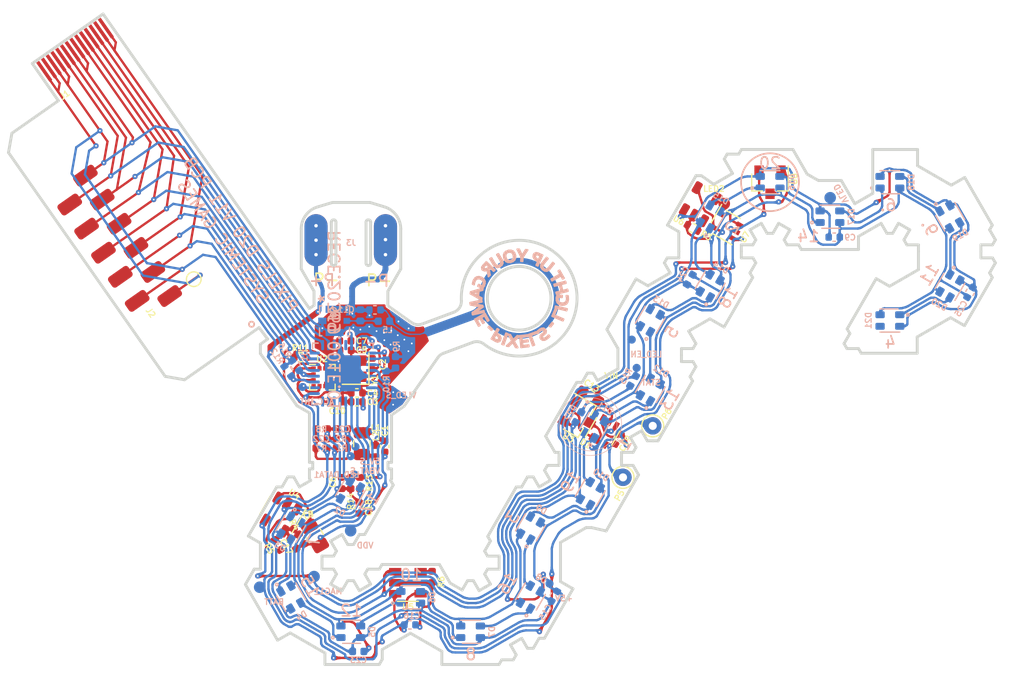
<source format=kicad_pcb>
(kicad_pcb (version 20211014) (generator pcbnew)
  (title_block (title "FLX-F020") (date "2021-09-11") (rev "10") (company "Systemic Games, LLC") (comment 1 "Flexible PCB, 0.13mm thickness"))
  (layers (0 "F.Cu" signal) (31 "B.Cu" signal) (34 "B.Paste" user) (35 "F.Paste" user) (36 "B.SilkS" user "B.Silkscreen") (37 "F.SilkS" user "F.Silkscreen") (38 "B.Mask" user) (39 "F.Mask" user) (44 "Edge.Cuts" user))
  (net 0 "")
  (net 1 "Net-(C1-Pad1)")
  (net 2 "GND")
  (net 3 "VDD")
  (net 4 "Net-(C13-Pad1)")
  (net 5 "VLED")
  (net 6 "Net-(L1-Pad2)")
  (net 7 "Net-(L1-Pad1)")
  (net 8 "+5V")
  (net 9 "Net-(R6-Pad1)")
  (net 10 "/LED_EN")
  (net 11 "Net-(C2-Pad2)")
  (net 12 "Net-(C3-Pad1)")
  (net 13 "Net-(C5-Pad2)")
  (net 14 "Net-(C7-Pad1)")
  (net 15 "Net-(C17-Pad2)")
  (net 16 "Net-(C19-Pad1)")
  (net 17 "Net-(C19-Pad2)")
  (net 18 "Net-(L4-Pad1)")
  (net 19 "RXI")
  (net 20 "TXO")
  (net 21 "SWO")
  (net 22 "RESET")
  (net 23 "SWDCLK")
  (net 24 "SWDIO")
  (net 25 "Net-(R10-Pad1)")
  (net 26 "Net-(R10-Pad2)")
  (net 27 "/LED_DATA")
  (net 28 "/Power/LED_EN_OUT")
  (net 29 "/STATS")
  (net 30 "/VLED_SENSE")
  (net 31 "/5V_SENSE")
  (net 32 "/VBAT_SENSE")
  (net 33 "/Power/MAG1_")
  (net 34 "Net-(D10-Pad1)")
  (net 35 "Net-(D22-Pad1)")
  (net 36 "VBAT")
  (net 37 "Net-(R3-Pad1)")
  (net 38 "Net-(D2-Pad3)")
  (net 39 "Net-(D3-Pad3)")
  (net 40 "Net-(D4-Pad3)")
  (net 41 "Net-(D5-Pad3)")
  (net 42 "Net-(D6-Pad3)")
  (net 43 "Net-(D7-Pad3)")
  (net 44 "Net-(D8-Pad3)")
  (net 45 "Net-(D10-Pad3)")
  (net 46 "Net-(D11-Pad3)")
  (net 47 "Net-(D12-Pad3)")
  (net 48 "Net-(D13-Pad3)")
  (net 49 "Net-(D14-Pad3)")
  (net 50 "Net-(D15-Pad3)")
  (net 51 "Net-(D16-Pad3)")
  (net 52 "Net-(D17-Pad3)")
  (net 53 "Net-(D18-Pad3)")
  (net 54 "Net-(D19-Pad3)")
  (net 55 "Net-(D20-Pad3)")
  (net 56 "Net-(R11-Pad1)")
  (net 57 "/SCL")
  (net 58 "/SDA")
  (net 59 "/ACC_INT")
  (net 60 "/ARC_ANTENNA")
  (net 61 "Net-(C8-Pad1)")
  (net 62 "Net-(D21-Pad3)")
  (net 63 "Net-(U1-Pad7)")
  (net 64 "Net-(U1-Pad8)")
  (net 65 "Net-(U1-Pad19)")
  (net 66 "Net-(U1-Pad21)")
  (net 67 "Net-(U2-Pad4)")
  (footprint "Pixels-dice:SOT-353_SC-70-5" (layer "F.Cu") (at 174.847276 75.695 150)
    (fp_text reference "U7")
    (fp_text value "74AHC1G08" hide)
  )
  (footprint "TestPoint:TestPoint_THTPad_D1.5mm_Drill0.7mm" (layer "F.Cu") (at 168.47 92.95 30)
    (fp_text reference "P6")
    (fp_text value "COILB")
  )
  (footprint "Resistor_SMD:R_0402_1005Metric" (layer "F.Cu") (at 142.38 97.89 -90)
    (fp_text reference "R14")
    (fp_text value "10M 1%")
  )
  (footprint "Capacitor_SMD:C_0402_1005Metric" (layer "F.Cu") (at 141.59 97.89 -90)
    (fp_text reference "C6")
    (fp_text value "10nF 25V 10%")
  )
  (footprint "Package_TO_SOT_SMD:SOT-23-5" (layer "F.Cu") (at 147.32 106.5)
    (fp_text reference "U5")
    (fp_text value "MCP73832T-2ACI/OT")
  )
  (footprint "Package_TO_SOT_SMD:SOT-23" (layer "F.Cu") (at 178.6 71.9 -90)
    (fp_text reference "U8")
    (fp_text value "TMR1366")
  )
  (footprint "TestPoint:TestPoint_THTPad_D1.5mm_Drill0.7mm" (layer "F.Cu") (at 165.9 97.4 30)
    (fp_text reference "P5")
    (fp_text value "COILA")
  )
  (footprint "Pixels-dice:SOT-23-5" (layer "F.Cu") (at 172.582724 73.797628 60)
    (fp_text reference "U6")
    (fp_text value "MT9700" hide)
  )
  (footprint "Resistor_SMD:R_0402_1005Metric" (layer "F.Cu") (at 171.91 75.85 150)
    (fp_text reference "R3")
    (fp_text value "10k 5%")
  )
  (footprint "Resistor_SMD:R_0402_1005Metric" (layer "F.Cu") (at 143.17 97.89 90)
    (fp_text reference "R13")
    (fp_text value "4.02M 1%")
  )
  (footprint "Capacitor_SMD:C_0402_1005Metric" (layer "F.Cu") (at 141.91 85.61 180)
    (fp_text reference "C7")
    (fp_text value "100pF NP0 10V 5%")
  )
  (footprint "Inductor_SMD:L_0805_2012Metric" (layer "F.Cu") (at 143.34 94.49 -90)
    (fp_text reference "L1")
    (fp_text value "10uH 100mA 10%")
  )
  (footprint "Capacitor_SMD:C_0402_1005Metric" (layer "F.Cu") (at 141.93 86.42)
    (fp_text reference "C5")
    (fp_text value "6pF 10V 10%")
  )
  (footprint "Capacitor_SMD:C_0402_1005Metric" (layer "F.Cu") (at 142.9 90.87 180)
    (fp_text reference "C3")
    (fp_text value "0.1uF 10V 20%")
  )
  (footprint "Capacitor_SMD:C_0402_1005Metric" (layer "F.Cu") (at 144.22 87.6 -90)
    (fp_text reference "C2")
    (fp_text value "6pF 10V 10%")
  )
  (footprint "Capacitor_SMD:C_0402_1005Metric" (layer "F.Cu") (at 141.19 90.86)
    (fp_text reference "C10")
    (fp_text value "0.1uF 10V 20%")
  )
  (footprint "Pixels-dice:FPC-POGO-11" (layer "F.Cu") (at 122.055083 77.261628 125)
    (fp_text reference "J2")
    (fp_text value "Conn_01x11")
  )
  (footprint "Capacitor_SMD:C_0402_1005Metric" (layer "F.Cu") (at 143.1 100.04 90)
    (fp_text reference "C18")
    (fp_text value "4.7uF 6.3V 20%")
  )
  (footprint "Resistor_SMD:R_0402_1005Metric" (layer "F.Cu") (at 138.1175 102.75 -60)
    (fp_text reference "R4")
    (fp_text value "402k 1%")
  )
  (footprint "Capacitor_SMD:C_0402_1005Metric" (layer "F.Cu") (at 137.43 103.14 120)
    (fp_text reference "C17")
    (fp_text value "22pF 10V 5%")
  )
  (footprint "Pixels-dice:SOT-23-5" (layer "F.Cu") (at 136.362724 100.612372 -120)
    (fp_text reference "U4")
    (fp_text value "LN3406" hide)
  )
  (footprint "Capacitor_SMD:C_0402_1005Metric" (layer "F.Cu") (at 142.91 90.1 180)
    (fp_text reference "C4")
    (fp_text value "4.7uF 6.3V 20%")
  )
  (footprint "Inductor_SMD:L_0805_2012Metric" (layer "F.Cu") (at 139.28 102.468101 -60)
    (fp_text reference "L4")
    (fp_text value "2.2uH 20mA 10%")
  )
  (footprint "Resistor_SMD:R_0402_1005Metric" (layer "F.Cu") (at 149.41 106 -90)
    (fp_text reference "R6")
    (fp_text value "10k 5%")
  )
  (footprint "Pixels-dice:FPC_14" (layer "F.Cu") (at 115.899507 62.318339 35)
    (fp_text reference "J1")
    (fp_text value "Conn_01x14")
  )
  (footprint "Pixels-dice:TEST_PIN" (layer "F.Cu") (at 174.65 73.75)
    (fp_text reference "W21" hide)
    (fp_text value "LED2")
  )
  (footprint "Capacitor_SMD:C_0603_1608Metric" (layer "F.Cu") (at 163.06 90.41 150)
    (fp_text reference "C13")
    (fp_text value "4.7uF 25V 20%")
  )
  (footprint "Package_TO_SOT_SMD:SOT-363_SC-70-6" (layer "F.Cu") (at 164.27 93.43 60)
    (fp_text reference "D1")
    (fp_text value "BAV99S")
  )
  (footprint "Inductor_SMD:L_0402_1005Metric" (layer "F.Cu") (at 144.53 95.13 90)
    (fp_text reference "L2")
    (fp_text value "15nH 100mA 5%")
  )
  (footprint "Capacitor_SMD:C_0402_1005Metric" (layer "F.Cu") (at 145.32 94.72 -90)
    (fp_text reference "C1")
    (fp_text value "4.7uF 6.3V 20%")
  )
  (footprint "Capacitor_SMD:C_0402_1005Metric" (layer "F.Cu") (at 141.62 93.22 180)
    (fp_text reference "C21")
    (fp_text value "10nF 25V 10%")
  )
  (footprint "Resistor_SMD:R_0402_1005Metric" (layer "F.Cu") (at 139.85 94.87 180)
    (fp_text reference "R7")
    (fp_text value "4.02M 1%")
  )
  (footprint "Resistor_SMD:R_0402_1005Metric" (layer "F.Cu") (at 141.609999 94.050003)
    (fp_text reference "R2")
    (fp_text value "10M 1%")
  )
  (footprint "Resistor_SMD:R_0402_1005Metric" (layer "F.Cu") (at 139.88 93.22)
    (fp_text reference "R8")
    (fp_text value "10M 1%")
  )
  (footprint "Resistor_SMD:R_0402_1005Metric" (layer "F.Cu") (at 141.61 94.87)
    (fp_text reference "R1")
    (fp_text value "4.02M 1%")
  )
  (footprint "Capacitor_SMD:C_0402_1005Metric" (layer "F.Cu") (at 139.86 94.05)
    (fp_text reference "C22")
    (fp_text value "10nF 25V 10%")
  )
  (footprint "Pixels-dice:Crystal_SMD_2016-4Pin_2.0x1.6mm" (layer "F.Cu") (at 142.8 88.01 90)
    (fp_text reference "Y1")
    (fp_text value "32MHz 40ppm")
  )
  (footprint "Resistor_SMD:R_0402_1005Metric" (layer "F.Cu") (at 138.03 87.02 180)
    (fp_text reference "R11")
    (fp_text value "0 Ohm")
  )
  (footprint "Package_LGA:LGA-12_2x2mm_P0.5mm" (layer "F.Cu") (at 139.93 88.75)
    (fp_text reference "U2")
    (fp_text value "KXTJ3-1057")
  )
  (footprint "Resistor_SMD:R_0402_1005Metric" (layer "F.Cu") (at 136.04 103.24 120)
    (fp_text reference "R5")
    (fp_text value "100k 1%")
  )
  (footprint "Pixels-dice:TEST_PIN" (layer "F.Cu") (at 137.46 101.85)
    (fp_text reference "W18" hide)
    (fp_text value "FB")
  )
  (footprint "Pixels-dice:TEST_PIN" (layer "F.Cu") (at 163.64 89.89)
    (fp_text reference "W16" hide)
    (fp_text value "VIN")
  )
  (footprint "Pixels-dice:SOT-23" (layer "F.Cu") (at 162.143975 92.21 150)
    (fp_text reference "U3")
    (fp_text value "HX6306P502MR")
  )
  (footprint "Capacitor_SMD:C_0402_1005Metric" (layer "F.Cu") (at 165.47 94.1 60)
    (fp_text reference "C19")
    (fp_text value "82nF 50V 10%")
  )
  (footprint "Pixels-dice:TX1812Z_2020" (layer "B.Cu") (at 142.38 110.74 -90)
    (fp_text reference "D5")
    (fp_text value "TX1812Z_2020")
  )
  (footprint "Pixels-dice:TX1812Z_2020" (layer "B.Cu") (at 137.198782 107.749711 -150)
    (fp_text reference "D4")
    (fp_text value "TX1812Z_2020")
  )
  (footprint "Pixels-dice:TX1812Z_2020" (layer "B.Cu") (at 147.56 107.76 -90)
    (fp_text reference "D6")
    (fp_text value "TX1812Z_2020")
  )
  (footprint "Capacitor_SMD:C_0402_1005Metric" (layer "B.Cu") (at 147.49 110.14)
    (fp_text reference "C16")
    (fp_text value "4.7uF 6.3V 20%")
  )
  (footprint "Pixels-dice:TX1812Z_2020" (layer "B.Cu") (at 142.35 98.755 150)
    (fp_text reference "D2")
    (fp_text value "TX1812Z_2020")
  )
  (footprint "Pixels-dice:TX1812Z_2020" (layer "B.Cu") (at 152.728782 110.740289 -90)
    (fp_text reference "D7")
    (fp_text value "TX1812Z_2020")
  )
  (footprint "Pixels-dice:TX1812Z_2020" (layer "B.Cu") (at 173.428782 80.860289 -30)
    (fp_text reference "D14")
    (fp_text value "TX1812Z_2020")
  )
  (footprint "Pixels-dice:TX1812Z_2020" (layer "B.Cu") (at 168.258782 83.850289 -30)
    (fp_text reference "D13")
    (fp_text value "TX1812Z_2020")
  )
  (footprint "Pixels-dice:TX1812Z_2020" (layer "B.Cu") (at 168.258782 89.820289 -30)
    (fp_text reference "D12")
    (fp_text value "TX1812Z_2020")
  )
  (footprint "Pixels-dice:TX1812Z_2020" (layer "B.Cu") (at 157.908782 101.780289 -30)
    (fp_text reference "D9")
    (fp_text value "TX1812Z_2020")
  )
  (footprint "Pixels-dice:TX1812Z_2020" (layer "B.Cu") (at 157.898782 107.750289 -30)
    (fp_text reference "D8")
    (fp_text value "TX1812Z_2020")
  )
  (footprint "Pixels-dice:TX1812Z_2020" (layer "B.Cu") (at 178.608782 71.900289 -90)
    (fp_text reference "D16")
    (fp_text value "TX1812Z_2020")
  )
  (footprint "Pixels-dice:TX1812Z_2020" (layer "B.Cu") (at 188.958782 71.899711 -90)
    (fp_text reference "D18")
    (fp_text value "TX1812Z_2020")
  )
  (footprint "Pixels-dice:TX1812Z_2020" (layer "B.Cu") (at 194.140289 80.868782 150)
    (fp_text reference "D20")
    (fp_text value "TX1812Z_2020")
  )
  (footprint "Pixels-dice:TX1812Z_2020" (layer "B.Cu") (at 188.959711 83.848782 90)
    (fp_text reference "D21")
    (fp_text value "TX1812Z_2020")
  )
  (footprint "Pixels-dice:TX1812Z_2020" (layer "B.Cu") (at 183.778782 74.880289 -90)
    (fp_text reference "D17")
    (fp_text value "TX1812Z_2020")
  )
  (footprint "Pixels-dice:TX1812Z_2020" (layer "B.Cu") (at 194.13 74.89 -150)
    (fp_text reference "D19")
    (fp_text value "TX1812Z_2020")
  )
  (footprint "Pixels-dice:TX1812Z_2020" (layer "B.Cu") (at 163.43 93.02 -30)
    (fp_text reference "D11")
    (fp_text value "TX1812Z_2020")
  )
  (footprint "Resistor_SMD:R_0402_1005Metric" (layer "B.Cu") (at 166.77 89.06 60)
    (fp_text reference "R15")
    (fp_text value "270 5%")
  )
  (footprint "Capacitor_SMD:C_0402_1005Metric" (layer "B.Cu") (at 171.67 80.31 60)
    (fp_text reference "C24")
    (fp_text value "0.1uF 10V 20%")
  )
  (footprint "Resistor_SMD:R_0402_1005Metric" (layer "B.Cu") (at 145.42 87.73 90)
    (fp_text reference "R10")
    (fp_text value "100k 1%")
  )
  (footprint "Package_DFN_QFN:QFN-32-1EP_5x5mm_P0.5mm_EP3.1x3.1mm" (layer "B.Cu") (at 141.7 88.41 90)
    (fp_text reference "U1")
    (fp_text value "N52810_QFN32")
  )
  (footprint "Capacitor_SMD:C_0402_1005Metric" (layer "B.Cu") (at 143.21 83.4 90)
    (fp_text reference "C8")
    (fp_text value "0.8pF NP0 10V 5%")
  )
  (footprint "Capacitor_SMD:C_0402_1005Metric" (layer "B.Cu") (at 143.03 112.44 180)
    (fp_text reference "C23")
    (fp_text value "0.1uF 10V 20%")
  )
  (footprint "Pixels-dice:TX1812Z_2020" (layer "B.Cu") (at 137.198782 101.780289 150)
    (fp_text reference "D3")
    (fp_text value "TX1812Z_2020")
  )
  (footprint "Capacitor_SMD:C_0402_1005Metric" (layer "B.Cu") (at 184.15 76.65)
    (fp_text reference "C9")
    (fp_text value "4.7uF 6.3V 20%")
  )
  (footprint "Resistor_SMD:R_0402_1005Metric" (layer "B.Cu") (at 146.25 87.46 -90)
    (fp_text reference "R9")
    (fp_text value "100k 1%")
  )
  (footprint "Pixels-dice:Hongjie 10100 Connector" (layer "B.Cu") (at 142.38 76.91)
    (fp_text reference "J3")
    (fp_text value "Conn_01x02")
  )
  (footprint "Pixels-dice:TEST_PIN" (layer "B.Cu") (at 183.8 73.24)
    (fp_text reference "W3" hide)
    (fp_text value "VLED")
  )
  (footprint "Pixels-dice:TX1812Z_2020" (layer "B.Cu") (at 163.078782 98.790289 -30)
    (fp_text reference "D10")
    (fp_text value "TX1812Z_2020")
  )
  (footprint "Pixels-dice:TX1812Z_2020" (layer "B.Cu") (at 173.428782 74.890289 -30)
    (fp_text reference "D15")
    (fp_text value "TX1812Z_2020")
  )
  (footprint "Capacitor_SMD:C_0402_1005Metric" (layer "B.Cu") (at 195.88 81.42 -120)
    (fp_text reference "C25")
    (fp_text value "0.1uF 10V 20%")
  )
  (footprint "Capacitor_SMD:C_0402_1005Metric" (layer "B.Cu") (at 159.97 107.664308 -120)
    (fp_text reference "C15")
    (fp_text value "4.7uF 6.3V 20%")
  )
  (footprint "Resistor_SMD:R_0402_1005Metric" (layer "B.Cu") (at 136.94 88.23 -55)
    (fp_text reference "R12")
    (fp_text value "2.7k 5%")
  )
  (footprint "Resistor_SMD:R_0402_1005Metric" (layer "B.Cu") (at 137.62 87.74 -55)
    (fp_text reference "R16")
    (fp_text value "2.7k 5%")
  )
  (footprint "Capacitor_SMD:C_0402_1005Metric" (layer "B.Cu") (at 144.47 82.93 180)
    (fp_text reference "C11")
    (fp_text value "DNP")
  )
  (footprint "Inductor_SMD:L_0402_1005Metric" (layer "B.Cu") (at 145.25 83.91)
    (fp_text reference "L5")
    (fp_text value "DNP")
  )
  (footprint "LED_SMD:LED_0402_1005Metric" (layer "B.Cu") (at 162.05 92.2 -120)
    (fp_text reference "D22")
    (fp_text value "LED")
  )
  (footprint "Pixels-dice:TEST_PIN" (layer "B.Cu") (at 166.66 85.5)
    (fp_text reference "W5" hide)
    (fp_text value "LED_EN")
  )
  (footprint "Pixels-dice:TEST_PIN" (layer "B.Cu") (at 138.21 89.59)
    (fp_text reference "W7" hide)
    (fp_text value "ACC_INT")
  )
  (footprint "Pixels-dice:TEST_PIN" (layer "B.Cu") (at 145.48 89.04)
    (fp_text reference "W12" hide)
    (fp_text value "VLED_S")
  )
  (footprint "Pixels-dice:TEST_PIN" (layer "B.Cu") (at 134.51 106.89)
    (fp_text reference "W14" hide)
    (fp_text value "BATT")
  )
  (footprint "Pixels-dice:TEST_PIN" (layer "B.Cu") (at 167.08 87.94)
    (fp_text reference "W17" hide)
    (fp_text value "STAT")
  )
  (footprint "Pixels-dice:TEST_PIN" (layer "B.Cu") (at 142.37 95.57)
    (fp_text reference "W20" hide)
    (fp_text value "VBAT_S")
  )
  (footprint "Pixels-dice:TEST_PIN" (layer "B.Cu") (at 142.71 97.16)
    (fp_text reference "W22" hide)
    (fp_text value "LED_DATA1")
  )
  (footprint "Pixels-dice:TEST_PIN" (layer "B.Cu") (at 139.21 105.97)
    (fp_text reference "W23" hide)
    (fp_text value "MAG1_")
  )
  (footprint "Pixels-dice:TEST_PIN" (layer "B.Cu") (at 142.37 102.01)
    (fp_text reference "W25" hide)
    (fp_text value "VDD")
  )
  (footprint "Pixels-dice:TEST_PIN" (layer "B.Cu") (at 142.79 94.75)
    (fp_text reference "W13" hide)
    (fp_text value "5V_S")
  )
  (footprint "Pixels-dice:TEST_PIN" (layer "B.Cu") (at 159.55 106.58)
    (fp_text reference "W15" hide)
    (fp_text value "+5V")
  )
  (footprint "RFFrontEnd:MFH3.RECE.20369.001E.01" (layer "B.Cu") (at 140.98 83.879999 -90)
    (fp_text reference "U9")
    (fp_text value "RECE.20369.001E.01")
  )
  (footprint "Pixels-dice:ARC_Antenna" (layer "B.Cu") (at 148.66 84.94 20)
    (fp_text reference "AE2" hide)
    (fp_text value "ARC")
  )
  (gr_circle (center 163.08 92.81) (end 165.38 92.81) (layer "B.SilkS") (width 0.05) (fill none))
  (gr_circle (center 163.08 92.81) (end 165.78 92.81) (layer "B.SilkS") (width 0.05) (fill none))
  (gr_line (start 158.824 79.2362) (end 158.823 79.0599) (layer "B.SilkS") (width 0.1734))
  (gr_line (start 155.95 77.9391) (end 155.803 78.0359) (layer "B.SilkS") (width 0.1734))
  (gr_line (start 154.079 79.413) (end 154.234 79.3231) (layer "B.SilkS") (width 0.1734))
  (gr_line (start 153.765 81.213401) (end 152.871 81.4659) (layer "B.SilkS") (width 0.1734))
  (gr_line (start 157.114 78.3654) (end 156.781 77.7013) (layer "B.SilkS") (width 0.1734))
  (gr_line (start 156.633 86.1517) (end 156.383 85.7172) (layer "B.SilkS") (width 0.1734))
  (gr_line (start 154.287 80.0343) (end 154.181 79.4699) (layer "B.SilkS") (width 0.1734))
  (gr_line (start 153.891 79.172) (end 153.862 79.2073) (layer "B.SilkS") (width 0.1734))
  (gr_line (start 152.871 81.4659) (end 153.293 81.6991) (layer "B.SilkS") (width 0.1734))
  (gr_line (start 158.582 84.7242) (end 158.72 84.6188) (layer "B.SilkS") (width 0.1734))
  (gr_line (start 159.858 84.1137) (end 159.64 84.3811) (layer "B.SilkS") (width 0.1734))
  (gr_line (start 157.665 85.5538) (end 157.676 85.6564) (layer "B.SilkS") (width 0.1734))
  (gr_line (start 158.823 79.0599) (end 158.916 78.8941) (layer "B.SilkS") (width 0.1734))
  (gr_line (start 158.812 85.42) (end 158.766 85.3247) (layer "B.SilkS") (width 0.1734))
  (gr_line (start 153.907 80.8177) (end 153.871 80.8939) (layer "B.SilkS") (width 0.1734))
  (gr_line (start 152.902 82.3961) (end 153.767 82.573001) (layer "B.SilkS") (width 0.1734))
  (gr_line (start 154.234 79.3231) (end 154.295 79.3799) (layer "B.SilkS") (width 0.1734))
  (gr_line (start 159.356 85.2584) (end 159.476 85.1244) (layer "B.SilkS") (width 0.1734))
  (gr_line (start 153.944 83.4235) (end 153.645 83.5934) (layer "B.SilkS") (width 0.1734))
  (gr_line (start 160.046 82.8767) (end 160.141 82.9175) (layer "B.SilkS") (width 0.1734))
  (gr_line (start 156.781 77.7013) (end 156.927999 77.7111) (layer "B.SilkS") (width 0.1734))
  (gr_line (start 153.392 81.753201) (end 153.685 81.9148) (layer "B.SilkS") (width 0.1734))
  (gr_line (start 160.786 80.1821) (end 160.696 80.233) (layer "B.SilkS") (width 0.1734))
  (gr_line (start 161.127 81.725401) (end 161.147999 81.8249) (layer "B.SilkS") (width 0.1734))
  (gr_line (start 158.868999 84.5411) (end 159.056 84.5305) (layer "B.SilkS") (width 0.1734))
  (gr_line (start 157.225 86.0411) (end 157.738 85.9823) (layer "B.SilkS") (width 0.1734))
  (gr_line (start 159.937 83.3908) (end 160.747 83.7391) (layer "B.SilkS") (width 0.1734))
  (gr_line (start 155.913 85.002) (end 155.584 85.9305) (layer "B.SilkS") (width 0.1734))
  (gr_line (start 156.396 77.8727) (end 156.515 78.0139) (layer "B.SilkS") (width 0.1734))
  (gr_line (start 153.504 80.2157) (end 153.318 80.2152) (layer "B.SilkS") (width 0.1734))
  (gr_line (start 157.929 85.1205) (end 158.23 85.9496) (layer "B.SilkS") (width 0.1734))
  (gr_line (start 154.181 79.4699) (end 154.134 79.4931) (layer "B.SilkS") (width 0.1734))
  (gr_line (start 158.766 85.3247) (end 158.791 85.1489) (layer "B.SilkS") (width 0.1734))
  (gr_line (start 160.141 82.9175) (end 159.937 83.3908) (layer "B.SilkS") (width 0.1734))
  (gr_line (start 157.187 85.7127) (end 157.225 86.0411) (layer "B.SilkS") (width 0.1734))
  (gr_line (start 156.047 77.8095) (end 156.23 77.8063) (layer "B.SilkS") (width 0.1734))
  (gr_line (start 153.638 80.1265) (end 153.746 80.1803) (layer "B.SilkS") (width 0.1734))
  (gr_line (start 159.834 78.8608) (end 159.933 78.9413) (layer "B.SilkS") (width 0.1734))
  (gr_line (start 155.612999 78.358) (end 155.608 78.173) (layer "B.SilkS") (width 0.1734))
  (gr_line (start 153.886 83.124401) (end 152.923 83.332401) (layer "B.SilkS") (width 0.1734))
  (gr_line (start 159.476 85.1244) (end 159.542 85.2218) (layer "B.SilkS") (width 0.1734))
  (gr_line (start 161.147999 81.8249) (end 161.157 82.002401) (layer "B.SilkS") (width 0.1734))
  (gr_line (start 155.061 85.6864) (end 154.896 85.6272) (layer "B.SilkS") (width 0.1734))
  (gr_line (start 160.57 81.310301) (end 160.427 80.7462) (layer "B.SilkS") (width 0.1734))
  (gr_line (start 155.866 86.0411) (end 156.32 85.6088) (layer "B.SilkS") (width 0.1734))
  (gr_line (start 153.955 79.5395) (end 153.786 79.4748) (layer "B.SilkS") (width 0.1734))
  (gr_line (start 160.091 82.6245) (end 161.05 82.8529) (layer "B.SilkS") (width 0.1734))
  (gr_line (start 160.062 82.748501) (end 160.091 82.6245) (layer "B.SilkS") (width 0.1734))
  (gr_line (start 155.02 78.1683) (end 155.13 78.1031) (layer "B.SilkS") (width 0.1734))
  (gr_line (start 155.232 79.0766) (end 155.308999 79.0188) (layer "B.SilkS") (width 0.1734))
  (gr_line (start 156.593 78.2581) (end 156.597 78.4424) (layer "B.SilkS") (width 0.1734))
  (gr_line (start 155.197 85.4246) (end 155.157 85.248) (layer "B.SilkS") (width 0.1734))
  (gr_line (start 153.862 79.2073) (end 153.883 79.3801) (layer "B.SilkS") (width 0.1734))
  (gr_line (start 160.159 81.943) (end 160.167 81.8589) (layer "B.SilkS") (width 0.1734))
  (gr_line (start 157.175 85.61) (end 157.665 85.5538) (layer "B.SilkS") (width 0.1734))
  (gr_line (start 158.401 78.0078) (end 158.571 78.0493) (layer "B.SilkS") (width 0.1734))
  (gr_line (start 160.651 82.4988) (end 160.531 82.4856) (layer "B.SilkS") (width 0.1734))
  (gr_line (start 160.167 81.5441) (end 160.136 81.4204) (layer "B.SilkS") (width 0.1734))
  (gr_line (start 153.816 80.7679) (end 153.846 80.679601) (layer "B.SilkS") (width 0.1734))
  (gr_line (start 153.972 83.261801) (end 154.294 83.8311) (layer "B.SilkS") (width 0.1734))
  (gr_line (start 155.157 85.248) (end 155.032 85.1197) (layer "B.SilkS") (width 0.1734))
  (gr_line (start 157.499 77.748) (end 157.64 77.7572) (layer "B.SilkS") (width 0.1734))
  (gr_line (start 153.522 84.2569) (end 153.432 84.3079) (layer "B.SilkS") (width 0.1734))
  (gr_line (start 155.48 78.704) (end 155.507 78.8904) (layer "B.SilkS") (width 0.1734))
  (gr_line (start 156.21 78.7948) (end 156.152 78.8061) (layer "B.SilkS") (width 0.1734))
  (gr_line (start 159.055 79.3731) (end 159.136 79.4257) (layer "B.SilkS") (width 0.1734))
  (gr_line (start 155.044 84.5743) (end 155.155 84.6384) (layer "B.SilkS") (width 0.1734))
  (gr_line (start 159.453 79.3307) (end 159.834 78.8608) (layer "B.SilkS") (width 0.1734))
  (gr_line (start 154.094 78.8022) (end 154.812 79.4775) (layer "B.SilkS") (width 0.1734))
  (gr_line (start 159.64 84.3811) (end 159.56 84.316) (layer "B.SilkS") (width 0.1734))
  (gr_line (start 158.379 84.8478) (end 158.414 84.9449) (layer "B.SilkS") (width 0.1734))
  (gr_line (start 153.322 81.4528) (end 153.427999 81.4295) (layer "B.SilkS") (width 0.1734))
  (gr_line (start 159.298 85.4343) (end 159.145 85.5161) (layer "B.SilkS") (width 0.1734))
  (gr_line (start 157.647999 85.1048) (end 157.66 85.2075) (layer "B.SilkS") (width 0.1734))
  (gr_line (start 153.883 79.3801) (end 153.899 79.3936) (layer "B.SilkS") (width 0.1734))
  (gr_line (start 158.942 84.6378) (end 158.778 84.7048) (layer "B.SilkS") (width 0.1734))
  (gr_line (start 159.438 85.3267) (end 159.298 85.4343) (layer "B.SilkS") (width 0.1734))
  (gr_line (start 160.265 82.0513) (end 160.33 82.2324) (layer "B.SilkS") (width 0.1734))
  (gr_line (start 155.803 78.0359) (end 155.737999 78.211) (layer "B.SilkS") (width 0.1734))
  (gr_line (start 154.295 79.3799) (end 154.403 79.9121) (layer "B.SilkS") (width 0.1734))
  (gr_line (start 156.32 85.6088) (end 156.007 85.0658) (layer "B.SilkS") (width 0.1734))
  (gr_line (start 157.242 78.3733) (end 157.219 78.7173) (layer "B.SilkS") (width 0.1734))
  (gr_line (start 153.293 81.6991) (end 153.322 81.4528) (layer "B.SilkS") (width 0.1734))
  (gr_line (start 155.329 78.6879) (end 155.02 78.1683) (layer "B.SilkS") (width 0.1734))
  (gr_line (start 160.427 80.7462) (end 159.992 80.8561) (layer "B.SilkS") (width 0.1734))
  (gr_line (start 159.199 84.6472) (end 159.244 84.7426) (layer "B.SilkS") (width 0.1734))
  (gr_line (start 153.899 79.3936) (end 154.079 79.413) (layer "B.SilkS") (width 0.1734))
  (gr_line (start 155.384 78.8569) (end 155.329 78.6879) (layer "B.SilkS") (width 0.1734))
  (gr_line (start 152.992 80.4177) (end 153.018 80.3605) (layer "B.SilkS") (width 0.1734))
  (gr_line (start 156.411 78.5648) (end 156.467 78.4) (layer "B.SilkS") (width 0.1734))
  (gr_line (start 153.746 80.336) (end 153.59 80.2443) (layer "B.SilkS") (width 0.1734))
  (gr_line (start 153.692 82.2252) (end 152.902 82.3961) (layer "B.SilkS") (width 0.1734))
  (gr_line (start 154.349 84.3604) (end 154.596 84.5996) (layer "B.SilkS") (width 0.1734))
  (gr_line (start 155.266 85.2021) (end 155.332999 85.3776) (layer "B.SilkS") (width 0.1734))
  (gr_line (start 155.032 85.1197) (end 155.109 85.0399) (layer "B.SilkS") (width 0.1734))
  (gr_line (start 159.056 84.5305) (end 159.199 84.6472) (layer "B.SilkS") (width 0.1734))
  (gr_line (start 157.64 77.7572) (end 157.242 78.3733) (layer "B.SilkS") (width 0.1734))
  (gr_line (start 158.936 78.2113) (end 158.535 79.1118) (layer "B.SilkS") (width 0.1734))
  (gr_line (start 154.724 79.5703) (end 154.084 78.9673) (layer "B.SilkS") (width 0.1734))
  (gr_line (start 155.857 78.6097) (end 156.014 78.7013) (layer "B.SilkS") (width 0.1734))
  (gr_line (start 153.272999 80.0977) (end 153.454 80.0768) (layer "B.SilkS") (width 0.1734))
  (gr_line (start 154.858 79.1864) (end 154.734 79.0422) (layer "B.SilkS") (width 0.1734))
  (gr_line (start 158.53 84.9369) (end 158.465 84.8395) (layer "B.SilkS") (width 0.1734))
  (gr_line (start 156.927 85.1984) (end 156.474 85.631) (layer "B.SilkS") (width 0.1734))
  (gr_line (start 158.92 85.0244) (end 159.025 84.954) (layer "B.SilkS") (width 0.1734))
  (gr_line (start 160.618999 81.8323) (end 160.285 81.8185) (layer "B.SilkS") (width 0.1734))
  (gr_line (start 159.313 79.4398) (end 159.453 79.3307) (layer "B.SilkS") (width 0.1734))
  (gr_line (start 157.75 86.0848) (end 157.11 86.1581) (layer "B.SilkS") (width 0.1734))
  (gr_line (start 161.108 82.2504) (end 161.003 82.399701) (layer "B.SilkS") (width 0.1734))
  (gr_line (start 153.871 80.8939) (end 153.767 81.0376) (layer "B.SilkS") (width 0.1734))
  (gr_line (start 161.157 82.002401) (end 161.152 82.064901) (layer "B.SilkS") (width 0.1734))
  (gr_line (start 156.774 85.1763) (end 156.927 85.1984) (layer "B.SilkS") (width 0.1734))
  (gr_line (start 154.812 79.4775) (end 154.724 79.5703) (layer "B.SilkS") (width 0.1734))
  (gr_line (start 159.014 78.9745) (end 158.961 79.0556) (layer "B.SilkS") (width 0.1734))
  (gr_line (start 153.884 80.2969) (end 153.962 80.465101) (layer "B.SilkS") (width 0.1734))
  (gr_line (start 154.734 79.0422) (end 154.425 78.5226) (layer "B.SilkS") (width 0.1734))
  (gr_line (start 160.544 79.9633) (end 159.776 80.3981) (layer "B.SilkS") (width 0.1734))
  (gr_line (start 153.96 80.642801) (end 153.907 80.8177) (layer "B.SilkS") (width 0.1734))
  (gr_line (start 158.419 79.06) (end 158.776 78.2561) (layer "B.SilkS") (width 0.1734))
  (gr_line (start 158.454 78.1271) (end 158.308999 78.2277) (layer "B.SilkS") (width 0.1734))
  (gr_line (start 155.463999 85.8877) (end 155.793 84.9593) (layer "B.SilkS") (width 0.1734))
  (gr_line (start 160.527 80.7205) (end 160.67 81.284901) (layer "B.SilkS") (width 0.1734))
  (gr_line (start 156.597 78.4424) (end 156.532 78.609) (layer "B.SilkS") (width 0.1734))
  (gr_line (start 158.778 84.7048) (end 158.649 84.8058) (layer "B.SilkS") (width 0.1734))
  (gr_line (start 152.738 81.5263) (end 152.753 81.386001) (layer "B.SilkS") (width 0.1734))
  (gr_line (start 161.003 82.399701) (end 160.841 82.4819) (layer "B.SilkS") (width 0.1734))
  (gr_line (start 161.022999 82.1597) (end 161.054 81.9845) (layer "B.SilkS") (width 0.1734))
  (gr_line (start 153.432 84.3079) (end 153.114 83.7474) (layer "B.SilkS") (width 0.1734))
  (gr_line (start 160.216 81.688201) (end 160.624 81.7048) (layer "B.SilkS") (width 0.1734))
  (gr_line (start 158.242 78.0796) (end 158.401 78.0078) (layer "B.SilkS") (width 0.1734))
  (gr_line (start 159.093 84.7181) (end 158.942 84.6378) (layer "B.SilkS") (width 0.1734))
  (gr_line (start 158.571 78.0493) (end 158.936 78.2113) (layer "B.SilkS") (width 0.1734))
  (gr_line (start 153.862 83.013501) (end 153.886 83.124401) (layer "B.SilkS") (width 0.1734))
  (gr_line (start 156.383 85.7172) (end 156.019 86.0632) (layer "B.SilkS") (width 0.1734))
  (gr_line (start 155.625 78.4175) (end 155.612999 78.358) (layer "B.SilkS") (width 0.1734))
  (gr_circle (center 178.6 71.9) (end 181.1 71.9) (layer "B.SilkS") (width 0.15) (fill none))
  (gr_line (start 155.175 85.4773) (end 155.197 85.4246) (layer "B.SilkS") (width 0.1734))
  (gr_line (start 153.788 82.671101) (end 153.072 83.1836) (layer "B.SilkS") (width 0.1734))
  (gr_line (start 155.155 84.6384) (end 154.713999 85.3996) (layer "B.SilkS") (width 0.1734))
  (gr_line (start 156.786 86.1736) (end 156.633 86.1517) (layer "B.SilkS") (width 0.1734))
  (gr_line (start 158.916 78.8941) (end 159.297 78.4246) (layer "B.SilkS") (width 0.1734))
  (gr_line (start 158.293 78.2826) (end 158.352 78.4539) (layer "B.SilkS") (width 0.1734))
  (gr_line (start 153.848 80.487401) (end 153.746 80.336) (layer "B.SilkS") (width 0.1734))
  (gr_line (start 153.437 80.763) (end 153.747 80.8913) (layer "B.SilkS") (width 0.1734))
  (gr_line (start 155.147 85.0725) (end 155.266 85.2021) (layer "B.SilkS") (width 0.1734))
  (gr_line (start 161.054 81.9845) (end 161.052 81.892801) (layer "B.SilkS") (width 0.1734))
  (gr_line (start 160.167 81.8589) (end 160.216 81.688201) (layer "B.SilkS") (width 0.1734))
  (gr_line (start 157.676 85.6564) (end 157.187 85.7127) (layer "B.SilkS") (width 0.1734))
  (gr_line (start 158.946 79.2335) (end 159.055 79.3731) (layer "B.SilkS") (width 0.1734))
  (gr_line (start 153.454 80.0768) (end 153.638 80.1265) (layer "B.SilkS") (width 0.1734))
  (gr_line (start 158.188 78.1678) (end 158.242 78.0796) (layer "B.SilkS") (width 0.1734))
  (gr_circle (center 133.81 84.17) (end 134.02 84.25) (layer "B.SilkS") (width 0.15) (fill none))
  (gr_line (start 155.584 85.9305) (end 155.463999 85.8877) (layer "B.SilkS") (width 0.1734))
  (gr_line (start 157.738 85.9823) (end 157.75 86.0848) (layer "B.SilkS") (width 0.1734))
  (gr_line (start 153.712999 79.2558) (end 153.806 79.1083) (layer "B.SilkS") (width 0.1734))
  (gr_line (start 160.92 82.3051) (end 161.022999 82.1597) (layer "B.SilkS") (width 0.1734))
  (gr_line (start 155.226 85.6318) (end 155.061 85.6864) (layer "B.SilkS") (width 0.1734))
  (gr_line (start 155.672 78.006) (end 155.808 77.8866) (layer "B.SilkS") (width 0.1734))
  (gr_line (start 160.916 80.4904) (end 160.948 80.6139) (layer "B.SilkS") (width 0.1734))
  (gr_line (start 158.99 79.4531) (end 158.919 79.3879) (layer "B.SilkS") (width 0.1734))
  (gr_line (start 155.691 78.6016) (end 155.625 78.4175) (layer "B.SilkS") (width 0.1734))
  (gr_line (start 158.352 78.4539) (end 158.49 78.5681) (layer "B.SilkS") (width 0.1734))
  (gr_line (start 153.888 84.0218) (end 153.798 84.073) (layer "B.SilkS") (width 0.1734))
  (gr_line (start 156.515 78.0139) (end 156.581 78.1989) (layer "B.SilkS") (width 0.1734))
  (gr_line (start 159.093 84.8932) (end 159.093 84.7181) (layer "B.SilkS") (width 0.1734))
  (gr_line (start 156.927999 77.7111) (end 157.182 78.2432) (layer "B.SilkS") (width 0.1734))
  (gr_line (start 159.49 79.4773) (end 159.324 79.567) (layer "B.SilkS") (width 0.1734))
  (gr_line (start 155.808999 78.7423) (end 155.691 78.6016) (layer "B.SilkS") (width 0.1734))
  (gr_line (start 159.56 84.316) (end 159.777 84.0487) (layer "B.SilkS") (width 0.1734))
  (gr_line (start 160.481 79.8524) (end 160.328 79.5826) (layer "B.SilkS") (width 0.1734))
  (gr_line (start 154.403 79.9121) (end 154.287 80.0343) (layer "B.SilkS") (width 0.1734))
  (gr_line (start 152.739 82.4804) (end 152.705 82.322201) (layer "B.SilkS") (width 0.1734))
  (gr_line (start 161.02 82.9769) (end 160.062 82.748501) (layer "B.SilkS") (width 0.1734))
  (gr_line (start 155.29 85.55) (end 155.226 85.6318) (layer "B.SilkS") (width 0.1734))
  (gr_line (start 159.792 83.4672) (end 160.046 82.8767) (layer "B.SilkS") (width 0.1734))
  (gr_line (start 159.933 78.9413) (end 159.552 79.4109) (layer "B.SilkS") (width 0.1734))
  (gr_line (start 158.918 85.3488) (end 159.08 85.4206) (layer "B.SilkS") (width 0.1734))
  (gr_line (start 153.072 83.1836) (end 153.862 83.013501) (layer "B.SilkS") (width 0.1734))
  (gr_line (start 155.608 78.173) (end 155.672 78.006) (layer "B.SilkS") (width 0.1734))
  (gr_line (start 158.11 85.9931) (end 157.774 85.0669) (layer "B.SilkS") (width 0.1734))
  (gr_line (start 155.972 78.8088) (end 155.808999 78.7423) (layer "B.SilkS") (width 0.1734))
  (gr_line (start 153.123 80.2016) (end 153.272999 80.0977) (layer "B.SilkS") (width 0.1734))
  (gr_line (start 159.396 78.5048) (end 159.014 78.9745) (layer "B.SilkS") (width 0.1734))
  (gr_line (start 154.596 84.5996) (end 154.525 84.6738) (layer "B.SilkS") (width 0.1734))
  (gr_line (start 153.798 84.073) (end 153.555 83.6443) (layer "B.SilkS") (width 0.1734))
  (gr_line (start 158.163 78.3438) (end 158.188 78.1678) (layer "B.SilkS") (width 0.1734))
  (gr_line (start 159.136 79.4257) (end 159.313 79.4398) (layer "B.SilkS") (width 0.1734))
  (gr_line (start 152.89 83.1808) (end 153.618999 82.6605) (layer "B.SilkS") (width 0.1734))
  (gr_line (start 159.241 85.3483) (end 159.356 85.2584) (layer "B.SilkS") (width 0.1734))
  (gr_line (start 160.33 82.2324) (end 160.478 82.3394) (layer "B.SilkS") (width 0.1734))
  (gr_line (start 153.052 80.5566) (end 153.026 80.730101) (layer "B.SilkS") (width 0.1734))
  (gr_line (start 155.793 84.9593) (end 155.913 85.002) (layer "B.SilkS") (width 0.1734))
  (gr_line (start 158.919 79.3879) (end 158.824 79.2362) (layer "B.SilkS") (width 0.1734))
  (gr_line (start 158.248 78.5112) (end 158.163 78.3438) (layer "B.SilkS") (width 0.1734))
  (gr_line (start 158.414 84.9449) (end 157.929 85.1205) (layer "B.SilkS") (width 0.1734))
  (gr_line (start 156.011 77.9216) (end 155.95 77.9391) (layer "B.SilkS") (width 0.1734))
  (gr_line (start 160.67 81.284901) (end 161.091 81.178) (layer "B.SilkS") (width 0.1734))
  (gr_line (start 155.063 79.1302) (end 155.232 79.0766) (layer "B.SilkS") (width 0.1734))
  (gr_line (start 155.427 79.0528) (end 155.285 79.1654) (layer "B.SilkS") (width 0.1734))
  (gr_line (start 156.431 78.157) (end 156.347 78.0025) (layer "B.SilkS") (width 0.1734))
  (gr_line (start 153.806 79.1083) (end 154.094 78.8022) (layer "B.SilkS") (width 0.1734))
  (gr_line (start 154.535 78.4572) (end 154.844 78.977) (layer "B.SilkS") (width 0.1734))
  (gr_line (start 160.624 81.7048) (end 160.618999 81.8323) (layer "B.SilkS") (width 0.1734))
  (gr_line (start 160.262 81.9581) (end 160.265 82.0513) (layer "B.SilkS") (width 0.1734))
  (gr_line (start 154.551 85.4272) (end 155.044 84.5743) (layer "B.SilkS") (width 0.1734))
  (gr_line (start 156.467 78.4) (end 156.45 78.2247) (layer "B.SilkS") (width 0.1734))
  (gr_line (start 155.737999 78.211) (end 155.755 78.3838) (layer "B.SilkS") (width 0.1734))
  (gr_line (start 159.08 85.4206) (end 159.241 85.3483) (layer "B.SilkS") (width 0.1734))
  (gr_line (start 155.774 78.4526) (end 155.857 78.6097) (layer "B.SilkS") (width 0.1734))
  (gr_line (start 159.713999 80.287) (end 160.481 79.8524) (layer "B.SilkS") (width 0.1734))
  (gr_line (start 161.122 81.3017) (end 160.167 81.5441) (layer "B.SilkS") (width 0.1734))
  (gr_line (start 156.393 78.7286) (end 156.21 78.7948) (layer "B.SilkS") (width 0.1734))
  (gr_circle (center 162.82 90.89) (end 162.87 90.96) (layer "B.SilkS") (width 0.15) (fill none))
  (gr_line (start 153.389 80.8807) (end 153.437 80.763) (layer "B.SilkS") (width 0.1734))
  (gr_line (start 158.954 85.532) (end 158.812 85.42) (layer "B.SilkS") (width 0.1734))
  (gr_line (start 153.846 80.679601) (end 153.848 80.487401) (layer "B.SilkS") (width 0.1734))
  (gr_line (start 158.535 79.1118) (end 158.419 79.06) (layer "B.SilkS") (width 0.1734))
  (gr_line (start 157.182 78.2432) (end 157.499 77.748) (layer "B.SilkS") (width 0.1734))
  (gr_line (start 160.696 80.233) (end 160.544 79.9633) (layer "B.SilkS") (width 0.1734))
  (gr_line (start 161.052 81.892801) (end 161.017 81.7209) (layer "B.SilkS") (width 0.1734))
  (gr_line (start 161.05 82.8529) (end 161.02 82.9769) (layer "B.SilkS") (width 0.1734))
  (gr_line (start 158.981 85.1162) (end 158.92 85.1687) (layer "B.SilkS") (width 0.1734))
  (gr_line (start 154.134 79.4931) (end 153.955 79.5395) (layer "B.SilkS") (width 0.1734))
  (gr_line (start 153.427999 81.4295) (end 153.392 81.753201) (layer "B.SilkS") (width 0.1734))
  (gr_line (start 153.026 80.730101) (end 152.924 80.687801) (layer "B.SilkS") (width 0.1734))
  (gr_line (start 157.774 85.0669) (end 158.379 84.8478) (layer "B.SilkS") (width 0.1734))
  (gr_line (start 155.199 79.2092) (end 155.024 79.246) (layer "B.SilkS") (width 0.1734))
  (gr_line (start 158.308999 78.2277) (end 158.293 78.2826) (layer "B.SilkS") (width 0.1734))
  (gr_line (start 152.924 80.687801) (end 152.939 80.5873) (layer "B.SilkS") (width 0.1734))
  (gr_line (start 155.755 78.3838) (end 155.774 78.4526) (layer "B.SilkS") (width 0.1734))
  (gr_line (start 160.361 82.4237) (end 160.23 82.2928) (layer "B.SilkS") (width 0.1734))
  (gr_line (start 153.267 83.8075) (end 153.522 84.2569) (layer "B.SilkS") (width 0.1734))
  (gr_line (start 160.418 79.5316) (end 160.786 80.1821) (layer "B.SilkS") (width 0.1734))
  (gr_line (start 154.844 78.977) (end 154.902 79.0548) (layer "B.SilkS") (width 0.1734))
  (gr_line (start 153.669 82.0551) (end 152.738 81.5263) (layer "B.SilkS") (width 0.1734))
  (gr_line (start 153.767 82.573001) (end 153.788 82.671101) (layer "B.SilkS") (width 0.1734))
  (gr_line (start 158.649 84.8058) (end 158.53 84.9369) (layer "B.SilkS") (width 0.1734))
  (gr_line (start 153.018 80.3605) (end 153.123 80.2016) (layer "B.SilkS") (width 0.1734))
  (gr_line (start 160.136 81.4204) (end 160.57 81.310301) (layer "B.SilkS") (width 0.1734))
  (gr_line (start 156.007 85.0658) (end 156.16 85.088) (layer "B.SilkS") (width 0.1734))
  (gr_line (start 157.66 85.2075) (end 157.136 85.2678) (layer "B.SilkS") (width 0.1734))
  (gr_line (start 156.16 85.088) (end 156.41 85.5223) (layer "B.SilkS") (width 0.1734))
  (gr_line (start 153.747 80.8913) (end 153.816 80.7679) (layer "B.SilkS") (width 0.1734))
  (gr_line (start 154.084 78.9673) (end 153.891 79.172) (layer "B.SilkS") (width 0.1734))
  (gr_line (start 160.948 80.6139) (end 160.527 80.7205) (layer "B.SilkS") (width 0.1734))
  (gr_line (start 152.923 83.332401) (end 152.89 83.1808) (layer "B.SilkS") (width 0.1734))
  (gr_line (start 155.507 78.8904) (end 155.427 79.0528) (layer "B.SilkS") (width 0.1734))
  (gr_line (start 155.285 79.1654) (end 155.199 79.2092) (layer "B.SilkS") (width 0.1734))
  (gr_line (start 155.13 78.1031) (end 155.439 78.6227) (layer "B.SilkS") (width 0.1734))
  (gr_line (start 158.776 78.2561) (end 158.538 78.1502) (layer "B.SilkS") (width 0.1734))
  (gr_line (start 160.697 83.8563) (end 159.792 83.4672) (layer "B.SilkS") (width 0.1734))
  (gr_line (start 158.23 85.9496) (end 158.11 85.9931) (layer "B.SilkS") (width 0.1734))
  (gr_line (start 156.347 78.0025) (end 156.188 77.9132) (layer "B.SilkS") (width 0.1734))
  (gr_line (start 153.645 83.5934) (end 153.888 84.0218) (layer "B.SilkS") (width 0.1734))
  (gr_line (start 153.668 82.1143) (end 153.692 82.2252) (layer "B.SilkS") (width 0.1734))
  (gr_line (start 159.992 80.8561) (end 159.961 80.732701) (layer "B.SilkS") (width 0.1734))
  (gr_line (start 153.318 80.2152) (end 153.171 80.3161) (layer "B.SilkS") (width 0.1734))
  (gr_line (start 158.465 84.8395) (end 158.582 84.7242) (layer "B.SilkS") (width 0.1734))
  (gr_line (start 161.091 81.178) (end 161.122 81.3017) (layer "B.SilkS") (width 0.1734))
  (gr_line (start 158.72 84.6188) (end 158.868999 84.5411) (layer "B.SilkS") (width 0.1734))
  (gr_line (start 156.474 85.631) (end 156.786 86.1736) (layer "B.SilkS") (width 0.1734))
  (gr_line (start 157.136 85.2678) (end 157.175 85.61) (layer "B.SilkS") (width 0.1734))
  (gr_line (start 154.425 78.5226) (end 154.535 78.4572) (layer "B.SilkS") (width 0.1734))
  (gr_line (start 155.808 77.8866) (end 155.987999 77.821) (layer "B.SilkS") (width 0.1734))
  (gr_line (start 154.277 84.4347) (end 154.349 84.3604) (layer "B.SilkS") (width 0.1734))
  (gr_line (start 157.092 78.7092) (end 157.114 78.3654) (layer "B.SilkS") (width 0.1734))
  (gr_line (start 158.791 85.1489) (end 158.92 85.0244) (layer "B.SilkS") (width 0.1734))
  (gr_line (start 158.538 78.1502) (end 158.454 78.1271) (layer "B.SilkS") (width 0.1734))
  (gr_line (start 159.218 84.9195) (end 159.086 85.0458) (layer "B.SilkS") (width 0.1734))
  (gr_line (start 159.297 78.4246) (end 159.396 78.5048) (layer "B.SilkS") (width 0.1734))
  (gr_line (start 161.017 81.7209) (end 161.127 81.725401) (layer "B.SilkS") (width 0.1734))
  (gr_line (start 153.555 83.6443) (end 153.267 83.8075) (layer "B.SilkS") (width 0.1734))
  (gr_line (start 155.02 85.562) (end 155.175 85.4773) (layer "B.SilkS") (width 0.1734))
  (gr_line (start 154.525 84.6738) (end 154.277 84.4347) (layer "B.SilkS") (width 0.1734))
  (gr_line (start 156.23 77.8063) (end 156.396 77.8727) (layer "B.SilkS") (width 0.1734))
  (gr_line (start 153.767 81.0376) (end 153.389 80.8807) (layer "B.SilkS") (width 0.1734))
  (gr_line (start 158.961 79.0556) (end 158.946 79.2335) (layer "B.SilkS") (width 0.1734))
  (gr_line (start 153.746 80.1803) (end 153.884 80.2969) (layer "B.SilkS") (width 0.1734))
  (gr_line (start 158.49 78.5681) (end 158.422 78.6557) (layer "B.SilkS") (width 0.1734))
  (gr_line (start 155.024 79.246) (end 154.858 79.1864) (layer "B.SilkS") (width 0.1734))
  (gr_line (start 154.294 83.8311) (end 154.204 83.8822) (layer "B.SilkS") (width 0.1734))
  (gr_line (start 155.332999 85.3776) (end 155.29 85.55) (layer "B.SilkS") (width 0.1734))
  (gr_line (start 153.59 80.2443) (end 153.504 80.2157) (layer "B.SilkS") (width 0.1734))
  (gr_line (start 154.713999 85.3996) (end 154.939 85.5303) (layer "B.SilkS") (width 0.1734))
  (gr_line (start 159.961 80.732701) (end 160.916 80.4904) (layer "B.SilkS") (width 0.1734))
  (gr_line (start 161.152 82.064901) (end 161.108 82.2504) (layer "B.SilkS") (width 0.1734))
  (gr_line (start 160.23 82.2928) (end 160.17 82.1255) (layer "B.SilkS") (width 0.1734))
  (gr_line (start 158.92 85.1687) (end 158.918 85.3488) (layer "B.SilkS") (width 0.1734))
  (gr_line (start 153.082 80.469901) (end 153.052 80.5566) (layer "B.SilkS") (width 0.1734))
  (gr_line (start 155.109 85.0399) (end 155.147 85.0725) (layer "B.SilkS") (width 0.1734))
  (gr_line (start 156.532 78.609) (end 156.393 78.7286) (layer "B.SilkS") (width 0.1734))
  (gr_line (start 156.998 85.1795) (end 157.647999 85.1048) (layer "B.SilkS") (width 0.1734))
  (gr_line (start 152.705 82.322201) (end 153.668 82.1143) (layer "B.SilkS") (width 0.1734))
  (gr_line (start 160.747 83.7391) (end 160.697 83.8563) (layer "B.SilkS") (width 0.1734))
  (gr_line (start 155.308999 79.0188) (end 155.384 78.8569) (layer "B.SilkS") (width 0.1734))
  (gr_line (start 156.019 86.0632) (end 155.866 86.0411) (layer "B.SilkS") (width 0.1734))
  (gr_line (start 160.478 82.3394) (end 160.656 82.3715) (layer "B.SilkS") (width 0.1734))
  (gr_line (start 159.542 85.2218) (end 159.438 85.3267) (layer "B.SilkS") (width 0.1734))
  (gr_line (start 153.114 83.7474) (end 153.972 83.261801) (layer "B.SilkS") (width 0.1734))
  (gr_line (start 152.753 81.386001) (end 153.78 81.0817) (layer "B.SilkS") (width 0.1734))
  (gr_line (start 160.746 82.3689) (end 160.92 82.3051) (layer "B.SilkS") (width 0.1734))
  (gr_line (start 154.204 83.8822) (end 153.944 83.4235) (layer "B.SilkS") (width 0.1734))
  (gr_line (start 157.11 86.1581) (end 156.998 85.1795) (layer "B.SilkS") (width 0.1734))
  (gr_line (start 156.187 78.6941) (end 156.268 78.6692) (layer "B.SilkS") (width 0.1734))
  (gr_line (start 159.244 84.7426) (end 159.218 84.9195) (layer "B.SilkS") (width 0.1734))
  (gr_line (start 158.38 78.6274) (end 158.248 78.5112) (layer "B.SilkS") (width 0.1734))
  (gr_line (start 153.962 80.465101) (end 153.96 80.642801) (layer "B.SilkS") (width 0.1734))
  (gr_line (start 153.171 80.3161) (end 153.082 80.469901) (layer "B.SilkS") (width 0.1734))
  (gr_line (start 156.268 78.6692) (end 156.411 78.5648) (layer "B.SilkS") (width 0.1734))
  (gr_line (start 160.656 82.3715) (end 160.746 82.3689) (layer "B.SilkS") (width 0.1734))
  (gr_line (start 159.145 85.5161) (end 158.954 85.532) (layer "B.SilkS") (width 0.1734))
  (gr_line (start 159.086 85.0458) (end 158.981 85.1162) (layer "B.SilkS") (width 0.1734))
  (gr_line (start 159.144 79.5474) (end 158.99 79.4531) (layer "B.SilkS") (width 0.1734))
  (gr_line (start 156.014 78.7013) (end 156.187 78.6941) (layer "B.SilkS") (width 0.1734))
  (gr_line (start 160.17 82.1255) (end 160.159 81.943) (layer "B.SilkS") (width 0.1734))
  (gr_line (start 159.324 79.567) (end 159.144 79.5474) (layer "B.SilkS") (width 0.1734))
  (gr_line (start 154.939 85.5303) (end 155.02 85.562) (layer "B.SilkS") (width 0.1734))
  (gr_line (start 153.748 79.4337) (end 153.712999 79.2558) (layer "B.SilkS") (width 0.1734))
  (gr_line (start 159.552 79.4109) (end 159.49 79.4773) (layer "B.SilkS") (width 0.1734))
  (gr_line (start 154.896 85.6272) (end 154.551 85.4272) (layer "B.SilkS") (width 0.1734))
  (gr_line (start 156.152 78.8061) (end 155.972 78.8088) (layer "B.SilkS") (width 0.1734))
  (gr_line (start 159.025 84.954) (end 159.093 84.8932) (layer "B.SilkS") (width 0.1734))
  (gr_line (start 160.285 81.8185) (end 160.262 81.9581) (layer "B.SilkS") (width 0.1734))
  (gr_line (start 156.41 85.5223) (end 156.774 85.1763) (layer "B.SilkS") (width 0.1734))
  (gr_line (start 160.531 82.4856) (end 160.361 82.4237) (layer "B.SilkS") (width 0.1734))
  (gr_line (start 153.78 81.0817) (end 153.765 81.213401) (layer "B.SilkS") (width 0.1734))
  (gr_line (start 155.987999 77.821) (end 156.047 77.8095) (layer "B.SilkS") (width 0.1734))
  (gr_line (start 158.422 78.6557) (end 158.38 78.6274) (layer "B.SilkS") (width 0.1734))
  (gr_line (start 159.776 80.3981) (end 159.713999 80.287) (layer "B.SilkS") (width 0.1734))
  (gr_line (start 154.902 79.0548) (end 155.063 79.1302) (layer "B.SilkS") (width 0.1734))
  (gr_line (start 155.439 78.6227) (end 155.48 78.704) (layer "B.SilkS") (width 0.1734))
  (gr_line (start 153.618999 82.6605) (end 152.739 82.4804) (layer "B.SilkS") (width 0.1734))
  (gr_line (start 156.45 78.2247) (end 156.431 78.157) (layer "B.SilkS") (width 0.1734))
  (gr_line (start 153.786 79.4748) (end 153.748 79.4337) (layer "B.SilkS") (width 0.1734))
  (gr_line (start 156.581 78.1989) (end 156.593 78.2581) (layer "B.SilkS") (width 0.1734))
  (gr_line (start 160.841 82.4819) (end 160.651 82.4988) (layer "B.SilkS") (width 0.1734))
  (gr_line (start 152.939 80.5873) (end 152.992 80.4177) (layer "B.SilkS") (width 0.1734))
  (gr_line (start 159.777 84.0487) (end 159.858 84.1137) (layer "B.SilkS") (width 0.1734))
  (gr_line (start 160.328 79.5826) (end 160.418 79.5316) (layer "B.SilkS") (width 0.1734))
  (gr_line (start 153.685 81.9148) (end 153.669 82.0551) (layer "B.SilkS") (width 0.1734))
  (gr_line (start 157.219 78.7173) (end 157.092 78.7092) (layer "B.SilkS") (width 0.1734))
  (gr_line (start 156.188 77.9132) (end 156.011 77.9216) (layer "B.SilkS") (width 0.1734))
  (gr_line (start 138.1 79.39461) (end 139.206904 81.322575) (layer "Edge.Cuts") (width 0.25))
  (gr_line (start 145.597056 96.664191) (end 145.597056 96.101805) (layer "Edge.Cuts") (width 0.25))
  (gr_line (start 139.206904 81.322575) (end 139.206904 82.536632) (layer "Edge.Cuts") (width 0.25))
  (gr_line (start 138.81 91.833301) (end 138.81 96.101804) (layer "Edge.Cuts") (width 0.25))
  (gr_line (start 145.597056 96.101805) (end 145.906902 96.101805) (layer "Edge.Cuts") (width 0.25))
  (gr_line (start 134.57 86.700342) (end 137.725854 91.207368) (layer "Edge.Cuts") (width 0.25))
  (gr_line (start 135.2 85.45) (end 134.57 85.9) (layer "Edge.Cuts") (width 0.25))
  (gr_line (start 139.097057 96.101804) (end 139.097057 96.664191) (layer "Edge.Cuts") (width 0.25))
  (gr_line (start 138.81 96.101804) (end 139.097057 96.101804) (layer "Edge.Cuts") (width 0.25))
  (gr_line (start 145.586905 82.58) (end 145.586905 81.322575) (layer "Edge.Cuts") (width 0.25))
  (gr_line (start 145.906902 92.01) (end 146.984266 91.255621) (layer "Edge.Cuts") (width 0.25))
  (gr_line (start 145.906901 96.664191) (end 145.597056 96.664191) (layer "Edge.Cuts") (width 0.25))
  (gr_line (start 134.57 85.9) (end 134.57 86.700342) (layer "Edge.Cuts") (width 0.25))
  (gr_line (start 145.906902 96.101805) (end 145.906902 92.01) (layer "Edge.Cuts") (width 0.25))
  (gr_line (start 139.206904 82.536632) (end 138.807438 82.816341) (layer "Edge.Cuts") (width 0.25))
  (gr_line (start 139.097057 96.664191) (end 138.81 96.664191) (layer "Edge.Cuts") (width 0.25))
  (gr_line (start 136.05779 111.471273) (end 137.148632 110.841475) (layer "Edge.Cuts") (width 0.25))
  (gr_line (start 137.725854 91.20737) (end 138.81 91.833301) (layer "Edge.Cuts") (width 0.25))
  (gr_arc (start 143.7 75.35) (mid 143.9 75.15) (end 144.1 75.35) (layer "Edge.Cuts") (width 0.25))
  (gr_arc (start 141.1 78.9) (mid 140.9 79.1) (end 140.7 78.9) (layer "Edge.Cuts") (width 0.25))
  (gr_arc (start 144.1 78.9) (mid 143.9 79.1) (end 143.7 78.9) (layer "Edge.Cuts") (width 0.25))
  (gr_line (start 138.807438 82.816341) (end 120.981695 57.361496) (layer "Edge.Cuts") (width 0.25))
  (gr_line (start 114.866807 61.643324) (end 120.981694 57.361495) (layer "Edge.Cuts") (width 0.25))
  (gr_line (start 140.15 112.574315) (end 140.15 113.565418) (layer "Edge.Cuts") (width 0.25))
  (gr_line (start 172.673069 71.33539) (end 173.737706 72.080857) (layer "Edge.Cuts") (width 0.25))
  (gr_line (start 145.586905 81.322575) (end 146.7 79.39461) (layer "Edge.Cuts") (width 0.25))
  (gr_line (start 153.865269 106.963071) (end 153.472489 107.189841) (layer "Edge.Cuts") (width 0.25))
  (gr_line (start 141.622201 102.339766) (end 142.1222 103.20579) (layer "Edge.Cuts") (width 0.25))
  (gr_line (start 145.289156 74.028745) (end 144.04 73.65) (layer "Edge.Cuts") (width 0.25))
  (gr_line (start 177.265847 75.785157) (end 177.36064 75.730429) (layer "Edge.Cuts") (width 0.25))
  (gr_line (start 164.510809 84.618723) (end 165.459999 86.262767) (layer "Edge.Cuts") (width 0.25))
  (gr_line (start 138.529423 97.889999) (end 138.43463 97.944727) (layer "Edge.Cuts") (width 0.25))
  (gr_line (start 188.698502 76.314953) (end 189.198502 76.314953) (layer "Edge.Cuts") (width 0.25))
  (gr_line (start 141.147057 105.760817) (end 140.897057 105.327804) (layer "Edge.Cuts") (width 0.25))
  (gr_line (start 142.622201 106.323817) (end 142.122201 106.323817) (layer "Edge.Cuts") (width 0.25))
  (gr_line (start 157.147633 111.303378) (end 157.647634 112.169405) (layer "Edge.Cuts") (width 0.25))
  (gr_line (start 138.81 96.664191) (end 138.81 97.48) (layer "Edge.Cuts") (width 0.25))
  (gr_line (start 137.148632 110.841475) (end 140.149999 112.574315) (layer "Edge.Cuts") (width 0.25))
  (gr_line (start 140.7 78.9) (end 140.7 75.35) (layer "Edge.Cuts") (width 0.25))
  (gr_line (start 179.740992 75.675698) (end 179.835785 75.730428) (layer "Edge.Cuts") (width 0.25))
  (gr_line (start 165.77278 95.801191) (end 165.77278 95.691733) (layer "Edge.Cuts") (width 0.25))
  (gr_line (start 175.362168 71.142974) (end 173.737707 72.080858) (layer "Edge.Cuts") (width 0.25))
  (gr_line (start 126.34699 88.67375) (end 128.018264 88.968441) (layer "Edge.Cuts") (width 0.25))
  (gr_line (start 159.122778 96.797203) (end 159.622778 97.66323) (layer "Edge.Cuts") (width 0.25))
  (gr_line (start 140.897057 104.201804) (end 141.147057 103.768791) (layer "Edge.Cuts") (width 0.25))
  (gr_line (start 134.04 105.33) (end 133.276062 106.653179) (layer "Edge.Cuts") (width 0.25))
  (gr_line (start 180.579989 69.073352) (end 176.129153 69.073352) (layer "Edge.Cuts") (width 0.25))
  (gr_line (start 172.211188 71.33539) (end 169.742128 75.611929) (layer "Edge.Cuts") (width 0.25))
  (gr_arc (start 152.920524 85.735322) (mid 153.419145 85.683347) (end 153.880333 85.879894) (layer "Edge.Cuts") (width 0.25))
  (gr_line (start 189.698502 75.448929) (end 190.091281 75.6757) (layer "Edge.Cuts") (width 0.25))
  (gr_line (start 147.633707 84.028521) (end 145.586905 82.58) (layer "Edge.Cuts") (width 0.25))
  (gr_line (start 194.203941 83.602275) (end 195.403484 84.294832) (layer "Edge.Cuts") (width 0.25))
  (gr_line (start 187.479442 69.073352) (end 187.479443 72.861855) (layer "Edge.Cuts") (width 0.25))
  (gr_line (start 164.45 102.03) (end 167.245737 97.183384) (layer "Edge.Cuts") (width 0.25))
  (gr_line (start 144.1 75.35) (end 144.1 78.9) (layer "Edge.Cuts") (width 0.25))
  (gr_line (start 150.25 112.430743) (end 150.25 113.565418) (layer "Edge.Cuts") (width 0.25))
  (gr_line (start 177.455434 75.675698) (end 177.848211 75.448928) (layer "Edge.Cuts") (width 0.25))
  (gr_line (start 166.772779 96.364191) (end 165.772779 96.364191) (layer "Edge.Cuts") (width 0.25))
  (gr_line (start 172.673069 71.33539) (end 172.211188 71.33539) (layer "Edge.Cuts") (width 0.25))
  (gr_line (start 165.459999 88.023094) (end 163.695336 89.041922) (layer "Edge.Cuts") (width 0.25))
  (gr_line (start 187.776378 80.230144) (end 185.267563 84.575541) (layer "Edge.Cuts") (width 0.25))
  (gr_line (start 146.053139 98.063231) (end 145.822198 97.66323) (layer "Edge.Cuts") (width 0.25))
  (gr_line (start 195.422923 71.486765) (end 194.262083 72.156976) (layer "Edge.Cuts") (width 0.25))
  (gr_line (start 140.647056 102.902764) (end 141.039832 102.675995) (layer "Edge.Cuts") (width 0.25))
  (gr_line (start 166.915557 93.712382) (end 167.010351 93.657653) (layer "Edge.Cuts") (width 0.25))
  (gr_line (start 162.822779 88.396591) (end 162.364704 89.19) (layer "Edge.Cuts") (width 0.25))
  (gr_line (start 168.931067 94.242178) (end 171.914494 89.07473) (layer "Edge.Cuts") (width 0.25))
  (gr_line (start 141.622201 107.189842) (end 141.229423 106.963072) (layer "Edge.Cuts") (width 0.25))
  (gr_line (start 155.197634 104.201805) (end 155.197634 104.764804) (layer "Edge.Cuts") (width 0.25))
  (gr_line (start 169.473067 78.869978) (end 169.97336 79.736512) (layer "Edge.Cuts") (width 0.25))
  (gr_line (start 188.924387 80.892947) (end 187.776378 80.230144) (layer "Edge.Cuts") (width 0.25))
  (gr_line (start 191.348503 70.47482) (end 191.348504 69.073352) (layer "Edge.Cuts") (width 0.25))
  (gr_line (start 113.105277 67.670488) (end 112.810586 69.341762) (layer "Edge.Cuts") (width 0.25))
  (gr_line (start 147.536772 110.864261) (end 150.25 112.430743) (layer "Edge.Cuts") (width 0.25))
  (gr_line (start 163.18464 101.74) (end 164.45 102.03) (layer "Edge.Cuts") (width 0.25))
  (gr_line (start 171.57578 84.763982) (end 173.409326 83.705384) (layer "Edge.Cuts") (width 0.25))
  (gr_line (start 160.372779 95.691733) (end 160.372779 95.80119) (layer "Edge.Cuts") (width 0.25))
  (gr_line (start 184.998502 85.841566) (end 185.248502 86.274579) (layer "Edge.Cuts") (width 0.25))
  (gr_line (start 197.573646 79.736004) (end 198.073647 78.869979) (layer "Edge.Cuts") (width 0.25))
  (gr_line (start 161.902823 89.19) (end 159.215619 93.844374) (layer "Edge.Cuts") (width 0.25))
  (gr_line (start 156.422489 113.165418) (end 156.67249 112.732406) (layer "Edge.Cuts") (width 0.25))
  (gr_line (start 170.723069 78.436966) (end 169.723067 78.436966) (layer "Edge.Cuts") (width 0.25))
  (gr_line (start 167.497923 93.376151) (end 167.997923 94.242178) (layer "Edge.Cuts") (width 0.25))
  (gr_line (start 179.348212 75.448927) (end 179.740992 75.675698) (layer "Edge.Cuts") (width 0.25))
  (gr_line (start 158.147634 97.360203) (end 157.647634 97.360203) (layer "Edge.Cuts") (width 0.25))
  (gr_line (start 141.229424 102.566537) (end 141.622201 102.339766) (layer "Edge.Cuts") (width 0.25))
  (gr_line (start 196.823647 77.873967) (end 196.823647 77.310966) (layer "Edge.Cuts") (width 0.25))
  (gr_line (start 191.317561 86.674579) (end 191.317561 85.268728) (layer "Edge.Cuts") (width 0.25))
  (gr_line (start 159.040413 97.999459) (end 158.647634 98.226229) (layer "Edge.Cuts") (width 0.25))
  (gr_line (start 156.754856 111.530149) (end 157.147633 111.303378) (layer "Edge.Cuts") (width 0.25))
  (gr_line (start 170.723069 77.873967) (end 170.723069 78.436966) (layer "Edge.Cuts") (width 0.25))
  (gr_line (start 178.348213 76.314953) (end 178.848213 76.314953) (layer "Edge.Cuts") (width 0.25))
  (gr_line (start 157.647634 112.169406) (end 158.147634 112.169405) (layer "Edge.Cuts") (width 0.25))
  (gr_line (start 114.866807 61.643324) (end 117.119122 64.859963) (layer "Edge.Cuts") (width 0.25))
  (gr_line (start 176.123069 78.436965) (end 176.123069 77.873966) (layer "Edge.Cuts") (width 0.25))
  (gr_line (start 177.373068 78.869978) (end 177.123067 78.436965) (layer "Edge.Cuts") (width 0.25))
  (gr_line (start 170.947924 86.274579) (end 171.947922 86.274579) (layer "Edge.Cuts") (width 0.25))
  (gr_line (start 154.216694 102.502767) (end 154.447635 102.902766) (layer "Edge.Cuts") (width 0.25))
  (gr_line (start 191.317561 85.268728) (end 194.203941 83.602275) (layer "Edge.Cuts") (width 0.25))
  (gr_line (start 156.565269 111.639609) (end 156.660062 111.584879) (layer "Edge.Cuts") (width 0.25))
  (gr_line (start 174.63475 84.412883) (end 177.104008 80.136004) (layer "Edge.Cuts") (width 0.25))
  (gr_line (start 161.578575 107.026842) (end 160.5 106.404127) (layer "Edge.Cuts") (width 0.25))
  (gr_line (start 182.197207 71.421411) (end 181.804571 71.19439) (layer "Edge.Cuts") (width 0.25))
  (gr_circle (center 156.929569 81.926421) (end 159.679569 81.926421) (layer "Edge.Cuts") (width 0.25) (fill none))
  (gr_line (start 138.1 79.39461) (end 138.1 75.945514) (layer "Edge.Cuts") (width 0.25))
  (gr_line (start 170.947924 86.837578) (end 170.947924 86.274579) (layer "Edge.Cuts") (width 0.25))
  (gr_line (start 191.423647 77.873966) (end 191.423647 79.45) (layer "Edge.Cuts") (width 0.25))
  (gr_line (start 172.197922 85.841565) (end 171.57578 84.763982) (layer "Edge.Cuts") (width 0.25))
  (gr_line (start 138.339836 97.999459) (end 137.947058 98.226229) (layer "Edge.Cuts") (width 0.25))
  (gr_line (start 167.010351 93.657653) (end 167.105145 93.602923) (layer "Edge.Cuts") (width 0.25))
  (gr_line (start 196.823647 78.436966) (end 196.823647 77.873967) (layer "Edge.Cuts") (width 0.25))
  (gr_line (start 159.109515 111.303381) (end 161.578575 107.026842) (layer "Edge.Cuts") (width 0.25))
  (gr_line (start 160.5 103.021132) (end 162.718986 101.74) (layer "Edge.Cuts") (width 0.25))
  (gr_line (start 138.434629 97.944729) (end 138.339836 97.999457) (layer "Edge.Cuts") (width 0.25))
  (gr_line (start 156.685754 98.226229) (end 154.216694 102.502767) (layer "Edge.Cuts") (width 0.25))
  (gr_line (start 182.79 71.75) (end 184.76 71.75) (layer "Edge.Cuts") (width 0.25))
  (gr_line (start 194.262083 72.156976) (end 191.348503 70.47482) (layer "Edge.Cuts") (width 0.25))
  (gr_line (start 158.647634 98.226229) (end 158.147634 97.360203) (layer "Edge.Cuts") (width 0.25))
  (gr_line (start 190.173646 76.877953) (end 190.423646 77.310966) (layer "Edge.Cuts") (width 0.25))
  (gr_line (start 146.7 75.94) (end 146.7 79.39461) (layer "Edge.Cuts") (width 0.25))
  (gr_line (start 176.123068 77.310968) (end 177.123067 77.310968) (layer "Edge.Cuts") (width 0.25))
  (gr_line (start 190.423646 77.310966) (end 191.423647 77.310967) (layer "Edge.Cuts") (width 0.25))
  (gr_line (start 171.697924 88.699616) (end 172.197923 87.833591) (layer "Edge.Cuts") (width 0.25))
  (gr_line (start 180.073357 77.310966) (end 181.073357 77.310966) (layer "Edge.Cuts") (width 0.25))
  (gr_arc (start 148.540995 84.152706) (mid 148.072301 84.200571) (end 147.633707 84.028521) (layer "Edge.Cuts") (width 0.25))
  (gr_line (start 146.984266 91.255621) (end 149.906451 87.050844) (layer "Edge.Cuts") (width 0.25))
  (gr_line (start 189.198502 76.314953) (end 189.698502 75.448929) (layer "Edge.Cuts") (width 0.25))
  (gr_arc (start 151.936251 82.147491) (mid 161.365511 79.608613) (end 153.880333 85.879894) (layer "Edge.Cuts") (width 0.25))
  (gr_line (start 137.447057 97.360203) (end 136.947057 97.360203) (layer "Edge.Cuts") (width 0.25))
  (gr_line (start 154.197634 104.201804) (end 155.197634 104.201805) (layer "Edge.Cuts") (width 0.25))
  (gr_line (start 142.622201 103.205791) (end 143.1222 102.339766) (layer "Edge.Cuts") (width 0.25))
  (gr_line (start 181.804571 71.19439) (end 180.579989 69.073352) (layer "Edge.Cuts") (width 0.25))
  (gr_line (start 171.914494 89.07473) (end 171.697924 88.699616) (layer "Edge.Cuts") (width 0.25))
  (gr_line (start 155.197634 105.327805) (end 154.197633 105.327804) (layer "Edge.Cuts") (width 0.25))
  (gr_line (start 143.584081 102.339766) (end 146.053139 98.063231) (layer "Edge.Cuts") (width 0.25))
  (gr_line (start 155.197634 104.764804) (end 155.197634 105.327805) (layer "Edge.Cuts") (width 0.25))
  (gr_line (start 139.897057 105.327804) (end 139.897057 104.874263) (layer "Edge.Cuts") (width 0.25))
  (gr_line (start 140.647056 106.626842) (end 141.147056 105.760817) (layer "Edge.Cuts") (width 0.25))
  (gr_line (start 175.898212 69.473352) (end 174.898213 69.473352) (layer "Edge.Cuts") (width 0.25))
  (gr_line (start 160.5 106.404127) (end 160.5 103.021132) (layer "Edge.Cuts") (width 0.25))
  (gr_line (start 169.742127 75.611929) (end 170.723068 76.178275) (layer "Edge.Cuts") (width 0.25))
  (gr_line (start 154.447635 102.902766) (end 153.947634 103.768791) (layer "Edge.Cuts") (width 0.25))
  (gr_line (start 150.25 113.565418) (end 155.19155 113.565418) (layer "Edge.Cuts") (width 0.25))
  (gr_line (start 191.423647 79.45) (end 188.924387 80.892947) (layer "Edge.Cuts") (width 0.25))
  (gr_line (start 138.91739 97.666004) (end 138.529424 97.889997) (layer "Edge.Cuts") (width 0.25))
  (gr_line (start 177.36064 75.730428) (end 177.455434 75.675699) (layer "Edge.Cuts") (width 0.25))
  (gr_line (start 167.105145 93.602923) (end 167.497923 93.376151) (layer "Edge.Cuts") (width 0.25))
  (gr_line (start 135.985176 98.226229) (end 133.531945 102.475349) (layer "Edge.Cuts") (width 0.25))
  (gr_line (start 190.091281 75.6757) (end 190.186074 75.730429) (layer "Edge.Cuts") (width 0.25))
  (gr_line (start 165.459999 86.262767) (end 165.459999 88.023094) (layer "Edge.Cuts") (width 0.25))
  (gr_arc (start 151.93625 82.147492) (mid 151.771348 82.745001) (end 151.285997 83.130545) (layer "Edge.Cuts") (width 0.25))
  (gr_line (start 156.660062 111.584879) (end 156.754856 111.530149) (layer "Edge.Cuts") (width 0.25))
  (gr_line (start 166.522779 93.939152) (end 166.915557 93.712382) (layer "Edge.Cuts") (width 0.25))
  (gr_line (start 177.123067 78.436965) (end 176.123069 78.436965) (layer "Edge.Cuts") (width 0.25))
  (gr_line (start 166.772779 95.238192) (end 167.02278 94.805178) (layer "Edge.Cuts") (width 0.25))
  (gr_line (start 196.823647 77.310966) (end 197.823646 77.310966) (layer "Edge.Cuts") (width 0.25))
  (gr_line (start 136.947057 97.360203) (end 136.447057 98.226229) (layer "Edge.Cuts") (width 0.25))
  (gr_line (start 185.267561 84.575541) (end 185.498503 84.975541) (layer "Edge.Cuts") (width 0.25))
  (gr_line (start 176.873068 79.736003) (end 177.373068 78.869978) (layer "Edge.Cuts") (width 0.25))
  (gr_line (start 173.409326 83.705384) (end 174.63475 84.412883) (layer "Edge.Cuts") (width 0.25))
  (gr_line (start 186.242417 77.710966) (end 186.242417 76.583245) (layer "Edge.Cuts") (width 0.25))
  (gr_line (start 170.947923 87.400578) (end 170.947923 86.837578) (layer "Edge.Cuts") (width 0.25))
  (gr_line (start 153.947634 105.760816) (end 154.447634 106.626842) (layer "Edge.Cuts") (width 0.25))
  (gr_line (start 139.522635 74.030664) (end 140.8 73.65) (layer "Edge.Cuts") (width 0.25))
  (gr_line (start 139.897058 104.874263) (end 139.897058 104.764804) (layer "Edge.Cuts") (width 0.25))
  (gr_line (start 143.51498 106.963072) (end 143.122201 107.189843) (layer "Edge.Cuts") (width 0.25))
  (gr_line (start 139.897058 104.764804) (end 139.897058 104.655346) (layer "Edge.Cuts") (width 0.25))
  (gr_line (start 176.129153 69.073352) (end 175.898212 69.473352) (layer "Edge.Cuts") (width 0.25))
  (gr_line (start 168.047371 80.848482) (end 167.027512 80.259667) (layer "Edge.Cuts") (width 0.25))
  (gr_line (start 140.8 73.65) (end 144.04 73.65) (layer "Edge.Cuts") (width 0.25))
  (gr_line (start 165.77278 95.91065) (end 165.77278 95.801191) (layer "Edge.Cuts") (width 0.25))
  (gr_line (start 141.229423 106.963072) (end 141.134629 106.908342) (layer "Edge.Cuts") (width 0.25))
  (gr_line (start 144.847345 105.327804) (end 143.847346 105.327804) (layer "Edge.Cuts") (width 0.25))
  (gr_line (start 182.79 71.75) (end 182.386794 71.53087) (layer "Edge.Cuts") (width 0.25))
  (gr_line (start 133.276062 106.653179) (end 136.05779 111.471273) (layer "Edge.Cuts") (width 0.25))
  (gr_line (start 163.322754 88.396591) (end 162.822779 88.396591) (layer "Edge.Cuts") (width 0.25))
  (gr_line (start 154.447634 106.626842) (end 154.054855 106.853613) (layer "Edge.Cuts") (width 0.25))
  (gr_line (start 158.147634 112.169405) (end 158.647634 111.303379) (layer "Edge.Cuts") (width 0.25))
  (gr_arc (start 149.906451 87.050844) (mid 150.121027 86.826719) (end 150.393974 86.679156) (layer "Edge.Cuts") (width 0.25))
  (gr_line (start 190.186074 75.730429) (end 190.280867 75.785158) (layer "Edge.Cuts") (width 0.25))
  (gr_line (start 145.078285 104.927805) (end 144.847345 105.327804) (layer "Edge.Cuts") (width 0.25))
  (gr_line (start 155.42249 113.165418) (end 156.422489 113.165418) (layer "Edge.Cuts") (width 0.25))
  (gr_line (start 165.77278 95.691733) (end 165.772778 95.238191) (layer "Edge.Cuts") (width 0.25))
  (gr_line (start 134.57 105.33) (end 134.04 105.33) (layer "Edge.Cuts") (width 0.25))
  (gr_line (start 182.386794 71.53087) (end 182.197207 71.421411) (layer "Edge.Cuts") (width 0.25))
  (gr_line (start 171.947922 86.274579) (end 172.197922 85.841565) (layer "Edge.Cuts") (width 0.25))
  (gr_line (start 174.898213 69.473351) (end 174.648212 69.906365) (layer "Edge.Cuts") (width 0.25))
  (gr_line (start 165.772779 96.364191) (end 165.77278 95.91065) (layer "Edge.Cuts") (width 0.25))
  (gr_line (start 145.1 113.117268) (end 145.1 112.271132) (layer "Edge.Cuts") (width 0.25))
  (gr_line (start 154.197633 105.327804) (end 153.947634 105.760816) (layer "Edge.Cuts") (width 0.25))
  (gr_line (start 197.823646 77.310966) (end 198.073646 76.877954) (layer "Edge.Cuts") (width 0.25))
  (gr_line (start 112.810586 69.341762) (end 126.34699 88.67375) (layer "Edge.Cuts") (width 0.25))
  (gr_line (start 133.531945 102.475349) (end 134.57 103.07467) (layer "Edge.Cuts") (width 0.25))
  (gr_line (start 191.348504 69.073352) (end 187.479442 69.073352) (layer "Edge.Cuts") (width 0.25))
  (gr_line (start 160.372779 95.910649) (end 160.372778 96.364191) (layer "Edge.Cuts") (width 0.25))
  (gr_line (start 138.81 97.48) (end 138.91739 97.666004) (layer "Edge.Cuts") (width 0.25))
  (gr_line (start 155.19155 113.565418) (end 155.42249 113.165418) (layer "Edge.Cuts") (width 0.25))
  (gr_line (start 150.393974 86.679156) (end 152.920524 85.735322) (layer "Edge.Cuts") (width 0.25))
  (gr_line (start 134.456799 84.46013) (end 135.2 85.45) (layer "Edge.Cuts") (width 0.25))
  (gr_line (start 197.804586 80.136003) (end 197.573646 79.736004) (layer "Edge.Cuts") (width 0.25))
  (gr_line (start 152.972489 106.323817) (end 152.472489 106.323817) (layer "Edge.Cuts") (width 0.25))
  (gr_line (start 163.18464 101.74) (end 162.718986 101.74) (layer "Edge.Cuts") (width 0.25))
  (gr_arc (start 138.099999 75.945513) (mid 138.494582 74.752771) (end 139.522635 74.030664) (layer "Edge.Cuts") (width 0.25))
  (gr_line (start 167.245737 97.183383) (end 166.772778 96.364193) (layer "Edge.Cuts") (width 0.25))
  (gr_line (start 197.573647 76.011927) (end 197.804586 75.611928) (layer "Edge.Cuts") (width 0.25))
  (gr_line (start 143.597345 105.760817) (end 144.097344 106.626841) (layer "Edge.Cuts") (width 0.25))
  (gr_line (start 150.041877 104.927804) (end 145.078285 104.927804) (layer "Edge.Cuts") (width 0.25))
  (gr_line (start 156.67249 112.732406) (end 156.17249 111.866379) (layer "Edge.Cuts") (width 0.25))
  (gr_line (start 171.947923 87.400578) (end 170.947923 87.400578) (layer "Edge.Cuts") (width 0.25))
  (gr_line (start 153.960062 106.908342) (end 153.865269 106.963071) (layer "Edge.Cuts") (width 0.25))
  (gr_line (start 157.647634 97.360203) (end 157.147634 98.226229) (layer "Edge.Cuts") (width 0.25))
  (gr_line (start 152.472489 106.323817) (end 152.005266 107.13307) (layer "Edge.Cuts") (width 0.25))
  (gr_line (start 165.772778 95.238191) (end 166.772779 95.238192) (layer "Edge.Cuts") (width 0.25))
  (gr_line (start 154.054855 106.853613) (end 153.960062 106.908342) (layer "Edge.Cuts") (width 0.25))
  (gr_line (start 141.134629 102.621266) (end 141.229421 102.566538) (layer "Edge.Cuts") (width 0.25))
  (gr_line (start 169.723067 78.436966) (end 169.473067 78.869978) (layer "Edge.Cuts") (width 0.25))
  (gr_line (start 143.1222 102.339766) (end 143.584081 102.339766) (layer "Edge.Cuts") (width 0.25))
  (gr_line (start 188.200654 75.452657) (end 188.698501 76.314953) (layer "Edge.Cuts") (width 0.25))
  (gr_line (start 181.073357 77.310966) (end 181.304297 77.710966) (layer "Edge.Cuts") (width 0.25))
  (gr_arc (start 140.7 75.35) (mid 140.9 75.15) (end 141.1 75.35) (layer "Edge.Cuts") (width 0.25))
  (gr_line (start 190.673646 76.011929) (end 190.173646 76.877953) (layer "Edge.Cuts") (width 0.25))
  (gr_line (start 159.23 97.89) (end 159.135205 97.944729) (layer "Edge.Cuts") (width 0.25))
  (gr_line (start 177.848212 75.448929) (end 178.348213 76.314953) (layer "Edge.Cuts") (width 0.25))
  (gr_line (start 139.897058 104.655346) (end 139.897058 104.201804) (layer "Edge.Cuts") (width 0.25))
  (gr_line (start 160.372779 95.24) (end 160.372779 95.691733) (layer "Edge.Cuts") (width 0.25))
  (gr_line (start 159.372779 96.364191) (end 159.122778 96.797203) (layer "Edge.Cuts") (width 0.25))
  (gr_line (start 143.609773 106.908342) (end 143.51498 106.96307) (layer "Edge.Cuts") (width 0.25))
  (gr_line (start 177.104008 80.136003) (end 176.873068 79.736003) (layer "Edge.Cuts") (width 0.25))
  (gr_line (start 128.018264 88.968441) (end 134.456799 84.46013) (layer "Edge.Cuts") (width 0.25))
  (gr_line (start 181.304297 77.710966) (end 186.242417 77.710966) (layer "Edge.Cuts") (width 0.25))
  (gr_line (start 197.823646 78.436966) (end 196.823647 78.436966) (layer "Edge.Cuts") (width 0.25))
  (gr_line (start 163.695336 89.041922) (end 163.322754 88.396591) (layer "Edge.Cuts") (width 0.25))
  (gr_line (start 172.197923 87.833591) (end 171.947923 87.400578) (layer "Edge.Cuts") (width 0.25))
  (gr_line (start 141.039836 102.675996) (end 141.134627 102.621268) (layer "Edge.Cuts") (width 0.25))
  (gr_line (start 142.122201 106.323817) (end 141.622202 107.189842) (layer "Edge.Cuts") (width 0.25))
  (gr_line (start 143.847346 105.327804) (end 143.597345 105.760817) (layer "Edge.Cuts") (width 0.25))
  (gr_line (start 143.7 78.9) (end 143.7 75.35) (layer "Edge.Cuts") (width 0.25))
  (gr_line (start 186.248503 86.274579) (end 186.479443 86.674578) (layer "Edge.Cuts") (width 0.25))
  (gr_line (start 198.073646 78.869978) (end 197.823646 78.436966) (layer "Edge.Cuts") (width 0.25))
  (gr_line (start 176.873068 76.011927) (end 177.265846 75.785157) (layer "Edge.Cuts") (width 0.25))
  (gr_line (start 179.823357 76.877953) (end 180.073357 77.310966) (layer "Edge.Cuts") (width 0.25))
  (gr_line (start 190.280867 75.785158) (end 190.673646 76.011929) (layer "Edge.Cuts") (width 0.25))
  (gr_line (start 141.134629 106.908342) (end 141.039835 106.853613) (layer "Edge.Cuts") (width 0.25))
  (gr_line (start 150.969998 106.535358) (end 152.005265 107.13307) (layer "Edge.Cuts") (width 0.25))
  (gr_line (start 185.923358 73.76026) (end 184.76 71.75) (layer "Edge.Cuts") (width 0.25))
  (gr_line (start 156.17249 111.866379) (end 156.565269 111.639609) (layer "Edge.Cuts") (width 0.25))
  (gr_line (start 170.723068 76.178275) (end 170.723068 77.873967) (layer "Edge.Cuts") (width 0.25))
  (gr_line (start 153.472489 107.189841) (end 152.972489 106.323817) (layer "Edge.Cuts") (width 0.25))
  (gr_line (start 142.1222 103.205791) (end 142.622201 103.205791) (layer "Edge.Cuts") (width 0.25))
  (gr_line (start 143.704567 106.853613) (end 143.609774 106.908341) (layer "Edge.Cuts") (width 0.25))
  (gr_line (start 139.897058 104.201804) (end 140.897057 104.201804) (layer "Edge.Cuts") (width 0.25))
  (gr_line (start 117.119122 64.859963) (end 113.105277 67.670488) (layer "Edge.Cuts") (width 0.25))
  (gr_line (start 159.622778 97.66323) (end 159.23 97.89) (layer "Edge.Cuts") (width 0.25))
  (gr_line (start 145.1 112.271132) (end 147.536772 110.864261) (layer "Edge.Cuts") (width 0.25))
  (gr_line (start 167.027512 80.259667) (end 164.510811 84.618723) (layer "Edge.Cuts") (width 0.25))
  (gr_line (start 153.947634 103.768791) (end 154.197634 104.201804) (layer "Edge.Cuts") (width 0.25))
  (gr_line (start 177.123067 77.310968) (end 177.373068 76.877952) (layer "Edge.Cuts") (width 0.25))
  (gr_line (start 145.906901 97.516521) (end 145.906901 96.664191) (layer "Edge.Cuts") (width 0.25))
  (gr_line (start 167.02278 94.805178) (end 166.522779 93.939152) (layer "Edge.Cuts") (width 0.25))
  (gr_line (start 134.57 103.07467) (end 134.57 105.33) (layer "Edge.Cuts") (width 0.25))
  (gr_line (start 185.248502 86.274579) (end 186.248503 86.274579) (layer "Edge.Cuts") (width 0.25))
  (gr_line (start 144.097344 106.626841) (end 143.704567 106.853611) (layer "Edge.Cuts") (width 0.25))
  (gr_line (start 158.647634 111.303379) (end 159.109515 111.303381) (layer "Edge.Cuts") (width 0.25))
  (gr_line (start 143.122201 107.189843) (end 142.622201 106.323817) (layer "Edge.Cuts") (width 0.25))
  (gr_line (start 159.135205 97.944729) (end 159.040413 97.999459) (layer "Edge.Cuts") (width 0.25))
  (gr_line (start 186.479443 86.674579) (end 191.317561 86.674579) (layer "Edge.Cuts") (width 0.25))
  (gr_line (start 159.215619 93.844374) (end 160.021384 95.24) (layer "Edge.Cuts") (width 0.25))
  (gr_line (start 198.073646 76.877954) (end 197.573647 76.011927) (layer "Edge.Cuts") (width 0.25))
  (gr_line (start 174.648212 69.906365) (end 175.362168 71.142974) (layer "Edge.Cuts") (width 0.25))
  (gr_line (start 197.804586 75.611928) (end 195.422923 71.486765) (layer "Edge.Cuts") (width 0.25))
  (gr_line (start 169.97336 79.736512) (end 168.047371 80.848482) (layer "Edge.Cuts") (width 0.25))
  (gr_line (start 178.848213 76.314953) (end 179.348212 75.448927) (layer "Edge.Cuts") (width 0.25))
  (gr_line (start 167.997923 94.242178) (end 168.497925 94.242178) (layer "Edge.Cuts") (width 0.25))
  (gr_line (start 187.479443 72.861855) (end 185.923358 73.76026) (layer "Edge.Cuts") (width 0.25))
  (gr_line (start 176.123068 77.873966) (end 176.123068 77.310968) (layer "Edge.Cuts") (width 0.25))
  (gr_line (start 168.497925 94.242178) (end 168.931067 94.242178) (layer "Edge.Cuts") (width 0.25))
  (gr_line (start 136.447057 98.226229) (end 135.985176 98.226229) (layer "Edge.Cuts") (width 0.25))
  (gr_line (start 177.373068 76.877952) (end 176.873068 76.011927) (layer "Edge.Cuts") (width 0.25))
  (gr_line (start 151.285997 83.130545) (end 148.540995 84.152706) (layer "Edge.Cuts") (width 0.25))
  (gr_line (start 145.822198 97.66323) (end 145.906901 97.516521) (layer "Edge.Cuts") (width 0.25))
  (gr_line (start 137.947058 98.226229) (end 137.447057 97.360203) (layer "Edge.Cuts") (width 0.25))
  (gr_line (start 186.242417 76.583245) (end 188.200654 75.452657) (layer "Edge.Cuts") (width 0.25))
  (gr_line (start 157.147634 98.226229) (end 156.685754 98.226229) (layer "Edge.Cuts") (width 0.25))
  (gr_line (start 141.1 75.35) (end 141.1 78.9) (layer "Edge.Cuts") (width 0.25))
  (gr_arc (start 145.289157 74.028745) (mid 146.309086 74.752211) (end 146.7 75.94) (layer "Edge.Cuts") (width 0.25))
  (gr_line (start 162.364704 89.19) (end 161.902823 89.19) (layer "Edge.Cuts") (width 0.25))
  (gr_line (start 179.835785 75.730428) (end 180.323357 76.011928) (layer "Edge.Cuts") (width 0.25))
  (gr_line (start 185.498503 84.975541) (end 184.998502 85.841566) (layer "Edge.Cuts") (width 0.25))
  (gr_line (start 140.15 113.565418) (end 144.84126 113.565418) (layer "Edge.Cuts") (width 0.25))
  (gr_line (start 191.423647 77.310967) (end 191.423647 77.873966) (layer "Edge.Cuts") (width 0.25))
  (gr_line (start 140.897057 105.327804) (end 139.897057 105.327804) (layer "Edge.Cuts") (width 0.25))
  (gr_line (start 160.372779 95.80119) (end 160.372779 95.910649) (layer "Edge.Cuts") (width 0.25))
  (gr_line (start 141.147057 103.768791) (end 140.647056 102.902764) (layer "Edge.Cuts") (width 0.25))
  (gr_line (start 160.372778 96.364191) (end 159.372779 96.364191) (layer "Edge.Cuts") (width 0.25))
  (gr_line (start 141.039835 106.853613) (end 140.647056 106.626842) (layer "Edge.Cuts") (width 0.25))
  (gr_line (start 180.323357 76.011928) (end 179.823357 76.877953) (layer "Edge.Cuts") (width 0.25))
  (gr_line (start 160.021384 95.24) (end 160.372779 95.24) (layer "Edge.Cuts") (width 0.25))
  (gr_line (start 150.041877 104.927804) (end 150.969998 106.535358) (layer "Edge.Cuts") (width 0.25))
  (gr_line (start 195.403484 84.294832) (end 197.804585 80.136004) (layer "Edge.Cuts") (width 0.25))
  (gr_line (start 144.84126 113.565418) (end 145.1 113.117268) (layer "Edge.Cuts") (width 0.25))
  (gr_text "11" (at 192.35 79.9 60) (layer "B.SilkS") (effects (font (size 1 1)) (justify mirror)))
  (gr_text "1" (at 166.04 94.51 60) (layer "B.SilkS") (effects (font (size 1 1)) (justify mirror)))
  (gr_text "15" (at 138.85 106.81 -60) (layer "B.SilkS") (effects (font (size 1 1)) (justify mirror)))
  (gr_text "5" (at 170.12 84.85 60) (layer "B.SilkS") (effects (font (size 1 1)) (justify mirror)))
  (gr_text "13" (at 169.94 90.68 60) (layer "B.SilkS") (effects (font (size 1 1)) (justify mirror)))
  (gr_text "3" (at 156.36 100.86 60) (layer "B.SilkS") (effects (font (size 1 1)) (justify mirror)))
  (gr_text "17" (at 144.02 99.64 60) (layer "B.SilkS") (effects (font (size 1 1)) (justify mirror)))
  (gr_text "P-" (at 144.58 80.42) (layer "B.SilkS") (effects (font (size 1 1)) (justify mirror)))
  (gr_text "16" (at 155.92 106.59 60) (layer "B.SilkS") (effects (font (size 1 1)) (justify mirror)))
  (gr_text "18" (at 174.97 81.87 60) (layer "B.SilkS") (effects (font (size 1 1)) (justify mirror)))
  (gr_text "6." (at 188.81 73.89) (layer "B.SilkS") (effects (font (size 1 1)) (justify mirror)))
  (gr_text "8" (at 152.75 112.68) (layer "B.SilkS") (effects (font (size 1 1)) (justify mirror)))
  (gr_text "4" (at 189 85.75) (layer "B.SilkS") (effects (font (size 1 1)) (justify mirror)))
  (gr_text "9." (at 192.39 75.82 -60) (layer "B.SilkS") (effects (font (size 1 1)) (justify mirror)))
  (gr_text "10" (at 147.61 105.84) (layer "B.SilkS") (effects (font (size 1 1)) (justify mirror)))
  (gr_text "12" (at 142.42 108.91) (layer "B.SilkS") (effects (font (size 1 1)) (justify mirror)))
  (gr_text "P+" (at 139.89 80.37) (layer "B.SilkS") (effects (font (size 1 1)) (justify mirror)))
  (gr_text "2" (at 175.33 75.85 60) (layer "B.SilkS") (effects (font (size 1 1)) (justify mirror)))
  (gr_text "7" (at 139.2 102.89 60) (layer "B.SilkS") (effects (font (size 1 1)) (justify mirror)))
  (gr_text "19" (at 161.36 97.79 60) (layer "B.SilkS") (effects (font (size 1 1)) (justify mirror)))
  (gr_text "20" (at 178.6 70.25) (layer "B.SilkS") (effects (font (size 1 1)) (justify mirror)))
  (gr_text "14" (at 181.91 76.56) (layer "B.SilkS") (effects (font (size 1 1)) (justify mirror)))
  (gr_text "PIXELS D20 V11 PCB\n SYSTEMIC GAMES" (at 132.22 76.89 -55) (layer "B.SilkS") (effects (font (size 1 1)) (justify mirror)))
  (gr_text "P+" (at 140.27 80.31) (layer "F.SilkS") (effects (font (size 1 1))))
  (gr_text "P-" (at 144.83 80.38) (layer "F.SilkS") (effects (font (size 1 1))))
  (segment (start 144.539736 94.250278) (end 144.75 94.645) (width 0.2) (layer "F.Cu") (net 1))
  (segment (start 144.533011 94.150112) (end 144.54324 94.14009) (width 0.2) (layer "F.Cu") (net 1))
  (segment (start 145.313727 94.208551) (end 145.294554 94.222465) (width 0.2) (layer "F.Cu") (net 1))
  (segment (start 145.32 94.265052) (end 145.32 94.211995) (width 0.2) (layer "F.Cu") (net 1))
  (segment (start 144.531904 94.220829) (end 144.538382 94.246773) (width 0.2) (layer "F.Cu") (net 1))
  (segment (start 145.297201 94.064913) (end 145.312536 94.08098) (width 0.2) (layer "F.Cu") (net 1))
  (segment (start 145.290425 94.402089) (end 144.677105 94.030668) (width 0.2) (layer "F.Cu") (net 1))
  (segment (start 144.535621 94.121529) (end 144.598304 93.937606) (width 0.2) (layer "F.Cu") (net 1))
  (segment (start 144.543935 94.128269) (end 144.606553 94.084423) (width 0.2) (layer "F.Cu") (net 1))
  (segment (start 145.32 94.100227) (end 145.32 94.194821) (width 0.2) (layer "F.Cu") (net 1))
  (segment (start 145.289192 94.234557) (end 145.280168 94.227989) (width 0.2) (layer "F.Cu") (net 1))
  (segment (start 145.282098 94.058232) (end 144.677301 94.030059) (width 0.2) (layer "F.Cu") (net 1))
  (segment (start 144.53 94.253074) (end 144.53 94.645) (width 0.2) (layer "F.Cu") (net 1))
  (segment (start 145.32 94.282417) (end 145.32 94.267021) (width 0.2) (layer "F.Cu") (net 1))
  (segment (start 145.300667 94.402093) (end 145.313711 94.394743) (width 0.2) (layer "F.Cu") (net 1))
  (segment (start 145.32 94.289506) (end 145.32 94.38359) (width 0.2) (layer "F.Cu") (net 1))
  (segment (start 145.291864 94.237232) (end 145.313425 94.26694) (width 0.2) (layer "F.Cu") (net 1))
  (segment (start 144.531697 94.219719) (end 144.530336 94.208644) (width 0.2) (layer "F.Cu") (net 1))
  (segment (start 145.318905 94.28259) (end 145.314527 94.269106) (width 0.2) (layer "F.Cu") (net 1))
  (segment (start 144.53 94.158234) (end 144.53 94.203156) (width 0.2) (layer "F.Cu") (net 1))
  (segment (start 144.520261 94.250278) (end 144.31 94.645) (width 0.2) (layer "F.Cu") (net 1))
  (segment (start 144.534493 94.125943) (end 144.530703 94.148808) (width 0.2) (layer "F.Cu") (net 1))
  (segment (start 144.677213 94.030394) (end 145.274865 94.225281) (width 0.2) (layer "F.Cu") (net 1))
  (segment (start 144.521615 94.246773) (end 144.52806 94.220966) (width 0.2) (layer "F.Cu") (net 1))
  (segment (start 144.529663 94.208644) (end 144.528318 94.219579) (width 0.2) (layer "F.Cu") (net 1))
  (segment (start 144.54746 94.138387) (end 144.741696 94.142394) (width 0.2) (layer "F.Cu") (net 1))
  (via (at 144.67 94.04) (size 0.45) (drill 0.15) (layers "F.Cu" "B.Cu") (net 1))
  (segment (start 144.799603 91.117123) (end 144.791264 91.144616) (width 0.2) (layer "B.Cu") (net 1))
  (segment (start 145.155731 90.650886) (end 145.135201 90.68161) (width 0.2) (layer "B.Cu") (net 1))
  (segment (start 144.531716 89.152956) (end 144.501702 89.15) (width 0.2) (layer "B.Cu") (net 1))
  (segment (start 145.2015 90.545098) (end 145.164399 90.63467) (width 0.2) (layer "B.Cu") (net 1))
  (segment (start 145.208172 90.523104) (end 145.2015 90.545098) (width 0.2) (layer "B.Cu") (net 1))
  (segment (start 145.135201 90.68161) (end 145.12062 90.699377) (width 0.2) (layer "B.Cu") (net 1))
  (segment (start 145.208172 90.523104) (end 145.217184 90.477802) (width 0.2) (layer "B.Cu") (net 1))
  (segment (start 144.858419 90.982488) (end 144.890496 90.934481) (width 0.2) (layer "B.Cu") (net 1))
  (segment (start 144.844876 91.007825) (end 144.799603 91.117123) (width 0.2) (layer "B.Cu") (net 1))
  (segment (start 145.217511 89.875622) (end 145.207555 89.825574) (width 0.2) (layer "B.Cu") (net 1))
  (segment (start 145.095711 89.590112) (end 145.131149 89.643148) (width 0.2) (layer "B.Cu") (net 1))
  (segment (start 145.22 90.44921) (end 145.217184 90.477802) (width 0.2) (layer "B.Cu") (net 1))
  (segment (start 144.501702 89.15) (end 144.137408 89.15) (width 0.2) (layer "B.Cu") (net 1))
  (segment (start 144.579274 89.162416) (end 144.602363 89.16942) (width 0.2) (layer "B.Cu") (net 1))
  (segment (start 144.913278 90.90672) (end 144.890496 90.934481) (width 0.2) (layer "B.Cu") (net 1))
  (segment (start 144.602363 89.16942) (end 144.694155 89.207441) (width 0.2) (layer "B.Cu") (net 1))
  (segment (start 144.782252 91.189919) (end 144.78 91.212792) (width 0.2) (layer "B.Cu") (net 1))
  (segment (start 144.694155 89.207441) (end 144.715434 89.218814) (width 0.2) (layer "B.Cu") (net 1))
  (segment (start 144.579274 89.162416) (end 144.531716 89.152956) (width 0.2) (layer "B.Cu") (net 1))
  (segment (start 144.78 91.212792) (end 144.78 93.96) (width 0.2) (layer "B.Cu") (net 1))
  (segment (start 144.858419 90.982488) (end 144.844876 91.007825) (width 0.2) (layer "B.Cu") (net 1))
  (segment (start 145.131149 89.643148) (end 145.149852 89.678137) (width 0.2) (layer "B.Cu") (net 1))
  (segment (start 144.747688 89.240366) (end 144.715434 89.218814) (width 0.2) (layer "B.Cu") (net 1))
  (segment (start 145.075576 89.565577) (end 145.095711 89.590112) (width 0.2) (layer "B.Cu") (net 1))
  (segment (start 145.198341 89.795201) (end 145.207555 89.825574) (width 0.2) (layer "B.Cu") (net 1))
  (segment (start 145.22 90.44921) (end 145.22 89.900892) (width 0.2) (layer "B.Cu") (net 1))
  (segment (start 144.782252 91.189919) (end 144.791264 91.144616) (width 0.2) (layer "B.Cu") (net 1))
  (segment (start 145.149852 89.678137) (end 145.198341 89.795201) (width 0.2) (layer "B.Cu") (net 1))
  (segment (start 145.12062 90.699377) (end 144.913278 90.90672) (width 0.2) (layer "B.Cu") (net 1))
  (segment (start 145.075576 89.565577) (end 144.762609 89.252611) (width 0.2) (layer "B.Cu") (net 1))
  (segment (start 144.747688 89.240366) (end 144.762609 89.252611) (width 0.2) (layer "B.Cu") (net 1))
  (segment (start 145.164399 90.63467) (end 145.155731 90.650886) (width 0.2) (layer "B.Cu") (net 1))
  (segment (start 145.217511 89.875622) (end 145.22 89.900892) (width 0.2) (layer "B.Cu") (net 1))
  (segment (start 140.3258 93.539814) (end 140.17 93.22) (width 0.2) (layer "F.Cu") (net 2))
  (segment (start 147.191852 106.5) (end 147.146444 106.501671) (width 0.2) (layer "F.Cu") (net 2))
  (segment (start 140.443051 93.22) (end 140.642382 93.22) (width 0.2) (layer "F.Cu") (net 2))
  (segment (start 140.309775 93.70648) (end 140.181087 93.983155) (width 0.2) (layer "F.Cu") (net 2))
  (segment (start 148.914974 106.505155) (end 148.872358 106.501073) (width 0.2) (layer "F.Cu") (net 2))
  (segment (start 118.356963 60.59761) (end 119.561637 62.318062) (width 0.2) (layer "F.Cu") (net 2))
  (segment (start 126.737616 81.734801) (end 129.326137 79.9223) (width 0.2) (layer "F.Cu") (net 2))
  (segment (start 179.105607 72.9) (end 178.6 72.9) (width 0.2) (layer "F.Cu") (net 2))
  (segment (start 149.380186 106.858266) (end 149.403414 106.954264) (width 0.2) (layer "F.Cu") (net 2))
  (segment (start 162.27092 93.367495) (end 162.29581 93.386705) (width 0.2) (layer "F.Cu") (net 2))
  (segment (start 143.16837 99.409807) (end 143.182163 99.415723) (width 0.2) (layer "F.Cu") (net 2))
  (segment (start 143.081813 99.526578) (end 143.140713 99.549894) (width 0.2) (layer "F.Cu") (net 2))
  (segment (start 142.116462 90.1) (end 142.34599 90.1) (width 0.2) (layer "F.Cu") (net 2))
  (segment (start 141.646546 90.200667) (end 141.664656 90.226532) (width 0.2) (layer "F.Cu") (net 2))
  (segment (start 136.587569 100.056091) (end 136.602484 100.068613) (width 0.2) (layer "F.Cu") (net 2))
  (segment (start 143.139329 99.702324) (end 143.152673 99.703811) (width 0.2) (layer "F.Cu") (net 2))
  (segment (start 141.675 90.763527) (end 141.675 90.446777) (width 0.2) (layer "F.Cu") (net 2))
  (segment (start 163.21 94.83) (end 163.04 94.6) (width 0.2) (layer "F.Cu") (net 2))
  (segment (start 117.969219 63.530747) (end 117.924749 63.467237) (width 0.2) (layer "F.Cu") (net 2))
  (segment (start 140.87 88.51) (end 140.94 88.76) (width 0.2) (layer "F.Cu") (net 2))
  (segment (start 172.032724 74.750256) (end 171.468327 75.595) (width 0.2) (layer "F.Cu") (net 2))
  (segment (start 119.453196 71.331571) (end 121.042351 70.218832) (width 0.2) (layer "F.Cu") (net 2))
  (segment (start 146.802783 106.5) (end 146.22 106.5) (width 0.2) (layer "F.Cu") (net 2))
  (segment (start 141.673057 90.248005) (end 141.669267 90.23599) (width 0.2) (layer "F.Cu") (net 2))
  (segment (start 141.675 90.763527) (end 141.677259 90.774885) (width 0.2) (layer "F.Cu") (net 2))
  (segment (start 140.652731 93.227523) (end 140.658555 93.248076) (width 0.2) (layer "F.Cu") (net 2))
  (segment (start 140.486927 93.700142) (end 140.527812 93.969662) (width 0.2) (layer "F.Cu") (net 2))
  (segment (start 149.101593 108.49858) (end 149.07997 108.513372) (width 0.2) (layer "F.Cu") (net 2))
  (segment (start 140.479412 93.690375) (end 140.436937 93.679567) (width 0.2) (layer "F.Cu") (net 2))
  (segment (start 140.39273 93.546618) (end 140.372364 93.541921) (width 0.2) (layer "F.Cu") (net 2))
  (segment (start 149.41 107.909417) (end 149.407804 107.938118) (width 0.2) (layer "F.Cu") (net 2))
  (segment (start 141.59 98.375) (end 141.19 98.39) (width 0.2) (layer "F.Cu") (net 2))
  (segment (start 179.197501 72.905739) (end 179.126598 72.925934) (width 0.2) (layer "F.Cu") (net 2))
  (segment (start 136.602745 100.07245) (end 136.698561 100.106221) (width 0.2) (layer "F.Cu") (net 2))
  (segment (start 149.040459 106.497371) (end 149.299808 106.488688) (width 0.2) (layer "F.Cu") (net 2))
  (segment (start 141.685804 89.93957) (end 141.68226 89.95418) (width 0.2) (layer "F.Cu") (net 2))
  (segment (start 149.408853 106.997457) (end 149.404266 106.958994) (width 0.2) (layer "F.Cu") (net 2))
  (segment (start 143.045001 99.658082) (end 143.0543 99.667768) (width 0.2) (layer "F.Cu") (net 2))
  (segment (start 140.254091 93.700208) (end 140.270767 93.692133) (width 0.2) (layer "F.Cu") (net 2))
  (segment (start 140.652886 93.177409) (end 140.365 93) (width 0.2) (layer "F.Cu") (net 2))
  (segment (start 142.722419 99.203014) (end 142.710458 99.190458) (width 0.2) (layer "F.Cu") (net 2))
  (segment (start 123.560881 68.029574) (end 123.480144 68.487456) (width 0.2) (layer "F.Cu") (net 2))
  (segment (start 141.693155 89.905947) (end 141.682445 89.906031) (width 0.2) (layer "F.Cu") (net 2))
  (segment (start 149.395547 108.006198) (end 149.359443 108.120705) (width 0.2) (layer "F.Cu") (net 2))
  (segment (start 141.986936 90.889715) (end 142.071249 90.887779) (width 0.2) (layer "F.Cu") (net 2))
  (segment (start 141.75721 90.858192) (end 141.739758 90.850963) (width 0.2) (layer "F.Cu") (net 2))
  (segment (start 143.068074 99.519579) (end 143.081813 99.526578) (width 0.2) (layer "F.Cu") (net 2))
  (segment (start 143.069623 99.36877) (end 143.123411 99.390892) (width 0.2) (layer "F.Cu") (net 2))
  (segment (start 143.616247 99.558775) (end 143.640109 99.56) (width 0.2) (layer "F.Cu") (net 2))
  (segment (start 141.929046 90.101347) (end 141.973631 90.106739) (width 0.2) (layer "F.Cu") (net 2))
  (segment (start 162.124185 92.269612) (end 162.108304 92.205436) (width 0.2) (layer "F.Cu") (net 2))
  (segment (start 143.123411 99.390892) (end 143.140726 99.398114) (width 0.2) (layer "F.Cu") (net 2))
  (segment (start 136.664766 100.077064) (end 136.676525 100.082475) (width 0.2) (layer "F.Cu") (net 2))
  (segment (start 142.41607 90.481153) (end 142.404578 90.483188) (width 0.2) (layer "F.Cu") (net 2))
  (segment (start 149.359443 108.120705) (end 149.348718 108.147418) (width 0.2) (layer "F.Cu") (net 2))
  (segment (start 165.12 93.29) (end 164.88 93.41) (width 0.2) (layer "F.Cu") (net 2))
  (segment (start 172.478174 76.79) (end 173.530968 76.79) (width 0.2) (layer "F.Cu") (net 2))
  (segment (start 136.700343 100.103495) (end 136.680378 100.085047) (width 0.2) (layer "F.Cu") (net 2))
  (segment (start 162.127827 92.30218) (end 162.112524 93.072332) (width 0.2) (layer "F.Cu") (net 2))
  (segment (start 140.208274 93.714796) (end 140.162819 93.976252) (width 0.2) (layer "F.Cu") (net 2))
  (segment (start 140.433862 93.221827) (end 140.416211 93.229139) (width 0.2) (layer "F.Cu") (net 2))
  (segment (start 140.815495 94.08823) (end 140.825276 94.091071) (width 0.2) (layer "F.Cu") (net 2))
  (segment (start 149.415789 106.958516) (end 149.411146 106.997457) (width 0.2) (layer "F.Cu") (net 2))
  (segment (start 140.775892 93.253854) (end 140.671449 93.257135) (width 0.2) (layer "F.Cu") (net 2))
  (segment (start 140.377566 93.700186) (end 140.350195 93.705962) (width 0.2) (layer "F.Cu") (net 2))
  (segment (start 143.022247 99.349818) (end 142.832014 99.275977) (width 0.2) (layer "F.Cu") (net 2))
  (segment (start 136.710069 100.104973) (end 136.699735 100.106343) (width 0.2) (layer "F.Cu") (net 2))
  (segment (start 141.677766 89.902986) (end 141.645494 89.828522) (width 0.2) (layer "F.Cu") (net 2))
  (segment (start 145.159303 98.41639) (end 145.438253 98.142499) (width 0.2) (layer "F.Cu") (net 2))
  (segment (start 179.117466 72.878882) (end 179.113133 72.894093) (width 0.2) (layer "F.Cu") (net 2))
  (segment (start 172.003579 76.658063) (end 172.041948 76.676984) (width 0.2) (layer "F.Cu") (net 2))
  (segment (start 142.093844 90.136163) (end 142.103798 90.139922) (width 0.2) (layer "F.Cu") (net 2))
  (segment (start 149.004648 108.552582) (end 148.985033 108.559964) (width 0.2) (layer "F.Cu") (net 2))
  (segment (start 142.421356 90.475048) (end 142.42795 90.188905) (width 0.2) (layer "F.Cu") (net 2))
  (segment (start 143.026687 99.491172) (end 142.816958 99.294274) (width 0.2) (layer "F.Cu") (net 2))
  (segment (start 149.036577 106.529964) (end 149.41 106.68) (width 0.2) (layer "F.Cu") (net 2))
  (segment (start 145.144082 98.409744) (end 145.153207 98.416813) (width 0.2) (layer "F.Cu") (net 2))
  (segment (start 148.915274 106.494044) (end 148.872341 106.498768) (width 0.2) (layer "F.Cu") (net 2))
  (segment (start 141.675 90.363354) (end 141.675 90.261014) (width 0.2) (layer "F.Cu") (net 2))
  (segment (start 118.766539 60.310821) (end 119.684425 61.621698) (width 0.2) (layer "F.Cu") (net 2))
  (segment (start 143.071896 99.680656) (end 143.081529 99.685409) (width 0.2) (layer "F.Cu") (net 2))
  (segment (start 162.27092 93.367495) (end 162.226294 93.322399) (width 0.2) (layer "F.Cu") (net 2))
  (segment (start 140.372676 93.27151) (end 140.366827 93.285631) (width 0.2) (layer "F.Cu") (net 2))
  (segment (start 142.42 90.778599) (end 142.417852 90.789218) (width 0.2) (layer "F.Cu") (net 2))
  (segment (start 140.392602 93.54831) (end 140.33746 93.54831) (width 0.2) (layer "F.Cu") (net 2))
  (segment (start 141.766296 90.86) (end 141.965277 90.86) (width 0.2) (layer "F.Cu") (net 2))
  (segment (start 140.791501 93.182976) (end 141.135 93) (width 0.2) (layer "F.Cu") (net 2))
  (segment (start 142.400121 90.488392) (end 142.395011 90.574562) (width 0.2) (layer "F.Cu") (net 2))
  (segment (start 142.366794 90.854734) (end 142.401631 90.820775) (width 0.2) (layer "F.Cu") (net 2))
  (segment (start 149.407262 106.587946) (end 149.41 106.601414) (width 0.2) (layer "F.Cu") (net 2))
  (segment (start 149.400776 107.983771) (end 149.395547 108.006198) (width 0.2) (layer "F.Cu") (net 2))
  (segment (start 140.670958 93.182846) (end 140.777352 93.186189) (width 0.2) (layer "F.Cu") (net 2))
  (segment (start 141.68226 89.95418) (end 141.640082 90.178132) (width 0.2) (layer "F.Cu") (net 2))
  (segment (start 142.710458 99.190458) (end 142.723326 99.202055) (width 0.2) (layer "F.Cu") (net 2))
  (segment (start 140.365 93.533025) (end 140.365 93.29482) (width 0.2) (layer "F.Cu") (net 2))
  (segment (start 140.423624 94.048154) (end 140.400897 94.040499) (width 0.2) (layer "F.Cu") (net 2))
  (segment (start 149.375596 106.846069) (end 149.19 106.485) (width 0.2) (layer "F.Cu") (net 2))
  (segment (start 140.690949 94.075433) (end 140.686412 94.057263) (width 0.2) (layer "F.Cu") (net 2))
  (segment (start 146.8113 106.454301) (end 146.22 106.275) (width 0.2) (layer "F.Cu") (net 2))
  (segment (start 142.417852 90.789218) (end 142.409262 90.809587) (width 0.2) (layer "F.Cu") (net 2))
  (segment (start 149.331591 106.498581) (end 149.343175 106.505975) (width 0.2) (layer "F.Cu") (net 2))
  (segment (start 145.319093 95.590308) (end 145.11 95.2) (width 0.2) (layer "F.Cu") (net 2))
  (segment (start 136.587199 100.056485) (end 136.601877 100.071889) (width 0.2) (layer "F.Cu") (net 2))
  (segment (start 141.978643 90.092379) (end 142.08971 90.065116) (width 0.2) (layer "F.Cu") (net 2))
  (segment (start 179.112896 72.932022) (end 178.6 73.25) (width 0.2) (layer "F.Cu") (net 2))
  (segment (start 148.952225 108.567992) (end 148.985033 108.559964) (width 0.2) (layer "F.Cu") (net 2))
  (segment (start 162.011351 92.026094) (end 161.974627 91.988034) (width 0.2) (layer "F.Cu") (net 2))
  (segment (start 149.386587 106.547958) (end 149.396311 106.562122) (width 0.2) (layer "F.Cu") (net 2))
  (segment (start 148.413497 108.636503) (end 148.35 110.34) (width 0.2) (layer "F.Cu") (net 2))
  (segment (start 140.823569 94.078289) (end 140.829301 94.057578) (width 0.2) (layer "F.Cu") (net 2))
  (segment (start 141.686296 90.796702) (end 141.694338 90.808738) (width 0.2) (layer "F.Cu") (net 2))
  (segment (start 179.201216 72.895013) (end 179.229359 72.898944) (width 0.2) (layer "F.Cu") (net 2))
  (segment (start 141.68226 89.95418) (end 141.682817 89.939304) (width 0.2) (layer "F.Cu") (net 2))
  (segment (start 140.815111 94.011883) (end 140.825276 94.008932) (width 0.2) (layer "F.Cu") (net 2))
  (segment (start 144.605594 99.334705) (end 145.04973 98.565437) (width 0.2) (layer "F.Cu") (net 2))
  (segment (start 144.22 87.115) (end 143.4 87.11) (width 0.2) (layer "F.Cu") (net 2))
  (segment (start 143.444543 99.591666) (end 143.563609 99.566902) (width 0.2) (layer "F.Cu") (net 2))
  (segment (start 172.444023 76.787761) (end 172.478174 76.79) (width 0.2) (layer "F.Cu") (net 2))
  (segment (start 142.425672 90.17611) (end 142.42795 90.188905) (width 0.2) (layer "F.Cu") (net 2))
  (segment (start 142.359512 90.859434) (end 142.343047 90.865888) (width 0.2) (layer "F.Cu") (net 2))
  (segment (start 143.068074 99.519579) (end 143.041918 99.502984) (width 0.2) (layer "F.Cu") (net 2))
  (segment (start 179.113133 72.905905) (end 179.117466 72.921116) (width 0.2) (layer "F.Cu") (net 2))
  (segment (start 141.672315 90.393323) (end 141.662938 90.438356) (width 0.2) (layer "F.Cu") (net 2))
  (segment (start 144.523976 99.424933) (end 144.494373 99.447648) (width 0.2) (layer "F.Cu") (net 2))
  (segment (start 149.029071 106.475036) (end 149.033023 106.491474) (width 0.2) (layer "F.Cu") (net 2))
  (segment (start 142.08971 90.134881) (end 141.979193 90.107754) (width 0.2) (layer "F.Cu") (net 2))
  (segment (start 179.200798 72.905043) (end 179.229359 72.901055) (width 0.2) (layer "F.Cu") (net 2))
  (segment (start 172.444023 76.787761) (end 172.376015 76.778808) (width 0.2) (layer "F.Cu") (net 2))
  (segment (start 142.101502 90.128095) (end 142.106568 90.107455) (width 0.2) (layer "F.Cu") (net 2))
  (segment (start 141.688673 90.443415) (end 141.87 90.86) (width 0.2) (layer "F.Cu") (net 2))
  (segment (start 142.42 90.778599) (end 142.42 90.593019) (width 0.2) (layer "F.Cu") (net 2))
  (segment (start 140.37684 93.265278) (end 140.406474 93.235645) (width 0.2) (layer "F.Cu") (net 2))
  (segment (start 140.685354 94.088698) (end 140.345 94.27) (width 0.2) (layer "F.Cu") (net 2))
  (segment (start 147.055065 106.491589) (end 147.146444 106.498328) (width 0.2) (layer "F.Cu") (net 2))
  (segment (start 149.31065 106.490517) (end 149.299808 106.488688) (width 0.2) (layer "F.Cu") (net 2))
  (segment (start 140.656588 93.26094) (end 140.666645 93.257919) (width 0.2) (layer "F.Cu") (net 2))
  (segment (start 143.140713 99.549894) (end 143.155521 99.554196) (width 0.2) (layer "F.Cu") (net 2))
  (segment (start 143.071896 99.680656) (end 143.0543 99.667768) (width 0.2) (layer "F.Cu") (net 2))
  (segment (start 140.321166 93.698054) (end 140.377346 93.698596) (width 0.2) (layer "F.Cu") (net 2))
  (segment (start 161.948981 91.967632) (end 161.974627 91.988034) (width 0.2) (layer "F.Cu") (net 2))
  (segment (start 142.332377 90.867764) (end 142.343047 90.865888) (width 0.2) (layer "F.Cu") (net 2))
  (segment (start 141.632782 90.181864) (end 141.641813 90.194075) (width 0.2) (layer "F.Cu") (net 2))
  (segment (start 142.38 98.89) (end 142.34 98.61) (width 0.2) (layer "F.Cu") (net 2))
  (segment (start 140.492688 93.985196) (end 140.281477 93.695894) (width 0.2) (layer "F.Cu") (net 2))
  (segment (start 144.523976 99.424933) (end 144.5772 99.371708) (width 0.2) (layer "F.Cu") (net 2))
  (segment (start 144.605594 99.334705) (end 144.5772 99.371708) (width 0.2) (layer "F.Cu") (net 2))
  (segment (start 129.326137 79.9223) (end 129.367919 79.929667) (width 0.2) (layer "F.Cu") (net 2))
  (segment (start 162.38883 90.0225) (end 161.75295 90.887276) (width 0.2) (layer "F.Cu") (net 2))
  (segment (start 145.078976 98.507447) (end 145.059865 98.546425) (width 0.2) (layer "F.Cu") (net 2))
  (segment (start 141.687059 90.438356) (end 141.677724 90.393521) (width 0.2) (layer "F.Cu") (net 2))
  (segment (start 162.137816 93.176143) (end 162.20261 93.291037) (width 0.2) (layer "F.Cu") (net 2))
  (segment (start 140.348743 93.705941) (end 140.321042 93.699645) (width 0.2) (layer "F.Cu") (net 2))
  (segment (start 142.445131 90.574806) (end 142.441737 90.489121) (width 0.2) (layer "F.Cu") (net 2))
  (segment (start 142.38 98.89) (end 142.723326 99.202055) (width 0.2) (layer "F.Cu") (net 2))
  (segment (start 146.82849 106.458196) (end 147.04959 106.490982) (width 0.2) (layer "F.Cu") (net 2))
  (segment (start 141.734872 89.812389) (end 141.741921 89.799386) (width 0.2) (layer "F.Cu") (net 2))
  (segment (start 144.358251 99.526239) (end 144.323778 99.540518) (width 0.2) (layer "F.Cu") (net 2))
  (segment (start 140.6925 89) (end 140.85 89) (width 0.2) (layer "F.Cu") (net 2))
  (segment (start 161.525055 91.484945) (end 161.49 91.63) (width 0.2) (layer "F.Cu") (net 2))
  (segment (start 163.232083 93.927724) (end 162.27092 93.367495) (width 0.2) (layer "F.Cu") (net 2))
  (segment (start 140.39 89.01) (end 140.69267 89.01) (width 0.2) (layer "F.Cu") (net 2))
  (segment (start 140.839658 94.050003) (end 141.124999 94.050003) (width 0.2) (layer "F.Cu") (net 2))
  (segment (start 119.684425 61.621698) (end 119.561637 62.318062) (width 0.2) (layer "F.Cu") (net 2))
  (segment (start 172.334057 76.770461) (end 172.376015 76.778808) (width 0.2) (layer "F.Cu") (net 2))
  (segment (start 140.337204 93.546633) (end 140.357914 93.541857) (width 0.2) (layer "F.Cu") (net 2))
  (segment (start 140.652731 93.212475) (end 140.658421 93.192393) (width 0.2) (layer "F.Cu") (net 2))
  (segment (start 149.384961 106.850577) (end 149.402084 106.846434) (width 0.2) (layer "F.Cu") (net 2))
  (segment (start 142.108194 90.141892) (end 142.43 90.31) (width 0.2) (layer "F.Cu") (net 2))
  (segment (start 142.398824 90.479941) (end 142.25 90.1) (width 0.2) (layer "F.Cu") (net 2))
  (segment (start 141.978266 90.883582) (end 141.973323 90.866305) (width 0.2) (layer "F.Cu") (net 2))
  (segment (start 148.91891 106.493441) (end 149.021555 106.470577) (width 0.2) (layer "F.Cu") (net 2))
  (segment (start 149.41 107.016756) (end 149.408853 106.997457) (width 0.2) (layer "F.Cu") (net 2))
  (segment (start 140.702143 94.084735) (end 140.810656 94.087479) (width 0.2) (layer "F.Cu") (net 2))
  (segment (start 148.952225 108.567992) (end 148.935578 108.57) (width 0.2) (layer "F.Cu") (net 2))
  (segment (start 140.52527 93.975367) (end 140.497187 93.98693) (width 0.2) (layer "F.Cu") (net 2))
  (segment (start 141.682817 89.939304) (end 141.67947 89.909384) (width 0.2) (layer "F.Cu") (net 2))
  (segment (start 162.011351 92.026094) (end 162.02693 92.047181) (width 0.2) (layer "F.Cu") (net 2))
  (segment (start 140.402844 94.036413) (end 140.367081 93.988195) (width 0.2) (layer "F.Cu") (net 2))
  (segment (start 142.448644 90.58747) (end 142.6 90.87) (width 0.2) (layer "F.Cu") (net 2))
  (segment (start 141.646493 89.820698) (end 141.655112 89.810671) (width 0.2) (layer "F.Cu") (net 2))
  (segment (start 143.640109 99.56) (end 143.616247 99.561224) (width 0.2) (layer "F.Cu") (net 2))
  (segment (start 140.686614 94.011975) (end 140.345 93.83) (width 0.2) (layer "F.Cu") (net 2))
  (segment (start 162.02693 92.047181) (end 162.093344 92.167301) (width 0.2) (layer "F.Cu") (net 2))
  (segment (start 145.079958 98.505259) (end 145.121108 98.404614) (width 0.2) (layer "F.Cu") (net 2))
  (segment (start 143.022247 99.349818) (end 143.033418 99.354219) (width 0.2) (layer "F.Cu") (net 2))
  (segment (start 143.055716 99.363131) (end 143.069623 99.36877) (width 0.2) (layer "F.Cu") (net 2))
  (segment (start 143.35 87.31) (end 143.03 87.78) (width 0.2) (layer "F.Cu") (net 2))
  (segment (start 143.179863 99.558839) (end 143.155521 99.554196) (width 0.2) (layer "F.Cu") (net 2))
  (segment (start 148.872358 106.501073) (end 148.84989 106.5) (width 0.2) (layer "F.Cu") (net 2))
  (segment (start 141.675483 90.372763) (end 141.677415 90.391532) (width 0.2) (layer "F.Cu") (net 2))
  (segment (start 140.791719 93.213274) (end 140.786783 93.193509) (width 0.2) (layer "F.Cu") (net 2))
  (segment (start 142.806944 99.303503) (end 143.045001 99.658082) (width 0.2) (layer "F.Cu") (net 2))
  (segment (start 172.041948 76.676984) (end 172.121165 76.709797) (width 0.2) (layer "F.Cu") (net 2))
  (segment (start 144.494373 99.447648) (end 144.358251 99.526239) (width 0.2) (layer "F.Cu") (net 2))
  (segment (start 142.746042 99.229049) (end 142.722419 99.203014) (width 0.2) (layer "F.Cu") (net 2))
  (segment (start 146.825281 106.457599) (end 146.815377 106.455376) (width 0.2) (layer "F.Cu") (net 2))
  (segment (start 141.974444 90.893376) (end 141.675 91.08) (width 0.2) (layer "F.Cu") (net 2))
  (segment (start 145.061128 98.547155) (end 145.085162 98.511363) (width 0.2) (layer "F.Cu") (net 2))
  (segment (start 140.656493 93.179028) (end 140.667115 93.182219) (width 0.2) (layer "F.Cu") (net 2))
  (segment (start 140.652804 93.26264) (end 140.365 93.44) (width 0.2) (layer "F.Cu") (net 2))
  (segment (start 140.427947 93.683483) (end 140.194216 93.99169) (width 0.2) (layer "F.Cu") (net 2))
  (segment (start 145.04973 98.565437) (end 145.059865 98.546425) (width 0.2) (layer "F.Cu") (net 2))
  (segment (start 140.348996 93.706244) (end 140.345846 93.977097) (width 0.2) (layer "F.Cu") (net 2))
  (segment (start 141.730129 90.844529) (end 141.739758 90.850963) (width 0.2) (layer "F.Cu") (net 2))
  (segment (start 141.38 89.82) (end 141.696859 89.903453) (width 0.2) (layer "F.Cu") (net 2))
  (segment (start 121.366207 68.382149) (end 120.71233 67.448316) (width 0.2) (layer "F.Cu") (net 2))
  (segment (start 141.685804 89.93957) (end 141.695068 89.908493) (width 0.2) (layer "F.Cu") (net 2))
  (segment (start 142.356182 90.102057) (end 142.34599 90.1) (width 0.2) (layer "F.Cu") (net 2))
  (segment (start 119.561637 62.318062) (end 123.560881 68.029574) (width 0.2) (layer "F.Cu") (net 2))
  (segment (start 149.033454 106.466503) (end 149.41 106.29) (width 0.2) (layer "F.Cu") (net 2))
  (segment (start 171.53 76.3) (end 171.44 76.03) (width 0.2) (layer "F.Cu") (net 2))
  (segment (start 149.41647 106.954732) (end 149.439751 106.858519) (width 0.2) (layer "F.Cu") (net 2))
  (segment (start 141.929046 90.101347) (end 141.906672 90.1) (width 0.2) (layer "F.Cu") (net 2))
  (segment (start 149.400776 107.983771) (end 149.407804 107.938118) (width 0.2) (layer "F.Cu") (net 2))
  (segment (start 141.906672 90.1) (end 141.576057 90.1) (width 0.2) (layer "F.Cu") (net 2))
  (segment (start 143.564109 99.5532) (end 143.444842 99.528393) (width 0.2) (layer "F.Cu") (net 2))
  (segment (start 141.661361 90.44333) (end 141.48 90.86) (width 0.2) (layer "F.Cu") (net 2))
  (segment (start 140.525133 93.975021) (end 140.513061 93.978536) (width 0.2) (layer "F.Cu") (net 2))
  (segment (start 162.124185 92.269612) (end 162.127827 92.30218) (width 0.2) (layer "F.Cu") (net 2))
  (segment (start 161.546925 91.726194) (end 161.948981 91.967632) (width 0.2) (layer "F.Cu") (net 2))
  (segment (start 149.386587 106.547958) (end 149.343175 106.505975) (width 0.2) (layer "F.Cu") (net 2))
  (segment (start 149.444296 106.846276) (end 149.63 106.485) (width 0.2) (layer "F.Cu") (net 2))
  (segment (start 149.323181 108.199202) (end 149.304851 108.230165) (width 0.2) (layer "F.Cu") (net 2))
  (segment (start 142.417894 90.156374) (end 142.425672 90.17611) (width 0.2) (layer "F.Cu") (net 2))
  (segment (start 143.179863 99.558839) (end 143.192144 99.56) (width 0.2) (layer "F.Cu") (net 2))
  (segment (start 143.43293 99.568323) (end 143.436656 99.586236) (width 0.2) (layer "F.Cu") (net 2))
  (segment (start 141.32 87.74) (end 142.144903 88.564903) (width 0.2) (layer "F.Cu") (net 2))
  (segment (start 146.8113 106.545696) (end 146.22 106.725) (width 0.2) (layer "F.Cu") (net 2))
  (segment (start 146.814876 106.493602) (end 146.814876 106.505974) (width 0.2) (layer "F.Cu") (net 2))
  (segment (start 147.146444 106.501671) (end 147.055752 106.508358) (width 0.2) (layer "F.Cu") (net 2))
  (segment (start 179.112896 72.867975) (end 178.6 72.55) (width 0.2) (layer "F.Cu") (net 2))
  (segment (start 140.423939 94.0474) (end 140.434886 94.05) (width 0.2) (layer "F.Cu") (net 2))
  (segment (start 148.84989 106.5) (end 148.872341 106.498768) (width 0.2) (layer "F.Cu") (net 2))
  (segment (start 149.033441 106.503516) (end 149.030569 106.519823) (width 0.2) (layer "F.Cu") (net 2))
  (segment (start 136.664729 100.074856) (end 136.673837 100.070283) (width 0.2) (layer "F.Cu") (net 2))
  (segment (start 142.09003 90.861581) (end 142.332377 90.867764) (width 0.2) (layer "F.Cu") (net 2))
  (segment (start 149.435163 106.850607) (end 149.418229 106.84651) (width 0.2) (layer "F.Cu") (net 2))
  (segment (start 172.041948 76.676984) (end 171.53 76.3) (width 0.2) (layer "F.Cu") (net 2))
  (segment (start 179.229359 72.898944) (end 179.244549 72.9) (width 0.2) (layer "F.Cu") (net 2))
  (segment (start 141.973438 90.825995) (end 141.675 90.64) (width 0.2) (layer "F.Cu") (net 2))
  (segment (start 142.747469 99.230701) (end 142.803031 99.298251) (width 0.2) (layer "F.Cu") (net 2))
  (segment (start 140.436569 93.680669) (end 140.449603 93.687318) (width 0.2) (layer "F.Cu") (net 2))
  (segment (start 136.2825 103.660022) (end 136.63 103.43) (width 0.2) (layer "F.Cu") (net 2))
  (segment (start 142.412243 90.147648) (end 142.417894 90.156374) (width 0.2) (layer "F.Cu") (net 2))
  (segment (start 147.191852 106.5) (end 148.84989 106.5) (width 0.2) (layer "F.Cu") (net 2))
  (segment (start 140.793048 93.257846) (end 141.135 93.44) (width 0.2) (layer "F.Cu") (net 2))
  (segment (start 117.969219 63.530747) (end 116.718659 61.744763) (width 0.2) (layer "F.Cu") (net 2))
  (segment (start 161.546925 91.726194) (end 161.49 91.63) (width 0.2) (layer "F.Cu") (net 2))
  (segment (start 145.32 95.590133) (end 145.32 95.2) (width 0.2) (layer "F.Cu") (net 2))
  (segment (start 140.416211 93.229139) (end 140.406474 93.235645) (width 0.2) (layer "F.Cu") (net 2))
  (segment (start 143.616247 99.561224) (end 143.568648 99.566121) (width 0.2) (layer "F.Cu") (net 2))
  (segment (start 140.507305 93.976006) (end 140.388523 93.707186) (width 0.2) (layer "F.Cu") (net 2))
  (segment (start 140.829301 94.042426) (end 140.823574 94.021733) (width 0.2) (layer "F.Cu") (net 2))
  (segment (start 143.35 87.31) (end 143.4 87.11) (width 0.2) (layer "F.Cu") (net 2))
  (segment (start 171.44 76.03) (end 171.468327 75.595) (width 0.2) (layer "F.Cu") (net 2))
  (segment (start 162.112524 93.072332) (end 162.116084 93.10357) (width 0.2) (layer "F.Cu") (net 2))
  (segment (start 140.829808 94.093048) (end 141.124999 94.270003) (width 0.2) (layer "F.Cu") (net 2))
  (segment (start 143.56814 99.553825) (end 143.616247 99.558775) (width 0.2) (layer "F.Cu") (net 2))
  (segment (start 140.452832 93.6945) (end 140.365872 93.981185) (width 0.2) (layer "F.Cu") (net 2))
  (segment (start 143.196201 99.698171) (end 143.179884 99.702103) (width 0.2) (layer "F.Cu") (net 2))
  (segment (start 145.124263 98.395093) (end 145.221747 98.017501) (width 0.2) (layer "F.Cu") (net 2))
  (segment (start 163 94.41) (end 163.232083 93.927724) (width 0.2) (layer "F.Cu") (net 2))
  (segment (start 141.730239 89.801726) (end 141.740392 89.797667) (width 0.2) (layer "F.Cu") (net 2))
  (segment (start 142.437487 90.483836) (end 142.426559 90.481417) (width 0.2) (layer "F.Cu") (net 2))
  (segment (start 149.348718 108.147418) (end 149.323181 108.199202) (width 0.2) (layer "F.Cu") (net 2))
  (segment (start 140.434886 94.05) (end 140.423624 94.048154) (width 0.2) (layer "F.Cu") (net 2))
  (segment (start 140.404168 93.539873) (end 140.56 93.22) (width 0.2) (layer "F.Cu") (net 2))
  (segment (start 141.725273 89.80215) (end 141.695643 89.79584) (width 0.2) (layer "F.Cu") (net 2))
  (segment (start 149.411146 106.997457) (end 149.41 107.016756) (width 0.2) (layer "F.Cu") (net 2))
  (segment (start 147.052317 106.494143) (end 147.052317 106.505167) (width 0.2) (layer "F.Cu") (net 2))
  (segment (start 141.974193 90.093191) (end 141.929046 90.098652) (width 0.2) (layer "F.Cu") (net 2))
  (segment (start 141.677259 90.774885) (end 141.686296 90.796702) (width 0.2) (layer "F.Cu") (net 2))
  (segment (start 141.906672 90.1) (end 141.929046 90.098652) (width 0.2) (layer "F.Cu") (net 2))
  (segment (start 140.325757 93.980809) (end 140.25023 93.709235) (width 0.2) (layer "F.Cu") (net 2))
  (segment (start 121.042351 70.218832) (end 121.366207 68.382149) (width 0.2) (layer "F.Cu") (net 2))
  (segment (start 140.69856 94.085107) (end 140.688683 94.087442) (width 0.2) (layer "F.Cu") (net 2))
  (segment (start 149.407262 106.587946) (end 149.396311 106.562122) (width 0.2) (layer "F.Cu") (net 2))
  (segment (start 143.033418 99.354219) (end 143.055716 99.363131) (width 0.2) (layer "F.Cu") (net 2))
  (segment (start 143.42278 99.56) (end 143.192144 99.56) (width 0.2) (layer "F.Cu") (net 2))
  (segment (start 142.409262 90.809587) (end 142.401631 90.820775) (width 0.2) (layer "F.Cu") (net 2))
  (segment (start 142.439032 90.582995) (end 142.425138 90.586483) (width 0.2) (layer "F.Cu") (net 2))
  (segment (start 117.924749 63.467237) (end 118.047537 62.770873) (width 0.2) (layer "F.Cu") (net 2))
  (segment (start 145.061128 98.547155) (end 145.04973 98.565437) (width 0.2) (layer "F.Cu") (net 2))
  (segment (start 142.38 98.375) (end 141.59 98.375) (width 0.2) (layer "F.Cu") (net 2))
  (segment (start 145.3209 95.590317) (end 145.53 95.2) (width 0.2) (layer "F.Cu") (net 2))
  (segment (start 140.677473 94.05) (end 140.434886 94.05) (width 0.2) (layer "F.Cu") (net 2))
  (segment (start 143.03 87.78) (end 142.54 88.22) (width 0.2) (layer "F.Cu") (net 2))
  (segment (start 140.829809 94.006955) (end 141.124999 93.830003) (width 0.2) (layer "F.Cu") (net 2))
  (segment (start 140.190081 93.993187) (end 140.165444 93.982465) (width 0.2) (layer "F.Cu") (net 2))
  (segment (start 142.400935 90.582988) (end 142.414655 90.586432) (width 0.2) (layer "F.Cu") (net 2))
  (segment (start 142.54 88.22) (end 142.25 88.71) (width 0.2) (layer "F.Cu") (net 2))
  (segment (start 146.815263 106.51122) (end 146.818715 106.534502) (width 0.2) (layer "F.Cu") (net 2))
  (segment (start 143.436718 99.533462) (end 143.432999 99.551347) (width 0.2) (layer "F.Cu") (net 2))
  (segment (start 146.818715 106.465495) (end 146.8152 106.489195) (width 0.2) (layer "F.Cu") (net 2))
  (segment (start 142.823803 99.278454) (end 142.816376 99.290248) (width 0.2) (layer "F.Cu") (net 2))
  (segment (start 179.197095 72.894143) (end 179.126599 72.874063) (width 0.2) (layer "F.Cu") (net 2))
  (segment (start 162.128484 93.152786) (end 162.116084 93.10357) (width 0.2) (layer "F.Cu") (net 2))
  (segment (start 143.026687 99.491172) (end 143.041918 99.502984) (width 0.2) (layer "F.Cu") (net 2))
  (segment (start 175.15 74.46) (end 175.17 75.15) (width 0.2) (layer "F.Cu") (net 2))
  (segment (start 143.16837 99.409807) (end 143.140726 99.398114) (width 0.2) (layer "F.Cu") (net 2))
  (segment (start 162.128484 93.152786) (end 162.137816 93.176143) (width 0.2) (layer "F.Cu") (net 2))
  (segment (start 165.307917 92.932276) (end 165.12 93.29) (width 0.2) (layer "F.Cu") (net 2))
  (segment (start 179.244549 72.9) (end 179.229359 72.901055) (width 0.2) (layer "F.Cu") (net 2))
  (segment (start 149.147326 108.455136) (end 149.133336 108.470742) (width 0.2) (layer "F.Cu") (net 2))
  (segment (start 140.18 89.22) (end 140.39 89.01) (width 0.2) (layer "F.Cu") (net 2))
  (segment (start 162.093344 92.167301) (end 162.108304 92.205436) (width 0.2) (layer "F.Cu") (net 2))
  (segment (start 142.38 98.375) (end 142.38 98.89) (width 0.2) (layer "F.Cu") (net 2))
  (segment (start 144.265614 99.556103) (end 144.236019 99.56) (width 0.2) (layer "F.Cu") (net 2))
  (segment (start 140.479184 93.691502) (end 140.459552 93.690086) (width 0.2) (layer "F.Cu") (net 2))
  (segment (start 146.825281 106.542398) (end 146.815377 106.544621) (width 0.2) (layer "F.Cu") (net 2))
  (segment (start 142.082261 90.890452) (end 142.42 91.08) (width 0.2) (layer "F.Cu") (net 2))
  (segment (start 161.75295 90.887276) (end 161.525055 91.484945) (width 0.2) (layer "F.Cu") (net 2))
  (segment (start 175.17 75.15) (end 175.995 75.607083) (width 0.2) (layer "F.Cu") (net 2))
  (segment (start 149.41 106.601414) (end 149.41 106.836458) (width 0.2) (layer "F.Cu") (net 2))
  (segment (start 140.210339 93.710676) (end 140.217318 93.703287) (width 0.2) (layer "F.Cu") (net 2))
  (segment (start 145.086916 98.508933) (end 145.153808 98.42258) (width 0.2) (layer "F.Cu") (net 2))
  (segment (start 142.07985 90.841121) (end 142.083165 90.855732) (width 0.2) (layer "F.Cu") (net 2))
  (segment (start 140.270339 93.690757) (end 140.217777 93.703023) (width 0.2) (layer "F.Cu") (net 2))
  (segment (start 149.31065 106.490517) (end 149.331591 106.498581) (width 0.2) (layer "F.Cu") (net 2))
  (segment (start 120.71233 67.448316) (end 117.969219 63.530747) (width 0.2) (layer "F.Cu") (net 2))
  (segment (start 140.18 89.5125) (end 140.18 89.22) (width 0.2) (layer "F.Cu") (net 2))
  (segment (start 144.236019 99.56) (end 143.640109 99.56) (width 0.2) (layer "F.Cu") (net 2))
  (segment (start 141.672562 90.391732) (end 141.674516 90.372763) (width 0.2) (layer "F.Cu") (net 2))
  (segment (start 140.350488 93.982808) (end 140.360954 93.984423) (width 0.2) (layer "F.Cu") (net 2))
  (segment (start 140.6925 88.5) (end 140.87 88.51) (width 0.2) (layer "F.Cu") (net 2))
  (segment (start 145.233794 98.246631) (end 145.14293 98.404012) (width 0.2) (layer "F.Cu") (net 2))
  (segment (start 141.644712 90.182049) (end 141.644179 90.193443) (width 0.2) (layer "F.Cu") (net 2))
  (segment (start 141.32 87.38) (end 141.32 87.74) (width 0.2) (layer "F.Cu") (net 2))
  (segment (start 179.244549 72.9) (end 179.43006 72.9) (width 0.2) (layer "F.Cu") (net 2))
  (segment (start 145.137251 98.405824) (end 145.127412 98.401801) (width 0.2) (layer "F.Cu") (net 2))
  (segment (start 141.977819 90.837977) (end 141.973323 90.853693) (width 0.2) (layer "F.Cu") (net 2))
  (segment (start 149.07997 108.513372) (end 149.004648 108.552582) (width 0.2) (layer "F.Cu") (net 2))
  (segment (start 140.341073 93.982698) (end 140.3303 93.984105) (width 0.2) (layer "F.Cu") (net 2))
  (segment (start 140.403931 94.037328) (end 140.423939 94.0474) (width 0.2) (layer "F.Cu") (net 2))
  (segment (start 149.133336 108.470742) (end 149.101593 108.49858) (width 0.2) (layer "F.Cu") (net 2))
  (segment (start 140.700716 94.015303) (end 140.811054 94.012513) (width 0.2) (layer "F.Cu") (net 2))
  (segment (start 142.104124 90.059952) (end 142.093844 90.063834) (width 0.2) (layer "F.Cu") (net 2))
  (segment (start 142.378699 90.113322) (end 142.412243 90.147648) (width 0.2) (layer "F.Cu") (net 2))
  (segment (start 142.371823 90.108641) (end 142.356182 90.102057) (width 0.2) (layer "F.Cu") (net 2))
  (segment (start 142.443245 90.480898) (end 142.61 90.1) (width 0.2) (layer "F.Cu") (net 2))
  (segment (start 142.391475 90.587243) (end 142.24 90.87) (width 0.2) (layer "F.Cu") (net 2))
  (segment (start 143.081529 99.685409) (end 143.139329 99.702324) (width 0.2) (layer "F.Cu") (net 2))
  (segment (start 172.121165 76.709797) (end 172.171803 76.726985) (width 0.2) (layer "F.Cu") (net 2))
  (segment (start 141.987834 90.830457) (end 142.070989 90.834017) (width 0.2) (layer "F.Cu") (net 2))
  (segment (start 142.084825 90.831006) (end 142.42 90.66) (width 0.2) (layer "F.Cu") (net 2))
  (segment (start 141.696859 89.903453) (end 141.73308 89.816145) (width 0.2) (layer "F.Cu") (net 2))
  (segment (start 142.106568 90.092543) (end 142.101502 90.071902) (width 0.2) (layer "F.Cu") (net 2))
  (segment (start 140.85 89) (end 140.94 88.76) (width 0.2) (layer "F.Cu") (net 2))
  (segment (start 140.165569 93.982085) (end 140.175896 93.985322) (width 0.2) (layer "F.Cu") (net 2))
  (segment (start 148.935578 108.57) (end 148.409978 108.57) (width 0.2) (layer "F.Cu") (net 2))
  (segment (start 149.41 107.016756) (end 149.41 107.909417) (width 0.2) (layer "F.Cu") (net 2))
  (segment (start 140.80068 93.22) (end 141.135 93.22) (width 0.2) (layer "F.Cu") (net 2))
  (segment (start 143.182163 99.415723) (end 143.431582 99.524165) (width 0.2) (layer "F.Cu") (net 2))
  (segment (start 149.147326 108.455136) (end 149.304851 108.230165) (width 0.2) (layer "F.Cu") (net 2))
  (segment (start 141.730129 90.844529) (end 141.694338 90.808738) (width 0.2) (layer "F.Cu") (net 2))
  (segment (start 162.20261 93.291037) (end 162.226294 93.322399) (width 0.2) (layer "F.Cu") (net 2))
  (segment (start 142.144903 88.564903) (end 142.234151 88.719485) (width 0.2) (layer "F.Cu") (net 2))
  (segment (start 148.919535 106.505813) (end 149.021776 106.525584) (width 0.2) (layer "F.Cu") (net 2))
  (segment (start 147.146444 106.498328) (end 147.191852 106.5) (width 0.2) (layer "F.Cu") (net 2))
  (segment (start 140.787114 93.24516) (end 140.791719 93.226724) (width 0.2) (layer "F.Cu") (net 2))
  (segment (start 172.171803 76.726985) (end 172.334057 76.770461) (width 0.2) (layer "F.Cu") (net 2))
  (segment (start 146.82849 106.541801) (end 147.048909 106.509117) (width 0.2) (layer "F.Cu") (net 2))
  (segment (start 143.431862 99.59571) (end 143.196201 99.698171) (width 0.2) (layer "F.Cu") (net 2))
  (segment (start 142.082968 90.866862) (end 142.078767 90.882133) (width 0.2) (layer "F.Cu") (net 2))
  (segment (start 140.217921 93.704444) (end 140.242217 93.703239) (width 0.2) (layer "F.Cu") (net 2))
  (segment (start 141.681179 89.797155) (end 141.661245 89.805795) (width 0.2) (layer "F.Cu") (net 2))
  (segment (start 143.152673 99.703811) (end 143.179884 99.702103) (width 0.2) (layer "F.Cu") (net 2))
  (segment (start 118.047537 62.770873) (end 117.128235 61.457974) (width 0.2) (layer "F.Cu") (net 2))
  (segment (start 142.107888 90.058266) (end 142.43 89.89) (width 0.2) (layer "F.Cu") (net 2))
  (segment (start 144.265614 99.556103) (end 144.323778 99.540518) (width 0.2) (layer "F.Cu") (net 2))
  (segment (start 136.659921 100.075703) (end 136.603652 100.069117) (width 0.2) (layer "F.Cu") (net 2))
  (segment (start 163.04 94.6) (end 163 94.41) (width 0.2) (layer "F.Cu") (net 2))
  (segment (start 142.821955 99.270827) (end 142.75247 99.225519) (width 0.2) (layer "F.Cu") (net 2))
  (segment (start 140.686412 94.042739) (end 140.691313 94.023118) (width 0.2) (layer "F.Cu") (net 2))
  (segment (start 142.723326 99.202055) (end 142.750267 99.223914) (width 0.2) (layer "F.Cu") (net 2))
  (segment (start 140.399306 94.039655) (end 140.329536 93.986641) (width 0.2) (layer "F.Cu") (net 2))
  (via (at 139.925 84.51) (size 0.45) (drill 0.15) (layers "F.Cu" "B.Cu") (net 2))
  (via (at 141.19 98.39) (size 0.45) (drill 0.15) (layers "F.Cu" "B.Cu") (net 2))
  (via (at 144.61 84.765) (size 0.45) (drill 0.15) (layers "F.Cu" "B.Cu") (net 2))
  (via (at 145.245 84.91) (size 0.45) (drill 0.15) (layers "F.Cu" "B.Cu") (net 2))
  (via (at 146.57 86.08) (size 0.45) (drill 0.15) (layers "F.Cu" "B.Cu") (net 2))
  (via (at 143.98 84.38) (size 0.45) (drill 0.15) (layers "F.Cu" "B.Cu") (net 2))
  (via (at 146.74 90.47) (size 0.45) (drill 0.15) (layers "F.Cu" "B.Cu") (net 2))
  (via (at 120.71233 67.448316) (size 0.45) (drill 0.15) (layers "F.Cu" "B.Cu") (net 2))
  (via (at 146.44 85.12) (size 0.45) (drill 0.15) (layers "F.Cu" "B.Cu") (net 2))
  (via (at 145.28 85.55) (size 0.45) (drill 0.15) (layers "F.Cu" "B.Cu") (net 2))
  (via (at 143.21 84.63) (size 0.45) (drill 0.15) (layers "F.Cu" "B.Cu") (net 2))
  (via (at 121.042351 70.218832) (size 0.45) (drill 0.15) (layers "F.Cu" "B.Cu") (net 2))
  (via (at 173.53 76.84) (size 0.45) (drill 0.15) (layers "F.Cu" "B.Cu") (net 2))
  (via (at 144 83.41) (size 0.45) (drill 0.15) (layers "F.Cu" "B.Cu") (net 2))
  (via (at 136.62 100.17) (size 0.45) (drill 0.15) (layers "F.Cu" "B.Cu") (net 2))
  (via (at 179.41 72.85) (size 0.45) (drill 0.15) (layers "F.Cu" "B.Cu") (net 2))
  (via (at 146.5 83.93) (size 0.45) (drill 0.15) (layers "F.Cu" "B.Cu") (net 2))
  (via (at 129.367919 79.929667) (size 0.45) (drill 0.15) (layers "F.Cu" "B.Cu") (net 2))
  (via (at 145.34 95.6) (size 0.45) (drill 0.15) (layers "F.Cu" "B.Cu") (net 2))
  (via (at 147.38 84.53) (size 0.45) (drill 0.15) (layers "F.Cu" "B.Cu") (net 2))
  (via (at 142.065 82.93) (size 0.45) (drill 0.15) (layers "F.Cu" "B.Cu") (net 2))
  (via (at 140.94 88.76) (size 0.45) (drill 0.15) (layers "F.Cu" "B.Cu") (net 2))
  (via (at 141.32 87.38) (size 0.45) (drill 0.15) (layers "F.Cu" "B.Cu") (net 2))
  (via (at 145.88 84.73) (size 0.45) (drill 0.15) (layers "F.Cu" "B.Cu") (net 2))
  (via (at 136.63 103.43) (size 0.45) (drill 0.15) (layers "F.Cu" "B.Cu") (net 2))
  (via (at 146.05 90.04) (size 0.45) (drill 0.15) (layers "F.Cu" "B.Cu") (net 2))
  (via (at 175.15 74.46) (size 0.45) (drill 0.15) (layers "F.Cu" "B.Cu") (net 2))
  (via (at 141.38 89.82) (size 0.45) (drill 0.15) (layers "F.Cu" "B.Cu") (net 2))
  (via (at 140.35 93.62) (size 0.45) (drill 0.15) (layers "F.Cu" "B.Cu") (net 2))
  (via (at 145.82 85.93) (size 0.45) (drill 0.15) (layers "F.Cu" "B.Cu") (net 2))
  (via (at 145.33 98.08) (size 0.45) (drill 0.15) (layers "F.Cu" "B.Cu") (net 2))
  (via (at 147.652 85.831) (size 0.45) (drill 0.15) (layers "F.Cu" "B.Cu") (net 2))
  (via (at 123.480144 68.487456) (size 0.45) (drill 0.15) (layers "F.Cu" "B.Cu") (net 2))
  (via (at 147.36 86.5) (size 0.45) (drill 0.15) (layers "F.Cu" "B.Cu") (net 2))
  (via (at 147.01 85.5) (size 0.45) (drill 0.15) (layers "F.Cu" "B.Cu") (net 2))
  (via (at 148.35 110.34) (size 0.45) (drill 0.15) (layers "F.Cu" "B.Cu") (net 2))
  (via (at 163.21 94.83) (size 0.45) (drill 0.15) (layers "F.Cu" "B.Cu") (net 2))
  (via (at 146.04 91.12) (size 0.45) (drill 0.15) (layers "F.Cu" "B.Cu") (net 2))
  (via (at 148.413497 108.636503) (size 0.45) (drill 0.15) (layers "F.Cu" "B.Cu") (net 2))
  (via (at 164.88 93.41) (size 0.45) (drill 0.15) (layers "F.Cu" "B.Cu") (net 2))
  (via (at 142.515 83.255) (size 0.45) (drill 0.15) (layers "F.Cu" "B.Cu") (net 2))
  (via (at 142.605 84.455) (size 0.45) (drill 0.15) (layers "F.Cu" "B.Cu") (net 2))
  (segment (start 150.849518 110.806965) (end 150.849518 110.440066) (width 0.2) (layer "B.Cu") (net 2))
  (segment (start 150.698391 110.169575) (end 148.413497 108.850391) (width 0.2) (layer "B.Cu") (net 2))
  (segment (start 159.093649 101.558126) (end 158.753424 101.361698) (width 0.2) (layer "B.Cu") (net 2))
  (segment (start 169.704305 83.589173) (end 171.871372 82.338016) (width 0.2) (layer "B.Cu") (net 2))
  (segment (start 172.552865 82.521075) (end 172.244918 82.343281) (width 0.2) (layer "B.Cu") (net 2))
  (segment (start 173.406093 82.612821) (end 172.885865 82.612821) (width 0.2) (layer "B.Cu") (net 2))
  (segment (start 169.446447 83.593968) (end 169.113424 83.401698) (width 0.2) (layer "B.Cu") (net 2))
  (segment (start 184.621787 75.760605) (end 184.621787 75.361739) (width 0.2) (layer "B.Cu") (net 2))
  (segment (start 192.315625 74.190482) (end 190.180837 72.957962) (width 0.2) (layer "B.Cu") (net 2))
  (segment (start 193.833952 76.55462) (end 193.833952 78.997162) (width 0.2) (layer "B.Cu") (net 2))
  (segment (start 190.527092 82.604915) (end 192.520346 81.45411) (width 0.2) (layer "B.Cu") (net 2))
  (segment (start 174.552595 80.953821) (end 174.552595 80.659836) (width 0.2) (layer "B.Cu") (net 2))
  (segment (start 145.52 94.346346) (end 145.517504 94.371689) (width 0.2) (layer "B.Cu") (net 2))
  (segment (start 145.368861 97.169676) (end 145.3736 97.185296) (width 0.2) (layer "B.Cu") (net 2))
  (segment (start 182.803545 77.128841) (end 182.996022 77.239967) (width 0.2) (layer "B.Cu") (net 2))
  (segment (start 175.492434 74.283921) (end 175.57917 74.216732) (width 0.2) (layer "B.Cu") (net 2))
  (segment (start 164.844067 92.576601) (end 164.96504 92.544186) (width 0.2) (layer "B.Cu") (net 2))
  (segment (start 143.21 82.915) (end 142.5 82.8) (width 0.2) (layer "B.Cu") (net 2))
  (segment (start 169.3805 89.603925) (end 169.37212 89.572652) (width 0.2) (layer "B.Cu") (net 2))
  (segment (start 174.654571 74.635429) (end 174.487173 74.538782) (width 0.2) (layer "B.Cu") (net 2))
  (segment (start 164.833516 93.41) (end 164.73 93.41) (width 0.2) (layer "B.Cu") (net 2))
  (segment (start 189.783123 72.726796) (end 189.79126 72.73304) (width 0.2) (layer "B.Cu") (net 2))
  (segment (start 136.639319 108.944549) (end 136.632273 108.932344) (width 0.2) (layer "B.Cu") (net 2))
  (segment (start 136.759316 100.290899) (end 136.548304 100.272394) (width 0.2) (layer "B.Cu") (net 2))
  (segment (start 167.26489 91.35987) (end 167.478177 91.483011) (width 0.2) (layer "B.Cu") (net 2))
  (segment (start 174.764185 74.682749) (end 174.683133 74.823133) (width 0.2) (layer "B.Cu") (net 2))
  (segment (start 163.997107 97.550313) (end 164.003311 97.558397) (width 0.2) (layer "B.Cu") (net 2))
  (segment (start 168.743199 85.495539) (end 168.74 85.544362) (width 0.2) (layer "B.Cu") (net 2))
  (segment (start 140.494865 110.870369) (end 140.444108 110.782458) (width 0.2) (layer "B.Cu") (net 2))
  (segment (start 173.511819 77.202477) (end 173.524983 77.200683) (width 0.2) (layer "B.Cu") (net 2))
  (segment (start 163.985478 97.538684) (end 163.997107 97.550313) (width 0.2) (layer "B.Cu") (net 2))
  (segment (start 168.74 88.129577) (end 168.74298 88.152214) (width 0.2) (layer "B.Cu") (net 2))
  (segment (start 173.748024 79.218555) (end 174.29522 79.534478) (width 0.2) (layer "B.Cu") (net 2))
  (segment (start 184.636313 75.812542) (end 184.625245 75.817126) (width 0.2) (layer "B.Cu") (net 2))
  (segment (start 173.55646 78.946554) (end 173.5363 78.871311) (width 0.2) (layer "B.Cu") (net 2))
  (segment (start 141.491987 99.241122) (end 141.022862 98.970273) (width 0.2) (layer "B.Cu") (net 2))
  (segment (start 164.819664 92.581456) (end 164.77022 92.587965) (width 0.2) (layer "B.Cu") (net 2))
  (segment (start 164.431644 93.409541) (end 164.602172 93.362172) (width 0.2) (layer "B.Cu") (net 2))
  (segment (start 145.75141 91.385809) (end 145.951612 91.031612) (width 0.2) (layer "B.Cu") (net 2))
  (segment (start 162.317863 100.522966) (end 162.434798 100.554299) (width 0.2) (layer "B.Cu") (net 2))
  (segment (start 188.350648 82.841585) (end 188.203918 82.926299) (width 0.2) (layer "B.Cu") (net 2))
  (segment (start 174.3738 79.664325) (end 174.366361 79.636565) (width 0.2) (layer "B.Cu") (net 2))
  (segment (start 157.27 109.79) (end 157.08 109.86) (width 0.2) (layer "B.Cu") (net 2))
  (segment (start 174.683133 74.823133) (end 173.521513 76.835121) (width 0.2) (layer "B.Cu") (net 2))
  (segment (start 145.698337 91.465796) (end 145.672265 91.488554) (width 0.2) (layer "B.Cu") (net 2))
  (segment (start 188.363507 82.835243) (end 188.350648 82.841585) (width 0.2) (layer "B.Cu") (net 2))
  (segment (start 169.380998 89.882648) (end 169.374612 89.931152) (width 0.2) (layer "B.Cu") (net 2))
  (segment (start 193.345249 80.132454) (end 193.363614 80.100647) (width 0.2) (layer "B.Cu") (net 2))
  (segment (start 136.764183 109.021356) (end 136.745518 109.094004) (width 0.2) (layer "B.Cu") (net 2))
  (segment (start 174.528939 81.068254) (end 174.523888 81.083134) (width 0.2) (layer "B.Cu") (net 2))
  (segment (start 174.493025 80.525732) (end 174.500841 80.535918) (width 0.2) (layer "B.Cu") (net 2))
  (segment (start 142.69106 80.726382) (end 142.659212 80.754933) (width 0.5) (layer "B.Cu") (net 2))
  (segment (start 150.852039 110.845433) (end 150.862124 110.92204) (width 0.2) (layer "B.Cu") (net 2))
  (segment (start 189.683914 73.750837) (end 189.711408 73.64823) (width 0.2) (layer "B.Cu") (net 2))
  (segment (start 174.683133 74.823133) (end 174.654571 74.635429) (width 0.2) (layer "B.Cu") (net 2))
  (segment (start 124.436147 79.964762) (end 118.264465 71.150686) (width 0.2) (layer "B.Cu") (net 2))
  (segment (start 158.266344 103.587652) (end 158.330084 103.34977) (width 0.2) (layer "B.Cu") (net 2))
  (segment (start 193.415985 80.417839) (end 193.364412 80.41105) (width 0.2) (layer "B.Cu") (net 2))
  (segment (start 192.315625 74.190482) (end 192.356307 74.217665) (width 0.2) (layer "B.Cu") (net 2))
  (segment (start 193.622946 76.074937) (end 193.599926 76.057048) (width 0.2) (layer "B.Cu") (net 2))
  (segment (start 143.942773 110.489696) (end 143.94 110.510762) (width 0.2) (layer "B.Cu") (net 2))
  (segment (start 174.94 74.64) (end 174.761983 74.683269) (width 0.2) (layer "B.Cu") (net 2))
  (segment (start 140.420368 94.099638) (end 140.400007 94.072841) (width 0.2) (layer "B.Cu") (net 2))
  (segment (start 158.946067 109.425126) (end 158.913754 109.467237) (width 0.2) (layer "B.Cu") (net 2))
  (segment (start 174.417721 74.495201) (end 174.427788 74.50177) (width 0.2) (layer "B.Cu") (net 2))
  (segment (start 189.88997 72.79003) (end 189.98 72.56) (width 0.2) (layer "B.Cu") (net 2))
  (segment (start 174.306406 81.445873) (end 174.303107 81.470935) (width 0.2) (layer "B.Cu") (net 2))
  (segment (start 145.747971 91.391026) (end 145.695554 91.459988) (width 0.2) (layer "B.Cu") (net 2))
  (segment (start 150.94675 111.209131) (end 150.923095 111.152022) (width 0.2) (layer "B.Cu") (net 2))
  (segment (start 193.78778 76.388538) (end 193.695319 76.228391) (width 0.2) (layer "B.Cu") (net 2))
  (segment (start 163.652043 97.322904) (end 163.605268 97.241887) (width 0.2) (layer "B.Cu") (net 2))
  (segment (start 146.675024 108.895998) (end 146.615039 108.907929) (width 0.2) (layer "B.Cu") (net 2))
  (segment (start 138.161204 109.441204) (end 137.95 109.34) (width 0.2) (layer "B.Cu") (net 2))
  (segment (start 164.525809 93.294191) (end 164.602172 93.362172) (width 0.2) (layer "B.Cu") (net 2))
  (segment (start 163.491196 94.963577) (end 163.272499 94.721747) (width 0.2) (layer "B.Cu") (net 2))
  (segment (start 145.19392 96.951656) (end 145.175695 96.92438) (width 0.2) (layer "B.Cu") (net 2))
  (segment (start 141.45 86.03432) (end 141.45 86.07928) (width 0.2) (layer "B.Cu") (net 2))
  (segment (start 158.399062 106.159154) (end 158.775346 106.3764) (width 0.2) (layer "B.Cu") (net 2))
  (segment (start 144.1375 88.66) (end 143.1 88.66) (width 0.2) (layer "B.Cu") (net 2))
  (segment (start 177.640014 73.038952) (end 177.562655 73.070995) (width 0.2) (layer "B.Cu") (net 2))
  (segment (start 146.383078 108.970083) (end 146.615039 108.907929) (width 0.2) (layer "B.Cu") (net 2))
  (segment (start 145.136761 95.447681) (end 145.131441 95.434444) (width 0.2) (layer "B.Cu") (net 2))
  (segment (start 169.291977 89.457646) (end 169.30471 89.467417) (width 0.2) (layer "B.Cu") (net 2))
  (segment (start 175.085328 74.601083) (end 174.762633 74.684392) (width 0.2) (layer "B.Cu") (net 2))
  (segment (start 129.367919 79.929667) (end 128.335787 80.652374) (width 0.2) (layer "B.Cu") (net 2))
  (segment (start 189.79126 72.73304) (end 189.92 72.75) (width 0.2) (layer "B.Cu") (net 2))
  (segment (start 173.701581 82.48213) (end 173.674173 82.503161) (width 0.2) (layer "B.Cu") (net 2))
  (segment (start 169.029574 89.210865) (end 169.030808 89.229695) (width 0.2) (layer "B.Cu") (net 2))
  (segment (start 183.21337 77.3) (end 184.188176 77.3) (width 0.2) (layer "B.Cu") (net 2))
  (segment (start 142.161856 112.412844) (end 142.095243 112.394995) (width 0.2) (layer "B.Cu") (net 2))
  (segment (start 161.829167 100.275343) (end 161.804079 100.272041) (width 0.2) (layer "B.Cu") (net 2))
  (segment (start 168.7549 88.196703) (end 168.765822 88.22307) (width 0.2) (layer "B.Cu") (net 2))
  (segment (start 163.850294 98.226458) (end 163.864655 98.280053) (width 0.2) (layer "B.Cu") (net 2))
  (segment (start 179.390013 72.962634) (end 177.983814 72.962634) (width 0.2) (layer "B.Cu") (net 2))
  (segment (start 167.101532 91.342558) (end 167.073525 91.350062) (width 0.2) (layer "B.Cu") (net 2))
  (segment (start 145.37872 97.211036) (end 145.3736 97.185296) (width 0.2) (layer "B.Cu") (net 2))
  (segment (start 137.7928 100.06214) (end 137.827481 100.069038) (width 0.2) (layer "B.Cu") (net 2))
  (segment (start 193.364412 80.41105) (end 193.346805 80.412204) (width 0.2) (layer "B.Cu") (net 2))
  (segment (start 174.261679 81.339798) (end 171.97574 80.020012) (width 0.2) (layer "B.Cu") (net 2))
  (segment (start 141.446331 85.315691) (end 141.44925 85.358705) (width 0.2) (layer "B.Cu") (net 2))
  (segment (start 175.158829 74.534706) (end 175.211061 74.444235) (width 0.2) (layer "B.Cu") (net 2))
  (segment (start 140.535359 111.376218) (end 140.523071 111.33036) (width 0.2) (layer "B.Cu") (net 2))
  (segment (start 144.097467 110.249365) (end 144.076395 110.265534) (width 0.2) (layer "B.Cu") (net 2))
  (segment (start 164.739184 92.59) (end 164.285527 92.59) (width 0.2) (layer "B.Cu") (net 2))
  (segment (start 164.408483 93.510379) (end 164.73 93.41) (width 0.2) (layer "B.Cu") (net 2))
  (segment (start 137.25 109.49) (end 137.17 109.51) (width 0.2) (layer "B.Cu") (net 2))
  (segment (start 135.635882 106.611717) (end 135.623781 106.656882) (width 0.2) (layer "B.Cu") (net 2))
  (segment (start 165.087341 92.494078) (end 167.056926 91.356937) (width 0.2) (layer "B.Cu") (net 2))
  (segment (start 135.88753 102.033907) (end 135.873975 102.034796) (width 0.2) (layer "B.Cu") (net 2))
  (segment (start 137.56 109.35) (end 137.408896 109.411104) (width 0.2) (layer "B.Cu") (net 2))
  (segment (start 136.781185 100.259408) (end 136.691696 100.067606) (width 0.2) (layer "B.Cu") (net 2))
  (segment (start 163.662923 97.337084) (end 163.688419 97.36258) (width 0.2) (layer "B.Cu") (net 2))
  (segment (start 163.478906 94.990599) (end 163.473922 95.00354) (width 0.2) (layer "B.Cu") (net 2))
  (segment (start 186.281853 75.887416) (end 186.254939 75.892769) (width 0.2) (layer "B.Cu") (net 2))
  (segment (start 143.409762 111.111183) (end 143.381006 111.114968) (width 0.2) (layer "B.Cu") (net 2))
  (segment (start 158.915699 106.56923) (end 158.926595 106.609893) (width 0.2) (layer "B.Cu") (net 2))
  (segment (start 186.166181 75.902193) (end 184.770017 75.902193) (width 0.2) (layer "B.Cu") (net 2))
  (segment (start 174.45923 74.521801) (end 174.427788 74.50177) (width 0.2) (layer "B.Cu") (net 2))
  (segment (start 177.983814 72.962634) (end 177.950464 72.964819) (width 0.2) (layer "B.Cu") (net 2))
  (segment (start 183.160745 77.293071) (end 183.05732 77.265358) (width 0.2) (layer "B.Cu") (net 2))
  (segment (start 154.547901 111.215097) (end 154.502016 111.224224) (width 0.2) (layer "B.Cu") (net 2))
  (segment (start 141.075582 98.839085) (end 141.062099 98.859264) (width 0.2) (layer "B.Cu") (net 2))
  (segment (start 161.878474 100.288555) (end 161.907697 100.300659) (width 0.2) (layer "B.Cu") (net 2))
  (segment (start 136.804512 105.514025) (end 136.78256 105.595947) (width 0.2) (layer "B.Cu") (net 2))
  (segment (start 173.741004 82.442707) (end 173.701581 82.48213) (width 0.2) (layer "B.Cu") (net 2))
  (segment (start 136.783292 103.607868) (end 136.801753 103.652436) (width 0.2) (layer "B.Cu") (net 2))
  (segment (start 158.428617 103.109276) (end 159.179212 101.809212) (width 0.2) (layer "B.Cu") (net 2))
  (segment (start 174.39952 81.309336) (end 174.38205 81.339595) (width 0.2) (layer "B.Cu") (net 2))
  (segment (start 169.16596 88.943537) (end 169.175618 88.920221) (width 0.2) (layer "B.Cu") (net 2))
  (segment (start 136.750254 108.987548) (end 136.762265 109.007864) (width 0.2) (layer "B.Cu") (net 2))
  (segment (start 135.621746 107.04095) (end 135.628733 107.094022) (width 0.2) (layer "B.Cu") (net 2))
  (segment (start 174.401727 74.484514) (end 174.417721 74.495201) (width 0.2) (layer "B.Cu") (net 2))
  (segment (start 184.751608 75.898531) (end 184.770017 75.902193) (width 0.2) (layer "B.Cu") (net 2))
  (segment (start 164.110104 98.4438) (end 164.138572 98.472268) (width 0.2) (layer "B.Cu") (net 2))
  (segment (start 137.07 109.5) (end 136.98 109.46) (width 0.2) (layer "B.Cu") (net 2))
  (segment (start 193.698234 76.095509) (end 193.718633 76.093206) (width 0.2) (layer "B.Cu") (net 2))
  (segment (start 145.671443 91.487732) (end 145.694044 91.46184) (width 0.2) (layer "B.Cu") (net 2))
  (segment (start 167.744602 91.561466) (end 167.76526 91.562821) (width 0.2) (layer "B.Cu") (net 2))
  (segment (start 142.5 81.77) (end 142.29 82.46) (width 0.2) (layer "B.Cu") (net 2))
  (segment (start 159.179212 101.809212) (end 159.19 101.68) (width 0.2) (layer "B.Cu") (net 2))
  (segment (start 164.46 93.5) (end 164.42 93.412756) (width 0.2) (layer "B.Cu") (net 2))
  (segment (start 168.866917 88.35916) (end 169.04 88.47) (width 0.2) (layer "B.Cu") (net 2))
  (segment (start 135.81495 102.050611) (end 135.873975 102.034796) (width 0.2) (layer "B.Cu") (net 2))
  (segment (start 158.928891 107.016438) (end 158.924456 107.039658) (width 0.2) (layer "B.Cu") (net 2))
  (segment (start 142.5 82.51) (end 142.5 82.8) (width 0.5) (layer "B.Cu") (net 2))
  (segment (start 154.844604 111.12229) (end 154.7753 111.150998) (width 0.2) (layer "B.Cu") (net 2))
  (segment (start 184.71465 75.921163) (end 184.751608 75.905854) (width 0.2) (layer "B.Cu") (net 2))
  (segment (start 175.214178 74.440173) (end 175.246423 74.407928) (width 0.2) (layer "B.Cu") (net 2))
  (segment (start 193.70421 76.120858) (end 193.687466 76.1804) (width 0.2) (layer "B.Cu") (net 2))
  (segment (start 192.569859 81.416419) (end 192.621978 81.3643) (width 0.2) (layer "B.Cu") (net 2))
  (segment (start 140.629109 111.536679) (end 140.606723 111.507505) (width 0.2) (layer "B.Cu") (net 2))
  (segment (start 123.480144 68.487456) (end 121.047262 70.190978) (width 0.2) (layer "B.Cu") (net 2))
  (segment (start 162.226434 100.484683) (end 162.252584 100.497578) (width 0.2) (layer "B.Cu") (net 2))
  (segment (start 193.346805 80.412204) (end 193.359991 80.402085) (width 0.2) (layer "B.Cu") (net 2))
  (segment (start 142.444323 112.416605) (end 142.427257 112.42) (width 0.2) (layer "B.Cu") (net 2))
  (segment (start 158.592928 109.694467) (end 158.553696 109.710717) (width 0.2) (layer "B.Cu") (net 2))
  (segment (start 163.864655 98.280053) (end 163.870111 98.291117) (width 0.2) (layer "B.Cu") (net 2))
  (segment (start 141.667148 84.88) (end 140.98 84.88) (width 0.1) (layer "B.Cu") (net 2))
  (segment (start 157.689817 109.739817) (end 157.41 109.76) (width 0.2) (layer "B.Cu") (net 2))
  (segment (start 193.695319 76.228391) (end 193.687974 76.21567) (width 0.2) (layer "B.Cu") (net 2))
  (segment (start 175.180436 74.32883) (end 175.151839 74.340522) (width 0.2) (layer "B.Cu") (net 2))
  (segment (start 140.393044 94.073927) (end 140.332927 93.989778) (width 0.2) (layer "B.Cu") (net 2))
  (segment (start 141.394317 98.206716) (end 141.386183 98.22321) (width 0.2) (layer "B.Cu") (net 2))
  (segment (start 184.71465 75.921163) (end 184.703367 75.928702) (width 0.2) (layer "B.Cu") (net 2))
  (segment (start 136.809052 103.683055) (end 136.805261 103.664) (width 0.2) (layer "B.Cu") (net 2))
  (segment (start 190.048001 82.769434) (end 189.988018 82.781366) (width 0.2) (layer "B.Cu") (net 2))
  (segment (start 172.215103 82.330931) (end 172.244918 82.343281) (width 0.2) (layer "B.Cu") (net 2))
  (segment (start 167.678083 91.551001) (end 167.579934 91.524703) (width 0.2) (layer "B.Cu") (net 2))
  (segment (start 143.21 83.025) (end 142.875 83.025) (width 0.2) (layer "B.Cu") (net 2))
  (segment (start 164.891435 93.514015) (end 164.856398 93.521427) (width 0.2) (layer "B.Cu") (net 2))
  (segment (start 174.335157 79.986576) (end 174.205842 80.210556) (width 0.2) (layer "B.Cu") (net 2))
  (segment (start 145.00475 80.135909) (end 144.984765 80.158203) (width 0.5) (layer "B.Cu") (net 2))
  (segment (start 174.372052 79.873552) (end 174.374801 79.852676) (width 0.2) (layer "B.Cu") (net 2))
  (segment (start 175.294139 74.482904) (end 175.258043 74.510864) (width 0.2) (layer "B.Cu") (net 2))
  (segment (start 173.673323 79.150982) (end 173.717388 79.195047) (width 0.2) (layer "B.Cu") (net 2))
  (segment (start 189.92 72.75) (end 189.88997 72.79003) (width 0.2) (layer "B.Cu") (net 2))
  (segment (start 135.68 102.54) (end 135.65 102.43) (width 0.2) (layer "B.Cu") (net 2))
  (segment (start 144.726036 80.297132) (end 144.772905 80.285664) (width 0.5) (layer "B.Cu") (net 2))
  (segment (start 144.726036 80.297132) (end 144.702256 80.3) (width 0.5) (layer "B.Cu") (net 2))
  (segment (start 193.377982 80.370924) (end 193.380693 80.350325) (width 0.2) (layer "B.Cu") (net 2))
  (segment (start 173.525439 77.34749) (end 173.529062 77.400881) (width 0.2) (layer "B.Cu") (net 2))
  (segment (start 136.98 109.46) (end 136.890595 109.379772) (width 0.2) (layer "B.Cu") (net 2))
  (segment (start 163.696726 94.775179) (end 163.677067 94.833093) (width 0.2) (layer "B.Cu") (net 2))
  (segment (start 145.52 91.87) (end 145.52 91.64) (width 0.2) (layer "B.Cu") (net 2))
  (segment (start 141.430096 98.091777) (end 141.410332 98.165538) (width 0.2) (layer "B.Cu") (net 2))
  (segment (start 158.93 107.004723) (end 158.93 106.635755) (width 0.2) (layer "B.Cu") (net 2))
  (segment (start 141.257989 94.731282) (end 141.185274 94.648366) (width 0.2) (layer "B.Cu") (net 2))
  (segment (start 141.45 85.862572) (end 141.45 85.891347) (width 0.2) (layer "B.Cu") (net 2))
  (segment (start 143.942773 110.489696) (end 143.953867 110.448293) (width 0.2) (layer "B.Cu") (net 2))
  (segment (start 189.890793 82.794166) (end 189.841971 82.797366) (width 0.2) (layer "B.Cu") (net 2))
  (segment (start 159.093649 101.558126) (end 159.115377 101.567126) (width 0.2) (layer "B.Cu") (net 2))
  (segment (start 145.52 94.346346) (end 145.52 91.87) (width 0.2) (layer "B.Cu") (net 2))
  (segment (start 173.53 77.428544) (end 173.529062 77.400881) (width 0.2) (layer "B.Cu") (net 2))
  (segment (start 168.303092 91.559436) (end 168.277387 91.562821) (width 0.2) (layer "B.Cu") (net 2))
  (segment (start 192.867205 81.115263) (end 193.282276 81.354904) (width 0.2) (layer "B.Cu") (net 2))
  (segment (start 146.142584 109.068616) (end 144.097467 110.249365) (width 0.2) (layer "B.Cu") (net 2))
  (segment (start 182.058635 75.919316) (end 182.092448 75.987881) (width 0.2) (layer "B.Cu") (net 2))
  (segment (start 136.639319 108.944549) (end 136.655364 108.97234) (width 0.2) (layer "B.Cu") (net 2))
  (segment (start 141.45 86.03432) (end 141.45 85.891347) (width 0.2) (layer "B.Cu") (net 2))
  (segment (start 158.266344 103.587652) (end 158.256799 103.635639) (width 0.2) (layer "B.Cu") (net 2))
  (segment (start 154.547901 111.215097) (end 154.730999 111.166036) (width 0.2) (layer "B.Cu") (net 2))
  (segment (start 188.123288 83.030768) (end 188.118526 83.042264) (width 0.2) (layer "B.Cu") (net 2))
  (segment (start 138.442074 83.143037) (end 127.43115 67.417808) (width 0.2) (layer "B.Cu") (net 2))
  (segment (start 182.996022 77.239967) (end 183.05732 77.265358) (width 0.2) (layer "B.Cu") (net 2))
  (segment (start 181.916799 75.454883) (end 181.903999 75.357658) (width 0.2) (layer "B.Cu") (net 2))
  (segment (start 161.804079 100.272041) (end 161.667647 100.272041) (width 0.2) (layer "B.Cu") (net 2))
  (segment (start 140.51616 110.93797) (end 140.503872 110.892112) (width 0.2) (layer "B.Cu") (net 2))
  (segment (start 184.708259 75.916893) (end 184.708259 75.889221) (width 0.2) (layer "B.Cu") (net 2))
  (segment (start 193.301696 80.207892) (end 193.307781 80.197351) (width 0.2) (layer "B.Cu") (net 2))
  (segment (start 184.339159 77.247952) (end 184.318663 77.258908) (width 0.2) (layer "B.Cu") (net 2))
  (segment (start 193.198189 80.446205) (end 193.207772 80.449457) (width 0.2) (layer "B.Cu") (net 2))
  (segment (start 159.179212 101.809212) (end 159.346438 101.57035) (width 0.2) (layer "B.Cu") (net 2))
  (segment (start 158.243999 103.732865) (end 158.239999 103.793894) (width 0.2) (layer "B.Cu") (net 2))
  (segment (start 168.76793 85.338328) (end 168.830084 85.106367) (width 0.2) (layer "B.Cu") (net 2))
  (segment (start 145.19392 96.951656) (end 145.204276 96.964275) (width 0.2) (layer "B.Cu") (net 2))
  (segment (start 164.034329 97.626089) (end 164.03566 97.636193) (width 0.2) (layer "B.Cu") (net 2))
  (segment (start 163.171627 100.536471) (end 163.142622 100.548485) (width 0.2) (layer "B.Cu") (net 2))
  (segment (start 146.821073 108.879999) (end 146.77225 108.883198) (width 0.2) (layer "B.Cu") (net 2))
  (segment (start 153.307577 111.74879) (end 153.284632 111.760105) (width 0.2) (layer "B.Cu") (net 2))
  (segment (start 141.45 86.151216) (end 141.45 86.187184) (width 0.2) (layer "B.Cu") (net 2))
  (segment (start 142.503276 81.047385) (end 142.516384 80.993821) (width 0.5) (layer "B.Cu") (net 2))
  (segment (start 140.98 82.879998) (end 141.700002 82.879998) (width 0.2) (layer "B.Cu") (net 2))
  (segment (start 163.492867 94.972213) (end 163.474609 95.003837) (width 0.2) (layer "B.Cu") (net 2))
  (segment (start 136.780302 100.264916) (end 136.772492 100.271472) (width 0.2) (layer "B.Cu") (net 2))
  (segment (start 184.637934 75.808628) (end 184.625245 75.777994) (width 0.2) (layer "B.Cu") (net 2))
  (segment (start 169.321029 90.112927) (end 169.336007 90.076768) (width 0.2) (layer "B.Cu") (net 2))
  (segment (start 193.597577 76.059095) (end 193.589462 76.045042) (width 0.2) (layer "B.Cu") (net 2))
  (segment (start 136.777345 100.327895) (end 136.780208 100.31807) (width 0.2) (layer "B.Cu") (net 2))
  (segment (start 141.7 88.279574) (end 141.7 87.184235) (width 0.2) (layer "B.Cu") (net 2))
  (segment (start 138.442074 83.143037) (end 139.002502 83.857498) (width 0.2) (layer "B.Cu") (net 2))
  (segment (start 188.363507 82.835243) (end 188.390058 82.824246) (width 0.2) (layer "B.Cu") (net 2))
  (segment (start 174.298662 81.48403) (end 174.303107 81.470935) (width 0.2) (layer "B.Cu") (net 2))
  (segment (start 167.678083 91.551001) (end 167.703463 91.55605) (width 0.2) (layer "B.Cu") (net 2))
  (segment (start 175.018445 74.423935) (end 175.048976 74.400286) (width 0.2) (layer "B.Cu") (net 2))
  (segment (start 135.669947 107.250876) (end 135.686335 107.29044) (width 0.2) (layer "B.Cu") (net 2))
  (segment (start 175.31116 74.467769) (end 175.486416 74.289276) (width 0.2) (layer "B.Cu") (net 2))
  (segment (start 189.552851 73.99159) (end 189.520794 74.033367) (width 0.2) (layer "B.Cu") (net 2))
  (segment (start 136.775465 100.332299) (end 135.818128 101.99046) (width 0.2) (layer "B.Cu") (net 2))
  (segment (start 145.37749 79.393235) (end 145.367452 79.458455) (width 0.5) (layer "B.Cu") (net 2))
  (segment (start 151.692309 111.827691) (end 151.49 111.81) (width 0.2) (layer "B.Cu") (net 2))
  (segment (start 169.330841 89.495918) (end 169.364443 89.554117) (width 0.2) (layer "B.Cu") (net 2))
  (segment (start 189.79126 72.73304) (end 189.56 72.54) (width 0.2) (layer "B.Cu") (net 2))
  (segment (start 164.77022 92.587965) (end 164.739184 92.59) (width 0.2) (layer "B.Cu") (net 2))
  (segment (start 184.202979 77.298542) (end 184.188176 77.3) (width 0.2) (layer "B.Cu") (net 2))
  (segment (start 145.250283 95.548733) (end 145.166938 95.501107) (width 0.2) (layer "B.Cu") (net 2))
  (segment (start 193.14361 80.495755) (end 193.11987 80.522826) (width 0.2) (layer "B.Cu") (net 2))
  (segment (start 193.420747 80.409592) (end 193.439097 80.425685) (width 0.2) (layer "B.Cu") (net 2))
  (segment (start 192.356307 74.217665) (end 192.434107 74.277362) (width 0.2) (layer "B.Cu") (net 2))
  (segment (start 184.250089 77.287313) (end 184.232297 77.29271) (width 0.2) (layer "B.Cu") (net 2))
  (segment (start 144.800926 80.275117) (end 144.772905 80.285664) (width 0.5) (layer "B.Cu") (net 2))
  (segment (start 150.96039 111.236792) (end 151.140774 111.549226) (width 0.2) (layer "B.Cu") (net 2))
  (segment (start 142.654046 111.548814) (end 142.57594 111.684097) (width 0.2) (layer "B.Cu") (net 2))
  (segment (start 174.256145 80.378811) (end 174.461977 80.497646) (width 0.2) (layer "B.Cu") (net 2))
  (segment (start 159.346438 101.57035) (end 159.29 101.63) (width 0.2) (layer "B.Cu") (net 2))
  (segment (start 141.405602 98.179471) (end 141.394317 98.206716) (width 0.2) (layer "B.Cu") (net 2))
  (segment (start 140.52 111.307027) (end 140.52 110.967137) (width 0.2) (layer "B.Cu") (net 2))
  (segment (start 192.434107 74.277362) (end 192.480089 74.317687) (width 0.2) (layer "B.Cu") (net 2))
  (segment (start 140.40579 110.740664) (end 140.387119 110.726337) (width 0.2) (layer "B.Cu") (net 2))
  (segment (start 141.429373 85.195748) (end 141.325 84.82) (width 0.2) (layer "B.Cu") (net 2))
  (segment (start 167.213281 91.343613) (end 167.191014 91.340682) (width 0.2) (layer "B.Cu") (net 2))
  (segment (start 154.878172 111.105737) (end 154.844604 111.12229) (width 0.2) (layer "B.Cu") (net 2))
  (segment (start 182.676973 77.00031) (end 182.709286 77.042421) (width 0.2) (layer "B.Cu") (net 2))
  (segment (start 135.919791 102.040293) (end 136.336169 102.280689) (width 0.2) (layer "B.Cu") (net 2))
  (segment (start 136.750254 108.987548) (end 136.741537 108.981) (width 0.2) (layer "B.Cu") (net 2))
  (segment (start 143.296477 111.137617) (end 143.275041 111.146496) (width 0.2) (layer "B.Cu") (net 2))
  (segment (start 136.764183 109.021356) (end 136.762265 109.007864) (width 0.2) (layer "B.Cu") (net 2))
  (segment (start 189.460703 74.093457) (end 189.427282 74.119102) (width 0.2) (layer "B.Cu") (net 2))
  (segment (start 142.875 83.025) (end 142.5 83.09) (width 0.2) (layer "B.Cu") (net 2))
  (segment (start 174.372052 79.873552) (end 174.370002 79.883856) (width 0.2) (layer "B.Cu") (net 2))
  (segment (start 136.776171 103.594547) (end 136.783292 103.607868) (width 0.2) (layer "B.Cu") (net 2))
  (segment (start 141.075582 98.839085) (end 141.298344 98.453253) (width 0.2) (layer "B.Cu") (net 2))
  (segment (start 163.47657 94.983902) (end 163.614913 95.065054) (width 0.2) (layer "B.Cu") (net 2))
  (segment (start 175.087645 74.498879) (end 175.087645 74.510399) (width 0.2) (layer "B.Cu") (net 2))
  (segment (start 175.244509 74.405433) (end 175.265372 74.393388) (width 0.2) (layer "B.Cu") (net 2))
  (segment (start 158.272361 105.988597) (end 158.330826 106.089862) (width 0.2) (layer "B.Cu") (net 2))
  (segment (start 174.340966 79.974798) (end 174.351039 79.95048) (width 0.2) (layer "B.Cu") (net 2))
  (segment (start 136.905345 100.110411) (end 136.922126 100.093631) (width 0.2) (layer "B.Cu") (net 2))
  (segment (start 142.542284 112.322485) (end 142.533593 112.343465) (width 0.2) (layer "B.Cu") (net 2))
  (segment (start 165.087341 92.494078) (end 165.059446 92.507834) (width 0.2) (layer "B.Cu") (net 2))
  (segment (start 164.21051 98.612238) (end 164.212595 98.628068) (width 0.2) (layer "B.Cu") (net 2))
  (segment (start 154.878172 111.105737) (end 156.911688 109.931688) (width 0.2) (layer "B.Cu") (net 2))
  (segment (start 150.871525 110.969303) (end 150.910703 111.115517) (width 0.2) (layer "B.Cu") (net 2))
  (segment (start 145.201206 94.813618) (end 145.223951 94.779577) (width 0.2) (layer "B.Cu") (net 2))
  (segment (start 146.197436 109.041566) (end 146.310686 108.994657) (width 0.2) (layer "B.Cu") (net 2))
  (segment (start 142.697261 82.762739) (end 142.82 82.92) (width 0.2) (layer "B.Cu") (net 2))
  (segment (start 193.138225 80.491033) (end 193.174937 80.427446) (width 0.2) (layer "B.Cu") (net 2))
  (segment (start 184.625244 76.026393) (end 184.621787 76.043774) (width 0.2) (layer "B.Cu") (net 2))
  (segment (start 186.254939 75.892769) (end 186.200409 75.899949) (width 0.2) (layer "B.Cu") (net 2))
  (segment (start 140.82629 99.083757) (end 139.106613 100.076613) (width 0.2) (layer "B.Cu") (net 2))
  (segment (start 193.182544 80.414271) (end 193.183371 80.426893) (width 0.2) (layer "B.Cu") (net 2))
  (segment (start 164.42 93.2) (end 164.408483 93.510379) (width 0.2) (layer "B.Cu") (net 2))
  (segment (start 142.5 82.8) (end 142.5 83.09) (width 0.5) (layer "B.Cu") (net 2))
  (segment (start 137.95 109.34) (end 137.8 109.31) (width 0.2) (layer "B.Cu") (net 2))
  (segment (start 162.463394 100.559988) (end 162.521332 100.567616) (width 0.2) (layer "B.Cu") (net 2))
  (segment (start 184.703367 75.928702) (end 184.641198 75.99087) (width 0.2) (layer "B.Cu") (net 2))
  (segment (start 163.583999 95.261566) (end 163.58 95.322595) (width 0.2) (layer "B.Cu") (net 2))
  (segment (start 136.632273 108.932344) (end 135.698148 107.314393) (width 0.2) (layer "B.Cu") (net 2))
  (segment (start 145.132496 95.008523) (end 145.14248 94.958331) (width 0.2) (layer "B.Cu") (net 2))
  (segment (start 193.343439 80.200045) (end 193.344415 80.214934) (width 0.2) (layer "B.Cu") (net 2))
  (segment (start 164.138572 98.472268) (end 164.153759 98.49206) (width 0.2) (layer "B.Cu") (net 2))
  (segment (start 158.838042 109.54295) (end 158.785404 109.583341) (width 0.2) (layer "B.Cu") (net 2))
  (segment (start 136.890595 109.379772) (end 136.754052 109.143272) (width 0.2) (layer "B.Cu") (net 2))
  (segment (start 140.331408 84.697629) (end 140.373828 84.709708) (width 0.2) (layer "B.Cu") (net 2))
  (segment (start 146.383078 108.970083) (end 146.310686 108.994657) (width 0.2) (layer "B.Cu") (net 2))
  (segment (start 164.013563 97.888888) (end 164.008845 97.902788) (width 0.2) (layer "B.Cu") (net 2))
  (segment (start 169.323025 89.485732) (end 169.330841 89.495918) (width 0.2) (layer "B.Cu") (net 2))
  (segment (start 168.854658 85.033975) (end 168.830084 85.106367) (width 0.2) (layer "B.Cu") (net 2))
  (segment (start 145.343483 97.111084) (end 145.348408 97.120298) (width 0.2) (layer "B.Cu") (net 2))
  (segment (start 136.801816 108.971219) (end 137.190769 108.735833) (width 0.2) (layer "B.Cu") (net 2))
  (segment (start 188.11 83.081934) (end 188.11 83.348782) (width 0.2) (layer "B.Cu") (net 2))
  (segment (start 145.53 91.49) (end 145.52 91.64) (width 0.2) (layer "B.Cu") (net 2))
  (segment (start 162.295776 100.515469) (end 162.317863 100.522966) (width 0.2) (layer "B.Cu") (net 2))
  (segment (start 163.081448 100.564877) (end 163.04254 100.57) (width 0.2) (layer "B.Cu") (net 2))
  (segment (start 189.460703 74.093457) (end 189.520794 74.033367) (width 0.2) (layer "B.Cu") (net 2))
  (segment (start 179.411535 72.958319) (end 179.411535 72.849992) (width 0.2) (layer "B.Cu") (net 2))
  (segment (start 150.698391 110.169575) (end 150.719627 110.18587) (width 0.2) (layer "B.Cu") (net 2))
  (segment (start 145.699819 91.464588) (end 145.768971 91.412026) (width 0.2) (layer "B.Cu") (net 2))
  (segment (start 153.566883 111.597411) (end 153.582679 111.581616) (width 0.2) (layer "B.Cu") (net 2))
  (segment (start 142.030139 112.367734) (end 140.694411 111.596551) (width 0.2) (layer "B.Cu") (net 2))
  (segment (start 184.636313 75.991841) (end 184.625245 75.987257) (width 0.2) (layer "B.Cu") (net 2))
  (segment (start 168.527493 91.445507) (end 168.501782 91.465236) (width 0.2) (layer "B.Cu") (net 2))
  (segment (start 165.059446 92.507834) (end 165.001854 92.53169) (width 0.2) (layer "B.Cu") (net 2))
  (segment (start 169.038446 89.166047) (end 169.033593 89.180343) (width 0.2) (layer "B.Cu") (net 2))
  (segment (start 143.214831 80.388437) (end 143.396162 80.331264) (width 0.5) (layer "B.Cu") (net 2))
  (segment (start 167.549304 91.514306) (end 167.579934 91.524703) (width 0.2) (layer "B.Cu") (net 2))
  (segment (start 158.354658 103.277378) (end 158.330084 103.34977) (width 0.2) (layer "B.Cu") (net 2))
  (segment (start 145.173236 95.481822) (end 145.402017 95.49147) (width 0.2) (layer "B.Cu") (net 2))
  (segment (start 135.66308 107.230645) (end 135.635246 107.126764) (width 0.2) (layer "B.Cu") (net 2))
  (segment (start 139.570476 84.264473) (end 139.612957 84.288811) (width 0.2) (layer "B.Cu") (net 2))
  (segment (start 141.700002 82.879998) (end 141.96 82.62) (width 0.2) (layer "B.Cu") (net 2))
  (segment (start 145.292455 79.696312) (end 145.255974 79.77029) (width 0.5) (layer "B.Cu") (net 2))
  (segment (start 140.432646 110.76752) (end 140.40579 110.740664) (width 0.2) (layer "B.Cu") (net 2))
  (segment (start 163.614913 95.065054) (end 163.599999 95.140034) (width 0.2) (layer "B.Cu") (net 2))
  (segment (start 163.583999 95.261566) (end 163.599999 95.140034) (width 0.2) (layer "B.Cu") (net 2))
  (segment (start 136.729978 109.101573) (end 136.746125 109.129541) (width 0.2) (layer "B.Cu") (net 2))
  (segment (start 145.764867 91.39513) (end 145.900033 91.259964) (width 0.2) (layer "B.Cu") (net 2))
  (segment (start 174.5505 80.643923) (end 174.54212 80.612651) (width 0.2) (layer "B.Cu") (net 2))
  (segment (start 151.33 111.75) (end 151.49 111.81) (width 0.2) (layer "B.Cu") (net 2))
  (segment (start 145.13672 96.832167) (end 145.1316 96.806427) (width 0.2) (layer "B.Cu") (net 2))
  (segment (start 137.408896 109.411104) (end 137.25 109.49) (width 0.2) (layer "B.Cu") (net 2))
  (segment (start 175.151839 74.340522) (end 175.134541 74.349003) (width 0.2) (layer "B.Cu") (net 2))
  (segment (start 192.669566 81.302773) (end 192.659397 81.317992) (width 0.2) (layer "B.Cu") (net 2))
  (segment (start 163.47657 94.983902) (end 163.599999 95.140034) (width 0.2) (layer "B.Cu") (net 2))
  (segment (start 169.04 88.47) (end 169.13 88.55) (width 0.2) (layer "B.Cu") (net 2))
  (segment (start 173.654517 79.126473) (end 173.571238 78.98223) (width 0.2) (layer "B.Cu") (net 2))
  (segment (start 172.215103 82.330931) (end 172.15222 82.314082) (width 0.2) (layer "B.Cu") (net 2))
  (segment (start 140.92826 99.004887) (end 140.89975 99.029889) (width 0.2) (layer "B.Cu") (net 2))
  (segment (start 175.068968 74.386861) (end 175.048976 74.400286) (width 0.2) (layer "B.Cu") (net 2))
  (segment (start 144.800926 80.275117) (end 144.908529 80.219103) (width 0.5) (layer "B.Cu") (net 2))
  (segment (start 138.75 100.24) (end 138.92 100.16) (width 0.2) (layer "B.Cu") (net 2))
  (segment (start 141.45 86.187184) (end 141.45 87.21) (width 0.2) (layer "B.Cu") (net 2))
  (segment (start 136.573178 103.161944) (end 135.82184 102.72816) (width 0.2) (layer "B.Cu") (net 2))
  (segment (start 158.428617 103.109276) (end 158.401567 103.164128) (width 0.2) (layer "B.Cu") (net 2))
  (segment (start 163.142622 100.548485) (end 163.081448 100.564877) (width 0.2) (layer "B.Cu") (net 2))
  (segment (start 136.695124 100.222601) (end 136.765177 100.271653) (width 0.2) (layer "B.Cu") (net 2))
  (segment (start 145.13672 96.832167) (end 145.14051 96.844663) (width 0.2) (layer "B.Cu") (net 2))
  (segment (start 135.724876 106.459087) (end 135.707238 106.482074) (width 0.2) (layer "B.Cu") (net 2))
  (segment (start 175.102622 74.595345) (end 175.085328 74.601083) (width 0.2) (layer "B.Cu") (net 2))
  (segment (start 158.924456 107.039658) (end 158.920348 107.053782) (width 0.2) (layer "B.Cu") (net 2))
  (segment (start 168.74298 88.152214) (end 168.7549 88.196703) (width 0.2) (layer "B.Cu") (net 2))
  (segment (start 163.734254 94.684579) (end 163.696726 94.775179) (width 0.2) (layer "B.Cu") (net 2))
  (segment (start 142.545 111.803225) (end 142.545 112.308832) (width 0.2) (layer "B.Cu") (net 2))
  (segment (start 140.365331 93.986166) (end 140.354781 93.984676) (width 0.2) (layer "B.Cu") (net 2))
  (segment (start 128.335787 80.652374) (end 124.436147 79.964762) (width 0.2) (layer "B.Cu") (net 2))
  (segment (start 140.32962 93.982829) (end 140.225 93.62) (width 0.2) (layer "B.Cu") (net 2))
  (segment (start 143.593402 80.3) (end 143.546543 80.303584) (width 0.5) (layer "B.Cu") (net 2))
  (segment (start 150.750171 110.216414) (end 150.763206 110.233402) (width 0.2) (layer "B.Cu") (net 2))
  (segment (start 140.419481 94.100416) (end 140.394679 94.075848) (width 0.2) (layer "B.Cu") (net 2))
  (segment (start 136.801816 108.971219) (end 136.789937 108.982023) (width 0.2) (layer "B.Cu") (net 2))
  (segment (start 193.827114 76.504187) (end 193.830035 76.51887) (width 0.2) (layer "B.Cu") (net 2))
  (segment (start 174.304849 81.345692) (end 174.366721 81.329114) (width 0.2) (layer "B.Cu") (net 2))
  (segment (start 193.334905 80.206594) (end 193.343439 80.200045) (width 0.2) (layer "B.Cu") (net 2))
  (segment (start 192.859768 81.112738) (end 192.843888 81.110647) (width 0.2) (layer "B.Cu") (net 2))
  (segment (start 135.802766 102.056619) (end 135.780789 102.073483) (width 0.2) (layer "B.Cu") (net 2))
  (segment (start 141.257989 94.731282) (end 141.288898 94.776466) (width 0.2) (layer "B.Cu") (net 2))
  (segment (start 189.72 73.58297) (end 189.72 72.83) (width 0.2) (layer "B.Cu") (net 2))
  (segment (start 171.977093 82.308817) (end 171.951496 82.312186) (width 0.2) (layer "B.Cu") (net 2))
  (segment (start 169.20566 88.77737) (end 169.204373 88.797003) (width 0.2) (layer "B.Cu") (net 2))
  (segment (start 177.950464 72.964819) (end 177.884052 72.973562) (width 0.2) (layer "B.Cu") (net 2))
  (segment (start 175.198146 74.432201) (end 175.090139 74.494559) (width 0.2) (layer "B.Cu") (net 2))
  (segment (start 162.226434 100.484683) (end 161.907697 100.300659) (width 0.2) (layer "B.Cu") (net 2))
  (segment (start 163.652043 97.322904) (end 163.662923 97.337084) (width 0.2) (layer "B.Cu") (net 2))
  (segment (start 145.134176 95.517463) (end 145.146402 95.513851) (width 0.2) (layer "B.Cu") (net 2))
  (segment (start 153.566883 111.597411) (end 153.558098 111.604152) (width 0.2) (layer "B.Cu") (net 2))
  (segment (start 142.079516 112.389657) (end 142.04876 112.376917) (width 0.2) (layer "B.Cu") (net 2))
  (segment (start 141.701307 88.284444) (end 141.707002 88.29429) (width 0.2) (layer "B.Cu") (net 2))
  (segment (start 193.690733 76.214743) (end 193.695319 76.228391) (width 0.2) (layer "B.Cu") (net 2))
  (segment (start 174.294791 81.346352) (end 174.304849 81.345692) (width 0.2) (layer "B.Cu") (net 2))
  (segment (start 141.453646 85.315991) (end 141.450749 85.358705) (width 0.2) (layer "B.Cu") (net 2))
  (segment (start 174.397262 81.307356) (end 174.372836 81.326098) (width 0.2) (layer "B.Cu") (net 2))
  (segment (start 167.073525 91.350062) (end 167.056926 91.356937) (width 0.2) (layer "B.Cu") (net 2))
  (segment (start 150.862124 110.92204) (end 150.871525 110.969303) (width 0.2) (layer "B.Cu") (net 2))
  (segment (start 158.913754 109.467237) (end 158.838042 109.54295) (width 0.2) (layer "B.Cu") (net 2))
  (segment (start 164.42 93.2) (end 164.42 92.614981) (width 0.2) (layer "B.Cu") (net 2))
  (segment (start 158.243733 105.899793) (end 158.258673 105.95555) (width 0.2) (layer "B.Cu") (net 2))
  (segment (start 163.21 94.83) (end 163.585767 94.725767) (width 0.2) (layer "B.Cu") (net 2))
  (segment (start 145.4437 94.554039) (end 145.461897 94.526806) (width 0.2) (layer "B.Cu") (net 2))
  (segment (start 157.41 109.76) (end 157.27 109.79) (width 0.2) (layer "B.Cu") (net 2))
  (segment (start 136.905345 100.110411) (end 136.898183 100.119745) (width 0.2) (layer "B.Cu") (net 2))
  (segment (start 168.501782 91.465236) (end 168.383553 91.533496) (width 0.2) (layer "B.Cu") (net 2))
  (segment (start 184.703367 75.928702) (end 184.708259 75.916893) (width 0.2) (layer "B.Cu") (net 2))
  (segment (start 169.364443 89.554117) (end 169.37212 89.572652) (width 0.2) (layer "B.Cu") (net 2))
  (segment (start 135.909501 102.036799) (end 135.88753 102.033907) (width 0.2) (layer "B.Cu") (net 2))
  (segment (start 139.46221 84.202302) (end 139.549242 84.252292) (width 0.2) (layer "B.Cu") (net 2))
  (segment (start 118.264465 71.150686) (end 118.66445 68.882257) (width 0.2) (layer "B.Cu") (net 2))
  (segment (start 190.345277 82.685638) (end 190.458527 82.638728) (width 0.2) (layer "B.Cu") (net 2))
  (segment (start 181.680943 74.279957) (end 181.741789 74.340803) (width 0.2) (layer "B.Cu") (net 2))
  (segment (start 169.321029 90.112927) (end 169.312392 90.13044) (width 0.2) (layer "B.Cu") (net 2))
  (segment (start 159.363821 101.563149) (end 159.502869 101.482869) (width 0.2) (layer "B.Cu") (net 2))
  (segment (start 193.11987 80.522826) (end 192.802511 81.072511) (width 0.2) (layer "B.Cu") (net 2))
  (segment (start 146.197436 109.041566) (end 146.142584 109.068616) (width 0.2) (layer "B.Cu") (net 2))
  (segment (start 140.331181 84.693108) (end 140.349961 84.684174) (width 0.2) (layer "B.Cu") (net 2))
  (segment (start 163.849487 98.214149) (end 163.850294 98.226458) (width 0.2) (layer "B.Cu") (net 2))
  (segment (start 141.44 98.014251) (end 141.44 95.165259) (width 0.2) (layer "B.Cu") (net 2))
  (segment (start 145.13 95.033866) (end 145.13 95.426992) (width 0.2) (layer "B.Cu") (net 2))
  (segment (start 192.569859 81.416419) (end 192.558849 81.426074) (width 0.2) (layer "B.Cu") (net 2))
  (segment (start 141.032488 98.897853) (end 141.012486 98.920661) (width 0.2) (layer "B.Cu") (net 2))
  (segment (start 184.572145 77.025805) (end 184.562772 77.037225) (width 0.2) (layer "B.Cu") (net 2))
  (segment (start 158.553696 109.710717) (end 158.470955 109.732888) (width 0.2) (layer "B.Cu") (net 2))
  (segment (start 162.295776 100.515469) (end 162.252584 100.497578) (width 0.2) (layer "B.Cu") (net 2))
  (segment (start 171.901189 82.325666) (end 171.871372 82.338016) (width 0.2) (layer "B.Cu") (net 2))
  (segment (start 137.969292 100.107036) (end 137.827481 100.069038) (width 0.2) (layer "B.Cu") (net 2))
  (segment (start 193.681737 79.549639) (end 193.363614 80.100647) (width 0.2) (layer "B.Cu") (net 2))
  (segment (start 135.81495 102.050611) (end 135.802766 102.056619) (width 0.2) (layer "B.Cu") (net 2))
  (segment (start 153.622592 111.503958) (end 153.617967 111.521219) (width 0.2) (layer "B.Cu") (net 2))
  (segment (start 135.794937 106.395711) (end 136.492687 105.992866) (width 0.2) (layer "B.Cu") (net 2))
  (segment (start 136.749013 109.128553) (end 136.754052 109.143272) (width 0.2) (layer "B.Cu") (net 2))
  (segment (start 136.593348 103.185497) (end 136.606543 103.231493) (width 0.2) (layer "B.Cu") (net 2))
  (segment (start 150.910703 111.115517) (end 150.923095 111.152022) (width 0.2) (layer "B.Cu") (net 2))
  (segment (start 136.776671 100.317652) (end 136.764701 100.294652) (width 0.2) (layer "B.Cu") (net 2))
  (segment (start 193.380693 80.350325) (end 193.390449 80.370107) (width 0.2) (layer "B.Cu") (net 2))
  (segment (start 142.5 81.77) (end 142.5 82.25) (width 0.5) (layer "B.Cu") (net 2))
  (segment (start 184.562772 77.037225) (end 184.384599 77.215398) (width 0.2) (layer "B.Cu") (net 2))
  (segment (start 136.754052 109.143272) (end 136.746125 109.129541) (width 0.2) (layer "B.Cu") (net 2))
  (segment (start 142.470549 112.405741) (end 142.444323 112.416605) (width 0.2) (layer "B.Cu") (net 2))
  (segment (start 143.310179 111.132966) (end 143.296477 111.137617) (width 0.2) (layer "B.Cu") (net 2))
  (segment (start 159.502869 101.482869) (end 159.29 101.63) (width 0.2) (layer "B.Cu") (net 2))
  (segment (start 163.882361 98.307081) (end 163.870111 98.291117) (width 0.2) (layer "B.Cu") (net 2))
  (segment (start 138.39 100.28) (end 138.59 100.29) (width 0.2) (layer "B.Cu") (net 2))
  (segment (start 136.605563 103.240736) (end 136.505 103.43) (width 0.2) (layer "B.Cu") (net 2))
  (segment (start 184.621787 76.043774) (end 184.621787 76.650045) (width 0.2) (layer "B.Cu") (net 2))
  (segment (start 136.78256 105.595947) (end 136.762449 105.6445) (width 0.2) (layer "B.Cu") (net 2))
  (segment (start 184.623917 76.917655) (end 184.628551 76.894359) (width 0.2) (layer "B.Cu") (net 2))
  (segment (start 145.52 91.87) (end 145.66 91.66) (width 0.2) (layer "B.Cu") (net 2))
  (segment (start 142.528437 80.961796) (end 142.516384 80.993821) (width 0.5) (layer "B.Cu") (net 2))
  (segment (start 145.13 95.434723) (end 145.13 95.450185) (width 0.2) (layer "B.Cu") (net 2))
  (segment (start 174.378967 81.339797) (end 174.372195 81.330972) (width 0.2) (layer "B.Cu") (net 2))
  (segment (start 141.45 86.151216) (end 141.45 86.07928) (width 0.2) (layer "B.Cu") (net 2))
  (segment (start 189.721673 72.616846) (end 189.728366 72.641826) (width 0.2) (layer "B.Cu") (net 2))
  (segment (start 141.470577 85.195918) (end 141.575 84.82) (width 0.2) (layer "B.Cu") (net 2))
  (segment (start 169.13 88.55) (end 169.2 88.67) (width 0.2) (layer "B.Cu") (net 2))
  (segment (start 145.307776 79.658151) (end 145.292455 79.696312) (width 0.5) (layer "B.Cu") (net 2))
  (segment (start 163.838178 94.498178) (end 164.357934 93.597934) (width 0.2) (layer "B.Cu") (net 2))
  (segment (start 174.552595 80.953821) (end 174.551772 80.966364) (width 0.2) (layer "B.Cu") (net 2))
  (segment (start 193.703566 79.505374) (end 193.681737 79.549639) (width 0.2) (layer "B.Cu") (net 2))
  (segment (start 164.844067 92.576601) (end 164.819664 92.581456) (width 0.2) (layer "B.Cu") (net 2))
  (segment (start 175.31116 74.467769) (end 175.294139 74.482904) (width 0.2) (layer "B.Cu") (net 2))
  (segment (start 173.654517 79.126473) (end 173.673323 79.150982) (width 0.2) (layer "B.Cu") (net 2))
  (segment (start 174.205842 80.210556) (end 174.200989 80.224852) (width 0.2) (layer "B.Cu") (net 2))
  (segment (start 148.438418 108.831448) (end 148.538497 108.636503) (width 0.2) (layer "B.Cu") (net 2))
  (segment (start 137.996079 100.116129) (end 138.25538 100.25462) (width 0.2) (layer "B.Cu") (net 2))
  (segment (start 175.203737 74.428974) (end 175.244509 74.405433) (width 0.2) (layer "B.Cu") (net 2))
  (segment (start 159.29 101.63) (end 159.309776 101.580174) (width 0.2) (layer "B.Cu") (net 2))
  (segment (start 174.197775 80.249269) (end 174.200989 80.224852) (width 0.2) (layer "B.Cu") (net 2))
  (segment (start 136.632273 108.932344) (end 136.641409 108.942707) (width 0.2) (layer "B.Cu") (net 2))
  (segment (start 192.782623 81.127064) (end 192.766739 81.139252) (width 0.2) (layer "B.Cu") (net 2))
  (segment (start 175.616425 74.189864) (end 175.577716 74.208844) (width 0.2) (layer "B.Cu") (net 2))
  (segment (start 181.647101 74.253989) (end 179.409383 72.962042) (width 0.2) (layer "B.Cu") (net 2))
  (segment (start 159.502869 101.482869) (end 161.538126 100.307813) (width 0.2) (layer "B.Cu") (net 2))
  (segment (start 135.73 102.64) (end 135.68 102.54) (width 0.2) (layer "B.Cu") (net 2))
  (segment (start 145.672265 91.488554) (end 145.659717 91.50028) (width 0.2) (layer "B.Cu") (net 2))
  (segment (start 184.621787 75.814815) (end 184.621787 75.760605) (width 0.2) (layer "B.Cu") (net 2))
  (segment (start 143.209984 83.02) (end 143.99 83.02) (width 0.2) (layer "B.Cu") (net 2))
  (segment (start 173.553378 77.208473) (end 173.534888 77.344132) (width 0.2) (layer "B.Cu") (net 2))
  (segment (start 174.320094 81.446906) (end 174.305711 81.471819) (width 0.2) (layer "B.Cu") (net 2))
  (segment (start 142.5 82.25) (end 142.5 82.51) (width 0.5) (layer "B.Cu") (net 2))
  (segment (start 193.301696 80.207892) (end 193.182544 80.414271) (width 0.2) (layer "B.Cu") (net 2))
  (segment (start 173.448908 82.607184) (end 173.406093 82.612821) (width 0.2) (layer "B.Cu") (net 2))
  (segment (start 140.851513 99.066903) (end 140.89975 99.029889) (width 0.2) (layer "B.Cu") (net 2))
  (segment (start 175.47444 74.251179) (end 175.574982 74.210072) (width 0.2) (layer "B.Cu") (net 2))
  (segment (start 193.805884 76.429687) (end 193.811899 76.447407) (width 0.2) (layer "B.Cu") (net 2))
  (segment (start 168.303092 91.559436) (end 168.353611 91.545899) (width 0.2) (layer "B.Cu") (net 2))
  (segment (start 158.946067 109.425126) (end 159.739999 108.05) (width 0.2) (layer "B.Cu") (net 2))
  (segment (start 169.382595 89.858291) (end 169.380998 89.882648) (width 0.2) (layer "B.Cu") (net 2))
  (segment (start 154.7753 111.150998) (end 154.730999 111.166036) (width 0.2) (layer "B.Cu") (net 2))
  (segment (start 143.112305 80.4358) (end 143.071864 80.459741) (width 0.5) (layer "B.Cu") (net 2))
  (segment (start 169.382595 89.619838) (end 169.382595 89.858291) (width 0.2) (layer "B.Cu") (net 2))
  (segment (start 135.644752 106.590302) (end 135.635882 106.611717) (width 0.2) (layer "B.Cu") (net 2))
  (segment (start 148.388678 108.840893) (end 148.370585 108.870519) (width 0.2) (layer "B.Cu") (net 2))
  (segment (start 175.102622 74.595345) (end 175.136431 74.581521) (width 0.2) (layer "B.Cu") (net 2))
  (segment (start 184.751608 75.898531) (end 184.716248 75.883883) (width 0.2) (layer "B.Cu") (net 2))
  (segment (start 139.9259 83.879999) (end 139.9259 84.359399) (width 0.2) (layer "B.Cu") (net 2))
  (segment (start 174.883728 74.613728) (end 174.762412 74.683771) (width 0.2) (layer "B.Cu") (net 2))
  (segment (start 163.352853 100.424446) (end 163.313935 100.454309) (width 0.2) (layer "B.Cu") (net 2))
  (segment (start 135.623781 106.656882) (end 135.62 106.685607) (width 0.2) (layer "B.Cu") (net 2))
  (segment (start 140.503872 110.892112) (end 140.494865 110.870369) (width 0.2) (layer "B.Cu") (net 2))
  (segment (start 153.625835 111.315195) (end 153.623749 111.325683) (width 0.2) (layer "B.Cu") (net 2))
  (segment (start 143.911112 110.969653) (end 143.931133 110.934975) (width 0.2) (layer "B.Cu") (net 2))
  (segment (start 158.3809 106.145218) (end 158.399062 106.159154) (width 0.2) (layer "B.Cu") (net 2))
  (segment (start 141.45 85.380835) (end 141.44925 85.358705) (width 0.2) (layer "B.Cu") (net 2))
  (segment (start 148.357566 108.878359) (end 148.369255 108.8718) (width 0.2) (layer "B.Cu") (net 2))
  (segment (start 164.024133 97.594463) (end 164.029008 97.606232) (width 0.2) (layer "B.Cu") (net 2))
  (segment (start 169.291977 89.457646) (end 169.07997 89.335245) (width 0.2) (layer "B.Cu") (net 2))
  (segment (start 143.546543 80.303584) (end 143.453373 80.317924) (width 0.5) (layer "B.Cu") (net 2))
  (segment (start 145.307776 79.658151) (end 145.358114 79.498502) (width 0.5) (layer "B.Cu") (net 2))
  (segment (start 136.619767 105.877912) (end 136.544804 105.952876) (width 0.2) (layer "B.Cu") (net 2))
  (segment (start 138.25538 100.25462) (end 138.39 100.28) (width 0.2) (layer "B.Cu") (net 2))
  (segment (start 141.813909 88.339014) (end 141.829062 88.334906) (width 0.2) (layer "B.Cu") (net 2))
  (segment (start 181.926344 75.50287) (end 181.992067 75.748153) (width 0.2) (layer "B.Cu") (net 2))
  (segment (start 175.616425 74.189864) (end 175.635437 74.179731) (width 0.2) (layer "B.Cu") (net 2))
  (segment (start 139.390087 84.160766) (end 139.411293 84.172994) (width 0.2) (layer "B.Cu") (net 2))
  (segment (start 142.763668 111.440863) (end 142.727753 111.468422) (width 0.2) (layer "B.Cu") (net 2))
  (segment (start 136.986293 100.056141) (end 136.975424 100.060643) (width 0.2) (layer "B.Cu") (net 2))
  (segment (start 164.602172 93.362172) (end 164.828684 93.299252) (width 0.2) (layer "B.Cu") (net 2))
  (segment (start 158.256799 103.635639) (end 158.243999 103.732865) (width 0.2) (layer "B.Cu") (net 2))
  (segment (start 174.329718 79.56845) (end 174.359546 79.620112) (width 0.2) (layer "B.Cu") (net 2))
  (segment (start 158.785404 109.583341) (end 158.592928 109.694467) (width 0.2) (layer "B.Cu") (net 2))
  (segment (start 184.702144 75.874459) (end 184.716248 75.883883) (width 0.2) (layer "B.Cu") (net 2))
  (segment (start 192.637064 81.347098) (end 192.621978 81.3643) (width 0.2) (layer "B.Cu") (net 2))
  (segment (start 175.195064 74.323976) (end 175.180436 74.32883) (width 0.2) (layer "B.Cu") (net 2))
  (segment (start 173.530937 77.400881) (end 173.53 77.428544) (width 0.2) (layer "B.Cu") (net 2))
  (segment (start 167.478177 91.483011) (end 167.501386 91.494457) (width 0.2) (layer "B.Cu") (net 2))
  (segment (start 193.11987 80.522826) (end 193.138225 80.491033) (width 0.2) (layer "B.Cu") (net 2))
  (segment (start 153.714194 111.240289) (end 153.701084 111.242896) (width 0.2) (layer "B.Cu") (net 2))
  (segment (start 168.812472 88.303871) (end 168.826372 88.321986) (width 0.2) (layer "B.Cu") (net 2))
  (segment (start 174.29522 79.534478) (end 174.306523 79.543151) (width 0.2) (layer "B.Cu") (net 2))
  (segment (start 144.038509 110.30342) (end 144.018298 110.32976) (width 0.2) (layer "B.Cu") (net 2))
  (segment (start 137.7928 100.06214) (end 137.722535 100.05289) (width 0.2) (layer "B.Cu") (net 2))
  (segment (start 174.393789 74.479084) (end 174.286795 74.404167) (width 0.2) (layer "B.Cu") (net 2))
  (segment (start 142.427257 112.42) (end 142.217865 112.42) (width 0.2) (layer "B.Cu") (net 2))
  (segment (start 189.92 72.75) (end 189.99 72.59) (width 0.2) (layer "B.Cu") (net 2))
  (segment (start 137.8 109.31) (end 137.68 109.31) (width 0.2) (layer "B.Cu") (net 2))
  (segment (start 153.046727 111.826017) (end 153.021198 111.827691) (width 0.2) (layer "B.Cu") (net 2))
  (segment (start 175.4867 74.283061) (end 175.479721 74.274052) (width 0.2) (layer "B.Cu") (net 2))
  (segment (start 193.344415 80.214934) (end 193.380693 80.350325) (width 0.2) (layer "B.Cu") (net 2))
  (segment (start 193.617042 76.087915) (end 193.623527 76.079571) (width 0.2) (layer "B.Cu") (net 2))
  (segment (start 136.801753 103.652436) (end 136.805261 103.664) (width 0.2) (layer "B.Cu") (net 2))
  (segment (start 143.717463 111.087233) (end 143.662569 111.101942) (width 0.2) (layer "B.Cu") (net 2))
  (segment (start 193.363614 80.100647) (end 193.352035 80.134758) (width 0.2) (layer "B.Cu") (net 2))
  (segment (start 174.272241 81.343384) (end 174.294791 81.346352) (width 0.2) (layer "B.Cu") (net 2))
  (segment (start 193.707668 76.11411) (end 193.720967 76.097427) (width 0.2) (layer "B.Cu") (net 2))
  (segment (start 145.38 79.360434) (end 145.38 76.92528) (width 0.5) (layer "B.Cu") (net 2))
  (segment (start 141.45 85.012907) (end 141.45 85.194138) (width 0.2) (layer "B.Cu") (net 2))
  (segment (start 173.757829 82.420781) (end 173.741004 82.442707) (width 0.2) (layer "B.Cu") (net 2))
  (segment (start 188.11203 83.066512) (end 188.11 83.081934) (width 0.2) (layer "B.Cu") (net 2))
  (segment (start 140.606723 111.507505) (end 140.546617 111.403397) (width 0.2) (layer "B.Cu") (net 2))
  (segment (start 192.535565 81.443941) (end 192.520346 81.45411) (width 0.2) (layer "B.Cu") (net 2))
  (segment (start 163.97901 97.533721) (end 163.706145 97.376181) (width 0.2) (layer "B.Cu") (net 2))
  (segment (start 173.548142 82.575925) (end 173.516224 82.589146) (width 0.2) (layer "B.Cu") (net 2))
  (segment (start 174.356315 79.934935) (end 174.351039 79.95048) (width 0.2) (layer "B.Cu") (net 2))
  (segment (start 139.002502 83.857498) (end 139.212034 84.057966) (width 0.2) (layer "B.Cu") (net 2))
  (segment (start 175.051691 74.516756) (end 174.883728 74.613728) (width 0.2) (layer "B.Cu") (net 2))
  (segment (start 163.838178 94.498178) (end 163.585767 94.725767) (width 0.2) (layer "B.Cu") (net 2))
  (segment (start 136.651759 105.836219) (end 136.619767 105.877912) (width 0.2) (layer "B.Cu") (net 2))
  (segment (start 158.258673 105.95555) (end 158.272361 105.988597) (width 0.2) (layer "B.Cu") (net 2))
  (segment (start 173.549124 77.202606) (end 173.534829 77.200657) (width 0.2) (layer "B.Cu") (net 2))
  (segment (start 140.432351 94.111164) (end 141.13432 94.602687) (width 0.2) (layer "B.Cu") (net 2))
  (segment (start 150.763206 110.233402) (end 150.819245 110.330463) (width 0.2) (layer "B.Cu") (net 2))
  (segment (start 186.475576 75.82327) (end 186.455887 75.83298) (width 0.2) (layer "B.Cu") (net 2))
  (segment (start 148.417949 108.832375) (end 148.430607 108.835434) (width 0.2) (layer "B.Cu") (net 2))
  (segment (start 158.401567 103.164128) (end 158.354658 103.277378) (width 0.2) (layer "B.Cu") (net 2))
  (segment (start 142.503276 81.047385) (end 142.5 81.074563) (width 0.5) (layer "B.Cu") (net 2))
  (segment (start 143.427811 111.11) (end 143.409762 111.111183) (width 0.2) (layer "B.Cu") (net 2))
  (segment (start 159.19 101.68) (end 159.3 101.6) (width 0.2) (layer "B.Cu") (net 2))
  (segment (start 169.033593 89.180343) (end 169.029574 89.210865) (width 0.2) (layer "B.Cu") (net 2))
  (segment (start 192.695639 74.538894) (end 192.770262 74.636144) (width 0.2) (layer "B.Cu") (net 2))
  (segment (start 161.829167 100.275343) (end 161.878474 100.288555) (width 0.2) (layer "B.Cu") (net 2))
  (segment (start 164.73 93.41) (end 164.431685 93.41) (width 0.2) (layer "B.Cu") (net 2))
  (segment (start 193.207772 80.449457) (end 193.197065 80.454737) (width 0.2) (layer "B.Cu") (net 2))
  (segment (start 158.903078 107.097354) (end 158.897731 107.107837) (width 0.2) (layer "B.Cu") (net 2))
  (segment (start 136.641409 108.942707) (end 136.663857 108.95975) (width 0.2) (layer "B.Cu") (net 2))
  (segment (start 142.613762 80.806758) (end 142.659212 80.754933) (width 0.5) (layer "B.Cu") (net 2))
  (segment (start 136.786722 108.976649) (end 136.753089 108.981608) (width 0.2) (layer "B.Cu") (net 2))
  (segment (start 145.132496 95.008523) (end 145.13 95.033866) (width 0.2) (layer "B.Cu") (net 2))
  (segment (start 193.174937 80.427446) (end 193.182544 80.414271) (width 0.2) (layer "B.Cu") (net 2))
  (segment (start 169.180678 88.905316) (end 169.197184 88.843716) (width 0.2) (layer "B.Cu") (net 2))
  (segment (start 136.597831 103.18032) (end 136.581483 103.167546) (width 0.2) (layer "B.Cu") (net 2))
  (segment (start 153.23726 111.779728) (end 153.206978 111.790007) (width 0.2) (layer "B.Cu") (net 2))
  (segment (start 175.635437 74.179731) (end 175.617155 74.191128) (width 0.2) (layer "B.Cu") (net 2))
  (segment (start 193.820394 79.124871) (end 193.812691 79.163597) (width 0.2) (layer "B.Cu") (net 2))
  (segment (start 174.32243 81.44286) (end 174.379269 81.344412) (width 0.2) (layer "B.Cu") (net 2))
  (segment (start 141.693274 88.295367) (end 141.705284 88.29688) (width 0.2) (layer "B.Cu") (net 2))
  (segment (start 189.72 72.83) (end 189.72 72.71) (width 0.2) (layer "B.Cu") (net 2))
  (segment (start 193.420747 80.409592) (end 193.390449 80.370107) (width 0.2) (layer "B.Cu") (net 2))
  (segment (start 164.03182 97.817046) (end 164.028956 97.831442) (width 0.2) (layer "B.Cu") (net 2))
  (segment (start 145.348408 97.120298) (end 145.368861 97.169676) (width 0.2) (layer "B.Cu") (net 2))
  (segment (start 174.32278 79.559408) (end 174.306523 79.543151) (width 0.2) (layer "B.Cu") (net 2))
  (segment (start 190.527092 82.604915) (end 190.458527 82.638728) (width 0.2) (layer "B.Cu") (net 2))
  (segment (start 141.433684 98.073739) (end 141.438496 98.037192) (width 0.2) (layer "B.Cu") (net 2))
  (segment (start 168.76793 85.338328) (end 168.755999 85.398313) (width 0.2) (layer "B.Cu") (net 2))
  (segment (start 158.3809 106.145218) (end 158.348246 106.112564) (width 0.2) (layer "B.Cu") (net 2))
  (segment (start 175.581115 74.215329) (end 175.617155 74.191128) (width 0.2) (layer "B.Cu") (net 2))
  (segment (start 169.498028 83.610217) (end 169.520283 83.613147) (width 0.2) (layer "B.Cu") (net 2))
  (segment (start 159.309776 101.580174) (end 159.286459 101.583244) (width 0.2) (layer "B.Cu") (net 2))
  (segment (start 125.495258 67.076458) (end 123.480144 68.487456) (width 0.2) (layer "B.Cu") (net 2))
  (segment (start 136.61083 103.458122) (end 136.627081 103.402369) (width 0.2) (layer "B.Cu") (net 2))
  (segment (start 163.997586 97.929968) (end 163.989471 97.946423) (width 0.2) (layer "B.Cu") (net 2))
  (segment (start 143.264658 111.151616) (end 142.763668 111.440863) (width 0.2) (layer "B.Cu") (net 2))
  (segment (start 159.363821 101.563149) (end 159.346438 101.57035) (width 0.2) (layer "B.Cu") (net 2))
  (segment (start 174.37566 79.678449) (end 174.37566 79.839571) (width 0.2) (layer "B.Cu") (net 2))
  (segment (start 144.702256 80.3) (end 143.593402 80.3) (width 0.5) (layer "B.Cu") (net 2))
  (segment (start 188.407029 82.818485) (end 188.390058 82.824246) (width 0.2) (layer "B.Cu") (net 2))
  (segment (start 169.048285 89.29492) (end 169.030808 89.229695) (width 0.2) (layer "B.Cu") (net 2))
  (segment (start 174.523888 81.083134) (end 174.511836 81.112231) (width 0.2) (layer "B.Cu") (net 2))
  (segment (start 173.717388 79.195047) (end 173.748024 79.218555) (width 0.2) (layer "B.Cu") (net 2))
  (segment (start 174.748006 74.689373) (end 174.654571 74.635429) (width 0.2) (layer "B.Cu") (net 2))
  (segment (start 154.350696 111.240289) (end 153.714194 111.240289) (width 0.2) (layer "B.Cu") (net 2))
  (segment (start 138.59 100.29) (end 138.75 100.24) (width 0.2) (layer "B.Cu") (net 2))
  (segment (start 145.191603 94.831585) (end 145.15172 94.92787) (width 0.2) (layer "B.Cu") (net 2))
  (segment (start 163.585767 94.725767) (end 163.734254 94.684579) (width 0.2) (layer "B.Cu") (net 2))
  (segment (start 141.711783 88.29906) (end 141.77576 88.335854) (width 0.2) (layer "B.Cu") (net 2))
  (segment (start 181.992067 75.748153) (end 182.011726 75.806066) (width 0.2) (layer "B.Cu") (net 2))
  (segment (start 184.63 76.879656) (end 184.63 76.65) (width 0.2) (layer "B.Cu") (net 2))
  (segment (start 169.639828 83.609484) (end 169.612009 83.613147) (width 0.2) (layer "B.Cu") (net 2))
  (segment (start 142.545 112.308832) (end 142.542284 112.322485) (width 0.2) (layer "B.Cu") (net 2))
  (segment (start 141.464544 85.199981) (end 141.454012 85.198546) (width 0.2) (layer "B.Cu") (net 2))
  (segment (start 163.857727 98.17461) (end 163.852771 98.189211) (width 0.2) (layer "B.Cu") (net 2))
  (segment (start 145.503603 94.431338) (end 145.4715 94.508839) (width 0.2) (layer "B.Cu") (net 2))
  (segment (start 137.722535 100.05289) (end 137.67843 100.05) (width 0.2) (layer "B.Cu") (net 2))
  (segment (start 174.407217 81.296005) (end 174.39952 81.309336) (width 0.2) (layer "B.Cu") (net 2))
  (segment (start 145.509516 94.411843) (end 145.503603 94.431338) (width 0.2) (layer "B.Cu") (net 2))
  (segment (start 143.964031 110.423754) (end 143.953867 110.448293) (width 0.2) (layer "B.Cu") (net 2))
  (segment (start 136.755014 103.565014) (end 136.762679 103.574355) (width 0.2) (layer "B.Cu") (net 2))
  (segment (start 137.013963 100.05) (end 137.67843 100.05) (width 0.2) (layer "B.Cu") (net 2))
  (segment (start 192.655314 74.492912) (end 192.480089 74.317687) (width 0.2) (layer "B.Cu") (net 2))
  (segment (start 174.493025 80.525732) (end 174.47471 80.507417) (width 0.2) (layer "B.Cu") (net 2))
  (segment (start 142.875 83.025) (end 142.735 83.025) (width 0.2) (layer "B.Cu") (net 2))
  (segment (start 173.53 77.014092) (end 173.53 77.195172) (width 0.2) (layer "B.Cu") (net 2))
  (segment (start 145.367452 79.458455) (end 145.358114 79.498502) (width 0.5) (layer "B.Cu") (net 2))
  (segment (start 184.572145 77.025805) (end 184.588641 77.001117) (width 0.2) (layer "B.Cu") (net 2))
  (segment (start 164.431632 93.410452) (end 164.827103 93.520305) (width 0.2) (layer "B.Cu") (net 2))
  (segment (start 145.13 96.790182) (end 145.1316 96.806427) (width 0.2) (layer "B.Cu") (net 2))
  (segment (start 142.564853 111.710864) (end 142.549727 111.767319) (width 0.2) (layer "B.Cu") (net 2))
  (segment (start 141.450749 85.358705) (end 141.45 85.380835) (width 0.2) (layer "B.Cu") (net 2))
  (segment (start 153.591105 111.570635) (end 153.582679 111.581616) (width 0.2) (layer "B.Cu") (net 2))
  (segment (start 136.780438 100.316676) (end 136.782638 100.266162) (width 0.2) (layer "B.Cu") (net 2))
  (segment (start 158.330826 106.089862) (end 158.348246 106.112564) (width 0.2) (layer "B.Cu") (net 2))
  (segment (start 175.051691 74.516756) (end 175.061244 74.511241) (width 0.2) (layer "B.Cu") (net 2))
  (segment (start 181.741789 74.340803) (end 181.774249 74.383105) (width 0.2) (layer "B.Cu") (net 2))
  (segment (start 190.287363 82.705297) (end 190.048001 82.769434) (width 0.2) (layer "B.Cu") (net 2))
  (segment (start 173.55646 78.946554) (end 173.571238 78.98223) (width 0.2) (layer "B.Cu") (net 2))
  (segment (start 186.200409 75.899949) (end 186.166181 75.902193) (width 0.2) (layer "B.Cu") (net 2))
  (segment (start 141.288898 94.776466) (end 141.397048 94.984218) (width 0.2) (layer "B.Cu") (net 2))
  (segment (start 153.680938 111.25124) (end 153.701084 111.242896) (width 0.2) (layer "B.Cu") (net 2))
  (segment (start 193.390449 80.370107) (end 193.377982 80.370924) (width 0.2) (layer "B.Cu") (net 2))
  (segment (start 189.72 72.604136) (end 189.721673 72.616846) (width 0.2) (layer "B.Cu") (net 2))
  (segment (start 140.399057 94.07108) (end 140.370645 93.990658) (width 0.2) (layer "B.Cu") (net 2))
  (segment (start 169.463037 83.600841) (end 169.498028 83.610217) (width 0.2) (layer "B.Cu") (net 2))
  (segment (start 143.645267 111.105384) (end 143.617222 111.109076) (width 0.2) (layer "B.Cu") (net 2))
  (segment (start 144.984765 80.158203) (end 144.939418 80.197972) (width 0.5) (layer "B.Cu") (net 2))
  (segment (start 163.88978 98.313588) (end 164.09427 98.43165) (width 0.2) (layer "B.Cu") (net 2))
  (segment (start 164.09427 98.43165) (end 164.110104 98.4438) (width 0.2) (layer "B.Cu") (net 2))
  (segment (start 189.72 73.58297) (end 189.711408 73.64823) (width 0.2) (layer "B.Cu") (net 2))
  (segment (start 145.55 91.38) (end 145.53 91.49) (width 0.2) (layer "B.Cu") (net 2))
  (segment (start 188.118526 83.042264) (end 188.11203 83.066512) (width 0.2) (layer "B.Cu") (net 2))
  (segment (start 150.94675 111.209131) (end 150.96039 111.236792) (width 0.2) (layer "B.Cu") (net 2))
  (segment (start 136.629553 103.386197) (end 136.62756 103.40015) (width 0.2) (layer "B.Cu") (net 2))
  (segment (start 193.812691 79.163597) (end 193.761252 79.355564) (width 0.2) (layer "B.Cu") (net 2))
  (segment (start 169.053627 89.305752) (end 169.068619 89.325291) (width 0.2) (layer "B.Cu") (net 2))
  (segment (start 181.647101 74.253989) (end 181.680943 74.279957) (width 0.2) (layer "B.Cu") (net 2))
  (segment (start 141.95 84.52) (end 141.92 84.52) (width 0.2) (layer "B.Cu") (net 2))
  (segment (start 169.20566 88.77737) (end 169.2 88.67) (width 0.2) (layer "B.Cu") (net 2))
  (segment (start 189.890793 82.794166) (end 189.988018 82.781366) (width 0.2) (layer "B.Cu") (net 2))
  (segment (start 159.161205 101.579406) (end 159.190353 101.583244) (width 0.2) (layer "B.Cu") (net 2))
  (segment (start 192.766739 81.139252) (end 192.758647 81.148479) (width 0.2) (layer "B.Cu") (net 2))
  (segment (start 140.546617 111.403397) (end 140.535359 111.376218) (width 0.2) (layer "B.Cu") (net 2))
  (segment (start 143.662569 111.101942) (end 143.645267 111.105384) (width 0.2) (layer "B.Cu") (net 2))
  (segment (start 174.480553 74.534863) (end 174.467397 74.526879) (width 0.2) (layer "B.Cu") (net 2))
  (segment (start 148.409043 108.832375) (end 148.395931 108.835543) (width 0.2) (layer "B.Cu") (net 2))
  (segment (start 164.153759 98.49206) (end 164.194536 98.562688) (width 0.2) (layer "B.Cu") (net 2))
  (segment (start 163.204254 94.831674) (end 163.215388 94.834658) (width 0.2) (layer "B.Cu") (net 2))
  (segment (start 141.433684 98.073739) (end 141.430096 98.091777) (width 0.2) (layer "B.Cu") (net 2))
  (segment (start 164.034892 97.793712) (end 164.03182 97.817046) (width 0.2) (layer "B.Cu") (net 2))
  (segment (start 141.45 85.380835) (end 141.45 85.769056) (width 0.2) (layer "B.Cu") (net 2))
  (segment (start 143.603139 111.11) (end 143.427811 111.11) (width 0.2) (layer "B.Cu") (net 2))
  (segment (start 189.997746 72.852254) (end 189.92 72.75) (width 0.2) (layer "B.Cu") (net 2))
  (segment (start 190.345277 82.685638) (end 190.287363 82.705297) (width 0.2) (layer "B.Cu") (net 2))
  (segment (start 165.001854 92.53169) (end 164.96504 92.544186) (width 0.2) (layer "B.Cu") (net 2))
  (segment (start 142.174887 112.415437) (end 142.161856 112.412844) (width 0.2) (layer "B.Cu") (net 2))
  (segment (start 153.087397 111.820662) (end 153.046727 111.826017) (width 0.2) (layer "B.Cu") (net 2))
  (segment (start 135.66308 107.230645) (end 135.669947 107.250876) (width 0.2) (layer "B.Cu") (net 2))
  (segment (start 143.453373 80.317924) (end 143.396162 80.331264) (width 0.5) (layer "B.Cu") (net 2))
  (segment (start 148.059631 110.191748) (end 148.341885 110.354708) (width 0.2) (layer "B.Cu") (net 2))
  (segment (start 162.521332 100.567616) (end 162.557699 100.57) (width 0.2) (layer "B.Cu") (net 2))
  (segment (start 188.498268 82.798116) (end 188.475474 82.801116) (width 0.2) (layer "B.Cu") (net 2))
  (segment (start 143.381006 111.114968) (end 143.366814 111.117791) (width 0.2) (layer "B.Cu") (net 2))
  (segment (start 159.73 108.08) (end 158.62 107.46) (width 0.2) (layer "B.Cu") (net 2))
  (segment (start 136.933792 100.084679) (end 136.975424 100.060643) (width 0.2) (layer "B.Cu") (net 2))
  (segment (start 172.785549 82.600005) (end 172.80889 82.604648) (width 0.2) (layer "B.Cu") (net 2))
  (segment (start 175.265372 74.393388) (end 175.473849 74.273023) (width 0.2) (layer "B.Cu") (net 2))
  (segment (start 145.00475 80.135909) (end 145.229789 79.814522) (width 0.5) (layer "B.Cu") (net 2))
  (segment (start 174.397262 81.307356) (end 174.407217 81.296005) (width 0.2) (layer "B.Cu") (net 2))
  (segment (start 173.53 78.823455) (end 173.53 77.428544) (width 0.2) (layer "B.Cu") (net 2))
  (segment (start 158.239999 105.871423) (end 158.239999 103.793894) (width 0.2) (layer "B.Cu") (net 2))
  (segment (start 136.741537 108.981) (end 136.753089 108.981608) (width 0.2) (layer "B.Cu") (net 2))
  (segment (start 163.849487 98.214149) (end 163.852771 98.189211) (width 0.2) (layer "B.Cu") (net 2))
  (segment (start 151.23 111.67) (end 151.33 111.75) (width 0.2) (layer "B.Cu") (net 2))
  (segment (start 172.552865 82.521075) (end 172.579545 82.534232) (width 0.2) (layer "B.Cu") (net 2))
  (segment (start 175.210527 74.440173) (end 175.203224 74.43287) (width 0.2) (layer "B.Cu") (net 2))
  (segment (start 169.446447 83.593968) (end 169.553517 83.783517) (width 0.2) (layer "B.Cu") (net 2))
  (segment (start 136.544804 105.952876) (end 136.492687 105.992866) (width 0.2) (layer "B.Cu") (net 2))
  (segment (start 174.340966 79.974798) (end 174.335157 79.986576) (width 0.2) (layer "B.Cu") (net 2))
  (segment (start 193.730427 76.089485) (end 194.121987 75.876122) (width 0.2) (layer "B.Cu") (net 2))
  (segment (start 143.749061 111.074944) (end 143.728154 111.083604) (width 0.2) (layer "B.Cu") (net 2))
  (segment (start 135.628733 107.094022) (end 135.635246 107.126764) (width 0.2) (layer "B.Cu") (net 2))
  (segment (start 142.201291 112.418913) (end 142.174887 112.415437) (width 0.2) (layer "B.Cu") (net 2))
  (segment (start 174.32278 79.559408) (end 174.329718 79.56845) (width 0.2) (layer "B.Cu") (net 2))
  (segment (start 193.439097 80.425685) (end 193.415985 80.417839) (width 0.2) (layer "B.Cu") (net 2))
  (segment (start 168.928617 84.865873) (end 168.901567 84.920725) (width 0.2) (layer "B.Cu") (net 2))
  (segment (start 136.612566 103.237455) (end 136.625353 103.240641) (width 0.2) (layer "B.Cu") (net 2))
  (segment (start 175.635437 74.179731) (end 177.51582 73.094092) (width 0.2) (layer "B.Cu") (net 2))
  (segment (start 145.13 95.514166) (end 145.13 95.4533) (width 0.2) (layer "B.Cu") (net 2))
  (segment (start 145.774286 91.408532) (end 146.128388 91.208388) (width 0.2) (layer "B.Cu") (net 2))
  (segment (start 164.03566 97.781995) (end 164.034892 97.793712) (width 0.2) (layer "B.Cu") (net 2))
  (segment (start 141.787899 88.339079) (end 141.813909 88.339014) (width 0.2) (layer "B.Cu") (net 2))
  (segment (start 193.359991 80.402085) (end 193.377982 80.370924) (width 0.2) (layer "B.Cu") (net 2))
  (segment (start 164.034329 97.626089) (end 164.029008 97.606232) (width 0.2) (layer "B.Cu") (net 2))
  (segment (start 136.81 105.472342) (end 136.804512 105.514025) (width 0.2) (layer "B.Cu") (net 2))
  (segment (start 174.511836 81.112231) (end 174.503148 81.129847) (width 0.2) (layer "B.Cu") (net 2))
  (segment (start 168.852426 88.348041) (end 168.826372 88.321986) (width 0.2) (layer "B.Cu") (net 2))
  (segment (start 184.597346 76.98483) (end 184.588641 77.001117) (width 0.2) (layer "B.Cu") (net 2))
  (segment (start 164.03566 97.781995) (end 164.03566 97.636193) (width 0.2) (layer "B.Cu") (net 2))
  (segment (start 163.755894 94.640697) (end 163.838178 94.498178) (width 0.2) (layer "B.Cu") (net 2))
  (segment (start 182.011726 75.806066) (end 182.058635 75.919316) (width 0.2) (layer "B.Cu") (net 2))
  (segment (start 192.558849 81.426074) (end 192.535565 81.443941) (width 0.2) (layer "B.Cu") (net 2))
  (segment (start 154.502016 111.224224) (end 154.40905 111.236464) (width 0.2) (layer "B.Cu") (net 2))
  (segment (start 182.769857 77.102991) (end 182.709286 77.042421) (width 0.2) (layer "B.Cu") (net 2))
  (segment (start 173.53 78.823455) (end 173.5363 78.871311) (width 0.2) (layer "B.Cu") (net 2))
  (segment (start 172.856181 82.610875) (end 172.885865 82.612821) (width 0.2) (layer "B.Cu") (net 2))
  (segment (start 193.343439 80.200045) (end 193.352035 80.134758) (width 0.2) (layer "B.Cu") (net 2))
  (segment (start 143.881904 110.999312) (end 143.761719 111.068702) (width 0.2) (layer "B.Cu") (net 2))
  (segment (start 141.45 85.862572) (end 141.45 85.805024) (width 0.2) (layer "B.Cu") (net 2))
  (segment (start 142.549727 111.767319) (end 142.545 111.803225) (width 0.2) (layer "B.Cu") (net 2))
  (segment (start 142.57594 111.684097) (end 142.564853 111.710864) (width 0.2) (layer "B.Cu") (net 2))
  (segment (start 188.203918 82.926299) (end 188.188492 82.938135) (width 0.2) (layer "B.Cu") (net 2))
  (segment (start 143.366814 111.117791) (end 143.310179 111.132966) (width 0.2) (layer "B.Cu") (net 2))
  (segment (start 193.820394 79.124871) (end 193.830724 79.046411) (width 0.2) (layer "B.Cu") (net 2))
  (segment (start 163.857727 98.17461) (end 163.989471 97.946423) (width 0.2) (layer "B.Cu") (net 2))
  (segment (start 153.591105 111.570635) (end 153.613729 111.531449) (width 0.2) (layer "B.Cu") (net 2))
  (segment (start 158.93 107.004723) (end 158.928891 107.016438) (width 0.2) (layer "B.Cu") (net 2))
  (segment (start 136.933792 100.084679) (end 136.922126 100.093631) (width 0.2) (layer "B.Cu") (net 2))
  (segment (start 145.166076 96.906385) (end 145.175695 96.92438) (width 0.2) (layer "B.Cu") (net 2))
  (segment (start 135.769593 102.086249) (end 135.660992 102.274351) (width 0.2) (layer "B.Cu") (net 2))
  (segment (start 174.21654 80.328405) (end 174.223217 80.341944) (width 0.2) (layer "B.Cu") (net 2))
  (segment (start 193.198189 80.446205) (end 193.183371 80.426893) (width 0.2) (layer "B.Cu") (net 2))
  (segment (start 193.718633 76.093206) (end 193.730427 76.089485) (width 0.2) (layer "B.Cu") (net 2))
  (segment (start 148.388948 108.83218) (end 148.288497 108.636503) (width 0.2) (layer "B.Cu") (net 2))
  (segment (start 169.200255 88.828279) (end 169.197184 88.843716) (width 0.2) (layer "B.Cu") (net 2))
  (segment (start 143.617222 111.109076) (end 143.603139 111.11) (width 0.2) (layer "B.Cu") (net 2))
  (segment (start 135.686335 107.29044) (end 135.698148 107.314393) (width 0.2) (layer "B.Cu") (net 2))
  (segment (start 193.690733 76.214743) (end 193.687078 76.185592) (width 0.2) (layer "B.Cu") (net 2))
  (segment (start 175.265372 74.393388) (end 175.246423 74.407928) (width 0.2) (layer "B.Cu") (net 2))
  (segment (start 184.641198 75.813513) (end 184.702144 75.874459) (width 0.2) (layer "B.Cu") (net 2))
  (segment (start 193.439097 80.425685) (end 195.505112 81.618499) (width 0.2) (layer "B.Cu") (net 2))
  (segment (start 184.620486 76.928966) (end 184.597346 76.98483) (width 0.2) (layer "B.Cu") (net 2))
  (segment (start 174.37566 79.839571) (end 174.374801 79.852676) (width 0.2) (layer "B.Cu") (net 2))
  (segment (start 143.94 110.510762) (end 143.94 110.902875) (width 0.2) (layer "B.Cu") (net 2))
  (segment (start 158.907712 106.54995) (end 158.915699 106.56923) (width 0.2) (layer "B.Cu") (net 2))
  (segment (start 137.969292 100.107036) (end 137.996079 100.116129) (width 0.2) (layer "B.Cu") (net 2))
  (segment (start 184.770017 75.902193) (end 184.751608 75.905854) (width 0.2) (layer "B.Cu") (net 2))
  (segment (start 168.383553 91.533496) (end 168.353611 91.545899) (width 0.2) (layer "B.Cu") (net 2))
  (segment (start 158.903078 107.097354) (end 158.920348 107.053782) (width 0.2) (layer "B.Cu") (net 2))
  (segment (start 188.475474 82.801116) (end 188.461411 82.803913) (width 0.2) (layer "B.Cu") (net 2))
  (segment (start 148.351293 108.879999) (end 146.821073 108.879999) (width 0.2) (layer "B.Cu") (net 2))
  (segment (start 164.42 93.407348) (end 164.42 93.2) (width 0.2) (layer "B.Cu") (net 2))
  (segment (start 189.427282 74.119102) (end 186.475576 75.82327) (width 0.2) (layer "B.Cu") (net 2))
  (segment (start 150.846024 110.413529) (end 150.832049 110.361374) (width 0.2) (layer "B.Cu") (net 2))
  (segment (start 145.38 79.360434) (end 145.37749 79.393235) (width 0.5) (layer "B.Cu") (net 2))
  (segment (start 172.579545 82.534232) (end 172.63463 82.557049) (width 0.2) (layer "B.Cu") (net 2))
  (segment (start 169.323025 89.485732) (end 169.30471 89.467417) (width 0.2) (layer "B.Cu") (net 2))
  (segment (start 158.83325 106.429489) (end 158.8531 106.455358) (width 0.2) (layer "B.Cu") (net 2))
  (segment (start 183.160745 77.293071) (end 183.21337 77.3) (width 0.2) (layer "B.Cu") (net 2))
  (segment (start 173.757829 82.420781) (end 174.298662 81.48403) (width 0.2) (layer "B.Cu") (net 2))
  (segment (start 193.207772 80.449457) (end 193.346805 80.412204) (width 0.2) (layer "B.Cu") (net 2))
  (segment (start 188.509714 82.797366) (end 188.498268 82.798116) (width 0.2) (layer "B.Cu") (net 2))
  (segment (start 189.88997 72.79003) (end 189.997746 72.852254) (width 0.2) (layer "B.Cu") (net 2))
  (segment (start 150.750171 110.216414) (end 150.719627 110.18587) (width 0.2) (layer "B.Cu") (net 2))
  (segment (start 184.621787 76.043774) (end 184.621787 75.989568) (width 0.2) (layer "B.Cu") (net 2))
  (segment (start 139.445234 84.192539) (end 139.46221 84.202302) (width 0.2) (layer "B.Cu") (net 2))
  (segment (start 174.461977 80.497646) (end 174.47471 80.507417) (width 0.2) (layer "B.Cu") (net 2))
  (segment (start 140.37033 93.982992) (end 140.475 93.62) (width 0.2) (layer "B.Cu") (net 2))
  (segment (start 158.887588 107.123799) (end 158.897731 107.107837) (width 0.2) (layer "B.Cu") (net 2))
  (segment (start 143.889678 110.993347) (end 143.903656 110.97937) (width 0.2) (layer "B.Cu") (net 2))
  (segment (start 172.669842 82.569002) (end 172.785549 82.600005) (width 0.2) (layer "B.Cu") (net 2))
  (segment (start 163.171627 100.536471) (end 163.313935 100.454309) (width 0.2) (layer "B.Cu") (net 2))
  (segment (start 175.156356 74.540675) (end 175.15108 74.560367) (width 0.2) (layer "B.Cu") (net 2))
  (segment (start 167.76526 91.562821) (end 168.277387 91.562821) (width 0.2) (layer "B.Cu") (net 2))
  (segment (start 141.92001 84.627138) (end 141.667148 84.88) (width 0.2) (layer "B.Cu") (net 2))
  (segment (start 136.81 103.692676) (end 136.81 105.472342) (width 0.2) (layer "B.Cu") (net 2))
  (segment (start 148.413498 108.581085) (end 148.413498 108.281956) (width 0.2) (layer "B.Cu") (net 2))
  (segment (start 169.048285 89.29492) (end 169.053627 89.305752) (width 0.2) (layer "B.Cu") (net 2))
  (segment (start 121.047262 70.190978) (end 121.042351 70.218832) (width 0.2) (layer "B.Cu") (net 2))
  (segment (start 172.80889 82.604648) (end 172.856181 82.610875) (width 0.2) (layer "B.Cu") (net 2))
  (segment (start 186.455887 75.83298) (end 186.415236 75.849818) (width 0.2) (layer "B.Cu") (net 2))
  (segment (start 142.095243 112.394995) (end 142.079516 112.389657) (width 0.2) (layer "B.Cu") (net 2))
  (segment (start 142.594442 80.835) (end 142.528437 80.961796) (width 0.5) (layer "B.Cu") (net 2))
  (segment (start 175.061244 74.511241) (end 175.08515 74.497438) (width 0.2) (layer "B.Cu") (net 2))
  (segment (start 169.704305 83.589173) (end 169.683567 83.597764) (width 0.2) (layer "B.Cu") (net 2))
  (segment (start 174.534443 80.594117) (end 174.54212 80.612651) (width 0.2) (layer "B.Cu") (net 2))
  (segment (start 174.683133 74.823133) (end 174.94 74.64) (width 0.2) (layer "B.Cu") (net 2))
  (segment (start 168.74 85.544362) (end 168.74 88.129577) (width 0.2) (layer "B.Cu") (net 2))
  (segment (start 168.743199 85.495539) (end 168.755999 85.398313) (width 0.2) (layer "B.Cu") (net 2))
  (segment (start 189.663762 73.799487) (end 189.552851 73.99159) (width 0.2) (layer "B.Cu") (net 2))
  (segment (start 142.5 82.25) (end 142.16 82.61) (width 0.2) (layer "B.Cu") (net 2))
  (segment (start 140.523071 111.33036) (end 140.52 111.307027) (width 0.2) (layer "B.Cu") (net 2))
  (segment (start 173.555509 77.198161) (end 173.655 76.84) (width 0.2) (layer "B.Cu") (net 2))
  (segment (start 192.812735 74.699709) (end 193.589462 76.045042) (width 0.2) (layer "B.Cu") (net 2))
  (segment (start 174.261679 81.339798) (end 174.272241 81.343384) (width 0.2) (layer "B.Cu") (net 2))
  (segment (start 167.115782 91.340682) (end 167.191014 91.340682) (width 0.2) (layer "B.Cu") (net 2))
  (segment (start 151.140774 111.549226) (end 151.23 111.67) (width 0.2) (layer "B.Cu") (net 2))
  (segment (start 182.092448 75.987881) (end 182.676973 77.00031) (width 0.2) (layer "B.Cu") (net 2))
  (segment (start 172.15222 82.314082) (end 172.112224 82.308817) (width 0.2) (layer "B.Cu") (net 2))
  (segment (start 174.284536 81.366012) (end 174.270065 81.347153) (width 0.2) (layer "B.Cu") (net 2))
  (segment (start 163.224623 94.838441) (end 163.47657 94.983902) (width 0.2) (layer "B.Cu") (net 2))
  (segment (start 192.791429 81.122721) (end 192.834091 81.111289) (width 0.2) (layer "B.Cu") (net 2))
  (segment (start 145.343483 97.111084) (end 145.331819 97.093628) (width 0.2) (layer "B.Cu") (net 2))
  (segment (start 169.374612 89.931152) (end 169.368659 89.961077) (width 0.2) (layer "B.Cu") (net 2))
  (segment (start 145.4715 94.508839) (end 145.461897 94.526806) (width 0.2) (layer "B.Cu") (net 2))
  (segment (start 137.68 109.31) (end 137.56 109.35) (width 0.2) (layer "B.Cu") (net 2))
  (segment (start 141.435512 85.199973) (end 141.445986 85.198545) (width 0.2) (layer "B.Cu") (net 2))
  (segment (start 136.59218 103.183207) (end 136.580619 103.168411) (width 0.2) (layer "B.Cu") (net 2))
  (segment (start 163.59458 97.216085) (end 163.605268 97.241887) (width 0.2) (layer "B.Cu") (net 2))
  (segment (start 177.884052 72.973562) (end 177.843078 72.981712) (width 0.2) (layer "B.Cu") (net 2))
  (segment (start 163.585767 94.725767) (end 163.491196 94.963577) (width 0.2) (layer "B.Cu") (net 2))
  (segment (start 145.15172 94.92787) (end 145.14248 94.958331) (width 0.2) (layer "B.Cu") (net 2))
  (segment (start 173.534584 77.347115) (end 173.530937 77.400881) (width 0.2) (layer "B.Cu") (net 2))
  (segment (start 181.774249 74.383105) (end 181.863555 74.537787) (width 0.2) (layer "B.Cu") (net 2))
  (segment (start 141.012486 98.920661) (end 140.92826 99.004887) (width 0.2) (layer "B.Cu") (net 2))
  (segment (start 169.446447 83.593968) (end 169.463037 83.600841) (width 0.2) (layer "B.Cu") (net 2))
  (segment (start 140.671072 111.578642) (end 140.629109 111.536679) (width 0.2) (layer "B.Cu") (net 2))
  (segment (start 164.88 93.41) (end 164.525809 93.294191) (width 0.2) (layer "B.Cu") (net 2))
  (segment (start 136.745151 109.100343) (end 136.749013 109.128553) (width 0.2) (layer "B.Cu") (net 2))
  (segment (start 148.357869 108.879091) (end 148.372726 108.874913) (width 0.2) (layer "B.Cu") (net 2))
  (segment (start 163.408831 100.368468) (end 163.352853 100.424446) (width 0.2) (layer "B.Cu") (net 2))
  (segment (start 135.780789 102.073483) (end 135.769593 102.086249) (width 0.2) (layer "B.Cu") (net 2))
  (segment (start 163.58 97.1504) (end 163.58 95.322595) (width 0.2) (layer "B.Cu") (net 2))
  (segment (start 158.881813 107.131234) (end 158.756795 107.264167) (width 0.2) (layer "B.Cu") (net 2))
  (segment (start 193.78778 76.388538) (end 193.794401 76.401965) (width 0.2) (layer "B.Cu") (net 2))
  (segment (start 175.156882 74.571494) (end 175.136431 74.581521) (width 0.2) (layer "B.Cu") (net 2))
  (segment (start 171.951496 82.312186) (end 171.901189 82.325666) (width 0.2) (layer "B.Cu") (net 2))
  (segment (start 181.916799 75.454883) (end 181.926344 75.50287) (width 0.2) (layer "B.Cu") (net 2))
  (segment (start 143.964031 110.423754) (end 144.018298 110.32976) (width 0.2) (layer "B.Cu") (net 2))
  (segment (start 156.911688 109.931688) (end 157.08 109.86) (width 0.2) (layer "B.Cu") (net 2))
  (segment (start 186.415236 75.849818) (end 186.389251 75.858638) (width 0.2) (layer "B.Cu") (net 2))
  (segment (start 140.359019 84.684491) (end 140.368363 84.689896) (width 0.2) (layer "B.Cu") (net 2))
  (segment (start 189.783123 72.726796) (end 189.55 72.58) (width 0.2) (layer "B.Cu") (net 2))
  (segment (start 141.412475 95.025207) (end 141.433446 95.110907) (width 0.2) (layer "B.Cu") (net 2))
  (segment (start 140.851513 99.066903) (end 140.82629 99.083757) (width 0.2) (layer "B.Cu") (net 2))
  (segment (start 140.35 93.70621) (end 140.35 93.978936) (width 0.2) (layer "B.Cu") (net 2))
  (segment (start 175.258043 74.510864) (end 175.234407 74.526735) (width 0.2) (layer "B.Cu") (net 2))
  (segment (start 174.197775 80.249269) (end 174.198565 80.261321) (width 0.2) (layer "B.Cu") (net 2))
  (segment (start 174.223217 80.341944) (end 174.241957 80.366368) (width 0.2) (layer "B.Cu") (net 2))
  (segment (start 172.63463 82.557049) (end 172.669842 82.569002) (width 0.2) (layer "B.Cu") (net 2))
  (segment (start 164.413651 93.498039) (end 164.41788 93.482255) (width 0.2) (layer "B.Cu") (net 2))
  (segment (start 145.240105 94.759893) (end 145.223951 94.779577) (width 0.2) (layer "B.Cu") (net 2))
  (segment (start 145.38 76.895776) (end 145.38 76.86) (width 0.2) (layer "B.Cu") (net 2))
  (segment (start 145.37872 97.211036) (end 145.38 97.224032) (width 0.2) (layer "B.Cu") (net 2))
  (segment (start 184.637934 75.995755) (end 184.625244 76.026393) (width 0.2) (layer "B.Cu") (net 2))
  (segment (start 145.43336 94.566638) (end 145.240105 94.759893) (width 0.2) (layer "B.Cu") (net 2))
  (segment (start 171.977093 82.308817) (end 172.112224 82.308817) (width 0.2) (layer "B.Cu") (net 2))
  (segment (start 158.907712 106.54995) (end 158.8531 106.455358) (width 0.2) (layer "B.Cu") (net 2))
  (segment (start 174.500841 80.535918) (end 174.534443 80.594117) (width 0.2) (layer "B.Cu") (net 2))
  (segment (start 181.894432 74.635807) (end 181.9 74.678099) (width 0.2) (layer "B.Cu") (net 2))
  (segment (start 163.432721 100.337334) (end 163.408831 100.368468) (width 0.2) (layer "B.Cu") (net 2))
  (segment (start 173.516224 82.589146) (end 173.448908 82.607184) (width 0.2) (layer "B.Cu") (net 2))
  (segment (start 140.694411 111.596551) (end 140.671072 111.578642) (width 0.2) (layer "B.Cu") (net 2))
  (segment (start 164.42 93.465667) (end 164.46 93.5) (width 0.2) (layer "B.Cu") (net 2))
  (segment (start 136.762449 105.6445) (end 136.651759 105.836219) (width 0.2) (layer "B.Cu") (net 2))
  (segment (start 181.9 75.296631) (end 181.903999 75.357658) (width 0.2) (layer "B.Cu") (net 2))
  (segment (start 182.769857 77.102991) (end 182.803545 77.128841) (width 0.2) (layer "B.Cu") (net 2))
  (segment (start 179.411537 72.416456) (end 179.411537 72.850002) (width 0.2) (layer "B.Cu") (net 2))
  (segment (start 146.77225 108.883198) (end 146.675024 108.895998) (width 0.2) (layer "B.Cu") (net 2))
  (segment (start 145.153521 95.516324) (end 145.277983 95.70853) (width 0.2) (layer "B.Cu") (net 2))
  (segment (start 141.397048 94.984218) (end 141.412475 95.025207) (width 0.2) (layer "B.Cu") (net 2))
  (segment (start 145.323534 97.083533) (end 145.331819 97.093628) (width 0.2) (layer "B.Cu") (net 2))
  (segment (start 175.068968 74.386861) (end 175.134541 74.349003) (width 0.2) (layer "B.Cu") (net 2))
  (segment (start 167.24829 91.352994) (end 167.213281 91.343613) (width 0.2) (layer "B.Cu") (net 2))
  (segment (start 158.775346 106.3764) (end 158.796041 106.39228) (width 0.2) (layer "B.Cu") (net 2))
  (segment (start 168.901567 84.920725) (end 168.854658 85.033975) (width 0.2) (layer "B.Cu") (net 2))
  (segment (start 169.553517 83.783517) (end 169.51 83.72) (width 0.2) (layer "B.Cu") (net 2))
  (segment (start 189.783123 72.726796) (end 189.768494 72.712167) (width 0.2) (layer "B.Cu") (net 2))
  (segment (start 173.504217 77.197186) (end 173.405 76.84) (width 0.2) (layer "B.Cu") (net 2))
  (segment (start 143.179941 80.402445) (end 143.112305 80.4358) (width 0.5) (layer "B.Cu") (net 2))
  (segment (start 193.761252 79.355564) (end 193.741422 79.413983) (width 0.2) (layer "B.Cu") (net 2))
  (segment (start 174.288102 81.373244) (end 174.306032 81.440157) (width 0.2) (layer "B.Cu") (net 2))
  (segment (start 145.14051 96.844663) (end 145.166076 96.906385) (width 0.2) (layer "B.Cu") (net 2))
  (segment (start 175.195064 74.323976) (end 175.465093 74.254263) (width 0.2) (layer "B.Cu") (net 2))
  (segment (start 136.741537 108.981) (end 136.669563 108.962509) (width 0.2) (layer "B.Cu") (net 2))
  (segment (start 177.562655 73.070995) (end 177.51582 73.094092) (width 0.2) (layer "B.Cu") (net 2))
  (segment (start 188.407029 82.818485) (end 188.461411 82.803913) (width 0.2) (layer "B.Cu") (net 2))
  (segment (start 188.123288 83.030768) (end 188.156835 82.972664) (width 0.2) (layer "B.Cu") (net 2))
  (segment (start 139.549242 84.252292) (end 139.570476 84.264473) (width 0.2) (layer "B.Cu") (net 2))
  (segment (start 193.703566 79.505374) (end 193.741422 79.413983) (width 0.2) (layer "B.Cu") (net 2))
  (segment (start 174.551772 80.966364) (end 174.548483 80.991344) (width 0.2) (layer "B.Cu") (net 2))
  (segment (start 158.470955 109.732888) (end 158.41833 109.739817) (width 0.2) (layer "B.Cu") (net 2))
  (segment (start 164.008845 97.902788) (end 163.997586 97.929968) (width 0.2) (layer "B.Cu") (net 2))
  (segment (start 136.573178 103.161944) (end 136.581483 103.167546) (width 0.2) (layer "B.Cu") (net 2))
  (segment (start 169.487633 83.897633) (end 169.51 83.72) (width 0.2) (layer "B.Cu") (net 2))
  (segment (start 142.482124 112.398007) (end 142.470549 112.405741) (width 0.2) (layer "B.Cu") (net 2))
  (segment (start 144.939418 80.197972) (end 144.908529 80.219103) (width 0.5) (layer "B.Cu") (net 2))
  (segment (start 177.679573 73.025523) (end 177.640014 73.038952) (width 0.2) (layer "B.Cu") (net 2))
  (segment (start 184.202979 77.298542) (end 184.232297 77.29271) (width 0.2) (layer "B.Cu") (net 2))
  (segment (start 184.621787 75.760605) (end 184.625245 75.777994) (width 0.2) (layer "B.Cu") (net 2))
  (segment (start 153.10747 111.816669) (end 153.206978 111.790007) (width 0.2) (layer "B.Cu") (net 2))
  (segment (start 174.359546 79.620112) (end 174.366361 79.636565) (width 0.2) (layer "B.Cu") (net 2))
  (segment (start 189.76069 72.701996) (end 189.734498 72.65663) (width 0.2) (layer "B.Cu") (net 2))
  (segment (start 142.727753 111.468422) (end 142.676093 111.520082) (width 0.2) (layer "B.Cu") (net 2))
  (segment (start 189.72 72.83) (end 189.65 72.57) (width 0.2) (layer "B.Cu") (net 2))
  (segment (start 163.582916 97.172551) (end 163.59458 97.216085) (width 0.2) (layer "B.Cu") (net 2))
  (segment (start 169.51 83.72) (end 169.646427 83.622594) (width 0.2) (layer "B.Cu") (net 2))
  (segment (start 168.598383 91.367139) (end 169.312392 90.13044) (width 0.2) (layer "B.Cu") (net 2))
  (segment (start 167.501386 91.494457) (end 167.549304 91.514306) (width 0.2) (layer "B.Cu") (net 2))
  (segment (start 143.728154 111.083604) (end 143.717463 111.087233) (width 0.2) (layer "B.Cu") (net 2))
  (segment (start 168.928617 84.865873) (end 169.487633 83.897633) (width 0.2) (layer "B.Cu") (net 2))
  (segment (start 142.676093 111.520082) (end 142.654046 111.548814) (width 0.2) (layer "B.Cu") (net 2))
  (segment (start 163.688419 97.36258) (end 163.706145 97.376181) (width 0.2) (layer "B.Cu") (net 2))
  (segment (start 193.197065 80.454737) (end 193.14361 80.495755) (width 0.2) (layer "B.Cu") (net 2))
  (segment (start 163.466275 95.006731) (end 163.147501 94.938253) (width 0.2) (layer "B.Cu") (net 2))
  (segment (start 150.849518 110.806965) (end 150.852039 110.845433) (width 0.2) (layer "B.Cu") (net 2))
  (segment (start 136.599384 103.181718) (end 136.648282 103.232369) (width 0.2) (layer "B.Cu") (net 2))
  (segment (start 153.021198 111.827691) (end 151.692309 111.827691) (width 0.2) (layer "B.Cu") (net 2))
  (segment (start 142.533593 112.343465) (end 142.527406 112.352725) (width 0.2) (layer "B.Cu") (net 2))
  (segment (start 189.76069 72.701996) (end 189.768494 72.712167) (width 0.2) (layer "B.Cu") (net 2))
  (segment (start 142.04876 112.376917) (end 142.030139 112.367734) (width 0.2) (layer "B.Cu") (net 2))
  (segment (start 145.4437 94.554039) (end 145.43336 94.566638) (width 0.2) (layer "B.Cu") (net 2))
  (segment (start 173.506753 77.209462) (end 173.525059 77.343762) (width 0.2) (layer "B.Cu") (net 2))
  (segment (start 136.789937 108.982023) (end 136.770417 109.008293) (width 0.2) (layer "B.Cu") (net 2))
  (segment (start 141.410332 98.165538) (end 141.405602 98.179471) (width 0.2) (layer "B.Cu") (net 2))
  (segment (start 140.444108 110.782458) (end 140.432646 110.76752) (width 0.2) (layer "B.Cu") (net 2))
  (segment (start 136.654884 103.241582) (end 136.755 103.43) (width 0.2) (layer "B.Cu") (net 2))
  (segment (start 142.613762 80.806758) (end 142.594442 80.835) (width 0.5) (layer "B.Cu") (net 2))
  (segment (start 174.407217 81.296005) (end 174.503148 81.129847) (width 0.2) (layer "B.Cu") (net 2))
  (segment (start 136.63 103.379912) (end 136.63 103.246357) (width 0.2) (layer "B.Cu") (net 2))
  (segment (start 174.370002 79.883856) (end 174.356315 79.934935) (width 0.2) (layer "B.Cu") (net 2))
  (segment (start 141.77576 88.335854) (end 141.787899 88.339079) (width 0.2) (layer "B.Cu") (net 2))
  (segment (start 174.3738 79.664325) (end 174.37566 79.678449) (width 0.2) (layer "B.Cu") (net 2))
  (segment (start 153.617967 111.521219) (end 153.613729 111.531449) (width 0.2) (layer "B.Cu") (net 2))
  (segment (start 142.735 83.025) (end 142.60948 83.025) (width 0.2) (layer "B.Cu") (net 2))
  (segment (start 184.318663 77.258908) (end 184.250089 77.287313) (width 0.2) (layer "B.Cu") (net 2))
  (segment (start 193.687974 76.21567) (end 193.671939 76.187896) (width 0.2) (layer "B.Cu") (net 2))
  (segment (start 142.217865 112.42) (end 142.201291 112.418913) (width 0.2) (layer "B.Cu") (net 2))
  (segment (start 136.762679 103.574355) (end 136.776171 103.594547) (width 0.2) (layer "B.Cu") (net 2))
  (segment (start 142.5 82.51) (end 141.96 82.62) (width 0.2) (layer "B.Cu") (net 2))
  (segment (start 158.926595 106.609893) (end 158.93 106.635755) (width 0.2) (layer "B.Cu") (net 2))
  (segment (start 174.21654 80.328405) (end 174.198565 80.261321) (width 0.2) (layer "B.Cu") (net 2))
  (segment (start 139.106613 100.076613) (end 138.92 100.16) (width 0.2) (layer "B.Cu") (net 2))
  (segment (start 148.431352 108.839352) (end 148.374112 108.874309) (width 0.2) (layer "B.Cu") (net 2))
  (segment (start 188.166304 82.960323) (end 188.156835 82.972664) (width 0.2) (layer "B.Cu") (net 2))
  (segment (start 163.04254 100.57) (end 162.557699 100.57) (width 0.2) (layer "B.Cu") (net 2))
  (segment (start 144.076395 110.265534) (end 144.038509 110.30342) (width 0.2) (layer "B.Cu") (net 2))
  (segment (start 127.43115 67.417808) (end 125.495258 67.076458) (width 0.2) (layer "B.Cu") (net 2))
  (segment (start 189.728366 72.641826) (end 189.734498 72.65663) (width 0.2) (layer "B.Cu") (net 2))
  (segment (start 164.212595 98.628068) (end 164.212595 98.986557) (width 0.2) (layer "B.Cu") (net 2))
  (segment (start 142.5 82.25) (end 142.697261 82.762739) (width 0.2) (layer "B.Cu") (net 2))
  (segment (start 164.013563 97.888888) (end 164.028956 97.831442) (width 0.2) (layer "B.Cu") (net 2))
  (segment (start 184.384599 77.215398) (end 184.370227 77.227193) (width 0.2) (layer "B.Cu") (net 2))
  (segment (start 163.432721 100.337334) (end 164.212595 98.986559) (width 0.2) (layer "B.Cu") (net 2))
  (segment (start 174.654571 74.635429) (end 174.883728 74.613728) (width 0.2) (layer "B.Cu") (net 2))
  (segment (start 193.310772 80.203416) (end 193.334905 80.206594) (width 0.2) (layer "B.Cu") (net 2))
  (segment (start 141.431377 85.205384) (end 141.446087 85.313306) (width 0.2) (layer "B.Cu") (net 2))
  (segment (start 186.281853 75.887416) (end 186.389251 75.858638) (width 0.2) (layer "B.Cu") (net 2))
  (segment (start 141.44 98.014251) (end 141.438496 98.037192) (width 0.2) (layer "B.Cu") (net 2))
  (segment (start 163.755894 94.640697) (end 163.734254 94.684579) (width 0.2) (layer "B.Cu") (net 2))
  (segment (start 141.062099 98.859264) (end 141.032488 98.897853) (width 0.2) (layer "B.Cu") (net 2))
  (segment (start 159.115377 101.567126) (end 159.161205 101.579406) (width 0.2) (layer "B.Cu") (net 2))
  (segment (start 167.744602 91.561466) (end 167.703463 91.55605) (width 0.2) (layer "B.Cu") (net 2))
  (segment (start 150.846024 110.413529) (end 150.849518 110.440066) (width 0.2) (layer "B.Cu") (net 2))
  (segment (start 169.3805 89.603925) (end 169.382595 89.619838) (width 0.2) (layer "B.Cu") (net 2))
  (segment (start 145.201206 94.813618) (end 145.191603 94.831585) (width 0.2) (layer "B.Cu") (net 2))
  (segment (start 169.520283 83.613147) (end 169.612009 83.613147) (width 0.2) (layer "B.Cu") (net 2))
  (segment (start 174.5505 80.643923) (end 174.552595 80.659836) (width 0.2) (layer "B.Cu") (net 2))
  (segment (start 136.770417 109.008293) (end 136.764183 109.021356) (width 0.2) (layer "B.Cu") (net 2))
  (segment (start 137.17 109.51) (end 137.07 109.5) (width 0.2) (layer "B.Cu") (net 2))
  (segment (start 169.343853 90.053655) (end 169.336007 90.076768) (width 0.2) (layer "B.Cu") (net 2))
  (segment (start 169.683567 83.597764) (end 169.639828 83.609484) (width 0.2) (layer "B.Cu") (net 2))
  (segment (start 174.528939 81.068254) (end 174.545418 81.006756) (width 0.2) (layer "B.Cu") (net 2))
  (segment (start 140.387119 110.726337) (end 138.161204 109.441204) (width 0.2) (layer "B.Cu") (net 2))
  (segment (start 153.623749 111.495175) (end 153.623749 111.325683) (width 0.2) (layer "B.Cu") (net 2))
  (segment (start 141.13432 94.602687) (end 141.185274 94.648366) (width 0.2) (layer "B.Cu") (net 2))
  (segment (start 193.589462 76.045042) (end 193.599926 76.057048) (width 0.2) (layer "B.Cu") (net 2))
  (segment (start 192.659397 81.317992) (end 192.637064 81.347098) (width 0.2) (layer "B.Cu") (net 2))
  (segment (start 169.16596 88.943537) (end 169.160391 88.954831) (width 0.2) (layer "B.Cu") (net 2))
  (segment (start 140.376934 84.706642) (end 140.373362 84.696041) (width 0.2) (layer "B.Cu") (net 2))
  (segment (start 193.614099 76.087713) (end 193.597577 76.059095) (width 0.2) (layer "B.Cu") (net 2))
  (segment (start 161.636287 100.276169) (end 161.574655 100.292683) (width 0.2) (layer "B.Cu") (net 2))
  (segment (start 143.911112 110.969653) (end 143.903656 110.97937) (width 0.2) (layer "B.Cu") (net 2))
  (segment (start 192.770262 74.636144) (end 192.812735 74.699709) (width 0.2) (layer "B.Cu") (net 2))
  (segment (start 145.38 97.224032) (end 145.38 98.05) (width 0.2) (layer "B.Cu") (net 2))
  (segment (start 145.255974 79.77029) (end 145.229789 79.814522) (width 0.5) (layer "B.Cu") (net 2))
  (segment (start 153.307577 111.74879) (end 153.558098 111.604152) (width 0.2) (layer "B.Cu") (net 2))
  (segment (start 175.018445 74.423935) (end 175.004048 74.436737) (width 0.2) (layer "B.Cu") (net 2))
  (segment (start 153.680938 111.25124) (end 153.672047 111.257181) (width 0.2) (layer "B.Cu") (net 2))
  (segment (start 193.703365 76.113761) (end 193.695795 76.100268) (width 0.2) (layer "B.Cu") (net 2))
  (segment (start 139.390087 84.160766) (end 139.212034 84.057966) (width 0.2) (layer "B.Cu") (net 2))
  (segment (start 192.669566 81.302773) (end 192.758647 81.148479) (width 0.2) (layer "B.Cu") (net 2))
  (segment (start 141.45 85.769056) (end 141.45 85.805024) (width 0.2) (layer "B.Cu") (net 2))
  (segment (start 169.180678 88.905316) (end 169.175618 88.920221) (width 0.2) (layer "B.Cu") (net 2))
  (segment (start 184.708259 75.889221) (end 184.702144 75.874459) (width 0.2) (layer "B.Cu") (net 2))
  (segment (start 141.386183 98.22321) (end 141.252051 98.455537) (width 0.2) (layer "B.Cu") (net 2))
  (segment (start 168.852426 88.348041) (end 168.866917 88.35916) (width 0.2) (layer "B.Cu") (net 2))
  (segment (start 189.72 72.604136) (end 189.72 72.39) (width 0.2) (layer "B.Cu") (net 2))
  (segment (start 141.92001 84.52999) (end 141.92001 84.627138) (width 0.2) (layer "B.Cu") (net 2))
  (segment (start 181.863555 74.537787) (end 181.876614 74.569314) (width 0.2) (layer "B.Cu") (net 2))
  (segment (start 169.068619 89.325291) (end 169.07997 89.335245) (width 0.2) (layer "B.Cu") (net 2))
  (segment (start 153.63251 111.299079) (end 153.625835 111.315195) (width 0.2) (layer "B.Cu") (net 2))
  (segment (start 164.849524 93.522038) (end 164.83563 93.521603) (width 0.2) (layer "B.Cu") (net 2))
  (segment (start 168.527493 91.445507) (end 168.573721 91.399279) (width 0.2) (layer "B.Cu") (net 2))
  (segment (start 169.368659 89.961077) (end 169.343853 90.053655) (width 0.2) (layer "B.Cu") (net 2))
  (segment (start 175.004048 74.436737) (end 174.94 74.64) (width 0.2) (layer "B.Cu") (net 2))
  (segment (start 135.62 107.0143) (end 135.621746 107.04095) (width 0.2) (layer "B.Cu") (net 2))
  (segment (start 164.21051 98.612238) (end 164.202174 98.581127) (width 0.2) (layer "B.Cu") (net 2))
  (segment (start 168.812472 88.303871) (end 168.765822 88.22307) (width 0.2) (layer "B.Cu") (net 2))
  (segment (start 140.318767 84.692153) (end 139.639516 84.304007) (width 0.2) (layer "B.Cu") (net 2))
  (segment (start 135.724876 106.459087) (end 135.766204 106.417759) (width 0.2) (layer "B.Cu") (net 2))
  (segment (start 135.794937 106.395711) (end 135.766204 106.417759) (width 0.2) (layer "B.Cu") (net 2))
  (segment (start 118.66445 68.882257) (end 120.71233 67.448316) (width 0.2) (layer "B.Cu") (net 2))
  (segment (start 174.270065 81.347153) (end 174.261679 81.339798) (width 0.2) (layer "B.Cu") (net 2))
  (segment (start 189.997746 72.852254) (end 190.180835 72.957962) (width 0.2) (layer "B.Cu") (net 2))
  (segment (start 184.621787 75.822302) (end 184.621787 75.982081) (width 0.2) (layer "B.Cu") (net 2))
  (segment (start 169.487633 83.897633) (end 169.704305 83.589173) (width 0.2) (layer "B.Cu") (net 2))
  (segment (start 163.677067 94.833093) (end 163.614913 95.065054) (width 0.2) (layer "B.Cu") (net 2))
  (segment (start 193.310772 80.203416) (end 193.301696 80.207892) (width 0.2) (layer "B.Cu") (net 2))
  (segment (start 136.646953 103.237574) (end 136.634645 103.240641) (width 0.2) (layer "B.Cu") (net 2))
  (segment (start 193.684113 76.183287) (end 193.673573 76.184609) (width 0.2) (layer "B.Cu") (net 2))
  (segment (start 159.190353 101.583244) (end 159.286459 101.583244) (width 0.2) (layer "B.Cu") (net 2))
  (segment (start 145.13 96.790182) (end 145.13 95.523524) (width 0.2) (layer "B.Cu") (net 2))
  (segment (start 193.833168 76.542669) (end 193.830035 76.51887) (width 0.2) (layer "B.Cu") (net 2))
  (segment (start 153.10747 111.816669) (end 153.087397 111.820662) (width 0.2) (layer "B.Cu") (net 2))
  (segment (start 159.093649 101.558126) (end 159.19 101.68) (width 0.2) (layer "B.Cu") (net 2))
  (segment (start 158.41833 109.739817) (end 157.689817 109.739817) (width 0.2) (layer "B.Cu") (net 2))
  (segment (start 161.667647 100.272041) (end 161.636287 100.276169) (width 0.2) (layer "B.Cu") (net 2))
  (segment (start 184.370227 77.227193) (end 184.339159 77.247952) (width 0.2) (layer "B.Cu") (net 2))
  (segment (start 154.40905 111.236464) (end 154.350696 111.240289) (width 0.2) (layer "B.Cu") (net 2))
  (segment (start 135.909501 102.036799) (end 135.919791 102.040293) (width 0.2) (layer "B.Cu") (net 2))
  (segment (start 181.9 75.296631) (end 181.9 74.678099) (width 0.2) (layer "B.Cu") (net 2))
  (segment (start 136.731248 109.09898) (end 136.741507 109.097576) (width 0.2) (layer "B.Cu") (net 2))
  (segment (start 135.65 102.43) (end 135.660992 102.274351) (width 0.2) (layer "B.Cu") (net 2))
  (segment (start 193.730427 76.089485) (end 193.720967 76.097427) (width 0.2) (layer "B.Cu") (net 2))
  (segment (start 142.5 82.51) (end 142.697261 82.762739) (width 0.2) (layer "B.Cu") (net 2))
  (segment (start 139.612957 84.288811) (end 139.639516 84.304007) (width 0.2) (layer "B.Cu") (net 2))
  (segment (start 136.898183 100.119745) (end 136.79993 100.289929) (width 0.2) (layer "B.Cu") (net 2))
  (segment (start 145.165414 95.478241) (end 145.138088 95.449737) (width 0.2) (layer "B.Cu") (net 2))
  (segment (start 140.334335 93.986213) (end 140.345217 93.984676) (width 0.2) (layer "B.Cu") (net 2))
  (segment (start 193.344415 80.214934) (end 193.334905 80.206594) (width 0.2) (layer "B.Cu") (net 2))
  (segment (start 164.194536 98.562688) (end 164.202174 98.581127) (width 0.2) (layer "B.Cu") (net 2))
  (segment (start 193.688775 76.094743) (end 193.628733 76.077858) (width 0.2) (layer "B.Cu") (net 2))
  (segment (start 164.357934 93.597934) (end 164.408483 93.510379) (width 0.2) (layer "B.Cu") (net 2))
  (segment (start 167.24829 91.352994) (end 167.26489 91.35987) (width 0.2) (layer "B.Cu") (net 2))
  (segment (start 136.755014 103.565014) (end 136.624933 103.434933) (width 0.2) (layer "B.Cu") (net 2))
  (segment (start 175.234407 74.526735) (end 175.156882 74.571494) (width 0.2) (layer "B.Cu") (net 2))
  (segment (start 142.5 81.074563) (end 142.5 81.77) (width 0.5) (layer "B.Cu") (net 2))
  (segment (start 188.166304 82.960323) (end 188.188492 82.938135) (width 0.2) (layer "B.Cu") (net 2))
  (segment (start 184.63 76.879656) (end 184.628551 76.894359) (width 0.2) (layer "B.Cu") (net 2))
  (segment (start 177.679573 73.025523) (end 177.843078 72.981712) (width 0.2) (layer "B.Cu") (net 2))
  (segment (start 137.004632 100.051228) (end 136.986293 100.056141) (width 0.2) (layer "B.Cu") (net 2))
  (segment (start 158.239999 105.871423) (end 158.243733 105.899793) (width 0.2) (layer "B.Cu") (net 2))
  (segment (start 150.819245 110.330463) (end 150.832049 110.361374) (width 0.2) (layer "B.Cu") (net 2))
  (segment (start 169.200255 88.828279) (end 169.204373 88.797003) (width 0.2) (layer "B.Cu") (net 2))
  (segment (start 189.683914 73.750837) (end 189.663762 73.799487) (width 0.2) (layer "B.Cu") (net 2))
  (segment (start 163.483651 94.982436) (end 163.492234 94.971814) (width 0.2) (layer "B.Cu") (net 2))
  (segment (start 140.432351 94.111164) (end 140.419481 94.100416) (width 0.2) (layer "B.Cu") (net 2))
  (segment (start 145.509516 94.411843) (end 145.517504 94.371689) (width 0.2) (layer "B.Cu") (net 2))
  (segment (start 136.786722 108.976649) (end 136.801816 108.971219) (width 0.2) (layer "B.Cu") (net 2))
  (segment (start 142.69106 80.726382) (end 143.071864 80.459741) (width 0.5) (layer "B.Cu") (net 2))
  (segment (start 189.841971 82.797366) (end 188.509714 82.797366) (width 0.2) (layer "B.Cu") (net 2))
  (segment (start 148.413497 108.589064) (end 148.413497 108.826487) (width 0.2) (layer "B.Cu") (net 2))
  (segment (start 193.616742 76.09229) (end 193.66862 76.182147) (width 0.2) (layer "B.Cu") (net 2))
  (segment (start 174.305711 81.471819) (end 174.298662 81.48403) (width 0.2) (layer "B.Cu") (net 2))
  (segment (start 175.475895 74.267424) (end 175.471823 74.257466) (width 0.2) (layer "B.Cu") (net 2))
  (segment (start 193.833952 78.997162) (end 193.830724 79.046411) (width 0.2) (layer "B.Cu") (net 2))
  (segment (start 192.655314 74.492912) (end 192.695639 74.538894) (width 0.2) (layer "B.Cu") (net 2))
  (segment (start 173.548142 82.575925) (end 173.674173 82.503161) (width 0.2) (layer "B.Cu") (net 2))
  (segment (start 174.289094 81.365713) (end 174.297316 81.351473) (width 0.2) (layer "B.Cu") (net 2))
  (segment (start 143.761719 111.068702) (end 143.749061 111.074944) (width 0.2) (layer "B.Cu") (net 2))
  (segment (start 143.938976 110.910647) (end 143.934883 110.925922) (width 0.2) (layer "B.Cu") (net 2))
  (segment (start 140.52 110.967137) (end 140.51616 110.93797) (width 0.2) (layer "B.Cu") (net 2))
  (segment (start 136.658221 108.97252) (end 136.664477 108.96428) (width 0.2) (layer "B.Cu") (net 2))
  (segment (start 168.598383 91.367139) (end 168.573721 91.399279) (width 0.2) (layer "B.Cu") (net 2))
  (segment (start 169.487633 83.897633) (end 169.553517 83.783517) (width 0.2) (layer "B.Cu") (net 2))
  (segment (start 136.727389 109.09709) (end 136.657951 108.976819) (width 0.2) (layer "B.Cu") (net 2))
  (segment (start 135.707238 106.482074) (end 135.644752 106.590302) (width 0.2) (layer "B.Cu") (net 2))
  (segment (start 142.527406 112.352725) (end 142.482124 112.398007) (width 0.2) (layer "B.Cu") (net 2))
  (segment (start 193.811899 76.447407) (end 193.827114 76.504187) (width 0.2) (layer "B.Cu") (net 2))
  (segment (start 181.876614 74.569314) (end 181.894432 74.635807) (width 0.2) (layer "B.Cu") (net 2))
  (segment (start 139.445234 84.192539) (end 139.411293 84.172994) (width 0.2) (layer "B.Cu") (net 2))
  (segment (start 163.58 97.1504) (end 163.582916 97.172551) (width 0.2) (layer "B.Cu") (net 2))
  (segment (start 164.357934 93.597934) (end 164.46 93.5) (width 0.2) (layer "B.Cu") (net 2))
  (segment (start 164.003311 97.558397) (end 164.024133 97.594463) (width 0.2) (layer "B.Cu") (net 2))
  (segment (start 143.275041 111.146496) (end 143.264658 111.151616) (width 0.2) (layer "B.Cu") (net 2))
  (segment (start 141.433446 95.110907) (end 141.44 95.165259) (width 0.2) (layer "B.Cu") (net 2))
  (segment (start 174.241957 80.366368) (end 174.256145 80.378811) (width 0.2) (layer "B.Cu") (net 2))
  (segment (start 167.115782 91.340682) (end 167.101532 91.342558) (width 0.2) (layer "B.Cu") (net 2))
  (segment (start 193.833168 76.542669) (end 193.833952 76.55462) (width 0.2) (layer "B.Cu") (net 2))
  (segment (start 145.659717 91.50028) (end 145.671443 91.487732) (width 0.2) (layer "B.Cu") (net 2))
  (segment (start 140.420368 94.099638) (end 140.432351 94.111164) (width 0.2) (layer "B.Cu") (net 2))
  (segment (start 162.434798 100.554299) (end 162.463394 100.559988) (width 0.2) (layer "B.Cu") (net 2))
  (segment (start 145.323534 97.083533) (end 145.204276 96.964275) (width 0.2) (layer "B.Cu") (net 2))
  (segment (start 159.179212 101.809212) (end 159.190353 101.583244) (width 0.2) (layer "B.Cu") (net 2))
  (segment (start 140.383615 84.711196) (end 140.539154 84.716744) (width 0.2) (layer "B.Cu") (net 2))
  (segment (start 174.548483 80.991344) (end 174.545418 81.006756) (width 0.2) (layer "B.Cu") (net 2))
  (segment (start 142.53 83.4) (end 142.735 83.025) (width 0.2) (layer "B.Cu") (net 2))
  (segment (start 153.672047 111.257181) (end 153.637262 111.291966) (width 0.2) (layer "B.Cu") (net 2))
  (segment (start 135.62 107.0143) (end 135.62 106.685607) (width 0.2) (layer "B.Cu") (net 2))
  (segment (start 193.794401 76.401965) (end 193.805884 76.429687) (width 0.2) (layer "B.Cu") (net 2))
  (segment (start 169.160391 88.954831) (end 169.038446 89.166047) (width 0.2) (layer "B.Cu") (net 2))
  (segment (start 193.307781 80.197351) (end 193.345249 80.132454) (width 0.2) (layer "B.Cu") (net 2))
  (segment (start 161.574655 100.292683) (end 161.538126 100.307813) (width 0.2) (layer "B.Cu") (net 2))
  (segment (start 141.45395 85.313009) (end 141.468595 85.205568) (width 0.2) (layer "B.Cu") (net 2))
  (segment (start 135.82184 102.72816) (end 135.73 102.64) (width 0.2) (layer "B.Cu") (net 2))
  (segment (start 184.623917 76.917655) (end 184.620486 76.928966) (width 0.2) (layer "B.Cu") (net 2))
  (segment (start 158.796041 106.39228) (end 158.83325 106.429489) (width 0.2) (layer "B.Cu") (net 2))
  (segment (start 153.284632 111.760105) (end 153.23726 111.779728) (width 0.2) (layer "B.Cu") (net 2))
  (segment (start 143.214831 80.388437) (end 143.179941 80.402445) (width 0.5) (layer "B.Cu") (net 2))
  (segment (start 164.42 93.2) (end 164.525809 93.294191) (width 0.2) (layer "B.Cu") (net 2))
  (segment (start 140.630709 87.666403) (end 140.633546 87.689714) (width 0.2) (layer "F.Cu") (net 3))
  (segment (start 145.289062 87.131851) (end 145.285286 87.076194) (width 0.2) (layer "F.Cu") (net 3))
  (segment (start 138.927234 87.976626) (end 139.1675 87.925) (width 0.2) (layer "F.Cu") (net 3))
  (segment (start 140.668008 89.875944) (end 140.676376 89.855745) (width 0.2) (layer "F.Cu") (net 3))
  (segment (start 137.81 88.580043) (end 137.811177 88.595436) (width 0.2) (layer "F.Cu") (net 3))
  (segment (start 138.930391 88.984563) (end 139.1675 88.925) (width 0.2) (layer "F.Cu") (net 3))
  (segment (start 129.563039 71.371204) (end 122.226996 60.89425) (width 0.2) (layer "F.Cu") (net 3))
  (segment (start 140.63 87.654705) (end 140.630709 87.666403) (width 0.2) (layer "F.Cu") (net 3))
  (segment (start 138.923288 88.985892) (end 138.833078 88.99705) (width 0.2) (layer "F.Cu") (net 3))
  (segment (start 137.893188 88.186809) (end 138.027797 88.0522) (width 0.2) (layer "F.Cu") (net 3))
  (segment (start 138.069291 88.024819) (end 138.056393 88.031714) (width 0.2) (layer "F.Cu") (net 3))
  (segment (start 140.680251 89.77771) (end 140.681256 89.766984) (width 0.2) (layer "F.Cu") (net 3))
  (segment (start 140.629871 87.666445) (end 140.63 87.654705) (width 0.2) (layer "F.Cu") (net 3))
  (segment (start 137.893188 88.186809) (end 137.881589 88.200942) (width 0.2) (layer "F.Cu") (net 3))
  (segment (start 140.600383 87.462107) (end 140.621081 87.501868) (width 0.2) (layer "F.Cu") (net 3))
  (segment (start 138.79017 87.989517) (end 138.826606 87.987586) (width 0.2) (layer "F.Cu") (net 3))
  (segment (start 139.009004 90.490729) (end 138.965991 90.493646) (width 0.2) (layer "F.Cu") (net 3))
  (segment (start 138.087112 88.982777) (end 138.020467 88.948083) (width 0.2) (layer "F.Cu") (net 3))
  (segment (start 143.371362 90.102152) (end 143.321373 90.107926) (width 0.2) (layer "F.Cu") (net 3))
  (segment (start 139.625814 90.4728) (end 139.726813 90.430964) (width 0.2) (layer "F.Cu") (net 3))
  (segment (start 137.814945 88.619919) (end 137.811177 88.595436) (width 0.2) (layer "F.Cu") (net 3))
  (segment (start 140.700518 89.497004) (end 140.693515 89.507465) (width 0.2) (layer "F.Cu") (net 3))
  (segment (start 145.29 87.15952) (end 145.289062 87.131851) (width 0.2) (layer "F.Cu") (net 3))
  (segment (start 140.252131 90.859449) (end 140.270039 90.857246) (width 0.2) (layer "F.Cu") (net 3))
  (segment (start 140.628972 87.528707) (end 140.624861 87.511911) (width 0.2) (layer "F.Cu") (net 3))
  (segment (start 143.890108 100.518153) (end 143.874794 100.52) (width 0.2) (layer "F.Cu") (net 3))
  (segment (start 140.96 89.5) (end 141.26 89.21) (width 0.2) (layer "F.Cu") (net 3))
  (segment (start 137.812049 89.345187) (end 137.81 89.366) (width 0.2) (layer "F.Cu") (net 3))
  (segment (start 138.16956 87.991433) (end 138.140732 87.997168) (width 0.2) (layer "F.Cu") (net 3))
  (segment (start 138.855568 90.508595) (end 138.963009 90.49395) (width 0.2) (layer "F.Cu") (net 3))
  (segment (start 143.730654 89.456241) (end 143.714296 89.461203) (width 0.2) (layer "F.Cu") (net 3))
  (segment (start 137.823465 89.296198) (end 137.84983 89.232548) (width 0.2) (layer "F.Cu") (net 3))
  (segment (start 138.245854 90.389673) (end 138.259516 90.398588) (width 0.2) (layer "F.Cu") (net 3))
  (segment (start 138.069291 88.024819) (end 138.123236 88.002475) (width 0.2) (layer "F.Cu") (net 3))
  (segment (start 140.979998 88.02) (end 140.692148 88.02) (width 0.2) (layer "F.Cu") (net 3))
  (segment (start 137.857414 88.737187) (end 137.865278 88.750471) (width 0.2) (layer "F.Cu") (net 3))
  (segment (start 141.54 89.21) (end 141.54 88.579999) (width 0.2) (layer "F.Cu") (net 3))
  (segment (start 139.625814 90.4728) (end 139.605366 90.479003) (width 0.2) (layer "F.Cu") (net 3))
  (segment (start 137.83653 88.691509) (end 137.843719 88.709416) (width 0.2) (layer "F.Cu") (net 3))
  (segment (start 140.691855 89.513126) (end 140.680957 89.735439) (width 0.2) (layer "F.Cu") (net 3))
  (segment (start 145.290937 87.131851) (end 145.29 87.15952) (width 0.2) (layer "F.Cu") (net 3))
  (segment (start 138.137913 88.997372) (end 138.159707 89) (width 0.2) (layer "F.Cu") (net 3))
  (segment (start 137.822474 88.319077) (end 137.817167 88.336573) (width 0.2) (layer "F.Cu") (net 3))
  (segment (start 140.696395 87.968409) (end 140.721813 87.985017) (width 0.2) (layer "F.Cu") (net 3))
  (segment (start 138.930552 89.015475) (end 139.1675 89.075) (width 0.2) (layer "F.Cu") (net 3))
  (segment (start 140.6925 89.5) (end 140.96 89.5) (width 0.2) (layer "F.Cu") (net 3))
  (segment (start 143.887225 89.372771) (end 143.870707 89.386327) (width 0.2) (layer "F.Cu") (net 3))
  (segment (start 143.585316 100.527065) (end 143.462353 100.551553) (width 0.2) (layer "F.Cu") (net 3))
  (segment (start 143.290608 89.619153) (end 143.293042 89.636345) (width 0.2) (layer "F.Cu") (net 3))
  (segment (start 140.647603 87.747042) (end 140.633859 87.691418) (width 0.2) (layer "F.Cu") (net 3))
  (segment (start 139.75 102.59) (end 139.74875 103.28) (width 0.2) (layer "F.Cu") (net 3))
  (segment (start 143.452197 100.545097) (end 143.448586 100.526965) (width 0.2) (layer "F.Cu") (net 3))
  (segment (start 138.245854 90.389673) (end 138.219505 90.370353) (width 0.2) (layer "F.Cu") (net 3))
  (segment (start 140.707474 89.425855) (end 140.703103 89.436225) (width 0.2) (layer "F.Cu") (net 3))
  (segment (start 138.008871 88.94015) (end 138.020467 88.948083) (width 0.2) (layer "F.Cu") (net 3))
  (segment (start 140.736142 89.50434) (end 140.73551 89.514722) (width 0.2) (layer "F.Cu") (net 3))
  (segment (start 141.8 89.47) (end 141.54 89.21) (width 0.2) (layer "F.Cu") (net 3))
  (segment (start 140.679029 89.766842) (end 140.679807 89.777705) (width 0.2) (layer "F.Cu") (net 3))
  (segment (start 143.589521 100.526441) (end 143.641361 100.52133) (width 0.2) (layer "F.Cu") (net 3))
  (segment (start 138.965691 90.486331) (end 139.009004 90.48927) (width 0.2) (layer "F.Cu") (net 3))
  (segment (start 140.665505 89.880627) (end 140.659577 89.889499) (width 0.2) (layer "F.Cu") (net 3))
  (segment (start 138.259516 90.398588) (end 138.457991 90.513177) (width 0.2) (layer "F.Cu") (net 3))
  (segment (start 140.538785 90.004381) (end 140.554468 89.993902) (width 0.2) (layer "F.Cu") (net 3))
  (segment (start 138.184116 87.99) (end 138.16956 87.991433) (width 0.2) (layer "F.Cu") (net 3))
  (segment (start 140.215606 90.038552) (end 140.1997 90.043377) (width 0.2) (layer "F.Cu") (net 3))
  (segment (start 140.674441 89.736103) (end 140.605 89.5) (width 0.2) (layer "F.Cu") (net 3))
  (segment (start 138.931563 89) (end 139.1675 89) (width 0.2) (layer "F.Cu") (net 3))
  (segment (start 143.87 90.1) (end 144.11 90.238563) (width 0.2) (layer "F.Cu") (net 3))
  (segment (start 143.887225 89.372771) (end 145.289999 87.969999) (width 0.2) (layer "F.Cu") (net 3))
  (segment (start 122.226996 60.89425) (end 121.963151 60.51744) (width 0.2) (layer "F.Cu") (net 3))
  (segment (start 143.659338 89.47) (end 143.53 89.47) (width 0.2) (layer "F.Cu") (net 3))
  (segment (start 140.570085 87.428046) (end 140.580072 87.436999) (width 0.2) (layer "F.Cu") (net 3))
  (segment (start 137.756759 86.44) (end 138.808577 86.44) (width 0.2) (layer "F.Cu") (net 3))
  (segment (start 138.120008 90.27274) (end 138.128065 90.283006) (width 0.2) (layer "F.Cu") (net 3))
  (segment (start 137.880774 89.92851) (end 137.890605 89.945117) (width 0.2) (layer "F.Cu") (net 3))
  (segment (start 140.123198 90.076476) (end 140.100979 90.091322) (width 0.2) (layer "F.Cu") (net 3))
  (segment (start 144.11 90.238563) (end 144.11 90.431793) (width 0.2) (layer "F.Cu") (net 3))
  (segment (start 138.008871 88.94015) (end 137.987592 88.921489) (width 0.2) (layer "F.Cu") (net 3))
  (segment (start 140.269044 90.03) (end 140.248368 90.032036) (width 0.2) (layer "F.Cu") (net 3))
  (segment (start 143.914254 100.512244) (end 143.890108 100.518153) (width 0.2) (layer "F.Cu") (net 3))
  (segment (start 138.771939 87.99) (end 138.184116 87.99) (width 0.2) (layer "F.Cu") (net 3))
  (segment (start 140.134925 90.070208) (end 140.123198 90.076476) (width 0.2) (layer "F.Cu") (net 3))
  (segment (start 140.327702 90.86) (end 140.705 90.86) (width 0.2) (layer "F.Cu") (net 3))
  (segment (start 139.466626 86.655396) (end 140.570085 87.428046) (width 0.2) (layer "F.Cu") (net 3))
  (segment (start 138.662409 90.49) (end 138.844138 90.49) (width 0.2) (layer "F.Cu") (net 3))
  (segment (start 139.009004 90.48927) (end 139.030536 90.49) (width 0.2) (layer "F.Cu") (net 3))
  (segment (start 138.103549 88.988963) (end 138.137913 88.997372) (width 0.2) (layer "F.Cu") (net 3))
  (segment (start 138.036841 88.044778) (end 138.056393 88.031714) (width 0.2) (layer "F.Cu") (net 3))
  (segment (start 143.322633 89.476249) (end 143.334128 89.471488) (width 0.2) (layer "F.Cu") (net 3))
  (segment (start 139.414865 86.624754) (end 139.466626 86.655396) (width 0.2) (layer "F.Cu") (net 3))
  (segment (start 139.236877 86.543376) (end 139.01054 86.472012) (width 0.2) (layer "F.Cu") (net 3))
  (segment (start 143.284976 89.68243) (end 143.288926 89.638246) (width 0.2) (layer "F.Cu") (net 3))
  (segment (start 145.295077 87.072746) (end 145.313281 86.93919) (width 0.2) (layer "F.Cu") (net 3))
  (segment (start 139.821541 90.368456) (end 140.088131 90.101866) (width 0.2) (layer "F.Cu") (net 3))
  (segment (start 139.75626 90.415225) (end 139.726813 90.430964) (width 0.2) (layer "F.Cu") (net 3))
  (segment (start 137.811433 88.365401) (end 137.817167 88.336573) (width 0.2) (layer "F.Cu") (net 3))
  (segment (start 143.312154 90.096825) (end 143.320363 90.107501) (width 0.2) (layer "F.Cu") (net 3))
  (segment (start 140.626314 87.757) (end 140.605 88) (width 0.2) (layer "F.Cu") (net 3))
  (segment (start 137.6725 103.560022) (end 138.36 103.170022) (width 0.2) (layer "F.Cu") (net 3))
  (segment (start 143.312234 90.130333) (end 143.39 90.31) (width 0.2) (layer "F.Cu") (net 3))
  (segment (start 145.264488 86.928161) (end 145.165 86.57) (width 0.2) (layer "F.Cu") (net 3))
  (segment (start 143.284194 89.68821) (end 143.21 90.1) (width 0.2) (layer "F.Cu") (net 3))
  (segment (start 137.81966 89.754262) (end 137.825138 89.777754) (width 0.2) (layer "F.Cu") (net 3))
  (segment (start 143.925803 100.507897) (end 143.914254 100.512244) (width 0.2) (layer "F.Cu") (net 3))
  (segment (start 143.452457 100.493596) (end 143.448586 100.513033) (width 0.2) (layer "F.Cu") (net 3))
  (segment (start 121.963151 60.51744) (end 122.085939 59.821075) (width 0.2) (layer "F.Cu") (net 3))
  (segment (start 137.822474 88.319077) (end 137.850405 88.251646) (width 0.2) (layer "F.Cu") (net 3))
  (segment (start 137.823465 89.296198) (end 137.818609 89.312209) (width 0.2) (layer "F.Cu") (net 3))
  (segment (start 139.414865 86.624754) (end 139.306653 86.57139) (width 0.2) (layer "F.Cu") (net 3))
  (segment (start 138.849981 90.504544) (end 138.848546 90.494012) (width 0.2) (layer "F.Cu") (net 3))
  (segment (start 140.563536 89.98646) (end 140.554468 89.993902) (width 0.2) (layer "F.Cu") (net 3))
  (segment (start 137.881151 89.185082) (end 137.872661 89.195428) (width 0.2) (layer "F.Cu") (net 3))
  (segment (start 137.52 87.02) (end 137.52 86.60578) (width 0.2) (layer "F.Cu") (net 3))
  (segment (start 138.83127 88.997217) (end 138.795102 88.999446) (width 0.2) (layer "F.Cu") (net 3))
  (segment (start 138.926754 88.007351) (end 139.1675 88.075) (width 0.2) (layer "F.Cu") (net 3))
  (segment (start 128.5 77.4) (end 129.563039 71.371204) (width 0.2) (layer "F.Cu") (net 3))
  (segment (start 137.81966 89.754262) (end 137.8123 89.706439) (width 0.2) (layer "F.Cu") (net 3))
  (segment (start 143.590051 100.51361) (end 143.641361 100.518669) (width 0.2) (layer "F.Cu") (net 3))
  (segment (start 140.563536 89.98646) (end 140.655367 89.894629) (width 0.2) (layer "F.Cu") (net 3))
  (segment (start 138.845918 90.510577) (end 138.47 90.615) (width 0.2) (layer "F.Cu") (net 3))
  (segment (start 145.29 87.15952) (end 145.29 87.969999) (width 0.2) (layer "F.Cu") (net 3))
  (segment (start 140.63 87.654705) (end 140.63 87.53723) (width 0.2) (layer "F.Cu") (net 3))
  (segment (start 143.680603 89.467905) (end 143.659338 89.47) (width 0.2) (layer "F.Cu") (net 3))
  (segment (start 145.290937 87.131851) (end 145.294686 87.076578) (width 0.2) (layer "F.Cu") (net 3))
  (segment (start 140.703456 89.444607) (end 140.735551 89.502039) (width 0.2) (layer "F.Cu") (net 3))
  (segment (start 140.680342 87.944568) (end 140.638863 87.755424) (width 0.2) (layer "F.Cu") (net 3))
  (segment (start 140.686431 89.739373) (end 140.681384 89.766075) (width 0.2) (layer "F.Cu") (net 3))
  (segment (start 137.857414 88.737187) (end 137.843719 88.709416) (width 0.2) (layer "F.Cu") (net 3))
  (segment (start 143.30988 90.097708) (end 143.310288 90.121981) (width 0.2) (layer "F.Cu") (net 3))
  (segment (start 140.486747 90.026136) (end 140.471947 90.02908) (width 0.2) (layer "F.Cu") (net 3))
  (segment (start 140.621081 87.501868) (end 140.624861 87.511911) (width 0.2) (layer "F.Cu") (net 3))
  (segment (start 145.315706 86.927451) (end 145.415 86.57) (width 0.2) (layer "F.Cu") (net 3))
  (segment (start 138.140732 87.997168) (end 138.123236 88.002475) (width 0.2) (layer "F.Cu") (net 3))
  (segment (start 140.270269 90.86278) (end 140.252131 90.86055) (width 0.2) (layer "F.Cu") (net 3))
  (segment (start 125.280732 79.654155) (end 128.5 77.4) (width 0.2) (layer "F.Cu") (net 3))
  (segment (start 140.691549 87.963684) (end 140.683714 87.952328) (width 0.2) (layer "F.Cu") (net 3))
  (segment (start 140.67895 89.766112) (end 140.674988 89.738601) (width 0.2) (layer "F.Cu") (net 3))
  (segment (start 140.143598 90.854895) (end 140.121527 90.845753) (width 0.2) (layer "F.Cu") (net 3))
  (segment (start 137.97587 88.908413) (end 137.865278 88.750471) (width 0.2) (layer "F.Cu") (net 3))
  (segment (start 139.030536 90.49) (end 139.536663 90.49) (width 0.2) (layer "F.Cu") (net 3))
  (segment (start 145.285216 86.930651) (end 145.270873 86.932606) (width 0.2) (layer "F.Cu") (net 3))
  (segment (start 140.104551 90.834551) (end 139.759998 90.49) (width 0.2) (layer "F.Cu") (net 3))
  (segment (start 143.53 89.47) (end 143.341609 89.47) (width 0.2) (layer "F.Cu") (net 3))
  (segment (start 138.95196 86.458353) (end 139.01054 86.472012) (width 0.2) (layer "F.Cu") (net 3))
  (segment (start 143.925803 100.507897) (end 143.982616 100.478322) (width 0.2) (layer "F.Cu") (net 3))
  (segment (start 138.856559 86.44367) (end 138.95196 86.458353) (width 0.2) (layer "F.Cu") (net 3))
  (segment (start 144.021893 100.446948) (end 143.99853 100.467436) (width 0.2) (layer "F.Cu") (net 3))
  (segment (start 122.226996 60.89425) (end 120.814419 58.87688) (width 0.2) (layer "F.Cu") (net 3))
  (segment (start 138.777114 89) (end 138.795102 88.999446) (width 0.2) (layer "F.Cu") (net 3))
  (segment (start 143.835003 89.410184) (end 143.811448 89.422775) (width 0.2) (layer "F.Cu") (net 3))
  (segment (start 139.605366 90.479003) (end 139.563246 90.487381) (width 0.2) (layer "F.Cu") (net 3))
  (segment (start 143.870707 89.386327) (end 143.835003 89.410184) (width 0.2) (layer "F.Cu") (net 3))
  (segment (start 140.324239 90.842824) (end 140.705 90.64) (width 0.2) (layer "F.Cu") (net 3))
  (segment (start 143.296979 89.686993) (end 143.38604 90.082425) (width 0.2) (layer "F.Cu") (net 3))
  (segment (start 137.857717 89.217793) (end 137.84983 89.232548) (width 0.2) (layer "F.Cu") (net 3))
  (segment (start 145.284973 87.073128) (end 145.266619 86.938473) (width 0.2) (layer "F.Cu") (net 3))
  (segment (start 140.530508 90.008805) (end 140.493932 90.023956) (width 0.2) (layer "F.Cu") (net 3))
  (segment (start 140.702655 89.561102) (end 140.734277 89.517828) (width 0.2) (layer "F.Cu") (net 3))
  (segment (start 138.828866 87.987407) (end 138.921011 87.977618) (width 0.2) (layer "F.Cu") (net 3))
  (segment (start 140.316686 90.845742) (end 140.272312 90.856824) (width 0.2) (layer "F.Cu") (net 3))
  (segment (start 143.447171 100.483986) (end 143.1 100.34) (width 0.2) (layer "F.Cu") (net 3))
  (segment (start 138.156709 90.314318) (end 138.203743 90.357417) (width 0.2) (layer "F.Cu") (net 3))
  (segment (start 138.795102 89.000553) (end 138.831044 89.002767) (width 0.2) (layer "F.Cu") (net 3))
  (segment (start 140.243143 90.86) (end 140.168504 90.86) (width 0.2) (layer "F.Cu") (net 3))
  (segment (start 137.890605 89.945117) (end 138.120008 90.27274) (width 0.2) (layer "F.Cu") (net 3))
  (segment (start 138.790161 87.990624) (end 138.771939 87.99) (width 0.2) (layer "F.Cu") (net 3))
  (segment (start 139.800893 90.385401) (end 139.75626 90.415225) (width 0.2) (layer "F.Cu") (net 3))
  (segment (start 140.162549 90.859413) (end 140.150755 90.857067) (width 0.2) (layer "F.Cu") (net 3))
  (segment (start 143.730654 89.456241) (end 143.811448 89.422775) (width 0.2) (layer "F.Cu") (net 3))
  (segment (start 137.814945 88.619919) (end 137.81775 88.631946) (width 0.2) (layer "F.Cu") (net 3))
  (segment (start 139.821541 90.368456) (end 139.800893 90.385401) (width 0.2) (layer "F.Cu") (net 3))
  (segment (start 141.54 88.579999) (end 140.979998 88.02) (width 0.2) (layer "F.Cu") (net 3))
  (segment (start 137.880774 89.92851) (end 137.863654 89.893793) (width 0.2) (layer "F.Cu") (net 3))
  (segment (start 137.81775 88.631946) (end 137.83653 88.691509) (width 0.2) (layer "F.Cu") (net 3))
  (segment (start 137.52 87.02) (end 137.08 87.05) (width 0.2) (layer "F.Cu") (net 3))
  (segment (start 138.928383 87.992094) (end 139.1675 88) (width 0.2) (layer "F.Cu") (net 3))
  (segment (start 145.29 86.744045) (end 145.29 86.924938) (width 0.2) (layer "F.Cu") (net 3))
  (segment (start 140.1997 90.043377) (end 140.134925 90.070208) (width 0.2) (layer "F.Cu") (net 3))
  (segment (start 143.39 90.1) (end 143.87 90.1) (width 0.2) (layer "F.Cu") (net 3))
  (segment (start 139.74875 103.28) (end 139.41 103.17) (width 0.2) (layer "F.Cu") (net 3))
  (segment (start 143.311536 90.089404) (end 143.39 89.89) (width 0.2) (layer "F.Cu") (net 3))
  (segment (start 140.687283 89.736424) (end 140.78 89.5) (width 0.2) (layer "F.Cu") (net 3))
  (segment (start 138.771939 87.99) (end 138.79017 87.989517) (width 0.2) (layer "F.Cu") (net 3))
  (segment (start 138.846528 90.46959) (end 138.47 90.365) (width 0.2) (layer "F.Cu") (net 3))
  (segment (start 137.854666 89.871407) (end 137.863654 89.893793) (width 0.2) (layer "F.Cu") (net 3))
  (segment (start 143.305145 89.678651) (end 143.293392 89.637981) (width 0.2) (layer "F.Cu") (net 3))
  (segment (start 122.085939 59.821075) (end 121.223995 58.590092) (width 0.2) (layer "F.Cu") (net 3))
  (segment (start 143.297711 89.499488) (end 143.31756 89.479639) (width 0.2) (layer "F.Cu") (net 3))
  (segment (start 137.861177 88.231492) (end 137.850405 88.251646) (width 0.2) (layer "F.Cu") (net 3))
  (segment (start 140.629871 87.666445) (end 140.629349 87.690312) (width 0.2) (layer "F.Cu") (net 3))
  (segment (start 139.236877 86.543376) (end 139.306653 86.57139) (width 0.2) (layer "F.Cu") (net 3))
  (segment (start 140.272087 90.863118) (end 140.316839 90.874294) (width 0.2) (layer "F.Cu") (net 3))
  (segment (start 139.563246 90.487381) (end 139.536663 90.49) (width 0.2) (layer "F.Cu") (net 3))
  (segment (start 140.738924 87.989649) (end 140.728087 87.987557) (width 0.2) (layer "F.Cu") (net 3))
  (segment (start 143.668405 100.52) (end 143.874794 100.52) (width 0.2) (layer "F.Cu") (net 3))
  (segment (start 137.825138 89.777754) (end 137.854666 89.871407) (width 0.2) (layer "F.Cu") (net 3))
  (segment (start 138.833303 89.002976) (end 138.923124 89.014085) (width 0.2) (layer "F.Cu") (net 3))
  (segment (start 137.81 88.379957) (end 137.81 88.580043) (width 0.2) (layer "F.Cu") (net 3))
  (segment (start 137.818609 89.312209) (end 137.812049 89.345187) (width 0.2) (layer "F.Cu") (net 3))
  (segment (start 143.641361 100.518669) (end 143.668405 100.52) (width 0.2) (layer "F.Cu") (net 3))
  (segment (start 143.584795 100.512829) (end 143.460988 100.488172) (width 0.2) (layer "F.Cu") (net 3))
  (segment (start 137.872661 89.195428) (end 137.857717 89.217793) (width 0.2) (layer "F.Cu") (net 3))
  (segment (start 138.128065 90.283006) (end 138.145301 90.302658) (width 0.2) (layer "F.Cu") (net 3))
  (segment (start 140.594324 87.453251) (end 140.600383 87.462107) (width 0.2) (layer "F.Cu") (net 3))
  (segment (start 144.032189 100.435462) (end 144.287063 100.071468) (width 0.2) (layer "F.Cu") (net 3))
  (segment (start 140.269044 90.03) (end 140.462607 90.03) (width 0.2) (layer "F.Cu") (net 3))
  (segment (start 140.629303 87.691699) (end 140.626699 87.751176) (width 0.2) (layer "F.Cu") (net 3))
  (segment (start 143.99853 100.467436) (end 143.982616 100.478322) (width 0.2) (layer "F.Cu") (net 3))
  (segment (start 137.811433 88.365401) (end 137.81 88.379957) (width 0.2) (layer "F.Cu") (net 3))
  (segment (start 138.159707 89) (end 138.777114 89) (width 0.2) (layer "F.Cu") (net 3))
  (segment (start 143.714296 89.461203) (end 143.680603 89.467905) (width 0.2) (layer "F.Cu") (net 3))
  (segment (start 140.594324 87.453251) (end 140.580072 87.436999) (width 0.2) (layer "F.Cu") (net 3))
  (segment (start 140.100979 90.091322) (end 140.088131 90.101866) (width 0.2) (layer "F.Cu") (net 3))
  (segment (start 138.963306 90.486087) (end 138.854778 90.471294) (width 0.2) (layer "F.Cu") (net 3))
  (segment (start 143.29 89.610515) (end 143.29 89.518727) (width 0.2) (layer "F.Cu") (net 3))
  (segment (start 138.850084 90.474698) (end 138.848546 90.485986) (width 0.2) (layer "F.Cu") (net 3))
  (segment (start 137.756759 86.44) (end 137.52 86.60578) (width 0.2) (layer "F.Cu") (net 3))
  (segment (start 145.294782 86.930651) (end 145.307906 86.93244) (width 0.2) (layer "F.Cu") (net 3))
  (segment (start 138.828549 87.993318) (end 138.919736 88.005886) (width 0.2) (layer "F.Cu") (net 3))
  (segment (start 137.81 89.366) (end 137.81 89.676374) (width 0.2) (layer "F.Cu") (net 3))
  (segment (start 143.320726 90.11165) (end 143.312654 90.122815) (width 0.2) (layer "F.Cu") (net 3))
  (segment (start 138.36 103.170022) (end 139.41 103.17) (width 0.2) (layer "F.Cu") (net 3))
  (segment (start 139.030536 90.49) (end 139.009004 90.490729) (width 0.2) (layer "F.Cu") (net 3))
  (segment (start 143.445621 100.556653) (end 143.1 100.7) (width 0.2) (layer "F.Cu") (net 3))
  (segment (start 138.087112 88.982777) (end 138.103549 88.988963) (width 0.2) (layer "F.Cu") (net 3))
  (segment (start 140.324239 90.877173) (end 140.705 91.08) (width 0.2) (layer "F.Cu") (net 3))
  (segment (start 138.036841 88.044778) (end 138.027797 88.0522) (width 0.2) (layer "F.Cu") (net 3))
  (segment (start 143.289806 89.619192) (end 143.289015 89.636907) (width 0.2) (layer "F.Cu") (net 3))
  (segment (start 138.145301 90.302658) (end 138.156709 90.314318) (width 0.2) (layer "F.Cu") (net 3))
  (segment (start 137.881589 88.200942) (end 137.861177 88.231492) (width 0.2) (layer "F.Cu") (net 3))
  (segment (start 140.68 89.838064) (end 140.68 89.783085) (width 0.2) (layer "F.Cu") (net 3))
  (segment (start 140.215606 90.038552) (end 140.248368 90.032036) (width 0.2) (layer "F.Cu") (net 3))
  (segment (start 143.53 89.47) (end 141.8 89.47) (width 0.2) (layer "F.Cu") (net 3))
  (segment (start 137.881151 89.185082) (end 138.066236 89) (width 0.2) (layer "F.Cu") (net 3))
  (segment (start 138.795102 89.000553) (end 138.777114 89) (width 0.2) (layer "F.Cu") (net 3))
  (segment (start 138.826746 87.993132) (end 138.790161 87.990624) (width 0.2) (layer "F.Cu") (net 3))
  (segment (start 140.730802 89.508063) (end 140.703281 89.502269) (width 0.2) (layer "F.Cu") (net 3))
  (segment (start 144.032189 100.435462) (end 144.021893 100.446948) (width 0.2) (layer "F.Cu") (net 3))
  (segment (start 143.440433 100.52) (end 143.1 100.52) (width 0.2) (layer "F.Cu") (net 3))
  (segment (start 143.668405 100.52) (end 143.641361 100.52133) (width 0.2) (layer "F.Cu") (net 3))
  (segment (start 137.97587 88.908413) (end 137.987592 88.921489) (width 0.2) (layer "F.Cu") (net 3))
  (segment (start 141.26 89.21) (end 141.54 89.21) (width 0.2) (layer "F.Cu") (net 3))
  (segment (start 137.81 89.676374) (end 137.8123 89.706439) (width 0.2) (layer "F.Cu") (net 3))
  (segment (start 138.856559 86.44367) (end 138.808577 86.44) (width 0.2) (layer "F.Cu") (net 3))
  (segment (start 138.203743 90.357417) (end 138.219505 90.370353) (width 0.2) (layer "F.Cu") (net 3))
  (via (at 145.29 86.57) (size 0.45) (drill 0.15) (layers "F.Cu" "B.Cu") (net 3))
  (via (at 144.14 90.43) (size 0.45) (drill 0.15) (layers "F.Cu" "B.Cu") (net 3))
  (via (at 144.27 100.06) (size 0.45) (drill 0.15) (layers "F.Cu" "B.Cu") (net 3))
  (via (at 128.5 77.4) (size 0.45) (drill 0.15) (layers "F.Cu" "B.Cu") (net 3))
  (via (at 138.47 90.49) (size 0.45) (drill 0.15) (layers "F.Cu" "B.Cu") (net 3))
  (via (at 137.08 87.05) (size 0.45) (drill 0.15) (layers "F.Cu" "B.Cu") (net 3))
  (via (at 139.75 102.59) (size 0.45) (drill 0.15) (layers "F.Cu" "B.Cu") (net 3))
  (segment (start 144.1375 90.193696) (end 144.1375 90.430011) (width 0.2) (layer "B.Cu") (net 3))
  (segment (start 141.923033 101.58) (end 141.87421 101.5832) (width 0.2) (layer "B.Cu") (net 3))
  (segment (start 136.595525 86.937943) (end 136.444309 86.67603) (width 0.2) (layer "B.Cu") (net 3))
  (segment (start 138.739637 90.204827) (end 138.717277 90.216779) (width 0.2) (layer "B.Cu") (net 3))
  (segment (start 136.406476 86.585678) (end 136.376447 86.473608) (width 0.2) (layer "B.Cu") (net 3))
  (segment (start 142.37 102.01) (end 142.31 101.58) (width 0.2) (layer "B.Cu") (net 3))
  (segment (start 143.795592 93.671905) (end 143.826006 93.768367) (width 0.2) (layer "B.Cu") (net 3))
  (segment (start 144.138026 99.920795) (end 144.150388 99.85362) (width 0.2) (layer "B.Cu") (net 3))
  (segment (start 136.271404 85.587599) (end 136.290293 85.634647) (width 0.2) (layer "B.Cu") (net 3))
  (segment (start 137.275853 87.284875) (end 137.182394 86.978303) (width 0.2) (layer "B.Cu") (net 3))
  (segment (start 143.789356 93.186807) (end 143.785376 93.199928) (width 0.2) (layer "B.Cu") (net 3))
  (segment (start 137.242167 87.392871) (end 137.22679 87.413268) (width 0.2) (layer "B.Cu") (net 3))
  (segment (start 141.923033 101.58) (end 142.31 101.58) (width 0.2) (layer "B.Cu") (net 3))
  (segment (start 144.027234 90.570375) (end 144.228388 90.518388) (width 0.2) (layer "B.Cu") (net 3))
  (segment (start 144.810842 98.683421) (end 144.785451 98.744719) (width 0.2) (layer "B.Cu") (net 3))
  (segment (start 144.845484 98.52737) (end 144.838555 98.579995) (width 0.2) (layer "B.Cu") (net 3))
  (segment (start 137.23459 87.315025) (end 136.977606 87.121697) (width 0.2) (layer "B.Cu") (net 3))
  (segment (start 137.218068 87.42169) (end 136.617476 87.842232) (width 0.2) (layer "B.Cu") (net 3))
  (segment (start 143.996779 90.605184) (end 144.019946 90.575269) (width 0.2) (layer "B.Cu") (net 3))
  (segment (start 137.22679 87.413268) (end 137.218068 87.42169) (width 0.2) (layer "B.Cu") (net 3))
  (segment (start 145.169921 86.636271) (end 145.15329 86.64316) (width 0.2) (layer "B.Cu") (net 3))
  (segment (start 137.273959 87.288155) (end 137.281744 87.278314) (width 0.2) (layer "B.Cu") (net 3))
  (segment (start 136.339636 85.791141) (end 136.290293 85.634647) (width 0.2) (layer "B.Cu") (net 3))
  (segment (start 144.255166 94.658204) (end 144.255166 96.965166) (width 0.2) (layer "B.Cu") (net 3))
  (segment (start 138.816331 90.173059) (end 138.739637 90.204827) (width 0.2) (layer "B.Cu") (net 3))
  (segment (start 144.838555 98.579995) (end 144.810842 98.683421) (width 0.2) (layer "B.Cu") (net 3))
  (segment (start 141.87421 101.5832) (end 141.776984 101.596) (width 0.2) (layer "B.Cu") (net 3))
  (segment (start 136.638627 86.981713) (end 136.704172 87.019556) (width 0.2) (layer "B.Cu") (net 3))
  (segment (start 137.237512 87.390206) (end 137.238648 87.323631) (width 0.2) (layer "B.Cu") (net 3))
  (segment (start 138.667705 90.252292) (end 138.449356 90.470644) (width 0.2) (layer "B.Cu") (net 3))
  (segment (start 141.716999 101.607931) (end 141.485038 101.670085) (width 0.2) (layer "B.Cu") (net 3))
  (segment (start 138.884029 90.16) (end 138.863844 90.161988) (width 0.2) (layer "B.Cu") (net 3))
  (segment (start 138.884029 90.16) (end 139.2625 90.16) (width 0.2) (layer "B.Cu") (net 3))
  (segment (start 143.943348 92.98665) (end 143.84 93.09) (width 0.2) (layer "B.Cu") (net 3))
  (segment (start 130.371181 77.220149) (end 129.081598 76.992761) (width 0.2) (layer "B.Cu") (net 3))
  (segment (start 143.77 93.38) (end 143.78 93.567483) (width 0.2) (layer "B.Cu") (net 3))
  (segment (start 144.137987 99.929622) (end 144.171331 100.136742) (width 0.2) (layer "B.Cu") (net 3))
  (segment (start 136.235422 85.514634) (end 136.271404 85.587599) (width 0.2) (layer "B.Cu") (net 3))
  (segment (start 137.242367 87.314644) (end 137.252435 87.304914) (width 0.2) (layer "B.Cu") (net 3))
  (segment (start 142.31 101.58) (end 142.805795 101.58) (width 0.2) (layer "B.Cu") (net 3))
  (segment (start 144.138201 94.241525) (end 144.166495 94.298898) (width 0.2) (layer "B.Cu") (net 3))
  (segment (start 144.372136 97.36) (end 144.800135 98.101319) (width 0.2) (layer "B.Cu") (net 3))
  (segment (start 145.177976 86.632298) (end 145.288979 86.568214) (width 0.2) (layer "B.Cu") (net 3))
  (segment (start 144.845484 98.303779) (end 144.845484 98.52737) (width 0.2) (layer "B.Cu") (net 3))
  (segment (start 135.654333 84.76527) (end 130.371181 77.220149) (width 0.2) (layer "B.Cu") (net 3))
  (segment (start 143.328176 101.26531) (end 143.295863 101.307421) (width 0.2) (layer "B.Cu") (net 3))
  (segment (start 143.78 93.567483) (end 143.782369 93.598451) (width 0.2) (layer "B.Cu") (net 3))
  (segment (start 137.272694 87.293311) (end 137.260562 87.299223) (width 0.2) (layer "B.Cu") (net 3))
  (segment (start 135.654333 84.76527) (end 136.214761 85.479732) (width 0.2) (layer "B.Cu") (net 3))
  (segment (start 136.36 86.352275) (end 136.36 85.927507) (width 0.2) (layer "B.Cu") (net 3))
  (segment (start 143.938937 100.208939) (end 143.957185 100.183313) (width 0.2) (layer "B.Cu") (net 3))
  (segment (start 144.016533 90.553465) (end 144.09988 90.470118) (width 0.2) (layer "B.Cu") (net 3))
  (segment (start 137.237092 87.391834) (end 137.225976 87.41275) (width 0.2) (layer "B.Cu") (net 3))
  (segment (start 141.299396 101.741568) (end 141.244544 101.768618) (width 0.2) (layer "B.Cu") (net 3))
  (segment (start 137.349971 87.267346) (end 137.307544 87.264011) (width 0.2) (layer "B.Cu") (net 3))
  (segment (start 143.817427 93.12255) (end 143.8 93.15) (width 0.2) (layer "B.Cu") (net 3))
  (segment (start 136.778188 87.04) (end 137.080121 87.04) (width 0.2) (layer "B.Cu") (net 3))
  (segment (start 143.99963 90.542733) (end 144.051612 90.341612) (width 0.2) (layer "B.Cu") (net 3))
  (segment (start 138.83186 90.168349) (end 138.863844 90.161988) (width 0.2) (layer "B.Cu") (net 3))
  (segment (start 136.369421 86.438283) (end 136.376447 86.473608) (width 0.2) (layer "B.Cu") (net 3))
  (segment (start 137.085934 87.058474) (end 137.253301 87.297501) (width 0.2) (layer "B.Cu") (net 3))
  (segment (start 136.36 86.352275) (end 136.361884 86.381027) (width 0.2) (layer "B.Cu") (net 3))
  (segment (start 143.295863 101.307421) (end 143.220151 101.383133) (width 0.2) (layer "B.Cu") (net 3))
  (segment (start 138.683384 90.239425) (end 138.667705 90.252292) (width 0.2) (layer "B.Cu") (net 3))
  (segment (start 144.255166 96.965166) (end 144.276784 97.083216) (width 0.2) (layer "B.Cu") (net 3))
  (segment (start 144.028223 100.102848) (end 144.235563 99.939838) (width 0.2) (layer "B.Cu") (net 3))
  (segment (start 143.782369 93.598451) (end 143.78995 93.647708) (width 0.2) (layer "B.Cu") (net 3))
  (segment (start 137.297581 87.266404) (end 137.287967 87.272621) (width 0.2) (layer "B.Cu") (net 3))
  (segment (start 136.406476 86.585678) (end 136.413886 86.607505) (width 0.2) (layer "B.Cu") (net 3))
  (segment (start 143.835263 93.791424) (end 143.852897 93.827182) (width 0.2) (layer "B.Cu") (net 3))
  (segment (start 143.167513 101.423524) (end 142.979673 101.531973) (width 0.2) (layer "B.Cu") (net 3))
  (segment (start 144.176042 99.899918) (end 144.368669 99.983258) (width 0.2) (layer "B.Cu") (net 3))
  (segment (start 144.157406 99.833967) (end 144.151022 99.851305) (width 0.2) (layer "B.Cu") (net 3))
  (segment (start 142.847894 101.574457) (end 142.930634 101.552286) (width 0.2) (layer "B.Cu") (net 3))
  (segment (start 143.98117 92.913796) (end 143.963885 92.955529) (width 0.2) (layer "B.Cu") (net 3))
  (segment (start 143.930442 100.222157) (end 143.938937 100.208939) (width 0.2) (layer "B.Cu") (net 3))
  (segment (start 143.984355 92.903299) (end 143.988656 92.881677) (width 0.2) (layer "B.Cu") (net 3))
  (segment (start 145.15329 86.64316) (end 145.142659 86.646768) (width 0.2) (layer "B.Cu") (net 3))
  (segment (start 144.251364 94.608518) (end 144.255166 94.658204) (width 0.2) (layer "B.Cu") (net 3))
  (segment (start 137.267506 87.289042) (end 136.987507 87.134082) (width 0.2) (layer "B.Cu") (net 3))
  (segment (start 129.081598 76.992761) (end 128.5 77.4) (width 0.2) (layer "B.Cu") (net 3))
  (segment (start 137.364549 87.260497) (end 137.35135 87.267078) (width 0.2) (layer "B.Cu") (net 3))
  (segment (start 143.962051 100.189125) (end 143.940084 100.209936) (width 0.2) (layer "B.Cu") (net 3))
  (segment (start 136.347004 85.82274) (end 136.356905 85.887067) (width 0.2) (layer "B.Cu") (net 3))
  (segment (start 141.776984 101.596) (end 141.716999 101.607931) (width 0.2) (layer "B.Cu") (net 3))
  (segment (start 143.328176 101.26531) (end 143.930442 100.222157) (width 0.2) (layer "B.Cu") (net 3))
  (segment (start 141.244544 101.768618) (end 139.891155 102.55) (width 0.2) (layer "B.Cu") (net 3))
  (segment (start 143.8 93.15) (end 143.789356 93.186807) (width 0.2) (layer "B.Cu") (net 3))
  (segment (start 136.627155 86.97291) (end 136.638627 86.981713) (width 0.2) (layer "B.Cu") (net 3))
  (segment (start 144.156915 99.852937) (end 144.170317 99.893456) (width 0.2) (layer "B.Cu") (net 3))
  (segment (start 136.760267 87.03764) (end 136.778188 87.04) (width 0.2) (layer "B.Cu") (net 3))
  (segment (start 143.84 93.09) (end 143.832736 93.099638) (width 0.2) (layer "B.Cu") (net 3))
  (segment (start 136.361884 86.381027) (end 136.369421 86.438283) (width 0.2) (layer "B.Cu") (net 3))
  (segment (start 143.991209 90.604842) (end 143.990239 90.620175) (width 0.2) (layer "B.Cu") (net 3))
  (segment (start 144.041414 100.151627) (end 144.304437 100.180162) (width 0.2) (layer "B.Cu") (net 3))
  (segment (start 138.683384 90.239425) (end 138.717277 90.216779) (width 0.2) (layer "B.Cu") (net 3))
  (segment (start 144.019721 100.110923) (end 143.959138 100.180831) (width 0.2) (layer "B.Cu") (net 3))
  (segment (start 144.031725 100.153367) (end 143.964098 100.187683) (width 0.2) (layer "B.Cu") (net 3))
  (segment (start 143.832736 93.099638) (end 143.817427 93.12255) (width 0.2) (layer "B.Cu") (net 3))
  (segment (start 137.281654 87.271826) (end 137.086994 87.057694) (width 0.2) (layer "B.Cu") (net 3))
  (segment (start 144.121955 94.214081) (end 144.138201 94.241525) (width 0.2) (layer "B.Cu") (net 3))
  (segment (start 142.979673 101.531973) (end 142.930634 101.552286) (width 0.2) (layer "B.Cu") (net 3))
  (segment (start 137.275922 87.295988) (end 137.24317 87.390987) (width 0.2) (layer "B.Cu") (net 3))
  (segment (start 136.627155 86.97291) (end 136.606528 86.952283) (width 0.2) (layer "B.Cu") (net 3))
  (segment (start 143.995792 90.607015) (end 143.991226 90.620371) (width 0.2) (layer "B.Cu") (net 3))
  (segment (start 145.142659 86.646768) (end 145.108593 86.655897) (width 0.2) (layer "B.Cu") (net 3))
  (segment (start 144.230147 94.490662) (end 144.2392 94.529486) (width 0.2) (layer "B.Cu") (net 3))
  (segment (start 136.413886 86.607505) (end 136.431566 86.650188) (width 0.2) (layer "B.Cu") (net 3))
  (segment (start 143.826006 93.768367) (end 143.835263 93.791424) (width 0.2) (layer "B.Cu") (net 3))
  (segment (start 144.134797 90.189264) (end 144.113644 90.178857) (width 0.2) (layer "B.Cu") (net 3))
  (segment (start 141.299396 101.741568) (end 141.412646 101.694659) (width 0.2) (layer "B.Cu") (net 3))
  (segment (start 143.785376 93.199928) (end 143.78 93.22) (width 0.2) (layer "B.Cu") (net 3))
  (segment (start 143.991369 90.603164) (end 143.997961 90.55131) (width 0.2) (layer "B.Cu") (net 3))
  (segment (start 143.99 92.868031) (end 143.99 90.627752) (width 0.2) (layer "B.Cu") (net 3))
  (segment (start 136.431566 86.650188) (end 136.444309 86.67603) (width 0.2) (layer "B.Cu") (net 3))
  (segment (start 144.038767 100.126267) (end 144.268849 100.060328) (width 0.2) (layer "B.Cu") (net 3))
  (segment (start 144.026035 100.111512) (end 144.031993 100.123165) (width 0.2) (layer "B.Cu") (net 3))
  (segment (start 144.838555 98.251154) (end 144.845484 98.303779) (width 0.2) (layer "B.Cu") (net 3))
  (segment (start 143.220151 101.383133) (end 143.167513 101.423524) (width 0.2) (layer "B.Cu") (net 3))
  (segment (start 136.214761 85.479732) (end 136.235422 85.514634) (width 0.2) (layer "B.Cu") (net 3))
  (segment (start 145.085505 86.659529) (end 145.099784 86.657649) (width 0.2) (layer "B.Cu") (net 3))
  (segment (start 144.181348 94.335893) (end 144.230147 94.490662) (width 0.2) (layer "B.Cu") (net 3))
  (segment (start 144.161471 99.911515) (end 144.169012 99.901778) (width 0.2) (layer "B.Cu") (net 3))
  (segment (start 136.760267 87.03764) (end 136.725047 87.028203) (width 0.2) (layer "B.Cu") (net 3))
  (segment (start 143.78995 93.647708) (end 143.795592 93.671905) (width 0.2) (layer "B.Cu") (net 3))
  (segment (start 136.339636 85.791141) (end 136.347004 85.82274) (width 0.2) (layer "B.Cu") (net 3))
  (segment (start 136.595525 86.937943) (end 136.606528 86.952283) (width 0.2) (layer "B.Cu") (net 3))
  (segment (start 144.276784 97.083216) (end 144.372136 97.36) (width 0.2) (layer "B.Cu") (net 3))
  (segment (start 143.99 92.868031) (end 143.988656 92.881677) (width 0.2) (layer "B.Cu") (net 3))
  (segment (start 136.704172 87.019556) (end 136.725047 87.028203) (width 0.2) (layer "B.Cu") (net 3))
  (segment (start 143.78 93.22) (end 143.77 93.38) (width 0.2) (layer "B.Cu") (net 3))
  (segment (start 143.940084 100.209936) (end 143.930442 100.222157) (width 0.2) (layer "B.Cu") (net 3))
  (segment (start 138.83186 90.168349) (end 138.816331 90.173059) (width 0.2) (layer "B.Cu") (net 3))
  (segment (start 143.863023 93.844286) (end 144.121955 94.214081) (width 0.2) (layer "B.Cu") (net 3))
  (segment (start 144.161656 99.920699) (end 144.269144 100.0589) (width 0.2) (layer "B.Cu") (net 3))
  (segment (start 144.034648 100.132299) (end 144.035835 100.146143) (width 0.2) (layer "B.Cu") (net 3))
  (segment (start 144.158438 99.834206) (end 144.156711 99.851064) (width 0.2) (layer "B.Cu") (net 3))
  (segment (start 137.218068 87.42169) (end 137.225976 87.41275) (width 0.2) (layer "B.Cu") (net 3))
  (segment (start 143.852897 93.827182) (end 143.863023 93.844286) (width 0.2) (layer "B.Cu") (net 3))
  (segment (start 141.485038 101.670085) (end 141.412646 101.694659) (width 0.2) (layer "B.Cu") (net 3))
  (segment (start 144.2392 94.529486) (end 144.251364 94.608518) (width 0.2) (layer "B.Cu") (net 3))
  (segment (start 143.963885 92.955529) (end 143.958714 92.965203) (width 0.2) (layer "B.Cu") (net 3))
  (segment (start 144.785451 98.744719) (end 144.160988 99.826323) (width 0.2) (layer "B.Cu") (net 3))
  (segment (start 144.800135 98.101319) (end 144.838555 98.251154) (width 0.2) (layer "B.Cu") (net 3))
  (segment (start 144.166495 94.298898) (end 144.181348 94.335893) (width 0.2) (layer "B.Cu") (net 3))
  (segment (start 144.152799 99.91826) (end 144.141067 99.923363) (width 0.2) (layer "B.Cu") (net 3))
  (segment (start 142.847894 101.574457) (end 142.805795 101.58) (width 0.2) (layer "B.Cu") (net 3))
  (segment (start 136.356905 85.887067) (end 136.36 85.927507) (width 0.2) (layer "B.Cu") (net 3))
  (segment (start 143.948915 92.979867) (end 143.958714 92.965203) (width 0.2) (layer "B.Cu") (net 3))
  (segment (start 145.078335 86.66) (end 144.1375 86.66) (width 0.2) (layer "B.Cu") (net 3))
  (segment (start 143.984355 92.903299) (end 143.98117 92.913796) (width 0.2) (layer "B.Cu") (net 3))
  (segment (start 137.29984 87.258697) (end 137.172493 86.965918) (width 0.2) (layer "B.Cu") (net 3))
  (segment (start 163.675854 93.094146) (end 163.827058 93.262942) (width 0.2) (layer "F.Cu") (net 4))
  (segment (start 164.662386 91.497614) (end 164.944827 91.984827) (width 0.2) (layer "F.Cu") (net 4))
  (segment (start 163.01 92.71) (end 163.675854 93.094146) (width 0.2) (layer "F.Cu") (net 4))
  (segment (start 163.73117 90.7975) (end 164.48109 91.30891) (width 0.2) (layer "F.Cu") (net 4))
  (segment (start 164.938066 92.208066) (end 164.745 92.607276) (width 0.2) (layer "F.Cu") (net 4))
  (segment (start 163.64 89.89) (end 163.73117 90.7975) (width 0.2) (layer "F.Cu") (net 4))
  (segment (start 163.73117 90.7975) (end 163.01 92.71) (width 0.2) (layer "F.Cu") (net 4))
  (segment (start 164.48109 91.30891) (end 164.662386 91.497614) (width 0.2) (layer "F.Cu") (net 4))
  (segment (start 163.827058 93.262942) (end 163.97 93.66) (width 0.2) (layer "F.Cu") (net 4))
  (segment (start 163.97 93.95) (end 163.795 94.252724) (width 0.2) (layer "F.Cu") (net 4))
  (segment (start 163.97 93.66) (end 163.97 93.95) (width 0.2) (layer "F.Cu") (net 4))
  (segment (start 164.938066 92.208066) (end 164.944827 91.984827) (width 0.2) (layer "F.Cu") (net 4))
  (segment (start 142.3 109.85) (end 141.52996 109.85) (width 0.2) (layer "F.Cu") (net 5))
  (segment (start 143.66858 111.654392) (end 143.655913 111.630628) (width 0.2) (layer "F.Cu") (net 5))
  (segment (start 187.947029 73.553563) (end 188.103849 73.463022) (width 0.2) (layer "F.Cu") (net 5))
  (segment (start 170.86 74.86) (end 171.21 74.275256) (width 0.2) (layer "F.Cu") (net 5))
  (segment (start 143.693697 111.705848) (end 143.745135 111.831655) (width 0.2) (layer "F.Cu") (net 5))
  (segment (start 188.247155 73.381127) (end 188.211115 73.405328) (width 0.2) (layer "F.Cu") (net 5))
  (segment (start 188.095307 73.444206) (end 187.7175 73.541747) (width 0.2) (layer "F.Cu") (net 5))
  (segment (start 143.915021 112.093746) (end 143.917244 112.108129) (width 0.2) (layer "F.Cu") (net 5))
  (segment (start 143.784504 111.816993) (end 143.773852 111.825245) (width 0.2) (layer "F.Cu") (net 5))
  (segment (start 143.904074 112.060453) (end 143.772412 111.83241) (width 0.2) (layer "F.Cu") (net 5))
  (segment (start 188.115719 73.479985) (end 187.8425 73.758253) (width 0.2) (layer "F.Cu") (net 5))
  (segment (start 142.72 110.04) (end 142.63 109.96) (width 0.2) (layer "F.Cu") (net 5))
  (segment (start 188.93 72.743005) (end 188.925134 72.779965) (width 0.2) (layer "F.Cu") (net 5))
  (segment (start 143.17 98.375) (end 143.18 98.78) (width 0.2) (layer "F.Cu") (net 5))
  (segment (start 188.73856 73.090954) (end 188.791735 73.037779) (width 0.2) (layer "F.Cu") (net 5))
  (segment (start 143.908609 112.071175) (end 143.915021 112.093746) (width 0.2) (layer "F.Cu") (net 5))
  (segment (start 143.655913 111.630628) (end 142.833622 110.206378) (width 0.2) (layer "F.Cu") (net 5))
  (segment (start 143.749078 111.843555) (end 143.841747 112.202499) (width 0.2) (layer "F.Cu") (net 5))
  (segment (start 188.265436 73.36973) (end 188.708985 73.113648) (width 0.2) (layer "F.Cu") (net 5))
  (segment (start 188.93 72.743005) (end 188.93 70.841156) (width 0.2) (layer "F.Cu") (net 5))
  (segment (start 143.911403 112.212183) (end 143.905333 112.229331) (width 0.2) (layer "F.Cu") (net 5))
  (segment (start 142.3 109.85) (end 142.48 109.9) (width 0.2) (layer "F.Cu") (net 5))
  (segment (start 142.833622 110.206378) (end 142.72 110.04) (width 0.2) (layer "F.Cu") (net 5))
  (segment (start 143.753015 111.835173) (end 143.765314 111.830144) (width 0.2) (layer "F.Cu") (net 5))
  (segment (start 143.793732 111.817775) (end 144.058253 112.077501) (width 0.2) (layer "F.Cu") (net 5))
  (segment (start 188.909562 72.838076) (end 188.925134 72.779965) (width 0.2) (layer "F.Cu") (net 5))
  (segment (start 188.898149 72.865629) (end 188.820103 73.00081) (width 0.2) (layer "F.Cu") (net 5))
  (segment (start 143.904074 112.060453) (end 143.908609 112.071175) (width 0.2) (layer "F.Cu") (net 5))
  (segment (start 188.101884 73.447615) (end 188.105895 73.457423) (width 0.2) (layer "F.Cu") (net 5))
  (segment (start 188.246425 73.379863) (end 188.265436 73.36973) (width 0.2) (layer "F.Cu") (net 5))
  (segment (start 188.109721 73.464051) (end 188.116346 73.472603) (width 0.2) (layer "F.Cu") (net 5))
  (segment (start 188.73856 73.090954) (end 188.708985 73.113648) (width 0.2) (layer "F.Cu") (net 5))
  (segment (start 143.67016 111.65348) (end 143.700202 111.698218) (width 0.2) (layer "F.Cu") (net 5))
  (segment (start 188.909562 72.838076) (end 188.898149 72.865629) (width 0.2) (layer "F.Cu") (net 5))
  (segment (start 143.702394 111.701256) (end 143.785397 111.808411) (width 0.2) (layer "F.Cu") (net 5))
  (segment (start 143.919071 112.169052) (end 143.917713 112.183541) (width 0.2) (layer "F.Cu") (net 5))
  (segment (start 188.265436 73.36973) (end 188.247155 73.381127) (width 0.2) (layer "F.Cu") (net 5))
  (segment (start 188.20917 73.406731) (end 188.123211 73.473318) (width 0.2) (layer "F.Cu") (net 5))
  (segment (start 188.820103 73.00081) (end 188.791735 73.037779) (width 0.2) (layer "F.Cu") (net 5))
  (segment (start 143.655913 111.630628) (end 143.67016 111.65348) (width 0.2) (layer "F.Cu") (net 5))
  (segment (start 188.246425 73.379863) (end 188.207716 73.398842) (width 0.2) (layer "F.Cu") (net 5))
  (segment (start 143.917713 112.183541) (end 143.911403 112.212183) (width 0.2) (layer "F.Cu") (net 5))
  (segment (start 142.63 109.96) (end 142.48 109.9) (width 0.2) (layer "F.Cu") (net 5))
  (segment (start 143.66858 111.654392) (end 143.692469 111.703114) (width 0.2) (layer "F.Cu") (net 5))
  (segment (start 143.919071 112.169052) (end 143.917244 112.108129) (width 0.2) (layer "F.Cu") (net 5))
  (segment (start 188.10441 73.44119) (end 188.204981 73.40007) (width 0.2) (layer "F.Cu") (net 5))
  (via (at 141.53 109.86) (size 0.45) (drill 0.15) (layers "F.Cu" "B.Cu") (net 5))
  (via (at 143.18 98.78) (size 0.45) (drill 0.15) (layers "F.Cu" "B.Cu") (net 5))
  (via (at 143.95 112.14) (size 0.45) (drill 0.15) (layers "F.Cu" "B.Cu") (net 5))
  (via (at 188.921173 70.841173) (size 0.45) (drill 0.15) (layers "F.Cu" "B.Cu") (net 5))
  (via (at 187.78 73.65) (size 0.45) (drill 0.15) (layers "F.Cu" "B.Cu") (net 5))
  (via (at 170.86 74.86) (size 0.45) (drill 0.15) (layers "F.Cu" "B.Cu") (net 5))
  (segment (start 140.955876 109.589466) (end 139.061338 108.495654) (width 0.2) (layer "B.Cu") (net 5))
  (segment (start 154.433674 109.437548) (end 156.303326 108.358107) (width 0.2) (layer "B.Cu") (net 5))
  (segment (start 167.295186 84.286442) (end 167.066032 84.154141) (width 0.2) (layer "B.Cu") (net 5))
  (segment (start 167.204393 84.642716) (end 167.333668 84.418807) (width 0.2) (layer "B.Cu") (net 5))
  (segment (start 167.066032 83.905387) (end 167.066032 84.15414) (width 0.2) (layer "B.Cu") (net 5))
  (segment (start 196.26 80.441833) (end 196.26 80.662563) (width 0.2) (layer "B.Cu") (net 5))
  (segment (start 196.21852 80.821842) (end 196.11514 81.000905) (width 0.2) (layer "B.Cu") (net 5))
  (segment (start 185.883804 74.580242) (end 185.843027 74.552995) (width 0.2) (layer "B.Cu") (net 5))
  (segment (start 149.718866 108.789414) (end 149.752233 108.815018) (width 0.2) (layer "B.Cu") (net 5))
  (segment (start 146.611315 107.048706) (end 146.61 107.062062) (width 0.2) (layer "B.Cu") (net 5))
  (segment (start 182.944824 73.916238) (end 182.955147 73.912734) (width 0.2) (layer "B.Cu") (net 5))
  (segment (start 190.427461 84.220533) (end 190.409999 84.237995) (width 0.2) (layer "B.Cu") (net 5))
  (segment (start 177.765319 70.916981) (end 177.78171 70.877409) (width 0.2) (layer "B.Cu") (net 5))
  (segment (start 172.243774 74.86) (end 172.04 74.86) (width 0.2) (layer "B.Cu") (net 5))
  (segment (start 156.60743 107.882025) (end 156.629499 107.964386) (width 0.2) (layer "B.Cu") (net 5))
  (segment (start 147.012214 106.681535) (end 146.981326 106.687679) (width 0.2) (layer "B.Cu") (net 5))
  (segment (start 190.700552 71.071117) (end 190.716702 71.08351) (width 0.2) (layer "B.Cu") (net 5))
  (segment (start 153.803451 109.625999) (end 153.742424 109.629999) (width 0.2) (layer "B.Cu") (net 5))
  (segment (start 142.386163 100.508715) (end 142.325641 100.524932) (width 0.2) (layer "B.Cu") (net 5))
  (segment (start 154.251859 109.518271) (end 154.365109 109.471361) (width 0.2) (layer "B.Cu") (net 5))
  (segment (start 183.712287 74.681296) (end 183.739246 74.74638) (width 0.2) (layer "B.Cu") (net 5))
  (segment (start 194.740276 73.840696) (end 194.677381 73.804384) (width 0.2) (layer "B.Cu") (net 5))
  (segment (start 188.477596 70.901102) (end 188.574515 70.86728) (width 0.2) (layer "B.Cu") (net 5))
  (segment (start 188.5867 70.81541) (end 188.816515 70.747224) (width 0.2) (layer "B.Cu") (net 5))
  (segment (start 157.027505 102.297493) (end 157.030049 102.278173) (width 0.2) (layer "B.Cu") (net 5))
  (segment (start 162.591208 93.576914) (end 162.606773 93.695142) (width 0.2) (layer "B.Cu") (net 5))
  (segment (start 159.499069 99.864103) (end 160.719493 99.159493) (width 0.2) (layer "B.Cu") (net 5))
  (segment (start 151.878782 109.881218) (end 151.91 109.67) (width 0.2) (layer "B.Cu") (net 5))
  (segment (start 171.236528 74.880407) (end 170.86 74.985) (width 0.2) (layer "B.Cu") (net 5))
  (segment (start 189.026355 70.936953) (end 189.005208 70.941263) (width 0.2) (layer "B.Cu") (net 5))
  (segment (start 178.030787 70.694391) (end 180.099925 70.694391) (width 0.2) (layer "B.Cu") (net 5))
  (segment (start 167.676908 88.457822) (end 167.667362 88.505809) (width 0.2) (layer "B.Cu") (net 5))
  (segment (start 173.270025 73.157519) (end 173.24247 73.181684) (width 0.2) (layer "B.Cu") (net 5))
  (segment (start 138.649357 108.12572) (end 138.58966 108.04792) (width 0.2) (layer "B.Cu") (net 5))
  (segment (start 180.119698 70.696994) (end 180.158559 70.707406) (width 0.2) (layer "B.Cu") (net 5))
  (segment (start 146.269131 107.312047) (end 146.244248 107.328673) (width 0.2) (layer "B.Cu") (net 5))
  (segment (start 167.116164 83.711035) (end 167.109996 83.723542) (width 0.2) (layer "B.Cu") (net 5))
  (segment (start 143.21 99.200842) (end 143.21 98.779238) (width 0.2) (layer "B.Cu") (net 5))
  (segment (start 149.46686 108.338516) (end 149.494308 108.440955) (width 0.2) (layer "B.Cu") (net 5))
  (segment (start 167.075982 83.831983) (end 167.071732 83.853354) (width 0.2) (layer "B.Cu") (net 5))
  (segment (start 159.364588 99.923272) (end 159.306675 99.942931) (width 0.2) (layer "B.Cu") (net 5))
  (segment (start 196.249656 80.393716) (end 196.257537 80.423127) (width 0.2) (layer "B.Cu") (net 5))
  (segment (start 180.80062 72.592149) (end 180.842428 72.62423) (width 0.2) (layer "B.Cu") (net 5))
  (segment (start 156.933011 103.389554) (end 156.789323 103.140677) (width 0.2) (layer "B.Cu") (net 5))
  (segment (start 158.013215 100.04) (end 157.971114 100.045542) (width 0.2) (layer "B.Cu") (net 5))
  (segment (start 190.150683 70.84309) (end 190.208946 70.850761) (width 0.2) (layer "B.Cu") (net 5))
  (segment (start 194.579299 76.975298) (end 194.563049 77.014529) (width 0.2) (layer "B.Cu") (net 5))
  (segment (start 180.53 72.105597) (end 180.53 71.370925) (width 0.2) (layer "B.Cu") (net 5))
  (segment (start 141.637172 109.883212) (end 141.637202 109.894276) (width 0.2) (layer "B.Cu") (net 5))
  (segment (start 167.693708 88.29957) (end 167.689708 88.360597) (width 0.2) (layer "B.Cu") (net 5))
  (segment (start 178.030787 70.694391) (end 178.018155 70.695635) (width 0.2) (layer "B.Cu") (net 5))
  (segment (start 162.583228 93.550609) (end 162.591208 93.576914) (width 0.2) (layer "B.Cu") (net 5))
  (segment (start 143.167423 99.410739) (end 143.155809 99.444952) (width 0.2) (layer "B.Cu") (net 5))
  (segment (start 192.897517 82.311402) (end 192.9415 82.32962) (width 0.2) (layer "B.Cu") (net 5))
  (segment (start 162.213724 99.218412) (end 162.219091 99.209116) (width 0.2) (layer "B.Cu") (net 5))
  (segment (start 171.063591 80.516409) (end 170.986621 80.316621) (width 0.2) (layer "B.Cu") (net 5))
  (segment (start 141.116173 100.240589) (end 141.146223 100.253036) (width 0.2) (layer "B.Cu") (net 5))
  (segment (start 167.0993 83.749364) (end 167.093697 83.76587) (width 0.2) (layer "B.Cu") (net 5))
  (segment (start 189.482428 70.84026) (end 189.509342 70.841173) (width 0.2) (layer "B.Cu") (net 5))
  (segment (start 158.885796 100.035) (end 158.809511 100.04) (width 0.2) (layer "B.Cu") (net 5))
  (segment (start 177.99814 70.699615) (end 177.988423 70.702563) (width 0.2) (layer "B.Cu") (net 5))
  (segment (start 138.555682 107.997068) (end 138.58966 108.04792) (width 0.2) (layer "B.Cu") (net 5))
  (segment (start 151.878782 110.240289) (end 151.878782 109.881218) (width 0.2) (layer "B.Cu") (net 5))
  (segment (start 194.753634 73.850946) (end 194.77765 73.874962) (width 0.2) (layer "B.Cu") (net 5))
  (segment (start 143.208013 98.351888) (end 143.208013 98.780767) (width 0.2) (layer "B.Cu") (net 5))
  (segment (start 143.825696 112.388604) (end 143.905333 112.229331) (width 0.2) (layer "B.Cu") (net 5))
  (segment (start 141.420101 109.878336) (end 141.42007 109.889954) (width 0.2) (layer "B.Cu") (net 5))
  (segment (start 192.434445 82.31917) (end 192.390462 82.337388) (width 0.2) (layer "B.Cu") (net 5))
  (segment (start 182.942594 74.308164) (end 182.932071 74.282758) (width 0.2) (layer "B.Cu") (net 5))
  (segment (start 183.704414 74.666568) (end 183.685768 74.638662) (width 0.2) (layer "B.Cu") (net 5))
  (segment (start 196.237133 80.777391) (end 196.251907 80.722256) (width 0.2) (layer "B.Cu") (net 5))
  (segment (start 185.883804 74.580242) (end 185.905969 74.589707) (width 0.2) (layer "B.Cu") (net 5))
  (segment (start 190.761231 71.132735) (end 190.802823 71.204775) (width 0.2) (layer "B.Cu") (net 5))
  (segment (start 167.340052 84.388176) (end 167.337508 84.407496) (width 0.2) (layer "B.Cu") (net 5))
  (segment (start 177.805886 70.841675) (end 177.894289 70.753272) (width 0.2) (layer "B.Cu") (net 5))
  (segment (start 171.93438 76.504764) (end 171.971907 76.414164) (width 0.2) (layer "B.Cu") (net 5))
  (segment (start 190.156069 84.348782) (end 189.809711 84.348782) (width 0.2) (layer "B.Cu") (net 5))
  (segment (start 190.185268 84.345681) (end 190.167329 84.348043) (width 0.2) (layer "B.Cu") (net 5))
  (segment (start 195.70484 76.034565) (end 195.652849 76.124615) (width 0.2) (layer "B.Cu") (net 5))
  (segment (start 171.799 78.686081) (end 171.787068 78.746066) (width 0.2) (layer "B.Cu") (net 5))
  (segment (start 188.959117 70.735451) (end 188.889033 70.736064) (width 0.2) (layer "B.Cu") (net 5))
  (segment (start 188.576069 70.820504) (end 188.474179 70.893889) (width 0.2) (layer "B.Cu") (net 5))
  (segment (start 180.517625 71.274059) (end 180.487688 71.162333) (width 0.2) (layer "B.Cu") (net 5))
  (segment (start 143.836288 112.401188) (end 143.827188 112.394384) (width 0.2) (layer "B.Cu") (net 5))
  (segment (start 171.567347 80.767086) (end 172.570769 81.346411) (width 0.2) (layer "B.Cu") (net 5))
  (segment (start 170.861914 80.517885) (end 170.874912 80.504887) (width 0.2) (layer "B.Cu") (net 5))
  (segment (start 162.168614 94.789707) (end 162.168614 99.08) (width 0.2) (layer "B.Cu") (net 5))
  (segment (start 194.84864 76.622157) (end 194.806529 76.65447) (width 0.2) (layer "B.Cu") (net 5))
  (segment (start 180.454115 71.075143) (end 180.476147 71.128333) (width 0.2) (layer "B.Cu") (net 5))
  (segment (start 172.236032 75.101555) (end 172.236032 74.859709) (width 0.2) (layer "B.Cu") (net 5))
  (segment (start 182.928783 74.266225) (end 182.932071 74.282758) (width 0.2) (layer "B.Cu") (net 5))
  (segment (start 163.210045 91.383375) (end 163.360034 91.296779) (width 0.2) (layer "B.Cu") (net 5))
  (segment (start 195.727865 75.659966) (end 195.727865 75.951207) (width 0.2) (layer "B.Cu") (net 5))
  (segment (start 188.444227 70.925889) (end 188.475483 70.902234) (width 0.2) (layer "B.Cu") (net 5))
  (segment (start 196.392234 81.256097) (end 196.39976 81.275539) (width 0.2) (layer "B.Cu") (net 5))
  (segment (start 156.786065 101.598658) (end 156.765343 101.675993) (width 0.2) (layer "B.Cu") (net 5))
  (segment (start 167.204393 84.642716) (end 167.198068 84.657986) (width 0.2) (layer "B.Cu") (net 5))
  (segment (start 167.2009 84.860965) (end 167.190113 84.820707) (width 0.2) (layer "B.Cu") (net 5))
  (segment (start 193.815996 73.47) (end 193.674687 73.47) (width 0.2) (layer "B.Cu") (net 5))
  (segment (start 177.676754 71.38458) (end 177.647858 71.396548) (width 0.2) (layer "B.Cu") (net 5))
  (segment (start 190.637391 83.354384) (end 190.591388 83.400387) (width 0.2) (layer "B.Cu") (net 5))
  (segment (start 164.243872 91.256311) (end 164.29088 91.268906) (width 0.2) (layer "B.Cu") (net 5))
  (segment (start 162.183558 94.648931) (end 162.172172 94.735419) (width 0.2) (layer "B.Cu") (net 5))
  (segment (start 156.809897 101.536767) (end 156.794258 101.574524) (width 0.2) (layer "B.Cu") (net 5))
  (segment (start 141.525656 110.17153) (end 141.512846 110.173583) (width 0.2) (layer "B.Cu") (net 5))
  (segment (start 193.626023 73.475166) (end 193.611266 73.478101) (width 0.2) (layer "B.Cu") (net 5))
  (segment (start 192.434445 82.31917) (end 192.527208 82.294314) (width 0.2) (layer "B.Cu") (net 5))
  (segment (start 156.743708 102.793708) (end 157.023665 102.308804) (width 0.2) (layer "B.Cu") (net 5))
  (segment (start 156.764507 101.997332) (end 156.75805 101.973231) (width 0.2) (layer "B.Cu") (net 5))
  (segment (start 192.823306 82.291518) (end 192.897517 82.311402) (width 0.2) (layer "B.Cu") (net 5))
  (segment (start 194.168758 82.855) (end 194.245043 82.86) (width 0.2) (layer "B.Cu") (net 5))
  (segment (start 180.57768 72.278228) (end 180.68535 72.46472) (width 0.2) (layer "B.Cu") (net 5))
  (segment (start 171.82 78.488264) (end 171.815 78.564549) (width 0.2) (layer "B.Cu") (net 5))
  (segment (start 141.002157 109.609828) (end 141.022087 109.616593) (width 0.2) (layer "B.Cu") (net 5))
  (segment (start 143.21 99.200842) (end 143.208109 99.229685) (width 0.2) (layer "B.Cu") (net 5))
  (segment (start 146.672257 106.917739) (end 146.661615 106.930707) (width 0.2) (layer "B.Cu") (net 5))
  (segment (start 195.919977 82.568739) (end 195.888574 82.609665) (width 0.2) (layer "B.Cu") (net 5))
  (segment (start 137.53695 106.217063) (end 137.519693 106.152656) (width 0.2) (layer "B.Cu") (net 5))
  (segment (start 161.817482 99.045572) (end 161.841223 99.057279) (width 0.2) (layer "B.Cu") (net 5))
  (segment (start 194.184841 73.875157) (end 194.169736 73.877145) (width 0.2) (layer "B.Cu") (net 5))
  (segment (start 183.024518 74.378184) (end 183.0351 74.380289) (width 0.2) (layer "B.Cu") (net 5))
  (segment (start 141.583679 100.485836) (end 141.700294 100.517084) (width 0.2) (layer "B.Cu") (net 5))
  (segment (start 167.318995 84.313642) (end 167.325599 84.327033) (width 0.2) (layer "B.Cu") (net 5))
  (segment (start 143.133639 99.498475) (end 143.155809 99.444952) (width 0.2) (layer "B.Cu") (net 5))
  (segment (start 189.281856 70.846187) (end 189.283613 70.859079) (width 0.2) (layer "B.Cu") (net 5))
  (segment (start 170.738717 80.591283) (end 168.316637 81.989672) (width 0.2) (layer "B.Cu") (net 5))
  (segment (start 157.651494 100.196473) (end 157.598856 100.236864) (width 0.2) (layer "B.Cu") (net 5))
  (segment (start 151.7 109.63) (end 151.883396 109.63) (width 0.2) (layer "B.Cu") (net 5))
  (segment (start 188.838969 70.940775) (end 188.866358 70.944875) (width 0.2) (layer "B.Cu") (net 5))
  (segment (start 188.837584 70.742545) (end 188.816515 70.747224) (width 0.2) (layer "B.Cu") (net 5))
  (segment (start 177.938957 70.723052) (end 177.988423 70.702563) (width 0.2) (layer "B.Cu") (net 5))
  (segment (start 162.210059 99.222077) (end 162.181746 99.238423) (width 0.2) (layer "B.Cu") (net 5))
  (segment (start 141.48616 109.65) (end 141.49641 109.65) (width 0.2) (layer "B.Cu") (net 5))
  (segment (start 192.9415 82.32962) (end 193.550176 82.681039) (width 0.2) (layer "B.Cu") (net 5))
  (segment (start 151.7 109.63) (end 151.878782 109.68) (width 0.2) (layer "B.Cu") (net 5))
  (segment (start 163.407802 91.276993) (end 163.360034 91.296779) (width 0.2) (layer "B.Cu") (net 5))
  (segment (start 146.372617 107.269577) (end 146.354805 107.27498) (width 0.2) (layer "B.Cu") (net 5))
  (segment (start 190.427292 70.915122) (end 190.448329 70.925496) (width 0.2) (layer "B.Cu") (net 5))
  (segment (start 138.581646 101.521643) (end 138.414433 101.500649) (width 0.2) (layer "B.Cu") (net 5))
  (segment (start 177.99814 70.699615) (end 178.018155 70.695635) (width 0.2) (layer "B.Cu") (net 5))
  (segment (start 156.757098 101.728405) (end 156.761365 101.695991) (width 0.2) (layer "B.Cu") (net 5))
  (segment (start 146.282264 107.305027) (end 146.354805 107.27498) (width 0.2) (layer "B.Cu") (net 5))
  (segment (start 167.189439 84.690192) (end 167.186743 84.710676) (width 0.2) (layer "B.Cu") (net 5))
  (segment (start 190.409999 84.237995) (end 190.397859 84.24731) (width 0.2) (layer "B.Cu") (net 5))
  (segment (start 137.654109 106.519321) (end 137.697316 106.53083) (width 0.2) (layer "B.Cu") (net 5))
  (segment (start 188.970888 70.945788) (end 189.005208 70.941263) (width 0.2) (layer "B.Cu") (net 5))
  (segment (start 190.167329 84.348043) (end 190.156069 84.348782) (width 0.2) (layer "B.Cu") (net 5))
  (segment (start 193.826353 73.471363) (end 193.815996 73.47) (width 0.2) (layer "B.Cu") (net 5))
  (segment (start 138.451592 101.543101) (end 138.461898 101.564001) (width 0.2) (layer "B.Cu") (net 5))
  (segment (start 171.799 78.686081) (end 171.815 78.564549) (width 0.2) (layer "B.Cu") (net 5))
  (segment (start 141.515051 109.684989) (end 141.525781 109.68794) (width 0.2) (layer "B.Cu") (net 5))
  (segment (start 143.842308 112.400551) (end 144.061803 112.195901) (width 0.2) (layer "B.Cu") (net 5))
  (segment (start 180.53 72.105597) (end 180.535502 72.147395) (width 0.2) (layer "B.Cu") (net 5))
  (segment (start 190.700552 71.071117) (end 190.448329 70.925496) (width 0.2) (layer "B.Cu") (net 5))
  (segment (start 196.347358 81.825896) (end 196.362597 81.789105) (width 0.2) (layer "B.Cu") (net 5))
  (segment (start 193.74196 82.761345) (end 193.987242 82.827068) (width 0.2) (layer "B.Cu") (net 5))
  (segment (start 180.68535 72.46472) (end 180.725451 72.51698) (width 0.2) (layer "B.Cu") (net 5))
  (segment (start 138.475443 101.705585) (end 137.711882 103.028118) (width 0.2) (layer "B.Cu") (net 5))
  (segment (start 166.988664 89.878664) (end 167.400769 90.306411) (width 0.2) (layer "B.Cu") (net 5))
  (segment (start 193.155281 73.711921) (end 193.112773 73.723311) (width 0.2) (layer "B.Cu") (net 5))
  (segment (start 192.862186 73.697749) (end 192.887379 73.708184) (width 0.2) (layer "B.Cu") (net 5))
  (segment (start 172.236032 75.101555) (end 172.13 74.9) (width 0.2) (layer "B.Cu") (net 5))
  (segment (start 196.26 80.662563) (end 196.259072 80.676708) (width 0.2) (layer "B.Cu") (net 5))
  (segment (start 183.016017 73.82619) (end 183.020151 73.841618) (width 0.2) (layer "B.Cu") (net 5))
  (segment (start 138.681617 108.162505) (end 138.855759 108.336647) (width 0.2) (layer "B.Cu") (net 5))
  (segment (start 147.027809 106.68) (end 148.79511 106.68) (width 0.2) (layer "B.Cu") (net 5))
  (segment (start 146.615524 107.027544) (end 146.611315 107.048706) (width 0.2) (layer "B.Cu") (net 5))
  (segment (start 194.638691 73.792197) (end 194.621998 73.79) (width 0.2) (layer "B.Cu") (net 5))
  (segment (start 183.055895 73.827719) (end 183.018942 73.822854) (width 0.2) (layer "B.Cu") (net 5))
  (segment (start 196.233488 80.788129) (end 196.22479 80.809128) (width 0.2) (layer "B.Cu") (net 5))
  (segment (start 172.243816 75.13777) (end 172.237885 75.115634) (width 0.2) (layer "B.Cu") (net 5))
  (segment (start 192.390462 82.337388) (end 190.662977 83.334751) (width 0.2) (layer "B.Cu") (net 5))
  (segment (start 183.055895 73.827719) (end 183.072275 73.828793) (width 0.2) (layer "B.Cu") (net 5))
  (segment (start 149.070804 106.795138) (end 148.941323 106.720383) (width 0.2) (layer "B.Cu") (net 5))
  (segment (start 157.015596 102.21703) (end 157.029424 102.268638) (width 0.2) (layer "B.Cu") (net 5))
  (segment (start 162.293787 94.298985) (end 162.278387 94.330213) (width 0.2) (layer "B.Cu") (net 5))
  (segment (start 190.821243 71.968757) (end 190.84 72.29) (width 0.2) (layer "B.Cu") (net 5))
  (segment (start 171.063591 80.516409) (end 170.88 80.52) (width 0.2) (layer "B.Cu") (net 5))
  (segment (start 189.290363 70.864454) (end 189.424935 70.846112) (width 0.2) (layer "B.Cu") (net 5))
  (segment (start 173.316646 73.121745) (end 173.270025 73.157519) (width 0.2) (layer "B.Cu") (net 5))
  (segment (start 177.759777 70.940766) (end 177.758782 70.950871) (width 0.2) (layer "B.Cu") (net 5))
  (segment (start 166.76863 90.105843) (end 164.81422 91.23422) (width 0.2) (layer "B.Cu") (net 5))
  (segment (start 171.823999 76.985489) (end 171.82 77.046518) (width 0.2) (layer "B.Cu") (net 5))
  (segment (start 151.91 109.67) (end 151.878782 109.629999) (width 0.2) (layer "B.Cu") (net 5))
  (segment (start 182.950086 74.319377) (end 182.99298 74.362272) (width 0.2) (layer "B.Cu") (net 5))
  (segment (start 171.01 80.35) (end 170.922746 80.427254) (width 0.2) (layer "B.Cu") (net 5))
  (segment (start 196.351714 81.184034) (end 196.359418 81.194928) (width 0.2) (layer "B.Cu") (net 5))
  (segment (start 190.239378 84.331793) (end 190.194122 84.34392) (width 0.2) (layer "B.Cu") (net 5))
  (segment (start 171.355692 74.856331) (end 171.399004 74.85927) (width 0.2) (layer "B.Cu") (net 5))
  (segment (start 156.994164 102.184315) (end 157.008992 102.203639) (width 0.2) (layer "B.Cu") (net 5))
  (segment (start 190.150683 70.84309) (end 190.121426 70.841173) (width 0.2) (layer "B.Cu") (net 5))
  (segment (start 196.237133 80.777391) (end 196.233488 80.788129) (width 0.2) (layer "B.Cu") (net 5))
  (segment (start 142.325641 100.524932) (end 142.287147 100.53) (width 0.2) (layer "B.Cu") (net 5))
  (segment (start 143.725663 112.44) (end 143.736229 112.438044) (width 0.2) (layer "B.Cu") (net 5))
  (segment (start 177.805886 70.841675) (end 177.797834 70.851487) (width 0.2) (layer "B.Cu") (net 5))
  (segment (start 146.646631 106.953132) (end 146.661615 106.930707) (width 0.2) (layer "B.Cu") (net 5))
  (segment (start 156.789323 103.140677) (end 156.74 102.96) (width 0.2) (layer "B.Cu") (net 5))
  (segment (start 194.664937 73.799229) (end 194.677381 73.804384) (width 0.2) (layer "B.Cu") (net 5))
  (segment (start 195.604273 82.804908) (end 195.556613 82.824649) (width 0.2) (layer "B.Cu") (net 5))
  (segment (start 196.185676 80.29551) (end 196.2029 80.312734) (width 0.2) (layer "B.Cu") (net 5))
  (segment (start 161.568695 98.977028) (end 161.610775 98.982568) (width 0.2) (layer "B.Cu") (net 5))
  (segment (start 193.539526 73.498138) (end 193.517238 73.50737) (width 0.2) (layer "B.Cu") (net 5))
  (segment (start 162.192049 94.606244) (end 162.183558 94.648931) (width 0.2) (layer "B.Cu") (net 5))
  (segment (start 146.981326 106.687679) (end 146.962581 106.693365) (width 0.2) (layer "B.Cu") (net 5))
  (segment (start 173.100081 73.341934) (end 172.351523 74.638477) (width 0.2) (layer "B.Cu") (net 5))
  (segment (start 163.136594 91.450719) (end 163.111414 91.483533) (width 0.2) (layer "B.Cu") (net 5))
  (segment (start 156.985184 102.176439) (end 156.825867 102.084457) (width 0.2) (layer "B.Cu") (net 5))
  (segment (start 149.718866 108.789414) (end 149.658874 108.729422) (width 0.2) (layer "B.Cu") (net 5))
  (segment (start 194.160417 73.876534) (end 194.128871 73.868081) (width 0.2) (layer "B.Cu") (net 5))
  (segment (start 176.481548 71.421288) (end 176.421564 71.433219) (width 0.2) (layer "B.Cu") (net 5))
  (segment (start 194.35378 73.794799) (end 194.318889 73.804148) (width 0.2) (layer "B.Cu") (net 5))
  (segment (start 180.476147 71.128333) (end 180.487688 71.162333) (width 0.2) (layer "B.Cu") (net 5))
  (segment (start 162.583228 93.550609) (end 162.558584 93.500635) (width 0.2) (layer "B.Cu") (net 5))
  (segment (start 156.794258 101.574524) (end 156.786065 101.598658) (width 0.2) (layer "B.Cu") (net 5))
  (segment (start 193.175435 73.703573) (end 193.503743 73.514025) (width 0.2) (layer "B.Cu") (net 5))
  (segment (start 156.98102 103.504208) (end 156.971618 103.47651) (width 0.2) (layer "B.Cu") (net 5))
  (segment (start 188.430792 70.93983) (end 188.443295 70.924827) (width 0.2) (layer "B.Cu") (net 5))
  (segment (start 154.433674 109.437548) (end 154.365109 109.471361) (width 0.2) (layer "B.Cu") (net 5))
  (segment (start 172.243816 75.13777) (end 172.248163 75.148266) (width 0.2) (layer "B.Cu") (net 5))
  (segment (start 167.53507 88.922255) (end 167.501257 88.99082) (width 0.2) (layer "B.Cu") (net 5))
  (segment (start 161.737134 99.014632) (end 161.768466 99.025268) (width 0.2) (layer "B.Cu") (net 5))
  (segment (start 183.504413 74.457307) (end 183.52055 74.47055) (width 0.2) (layer "B.Cu") (net 5))
  (segment (start 190.475142 83.626568) (end 190.488612 83.576296) (width 0.2) (layer "B.Cu") (net 5))
  (segment (start 141.624132 109.809988) (end 141.629788 109.826872) (width 0.2) (layer "B.Cu") (net 5))
  (segment (start 176.182202 71.497356) (end 176.124288 71.517015) (width 0.2) (layer "B.Cu") (net 5))
  (segment (start 167.043567 89.783567) (end 166.988664 89.878664) (width 0.2) (layer "B.Cu") (net 5))
  (segment (start 193.550176 82.681039) (end 193.605028 82.708089) (width 0.2) (layer "B.Cu") (net 5))
  (segment (start 146.61 107.062062) (end 146.61 107.270673) (width 0.2) (layer "B.Cu") (net 5))
  (segment (start 194.806529 76.65447) (end 194.730816 76.730183) (width 0.2) (layer "B.Cu") (net 5))
  (segment (start 141.632164 109.837678) (end 141.637172 109.883212) (width 0.2) (layer "B.Cu") (net 5))
  (segment (start 164.232376 91.254024) (end 164.209084 91.250958) (width 0.2) (layer "B.Cu") (net 5))
  (segment (start 176.421564 71.433219) (end 176.182202 71.497356) (width 0.2) (layer "B.Cu") (net 5))
  (segment (start 195.392166 82.86) (end 194.245043 82.86) (width 0.2) (layer "B.Cu") (net 5))
  (segment (start 190.802823 71.204775) (end 190.810614 71.223582) (width 0.2) (layer "B.Cu") (net 5))
  (segment (start 190.84 72.29) (end 190.87 72.41) (width 0.2) (layer "B.Cu") (net 5))
  (segment (start 194.84864 76.622157) (end 195.577001 76.201638) (width 0.2) (layer "B.Cu") (net 5))
  (segment (start 183.357876 74.390519) (end 183.382847 74.398094) (width 0.2) (layer "B.Cu") (net 5))
  (segment (start 137.51 103.81) (end 137.53 103.56) (width 0.2) (layer "B.Cu") (net 5))
  (segment (start 157.03701 103.759363) (end 157.027445 103.686707) (width 0.2) (layer "B.Cu") (net 5))
  (segment (start 137.617719 106.52472) (end 137.206795 106.763589) (width 0.2) (layer "B.Cu") (net 5))
  (segment (start 167.52262 85.423595) (end 167.55268 85.484549) (width 0.2) (layer "B.Cu") (net 5))
  (segment (start 171.998957 76.359312) (end 171.971907 76.414164) (width 0.2) (layer "B.Cu") (net 5))
  (segment (start 161.817482 99.045572) (end 161.768466 99.025268) (width 0.2) (layer "B.Cu") (net 5))
  (segment (start 168.1512 82.115607) (end 167.977058 82.289749) (width 0.2) (layer "B.Cu") (net 5))
  (segment (start 143.758447 112.429115) (end 143.801902 112.390074) (width 0.2) (layer "B.Cu") (net 5))
  (segment (start 183.017913 73.849969) (end 182.955147 73.912734) (width 0.2) (layer "B.Cu") (net 5))
  (segment (start 190.244891 70.85791) (end 190.356094 70.887707) (width 0.2) (layer "B.Cu") (net 5))
  (segment (start 167.026742 90.093362) (end 166.989309 90.083332) (width 0.2) (layer "B.Cu") (net 5))
  (segment (start 171.665744 79.133941) (end 171.703272 79.043341) (width 0.2) (layer "B.Cu") (net 5))
  (segment (start 138.414433 101.500649) (end 138.056795 101.294167) (width 0.2) (layer "B.Cu") (net 5))
  (segment (start 182.816393 73.762135) (end 182.859628 73.780044) (width 0.2) (layer "B.Cu") (net 5))
  (segment (start 166.989309 90.083332) (end 166.9655 90.080198) (width 0.2) (layer "B.Cu") (net 5))
  (segment (start 171.722931 78.985428) (end 171.703272 79.043341) (width 0.2) (layer "B.Cu") (net 5))
  (segment (start 167.852029 82.444476) (end 167.926652 82.347226) (width 0.2) (layer "B.Cu") (net 5))
  (segment (start 167.339427 84.378641) (end 167.325599 84.327033) (width 0.2) (layer "B.Cu") (net 5))
  (segment (start 140.90348 100.223608) (end 140.86317 100.228914) (width 0.2) (layer "B.Cu") (net 5))
  (segment (start 171.238546 74.855986) (end 171.239981 74.845455) (width 0.2) (layer "B.Cu") (net 5))
  (segment (start 148.830511 106.68466) (end 148.79511 106.68) (width 0.2) (layer "B.Cu") (net 5))
  (segment (start 185.030301 73.828793) (end 183.072275 73.828793) (width 0.2) (layer "B.Cu") (net 5))
  (segment (start 142.414859 100.496828) (end 142.386163 100.508715) (width 0.2) (layer "B.Cu") (net 5))
  (segment (start 171.234138 74.86) (end 171.052559 74.86) (width 0.2) (layer "B.Cu") (net 5))
  (segment (start 196.37058 81.765587) (end 196.362597 81.789105) (width 0.2) (layer "B.Cu") (net 5))
  (segment (start 152.190001 109.629999) (end 152.019999 109.629999) (width 0.2) (layer "B.Cu") (net 5))
  (segment (start 141.039673 100.223608) (end 140.90348 100.223608) (width 0.2) (layer "B.Cu") (net 5))
  (segment (start 172.5265 75.424724) (end 172.52379 75.44531) (width 0.2) (layer "B.Cu") (net 5))
  (segment (start 188.430792 70.93983) (end 188.108782 71.399711) (width 0.2) (layer "B.Cu") (net 5))
  (segment (start 193.550924 73.494269) (end 193.539526 73.498138) (width 0.2) (layer "B.Cu") (net 5))
  (segment (start 193.611266 73.478101) (end 193.550924 73.494269) (width 0.2) (layer "B.Cu") (net 5))
  (segment (start 139.010486 108.461676) (end 138.913236 108.387053) (width 0.2) (layer "B.Cu") (net 5))
  (segment (start 190.819117 71.255315) (end 190.810614 71.223582) (width 0.2) (layer "B.Cu") (net 5))
  (segment (start 143.736494 112.43898) (end 143.725663 112.44) (width 0.2) (layer "B.Cu") (net 5))
  (segment (start 171.92 74.86) (end 172.15 74.82) (width 0.2) (layer "B.Cu") (net 5))
  (segment (start 141.552654 109.678929) (end 141.564511 109.658071) (width 0.2) (layer "B.Cu") (net 5))
  (segment (start 149.459999 108.286394) (end 149.459999 107.690001) (width 0.2) (layer "B.Cu") (net 5))
  (segment (start 156.637883 107.981386) (end 156.661413 108.012051) (width 0.2) (layer "B.Cu") (net 5))
  (segment (start 196.22479 80.809128) (end 196.21852 80.821842) (width 0.2) (layer "B.Cu") (net 5))
  (segment (start 141.506611 110.1689) (end 141.423959 109.917638) (width 0.2) (layer "B.Cu") (net 5))
  (segment (start 194.533952 77.149895) (end 194.533952 78.846048) (width 0.2) (layer "B.Cu") (net 5))
  (segment (start 170.88 80.52) (end 170.861914 80.517885) (width 0.2) (layer "B.Cu") (net 5))
  (segment (start 167.026742 90.093362) (end 167.044491 90.100714) (width 0.2) (layer "B.Cu") (net 5))
  (segment (start 143.133639 99.498475) (end 143.120855 99.524398) (width 0.2) (layer "B.Cu") (net 5))
  (segment (start 146.888061 106.724232) (end 146.870786 106.733466) (width 0.2) (layer "B.Cu") (net 5))
  (segment (start 141.465781 100.437532) (end 141.492671 100.450793) (width 0.2) (layer "B.Cu") (net 5))
  (segment (start 182.813857 73.76593) (end 182.795453 73.751808) (width 0.2) (layer "B.Cu") (net 5))
  (segment (start 141.723819 100.521763) (end 141.771483 100.528039) (width 0.2) (layer "B.Cu") (net 5))
  (segment (start 156.615102 107.818095) (end 156.610227 107.832454) (width 0.2) (layer "B.Cu") (net 5))
  (segment (start 149.39 107.3) (end 149.42 107.4) (width 0.2) (layer "B.Cu") (net 5))
  (segment (start 141.534218 109.687939) (end 141.544727 109.685049) (width 0.2) (layer "B.Cu") (net 5))
  (segment (start 138.480237 101.691463) (end 138.475443 101.705585) (width 0.2) (layer "B.Cu") (net 5))
  (segment (start 156.985184 102.176439) (end 156.994164 102.184315) (width 0.2) (layer "B.Cu") (net 5))
  (segment (start 196.41 81.324689) (end 196.41 81.563698) (width 0.2) (layer "B.Cu") (net 5))
  (segment (start 196.401471 81.644028) (end 196.396625 81.668387) (width 0.2) (layer "B.Cu") (net 5))
  (segment (start 194.75 79.44) (end 194.66 79.33) (width 0.2) (layer "B.Cu") (net 5))
  (segment (start 167.198068 84.657986) (end 167.189439 84.690192) (width 0.2) (layer "B.Cu") (net 5))
  (segment (start 171.235748 74.839373) (end 170.86 74.735) (width 0.2) (layer "B.Cu") (net 5))
  (segment (start 153.900676 109.613199) (end 153.803451 109.625999) (width 0.2) (layer "B.Cu") (net 5))
  (segment (start 177.689506 71.376059) (end 177.739398 71.326167) (width 0.2) (layer "B.Cu") (net 5))
  (segment (start 171.238546 74.864012) (end 171.240077 74.875251) (width 0.2) (layer "B.Cu") (net 5))
  (segment (start 137.64 103.2) (end 137.59 103.33) (width 0.2) (layer "B.Cu") (net 5))
  (segment (start 185.068184 73.83336) (end 185.030301 73.828793) (width 0.2) (layer "B.Cu") (net 5))
  (segment (start 182.795453 73.751808) (end 182.816393 73.762135) (width 0.2) (layer "B.Cu") (net 5))
  (segment (start 195.727865 75.951207) (end 195.725207 75.97139) (width 0.2) (layer "B.Cu") (net 5))
  (segment (start 171.353307 74.856087) (end 171.24557 74.841402) (width 0.2) (layer "B.Cu") (net 5))
  (segment (start 137.53695 106.217063) (end 137.542409 106.233143) (width 0.2) (layer "B.Cu") (net 5))
  (segment (start 186.035838 74.618498) (end 186.073476 74.61973) (width 0.2) (layer "B.Cu") (net 5))
  (segment (start 188.825484 70.937781) (end 188.838969 70.940775) (width 0.2) (layer "B.Cu") (net 5))
  (segment (start 190.397859 84.24731) (end 190.283609 84.313273) (width 0.2) (layer "B.Cu") (net 5))
  (segment (start 192.974308 73.726871) (end 193.085737 73.726871) (width 0.2) (layer "B.Cu") (net 5))
  (segment (start 162.278387 94.330213) (end 162.251681 94.394689) (width 0.2) (layer "B.Cu") (net 5))
  (segment (start 159.499069 99.864103) (end 159.455188 99.885744) (width 0.2) (layer "B.Cu") (net 5))
  (segment (start 142.675616 100.295574) (end 142.646072 100.334077) (width 0.2) (layer "B.Cu") (net 5))
  (segment (start 167.690863 85.98926) (end 167.693708 86.032663) (width 0.2) (layer "B.Cu") (net 5))
  (segment (start 182.932736 73.96076) (end 182.928788 73.980602) (width 0.2) (layer "B.Cu") (net 5))
  (segment (start 180.557513 72.229542) (end 180.57768 72.278228) (width 0.2) (layer "B.Cu") (net 5))
  (segment (start 189.509342 70.841173) (end 189.482428 70.842084) (width 0.2) (layer "B.Cu") (net 5))
  (segment (start 146.71 107.012824) (end 146.71 107.26) (width 0.2) (layer "B.Cu") (net 5))
  (segment (start 172.493238 75.342637) (end 172.321773 75.243641) (width 0.2) (layer "B.Cu") (net 5))
  (segment (start 152.019999 109.629999) (end 151.85 109.66) (width 0.2) (layer "B.Cu") (net 5))
  (segment (start 195.597189 76.186147) (end 195.577001 76.201638) (width 0.2) (layer "B.Cu") (net 5))
  (segment (start 180.158559 70.707406) (end 180.181591 70.716946) (width 0.2) (layer "B.Cu") (net 5))
  (segment (start 188.866358 70.944875) (end 188.883571 70.946231) (width 0.2) (layer "B.Cu") (net 5))
  (segment (start 137.552829 106.258299) (end 137.542409 106.233143) (width 0.2) (layer "B.Cu") (net 5))
  (segment (start 141.771483 100.528039) (end 141.801401 100.53) (width 0.2) (layer "B.Cu") (net 5))
  (segment (start 189.003806 70.740127) (end 189.01734 70.742885) (width 0.2) (layer "B.Cu") (net 5))
  (segment (start 193.921038 73.528067) (end 194.108559 73.852863) (width 0.2) (layer "B.Cu") (net 5))
  (segment (start 166.86737 90.080198) (end 166.9655 90.080198) (width 0.2) (layer "B.Cu") (net 5))
  (segment (start 138.649357 108.12572) (end 138.681617 108.162505) (width 0.2) (layer "B.Cu") (net 5))
  (segment (start 190.471775 83.652148) (end 190.471775 84.126061) (width 0.2) (layer "B.Cu") (net 5))
  (segment (start 171.998957 76.359312) (end 172.519698 75.457362) (width 0.2) (layer "B.Cu") (net 5))
  (segment (start 183.704414 74.666568) (end 183.712287 74.681296) (width 0.2) (layer "B.Cu") (net 5))
  (segment (start 140.799793 100.245896) (end 140.86317 100.228914) (width 0.2) (layer "B.Cu") (net 5))
  (segment (start 141.634889 109.916412) (end 141.631993 109.929936) (width 0.2) (layer "B.Cu") (net 5))
  (segment (start 142.590691 100.389459) (end 142.646072 100.334077) (width 0.2) (layer "B.Cu") (net 5))
  (segment (start 193.895742 73.503157) (end 193.90403 73.509517) (width 0.2) (layer "B.Cu") (net 5))
  (segment (start 167.611859 85.636712) (end 167.668876 85.849501) (width 0.2) (layer "B.Cu") (net 5))
  (segment (start 182.926119 73.960326) (end 182.915157 73.91941) (width 0.2) (layer "B.Cu") (net 5))
  (segment (start 137.51 106.081149) (end 137.51111 106.098094) (width 0.2) (layer "B.Cu") (net 5))
  (segment (start 152.190001 109.629999) (end 151.7 109.63) (width 0.2) (layer "B.Cu") (net 5))
  (segment (start 161.03 99.02) (end 161.18 98.99) (width 0.2) (layer "B.Cu") (net 5))
  (segment (start 188.97635 70.736507) (end 188.959117 70.735451) (width 0.2) (layer "B.Cu") (net 5))
  (segment (start 138.482988 101.642709) (end 138.461898 101.564001) (width 0.2) (layer "B.Cu") (net 5))
  (segment (start 141.494856 109.656963) (end 141.50724 109.678746) (width 0.2) (layer "B.Cu") (net 5))
  (segment (start 183.75 74.802119) (end 183.75 76.651683) (width 0.2) (layer "B.Cu") (net 5))
  (segment (start 190.283609 84.313273) (end 190.270959 84.319511) (width 0.2) (layer "B.Cu") (net 5))
  (segment (start 141.547865 110.173698) (end 141.53451 110.171557) (width 0.2) (layer "B.Cu") (net 5))
  (segment (start 166.790817 90.096653) (end 166.837609 90.084116) (width 0.2) (layer "B.Cu") (net 5))
  (segment (start 183.672525 74.622525) (end 183.685768 74.638662) (width 0.2) (layer "B.Cu") (net 5))
  (segment (start 157.027445 103.686707) (end 157.020312 103.650846) (width 0.2) (layer "B.Cu") (net 5))
  (segment (start 162.606773 93.695142) (end 162.605874 93.722615) (width 0.2) (layer "B.Cu") (net 5))
  (segment (start 146.618641 107.01727) (end 146.615524 107.027544) (width 0.2) (layer "B.Cu") (net 5))
  (segment (start 142.590691 100.389459) (end 142.559888 100.413095) (width 0.2) (layer "B.Cu") (net 5))
  (segment (start 189.28183 70.836343) (end 189.283771 70.822106) (width 0.2) (layer "B.Cu") (net 5))
  (segment (start 137.515552 106.131838) (end 137.519693 106.152656) (width 0.2) (layer "B.Cu") (net 5))
  (segment (start 172.525834 75.414564) (end 172.513978 75.37032) (width 0.2) (layer "B.Cu") (net 5))
  (segment (start 141.065471 100.227004) (end 141.039673 100.223608) (width 0.2) (layer "B.Cu") (net 5))
  (segment (start 167.693708 86.032663) (end 167.693708 88.29957) (width 0.2) (layer "B.Cu") (net 5))
  (segment (start 173.113112 73.322431) (end 173.141732 73.285134) (width 0.2) (layer "B.Cu") (net 5))
  (segment (start 151.85 109.66) (end 151.91 109.67) (width 0.2) (layer "B.Cu") (net 5))
  (segment (start 153.948663 109.603653) (end 153.900676 109.613199) (width 0.2) (layer "B.Cu") (net 5))
  (segment (start 195.660404 75.398444) (end 195.668704 75.415273) (width 0.2) (layer "B.Cu") (net 5))
  (segment (start 188.444227 70.925889) (end 188.430792 70.93983) (width 0.2) (layer "B.Cu") (net 5))
  (segment (start 145.833699 107.736641) (end 145.798678 107.769442) (width 0.2) (layer "B.Cu") (net 5))
  (segment (start 194.730816 76.730183) (end 194.690425 76.782821) (width 0.2) (layer "B.Cu") (net 5))
  (segment (start 137.715447 106.54174) (end 137.705795 106.525022) (width 0.2) (layer "B.Cu") (net 5))
  (segment (start 156.756032 101.957902) (end 156.75805 101.973231) (width 0.2) (layer "B.Cu") (net 5))
  (segment (start 137.552829 106.258299) (end 137.558837 106.270483) (width 0.2) (layer "B.Cu") (net 5))
  (segment (start 156.610227 107.832454) (end 156.606191 107.863111) (width 0.2) (layer "B.Cu") (net 5))
  (segment (start 151.878782 109.881218) (end 151.85 109.66) (width 0.2) (layer "B.Cu") (net 5))
  (segment (start 194.191916 73.872755) (end 194.290846 73.815637) (width 0.2) (layer "B.Cu") (net 5))
  (segment (start 164.317123 91.279112) (end 164.327635 91.284296) (width 0.2) (layer "B.Cu") (net 5))
  (segment (start 196.176097 80.28816) (end 196.185676 80.29551) (width 0.2) (layer "B.Cu") (net 5))
  (segment (start 157.888373 100.067712) (end 157.839334 100.088024) (width 0.2) (layer "B.Cu") (net 5))
  (segment (start 173.341025 73.105456) (end 173.703374 72.896256) (width 0.2) (layer "B.Cu") (net 5))
  (segment (start 190.250063 84.328166) (end 190.270959 84.319511) (width 0.2) (layer "B.Cu") (net 5))
  (segment (start 196.407952 81.308137) (end 196.41 81.324689) (width 0.2) (layer "B.Cu") (net 5))
  (segment (start 176.033688 71.554543) (end 176.124288 71.517015) (width 0.2) (layer "B.Cu") (net 5))
  (segment (start 196.407952 81.308137) (end 196.39976 81.275539) (width 0.2) (layer "B.Cu") (net 5))
  (segment (start 190.208946 70.850761) (end 190.244891 70.85791) (width 0.2) (layer "B.Cu") (net 5))
  (segment (start 167.186743 84.795102) (end 167.190113 84.820707) (width 0.2) (layer "B.Cu") (net 5))
  (segment (start 161.610775 98.982568) (end 161.636737 98.987732) (width 0.2) (layer "B.Cu") (net 5))
  (segment (start 137.663027 106.450945) (end 137.704256 106.522357) (width 0.2) (layer "B.Cu") (net 5))
  (segment (start 154.251859 109.518271) (end 154.193946 109.53793) (width 0.2) (layer "B.Cu") (net 5))
  (segment (start 171.82 77.046518) (end 171.82 78.488264) (width 0.2) (layer "B.Cu") (net 5))
  (segment (start 162.53857 93.472705) (end 162.558584 93.500635) (width 0.2) (layer "B.Cu") (net 5))
  (segment (start 156.606191 107.863111) (end 156.60743 107.882025) (width 0.2) (layer "B.Cu") (net 5))
  (segment (start 183.316729 74.382335) (end 183.357876 74.390519) (width 0.2) (layer "B.Cu") (net 5))
  (segment (start 196.401471 81.644028) (end 196.407969 81.594676) (width 0.2) (layer "B.Cu") (net 5))
  (segment (start 180.289326 70.791171) (end 180.301466 70.806993) (width 0.2) (layer "B.Cu") (net 5))
  (segment (start 167.601639 88.751091) (end 167.667362 88.505809) (width 0.2) (layer "B.Cu") (net 5))
  (segment (start 170.917169 80.444642) (end 170.928049 80.441727) (width 0.2) (layer "B.Cu") (net 5))
  (segment (start 190.121426 70.841173) (end 189.509342 70.841173) (width 0.2) (layer "B.Cu") (net 5))
  (segment (start 149.494308 108.440955) (end 149.519456 108.501668) (width 0.2) (layer "B.Cu") (net 5))
  (segment (start 156.756032 101.744682) (end 156.756032 101.957902) (width 0.2) (layer "B.Cu") (net 5))
  (segment (start 176.033688 71.554543) (end 175.989806 71.576183) (width 0.2) (layer "B.Cu") (net 5))
  (segment (start 141.104462 109.638666) (end 141.022087 109.616593) (width 0.2) (layer "B.Cu") (net 5))
  (segment (start 167.043567 89.783567) (end 167.044491 90.100714) (width 0.2) (layer "B.Cu") (net 5))
  (segment (start 167.668876 85.849501) (end 167.679484 85.902827) (width 0.2) (layer "B.Cu") (net 5))
  (segment (start 146.372617 107.269577) (end 146.409305 107.26228) (width 0.2) (layer "B.Cu") (net 5))
  (segment (start 182.851638 73.798223) (end 182.861171 73.785799) (width 0.2) (layer "B.Cu") (net 5))
  (segment (start 190.591388 83.400387) (end 190.566847 83.432369) (width 0.2) (layer "B.Cu") (net 5))
  (segment (start 157.523143 100.312577) (end 157.49083 100.354688) (width 0.2) (layer "B.Cu") (net 5))
  (segment (start 156.661413 108.012051) (end 156.679227 108.027673) (width 0.2) (layer "B.Cu") (net 5))
  (segment (start 166.86737 90.080198) (end 166.837609 90.084116) (width 0.2) (layer "B.Cu") (net 5))
  (segment (start 193.91595 73.521437) (end 193.90403 73.509517) (width 0.2) (layer "B.Cu") (net 5))
  (segment (start 151.35 109.63) (end 151.7 109.63) (width 0.2) (layer "B.Cu") (net 5))
  (segment (start 172.27879 75.201313) (end 172.248163 75.148266) (width 0.2) (layer "B.Cu") (net 5))
  (segment (start 162.172172 94.735419) (end 162.168614 94.789707) (width 0.2) (layer "B.Cu") (net 5))
  (segment (start 194.391357 73.79) (end 194.380238 73.790728) (width 0.2) (layer "B.Cu") (net 5))
  (segment (start 167.594382 85.585227) (end 167.55268 85.484549) (width 0.2) (layer "B.Cu") (net 5))
  (segment (start 180.44141 71.049381) (end 180.454115 71.075143) (width 0.2) (layer "B.Cu") (net 5))
  (segment (start 162.175487 99.240101) (end 162.162071 99.240101) (width 0.2) (layer "B.Cu") (net 5))
  (segment (start 180.181591 70.716946) (end 180.25391 70.758699) (width 0.2) (layer "B.Cu") (net 5))
  (segment (start 137.711882 103.028118) (end 137.64 103.2) (width 0.2) (layer "B.Cu") (net 5))
  (segment (start 166.790817 90.096653) (end 166.76863 90.105843) (width 0.2) (layer "B.Cu") (net 5))
  (segment (start 161.841223 99.057279) (end 162.154248 99.238004) (width 0.2) (layer "B.Cu") (net 5))
  (segment (start 141.492671 100.450793) (end 141.54819 100.473789) (width 0.2) (layer "B.Cu") (net 5))
  (segment (start 177.746214 71.315965) (end 177.755789 71.292849) (width 0.2) (layer "B.Cu") (net 5))
  (segment (start 156.615102 107.818095) (end 157.040001 107.082151) (width 0.2) (layer "B.Cu") (net 5))
  (segment (start 183.011127 73.821299) (end 182.868876 73.783183) (width 0.2) (layer "B.Cu") (net 5))
  (segment (start 157.651494 100.196473) (end 157.839334 100.088024) (width 0.2) (layer "B.Cu") (net 5))
  (segment (start 188.583407 70.836178) (end 188.581493 70.822992) (width 0.2) (layer "B.Cu") (net 5))
  (segment (start 167.818051 82.495328) (end 167.116164 83.711035) (width 0.2) (layer "B.Cu") (net 5))
  (segment (start 143.120855 99.524398) (end 142.675616 100.295574) (width 0.2) (layer "B.Cu") (net 5))
  (segment (start 171.665744 79.133941) (end 171.644103 79.177822) (width 0.2) (layer "B.Cu") (net 5))
  (segment (start 177.906554 70.743207) (end 177.894289 70.753272) (width 0.2) (layer "B.Cu") (net 5))
  (segment (start 146.962581 106.693365) (end 146.888061 106.724232) (width 0.2) (layer "B.Cu") (net 5))
  (segment (start 183.748363 74.785499) (end 183.75 74.802119) (width 0.2) (layer "B.Cu") (net 5))
  (segment (start 156.765343 101.675993) (end 156.761365 101.695991) (width 0.2) (layer "B.Cu") (net 5))
  (segment (start 182.944824 73.916238) (end 182.920722 73.913064) (width 0.2) (layer "B.Cu") (net 5))
  (segment (start 177.758782 71.277807) (end 177.758782 70.950871) (width 0.2) (layer "B.Cu") (net 5))
  (segment (start 185.821493 74.531926) (end 185.843027 74.552995) (width 0.2) (layer "B.Cu") (net 5))
  (segment (start 186.134067 74.610405) (end 186.073476 74.61973) (width 0.2) (layer "B.Cu") (net 5))
  (segment (start 180.522109 71.296598) (end 180.528121 71.342262) (width 0.2) (layer "B.Cu") (net 5))
  (segment (start 171.823999 76.985489) (end 171.839999 76.863957) (width 0.2) (layer "B.Cu") (net 5))
  (segment (start 188.87182 70.737421) (end 188.837584 70.742545) (width 0.2) (layer "B.Cu") (net 5))
  (segment (start 173.24247 73.181684) (end 173.161064 73.26309) (width 0.2) (layer "B.Cu") (net 5))
  (segment (start 196.347358 81.825896) (end 196.338571 81.843715) (width 0.2) (layer "B.Cu") (net 5))
  (segment (start 171.420536 74.86) (end 171.399004 74.860729) (width 0.2) (layer "B.Cu") (net 5))
  (segment (start 189.482428 70.842084) (end 189.428663 70.845732) (width 0.2) (layer "B.Cu") (net 5))
  (segment (start 141.620442 109.801943) (end 141.552661 109.688071) (width 0.2) (layer "B.Cu") (net 5))
  (segment (start 141.420101 109.878336) (end 141.42418 109.841249) (width 0.2) (layer "B.Cu") (net 5))
  (segment (start 190.465383 84.154852) (end 190.460698 84.166162) (width 0.2) (layer "B.Cu") (net 5))
  (segment (start 177.938957 70.723052) (end 177.927763 70.729035) (width 0.2) (layer "B.Cu") (net 5))
  (segment (start 157.49083 100.354688) (end 156.818915 101.518479) (width 0.2) (layer "B.Cu") (net 5))
  (segment (start 137.652324 106.449015) (end 137.650082 106.432078) (width 0.2) (layer "B.Cu") (net 5))
  (segment (start 183.05645 73.83194) (end 183.026054 73.844529) (width 0.2) (layer "B.Cu") (net 5))
  (segment (start 161.737134 99.014632) (end 161.636737 98.987732) (width 0.2) (layer "B.Cu") (net 5))
  (segment (start 166.988664 89.878664) (end 166.790817 90.096653) (width 0.2) (layer "B.Cu") (net 5))
  (segment (start 183.024518 74.378184) (end 183.004193 74.369765) (width 0.2) (layer "B.Cu") (net 5))
  (segment (start 188.581517 70.859186) (end 188.583407 70.846166) (width 0.2) (layer "B.Cu") (net 5))
  (segment (start 142.486878 109.63532) (end 142.401923 109.646504) (width 0.2) (layer "B.Cu") (net 5))
  (segment (start 157.04 103.804968) (end 157.03701 103.759363) (width 0.2) (layer "B.Cu") (net 5))
  (segment (start 194.77765 73.874962) (end 194.790462 73.891659) (width 0.2) (layer "B.Cu") (net 5))
  (segment (start 141.629788 109.826872) (end 141.632164 109.837678) (width 0.2) (layer "B.Cu") (net 5))
  (segment (start 196.359418 81.194928) (end 196.392234 81.256097) (width 0.2) (layer "B.Cu") (net 5))
  (segment (start 185.142848 73.85163) (end 185.187487 73.868431) (width 0.2) (layer "B.Cu") (net 5))
  (segment (start 162.597178 93.766335) (end 162.589431 93.786916) (width 0.2) (layer "B.Cu") (net 5))
  (segment (start 146.618641 107.01727) (end 146.640304 106.964968) (width 0.2) (layer "B.Cu") (net 5))
  (segment (start 196.396625 81.668387) (end 196.37058 81.765587) (width 0.2) (layer "B.Cu") (net 5))
  (segment (start 196.320951 81.153292) (end 196.33361 81.164152) (width 0.2) (layer "B.Cu") (net 5))
  (segment (start 137.651798 106.431495) (end 137.661102 106.447612) (width 0.2) (layer "B.Cu") (net 5))
  (segment (start 196.41 81.563698) (end 196.407969 81.594676) (width 0.2) (layer "B.Cu") (net 5))
  (segment (start 189.01734 70.742885) (end 189.279334 70.815661) (width 0.2) (layer "B.Cu") (net 5))
  (segment (start 189.003806 70.740127) (end 188.97635 70.736507) (width 0.2) (layer "B.Cu") (net 5))
  (segment (start 141.422013 109.908549) (end 141.42007 109.889954) (width 0.2) (layer "B.Cu") (net 5))
  (segment (start 194.1125 73.857357) (end 194.12217 73.864777) (width 0.2) (layer "B.Cu") (net 5))
  (segment (start 139.010486 108.461676) (end 139.061338 108.495654) (width 0.2) (layer "B.Cu") (net 5))
  (segment (start 137.51111 106.098094) (end 137.515552 106.131838) (width 0.2) (layer "B.Cu") (net 5))
  (segment (start 142.946812 109.485184) (end 142.898882 109.50882) (width 0.2) (layer "B.Cu") (net 5))
  (segment (start 190.427292 70.915122) (end 190.383858 70.897132) (width 0.2) (layer "B.Cu") (net 5))
  (segment (start 189.276345 70.841173) (end 188.588944 70.841173) (width 0.2) (layer "B.Cu") (net 5))
  (segment (start 182.99298 74.362272) (end 183.004193 74.369765) (width 0.2) (layer "B.Cu") (net 5))
  (segment (start 156.679227 108.027673) (end 157.040769 108.236411) (width 0.2) (layer "B.Cu") (net 5))
  (segment (start 141.553103 110.169763) (end 141.631993 109.929936) (width 0.2) (layer "B.Cu") (net 5))
  (segment (start 159.067313 100.007068) (end 159.306675 99.942931) (width 0.2) (layer "B.Cu") (net 5))
  (segment (start 192.887379 73.708184) (end 192.940513 73.722421) (width 0.2) (layer "B.Cu") (net 5))
  (segment (start 171.93438 76.504764) (end 171.918653 76.551095) (width 0.2) (layer "B.Cu") (net 5))
  (segment (start 163.488397 91.255398) (end 163.407802 91.276993) (width 0.2) (layer "B.Cu") (net 5))
  (segment (start 195.660404 75.398444) (end 194.790462 73.891659) (width 0.2) (layer "B.Cu") (net 5))
  (segment (start 195.72633 75.63656) (end 195.720194 75.58995) (width 0.2) (layer "B.Cu") (net 5))
  (segment (start 166.988664 89.878664) (end 166.908138 90.018138) (width 0.2) (layer "B.Cu") (net 5))
  (segment (start 190.250063 84.328166) (end 190.239378 84.331793) (width 0.2) (layer "B.Cu") (net 5))
  (segment (start 176.679365 71.400289) (end 176.60308 71.405288) (width 0.2) (layer "B.Cu") (net 5))
  (segment (start 192.785546 82.286547) (end 192.586207 82.286547) (width 0.2) (layer "B.Cu") (net 5))
  (segment (start 167.852029 82.444476) (end 167.818051 82.495328) (width 0.2) (layer "B.Cu") (net 5))
  (segment (start 168.316637 81.989672) (end 168.265785 82.02365) (width 0.2) (layer "B.Cu") (net 5))
  (segment (start 141.700294 100.517084) (end 141.723819 100.521763) (width 0.2) (layer "B.Cu") (net 5))
  (segment (start 192.862186 73.697749) (end 191.258272 72.771728) (width 0.2) (layer "B.Cu") (net 5))
  (segment (start 195.725207 75.97139) (end 195.714578 76.011056) (width 0.2) (layer "B.Cu") (net 5))
  (segment (start 142.528809 109.626979) (end 142.736669 109.571283) (width 0.2) (layer "B.Cu") (net 5))
  (segment (start 190.87 72.41) (end 190.99 72.6) (width 0.2) (layer "B.Cu") (net 5))
  (segment (start 137.558837 106.270483) (end 137.647145 106.423436) (width 0.2) (layer "B.Cu") (net 5))
  (segment (start 194.563049 77.014529) (end 194.54088 77.09727) (width 0.2) (layer "B.Cu") (net 5))
  (segment (start 177.629055 71.400289) (end 176.679365 71.400289) (width 0.2) (layer "B.Cu") (net 5))
  (segment (start 183.672525 74.622525) (end 183.52055 74.47055) (width 0.2) (layer "B.Cu") (net 5))
  (segment (start 190.819117 71.255315) (end 190.821243 71.271462) (width 0.2) (layer "B.Cu") (net 5))
  (segment (start 163.529405 91.25) (end 163.488397 91.255398) (width 0.2) (layer "B.Cu") (net 5))
  (segment (start 175.989806 71.576183) (end 173.703375 72.896256) (width 0.2) (layer "B.Cu") (net 5))
  (segment (start 171.081787 80.151787) (end 170.986621 80.316621) (width 0.2) (layer "B.Cu") (net 5))
  (segment (start 195.953412 80.934093) (end 194.998302 80.38266) (width 0.2) (layer "B.Cu") (net 5))
  (segment (start 183.316729 74.382335) (end 183.295954 74.380289) (width 0.2) (layer "B.Cu") (net 5))
  (segment (start 167.58198 88.809005) (end 167.53507 88.922255) (width 0.2) (layer "B.Cu") (net 5))
  (segment (start 194.297242 73.812483) (end 194.310448 73.807013) (width 0.2) (layer "B.Cu") (net 5))
  (segment (start 188.889033 70.736064) (end 188.87182 70.737421) (width 0.2) (layer "B.Cu") (net 5))
  (segment (start 193.626023 73.475166) (end 193.655921 73.47123) (width 0.2) (layer "B.Cu") (net 5))
  (segment (start 163.529405 91.25) (end 164.194464 91.25) (width 0.2) (layer "B.Cu") (net 5))
  (segment (start 143.197548 99.298314) (end 143.167423 99.410739) (width 0.2) (layer "B.Cu") (net 5))
  (segment (start 172.236032 75.101555) (end 172.237885 75.115634) (width 0.2) (layer "B.Cu") (net 5))
  (segment (start 190.74574 71.112547) (end 190.761231 71.132735) (width 0.2) (layer "B.Cu") (net 5))
  (segment (start 193.695628 82.745617) (end 193.74196 82.761345) (width 0.2) (layer "B.Cu") (net 5))
  (segment (start 190.500954 83.5465) (end 190.566847 83.432369) (width 0.2) (layer "B.Cu") (net 5))
  (segment (start 156.757098 101.728405) (end 156.756032 101.744682) (width 0.2) (layer "B.Cu") (net 5))
  (segment (start 170.849567 80.527284) (end 170.738717 80.591283) (width 0.2) (layer "B.Cu") (net 5))
  (segment (start 183.476507 74.438661) (end 183.504413 74.457307) (width 0.2) (layer "B.Cu") (net 5))
  (segment (start 151.878782 109.881218) (end 151.878782 109.68) (width 0.2) (layer "B.Cu") (net 5))
  (segment (start 146.43246 107.26) (end 146.409305 107.26228) (width 0.2) (layer "B.Cu") (net 5))
  (segment (start 141.637202 109.894276) (end 141.634889 109.916412) (width 0.2) (layer "B.Cu") (net 5))
  (segment (start 173.341025 73.105456) (end 173.316646 73.121745) (width 0.2) (layer "B.Cu") (net 5))
  (segment (start 171.854913 76.788977) (end 171.839999 76.863957) (width 0.2) (layer "B.Cu") (net 5))
  (segment (start 177.647858 71.396548) (end 177.629055 71.400289) (width 0.2) (layer "B.Cu") (net 5))
  (segment (start 170.936283 80.442907) (end 171.063591 80.516409) (width 0.2) (layer "B.Cu") (net 5))
  (segment (start 183.8 73.24) (end 183.8 73.828794) (width 0.2) (layer "B.Cu") (net 5))
  (segment (start 172.246534 74.855051) (end 172.238938 74.844201) (width 0.2) (layer "B.Cu") (net 5))
  (segment (start 188.953655 70.946844) (end 188.883571 70.946231) (width 0.2) (layer "B.Cu") (net 5))
  (segment (start 164.209084 91.250958) (end 164.194464 91.25) (width 0.2) (layer "B.Cu") (net 5))
  (segment (start 152.019999 109.629999) (end 151.878782 109.68) (width 0.2) (layer "B.Cu") (net 5))
  (segment (start 196.176097 80.28816) (end 194.994204 79.605796) (width 0.2) (layer "B.Cu") (net 5))
  (segment (start 158.013215 100.04) (end 158.809511 100.04) (width 0.2) (layer "B.Cu") (net 5))
  (segment (start 188.443295 70.924827) (end 188.471883 70.895855) (width 0.2) (layer "B.Cu") (net 5))
  (segment (start 142.528809 109.626979) (end 142.486878 109.63532) (width 0.2) (layer "B.Cu") (net 5))
  (segment (start 167.186743 84.795102) (end 167.186743 84.710676) (width 0.2) (layer "B.Cu") (net 5))
  (segment (start 192.823306 82.291518) (end 192.785546 82.286547) (width 0.2) (layer "B.Cu") (net 5))
  (segment (start 171.081787 80.151787) (end 170.922746 80.427254) (width 0.2) (layer "B.Cu") (net 5))
  (segment (start 185.475836 74.050719) (end 185.515633 74.095113) (width 0.2) (layer "B.Cu") (net 5))
  (segment (start 137.714199 106.542836) (end 137.700703 106.532496) (width 0.2) (layer "B.Cu") (net 5))
  (segment (start 194.54088 77.09727) (end 194.533952 77.149895) (width 0.2) (layer "B.Cu") (net 5))
  (segment (start 172.27879 75.201313) (end 172.287435 75.21258) (width 0.2) (layer "B.Cu") (net 5))
  (segment (start 171.399004 74.860729) (end 171.355991 74.863646) (width 0.2) (layer "B.Cu") (net 5))
  (segment (start 195.683097 75.45002) (end 195.690636 75.472231) (width 0.2) (layer "B.Cu") (net 5))
  (segment (start 194.621998 73.79) (end 194.391357 73.79) (width 0.2) (layer "B.Cu") (net 5))
  (segment (start 137.65213 106.452028) (end 137.640702 106.49493) (width 0.2) (layer "B.Cu") (net 5))
  (segment (start 185.821493 74.531926) (end 185.515633 74.095113) (width 0.2) (layer "B.Cu") (net 5))
  (segment (start 163.210045 91.383375) (end 163.183794 91.403519) (width 0.2) (layer "B.Cu") (net 5))
  (segment (start 190.662977 83.334751) (end 190.637391 83.354384) (width 0.2) (layer "B.Cu") (net 5))
  (segment (start 171.399004 74.85927) (end 171.420536 74.86) (width 0.2) (layer "B.Cu") (net 5))
  (segment (start 145.711255 107.84444) (end 145.554689 107.964577) (width 0.2) (layer "B.Cu") (net 5))
  (segment (start 140.970977 109.596913) (end 141.002157 109.609828) (width 0.2) (layer "B.Cu") (net 5))
  (segment (start 142.348597 109.65) (end 141.579502 109.65) (width 0.2) (layer "B.Cu") (net 5))
  (segment (start 196.320951 81.153292) (end 196.09 81) (width 0.2) (layer "B.Cu") (net 5))
  (segment (start 167.295186 84.286442) (end 167.304167 84.294318) (width 0.2) (layer "B.Cu") (net 5))
  (segment (start 185.403596 73.987367) (end 185.475836 74.050719) (width 0.2) (layer "B.Cu") (net 5))
  (segment (start 153.948663 109.603653) (end 154.193946 109.53793) (width 0.2) (layer "B.Cu") (net 5))
  (segment (start 162.293787 94.298985) (end 162.589431 93.786916) (width 0.2) (layer "B.Cu") (net 5))
  (segment (start 183.461779 74.430789) (end 183.476507 74.438661) (width 0.2) (layer "B.Cu") (net 5))
  (segment (start 145.435853 108.045869) (end 145.384919 108.077541) (width 0.2) (layer "B.Cu") (net 5))
  (segment (start 143.202059 99.275635) (end 143.208109 99.229685) (width 0.2) (layer "B.Cu") (net 5))
  (segment (start 167.977058 82.289749) (end 167.926652 82.347226) (width 0.2) (layer "B.Cu") (net 5))
  (segment (start 171.918653 76.551095) (end 171.854913 76.788977) (width 0.2) (layer "B.Cu") (net 5))
  (segment (start 141.481833 109.65) (end 141.193181 109.65) (width 0.2) (layer "B.Cu") (net 5))
  (segment (start 192.940513 73.722421) (end 192.974308 73.726871) (width 0.2) (layer "B.Cu") (net 5))
  (segment (start 137.59 103.33) (end 137.53 103.56) (width 0.2) (layer "B.Cu") (net 5))
  (segment (start 191.258272 72.771728) (end 190.99 72.6) (width 0.2) (layer "B.Cu") (net 5))
  (segment (start 156.76924 102.00876) (end 156.795915 102.054963) (width 0.2) (layer "B.Cu") (net 5))
  (segment (start 141.560127 109.65) (end 141.499185 109.65) (width 0.2) (layer "B.Cu") (net 5))
  (segment (start 180.25391 70.758699) (end 180.266568 70.768412) (width 0.2) (layer "B.Cu") (net 5))
  (segment (start 172.52379 75.44531) (end 172.519698 75.457362) (width 0.2) (layer "B.Cu") (net 5))
  (segment (start 183.743124 74.759165) (end 183.748363 74.785499) (width 0.2) (layer "B.Cu") (net 5))
  (segment (start 185.364229 73.960437) (end 185.403596 73.987367) (width 0.2) (layer "B.Cu") (net 5))
  (segment (start 156.816054 102.076928) (end 156.825867 102.084457) (width 0.2) (layer "B.Cu") (net 5))
  (segment (start 167.2009 84.860965) (end 167.208806 84.880053) (width 0.2) (layer "B.Cu") (net 5))
  (segment (start 171.644103 79.177822) (end 171.081787 80.151787) (width 0.2) (layer "B.Cu") (net 5))
  (segment (start 171.787068 78.746066) (end 171.722931 78.985428) (width 0.2) (layer "B.Cu") (net 5))
  (segment (start 149.459999 107.690001) (end 149.45 107.55) (width 0.2) (layer "B.Cu") (net 5))
  (segment (start 149.134212 106.853273) (end 149.155949 106.881601) (width 0.2) (layer "B.Cu") (net 5))
  (segment (start 193.826353 73.471363) (end 193.846709 73.476817) (width 0.2) (layer "B.Cu") (net 5))
  (segment (start 156.818915 101.518479) (end 156.809897 101.536767) (width 0.2) (layer "B.Cu") (net 5))
  (segment (start 147.027809 106.68) (end 147.012214 106.681535) (width 0.2) (layer "B.Cu") (net 5))
  (segment (start 159.455188 99.885744) (end 159.364588 99.923272) (width 0.2) (layer "B.Cu") (net 5))
  (segment (start 145.740927 107.820088) (end 145.711255 107.84444) (width 0.2) (layer "B.Cu") (net 5))
  (segment (start 163.111414 91.483533) (end 162.173652 93.107788) (width 0.2) (layer "B.Cu") (net 5))
  (segment (start 164.232376 91.254024) (end 164.243872 91.256311) (width 0.2) (layer "B.Cu") (net 5))
  (segment (start 177.786497 70.868454) (end 177.78171 70.877409) (width 0.2) (layer "B.Cu") (net 5))
  (segment (start 192.586207 82.286547) (end 192.527208 82.294314) (width 0.2) (layer "B.Cu") (net 5))
  (segment (start 172.287435 75.21258) (end 172.307691 75.232836) (width 0.2) (layer "B.Cu") (net 5))
  (segment (start 141.125105 109.642772) (end 141.166929 109.648279) (width 0.2) (layer "B.Cu") (net 5))
  (segment (start 167.676908 88.457822) (end 167.689708 88.360597) (width 0.2) (layer "B.Cu") (net 5))
  (segment (start 167.208806 84.880053) (end 167.52262 85.423595) (width 0.2) (layer "B.Cu") (net 5))
  (segment (start 149.070804 106.795138) (end 149.093466 106.812527) (width 0.2) (layer "B.Cu") (net 5))
  (segment (start 171.92 74.86) (end 171.420536 74.86) (width 0.2) (layer "B.Cu") (net 5))
  (segment (start 138.428449 101.512941) (end 138.451592 101.543101) (width 0.2) (layer "B.Cu") (net 5))
  (segment (start 177.786497 70.868454) (end 177.797834 70.851487) (width 0.2) (layer "B.Cu") (net 5))
  (segment (start 195.829707 82.668532) (end 195.888574 82.609665) (width 0.2) (layer "B.Cu") (net 5))
  (segment (start 177.746214 71.315965) (end 177.739398 71.326167) (width 0.2) (layer "B.Cu") (net 5))
  (segment (start 177.689506 71.376059) (end 177.676754 71.38458) (width 0.2) (layer "B.Cu") (net 5))
  (segment (start 182.932736 73.96076) (end 182.948524 73.922646) (width 0.2) (layer "B.Cu") (net 5))
  (segment (start 190.716702 71.08351) (end 190.74574 71.112547) (width 0.2) (layer "B.Cu") (net 5))
  (segment (start 141.54819 100.473789) (end 141.583679 100.485836) (width 0.2) (layer "B.Cu") (net 5))
  (segment (start 196.243879 80.379771) (end 196.249656 80.393716) (width 0.2) (layer "B.Cu") (net 5))
  (segment (start 149.42 107.4) (end 149.45 107.55) (width 0.2) (layer "B.Cu") (net 5))
  (segment (start 141.562614 109.65) (end 141.574157 109.65) (width 0.2) (layer "B.Cu") (net 5))
  (segment (start 180.528121 71.342262) (end 180.53 71.370925) (width 0.2) (layer "B.Cu") (net 5))
  (segment (start 193.112773 73.723311) (end 193.085737 73.726871) (width 0.2) (layer "B.Cu") (net 5))
  (segment (start 142.287147 100.53) (end 141.801401 100.53) (width 0.2) (layer "B.Cu") (net 5))
  (segment (start 141.166929 109.648279) (end 141.193181 109.65) (width 0.2) (layer "B.Cu") (net 5))
  (segment (start 159.007328 100.019) (end 158.885796 100.035) (width 0.2) (layer "B.Cu") (net 5))
  (segment (start 195.714474 75.561194) (end 195.690636 75.472231) (width 0.2) (layer "B.Cu") (net 5))
  (segment (start 171.244622 74.878724) (end 171.353009 74.86395) (width 0.2) (layer "B.Cu") (net 5))
  (segment (start 142.946812 109.485184) (end 145.384919 108.077541) (width 0.2) (layer "B.Cu") (net 5))
  (segment (start 183.072275 73.828793) (end 183.05645 73.83194) (width 0.2) (layer "B.Cu") (net 5))
  (segment (start 196.259072 80.676708) (end 196.255364 80.704877) (width 0.2) (layer "B.Cu") (net 5))
  (segment (start 149.343518 107.206482) (end 149.39 107.3) (width 0.2) (layer "B.Cu") (net 5))
  (segment (start 182.851212 73.804719) (end 182.909392 73.905493) (width 0.2) (layer "B.Cu") (net 5))
  (segment (start 156.801939 102.062813) (end 156.816054 102.076928) (width 0.2) (layer "B.Cu") (net 5))
  (segment (start 138.855759 108.336647) (end 138.913236 108.387053) (width 0.2) (layer "B.Cu") (net 5))
  (segment (start 182.846486 73.79856) (end 182.813857 73.76593) (width 0.2) (layer "B.Cu") (net 5))
  (segment (start 173.161064 73.26309) (end 173.141732 73.285134) (width 0.2) (layer "B.Cu") (net 5))
  (segment (start 182.915157 73.91941) (end 182.909392 73.905493) (width 0.2) (layer "B.Cu") (net 5))
  (segment (start 164.299759 91.27192) (end 164.317123 91.279112) (width 0.2) (layer "B.Cu") (net 5))
  (segment (start 195.714474 75.561194) (end 195.720194 75.58995) (width 0.2) (layer "B.Cu") (net 5))
  (segment (start 168.187985 82.083347) (end 168.1512 82.115607) (width 0.2) (layer "B.Cu") (net 5))
  (segment (start 149.459999 108.286394) (end 149.46686 108.338516) (width 0.2) (layer "B.Cu") (net 5))
  (segment (start 180.842428 72.62423) (end 182.795453 73.751808) (width 0.2) (layer "B.Cu") (net 5))
  (segment (start 145.740927 107.820088) (end 145.798678 107.769442) (width 0.2) (layer "B.Cu") (net 5))
  (segment (start 162.597178 93.766335) (end 162.605874 93.722615) (width 0.2) (layer "B.Cu") (net 5))
  (segment (start 167.044491 90.100714) (end 167.400768 90.306411) (width 0.2) (layer "B.Cu") (net 5))
  (segment (start 146.282264 107.305027) (end 146.269131 107.312047) (width 0.2) (layer "B.Cu") (net 5))
  (segment (start 149.093466 106.812527) (end 149.134212 106.853273) (width 0.2) (layer "B.Cu") (net 5))
  (segment (start 193.987242 82.827068) (end 194.047226 82.839) (width 0.2) (layer "B.Cu") (net 5))
  (segment (start 148.830511 106.68466) (end 148.900087 106.703303) (width 0.2) (layer "B.Cu") (net 5))
  (segment (start 195.456097 82.851583) (end 195.392166 82.86) (width 0.2) (layer "B.Cu") (net 5))
  (segment (start 157.523143 100.312577) (end 157.598856 100.236864) (width 0.2) (layer "B.Cu") (net 5))
  (segment (start 196.255364 80.704877) (end 196.251907 80.722256) (width 0.2) (layer "B.Cu") (net 5))
  (segment (start 161.568695 98.977028) (end 161.18 98.99) (width 0.2) (layer "B.Cu") (net 5))
  (segment (start 160.719493 99.159493) (end 160.92 99.06) (width 0.2) (layer "B.Cu") (net 5))
  (segment (start 170.986621 80.316621) (end 171.01 80.35) (width 0.2) (layer "B.Cu") (net 5))
  (segment (start 149.519456 108.501668) (end 149.62687 108.687713) (width 0.2) (layer "B.Cu") (net 5))
  (segment (start 183.461779 74.430789) (end 183.382847 74.398094) (width 0.2) (layer "B.Cu") (net 5))
  (segment (start 195.72633 75.63656) (end 195.727865 75.659966) (width 0.2) (layer "B.Cu") (net 5))
  (segment (start 196.351714 81.184034) (end 196.33361 81.164152) (width 0.2) (layer "B.Cu") (net 5))
  (segment (start 167.067172 83.887993) (end 167.066032 83.905387) (width 0.2) (layer "B.Cu") (net 5))
  (segment (start 193.695628 82.745617) (end 193.605028 82.708089) (width 0.2) (layer "B.Cu") (net 5))
  (segment (start 137.624945 106.51835) (end 137.636868 106.502742) (width 0.2) (layer "B.Cu") (net 5))
  (segment (start 196.212088 80.324709) (end 196.243879 80.379771) (width 0.2) (layer "B.Cu") (net 5))
  (segment (start 143.202059 99.275635) (end 143.197548 99.298314) (width 0.2) (layer "B.Cu") (net 5))
  (segment (start 167.304167 84.294318) (end 167.318995 84.313642) (width 0.2) (layer "B.Cu") (net 5))
  (segment (start 167.075982 83.831983) (end 167.093697 83.76587) (width 0.2) (layer "B.Cu") (net 5))
  (segment (start 162.220769 99.202857) (end 162.220769 98.973835) (width 0.2) (layer "B.Cu") (net 5))
  (segment (start 194.61 79.23) (end 194.56 79.09) (width 0.2) (layer "B.Cu") (net 5))
  (segment (start 141.512875 110.174299) (end 141.54784 110.174299) (width 0.2) (layer "B.Cu") (net 5))
  (segment (start 190.500954 83.5465) (end 190.488612 83.576296) (width 0.2) (layer "B.Cu") (net 5))
  (segment (start 180.517625 71.274059) (end 180.522109 71.296598) (width 0.2) (layer "B.Cu") (net 5))
  (segment (start 143.761285 112.43411) (end 143.835694 112.404803) (width 0.2) (layer "B.Cu") (net 5))
  (segment (start 143.725663 112.44) (end 143.515 112.44) (width 0.2) (layer "B.Cu") (net 5))
  (segment (start 170.738717 80.591283) (end 170.88 80.52) (width 0.2) (layer "B.Cu") (net 5))
  (segment (start 173.113112 73.322431) (end 173.100081 73.341934) (width 0.2) (layer "B.Cu") (net 5))
  (segment (start 180.44141 71.049381) (end 180.301466 70.806993) (width 0.2) (layer "B.Cu") (net 5))
  (segment (start 194.047226 82.839) (end 194.168758 82.855) (width 0.2) (layer "B.Cu") (net 5))
  (segment (start 167.109996 83.723542) (end 167.0993 83.749364) (width 0.2) (layer "B.Cu") (net 5))
  (segment (start 137.51 106.081149) (end 137.51 103.81) (width 0.2) (layer "B.Cu") (net 5))
  (segment (start 190.821243 71.271462) (end 190.821243 71.968757) (width 0.2) (layer "B.Cu") (net 5))
  (segment (start 142.799925 109.54981) (end 142.736669 109.571283) (width 0.2) (layer "B.Cu") (net 5))
  (segment (start 196.257537 80.423127) (end 196.26 80.441833) (width 0.2) (layer "B.Cu") (net 5))
  (segment (start 182.909392 73.905493) (end 182.920722 73.913064) (width 0.2) (layer "B.Cu") (net 5))
  (segment (start 189.278624 70.866879) (end 189.026355 70.936953) (width 0.2) (layer "B.Cu") (net 5))
  (segment (start 167.601639 88.751091) (end 167.58198 88.809005) (width 0.2) (layer "B.Cu") (net 5))
  (segment (start 177.762961 70.924754) (end 177.759777 70.940766) (width 0.2) (layer "B.Cu") (net 5))
  (segment (start 196.2029 80.312734) (end 196.212088 80.324709) (width 0.2) (layer "B.Cu") (net 5))
  (segment (start 183.0351 74.380289) (end 183.295954 74.380289) (width 0.2) (layer "B.Cu") (net 5))
  (segment (start 149.155949 106.881601) (end 149.343518 107.206482) (width 0.2) (layer "B.Cu") (net 5))
  (segment (start 172.04 74.86) (end 171.92 74.86) (width 0.2) (layer "B.Cu") (net 5))
  (segment (start 193.846709 73.476817) (end 193.858773 73.481814) (width 0.2) (layer "B.Cu") (net 5))
  (segment (start 162.53857 93.472705) (end 162.173653 93.107788) (width 0.2) (layer "B.Cu") (net 5))
  (segment (start 189.482428 70.84026) (end 189.428289 70.836587) (width 0.2) (layer "B.Cu") (net 5))
  (segment (start 188.953655 70.946844) (end 188.970888 70.945788) (width 0.2) (layer "B.Cu") (net 5))
  (segment (start 163.183794 91.403519) (end 163.136594 91.450719) (width 0.2) (layer "B.Cu") (net 5))
  (segment (start 137.719698 106.549101) (end 138.555682 107.997068) (width 0.2) (layer "B.Cu") (net 5))
  (segment (start 194.66 79.33) (end 194.61 79.23) (width 0.2) (layer "B.Cu") (net 5))
  (segment (start 194.994204 79.605796) (end 194.75 79.44) (width 0.2) (layer "B.Cu") (net 5))
  (segment (start 141.104462 109.638666) (end 141.125105 109.642772) (width 0.2) (layer "B.Cu") (net 5))
  (segment (start 182.955147 73.912734) (end 182.948524 73.922646) (width 0.2) (layer "B.Cu") (net 5))
  (segment (start 150.983886 109.526114) (end 151.35 109.63) (width 0.2) (layer "B.Cu") (net 5))
  (segment (start 162.192049 94.606244) (end 162.237691 94.435903) (width 0.2) (layer "B.Cu") (net 5))
  (segment (start 167.690863 85.98926) (end 167.679484 85.902827) (width 0.2) (layer "B.Cu") (net 5))
  (segment (start 189.289451 70.817765) (end 189.425307 70.836283) (width 0.2) (layer "B.Cu") (net 5))
  (segment (start 141.430927 109.81799) (end 141.426176 109.832172) (width 0.2) (layer "B.Cu") (net 5))
  (segment (start 194.533952 78.846048) (end 194.56 79.09) (width 0.2) (layer "B.Cu") (net 5))
  (segment (start 177.927763 70.729035) (end 177.906554 70.743207) (width 0.2) (layer "B.Cu") (net 5))
  (segment (start 156.971618 103.47651) (end 156.949183 103.422347) (width 0.2) (layer "B.Cu") (net 5))
  (segment (start 145.554689 107.964577) (end 145.515687 107.992525) (width 0.2) (layer "B.Cu") (net 5))
  (segment (start 143.736229 112.438044) (end 143.756637 112.430223) (width 0.2) (layer "B.Cu") (net 5))
  (segment (start 140.769743 100.258343) (end 138.581646 101.521643) (width 0.2) (layer "B.Cu") (net 5))
  (segment (start 141.507291 109.688149) (end 141.434027 109.811232) (width 0.2) (layer "B.Cu") (net 5))
  (segment (start 185.905969 74.589707) (end 186.035838 74.618498) (width 0.2) (layer "B.Cu") (net 5))
  (segment (start 143.806255 112.381702) (end 143.838197 112.084099) (width 0.2) (layer "B.Cu") (net 5))
  (segment (start 193.674687 73.47) (end 193.655921 73.47123) (width 0.2) (layer "B.Cu") (net 5))
  (segment (start 157.971114 100.045542) (end 157.888373 100.067712) (width 0.2) (layer "B.Cu") (net 5))
  (segment (start 172.04 74.86) (end 172.13 74.9) (width 0.2) (layer "B.Cu") (net 5))
  (segment (start 142.414859 100.496828) (end 142.559888 100.413095) (width 0.2) (layer "B.Cu") (net 5))
  (segment (start 193.858773 73.481814) (end 193.895742 73.503157) (width 0.2) (layer "B.Cu") (net 5))
  (segment (start 156.629499 107.964386) (end 156.637883 107.981386) (width 0.2) (layer "B.Cu") (net 5))
  (segment (start 195.597189 76.186147) (end 195.633486 76.14985) (width 0.2) (layer "B.Cu") (net 5))
  (segment (start 172.499363 75.348008) (end 172.509475 75.361187) (width 0.2) (layer "B.Cu") (net 5))
  (segment (start 159.067313 100.007068) (end 159.007328 100.019) (width 0.2) (layer "B.Cu") (net 5))
  (segment (start 160.92 99.06) (end 161.03 99.02) (width 0.2) (layer "B.Cu") (net 5))
  (segment (start 138.480237 101.691463) (end 138.484207 101.661311) (width 0.2) (layer "B.Cu") (net 5))
  (segment (start 145.515687 107.992525) (end 145.435853 108.045869) (width 0.2) (layer "B.Cu") (net 5))
  (segment (start 149.752233 108.815018) (end 150.983886 109.526114) (width 0.2) (layer "B.Cu") (net 5))
  (segment (start 182.942594 74.308164) (end 182.950086 74.319377) (width 0.2) (layer "B.Cu") (net 5))
  (segment (start 172.351523 74.638477) (end 172.238314 74.834561) (width 0.2) (layer "B.Cu") (net 5))
  (segment (start 140.799793 100.245896) (end 140.769743 100.258343) (width 0.2) (layer "B.Cu") (net 5))
  (segment (start 143.81028 112.387975) (end 143.820178 112.390878) (width 0.2) (layer "B.Cu") (net 5))
  (segment (start 180.80062 72.592149) (end 180.725451 72.51698) (width 0.2) (layer "B.Cu") (net 5))
  (segment (start 167.501257 88.99082) (end 167.043567 89.783567) (width 0.2) (layer "B.Cu") (net 5))
  (segment (start 157.023665 102.308804) (end 157.027505 102.297493) (width 0.2) (layer "B.Cu") (net 5))
  (segment (start 164.68 91.28) (end 164.53 91.3) (width 0.2) (layer "B.Cu") (net 5))
  (segment (start 171.063591 80.516409) (end 171.5375 80.790022) (width 0.2) (layer "B.Cu") (net 5))
  (segment (start 186.162487 74.60041) (end 186.134067 74.610405) (width 0.2) (layer "B.Cu") (net 5))
  (segment (start 143.759633 112.434588) (end 143.736494 112.43898) (width 0.2) (layer "B.Cu") (net 5))
  (segment (start 142.898882 109.50882) (end 142.799925 109.54981) (width 0.2) (layer "B.Cu") (net 5))
  (segment (start 172.307691 75.232836) (end 172.321773 75.243641) (width 0.2) (layer "B.Cu") (net 5))
  (segment (start 195.829707 82.668532) (end 195.796966 82.693655) (width 0.2) (layer "B.Cu") (net 5))
  (segment (start 167.594382 85.585227) (end 167.611859 85.636712) (width 0.2) (layer "B.Cu") (net 5))
  (segment (start 146.244248 107.328673) (end 146.22986 107.340481) (width 0.2) (layer "B.Cu") (net 5))
  (segment (start 153.742424 109.629999) (end 152.190001 109.629999) (width 0.2) (layer "B.Cu") (net 5))
  (segment (start 137.647162 106.518878) (end 137.626831 106.521601) (width 0.2) (layer "B.Cu") (net 5))
  (segment (start 148.900087 106.703303) (end 148.941323 106.720383) (width 0.2) (layer "B.Cu") (net 5))
  (segment (start 195.714578 76.011056) (end 195.70484 76.034565) (width 0.2) (layer "B.Cu") (net 5))
  (segment (start 146.646631 106.953132) (end 146.640304 106.964968) (width 0.2) (layer "B.Cu") (net 5))
  (segment (start 195.668704 75.415273) (end 195.683097 75.45002) (width 0.2) (layer "B.Cu") (net 5))
  (segment (start 193.517238 73.50737) (end 193.503743 73.514025) (width 0.2) (layer "B.Cu") (net 5))
  (segment (start 146.838054 106.755336) (end 146.819127 106.770869) (width 0.2) (layer "B.Cu") (net 5))
  (segment (start 141.465781 100.437532) (end 141.146223 100.253036) (width 0.2) (layer "B.Cu") (net 5))
  (segment (start 194.690425 76.782821) (end 194.579299 76.975298) (width 0.2) (layer "B.Cu") (net 5))
  (segment (start 172.15 74.82) (end 172.351523 74.638477) (width 0.2) (layer "B.Cu") (net 5))
  (segment (start 195.652849 76.124615) (end 195.633486 76.14985) (width 0.2) (layer "B.Cu") (net 5))
  (segment (start 180.535502 72.147395) (end 180.557513 72.229542) (width 0.2) (layer "B.Cu") (net 5))
  (segment (start 141.53 109.693263) (end 141.53 110.166479) (width 0.2) (layer "B.Cu") (net 5))
  (segment (start 146.22986 107.340481) (end 145.833699 107.736641) (width 0.2) (layer "B.Cu") (net 5))
  (segment (start 156.303328 108.358105) (end 156.546654 107.936654) (width 0.2) (layer "B.Cu") (net 5))
  (segment (start 195.556613 82.824649) (end 195.456097 82.851583) (width 0.2) (layer "B.Cu") (net 5))
  (segment (start 156.949183 103.422347) (end 156.933011 103.389554) (width 0.2) (layer "B.Cu") (net 5))
  (segment (start 157.008992 102.203639) (end 157.015596 102.21703) (width 0.2) (layer "B.Cu") (net 5))
  (segment (start 146.43246 107.26) (end 146.713497 107.26) (width 0.2) (layer "B.Cu") (net 5))
  (segment (start 194.740276 73.840696) (end 194.753634 73.850946) (width 0.2) (layer "B.Cu") (net 5))
  (segment (start 177.758782 71.277807) (end 177.755789 71.292849) (width 0.2) (layer "B.Cu") (net 5))
  (segment (start 188.825484 70.937781) (end 188.5867 70.866933) (width 0.2) (layer "B.Cu") (net 5))
  (segment (start 167.337508 84.407496) (end 167.333668 84.418807) (width 0.2) (layer "B.Cu") (net 5))
  (segment (start 138.482988 101.642709) (end 138.484207 101.661311) (width 0.2) (layer "B.Cu") (net 5))
  (segment (start 168.187985 82.083347) (end 168.265785 82.02365) (width 0.2) (layer "B.Cu") (net 5))
  (segment (start 193.175435 73.703573) (end 193.155281 73.711921) (width 0.2) (layer "B.Cu") (net 5))
  (segment (start 162.251681 94.394689) (end 162.237691 94.435903) (width 0.2) (layer "B.Cu") (net 5))
  (segment (start 180.266568 70.768412) (end 180.289326 70.791171) (width 0.2) (layer "B.Cu") (net 5))
  (segment (start 196.338571 81.843715) (end 195.919977 82.568739) (width 0.2) (layer "B.Cu") (net 5))
  (segment (start 176.481548 71.421288) (end 176.60308 71.405288) (width 0.2) (layer "B.Cu") (net 5))
  (segment (start 185.187487 73.868431) (end 185.364229 73.960437) (width 0.2) (layer "B.Cu") (net 5))
  (segment (start 180.119698 70.696994) (end 180.099925 70.694391) (width 0.2) (layer "B.Cu") (net 5))
  (segment (start 194.664937 73.799229) (end 194.638691 73.792197) (width 0.2) (layer "B.Cu") (net 5))
  (segment (start 190.434913 84.210821) (end 190.460698 84.166162) (width 0.2) (layer "B.Cu") (net 5))
  (segment (start 190.470496 84.13577) (end 190.465383 84.154852) (width 0.2) (layer "B.Cu") (net 5))
  (segment (start 140.955876 109.589466) (end 140.970977 109.596913) (width 0.2) (layer "B.Cu") (net 5))
  (segment (start 146.819127 106.770869) (end 146.672257 106.917739) (width 0.2) (layer "B.Cu") (net 5))
  (segment (start 146.870786 106.733466) (end 146.838054 106.755336) (width 0.2) (layer "B.Cu") (net 5))
  (segment (start 195.604273 82.804908) (end 195.796966 82.693655) (width 0.2) (layer "B.Cu") (net 5))
  (segment (start 156.74 102.96) (end 156.743708 102.793708) (width 0.2) (layer "B.Cu") (net 5))
  (segment (start 149.62687 108.687713) (end 149.658874 108.729422) (width 0.2) (layer "B.Cu") (net 5))
  (segment (start 141.065471 100.227004) (end 141.116173 100.240589) (width 0.2) (layer "B.Cu") (net 5))
  (segment (start 142.401923 109.646504) (end 142.348597 109.65) (width 0.2) (layer "B.Cu") (net 5))
  (segment (start 172.509475 75.361187) (end 172.513978 75.37032) (width 0.2) (layer "B.Cu") (net 5))
  (segment (start 190.356094 70.887707) (end 190.383858 70.897132) (width 0.2) (layer "B.Cu") (net 5))
  (segment (start 170.886779 80.489544) (end 170.908993 80.451066) (width 0.2) (layer "B.Cu") (net 5))
  (segment (start 138.414433 101.500649) (end 138.428449 101.512941) (width 0.2) (layer "B.Cu") (net 5))
  (segment (start 183.739246 74.74638) (end 183.743124 74.759165) (width 0.2) (layer "B.Cu") (net 5))
  (segment (start 164.53 91.3) (end 164.327635 91.284296) (width 0.2) (layer "B.Cu") (net 5))
  (segment (start 190.475142 83.626568) (end 190.471775 83.652148) (width 0.2) (layer "B.Cu") (net 5))
  (segment (start 157.04 107.082151) (end 157.04 103.804968) (width 0.2) (layer "B.Cu") (net 5))
  (segment (start 194.362523 73.79306) (end 194.380238 73.790728) (width 0.2) (layer "B.Cu") (net 5))
  (segment (start 190.434913 84.210821) (end 190.427461 84.220533) (width 0.2) (layer "B.Cu") (net 5))
  (segment (start 182.928788 73.980602) (end 182.926119 73.960326) (width 0.2) (layer "B.Cu") (net 5))
  (segment (start 137.6489 106.515337) (end 137.641784 106.503055) (width 0.2) (layer "B.Cu") (net 5))
  (segment (start 186.162487 74.60041) (end 187.787205 73.662383) (width 0.2) (layer "B.Cu") (net 5))
  (segment (start 172.525834 75.414564) (end 172.5265 75.424724) (width 0.2) (layer "B.Cu") (net 5))
  (segment (start 157.020312 103.650846) (end 156.98102 103.504208) (width 0.2) (layer "B.Cu") (net 5))
  (segment (start 182.928788 73.980602) (end 182.928783 74.266225) (width 0.2) (layer "B.Cu") (net 5))
  (segment (start 167.067172 83.887993) (end 167.071732 83.853354) (width 0.2) (layer "B.Cu") (net 5))
  (segment (start 156.764507 101.997332) (end 156.76924 102.00876) (width 0.2) (layer "B.Cu") (net 5))
  (segment (start 164.81422 91.23422) (end 164.68 91.28) (width 0.2) (layer "B.Cu") (net 5))
  (segment (start 185.068184 73.83336) (end 185.142848 73.85163) (width 0.2) (layer "B.Cu") (net 5))
  (segment (start 144.370161 95.615) (end 144.53 95.615) (width 0.2) (layer "F.Cu") (net 6))
  (segment (start 144.355507 95.58202) (end 144.53 95.42) (width 0.2) (layer "F.Cu") (net 6))
  (segment (start 144.287429 95.593342) (end 144.344333 95.587122) (width 0.2) (layer "F.Cu") (net 6))
  (segment (start 144.35302 95.592154) (end 144.359153 95.607772) (width 0.2) (layer "F.Cu") (net 6))
  (segment (start 144.359153 95.622226) (end 144.353096 95.637649) (width 0.2) (layer "F.Cu") (net 6))
  (segment (start 144.275411 95.624096) (end 143.34 95.815) (width 0.2) (layer "F.Cu") (net 6))
  (segment (start 144.344915 95.641936) (end 144.282228 95.624349) (width 0.2) (layer "F.Cu") (net 6))
  (segment (start 144.280546 95.591856) (end 143.34 95.04) (width 0.2) (layer "F.Cu") (net 6))
  (segment (start 144.355345 95.647827) (end 144.53 95.81) (width 0.2) (layer "F.Cu") (net 6))
  (segment (start 144.275805 95.606544) (end 143.34 95.4275) (width 0.2) (layer "F.Cu") (net 6))
  (segment (start 143.43492 93.178267) (end 144.080341 93.268487) (width 0.2) (layer "F.Cu") (net 7))
  (segment (start 144.101562 93.28446) (end 144.087888 93.272025) (width 0.2) (layer "F.Cu") (net 7))
  (segment (start 143.732614 93.444121) (end 143.436014 93.525995) (width 0.2) (layer "F.Cu") (net 7))
  (segment (start 144.122659 93.382717) (end 144.108329 93.352141) (width 0.2) (layer "F.Cu") (net 7))
  (segment (start 144.124957 93.382719) (end 144.119521 93.396932) (width 0.2) (layer "F.Cu") (net 7))
  (segment (start 143.428002 93.200957) (end 144.10356 93.476992) (width 0.2) (layer "F.Cu") (net 7))
  (segment (start 143.749204 93.451052) (end 143.762097 93.472207) (width 0.2) (layer "F.Cu") (net 7))
  (segment (start 144.122736 93.383602) (end 144.119177 93.39682) (width 0.2) (layer "F.Cu") (net 7))
  (segment (start 143.748282 93.392106) (end 143.742329 93.380849) (width 0.2) (layer "F.Cu") (net 7))
  (segment (start 144.102428 93.329518) (end 144.099537 93.285538) (width 0.2) (layer "F.Cu") (net 7))
  (segment (start 144.116324 93.492975) (end 144.117054 93.599207) (width 0.2) (layer "F.Cu") (net 7))
  (segment (start 143.759696 93.485325) (end 143.441445 93.830099) (width 0.2) (layer "F.Cu") (net 7))
  (segment (start 144.114078 93.492097) (end 144.108102 93.481066) (width 0.2) (layer "F.Cu") (net 7))
  (segment (start 144.106533 93.555681) (end 144.106398 93.537601) (width 0.2) (layer "F.Cu") (net 7))
  (segment (start 143.454474 93.857241) (end 143.440143 93.840762) (width 0.2) (layer "F.Cu") (net 7))
  (segment (start 144.278226 93.389137) (end 144.233152 93.407654) (width 0.2) (layer "F.Cu") (net 7))
  (segment (start 144.224869 93.426428) (end 143.441846 93.537988) (width 0.2) (layer "F.Cu") (net 7))
  (segment (start 144.114196 93.492862) (end 144.107127 93.529636) (width 0.2) (layer "F.Cu") (net 7))
  (segment (start 143.439285 93.549541) (end 143.435981 93.52594) (width 0.2) (layer "F.Cu") (net 7))
  (segment (start 144.107245 93.562359) (end 144.114931 93.59935) (width 0.2) (layer "F.Cu") (net 7))
  (segment (start 144.10319 93.334281) (end 144.106421 93.346833) (width 0.2) (layer "F.Cu") (net 7))
  (segment (start 143.737841 93.376353) (end 143.423625 93.209425) (width 0.2) (layer "F.Cu") (net 7))
  (segment (start 143.751062 93.392154) (end 143.742721 93.380605) (width 0.2) (layer "F.Cu") (net 7))
  (segment (start 143.439619 93.84114) (end 143.468463 93.882102) (width 0.2) (layer "F.Cu") (net 7))
  (segment (start 144.101929 93.285082) (end 144.125005 93.381997) (width 0.2) (layer "F.Cu") (net 7))
  (segment (start 144.116876 93.59981) (end 144.109328 93.611303) (width 0.2) (layer "F.Cu") (net 7))
  (segment (start 144.114824 93.600116) (end 144.109054 93.611142) (width 0.2) (layer "F.Cu") (net 7))
  (segment (start 143.751397 93.392953) (end 143.764696 93.471124) (width 0.2) (layer "F.Cu") (net 7))
  (segment (start 144.087713 93.546468) (end 143.442361 93.551672) (width 0.2) (layer "F.Cu") (net 7))
  (segment (start 144.099185 93.284721) (end 144.08763 93.272286) (width 0.2) (layer "F.Cu") (net 7))
  (segment (start 143.458675 93.857691) (end 144.115347 93.402256) (width 0.2) (layer "F.Cu") (net 7))
  (segment (start 143.748482 93.39315) (end 143.744455 93.429769) (width 0.2) (layer "F.Cu") (net 7))
  (segment (start 143.744752 93.435193) (end 143.747144 93.445941) (width 0.2) (layer "F.Cu") (net 7))
  (segment (start 143.473888 93.883131) (end 144.104605 93.615246) (width 0.2) (layer "F.Cu") (net 7))
  (segment (start 144.116137 93.492373) (end 144.108374 93.4809) (width 0.2) (layer "F.Cu") (net 7))
  (segment (start 144.092078 93.344262) (end 143.435998 93.525918) (width 0.2) (layer "F.Cu") (net 7))
  (segment (start 144.279861 93.388125) (end 144.293512 93.376189) (width 0.2) (layer "F.Cu") (net 7))
  (segment (start 144.093398 93.544385) (end 144.10328 93.536155) (width 0.2) (layer "F.Cu") (net 7))
  (segment (start 144.230907 93.441856) (end 143.466289 93.869383) (width 0.2) (layer "F.Cu") (net 7))
  (segment (start 143.422396 93.207077) (end 143.431127 93.180153) (width 0.2) (layer "F.Cu") (net 7))
  (segment (start 144.103933 93.556937) (end 144.09343 93.548461) (width 0.2) (layer "F.Cu") (net 7))
  (segment (start 143.431677 93.190136) (end 144.226543 93.408084) (width 0.2) (layer "F.Cu") (net 7))
  (via (at 144.27 93.42) (size 0.45) (drill 0.15) (layers "F.Cu" "B.Cu") (net 7))
  (segment (start 144.476636 90.833795) (end 144.507984 90.786879) (width 0.2) (layer "B.Cu") (net 7))
  (segment (start 144.682207 89.702207) (end 144.776357 89.796357) (width 0.2) (layer "B.Cu") (net 7))
  (segment (start 144.398443 93.131644) (end 144.4 93.118891) (width 0.2) (layer "B.Cu") (net 7))
  (segment (start 144.576132 89.66) (end 144.1375 89.66) (width 0.2) (layer "B.Cu") (net 7))
  (segment (start 144.476636 90.833795) (end 144.463401 90.858556) (width 0.2) (layer "B.Cu") (net 7))
  (segment (start 144.463401 90.858556) (end 144.418078 90.967976) (width 0.2) (layer "B.Cu") (net 7))
  (segment (start 144.282292 93.392215) (end 144.294187 93.376824) (width 0.2) (layer "B.Cu") (net 7))
  (segment (start 144.780358 90.482547) (end 144.767122 90.507309) (width 0.2) (layer "B.Cu") (net 7))
  (segment (start 144.83 90.32265) (end 144.83 89.93139) (width 0.2) (layer "B.Cu") (net 7))
  (segment (start 144.4 93.118891) (end 144.399877 93.131833) (width 0.2) (layer "B.Cu") (net 7))
  (segment (start 144.823616 89.891505) (end 144.82848 89.915957) (width 0.2) (layer "B.Cu") (net 7))
  (segment (start 144.727794 90.562204) (end 144.530249 90.759749) (width 0.2) (layer "B.Cu") (net 7))
  (segment (start 144.795309 89.822531) (end 144.784228 89.805947) (width 0.2) (layer "B.Cu") (net 7))
  (segment (start 144.815537 90.397617) (end 144.780358 90.482547) (width 0.2) (layer "B.Cu") (net 7))
  (segment (start 144.402752 91.033742) (end 144.4 91.061684) (width 0.2) (layer "B.Cu") (net 7))
  (segment (start 144.820753 90.380422) (end 144.827798 90.345004) (width 0.2) (layer "B.Cu") (net 7))
  (segment (start 144.586009 89.660972) (end 144.605571 89.664864) (width 0.2) (layer "B.Cu") (net 7))
  (segment (start 144.398443 93.131644) (end 144.392215 93.15677) (width 0.2) (layer "B.Cu") (net 7))
  (segment (start 144.418078 90.967976) (end 144.411558 90.98947) (width 0.2) (layer "B.Cu") (net 7))
  (segment (start 144.65405 89.683627) (end 144.617443 89.668465) (width 0.2) (layer "B.Cu") (net 7))
  (segment (start 144.605571 89.664864) (end 144.617443 89.668465) (width 0.2) (layer "B.Cu") (net 7))
  (segment (start 144.83 90.32265) (end 144.827798 90.345004) (width 0.2) (layer "B.Cu") (net 7))
  (segment (start 144.820753 90.380422) (end 144.815537 90.397617) (width 0.2) (layer "B.Cu") (net 7))
  (segment (start 144.395639 93.252509) (end 144.378253 93.482499) (width 0.2) (layer "B.Cu") (net 7))
  (segment (start 144.820014 89.879633) (end 144.823616 89.891505) (width 0.2) (layer "B.Cu") (net 7))
  (segment (start 144.799988 89.831285) (end 144.820014 89.879633) (width 0.2) (layer "B.Cu") (net 7))
  (segment (start 144.352236 93.227441) (end 144.161747 93.357501) (width 0.2) (layer "B.Cu") (net 7))
  (segment (start 144.742043 90.544841) (end 144.767122 90.507309) (width 0.2) (layer "B.Cu") (net 7))
  (segment (start 144.399877 93.131833) (end 144.399364 93.159044) (width 0.2) (layer "B.Cu") (net 7))
  (segment (start 144.82848 89.915957) (end 144.83 89.93139) (width 0.2) (layer "B.Cu") (net 7))
  (segment (start 144.411558 90.98947) (end 144.402752 91.033742) (width 0.2) (layer "B.Cu") (net 7))
  (segment (start 144.742043 90.544841) (end 144.727794 90.562204) (width 0.2) (layer "B.Cu") (net 7))
  (segment (start 144.4 93.118891) (end 144.4 91.061684) (width 0.2) (layer "B.Cu") (net 7))
  (segment (start 144.776357 89.796357) (end 144.784228 89.805947) (width 0.2) (layer "B.Cu") (net 7))
  (segment (start 144.390588 93.244988) (end 144.378636 93.241298) (width 0.2) (layer "B.Cu") (net 7))
  (segment (start 144.28126 93.39338) (end 144.235793 93.438226) (width 0.2) (layer "B.Cu") (net 7))
  (segment (start 144.361303 93.228092) (end 144.370575 93.23669) (width 0.2) (layer "B.Cu") (net 7))
  (segment (start 144.530249 90.759749) (end 144.507984 90.786879) (width 0.2) (layer "B.Cu") (net 7))
  (segment (start 144.67607 89.69717) (end 144.662803 89.688306) (width 0.2) (layer "B.Cu") (net 7))
  (segment (start 144.359896 93.218767) (end 144.391116 93.15965) (width 0.2) (layer "B.Cu") (net 7))
  (segment (start 144.396287 93.241166) (end 144.399294 93.161528) (width 0.2) (layer "B.Cu") (net 7))
  (segment (start 144.371688 93.243868) (end 144.299496 93.368908) (width 0.2) (layer "B.Cu") (net 7))
  (segment (start 159.015025 106.273128) (end 159.033412 106.138227) (width 0.2) (layer "F.Cu") (net 8))
  (segment (start 158.990695 106.13263) (end 159.00373 106.130853) (width 0.2) (layer "F.Cu") (net 8))
  (segment (start 136.70859 86.574856) (end 136.746471 86.531661) (width 0.2) (layer "F.Cu") (net 8))
  (segment (start 158.996017 107.040366) (end 158.985612 107.084991) (width 0.2) (layer "F.Cu") (net 8))
  (segment (start 159.02936 106.132638) (end 159.016268 106.130853) (width 0.2) (layer "F.Cu") (net 8))
  (segment (start 147.384646 107.754835) (end 147.365538 107.771966) (width 0.2) (layer "F.Cu") (net 8))
  (segment (start 158.904074 107.3064) (end 158.8854 107.337944) (width 0.2) (layer "F.Cu") (net 8))
  (segment (start 136.616504 86.775412) (end 136.613773 86.798064) (width 0.2) (layer "F.Cu") (net 8))
  (segment (start 147.931222 107.417071) (end 147.935633 107.441394) (width 0.2) (layer "F.Cu") (net 8))
  (segment (start 136.773015 86.507865) (end 136.746471 86.531661) (width 0.2) (layer "F.Cu") (net 8))
  (segment (start 158.93009 107.253644) (end 158.904074 107.3064) (width 0.2) (layer "F.Cu") (net 8))
  (segment (start 147.22 108.084747) (end 147.22 108.916388) (width 0.2) (layer "F.Cu") (net 8))
  (segment (start 138.764249 91.020624) (end 139.14 91.125) (width 0.2) (layer "F.Cu") (net 8))
  (segment (start 147.6792 107.548586) (end 147.384646 107.754835) (width 0.2) (layer "F.Cu") (net 8))
  (segment (start 147.939563 107.494835) (end 148.42 107.675) (width 0.2) (layer "F.Cu") (net 8))
  (segment (start 136.633045 88.749177) (end 136.643972 88.796042) (width 0.2) (layer "F.Cu") (net 8))
  (segment (start 138.764037 90.979432) (end 139.14 90.875) (width 0.2) (layer "F.Cu") (net 8))
  (segment (start 147.22 108.916388) (end 147.216978 108.939341) (width 0.2) (layer "F.Cu") (net 8))
  (segment (start 138.765861 91) (end 138.947439 91) (width 0.2) (layer "F.Cu") (net 8))
  (segment (start 158.179573 107.94) (end 155.914202 107.94) (width 0.2) (layer "F.Cu") (net 8))
  (segment (start 147.93544 107.493836) (end 147.924113 107.492513) (width 0.2) (layer "F.Cu") (net 8))
  (segment (start 147.103178 109.130403) (end 147.08022 109.148019) (width 0.2) (layer "F.Cu") (net 8))
  (segment (start 158.941017 107.22643) (end 158.985612 107.084991) (width 0.2) (layer "F.Cu") (net 8))
  (segment (start 136.616504 86.775412) (end 136.627428 86.730767) (width 0.2) (layer "F.Cu") (net 8))
  (segment (start 158.941017 107.22643) (end 158.93009 107.253644) (width 0.2) (layer "F.Cu") (net 8))
  (segment (start 147.253324 107.952599) (end 147.2392 107.990128) (width 0.2) (layer "F.Cu") (net 8))
  (segment (start 147.93808 107.405718) (end 148.42 107.225) (width 0.2) (layer "F.Cu") (net 8))
  (segment (start 147.207308 108.975428) (end 147.216978 108.939341) (width 0.2) (layer "F.Cu") (net 8))
  (segment (start 159.009062 106.331851) (end 159.005312 106.276578) (width 0.2) (layer "F.Cu") (net 8))
  (segment (start 136.773015 86.507865) (end 137.147196 86.245864) (width 0.2) (layer "F.Cu") (net 8))
  (segment (start 138.165363 90.98656) (end 138.151741 90.980917) (width 0.2) (layer "F.Cu") (net 8))
  (segment (start 159.01 106.35952) (end 159.009062 106.331851) (width 0.2) (layer "F.Cu") (net 8))
  (segment (start 147.22384 108.052899) (end 147.22 108.084747) (width 0.2) (layer "F.Cu") (net 8))
  (segment (start 136.71715 89.028132) (end 136.643972 88.796042) (width 0.2) (layer "F.Cu") (net 8))
  (segment (start 136.70859 86.574856) (end 136.692487 86.598395) (width 0.2) (layer "F.Cu") (net 8))
  (segment (start 147.207308 108.975428) (end 147.20022 108.992538) (width 0.2) (layer "F.Cu") (net 8))
  (segment (start 138.600994 91.000729) (end 138.579464 91) (width 0.2) (layer "F.Cu") (net 8))
  (segment (start 138.053376 90.924822) (end 137.957693 90.86958) (width 0.2) (layer "F.Cu") (net 8))
  (segment (start 138.600994 91.000729) (end 138.644006 91.003646) (width 0.2) (layer "F.Cu") (net 8))
  (segment (start 159.01 106.123966) (end 159.01 105.821602) (width 0.2) (layer "F.Cu") (net 8))
  (segment (start 147.365538 107.771966) (end 147.331452 107.810834) (width 0.2) (layer "F.Cu") (net 8))
  (segment (start 136.637474 86.704075) (end 136.627428 86.730767) (width 0.2) (layer "F.Cu") (net 8))
  (segment (start 141.125 95.176567) (end 141.125 94.87) (width 0.2) (layer "F.Cu") (net 8))
  (segment (start 136.692487 86.598395) (end 136.637474 86.704075) (width 0.2) (layer "F.Cu") (net 8))
  (segment (start 141.095828 95.192807) (end 141.116251 95.188041) (width 0.2) (layer "F.Cu") (net 8))
  (segment (start 158.231327 107.93376) (end 158.179573 107.94) (width 0.2) (layer "F.Cu") (net 8))
  (segment (start 138.579464 91) (end 138.600994 90.99927) (width 0.2) (layer "F.Cu") (net 8))
  (segment (start 141.163309 95.187394) (end 141.32 94.87) (width 0.2) (layer "F.Cu") (net 8))
  (segment (start 141.133747 95.188041) (end 141.154169 95.192807) (width 0.2) (layer "F.Cu") (net 8))
  (segment (start 141.096036 95.194161) (end 141.153961 95.194161) (width 0.2) (layer "F.Cu") (net 8))
  (segment (start 147.918757 107.492539) (end 147.766304 107.511857) (width 0.2) (layer "F.Cu") (net 8))
  (segment (start 158.613711 107.725956) (end 158.591441 107.750798) (width 0.2) (layer "F.Cu") (net 8))
  (segment (start 147.761225 107.497609) (end 147.922044 107.412898) (width 0.2) (layer "F.Cu") (net 8))
  (segment (start 159.035441 106.128405) (end 159.135 105.77) (width 0.2) (layer "F.Cu") (net 8))
  (segment (start 141.119805 95.187632) (end 141.130193 95.187632) (width 0.2) (layer "F.Cu") (net 8))
  (segment (start 136.82917 89.257881) (end 137.957693 90.869579) (width 0.2) (layer "F.Cu") (net 8))
  (segment (start 147.150293 109.079015) (end 147.20022 108.992538) (width 0.2) (layer "F.Cu") (net 8))
  (segment (start 141.086688 95.187394) (end 140.93 94.87) (width 0.2) (layer "F.Cu") (net 8))
  (segment (start 138.22003 90.999615) (end 138.208335 90.998075) (width 0.2) (layer "F.Cu") (net 8))
  (segment (start 147.31334 107.837311) (end 147.253324 107.952599) (width 0.2) (layer "F.Cu") (net 8))
  (segment (start 158.35196 107.899101) (end 158.506492 107.818657) (width 0.2) (layer "F.Cu") (net 8))
  (segment (start 147.945528 107.45) (end 148.42 107.45) (width 0.2) (layer "F.Cu") (net 8))
  (segment (start 160.80295 92.532724) (end 161.59 93) (width 0.2) (layer "F.Cu") (net 8))
  (segment (start 147.1362 109.097381) (end 147.103178 109.130403) (width 0.2) (layer "F.Cu") (net 8))
  (segment (start 147.150293 109.079015) (end 147.1362 109.097381) (width 0.2) (layer "F.Cu") (net 8))
  (segment (start 158.35196 107.899101) (end 158.31293 107.913792) (width 0.2) (layer "F.Cu") (net 8))
  (segment (start 138.225903 91) (end 138.579464 91) (width 0.2) (layer "F.Cu") (net 8))
  (segment (start 147.705283 107.534686) (end 147.760835 107.513238) (width 0.2) (layer "F.Cu") (net 8))
  (segment (start 136.798528 89.20612) (end 136.82917 89.257881) (width 0.2) (layer "F.Cu") (net 8))
  (segment (start 147.08022 109.148019) (end 146.747855 109.339913) (width 0.2) (layer "F.Cu") (net 8))
  (segment (start 158.591441 107.750798) (end 158.540912 107.795112) (width 0.2) (layer "F.Cu") (net 8))
  (segment (start 158.984556 106.128405) (end 158.885 105.77) (width 0.2) (layer "F.Cu") (net 8))
  (segment (start 159.01 106.35952) (end 159.01 106.931144) (width 0.2) (layer "F.Cu") (net 8))
  (segment (start 159.010937 106.331851) (end 159.014712 106.276194) (width 0.2) (layer "F.Cu") (net 8))
  (segment (start 136.633045 88.749177) (end 136.618361 88.653776) (width 0.2) (layer "F.Cu") (net 8))
  (segment (start 122.471644 80.070716) (end 127.591344 76.485864) (width 0.2) (layer "F.Cu") (net 8))
  (segment (start 147.22384 108.052899) (end 147.2392 107.990128) (width 0.2) (layer "F.Cu") (net 8))
  (segment (start 138.760024 91.014487) (end 138.761452 91.004012) (width 0.2) (layer "F.Cu") (net 8))
  (segment (start 147.6792 107.548586) (end 147.704103 107.532294) (width 0.2) (layer "F.Cu") (net 8))
  (segment (start 147.331452 107.810834) (end 147.31334 107.837311) (width 0.2) (layer "F.Cu") (net 8))
  (segment (start 138.754645 90.981372) (end 138.646691 90.996087) (width 0.2) (layer "F.Cu") (net 8))
  (segment (start 158.540912 107.795112) (end 158.506492 107.818657) (width 0.2) (layer "F.Cu") (net 8))
  (segment (start 136.613773 88.5938) (end 136.618361 88.653776) (width 0.2) (layer "F.Cu") (net 8))
  (segment (start 159.007203 106.967694) (end 158.996017 107.040366) (width 0.2) (layer "F.Cu") (net 8))
  (segment (start 136.798528 89.20612) (end 136.745164 89.097908) (width 0.2) (layer "F.Cu") (net 8))
  (segment (start 158.31293 107.913792) (end 158.231327 107.93376) (width 0.2) (layer "F.Cu") (net 8))
  (segment (start 138.761472 90.996135) (end 138.760046 90.985673) (width 0.2) (layer "F.Cu") (net 8))
  (segment (start 136.613773 86.798064) (end 136.613773 88.5938) (width 0.2) (layer "F.Cu") (net 8))
  (segment (start 138.644306 90.996331) (end 138.600994 90.99927) (width 0.2) (layer "F.Cu") (net 8))
  (segment (start 147.705283 107.534686) (end 147.6792 107.548586) (width 0.2) (layer "F.Cu") (net 8))
  (segment (start 138.143494 90.97685) (end 138.053379 90.924823) (width 0.2) (layer "F.Cu") (net 8))
  (segment (start 158.98656 106.138041) (end 159.004921 106.272746) (width 0.2) (layer "F.Cu") (net 8))
  (segment (start 158.613711 107.725956) (end 158.8854 107.337944) (width 0.2) (layer "F.Cu") (net 8))
  (segment (start 159.01 106.931144) (end 159.007203 106.967694) (width 0.2) (layer "F.Cu") (net 8))
  (segment (start 138.754613 91.01862) (end 138.646988 91.00395) (width 0.2) (layer "F.Cu") (net 8))
  (segment (start 136.71715 89.028132) (end 136.745164 89.097908) (width 0.2) (layer "F.Cu") (net 8))
  (segment (start 138.172329 90.988925) (end 138.20112 90.996639) (width 0.2) (layer "F.Cu") (net 8))
  (segment (start 147.704103 107.532294) (end 147.757275 107.499852) (width 0.2) (layer "F.Cu") (net 8))
  (segment (start 159.010937 106.331851) (end 159.01 106.35952) (width 0.2) (layer "F.Cu") (net 8))
  (segment (start 147.931609 107.480795) (end 147.935633 107.458604) (width 0.2) (layer "F.Cu") (net 8))
  (segment (start 147.934584 107.407157) (end 147.925031 107.411443) (width 0.2) (layer "F.Cu") (net 8))
  (via (at 137.13 86.27) (size 0.45) (drill 0.15) (layers "F.Cu" "B.Cu") (net 8))
  (via (at 155.92 107.94) (size 0.45) (drill 0.15) (layers "F.Cu" "B.Cu") (net 8))
  (via (at 139.14 91) (size 0.45) (drill 0.15) (layers "F.Cu" "B.Cu") (net 8))
  (via (at 159.01 105.77) (size 0.45) (drill 0.15) (layers "F.Cu" "B.Cu") (net 8))
  (via (at 161.59 93) (size 0.45) (drill 0.15) (layers "F.Cu" "B.Cu") (net 8))
  (via (at 127.591344 76.485864) (size 0.45) (drill 0.15) (layers "F.Cu" "B.Cu") (net 8))
  (via (at 146.76 109.36) (size 0.45) (drill 0.15) (layers "F.Cu" "B.Cu") (net 8))
  (via (at 140.98 95.27) (size 0.45) (drill 0.15) (layers "F.Cu" "B.Cu") (net 8))
  (segment (start 144.920482 110.46074) (end 144.867844 110.501131) (width 0.2) (layer "B.Cu") (net 8))
  (segment (start 158.909252 110.183071) (end 158.856627 110.19) (width 0.2) (layer "B.Cu") (net 8))
  (segment (start 155.915361 107.673404) (end 155.905099 107.671449) (width 0.2) (layer "B.Cu") (net 8))
  (segment (start 150.577357 111.273362) (end 150.855274 111.754726) (width 0.2) (layer "B.Cu") (net 8))
  (segment (start 136.604607 109.581634) (end 136.630652 109.615576) (width 0.2) (layer "B.Cu") (net 8))
  (segment (start 161.49 93.480219) (end 161.49 92.999921) (width 0.2) (layer "B.Cu") (net 8))
  (segment (start 137.09816 86.005456) (end 137.104804 86.024871) (width 0.2) (layer "B.Cu") (net 8))
  (segment (start 140.285885 111.761995) (end 140.259029 111.735139) (width 0.2) (layer "B.Cu") (net 8))
  (segment (start 160.853371 98.645796) (end 160.807389 98.686121) (width 0.2) (layer "B.Cu") (net 8))
  (segment (start 137.111463 86.023118) (end 137.099338 86.004875) (width 0.2) (layer "B.Cu") (net 8))
  (segment (start 137.847787 109.688346) (end 137.906755 109.704146) (width 0.2) (layer "B.Cu") (net 8))
  (segment (start 138.07718 99.74282) (end 138.21 99.81) (width 0.2) (layer "B.Cu") (net 8))
  (segment (start 141.857499 112.673246) (end 141.867348 112.683095) (width 0.2) (layer "B.Cu") (net 8))
  (segment (start 140.244702 111.716468) (end 140.195133 111.630612) (width 0.2) (layer "B.Cu") (net 8))
  (segment (start 139.995586 110.904431) (end 140.018925 110.922339) (width 0.2) (layer "B.Cu") (net 8))
  (segment (start 144.367724 113.064998) (end 144.309957 113.09507) (width 0.2) (layer "B.Cu") (net 8))
  (segment (start 135.813203 103.14793) (end 135.82906 103.168595) (width 0.2) (layer "B.Cu") (net 8))
  (segment (start 141.073023 95.215511) (end 140.999632 95.090456) (width 0.2) (layer "B.Cu") (net 8))
  (segment (start 135.272718 106.441174) (end 135.269999 106.461835) (width 0.2) (layer "B.Cu") (net 8))
  (segment (start 144.645347 110.817227) (end 144.629097 110.856457) (width 0.2) (layer "B.Cu") (net 8))
  (segment (start 161.749114 92.683619) (end 161.782226 92.702573) (width 0.2) (layer "B.Cu") (net 8))
  (segment (start 161.75992 94.013447) (end 161.735461 93.963849) (width 0.2) (layer "B.Cu") (net 8))
  (segment (start 161.528736 93.639899) (end 161.536953 93.660367) (width 0.2) (layer "B.Cu") (net 8))
  (segment (start 140.244702 111.716468) (end 140.259029 111.735139) (width 0.2) (layer "B.Cu") (net 8))
  (segment (start 135.750216 103.090953) (end 135.417068 102.898611) (width 0.2) (layer "B.Cu") (net 8))
  (segment (start 160.561944 107.438597) (end 160.57308 107.449733) (width 0.2) (layer "B.Cu") (net 8))
  (segment (start 161.536953 93.660367) (end 161.55652 93.700045) (width 0.2) (layer "B.Cu") (net 8))
  (segment (start 159.352051 109.91742) (end 159.276339 109.993133) (width 0.2) (layer "B.Cu") (net 8))
  (segment (start 140.975825 95.771542) (end 140.979146 95.820491) (width 0.2) (layer "B.Cu") (net 8))
  (segment (start 158.723387 99.69) (end 157.811142 99.69) (width 0.2) (layer "B.Cu") (net 8))
  (segment (start 156.666312 103.792248) (end 156.676431 103.843114) (width 0.2) (layer "B.Cu") (net 8))
  (segment (start 140.958085 95.044123) (end 140.946686 95.034163) (width 0.2) (layer "B.Cu") (net 8))
  (segment (start 144.561285 112.789988) (end 144.586878 112.708818) (width 0.2) (layer "B.Cu") (net 8))
  (segment (start 159.384364 109.875309) (end 160.568869 107.823686) (width 0.2) (layer "B.Cu") (net 8))
  (segment (start 135.424254 101.229221) (end 135.386726 101.319821) (width 0.2) (layer "B.Cu") (net 8))
  (segment (start 150.3924 110.415323) (end 150.406455 110.43364) (width 0.2) (layer "B.Cu") (net 8))
  (segment (start 158.959493 106.009424) (end 158.928315 105.963579) (width 0.2) (layer "B.Cu") (net 8))
  (segment (start 153.898513 112.063307) (end 153.852183 112.079035) (width 0.2) (layer "B.Cu") (net 8))
  (segment (start 155.899996 107.674294) (end 155.795 107.94) (width 0.2) (layer "B.Cu") (net 8))
  (segment (start 144.29571 113.100433) (end 144.265923 113.107722) (width 0.2) (layer "B.Cu") (net 8))
  (segment (start 158.784416 99.685999) (end 158.723387 99.69) (width 0.2) (layer "B.Cu") (net 8))
  (segment (start 139.429281 91.173258) (end 139.457257 91.201234) (width 0.2) (layer "B.Cu") (net 8))
  (segment (start 150.499517 110.97445) (end 150.499517 110.656466) (width 0.2) (layer "B.Cu") (net 8))
  (segment (start 148.486822 109.326682) (end 148.246439 109.262273) (width 0.2) (layer "B.Cu") (net 8))
  (segment (start 150.499517 110.97445) (end 150.501256 111.000995) (width 0.2) (layer "B.Cu") (net 8))
  (segment (start 157.32107 99.962577) (end 157.288757 100.004688) (width 0.2) (layer "B.Cu") (net 8))
  (segment (start 159.583791 106.855689) (end 159.591935 106.866546) (width 0.2) (layer "B.Cu") (net 8))
  (segment (start 140.953653 97.490999) (end 140.889913 97.728881) (width 0.2) (layer "B.Cu") (net 8))
  (segment (start 147.174018 109.23) (end 147.993788 109.23) (width 0.2) (layer "B.Cu") (net 8))
  (segment (start 136.53 99.51) (end 136.39 99.62) (width 0.2) (layer "B.Cu") (net 8))
  (segment (start 159.384364 109.875309) (end 159.352051 109.91742) (width 0.2) (layer "B.Cu") (net 8))
  (segment (start 135.378567 107.454018) (end 135.401708 107.500943) (width 0.2) (layer "B.Cu") (net 8))
  (segment (start 156.666312 103.792248) (end 156.613606 103.595546) (width 0.2) (layer "B.Cu") (net 8))
  (segment (start 155.957837 107.558138) (end 155.952409 107.57059) (width 0.2) (layer "B.Cu") (net 8))
  (segment (start 161.610395 92.940678) (end 161.600182 92.945686) (width 0.2) (layer "B.Cu") (net 8))
  (segment (start 159.611033 106.886152) (end 159.624333 106.896684) (width 0.2) (layer "B.Cu") (net 8))
  (segment (start 140.887597 95.214451) (end 140.882492 95.225567) (width 0.2) (layer "B.Cu") (net 8))
  (segment (start 135.769749 105.999975) (end 135.737459 106.024751) (width 0.2) (layer "B.Cu") (net 8))
  (segment (start 140.940818 95.029567) (end 139.855676 94.269741) (width 0.2) (layer "B.Cu") (net 8))
  (segment (start 141.089193 95.326901) (end 141.002979 95.637267) (width 0.2) (layer "B.Cu") (net 8))
  (segment (start 158.962496 105.968881) (end 159.128233 105.810568) (width 0.2) (layer "B.Cu") (net 8))
  (segment (start 161.726544 97.26169) (end 161.706885 97.319603) (width 0.2) (layer "B.Cu") (net 8))
  (segment (start 144.538657 112.839479) (end 144.553496 112.80939) (width 0.2) (layer "B.Cu") (net 8))
  (segment (start 141.898591 112.74622) (end 141.9 112.756917) (width 0.2) (layer "B.Cu") (net 8))
  (segment (start 141.919655 112.905236) (end 141.905918 112.878847) (width 0.2) (layer "B.Cu") (net 8))
  (segment (start 161.804772 94.148703) (end 161.80978 94.170183) (width 0.2) (layer "B.Cu") (net 8))
  (segment (start 158.940353 105.961463) (end 158.930241 105.960534) (width 0.2) (layer "B.Cu") (net 8))
  (segment (start 140.187189 98.949999) (end 140.011964 99.125224) (width 0.2) (layer "B.Cu") (net 8))
  (segment (start 135.269999 107.032052) (end 135.269999 106.461835) (width 0.2) (layer "B.Cu") (net 8))
  (segment (start 156.592767 103.534157) (end 156.613606 103.595546) (width 0.2) (layer "B.Cu") (net 8))
  (segment (start 156.689999 105.9051) (end 156.684998 105.981385) (width 0.2) (layer "B.Cu") (net 8))
  (segment (start 137.613121 109.700986) (end 137.590754 109.71025) (width 0.2) (layer "B.Cu") (net 8))
  (segment (start 161.491345 93.497812) (end 161.496729 93.532792) (width 0.2) (layer "B.Cu") (net 8))
  (segment (start 136.309511 99.689511) (end 136.39 99.62) (width 0.2) (layer "B.Cu") (net 8))
  (segment (start 137.906755 109.704146) (end 137.941704 109.718622) (width 0.2) (layer "B.Cu") (net 8))
  (segment (start 135.424428 106.20548) (end 135.737459 106.024751) (width 0.2) (layer "B.Cu") (net 8))
  (segment (start 153.35676 112.177691) (end 151.672309 112.177691) (width 0.2) (layer "B.Cu") (net 8))
  (segment (start 150.549268 111.210096) (end 150.565592 111.249504) (width 0.2) (layer "B.Cu") (net 8))
  (segment (start 155.936902 107.597242) (end 155.902972 107.667486) (width 0.2) (layer "B.Cu") (net 8))
  (segment (start 137.847787 109.688346) (end 137.817782 109.684396) (width 0.2) (layer "B.Cu") (net 8))
  (segment (start 148.486822 109.326682) (end 148.532227 109.342095) (width 0.2) (layer "B.Cu") (net 8))
  (segment (start 144.538657 112.839479) (end 144.530137 112.853872) (width 0.2) (layer "B.Cu") (net 8))
  (segment (start 150.466876 110.538291) (end 150.480681 110.57162) (width 0.2) (layer "B.Cu") (net 8))
  (segment (start 157.58 110.19) (end 157.34 110.2) (width 0.2) (layer "B.Cu") (net 8))
  (segment (start 140.876113 95.244175) (end 140.882492 95.225567) (width 0.2) (layer "B.Cu") (net 8))
  (segment (start 144.792132 110.576844) (end 144.759819 110.618955) (width 0.2) (layer "B.Cu") (net 8))
  (segment (start 158.971392 106.019678) (end 158.964476 106.009198) (width 0.2) (layer "B.Cu") (net 8))
  (segment (start 135.286999 102.71196) (end 135.299459 102.742041) (width 0.2) (layer "B.Cu") (net 8))
  (segment (start 140.868528 95.294683) (end 140.873881 95.253703) (width 0.2) (layer "B.Cu") (net 8))
  (segment (start 157.6863 99.717712) (end 157.637261 99.738024) (width 0.2) (layer "B.Cu") (net 8))
  (segment (start 135.27 102.635379) (end 135.27 101.867237) (width 0.2) (layer "B.Cu") (net 8))
  (segment (start 159.410592 99.511038) (end 159.35574 99.538088) (width 0.2) (layer "B.Cu") (net 8))
  (segment (start 136.906411 109.833589) (end 137 109.87) (width 0.2) (layer "B.Cu") (net 8))
  (segment (start 161.706885 97.319603) (end 161.659975 97.432853) (width 0.2) (layer "B.Cu") (net 8))
  (segment (start 142.1589 113.075004) (end 142.135796 113.06361) (width 0.2) (layer "B.Cu") (net 8))
  (segment (start 150.542428 111.189943) (end 150.549268 111.210096) (width 0.2) (layer "B.Cu") (net 8))
  (segment (start 135.280948 107.132006) (end 135.289114 107.173058) (width 0.2) (layer "B.Cu") (net 8))
  (segment (start 161.815413 96.865119) (end 161.802613 96.962344) (width 0.2) (layer "B.Cu") (net 8))
  (segment (start 140.285885 111.761995) (end 140.300823 111.773457) (width 0.2) (layer "B.Cu") (net 8))
  (segment (start 137.13441 86.091597) (end 137.147423 86.088179) (width 0.2) (layer "B.Cu") (net 8))
  (segment (start 156.668998 106.102917) (end 156.684998 105.981385) (width 0.2) (layer "B.Cu") (net 8))
  (segment (start 140.868296 95.302508) (end 140.869405 95.318205) (width 0.2) (layer "B.Cu") (net 8))
  (segment (start 144.247031 113.11) (end 142.300135 113.11) (width 0.2) (layer "B.Cu") (net 8))
  (segment (start 139.804722 94.224063) (end 139.855676 94.269741) (width 0.2) (layer "B.Cu") (net 8))
  (segment (start 160.58371 107.790257) (end 160.575086 107.81108) (width 0.2) (layer "B.Cu") (net 8))
  (segment (start 156.687285 103.925562) (end 156.689999 103.966963) (width 0.2) (layer "B.Cu") (net 8))
  (segment (start 135.272718 106.441174) (end 135.283598 106.40057) (width 0.2) (layer "B.Cu") (net 8))
  (segment (start 139.888182 99.225248) (end 139.847501 99.252431) (width 0.2) (layer "B.Cu") (net 8))
  (segment (start 137.393903 109.823903) (end 137.28 109.88) (width 0.2) (layer "B.Cu") (net 8))
  (segment (start 140.018925 110.922339) (end 140.060888 110.964302) (width 0.2) (layer "B.Cu") (net 8))
  (segment (start 153.852183 112.079035) (end 153.614301 112.142775) (width 0.2) (layer "B.Cu") (net 8))
  (segment (start 140.98 97.284759) (end 140.975999 97.345787) (width 0.2) (layer "B.Cu") (net 8))
  (segment (start 138.68 99.86) (end 138.87 99.8) (width 0.2) (layer "B.Cu") (net 8))
  (segment (start 148.187654 109.25058) (end 148.06855 109.2349) (width 0.2) (layer "B.Cu") (net 8))
  (segment (start 140.144865 111.100154) (end 140.153872 111.121897) (width 0.2) (layer "B.Cu") (net 8))
  (segment (start 156.538087 106.545114) (end 156.511037 106.599966) (width 0.2) (layer "B.Cu") (net 8))
  (segment (start 161.802613 96.962344) (end 161.790681 97.022327) (width 0.2) (layer "B.Cu") (net 8))
  (segment (start 159.541431 106.776393) (end 159.54782 106.792109) (width 0.2) (layer "B.Cu") (net 8))
  (segment (start 155.93489 107.671451) (end 155.924637 107.673404) (width 0.2) (layer "B.Cu") (net 8))
  (segment (start 151.13 112.07) (end 151.35 112.16) (width 0.2) (layer "B.Cu") (net 8))
  (segment (start 140.34461 98.743202) (end 140.302137 98.806767) (width 0.2) (layer "B.Cu") (net 8))
  (segment (start 137.427348 99.457985) (end 137.63076 99.512488) (width 0.2) (layer "B.Cu") (net 8))
  (segment (start 148.532227 109.342095) (end 148.621017 109.378873) (width 0.2) (layer "B.Cu") (net 8))
  (segment (start 136.88 99.43) (end 136.68 99.46) (width 0.2) (layer "B.Cu") (net 8))
  (segment (start 140.98 97.284759) (end 140.98 95.845675) (width 0.2) (layer "B.Cu") (net 8))
  (segment (start 155.952409 107.57059) (end 155.944365 107.596722) (width 0.2) (layer "B.Cu") (net 8))
  (segment (start 136.68 99.46) (end 136.53 99.51) (width 0.2) (layer "B.Cu") (net 8))
  (segment (start 137.756968 99.561087) (end 137.679976 99.529195) (width 0.2) (layer "B.Cu") (net 8))
  (segment (start 159.541431 106.776393) (end 159.532721 106.743308) (width 0.2) (layer "B.Cu") (net 8))
  (segment (start 161.740302 92.685548) (end 161.481516 92.937904) (width 0.2) (layer "B.Cu") (net 8))
  (segment (start 147.160565 109.230881) (end 147.133774 109.234408) (width 0.2) (layer "B.Cu") (net 8))
  (segment (start 135.445894 101.185339) (end 135.424254 101.229221) (width 0.2) (layer "B.Cu") (net 8))
  (segment (start 135.403763 106.221337) (end 135.366608 106.258493) (width 0.2) (layer "B.Cu") (net 8))
  (segment (start 144.629097 110.856457) (end 144.606928 110.939197) (width 0.2) (layer "B.Cu") (net 8))
  (segment (start 155.951222 107.570099) (end 155.957837 107.558138) (width 0.2) (layer "B.Cu") (net 8))
  (segment (start 144.606928 110.939197) (end 144.6 110.991822) (width 0.2) (layer "B.Cu") (net 8))
  (segment (start 161.785026 92.711148) (end 161.698484 93.062096) (width 0.2) (layer "B.Cu") (net 8))
  (segment (start 156.530049 103.391607) (end 156.552987 103.438121) (width 0.2) (layer "B.Cu") (net 8))
  (segment (start 138.38 99.87) (end 138.54 99.88) (width 0.2) (layer "B.Cu") (net 8))
  (segment (start 158.856627 110.19) (end 157.58 110.19) (width 0.2) (layer "B.Cu") (net 8))
  (segment (start 150.336572 110.364822) (end 150.359468 110.382391) (width 0.2) (layer "B.Cu") (net 8))
  (segment (start 144.406382 113.03061) (end 144.396221 113.041946) (width 0.2) (layer "B.Cu") (net 8))
  (segment (start 142.170819 113.079789) (end 142.23276 113.09932) (width 0.2) (layer "B.Cu") (net 8))
  (segment (start 136.630652 109.615576) (end 136.648244 109.635636) (width 0.2) (layer "B.Cu") (net 8))
  (segment (start 156.552987 103.438121) (end 156.592767 103.534157) (width 0.2) (layer "B.Cu") (net 8))
  (segment (start 141.091342 95.293707) (end 141.086276 95.254922) (width 0.2) (layer "B.Cu") (net 8))
  (segment (start 159.506169 106.401773) (end 159.516248 106.426105) (width 0.2) (layer "B.Cu") (net 8))
  (segment (start 150.501256 111.000995) (end 150.508216 111.053858) (width 0.2) (layer "B.Cu") (net 8))
  (segment (start 135.445894 101.185339) (end 136.309511 99.689511) (width 0.2) (layer "B.Cu") (net 8))
  (segment (start 156.18 102.55) (end 156.2 102.69) (width 0.2) (layer "B.Cu") (net 8))
  (segment (start 155.92 107.804844) (end 155.92 107.67924) (width 0.2) (layer "B.Cu") (net 8))
  (segment (start 157.769041 99.695542) (end 157.6863 99.717712) (width 0.2) (layer "B.Cu") (net 8))
  (segment (start 158.947296 105.963808) (end 158.95634 105.969598) (width 0.2) (layer "B.Cu") (net 8))
  (segment (start 148.187654 109.25058) (end 148.246439 109.262273) (width 0.2) (layer "B.Cu") (net 8))
  (segment (start 157.449421 99.846473) (end 157.637261 99.738024) (width 0.2) (layer "B.Cu") (net 8))
  (segment (start 137.690301 109.684396) (end 137.817782 109.684396) (width 0.2) (layer "B.Cu") (net 8))
  (segment (start 139.732007 94.141147) (end 139.804722 94.224063) (width 0.2) (layer "B.Cu") (net 8))
  (segment (start 159.624333 106.896684) (end 160.21 107.248616) (width 0.2) (layer "B.Cu") (net 8))
  (segment (start 161.717905 93.934193) (end 161.570564 93.723769) (width 0.2) (layer "B.Cu") (net 8))
  (segment (start 155.951222 107.570099) (end 155.937887 107.595295) (width 0.2) (layer "B.Cu") (net 8))
  (segment (start 140.954395 95.048063) (end 140.961776 95.081927) (width 0.2) (layer "B.Cu") (net 8))
  (segment (start 147.117245 109.237696) (end 147.066111 109.251397) (width 0.2) (layer "B.Cu") (net 8))
  (segment (start 137.376373 99.447845) (end 137.273093 99.434249) (width 0.2) (layer "B.Cu") (net 8))
  (segment (start 140.959589 95.045587) (end 140.99432 95.08322) (width 0.2) (layer "B.Cu") (net 8))
  (segment (start 156.689999 103.966963) (end 156.689999 105.9051) (width 0.2) (layer "B.Cu") (net 8))
  (segment (start 159.273994 106.196006) (end 158.971392 106.019678) (width 0.2) (layer "B.Cu") (net 8))
  (segment (start 135.929803 103.387712) (end 135.912803 103.324268) (width 0.2) (layer "B.Cu") (net 8))
  (segment (start 161.528736 93.639899) (end 161.501737 93.554272) (width 0.2) (layer "B.Cu") (net 8))
  (segment (start 140.17 111.533844) (end 140.17 111.196922) (width 0.2) (layer "B.Cu") (net 8))
  (segment (start 140.984496 95.768489) (end 141.001223 95.64577) (width 0.2) (layer "B.Cu") (net 8))
  (segment (start 144.265923 113.107722) (end 144.247031 113.11) (width 0.2) (layer "B.Cu") (net 8))
  (segment (start 140.974533 95.639263) (end 140.96247 95.640908) (width 0.2) (layer "B.Cu") (net 8))
  (segment (start 144.591626 112.688456) (end 144.598006 112.647007) (width 0.2) (layer "B.Cu") (net 8))
  (segment (start 161.638166 92.91585) (end 161.761487 92.700404) (width 0.2) (layer "B.Cu") (net 8))
  (segment (start 156.16 102.182342) (end 156.16 102.37) (width 0.2) (layer "B.Cu") (net 8))
  (segment (start 150.855274 111.754726) (end 151 111.97) (width 0.2) (layer "B.Cu") (net 8))
  (segment (start 135.934054 105.698971) (end 135.929804 105.731253) (width 0.2) (layer "B.Cu") (net 8))
  (segment (start 160.688907 98.773003) (end 159.410592 99.511038) (width 0.2) (layer "B.Cu") (net 8))
  (segment (start 150.542428 111.189943) (end 150.514703 111.086472) (width 0.2) (layer "B.Cu") (net 8))
  (segment (start 140.144865 111.100154) (end 140.083274 110.993476) (width 0.2) (layer "B.Cu") (net 8))
  (segment (start 137.10795 86.081374) (end 137.105337 86.027657) (width 0.2) (layer "B.Cu") (net 8))
  (segment (start 148.621017 109.378873) (end 148.674773 109.405383) (width 0.2) (layer "B.Cu") (net 8))
  (segment (start 137.113959 86.088543) (end 137.125412 86.091551) (width 0.2) (layer "B.Cu") (net 8))
  (segment (start 140.980853 95.820491) (end 140.98 95.845675) (width 0.2) (layer "B.Cu") (net 8))
  (segment (start 135.836015 105.927699) (end 135.816193 105.953531) (width 0.2) (layer "B.Cu") (net 8))
  (segment (start 139.413721 91.161319) (end 139.050002 90.951327) (width 0.2) (layer "B.Cu") (net 8))
  (segment (start 144.6 112.620948) (end 144.598006 112.647007) (width 0.2) (layer "B.Cu") (net 8))
  (segment (start 161.55652 93.700045) (end 161.570564 93.723769) (width 0.2) (layer "B.Cu") (net 8))
  (segment (start 147.033372 109.264003) (end 147.053344 109.255731) (width 0.2) (layer "B.Cu") (net 8))
  (segment (start 140.186127 111.608869) (end 140.173839 111.563011) (width 0.2) (layer "B.Cu") (net 8))
  (segment (start 160.61 107.663988) (end 160.61 107.533205) (width 0.2) (layer "B.Cu") (net 8))
  (segment (start 137.112708 86.025042) (end 137.149279 86.083081) (width 0.2) (layer "B.Cu") (net 8))
  (segment (start 159.411037 106.275128) (end 159.427753 106.287954) (width 0.2) (layer "B.Cu") (net 8))
  (segment (start 141.083486 95.243012) (end 141.086276 95.254922) (width 0.2) (layer "B.Cu") (net 8))
  (segment (start 158.94537 105.958352) (end 158.993045 105.819408) (width 0.2) (layer "B.Cu") (net 8))
  (segment (start 135.273399 102.661204) (end 135.286999 102.71196) (width 0.2) (layer "B.Cu") (net 8))
  (segment (start 139.413721 91.161319) (end 139.429281 91.173258) (width 0.2) (layer "B.Cu") (net 8))
  (segment (start 156.177672 102.051979) (end 156.218253 101.90053) (width 0.2) (layer "B.Cu") (net 8))
  (segment (start 139.847501 99.252431) (end 139.020119 99.730119) (width 0.2) (layer "B.Cu") (net 8))
  (segment (start 140.963199 97.443012) (end 140.953653 97.490999) (width 0.2) (layer "B.Cu") (net 8))
  (segment (start 137 109.87) (end 137.11 109.9) (width 0.2) (layer "B.Cu") (net 8))
  (segment (start 139.576212 93.841866) (end 139.595495 93.893102) (width 0.2) (layer "B.Cu") (net 8))
  (segment (start 135.916204 105.782008) (end 135.906235 105.806073) (width 0.2) (layer "B.Cu") (net 8))
  (segment (start 135.906235 105.806073) (end 135.836015 105.927699) (width 0.2) (layer "B.Cu") (net 8))
  (segment (start 135.353993 102.836497) (end 135.366679 102.85303) (width 0.2) (layer "B.Cu") (net 8))
  (segment (start 139.05 91.081326) (end 139.13577 90.995555) (width 0.2) (layer "B.Cu") (net 8))
  (segment (start 139.5468 91.383525) (end 139.534 91.335756) (width 0.2) (layer "B.Cu") (net 8))
  (segment (start 154.043965 111.998729) (end 156.893532 110.353532) (width 0.2) (layer "B.Cu") (net 8))
  (segment (start 156.530049 103.391607) (end 156.320808 103.029192) (width 0.2) (layer "B.Cu") (net 8))
  (segment (start 142.284128 113.108775) (end 142.300135 113.11) (width 0.2) (layer "B.Cu") (net 8))
  (segment (start 156.162024 102.15145) (end 156.170123 102.089933) (width 0.2) (layer "B.Cu") (net 8))
  (segment (start 160.599577 107.493078) (end 160.579021 107.457476) (width 0.2) (layer "B.Cu") (net 8))
  (segment (start 141.077106 95.224404) (end 141.083486 95.243012) (width 0.2) (layer "B.Cu") (net 8))
  (segment (start 137.105452 86.091952) (end 137.005 86.27) (width 0.2) (layer "B.Cu") (net 8))
  (segment (start 144.920482 110.46074) (end 146.772533 109.391461) (width 0.2) (layer "B.Cu") (net 8))
  (segment (start 159.53 106.722277) (end 159.532721 106.743308) (width 0.2) (layer "B.Cu") (net 8))
  (segment (start 137.208265 99.43) (end 136.88 99.43) (width 0.2) (layer "B.Cu") (net 8))
  (segment (start 128.721774 75.694328) (end 129.974476 75.915213) (width 0.2) (layer "B.Cu") (net 8))
  (segment (start 135.27 102.635379) (end 135.273399 102.661204) (width 0.2) (layer "B.Cu") (net 8))
  (segment (start 160.605173 107.709452) (end 160.60885 107.68152) (width 0.2) (layer "B.Cu") (net 8))
  (segment (start 141.9 112.855377) (end 141.9 112.756917) (width 0.2) (layer "B.Cu") (net 8))
  (segment (start 150.336572 110.364822) (end 148.674773 109.405383) (width 0.2) (layer "B.Cu") (net 8))
  (segment (start 135.82906 103.168595) (end 135.897228 103.286666) (width 0.2) (layer "B.Cu") (net 8))
  (segment (start 159.14 106.08) (end 159.115501 106.104499) (width 0.2) (layer "B.Cu") (net 8))
  (segment (start 158.96005 105.975619) (end 158.963889 106.007596) (width 0.2) (layer "B.Cu") (net 8))
  (segment (start 140.956964 95.637075) (end 140.871068 95.327849) (width 0.2) (layer "B.Cu") (net 8))
  (segment (start 140.887597 95.214451) (end 140.960479 95.09026) (width 0.2) (layer "B.Cu") (net 8))
  (segment (start 135.353993 102.836497) (end 135.299459 102.742041) (width 0.2) (layer "B.Cu") (net 8))
  (segment (start 139.472181 91.220684) (end 139.522272 91.307443) (width 0.2) (layer "B.Cu") (net 8))
  (segment (start 161.659975 97.432853) (end 161.626162 97.501418) (width 0.2) (layer "B.Cu") (net 8))
  (segment (start 161.186017 98.263774) (end 161.143544 98.327339) (width 0.2) (layer "B.Cu") (net 8))
  (segment (start 140.060888 110.964302) (end 140.083274 110.993476) (width 0.2) (layer "B.Cu") (net 8))
  (segment (start 141.939762 112.927842) (end 141.9 112.855377) (width 0.2) (layer "B.Cu") (net 8))
  (segment (start 160.729589 98.74582) (end 160.807389 98.686121) (width 0.2) (layer "B.Cu") (net 8))
  (segment (start 140.227514 98.904017) (end 140.187189 98.949999) (width 0.2) (layer "B.Cu") (net 8))
  (segment (start 159.273994 106.196006) (end 159.411037 106.275128) (width 0.2) (layer "B.Cu") (net 8))
  (segment (start 150.3924 110.415323) (end 150.359468 110.382391) (width 0.2) (layer "B.Cu") (net 8))
  (segment (start 160.729589 98.74582) (end 160.688907 98.773003) (width 0.2) (layer "B.Cu") (net 8))
  (segment (start 156.2 102.69) (end 156.25 102.89) (width 0.2) (layer "B.Cu") (net 8))
  (segment (start 137.690301 109.684396) (end 137.660296 109.688346) (width 0.2) (layer "B.Cu") (net 8))
  (segment (start 142.121981 113.055432) (end 142.135796 113.06361) (width 0.2) (layer "B.Cu") (net 8))
  (segment (start 159.527249 106.46716) (end 159.53 106.488049) (width 0.2) (layer "B.Cu") (net 8))
  (segment (start 137.613121 109.700986) (end 137.660296 109.688346) (width 0.2) (layer "B.Cu") (net 8))
  (segment (start 159.451796 106.311997) (end 159.462057 106.325369) (width 0.2) (layer "B.Cu") (net 8))
  (segment (start 140.818429 97.914523) (end 140.865339 97.801273) (width 0.2) (layer "B.Cu") (net 8))
  (segment (start 153.898513 112.063307) (end 153.989113 112.025779) (width 0.2) (layer "B.Cu") (net 8))
  (segment (start 161.028596 98.470571) (end 160.853371 98.645796) (width 0.2) (layer "B.Cu") (net 8))
  (segment (start 137.376373 99.447845) (end 137.427348 99.457985) (width 0.2) (layer "B.Cu") (net 8))
  (segment (start 140.17 111.533844) (end 140.173839 111.563011) (width 0.2) (layer "B.Cu") (net 8))
  (segment (start 159.451796 106.311997) (end 159.427753 106.287954) (width 0.2) (layer "B.Cu") (net 8))
  (segment (start 150.495749 110.627853) (end 150.499517 110.656466) (width 0.2) (layer "B.Cu") (net 8))
  (segment (start 156.281766 101.748848) (end 156.260372 101.792231) (width 0.2) (layer "B.Cu") (net 8))
  (segment (start 159.591935 106.866546) (end 159.611033 106.886152) (width 0.2) (layer "B.Cu") (net 8))
  (segment (start 140.818429 97.914523) (end 140.791379 97.969375) (width 0.2) (layer "B.Cu") (net 8))
  (segment (start 137.794259 99.579477) (end 138.07718 99.74282) (width 0.2) (layer "B.Cu") (net 8))
  (segment (start 159.26514 99.575616) (end 159.21881 99.591344) (width 0.2) (layer "B.Cu") (net 8))
  (segment (start 161.068921 98.424589) (end 161.028596 98.470571) (width 0.2) (layer "B.Cu") (net 8))
  (segment (start 161.818614 96.816297) (end 161.818614 94.241398) (width 0.2) (layer "B.Cu") (net 8))
  (segment (start 148.06855 109.2349) (end 147.993788 109.23) (width 0.2) (layer "B.Cu") (net 8))
  (segment (start 135.396403 102.882754) (end 135.417068 102.898611) (width 0.2) (layer "B.Cu") (net 8))
  (segment (start 160.587325 107.779609) (end 160.58371 107.790257) (width 0.2) (layer "B.Cu") (net 8))
  (segment (start 139.701098 94.095963) (end 139.595495 93.893102) (width 0.2) (layer "B.Cu") (net 8))
  (segment (start 137.941704 109.718622) (end 139.995586 110.904431) (width 0.2) (layer "B.Cu") (net 8))
  (segment (start 139.522272 91.307443) (end 139.534 91.335756) (width 0.2) (layer "B.Cu") (net 8))
  (segment (start 140.975548 95.768827) (end 140.958801 95.645967) (width 0.2) (layer "B.Cu") (net 8))
  (segment (start 161.790681 97.022327) (end 161.726544 97.26169) (width 0.2) (layer "B.Cu") (net 8))
  (segment (start 147.066111 109.251397) (end 147.053344 109.255731) (width 0.2) (layer "B.Cu") (net 8))
  (segment (start 156.230692 101.863887) (end 156.218253 101.90053) (width 0.2) (layer "B.Cu") (net 8))
  (segment (start 156.687285 103.925562) (end 156.676431 103.843114) (width 0.2) (layer "B.Cu") (net 8))
  (segment (start 138.54 99.88) (end 138.68 99.86) (width 0.2) (layer "B.Cu") (net 8))
  (segment (start 142.121981 113.055432) (end 141.939762 112.927842) (width 0.2) (layer "B.Cu") (net 8))
  (segment (start 135.366679 102.85303) (end 135.396403 102.882754) (width 0.2) (layer "B.Cu") (net 8))
  (segment (start 137.590754 109.71025) (end 137.393903 109.823903) (width 0.2) (layer "B.Cu") (net 8))
  (segment (start 150.508216 111.053858) (end 150.514703 111.086472) (width 0.2) (layer "B.Cu") (net 8))
  (segment (start 135.289114 107.173058) (end 135.333008 107.336875) (width 0.2) (layer "B.Cu") (net 8))
  (segment (start 135.333008 107.336875) (end 135.346463 107.37651) (width 0.2) (layer "B.Cu") (net 8))
  (segment (start 135.897228 103.286666) (end 135.912803 103.324268) (width 0.2) (layer "B.Cu") (net 8))
  (segment (start 135.272188 107.065466) (end 135.280948 107.132006) (width 0.2) (layer "B.Cu") (net 8))
  (segment (start 141.894084 112.729402) (end 141.898591 112.74622) (width 0.2) (layer "B.Cu") (net 8))
  (segment (start 147.133774 109.234408) (end 147.117245 109.237696) (width 0.2) (layer "B.Cu") (net 8))
  (segment (start 159.583791 106.855689) (end 159.54782 106.792109) (width 0.2) (layer "B.Cu") (net 8))
  (segment (start 135.304913 101.609696) (end 135.289999 101.684676) (width 0.2) (layer "B.Cu") (net 8))
  (segment (start 137.11 109.9) (end 137.28 109.88) (width 0.2) (layer "B.Cu") (net 8))
  (segment (start 136.724691 109.712083) (end 136.648244 109.635636) (width 0.2) (layer "B.Cu") (net 8))
  (segment (start 158.970822 106.020161) (end 158.960401 106.010481) (width 0.2) (layer "B.Cu") (net 8))
  (segment (start 136.533127 85.281939) (end 137.093556 85.9964) (width 0.2) (layer "B.Cu") (net 8))
  (segment (start 156.575615 106.454514) (end 156.538087 106.545114) (width 0.2) (layer "B.Cu") (net 8))
  (segment (start 161.818614 96.816297) (end 161.815413 96.865119) (width 0.2) (layer "B.Cu") (net 8))
  (segment (start 161.81651 94.213908) (end 161.818614 94.241398) (width 0.2) (layer "B.Cu") (net 8))
  (segment (start 157.811142 99.69) (end 157.769041 99.695542) (width 0.2) (layer "B.Cu") (net 8))
  (segment (start 159.223701 110.033524) (end 159.031225 110.14465) (width 0.2) (layer "B.Cu") (net 8))
  (segment (start 155.957837 107.558138) (end 156.511037 106.599966) (width 0.2) (layer "B.Cu") (net 8))
  (segment (start 137.273093 99.434249) (end 137.208265 99.43) (width 0.2) (layer "B.Cu") (net 8))
  (segment (start 159.273994 106.196006) (end 159.14 106.08) (width 0.2) (layer "B.Cu") (net 8))
  (segment (start 140.16616 111.167755) (end 140.17 111.196922) (width 0.2) (layer "B.Cu") (net 8))
  (segment (start 161.186017 98.263774) (end 161.626162 97.501418) (width 0.2) (layer "B.Cu") (net 8))
  (segment (start 135.273999 101.806208) (end 135.289999 101.684676) (width 0.2) (layer "B.Cu") (net 8))
  (segment (start 150.406455 110.43364) (end 150.466876 110.538291) (width 0.2) (layer "B.Cu") (net 8))
  (segment (start 154.043965 111.998729) (end 153.989113 112.025779) (width 0.2) (layer "B.Cu") (net 8))
  (segment (start 158.925292 105.955512) (end 158.891767 105.729432) (width 0.2) (layer "B.Cu") (net 8))
  (segment (start 156.591343 106.408184) (end 156.657066 106.162902) (width 0.2) (layer "B.Cu") (net 8))
  (segment (start 151 111.97) (end 151.13 112.07) (width 0.2) (layer "B.Cu") (net 8))
  (segment (start 140.153872 111.121897) (end 140.16616 111.167755) (width 0.2) (layer "B.Cu") (net 8))
  (segment (start 159.276339 109.993133) (end 159.223701 110.033524) (width 0.2) (layer "B.Cu") (net 8))
  (segment (start 142.1589 113.075004) (end 142.170819 113.079789) (width 0.2) (layer "B.Cu") (net 8))
  (segment (start 135.386726 101.319821) (end 135.367067 101.377735) (width 0.2) (layer "B.Cu") (net 8))
  (segment (start 157.449421 99.846473) (end 157.396783 99.886864) (width 0.2) (layer "B.Cu") (net 8))
  (segment (start 144.6 112.620948) (end 144.6 110.991822) (width 0.2) (layer "B.Cu") (net 8))
  (segment (start 141.900681 112.861034) (end 141.903409 112.872182) (width 0.2) (layer "B.Cu") (net 8))
  (segment (start 141.923675 112.911114) (end 141.933134 112.9219) (width 0.2) (layer "B.Cu") (net 8))
  (segment (start 157.288757 100.004688) (end 156.281766 101.748848) (width 0.2) (layer "B.Cu") (net 8))
  (segment (start 140.98 95.094666) (end 140.98 95.633056) (width 0.2) (layer "B.Cu") (net 8))
  (segment (start 136.814912 109.780762) (end 136.906411 109.833589) (width 0.2) (layer "B.Cu") (net 8))
  (segment (start 142.23276 113.09932) (end 142.252302 113.103876) (width 0.2) (layer "B.Cu") (net 8))
  (segment (start 153.417789 112.17369) (end 153.539321 112.15769) (width 0.2) (layer "B.Cu") (net 8))
  (segment (start 159.55 106.58) (end 159.53 106.488049) (width 0.2) (layer "B.Cu") (net 8))
  (segment (start 136.592748 109.563886) (end 136.604607 109.581634) (width 0.2) (layer "B.Cu") (net 8))
  (segment (start 156.230692 101.863887) (end 156.260372 101.792231) (width 0.2) (layer "B.Cu") (net 8))
  (segment (start 137.154149 86.091249) (end 137.255 86.27) (width 0.2) (layer "B.Cu") (net 8))
  (segment (start 135.293566 106.376505) (end 135.346786 106.284324) (width 0.2) (layer "B.Cu") (net 8))
  (segment (start 144.377776 113.058122) (end 144.367724 113.064998) (width 0.2) (layer "B.Cu") (net 8))
  (segment (start 135.293566 106.376505) (end 135.283598 106.40057) (width 0.2) (layer "B.Cu") (net 8))
  (segment (start 136.592748 109.563886) (end 135.401708 107.500943) (width 0.2) (layer "B.Cu") (net 8))
  (segment (start 139.888182 99.225248) (end 139.965982 99.165549) (width 0.2) (layer "B.Cu") (net 8))
  (segment (start 156.177672 102.051979) (end 156.170123 102.089933) (width 0.2) (layer "B.Cu") (net 8))
  (segment (start 147.023698 109.268774) (end 146.852224 109.367776) (width 0.2) (layer "B.Cu") (net 8))
  (segment (start 150.495749 110.627853) (end 150.480681 110.57162) (width 0.2) (layer "B.Cu") (net 8))
  (segment (start 161.496729 93.532792) (end 161.501737 93.554272) (width 0.2) (layer "B.Cu") (net 8))
  (segment (start 139.555242 93.756167) (end 139.576212 93.841866) (width 0.2) (layer "B.Cu") (net 8))
  (segment (start 140.98415 95.771882) (end 140.980853 95.820491) (width 0.2) (layer "B.Cu") (net 8))
  (segment (start 160.575086 107.81108) (end 160.568869 107.823686) (width 0.2) (layer "B.Cu") (net 8))
  (segment (start 139.457257 91.201234) (end 139.472181 91.220684) (width 0.2) (layer "B.Cu") (net 8))
  (segment (start 158.980928 99.655084) (end 158.905948 99.669999) (width 0.2) (layer "B.Cu") (net 8))
  (segment (start 141.890781 112.721428) (end 141.872602 112.689942) (width 0.2) (layer "B.Cu") (net 8))
  (segment (start 159.031225 110.14465) (end 158.991993 110.1609) (width 0.2) (layer "B.Cu") (net 8))
  (segment (start 161.760187 92.693064) (end 161.748752 92.684209) (width 0.2) (layer "B.Cu") (net 8))
  (segment (start 137.09816 86.005456) (end 137.093556 85.9964) (width 0.2) (layer "B.Cu") (net 8))
  (segment (start 159.462057 106.325369) (end 159.506169 106.401773) (width 0.2) (layer "B.Cu") (net 8))
  (segment (start 139.55 91.407831) (end 139.55 93.712686) (width 0.2) (layer "B.Cu") (net 8))
  (segment (start 153.417789 112.17369) (end 153.35676 112.177691) (width 0.2) (layer "B.Cu") (net 8))
  (segment (start 136.744752 109.729676) (end 136.78718 109.762232) (width 0.2) (layer "B.Cu") (net 8))
  (segment (start 161.75992 94.013447) (end 161.770192 94.039032) (width 0.2) (layer "B.Cu") (net 8))
  (segment (start 140.963199 97.443012) (end 140.975999 97.345787) (width 0.2) (layer "B.Cu") (net 8))
  (segment (start 147.174018 109.23) (end 147.160565 109.230881) (width 0.2) (layer "B.Cu") (net 8))
  (segment (start 140.98 95.845675) (end 140.979146 95.820491) (width 0.2) (layer "B.Cu") (net 8))
  (segment (start 159.115501 106.104499) (end 159.273994 106.196006) (width 0.2) (layer "B.Cu") (net 8))
  (segment (start 144.309957 113.09507) (end 144.29571 113.100433) (width 0.2) (layer "B.Cu") (net 8))
  (segment (start 140.95375 95.046542) (end 140.945944 95.034814) (width 0.2) (layer "B.Cu") (net 8))
  (segment (start 161.638166 92.91585) (end 161.628809 92.926557) (width 0.2) (layer "B.Cu") (net 8))
  (segment (start 161.80978 94.170183) (end 161.81651 94.213908) (width 0.2) (layer "B.Cu") (net 8))
  (segment (start 161.068921 98.424589) (end 161.143544 98.327339) (width 0.2) (layer "B.Cu") (net 8))
  (segment (start 161.717905 93.934193) (end 161.735461 93.963849) (width 0.2) (layer "B.Cu") (net 8))
  (segment (start 137.093556 85.9964) (end 137.099338 86.004875) (width 0.2) (layer "B.Cu") (net 8))
  (segment (start 161.768475 92.697808) (end 161.781901 92.703183) (width 0.2) (layer "B.Cu") (net 8))
  (segment (start 151.672309 112.177691) (end 151.35 112.16) (width 0.2) (layer "B.Cu") (net 8))
  (segment (start 160.603311 107.502094) (end 160.608407 107.52111) (width 0.2) (layer "B.Cu") (net 8))
  (segment (start 140.34461 98.743202) (end 140.791379 97.969375) (width 0.2) (layer "B.Cu") (net 8))
  (segment (start 135.813203 103.14793) (end 135.776048 103.110775) (width 0.2) (layer "B.Cu") (net 8))
  (segment (start 156.162024 102.15145) (end 156.16 102.182342) (width 0.2) (layer "B.Cu") (net 8))
  (segment (start 156.320808 103.029192) (end 156.25 102.89) (width 0.2) (layer "B.Cu") (net 8))
  (segment (start 127.591344 76.485864) (end 128.721774 75.694328) (width 0.2) (layer "B.Cu") (net 8))
  (segment (start 144.530137 112.853872) (end 144.406382 113.03061) (width 0.2) (layer "B.Cu") (net 8))
  (segment (start 144.792132 110.576844) (end 144.867844 110.501131) (width 0.2) (layer "B.Cu") (net 8))
  (segment (start 139.020119 99.730119) (end 138.87 99.8) (width 0.2) (layer "B.Cu") (net 8))
  (segment (start 158.991993 110.1609) (end 158.909252 110.183071) (width 0.2) (layer "B.Cu") (net 8))
  (segment (start 160.55575 107.433844) (end 160.22 107.24) (width 0.2) (layer "B.Cu") (net 8))
  (segment (start 135.929803 103.387712) (end 135.934054 103.419993) (width 0.2) (layer "B.Cu") (net 8))
  (segment (start 138.21 99.81) (end 138.38 99.87) (width 0.2) (layer "B.Cu") (net 8))
  (segment (start 135.273999 101.806208) (end 135.27 101.867237) (width 0.2) (layer "B.Cu") (net 8))
  (segment (start 144.377776 113.058122) (end 144.396221 113.041946) (width 0.2) (layer "B.Cu") (net 8))
  (segment (start 161.49 93.480219) (end 161.491345 93.497812) (width 0.2) (layer "B.Cu") (net 8))
  (segment (start 157.32107 99.962577) (end 157.396783 99.886864) (width 0.2) (layer "B.Cu") (net 8))
  (segment (start 135.816193 105.953531) (end 135.769749 105.999975) (width 0.2) (layer "B.Cu") (net 8))
  (segment (start 137.63076 99.512488) (end 137.679976 99.529195) (width 0.2) (layer "B.Cu") (net 8))
  (segment (start 153.614301 112.142775) (end 153.539321 112.15769) (width 0.2) (layer "B.Cu") (net 8))
  (segment (start 135.346463 107.37651) (end 135.378567 107.454018) (width 0.2) (layer "B.Cu") (net 8))
  (segment (start 135.269999 107.032052) (end 135.272188 107.065466) (width 0.2) (layer "B.Cu") (net 8))
  (segment (start 129.974476 75.915213) (end 136.533127 85.281939) (width 0.2) (layer "B.Cu") (net 8))
  (segment (start 144.561285 112.789988) (end 144.553496 112.80939) (width 0.2) (layer "B.Cu") (net 8))
  (segment (start 141.090523 95.319186) (end 141.091632 95.303489) (width 0.2) (layer "B.Cu") (net 8))
  (segment (start 159.26514 99.575616) (end 159.35574 99.538088) (width 0.2) (layer "B.Cu") (net 8))
  (segment (start 156.591343 106.408184) (end 156.575615 106.454514) (width 0.2) (layer "B.Cu") (net 8))
  (segment (start 160.61 107.663988) (end 160.60885 107.68152) (width 0.2) (layer "B.Cu") (net 8))
  (segment (start 147.033372 109.264003) (end 147.023698 109.268774) (width 0.2) (layer "B.Cu") (net 8))
  (segment (start 144.591626 112.688456) (end 144.586878 112.708818) (width 0.2) (layer "B.Cu") (net 8))
  (segment (start 135.304913 101.609696) (end 135.367067 101.377735) (width 0.2) (layer "B.Cu") (net 8))
  (segment (start 135.424428 106.20548) (end 135.403763 106.221337) (width 0.2) (layer "B.Cu") (net 8))
  (segment (start 137.756968 99.561087) (end 137.794259 99.579477) (width 0.2) (layer "B.Cu") (net 8))
  (segment (start 140.889913 97.728881) (end 140.865339 97.801273) (width 0.2) (layer "B.Cu") (net 8))
  (segment (start 157.22 110.22) (end 157.03 110.29) (width 0.2) (layer "B.Cu") (net 8))
  (segment (start 140.300823 111.773457) (end 141.852021 112.669042) (width 0.2) (layer "B.Cu") (net 8))
  (segment (start 136.724691 109.712083) (end 136.744752 109.729676) (width 0.2) (layer "B.Cu") (net 8))
  (segment (start 135.916204 105.782008) (end 135.929804 105.731253) (width 0.2) (layer "B.Cu") (net 8))
  (segment (start 155.943863 107.599386) (end 155.938892 107.666765) (width 0.2) (layer "B.Cu") (net 8))
  (segment (start 139.5468 91.383525) (end 139.55 91.407831) (width 0.2) (layer "B.Cu") (net 8))
  (segment (start 139.701098 94.095963) (end 139.732007 94.141147) (width 0.2) (layer "B.Cu") (net 8))
  (segment (start 136.78718 109.762232) (end 136.814912 109.780762) (width 0.2) (layer "B.Cu") (net 8))
  (segment (start 160.608407 107.52111) (end 160.61 107.533205) (width 0.2) (layer "B.Cu") (net 8))
  (segment (start 160.605173 107.709452) (end 160.60243 107.723238) (width 0.2) (layer "B.Cu") (net 8))
  (segment (start 156.16 102.37) (end 156.18 102.55) (width 0.2) (layer "B.Cu") (net 8))
  (segment (start 139.55 93.712686) (end 139.555242 93.756167) (width 0.2) (layer "B.Cu") (net 8))
  (segment (start 161.770192 94.039032) (end 161.804772 94.148703) (width 0.2) (layer "B.Cu") (net 8))
  (segment (start 140.011964 99.125224) (end 139.965982 99.165549) (width 0.2) (layer "B.Cu") (net 8))
  (segment (start 158.784416 99.685999) (end 158.905948 99.669999) (width 0.2) (layer "B.Cu") (net 8))
  (segment (start 159.115501 106.104499) (end 159.14 105.77) (width 0.2) (layer "B.Cu") (net 8))
  (segment (start 156.668998 106.102917) (end 156.657066 106.162902) (width 0.2) (layer "B.Cu") (net 8))
  (segment (start 146.852223 109.367776) (end 146.759673 109.367776) (width 0.2) (layer "B.Cu") (net 8))
  (segment (start 150.565592 111.249504) (end 150.577357 111.273362) (width 0.2) (layer "B.Cu") (net 8))
  (segment (start 159.527249 106.46716) (end 159.516248 106.426105) (width 0.2) (layer "B.Cu") (net 8))
  (segment (start 142.284128 113.108775) (end 142.252302 113.103876) (width 0.2) (layer "B.Cu") (net 8))
  (segment (start 160.587325 107.779609) (end 160.60243 107.723238) (width 0.2) (layer "B.Cu") (net 8))
  (segment (start 135.366608 106.258493) (end 135.346786 106.284324) (width 0.2) (layer "B.Cu") (net 8))
  (segment (start 159.53 106.488049) (end 159.53 106.722277) (width 0.2) (layer "B.Cu") (net 8))
  (segment (start 156.893532 110.353532) (end 157.03 110.29) (width 0.2) (layer "B.Cu") (net 8))
  (segment (start 155.940056 107.674431) (end 156.045 107.94) (width 0.2) (layer "B.Cu") (net 8))
  (segment (start 158.980928 99.655084) (end 159.21881 99.591344) (width 0.2) (layer "B.Cu") (net 8))
  (segment (start 135.750216 103.090953) (end 135.776048 103.110775) (width 0.2) (layer "B.Cu") (net 8))
  (segment (start 140.985675 95.639292) (end 140.99733 95.640881) (width 0.2) (layer "B.Cu") (net 8))
  (segment (start 144.645347 110.817227) (end 144.759819 110.618955) (width 0.2) (layer "B.Cu") (net 8))
  (segment (start 157.34 110.2) (end 157.22 110.22) (width 0.2) (layer "B.Cu") (net 8))
  (segment (start 140.186127 111.608869) (end 140.195133 111.630612) (width 0.2) (layer "B.Cu") (net 8))
  (segment (start 140.227514 98.904017) (end 140.302137 98.806767) (width 0.2) (layer "B.Cu") (net 8))
  (segment (start 137.13 86.097272) (end 137.13 86.184801) (width 0.2) (layer "B.Cu") (net 8))
  (segment (start 135.934054 103.419993) (end 135.934054 105.698971) (width 0.2) (layer "B.Cu") (net 8))
  (segment (start 161.610395 92.940678) (end 161.628809 92.926557) (width 0.2) (layer "B.Cu") (net 8))
  (segment (start 148.889307 105.55) (end 148.42 105.55) (width 0.2) (layer "F.Cu") (net 9))
  (segment (start 149.067158 105.582292) (end 149.057197 105.58055) (width 0.2) (layer "F.Cu") (net 9))
  (segment (start 148.895631 105.515421) (end 148.42 105.325) (width 0.2) (layer "F.Cu") (net 9))
  (segment (start 148.894738 105.584934) (end 148.42 105.775) (width 0.2) (layer "F.Cu") (net 9))
  (segment (start 149.060141 105.517763) (end 149.065593 105.536212) (width 0.2) (layer "F.Cu") (net 9))
  (segment (start 148.900976 105.524763) (end 148.89734 105.543631) (width 0.2) (layer "F.Cu") (net 9))
  (segment (start 149.048447 105.50986) (end 148.909438 105.517674) (width 0.2) (layer "F.Cu") (net 9))
  (segment (start 149.071648 105.583513) (end 149.41 105.71) (width 0.2) (layer "F.Cu") (net 9))
  (segment (start 148.910363 105.581827) (end 149.052692 105.580186) (width 0.2) (layer "F.Cu") (net 9))
  (segment (start 149.074593 105.542427) (end 149.41 105.515) (width 0.2) (layer "F.Cu") (net 9))
  (segment (start 149.065443 105.505156) (end 149.41 105.32) (width 0.2) (layer "F.Cu") (net 9))
  (segment (start 149.063727 105.57086) (end 149.066585 105.550296) (width 0.2) (layer "F.Cu") (net 9))
  (segment (start 148.89734 105.556367) (end 148.900657 105.573576) (width 0.2) (layer "F.Cu") (net 9))
  (segment (start 175.227486 79.341135) (end 175.210902 79.352217) (width 0.2) (layer "F.Cu") (net 10))
  (segment (start 171.453009 79.376047) (end 171.344622 79.361273) (width 0.2) (layer "F.Cu") (net 10))
  (segment (start 175.323547 79.24645) (end 175.235159 79.334838) (width 0.2) (layer "F.Cu") (net 10))
  (segment (start 171.455692 79.383666) (end 171.498705 79.380749) (width 0.2) (layer "F.Cu") (net 10))
  (segment (start 171.455991 79.376351) (end 171.498705 79.37925) (width 0.2) (layer "F.Cu") (net 10))
  (segment (start 175.210902 79.352217) (end 175.199961 79.358065) (width 0.2) (layer "F.Cu") (net 10))
  (segment (start 171.335918 79.400577) (end 170.96 79.505) (width 0.2) (layer "F.Cu") (net 10))
  (segment (start 171.453306 79.38391) (end 171.345568 79.398595) (width 0.2) (layer "F.Cu") (net 10))
  (segment (start 171.340077 79.364746) (end 171.338521 79.376172) (width 0.2) (layer "F.Cu") (net 10))
  (segment (start 171.339981 79.394544) (end 171.338521 79.383826) (width 0.2) (layer "F.Cu") (net 10))
  (segment (start 175.91 76.89) (end 176.14 76.77) (width 0.2) (layer "F.Cu") (net 10))
  (segment (start 171.520835 79.38) (end 171.498705 79.380749) (width 0.2) (layer "F.Cu") (net 10))
  (segment (start 175.61 76.89) (end 175.91 76.89) (width 0.2) (layer "F.Cu") (net 10))
  (segment (start 171.520835 79.38) (end 175.130305 79.38) (width 0.2) (layer "F.Cu") (net 10))
  (segment (start 171.336528 79.35959) (end 170.96 79.255) (width 0.2) (layer "F.Cu") (net 10))
  (segment (start 175.199961 79.358065) (end 175.163354 79.373227) (width 0.2) (layer "F.Cu") (net 10))
  (segment (start 175.345 76.732917) (end 175.61 76.89) (width 0.2) (layer "F.Cu") (net 10))
  (segment (start 171.498705 79.37925) (end 171.520835 79.38) (width 0.2) (layer "F.Cu") (net 10))
  (segment (start 171.33395 79.38) (end 171.153057 79.38) (width 0.2) (layer "F.Cu") (net 10))
  (segment (start 175.138207 79.379221) (end 175.153857 79.376108) (width 0.2) (layer "F.Cu") (net 10))
  (via (at 175.38 79.19) (size 0.45) (drill 0.15) (layers "F.Cu" "B.Cu") (net 10))
  (via (at 170.96 79.38) (size 0.45) (drill 0.15) (layers "F.Cu" "B.Cu") (net 10))
  (via (at 176.14 76.77) (size 0.45) (drill 0.15) (layers "F.Cu" "B.Cu") (net 10))
  (segment (start 156.986156 99.187007) (end 156.925585 99.247577) (width 0.2) (layer "B.Cu") (net 10))
  (segment (start 143.89 94.9) (end 143.89 96.86677) (width 0.2) (layer "B.Cu") (net 10))
  (segment (start 141.462825 101.225313) (end 141.472889 101.227315) (width 0.2) (layer "B.Cu") (net 10))
  (segment (start 141.273215 101.134646) (end 141.382442 101.197709) (width 0.2) (layer "B.Cu") (net 10))
  (segment (start 161.115934 94.534847) (end 161.118614 94.569865) (width 0.2) (layer "B.Cu") (net 10))
  (segment (start 155.462713 102.681304) (end 155.473568 102.763752) (width 0.2) (layer "B.Cu") (net 10))
  (segment (start 138.810299 102.591471) (end 138.989858 102.411912) (width 0.2) (layer "B.Cu") (net 10))
  (segment (start 153.215151 108.255999) (end 153.154123 108.26) (width 0.2) (layer "B.Cu") (net 10))
  (segment (start 166.084946 88.494483) (end 163.735752 89.850791) (width 0.2) (layer "B.Cu") (net 10))
  (segment (start 152.07013 108.163617) (end 151.993788 108.131995) (width 0.2) (layer "B.Cu") (net 10))
  (segment (start 155.554744 103.066708) (end 155.594524 103.162744) (width 0.2) (layer "B.Cu") (net 10))
  (segment (start 144.923123 107.001274) (end 144.883988 107.033391) (width 0.2) (layer "B.Cu") (net 10))
  (segment (start 167.857329 81.848335) (end 167.816648 81.875518) (width 0.2) (layer "B.Cu") (net 10))
  (segment (start 163.137506 90.026959) (end 163.09112 90.03) (width 0.2) (layer "B.Cu") (net 10))
  (segment (start 175.379027 79.125261) (end 175.375135 79.144823) (width 0.2) (layer "B.Cu") (net 10))
  (segment (start 167.738848 81.935215) (end 167.692866 81.97554) (width 0.2) (layer "B.Cu") (net 10))
  (segment (start 141.600369 108.433172) (end 141.649235 108.442892) (width 0.2) (layer "B.Cu") (net 10))
  (segment (start 143.980084 97.310891) (end 144.004658 97.383283) (width 0.2) (layer "B.Cu") (net 10))
  (segment (start 142.969272 93.042173) (end 142.954588 92.946772) (width 0.2) (layer "B.Cu") (net 10))
  (segment (start 162.127792 90.233584) (end 162.097092 90.273593) (width 0.2) (layer "B.Cu") (net 10))
  (segment (start 166.383199 84.358325) (end 166.38 84.407148) (width 0.2) (layer "B.Cu") (net 10))
  (segment (start 155.971051 103.955091) (end 155.979145 103.995784) (width 0.2) (layer "B.Cu") (net 10))
  (segment (start 155.92754 103.792708) (end 155.971051 103.955091) (width 0.2) (layer "B.Cu") (net 10))
  (segment (start 155.547297 101.646629) (end 155.535294 101.681989) (width 0.2) (layer "B.Cu") (net 10))
  (segment (start 160.336602 98.137694) (end 160.299817 98.169954) (width 0.2) (layer "B.Cu") (net 10))
  (segment (start 138.2241 105.644595) (end 138.213356 105.562981) (width 0.2) (layer "B.Cu") (net 10))
  (segment (start 143.86 94.61) (end 143.78 94.45) (width 0.2) (layer "B.Cu") (net 10))
  (segment (start 157.377044 98.996928) (end 157.273619 99.02464) (width 0.2) (layer "B.Cu") (net 10))
  (segment (start 163.576038 89.921061) (end 163.507259 89.944408) (width 0.2) (layer "B.Cu") (net 10))
  (segment (start 175.35258 79.202452) (end 175.34527 79.216129) (width 0.2) (layer "B.Cu") (net 10))
  (segment (start 155.623196 103.220887) (end 155.859441 103.630076) (width 0.2) (layer "B.Cu") (net 10))
  (segment (start 155.987829 104.061742) (end 155.99 104.094863) (width 0.2) (layer "B.Cu") (net 10))
  (segment (start 138.695351 102.734703) (end 138.652878 102.798268) (width 0.2) (layer "B.Cu") (net 10))
  (segment (start 142.95 92.886796) (end 142.95 90.8475) (width 0.2) (layer "B.Cu") (net 10))
  (segment (start 155.233932 107.227837) (end 155.18795 107.268162) (width 0.2) (layer "B.Cu") (net 10))
  (segment (start 146.345332 105.97) (end 146.273538 105.977071) (width 0.2) (layer "B.Cu") (net 10))
  (segment (start 160.714952 93.694551) (end 160.749345 93.80363) (width 0.2) (layer "B.Cu") (net 10))
  (segment (start 153.838739 108.071379) (end 153.783887 108.098429) (width 0.2) (layer "B.Cu") (net 10))
  (segment (start 155.027135 107.385258) (end 153.838739 108.071379) (width 0.2) (layer "B.Cu") (net 10))
  (segment (start 160.7 93.600216) (end 160.701714 93.622628) (width 0.2) (layer "B.Cu") (net 10))
  (segment (start 175.514833 76.827752) (end 175.505497 76.834916) (width 0.2) (layer "B.Cu") (net 10))
  (segment (start 149.580794 106.230707) (end 149.611699 106.270983) (width 0.2) (layer "B.Cu") (net 10))
  (segment (start 141.412948 101.211253) (end 141.422665 101.214551) (width 0.2) (layer "B.Cu") (net 10))
  (segment (start 152.533083 108.26) (end 152.468803 108.255786) (width 0.2) (layer "B.Cu") (net 10))
  (segment (start 143.906799 97.025022) (end 143.916344 97.073009) (width 0.2) (layer "B.Cu") (net 10))
  (segment (start 149.112065 105.97) (end 146.345332 105.97) (width 0.2) (layer "B.Cu") (net 10))
  (segment (start 138.810299 102.591471) (end 138.769974 102.637453) (width 0.2) (layer "B.Cu") (net 10))
  (segment (start 141.810384 108.46) (end 142.285861 108.46) (width 0.2) (layer "B.Cu") (net 10))
  (segment (start 166.395999 84.261099) (end 166.383199 84.358325) (width 0.2) (layer "B.Cu") (net 10))
  (segment (start 170.47547 80.333688) (end 170.441759 80.356213) (width 0.2) (layer "B.Cu") (net 10))
  (segment (start 163.286872 90.003461) (end 163.229881 90.014797) (width 0.2) (layer "B.Cu") (net 10))
  (segment (start 143.236897 100.726897) (end 144.342292 98.812292) (width 0.2) (layer "B.Cu") (net 10))
  (segment (start 151.947569 108.109202) (end 150.34566 107.18434) (width 0.2) (layer "B.Cu") (net 10))
  (segment (start 161.037718 97.077429) (end 161.024823 97.115419) (width 0.2) (layer "B.Cu") (net 10))
  (segment (start 149.231469 105.996505) (end 149.278372 106.015933) (width 0.2) (layer "B.Cu") (net 10))
  (segment (start 175.398178 78.82752) (end 175.384782 78.829347) (width 0.2) (layer "B.Cu") (net 10))
  (segment (start 138.3 103.43) (end 138.26 103.55) (width 0.2) (layer "B.Cu") (net 10))
  (segment (start 144.44 98.41) (end 144.43 98.55) (width 0.2) (layer "B.Cu") (net 10))
  (segment (start 160.846829 92.439114) (end 160.821031 92.491426) (width 0.2) (layer "B.Cu") (net 10))
  (segment (start 161.114514 96.727467) (end 161.101394 96.82712) (width 0.2) (layer "B.Cu") (net 10))
  (segment (start 162.18534 90.176036) (end 162.127792 90.233584) (width 0.2) (layer "B.Cu") (net 10))
  (segment (start 155.914204 103.753419) (end 155.92754 103.792708) (width 0.2) (layer "B.Cu") (net 10))
  (segment (start 144.677497 107.191838) (end 144.883988 107.033391) (width 0.2) (layer "B.Cu") (net 10))
  (segment (start 166.38 87.960764) (end 166.373071 88.013389) (width 0.2) (layer "B.Cu") (net 10))
  (segment (start 155.575939 101.577481) (end 155.547297 101.646629) (width 0.2) (layer "B.Cu") (net 10))
  (segment (start 167.398029 82.300075) (end 167.364051 82.350927) (width 0.2) (layer "B.Cu") (net 10))
  (segment (start 138.2241 105.644595) (end 138.232113 105.684877) (width 0.2) (layer "B.Cu") (net 10))
  (segment (start 138.209999 105.511752) (end 138.209999 103.960001) (width 0.2) (layer "B.Cu") (net 10))
  (segment (start 141.155622 101.132764) (end 141.177313 101.126952) (width 0.2) (layer "B.Cu") (net 10))
  (segment (start 175.38 79.115384) (end 175.38 78.83506) (width 0.2) (layer "B.Cu") (net 10))
  (segment (start 141.244319 108.314211) (end 141.289004 108.336247) (width 0.2) (layer "B.Cu") (net 10))
  (segment (start 146.104555 106.016451) (end 145.884995 106.107394) (width 0.2) (layer "B.Cu") (net 10))
  (segment (start 144.051567 97.496533) (end 144.004658 97.383283) (width 0.2) (layer "B.Cu") (net 10))
  (segment (start 142.78 101.16) (end 142.93 101.08) (width 0.2) (layer "B.Cu") (net 10))
  (segment (start 160.785242 92.57783) (end 160.770243 92.622016) (width 0.2) (layer "B.Cu") (net 10))
  (segment (start 161.101394 96.82712) (end 161.09161 96.876306) (width 0.2) (layer "B.Cu") (net 10))
  (segment (start 170.551431 80.272727) (end 170.527045 80.294113) (width 0.2) (layer "B.Cu") (net 10))
  (segment (start 160.821031 92.491426) (end 160.785242 92.57783) (width 0.2) (layer "B.Cu") (net 10))
  (segment (start 157.212321 99.050031) (end 157.019844 99.161157) (width 0.2) (layer "B.Cu") (net 10))
  (segment (start 160.712817 92.845767) (end 160.703051 92.919946) (width 0.2) (layer "B.Cu") (net 10))
  (segment (start 141.382442 101.197709) (end 141.393947 101.203382) (width 0.2) (layer "B.Cu") (net 10))
  (segment (start 143.236897 100.726897) (end 143.14 100.86) (width 0.2) (layer "B.Cu") (net 10))
  (segment (start 167.692866 81.97554) (end 167.523058 82.145348) (width 0.2) (layer "B.Cu") (net 10))
  (segment (start 141.412948 101.211253) (end 141.393947 101.203382) (width 0.2) (layer "B.Cu") (net 10))
  (segment (start 175.380709 77.107167) (end 175.38 77.117991) (width 0.2) (layer "B.Cu") (net 10))
  (segment (start 160.749345 93.80363) (end 160.759813 93.829703) (width 0.2) (layer "B.Cu") (net 10))
  (segment (start 142.576129 108.399996) (end 142.420135 108.441795) (width 0.2) (layer "B.Cu") (net 10))
  (segment (start 155.99 104.094863) (end 155.99 105.797903) (width 0.2) (layer "B.Cu") (net 10))
  (segment (start 153.312376 108.243199) (end 153.215151 108.255999) (width 0.2) (layer "B.Cu") (net 10))
  (segment (start 138.367583 103.292417) (end 138.3 103.43) (width 0.2) (layer "B.Cu") (net 10))
  (segment (start 143.906799 97.025022) (end 143.893999 96.927797) (width 0.2) (layer "B.Cu") (net 10))
  (segment (start 151.993788 108.131995) (end 151.947569 108.109202) (width 0.2) (layer "B.Cu") (net 10))
  (segment (start 175.492069 76.848344) (end 175.505497 76.834916) (width 0.2) (layer "B.Cu") (net 10))
  (segment (start 138.66719 106.604083) (end 138.371545 106.092009) (width 0.2) (layer "B.Cu") (net 10))
  (segment (start 139.123618 107.086129) (end 139.164299 107.113312) (width 0.2) (layer "B.Cu") (net 10))
  (segment (start 155.98677 105.847168) (end 155.973854 105.945275) (width 0.2) (layer "B.Cu") (net 10))
  (segment (start 141.400553 108.379631) (end 141.600369 108.433172) (width 0.2) (layer "B.Cu") (net 10))
  (segment (start 149.458033 106.11966) (end 149.508378 106.158291) (width 0.2) (layer "B.Cu") (net 10))
  (segment (start 160.992849 94.182131) (end 161.01074 94.212353) (width 0.2) (layer "B.Cu") (net 10))
  (segment (start 155.46 102.639903) (end 155.462713 102.681304) (width 0.2) (layer "B.Cu") (net 10))
  (segment (start 155.473568 102.763752) (end 155.483685 102.814618) (width 0.2) (layer "B.Cu") (net 10))
  (segment (start 142.613872 108.387185) (end 142.687678 108.356613) (width 0.2) (layer "B.Cu") (net 10))
  (segment (start 155.505448 106.933693) (end 155.445751 107.011493) (width 0.2) (layer "B.Cu") (net 10))
  (segment (start 175.421815 76.96757) (end 175.415819 76.97973) (width 0.2) (layer "B.Cu") (net 10))
  (segment (start 144.43 98.26) (end 144.44 98.41) (width 0.2) (layer "B.Cu") (net 10))
  (segment (start 166.211518 88.365953) (end 166.179205 88.408064) (width 0.2) (layer "B.Cu") (net 10))
  (segment (start 143.169722 93.557054) (end 143.735266 94.364734) (width 0.2) (layer "B.Cu") (net 10))
  (segment (start 166.179205 88.408064) (end 166.118634 88.468633) (width 0.2) (layer "B.Cu") (net 10))
  (segment (start 144.520766 107.299053) (end 144.453591 107.340825) (width 0.2) (layer "B.Cu") (net 10))
  (segment (start 160.7201 92.809155) (end 160.712817 92.845767) (width 0.2) (layer "B.Cu") (net 10))
  (segment (start 144.677497 107.191838) (end 144.626058 107.228699) (width 0.2) (layer "B.Cu") (net 10))
  (segment (start 160.673582 97.751338) (end 160.631109 97.814903) (width 0.2) (layer "B.Cu") (net 10))
  (segment (start 145.721257 106.21544) (end 145.045477 106.891219) (width 0.2) (layer "B.Cu") (net 10))
  (segment (start 175.371533 79.156695) (end 175.35258 79.202452) (width 0.2) (layer "B.Cu") (net 10))
  (segment (start 144.334379 97.994379) (end 144.38 98.11) (width 0.2) (layer "B.Cu") (net 10))
  (segment (start 141.264987 101.131238) (end 141.247634 101.126589) (width 0.2) (layer "B.Cu") (net 10))
  (segment (start 143.055644 93.32832) (end 142.980199 93.089038) (width 0.2) (layer "B.Cu") (net 10))
  (segment (start 138.652878 102.798268) (end 138.367583 103.292417) (width 0.2) (layer "B.Cu") (net 10))
  (segment (start 160.631109 97.814903) (end 160.556486 97.912153) (width 0.2) (layer "B.Cu") (net 10))
  (segment (start 170.527045 80.294113) (end 170.47547 80.333688) (width 0.2) (layer "B.Cu") (net 10))
  (segment (start 141.422665 101.214551) (end 141.462825 101.225313) (width 0.2) (layer "B.Cu") (net 10))
  (segment (start 138.66719 106.604083) (end 138.709663 106.667648) (width 0.2) (layer "B.Cu") (net 10))
  (segment (start 155.895771 106.239805) (end 155.865476 106.312941) (width 0.2) (layer "B.Cu") (net 10))
  (segment (start 155.46 102.065955) (end 155.46 102.639903) (width 0.2) (layer "B.Cu") (net 10))
  (segment (start 161.107361 94.479146) (end 161.115934 94.534847) (width 0.2) (layer "B.Cu") (net 10))
  (segment (start 143.980084 97.310891) (end 143.916344 97.073009) (width 0.2) (layer "B.Cu") (net 10))
  (segment (start 158.77 98.97) (end 158.59 98.99) (width 0.2) (layer "B.Cu") (net 10))
  (segment (start 155.18795 107.268162) (end 155.0907 107.342785) (width 0.2) (layer "B.Cu") (net 10))
  (segment (start 166.38 84.407148) (end 166.38 85.48) (width 0.2) (layer "B.Cu") (net 10))
  (segment (start 141.489202 101.229463) (end 141.472889 101.227315) (width 0.2) (layer "B.Cu") (net 10))
  (segment (start 162.097092 90.273593) (end 160.846829 92.439114) (width 0.2) (layer "B.Cu") (net 10))
  (segment (start 138.287283 105.890775) (end 138.303785 105.939389) (width 0.2) (layer "B.Cu") (net 10))
  (segment (start 142.93 101.08) (end 143.03 101) (width 0.2) (layer "B.Cu") (net 10))
  (segment (start 155.596584 101.535617) (end 155.575939 101.577481) (width 0.2) (layer "B.Cu") (net 10))
  (segment (start 145.884995 106.107394) (end 145.834097 106.1346) (width 0.2) (layer "B.Cu") (net 10))
  (segment (start 175.331418 79.23686) (end 175.323547 79.24645) (width 0.2) (layer "B.Cu") (net 10))
  (segment (start 153.598245 108.169913) (end 153.360363 108.233653) (width 0.2) (layer "B.Cu") (net 10))
  (segment (start 155.859441 103.630076) (end 155.88238 103.676591) (width 0.2) (layer "B.Cu") (net 10))
  (segment (start 141.247634 101.126589) (end 141.236597 101.125136) (width 0.2) (layer "B.Cu") (net 10))
  (segment (start 138.232113 105.684877) (end 138.287283 105.890775) (width 0.2) (layer "B.Cu") (net 10))
  (segment (start 143.055644 93.32832) (end 143.078055 93.38414) (width 0.2) (layer "B.Cu") (net 10))
  (segment (start 161.100981 94.451783) (end 161.107361 94.479146) (width 0.2) (layer "B.Cu") (net 10))
  (segment (start 175.380937 78.628147) (end 175.384686 78.68342) (width 0.2) (layer "B.Cu") (net 10))
  (segment (start 141.236597 101.125136) (end 141.191109 101.125136) (width 0.2) (layer "B.Cu") (net 10))
  (segment (start 155.535294 101.681989) (end 155.485133 101.869196) (width 0.2) (layer "B.Cu") (net 10))
  (segment (start 141.649235 108.442892) (end 141.74824 108.455926) (width 0.2) (layer "B.Cu") (net 10))
  (segment (start 166.345358 88.116815) (end 166.319967 88.178113) (width 0.2) (layer "B.Cu") (net 10))
  (segment (start 166.319967 88.178113) (end 166.211518 88.365953) (width 0.2) (layer "B.Cu") (net 10))
  (segment (start 150.16 107.06) (end 150.07 106.99) (width 0.2) (layer "B.Cu") (net 10))
  (segment (start 155.483685 102.814618) (end 155.538074 103.017598) (width 0.2) (layer "B.Cu") (net 10))
  (segment (start 141.74824 108.455926) (end 141.810384 108.46) (width 0.2) (layer "B.Cu") (net 10))
  (segment (start 155.413491 107.048278) (end 155.233932 107.227837) (width 0.2) (layer "B.Cu") (net 10))
  (segment (start 161.118614 94.569865) (end 161.118614 96.664915) (width 0.2) (layer "B.Cu") (net 10))
  (segment (start 157.273619 99.02464) (end 157.212321 99.050031) (width 0.2) (layer "B.Cu") (net 10))
  (segment (start 144.078617 97.551385) (end 144.334379 97.994379) (width 0.2) (layer "B.Cu") (net 10))
  (segment (start 144.923123 107.001274) (end 144.99929 106.934478) (width 0.2) (layer "B.Cu") (net 10))
  (segment (start 166.541567 83.783511) (end 166.494658 83.896761) (width 0.2) (layer "B.Cu") (net 10))
  (segment (start 143.03 101) (end 143.14 100.86) (width 0.2) (layer "B.Cu") (net 10))
  (segment (start 175.331418 79.23686) (end 175.34527 79.216129) (width 0.2) (layer "B.Cu") (net 10))
  (segment (start 167.364051 82.350927) (end 166.568617 83.728659) (width 0.2) (layer "B.Cu") (net 10))
  (segment (start 163.735752 89.850791) (end 163.683637 89.876492) (width 0.2) (layer "B.Cu") (net 10))
  (segment (start 160.784739 93.880247) (end 160.80263 93.910469) (width 0.2) (layer "B.Cu") (net 10))
  (segment (start 155.973854 105.945275) (end 155.961814 106.005803) (width 0.2) (layer "B.Cu") (net 10))
  (segment (start 144.342292 98.812292) (end 144.39 98.69) (width 0.2) (layer "B.Cu") (net 10))
  (segment (start 159.12 98.86) (end 158.97 98.92) (width 0.2) (layer "B.Cu") (net 10))
  (segment (start 153.783887 108.098429) (end 153.670637 108.145339) (width 0.2) (layer "B.Cu") (net 10))
  (segment (start 175.38 78.600479) (end 175.380937 78.628147) (width 0.2) (layer "B.Cu") (net 10))
  (segment (start 143.89 94.9) (end 143.88 94.73) (width 0.2) (layer "B.Cu") (net 10))
  (segment (start 160.299817 98.169954) (end 160.222017 98.229651) (width 0.2) (layer "B.Cu") (net 10))
  (segment (start 142.420135 108.441795) (end 142.381043 108.449572) (width 0.2) (layer "B.Cu") (net 10))
  (segment (start 166.494658 83.896761) (end 166.470084 83.969153) (width 0.2) (layer "B.Cu") (net 10))
  (segment (start 152.10917 108.176869) (end 152.07013 108.163617) (width 0.2) (layer "B.Cu") (net 10))
  (segment (start 163.683637 89.876492) (end 163.576038 89.921061) (width 0.2) (layer "B.Cu") (net 10))
  (segment (start 166.66 85.5) (end 166.38 85.48) (width 0.2) (layer "B.Cu") (net 10))
  (segment (start 138.209999 103.960001) (end 138.23 103.75) (width 0.2) (layer "B.Cu") (net 10))
  (segment (start 161.041898 94.275534) (end 161.058254 94.316274) (width 0.2) (layer "B.Cu") (net 10))
  (segment (start 167.523058 82.145348) (end 167.472652 82.202825) (width 0.2) (layer "B.Cu") (net 10))
  (segment (start 163.09112 90.03) (end 162.500757 90.03) (width 0.2) (layer "B.Cu") (net 10))
  (segment (start 141.155622 101.132764) (end 141.145338 101.137023) (width 0.2) (layer "B.Cu") (net 10))
  (segment (start 156.925585 99.247577) (end 156.893272 99.289687) (width 0.2) (layer "B.Cu") (net 10))
  (segment (start 138.824611 106.81088) (end 138.999836 106.986105) (width 0.2) (layer "B.Cu") (net 10))
  (segment (start 175.405419 77.004838) (end 175.39997 77.020888) (width 0.2) (layer "B.Cu") (net 10))
  (segment (start 153.360363 108.233653) (end 153.312376 108.243199) (width 0.2) (layer "B.Cu") (net 10))
  (segment (start 146.159782 105.999698) (end 146.104555 106.016451) (width 0.2) (layer "B.Cu") (net 10))
  (segment (start 138.26 103.55) (end 138.23 103.75) (width 0.2) (layer "B.Cu") (net 10))
  (segment (start 142.61 101.22) (end 142.78 101.16) (width 0.2) (layer "B.Cu") (net 10))
  (segment (start 161.024823 97.115419) (end 160.994051 97.189708) (width 0.2) (layer "B.Cu") (net 10))
  (segment (start 157.019844 99.161157) (end 156.986156 99.187007) (width 0.2) (layer "B.Cu") (net 10))
  (segment (start 146.159782 105.999698) (end 146.273538 105.977071) (width 0.2) (layer "B.Cu") (net 10))
  (segment (start 157.49 98.99) (end 157.377044 98.996928) (width 0.2) (layer "B.Cu") (net 10))
  (segment (start 143.88 94.73) (end 143.86 94.61) (width 0.2) (layer "B.Cu") (net 10))
  (segment (start 142.732363 108.334577) (end 142.687678 108.356613) (width 0.2) (layer "B.Cu") (net 10))
  (segment (start 142.317679 108.457914) (end 142.285861 108.46) (width 0.2) (layer "B.Cu") (net 10))
  (segment (start 149.152332 105.975301) (end 149.112065 105.97) (width 0.2) (layer "B.Cu") (net 10))
  (segment (start 138.769974 102.637453) (end 138.695351 102.734703) (width 0.2) (layer "B.Cu") (net 10))
  (segment (start 138.784286 106.764898) (end 138.824611 106.81088) (width 0.2) (layer "B.Cu") (net 10))
  (segment (start 170.646658 80.177501) (end 170.551431 80.272727) (width 0.2) (layer "B.Cu") (net 10))
  (segment (start 160.80263 93.910469) (end 160.992849 94.182131) (width 0.2) (layer "B.Cu") (net 10))
  (segment (start 160.994051 97.189708) (end 160.97187 97.234685) (width 0.2) (layer "B.Cu") (net 10))
  (segment (start 155.99 105.797903) (end 155.98677 105.847168) (width 0.2) (layer "B.Cu") (net 10))
  (segment (start 175.38 77.117991) (end 175.38 78.600479) (width 0.2) (layer "B.Cu") (net 10))
  (segment (start 166.470084 83.969153) (end 166.40793 84.201114) (width 0.2) (layer "B.Cu") (net 10))
  (segment (start 149.611699 106.270983) (end 149.874256 106.725744) (width 0.2) (layer "B.Cu") (net 10))
  (segment (start 155.476027 101.914976) (end 155.463816 102.007732) (width 0.2) (layer "B.Cu") (net 10))
  (segment (start 155.961814 106.005803) (end 155.91164 106.193054) (width 0.2) (layer "B.Cu") (net 10))
  (segment (start 156.893272 99.289687) (end 155.596584 101.535617) (width 0.2) (layer "B.Cu") (net 10))
  (segment (start 160.7 92.966507) (end 160.7 93.600216) (width 0.2) (layer "B.Cu") (net 10))
  (segment (start 142.317679 108.457914) (end 142.381043 108.449572) (width 0.2) (layer "B.Cu") (net 10))
  (segment (start 155.594524 103.162744) (end 155.623196 103.220887) (width 0.2) (layer "B.Cu") (net 10))
  (segment (start 152.366396 108.242304) (end 152.315852 108.23225) (width 0.2) (layer "B.Cu") (net 10))
  (segment (start 155.538074 103.017598) (end 155.554744 103.066708) (width 0.2) (layer "B.Cu") (net 10))
  (segment (start 166.38 85.48) (end 166.38 87.960764) (width 0.2) (layer "B.Cu") (net 10))
  (segment (start 142.613872 108.387185) (end 142.576129 108.399996) (width 0.2) (layer "B.Cu") (net 10))
  (segment (start 175.375135 79.144823) (end 175.371533 79.156695) (width 0.2) (layer "B.Cu") (net 10))
  (segment (start 144.38 98.11) (end 144.43 98.26) (width 0.2) (layer "B.Cu") (net 10))
  (segment (start 139.026643 102.379652) (end 139.104443 102.319953) (width 0.2) (layer "B.Cu") (net 10))
  (segment (start 162.36805 90.064467) (end 162.217348 90.151475) (width 0.2) (layer "B.Cu") (net 10))
  (segment (start 158.59 98.99) (end 157.49 98.99) (width 0.2) (layer "B.Cu") (net 10))
  (segment (start 175.386191 77.072314) (end 175.383546 77.085612) (width 0.2) (layer "B.Cu") (net 10))
  (segment (start 138.784286 106.764898) (end 138.709663 106.667648) (width 0.2) (layer "B.Cu") (net 10))
  (segment (start 161.01074 94.212353) (end 161.041898 94.275534) (width 0.2) (layer "B.Cu") (net 10))
  (segment (start 158.97 98.92) (end 158.77 98.97) (width 0.2) (layer "B.Cu") (net 10))
  (segment (start 144.453591 107.340825) (end 142.732363 108.334577) (width 0.2) (layer "B.Cu") (net 10))
  (segment (start 155.463816 102.007732) (end 155.46 102.065955) (width 0.2) (layer "B.Cu") (net 10))
  (segment (start 142.95 92.886796) (end 142.954588 92.946772) (width 0.2) (layer "B.Cu") (net 10))
  (segment (start 175.421815 76.96757) (end 175.486338 76.855813) (width 0.2) (layer "B.Cu") (net 10))
  (segment (start 143.89 96.86677) (end 143.893999 96.927797) (width 0.2) (layer "B.Cu") (net 10))
  (segment (start 155.485133 101.869196) (end 155.476027 101.914976) (width 0.2) (layer "B.Cu") (net 10))
  (segment (start 155.91164 106.193054) (end 155.895771 106.239805) (width 0.2) (layer "B.Cu") (net 10))
  (segment (start 167.816648 81.875518) (end 167.738848 81.935215) (width 0.2) (layer "B.Cu") (net 10))
  (segment (start 155.979145 103.995784) (end 155.987829 104.061742) (width 0.2) (layer "B.Cu") (net 10))
  (segment (start 141.244319 108.314211) (end 139.164299 107.113312) (width 0.2) (layer "B.Cu") (net 10))
  (segment (start 162.460758 90.035265) (end 162.397869 90.052116) (width 0.2) (layer "B.Cu") (net 10))
  (segment (start 160.759813 93.829703) (end 160.784739 93.880247) (width 0.2) (layer "B.Cu") (net 10))
  (segment (start 141.497394 101.23) (end 142.5 101.23) (width 0.2) (layer "B.Cu") (net 10))
  (segment (start 162.397869 90.052116) (end 162.36805 90.064467) (width 0.2) (layer "B.Cu") (net 10))
  (segment (start 159.278823 98.778823) (end 159.12 98.86) (width 0.2) (layer "B.Cu") (net 10))
  (segment (start 155.865476 106.312941) (end 155.848007 106.348365) (width 0.2) (layer "B.Cu") (net 10))
  (segment (start 162.217348 90.151475) (end 162.18534 90.176036) (width 0.2) (layer "B.Cu") (net 10))
  (segment (start 139.026643 102.379652) (end 138.989858 102.411912) (width 0.2) (layer "B.Cu") (net 10))
  (segment (start 143.131419 93.492352) (end 143.169722 93.557054) (width 0.2) (layer "B.Cu") (net 10))
  (segment (start 160.516161 97.958135) (end 160.336602 98.137694) (width 0.2) (layer "B.Cu") (net 10))
  (segment (start 138.209999 105.511752) (end 138.213356 105.562981) (width 0.2) (layer "B.Cu") (net 10))
  (segment (start 138.999836 106.986105) (end 139.045818 107.02643) (width 0.2) (layer "B.Cu") (net 10))
  (segment (start 153.154123 108.26) (end 152.533083 108.26) (width 0.2) (layer "B.Cu") (net 10))
  (segment (start 143.078055 93.38414) (end 143.131419 93.492352) (width 0.2) (layer "B.Cu") (net 10))
  (segment (start 175.379062 78.628147) (end 175.38 78.600479) (width 0.2) (layer "B.Cu") (net 10))
  (segment (start 143.735266 94.364734) (end 143.78 94.45) (width 0.2) (layer "B.Cu") (net 10))
  (segment (start 161.09161 96.876306) (end 161.037718 97.077429) (width 0.2) (layer "B.Cu") (net 10))
  (segment (start 175.39997 77.020888) (end 175.386191 77.072314) (width 0.2) (layer "B.Cu") (net 10))
  (segment (start 160.770243 92.622016) (end 160.7201 92.809155) (width 0.2) (layer "B.Cu") (net 10))
  (segment (start 167.472652 82.202825) (end 167.398029 82.300075) (width 0.2) (layer "B.Cu") (net 10))
  (segment (start 175.579938 76.8) (end 176.140725 76.8) (width 0.2) (layer "B.Cu") (net 10))
  (segment (start 149.458033 106.11966) (end 149.278372 106.015933) (width 0.2) (layer "B.Cu") (net 10))
  (segment (start 166.373071 88.013389) (end 166.345358 88.116815) (width 0.2) (layer "B.Cu") (net 10))
  (segment (start 152.468803 108.255786) (end 152.366396 108.242304) (width 0.2) (layer "B.Cu") (net 10))
  (segment (start 163.229881 90.014797) (end 163.137506 90.026959) (width 0.2) (layer "B.Cu") (net 10))
  (segment (start 160.222017 98.229651) (end 160.171165 98.263629) (width 0.2) (layer "B.Cu") (net 10))
  (segment (start 155.445751 107.011493) (end 155.413491 107.048278) (width 0.2) (layer "B.Cu") (net 10))
  (segment (start 144.626058 107.228699) (end 144.520766 107.299053) (width 0.2) (layer "B.Cu") (net 10))
  (segment (start 139.123618 107.086129) (end 139.045818 107.02643) (width 0.2) (layer "B.Cu") (net 10))
  (segment (start 149.152332 105.975301) (end 149.231469 105.996505) (width 0.2) (layer "B.Cu") (net 10))
  (segment (start 155.88238 103.676591) (end 155.914204 103.753419) (width 0.2) (layer "B.Cu") (net 10))
  (segment (start 170.949999 79.680047) (end 170.713447 80.089765) (width 0.2) (layer "B.Cu") (net 10))
  (segment (start 149.874256 106.725744) (end 149.96 106.86) (width 0.2) (layer "B.Cu") (net 10))
  (segment (start 175.380709 77.107167) (end 175.383546 77.085612) (width 0.2) (layer "B.Cu") (net 10))
  (segment (start 175.375286 78.683804) (end 175.379062 78.628147) (width 0.2) (layer "B.Cu") (net 10))
  (segment (start 160.556486 97.912153) (end 160.516161 97.958135) (width 0.2) (layer "B.Cu") (net 10))
  (segment (start 141.36281 108.366819) (end 141.400553 108.379631) (width 0.2) (layer "B.Cu") (net 10))
  (segment (start 175.40578 78.832811) (end 175.505 79.19) (width 0.2) (layer "B.Cu") (net 10))
  (segment (start 155.539426 106.882841) (end 155.505448 106.933693) (width 0.2) (layer "B.Cu") (net 10))
  (segment (start 141.145338 101.137023) (end 139.155295 102.285975) (width 0.2) (layer "B.Cu") (net 10))
  (segment (start 138.303785 105.939389) (end 138.343162 106.034454) (width 0.2) (layer "B.Cu") (net 10))
  (segment (start 166.40793 84.201114) (end 166.395999 84.261099) (width 0.2) (layer "B.Cu") (net 10))
  (segment (start 149.580794 106.230707) (end 149.508378 106.158291) (width 0.2) (layer "B.Cu") (net 10))
  (segment (start 152.315852 108.23225) (end 152.10917 108.176869) (width 0.2) (layer "B.Cu") (net 10))
  (segment (start 175.375216 78.829347) (end 175.362091 78.827557) (width 0.2) (layer "B.Cu") (net 10))
  (segment (start 175.354291 78.832546) (end 175.255 79.19) (width 0.2) (layer "B.Cu") (net 10))
  (segment (start 155.0907 107.342785) (end 155.027135 107.385258) (width 0.2) (layer "B.Cu") (net 10))
  (segment (start 166.118634 88.468633) (end 166.084946 88.494483) (width 0.2) (layer "B.Cu") (net 10))
  (segment (start 160.97187 97.234685) (end 160.673582 97.751338) (width 0.2) (layer "B.Cu") (net 10))
  (segment (start 170.441759 80.356213) (end 167.857329 81.848335) (width 0.2) (layer "B.Cu") (net 10))
  (segment (start 163.507259 89.944408) (end 163.286872 90.003461) (width 0.2) (layer "B.Cu") (net 10))
  (segment (start 160.703051 92.919946) (end 160.7 92.966507) (width 0.2) (layer "B.Cu") (net 10))
  (segment (start 175.374973 78.68687) (end 175.356716 78.820808) (width 0.2) (layer "B.Cu") (net 10))
  (segment (start 141.191109 101.125136) (end 141.177313 101.126952) (width 0.2) (layer "B.Cu") (net 10))
  (segment (start 144.051567 97.496533) (end 144.078617 97.551385) (width 0.2) (layer "B.Cu") (net 10))
  (segment (start 175.403244 78.820535) (end 175.385077 78.687252) (width 0.2) (layer "B.Cu") (net 10))
  (segment (start 153.670637 108.145339) (end 153.598245 108.169913) (width 0.2) (layer "B.Cu") (net 10))
  (segment (start 170.713447 80.089765) (end 170.695427 80.116733) (width 0.2) (layer "B.Cu") (net 10))
  (segment (start 160.708572 93.667188) (end 160.714952 93.694551) (width 0.2) (layer "B.Cu") (net 10))
  (segment (start 145.756947 106.18615) (end 145.721257 106.21544) (width 0.2) (layer "B.Cu") (net 10))
  (segment (start 145.045477 106.891219) (end 144.99929 106.934478) (width 0.2) (layer "B.Cu") (net 10))
  (segment (start 160.171165 98.263629) (end 159.278823 98.778823) (width 0.2) (layer "B.Cu") (net 10))
  (segment (start 139.155295 102.285975) (end 139.104443 102.319953) (width 0.2) (layer "B.Cu") (net 10))
  (segment (start 142.5 101.23) (end 142.61 101.22) (width 0.2) (layer "B.Cu") (net 10))
  (segment (start 150.34566 107.18434) (end 150.16 107.06) (width 0.2) (layer "B.Cu") (net 10))
  (segment (start 138.343162 106.034454) (end 138.371545 106.092009) (width 0.2) (layer "B.Cu") (net 10))
  (segment (start 166.568617 83.728659) (end 166.541567 83.783511) (width 0.2) (layer "B.Cu") (net 10))
  (segment (start 175.415819 76.97973) (end 175.405419 77.004838) (width 0.2) (layer "B.Cu") (net 10))
  (segment (start 144.43 98.55) (end 144.39 98.69) (width 0.2) (layer "B.Cu") (net 10))
  (segment (start 161.118614 96.664915) (end 161.114514 96.727467) (width 0.2) (layer "B.Cu") (net 10))
  (segment (start 175.555929 76.80516) (end 175.570605 76.801228) (width 0.2) (layer "B.Cu") (net 10))
  (segment (start 145.756947 106.18615) (end 145.834097 106.1346) (width 0.2) (layer "B.Cu") (net 10))
  (segment (start 170.663767 80.157993) (end 170.646658 80.177501) (width 0.2) (layer "B.Cu") (net 10))
  (segment (start 162.500757 90.03) (end 162.460758 90.035265) (width 0.2) (layer "B.Cu") (net 10))
  (segment (start 150.07 106.99) (end 149.96 106.86) (width 0.2) (layer "B.Cu") (net 10))
  (segment (start 161.058254 94.316274) (end 161.100981 94.451783) (width 0.2) (layer "B.Cu") (net 10))
  (segment (start 160.701714 93.622628) (end 160.708572 93.667188) (width 0.2) (layer "B.Cu") (net 10))
  (segment (start 170.95 79.680047) (end 170.95 79.379834) (width 0.2) (layer "B.Cu") (net 10))
  (segment (start 170.695427 80.116733) (end 170.663767 80.157993) (width 0.2) (layer "B.Cu") (net 10))
  (segment (start 141.36281 108.366819) (end 141.289004 108.336247) (width 0.2) (layer "B.Cu") (net 10))
  (segment (start 155.848007 106.348365) (end 155.539426 106.882841) (width 0.2) (layer "B.Cu") (net 10))
  (segment (start 142.969272 93.042173) (end 142.980199 93.089038) (width 0.2) (layer "B.Cu") (net 10))
  (segment (start 175.548971 76.808043) (end 175.514833 76.827752) (width 0.2) (layer "B.Cu") (net 10))
  (segment (start 144.76 86.15) (end 144.88 86.98) (width 0.2) (layer "F.Cu") (net 11))
  (segment (start 144.88 86.98) (end 144.88 87.74) (width 0.2) (layer "F.Cu") (net 11))
  (segment (start 143.9 88.71) (end 144.21 88.39) (width 0.2) (layer "F.Cu") (net 11))
  (segment (start 144.88 87.74) (end 144.54 88.08) (width 0.2) (layer "F.Cu") (net 11))
  (segment (start 144.21 88.39) (end 144.22 88.085) (width 0.2) (layer "F.Cu") (net 11))
  (segment (start 143.35 88.71) (end 143.9 88.71) (width 0.2) (layer "F.Cu") (net 11))
  (segment (start 144.54 88.08) (end 144.22 88.085) (width 0.2) (layer "F.Cu") (net 11))
  (via (at 144.76 86.15) (size 0.45) (drill 0.15) (layers "F.Cu" "B.Cu") (net 11))
  (segment (start 143.793036 86.07345) (end 143.820358 86.091706) (width 0.2) (layer "B.Cu") (net 11))
  (segment (start 143.935698 86.139482) (end 143.975984 86.147495) (width 0.2) (layer "B.Cu") (net 11))
  (segment (start 144.222442 86.149282) (end 144.264755 86.14641) (width 0.2) (layer "B.Cu") (net 11))
  (segment (start 143.820358 86.091706) (end 143.838384 86.10134) (width 0.2) (layer "B.Cu") (net 11))
  (segment (start 143.91614 86.133549) (end 143.935698 86.139482) (width 0.2) (layer "B.Cu") (net 11))
  (segment (start 144.222442 86.150717) (end 144.265049 86.153607) (width 0.2) (layer "B.Cu") (net 11))
  (segment (start 144.382832 86.17023) (end 144.76 86.275) (width 0.2) (layer "B.Cu") (net 11))
  (segment (start 143.975984 86.147495) (end 144.00141 86.15) (width 0.2) (layer "B.Cu") (net 11))
  (segment (start 144.373594 86.168322) (end 144.267396 86.153846) (width 0.2) (layer "B.Cu") (net 11))
  (segment (start 144.373594 86.131675) (end 144.267688 86.146111) (width 0.2) (layer "B.Cu") (net 11))
  (segment (start 144.382832 86.129767) (end 144.76 86.025) (width 0.2) (layer "B.Cu") (net 11))
  (segment (start 144.201261 86.15) (end 144.222442 86.149282) (width 0.2) (layer "B.Cu") (net 11))
  (segment (start 144.575759 86.15) (end 144.38481 86.15) (width 0.2) (layer "B.Cu") (net 11))
  (segment (start 143.780397 86.063077) (end 143.450001 85.732681) (width 0.2) (layer "B.Cu") (net 11))
  (segment (start 143.780397 86.063077) (end 143.793036 86.07345) (width 0.2) (layer "B.Cu") (net 11))
  (segment (start 144.380314 86.153763) (end 144.378906 86.164091) (width 0.2) (layer "B.Cu") (net 11))
  (segment (start 144.380314 86.146235) (end 144.378906 86.135906) (width 0.2) (layer "B.Cu") (net 11))
  (segment (start 143.91614 86.133549) (end 143.838384 86.10134) (width 0.2) (layer "B.Cu") (net 11))
  (segment (start 144.201261 86.15) (end 144.00141 86.15) (width 0.2) (layer "B.Cu") (net 11))
  (segment (start 144.222442 86.150717) (end 144.201261 86.15) (width 0.2) (layer "B.Cu") (net 11))
  (segment (start 143.45 90.867163) (end 143.45 90.940724) (width 0.2) (layer "F.Cu") (net 12))
  (segment (start 143.45 90.867163) (end 143.45 91.319177) (width 0.2) (layer "F.Cu") (net 12))
  (segment (start 143.470755 90.866595) (end 143.454182 90.941175) (width 0.2) (layer "F.Cu") (net 12))
  (segment (start 143.34084 91.320885) (end 143.420734 90.871484) (width 0.2) (layer "F.Cu") (net 12))
  (segment (start 143.550882 91.319562) (end 143.430988 90.869961) (width 0.2) (layer "F.Cu") (net 12))
  (segment (start 143.348163 91.323132) (end 143.469967 90.866366) (width 0.2) (layer "F.Cu") (net 12))
  (segment (start 143.43005 90.870231) (end 143.445772 90.940979) (width 0.2) (layer "F.Cu") (net 12))
  (segment (start 143.554528 91.317876) (end 143.45431 90.8669) (width 0.2) (layer "F.Cu") (net 12))
  (segment (start 143.445956 91.31906) (end 143.426066 90.871513) (width 0.2) (layer "F.Cu") (net 12))
  (segment (start 143.478551 90.867483) (end 143.558504 91.317221) (width 0.2) (layer "F.Cu") (net 12))
  (segment (start 143.454909 90.976779) (end 143.454022 90.942878) (width 0.2) (layer "F.Cu") (net 12))
  (segment (start 143.474104 90.867633) (end 143.454041 91.31906) (width 0.2) (layer "F.Cu") (net 12))
  (segment (start 143.344671 91.321471) (end 143.445687 90.866901) (width 0.2) (layer "F.Cu") (net 12))
  (via (at 143.45 91.41) (size 0.45) (drill 0.15) (layers "F.Cu" "B.Cu") (net 12))
  (segment (start 143.44509 90.976731) (end 143.445971 90.943046) (width 0.2) (layer "B.Cu") (net 12))
  (segment (start 143.45 90.8475) (end 143.45 91.41) (width 0.2) (layer "B.Cu") (net 12))
  (segment (start 143.45 90.867163) (end 143.45 90.940724) (width 0.2) (layer "B.Cu") (net 12))
  (segment (start 144.23 85.724199) (end 144.23 85.958948) (width 0.2) (layer "F.Cu") (net 13))
  (segment (start 144.255767 85.961354) (end 144.355 85.62) (width 0.2) (layer "F.Cu") (net 13))
  (segment (start 143.553542 86.567648) (end 143.529672 86.57) (width 0.2) (layer "F.Cu") (net 13))
  (segment (start 144.204311 85.961634) (end 144.105 85.62) (width 0.2) (layer "F.Cu") (net 13))
  (segment (start 143.849089 86.430908) (end 143.820118 86.454684) (width 0.2) (layer "F.Cu") (net 13))
  (segment (start 143.553542 86.567648) (end 143.60082 86.558244) (width 0.2) (layer "F.Cu") (net 13))
  (segment (start 144.141352 86.138645) (end 144.15425 86.121743) (width 0.2) (layer "F.Cu") (net 13))
  (segment (start 144.155511 86.122585) (end 144.182976 86.087181) (width 0.2) (layer "F.Cu") (net 13))
  (segment (start 142.25 87.31) (end 142.42 87.07) (width 0.2) (layer "F.Cu") (net 13))
  (segment (start 144.141352 86.138645) (end 143.849089 86.430908) (width 0.2) (layer "F.Cu") (net 13))
  (segment (start 142.415 86.42) (end 142.42 87.07) (width 0.2) (layer "F.Cu") (net 13))
  (segment (start 143.743575 86.502293) (end 143.629512 86.54954) (width 0.2) (layer "F.Cu") (net 13))
  (segment (start 142.950864 86.57) (end 142.415 86.42) (width 0.2) (layer "F.Cu") (net 13))
  (segment (start 144.234768 85.964678) (end 144.24835 85.966612) (width 0.2) (layer "F.Cu") (net 13))
  (segment (start 143.770018 86.48816) (end 143.743575 86.502293) (width 0.2) (layer "F.Cu") (net 13))
  (segment (start 143.529672 86.57) (end 142.950864 86.57) (width 0.2) (layer "F.Cu") (net 13))
  (segment (start 144.15425 86.121743) (end 144.175506 86.084473) (width 0.2) (layer "F.Cu") (net 13))
  (segment (start 144.155511 86.122585) (end 144.141352 86.138645) (width 0.2) (layer "F.Cu") (net 13))
  (segment (start 143.629512 86.54954) (end 143.60082 86.558244) (width 0.2) (layer "F.Cu") (net 13))
  (segment (start 144.184425 86.085048) (end 144.250988 85.972519) (width 0.2) (layer "F.Cu") (net 13))
  (segment (start 144.204458 85.973393) (end 144.176708 86.081506) (width 0.2) (layer "F.Cu") (net 13))
  (segment (start 143.770018 86.48816) (end 143.820118 86.454684) (width 0.2) (layer "F.Cu") (net 13))
  (segment (start 144.212244 85.966527) (end 144.22523 85.964678) (width 0.2) (layer "F.Cu") (net 13))
  (via (at 144.23 85.62) (size 0.45) (drill 0.15) (layers "F.Cu" "B.Cu") (net 13))
  (segment (start 143.012986 85.421475) (end 143.037537 85.39348) (width 0.2) (layer "B.Cu") (net 13))
  (segment (start 143.226608 85.259903) (end 143.255837 85.245489) (width 0.2) (layer "B.Cu") (net 13))
  (segment (start 143.212626 85.26818) (end 143.226608 85.259903) (width 0.2) (layer "B.Cu") (net 13))
  (segment (start 142.95 85.569749) (end 142.952212 85.551399) (width 0.2) (layer "B.Cu") (net 13))
  (segment (start 142.9645 85.508625) (end 142.999941 85.440545) (width 0.2) (layer "B.Cu") (net 13))
  (segment (start 143.88 85.28) (end 144.161325 85.551325) (width 0.2) (layer "B.Cu") (net 13))
  (segment (start 143.392 85.21) (end 143.74 85.21) (width 0.2) (layer "B.Cu") (net 13))
  (segment (start 144.185587 85.584834) (end 144.191577 85.596039) (width 0.2) (layer "B.Cu") (net 13))
  (segment (start 142.95 85.9725) (end 142.95 85.569749) (width 0.2) (layer "B.Cu") (net 13))
  (segment (start 143.74 85.21) (end 143.86 85.27) (width 0.2) (layer "B.Cu") (net 13))
  (segment (start 144.221826 85.673136) (end 144.228054 85.704442) (width 0.2) (layer "B.Cu") (net 13))
  (segment (start 142.999941 85.440545) (end 143.012986 85.421475) (width 0.2) (layer "B.Cu") (net 13))
  (segment (start 144.228054 85.704442) (end 144.23 85.724199) (width 0.2) (layer "B.Cu") (net 13))
  (segment (start 144.161325 85.551325) (end 144.171401 85.563602) (width 0.2) (layer "B.Cu") (net 13))
  (segment (start 143.9 85.29) (end 144.318388 85.531612) (width 0.2) (layer "B.Cu") (net 13))
  (segment (start 143.255837 85.245489) (end 143.274683 85.237922) (width 0.2) (layer "B.Cu") (net 13))
  (segment (start 142.952212 85.551399) (end 142.959292 85.522464) (width 0.2) (layer "B.Cu") (net 13))
  (segment (start 144.217216 85.657937) (end 144.221826 85.673136) (width 0.2) (layer "B.Cu") (net 13))
  (segment (start 142.959292 85.522464) (end 142.9645 85.508625) (width 0.2) (layer "B.Cu") (net 13))
  (segment (start 143.037537 85.39348) (end 143.0513 85.381142) (width 0.2) (layer "B.Cu") (net 13))
  (segment (start 144.191577 85.596039) (end 144.217216 85.657937) (width 0.2) (layer "B.Cu") (net 13))
  (segment (start 143.3758 85.211239) (end 143.392 85.21) (width 0.2) (layer "B.Cu") (net 13))
  (segment (start 144.171401 85.563602) (end 144.185587 85.584834) (width 0.2) (layer "B.Cu") (net 13))
  (segment (start 143.86 85.27) (end 143.921289 85.31892) (width 0.2) (layer "B.Cu") (net 13))
  (segment (start 143.350032 85.215205) (end 143.3758 85.211239) (width 0.2) (layer "B.Cu") (net 13))
  (segment (start 143.922603 85.320914) (end 144.141612 85.708388) (width 0.2) (layer "B.Cu") (net 13))
  (segment (start 143.274683 85.237922) (end 143.337373 85.218156) (width 0.2) (layer "B.Cu") (net 13))
  (segment (start 143.0513 85.381142) (end 143.212626 85.26818) (width 0.2) (layer "B.Cu") (net 13))
  (segment (start 143.337373 85.218156) (end 143.350032 85.215205) (width 0.2) (layer "B.Cu") (net 13))
  (segment (start 142.397872 85.180665) (end 142.397672 85.125764) (width 0.2) (layer "F.Cu") (net 14))
  (segment (start 142.34219 85.075971) (end 142.3749 85.122686) (width 0.2) (layer "F.Cu") (net 14))
  (segment (start 142.398046 85.117567) (end 142.412393 84.958303) (width 0.2) (layer "F.Cu") (net 14))
  (segment (start 142.395 85.61) (end 142.397872 85.180665) (width 0.2) (layer "F.Cu") (net 14))
  (segment (start 142.393744 85.122915) (end 142.382962 85.12579) (width 0.2) (layer "F.Cu") (net 14))
  (segment (start 142.362172 85.142685) (end 142.207607 85.101697) (width 0.2) (layer "F.Cu") (net 14))
  (segment (start 142.375058 85.131324) (end 142.368693 85.140437) (width 0.2) (layer "F.Cu") (net 14))
  (segment (start 142.395929 85.180818) (end 142.36902 85.147136) (width 0.2) (layer "F.Cu") (net 14))
  (via (at 142.31 85.03) (size 0.45) (drill 0.15) (layers "F.Cu" "B.Cu") (net 14))
  (segment (start 142.45 85.811105) (end 142.45 85.019659) (width 0.2) (layer "B.Cu") (net 14))
  (segment (start 137.46 101.85) (end 136.635448 102.04) (width 0.2) (layer "F.Cu") (net 15))
  (segment (start 136.635448 102.04) (end 136.89 102.15) (width 0.2) (layer "F.Cu") (net 15))
  (segment (start 135.7975 102.819978) (end 136.35 102.53) (width 0.2) (layer "F.Cu") (net 15))
  (segment (start 137.46 101.85) (end 137.875 102.329978) (width 0.2) (layer "F.Cu") (net 15))
  (segment (start 137.1875 102.719978) (end 136.89 102.15) (width 0.2) (layer "F.Cu") (net 15))
  (segment (start 137.1875 102.719978) (end 137.875 102.329978) (width 0.2) (layer "F.Cu") (net 15))
  (segment (start 136.35 102.53) (end 136.635448 102.04) (width 0.2) (layer "F.Cu") (net 15))
  (segment (start 164.357917 94.577724) (end 164.73 94.68) (width 0.2) (layer "F.Cu") (net 16))
  (segment (start 165.23 94.515692) (end 164.73 94.68) (width 0.2) (layer "F.Cu") (net 16))
  (via (at 164.73 94.68) (size 0.45) (drill 0.15) (layers "F.Cu" "B.Cu") (net 16))
  (segment (start 164.753281 95.04919) (end 164.735077 95.182746) (width 0.2) (layer "B.Cu") (net 16))
  (segment (start 165.02505 96.836121) (end 165.926233 97.356419) (width 0.2) (layer "B.Cu") (net 16))
  (segment (start 164.730937 95.241851) (end 164.73 95.26952) (width 0.2) (layer "B.Cu") (net 16))
  (segment (start 164.728383 94.750981) (end 164.721919 94.739285) (width 0.2) (layer "B.Cu") (net 16))
  (segment (start 164.89848 96.70759) (end 164.930793 96.749701) (width 0.2) (layer "B.Cu") (net 16))
  (segment (start 164.755706 95.037451) (end 164.855 94.68) (width 0.2) (layer "B.Cu") (net 16))
  (segment (start 164.729062 95.241851) (end 164.725286 95.186194) (width 0.2) (layer "B.Cu") (net 16))
  (segment (start 164.682058 94.712036) (end 164.716788 94.733859) (width 0.2) (layer "B.Cu") (net 16))
  (segment (start 164.766372 96.464916) (end 164.73866 96.36149) (width 0.2) (layer "B.Cu") (net 16))
  (segment (start 164.73 95.26952) (end 164.73 96.295709) (width 0.2) (layer "B.Cu") (net 16))
  (segment (start 164.991362 96.810271) (end 165.02505 96.836121) (width 0.2) (layer "B.Cu") (net 16))
  (segment (start 164.991362 96.810271) (end 164.930793 96.749701) (width 0.2) (layer "B.Cu") (net 16))
  (segment (start 164.73 95.035172) (end 164.73 94.757247) (width 0.2) (layer "B.Cu") (net 16))
  (segment (start 164.704488 95.038161) (end 164.605 94.68) (width 0.2) (layer "B.Cu") (net 16))
  (segment (start 164.736231 94.735148) (end 164.723905 94.735729) (width 0.2) (layer "B.Cu") (net 16))
  (segment (start 164.730937 95.241851) (end 164.734686 95.186578) (width 0.2) (layer "B.Cu") (net 16))
  (segment (start 164.786685 96.513955) (end 164.89848 96.70759) (width 0.2) (layer "B.Cu") (net 16))
  (segment (start 164.710933 95.042598) (end 164.724984 95.040683) (width 0.2) (layer "B.Cu") (net 16))
  (segment (start 164.73 95.26952) (end 164.729062 95.241851) (width 0.2) (layer "B.Cu") (net 16))
  (segment (start 164.706592 95.048278) (end 164.724973 95.183128) (width 0.2) (layer "B.Cu") (net 16))
  (segment (start 164.734828 95.040657) (end 164.747906 95.04244) (width 0.2) (layer "B.Cu") (net 16))
  (segment (start 164.766372 96.464916) (end 164.786685 96.513955) (width 0.2) (layer "B.Cu") (net 16))
  (segment (start 164.73 96.295709) (end 164.73866 96.36149) (width 0.2) (layer "B.Cu") (net 16))
  (segment (start 166.15 94.13) (end 166.03 93.89) (width 0.2) (layer "F.Cu") (net 17))
  (segment (start 164.11 92.87) (end 164.100786 92.616766) (width 0.2) (layer "F.Cu") (net 17))
  (segment (start 164.610252 93.799748) (end 164.831598 93.891598) (width 0.2) (layer "F.Cu") (net 17))
  (segment (start 164.313762 93.456238) (end 164.440299 93.659701) (width 0.2) (layer "F.Cu") (net 17))
  (segment (start 166.18 94.36) (end 166.15 94.13) (width 0.2) (layer "F.Cu") (net 17))
  (segment (start 165.3 93.9) (end 165.71 93.684308) (width 0.2) (layer "F.Cu") (net 17))
  (segment (start 166.19 94.61) (end 166.18 94.36) (width 0.2) (layer "F.Cu") (net 17))
  (segment (start 164.100786 92.616766) (end 164.182083 92.282276) (width 0.2) (layer "F.Cu") (net 17))
  (segment (start 166.03 93.89) (end 165.71 93.684308) (width 0.2) (layer "F.Cu") (net 17))
  (segment (start 164.313762 93.456238) (end 164.11 92.87) (width 0.2) (layer "F.Cu") (net 17))
  (segment (start 164.831598 93.891598) (end 165.3 93.9) (width 0.2) (layer "F.Cu") (net 17))
  (segment (start 164.440299 93.659701) (end 164.610252 93.799748) (width 0.2) (layer "F.Cu") (net 17))
  (via (at 166.19 94.61) (size 0.45) (drill 0.15) (layers "F.Cu" "B.Cu") (net 17))
  (segment (start 167.620943 92.612994) (end 167.529955 92.624973) (width 0.2) (layer "B.Cu") (net 17))
  (segment (start 165.750539 93.683911) (end 165.744006 93.699684) (width 0.2) (layer "B.Cu") (net 17))
  (segment (start 166.012429 94.273786) (end 166.0042 94.28016) (width 0.2) (layer "B.Cu") (net 17))
  (segment (start 165.919864 94.143571) (end 165.909731 94.12456) (width 0.2) (layer "B.Cu") (net 17))
  (segment (start 167.261033 92.695635) (end 167.193203 92.723731) (width 0.2) (layer "B.Cu") (net 17))
  (segment (start 165.735094 93.797366) (end 165.736876 93.810907) (width 0.2) (layer "B.Cu") (net 17))
  (segment (start 165.946731 94.180826) (end 166.013452 94.266959) (width 0.2) (layer "B.Cu") (net 17))
  (segment (start 167.29572 92.68386) (end 167.261033 92.695635) (width 0.2) (layer "B.Cu") (net 17))
  (segment (start 165.945328 94.178881) (end 165.921128 94.142841) (width 0.2) (layer "B.Cu") (net 17))
  (segment (start 165.750539 93.683911) (end 165.826905 93.55164) (width 0.2) (layer "B.Cu") (net 17))
  (segment (start 167.29572 92.68386) (end 167.473818 92.636139) (width 0.2) (layer "B.Cu") (net 17))
  (segment (start 167.666634 92.61) (end 168.320055 92.61) (width 0.2) (layer "B.Cu") (net 17))
  (segment (start 165.932355 93.448221) (end 167.152136 92.743982) (width 0.2) (layer "B.Cu") (net 17))
  (segment (start 165.736876 93.726296) (end 165.735094 93.739836) (width 0.2) (layer "B.Cu") (net 17))
  (segment (start 167.193203 92.723731) (end 167.152136 92.743982) (width 0.2) (layer "B.Cu") (net 17))
  (segment (start 165.8339 93.541172) (end 165.826905 93.55164) (width 0.2) (layer "B.Cu") (net 17))
  (segment (start 165.899254 93.472324) (end 165.919271 93.456964) (width 0.2) (layer "B.Cu") (net 17))
  (segment (start 165.74258 93.832196) (end 165.746762 93.84229) (width 0.2) (layer "B.Cu") (net 17))
  (segment (start 165.909731 94.12456) (end 165.921128 94.142841) (width 0.2) (layer "B.Cu") (net 17))
  (segment (start 165.932355 93.448221) (end 165.919271 93.456964) (width 0.2) (layer "B.Cu") (net 17))
  (segment (start 165.899254 93.472324) (end 165.889789 93.480625) (width 0.2) (layer "B.Cu") (net 17))
  (segment (start 165.736876 93.726296) (end 165.744006 93.699684) (width 0.2) (layer "B.Cu") (net 17))
  (segment (start 165.98119 94.285586) (end 165.94007 94.185015) (width 0.2) (layer "B.Cu") (net 17))
  (segment (start 165.846188 93.525157) (end 165.8339 93.541172) (width 0.2) (layer "B.Cu") (net 17))
  (segment (start 167.529955 92.624973) (end 167.473818 92.636139) (width 0.2) (layer "B.Cu") (net 17))
  (segment (start 166.002929 94.285984) (end 166.14499 94.532041) (width 0.2) (layer "B.Cu") (net 17))
  (segment (start 165.889789 93.480625) (end 165.852829 93.517585) (width 0.2) (layer "B.Cu") (net 17))
  (segment (start 165.919864 94.143571) (end 165.938842 94.18228) (width 0.2) (layer "B.Cu") (net 17))
  (segment (start 165.746762 93.84229) (end 165.909731 94.12456) (width 0.2) (layer "B.Cu") (net 17))
  (segment (start 165.984207 94.294689) (end 166.081747 94.6725) (width 0.2) (layer "B.Cu") (net 17))
  (segment (start 167.666634 92.61) (end 167.620943 92.612994) (width 0.2) (layer "B.Cu") (net 17))
  (segment (start 166.019828 94.274123) (end 166.298253 94.5475) (width 0.2) (layer "B.Cu") (net 17))
  (segment (start 165.74258 93.832196) (end 165.736876 93.810907) (width 0.2) (layer "B.Cu") (net 17))
  (segment (start 165.852829 93.517585) (end 165.846188 93.525157) (width 0.2) (layer "B.Cu") (net 17))
  (segment (start 165.735094 93.797366) (end 165.735094 93.739836) (width 0.2) (layer "B.Cu") (net 17))
  (segment (start 165.99725 94.284172) (end 165.987615 94.288112) (width 0.2) (layer "B.Cu") (net 17))
  (segment (start 136.24 98.87) (end 136.09 99.184744) (width 0.2) (layer "F.Cu") (net 18))
  (segment (start 137.791603 98.764756) (end 136.611762 98.764756) (width 0.2) (layer "F.Cu") (net 18))
  (segment (start 138.859161 100.569161) (end 138.87 101.23) (width 0.2) (layer "F.Cu") (net 18))
  (segment (start 138.859161 100.569161) (end 138.766498 100.253502) (width 0.2) (layer "F.Cu") (net 18))
  (segment (start 136.611762 98.764756) (end 136.2774 98.9578) (width 0.2) (layer "F.Cu") (net 18))
  (segment (start 137.99059 98.90959) (end 137.791603 98.764756) (width 0.2) (layer "F.Cu") (net 18))
  (segment (start 137.99059 98.90959) (end 138.766498 100.253502) (width 0.2) (layer "F.Cu") (net 18))
  (segment (start 138.81125 101.656202) (end 138.87 101.23) (width 0.2) (layer "F.Cu") (net 18))
  (segment (start 126.120306 69.069641) (end 119.585692 59.737244) (width 0.2) (layer "F.Cu") (net 19))
  (segment (start 125.356869 73.399309) (end 126.120306 69.069641) (width 0.2) (layer "F.Cu") (net 19))
  (segment (start 122.366964 75.492863) (end 125.356869 73.399309) (width 0.2) (layer "F.Cu") (net 19))
  (via (at 125.356869 73.399309) (size 0.45) (drill 0.15) (layers "F.Cu" "B.Cu") (net 19))
  (segment (start 138.762631 87.055631) (end 138.43 86.580583) (width 0.2) (layer "B.Cu") (net 19))
  (segment (start 137.74469 84.924286) (end 129.514432 73.170259) (width 0.2) (layer "B.Cu") (net 19))
  (segment (start 138.305118 85.638747) (end 138.323834 85.670362) (width 0.2) (layer "B.Cu") (net 19))
  (segment (start 138.406942 85.896666) (end 138.415285 85.932446) (width 0.2) (layer "B.Cu") (net 19))
  (segment (start 138.806537 87.097856) (end 138.778227 87.073028) (width 0.2) (layer "B.Cu") (net 19))
  (segment (start 138.906893 87.150602) (end 138.936153 87.157762) (width 0.2) (layer "B.Cu") (net 19))
  (segment (start 138.762631 87.055631) (end 138.778227 87.073028) (width 0.2) (layer "B.Cu") (net 19))
  (segment (start 138.426496 86.005283) (end 138.43 86.051074) (width 0.2) (layer "B.Cu") (net 19))
  (segment (start 138.415285 85.932446) (end 138.426496 86.005283) (width 0.2) (layer "B.Cu") (net 19))
  (segment (start 138.936153 87.157762) (end 138.95471 87.16) (width 0.2) (layer "B.Cu") (net 19))
  (segment (start 129.514432 73.170259) (end 126.454533 72.630716) (width 0.2) (layer "B.Cu") (net 19))
  (segment (start 137.74469 84.924286) (end 138.305118 85.638747) (width 0.2) (layer "B.Cu") (net 19))
  (segment (start 138.34991 85.723238) (end 138.360861 85.750513) (width 0.2) (layer "B.Cu") (net 19))
  (segment (start 138.34991 85.723238) (end 138.323834 85.670362) (width 0.2) (layer "B.Cu") (net 19))
  (segment (start 126.454533 72.630716) (end 125.356869 73.399309) (width 0.2) (layer "B.Cu") (net 19))
  (segment (start 138.95471 87.16) (end 139.2625 87.16) (width 0.2) (layer "B.Cu") (net 19))
  (segment (start 138.43 86.051074) (end 138.43 86.580582) (width 0.2) (layer "B.Cu") (net 19))
  (segment (start 138.360861 85.750513) (end 138.406942 85.896666) (width 0.2) (layer "B.Cu") (net 19))
  (segment (start 138.821965 87.108409) (end 138.892898 87.145334) (width 0.2) (layer "B.Cu") (net 19))
  (segment (start 138.892898 87.145334) (end 138.906893 87.150602) (width 0.2) (layer "B.Cu") (net 19))
  (segment (start 138.806537 87.097856) (end 138.821965 87.108409) (width 0.2) (layer "B.Cu") (net 19))
  (segment (start 127.641097 74.900643) (end 128.402078 70.584903) (width 0.2) (layer "F.Cu") (net 20))
  (segment (start 123.823848 77.573509) (end 127.641097 74.900643) (width 0.2) (layer "F.Cu") (net 20))
  (segment (start 128.402078 70.584903) (end 120.404843 59.163669) (width 0.2) (layer "F.Cu") (net 20))
  (via (at 127.641097 74.900643) (size 0.45) (drill 0.15) (layers "F.Cu" "B.Cu") (net 20))
  (segment (start 137.678579 86.128302) (end 137.68561 86.145814) (width 0.2) (layer "B.Cu") (net 20))
  (segment (start 137.780673 86.839461) (end 137.794405 86.873664) (width 0.2) (layer "B.Cu") (net 20))
  (segment (start 137.7282 86.312306) (end 137.721002 86.265542) (width 0.2) (layer "B.Cu") (net 20))
  (segment (start 137.835583 86.952079) (end 138.583709 88.020514) (width 0.2) (layer "B.Cu") (net 20))
  (segment (start 137.780673 86.839461) (end 137.745692 86.728514) (width 0.2) (layer "B.Cu") (net 20))
  (segment (start 138.756969 88.138848) (end 138.665502 88.091233) (width 0.2) (layer "B.Cu") (net 20))
  (segment (start 137.738996 86.699799) (end 137.745692 86.728514) (width 0.2) (layer "B.Cu") (net 20))
  (segment (start 137.7282 86.312306) (end 137.73 86.335825) (width 0.2) (layer "B.Cu") (net 20))
  (segment (start 138.82063 88.157562) (end 138.780789 88.147813) (width 0.2) (layer "B.Cu") (net 20))
  (segment (start 138.639245 88.07327) (end 138.665502 88.091233) (width 0.2) (layer "B.Cu") (net 20))
  (segment (start 137.68561 86.145814) (end 137.714306 86.236827) (width 0.2) (layer "B.Cu") (net 20))
  (segment (start 137.820563 86.926707) (end 137.835583 86.952079) (width 0.2) (layer "B.Cu") (net 20))
  (segment (start 138.756969 88.138848) (end 138.780789 88.147813) (width 0.2) (layer "B.Cu") (net 20))
  (segment (start 137.73 86.629516) (end 137.73 86.335825) (width 0.2) (layer "B.Cu") (net 20))
  (segment (start 137.649821 86.074056) (end 137.661837 86.094354) (width 0.2) (layer "B.Cu") (net 20))
  (segment (start 129.812884 74.967661) (end 128.001523 74.648269) (width 0.2) (layer "B.Cu") (net 20))
  (segment (start 137.678579 86.128302) (end 137.661837 86.094354) (width 0.2) (layer "B.Cu") (net 20))
  (segment (start 137.089393 85.359595) (end 129.812884 74.967661) (width 0.2) (layer "B.Cu") (net 20))
  (segment (start 137.714306 86.236827) (end 137.721002 86.265542) (width 0.2) (layer "B.Cu") (net 20))
  (segment (start 138.82063 88.157562) (end 138.840845 88.16) (width 0.2) (layer "B.Cu") (net 20))
  (segment (start 137.73 86.629516) (end 137.731799 86.653035) (width 0.2) (layer "B.Cu") (net 20))
  (segment (start 137.820563 86.926707) (end 137.794405 86.873664) (width 0.2) (layer "B.Cu") (net 20))
  (segment (start 138.840845 88.16) (end 139.2625 88.16) (width 0.2) (layer "B.Cu") (net 20))
  (segment (start 137.731799 86.653035) (end 137.738996 86.699799) (width 0.2) (layer "B.Cu") (net 20))
  (segment (start 137.089393 85.359595) (end 137.649821 86.074056) (width 0.2) (layer "B.Cu") (net 20))
  (segment (start 128.001523 74.648269) (end 127.641097 74.900643) (width 0.2) (layer "B.Cu") (net 20))
  (segment (start 138.583709 88.020514) (end 138.600697 88.039465) (width 0.2) (layer "B.Cu") (net 20))
  (segment (start 138.600697 88.039465) (end 138.639245 88.07327) (width 0.2) (layer "B.Cu") (net 20))
  (segment (start 126.459665 74.189714) (end 127.11493 69.618389) (width 0.2) (layer "F.Cu") (net 21))
  (segment (start 127.11493 69.618389) (end 119.995267 59.450457) (width 0.2) (layer "F.Cu") (net 21))
  (segment (start 121.01476 77.99007) (end 126.459665 74.189714) (width 0.2) (layer "F.Cu") (net 21))
  (via (at 126.459665 74.189714) (size 0.45) (drill 0.15) (layers "F.Cu" "B.Cu") (net 21))
  (segment (start 138.8816 87.656697) (end 138.908991 87.66) (width 0.2) (layer "B.Cu") (net 21))
  (segment (start 138.077991 86.172577) (end 138.08 86.198825) (width 0.2) (layer "B.Cu") (net 21))
  (segment (start 127.043719 73.768548) (end 129.78928 74.252664) (width 0.2) (layer "B.Cu") (net 21))
  (segment (start 138.838412 87.646129) (end 138.8816 87.656697) (width 0.2) (layer "B.Cu") (net 21))
  (segment (start 138.062485 86.088342) (end 138.069958 86.120389) (width 0.2) (layer "B.Cu") (net 21))
  (segment (start 138.679222 87.546715) (end 138.08 86.690937) (width 0.2) (layer "B.Cu") (net 21))
  (segment (start 138.691008 87.559863) (end 138.717751 87.583316) (width 0.2) (layer "B.Cu") (net 21))
  (segment (start 138.717751 87.583316) (end 138.735968 87.595778) (width 0.2) (layer "B.Cu") (net 21))
  (segment (start 129.78928 74.252664) (end 137.399371 85.120999) (width 0.2) (layer "B.Cu") (net 21))
  (segment (start 138.009945 85.930053) (end 137.980752 85.870856) (width 0.2) (layer "B.Cu") (net 21))
  (segment (start 138.679222 87.546715) (end 138.691008 87.559863) (width 0.2) (layer "B.Cu") (net 21))
  (segment (start 137.399371 85.120999) (end 137.959799 85.83546) (width 0.2) (layer "B.Cu") (net 21))
  (segment (start 138.08 86.198825) (end 138.08 86.690936) (width 0.2) (layer "B.Cu") (net 21))
  (segment (start 138.817755 87.638354) (end 138.735968 87.595778) (width 0.2) (layer "B.Cu") (net 21))
  (segment (start 126.459665 74.189714) (end 127.043719 73.768548) (width 0.2) (layer "B.Cu") (net 21))
  (segment (start 138.062485 86.088342) (end 138.022205 85.96059) (width 0.2) (layer "B.Cu") (net 21))
  (segment (start 138.908991 87.66) (end 139.2625 87.66) (width 0.2) (layer "B.Cu") (net 21))
  (segment (start 138.077991 86.172577) (end 138.069958 86.120389) (width 0.2) (layer "B.Cu") (net 21))
  (segment (start 137.959799 85.83546) (end 137.980752 85.870856) (width 0.2) (layer "B.Cu") (net 21))
  (segment (start 138.817755 87.638354) (end 138.838412 87.646129) (width 0.2) (layer "B.Cu") (net 21))
  (segment (start 138.009945 85.930053) (end 138.022205 85.96059) (width 0.2) (layer "B.Cu") (net 21))
  (segment (start 124.036182 72.785888) (end 125.079796 68.455363) (width 0.2) (layer "F.Cu") (net 22))
  (segment (start 125.079796 68.455363) (end 119.176115 60.024033) (width 0.2) (layer "F.Cu") (net 22))
  (segment (start 119.557876 75.909424) (end 124.036182 72.785888) (width 0.2) (layer "F.Cu") (net 22))
  (via (at 124.036182 72.785888) (size 0.45) (drill 0.15) (layers "F.Cu" "B.Cu") (net 22))
  (segment (start 139.2625 86.66) (end 139.05 86.6) (width 0.2) (layer "B.Cu") (net 22))
  (segment (start 138.09 84.64) (end 138.75 85.55) (width 0.2) (layer "B.Cu") (net 22))
  (segment (start 124.036182 72.785888) (end 126.537051 71.022553) (width 0.2) (layer "B.Cu") (net 22))
  (segment (start 138.75 85.55) (end 138.85 85.95) (width 0.2) (layer "B.Cu") (net 22))
  (segment (start 138.85 85.95) (end 138.85 86.3) (width 0.2) (layer "B.Cu") (net 22))
  (segment (start 138.9 86.45) (end 139.05 86.6) (width 0.2) (layer "B.Cu") (net 22))
  (segment (start 138.85 86.3) (end 138.9 86.45) (width 0.2) (layer "B.Cu") (net 22))
  (segment (start 128.770566 71.416382) (end 137.529571 83.925538) (width 0.2) (layer "B.Cu") (net 22))
  (segment (start 126.537051 71.022553) (end 128.770566 71.416382) (width 0.2) (layer "B.Cu") (net 22))
  (segment (start 137.529571 83.925538) (end 138.09 84.64) (width 0.2) (layer "B.Cu") (net 22))
  (segment (start 122.171574 72.528909) (end 120.91008 73.412217) (width 0.2) (layer "F.Cu") (net 23))
  (segment (start 122.962024 68.046042) (end 122.171574 72.528909) (width 0.2) (layer "F.Cu") (net 23))
  (segment (start 123.741066 71.405523) (end 123.089024 71.886503) (width 0.2) (layer "F.Cu") (net 23))
  (segment (start 117.947387 60.884398) (end 122.962024 68.046042) (width 0.2) (layer "F.Cu") (net 23))
  (segment (start 123.089024 71.886503) (end 122.171574 72.528909) (width 0.2) (layer "F.Cu") (net 23))
  (via (at 123.741066 71.405523) (size 0.45) (drill 0.15) (layers "F.Cu" "B.Cu") (net 23))
  (segment (start 137.724063 83.512366) (end 138.284492 84.226828) (width 0.2) (layer "B.Cu") (net 23))
  (segment (start 139.75 85.6) (end 139.85 85.7) (width 0.2) (layer "B.Cu") (net 23))
  (segment (start 126.116607 69.742152) (end 128.358902 70.137529) (width 0.2) (layer "B.Cu") (net 23))
  (segment (start 139.95 85.9725) (end 139.85 85.7) (width 0.2) (layer "B.Cu") (net 23))
  (segment (start 138.95 85.15) (end 139.25 85.4) (width 0.2) (layer "B.Cu") (net 23))
  (segment (start 138.284492 84.226828) (end 138.95 85.15) (width 0.2) (layer "B.Cu") (net 23))
  (segment (start 128.358902 70.137529) (end 137.724063 83.512366) (width 0.2) (layer "B.Cu") (net 23))
  (segment (start 123.741066 71.405523) (end 126.116607 69.742152) (width 0.2) (layer "B.Cu") (net 23))
  (segment (start 139.25 85.4) (end 139.75 85.6) (width 0.2) (layer "B.Cu") (net 23))
  (segment (start 121.639728 71.350928) (end 122.248453 67.898678) (width 0.2) (layer "F.Cu") (net 24))
  (segment (start 122.248453 67.898678) (end 117.537812 61.171186) (width 0.2) (layer "F.Cu") (net 24))
  (segment (start 118.100991 73.828778) (end 121.639728 71.350928) (width 0.2) (layer "F.Cu") (net 24))
  (via (at 121.639728 71.350928) (size 0.45) (drill 0.15) (layers "F.Cu" "B.Cu") (net 24))
  (segment (start 138.053064 83.284851) (end 138.613492 83.999313) (width 0.2) (layer "B.Cu") (net 24))
  (segment (start 138.053064 83.284851) (end 127.952383 68.859583) (width 0.2) (layer "B.Cu") (net 24))
  (segment (start 125.751872 68.471574) (end 121.639728 71.350928) (width 0.2) (layer "B.Cu") (net 24))
  (segment (start 139.55 85.05) (end 139.9 85.2) (width 0.2) (layer "B.Cu") (net 24))
  (segment (start 140.3 85.5) (end 140.45 85.65) (width 0.2) (layer "B.Cu") (net 24))
  (segment (start 127.952383 68.859583) (end 125.751872 68.471574) (width 0.2) (layer "B.Cu") (net 24))
  (segment (start 140.45 85.9725) (end 140.45 85.65) (width 0.2) (layer "B.Cu") (net 24))
  (segment (start 138.613492 83.999313) (end 139.2 84.8) (width 0.2) (layer "B.Cu") (net 24))
  (segment (start 139.2 84.8) (end 139.55 85.05) (width 0.2) (layer "B.Cu") (net 24))
  (segment (start 139.9 85.2) (end 140.3 85.5) (width 0.15) (layer "B.Cu") (net 24))
  (segment (start 145.379348 88.184718) (end 145.43788 88.196361) (width 0.2) (layer "B.Cu") (net 25))
  (segment (start 146.100507 88.149491) (end 146.22 88.03) (width 0.2) (layer "B.Cu") (net 25))
  (segment (start 145.172073 88.08878) (end 145.21177 88.115305) (width 0.2) (layer "B.Cu") (net 25))
  (segment (start 146.073379 88.168927) (end 146.061142 88.175467) (width 0.2) (layer "B.Cu") (net 25))
  (segment (start 145.153709 88.073709) (end 145.172073 88.08878) (width 0.2) (layer "B.Cu") (net 25))
  (segment (start 145.21177 88.115305) (end 145.23796 88.129303) (width 0.2) (layer "B.Cu") (net 25))
  (segment (start 146.100507 88.149491) (end 146.091927 88.156533) (width 0.2) (layer "B.Cu") (net 25))
  (segment (start 144.643506 87.673632) (end 144.676781 87.683726) (width 0.2) (layer "B.Cu") (net 25))
  (segment (start 144.838775 87.762631) (end 144.860278 87.780278) (width 0.2) (layer "B.Cu") (net 25))
  (segment (start 144.801589 87.737784) (end 144.838775 87.762631) (width 0.2) (layer "B.Cu") (net 25))
  (segment (start 144.560993 87.66) (end 144.1375 87.66) (width 0.2) (layer "B.Cu") (net 25))
  (segment (start 146.091927 88.156533) (end 146.073379 88.168927) (width 0.2) (layer "B.Cu") (net 25))
  (segment (start 145.153709 88.073709) (end 144.860278 87.780278) (width 0.2) (layer "B.Cu") (net 25))
  (segment (start 145.992075 88.199129) (end 146.009579 88.195648) (width 0.2) (layer "B.Cu") (net 25))
  (segment (start 145.350932 88.176098) (end 145.23796 88.129303) (width 0.2) (layer "B.Cu") (net 25))
  (segment (start 144.588676 87.662726) (end 144.560993 87.66) (width 0.2) (layer "B.Cu") (net 25))
  (segment (start 145.983238 88.2) (end 145.474821 88.2) (width 0.2) (layer "B.Cu") (net 25))
  (segment (start 145.350932 88.176098) (end 145.379348 88.184718) (width 0.2) (layer "B.Cu") (net 25))
  (segment (start 145.43788 88.196361) (end 145.474821 88.2) (width 0.2) (layer "B.Cu") (net 25))
  (segment (start 146.061142 88.175467) (end 146.020201 88.192425) (width 0.2) (layer "B.Cu") (net 25))
  (segment (start 144.781963 87.727294) (end 144.801589 87.737784) (width 0.2) (layer "B.Cu") (net 25))
  (segment (start 144.781963 87.727294) (end 144.676781 87.683726) (width 0.2) (layer "B.Cu") (net 25))
  (segment (start 144.588676 87.662726) (end 144.643506 87.673632) (width 0.2) (layer "B.Cu") (net 25))
  (segment (start 146.020201 88.192425) (end 146.009579 88.195648) (width 0.2) (layer "B.Cu") (net 25))
  (segment (start 145.422813 87.16) (end 144.1375 87.16) (width 0.2) (layer "B.Cu") (net 26))
  (segment (start 141.756961 94.675073) (end 141.770964 94.712279) (width 0.2) (layer "B.Cu") (net 27))
  (segment (start 141.929938 97.518233) (end 141.891068 97.479363) (width 0.2) (layer "B.Cu") (net 27))
  (segment (start 140.95 93.804647) (end 140.953086 93.83025) (width 0.2) (layer "B.Cu") (net 27))
  (segment (start 141.929938 97.518233) (end 141.951557 97.534822) (width 0.2) (layer "B.Cu") (net 27))
  (segment (start 141.786192 94.774509) (end 141.79 94.806083) (width 0.2) (layer "B.Cu") (net 27))
  (segment (start 141.091333 94.06779) (end 141.572131 94.404447) (width 0.2) (layer "B.Cu") (net 27))
  (segment (start 141.572131 94.404447) (end 141.601731 94.430983) (width 0.2) (layer "B.Cu") (net 27))
  (segment (start 142.71 97.16) (end 142.341987 97.768878) (width 0.2) (layer "B.Cu") (net 27))
  (segment (start 141.951557 97.534822) (end 142.345764 97.762418) (width 0.2) (layer "B.Cu") (net 27))
  (segment (start 140.970231 93.889928) (end 141.019676 93.984911) (width 0.2) (layer "B.Cu") (net 27))
  (segment (start 141.07213 94.050576) (end 141.091333 94.06779) (width 0.2) (layer "B.Cu") (net 27))
  (segment (start 141.79 94.806083) (end 141.79 97.266635) (width 0.2) (layer "B.Cu") (net 27))
  (segment (start 141.756961 94.675073) (end 141.682589 94.532206) (width 0.2) (layer "B.Cu") (net 27))
  (segment (start 141.07213 94.050576) (end 141.037877 94.011517) (width 0.2) (layer "B.Cu") (net 27))
  (segment (start 141.786192 94.774509) (end 141.770964 94.712279) (width 0.2) (layer "B.Cu") (net 27))
  (segment (start 141.654533 94.491192) (end 141.682589 94.532206) (width 0.2) (layer "B.Cu") (net 27))
  (segment (start 141.792845 97.288248) (end 141.804227 97.330726) (width 0.2) (layer "B.Cu") (net 27))
  (segment (start 141.870331 97.452338) (end 141.814655 97.355902) (width 0.2) (layer "B.Cu") (net 27))
  (segment (start 140.962964 93.870619) (end 140.970231 93.889928) (width 0.2) (layer "B.Cu") (net 27))
  (segment (start 141.019676 93.984911) (end 141.037877 94.011517) (width 0.2) (layer "B.Cu") (net 27))
  (segment (start 141.601731 94.430983) (end 141.654533 94.491192) (width 0.2) (layer "B.Cu") (net 27))
  (segment (start 141.79 97.266635) (end 141.792845 97.288248) (width 0.2) (layer "B.Cu") (net 27))
  (segment (start 141.870331 97.452338) (end 141.891068 97.479363) (width 0.2) (layer "B.Cu") (net 27))
  (segment (start 140.95 91.04392) (end 140.95 91.25) (width 0.2) (layer "B.Cu") (net 27))
  (segment (start 141.804227 97.330726) (end 141.814655 97.355902) (width 0.2) (layer "B.Cu") (net 27))
  (segment (start 140.962964 93.870619) (end 140.953086 93.83025) (width 0.2) (layer "B.Cu") (net 27))
  (segment (start 140.95 91.04392) (end 140.95 93.804647) (width 0.2) (layer "B.Cu") (net 27))
  (segment (start 173.955448 73.32) (end 174.65 73.75) (width 0.2) (layer "F.Cu") (net 28))
  (segment (start 174.349552 74.657083) (end 174.65 73.75) (width 0.2) (layer "F.Cu") (net 28))
  (segment (start 145.27 105.979756) (end 145.27 106.948383) (width 0.2) (layer "F.Cu") (net 29))
  (segment (start 145.270749 106.970517) (end 145.273749 107.014735) (width 0.2) (layer "F.Cu") (net 29))
  (segment (start 145.482235 105.592231) (end 145.58274 105.519472) (width 0.2) (layer "F.Cu") (net 29))
  (segment (start 145.288703 107.125219) (end 145.274062 107.017801) (width 0.2) (layer "F.Cu") (net 29))
  (segment (start 145.593678 105.514145) (end 146.22 105.325) (width 0.2) (layer "F.Cu") (net 29))
  (segment (start 145.27 106.948383) (end 145.270749 106.970517) (width 0.2) (layer "F.Cu") (net 29))
  (segment (start 145.271218 105.963824) (end 145.27 105.979756) (width 0.2) (layer "F.Cu") (net 29))
  (segment (start 145.269249 106.970517) (end 145.27 106.948383) (width 0.2) (layer "F.Cu") (net 29))
  (segment (start 145.316879 105.814746) (end 145.305539 105.837742) (width 0.2) (layer "F.Cu") (net 29))
  (segment (start 145.27 107.136048) (end 145.27 107.316942) (width 0.2) (layer "F.Cu") (net 29))
  (segment (start 145.299586 105.85257) (end 145.280629 105.912695) (width 0.2) (layer "F.Cu") (net 29))
  (segment (start 145.580589 105.568114) (end 145.48627 105.599428) (width 0.2) (layer "F.Cu") (net 29))
  (segment (start 145.453306 105.623371) (end 145.483533 105.600854) (width 0.2) (layer "F.Cu") (net 29))
  (segment (start 145.266228 107.015043) (end 145.269249 106.970517) (width 0.2) (layer "F.Cu") (net 29))
  (segment (start 145.323391 105.803746) (end 145.440345 105.636719) (width 0.2) (layer "F.Cu") (net 29))
  (segment (start 145.590341 105.535958) (end 145.588389 105.522071) (width 0.2) (layer "F.Cu") (net 29))
  (segment (start 145.290367 107.133327) (end 145.395 107.51) (width 0.2) (layer "F.Cu") (net 29))
  (segment (start 145.323391 105.803746) (end 145.316879 105.814746) (width 0.2) (layer "F.Cu") (net 29))
  (segment (start 145.453306 105.623371) (end 145.440345 105.636719) (width 0.2) (layer "F.Cu") (net 29))
  (segment (start 145.280629 105.912695) (end 145.276094 105.932147) (width 0.2) (layer "F.Cu") (net 29))
  (segment (start 145.305539 105.837742) (end 145.299586 105.85257) (width 0.2) (layer "F.Cu") (net 29))
  (segment (start 145.249373 107.134249) (end 145.145 107.51) (width 0.2) (layer "F.Cu") (net 29))
  (segment (start 145.251377 107.124613) (end 145.265978 107.017496) (width 0.2) (layer "F.Cu") (net 29))
  (segment (start 145.255512 107.130024) (end 145.266172 107.131477) (width 0.2) (layer "F.Cu") (net 29))
  (segment (start 145.45236 105.622285) (end 145.480345 105.593856) (width 0.2) (layer "F.Cu") (net 29))
  (segment (start 145.273826 107.131477) (end 145.285299 107.129913) (width 0.2) (layer "F.Cu") (net 29))
  (segment (start 145.587936 105.559842) (end 145.590203 105.546348) (width 0.2) (layer "F.Cu") (net 29))
  (segment (start 145.596085 105.541234) (end 146.22 105.55) (width 0.2) (layer "F.Cu") (net 29))
  (segment (start 145.440345 105.636719) (end 145.45236 105.622285) (width 0.2) (layer "F.Cu") (net 29))
  (segment (start 145.271218 105.963824) (end 145.276094 105.932147) (width 0.2) (layer "F.Cu") (net 29))
  (segment (start 145.593137 105.568079) (end 146.22 105.775) (width 0.2) (layer "F.Cu") (net 29))
  (via (at 145.27 107.51) (size 0.45) (drill 0.15) (layers "F.Cu" "B.Cu") (net 29))
  (segment (start 137.86 105.707213) (end 137.864999 105.783498) (width 0.2) (layer "B.Cu") (net 29))
  (segment (start 157.241554 99.499819) (end 157.199443 99.532132) (width 0.2) (layer "B.Cu") (net 29))
  (segment (start 161.40693 94.201717) (end 161.450981 94.341425) (width 0.2) (layer "B.Cu") (net 29))
  (segment (start 161.457361 94.368788) (end 161.465934 94.424489) (width 0.2) (layer "B.Cu") (net 29))
  (segment (start 143.535411 95.102239) (end 143.517056 94.982988) (width 0.2) (layer "B.Cu") (net 29))
  (segment (start 155.830621 101.984705) (end 155.880515 101.798497) (width 0.2) (layer "B.Cu") (net 29))
  (segment (start 163.754436 90.273693) (end 163.711377 90.28831) (width 0.2) (layer "B.Cu") (net 29))
  (segment (start 141.569839 100.869007) (end 141.49681 100.849438) (width 0.2) (layer "B.Cu") (net 29))
  (segment (start 140.813936 108.973272) (end 140.87185 108.992931) (width 0.2) (layer "B.Cu") (net 29))
  (segment (start 137.958653 106.210297) (end 137.97438 106.256627) (width 0.2) (layer "B.Cu") (net 29))
  (segment (start 138.080712 103.089288) (end 137.99 103.29) (width 0.2) (layer "B.Cu") (net 29))
  (segment (start 161.465934 94.424489) (end 161.468614 94.459507) (width 0.2) (layer "B.Cu") (net 29))
  (segment (start 142.555644 93.315062) (end 142.480199 93.07578) (width 0.2) (layer "B.Cu") (net 29))
  (segment (start 160.823694 98.160294) (end 160.784578 98.204897) (width 0.2) (layer "B.Cu") (net 29))
  (segment (start 158.861085 99.312067) (end 158.801102 99.323999) (width 0.2) (layer "B.Cu") (net 29))
  (segment (start 156.32 106.001538) (end 156.305085 106.076518) (width 0.2) (layer "B.Cu") (net 29))
  (segment (start 138.523823 102.355394) (end 138.464126 102.433194) (width 0.2) (layer "B.Cu") (net 29))
  (segment (start 138.739545 107.607533) (end 138.814168 107.704783) (width 0.2) (layer "B.Cu") (net 29))
  (segment (start 156.241345 106.3144) (end 156.225617 106.36073) (width 0.2) (layer "B.Cu") (net 29))
  (segment (start 162.709974 90.38) (end 163.243818 90.38) (width 0.2) (layer "B.Cu") (net 29))
  (segment (start 143.637067 97.430736) (end 143.656726 97.488649) (width 0.2) (layer "B.Cu") (net 29))
  (segment (start 140.679454 108.914103) (end 139.204154 108.062339) (width 0.2) (layer "B.Cu") (net 29))
  (segment (start 143.54 96.933572) (end 143.544999 97.009857) (width 0.2) (layer "B.Cu") (net 29))
  (segment (start 161.307044 97.346149) (end 161.353954 97.232899) (width 0.2) (layer "B.Cu") (net 29))
  (segment (start 156.176802 103.479763) (end 156.205475 103.537906) (width 0.2) (layer "B.Cu") (net 29))
  (segment (start 163.483415 90.349393) (end 163.427667 90.360482) (width 0.2) (layer "B.Cu") (net 29))
  (segment (start 156.317659 103.891052) (end 156.325753 103.931745) (width 0.2) (layer "B.Cu") (net 29))
  (segment (start 166.299984 88.823327) (end 166.331319 88.810348) (width 0.2) (layer "B.Cu") (net 29))
  (segment (start 149.36959 106.564237) (end 149.398975 106.602532) (width 0.2) (layer "B.Cu") (net 29))
  (segment (start 155.936471 101.653182) (end 155.899751 101.741831) (width 0.2) (layer "B.Cu") (net 29))
  (segment (start 159.158361 99.228271) (end 159.271611 99.181361) (width 0.2) (layer "B.Cu") (net 29))
  (segment (start 161.072822 92.8753) (end 161.118372 92.705306) (width 0.2) (layer "B.Cu") (net 29))
  (segment (start 141.569839 100.869007) (end 141.593446 100.873703) (width 0.2) (layer "B.Cu") (net 29))
  (segment (start 166.351349 88.803548) (end 166.331319 88.810348) (width 0.2) (layer "B.Cu") (net 29))
  (segment (start 143.57293 97.191374) (end 143.637067 97.430736) (width 0.2) (layer "B.Cu") (net 29))
  (segment (start 138.011907 106.347227) (end 138.038957 106.402079) (width 0.2) (layer "B.Cu") (net 29))
  (segment (start 142.44 100.87) (end 142.61 100.81) (width 0.2) (layer "B.Cu") (net 29))
  (segment (start 166.520647 88.769978) (end 166.8225 88.769978) (width 0.2) (layer "B.Cu") (net 29))
  (segment (start 151.935746 108.523271) (end 151.99366 108.54293) (width 0.2) (layer "B.Cu") (net 29))
  (segment (start 155.76375 107.194307) (end 155.721277 107.257872) (width 0.2) (layer "B.Cu") (net 29))
  (segment (start 162.709974 90.38) (end 162.670847 90.385151) (width 0.2) (layer "B.Cu") (net 29))
  (segment (start 161.340323 94.068166) (end 161.362687 94.105944) (width 0.2) (layer "B.Cu") (net 29))
  (segment (start 144.06 98.47) (end 144.01 98.66) (width 0.2) (layer "B.Cu") (net 29))
  (segment (start 138.781624 102.098724) (end 138.735642 102.139049) (width 0.2) (layer "B.Cu") (net 29))
  (segment (start 143.968947 98.758947) (end 144.01 98.66) (width 0.2) (layer "B.Cu") (net 29))
  (segment (start 156.245255 103.633942) (end 156.261925 103.683052) (width 0.2) (layer "B.Cu") (net 29))
  (segment (start 149.283872 106.485647) (end 149.103566 106.381548) (width 0.2) (layer "B.Cu") (net 29))
  (segment (start 162.593949 90.405755) (end 162.548373 90.424633) (width 0.2) (layer "B.Cu") (net 29))
  (segment (start 155.646654 107.355122) (end 155.606329 107.401104) (width 0.2) (layer "B.Cu") (net 29))
  (segment (start 141.221675 100.714712) (end 141.167046 100.714712) (width 0.2) (layer "B.Cu") (net 29))
  (segment (start 152.483162 108.64) (end 153.286721 108.64) (width 0.2) (layer "B.Cu") (net 29))
  (segment (start 146.395909 106.460323) (end 146.34501 106.487529) (width 0.2) (layer "B.Cu") (net 29))
  (segment (start 155.813131 102.098374) (end 155.81 102.146146) (width 0.2) (layer "B.Cu") (net 29))
  (segment (start 149.058971 106.363076) (end 148.964917 106.337875) (width 0.2) (layer "B.Cu") (net 29))
  (segment (start 156.317659 103.891052) (end 156.261925 103.683052) (width 0.2) (layer "B.Cu") (net 29))
  (segment (start 141.450053 100.831433) (end 141.478577 100.843248) (width 0.2) (layer "B.Cu") (net 29))
  (segment (start 152.422133 108.635999) (end 152.300601 108.619999) (width 0.2) (layer "B.Cu") (net 29))
  (segment (start 143.339001 94.499626) (end 143.363514 94.541035) (width 0.2) (layer "B.Cu") (net 29))
  (segment (start 137.94 103.44) (end 137.88 103.66) (width 0.2) (layer "B.Cu") (net 29))
  (segment (start 138.705567 107.556681) (end 138.739545 107.607533) (width 0.2) (layer "B.Cu") (net 29))
  (segment (start 155.389985 107.612923) (end 155.312185 107.67262) (width 0.2) (layer "B.Cu") (net 29))
  (segment (start 162.405265 90.507257) (end 162.380218 90.526476) (width 0.2) (layer "B.Cu") (net 29))
  (segment (start 160.614605 98.37487) (end 160.570002 98.413986) (width 0.2) (layer "B.Cu") (net 29))
  (segment (start 166.49954 88.771361) (end 166.457508 88.776894) (width 0.2) (layer "B.Cu") (net 29))
  (segment (start 155.957645 101.610245) (end 155.936471 101.653182) (width 0.2) (layer "B.Cu") (net 29))
  (segment (start 156.049951 103.260049) (end 155.92 103) (width 0.2) (layer "B.Cu") (net 29))
  (segment (start 141.436237 100.82462) (end 141.450053 100.831433) (width 0.2) (layer "B.Cu") (net 29))
  (segment (start 159.100447 99.24793) (end 158.861085 99.312067) (width 0.2) (layer "B.Cu") (net 29))
  (segment (start 140.679454 108.914103) (end 140.723336 108.935744) (width 0.2) (layer "B.Cu") (net 29))
  (segment (start 143.54 95.162215) (end 143.54 96.933572) (width 0.2) (layer "B.Cu") (net 29))
  (segment (start 143.715894 97.62313) (end 143.998091 98.111909) (width 0.2) (layer "B.Cu") (net 29))
  (segment (start 156.176802 103.479763) (end 156.049951 103.260049) (width 0.2) (layer "B.Cu") (net 29))
  (segment (start 138.464126 102.433194) (end 138.430148 102.484046) (width 0.2) (layer "B.Cu") (net 29))
  (segment (start 157.479056 99.369097) (end 157.561796 99.346928) (width 0.2) (layer "B.Cu") (net 29))
  (segment (start 157.199443 99.532132) (end 157.12373 99.607844) (width 0.2) (layer "B.Cu") (net 29))
  (segment (start 161.393845 94.169125) (end 161.40693 94.201717) (width 0.2) (layer "B.Cu") (net 29))
  (segment (start 161.450981 94.341425) (end 161.457361 94.368788) (width 0.2) (layer "B.Cu") (net 29))
  (segment (start 141.25577 100.72204) (end 141.23493 100.716456) (width 0.2) (layer "B.Cu") (net 29))
  (segment (start 141.25577 100.72204) (end 141.265651 100.726132) (width 0.2) (layer "B.Cu") (net 29))
  (segment (start 157.12373 99.607844) (end 157.083339 99.660482) (width 0.2) (layer "B.Cu") (net 29))
  (segment (start 155.42677 107.580663) (end 155.389985 107.612923) (width 0.2) (layer "B.Cu") (net 29))
  (segment (start 156.241345 106.3144) (end 156.305085 106.076518) (width 0.2) (layer "B.Cu") (net 29))
  (segment (start 161.072822 92.8753) (end 161.064553 92.916873) (width 0.2) (layer "B.Cu") (net 29))
  (segment (start 142.74 100.73) (end 142.91 100.57) (width 0.2) (layer "B.Cu") (net 29))
  (segment (start 137.880999 105.90503) (end 137.89293 105.965015) (width 0.2) (layer "B.Cu") (net 29))
  (segment (start 139.038716 107.936402) (end 138.864574 107.76226) (width 0.2) (layer "B.Cu") (net 29))
  (segment (start 153.444974 108.623199) (end 153.347749 108.635999) (width 0.2) (layer "B.Cu") (net 29))
  (segment (start 155.261333 107.706598) (end 153.971337 108.451379) (width 0.2) (layer "B.Cu") (net 29))
  (segment (start 162.548373 90.424633) (end 162.405265 90.507257) (width 0.2) (layer "B.Cu") (net 29))
  (segment (start 161.174028 92.572389) (end 162.311159 90.60282) (width 0.2) (layer "B.Cu") (net 29))
  (segment (start 158.703877 99.336799) (end 158.655055 99.34) (width 0.2) (layer "B.Cu") (net 29))
  (segment (start 146.670696 106.352627) (end 146.615468 106.36938) (width 0.2) (layer "B.Cu") (net 29))
  (segment (start 161.468614 96.716386) (end 161.468614 94.459507) (width 0.2) (layer "B.Cu") (net 29))
  (segment (start 142.374359 109.063653) (end 142.326372 109.073199) (width 0.2) (layer "B.Cu") (net 29))
  (segment (start 143.694254 97.579249) (end 143.656726 97.488649) (width 0.2) (layer "B.Cu") (net 29))
  (segment (start 146.192806 106.597733) (end 145.276187 107.514355) (width 0.2) (layer "B.Cu") (net 29))
  (segment (start 142.631419 93.479094) (end 142.669722 93.543796) (width 0.2) (layer "B.Cu") (net 29))
  (segment (start 160.475667 98.486371) (end 160.414008 98.527571) (width 0.2) (layer "B.Cu") (net 29))
  (segment (start 142.45 92.873538) (end 142.45 90.8475) (width 0.2) (layer "B.Cu") (net 29))
  (segment (start 162.380218 90.526476) (end 162.335184 90.57151) (width 0.2) (layer "B.Cu") (net 29))
  (segment (start 146.395909 106.460323) (end 146.615468 106.36938) (width 0.2) (layer "B.Cu") (net 29))
  (segment (start 163.711377 90.28831) (end 163.483415 90.349393) (width 0.2) (layer "B.Cu") (net 29))
  (segment (start 161.307044 97.346149) (end 161.279994 97.401001) (width 0.2) (layer "B.Cu") (net 29))
  (segment (start 142.677555 108.978271) (end 142.790805 108.931361) (width 0.2) (layer "B.Cu") (net 29))
  (segment (start 161.393845 94.169125) (end 161.362687 94.105944) (width 0.2) (layer "B.Cu") (net 29))
  (segment (start 155.646654 107.355122) (end 155.721277 107.257872) (width 0.2) (layer "B.Cu") (net 29))
  (segment (start 161.442268 96.922625) (end 161.378528 97.160507) (width 0.2) (layer "B.Cu") (net 29))
  (segment (start 158.703877 99.336799) (end 158.801102 99.323999) (width 0.2) (layer "B.Cu") (net 29))
  (segment (start 162.335184 90.57151) (end 162.311159 90.60282) (width 0.2) (layer "B.Cu") (net 29))
  (segment (start 160.570002 98.413986) (end 160.475667 98.486371) (width 0.2) (layer "B.Cu") (net 29))
  (segment (start 161.129272 92.673196) (end 161.118372 92.705306) (width 0.2) (layer "B.Cu") (net 29))
  (segment (start 142.677555 108.978271) (end 142.619641 108.99793) (width 0.2) (layer "B.Cu") (net 29))
  (segment (start 155.899751 101.741831) (end 155.880515 101.798497) (width 0.2) (layer "B.Cu") (net 29))
  (segment (start 138.942439 101.981628) (end 138.878874 102.024101) (width 0.2) (layer "B.Cu") (net 29))
  (segment (start 141.124429 100.723873) (end 141.112078 100.728988) (width 0.2) (layer "B.Cu") (net 29))
  (segment (start 156.34 105.818977) (end 156.336 105.880006) (width 0.2) (layer "B.Cu") (net 29))
  (segment (start 137.97438 106.256627) (end 138.011907 106.347227) (width 0.2) (layer "B.Cu") (net 29))
  (segment (start 140.723336 108.935744) (end 140.813936 108.973272) (width 0.2) (layer "B.Cu") (net 29))
  (segment (start 141.23493 100.716456) (end 141.221675 100.714712) (width 0.2) (layer "B.Cu") (net 29))
  (segment (start 141.631708 100.87874) (end 141.593446 100.873703) (width 0.2) (layer "B.Cu") (net 29))
  (segment (start 141.436237 100.82462) (end 141.265651 100.726132) (width 0.2) (layer "B.Cu") (net 29))
  (segment (start 143.560999 97.131389) (end 143.544999 97.009857) (width 0.2) (layer "B.Cu") (net 29))
  (segment (start 149.058971 106.363076) (end 149.103566 106.381548) (width 0.2) (layer "B.Cu") (net 29))
  (segment (start 156.225617 106.36073) (end 156.188089 106.45133) (width 0.2) (layer "B.Cu") (net 29))
  (segment (start 159.158361 99.228271) (end 159.100447 99.24793) (width 0.2) (layer "B.Cu") (net 29))
  (segment (start 163.427667 90.360482) (end 163.314717 90.375353) (width 0.2) (layer "B.Cu") (net 29))
  (segment (start 157.479056 99.369097) (end 157.439826 99.385347) (width 0.2) (layer "B.Cu") (net 29))
  (segment (start 149.83 107.3) (end 149.72 107.15) (width 0.2) (layer "B.Cu") (net 29))
  (segment (start 153.916485 108.478429) (end 153.803235 108.525339) (width 0.2) (layer "B.Cu") (net 29))
  (segment (start 166.299984 88.823327) (end 166.284807 88.830811) (width 0.2) (layer "B.Cu") (net 29))
  (segment (start 153.347749 108.635999) (end 153.286721 108.64) (width 0.2) (layer "B.Cu") (net 29))
  (segment (start 141.171196 109.069) (end 141.292728 109.085) (width 0.2) (layer "B.Cu") (net 29))
  (segment (start 161.064553 92.916873) (end 161.053465 93.001102) (width 0.2) (layer "B.Cu") (net 29))
  (segment (start 155.84 102.75) (end 155.92 103) (width 0.2) (layer "B.Cu") (net 29))
  (segment (start 146.248572 106.551967) (end 146.192806 106.597733) (width 0.2) (layer "B.Cu") (net 29))
  (segment (start 142.45 92.873538) (end 142.454588 92.933514) (width 0.2) (layer "B.Cu") (net 29))
  (segment (start 167.08 87.94) (end 167.0125 88.639978) (width 0.2) (layer "B.Cu") (net 29))
  (segment (start 137.86 105.707213) (end 137.86 103.86) (width 0.2) (layer "B.Cu") (net 29))
  (segment (start 142.168119 109.09) (end 141.369013 109.09) (width 0.2) (layer "B.Cu") (net 29))
  (segment (start 143.694254 97.579249) (end 143.715894 97.62313) (width 0.2) (layer "B.Cu") (net 29))
  (segment (start 141.292728 109.085) (end 141.369013 109.09) (width 0.2) (layer "B.Cu") (net 29))
  (segment (start 153.492961 108.613653) (end 153.730843 108.549913) (width 0.2) (layer "B.Cu") (net 29))
  (segment (start 156.336 105.880006) (end 156.32 106.001538) (width 0.2) (layer "B.Cu") (net 29))
  (segment (start 143.998091 98.111909) (end 144.04 98.21) (width 0.2) (layer "B.Cu") (net 29))
  (segment (start 151.845146 108.485743) (end 151.935746 108.523271) (width 0.2) (layer "B.Cu") (net 29))
  (segment (start 158.655055 99.34) (end 157.614421 99.34) (width 0.2) (layer "B.Cu") (net 29))
  (segment (start 142.973358 100.483358) (end 142.91 100.57) (width 0.2) (layer "B.Cu") (net 29))
  (segment (start 143.499982 94.909763) (end 143.517056 94.982988) (width 0.2) (layer "B.Cu") (net 29))
  (segment (start 163.314717 90.375353) (end 163.243818 90.38) (width 0.2) (layer "B.Cu") (net 29))
  (segment (start 137.880999 105.90503) (end 137.864999 105.783498) (width 0.2) (layer "B.Cu") (net 29))
  (segment (start 142.469272 93.028915) (end 142.454588 92.933514) (width 0.2) (layer "B.Cu") (net 29))
  (segment (start 150.048092 107.451908) (end 149.92 107.37) (width 0.2) (layer "B.Cu") (net 29))
  (segment (start 166.431575 88.782052) (end 166.351349 88.803548) (width 0.2) (layer "B.Cu") (net 29))
  (segment (start 155.957645 101.610245) (end 157.083339 99.660482) (width 0.2) (layer "B.Cu") (net 29))
  (segment (start 152.422133 108.635999) (end 152.483162 108.64) (width 0.2) (layer "B.Cu") (net 29))
  (segment (start 155.830621 101.984705) (end 155.82315 102.022268) (width 0.2) (layer "B.Cu") (net 29))
  (segment (start 166.520647 88.769978) (end 166.49954 88.771361) (width 0.2) (layer "B.Cu") (net 29))
  (segment (start 142.229147 109.085999) (end 142.168119 109.09) (width 0.2) (layer "B.Cu") (net 29))
  (segment (start 160.614605 98.37487) (end 160.784578 98.204897) (width 0.2) (layer "B.Cu") (net 29))
  (segment (start 159.340176 99.147548) (end 159.271611 99.181361) (width 0.2) (layer "B.Cu") (net 29))
  (segment (start 142.29 100.88) (end 142.44 100.87) (width 0.2) (layer "B.Cu") (net 29))
  (segment (start 149.92 107.37) (end 149.83 107.3) (width 0.2) (layer "B.Cu") (net 29))
  (segment (start 161.174028 92.572389) (end 161.155281 92.610405) (width 0.2) (layer "B.Cu") (net 29))
  (segment (start 146.7617 106.334525) (end 146.670696 106.352627) (width 0.2) (layer "B.Cu") (net 29))
  (segment (start 138.735642 102.139049) (end 138.556083 102.318608) (width 0.2) (layer "B.Cu") (net 29))
  (segment (start 142.555644 93.315062) (end 142.578055 93.370882) (width 0.2) (layer "B.Cu") (net 29))
  (segment (start 148.964917 106.337875) (end 148.905096 106.33) (width 0.2) (layer "B.Cu") (net 29))
  (segment (start 161.451814 96.874638) (end 161.464614 96.777413) (width 0.2) (layer "B.Cu") (net 29))
  (segment (start 156.336608 104.014193) (end 156.34 104.065945) (width 0.2) (layer "B.Cu") (net 29))
  (segment (start 157.614421 99.34) (end 157.561796 99.346928) (width 0.2) (layer "B.Cu") (net 29))
  (segment (start 155.81 102.146146) (end 155.81 102.3) (width 0.2) (layer "B.Cu") (net 29))
  (segment (start 149.314508 106.509155) (end 149.36959 106.564237) (width 0.2) (layer "B.Cu") (net 29))
  (segment (start 156.161039 106.506182) (end 155.76375 107.194307) (width 0.2) (layer "B.Cu") (net 29))
  (segment (start 156.34 105.818977) (end 156.34 104.065945) (width 0.2) (layer "B.Cu") (net 29))
  (segment (start 161.468614 96.716386) (end 161.464614 96.777413) (width 0.2) (layer "B.Cu") (net 29))
  (segment (start 142.61 100.81) (end 142.74 100.73) (width 0.2) (layer "B.Cu") (net 29))
  (segment (start 142.973358 100.483358) (end 143.968947 98.758947) (width 0.2) (layer "B.Cu") (net 29))
  (segment (start 161.451814 96.874638) (end 161.442268 96.922625) (width 0.2) (layer "B.Cu") (net 29))
  (segment (start 141.650922 100.88) (end 142.29 100.88) (width 0.2) (layer "B.Cu") (net 29))
  (segment (start 155.312185 107.67262) (end 155.261333 107.706598) (width 0.2) (layer "B.Cu") (net 29))
  (segment (start 151.801264 108.464102) (end 150.048092 107.451908) (width 0.2) (layer "B.Cu") (net 29))
  (segment (start 143.560999 97.131389) (end 143.57293 97.191374) (width 0.2) (layer "B.Cu") (net 29))
  (segment (start 146.807648 106.33) (end 146.7617 106.334525) (width 0.2) (layer "B.Cu") (net 29))
  (segment (start 143.499982 94.909763) (end 143.428618 94.683426) (width 0.2) (layer "B.Cu") (net 29))
  (segment (start 144.06 98.35) (end 144.06 98.47) (width 0.2) (layer "B.Cu") (net 29))
  (segment (start 138.781624 102.098724) (end 138.878874 102.024101) (width 0.2) (layer "B.Cu") (net 29))
  (segment (start 141.111212 109.057068) (end 141.171196 109.069) (width 0.2) (layer "B.Cu") (net 29))
  (segment (start 143.406206 94.627605) (end 143.428618 94.683426) (width 0.2) (layer "B.Cu") (net 29))
  (segment (start 139.075502 107.968662) (end 139.153302 108.028361) (width 0.2) (layer "B.Cu") (net 29))
  (segment (start 160.90797 98.045363) (end 161.279994 97.401001) (width 0.2) (layer "B.Cu") (net 29))
  (segment (start 155.42677 107.580663) (end 155.606329 107.401104) (width 0.2) (layer "B.Cu") (net 29))
  (segment (start 142.326372 109.073199) (end 142.229147 109.085999) (width 0.2) (layer "B.Cu") (net 29))
  (segment (start 161.378528 97.160507) (end 161.353954 97.232899) (width 0.2) (layer "B.Cu") (net 29))
  (segment (start 142.578055 93.370882) (end 142.631419 93.479094) (width 0.2) (layer "B.Cu") (net 29))
  (segment (start 141.111212 109.057068) (end 140.87185 108.992931) (width 0.2) (layer "B.Cu") (net 29))
  (segment (start 151.99366 108.54293) (end 152.225621 108.605084) (width 0.2) (layer "B.Cu") (net 29))
  (segment (start 161.05 93.053972) (end 161.05 93.65354) (width 0.2) (layer "B.Cu") (net 29))
  (segment (start 161.340323 94.068166) (end 161.05 93.653541) (width 0.2) (layer "B.Cu") (net 29))
  (segment (start 144.04 98.21) (end 144.06 98.35) (width 0.2) (layer "B.Cu") (net 29))
  (segment (start 156.188089 106.45133) (end 156.161039 106.506182) (width 0.2) (layer "B.Cu") (net 29))
  (segment (start 156.245255 103.633942) (end 156.205475 103.537906) (width 0.2) (layer "B.Cu") (net 29))
  (segment (start 161.053465 93.001102) (end 161.05 93.053972) (width 0.2) (layer "B.Cu") (net 29))
  (segment (start 160.414008 98.527571) (end 159.340176 99.147548) (width 0.2) (layer "B.Cu") (net 29))
  (segment (start 142.85937 108.897548) (end 142.790805 108.931361) (width 0.2) (layer "B.Cu") (net 29))
  (segment (start 138.814168 107.704783) (end 138.864574 107.76226) (width 0.2) (layer "B.Cu") (net 29))
  (segment (start 142.469272 93.028915) (end 142.480199 93.07578) (width 0.2) (layer "B.Cu") (net 29))
  (segment (start 149.283872 106.485647) (end 149.314508 106.509155) (width 0.2) (layer "B.Cu") (net 29))
  (segment (start 146.34501 106.487529) (end 146.248572 106.551967) (width 0.2) (layer "B.Cu") (net 29))
  (segment (start 156.325753 103.931745) (end 156.336608 104.014193) (width 0.2) (layer "B.Cu") (net 29))
  (segment (start 142.619641 108.99793) (end 142.374359 109.063653) (width 0.2) (layer "B.Cu") (net 29))
  (segment (start 153.492961 108.613653) (end 153.444974 108.623199) (width 0.2) (layer "B.Cu") (net 29))
  (segment (start 163.754436 90.273693) (end 163.838638 90.238816) (width 0.2) (layer "B.Cu") (net 29))
  (segment (start 166.457508 88.776894) (end 166.431575 88.782052) (width 0.2) (layer "B.Cu") (net 29))
  (segment (start 142.85937 108.897548) (end 145.33 107.471131) (width 0.2) (layer "B.Cu") (net 29))
  (segment (start 157.439826 99.385347) (end 157.241554 99.499819) (width 0.2) (layer "B.Cu") (net 29))
  (segment (start 166.284807 88.830811) (end 163.889617 90.213676) (width 0.2) (layer "B.Cu") (net 29))
  (segment (start 146.807648 106.33) (end 148.905096 106.33) (width 0.2) (layer "B.Cu") (net 29))
  (segment (start 139.038716 107.936402) (end 139.075502 107.968662) (width 0.2) (layer "B.Cu") (net 29))
  (segment (start 141.124429 100.723873) (end 141.150478 100.716893) (width 0.2) (layer "B.Cu") (net 29))
  (segment (start 162.670847 90.385151) (end 162.593949 90.405755) (width 0.2) (layer "B.Cu") (net 29))
  (segment (start 152.225621 108.605084) (end 152.300601 108.619999) (width 0.2) (layer "B.Cu") (net 29))
  (segment (start 138.942439 101.981628) (end 141.112078 100.728988) (width 0.2) (layer "B.Cu") (net 29))
  (segment (start 137.89293 105.965015) (end 137.958653 106.210297) (width 0.2) (layer "B.Cu") (net 29))
  (segment (start 143.363514 94.541035) (end 143.406206 94.627605) (width 0.2) (layer "B.Cu") (net 29))
  (segment (start 138.705567 107.556681) (end 138.038957 106.402079) (width 0.2) (layer "B.Cu") (net 29))
  (segment (start 141.478577 100.843248) (end 141.49681 100.849438) (width 0.2) (layer "B.Cu") (net 29))
  (segment (start 138.430148 102.484046) (end 138.080712 103.089288) (width 0.2) (layer "B.Cu") (net 29))
  (segment (start 155.81 102.3) (end 155.82 102.6) (width 0.2) (layer "B.Cu") (net 29))
  (segment (start 137.99 103.29) (end 137.94 103.44) (width 0.2) (layer "B.Cu") (net 29))
  (segment (start 139.153302 108.028361) (end 139.204154 108.062339) (width 0.2) (layer "B.Cu") (net 29))
  (segment (start 161.129272 92.673196) (end 161.155281 92.610405) (width 0.2) (layer "B.Cu") (net 29))
  (segment (start 149.398975 106.602532) (end 149.62536 106.99464) (width 0.2) (layer "B.Cu") (net 29))
  (segment (start 155.82 102.6) (end 155.84 102.75) (width 0.2) (layer "B.Cu") (net 29))
  (segment (start 163.889617 90.213676) (end 163.838638 90.238816) (width 0.2) (layer "B.Cu") (net 29))
  (segment (start 149.62536 106.99464) (end 149.72 107.15) (width 0.2) (layer "B.Cu") (net 29))
  (segment (start 141.631708 100.87874) (end 141.650922 100.88) (width 0.2) (layer "B.Cu") (net 29))
  (segment (start 143.535411 95.102239) (end 143.54 95.162215) (width 0.2) (layer "B.Cu") (net 29))
  (segment (start 141.167046 100.714712) (end 141.150478 100.716893) (width 0.2) (layer "B.Cu") (net 29))
  (segment (start 160.881602 98.084826) (end 160.823694 98.160294) (width 0.2) (layer "B.Cu") (net 29))
  (segment (start 153.971337 108.451379) (end 153.916485 108.478429) (width 0.2) (layer "B.Cu") (net 29))
  (segment (start 137.86 103.86) (end 137.88 103.66) (width 0.2) (layer "B.Cu") (net 29))
  (segment (start 153.803235 108.525339) (end 153.730843 108.549913) (width 0.2) (layer "B.Cu") (net 29))
  (segment (start 160.90797 98.045363) (end 160.881602 98.084826) (width 0.2) (layer "B.Cu") (net 29))
  (segment (start 138.556083 102.318608) (end 138.523823 102.355394) (width 0.2) (layer "B.Cu") (net 29))
  (segment (start 155.82315 102.022268) (end 155.813131 102.098374) (width 0.2) (layer "B.Cu") (net 29))
  (segment (start 151.801264 108.464102) (end 151.845146 108.485743) (width 0.2) (layer "B.Cu") (net 29))
  (segment (start 143.339001 94.499626) (end 142.669722 93.543796) (width 0.2) (layer "B.Cu") (net 29))
  (segment (start 143.728462 97.403685) (end 143.754057 97.405) (width 0.2) (layer "F.Cu") (net 30))
  (segment (start 141.962638 97.405) (end 141.59 97.405) (width 0.2) (layer "F.Cu") (net 30))
  (segment (start 143.212418 97.568151) (end 143.135266 97.568151) (width 0.2) (layer "F.Cu") (net 30))
  (segment (start 143.280512 97.258102) (end 143.527067 97.365419) (width 0.2) (layer "F.Cu") (net 30))
  (segment (start 142.420668 97.244014) (end 142.406916 97.242223) (width 0.2) (layer "F.Cu") (net 30))
  (segment (start 141.98115 97.432614) (end 142.088681 97.438407) (width 0.2) (layer "F.Cu") (net 30))
  (segment (start 142.33764 97.565535) (end 142.354829 97.567775) (width 0.2) (layer "F.Cu") (net 30))
  (segment (start 143.728462 97.406314) (end 143.677406 97.411573) (width 0.2) (layer "F.Cu") (net 30))
  (segment (start 143.261176 97.405) (end 143.224476 97.405) (width 0.2) (layer "F.Cu") (net 30))
  (segment (start 142.313179 97.249746) (end 142.302912 97.25395) (width 0.2) (layer "F.Cu") (net 30))
  (segment (start 143.672531 97.397697) (end 143.545018 97.37115) (width 0.2) (layer "F.Cu") (net 30))
  (segment (start 142.465363 97.405) (end 142.447852 97.405) (width 0.2) (layer "F.Cu") (net 30))
  (segment (start 142.669569 97.371495) (end 142.778847 97.377383) (width 0.2) (layer "F.Cu") (net 30))
  (segment (start 142.104507 97.39786) (end 142.099772 97.379998) (width 0.2) (layer "F.Cu") (net 30))
  (segment (start 142.656466 97.367633) (end 142.463747 97.25775) (width 0.2) (layer "F.Cu") (net 30))
  (segment (start 143.273044 97.555146) (end 143.25566 97.560675) (width 0.2) (layer "F.Cu") (net 30))
  (segment (start 142.348393 97.405) (end 142.405828 97.405) (width 0.2) (layer "F.Cu") (net 30))
  (segment (start 142.412835 97.567775) (end 142.354829 97.567775) (width 0.2) (layer "F.Cu") (net 30))
  (segment (start 141.969922 97.43463) (end 141.59 97.6) (width 0.2) (layer "F.Cu") (net 30))
  (segment (start 143.222877 97.243715) (end 143.204732 97.241847) (width 0.2) (layer "F.Cu") (net 30))
  (segment (start 143.059485 97.551895) (end 143.081214 97.558806) (width 0.2) (layer "F.Cu") (net 30))
  (segment (start 143.129413 97.241847) (end 143.111267 97.243715) (width 0.2) (layer "F.Cu") (net 30))
  (segment (start 143.67686 97.398369) (end 143.728462 97.403685) (width 0.2) (layer "F.Cu") (net 30))
  (segment (start 141.970176 97.375478) (end 141.59 97.21) (width 0.2) (layer "F.Cu") (net 30))
  (segment (start 143.082722 97.405) (end 143.068042 97.405) (width 0.2) (layer "F.Cu") (net 30))
  (segment (start 143.222877 97.243715) (end 143.258783 97.251191) (width 0.2) (layer "F.Cu") (net 30))
  (segment (start 143.52737 97.444446) (end 143.273044 97.555146) (width 0.2) (layer "F.Cu") (net 30))
  (segment (start 143.530991 97.443087) (end 143.541027 97.439896) (width 0.2) (layer "F.Cu") (net 30))
  (segment (start 142.302912 97.25395) (end 142.10506 97.366761) (width 0.2) (layer "F.Cu") (net 30))
  (segment (start 142.310603 97.558368) (end 142.33764 97.565535) (width 0.2) (layer "F.Cu") (net 30))
  (segment (start 142.423837 97.566341) (end 142.412835 97.567775) (width 0.2) (layer "F.Cu") (net 30))
  (segment (start 141.974147 97.426845) (end 141.971088 97.412153) (width 0.2) (layer "F.Cu") (net 30))
  (segment (start 142.337186 97.405) (end 142.314773 97.405) (width 0.2) (layer "F.Cu") (net 30))
  (segment (start 142.297769 97.553113) (end 142.310603 97.558368) (width 0.2) (layer "F.Cu") (net 30))
  (segment (start 141.971032 97.398116) (end 141.97409 97.383423) (width 0.2) (layer "F.Cu") (net 30))
  (segment (start 143.11712 97.566282) (end 143.135266 97.568151) (width 0.2) (layer "F.Cu") (net 30))
  (segment (start 143.082542 97.249695) (end 143.111267 97.243715) (width 0.2) (layer "F.Cu") (net 30))
  (segment (start 142.447705 97.251181) (end 142.463747 97.25775) (width 0.2) (layer "F.Cu") (net 30))
  (segment (start 142.419836 97.405) (end 142.405828 97.405) (width 0.2) (layer "F.Cu") (net 30))
  (segment (start 142.10506 97.443236) (end 142.297769 97.553113) (width 0.2) (layer "F.Cu") (net 30))
  (segment (start 143.671994 97.412412) (end 143.545018 97.438848) (width 0.2) (layer "F.Cu") (net 30))
  (segment (start 142.785907 97.426574) (end 142.78891 97.412153) (width 0.2) (layer "F.Cu") (net 30))
  (segment (start 142.78585 97.383152) (end 142.78891 97.397845) (width 0.2) (layer "F.Cu") (net 30))
  (segment (start 142.314773 97.405) (end 142.300764 97.405) (width 0.2) (layer "F.Cu") (net 30))
  (segment (start 142.300764 97.405) (end 142.113429 97.405) (width 0.2) (layer "F.Cu") (net 30))
  (segment (start 143.541027 97.370102) (end 143.531306 97.367011) (width 0.2) (layer "F.Cu") (net 30))
  (segment (start 142.34856 97.242223) (end 142.334808 97.244014) (width 0.2) (layer "F.Cu") (net 30))
  (segment (start 143.224476 97.405) (end 143.201539 97.405) (width 0.2) (layer "F.Cu") (net 30))
  (segment (start 143.754057 97.405) (end 143.728462 97.406314) (width 0.2) (layer "F.Cu") (net 30))
  (segment (start 143.204732 97.241847) (end 143.129413 97.241847) (width 0.2) (layer "F.Cu") (net 30))
  (segment (start 143.11712 97.566282) (end 143.081214 97.558806) (width 0.2) (layer "F.Cu") (net 30))
  (segment (start 143.258783 97.251191) (end 143.280512 97.258102) (width 0.2) (layer "F.Cu") (net 30))
  (segment (start 143.534019 97.37801) (end 143.52996 97.397502) (width 0.2) (layer "F.Cu") (net 30))
  (segment (start 143.068635 97.254118) (end 142.790075 97.375367) (width 0.2) (layer "F.Cu") (net 30))
  (segment (start 143.534019 97.431988) (end 143.52996 97.412496) (width 0.2) (layer "F.Cu") (net 30))
  (segment (start 143.130432 97.405) (end 143.112082 97.405) (width 0.2) (layer "F.Cu") (net 30))
  (segment (start 142.655965 97.413922) (end 142.660697 97.431775) (width 0.2) (layer "F.Cu") (net 30))
  (segment (start 142.34856 97.242223) (end 142.406916 97.242223) (width 0.2) (layer "F.Cu") (net 30))
  (segment (start 143.754057 97.405) (end 144.900007 97.405) (width 0.2) (layer "F.Cu") (net 30))
  (segment (start 143.059485 97.551895) (end 142.789821 97.43452) (width 0.2) (layer "F.Cu") (net 30))
  (segment (start 142.313179 97.249746) (end 142.334808 97.244014) (width 0.2) (layer "F.Cu") (net 30))
  (segment (start 142.669569 97.438502) (end 142.779124 97.432599) (width 0.2) (layer "F.Cu") (net 30))
  (segment (start 142.092088 97.371005) (end 142.101793 97.368151) (width 0.2) (layer "F.Cu") (net 30))
  (segment (start 143.082542 97.249695) (end 143.068635 97.254118) (width 0.2) (layer "F.Cu") (net 30))
  (segment (start 142.660697 97.378222) (end 142.655964 97.396076) (width 0.2) (layer "F.Cu") (net 30))
  (segment (start 143.068042 97.405) (end 142.79736 97.405) (width 0.2) (layer "F.Cu") (net 30))
  (segment (start 143.521104 97.405) (end 143.279527 97.405) (width 0.2) (layer "F.Cu") (net 30))
  (segment (start 142.420668 97.244014) (end 142.447705 97.251181) (width 0.2) (layer "F.Cu") (net 30))
  (segment (start 142.656466 97.442364) (end 142.458301 97.555352) (width 0.2) (layer "F.Cu") (net 30))
  (segment (start 143.082722 97.405) (end 143.112082 97.405) (width 0.2) (layer "F.Cu") (net 30))
  (segment (start 143.226935 97.566655) (end 143.25566 97.560675) (width 0.2) (layer "F.Cu") (net 30))
  (segment (start 141.980873 97.377398) (end 142.088681 97.37159) (width 0.2) (layer "F.Cu") (net 30))
  (segment (start 142.458301 97.555352) (end 142.445467 97.560607) (width 0.2) (layer "F.Cu") (net 30))
  (segment (start 143.201539 97.405) (end 143.130432 97.405) (width 0.2) (layer "F.Cu") (net 30))
  (segment (start 142.419836 97.405) (end 142.447852 97.405) (width 0.2) (layer "F.Cu") (net 30))
  (segment (start 142.10458 97.411863) (end 142.099772 97.43) (width 0.2) (layer "F.Cu") (net 30))
  (segment (start 143.279527 97.405) (end 143.261176 97.405) (width 0.2) (layer "F.Cu") (net 30))
  (segment (start 142.101793 97.441846) (end 142.092088 97.438992) (width 0.2) (layer "F.Cu") (net 30))
  (segment (start 142.644812 97.405) (end 142.465363 97.405) (width 0.2) (layer "F.Cu") (net 30))
  (segment (start 143.226935 97.566655) (end 143.212418 97.568151) (width 0.2) (layer "F.Cu") (net 30))
  (segment (start 142.348393 97.405) (end 142.337186 97.405) (width 0.2) (layer "F.Cu") (net 30))
  (segment (start 142.423837 97.566341) (end 142.445467 97.560607) (width 0.2) (layer "F.Cu") (net 30))
  (via (at 144.91 97.34) (size 0.45) (drill 0.15) (layers "F.Cu" "B.Cu") (net 30))
  (segment (start 144.77545 97.112768) (end 145.012393 97.268303) (width 0.2) (layer "B.Cu") (net 30))
  (segment (start 145.259045 91.080953) (end 145.240405 91.103666) (width 0.2) (layer "B.Cu") (net 30))
  (segment (start 145.13871 94.262839) (end 145.132341 94.283833) (width 0.2) (layer "B.Cu") (net 30))
  (segment (start 145.6 90.560327) (end 145.6 89.835454) (width 0.2) (layer "B.Cu") (net 30))
  (segment (start 145.587904 90.6359) (end 145.59712 90.589568) (width 0.2) (layer "B.Cu") (net 30))
  (segment (start 145.486992 90.847916) (end 145.463691 90.876307) (width 0.2) (layer "B.Cu") (net 30))
  (segment (start 145.580108 89.711179) (end 145.595264 89.787369) (width 0.2) (layer "B.Cu") (net 30))
  (segment (start 144.822927 88.392812) (end 144.807763 88.370118) (width 0.2) (layer "B.Cu") (net 30))
  (segment (start 145.259045 91.080953) (end 145.463691 90.876307) (width 0.2) (layer "B.Cu") (net 30))
  (segment (start 144.796993 88.356994) (end 144.807763 88.370118) (width 0.2) (layer "B.Cu") (net 30))
  (segment (start 145.13871 94.262839) (end 145.147312 94.219595) (width 0.2) (layer "B.Cu") (net 30))
  (segment (start 144.625606 88.201068) (end 144.637584 88.20747) (width 0.2) (layer "B.Cu") (net 30))
  (segment (start 144.731981 97.049213) (end 144.730396 97.021889) (width 0.2) (layer "B.Cu") (net 30))
  (segment (start 145.20308 91.163674) (end 145.166039 91.2531) (width 0.2) (layer "B.Cu") (net 30))
  (segment (start 145.410793 89.357488) (end 145.464741 89.438227) (width 0.2) (layer "B.Cu") (net 30))
  (segment (start 145.151843 91.312659) (end 145.15 91.331373) (width 0.2) (layer "B.Cu") (net 30))
  (segment (start 144.738068 97.046983) (end 144.731679 97.021692) (width 0.2) (layer "B.Cu") (net 30))
  (segment (start 145.38014 89.320138) (end 144.923062 88.86306) (width 0.2) (layer "B.Cu") (net 30))
  (segment (start 144.730396 97.021889) (end 144.73 97.008192) (width 0.2) (layer "B.Cu") (net 30))
  (segment (start 144.822927 88.392812) (end 144.82933 88.40479) (width 0.2) (layer "B.Cu") (net 30))
  (segment (start 144.8953 88.820989) (end 144.902291 88.834067) (width 0.2) (layer "B.Cu") (net 30))
  (segment (start 144.850731 88.456457) (end 144.854674 88.469454) (width 0.2) (layer "B.Cu") (net 30))
  (segment (start 145.151843 91.312659) (end 145.159216 91.275594) (width 0.2) (layer "B.Cu") (net 30))
  (segment (start 145.042611 94.463583) (end 145.025214 94.484782) (width 0.2) (layer "B.Cu") (net 30))
  (segment (start 144.739027 97.049447) (end 144.769978 97.106787) (width 0.2) (layer "B.Cu") (net 30))
  (segment (start 144.86763 88.750388) (end 144.861816 88.72116) (width 0.2) (layer "B.Cu") (net 30))
  (segment (start 144.660279 88.222634) (end 144.673402 88.233404) (width 0.2) (layer "B.Cu") (net 30))
  (segment (start 145.38014 89.320138) (end 145.410793 89.357488) (width 0.2) (layer "B.Cu") (net 30))
  (segment (start 144.82933 88.40479) (end 144.850731 88.456457) (width 0.2) (layer "B.Cu") (net 30))
  (segment (start 144.915536 88.85389) (end 144.923062 88.86306) (width 0.2) (layer "B.Cu") (net 30))
  (segment (start 144.829827 94.680169) (end 144.815909 94.697129) (width 0.2) (layer "B.Cu") (net 30))
  (segment (start 144.86763 88.750388) (end 144.871934 88.764578) (width 0.2) (layer "B.Cu") (net 30))
  (segment (start 144.488619 88.16) (end 144.1375 88.16) (width 0.2) (layer "B.Cu") (net 30))
  (segment (start 144.829827 94.680169) (end 145.025214 94.484782) (width 0.2) (layer "B.Cu") (net 30))
  (segment (start 145.15 94.192303) (end 145.147312 94.219595) (width 0.2) (layer "B.Cu") (net 30))
  (segment (start 145.042611 94.463583) (end 145.073231 94.417759) (width 0.2) (layer "B.Cu") (net 30))
  (segment (start 144.778487 94.757975) (end 144.744126 94.84093) (width 0.2) (layer "B.Cu") (net 30))
  (segment (start 144.73 94.914153) (end 144.73 97.008192) (width 0.2) (layer "B.Cu") (net 30))
  (segment (start 144.745804 97.129886) (end 144.755355 97.125606) (width 0.2) (layer "B.Cu") (net 30))
  (segment (start 144.791414 94.733789) (end 144.778487 94.757975) (width 0.2) (layer "B.Cu") (net 30))
  (segment (start 144.86 88.702714) (end 144.86 88.501682) (width 0.2) (layer "B.Cu") (net 30))
  (segment (start 144.769215 97.113329) (end 144.761427 97.121355) (width 0.2) (layer "B.Cu") (net 30))
  (segment (start 144.739031 94.857725) (end 144.73215 94.89232) (width 0.2) (layer "B.Cu") (net 30))
  (segment (start 145.519798 90.798818) (end 145.486992 90.847916) (width 0.2) (layer "B.Cu") (net 30))
  (segment (start 145.464741 89.438227) (end 145.493212 89.491493) (width 0.2) (layer "B.Cu") (net 30))
  (segment (start 145.58108 90.658395) (end 145.533649 90.772905) (width 0.2) (layer "B.Cu") (net 30))
  (segment (start 144.741014 97.12733) (end 144.732166 97.051335) (width 0.2) (layer "B.Cu") (net 30))
  (segment (start 145.214161 91.142944) (end 145.240405 91.103666) (width 0.2) (layer "B.Cu") (net 30))
  (segment (start 144.637584 88.20747) (end 144.660279 88.222634) (width 0.2) (layer "B.Cu") (net 30))
  (segment (start 144.5432 88.168736) (end 144.559446 88.173664) (width 0.2) (layer "B.Cu") (net 30))
  (segment (start 144.73 97.008192) (end 144.731679 97.021692) (width 0.2) (layer "B.Cu") (net 30))
  (segment (start 144.73215 94.89232) (end 144.73 94.914153) (width 0.2) (layer "B.Cu") (net 30))
  (segment (start 145.08939 94.387527) (end 145.073231 94.417759) (width 0.2) (layer "B.Cu") (net 30))
  (segment (start 144.858934 88.49087) (end 144.854674 88.469454) (width 0.2) (layer "B.Cu") (net 30))
  (segment (start 144.509738 88.16208) (end 144.488619 88.16) (width 0.2) (layer "B.Cu") (net 30))
  (segment (start 144.5432 88.168736) (end 144.509738 88.16208) (width 0.2) (layer "B.Cu") (net 30))
  (segment (start 144.915536 88.85389) (end 144.902291 88.834067) (width 0.2) (layer "B.Cu") (net 30))
  (segment (start 144.858934 88.49087) (end 144.86 88.501682) (width 0.2) (layer "B.Cu") (net 30))
  (segment (start 145.533649 90.772905) (end 145.519798 90.798818) (width 0.2) (layer "B.Cu") (net 30))
  (segment (start 144.86 88.702714) (end 144.861816 88.72116) (width 0.2) (layer "B.Cu") (net 30))
  (segment (start 145.493212 89.491493) (end 145.568888 89.674189) (width 0.2) (layer "B.Cu") (net 30))
  (segment (start 145.15 91.331373) (end 145.15 94.192303) (width 0.2) (layer "B.Cu") (net 30))
  (segment (start 144.815909 94.697129) (end 144.791414 94.733789) (width 0.2) (layer "B.Cu") (net 30))
  (segment (start 145.214161 91.142944) (end 145.20308 91.163674) (width 0.2) (layer "B.Cu") (net 30))
  (segment (start 144.832982 97.230006) (end 144.761071 97.127307) (width 0.2) (layer "B.Cu") (net 30))
  (segment (start 145.587904 90.6359) (end 145.58108 90.658395) (width 0.2) (layer "B.Cu") (net 30))
  (segment (start 144.871934 88.764578) (end 144.8953 88.820989) (width 0.2) (layer "B.Cu") (net 30))
  (segment (start 145.595264 89.787369) (end 145.6 89.835454) (width 0.2) (layer "B.Cu") (net 30))
  (segment (start 145.6 90.560327) (end 145.59712 90.589568) (width 0.2) (layer "B.Cu") (net 30))
  (segment (start 145.132341 94.283833) (end 145.08939 94.387527) (width 0.2) (layer "B.Cu") (net 30))
  (segment (start 144.625606 88.201068) (end 144.559446 88.173664) (width 0.2) (layer "B.Cu") (net 30))
  (segment (start 144.742672 97.136618) (end 144.807607 97.411697) (width 0.2) (layer "B.Cu") (net 30))
  (segment (start 145.166039 91.2531) (end 145.159216 91.275594) (width 0.2) (layer "B.Cu") (net 30))
  (segment (start 145.568888 89.674189) (end 145.580108 89.711179) (width 0.2) (layer "B.Cu") (net 30))
  (segment (start 144.673402 88.233404) (end 144.796993 88.356994) (width 0.2) (layer "B.Cu") (net 30))
  (segment (start 144.744126 94.84093) (end 144.739031 94.857725) (width 0.2) (layer "B.Cu") (net 30))
  (segment (start 142.257073 94.086407) (end 142.249836 94.000783) (width 0.2) (layer "F.Cu") (net 31))
  (segment (start 142.102264 94.364268) (end 142.117112 94.367924) (width 0.2) (layer "F.Cu") (net 31))
  (segment (start 141.9417 94.126308) (end 141.930551 94.091476) (width 0.2) (layer "F.Cu") (net 31))
  (segment (start 142.244908 94.136016) (end 142.250483 94.120309) (width 0.2) (layer "F.Cu") (net 31))
  (segment (start 142.186766 93.707589) (end 141.94834 93.99228) (width 0.2) (layer "F.Cu") (net 31))
  (segment (start 142.193748 93.705627) (end 142.206487 93.71287) (width 0.2) (layer "F.Cu") (net 31))
  (segment (start 141.935366 93.982632) (end 142.076888 93.713066) (width 0.2) (layer "F.Cu") (net 31))
  (segment (start 142.029079 93.707809) (end 142.247219 93.993898) (width 0.2) (layer "F.Cu") (net 31))
  (segment (start 141.915531 93.983453) (end 141.930148 94.089701) (width 0.2) (layer "F.Cu") (net 31))
  (segment (start 142.09426 94.141866) (end 142.091306 94.097915) (width 0.2) (layer "F.Cu") (net 31))
  (segment (start 142.073949 93.973459) (end 142.004564 93.721146) (width 0.2) (layer "F.Cu") (net 31))
  (segment (start 142.094999 94.487575) (end 142.095 94.87) (width 0.2) (layer "F.Cu") (net 31))
  (segment (start 141.942734 94.126046) (end 141.948433 94.142401) (width 0.2) (layer "F.Cu") (net 31))
  (segment (start 142.084524 93.707852) (end 142.131781 93.709284) (width 0.2) (layer "F.Cu") (net 31))
  (segment (start 142.251528 94.120591) (end 142.244908 94.136016) (width 0.2) (layer "F.Cu") (net 31))
  (segment (start 142.076825 93.570111) (end 142.097547 93.565633) (width 0.2) (layer "F.Cu") (net 31))
  (segment (start 142.25697 94.088186) (end 142.250483 94.120309) (width 0.2) (layer "F.Cu") (net 31))
  (segment (start 141.948433 94.142401) (end 141.9417 94.126308) (width 0.2) (layer "F.Cu") (net 31))
  (segment (start 141.915883 93.975247) (end 141.969534 93.722773) (width 0.2) (layer "F.Cu") (net 31))
  (segment (start 142.07992 93.977726) (end 142.093191 93.976187) (width 0.2) (layer "F.Cu") (net 31))
  (segment (start 141.936104 94.089386) (end 141.945935 93.998013) (width 0.2) (layer "F.Cu") (net 31))
  (segment (start 142.112168 93.565572) (end 142.133172 93.570111) (width 0.2) (layer "F.Cu") (net 31))
  (segment (start 142.065544 93.563019) (end 141.91 93.22) (width 0.2) (layer "F.Cu") (net 31))
  (segment (start 142.095924 94.14188) (end 142.099649 94.097719) (width 0.2) (layer "F.Cu") (net 31))
  (segment (start 142.125306 94.364181) (end 142.244908 94.136016) (width 0.2) (layer "F.Cu") (net 31))
  (segment (start 142.069309 94.481015) (end 141.9 94.87) (width 0.2) (layer "F.Cu") (net 31))
  (segment (start 141.976375 93.714686) (end 142.021689 93.704503) (width 0.2) (layer "F.Cu") (net 31))
  (segment (start 142.23899 93.717635) (end 142.194166 93.704732) (width 0.2) (layer "F.Cu") (net 31))
  (segment (start 142.121485 93.974323) (end 142.20975 93.722138) (width 0.2) (layer "F.Cu") (net 31))
  (segment (start 142.280248 93.979092) (end 142.245511 93.726454) (width 0.2) (layer "F.Cu") (net 31))
  (segment (start 141.942734 94.126046) (end 141.936195 94.091643) (width 0.2) (layer "F.Cu") (net 31))
  (segment (start 142.095924 94.14188) (end 142.094999 94.163866) (width 0.2) (layer "F.Cu") (net 31))
  (segment (start 142.094999 94.163866) (end 142.094999 94.355354) (width 0.2) (layer "F.Cu") (net 31))
  (segment (start 142.088773 94.480222) (end 142.076223 94.477609) (width 0.2) (layer "F.Cu") (net 31))
  (segment (start 142.114635 93.713748) (end 142.131829 93.710394) (width 0.2) (layer "F.Cu") (net 31))
  (segment (start 142.099994 94.094999) (end 142.118619 93.9854) (width 0.2) (layer "F.Cu") (net 31))
  (segment (start 142.120782 94.481236) (end 142.29 94.87) (width 0.2) (layer "F.Cu") (net 31))
  (segment (start 142.262407 94.088619) (end 142.251528 94.120591) (width 0.2) (layer "F.Cu") (net 31))
  (segment (start 142.072883 94.367924) (end 142.087732 94.364268) (width 0.2) (layer "F.Cu") (net 31))
  (segment (start 142.105 93.55676) (end 142.105 93.22) (width 0.2) (layer "F.Cu") (net 31))
  (segment (start 142.064689 94.364181) (end 141.948433 94.142401) (width 0.2) (layer "F.Cu") (net 31))
  (segment (start 142.261352 93.986345) (end 142.139311 93.715139) (width 0.2) (layer "F.Cu") (net 31))
  (segment (start 142.276463 93.985121) (end 142.265645 93.988228) (width 0.2) (layer "F.Cu") (net 31))
  (segment (start 142.077056 93.5717) (end 142.132941 93.5717) (width 0.2) (layer "F.Cu") (net 31))
  (segment (start 142.101223 94.480222) (end 142.114008 94.47756) (width 0.2) (layer "F.Cu") (net 31))
  (segment (start 141.918628 93.980794) (end 141.929917 93.984869) (width 0.2) (layer "F.Cu") (net 31))
  (segment (start 142.144432 93.563065) (end 142.3 93.22) (width 0.2) (layer "F.Cu") (net 31))
  (segment (start 142.11893 94.471664) (end 142.122415 94.375246) (width 0.2) (layer "F.Cu") (net 31))
  (segment (start 141.976548 93.715731) (end 141.996121 93.715154) (width 0.2) (layer "F.Cu") (net 31))
  (segment (start 142.094999 94.163866) (end 142.09426 94.141866) (width 0.2) (layer "F.Cu") (net 31))
  (segment (start 142.084322 93.708937) (end 142.100593 93.713274) (width 0.2) (layer "F.Cu") (net 31))
  (segment (start 142.008646 93.712089) (end 142.021993 93.705477) (width 0.2) (layer "F.Cu") (net 31))
  (segment (start 142.071067 94.471712) (end 142.06758 94.375246) (width 0.2) (layer "F.Cu") (net 31))
  (segment (start 142.238834 93.718656) (end 142.218161 93.716582) (width 0.2) (layer "F.Cu") (net 31))
  (segment (start 142.097951 93.971249) (end 142.107272 93.722692) (width 0.2) (layer "F.Cu") (net 31))
  (segment (start 142.090962 94.094505) (end 142.075925 93.983116) (width 0.2) (layer "F.Cu") (net 31))
  (segment (start 142.114222 93.978766) (end 142.10233 93.976515) (width 0.2) (layer "F.Cu") (net 31))
  (segment (start 142.280133 93.988235) (end 142.262963 94.086445) (width 0.2) (layer "F.Cu") (net 31))
  (via (at 142.11 93.65) (size 0.45) (drill 0.15) (layers "F.Cu" "B.Cu") (net 31))
  (segment (start 142.79 94.75) (end 142.69 94.46) (width 0.2) (layer "B.Cu") (net 31))
  (segment (start 142.33 93.91) (end 142.11 93.65) (width 0.2) (layer "B.Cu") (net 31))
  (segment (start 142.69 94.46) (end 142.6 94.26) (width 0.2) (layer "B.Cu") (net 31))
  (segment (start 142.6 94.26) (end 142.46 94.06) (width 0.2) (layer "B.Cu") (net 31))
  (segment (start 141.95 90.8475) (end 141.95 93.6) (width 0.2) (layer "B.Cu") (net 31))
  (segment (start 142.46 94.06) (end 142.33 93.91) (width 0.2) (layer "B.Cu") (net 31))
  (segment (start 139.342591 94.549106) (end 139.347553 94.442627) (width 0.2) (layer "F.Cu") (net 32))
  (segment (start 139.369582 94.431167) (end 139.354984 94.434206) (width 0.2) (layer "F.Cu") (net 32))
  (segment (start 139.409109 94.566587) (end 139.51727 94.784078) (width 0.2) (layer "F.Cu") (net 32))
  (segment (start 139.216672 94.977226) (end 139.342514 95.266343) (width 0.2) (layer "F.Cu") (net 32))
  (segment (start 139.366497 94.822421) (end 139.367 94.797511) (width 0.2) (layer "F.Cu") (net 32))
  (segment (start 141.93758 95.798334) (end 141.920673 95.8) (width 0.2) (layer "F.Cu") (net 32))
  (segment (start 139.20548 94.914029) (end 139.206758 94.932869) (width 0.2) (layer "F.Cu") (net 32))
  (segment (start 139.367366 94.781943) (end 139.367 94.797511) (width 0.2) (layer "F.Cu") (net 32))
  (segment (start 139.212161 94.816911) (end 139.209137 94.835551) (width 0.2) (layer "F.Cu") (net 32))
  (segment (start 139.34994 94.559622) (end 139.366658 94.564163) (width 0.2) (layer "F.Cu") (net 32))
  (segment (start 139.396515 95.661007) (end 139.388891 95.645547) (width 0.2) (layer "F.Cu") (net 32))
  (segment (start 141.93758 95.798334) (end 141.971067 95.791673) (width 0.2) (layer "F.Cu") (net 32))
  (segment (start 139.36107 95.350677) (end 139.36422 95.381264) (width 0.2) (layer "F.Cu") (net 32))
  (segment (start 142.054049 95.759553) (end 141.991389 95.785508) (width 0.2) (layer "F.Cu") (net 32))
  (segment (start 139.212161 94.816911) (end 139.222488 94.780327) (width 0.2) (layer "F.Cu") (net 32))
  (segment (start 139.365779 95.381264) (end 139.368895 95.351) (width 0.2) (layer "F.Cu") (net 32))
  (segment (start 139.397258 94.560615) (end 139.379515 94.564532) (width 0.2) (layer "F.Cu") (net 32))
  (segment (start 139.365 95.550073) (end 139.365819 95.560784) (width 0.2) (layer "F.Cu") (net 32))
  (segment (start 139.214719 94.084941) (end 139.216848 94.108873) (width 0.2) (layer "F.Cu") (net 32))
  (segment (start 139.218117 93.990582) (end 139.225263 93.960486) (width 0.2) (layer "F.Cu") (net 32))
  (segment (start 139.224377 94.146798) (end 139.230117 94.165143) (width 0.2) (layer "F.Cu") (net 32))
  (segment (start 139.530263 94.118446) (end 139.522654 94.153332) (width 0.2) (layer "F.Cu") (net 32))
  (segment (start 139.365 95.396435) (end 139.36422 95.381264) (width 0.2) (layer "F.Cu") (net 32))
  (segment (start 139.531419 94.900662) (end 139.529765 94.835791) (width 0.2) (layer "F.Cu") (net 32))
  (segment (start 139.365456 94.896773) (end 139.36526 94.916237) (width 0.2) (layer "F.Cu") (net 32))
  (segment (start 139.365779 95.381264) (end 139.365 95.396435) (width 0.2) (layer "F.Cu") (net 32))
  (segment (start 139.531871 93.982259) (end 139.53406 94.009935) (width 0.2) (layer "F.Cu") (net 32))
  (segment (start 139.531419 94.900662) (end 139.530113 94.91626) (width 0.2) (layer "F.Cu") (net 32))
  (segment (start 142.069033 95.751544) (end 142.054049 95.759553) (width 0.2) (layer "F.Cu") (net 32))
  (segment (start 139.400893 95.668403) (end 139.462458 95.756327) (width 0.2) (layer "F.Cu") (net 32))
  (segment (start 139.384275 95.276311) (end 139.369393 95.347793) (width 0.2) (layer "F.Cu") (net 32))
  (segment (start 139.395 93.523806) (end 139.395 93.22) (width 0.2) (layer "F.Cu") (net 32))
  (segment (start 139.358402 93.530502) (end 139.2 93.22) (width 0.2) (layer "F.Cu") (net 32))
  (segment (start 139.524087 94.94717) (end 139.518276 94.965853) (width 0.2) (layer "F.Cu") (net 32))
  (segment (start 139.515822 94.174464) (end 139.405019 94.429029) (width 0.2) (layer "F.Cu") (net 32))
  (segment (start 139.380686 93.922688) (end 139.379969 93.941019) (width 0.2) (layer "F.Cu") (net 32))
  (segment (start 139.527667 94.82028) (end 139.529765 94.835791) (width 0.2) (layer "F.Cu") (net 32))
  (segment (start 139.378741 93.977687) (end 139.378102 94.000608) (width 0.2) (layer "F.Cu") (net 32))
  (segment (start 139.365052 94.94738) (end 139.365 94.962951) (width 0.2) (layer "F.Cu") (net 32))
  (segment (start 139.218117 93.990582) (end 139.216187 94.005837) (width 0.2) (layer "F.Cu") (net 32))
  (segment (start 139.375 94.186896) (end 139.375 94.424231) (width 0.2) (layer "F.Cu") (net 32))
  (segment (start 139.384889 95.635578) (end 139.388891 95.645547) (width 0.2) (layer "F.Cu") (net 32))
  (segment (start 139.20548 94.914029) (end 139.209137 94.835551) (width 0.2) (layer "F.Cu") (net 32))
  (segment (start 141.920673 95.8) (end 139.542832 95.8) (width 0.2) (layer "F.Cu") (net 32))
  (segment (start 139.532335 94.1008) (end 139.530263 94.118446) (width 0.2) (layer "F.Cu") (net 32))
  (segment (start 139.224377 94.146798) (end 139.216848 94.108873) (width 0.2) (layer "F.Cu") (net 32))
  (segment (start 139.230117 94.165143) (end 139.345116 94.429344) (width 0.2) (layer "F.Cu") (net 32))
  (segment (start 139.375127 94.163966) (end 139.375639 94.118107) (width 0.2) (layer "F.Cu") (net 32))
  (segment (start 139.365 95.550073) (end 139.365 95.396435) (width 0.2) (layer "F.Cu") (net 32))
  (segment (start 139.349667 95.270292) (end 139.36074 95.267987) (width 0.2) (layer "F.Cu") (net 32))
  (segment (start 139.391543 93.679615) (end 139.380686 93.922688) (width 0.2) (layer "F.Cu") (net 32))
  (segment (start 139.369258 95.267986) (end 139.3801 95.270244) (width 0.2) (layer "F.Cu") (net 32))
  (segment (start 142.091744 95.736369) (end 142.069033 95.751544) (width 0.2) (layer "F.Cu") (net 32))
  (segment (start 139.51727 94.784078) (end 139.521593 94.79583) (width 0.2) (layer "F.Cu") (net 32))
  (segment (start 139.365 94.962951) (end 139.365 95.262956) (width 0.2) (layer "F.Cu") (net 32))
  (segment (start 139.524021 93.938322) (end 139.531871 93.982259) (width 0.2) (layer "F.Cu") (net 32))
  (segment (start 139.370563 93.536391) (end 139.388146 93.532164) (width 0.2) (layer "F.Cu") (net 32))
  (segment (start 139.375127 94.163966) (end 139.375 94.186896) (width 0.2) (layer "F.Cu") (net 32))
  (segment (start 139.365819 95.560784) (end 139.369096 95.58208) (width 0.2) (layer "F.Cu") (net 32))
  (segment (start 139.387389 95.266559) (end 139.518276 94.965853) (width 0.2) (layer "F.Cu") (net 32))
  (segment (start 139.530113 94.91626) (end 139.524087 94.94717) (width 0.2) (layer "F.Cu") (net 32))
  (segment (start 139.379969 93.941019) (end 139.378741 93.977687) (width 0.2) (layer "F.Cu") (net 32))
  (segment (start 142.10225 95.727747) (end 142.290192 95.539808) (width 0.2) (layer "F.Cu") (net 32))
  (segment (start 139.42142 93.66271) (end 139.427226 93.545707) (width 0.2) (layer "F.Cu") (net 32))
  (segment (start 139.360698 93.673673) (end 139.23168 93.942368) (width 0.2) (layer "F.Cu") (net 32))
  (segment (start 139.4023 94.442686) (end 139.405041 94.55025) (width 0.2) (layer "F.Cu") (net 32))
  (segment (start 139.521593 94.79583) (end 139.527667 94.82028) (width 0.2) (layer "F.Cu") (net 32))
  (segment (start 139.367366 94.781943) (end 139.373 94.572358) (width 0.2) (layer "F.Cu") (net 32))
  (segment (start 139.369096 95.58208) (end 139.372145 95.595157) (width 0.2) (layer "F.Cu") (net 32))
  (segment (start 139.376118 94.089448) (end 139.375639 94.118107) (width 0.2) (layer "F.Cu") (net 32))
  (segment (start 139.370903 93.668639) (end 139.385962 93.672422) (width 0.2) (layer "F.Cu") (net 32))
  (segment (start 139.365052 94.94738) (end 139.36526 94.916237) (width 0.2) (layer "F.Cu") (net 32))
  (segment (start 139.430954 93.531759) (end 139.59 93.22) (width 0.2) (layer "F.Cu") (net 32))
  (segment (start 139.212262 94.962777) (end 139.206758 94.932869) (width 0.2) (layer "F.Cu") (net 32))
  (segment (start 139.380416 94.431167) (end 139.39535 94.434276) (width 0.2) (layer "F.Cu") (net 32))
  (segment (start 139.360672 95.348111) (end 139.34577 95.276541) (width 0.2) (layer "F.Cu") (net 32))
  (segment (start 139.366288 94.834877) (end 139.365456 94.896773) (width 0.2) (layer "F.Cu") (net 32))
  (segment (start 139.517997 93.916945) (end 139.524021 93.938322) (width 0.2) (layer "F.Cu") (net 32))
  (segment (start 139.372145 95.595157) (end 139.384889 95.635578) (width 0.2) (layer "F.Cu") (net 32))
  (segment (start 139.532335 94.1008) (end 139.53406 94.009935) (width 0.2) (layer "F.Cu") (net 32))
  (segment (start 139.40159 93.532101) (end 139.420767 93.53671) (width 0.2) (layer "F.Cu") (net 32))
  (segment (start 139.366497 94.822421) (end 139.366288 94.834877) (width 0.2) (layer "F.Cu") (net 32))
  (segment (start 139.522822 95.796067) (end 139.535066 95.799063) (width 0.2) (layer "F.Cu") (net 32))
  (segment (start 139.231449 94.75849) (end 139.222488 94.780327) (width 0.2) (layer "F.Cu") (net 32))
  (segment (start 141.991389 95.785508) (end 141.971067 95.791673) (width 0.2) (layer "F.Cu") (net 32))
  (segment (start 139.338281 94.564628) (end 139.231449 94.75849) (width 0.2) (layer "F.Cu") (net 32))
  (segment (start 139.522654 94.153332) (end 139.515822 94.174464) (width 0.2) (layer "F.Cu") (net 32))
  (segment (start 139.397739 93.672905) (end 139.414919 93.670062) (width 0.2) (layer "F.Cu") (net 32))
  (segment (start 139.516966 95.793862) (end 139.487286 95.778411) (width 0.2) (layer "F.Cu") (net 32))
  (segment (start 139.517997 93.916945) (end 139.423503 93.67517) (width 0.2) (layer "F.Cu") (net 32))
  (segment (start 139.214719 94.084941) (end 139.216187 94.005837) (width 0.2) (layer "F.Cu") (net 32))
  (segment (start 142.10225 95.727747) (end 142.091744 95.736369) (width 0.2) (layer "F.Cu") (net 32))
  (segment (start 139.378102 94.000608) (end 139.376118 94.089448) (width 0.2) (layer "F.Cu") (net 32))
  (segment (start 139.212262 94.962777) (end 139.216672 94.977226) (width 0.2) (layer "F.Cu") (net 32))
  (segment (start 139.362508 93.546813) (end 139.363863 93.659332) (width 0.2) (layer "F.Cu") (net 32))
  (segment (start 139.23168 93.942368) (end 139.225263 93.960486) (width 0.2) (layer "F.Cu") (net 32))
  (segment (start 139.48083 95.773995) (end 139.468984 95.763607) (width 0.2) (layer "F.Cu") (net 32))
  (via (at 142.28 95.53) (size 0.45) (drill 0.15) (layers "F.Cu" "B.Cu") (net 32))
  (segment (start 141.45 90.8475) (end 141.45 93.645975) (width 0.2) (layer "B.Cu") (net 32))
  (segment (start 141.472677 93.741562) (end 141.52978 93.851255) (width 0.2) (layer "B.Cu") (net 32))
  (segment (start 142.189571 94.516897) (end 142.205136 94.580505) (width 0.2) (layer "B.Cu") (net 32))
  (segment (start 142.074907 94.298736) (end 142.097849 94.332273) (width 0.2) (layer "B.Cu") (net 32))
  (segment (start 141.5461 93.875112) (end 141.584494 93.918892) (width 0.2) (layer "B.Cu") (net 32))
  (segment (start 142.17812 94.486473) (end 142.189571 94.516897) (width 0.2) (layer "B.Cu") (net 32))
  (segment (start 142.097849 94.332273) (end 142.17812 94.486473) (width 0.2) (layer "B.Cu") (net 32))
  (segment (start 141.983115 94.203289) (end 141.611397 93.94301) (width 0.2) (layer "B.Cu") (net 32))
  (segment (start 141.45 93.645975) (end 141.45346 93.674673) (width 0.2) (layer "B.Cu") (net 32))
  (segment (start 141.983115 94.203289) (end 142.020935 94.237194) (width 0.2) (layer "B.Cu") (net 32))
  (segment (start 142.074907 94.298736) (end 142.020935 94.237194) (width 0.2) (layer "B.Cu") (net 32))
  (segment (start 142.205136 94.580505) (end 142.21 94.620847) (width 0.2) (layer "B.Cu") (net 32))
  (segment (start 141.52978 93.851255) (end 141.5461 93.875112) (width 0.2) (layer "B.Cu") (net 32))
  (segment (start 141.464532 93.719921) (end 141.472677 93.741562) (width 0.2) (layer "B.Cu") (net 32))
  (segment (start 142.21 94.620847) (end 142.21 95.6) (width 0.2) (layer "B.Cu") (net 32))
  (segment (start 141.584494 93.918892) (end 141.611397 93.94301) (width 0.2) (layer "B.Cu") (net 32))
  (segment (start 141.464532 93.719921) (end 141.45346 93.674673) (width 0.2) (layer "B.Cu") (net 32))
  (segment (start 142.28 95.53) (end 142.37 95.57) (width 0.2) (layer "B.Cu") (net 32))
  (segment (start 138.434735 105.923749) (end 138.390825 105.92077) (width 0.2) (layer "F.Cu") (net 33))
  (segment (start 138.554249 105.899373) (end 138.93 105.795) (width 0.2) (layer "F.Cu") (net 33))
  (segment (start 135.220078 102.415345) (end 135.258394 102.337648) (width 0.2) (layer "F.Cu") (net 33))
  (segment (start 177.662347 72.901635) (end 177.671735 72.972947) (width 0.2) (layer "F.Cu") (net 33))
  (segment (start 177.66 71.722284) (end 177.657849 71.684701) (width 0.2) (layer "F.Cu") (net 33))
  (segment (start 177.652591 71.609759) (end 177.665972 71.609673) (width 0.2) (layer "F.Cu") (net 33))
  (segment (start 135.1 103.68) (end 135.1 102.901929) (width 0.2) (layer "F.Cu") (net 33))
  (segment (start 178.008054 73.690025) (end 178.017417 73.709012) (width 0.2) (layer "F.Cu") (net 33))
  (segment (start 136.004956 101.265703) (end 136.029479 101.238347) (width 0.2) (layer "F.Cu") (net 33))
  (segment (start 136.123026 101.163621) (end 136.288069 101.077706) (width 0.2) (layer "F.Cu") (net 33))
  (segment (start 134.905805 105.92) (end 134.882265 105.920797) (width 0.2) (layer "F.Cu") (net 33))
  (segment (start 134.836832 105.923879) (end 134.882265 105.920797) (width 0.2) (layer "F.Cu") (net 33))
  (segment (start 134.83366 105.924202) (end 134.722312 105.939379) (width 0.2) (layer "F.Cu") (net 33))
  (segment (start 177.671735 72.972947) (end 177.680486 73.016943) (width 0.2) (layer "F.Cu") (net 33))
  (segment (start 178.07 74.123429) (end 178.07072 74.144708) (width 0.2) (layer "F.Cu") (net 33))
  (segment (start 135.199964 102.465445) (end 135.220078 102.415345) (width 0.2) (layer "F.Cu") (net 33))
  (segment (start 134.710508 105.92) (end 134.427577 105.92) (width 0.2) (layer "F.Cu") (net 33))
  (segment (start 135.1 102.901929) (end 135.105147 102.834642) (width 0.2) (layer "F.Cu") (net 33))
  (segment (start 177.657769 71.389502) (end 177.65 70.9) (width 0.2) (layer "F.Cu") (net 33))
  (segment (start 137.329959 100.830041) (end 137.735448 100.134744) (width 0.2) (layer "F.Cu") (net 33))
  (segment (start 134.833976 105.915839) (end 134.722312 105.900618) (width 0.2) (layer "F.Cu") (net 33))
  (segment (start 177.599247 71.406519) (end 177.35 70.9) (width 0.2) (layer "F.Cu") (net 33))
  (segment (start 136.996891 100.976891) (end 137.19 100.93) (width 0.2) (layer "F.Cu") (net 33))
  (segment (start 138.551477 105.923826) (end 138.550024 105.934487) (width 0.2) (layer "F.Cu") (net 33))
  (segment (start 177.666036 71.406297) (end 177.650028 71.406528) (width 0.2) (layer "F.Cu") (net 33))
  (segment (start 135.258394 102.337648) (end 135.280395 102.300483) (width 0.2) (layer "F.Cu") (net 33))
  (segment (start 138.435043 105.916228) (end 138.390825 105.919229) (width 0.2) (layer "F.Cu") (net 33))
  (segment (start 136.288069 101.077706) (end 136.341794 101.057485) (width 0.2) (layer "F.Cu") (net 33))
  (segment (start 178.07 73.93055) (end 178.07 74.123429) (width 0.2) (layer "F.Cu") (net 33))
  (segment (start 177.750511 73.240194) (end 177.763209 73.265943) (width 0.2) (layer "F.Cu") (net 33))
  (segment (start 178.068269 73.904144) (end 178.07 73.93055) (width 0.2) (layer "F.Cu") (net 33))
  (segment (start 177.716956 73.15305) (end 177.728491 73.187033) (width 0.2) (layer "F.Cu") (net 33))
  (segment (start 178.03585 73.756409) (end 178.0586 73.841313) (width 0.2) (layer "F.Cu") (net 33))
  (segment (start 177.711431 71.422304) (end 177.715551 71.410021) (width 0.2) (layer "F.Cu") (net 33))
  (segment (start 177.64896 71.404388) (end 177.655713 71.395672) (width 0.2) (layer "F.Cu") (net 33))
  (segment (start 178.073678 74.298726) (end 178.083928 74.297329) (width 0.2) (layer "F.Cu") (net 33))
  (segment (start 178.0586 73.841313) (end 178.06273 73.862076) (width 0.2) (layer "F.Cu") (net 33))
  (segment (start 136.085123 101.18955) (end 136.123026 101.163621) (width 0.2) (layer "F.Cu") (net 33))
  (segment (start 134.717686 105.936025) (end 134.716209 105.925188) (width 0.2) (layer "F.Cu") (net 33))
  (segment (start 177.662029 71.684687) (end 177.66 71.722284) (width 0.2) (layer "F.Cu") (net 33))
  (segment (start 135.280395 102.300483) (end 136.004956 101.265703) (width 0.2) (layer "F.Cu") (net 33))
  (segment (start 170.527294 78.846925) (end 170.367606 78.888304) (width 0.2) (layer "F.Cu") (net 33))
  (segment (start 178.056014 74.297322) (end 178.06632 74.298726) (width 0.2) (layer "F.Cu") (net 33))
  (segment (start 170.58503 78.84) (end 174.570012 78.84) (width 0.2) (layer "F.Cu") (net 33))
  (segment (start 170.556649 78.867406) (end 170.572394 79.031696) (width 0.2) (layer "F.Cu") (net 33))
  (segment (start 177.66704 71.404127) (end 177.660015 71.395606) (width 0.2) (layer "F.Cu") (net 33))
  (segment (start 138.799186 105.92) (end 138.556048 105.92) (width 0.2) (layer "F.Cu") (net 33))
  (segment (start 177.669703 71.613803) (end 177.662029 71.684687) (width 0.2) (layer "F.Cu") (net 33))
  (segment (start 178.052118 74.291948) (end 178.066239 74.188358) (width 0.2) (layer "F.Cu") (net 33))
  (segment (start 177.606931 71.427952) (end 177.648487 71.606522) (width 0.2) (layer "F.Cu") (net 33))
  (segment (start 177.66 72.865826) (end 177.66 71.722284) (width 0.2) (layer "F.Cu") (net 33))
  (segment (start 177.710326 71.426306) (end 177.671049 71.605561) (width 0.2) (layer "F.Cu") (net 33))
  (segment (start 178.07 74.4861) (end 178.07 74.30312) (width 0.2) (layer "F.Cu") (net 33))
  (segment (start 178.06273 73.862076) (end 178.068269 73.904144) (width 0.2) (layer "F.Cu") (net 33))
  (segment (start 178.066473 74.186065) (end 178.069279 74.144707) (width 0.2) (layer "F.Cu") (net 33))
  (segment (start 137.19 100.93) (end 137.329959 100.830041) (width 0.2) (layer "F.Cu") (net 33))
  (segment (start 138.437496 105.915978) (end 138.544427 105.901402) (width 0.2) (layer "F.Cu") (net 33))
  (segment (start 178.030406 73.740372) (end 178.03585 73.756409) (width 0.2) (layer "F.Cu") (net 33))
  (segment (start 178.087903 74.292127) (end 178.073798 74.188644) (width 0.2) (layer "F.Cu") (net 33))
  (segment (start 138.551477 105.916172) (end 138.550016 105.905455) (width 0.2) (layer "F.Cu") (net 33))
  (segment (start 177.717615 71.404814) (end 177.95 70.9) (width 0.2) (layer "F.Cu") (net 33))
  (segment (start 178.089829 74.301391) (end 178.195 74.68) (width 0.2) (layer "F.Cu") (net 33))
  (segment (start 177.701717 71.413198) (end 177.671498 71.406827) (width 0.2) (layer "F.Cu") (net 33))
  (segment (start 138.368074 105.92) (end 134.905805 105.92) (width 0.2) (layer "F.Cu") (net 33))
  (segment (start 136.431655 101.035497) (end 136.477249 101.03) (width 0.2) (layer "F.Cu") (net 33))
  (segment (start 177.680486 73.016943) (end 177.716956 73.15305) (width 0.2) (layer "F.Cu") (net 33))
  (segment (start 170.559041 78.860267) (end 170.57313 78.844765) (width 0.2) (layer "F.Cu") (net 33))
  (segment (start 178.030406 73.740372) (end 178.017417 73.709012) (width 0.2) (layer "F.Cu") (net 33))
  (segment (start 135.105147 102.834642) (end 135.12162 102.727614) (width 0.2) (layer "F.Cu") (net 33))
  (segment (start 177.750511 73.240194) (end 177.728491 73.187033) (width 0.2) (layer "F.Cu") (net 33))
  (segment (start 177.649627 71.613104) (end 177.657849 71.684701) (width 0.2) (layer "F.Cu") (net 33))
  (segment (start 138.437801 105.924062) (end 138.544613 105.93862) (width 0.2) (layer "F.Cu") (net 33))
  (segment (start 135.12162 102.727614) (end 135.133879 102.675039) (width 0.2) (layer "F.Cu") (net 33))
  (segment (start 170.535085 78.845399) (end 170.571229 78.840794) (width 0.2) (layer "F.Cu") (net 33))
  (segment (start 177.66 72.865826) (end 177.662347 72.901635) (width 0.2) (layer "F.Cu") (net 33))
  (segment (start 134.714322 105.941019) (end 134.34 106.045) (width 0.2) (layer "F.Cu") (net 33))
  (segment (start 136.341794 101.057485) (end 136.431655 101.035497) (width 0.2) (layer "F.Cu") (net 33))
  (segment (start 178.073506 74.185777) (end 178.07072 74.144708) (width 0.2) (layer "F.Cu") (net 33))
  (segment (start 134.714182 105.898939) (end 134.34 105.795) (width 0.2) (layer "F.Cu") (net 33))
  (segment (start 138.390825 105.92077) (end 138.368074 105.92) (width 0.2) (layer "F.Cu") (net 33))
  (segment (start 134.882265 105.919202) (end 134.905805 105.92) (width 0.2) (layer "F.Cu") (net 33))
  (segment (start 135.133879 102.675039) (end 135.199964 102.465445) (width 0.2) (layer "F.Cu") (net 33))
  (segment (start 138.368074 105.92) (end 138.390825 105.919229) (width 0.2) (layer "F.Cu") (net 33))
  (segment (start 177.763209 73.265943) (end 178.008054 73.690025) (width 0.2) (layer "F.Cu") (net 33))
  (segment (start 177.605519 71.42315) (end 177.601391 71.411588) (width 0.2) (layer "F.Cu") (net 33))
  (segment (start 178.050168 74.301391) (end 177.945 74.68) (width 0.2) (layer "F.Cu") (net 33))
  (segment (start 170.505767 78.908916) (end 170.538603 78.862022) (width 0.2) (layer "F.Cu") (net 33))
  (segment (start 174.57 78.85) (end 174.760262 78.85) (width 0.2) (layer "F.Cu") (net 33))
  (segment (start 175.67 76.17) (end 175.22 75.9) (width 0.2) (layer "F.Cu") (net 33))
  (segment (start 134.716183 105.915002) (end 134.717686 105.903972) (width 0.2) (layer "F.Cu") (net 33))
  (segment (start 136.029479 101.238347) (end 136.085123 101.18955) (width 0.2) (layer "F.Cu") (net 33))
  (segment (start 134.836514 105.916098) (end 134.882265 105.919202) (width 0.2) (layer "F.Cu") (net 33))
  (segment (start 177.614893 71.414374) (end 177.644592 71.407214) (width 0.2) (layer "F.Cu") (net 33))
  (segment (start 138.554249 105.940624) (end 138.93 106.045) (width 0.2) (layer "F.Cu") (net 33))
  (segment (start 136.477249 101.03) (end 136.996891 100.976891) (width 0.2) (layer "F.Cu") (net 33))
  (segment (start 178.069279 74.144707) (end 178.07 74.123429) (width 0.2) (layer "F.Cu") (net 33))
  (via (at 135.14 103.68) (size 0.45) (drill 0.15) (layers "F.Cu" "B.Cu") (net 33))
  (via (at 178.07 74.68) (size 0.45) (drill 0.15) (layers "F.Cu" "B.Cu") (net 33))
  (via (at 174.76 78.84) (size 0.45) (drill 0.15) (layers "F.Cu" "B.Cu") (net 33))
  (via (at 175.22 75.9) (size 0.45) (drill 0.15) (layers "F.Cu" "B.Cu") (net 33))
  (via (at 170.47 78.96) (size 0.45) (drill 0.15) (layers "F.Cu" "B.Cu") (net 33))
  (via (at 134.34 105.92) (size 0.45) (drill 0.15) (layers "F.Cu" "B.Cu") (net 33))
  (via (at 138.93 105.92) (size 0.45) (drill 0.15) (layers "F.Cu" "B.Cu") (net 33))
  (segment (start 174.846131 76.953212) (end 174.827767 76.998952) (width 0.2) (layer "B.Cu") (net 33))
  (segment (start 145.711648 105.757549) (end 145.648025 105.791556) (width 0.2) (layer "B.Cu") (net 33))
  (segment (start 167.308258 81.767267) (end 167.230458 81.826964) (width 0.2) (layer "B.Cu") (net 33))
  (segment (start 165.95465 87.949676) (end 165.840178 88.147948) (width 0.2) (layer "B.Cu") (net 33))
  (segment (start 160.364104 93.802213) (end 160.399344 93.913981) (width 0.2) (layer "B.Cu") (net 33))
  (segment (start 160.250673 97.723093) (end 160.102955 97.870811) (width 0.2) (layer "B.Cu") (net 33))
  (segment (start 145.979738 105.652627) (end 145.92451 105.66938) (width 0.2) (layer "B.Cu") (net 33))
  (segment (start 158.613539 98.623999) (end 158.47 98.63) (width 0.2) (layer "B.Cu") (net 33))
  (segment (start 152.174886 107.779118) (end 152.224937 107.796108) (width 0.2) (layer "B.Cu") (net 33))
  (segment (start 160.452629 94.020822) (end 160.651257 94.304491) (width 0.2) (layer "B.Cu") (net 33))
  (segment (start 152.096586 107.746686) (end 152.174886 107.779118) (width 0.2) (layer "B.Cu") (net 33))
  (segment (start 166.004999 84.033342) (end 166 84.109627) (width 0.2) (layer "B.Cu") (net 33))
  (segment (start 156.837407 98.799819) (end 156.795296 98.832132) (width 0.2) (layer "B.Cu") (net 33))
  (segment (start 146.11669 105.63) (end 149.288202 105.63) (width 0.2) (layer "B.Cu") (net 33))
  (segment (start 160.746573 94.548156) (end 160.754548 94.582359) (width 0.2) (layer "B.Cu") (net 33))
  (segment (start 144.800765 106.598815) (end 144.763815 106.633423) (width 0.2) (layer "B.Cu") (net 33))
  (segment (start 160.359 93.780323) (end 160.364104 93.802213) (width 0.2) (layer "B.Cu") (net 33))
  (segment (start 141.538836 108.023973) (end 141.694432 108.065666) (width 0.2) (layer "B.Cu") (net 33))
  (segment (start 155.64 105.766363) (end 155.64 104.253515) (width 0.2) (layer "B.Cu") (net 33))
  (segment (start 165.993071 87.827706) (end 165.9709 87.910446) (width 0.2) (layer "B.Cu") (net 33))
  (segment (start 141.694432 108.065666) (end 141.733424 108.073422) (width 0.2) (layer "B.Cu") (net 33))
  (segment (start 156.795296 98.832132) (end 156.719583 98.907845) (width 0.2) (layer "B.Cu") (net 33))
  (segment (start 155.380121 103.499879) (end 155.25 103.25) (width 0.2) (layer "B.Cu") (net 33))
  (segment (start 174.827767 76.998952) (end 174.780985 77.147324) (width 0.2) (layer "B.Cu") (net 33))
  (segment (start 139.555777 106.891586) (end 139.604648 106.929086) (width 0.2) (layer "B.Cu") (net 33))
  (segment (start 155.289662 106.615449) (end 155.525059 106.207727) (width 0.2) (layer "B.Cu") (net 33))
  (segment (start 153.48 107.81) (end 153.22 107.87) (width 0.2) (layer "B.Cu") (net 33))
  (segment (start 160.687378 97.005175) (end 160.661262 97.068227) (width 0.2) (layer "B.Cu") (net 33))
  (segment (start 139.200133 106.386425) (end 139.181153 106.347716) (width 0.2) (layer "B.Cu") (net 33))
  (segment (start 175.674015 76.059348) (end 175.635323 76.072754) (width 0.2) (layer "B.Cu") (net 33))
  (segment (start 166.151908 83.469612) (end 166.11438 83.560212) (width 0.2) (layer "B.Cu") (net 33))
  (segment (start 174.9012 76.848342) (end 174.881113 76.882274) (width 0.2) (layer "B.Cu") (net 33))
  (segment (start 139.210267 106.405437) (end 139.198869 106.387155) (width 0.2) (layer "B.Cu") (net 33))
  (segment (start 144.687649 106.700219) (end 144.63873 106.740365) (width 0.2) (layer "B.Cu") (net 33))
  (segment (start 155.576637 106.084553) (end 155.617575 105.931771) (width 0.2) (layer "B.Cu") (net 33))
  (segment (start 155.636608 104.201763) (end 155.64 104.253515) (width 0.2) (layer "B.Cu") (net 33))
  (segment (start 155.14293 101.805506) (end 155.130999 101.86549) (width 0.2) (layer "B.Cu") (net 33))
  (segment (start 139.210267 106.405437) (end 139.379148 106.697949) (width 0.2) (layer "B.Cu") (net 33))
  (segment (start 149.502336 105.685617) (end 149.692323 105.795305) (width 0.2) (layer "B.Cu") (net 33))
  (segment (start 144.63873 106.740365) (end 144.443541 106.890139) (width 0.2) (layer "B.Cu") (net 33))
  (segment (start 146.070742 105.634525) (end 145.979738 105.652627) (width 0.2) (layer "B.Cu") (net 33))
  (segment (start 166.020999 83.91181) (end 166.004999 84.033342) (width 0.2) (layer "B.Cu") (net 33))
  (segment (start 134.672752 105.727882) (end 134.414454 105.877011) (width 0.2) (layer "B.Cu") (net 33))
  (segment (start 157.031042 98.688024) (end 156.837407 98.799819) (width 0.2) (layer "B.Cu") (net 33))
  (segment (start 155.627154 105.883614) (end 155.617575 105.931771) (width 0.2) (layer "B.Cu") (net 33))
  (segment (start 174.76 78.467061) (end 174.76 78.647719) (width 0.2) (layer "B.Cu") (net 33))
  (segment (start 163.504779 89.543272) (end 163.446866 89.562931) (width 0.2) (layer "B.Cu") (net 33))
  (segment (start 170.457401 79.821243) (end 170.469092 79.777614) (width 0.2) (layer "B.Cu") (net 33))
  (segment (start 152.058663 107.727984) (end 150.52657 106.84343) (width 0.2) (layer "B.Cu") (net 33))
  (segment (start 160.66557 94.328669) (end 160.690496 94.379214) (width 0.2) (layer "B.Cu") (net 33))
  (segment (start 174.762406 77.248264) (end 174.772032 77.185726) (width 0.2) (layer "B.Cu") (net 33))
  (segment (start 166.968926 82.088496) (end 166.894303 82.185746) (width 0.2) (layer "B.Cu") (net 33))
  (segment (start 155.288958 101.36844) (end 155.261908 101.423292) (width 0.2) (layer "B.Cu") (net 33))
  (segment (start 162.295019 89.664599) (end 162.226351 89.682998) (width 0.2) (layer "B.Cu") (net 33))
  (segment (start 163.63926 89.484103) (end 163.595379 89.505744) (width 0.2) (layer "B.Cu") (net 33))
  (segment (start 160.353198 92.902623) (end 160.349999 92.951446) (width 0.2) (layer "B.Cu") (net 33))
  (segment (start 139.122747 106.245824) (end 139.132531 106.241823) (width 0.2) (layer "B.Cu") (net 33))
  (segment (start 155.022202 106.920298) (end 155.162007 106.780493) (width 0.2) (layer "B.Cu") (net 33))
  (segment (start 149.692323 105.795305) (end 149.73364 105.827009) (width 0.2) (layer "B.Cu") (net 33))
  (segment (start 174.76377 78.345043) (end 174.76077 78.300825) (width 0.2) (layer "B.Cu") (net 33))
  (segment (start 167.348939 81.740084) (end 167.308258 81.767267) (width 0.2) (layer "B.Cu") (net 33))
  (segment (start 149.818432 105.919492) (end 150.122993 106.447007) (width 0.2) (layer "B.Cu") (net 33))
  (segment (start 160.349999 93.707748) (end 160.352142 93.735763) (width 0.2) (layer "B.Cu") (net 33))
  (segment (start 156.679192 98.960483) (end 155.288958 101.36844) (width 0.2) (layer "B.Cu") (net 33))
  (segment (start 166 84.109627) (end 166 87.775081) (width 0.2) (layer "B.Cu") (net 33))
  (segment (start 175.509174 76.091268) (end 175.632378 76.07347) (width 0.2) (layer "B.Cu") (net 33))
  (segment (start 139.198869 106.387155) (end 139.174668 106.351114) (width 0.2) (layer "B.Cu") (net 33))
  (segment (start 149.454221 105.665687) (end 149.502336 105.685617) (width 0.2) (layer "B.Cu") (net 33))
  (segment (start 170.320042 80.024043) (end 170.334222 80.013162) (width 0.2) (layer "B.Cu") (net 33))
  (segment (start 135 105.469825) (end 134.998616 105.480336) (width 0.2) (layer "B.Cu") (net 33))
  (segment (start 141.50119 108.011194) (end 141.538836 108.023973) (width 0.2) (layer "B.Cu") (net 33))
  (segment (start 139.173265 106.34917) (end 139.106679 106.263211) (width 0.2) (layer "B.Cu") (net 33))
  (segment (start 139.426224 106.7626) (end 139.396224 106.723503) (width 0.2) (layer "B.Cu") (net 33))
  (segment (start 174.756249 78.344735) (end 174.759229 78.300825) (width 0.2) (layer "B.Cu") (net 33))
  (segment (start 163.025987 89.655) (end 162.949702 89.66) (width 0.2) (layer "B.Cu") (net 33))
  (segment (start 155.261908 101.423292) (end 155.22438 101.513892) (width 0.2) (layer "B.Cu") (net 33))
  (segment (start 166.178958 83.41476) (end 166.151908 83.469612) (width 0.2) (layer "B.Cu") (net 33))
  (segment (start 160.434738 93.9906) (end 160.452629 94.020822) (width 0.2) (layer "B.Cu") (net 33))
  (segment (start 155.22438 101.513892) (end 155.208653 101.560223) (width 0.2) (layer "B.Cu") (net 33))
  (segment (start 152.224937 107.796108) (end 152.431802 107.851539) (width 0.2) (layer "B.Cu") (net 33))
  (segment (start 166 87.775081) (end 165.993071 87.827706) (width 0.2) (layer "B.Cu") (net 33))
  (segment (start 160.744315 96.803441) (end 160.701059 96.964871) (width 0.2) (layer "B.Cu") (net 33))
  (segment (start 145.551587 105.855994) (end 145.648025 105.791556) (width 0.2) (layer "B.Cu") (net 33))
  (segment (start 175.524131 76.045839) (end 175.33207 75.843874) (width 0.2) (layer "B.Cu") (net 33))
  (segment (start 139.100137 106.255843) (end 138.821747 105.9825) (width 0.2) (layer "B.Cu") (net 33))
  (segment (start 139.442435 106.781086) (end 139.53267 106.871321) (width 0.2) (layer "B.Cu") (net 33))
  (segment (start 160.651257 94.304491) (end 160.66557 94.328669) (width 0.2) (layer "B.Cu") (net 33))
  (segment (start 142.266177 108.083823) (end 142.546377 108.006377) (width 0.2) (layer "B.Cu") (net 33))
  (segment (start 152.654603 107.88) (end 153.06 107.88) (width 0.2) (layer "B.Cu") (net 33))
  (segment (start 160.754694 96.75126) (end 160.744315 96.803441) (width 0.2) (layer "B.Cu") (net 33))
  (segment (start 160.388996 97.544257) (end 160.359438 97.588493) (width 0.2) (layer "B.Cu") (net 33))
  (segment (start 167.184476 81.867289) (end 167.009251 82.042514) (width 0.2) (layer "B.Cu") (net 33))
  (segment (start 174.764783 78.461347) (end 174.775488 78.459888) (width 0.2) (layer "B.Cu") (net 33))
  (segment (start 166.098653 83.606543) (end 166.03293 83.851826) (width 0.2) (layer "B.Cu") (net 33))
  (segment (start 175.30782 75.857047) (end 175.331229 75.843743) (width 0.2) (layer "B.Cu") (net 33))
  (segment (start 160.542447 92.266322) (end 160.508634 92.334887) (width 0.2) (layer "B.Cu") (net 33))
  (segment (start 160.701059 96.964871) (end 160.687378 97.005175) (width 0.2) (layer "B.Cu") (net 33))
  (segment (start 135 103.758048) (end 135 105.469825) (width 0.2) (layer "B.Cu") (net 33))
  (segment (start 160.442066 92.506051) (end 160.377929 92.745412) (width 0.2) (layer "B.Cu") (net 33))
  (segment (start 139.21 105.97) (end 138.93 105.92) (width 0.2) (layer "B.Cu") (net 33))
  (segment (start 158.673522 98.612067) (end 158.613539 98.623999) (width 0.2) (layer "B.Cu") (net 33))
  (segment (start 149.793069 105.886438) (end 149.818432 105.919492) (width 0.2) (layer "B.Cu") (net 33))
  (segment (start 138.818131 105.922494) (end 138.855364 105.93247) (width 0.2) (layer "B.Cu") (net 33))
  (segment (start 150.37 106.74) (end 150.28 106.66) (width 0.2) (layer "B.Cu") (net 33))
  (segment (start 154.889384 107.021403) (end 153.743171 107.683171) (width 0.2) (layer "B.Cu") (net 33))
  (segment (start 175.534797 76.051324) (end 175.632679 76.065465) (width 0.2) (layer "B.Cu") (net 33))
  (segment (start 170.453818 79.831799) (end 170.445268 79.852441) (width 0.2) (layer "B.Cu") (net 33))
  (segment (start 160.359438 97.588493) (end 160.294523 97.673092) (width 0.2) (layer "B.Cu") (net 33))
  (segment (start 134.945551 105.568784) (end 134.93714 105.575238) (width 0.2) (layer "B.Cu") (net 33))
  (segment (start 174.9012 76.848342) (end 175.151669 76.490636) (width 0.2) (layer "B.Cu") (net 33))
  (segment (start 156.719583 98.907845) (end 156.679192 98.960483) (width 0.2) (layer "B.Cu") (net 33))
  (segment (start 155.262383 106.656274) (end 155.202475 106.734349) (width 0.2) (layer "B.Cu") (net 33))
  (segment (start 177.93 74.76) (end 178.069642 74.679378) (width 0.2) (layer "B.Cu") (net 33))
  (segment (start 141.796624 108.081742) (end 141.733424 108.073422) (width 0.2) (layer "B.Cu") (net 33))
  (segment (start 161.986077 89.82338) (end 161.923241 89.886215) (width 0.2) (layer "B.Cu") (net 33))
  (segment (start 134.93714 105.575238) (end 134.812925 105.646953) (width 0.2) (layer "B.Cu") (net 33))
  (segment (start 144.443541 106.890139) (end 144.379242 106.936215) (width 0.2) (layer "B.Cu") (net 33))
  (segment (start 174.76402 78.347496) (end 174.77873 78.455416) (width 0.2) (layer "B.Cu") (net 33))
  (segment (start 170.471267 79.766681) (end 170.469092 79.777614) (width 0.2) (layer "B.Cu") (net 33))
  (segment (start 160.508634 92.334887) (end 160.461725 92.448137) (width 0.2) (layer "B.Cu") (net 33))
  (segment (start 163.147519 89.639) (end 163.025987 89.655) (width 0.2) (layer "B.Cu") (net 33))
  (segment (start 165.840178 88.147948) (end 165.807865 88.190059) (width 0.2) (layer "B.Cu") (net 33))
  (segment (start 166.894303 82.185746) (end 166.85183 82.249311) (width 0.2) (layer "B.Cu") (net 33))
  (segment (start 161.923241 89.886215) (end 161.896425 89.921163) (width 0.2) (layer "B.Cu") (net 33))
  (segment (start 155.13 102.9) (end 155.17 103.05) (width 0.2) (layer "B.Cu") (net 33))
  (segment (start 175.509118 76.066921) (end 175.278894 75.934002) (width 0.2) (layer "B.Cu") (net 33))
  (segment (start 160.352142 93.735763) (end 160.359 93.780323) (width 0.2) (layer "B.Cu") (net 33))
  (segment (start 141.50119 108.011194) (end 141.427574 107.980701) (width 0.2) (layer "B.Cu") (net 33))
  (segment (start 175.691797 76.051224) (end 175.674015 76.059348) (width 0.2) (layer "B.Cu") (net 33))
  (segment (start 139.179925 106.344982) (end 139.138818 106.24444) (width 0.2) (layer "B.Cu") (net 33))
  (segment (start 134.689268 105.736988) (end 134.76392 105.67916) (width 0.2) (layer "B.Cu") (net 33))
  (segment (start 160.365998 92.805397) (end 160.353198 92.902623) (width 0.2) (layer "B.Cu") (net 33))
  (segment (start 150.52657 106.84343) (end 150.37 106.74) (width 0.2) (layer "B.Cu") (net 33))
  (segment (start 155.566536 106.11431) (end 155.542433 106.172498) (width 0.2) (layer "B.Cu") (net 33))
  (segment (start 162.185653 89.699855) (end 162.029762 89.789859) (width 0.2) (layer "B.Cu") (net 33))
  (segment (start 157.28 98.63) (end 157.162822 98.645542) (width 0.2) (layer "B.Cu") (net 33))
  (segment (start 167.230458 81.826964) (end 167.184476 81.867289) (width 0.2) (layer "B.Cu") (net 33))
  (segment (start 165.807865 88.190059) (end 165.732153 88.265771) (width 0.2) (layer "B.Cu") (net 33))
  (segment (start 134.990941 105.504699) (end 134.968743 105.543146) (width 0.2) (layer "B.Cu") (net 33))
  (segment (start 160.399344 93.913981) (end 160.409812 93.940055) (width 0.2) (layer "B.Cu") (net 33))
  (segment (start 163.595379 89.505744) (end 163.504779 89.543272) (width 0.2) (layer "B.Cu") (net 33))
  (segment (start 175.228079 76.025275) (end 175.499506 76.090738) (width 0.2) (layer "B.Cu") (net 33))
  (segment (start 175.186632 76.420531) (end 175.214668 76.331614) (width 0.2) (layer "B.Cu") (net 33))
  (segment (start 158.970798 98.528271) (end 158.912884 98.54793) (width 0.2) (layer "B.Cu") (net 33))
  (segment (start 144.800765 106.598815) (end 145.506974 105.892607) (width 0.2) (layer "B.Cu") (net 33))
  (segment (start 170.439105 79.864938) (end 170.385912 79.95707) (width 0.2) (layer "B.Cu") (net 33))
  (segment (start 160.294523 97.673092) (end 160.250673 97.723093) (width 0.2) (layer "B.Cu") (net 33))
  (segment (start 139.200133 106.386425) (end 139.210267 106.405437) (width 0.2) (layer "B.Cu") (net 33))
  (segment (start 141.796624 108.081742) (end 141.828361 108.083823) (width 0.2) (layer "B.Cu") (net 33))
  (segment (start 163.446866 89.562931) (end 163.207504 89.627068) (width 0.2) (layer "B.Cu") (net 33))
  (segment (start 175.673651 76.057989) (end 175.635081 76.065409) (width 0.2) (layer "B.Cu") (net 33))
  (segment (start 170.381948 79.963002) (end 170.373244 79.974346) (width 0.2) (layer "B.Cu") (net 33))
  (segment (start 153.06 107.88) (end 153.22 107.87) (width 0.2) (layer "B.Cu") (net 33))
  (segment (start 141.383004 107.958721) (end 139.636592 106.95043) (width 0.2) (layer "B.Cu") (net 33))
  (segment (start 134.665206 105.71165) (end 134.2775 105.811747) (width 0.2) (layer "B.Cu") (net 33))
  (segment (start 162.329958 89.66) (end 162.295019 89.664599) (width 0.2) (layer "B.Cu") (net 33))
  (segment (start 155.289662 106.615449) (end 155.262383 106.656274) (width 0.2) (layer "B.Cu") (net 33))
  (segment (start 155.63743 105.805559) (end 155.627154 105.883614) (width 0.2) (layer "B.Cu") (net 33))
  (segment (start 174.780352 78.463274) (end 174.885 78.84) (width 0.2) (layer "B.Cu") (net 33))
  (segment (start 162.226351 89.682998) (end 162.185653 89.699855) (width 0.2) (layer "B.Cu") (net 33))
  (segment (start 138.855364 105.93247) (end 138.877431 105.94161) (width 0.2) (layer "B.Cu") (net 33))
  (segment (start 149.793069 105.886438) (end 149.73364 105.827009) (width 0.2) (layer "B.Cu") (net 33))
  (segment (start 175.691797 76.051224) (end 177.929567 74.759251) (width 0.2) (layer "B.Cu") (net 33))
  (segment (start 155.576637 106.084553) (end 155.566536 106.11431) (width 0.2) (layer "B.Cu") (net 33))
  (segment (start 155.48005 103.672959) (end 155.502988 103.719473) (width 0.2) (layer "B.Cu") (net 33))
  (segment (start 160.377929 92.745412) (end 160.365998 92.805397) (width 0.2) (layer "B.Cu") (net 33))
  (segment (start 170.4736 79.74896) (end 170.471267 79.766681) (width 0.2) (layer "B.Cu") (net 33))
  (segment (start 155.11 102.063307) (end 155.11 102.54) (width 0.2) (layer "B.Cu") (net 33))
  (segment (start 134.812925 105.646953) (end 134.796635 105.657108) (width 0.2) (layer "B.Cu") (net 33))
  (segment (start 157.080081 98.667712) (end 157.031042 98.688024) (width 0.2) (layer "B.Cu") (net 33))
  (segment (start 138.818131 105.922494) (end 138.799186 105.92) (width 0.2) (layer "B.Cu") (net 33))
  (segment (start 150.28 106.66) (end 150.19 106.55) (width 0.2) (layer "B.Cu") (net 33))
  (segment (start 174.759229 78.300825) (end 174.76 78.278074) (width 0.2) (layer "B.Cu") (net 33))
  (segment (start 165.9709 87.910446) (end 165.95465 87.949676) (width 0.2) (layer "B.Cu") (net 33))
  (segment (start 175.23 76.234898) (end 175.23 75.899884) (width 0.2) (layer "B.Cu") (net 33))
  (segment (start 160.349999 92.951446) (end 160.349999 93.707748) (width 0.2) (layer "B.Cu") (net 33))
  (segment (start 134.968743 105.543146) (end 134.960675 105.553661) (width 0.2) (layer "B.Cu") (net 33))
  (segment (start 170.457401 79.821243) (end 170.453818 79.831799) (width 0.2) (layer "B.Cu") (net 33))
  (segment (start 145.551587 105.855994) (end 145.506974 105.892607) (width 0.2) (layer "B.Cu") (net 33))
  (segment (start 170.312627 80.028998) (end 167.348939 81.740084) (width 0.2) (layer "B.Cu") (net 33))
  (segment (start 157.162822 98.645542) (end 157.080081 98.667712) (width 0.2) (layer "B.Cu") (net 33))
  (segment (start 159.959886 97.981469) (end 159.152613 98.447548) (width 0.2) (layer "B.Cu") (net 33))
  (segment (start 160.690496 94.379214) (end 160.703581 94.411806) (width 0.2) (layer "B.Cu") (net 33))
  (segment (start 155.022202 106.920298) (end 154.992669 106.946197) (width 0.2) (layer "B.Cu") (net 33))
  (segment (start 160.409812 93.940055) (end 160.434738 93.9906) (width 0.2) (layer "B.Cu") (net 33))
  (segment (start 145.711648 105.757549) (end 145.92451 105.66938) (width 0.2) (layer "B.Cu") (net 33))
  (segment (start 170.474184 79.740061) (end 170.474184 78.95999) (width 0.2) (layer "B.Cu") (net 33))
  (segment (start 155.617659 104.078622) (end 155.625753 104.119315) (width 0.2) (layer "B.Cu") (net 33))
  (segment (start 153.743171 107.683171) (end 153.62 107.74) (width 0.2) (layer "B.Cu") (net 33))
  (segment (start 146.11669 105.63) (end 146.070742 105.634525) (width 0.2) (layer "B.Cu") (net 33))
  (segment (start 174.881113 76.882274) (end 174.846131 76.953212) (width 0.2) (layer "B.Cu") (net 33))
  (segment (start 175.186632 76.420531) (end 175.179764 76.437639) (width 0.2) (layer "B.Cu") (net 33))
  (segment (start 135.00602 103.743025) (end 135.021091 103.727955) (width 0.2) (layer "B.Cu") (net 33))
  (segment (start 159.084048 98.481361) (end 158.970798 98.528271) (width 0.2) (layer "B.Cu") (net 33))
  (segment (start 135.039693 103.72) (end 135.145241 103.72) (width 0.2) (layer "B.Cu") (net 33))
  (segment (start 165.679515 88.306162) (end 163.63926 89.484103) (width 0.2) (layer "B.Cu") (net 33))
  (segment (start 152.483643 107.86185) (end 152.588675 107.875678) (width 0.2) (layer "B.Cu") (net 33))
  (segment (start 160.76583 96.666681) (end 160.754694 96.75126) (width 0.2) (layer "B.Cu") (net 33))
  (segment (start 174.762406 77.248264) (end 174.76 77.279717) (width 0.2) (layer "B.Cu") (net 33))
  (segment (start 155.11 102.54) (end 155.12 102.76) (width 0.2) (layer "B.Cu") (net 33))
  (segment (start 155.202475 106.734349) (end 155.162007 106.780493) (width 0.2) (layer "B.Cu") (net 33))
  (segment (start 155.502988 103.719473) (end 155.542768 103.815509) (width 0.2) (layer "B.Cu") (net 33))
  (segment (start 167.009251 82.042514) (end 166.968926 82.088496) (width 0.2) (layer "B.Cu") (net 33))
  (segment (start 155.114999 101.987022) (end 155.11 102.063307) (width 0.2) (layer "B.Cu") (net 33))
  (segment (start 139.53267 106.871321) (end 139.555777 106.891586) (width 0.2) (layer "B.Cu") (net 33))
  (segment (start 155.12 102.76) (end 155.13 102.9) (width 0.2) (layer "B.Cu") (net 33))
  (segment (start 175.228241 76.257875) (end 175.221209 76.303561) (width 0.2) (layer "B.Cu") (net 33))
  (segment (start 175.511704 76.073916) (end 175.506314 76.087408) (width 0.2) (layer "B.Cu") (net 33))
  (segment (start 162.949702 89.66) (end 162.329958 89.66) (width 0.2) (layer "B.Cu") (net 33))
  (segment (start 152.058663 107.727984) (end 152.096586 107.746686) (width 0.2) (layer "B.Cu") (net 33))
  (segment (start 155.542433 106.172498) (end 155.525059 106.207727) (width 0.2) (layer "B.Cu") (net 33))
  (segment (start 174.76 78.278074) (end 174.76077 78.300825) (width 0.2) (layer "B.Cu") (net 33))
  (segment (start 149.352744 105.638497) (end 149.288202 105.63) (width 0.2) (layer "B.Cu") (net 33))
  (segment (start 158.47 98.63) (end 157.28 98.63) (width 0.2) (layer "B.Cu") (net 33))
  (segment (start 166.03293 83.851826) (end 166.020999 83.91181) (width 0.2) (layer "B.Cu") (net 33))
  (segment (start 144.220211 107.039987) (end 142.546377 108.006377) (width 0.2) (layer "B.Cu") (net 33))
  (segment (start 160.768614 96.624209) (end 160.76583 96.666681) (width 0.2) (layer "B.Cu") (net 33))
  (segment (start 159.995275 97.957822) (end 159.959886 97.981469) (width 0.2) (layer "B.Cu") (net 33))
  (segment (start 134.76266 105.672322) (end 134.795985 105.655982) (width 0.2) (layer "B.Cu") (net 33))
  (segment (start 155.64 105.766363) (end 155.63743 105.805559) (width 0.2) (layer "B.Cu") (net 33))
  (segment (start 160.703581 94.411806) (end 160.746573 94.548156) (width 0.2) (layer "B.Cu") (net 33))
  (segment (start 144.27395 107.006569) (end 144.220211 107.039987) (width 0.2) (layer "B.Cu") (net 33))
  (segment (start 170.342603 80.005812) (end 170.367364 79.981051) (width 0.2) (layer "B.Cu") (net 33))
  (segment (start 166.85183 82.249311) (end 166.178958 83.41476) (width 0.2) (layer "B.Cu") (net 33))
  (segment (start 139.426224 106.7626) (end 139.442435 106.781086) (width 0.2) (layer "B.Cu") (net 33))
  (segment (start 175.179764 76.437639) (end 175.163409 76.470805) (width 0.2) (layer "B.Cu") (net 33))
  (segment (start 134.682903 105.742669) (end 134.4025 106.028253) (width 0.2) (layer "B.Cu") (net 33))
  (segment (start 162.029762 89.789859) (end 161.986077 89.82338) (width 0.2) (layer "B.Cu") (net 33))
  (segment (start 152.431802 107.851539) (end 152.483643 107.86185) (width 0.2) (layer "B.Cu") (net 33))
  (segment (start 141.828361 108.083823) (end 142.266177 108.083823) (width 0.2) (layer "B.Cu") (net 33))
  (segment (start 153.62 107.74) (end 153.48 107.81) (width 0.2) (layer "B.Cu") (net 33))
  (segment (start 159.152613 98.447548) (end 159.084048 98.481361) (width 0.2) (layer "B.Cu") (net 33))
  (segment (start 134.994187 105.496863) (end 134.998616 105.480336) (width 0.2) (layer "B.Cu") (net 33))
  (segment (start 175.221209 76.303561) (end 175.214668 76.331614) (width 0.2) (layer "B.Cu") (net 33))
  (segment (start 139.117069 106.244012) (end 138.992288 106.027887) (width 0.2) (layer "B.Cu") (net 33))
  (segment (start 134.945551 105.568784) (end 134.960675 105.553661) (width 0.2) (layer "B.Cu") (net 33))
  (segment (start 170.445268 79.852441) (end 170.439105 79.864938) (width 0.2) (layer "B.Cu") (net 33))
  (segment (start 134.795985 105.655982) (end 134.812925 105.646953) (width 0.2) (layer "B.Cu") (net 33))
  (segment (start 175.524756 76.05514) (end 175.51647 76.065664) (width 0.2) (layer "B.Cu") (net 33))
  (segment (start 166.11438 83.560212) (end 166.098653 83.606543) (width 0.2) (layer "B.Cu") (net 33))
  (segment (start 175.23 76.234898) (end 175.228241 76.257875) (width 0.2) (layer "B.Cu") (net 33))
  (segment (start 160.661262 97.068227) (end 160.646202 97.098765) (width 0.2) (layer "B.Cu") (net 33))
  (segment (start 174.755936 78.347801) (end 174.741247 78.455565) (width 0.2) (layer "B.Cu") (net 33))
  (segment (start 174.739645 78.463274) (end 174.635 78.84) (width 0.2) (layer "B.Cu") (net 33))
  (segment (start 144.763815 106.633423) (end 144.687649 106.700219) (width 0.2) (layer "B.Cu") (net 33))
  (segment (start 149.454221 105.665687) (end 149.352744 105.638497) (width 0.2) (layer "B.Cu") (net 33))
  (segment (start 175.673651 76.057989) (end 175.691797 76.051224) (width 0.2) (layer "B.Cu") (net 33))
  (segment (start 139.115798 106.249836) (end 139.107394 106.256346) (width 0.2) (layer "B.Cu") (net 33))
  (segment (start 160.062955 97.90589) (end 159.995275 97.957822) (width 0.2) (layer "B.Cu") (net 33))
  (segment (start 134.673099 105.709036) (end 134.760289 105.673386) (width 0.2) (layer "B.Cu") (net 33))
  (segment (start 138.946723 105.981616) (end 138.877431 105.94161) (width 0.2) (layer "B.Cu") (net 33))
  (segment (start 163.207504 89.627068) (end 163.147519 89.639) (width 0.2) (layer "B.Cu") (net 33))
  (segment (start 160.646202 97.098765) (end 160.388996 97.544257) (width 0.2) (layer "B.Cu") (net 33))
  (segment (start 160.754548 94.582359) (end 160.765265 94.651985) (width 0.2) (layer "B.Cu") (net 33))
  (segment (start 174.780985 77.147324) (end 174.772032 77.185726) (width 0.2) (layer "B.Cu") (net 33))
  (segment (start 160.768614 94.695758) (end 160.768614 96.624209) (width 0.2) (layer "B.Cu") (net 33))
  (segment (start 134.414778 105.909788) (end 134.409212 105.889016) (width 0.2) (layer "B.Cu") (net 33))
  (segment (start 155.617659 104.078622) (end 155.563607 103.876898) (width 0.2) (layer "B.Cu") (net 33))
  (segment (start 138.946723 105.981616) (end 138.958851 105.990922) (width 0.2) (layer "B.Cu") (net 33))
  (segment (start 144.27395 107.006569) (end 144.379242 106.936215) (width 0.2) (layer "B.Cu") (net 33))
  (segment (start 150.122993 106.447007) (end 150.19 106.55) (width 0.2) (layer "B.Cu") (net 33))
  (segment (start 160.102955 97.870811) (end 160.062955 97.90589) (width 0.2) (layer "B.Cu") (net 33))
  (segment (start 160.461725 92.448137) (end 160.442066 92.506051) (width 0.2) (layer "B.Cu") (net 33))
  (segment (start 139.379148 106.697949) (end 139.396224 106.723503) (width 0.2) (layer "B.Cu") (net 33))
  (segment (start 141.383004 107.958721) (end 141.427574 107.980701) (width 0.2) (layer "B.Cu") (net 33))
  (segment (start 138.958851 105.990922) (end 138.980656 106.012727) (width 0.2) (layer "B.Cu") (net 33))
  (segment (start 139.604648 106.929086) (end 139.636592 106.95043) (width 0.2) (layer "B.Cu") (net 33))
  (segment (start 170.342603 80.005812) (end 170.334222 80.013162) (width 0.2) (layer "B.Cu") (net 33))
  (segment (start 160.765265 94.651985) (end 160.768614 94.695758) (width 0.2) (layer "B.Cu") (net 33))
  (segment (start 139.135734 106.235093) (end 139.038253 105.8575) (width 0.2) (layer "B.Cu") (net 33))
  (segment (start 174.755215 78.461347) (end 174.744555 78.459894) (width 0.2) (layer "B.Cu") (net 33))
  (segment (start 155.17 103.05) (end 155.25 103.25) (width 0.2) (layer "B.Cu") (net 33))
  (segment (start 155.625753 104.119315) (end 155.636608 104.201763) (width 0.2) (layer "B.Cu") (net 33))
  (segment (start 175.163409 76.470805) (end 175.151669 76.490636) (width 0.2) (layer "B.Cu") (net 33))
  (segment (start 155.48005 103.672959) (end 155.380121 103.499879) (width 0.2) (layer "B.Cu") (net 33))
  (segment (start 138.980656 106.012727) (end 138.992288 106.027887) (width 0.2) (layer "B.Cu") (net 33))
  (segment (start 174.76 78.278074) (end 174.76 77.279717) (width 0.2) (layer "B.Cu") (net 33))
  (segment (start 155.130999 101.86549) (end 155.114999 101.987022) (width 0.2) (layer "B.Cu") (net 33))
  (segment (start 158.912884 98.54793) (end 158.673522 98.612067) (width 0.2) (layer "B.Cu") (net 33))
  (segment (start 154.930209 106.994124) (end 154.889384 107.021403) (width 0.2) (layer "B.Cu") (net 33))
  (segment (start 155.542768 103.815509) (end 155.563607 103.876898) (width 0.2) (layer "B.Cu") (net 33))
  (segment (start 134.765606 105.677944) (end 134.796635 105.657108) (width 0.2) (layer "B.Cu") (net 33))
  (segment (start 165.732153 88.265771) (end 165.679515 88.306162) (width 0.2) (layer "B.Cu") (net 33))
  (segment (start 161.896425 89.921163) (end 160.542447 92.266322) (width 0.2) (layer "B.Cu") (net 33))
  (segment (start 155.208653 101.560223) (end 155.14293 101.805506) (width 0.2) (layer "B.Cu") (net 33))
  (segment (start 154.992669 106.946197) (end 154.930209 106.994124) (width 0.2) (layer "B.Cu") (net 33))
  (segment (start 152.588675 107.875678) (end 152.654603 107.88) (width 0.2) (layer "B.Cu") (net 33))
  (segment (start 158.486297 100.391104) (end 158.469462 100.390001) (width 0.2) (layer "B.Cu") (net 34))
  (segment (start 162.867279 100.150494) (end 162.856305 100.158914) (width 0.2) (layer "B.Cu") (net 34))
  (segment (start 158.620495 100.421064) (end 158.540508 100.399632) (width 0.2) (layer "B.Cu") (net 34))
  (segment (start 159.922692 100.829581) (end 161.511582 99.912235) (width 0.2) (layer "B.Cu") (net 34))
  (segment (start 158.68451 100.445714) (end 158.703425 100.455041) (width 0.2) (layer "B.Cu") (net 34))
  (segment (start 162.479629 100.192093) (end 162.401659 100.1712) (width 0.2) (layer "B.Cu") (net 34))
  (segment (start 158.68451 100.445714) (end 158.645458 100.429538) (width 0.2) (layer "B.Cu") (net 34))
  (segment (start 162.764429 100.201015) (end 162.750715 100.202821) (width 0.2) (layer "B.Cu") (net 34))
  (segment (start 158.108685 100.47841) (end 157.887397 100.861699) (width 0.2) (layer "B.Cu") (net 34))
  (segment (start 159.480573 100.865053) (end 159.544173 100.873427) (width 0.2) (layer "B.Cu") (net 34))
  (segment (start 159.753882 100.873427) (end 159.544173 100.873427) (width 0.2) (layer "B.Cu") (net 34))
  (segment (start 158.152332 100.434088) (end 158.205749 100.403249) (width 0.2) (layer "B.Cu") (net 34))
  (segment (start 161.655135 99.872587) (end 161.80281 99.872587) (width 0.2) (layer "B.Cu") (net 34))
  (segment (start 159.804763 100.866728) (end 159.753882 100.873427) (width 0.2) (layer "B.Cu") (net 34))
  (segment (start 161.655135 99.872587) (end 161.620378 99.877162) (width 0.2) (layer "B.Cu") (net 34))
  (segment (start 158.519824 100.395517) (end 158.540508 100.399632) (width 0.2) (layer "B.Cu") (net 34))
  (segment (start 162.750715 100.202821) (end 162.563607 100.202821) (width 0.2) (layer "B.Cu") (net 34))
  (segment (start 162.856305 100.158914) (end 162.807355 100.187176) (width 0.2) (layer "B.Cu") (net 34))
  (segment (start 162.883063 100.13471) (end 162.867279 100.150494) (width 0.2) (layer "B.Cu") (net 34))
  (segment (start 162.338989 100.145524) (end 161.918126 99.902537) (width 0.2) (layer "B.Cu") (net 34))
  (segment (start 162.382794 100.164797) (end 162.401659 100.1712) (width 0.2) (layer "B.Cu") (net 34))
  (segment (start 159.380576 100.838259) (end 159.480573 100.865053) (width 0.2) (layer "B.Cu") (net 34))
  (segment (start 158.152332 100.434088) (end 158.140715 100.443002) (width 0.2) (layer "B.Cu") (net 34))
  (segment (start 159.922692 100.829581) (end 159.884761 100.845292) (width 0.2) (layer "B.Cu") (net 34))
  (segment (start 161.552068 99.895466) (end 161.511582 99.912235) (width 0.2) (layer "B.Cu") (net 34))
  (segment (start 161.892215 99.891805) (end 161.837567 99.877162) (width 0.2) (layer "B.Cu") (net 34))
  (segment (start 162.479629 100.192093) (end 162.499169 100.19598) (width 0.2) (layer "B.Cu") (net 34))
  (segment (start 162.807355 100.187176) (end 162.791381 100.193793) (width 0.2) (layer "B.Cu") (net 34))
  (segment (start 162.8898 100.125931) (end 163.068814 99.815872) (width 0.2) (layer "B.Cu") (net 34))
  (segment (start 161.620378 99.877162) (end 161.552068 99.895466) (width 0.2) (layer "B.Cu") (net 34))
  (segment (start 162.764429 100.201015) (end 162.791381 100.193793) (width 0.2) (layer "B.Cu") (net 34))
  (segment (start 162.353282 100.152573) (end 162.382794 100.164797) (width 0.2) (layer "B.Cu") (net 34))
  (segment (start 158.219277 100.397645) (end 158.205749 100.403249) (width 0.2) (layer "B.Cu") (net 34))
  (segment (start 158.242102 100.391529) (end 158.219277 100.397645) (width 0.2) (layer "B.Cu") (net 34))
  (segment (start 162.538757 100.201192) (end 162.563607 100.202821) (width 0.2) (layer "B.Cu") (net 34))
  (segment (start 159.333163 100.81862) (end 159.380576 100.838259) (width 0.2) (layer "B.Cu") (net 34))
  (segment (start 161.892215 99.891805) (end 161.918126 99.902537) (width 0.2) (layer "B.Cu") (net 34))
  (segment (start 159.884761 100.845292) (end 159.804763 100.866728) (width 0.2) (layer "B.Cu") (net 34))
  (segment (start 158.253716 100.390001) (end 158.242102 100.391529) (width 0.2) (layer "B.Cu") (net 34))
  (segment (start 161.837567 99.877162) (end 161.80281 99.872587) (width 0.2) (layer "B.Cu") (net 34))
  (segment (start 158.486297 100.391104) (end 158.519824 100.395517) (width 0.2) (layer "B.Cu") (net 34))
  (segment (start 162.8898 100.125931) (end 162.883063 100.13471) (width 0.2) (layer "B.Cu") (net 34))
  (segment (start 162.338989 100.145524) (end 162.353282 100.152573) (width 0.2) (layer "B.Cu") (net 34))
  (segment (start 158.140715 100.443002) (end 158.119828 100.463889) (width 0.2) (layer "B.Cu") (net 34))
  (segment (start 158.469462 100.390001) (end 158.253716 100.390001) (width 0.2) (layer "B.Cu") (net 34))
  (segment (start 158.119828 100.463889) (end 158.108685 100.47841) (width 0.2) (layer "B.Cu") (net 34))
  (segment (start 162.499169 100.19598) (end 162.538757 100.201192) (width 0.2) (layer "B.Cu") (net 34))
  (segment (start 158.620495 100.421064) (end 158.645458 100.429538) (width 0.2) (layer "B.Cu") (net 34))
  (segment (start 158.703425 100.455041) (end 159.333163 100.81862) (width 0.2) (layer "B.Cu") (net 34))
  (segment (start 162.690643 91.10176) (end 162.664078 91.13638) (width 0.2) (layer "B.Cu") (net 35))
  (segment (start 166.329195 89.758145) (end 166.314801 89.773146) (width 0.2) (layer "B.Cu") (net 35))
  (segment (start 162.768135 91.030712) (end 162.926375 90.939353) (width 0.2) (layer "B.Cu") (net 35))
  (segment (start 166.253343 89.830351) (end 166.237349 89.843634) (width 0.2) (layer "B.Cu") (net 35))
  (segment (start 162.664078 91.13638) (end 162.2925 91.779978) (width 0.2) (layer "B.Cu") (net 35))
  (segment (start 164.770651 90.697548) (end 164.702086 90.731361) (width 0.2) (layer "B.Cu") (net 35))
  (segment (start 162.768135 91.030712) (end 162.740439 91.051964) (width 0.2) (layer "B.Cu") (net 35))
  (segment (start 166.237349 89.843634) (end 166.203859 89.868391) (width 0.2) (layer "B.Cu") (net 35))
  (segment (start 164.28564 90.863653) (end 164.237653 90.873199) (width 0.2) (layer "B.Cu") (net 35))
  (segment (start 164.237653 90.873199) (end 164.140428 90.885999) (width 0.2) (layer "B.Cu") (net 35))
  (segment (start 166.203859 89.868391) (end 166.182122 89.882635) (width 0.2) (layer "B.Cu") (net 35))
  (segment (start 162.740439 91.051964) (end 162.690643 91.10176) (width 0.2) (layer "B.Cu") (net 35))
  (segment (start 162.97677 90.918479) (end 162.926375 90.939353) (width 0.2) (layer "B.Cu") (net 35))
  (segment (start 164.588836 90.778271) (end 164.530923 90.79793) (width 0.2) (layer "B.Cu") (net 35))
  (segment (start 164.28564 90.863653) (end 164.530923 90.79793) (width 0.2) (layer "B.Cu") (net 35))
  (segment (start 166.360957 89.719617) (end 166.53 89.47) (width 0.2) (layer "B.Cu") (net 35))
  (segment (start 166.360957 89.719617) (end 166.350868 89.73284) (width 0.2) (layer "B.Cu") (net 35))
  (segment (start 166.182122 89.882635) (end 164.770651 90.697548) (width 0.2) (layer "B.Cu") (net 35))
  (segment (start 164.140428 90.885999) (end 164.0794 90.89) (width 0.2) (layer "B.Cu") (net 35))
  (segment (start 163.061799 90.895695) (end 162.97677 90.918479) (width 0.2) (layer "B.Cu") (net 35))
  (segment (start 166.350868 89.73284) (end 166.329195 89.758145) (width 0.2) (layer "B.Cu") (net 35))
  (segment (start 163.105064 90.89) (end 164.0794 90.89) (width 0.2) (layer "B.Cu") (net 35))
  (segment (start 164.588836 90.778271) (end 164.702086 90.731361) (width 0.2) (layer "B.Cu") (net 35))
  (segment (start 163.105064 90.89) (end 163.061799 90.895695) (width 0.2) (layer "B.Cu") (net 35))
  (segment (start 166.253343 89.830351) (end 166.314801 89.773146) (width 0.2) (layer "B.Cu") (net 35))
  (segment (start 141.439481 113.000749) (end 141.394955 113.00377) (width 0.2) (layer "F.Cu") (net 36))
  (segment (start 179.991418 71.395295) (end 179.979444 71.401769) (width 0.2) (layer "F.Cu") (net 36))
  (segment (start 159.754162 106.12224) (end 159.765584 106.123797) (width 0.2) (layer "F.Cu") (net 36))
  (segment (start 141.273172 113) (end 141.02298 113) (width 0.2) (layer "F.Cu") (net 36))
  (segment (start 158.959836 110.243479) (end 158.929585 110.28853) (width 0.2) (layer "F.Cu") (net 36))
  (segment (start 159.746009 106.249707) (end 159.749206 106.296824) (width 0.2) (layer "F.Cu") (net 36))
  (segment (start 144.126304 112.998361) (end 144.112716 113) (width 0.2) (layer "F.Cu") (net 36))
  (segment (start 144.592581 111.866785) (end 144.629065 111.830301) (width 0.2) (layer "F.Cu") (net 36))
  (segment (start 140.335 95.183025) (end 140.335 94.87) (width 0.2) (layer "F.Cu") (net 36))
  (segment (start 180.129792 71.655576) (end 180.123162 71.639571) (width 0.2) (layer "F.Cu") (net 36))
  (segment (start 146.924004 110.59) (end 146.79224 110.59) (width 0.2) (layer "F.Cu") (net 36))
  (segment (start 179.55 70.982794) (end 179.55 71.25) (width 0.2) (layer "F.Cu") (net 36))
  (segment (start 180.146289 71.717689) (end 180.149116 71.739158) (width 0.2) (layer "F.Cu") (net 36))
  (segment (start 159.75 108.518784) (end 159.745999 108.579812) (width 0.2) (layer "F.Cu") (net 36))
  (segment (start 159.745744 106.247111) (end 159.729741 106.129706) (width 0.2) (layer "F.Cu") (net 36))
  (segment (start 146.257258 109.696225) (end 146.302291 109.804945) (width 0.2) (layer "F.Cu") (net 36))
  (segment (start 159.750793 106.296824) (end 159.75 106.320248) (width 0.2) (layer "F.Cu") (net 36))
  (segment (start 179.99296 72.988651) (end 179.672724 73.543317) (width 0.2) (layer "F.Cu") (net 36))
  (segment (start 159.723653 108.725024) (end 159.659913 108.962906) (width 0.2) (layer "F.Cu") (net 36))
  (segment (start 159.750793 106.296824) (end 159.753967 106.250032) (width 0.2) (layer "F.Cu") (net 36))
  (segment (start 146.15 108.014362) (end 146.148005 107.991336) (width 0.2) (layer "F.Cu") (net 36))
  (segment (start 180.05883 72.84029) (end 180.020552 72.932702) (width 0.2) (layer "F.Cu") (net 36))
  (segment (start 158.880973 110.433342) (end 158.788253 110.792499) (width 0.2) (layer "F.Cu") (net 36))
  (segment (start 159.770261 106.129671) (end 159.754298 106.246788) (width 0.2) (layer "F.Cu") (net 36))
  (segment (start 146.16154 107.949583) (end 146.15246 107.991427) (width 0.2) (layer "F.Cu") (net 36))
  (segment (start 158.857585 110.422409) (end 158.767138 110.579068) (width 0.2) (layer "F.Cu") (net 36))
  (segment (start 173.688181 74.900233) (end 173.680909 74.873094) (width 0.2) (layer "F.Cu") (net 36))
  (segment (start 159.659913 108.962906) (end 159.635339 109.035298) (width 0.2) (layer "F.Cu") (net 36))
  (segment (start 144.232496 112.952778) (end 144.169098 112.985781) (width 0.2) (layer "F.Cu") (net 36))
  (segment (start 179.593089 73.579779) (end 179.35 73.475) (width 0.2) (layer "F.Cu") (net 36))
  (segment (start 144.514021 112.001521) (end 144.503338 112.041391) (width 0.2) (layer "F.Cu") (net 36))
  (segment (start 173.58678 74.742699) (end 173.600592 74.753298) (width 0.2) (layer "F.Cu") (net 36))
  (segment (start 173.600592 74.753298) (end 173.625427 74.778132) (width 0.2) (layer "F.Cu") (net 36))
  (segment (start 141.461616 113) (end 141.439481 113.000749) (width 0.2) (layer "F.Cu") (net 36))
  (segment (start 179.55 70.813991) (end 179.55 70.854249) (width 0.2) (layer "F.Cu") (net 36))
  (segment (start 180.024724 71.47701) (end 179.968905 71.415446) (width 0.2) (layer "F.Cu") (net 36))
  (segment (start 179.55 70.976475) (end 179.55 70.962571) (width 0.2) (layer "F.Cu") (net 36))
  (segment (start 146.171247 107.800279) (end 146.166654 107.790819) (width 0.2) (layer "F.Cu") (net 36))
  (segment (start 179.55 70.793862) (end 179.55 70.55) (width 0.2) (layer "F.Cu") (net 36))
  (segment (start 146.238385 109.640628) (end 146.257258 109.696225) (width 0.2) (layer "F.Cu") (net 36))
  (segment (start 179.599162 70.957494) (end 179.593458 70.94769) (width 0.2) (layer "F.Cu") (net 36))
  (segment (start 144.246618 112.943118) (end 144.232496 112.952778) (width 0.2) (layer "F.Cu") (net 36))
  (segment (start 179.666113 73.551081) (end 179.672724 73.543317) (width 0.2) (layer "F.Cu") (net 36))
  (segment (start 141.276859 112.979682) (end 140.9 112.875) (width 0.2) (layer "F.Cu") (net 36))
  (segment (start 179.601566 70.960899) (end 179.974133 71.400891) (width 0.2) (layer "F.Cu") (net 36))
  (segment (start 146.100085 107.834493) (end 146.138428 107.94096) (width 0.2) (layer "F.Cu") (net 36))
  (segment (start 146.081424 107.802118) (end 145.79 107.45) (width 0.2) (layer "F.Cu") (net 36))
  (segment (start 144.521851 111.982617) (end 144.514021 112.001521) (width 0.2) (layer "F.Cu") (net 36))
  (segment (start 140.374197 95.189815) (end 140.53 94.87) (width 0.2) (layer "F.Cu") (net 36))
  (segment (start 144.427824 112.69995) (end 144.415854 112.720171) (width 0.2) (layer "F.Cu") (net 36))
  (segment (start 179.558034 70.968131) (end 179.551809 70.977044) (width 0.2) (layer "F.Cu") (net 36))
  (segment (start 144.415854 112.720171) (end 144.286806 112.904469) (width 0.2) (layer "F.Cu") (net 36))
  (segment (start 144.459615 112.630419) (end 144.487493 112.542001) (width 0.2) (layer "F.Cu") (net 36))
  (segment (start 180.136944 72.548766) (end 180.127207 72.597713) (width 0.2) (layer "F.Cu") (net 36))
  (segment (start 172.82 74.007968) (end 172.825568 74.050262) (width 0.2) (layer "F.Cu") (net 36))
  (segment (start 159.75 108.518784) (end 159.75 106.320248) (width 0.2) (layer "F.Cu") (net 36))
  (segment (start 146.210037 107.84128) (end 146.163783 107.942827) (width 0.2) (layer "F.Cu") (net 36))
  (segment (start 158.86451 110.420074) (end 158.876981 110.425173) (width 0.2) (layer "F.Cu") (net 36))
  (segment (start 146.238385 109.640628) (end 146.176814 109.41084) (width 0.2) (layer "F.Cu") (net 36))
  (segment (start 158.974083 110.220627) (end 159.561379 109.2034) (width 0.2) (layer "F.Cu") (net 36))
  (segment (start 144.503338 112.041391) (end 144.5 112.066749) (width 0.2) (layer "F.Cu") (net 36))
  (segment (start 159.844571 105.859536) (end 159.772372 106.119455) (width 0.2) (layer "F.Cu") (net 36))
  (segment (start 173.69 74.914042) (end 173.69 75.16116) (width 0.2) (layer "F.Cu") (net 36))
  (segment (start 159.75 106.117266) (end 159.75 105.854256) (width 0.2) (layer "F.Cu") (net 36))
  (segment (start 180.15 72.42959) (end 180.147388 72.46943) (width 0.2) (layer "F.Cu") (net 36))
  (segment (start 158.844738 110.406409) (end 158.855997 110.41513) (width 0.2) (layer "F.Cu") (net 36))
  (segment (start 144.5 112.463104) (end 144.5 112.066749) (width 0.2) (layer "F.Cu") (net 36))
  (segment (start 180.144181 71.707092) (end 180.146289 71.717689) (width 0.2) (layer "F.Cu") (net 36))
  (segment (start 179.559473 70.855848) (end 179.59198 70.944545) (width 0.2) (layer "F.Cu") (net 36))
  (segment (start 146.158723 107.945938) (end 146.144416 107.945353) (width 0.2) (layer "F.Cu") (net 36))
  (segment (start 180.04646 71.504352) (end 180.031903 71.475327) (width 0.2) (layer "F.Cu") (net 36))
  (segment (start 180.054158 71.518639) (end 180.045316 71.505049) (width 0.2) (layer "F.Cu") (net 36))
  (segment (start 159.655426 105.859536) (end 159.727561 106.119224) (width 0.2) (layer "F.Cu") (net 36))
  (segment (start 144.169098 112.985781) (end 144.153086 112.991808) (width 0.2) (layer "F.Cu") (net 36))
  (segment (start 146.153072 109.259918) (end 146.16536 109.353255) (width 0.2) (layer "F.Cu") (net 36))
  (segment (start 115.892443 62.358402) (end 115.899507 62.318339) (width 0.2) (layer "F.Cu") (net 36))
  (segment (start 144.427824 112.69995) (end 144.448671 112.657677) (width 0.2) (layer "F.Cu") (net 36))
  (segment (start 173.688181 74.900233) (end 173.69 74.914042) (width 0.2) (layer "F.Cu") (net 36))
  (segment (start 146.16536 109.353255) (end 146.176814 109.41084) (width 0.2) (layer "F.Cu") (net 36))
  (segment (start 172.825568 74.050262) (end 172.84784 74.133382) (width 0.2) (layer "F.Cu") (net 36))
  (segment (start 158.936157 110.296196) (end 158.884861 110.421655) (width 0.2) (layer "F.Cu") (net 36))
  (segment (start 158.837118 110.406936) (end 158.571747 110.667501) (width 0.2) (layer "F.Cu") (net 36))
  (segment (start 146.106397 107.816072) (end 146.100569 107.827278) (width 0.2) (layer "F.Cu") (net 36))
  (segment (start 180.147388 72.46943) (end 180.136944 72.548766) (width 0.2) (layer "F.Cu") (net 36))
  (segment (start 179.558717 70.853044) (end 179.551758 70.813836) (width 0.2) (layer "F.Cu") (net 36))
  (segment (start 140.327634 95.191921) (end 140.306095 95.196889) (width 0.2) (layer "F.Cu") (net 36))
  (segment (start 146.788315 110.609955) (end 146.99 110.715) (width 0.2) (layer "F.Cu") (net 36))
  (segment (start 146.788135 110.570135) (end 146.99 110.465) (width 0.2) (layer "F.Cu") (net 36))
  (segment (start 179.55 70.793862) (end 179.551758 70.813836) (width 0.2) (layer "F.Cu") (net 36))
  (segment (start 144.521851 111.982617) (end 144.577011 111.887076) (width 0.2) (layer "F.Cu") (net 36))
  (segment (start 158.961416 110.244391) (end 158.937692 110.292777) (width 0.2) (layer "F.Cu") (net 36))
  (segment (start 144.246618 112.943118) (end 144.272531 112.920393) (width 0.2) (layer "F.Cu") (net 36))
  (segment (start 173.03005 74.416127) (end 172.981372 74.367449) (width 0.2) (layer "F.Cu") (net 36))
  (segment (start 146.228503 107.81668) (end 146.65 107.45) (width 0.2) (layer "F.Cu") (net 36))
  (segment (start 146.334751 109.870767) (end 146.723192 110.543569) (width 0.2) (layer "F.Cu") (net 36))
  (segment (start 117.104268 64.089068) (end 115.892443 62.358402) (width 0.2) (layer "F.Cu") (net 36))
  (segment (start 144.592581 111.866785) (end 144.577011 111.887076) (width 0.2) (layer "F.Cu") (net 36))
  (segment (start 179.652169 73.569628) (end 179.600639 73.615473) (width 0.2) (layer "F.Cu") (net 36))
  (segment (start 146.742261 110.560083) (end 146.779335 110.570885) (width 0.2) (layer "F.Cu") (net 36))
  (segment (start 146.140714 107.949579) (end 146.148005 107.991336) (width 0.2) (layer "F.Cu") (net 36))
  (segment (start 146.738161 110.563585) (end 146.727794 110.550375) (width 0.2) (layer "F.Cu") (net 36))
  (segment (start 146.169785 107.802328) (end 146.157936 107.800892) (width 0.2) (layer "F.Cu") (net 36))
  (segment (start 179.594356 73.596331) (end 179.596395 73.586445) (width 0.2) (layer "F.Cu") (net 36))
  (segment (start 179.594356 73.603667) (end 179.596479 73.613957) (width 0.2) (layer "F.Cu") (net 36))
  (segment (start 174.49 76.23) (end 173.699552 75.782917) (width 0.2) (layer "F.Cu") (net 36))
  (segment (start 173.69 75.16116) (end 173.699552 75.782917) (width 0.2) (layer "F.Cu") (net 36))
  (segment (start 180.149116 71.739158) (end 180.15 71.752635) (width 0.2) (layer "F.Cu") (net 36))
  (segment (start 158.927831 110.29096) (end 158.843988 110.3992) (width 0.2) (layer "F.Cu") (net 36))
  (segment (start 179.560703 70.966076) (end 179.585948 70.956823) (width 0.2) (layer "F.Cu") (net 36))
  (segment (start 141.439481 112.999249) (end 141.395263 112.996249) (width 0.2) (layer "F.Cu") (net 36))
  (segment (start 146.739575 110.565145) (end 146.78089 110.604706) (width 0.2) (layer "F.Cu") (net 36))
  (segment (start 146.206864 107.82399) (end 146.210396 107.834717) (width 0.2) (layer "F.Cu") (net 36))
  (segment (start 141.276859 113.020315) (end 140.9 113.125) (width 0.2) (layer "F.Cu") (net 36))
  (segment (start 146.163798 107.790417) (end 146.15689 107.798102) (width 0.2) (layer "F.Cu") (net 36))
  (segment (start 179.99458 71.386969) (end 179.85 70.9) (width 0.2) (layer "F.Cu") (net 36))
  (segment (start 140.362537 95.19831) (end 140.306202 95.19831) (width 0.2) (layer "F.Cu") (net 36))
  (segment (start 146.785064 110.603622) (end 146.78753 110.593552) (width 0.2) (layer "F.Cu") (net 36))
  (segment (start 146.15 109.213048) (end 146.153072 109.259918) (width 0.2) (layer "F.Cu") (net 36))
  (segment (start 180.020552 72.932702) (end 179.99296 72.988651) (width 0.2) (layer "F.Cu") (net 36))
  (segment (start 144.286806 112.904469) (end 144.272531 112.920393) (width 0.2) (layer "F.Cu") (net 36))
  (segment (start 179.672724 73.543317) (end 179.666857 73.551825) (width 0.2) (layer "F.Cu") (net 36))
  (segment (start 158.974083 110.220627) (end 158.961416 110.244391) (width 0.2) (layer "F.Cu") (net 36))
  (segment (start 159.75 106.320248) (end 159.749206 106.296824) (width 0.2) (layer "F.Cu") (net 36))
  (segment (start 172.84784 74.133382) (end 172.868245 74.182645) (width 0.2) (layer "F.Cu") (net 36))
  (segment (start 146.208789 107.821014) (end 146.221626 107.81967) (width 0.2) (layer "F.Cu") (net 36))
  (segment (start 180.118384 71.629881) (end 180.123162 71.639571) (width 0.2) (layer "F.Cu") (net 36))
  (segment (start 144.459615 112.630419) (end 144.448671 112.657677) (width 0.2) (layer "F.Cu") (net 36))
  (segment (start 173.057124 74.436902) (end 173.58678 74.742699) (width 0.2) (layer "F.Cu") (net 36))
  (segment (start 180.026119 71.478723) (end 180.045316 71.505049) (width 0.2) (layer "F.Cu") (net 36))
  (segment (start 144.126304 112.998361) (end 144.153086 112.991808) (width 0.2) (layer "F.Cu") (net 36))
  (segment (start 172.868245 74.182645) (end 172.955403 74.333606) (width 0.2) (layer "F.Cu") (net 36))
  (segment (start 173.625427 74.778132) (end 173.638675 74.795397) (width 0.2) (layer "F.Cu") (net 36))
  (segment (start 146.165936 107.785945) (end 146.22 107.45) (width 0.2) (layer "F.Cu") (net 36))
  (segment (start 146.174694 107.803922) (end 146.203514 107.819937) (width 0.2) (layer "F.Cu") (net 36))
  (segment (start 134.71 101.57) (end 134.99 101.09) (width 0.2) (layer "F.Cu") (net 36))
  (segment (start 141.392197 112.995936) (end 141.284581 112.981267) (width 0.2) (layer "F.Cu") (net 36))
  (segment (start 146.740786 110.559325) (end 146.728491 110.549678) (width 0.2) (layer "F.Cu") (net 36))
  (segment (start 179.55 70.813991) (end 179.55 70.793862) (width 0.2) (layer "F.Cu") (net 36))
  (segment (start 159.733199 108.677037) (end 159.723653 108.725024) (width 0.2) (layer "F.Cu") (net 36))
  (segment (start 179.653405 73.568336) (end 179.666857 73.551825) (width 0.2) (layer "F.Cu") (net 36))
  (segment (start 120.373654 68.758235) (end 117.104268 64.089068) (width 0.2) (layer "F.Cu") (net 36))
  (segment (start 173.674246 74.857009) (end 173.680909 74.873094) (width 0.2) (layer "F.Cu") (net 36))
  (segment (start 180.074872 72.793033) (end 180.05883 72.84029) (width 0.2) (layer "F.Cu") (net 36))
  (segment (start 146.21361 107.83524) (end 146.223184 107.822412) (width 0.2) (layer "F.Cu") (net 36))
  (segment (start 173.03005 74.416127) (end 173.057124 74.436902) (width 0.2) (layer "F.Cu") (net 36))
  (segment (start 146.086966 107.810133) (end 146.096791 107.827351) (width 0.2) (layer "F.Cu") (net 36))
  (segment (start 123.928528 82.151363) (end 127.8195 79.426874) (width 0.2) (layer "F.Cu") (net 36))
  (segment (start 141.461616 113) (end 144.112716 113) (width 0.2) (layer "F.Cu") (net 36))
  (segment (start 146.302291 109.804945) (end 146.334751 109.870767) (width 0.2) (layer "F.Cu") (net 36))
  (segment (start 179.601961 73.580116) (end 179.648973 73.564531) (width 0.2) (layer "F.Cu") (net 36))
  (segment (start 140.362794 95.196633) (end 140.342364 95.191921) (width 0.2) (layer "F.Cu") (net 36))
  (segment (start 180.127207 72.597713) (end 180.074872 72.793033) (width 0.2) (layer "F.Cu") (net 36))
  (segment (start 179.998549 71.397966) (end 180.030737 71.47282) (width 0.2) (layer "F.Cu") (net 36))
  (segment (start 116.309082 62.031551) (end 117.23412 63.352642) (width 0.2) (layer "F.Cu") (net 36))
  (segment (start 117.23412 63.352642) (end 117.104268 64.089068) (width 0.2) (layer "F.Cu") (net 36))
  (segment (start 146.110901 107.812441) (end 146.151615 107.801352) (width 0.2) (layer "F.Cu") (net 36))
  (segment (start 159.588429 109.148548) (end 159.635339 109.035298) (width 0.2) (layer "F.Cu") (net 36))
  (segment (start 172.31 72.37) (end 172.82 74.007968) (width 0.2) (layer "F.Cu") (net 36))
  (segment (start 146.15246 107.991427) (end 146.15 108.014362) (width 0.2) (layer "F.Cu") (net 36))
  (segment (start 180.15 72.42959) (end 180.15 71.752635) (width 0.2) (layer "F.Cu") (net 36))
  (segment (start 135.44 86.11) (end 135.44 86.62) (width 0.5) (layer "F.Cu") (net 36))
  (segment (start 180.13257 71.663761) (end 180.144181 71.707092) (width 0.2) (layer "F.Cu") (net 36))
  (segment (start 139.55 83.095) (end 135.44 86.11) (width 0.5) (layer "F.Cu") (net 36))
  (segment (start 180.04646 71.504352) (end 180.054158 71.518639) (width 0.2) (layer "F.Cu") (net 36))
  (segment (start 146.15 109.213048) (end 146.15 108.014362) (width 0.2) (layer "F.Cu") (net 36))
  (segment (start 158.959836 110.243479) (end 158.974083 110.220627) (width 0.2) (layer "F.Cu") (net 36))
  (segment (start 173.638675 74.795397) (end 173.674246 74.857009) (width 0.2) (layer "F.Cu") (net 36))
  (segment (start 179.474029 73.6) (end 179.589668 73.6) (width 0.2) (layer "F.Cu") (net 36))
  (segment (start 179.650905 73.563471) (end 179.666113 73.551081) (width 0.2) (layer "F.Cu") (net 36))
  (segment (start 141.439481 112.999249) (end 141.461616 113) (width 0.2) (layer "F.Cu") (net 36))
  (segment (start 159.745836 106.12224) (end 159.734238 106.123821) (width 0.2) (layer "F.Cu") (net 36))
  (segment (start 141.278683 113.005015) (end 141.280109 113.015488) (width 0.2) (layer "F.Cu") (net 36))
  (segment (start 141.278683 112.994983) (end 141.280109 112.984509) (width 0.2) (layer "F.Cu") (net 36))
  (segment (start 144.5 112.463104) (end 144.498565 112.481848) (width 0.2) (layer "F.Cu") (net 36))
  (segment (start 144.498565 112.481848) (end 144.492829 112.519116) (width 0.2) (layer "F.Cu") (net 36))
  (segment (start 159.588429 109.148548) (end 159.561379 109.2034) (width 0.2) (layer "F.Cu") (net 36))
  (segment (start 179.55 70.857894) (end 179.55 70.958156) (width 0.2) (layer "F.Cu") (net 36))
  (segment (start 144.65443 111.810838) (end 144.629065 111.830301) (width 0.2) (layer "F.Cu") (net 36))
  (segment (start 180.054158 71.518639) (end 180.118384 71.629881) (width 0.2) (layer "F.Cu") (net 36))
  (segment (start 146.104844 107.812317) (end 146.089205 107.807363) (width 0.2) (layer "F.Cu") (net 36))
  (segment (start 144.492829 112.519116) (end 144.487493 112.542001) (width 0.2) (layer "F.Cu") (net 36))
  (segment (start 179.593013 73.620251) (end 179.35 73.725) (width 0.2) (layer "F.Cu") (net 36))
  (segment (start 140.296486 95.191223) (end 140.14 94.87) (width 0.2) (layer "F.Cu") (net 36))
  (segment (start 179.964907 71.411885) (end 179.25 70.9) (width 0.2) (layer "F.Cu") (net 36))
  (segment (start 144.65443 111.810838) (end 145.080947 111.56459) (width 0.2) (layer "F.Cu") (net 36))
  (segment (start 159.733199 108.677037) (end 159.745999 108.579812) (width 0.2) (layer "F.Cu") (net 36))
  (segment (start 172.955403 74.333606) (end 172.981372 74.367449) (width 0.2) (layer "F.Cu") (net 36))
  (segment (start 141.392502 113.00402) (end 141.284581 113.01873) (width 0.2) (layer "F.Cu") (net 36))
  (via (at 146.99 110.59) (size 0.45) (drill 0.15) (layers "F.Cu" "B.Cu") (net 36))
  (via (at 127.8195 79.426874) (size 0.45) (drill 0.15) (layers "F.Cu" "B.Cu") (net 36))
  (via (at 179.35 73.6) (size 0.45) (drill 0.15) (layers "F.Cu" "B.Cu") (net 36))
  (via (at 174.49 76.23) (size 0.45) (drill 0.15) (layers "F.Cu" "B.Cu") (net 36))
  (via (at 159.75 105.75) (size 0.45) (drill 0.15) (layers "F.Cu" "B.Cu") (net 36))
  (via (at 120.373654 68.758235) (size 0.45) (drill 0.15) (layers "F.Cu" "B.Cu") (net 36))
  (via (at 134.71 101.57) (size 0.45) (drill 0.15) (layers "F.Cu" "B.Cu") (net 36))
  (via (at 140.35 95.27) (size 0.45) (drill 0.15) (layers "F.Cu" "B.Cu") (net 36))
  (via (at 140.9 113) (size 0.45) (drill 0.15) (layers "F.Cu" "B.Cu") (net 36))
  (via (at 135.44 86.62) (size 0.45) (drill 0.15) (layers "F.Cu" "B.Cu") (net 36))
  (via (at 158.68 110.73) (size 0.45) (drill 0.15) (layers "F.Cu" "B.Cu") (net 36))
  (via (at 139.55 83.095) (size 0.45) (drill 0.15) (layers "F.Cu" "B.Cu") (net 36))
  (via (at 145.1 111.6) (size 0.45) (drill 0.15) (layers "F.Cu" "B.Cu") (net 36))
  (segment (start 127.8195 79.426874) (end 124.769425 78.889064) (width 0.2) (layer "B.Cu") (net 36))
  (segment (start 164.521843 94.1713) (end 164.503456 94.178916) (width 0.2) (layer "B.Cu") (net 36))
  (segment (start 140.35 95.644138) (end 140.35 95.395471) (width 0.2) (layer "B.Cu") (net 36))
  (segment (start 156.903862 110.774254) (end 156.994462 110.736726) (width 0.2) (layer "B.Cu") (net 36))
  (segment (start 156.85998 110.795894) (end 154.19375 112.335241) (width 0.2) (layer "B.Cu") (net 36))
  (segment (start 138.118647 90.94049) (end 138.213547 91.010074) (width 0.2) (layer "B.Cu") (net 36))
  (segment (start 175.157492 79.785197) (end 175.077832 79.647223) (width 0.2) (layer "B.Cu") (net 36))
  (segment (start 175.091437 80.806814) (end 175.07761 80.834852) (width 0.2) (layer "B.Cu") (net 36))
  (segment (start 174.964419 79.532054) (end 174.994605 79.555217) (width 0.2) (layer "B.Cu") (net 36))
  (segment (start 148.150417 109.594232) (end 148.191072 109.602319) (width 0.2) (layer "B.Cu") (net 36))
  (segment (start 137.799676 99.186498) (end 137.719504 99.15329) (width 0.2) (layer "B.Cu") (net 36))
  (segment (start 164.619518 97.563745) (end 164.546385 97.437075) (width 0.2) (layer "B.Cu") (net 36))
  (segment (start 169.895949 89.777206) (end 169.949768 89.576355) (width 0.2) (layer "B.Cu") (net 36))
  (segment (start 135.584054 105.500182) (end 135.584054 103.586238) (width 0.2) (layer "B.Cu") (net 36))
  (segment (start 150.207523 111.329131) (end 150.219887 111.354202) (width 0.2) (layer "B.Cu") (net 36))
  (segment (start 137.76624 90.593284) (end 135.320128 87.099872) (width 0.2) (layer "B.Cu") (net 36))
  (segment (start 168.744272 91.770122) (end 168.706117 91.799399) (width 0.2) (layer "B.Cu") (net 36))
  (segment (start 174.994605 79.555217) (end 175.048879 79.60949) (width 0.2) (layer "B.Cu") (net 36))
  (segment (start 163.58553 100.793218) (end 163.55265 100.818448) (width 0.2) (layer "B.Cu") (net 36))
  (segment (start 173.508225 82.962821) (end 172.801398 82.962821) (width 0.2) (layer "B.Cu") (net 36))
  (segment (start 164.881122 94.157662) (end 164.929596 94.144674) (width 0.2) (layer "B.Cu") (net 36))
  (segment (start 134.918386 102.871092) (end 134.904377 102.818808) (width 0.2) (layer "B.Cu") (net 36))
  (segment (start 139.90765 94.961178) (end 139.889948 94.947868) (width 0.2) (layer "B.Cu") (net 36))
  (segment (start 169.22438 85.087191) (end 169.208653 85.133522) (width 0.2) (layer "B.Cu") (net 36))
  (segment (start 145.153322 111.04261) (end 145.141525 111.051662) (width 0.2) (layer "B.Cu") (net 36))
  (segment (start 174.22 76.979033) (end 174.22 78.792186) (width 0.2) (layer "B.Cu") (net 36))
  (segment (start 137.76624 90.593284) (end 137.795257 90.630257) (width 0.2) (layer "B.Cu") (net 36))
  (segment (start 137.199152 110.316602) (end 137.094725 110.316602) (width 0.2) (layer "B.Cu") (net 36))
  (segment (start 164.568652 94.16091) (end 164.552867 94.162988) (width 0.2) (layer "B.Cu") (net 36))
  (segment (start 175.157492 79.785197) (end 175.169141 79.81332) (width 0.2) (layer "B.Cu") (net 36))
  (segment (start 169.139231 87.933934) (end 169.116959 87.850814) (width 0.2) (layer "B.Cu") (net 36))
  (segment (start 136.363655 109.84754) (end 136.382422 109.868939) (width 0.2) (layer "B.Cu") (net 36))
  (segment (start 169.98 89.01) (end 169.96 88.8) (width 0.2) (layer "B.Cu") (net 36))
  (segment (start 140.284475 95.239239) (end 140.258298 95.20939) (width 0.2) (layer "B.Cu") (net 36))
  (segment (start 160.328915 102.26612) (end 160.301732 102.306802) (width 0.2) (layer "B.Cu") (net 36))
  (segment (start 165.064325 94.068573) (end 165.048536 94.080689) (width 0.2) (layer "B.Cu") (net 36))
  (segment (start 139.680469 111.126643) (end 137.929847 110.115921) (width 0.2) (layer "B.Cu") (net 36))
  (segment (start 162.184645 101.046287) (end 162.424042 100.982141) (width 0.2) (layer "B.Cu") (net 36))
  (segment (start 145.069849 111.155428) (end 145.108999 111.08762) (width 0.2) (layer "B.Cu") (net 36))
  (segment (start 139.845133 111.804972) (end 139.908578 111.914862) (width 0.2) (layer "B.Cu") (net 36))
  (segment (start 139.398236 94.603567) (end 139.889948 94.947868) (width 0.2) (layer "B.Cu") (net 36))
  (segment (start 138.299965 99.472069) (end 138.343359 99.490043) (width 0.2) (layer "B.Cu") (net 36))
  (segment (start 147.353139 109.689765) (end 147.149916 109.98) (width 0.2) (layer "B.Cu") (net 36))
  (segment (start 139.031518 91.542407) (end 139.139967 91.730247) (width 0.2) (layer "B.Cu") (net 36))
  (segment (start 137.462996 99.080895) (end 137.668257 99.135894) (width 0.2) (layer "B.Cu") (net 36))
  (segment (start 172.569182 82.914818) (end 172.693978 82.948257) (width 0.2) (layer "B.Cu") (net 36))
  (segment (start 154.011935 112.415964) (end 153.954022 112.435623) (width 0.2) (layer "B.Cu") (net 36))
  (segment (start 154.011935 112.415964) (end 154.125185 112.369054) (width 0.2) (layer "B.Cu") (net 36))
  (segment (start 153.557451 112.524492) (end 153.508629 112.527693) (width 0.2) (layer "B.Cu") (net 36))
  (segment (start 136.513627 109.996853) (end 136.570201 110.040264) (width 0.2) (layer "B.Cu") (net 36))
  (segment (start 174.331222 76.247125) (end 174.320129 76.200198) (width 0.2) (layer "B.Cu") (net 36))
  (segment (start 163.93 96.847781) (end 163.93 95.4) (width 0.2) (layer "B.Cu") (net 36))
  (segment (start 134.899086 101.869052) (end 134.9 101.880997) (width 0.2) (layer "B.Cu") (net 36))
  (segment (start 137.289103 99.053539) (end 137.396646 99.067697) (width 0.2) (layer "B.Cu") (net 36))
  (segment (start 140.239954 95.192945) (end 140.258298 95.20939) (width 0.2) (layer "B.Cu") (net 36))
  (segment (start 134.770507 101.625064) (end 134.764031 101.615184) (width 0.2) (layer "B.Cu") (net 36))
  (segment (start 164.070999 97.121763) (end 164.089173 97.135709) (width 0.2) (layer "B.Cu") (net 36))
  (segment (start 174.105415 76.702558) (end 174.110435 76.714678) (width 0.2) (layer "B.Cu") (net 36))
  (segment (start 139.836127 111.783229) (end 139.823839 111.737371) (width 0.2) (layer "B.Cu") (net 36))
  (segment (start 135.017068 107.478866) (end 135.036727 107.536779) (width 0.2) (layer "B.Cu") (net 36))
  (segment (start 169.846432 89.9058) (end 169.878927 89.827352) (width 0.2) (layer "B.Cu") (net 36))
  (segment (start 164.070999 97.121763) (end 164.038323 97.089087) (width 0.2) (layer "B.Cu") (net 36))
  (segment (start 138.73571 99.482464) (end 138.707938 99.493967) (width 0.2) (layer "B.Cu") (net 36))
  (segment (start 137.854712 110.0917) (end 137.830709 110.08854) (width 0.2) (layer "B.Cu") (net 36))
  (segment (start 138.904946 91.413876) (end 138.27505 91.050205) (width 0.2) (layer "B.Cu") (net 36))
  (segment (start 159.775382 105.39138) (end 159.846127 105.646062) (width 0.2) (layer "B.Cu") (net 36))
  (segment (start 134.696785 101.489929) (end 134.703418 101.504512) (width 0.2) (layer "B.Cu") (net 36))
  (segment (start 174.594257 75.725801) (end 174.637861 75.668976) (width 0.2) (layer "B.Cu") (net 36))
  (segment (start 162.482586 100.970496) (end 162.601202 100.95488) (width 0.2) (layer "B.Cu") (net 36))
  (segment (start 139.139967 91.730247) (end 139.165358 91.791545) (width 0.2) (layer "B.Cu") (net 36))
  (segment (start 165.891479 93.005936) (end 165.845275 93.036809) (width 0.2) (layer "B.Cu") (net 36))
  (segment (start 135.243588 84.851522) (end 130.69978 78.362292) (width 0.2) (layer "B.Cu") (net 36))
  (segment (start 174.108295 76.562838) (end 174.103275 76.574958) (width 0.2) (layer "B.Cu") (net 36))
  (segment (start 139.82 111.708204) (end 139.823839 111.737371) (width 0.2) (layer "B.Cu") (net 36))
  (segment (start 169.87 88.59) (end 169.96 88.8) (width 0.2) (layer "B.Cu") (net 36))
  (segment (start 139.94864 81.271857) (end 139.94864 82.07136) (width 0.35) (layer "B.Cu") (net 36))
  (segment (start 165.891479 93.005936) (end 167.371467 92.151467) (width 0.2) (layer "B.Cu") (net 36))
  (segment (start 135.554593 105.606844) (end 135.488067 105.722071) (width 0.2) (layer "B.Cu") (net 36))
  (segment (start 164.655328 97.674825) (end 164.66 97.710312) (width 0.2) (layer "B.Cu") (net 36))
  (segment (start 138.904946 91.413876) (end 138.938634 91.439726) (width 0.2) (layer "B.Cu") (net 36))
  (segment (start 163.401459 100.905739) (end 163.55265 100.818448) (width 0.2) (layer "B.Cu") (net 36))
  (segment (start 140.919721 112.929721) (end 140.965348 112.975348) (width 0.2) (layer "B.Cu") (net 36))
  (segment (start 145.141525 111.051662) (end 145.120314 111.072873) (width 0.2) (layer "B.Cu") (net 36))
  (segment (start 165.845275 93.036809) (end 165.756914 93.104611) (width 0.2) (layer "B.Cu") (net 36))
  (segment (start 164.856458 94.16091) (end 164.568652 94.16091) (width 0.2) (layer "B.Cu") (net 36))
  (segment (start 168.822573 91.684718) (end 168.799152 91.715242) (width 0.2) (layer "B.Cu") (net 36))
  (segment (start 165.756914 93.104611) (end 165.704689 93.150411) (width 0.2) (layer "B.Cu") (net 36))
  (segment (start 168.47444 91.908803) (end 168.443924 91.912821) (width 0.2) (layer "B.Cu") (net 36))
  (segment (start 137.838506 99.205647) (end 138.299965 99.472069) (width 0.2) (layer "B.Cu") (net 36))
  (segment (start 139.312381 94.504265) (end 139.334188 94.536143) (width 0.2) (layer "B.Cu") (net 36))
  (segment (start 164.461032 97.350402) (end 164.48375 97.367834) (width 0.2) (layer "B.Cu") (net 36))
  (segment (start 174.246073 78.913479) (end 174.260634 78.948631) (width 0.2) (layer "B.Cu") (net 36))
  (segment (start 164.958326 94.132773) (end 164.929596 94.144674) (width 0.2) (layer "B.Cu") (net 36))
  (segment (start 135.484461 103.358649) (end 135.453841 103.328029) (width 0.2) (layer "B.Cu") (net 36))
  (segment (start 160.598746 101.97253) (end 160.428938 102.142338) (width 0.2) (layer "B.Cu") (net 36))
  (segment (start 139.38 79.751036) (end 139.38 76.91) (width 0.35) (layer "B.Cu") (net 36))
  (segment (start 162.139426 101.061636) (end 162.051 101.098263) (width 0.2) (layer "B.Cu") (net 36))
  (segment (start 140.042127 95.049753) (end 140.047404 95.0395) (width 0.2) (layer "B.Cu") (net 36))
  (segment (start 139.94864 82.07136) (end 139.681914 82.338086) (width 0.35) (layer "B.Cu") (net 36))
  (segment (start 150.19037 111.287719) (end 150.207523 111.329131) (width 0.2) (layer "B.Cu") (net 36))
  (segment (start 169.139231 87.933934) (end 169.155555 87.973344) (width 0.2) (layer "B.Cu") (net 36))
  (segment (start 139.39172 79.858024) (end 139.40046 79.901965) (width 0.35) (layer "B.Cu") (net 36))
  (segment (start 174.027958 82.652904) (end 173.996135 82.694376) (width 0.2) (layer "B.Cu") (net 36))
  (segment (start 150.059468 110.624339) (end 150.071284 110.639737) (width 0.2) (layer "B.Cu") (net 36))
  (segment (start 157.549539 110.62) (end 158.757709 110.62) (width 0.2) (layer "B.Cu") (net 36))
  (segment (start 164.430853 94.220833) (end 164.415064 94.232948) (width 0.2) (layer "B.Cu") (net 36))
  (segment (start 137.854712 110.0917) (end 137.901887 110.10434) (width 0.2) (layer "B.Cu") (net 36))
  (segment (start 165.45952 93.417168) (end 165.513762 93.346478) (width 0.2) (layer "B.Cu") (net 36))
  (segment (start 139.92757 98.710211) (end 139.79896 98.838821) (width 0.2) (layer "B.Cu") (net 36))
  (segment (start 163.93 95.4) (end 163.935218 95.215218) (width 0.2) (layer "B.Cu") (net 36))
  (segment (start 135.465026 86.649998) (end 135.821889 86.031889) (width 0.2) (layer "B.Cu") (net 36))
  (segment (start 175.17722 80.515801) (end 175.167691 80.563709) (width 0.2) (layer "B.Cu") (net 36))
  (segment (start 153.714659 112.49976) (end 153.654676 112.511692) (width 0.2) (layer "B.Cu") (net 36))
  (segment (start 159.745389 105.243067) (end 159.749082 105.188624) (width 0.2) (layer "B.Cu") (net 36))
  (segment (start 169.245402 88.128963) (end 169.155555 87.973344) (width 0.2) (layer "B.Cu") (net 36))
  (segment (start 129.613443 78.170742) (end 127.8195 79.426874) (width 0.2) (layer "B.Cu") (net 36))
  (segment (start 164.049262 94.839262) (end 163.964788 95.074788) (width 0.2) (layer "B.Cu") (net 36))
  (segment (start 178.352627 73.65) (end 179.350918 73.65) (width 0.2) (layer "B.Cu") (net 36))
  (segment (start 172.096601 82.6891) (end 172.001109 82.6891) (width 0.2) (layer "B.Cu") (net 36))
  (segment (start 168.706117 91.799399) (end 168.569961 91.878009) (width 0.2) (layer "B.Cu") (net 36))
  (segment (start 159.755978 105.389184) (end 159.769142 105.387389) (width 0.2) (layer "B.Cu") (net 36))
  (segment (start 140.284475 95.239239) (end 140.295603 95.255506) (width 0.2) (layer "B.Cu") (net 36))
  (segment (start 135.580654 105.526007) (end 135.567054 105.576763) (width 0.2) (layer "B.Cu") (net 36))
  (segment (start 163.653007 100.719621) (end 164.659999 98.975463) (width 0.2) (layer "B.Cu") (net 36))
  (segment (start 140.895001 112.520651) (end 140.840699 112.489301) (width 0.2) (layer "B.Cu") (net 36))
  (segment (start 174.105415 76.702558) (end 174.098567 76.676997) (width 0.2) (layer "B.Cu") (net 36))
  (segment (start 168.47444 91.908803) (end 168.534415 91.892733) (width 0.2) (layer "B.Cu") (net 36))
  (segment (start 171.983549 82.691411) (end 171.949038 82.700658) (width 0.2) (layer "B.Cu") (net 36))
  (segment (start 139.779586 80.700847) (end 139.804355 80.751074) (width 0.35) (layer "B.Cu") (net 36))
  (segment (start 172.693978 82.948257) (end 172.725252 82.954478) (width 0.2) (layer "B.Cu") (net 36))
  (segment (start 147.009972 110.140536) (end 146.992805 110.526841) (width 0.2) (layer "B.Cu") (net 36))
  (segment (start 174.096427 76.66074) (end 174.098567 76.676997) (width 0.2) (layer "B.Cu") (net 36))
  (segment (start 160.328915 102.26612) (end 160.388613 102.18832) (width 0.2) (layer "B.Cu") (net 36))
  (segment (start 135.021408 103.04778) (end 135.069251 103.095624) (width 0.2) (layer "B.Cu") (net 36))
  (segment (start 165.550401 93.304698) (end 165.704689 93.150411) (width 0.2) (layer "B.Cu") (net 36))
  (segment (start 140.334746 95.650077) (end 140.345986 95.648546) (width 0.2) (layer "B.Cu") (net 36))
  (segment (start 138.649366 99.509662) (end 138.612112 99.514567) (width 0.2) (layer "B.Cu") (net 36))
  (segment (start 135.077273 106.001763) (end 135.051442 106.021585) (width 0.2) (layer "B.Cu") (net 36))
  (segment (start 135.497528 103.375679) (end 135.555397 103.475909) (width 0.2) (layer "B.Cu") (net 36))
  (segment (start 136.995587 110.289219) (end 137.023547 110.300801) (width 0.2) (layer "B.Cu") (net 36))
  (segment (start 157.291738 110.65293) (end 157.052376 110.717067) (width 0.2) (layer "B.Cu") (net 36))
  (segment (start 139.94239 94.989191) (end 139.90765 94.961178) (width 0.2) (layer "B.Cu") (net 36))
  (segment (start 136.015984 99.322577) (end 135.983671 99.364688) (width 0.2) (layer "B.Cu") (net 36))
  (segment (start 153.557451 112.524492) (end 153.654676 112.511692) (width 0.2) (layer "B.Cu") (net 36))
  (segment (start 139.94864 81.271857) (end 139.952303 81.32774) (width 0.35) (layer "B.Cu") (net 36))
  (segment (start 171.949038 82.700658) (end 171.928584 82.70913) (width 0.2) (layer "B.Cu") (net 36))
  (segment (start 139.375228 94.582942) (end 139.334188 94.536143) (width 0.2) (layer "B.Cu") (net 36))
  (segment (start 171.928584 82.70913) (end 170.212609 83.699849) (width 0.2) (layer "B.Cu") (net 36))
  (segment (start 164.524595 97.408679) (end 164.546385 97.437075) (width 0.2) (layer "B.Cu") (net 36))
  (segment (start 137.668257 99.135894) (end 137.719504 99.15329) (width 0.2) (layer "B.Cu") (net 36))
  (segment (start 119.775673 69.176946) (end 120.373654 68.758235) (width 0.2) (layer "B.Cu") (net 36))
  (segment (start 135.243588 84.851522) (end 135.804016 85.565984) (width 0.2) (layer "B.Cu") (net 36))
  (segment (start 169.98 89.353356) (end 169.976536 89.4062) (width 0.2) (layer "B.Cu") (net 36))
  (segment (start 140.260245 98.168188) (end 140.244262 98.200596) (width 0.2) (layer "B.Cu") (net 36))
  (segment (start 140.331273 95.654622) (end 140.346047 95.763009) (width 0.2) (layer "B.Cu") (net 36))
  (segment (start 169.113999 85.567916) (end 169.11 85.628945) (width 0.2) (layer "B.Cu") (net 36))
  (segment (start 139.836127 111.783229) (end 139.845133 111.804972) (width 0.2) (layer "B.Cu") (net 36))
  (segment (start 178.352627 73.65) (end 178.303804 73.653199) (width 0.2) (layer "B.Cu") (net 36))
  (segment (start 137.070722 110.313441) (end 137.094725 110.316602) (width 0.2) (layer "B.Cu") (net 36))
  (segment (start 140.965348 112.975348) (end 140.980691 112.9856) (width 0.2) (layer "B.Cu") (net 36))
  (segment (start 139.204623 94.244697) (end 139.223116 94.320273) (width 0.2) (layer "B.Cu") (net 36))
  (segment (start 160.804325 101.813523) (end 161.997464 101.124663) (width 0.2) (layer "B.Cu") (net 36))
  (segment (start 175.048879 79.60949) (end 175.077832 79.647223) (width 0.2) (layer "B.Cu") (net 36))
  (segment (start 168.443924 91.912821) (end 168.327179 91.912821) (width 0.2) (layer "B.Cu") (net 36))
  (segment (start 137.396646 99.067697) (end 137.462996 99.080895) (width 0.2) (layer "B.Cu") (net 36))
  (segment (start 163.93 96.847781) (end 163.933737 96.87617) (width 0.2) (layer "B.Cu") (net 36))
  (segment (start 139.684687 98.93116) (end 139.647131 98.956254) (width 0.2) (layer "B.Cu") (net 36))
  (segment (start 139.40046 79.901965) (end 139.445991 80.071888) (width 0.35) (layer "B.Cu") (net 36))
  (segment (start 160.656223 101.922124) (end 160.598746 101.97253) (width 0.2) (layer "B.Cu") (net 36))
  (segment (start 164.430853 94.220833) (end 164.503456 94.178916) (width 0.2) (layer "B.Cu") (net 36))
  (segment (start 174.363207 79.126293) (end 174.260634 78.948631) (width 0.2) (layer "B.Cu") (net 36))
  (segment (start 165.064325 94.068573) (end 165.092713 94.040185) (width 0.2) (layer "B.Cu") (net 36))
  (segment (start 174.097796 76.595406) (end 174.096427 76.605811) (width 0.2) (layer "B.Cu") (net 36))
  (segment (start 139.223116 94.320273) (end 139.240123 94.365458) (width 0.2) (layer "B.Cu") (net 36))
  (segment (start 139.936919 81.182829) (end 139.94864 81.271857) (width 0.35) (layer "B.Cu") (net 36))
  (segment (start 159.753085 103.554558) (end 159.75 103.601633) (width 0.2) (layer "B.Cu") (net 36))
  (segment (start 169.288957 84.941739) (end 169.261907 84.996591) (width 0.2) (layer "B.Cu") (net 36))
  (segment (start 119.412221 71.238184) (end 119.775673 69.176946) (width 0.2) (layer "B.Cu") (net 36))
  (segment (start 150.149517 110.830119) (end 150.149517 111.101439) (width 0.2) (layer "B.Cu") (net 36))
  (segment (start 146.931949 110.588465) (end 146.947245 110.582327) (width 0.2) (layer "B.Cu") (net 36))
  (segment (start 165.107857 94.020448) (end 165.092713 94.040185) (width 0.2) (layer "B.Cu") (net 36))
  (segment (start 139.968449 111.980164) (end 139.997623 112.00255) (width 0.2) (layer "B.Cu") (net 36))
  (segment (start 139.498356 80.207879) (end 139.518171 80.248061) (width 0.35) (layer "B.Cu") (net 36))
  (segment (start 140.350729 95.809004) (end 140.35 95.830536) (width 0.2) (layer "B.Cu") (net 36))
  (segment (start 137.857329 90.701036) (end 137.898417 90.74303) (width 0.2) (layer "B.Cu") (net 36))
  (segment (start 134.770507 101.625064) (end 134.857097 101.748727) (width 0.2) (layer "B.Cu") (net 36))
  (segment (start 177.907232 73.742067) (end 177.849318 73.761726) (width 0.2) (layer "B.Cu") (net 36))
  (segment (start 174.219209 76.966966) (end 174.22 76.979033) (width 0.2) (layer "B.Cu") (net 36))
  (segment (start 164.655328 97.674825) (end 164.63664 97.605081) (width 0.2) (layer "B.Cu") (net 36))
  (segment (start 169.895949 89.777206) (end 169.878927 89.827352) (width 0.2) (layer "B.Cu") (net 36))
  (segment (start 159.905784 103.000319) (end 159.860554 103.109515) (width 0.2) (layer "B.Cu") (net 36))
  (segment (start 135.095895 107.67126) (end 136.309161 109.772699) (width 0.2) (layer "B.Cu") (net 36))
  (segment (start 169.962682 89.511432) (end 169.949768 89.576355) (width 0.2) (layer "B.Cu") (net 36))
  (segment (start 159.653376 105.647838) (end 159.650408 105.662245) (width 0.2) (layer "B.Cu") (net 36))
  (segment (start 150.624678 112.055322) (end 150.78 112.29) (width 0.2) (layer "B.Cu") (net 36))
  (segment (start 169.98 89.353356) (end 169.98 89.01) (width 0.2) (layer "B.Cu") (net 36))
  (segment (start 136.144335 99.206473) (end 136.091697 99.246864) (width 0.2) (layer "B.Cu") (net 36))
  (segment (start 175.185033 79.872632) (end 175.19 79.910355) (width 0.2) (layer "B.Cu") (net 36))
  (segment (start 169.710191 84.212141) (end 169.288957 84.941739) (width 0.2) (layer "B.Cu") (net 36))
  (segment (start 159.853821 105.693288) (end 159.849838 105.664071) (width 0.2) (layer "B.Cu") (net 36))
  (segment (start 172.16169 82.703548) (end 172.187257 82.714139) (width 0.2) (layer "B.Cu") (net 36))
  (segment (start 139.312381 94.504265) (end 139.240123 94.365458) (width 0.2) (layer "B.Cu") (net 36))
  (segment (start 157.052376 110.717067) (end 156.994462 110.736726) (width 0.2) (layer "B.Cu") (net 36))
  (segment (start 168.799152 91.715242) (end 168.744272 91.770122) (width 0.2) (layer "B.Cu") (net 36))
  (segment (start 138.416575 99.509662) (end 138.343359 99.490043) (width 0.2) (layer "B.Cu") (net 36))
  (segment (start 169.11 87.797947) (end 169.116959 87.850814) (width 0.2) (layer "B.Cu") (net 36))
  (segment (start 135.584054 105.500182) (end 135.580654 105.526007) (width 0.2) (layer "B.Cu") (net 36))
  (segment (start 172.775943 82.961152) (end 172.801398 82.962821) (width 0.2) (layer "B.Cu") (net 36))
  (segment (start 140.350729 95.809004) (end 140.353666 95.765692) (width 0.2) (layer "B.Cu") (net 36))
  (segment (start 175.19 80.399155) (end 175.187444 80.438149) (width 0.2) (layer "B.Cu") (net 36))
  (segment (start 170.083957 83.793525) (end 170.047171 83.825785) (width 0.2) (layer "B.Cu") (net 36))
  (segment (start 134.750044 101.592345) (end 134.764031 101.615184) (width 0.2) (layer "B.Cu") (net 36))
  (segment (start 150.149517 111.101439) (end 150.150979 111.123754) (width 0.2) (layer "B.Cu") (net 36))
  (segment (start 175.127977 80.711922) (end 175.115416 80.748926) (width 0.2) (layer "B.Cu") (net 36))
  (segment (start 172.118551 82.691989) (end 172.096601 82.6891) (width 0.2) (layer "B.Cu") (net 36))
  (segment (start 140.91152 112.917447) (end 140.919721 112.929721) (width 0.2) (layer "B.Cu") (net 36))
  (segment (start 134.922719 106.239099) (end 134.933599 106.198495) (width 0.2) (layer "B.Cu") (net 36))
  (segment (start 146.985472 110.546717) (end 146.99092 110.53471) (width 0.2) (layer "B.Cu") (net 36))
  (segment (start 174.594257 75.725801) (end 174.574403 75.755515) (width 0.2) (layer "B.Cu") (net 36))
  (segment (start 140.9 112.71) (end 140.9 112.555663) (width 0.2) (layer "B.Cu") (net 36))
  (segment (start 134.943567 106.17443) (end 134.998429 106.079405) (width 0.2) (layer "B.Cu") (net 36))
  (segment (start 175.187444 80.438149) (end 175.17722 80.515801) (width 0.2) (layer "B.Cu") (net 36))
  (segment (start 140.898502 112.555385) (end 140.775 113) (width 0.2) (layer "B.Cu") (net 36))
  (segment (start 174.335929 76.206606) (end 174.49 76.105) (width 0.2) (layer "B.Cu") (net 36))
  (segment (start 163.933737 96.87617) (end 163.948688 96.931966) (width 0.2) (layer "B.Cu") (net 36))
  (segment (start 145.053032 111.20882) (end 145.05 111.231856) (width 0.2) (layer "B.Cu") (net 36))
  (segment (start 135.579676 103.552984) (end 135.584054 103.586238) (width 0.2) (layer "B.Cu") (net 36))
  (segment (start 139.951396 98.683043) (end 139.92757 98.710211) (width 0.2) (layer "B.Cu") (net 36))
  (segment (start 135.983671 99.364688) (end 134.710328 101.570187) (width 0.2) (layer "B.Cu") (net 36))
  (segment (start 137.278463 110.294696) (end 137.256095 110.303961) (width 0.2) (layer "B.Cu") (net 36))
  (segment (start 175.167691 80.563709) (end 175.127977 80.711922) (width 0.2) (layer "B.Cu") (net 36))
  (segment (start 160.753473 101.847501) (end 160.656223 101.922124) (width 0.2) (layer "B.Cu") (net 36))
  (segment (start 138.938634 91.439726) (end 138.999205 91.500296) (width 0.2) (layer "B.Cu") (net 36))
  (segment (start 139.193071 91.894971) (end 139.2 91.947596) (width 0.2) (layer "B.Cu") (net 36))
  (segment (start 135.074255 107.627379) (end 135.095895 107.67126) (width 0.2) (layer "B.Cu") (net 36))
  (segment (start 178.303804 73.653199) (end 178.206578 73.665999) (width 0.2) (layer "B.Cu") (net 36))
  (segment (start 147.009947 110.14053) (end 146.865124 110.58445) (width 0.2) (layer "B.Cu") (net 36))
  (segment (start 159.724603 105.391422) (end 159.653376 105.647838) (width 0.2) (layer "B.Cu") (net 36))
  (segment (start 150.123607 110.730363) (end 150.132891 110.752778) (width 0.2) (layer "B.Cu") (net 36))
  (segment (start 137.218355 110.314073) (end 137.256095 110.303961) (width 0.2) (layer "B.Cu") (net 36))
  (segment (start 148.483706 109.699216) (end 150.012535 110.581885) (width 0.2) (layer "B.Cu") (net 36))
  (segment (start 140.347636 97.830629) (end 140.338183 97.902434) (width 0.2) (layer "B.Cu") (net 36))
  (segment (start 147.408123 109.642226) (end 147.390472 109.654301) (width 0.2) (layer "B.Cu") (net 36))
  (segment (start 159.776931 103.402975) (end 159.83686 103.179315) (width 0.2) (layer "B.Cu") (net 36))
  (segment (start 157.351722 110.640999) (end 157.291738 110.65293) (width 0.2) (layer "B.Cu") (net 36))
  (segment (start 164.48375 97.367834) (end 164.524595 97.408679) (width 0.2) (layer "B.Cu") (net 36))
  (segment (start 170.212609 83.699849) (end 170.161757 83.733827) (width 0.2) (layer "B.Cu") (net 36))
  (segment (start 139.951396 98.683043) (end 139.995485 98.625584) (width 0.2) (layer "B.Cu") (net 36))
  (segment (start 148.453964 109.684549) (end 148.483706 109.699216) (width 0.2) (layer "B.Cu") (net 36))
  (segment (start 159.853821 105.693288) (end 159.854817 105.707964) (width 0.2) (layer "B.Cu") (net 36))
  (segment (start 139.79896 98.838821) (end 139.756511 98.876048) (width 0.2) (layer "B.Cu") (net 36))
  (segment (start 150.012535 110.581885) (end 150.031783 110.596654) (width 0.2) (layer "B.Cu") (net 36))
  (segment (start 139.908578 111.914862) (end 139.926486 111.938201) (width 0.2) (layer "B.Cu") (net 36))
  (segment (start 169.867612 84.005344) (end 170.047171 83.825785) (width 0.2) (layer "B.Cu") (net 36))
  (segment (start 134.92 106.989363) (end 134.924 107.050392) (width 0.2) (layer "B.Cu") (net 36))
  (segment (start 172.538987 82.904568) (end 172.569182 82.914818) (width 0.2) (layer "B.Cu") (net 36))
  (segment (start 177.667503 73.842448) (end 174.865739 75.460047) (width 0.2) (layer "B.Cu") (net 36))
  (segment (start 140.35 95.830536) (end 140.34927 95.809004) (width 0.2) (layer "B.Cu") (net 36))
  (segment (start 172.444194 82.862482) (end 172.479942 82.880111) (width 0.2) (layer "B.Cu") (net 36))
  (segment (start 159.646426 105.691462) (end 159.645182 105.709807) (width 0.2) (layer "B.Cu") (net 36))
  (segment (start 159.75 105.16156) (end 159.750916 105.188624) (width 0.2) (layer "B.Cu") (net 36))
  (segment (start 138.999205 91.500296) (end 139.031518 91.542407) (width 0.2) (layer "B.Cu") (net 36))
  (segment (start 174.110435 76.714678) (end 174.184615 76.843161) (width 0.2) (layer "B.Cu") (net 36))
  (segment (start 138.073233 90.903219) (end 137.898417 90.74303) (width 0.2) (layer "B.Cu") (net 36))
  (segment (start 146.955748 110.576848) (end 146.947245 110.582327) (width 0.2) (layer "B.Cu") (net 36))
  (segment (start 137.70399 110.08854) (end 137.666485 110.093477) (width 0.2) (layer "B.Cu") (net 36))
  (segment (start 147.551848 109.58256) (end 147.510001 109.5928) (width 0.2) (layer "B.Cu") (net 36))
  (segment (start 164.619518 97.563745) (end 164.63664 97.605081) (width 0.2) (layer "B.Cu") (net 36))
  (segment (start 139.193071 91.894971) (end 139.165358 91.791545) (width 0.2) (layer "B.Cu") (net 36))
  (segment (start 169.113999 85.567916) (end 169.129999 85.446384) (width 0.2) (layer "B.Cu") (net 36))
  (segment (start 159.750916 105.188624) (end 159.754584 105.242691) (width 0.2) (layer "B.Cu") (net 36))
  (segment (start 136.486878 109.973395) (end 136.382422 109.868939) (width 0.2) (layer "B.Cu") (net 36))
  (segment (start 139.69914 111.14097) (end 139.732711 111.174541) (width 0.2) (layer "B.Cu") (net 36))
  (segment (start 135.102513 103.121146) (end 135.432553 103.311695) (width 0.2) (layer "B.Cu") (net 36))
  (segment (start 160.804325 101.813523) (end 160.753473 101.847501) (width 0.2) (layer "B.Cu") (net 36))
  (segment (start 140.9 112.71) (end 140.840699 112.489301) (width 0.2) (layer "B.Cu") (net 36))
  (segment (start 175.091437 80.806814) (end 175.115416 80.748926) (width 0.2) (layer "B.Cu") (net 36))
  (segment (start 140.045674 95.034048) (end 139.949143 94.984357) (width 0.2) (layer "B.Cu") (net 36))
  (segment (start 172.001109 82.6891) (end 171.983549 82.691411) (width 0.2) (layer "B.Cu") (net 36))
  (segment (start 169.144913 85.371404) (end 169.129999 85.446384) (width 0.2) (layer "B.Cu") (net 36))
  (segment (start 137.579557 110.120859) (end 137.278463 110.294696) (width 0.2) (layer "B.Cu") (net 36))
  (segment (start 148.353306 109.645789) (end 148.392558 109.659113) (width 0.2) (layer "B.Cu") (net 36))
  (segment (start 134.51 106.89) (end 134.92 106.79) (width 0.2) (layer "B.Cu") (net 36))
  (segment (start 178.146593 73.67793) (end 177.907232 73.742067) (width 0.2) (layer "B.Cu") (net 36))
  (segment (start 164.66 97.710312) (end 164.66 98.975462) (width 0.2) (layer "B.Cu") (net 36))
  (segment (start 134.922719 106.239099) (end 134.92 106.25976) (width 0.2) (layer "B.Cu") (net 36))
  (segment (start 140.239954 95.192945) (end 140.043677 95.055508) (width 0.2) (layer "B.Cu") (net 36))
  (segment (start 157.549539 110.62) (end 157.473254 110.624999) (width 0.2) (layer "B.Cu") (net 36))
  (segment (start 159.753085 103.554558) (end 159.765427 103.460812) (width 0.2) (layer "B.Cu") (net 36))
  (segment (start 139.680469 111.126643) (end 139.69914 111.14097) (width 0.2) (layer "B.Cu") (net 36))
  (segment (start 139.375228 94.582942) (end 139.398236 94.603567) (width 0.2) (layer "B.Cu") (net 36))
  (segment (start 173.641538 82.934163) (end 173.560052 82.955997) (width 0.2) (layer "B.Cu") (net 36))
  (segment (start 137.795257 90.630257) (end 137.857329 90.701036) (width 0.2) (layer "B.Cu") (net 36))
  (segment (start 169.752664 84.148576) (end 169.710191 84.212141) (width 0.2) (layer "B.Cu") (net 36))
  (segment (start 159.776931 103.402975) (end 159.765427 103.460812) (width 0.2) (layer "B.Cu") (net 36))
  (segment (start 134.92 106.79) (end 134.92 106.989363) (width 0.2) (layer "B.Cu") (net 36))
  (segment (start 135.391014 105.820626) (end 135.077273 106.001763) (width 0.2) (layer "B.Cu") (net 36))
  (segment (start 151.432307 112.527693) (end 151.15 112.51) (width 0.2) (layer "B.Cu") (net 36))
  (segment (start 150.132891 110.752778) (end 150.145558 110.800052) (width 0.2) (layer "B.Cu") (net 36))
  (segment (start 148.068046 109.583388) (end 148.016341 109.58) (width 0.2) (layer "B.Cu") (net 36))
  (segment (start 174.219209 76.966966) (end 174.216045 76.942938) (width 0.2) (layer "B.Cu") (net 36))
  (segment (start 159.854817 105.782074) (end 159.853261 105.805006) (width 0.2) (layer "B.Cu") (net 36))
  (segment (start 140.35 97.794571) (end 140.347636 97.830629) (width 0.2) (layer "B.Cu") (net 36))
  (segment (start 135.484461 103.358649) (end 135.497528 103.375679) (width 0.2) (layer "B.Cu") (net 36))
  (segment (start 164.461032 97.350402) (end 164.089173 97.135709) (width 0.2) (layer "B.Cu") (net 36))
  (segment (start 138.073233 90.903219) (end 138.118647 90.94049) (width 0.2) (layer "B.Cu") (net 36))
  (segment (start 174.335951 76.253405) (end 174.49 76.355) (width 0.2) (layer "B.Cu") (net 36))
  (segment (start 169.144913 85.371404) (end 169.208653 85.133522) (width 0.2) (layer "B.Cu") (net 36))
  (segment (start 135.821889 86.031889) (end 135.86 85.93) (width 0.2) (layer "B.Cu") (net 36))
  (segment (start 136.463955 99.055542) (end 136.381214 99.077712) (width 0.2) (layer "B.Cu") (net 36))
  (segment (start 140.32959 95.646528) (end 140.225 95.27) (width 0.2) (layer "B.Cu") (net 36))
  (segment (start 174.790565 75.514785) (end 174.76907 75.533635) (width 0.2) (layer "B.Cu") (net 36))
  (segment (start 134.94 107.171924) (end 134.954914 107.246904) (width 0.2) (layer "B.Cu") (net 36))
  (segment (start 135.320128 87.099872) (end 135.293503 86.873503) (width 0.2) (layer "B.Cu") (net 36))
  (segment (start 165.45952 93.417168) (end 165.434822 93.454132) (width 0.2) (layer "B.Cu") (net 36))
  (segment (start 139.82 111.358263) (end 139.82 111.708204) (width 0.2) (layer "B.Cu") (net 36))
  (segment (start 135.86 85.93) (end 135.87 85.8) (width 0.2) (layer "B.Cu") (net 36))
  (segment (start 140.338183 97.902434) (end 140.329371 97.946735) (width 0.2) (layer "B.Cu") (net 36))
  (segment (start 169.827287 84.051326) (end 169.752664 84.148576) (width 0.2) (layer "B.Cu") (net 36))
  (segment (start 136.607179 110.064972) (end 136.995587 110.289219) (width 0.2) (layer "B.Cu") (net 36))
  (segment (start 140.370565 95.64596) (end 140.475 95.27) (width 0.2) (layer "B.Cu") (net 36))
  (segment (start 140.901492 112.555373) (end 141.025 113) (width 0.2) (layer "B.Cu") (net 36))
  (segment (start 154.19375 112.335241) (end 154.125185 112.369054) (width 0.2) (layer "B.Cu") (net 36))
  (segment (start 159.645182 105.782074) (end 159.645182 105.709807) (width 0.2) (layer "B.Cu") (net 36))
  (segment (start 140.902304 112.895197) (end 140.91152 112.917447) (width 0.2) (layer "B.Cu") (net 36))
  (segment (start 150.155659 111.159306) (end 150.150979 111.123754) (width 0.2) (layer "B.Cu") (net 36))
  (segment (start 135.84 85.65) (end 135.804016 85.565984) (width 0.2) (layer "B.Cu") (net 36))
  (segment (start 145.153322 111.04261) (end 146.894317 110.037449) (width 0.2) (layer "B.Cu") (net 36))
  (segment (start 139.944256 94.990803) (end 140.023491 95.064077) (width 0.2) (layer "B.Cu") (net 36))
  (segment (start 163.36317 100.921599) (end 163.282415 100.943238) (width 0.2) (layer "B.Cu") (net 36))
  (segment (start 140.9 112.883614) (end 140.902304 112.895197) (width 0.2) (layer "B.Cu") (net 36))
  (segment (start 145.05 111.231856) (end 145.05 111.54) (width 0.2) (layer "B.Cu") (net 36))
  (segment (start 159.854817 105.707964) (end 159.854817 105.782074) (width 0.2) (layer "B.Cu") (net 36))
  (segment (start 139.647131 98.956254) (end 138.73571 99.482464) (width 0.2) (layer "B.Cu") (net 36))
  (segment (start 139.90851 94.95995) (end 139.946453 94.982855) (width 0.2) (layer "B.Cu") (net 36))
  (segment (start 135.488067 105.722071) (end 135.463291 105.75436) (width 0.2) (layer "B.Cu") (net 36))
  (segment (start 163.964788 95.074788) (end 163.935218 95.215218) (width 0.2) (layer "B.Cu") (net 36))
  (segment (start 136.363655 109.84754) (end 136.328927 109.802281) (width 0.2) (layer "B.Cu") (net 36))
  (segment (start 174.246073 78.913479) (end 174.226208 78.83934) (width 0.2) (layer "B.Cu") (net 36))
  (segment (start 139.84731 80.854775) (end 139.869812 80.921063) (width 0.35) (layer "B.Cu") (net 36))
  (segment (start 134.893984 101.840716) (end 134.879409 101.794488) (width 0.2) (layer "B.Cu") (net 36))
  (segment (start 139.681914 82.963086) (end 139.55 83.095) (width 0.35) (layer "B.Cu") (net 36))
  (segment (start 135.00099 103.021171) (end 134.928655 102.895883) (width 0.2) (layer "B.Cu") (net 36))
  (segment (start 174.39216 79.164026) (end 174.460002 79.231869) (width 0.2) (layer "B.Cu") (net 36))
  (segment (start 170.083957 83.793525) (end 170.161757 83.733827) (width 0.2) (layer "B.Cu") (net 36))
  (segment (start 140.282417 98.114658) (end 140.260245 98.168188) (width 0.2) (layer "B.Cu") (net 36))
  (segment (start 159.650408 105.662245) (end 159.646426 105.691462) (width 0.2) (layer "B.Cu") (net 36))
  (segment (start 140.053269 95.037312) (end 140.421697 95.167607) (width 0.2) (layer "B.Cu") (net 36))
  (segment (start 168.569961 91.878009) (end 168.534415 91.892733) (width 0.2) (layer "B.Cu") (net 36))
  (segment (start 169.11 85.628945) (end 169.11 87.797947) (width 0.2) (layer "B.Cu") (net 36))
  (segment (start 139.889948 94.947868) (end 139.90851 94.95995) (width 0.2) (layer "B.Cu") (net 36))
  (segment (start 135.017068 107.478866) (end 134.954914 107.246904) (width 0.2) (layer "B.Cu") (net 36))
  (segment (start 137.901887 110.10434) (end 137.929847 110.115921) (width 0.2) (layer "B.Cu") (net 36))
  (segment (start 164.020891 97.066369) (end 163.962385 96.965034) (width 0.2) (layer "B.Cu") (net 36))
  (segment (start 167.61 92.03) (end 167.76 91.96) (width 0.2) (layer "B.Cu") (net 36))
  (segment (start 139.681914 82.338086) (end 139.681914 82.963086) (width 0.35) (layer "B.Cu") (net 36))
  (segment (start 136.015984 99.322577) (end 136.091697 99.246864) (width 0.2) (layer "B.Cu") (net 36))
  (segment (start 147.408123 109.642226) (end 147.484982 109.602216) (width 0.2) (layer "B.Cu") (net 36))
  (segment (start 140.9 112.529803) (end 140.9 112.541858) (width 0.2) (layer "B.Cu") (net 36))
  (segment (start 164.415064 94.232948) (end 164.386676 94.261336) (width 0.2) (layer "B.Cu") (net 36))
  (segment (start 135.416846 105.800804) (end 135.391014 105.820626) (width 0.2) (layer "B.Cu") (net 36))
  (segment (start 134.943567 106.17443) (end 134.933599 106.198495) (width 0.2) (layer "B.Cu") (net 36))
  (segment (start 159.745083 105.246066) (end 159.726585 105.38177) (width 0.2) (layer "B.Cu") (net 36))
  (segment (start 147.009999 110.140532) (end 147.114876 110.59555) (width 0.2) (layer "B.Cu") (net 36))
  (segment (start 150.9 112.39) (end 151.15 112.51) (width 0.2) (layer "B.Cu") (net 36))
  (segment (start 174.184615 76.843161) (end 174.189963 76.854006) (width 0.2) (layer "B.Cu") (net 36))
  (segment (start 159.931866 102.94743) (end 159.905784 103.000319) (width 0.2) (layer "B.Cu") (net 36))
  (segment (start 140.030372 95.071372) (end 140.278303 95.372393) (width 0.2) (layer "B.Cu") (net 36))
  (segment (start 150.145558 110.800052) (end 150.149517 110.830119) (width 0.2) (layer "B.Cu") (net 36))
  (segment (start 141.008502 112.99712) (end 140.980691 112.9856) (width 0.2) (layer "B.Cu") (net 36))
  (segment (start 139.684687 98.93116) (end 139.756511 98.876048) (width 0.2) (layer "B.Cu") (net 36))
  (segment (start 139.804355 80.751074) (end 139.84731 80.854775) (width 0.35) (layer "B.Cu") (net 36))
  (segment (start 163.401459 100.905739) (end 163.36317 100.921599) (width 0.2) (layer "B.Cu") (net 36))
  (segment (start 159.749082 105.188624) (end 159.75 105.16156) (width 0.2) (layer "B.Cu") (net 36))
  (segment (start 177.736068 73.808635) (end 177.667503 73.842448) (width 0.2) (layer "B.Cu") (net 36))
  (segment (start 169.320049 88.211485) (end 169.347123 88.23226) (width 0.2) (layer "B.Cu") (net 36))
  (segment (start 150.183181 111.266543) (end 150.15915 111.176853) (width 0.2) (layer "B.Cu") (net 36))
  (segment (start 146.981727 110.551997) (end 146.955748 110.576848) (width 0.2) (layer "B.Cu") (net 36))
  (segment (start 140.340091 95.345052) (end 140.34764 95.375904) (width 0.2) (layer "B.Cu") (net 36))
  (segment (start 135.293503 86.873503) (end 135.32 86.59) (width 0.2) (layer "B.Cu") (net 36))
  (segment (start 150.183181 111.266543) (end 150.19037 111.287719) (width 0.2) (layer "B.Cu") (net 36))
  (segment (start 139.382344 79.786801) (end 139.39172 79.858024) (width 0.35) (layer "B.Cu") (net 36))
  (segment (start 147.510001 109.5928) (end 147.484982 109.602216) (width 0.2) (layer "B.Cu") (net 36))
  (segment (start 175.19 80.399155) (end 175.19 79.910355) (width 0.2) (layer "B.Cu") (net 36))
  (segment (start 148.353306 109.645789) (end 148.191072 109.602319) (width 0.2) (layer "B.Cu") (net 36))
  (segment (start 148.150417 109.594232) (end 148.068046 109.583388) (width 0.2) (layer "B.Cu") (net 36))
  (segment (start 137.607517 110.109277) (end 137.666485 110.093477) (width 0.2) (layer "B.Cu") (net 36))
  (segment (start 137.070722 110.313441) (end 137.023547 110.300801) (width 0.2) (layer "B.Cu") (net 36))
  (segment (start 135.293503 86.873503) (end 135.227563 86.967673) (width 0.2) (layer "B.Cu") (net 36))
  (segment (start 169.320049 88.211485) (end 169.271371 88.162806) (width 0.2) (layer "B.Cu") (net 36))
  (segment (start 136.506056 99.05) (end 136.463955 99.055542) (width 0.2) (layer "B.Cu") (net 36))
  (segment (start 174.667315 75.63539) (end 174.637861 75.668976) (width 0.2) (layer "B.Cu") (net 36))
  (segment (start 150.059468 110.624339) (end 150.031783 110.596654) (width 0.2) (layer "B.Cu") (net 36))
  (segment (start 138.416575 99.509662) (end 138.453829 99.514567) (width 0.2) (layer "B.Cu") (net 36))
  (segment (start 130.69978 78.362292) (end 129.613443 78.170742) (width 0.2) (layer "B.Cu") (net 36))
  (segment (start 174.333366 76.21333) (end 174.336714 76.224485) (width 0.2) (layer "B.Cu") (net 36))
  (segment (start 159.75 105.16156) (end 159.75 103.601633) (width 0.2) (layer "B.Cu") (net 36))
  (segment (start 138.213547 91.010074) (end 138.27505 91.050205) (width 0.2) (layer "B.Cu") (net 36))
  (segment (start 164.881122 94.157662) (end 164.856458 94.16091) (width 0.2) (layer "B.Cu") (net 36))
  (segment (start 134.9 101.880997) (end 134.9 102.785554) (width 0.2) (layer "B.Cu") (net 36))
  (segment (start 174.964419 79.532054) (end 174.507168 79.268061) (width 0.2) (layer "B.Cu") (net 36))
  (segment (start 136.486878 109.973395) (end 136.513627 109.996853) (width 0.2) (layer "B.Cu") (net 36))
  (segment (start 168.327179 91.912821) (end 168 91.93) (width 0.2) (layer "B.Cu") (net 36))
  (segment (start 140.713904 112.416096) (end 140.9 112.555663) (width 0.2) (layer "B.Cu") (net 36))
  (segment (start 135.87 85.8) (end 135.84 85.65) (width 0.2) (layer "B.Cu") (net 36))
  (segment (start 174.321631 76.19926) (end 174.328932 76.206138) (width 0.2) (layer "B.Cu") (net 36))
  (segment (start 173.680174 82.918159) (end 173.869731 82.808718) (width 0.2) (layer "B.Cu") (net 36))
  (segment (start 140.334537 95.330296) (end 140.340091 95.345052) (width 0.2) (layer "B.Cu") (net 36))
  (segment (start 159.846127 105.646062) (end 159.849838 105.664071) (width 0.2) (layer "B.Cu") (net 36))
  (segment (start 174.321247 76.193995) (end 174.574403 75.755515) (width 0.2) (layer "B.Cu") (net 36))
  (segment (start 159.75 105.396325) (end 159.75 105.854256) (width 0.2) (layer "B.Cu") (net 36))
  (segment (start 162.675657 100.95) (end 162.601202 100.95488) (width 0.2) (layer "B.Cu") (net 36))
  (segment (start 150.123607 110.730363) (end 150.071284 110.639737) (width 0.2) (layer "B.Cu") (net 36))
  (segment (start 139.498356 80.207879) (end 139.463992 80.124919) (width 0.35) (layer "B.Cu") (net 36))
  (segment (start 139.2 94.206351) (end 139.204623 94.244697) (width 0.2) (layer "B.Cu") (net 36))
  (segment (start 177.849318 73.761726) (end 177.736068 73.808635) (width 0.2) (layer "B.Cu") (net 36))
  (segment (start 145.062736 111.172601) (end 145.053032 111.20882) (width 0.2) (layer "B.Cu") (net 36))
  (segment (start 134.748214 101.58914) (end 134.705237 101.508207) (width 0.2) (layer "B.Cu") (net 36))
  (segment (start 139.928178 81.138889) (end 139.869812 80.921063) (width 0.35) (layer "B.Cu") (net 36))
  (segment (start 135.00099 103.021171) (end 135.021408 103.04778) (width 0.2) (layer "B.Cu") (net 36))
  (segment (start 135.014286 106.05874) (end 134.998429 106.079405) (width 0.2) (layer "B.Cu") (net 36))
  (segment (start 169.619542 88.389542) (end 169.79 88.51) (width 0.2) (layer "B.Cu") (net 36))
  (segment (start 139.2 94.206351) (end 139.2 91.947596) (width 0.2) (layer "B.Cu") (net 36))
  (segment (start 169.867612 84.005344) (end 169.827287 84.051326) (width 0.2) (layer "B.Cu") (net 36))
  (segment (start 134.924 107.050392) (end 134.94 107.171924) (width 0.2) (layer "B.Cu") (net 36))
  (segment (start 138.707938 99.493967) (end 138.649366 99.509662) (width 0.2) (layer "B.Cu") (net 36))
  (segment (start 137.830709 110.08854) (end 137.70399 110.08854) (width 0.2) (layer "B.Cu") (net 36))
  (segment (start 136.144335 99.206473) (end 136.332175 99.098024) (width 0.2) (layer "B.Cu") (net 36))
  (segment (start 134.896161 101.85005) (end 134.899086 101.869052) (width 0.2) (layer "B.Cu") (net 36))
  (segment (start 140.840699 112.489301) (end 140.713904 112.416096) (width 0.2) (layer "B.Cu") (net 36))
  (segment (start 174.096427 76.605811) (end 174.096427 76.66074) (width 0.2) (layer "B.Cu") (net 36))
  (segment (start 159.730638 105.387359) (end 159.74402 105.389184) (width 0.2) (layer "B.Cu") (net 36))
  (segment (start 163.948688 96.931966) (end 163.962385 96.965034) (width 0.2) (layer "B.Cu") (net 36))
  (segment (start 135.44 86.62) (end 135.270708 87.029292) (width 0.2) (layer "B.Cu") (net 36))
  (segment (start 141.008502 112.99712) (end 141.02298 113) (width 0.2) (layer "B.Cu") (net 36))
  (segment (start 139.928178 81.138889) (end 139.936919 81.182829) (width 0.35) (layer "B.Cu") (net 36))
  (segment (start 173.921571 82.76894) (end 173.869731 82.808718) (width 0.2) (layer "B.Cu") (net 36))
  (segment (start 145.120314 111.072873) (end 145.108999 111.08762) (width 0.2) (layer "B.Cu") (net 36))
  (segment (start 150.155659 111.159306) (end 150.15915 111.176853) (width 0.2) (layer "B.Cu") (net 36))
  (segment (start 139.445991 80.071888) (end 139.463992 80.124919) (width 0.35) (layer "B.Cu") (net 36))
  (segment (start 134.873829 101.78059) (end 134.879409 101.794488) (width 0.2) (layer "B.Cu") (net 36))
  (segment (start 150.78 112.29) (end 150.9 112.39) (width 0.2) (layer "B.Cu") (net 36))
  (segment (start 163.632823 100.745925) (end 163.58553 100.793218) (width 0.2) (layer "B.Cu") (net 36))
  (segment (start 160.428938 102.142338) (end 160.388613 102.18832) (width 0.2) (layer "B.Cu") (net 36))
  (segment (start 148.453964 109.684549) (end 148.392558 109.659113) (width 0.2) (layer "B.Cu") (net 36))
  (segment (start 165.550401 93.304698) (end 165.513762 93.346478) (width 0.2) (layer "B.Cu") (net 36))
  (segment (start 139.817542 111.339596) (end 139.82 111.358263) (width 0.2) (layer "B.Cu") (net 36))
  (segment (start 147.57308 109.58) (end 148.016341 109.58) (width 0.2) (layer "B.Cu") (net 36))
  (segment (start 135.565666 103.5007) (end 135.579676 103.552984) (width 0.2) (layer "B.Cu") (net 36))
  (segment (start 164.371532 94.281073) (end 164.049262 94.839262) (width 0.2) (layer "B.Cu") (net 36))
  (segment (start 139.38 79.751036) (end 139.382344 79.786801) (width 0.35) (layer "B.Cu") (net 36))
  (segment (start 134.918386 102.871092) (end 134.928655 102.895883) (width 0.2) (layer "B.Cu") (net 36))
  (segment (start 135.014286 106.05874) (end 135.051442 106.021585) (width 0.2) (layer "B.Cu") (net 36))
  (segment (start 174.363207 79.126293) (end 174.39216 79.164026) (width 0.2) (layer "B.Cu") (net 36))
  (segment (start 134.857097 101.748727) (end 134.8632 101.759037) (width 0.2) (layer "B.Cu") (net 36))
  (segment (start 135.069251 103.095624) (end 135.102513 103.121146) (width 0.2) (layer "B.Cu") (net 36))
  (segment (start 169.22438 85.087191) (end 169.261907 84.996591) (width 0.2) (layer "B.Cu") (net 36))
  (segment (start 169.827694 89.943797) (end 168.822573 91.684718) (width 0.2) (layer "B.Cu") (net 36))
  (segment (start 169.976536 89.4062) (end 169.962682 89.511432) (width 0.2) (layer "B.Cu") (net 36))
  (segment (start 160.301732 102.306802) (end 159.931866 102.94743) (width 0.2) (layer "B.Cu") (net 36))
  (segment (start 167.76 91.96) (end 168 91.93) (width 0.2) (layer "B.Cu") (net 36))
  (segment (start 169.347123 88.23226) (end 169.619542 88.389542) (width 0.2) (layer "B.Cu") (net 36))
  (segment (start 135.293503 86.873503) (end 135.52 86.72) (width 0.2) (layer "B.Cu") (net 36))
  (segment (start 140.030393 95.063963) (end 140.037737 95.056021) (width 0.2) (layer "B.Cu") (net 36))
  (segment (start 136.570201 110.040264) (end 136.607179 110.064972) (width 0.2) (layer "B.Cu") (net 36))
  (segment (start 140.713904 112.416096) (end 139.997623 112.00255) (width 0.2) (layer "B.Cu") (net 36))
  (segment (start 162.051 101.098263) (end 161.997464 101.124663) (width 0.2) (layer "B.Cu") (net 36))
  (segment (start 153.508629 112.527693) (end 151.432307 112.527693) (width 0.2) (layer "B.Cu") (net 36))
  (segment (start 174.197383 76.871919) (end 174.189963 76.854006) (width 0.2) (layer "B.Cu") (net 36))
  (segment (start 137.799676 99.186498) (end 137.838506 99.205647) (width 0.2) (layer "B.Cu") (net 36))
  (segment (start 140.334537 95.330296) (end 140.295603 95.255506) (width 0.2) (layer "B.Cu") (net 36))
  (segment (start 150.219887 111.354202) (end 150.624678 112.055322) (width 0.2) (layer "B.Cu") (net 36))
  (segment (start 140.29171 98.087284) (end 140.282417 98.114658) (width 0.2) (layer "B.Cu") (net 36))
  (segment (start 164.552867 94.162988) (end 164.521843 94.1713) (width 0.2) (layer "B.Cu") (net 36))
  (segment (start 164.020891 97.066369) (end 164.038323 97.089087) (width 0.2) (layer "B.Cu") (net 36))
  (segment (start 139.518171 80.248061) (end 139.779586 80.700847) (width 0.35) (layer "B.Cu") (net 36))
  (segment (start 172.538987 82.904568) (end 172.479942 82.880111) (width 0.2) (layer "B.Cu") (net 36))
  (segment (start 137.218355 110.314073) (end 137.199152 110.316602) (width 0.2) (layer "B.Cu") (net 36))
  (segment (start 153.714659 112.49976) (end 153.954022 112.435623) (width 0.2) (layer "B.Cu") (net 36))
  (segment (start 178.206578 73.665999) (end 178.146593 73.67793) (width 0.2) (layer "B.Cu") (net 36))
  (segment (start 172.118551 82.691989) (end 172.16169 82.703548) (width 0.2) (layer "B.Cu") (net 36))
  (segment (start 157.351722 110.640999) (end 157.473254 110.624999) (width 0.2) (layer "B.Cu") (net 36))
  (segment (start 134.92 106.25976) (end 134.92 106.79) (width 0.2) (layer "B.Cu") (net 36))
  (segment (start 140.35 97.794571) (end 140.35 95.830536) (width 0.2) (layer "B.Cu") (net 36))
  (segment (start 140.368625 95.655351) (end 140.35391 95.763306) (width 0.2) (layer "B.Cu") (net 36))
  (segment (start 136.309161 109.772699) (end 136.328927 109.802281) (width 0.2) (layer "B.Cu") (net 36))
  (segment (start 145.069849 111.155428) (end 145.062736 111.172601) (width 0.2) (layer "B.Cu") (net 36))
  (segment (start 162.184645 101.046287) (end 162.139426 101.061636) (width 0.2) (layer "B.Cu") (net 36))
  (segment (start 135.432553 103.311695) (end 135.453841 103.328029) (width 0.2) (layer "B.Cu") (net 36))
  (segment (start 139.732711 111.174541) (end 139.75062 111.19788) (width 0.2) (layer "B.Cu") (net 36))
  (segment (start 173.996135 82.694376) (end 173.921571 82.76894) (width 0.2) (layer "B.Cu") (net 36))
  (segment (start 147.36456 109.677025) (end 147.390472 109.654301) (width 0.2) (layer "B.Cu") (net 36))
  (segment (start 174.343844 76.23) (end 174.417571 76.23) (width 0.2) (layer "B.Cu") (net 36))
  (segment (start 169.245402 88.128963) (end 169.271371 88.162806) (width 0.2) (layer "B.Cu") (net 36))
  (segment (start 174.76907 75.533635) (end 174.667315 75.63539) (width 0.2) (layer "B.Cu") (net 36))
  (segment (start 139.798705 111.281166) (end 139.807712 111.302909) (width 0.2) (layer "B.Cu") (net 36))
  (segment (start 174.108295 76.562838) (end 174.300293 76.230293) (width 0.2) (layer "B.Cu") (net 36))
  (segment (start 175.169141 79.81332) (end 175.185033 79.872632) (width 0.2) (layer "B.Cu") (net 36))
  (segment (start 174.22 78.792186) (end 174.226208 78.83934) (width 0.2) (layer "B.Cu") (net 36))
  (segment (start 174.097796 76.595406) (end 174.103275 76.574958) (width 0.2) (layer "B.Cu") (net 36))
  (segment (start 156.903862 110.774254) (end 156.85998 110.795894) (width 0.2) (layer "B.Cu") (net 36))
  (segment (start 174.33319 76.247253) (end 174.336778 76.235299) (width 0.2) (layer "B.Cu") (net 36))
  (segment (start 173.680174 82.918159) (end 173.641538 82.934163) (width 0.2) (layer "B.Cu") (net 36))
  (segment (start 174.027958 82.652904) (end 175.07761 80.834852) (width 0.2) (layer "B.Cu") (net 36))
  (segment (start 136.381214 99.077712) (end 136.332175 99.098024) (width 0.2) (layer "B.Cu") (net 36))
  (segment (start 137.607517 110.109277) (end 137.579557 110.120859) (width 0.2) (layer "B.Cu") (net 36))
  (segment (start 140.34764 95.375904) (end 140.35 95.395471) (width 0.2) (layer "B.Cu") (net 36))
  (segment (start 174.865739 75.460047) (end 174.836025 75.479902) (width 0.2) (layer "B.Cu") (net 36))
  (segment (start 135.074255 107.627379) (end 135.036727 107.536779) (width 0.2) (layer "B.Cu") (net 36))
  (segment (start 138.453829 99.514567) (end 138.612112 99.514567) (width 0.2) (layer "B.Cu") (net 36))
  (segment (start 174.213096 76.928113) (end 174.216045 76.942938) (width 0.2) (layer "B.Cu") (net 36))
  (segment (start 147.57308 109.58) (end 147.551848 109.58256) (width 0.2) (layer "B.Cu") (net 36))
  (segment (start 139.926486 111.938201) (end 139.968449 111.980164) (width 0.2) (layer "B.Cu") (net 36))
  (segment (start 136.506056 99.05) (end 137.2351 99.05) (width 0.2) (layer "B.Cu") (net 36))
  (segment (start 135.416846 105.800804) (end 135.463291 105.75436) (width 0.2) (layer "B.Cu") (net 36))
  (segment (start 162.482586 100.970496) (end 162.424042 100.982141) (width 0.2) (layer "B.Cu") (net 36))
  (segment (start 139.798705 111.281166) (end 139.75062 111.19788) (width 0.2) (layer "B.Cu") (net 36))
  (segment (start 140.329371 97.946735) (end 140.29171 98.087284) (width 0.2) (layer "B.Cu") (net 36))
  (segment (start 163.231052 100.95) (end 162.675657 100.95) (width 0.2) (layer "B.Cu") (net 36))
  (segment (start 137.289103 99.053539) (end 137.2351 99.05) (width 0.2) (layer "B.Cu") (net 36))
  (segment (start 140.9 112.883614) (end 140.9 112.71) (width 0.2) (layer "B.Cu") (net 36))
  (segment (start 124.769425 78.889064) (end 119.412221 71.238184) (width 0.2) (layer "B.Cu") (net 36))
  (segment (start 174.790565 75.514785) (end 174.836025 75.479902) (width 0.2) (layer "B.Cu") (net 36))
  (segment (start 134.9 102.785554) (end 134.904377 102.818808) (width 0.2) (layer "B.Cu") (net 36))
  (segment (start 163.282415 100.943238) (end 163.231052 100.95) (width 0.2) (layer "B.Cu") (net 36))
  (segment (start 174.460002 79.231869) (end 174.507168 79.268061) (width 0.2) (layer "B.Cu") (net 36))
  (segment (start 135.227562 86.967673) (end 135.32 86.58) (width 0.2) (layer "B.Cu") (net 36))
  (segment (start 172.187257 82.714139) (end 172.444194 82.862482) (width 0.2) (layer "B.Cu") (net 36))
  (segment (start 165.434822 93.454132) (end 165.107857 94.020448) (width 0.2) (layer "B.Cu") (net 36))
  (segment (start 140.020579 98.588028) (end 139.995485 98.625584) (width 0.2) (layer "B.Cu") (net 36))
  (segment (start 159.645182 105.782074) (end 159.646737 105.805006) (width 0.2) (layer "B.Cu") (net 36))
  (segment (start 134.8632 101.759037) (end 134.873829 101.78059) (width 0.2) (layer "B.Cu") (net 36))
  (segment (start 173.560052 82.955997) (end 173.508225 82.962821) (width 0.2) (layer "B.Cu") (net 36))
  (segment (start 140.354012 95.648546) (end 140.364326 95.649951) (width 0.2) (layer "B.Cu") (net 36))
  (segment (start 140.244262 98.200596) (end 140.020579 98.588028) (width 0.2) (layer "B.Cu") (net 36))
  (segment (start 159.773442 105.381988) (end 159.754966 105.246439) (width 0.2) (layer "B.Cu") (net 36))
  (segment (start 139.817542 111.339596) (end 139.807712 111.302909) (width 0.2) (layer "B.Cu") (net 36))
  (segment (start 167.371467 92.151467) (end 167.61 92.03) (width 0.2) (layer "B.Cu") (net 36))
  (segment (start 159.860554 103.109515) (end 159.83686 103.179315) (width 0.2) (layer "B.Cu") (net 36))
  (segment (start 135.567054 105.576763) (end 135.554593 105.606844) (width 0.2) (layer "B.Cu") (net 36))
  (segment (start 140.34927 95.809004) (end 140.346351 95.765991) (width 0.2) (layer "B.Cu") (net 36))
  (segment (start 165.048536 94.080689) (end 164.958326 94.132773) (width 0.2) (layer "B.Cu") (net 36))
  (segment (start 135.270708 87.029292) (end 135.227562 86.967673) (width 0.2) (layer "B.Cu") (net 36))
  (segment (start 135.320128 87.099872) (end 135.270708 87.029292) (width 0.2) (layer "B.Cu") (net 36))
  (segment (start 164.386676 94.261336) (end 164.371532 94.281073) (width 0.2) (layer "B.Cu") (net 36))
  (segment (start 172.775943 82.961152) (end 172.725252 82.954478) (width 0.2) (layer "B.Cu") (net 36))
  (segment (start 174.200493 76.88108) (end 174.213096 76.928113) (width 0.2) (layer "B.Cu") (net 36))
  (segment (start 147.36456 109.677025) (end 147.353139 109.689765) (width 0.2) (layer "B.Cu") (net 36))
  (segment (start 140.9 112.71) (end 140.9 112.541858) (width 0.2) (layer "B.Cu") (net 36))
  (segment (start 169.79 88.51) (end 169.87 88.59) (width 0.2) (layer "B.Cu") (net 36))
  (segment (start 135.555397 103.475909) (end 135.565666 103.5007) (width 0.2) (layer "B.Cu") (net 36))
  (segment (start 135.45 86.65) (end 135.293503 86.873503) (width 0.2) (layer "B.Cu") (net 36))
  (segment (start 169.846432 89.9058) (end 169.827694 89.943797) (width 0.2) (layer "B.Cu") (net 36))
  (segment (start 163.653007 100.719621) (end 163.632823 100.745925) (width 0.2) (layer "B.Cu") (net 36))
  (segment (start 172.351673 76.105) (end 172.855448 75.225256) (width 0.2) (layer "F.Cu") (net 37))
  (segment (start 140.944213 99.732261) (end 141.637606 100.13259) (width 0.2) (layer "B.Cu") (net 38))
  (segment (start 137.756448 100.405211) (end 137.775988 100.409097) (width 0.2) (layer "B.Cu") (net 38))
  (segment (start 140.585187 99.690674) (end 140.524862 99.698616) (width 0.2) (layer "B.Cu") (net 38))
  (segment (start 142.042777 100.168799) (end 142.010929 100.177333) (width 0.2) (layer "B.Cu") (net 38))
  (segment (start 138.74 100.65) (end 138.94 100.56) (width 0.2) (layer "B.Cu") (net 38))
  (segment (start 140.430014 99.72403) (end 140.524862 99.698616) (width 0.2) (layer "B.Cu") (net 38))
  (segment (start 140.385042 99.742658) (end 139.109242 100.479242) (width 0.2) (layer "B.Cu") (net 38))
  (segment (start 142.11893 100.127295) (end 142.057877 100.162544) (width 0.2) (layer "B.Cu") (net 38))
  (segment (start 137.391263 100.45206) (end 137.377546 100.462585) (width 0.2) (layer "B.Cu") (net 38))
  (segment (start 140.908236 99.717359) (end 140.944213 99.732261) (width 0.2) (layer "B.Cu") (net 38))
  (segment (start 137.724777 100.401042) (end 137.756448 100.405211) (width 0.2) (layer "B.Cu") (net 38))
  (segment (start 137.454339 100.415643) (end 137.391263 100.45206) (width 0.2) (layer "B.Cu") (net 38))
  (segment (start 138.59 100.66) (end 138.74 100.65) (width 0.2) (layer "B.Cu") (net 38))
  (segment (start 137.339725 100.504396) (end 137.176596 100.786948) (width 0.2) (layer "B.Cu") (net 38))
  (segment (start 142.129303 100.119335) (end 142.11893 100.127295) (width 0.2) (layer "B.Cu") (net 38))
  (segment (start 138.22 100.62) (end 138.39 100.66) (width 0.2) (layer "B.Cu") (net 38))
  (segment (start 137.470313 100.409027) (end 137.454339 100.415643) (width 0.2) (layer "B.Cu") (net 38))
  (segment (start 142.157904 100.087717) (end 142.358013 99.741122) (width 0.2) (layer "B.Cu") (net 38))
  (segment (start 139.109242 100.479242) (end 138.94 100.56) (width 0.2) (layer "B.Cu") (net 38))
  (segment (start 141.807889 100.18) (end 141.990673 100.18) (width 0.2) (layer "B.Cu") (net 38))
  (segment (start 140.832358 99.697027) (end 140.784097 99.690674) (width 0.2) (layer "B.Cu") (net 38))
  (segment (start 137.873662 100.439586) (end 137.887957 100.446635) (width 0.2) (layer "B.Cu") (net 38))
  (segment (start 140.430014 99.72403) (end 140.385042 99.742658) (width 0.2) (layer "B.Cu") (net 38))
  (segment (start 137.837979 100.425708) (end 137.850052 100.429806) (width 0.2) (layer "B.Cu") (net 38))
  (segment (start 141.757083 100.173509) (end 141.768904 100.175861) (width 0.2) (layer "B.Cu") (net 38))
  (segment (start 137.510979 100.4) (end 137.497265 100.401805) (width 0.2) (layer "B.Cu") (net 38))
  (segment (start 137.724777 100.401042) (end 137.708874 100.4) (width 0.2) (layer "B.Cu") (net 38))
  (segment (start 137.377546 100.462585) (end 137.352882 100.487249) (width 0.2) (layer "B.Cu") (net 38))
  (segment (start 141.682394 100.152476) (end 141.654497 100.14092) (width 0.2) (layer "B.Cu") (net 38))
  (segment (start 142.157904 100.087717) (end 142.147954 100.100684) (width 0.2) (layer "B.Cu") (net 38))
  (segment (start 140.908236 99.717359) (end 140.832358 99.697027) (width 0.2) (layer "B.Cu") (net 38))
  (segment (start 140.585187 99.690674) (end 140.784097 99.690674) (width 0.2) (layer "B.Cu") (net 38))
  (segment (start 137.775988 100.409097) (end 137.837979 100.425708) (width 0.2) (layer "B.Cu") (net 38))
  (segment (start 137.850052 100.429806) (end 137.873662 100.439586) (width 0.2) (layer "B.Cu") (net 38))
  (segment (start 142.057877 100.162544) (end 142.042777 100.168799) (width 0.2) (layer "B.Cu") (net 38))
  (segment (start 141.682394 100.152476) (end 141.69666 100.157318) (width 0.2) (layer "B.Cu") (net 38))
  (segment (start 138.043539 100.536461) (end 138.22 100.62) (width 0.2) (layer "B.Cu") (net 38))
  (segment (start 141.792855 100.179014) (end 141.807889 100.18) (width 0.2) (layer "B.Cu") (net 38))
  (segment (start 141.757083 100.173509) (end 141.69666 100.157318) (width 0.2) (layer "B.Cu") (net 38))
  (segment (start 137.352882 100.487249) (end 137.339725 100.504396) (width 0.2) (layer "B.Cu") (net 38))
  (segment (start 141.768904 100.175861) (end 141.792855 100.179014) (width 0.2) (layer "B.Cu") (net 38))
  (segment (start 137.887957 100.446635) (end 138.043539 100.536461) (width 0.2) (layer "B.Cu") (net 38))
  (segment (start 142.129303 100.119335) (end 142.147954 100.100684) (width 0.2) (layer "B.Cu") (net 38))
  (segment (start 141.637606 100.13259) (end 141.654497 100.14092) (width 0.2) (layer "B.Cu") (net 38))
  (segment (start 137.510979 100.4) (end 137.708874 100.4) (width 0.2) (layer "B.Cu") (net 38))
  (segment (start 137.497265 100.401805) (end 137.470313 100.409027) (width 0.2) (layer "B.Cu") (net 38))
  (segment (start 142.010929 100.177333) (end 141.990673 100.18) (width 0.2) (layer "B.Cu") (net 38))
  (segment (start 138.39 100.66) (end 138.59 100.66) (width 0.2) (layer "B.Cu") (net 38))
  (segment (start 136.252088 106.547306) (end 136.243328 106.558722) (width 0.2) (layer "B.Cu") (net 39))
  (segment (start 137.017494 106.050414) (end 137.110017 105.890161) (width 0.2) (layer "B.Cu") (net 39))
  (segment (start 136.995972 106.078462) (end 136.945542 106.128892) (width 0.2) (layer "B.Cu") (net 39))
  (segment (start 137.131157 105.839125) (end 137.110017 105.890161) (width 0.2) (layer "B.Cu") (net 39))
  (segment (start 136.241319 107.038962) (end 136.250126 107.056821) (width 0.2) (layer "B.Cu") (net 39))
  (segment (start 136.204375 106.917991) (end 136.201041 106.892667) (width 0.2) (layer "B.Cu") (net 39))
  (segment (start 136.910481 106.155795) (end 136.286886 106.515829) (width 0.2) (layer "B.Cu") (net 39))
  (segment (start 136.201502 106.646945) (end 136.2 106.658358) (width 0.2) (layer "B.Cu") (net 39))
  (segment (start 137.174122 102.822999) (end 137.206795 102.766411) (width 0.2) (layer "B.Cu") (net 39))
  (segment (start 136.2 106.876771) (end 136.201041 106.892667) (width 0.2) (layer "B.Cu") (net 39))
  (segment (start 136.213019 106.611219) (end 136.207512 106.624513) (width 0.2) (layer "B.Cu") (net 39))
  (segment (start 136.223981 106.99438) (end 136.206861 106.930491) (width 0.2) (layer "B.Cu") (net 39))
  (segment (start 137.017494 106.050414) (end 136.995972 106.078462) (width 0.2) (layer "B.Cu") (net 39))
  (segment (start 136.2 106.658358) (end 136.2 106.876771) (width 0.2) (layer "B.Cu") (net 39))
  (segment (start 136.204375 106.917991) (end 136.206861 106.930491) (width 0.2) (layer "B.Cu") (net 39))
  (segment (start 137.16209 102.858373) (end 137.166744 102.841006) (width 0.2) (layer "B.Cu") (net 39))
  (segment (start 137.16 102.873799) (end 137.16 105.709198) (width 0.2) (layer "B.Cu") (net 39))
  (segment (start 137.154231 105.753013) (end 137.131157 105.839125) (width 0.2) (layer "B.Cu") (net 39))
  (segment (start 136.252088 106.547306) (end 136.272615 106.526779) (width 0.2) (layer "B.Cu") (net 39))
  (segment (start 137.16 105.709198) (end 137.154231 105.753013) (width 0.2) (layer "B.Cu") (net 39))
  (segment (start 136.250126 107.056821) (end 136.362795 107.251969) (width 0.2) (layer "B.Cu") (net 39))
  (segment (start 136.243328 106.558722) (end 136.213019 106.611219) (width 0.2) (layer "B.Cu") (net 39))
  (segment (start 136.945542 106.128892) (end 136.910481 106.155795) (width 0.2) (layer "B.Cu") (net 39))
  (segment (start 136.223981 106.99438) (end 136.229101 107.009464) (width 0.2) (layer "B.Cu") (net 39))
  (segment (start 136.286886 106.515829) (end 136.272615 106.526779) (width 0.2) (layer "B.Cu") (net 39))
  (segment (start 136.201502 106.646945) (end 136.207512 106.624513) (width 0.2) (layer "B.Cu") (net 39))
  (segment (start 136.229101 107.009464) (end 136.241319 107.038962) (width 0.2) (layer "B.Cu") (net 39))
  (segment (start 141.139015 111.182805) (end 140.952419 111.075073) (width 0.2) (layer "B.Cu") (net 40))
  (segment (start 140.87 110.925714) (end 140.87 110.243975) (width 0.2) (layer "B.Cu") (net 40))
  (segment (start 140.597237 109.786549) (end 138.188966 108.396136) (width 0.2) (layer "B.Cu") (net 40))
  (segment (start 141.317338 111.231936) (end 141.549701 111.231936) (width 0.2) (layer "B.Cu") (net 40))
  (segment (start 138.134491 108.340331) (end 138.087091 108.258231) (width 0.2) (layer "B.Cu") (net 40))
  (segment (start 141.1828 111.202069) (end 141.201656 111.20847) (width 0.2) (layer "B.Cu") (net 40))
  (segment (start 140.863994 110.198361) (end 140.87 110.243975) (width 0.2) (layer "B.Cu") (net 40))
  (segment (start 140.844778 110.126644) (end 140.863994 110.198361) (width 0.2) (layer "B.Cu") (net 40))
  (segment (start 140.917071 111.040264) (end 140.92418 111.049529) (width 0.2) (layer "B.Cu") (net 40))
  (segment (start 140.917071 111.040264) (end 140.885589 110.985736) (width 0.2) (layer "B.Cu") (net 40))
  (segment (start 140.597237 109.786549) (end 140.633737 109.814557) (width 0.2) (layer "B.Cu") (net 40))
  (segment (start 140.633737 109.814557) (end 140.699363 109.880183) (width 0.2) (layer "B.Cu") (net 40))
  (segment (start 140.880002 110.972249) (end 140.872381 110.943805) (width 0.2) (layer "B.Cu") (net 40))
  (segment (start 140.734372 109.925808) (end 140.830693 110.09264) (width 0.2) (layer "B.Cu") (net 40))
  (segment (start 140.92418 111.049529) (end 140.940838 111.066187) (width 0.2) (layer "B.Cu") (net 40))
  (segment (start 141.263618 111.225073) (end 141.276118 111.227559) (width 0.2) (layer "B.Cu") (net 40))
  (segment (start 140.87 110.925714) (end 140.872381 110.943805) (width 0.2) (layer "B.Cu") (net 40))
  (segment (start 140.940838 111.066187) (end 140.952419 111.075073) (width 0.2) (layer "B.Cu") (net 40))
  (segment (start 140.830693 110.09264) (end 140.844778 110.126644) (width 0.2) (layer "B.Cu") (net 40))
  (segment (start 141.301442 111.230894) (end 141.317338 111.231936) (width 0.2) (layer "B.Cu") (net 40))
  (segment (start 140.699363 109.880183) (end 140.734372 109.925808) (width 0.2) (layer "B.Cu") (net 40))
  (segment (start 138.151741 108.362993) (end 138.170944 108.382196) (width 0.2) (layer "B.Cu") (net 40))
  (segment (start 138.184508 108.393157) (end 138.175983 108.386615) (width 0.2) (layer "B.Cu") (net 40))
  (segment (start 141.153302 111.189851) (end 141.1828 111.202069) (width 0.2) (layer "B.Cu") (net 40))
  (segment (start 138.147322 108.357954) (end 138.139145 108.347297) (width 0.2) (layer "B.Cu") (net 40))
  (segment (start 141.139015 111.182805) (end 141.153302 111.189851) (width 0.2) (layer "B.Cu") (net 40))
  (segment (start 140.880002 110.972249) (end 140.885589 110.985736) (width 0.2) (layer "B.Cu") (net 40))
  (segment (start 141.201656 111.20847) (end 141.263618 111.225073) (width 0.2) (layer "B.Cu") (net 40))
  (segment (start 141.276118 111.227559) (end 141.301442 111.230894) (width 0.2) (layer "B.Cu") (net 40))
  (segment (start 146.023571 108.315664) (end 145.994845 108.325415) (width 0.2) (layer "B.Cu") (net 41))
  (segment (start 143.280771 109.891459) (end 143.300779 109.871451) (width 0.2) (layer "B.Cu") (net 41))
  (segment (start 143.231464 109.988581) (end 143.23 109.999707) (width 0.2) (layer "B.Cu") (net 41))
  (segment (start 143.314689 109.860777) (end 143.300779 109.871451) (width 0.2) (layer "B.Cu") (net 41))
  (segment (start 146.247528 108.27) (end 146.69 108.27) (width 0.2) (layer "B.Cu") (net 41))
  (segment (start 143.231464 109.988581) (end 143.237323 109.966716) (width 0.2) (layer "B.Cu") (net 41))
  (segment (start 143.23 109.999707) (end 143.23 110.24) (width 0.2) (layer "B.Cu") (net 41))
  (segment (start 146.145231 108.283066) (end 146.023571 108.315664) (width 0.2) (layer "B.Cu") (net 41))
  (segment (start 143.24269 109.953757) (end 143.237323 109.966716) (width 0.2) (layer "B.Cu") (net 41))
  (segment (start 143.314689 109.860777) (end 145.904665 108.365454) (width 0.2) (layer "B.Cu") (net 41))
  (segment (start 143.272233 109.902587) (end 143.24269 109.953757) (width 0.2) (layer "B.Cu") (net 41))
  (segment (start 146.169033 108.278331) (end 146.145231 108.283066) (width 0.2) (layer "B.Cu") (net 41))
  (segment (start 146.169033 108.278331) (end 146.217257 108.271983) (width 0.2) (layer "B.Cu") (net 41))
  (segment (start 145.994845 108.325415) (end 145.938673 108.348683) (width 0.2) (layer "B.Cu") (net 41))
  (segment (start 143.280771 109.891459) (end 143.272233 109.902587) (width 0.2) (layer "B.Cu") (net 41))
  (segment (start 145.938673 108.348683) (end 145.904665 108.365454) (width 0.2) (layer "B.Cu") (net 41))
  (segment (start 146.247528 108.27) (end 146.217257 108.271983) (width 0.2) (layer "B.Cu") (net 41))
  (segment (start 151.909922 111.246281) (end 151.370014 111.246281) (width 0.2) (layer "B.Cu") (net 42))
  (segment (start 151.248335 111.035526) (end 151.370014 111.24628) (width 0.2) (layer "B.Cu") (net 42))
  (segment (start 151.199518 110.848062) (end 151.199518 110.280435) (width 0.2) (layer "B.Cu") (net 42))
  (segment (start 149.079325 107.448882) (end 149.020562 107.347101) (width 0.2) (layer "B.Cu") (net 42))
  (segment (start 149.40505 109.018718) (end 150.991062 109.934402) (width 0.2) (layer "B.Cu") (net 42))
  (segment (start 149.11 107.55922) (end 149.11 108.484998) (width 0.2) (layer "B.Cu") (net 42))
  (segment (start 148.913692 107.281955) (end 148.413497 107.281955) (width 0.2) (layer "B.Cu") (net 42))
  (segment (start 149.091353 107.476219) (end 149.095349 107.487992) (width 0.2) (layer "B.Cu") (net 42))
  (segment (start 151.167705 110.165255) (end 151.095866 110.040828) (width 0.2) (layer "B.Cu") (net 42))
  (segment (start 150.991062 109.934402) (end 151.018957 109.955806) (width 0.2) (layer "B.Cu") (net 42))
  (segment (start 148.92225 107.283081) (end 148.93907 107.287587) (width 0.2) (layer "B.Cu") (net 42))
  (segment (start 149.27848 108.890187) (end 149.170031 108.702347) (width 0.2) (layer "B.Cu") (net 42))
  (segment (start 151.240957 111.020563) (end 151.248335 111.035526) (width 0.2) (layer "B.Cu") (net 42))
  (segment (start 148.988401 107.314442) (end 148.949038 107.291716) (width 0.2) (layer "B.Cu") (net 42))
  (segment (start 149.012352 107.336401) (end 149.020562 107.347101) (width 0.2) (layer "B.Cu") (net 42))
  (segment (start 148.988401 107.314442) (end 148.996961 107.32101) (width 0.2) (layer "B.Cu") (net 42))
  (segment (start 151.23072 110.995848) (end 151.240957 111.020563) (width 0.2) (layer "B.Cu") (net 42))
  (segment (start 149.095349 107.487992) (end 149.105457 107.525715) (width 0.2) (layer "B.Cu") (net 42))
  (segment (start 148.996961 107.32101) (end 149.012352 107.336401) (width 0.2) (layer "B.Cu") (net 42))
  (segment (start 151.167705 110.165255) (end 151.18116 110.197739) (width 0.2) (layer "B.Cu") (net 42))
  (segment (start 148.93907 107.287587) (end 148.949038 107.291716) (width 0.2) (layer "B.Cu") (net 42))
  (segment (start 151.22643 110.98321) (end 151.23072 110.995848) (width 0.2) (layer "B.Cu") (net 42))
  (segment (start 151.199518 110.848062) (end 151.200609 110.86471) (width 0.2) (layer "B.Cu") (net 42))
  (segment (start 149.083724 107.457802) (end 149.091353 107.476219) (width 0.2) (layer "B.Cu") (net 42))
  (segment (start 151.204973 110.897863) (end 151.209041 110.918317) (width 0.2) (layer "B.Cu") (net 42))
  (segment (start 149.27848 108.890187) (end 149.310793 108.932298) (width 0.2) (layer "B.Cu") (net 42))
  (segment (start 149.116928 108.537623) (end 149.14464 108.641049) (width 0.2) (layer "B.Cu") (net 42))
  (segment (start 151.018957 109.955806) (end 151.069111 110.00596) (width 0.2) (layer "B.Cu") (net 42))
  (segment (start 151.209041 110.918317) (end 151.22643 110.98321) (width 0.2) (layer "B.Cu") (net 42))
  (segment (start 149.109479 107.551281) (end 149.107397 107.53547) (width 0.2) (layer "B.Cu") (net 42))
  (segment (start 149.371362 108.992868) (end 149.40505 109.018718) (width 0.2) (layer "B.Cu") (net 42))
  (segment (start 151.195846 110.252547) (end 151.18116 110.197739) (width 0.2) (layer "B.Cu") (net 42))
  (segment (start 151.195846 110.252547) (end 151.199518 110.280435) (width 0.2) (layer "B.Cu") (net 42))
  (segment (start 149.371362 108.992868) (end 149.310793 108.932298) (width 0.2) (layer "B.Cu") (net 42))
  (segment (start 149.11 108.484998) (end 149.116928 108.537623) (width 0.2) (layer "B.Cu") (net 42))
  (segment (start 149.14464 108.641049) (end 149.170031 108.702347) (width 0.2) (layer "B.Cu") (net 42))
  (segment (start 151.200609 110.86471) (end 151.204973 110.897863) (width 0.2) (layer "B.Cu") (net 42))
  (segment (start 151.069111 110.00596) (end 151.095866 110.040828) (width 0.2) (layer "B.Cu") (net 42))
  (segment (start 156.708275 109.175444) (end 156.650371 109.186962) (width 0.2) (layer "B.Cu") (net 43))
  (segment (start 157.649789 109.094133) (end 157.565236 109.138148) (width 0.2) (layer "B.Cu") (net 43))
  (segment (start 154.832649 110.138896) (end 154.79158 110.152837) (width 0.2) (layer "B.Cu") (net 43))
  (segment (start 154.79158 110.152837) (end 154.580715 110.209339) (width 0.2) (layer "B.Cu") (net 43))
  (segment (start 154.40652 110.236743) (end 154.51425 110.22256) (width 0.2) (layer "B.Cu") (net 43))
  (segment (start 156.322656 109.295835) (end 154.961581 110.081652) (width 0.2) (layer "B.Cu") (net 43))
  (segment (start 154.832649 110.138896) (end 154.912959 110.10563) (width 0.2) (layer "B.Cu") (net 43))
  (segment (start 156.802129 109.163088) (end 156.708275 109.175444) (width 0.2) (layer "B.Cu") (net 43))
  (segment (start 156.356544 109.279123) (end 156.426511 109.250142) (width 0.2) (layer "B.Cu") (net 43))
  (segment (start 156.356544 109.279123) (end 156.322656 109.295835) (width 0.2) (layer "B.Cu") (net 43))
  (segment (start 154.352423 110.240289) (end 153.578782 110.240289) (width 0.2) (layer "B.Cu") (net 43))
  (segment (start 156.471235 109.23496) (end 156.426511 109.250142) (width 0.2) (layer "B.Cu") (net 43))
  (segment (start 154.40652 110.236743) (end 154.352423 110.240289) (width 0.2) (layer "B.Cu") (net 43))
  (segment (start 157.664501 109.084069) (end 157.649789 109.094133) (width 0.2) (layer "B.Cu") (net 43))
  (segment (start 157.706371 109.043803) (end 157.691498 109.060393) (width 0.2) (layer "B.Cu") (net 43))
  (segment (start 157.544383 109.145997) (end 157.500785 109.156666) (width 0.2) (layer "B.Cu") (net 43))
  (segment (start 154.961581 110.081652) (end 154.912959 110.10563) (width 0.2) (layer "B.Cu") (net 43))
  (segment (start 157.565236 109.138148) (end 157.544383 109.145997) (width 0.2) (layer "B.Cu") (net 43))
  (segment (start 156.849259 109.16) (end 156.802129 109.163088) (width 0.2) (layer "B.Cu") (net 43))
  (segment (start 157.664501 109.084069) (end 157.691498 109.060393) (width 0.2) (layer "B.Cu") (net 43))
  (segment (start 157.706371 109.043803) (end 157.91681 108.743267) (width 0.2) (layer "B.Cu") (net 43))
  (segment (start 156.650371 109.186962) (end 156.471235 109.23496) (width 0.2) (layer "B.Cu") (net 43))
  (segment (start 156.849259 109.16) (end 157.473134 109.16) (width 0.2) (layer "B.Cu") (net 43))
  (segment (start 154.580715 110.209339) (end 154.51425 110.22256) (width 0.2) (layer "B.Cu") (net 43))
  (segment (start 157.500785 109.156666) (end 157.473134 109.16) (width 0.2) (layer "B.Cu") (net 43))
  (segment (start 157.39 104.004702) (end 157.39 106.17) (width 0.2) (layer "B.Cu") (net 44))
  (segment (start 157.492232 103.525261) (end 157.475014 103.575983) (width 0.2) (layer "B.Cu") (net 44))
  (segment (start 157.899782 106.749682) (end 157.47366 106.50366) (width 0.2) (layer "B.Cu") (net 44))
  (segment (start 157.420578 103.779141) (end 157.475014 103.575983) (width 0.2) (layer "B.Cu") (net 44))
  (segment (start 157.39 106.17) (end 157.39 106.32) (width 0.2) (layer "B.Cu") (net 44))
  (segment (start 157.39 106.17) (end 157.41 106.42) (width 0.2) (layer "B.Cu") (net 44))
  (segment (start 157.393503 103.951251) (end 157.407516 103.84481) (width 0.2) (layer "B.Cu") (net 44))
  (segment (start 157.544052 103.407478) (end 157.5251 103.445911) (width 0.2) (layer "B.Cu") (net 44))
  (segment (start 157.544052 103.407478) (end 157.937391 102.726199) (width 0.2) (layer "B.Cu") (net 44))
  (segment (start 157.41 106.42) (end 157.390001 106.455359) (width 0.2) (layer "B.Cu") (net 44))
  (segment (start 157.393503 103.951251) (end 157.39 104.004702) (width 0.2) (layer "B.Cu") (net 44))
  (segment (start 157.47366 106.50366) (end 157.41 106.42) (width 0.2) (layer "B.Cu") (net 44))
  (segment (start 157.5251 103.445911) (end 157.492232 103.525261) (width 0.2) (layer "B.Cu") (net 44))
  (segment (start 157.420578 103.779141) (end 157.407516 103.84481) (width 0.2) (layer "B.Cu") (net 44))
  (segment (start 157.39 106.32) (end 157.39 106.455359) (width 0.2) (layer "B.Cu") (net 44))
  (segment (start 163.20955 94.226852) (end 163.199986 94.239316) (width 0.2) (layer "B.Cu") (net 45))
  (segment (start 162.541128 97.383206) (end 162.551318 97.407806) (width 0.2) (layer "B.Cu") (net 45))
  (segment (start 162.532491 94.721827) (end 162.52848 94.752296) (width 0.2) (layer "B.Cu") (net 45))
  (segment (start 162.605721 97.502035) (end 162.625983 97.528441) (width 0.2) (layer "B.Cu") (net 45))
  (segment (start 162.663963 97.566421) (end 162.625983 97.528441) (width 0.2) (layer "B.Cu") (net 45))
  (segment (start 162.761157 94.334211) (end 162.712609 94.362239) (width 0.2) (layer "B.Cu") (net 45))
  (segment (start 162.56224 94.61177) (end 162.576941 94.576279) (width 0.2) (layer "B.Cu") (net 45))
  (segment (start 163.067387 94.318359) (end 163.091878 94.311796) (width 0.2) (layer "B.Cu") (net 45))
  (segment (start 162.52848 94.752296) (end 162.527227 94.771421) (width 0.2) (layer "B.Cu") (net 45))
  (segment (start 162.527227 97.320581) (end 162.527227 94.771421) (width 0.2) (layer "B.Cu") (net 45))
  (segment (start 162.712609 94.362239) (end 162.702052 94.37034) (width 0.2) (layer "B.Cu") (net 45))
  (segment (start 162.773452 94.329119) (end 162.761157 94.334211) (width 0.2) (layer "B.Cu") (net 45))
  (segment (start 163.20955 94.226852) (end 163.365232 93.957207) (width 0.2) (layer "B.Cu") (net 45))
  (segment (start 163.106393 94.305784) (end 163.161994 94.273683) (width 0.2) (layer "B.Cu") (net 45))
  (segment (start 163.199986 94.239316) (end 163.177575 94.261727) (width 0.2) (layer "B.Cu") (net 45))
  (segment (start 162.530007 97.3417) (end 162.541128 97.383206) (width 0.2) (layer "B.Cu") (net 45))
  (segment (start 163.054926 94.32) (end 162.815875 94.32) (width 0.2) (layer "B.Cu") (net 45))
  (segment (start 162.685088 97.582631) (end 163.070275 97.80502) (width 0.2) (layer "B.Cu") (net 45))
  (segment (start 162.686867 94.385525) (end 162.680386 94.393971) (width 0.2) (layer "B.Cu") (net 45))
  (segment (start 162.587537 94.554791) (end 162.576941 94.576279) (width 0.2) (layer "B.Cu") (net 45))
  (segment (start 162.556079 94.629919) (end 162.535482 94.706788) (width 0.2) (layer "B.Cu") (net 45))
  (segment (start 163.177575 94.261727) (end 163.161994 94.273683) (width 0.2) (layer "B.Cu") (net 45))
  (segment (start 162.773452 94.329119) (end 162.799382 94.322171) (width 0.2) (layer "B.Cu") (net 45))
  (segment (start 162.605721 97.502035) (end 162.551318 97.407806) (width 0.2) (layer "B.Cu") (net 45))
  (segment (start 162.680386 94.393971) (end 162.587537 94.554791) (width 0.2) (layer "B.Cu") (net 45))
  (segment (start 163.067387 94.318359) (end 163.054926 94.32) (width 0.2) (layer "B.Cu") (net 45))
  (segment (start 162.686867 94.385525) (end 162.702052 94.37034) (width 0.2) (layer "B.Cu") (net 45))
  (segment (start 162.535482 94.706788) (end 162.532491 94.721827) (width 0.2) (layer "B.Cu") (net 45))
  (segment (start 163.106393 94.305784) (end 163.091878 94.311796) (width 0.2) (layer "B.Cu") (net 45))
  (segment (start 162.56224 94.61177) (end 162.556079 94.629919) (width 0.2) (layer "B.Cu") (net 45))
  (segment (start 162.815875 94.32) (end 162.799382 94.322171) (width 0.2) (layer "B.Cu") (net 45))
  (segment (start 162.663963 97.566421) (end 162.685088 97.582631) (width 0.2) (layer "B.Cu") (net 45))
  (segment (start 162.527227 97.320581) (end 162.530007 97.3417) (width 0.2) (layer "B.Cu") (net 45))
  (segment (start 167.812165 91.212821) (end 167.969506 91.212821) (width 0.2) (layer "B.Cu") (net 46))
  (segment (start 168.084925 91.149013) (end 168.288814 90.79587) (width 0.2) (layer "B.Cu") (net 46))
  (segment (start 167.143228 90.885483) (end 167.626401 91.164443) (width 0.2) (layer "B.Cu") (net 46))
  (segment (start 163.66447 91.641158) (end 163.713879 91.612631) (width 0.2) (layer "B.Cu") (net 46))
  (segment (start 167.795669 91.211739) (end 167.812165 91.212821) (width 0.2) (layer "B.Cu") (net 46))
  (segment (start 168.016509 91.199837) (end 168.003253 91.205329) (width 0.2) (layer "B.Cu") (net 46))
  (segment (start 167.033323 90.850053) (end 167.102329 90.868543) (width 0.2) (layer "B.Cu") (net 46))
  (segment (start 166.998212 90.845431) (end 166.849032 90.845431) (width 0.2) (layer "B.Cu") (net 46))
  (segment (start 168.079335 91.156298) (end 168.066236 91.169397) (width 0.2) (layer "B.Cu") (net 46))
  (segment (start 164.039209 91.610827) (end 164.119858 91.632437) (width 0.2) (layer "B.Cu") (net 46))
  (segment (start 163.979527 91.601644) (end 163.954444 91.6) (width 0.2) (layer "B.Cu") (net 46))
  (segment (start 163.622209 91.682773) (end 163.42012 92.032805) (width 0.2) (layer "B.Cu") (net 46))
  (segment (start 163.759615 91.6) (end 163.748542 91.601457) (width 0.2) (layer "B.Cu") (net 46))
  (segment (start 164.135092 91.637608) (end 164.164881 91.649947) (width 0.2) (layer "B.Cu") (net 46))
  (segment (start 164.950476 91.904563) (end 164.927742 91.913979) (width 0.2) (layer "B.Cu") (net 46))
  (segment (start 163.630708 91.671697) (end 163.650624 91.651782) (width 0.2) (layer "B.Cu") (net 46))
  (segment (start 163.759615 91.6) (end 163.954444 91.6) (width 0.2) (layer "B.Cu") (net 46))
  (segment (start 167.980886 91.211322) (end 167.969506 91.212821) (width 0.2) (layer "B.Cu") (net 46))
  (segment (start 164.019487 91.606904) (end 164.039209 91.610827) (width 0.2) (layer "B.Cu") (net 46))
  (segment (start 164.68549 91.925823) (end 164.723609 91.930842) (width 0.2) (layer "B.Cu") (net 46))
  (segment (start 167.626401 91.164443) (end 167.641229 91.171756) (width 0.2) (layer "B.Cu") (net 46))
  (segment (start 164.59714 91.897993) (end 164.625557 91.909763) (width 0.2) (layer "B.Cu") (net 46))
  (segment (start 168.057129 91.176385) (end 168.016509 91.199837) (width 0.2) (layer "B.Cu") (net 46))
  (segment (start 164.019487 91.606904) (end 163.979527 91.601644) (width 0.2) (layer "B.Cu") (net 46))
  (segment (start 164.8493 91.930842) (end 164.723609 91.930842) (width 0.2) (layer "B.Cu") (net 46))
  (segment (start 166.849032 90.845431) (end 166.81392 90.850053) (width 0.2) (layer "B.Cu") (net 46))
  (segment (start 163.748542 91.601457) (end 163.726778 91.607288) (width 0.2) (layer "B.Cu") (net 46))
  (segment (start 163.66447 91.641158) (end 163.650624 91.651782) (width 0.2) (layer "B.Cu") (net 46))
  (segment (start 167.102329 90.868543) (end 167.143228 90.885483) (width 0.2) (layer "B.Cu") (net 46))
  (segment (start 167.66572 91.1819) (end 167.641229 91.171756) (width 0.2) (layer "B.Cu") (net 46))
  (segment (start 164.950476 91.904563) (end 166.73254 90.875687) (width 0.2) (layer "B.Cu") (net 46))
  (segment (start 168.066236 91.169397) (end 168.057129 91.176385) (width 0.2) (layer "B.Cu") (net 46))
  (segment (start 167.795669 91.211739) (end 167.762817 91.207414) (width 0.2) (layer "B.Cu") (net 46))
  (segment (start 164.879795 91.926827) (end 164.8493 91.930842) (width 0.2) (layer "B.Cu") (net 46))
  (segment (start 166.758715 90.864845) (end 166.81392 90.850053) (width 0.2) (layer "B.Cu") (net 46))
  (segment (start 163.726778 91.607288) (end 163.713879 91.612631) (width 0.2) (layer "B.Cu") (net 46))
  (segment (start 167.980886 91.211322) (end 168.003253 91.205329) (width 0.2) (layer "B.Cu") (net 46))
  (segment (start 167.033323 90.850053) (end 166.998212 90.845431) (width 0.2) (layer "B.Cu") (net 46))
  (segment (start 167.678244 91.186152) (end 167.742549 91.203382) (width 0.2) (layer "B.Cu") (net 46))
  (segment (start 164.164881 91.649947) (end 164.182917 91.658841) (width 0.2) (layer "B.Cu") (net 46))
  (segment (start 164.625557 91.909763) (end 164.68549 91.925823) (width 0.2) (layer "B.Cu") (net 46))
  (segment (start 167.742549 91.203382) (end 167.762817 91.207414) (width 0.2) (layer "B.Cu") (net 46))
  (segment (start 164.119858 91.632437) (end 164.135092 91.637608) (width 0.2) (layer "B.Cu") (net 46))
  (segment (start 164.59714 91.897993) (end 164.182917 91.658841) (width 0.2) (layer "B.Cu") (net 46))
  (segment (start 166.758715 90.864845) (end 166.73254 90.875687) (width 0.2) (layer "B.Cu") (net 46))
  (segment (start 167.66572 91.1819) (end 167.678244 91.186152) (width 0.2) (layer "B.Cu") (net 46))
  (segment (start 163.630708 91.671697) (end 163.622209 91.682773) (width 0.2) (layer "B.Cu") (net 46))
  (segment (start 164.927742 91.913979) (end 164.879795 91.926827) (width 0.2) (layer "B.Cu") (net 46))
  (segment (start 168.250769 88.834167) (end 168.250769 84.84999) (width 0.2) (layer "B.Cu") (net 47))
  (segment (start 168.461636 82.530623) (end 168.247397 82.901699) (width 0.2) (layer "B.Cu") (net 48))
  (segment (start 169.651945 82.907755) (end 168.96915 82.513544) (width 0.2) (layer "B.Cu") (net 48))
  (segment (start 170.202279 82.897522) (end 171.83499 81.954876) (width 0.2) (layer "B.Cu") (net 48))
  (segment (start 172.92512 82.262821) (end 173.107861 82.262821) (width 0.2) (layer "B.Cu") (net 48))
  (segment (start 173.239013 82.184614) (end 173.429409 81.854842) (width 0.2) (layer "B.Cu") (net 48))
  (segment (start 172.709263 82.207227) (end 172.258539 81.947) (width 0.2) (layer "B.Cu") (net 48))
  (segment (start 168.589385 82.460001) (end 168.761247 82.460001) (width 0.2) (layer "B.Cu") (net 48))
  (segment (start 171.869054 81.940766) (end 171.83499 81.954876) (width 0.2) (layer "B.Cu") (net 48))
  (segment (start 171.986591 81.915501) (end 172.137258 81.915501) (width 0.2) (layer "B.Cu") (net 48))
  (segment (start 172.709263 82.207227) (end 172.726303 82.21563) (width 0.2) (layer "B.Cu") (net 48))
  (segment (start 172.863669 82.256296) (end 172.901423 82.261267) (width 0.2) (layer "B.Cu") (net 48))
  (segment (start 168.537362 82.474369) (end 168.4924 82.500327) (width 0.2) (layer "B.Cu") (net 48))
  (segment (start 169.651945 82.907755) (end 169.687353 82.922422) (width 0.2) (layer "B.Cu") (net 48))
  (segment (start 168.589385 82.460001) (end 168.576789 82.461659) (width 0.2) (layer "B.Cu") (net 48))
  (segment (start 173.199085 82.223933) (end 173.151252 82.25155) (width 0.2) (layer "B.Cu") (net 48))
  (segment (start 168.925631 82.494223) (end 168.952739 82.505451) (width 0.2) (layer "B.Cu") (net 48))
  (segment (start 170.06467 82.940869) (end 170.005298 82.948686) (width 0.2) (layer "B.Cu") (net 48))
  (segment (start 173.230983 82.19508) (end 173.212167 82.213896) (width 0.2) (layer "B.Cu") (net 48))
  (segment (start 172.231288 81.935713) (end 172.173813 81.920313) (width 0.2) (layer "B.Cu") (net 48))
  (segment (start 173.120939 82.261099) (end 173.107861 82.262821) (width 0.2) (layer "B.Cu") (net 48))
  (segment (start 169.687353 82.922422) (end 169.762033 82.942432) (width 0.2) (layer "B.Cu") (net 48))
  (segment (start 172.754447 82.227287) (end 172.768839 82.232173) (width 0.2) (layer "B.Cu") (net 48))
  (segment (start 168.820434 82.466283) (end 168.838381 82.469853) (width 0.2) (layer "B.Cu") (net 48))
  (segment (start 171.986591 81.915501) (end 171.940898 81.921516) (width 0.2) (layer "B.Cu") (net 48))
  (segment (start 173.141502 82.255589) (end 173.120939 82.261099) (width 0.2) (layer "B.Cu") (net 48))
  (segment (start 168.467823 82.522559) (end 168.461636 82.530623) (width 0.2) (layer "B.Cu") (net 48))
  (segment (start 172.231288 81.935713) (end 172.258539 81.947) (width 0.2) (layer "B.Cu") (net 48))
  (segment (start 173.151252 82.25155) (end 173.141502 82.255589) (width 0.2) (layer "B.Cu") (net 48))
  (segment (start 172.845035 82.25259) (end 172.863669 82.256296) (width 0.2) (layer "B.Cu") (net 48))
  (segment (start 169.762033 82.942432) (end 169.809531 82.948686) (width 0.2) (layer "B.Cu") (net 48))
  (segment (start 173.239013 82.184614) (end 173.230983 82.19508) (width 0.2) (layer "B.Cu") (net 48))
  (segment (start 168.784072 82.461496) (end 168.761247 82.460001) (width 0.2) (layer "B.Cu") (net 48))
  (segment (start 173.212167 82.213896) (end 173.199085 82.223933) (width 0.2) (layer "B.Cu") (net 48))
  (segment (start 168.911769 82.489517) (end 168.925631 82.494223) (width 0.2) (layer "B.Cu") (net 48))
  (segment (start 170.202279 82.897522) (end 170.158018 82.915856) (width 0.2) (layer "B.Cu") (net 48))
  (segment (start 172.901423 82.261267) (end 172.92512 82.262821) (width 0.2) (layer "B.Cu") (net 48))
  (segment (start 168.576789 82.461659) (end 168.552034 82.468292) (width 0.2) (layer "B.Cu") (net 48))
  (segment (start 172.173813 81.920313) (end 172.137258 81.915501) (width 0.2) (layer "B.Cu") (net 48))
  (segment (start 170.158018 82.915856) (end 170.06467 82.940869) (width 0.2) (layer "B.Cu") (net 48))
  (segment (start 168.952739 82.505451) (end 168.96915 82.513544) (width 0.2) (layer "B.Cu") (net 48))
  (segment (start 170.005298 82.948686) (end 169.809531 82.948686) (width 0.2) (layer "B.Cu") (net 48))
  (segment (start 168.552034 82.468292) (end 168.537362 82.474369) (width 0.2) (layer "B.Cu") (net 48))
  (segment (start 168.820434 82.466283) (end 168.784072 82.461496) (width 0.2) (layer "B.Cu") (net 48))
  (segment (start 172.754447 82.227287) (end 172.726303 82.21563) (width 0.2) (layer "B.Cu") (net 48))
  (segment (start 171.869054 81.940766) (end 171.940898 81.921516) (width 0.2) (layer "B.Cu") (net 48))
  (segment (start 168.4924 82.500327) (end 168.482321 82.508061) (width 0.2) (layer "B.Cu") (net 48))
  (segment (start 168.467823 82.522559) (end 168.482321 82.508061) (width 0.2) (layer "B.Cu") (net 48))
  (segment (start 168.838381 82.469853) (end 168.911769 82.489517) (width 0.2) (layer "B.Cu") (net 48))
  (segment (start 172.768839 82.232173) (end 172.845035 82.25259) (width 0.2) (layer "B.Cu") (net 48))
  (segment (start 172.445498 76.783348) (end 172.957895 76.487515) (width 0.2) (layer "B.Cu") (net 49))
  (segment (start 172.326473 79.189473) (end 172.366864 79.242111) (width 0.2) (layer "B.Cu") (net 49))
  (segment (start 172.195474 77.126856) (end 172.176065 77.199292) (width 0.2) (layer "B.Cu") (net 49))
  (segment (start 172.17 77.245363) (end 172.17 78.827755) (width 0.2) (layer "B.Cu") (net 49))
  (segment (start 172.17 78.827755) (end 172.175542 78.869854) (width 0.2) (layer "B.Cu") (net 49))
  (segment (start 173.202056 76.249167) (end 173.417391 75.876199) (width 0.2) (layer "B.Cu") (net 49))
  (segment (start 172.197712 78.952594) (end 172.218024 79.001633) (width 0.2) (layer "B.Cu") (net 49))
  (segment (start 172.2097 77.09251) (end 172.306988 76.924004) (width 0.2) (layer "B.Cu") (net 49))
  (segment (start 172.2097 77.09251) (end 172.195474 77.126856) (width 0.2) (layer "B.Cu") (net 49))
  (segment (start 172.442576 79.317823) (end 172.484687 79.350136) (width 0.2) (layer "B.Cu") (net 49))
  (segment (start 172.988373 76.467151) (end 172.957895 76.487515) (width 0.2) (layer "B.Cu") (net 49))
  (segment (start 173.189023 76.268672) (end 173.160399 76.305975) (width 0.2) (layer "B.Cu") (net 49))
  (segment (start 173.160399 76.305975) (end 173.141065 76.328021) (width 0.2) (layer "B.Cu") (net 49))
  (segment (start 172.408632 76.811637) (end 172.342348 76.877921) (width 0.2) (layer "B.Cu") (net 49))
  (segment (start 172.326473 79.189473) (end 172.218024 79.001633) (width 0.2) (layer "B.Cu") (net 49))
  (segment (start 172.176065 77.199292) (end 172.17 77.245363) (width 0.2) (layer "B.Cu") (net 49))
  (segment (start 172.342348 76.877921) (end 172.306988 76.924004) (width 0.2) (layer "B.Cu") (net 49))
  (segment (start 172.484687 79.350136) (end 173.418726 79.889404) (width 0.2) (layer "B.Cu") (net 49))
  (segment (start 173.035001 76.431371) (end 172.988373 76.467151) (width 0.2) (layer "B.Cu") (net 49))
  (segment (start 172.175542 78.869854) (end 172.197712 78.952594) (width 0.2) (layer "B.Cu") (net 49))
  (segment (start 173.141065 76.328021) (end 173.057048 76.412037) (width 0.2) (layer "B.Cu") (net 49))
  (segment (start 173.202056 76.249167) (end 173.189023 76.268672) (width 0.2) (layer "B.Cu") (net 49))
  (segment (start 172.442576 79.317823) (end 172.366864 79.242111) (width 0.2) (layer "B.Cu") (net 49))
  (segment (start 172.445498 76.783348) (end 172.408632 76.811637) (width 0.2) (layer "B.Cu") (net 49))
  (segment (start 173.057048 76.412037) (end 173.035001 76.431371) (width 0.2) (layer "B.Cu") (net 49))
  (segment (start 173.551173 73.729853) (end 173.434197 73.932466) (width 0.2) (layer "B.Cu") (net 50))
  (segment (start 173.682082 73.601369) (end 173.953377 73.44474) (width 0.2) (layer "B.Cu") (net 50))
  (segment (start 177.046433 72.400289) (end 176.983618 72.404406) (width 0.2) (layer "B.Cu") (net 50))
  (segment (start 174.63 73.49) (end 174.79 73.49) (width 0.2) (layer "B.Cu") (net 50))
  (segment (start 176.594031 72.494473) (end 176.519429 72.525374) (width 0.2) (layer "B.Cu") (net 50))
  (segment (start 176.883546 72.41758) (end 176.983618 72.404406) (width 0.2) (layer "B.Cu") (net 50))
  (segment (start 174.47 73.45) (end 174.33 73.4) (width 0.2) (layer "B.Cu") (net 50))
  (segment (start 173.643506 73.629657) (end 173.628535 73.642786) (width 0.2) (layer "B.Cu") (net 50))
  (segment (start 176.834153 72.427404) (end 176.632181 72.481523) (width 0.2) (layer "B.Cu") (net 50))
  (segment (start 173.558253 73.719256) (end 173.573802 73.698992) (width 0.2) (layer "B.Cu") (net 50))
  (segment (start 173.584306 73.687015) (end 173.573802 73.698992) (width 0.2) (layer "B.Cu") (net 50))
  (segment (start 174.08 73.39) (end 173.953377 73.44474) (width 0.2) (layer "B.Cu") (net 50))
  (segment (start 174.986567 73.406567) (end 174.79 73.49) (width 0.2) (layer "B.Cu") (net 50))
  (segment (start 174.2 73.39) (end 174.08 73.39) (width 0.2) (layer "B.Cu") (net 50))
  (segment (start 176.632181 72.481523) (end 176.594031 72.494473) (width 0.2) (layer "B.Cu") (net 50))
  (segment (start 173.558253 73.719256) (end 173.551173 73.729853) (width 0.2) (layer "B.Cu") (net 50))
  (segment (start 174.33 73.4) (end 174.2 73.39) (width 0.2) (layer "B.Cu") (net 50))
  (segment (start 177.046433 72.400289) (end 177.758782 72.400289) (width 0.2) (layer "B.Cu") (net 50))
  (segment (start 173.682082 73.601369) (end 173.668837 73.61022) (width 0.2) (layer "B.Cu") (net 50))
  (segment (start 176.519429 72.525374) (end 176.474262 72.547647) (width 0.2) (layer "B.Cu") (net 50))
  (segment (start 176.883546 72.41758) (end 176.834153 72.427404) (width 0.2) (layer "B.Cu") (net 50))
  (segment (start 174.63 73.49) (end 174.47 73.45) (width 0.2) (layer "B.Cu") (net 50))
  (segment (start 173.628535 73.642786) (end 173.584306 73.687015) (width 0.2) (layer "B.Cu") (net 50))
  (segment (start 173.668837 73.61022) (end 173.643506 73.629657) (width 0.2) (layer "B.Cu") (net 50))
  (segment (start 174.986567 73.406567) (end 176.474262 72.547647) (width 0.2) (layer "B.Cu") (net 50))
  (segment (start 179.991844 71.475621) (end 180.069492 71.610111) (width 0.2) (layer "B.Cu") (net 51))
  (segment (start 179.884816 71.416455) (end 179.411535 71.416455) (width 0.2) (layer "B.Cu") (net 51))
  (segment (start 182.549929 75.380781) (end 182.90796 75.380781) (width 0.2) (layer "B.Cu") (net 51))
  (segment (start 182.412926 75.297263) (end 182.318997 75.134571) (width 0.2) (layer "B.Cu") (net 51))
  (segment (start 182.257556 74.91156) (end 182.257556 74.277528) (width 0.2) (layer "B.Cu") (net 51))
  (segment (start 180.114352 71.78237) (end 180.114352 72.463285) (width 0.2) (layer "B.Cu") (net 51))
  (segment (start 180.378462 72.941901) (end 182.025964 73.893089) (width 0.2) (layer "B.Cu") (net 51))
  (segment (start 182.253476 74.246545) (end 182.257556 74.277528) (width 0.2) (layer "B.Cu") (net 51))
  (segment (start 180.265189 72.830356) (end 180.28797 72.860044) (width 0.2) (layer "B.Cu") (net 51))
  (segment (start 182.454156 75.339131) (end 182.504617 75.368265) (width 0.2) (layer "B.Cu") (net 51))
  (segment (start 179.895369 71.417844) (end 179.916109 71.423401) (width 0.2) (layer "B.Cu") (net 51))
  (segment (start 182.504617 75.368265) (end 182.517397 75.373558) (width 0.2) (layer "B.Cu") (net 51))
  (segment (start 182.025964 73.893089) (end 182.056955 73.916868) (width 0.2) (layer "B.Cu") (net 51))
  (segment (start 182.310185 75.116703) (end 182.294905 75.079812) (width 0.2) (layer "B.Cu") (net 51))
  (segment (start 182.443182 75.330711) (end 182.454156 75.339131) (width 0.2) (layer "B.Cu") (net 51))
  (segment (start 180.265189 72.830356) (end 180.164307 72.655622) (width 0.2) (layer "B.Cu") (net 51))
  (segment (start 182.263027 74.96311) (end 182.266136 74.978741) (width 0.2) (layer "B.Cu") (net 51))
  (segment (start 182.222212 74.149564) (end 182.23716 74.185653) (width 0.2) (layer "B.Cu") (net 51))
  (segment (start 180.069492 71.610111) (end 180.076272 71.623861) (width 0.2) (layer "B.Cu") (net 51))
  (segment (start 180.113349 71.767073) (end 180.114352 71.78237) (width 0.2) (layer "B.Cu") (net 51))
  (segment (start 179.98666 71.468865) (end 179.974514 71.456719) (width 0.2) (layer "B.Cu") (net 51))
  (segment (start 182.253476 74.246545) (end 182.23716 74.185653) (width 0.2) (layer "B.Cu") (net 51))
  (segment (start 179.928402 71.428492) (end 179.96607 71.45024) (width 0.2) (layer "B.Cu") (net 51))
  (segment (start 182.056955 73.916868) (end 182.112675 73.972588) (width 0.2) (layer "B.Cu") (net 51))
  (segment (start 182.263027 74.96311) (end 182.258858 74.93144) (width 0.2) (layer "B.Cu") (net 51))
  (segment (start 180.146406 72.612405) (end 180.164307 72.655622) (width 0.2) (layer "B.Cu") (net 51))
  (segment (start 182.266136 74.978741) (end 182.2869 75.05623) (width 0.2) (layer "B.Cu") (net 51))
  (segment (start 180.085679 71.646571) (end 180.089621 71.658185) (width 0.2) (layer "B.Cu") (net 51))
  (segment (start 182.443182 75.330711) (end 182.423451 75.31098) (width 0.2) (layer "B.Cu") (net 51))
  (segment (start 182.538958 75.379336) (end 182.549929 75.380781) (width 0.2) (layer "B.Cu") (net 51))
  (segment (start 182.412926 75.297263) (end 182.423451 75.31098) (width 0.2) (layer "B.Cu") (net 51))
  (segment (start 182.2869 75.05623) (end 182.294905 75.079812) (width 0.2) (layer "B.Cu") (net 51))
  (segment (start 179.916109 71.423401) (end 179.928402 71.428492) (width 0.2) (layer "B.Cu") (net 51))
  (segment (start 182.112675 73.972588) (end 182.1424 74.011326) (width 0.2) (layer "B.Cu") (net 51))
  (segment (start 180.089621 71.658185) (end 180.105599 71.717814) (width 0.2) (layer "B.Cu") (net 51))
  (segment (start 182.1424 74.011326) (end 182.222212 74.149564) (width 0.2) (layer "B.Cu") (net 51))
  (segment (start 182.310185 75.116703) (end 182.318997 75.134571) (width 0.2) (layer "B.Cu") (net 51))
  (segment (start 182.538958 75.379336) (end 182.517397 75.373558) (width 0.2) (layer "B.Cu") (net 51))
  (segment (start 179.96607 71.45024) (end 179.974514 71.456719) (width 0.2) (layer "B.Cu") (net 51))
  (segment (start 182.257556 74.91156) (end 182.258858 74.93144) (width 0.2) (layer "B.Cu") (net 51))
  (segment (start 180.146406 72.612405) (end 180.121984 72.521257) (width 0.2) (layer "B.Cu") (net 51))
  (segment (start 180.113349 71.767073) (end 180.109338 71.736609) (width 0.2) (layer "B.Cu") (net 51))
  (segment (start 180.085679 71.646571) (end 180.076272 71.623861) (width 0.2) (layer "B.Cu") (net 51))
  (segment (start 179.895369 71.417844) (end 179.884816 71.416455) (width 0.2) (layer "B.Cu") (net 51))
  (segment (start 180.34135 72.913424) (end 180.378462 72.941901) (width 0.2) (layer "B.Cu") (net 51))
  (segment (start 180.105599 71.717814) (end 180.109338 71.736609) (width 0.2) (layer "B.Cu") (net 51))
  (segment (start 180.28797 72.860044) (end 180.34135 72.913424) (width 0.2) (layer "B.Cu") (net 51))
  (segment (start 180.114352 72.463285) (end 180.121984 72.521257) (width 0.2) (layer "B.Cu") (net 51))
  (segment (start 188.2609 74.059314) (end 188.283071 73.976574) (width 0.2) (layer "B.Cu") (net 52))
  (segment (start 185.82413 75.293592) (end 185.789322 75.263066) (width 0.2) (layer "B.Cu") (net 52))
  (segment (start 186.321914 75.362947) (end 186.281098 75.36832) (width 0.2) (layer "B.Cu") (net 52))
  (segment (start 185.928257 75.350899) (end 185.949766 75.358995) (width 0.2) (layer "B.Cu") (net 52))
  (segment (start 188.2609 74.059314) (end 188.24465 74.098544) (width 0.2) (layer "B.Cu") (net 52))
  (segment (start 186.342059 75.358939) (end 186.321914 75.362947) (width 0.2) (layer "B.Cu") (net 52))
  (segment (start 186.487058 75.310927) (end 187.969515 74.45503) (width 0.2) (layer "B.Cu") (net 52))
  (segment (start 186.342059 75.358939) (end 186.422444 75.337399) (width 0.2) (layer "B.Cu") (net 52))
  (segment (start 185.290986 74.563112) (end 185.309369 74.583618) (width 0.2) (layer "B.Cu") (net 52))
  (segment (start 185.239434 74.52141) (end 185.257618 74.533849) (width 0.2) (layer "B.Cu") (net 52))
  (segment (start 188.24465 74.098544) (end 188.130178 74.296816) (width 0.2) (layer "B.Cu") (net 52))
  (segment (start 185.051896 74.443296) (end 185.105784 74.456482) (width 0.2) (layer "B.Cu") (net 52))
  (segment (start 185.024554 74.44) (end 184.58 74.44) (width 0.2) (layer "B.Cu") (net 52))
  (segment (start 185.843098 75.306568) (end 185.928257 75.350899) (width 0.2) (layer "B.Cu") (net 52))
  (segment (start 185.770146 75.241675) (end 185.789322 75.263066) (width 0.2) (layer "B.Cu") (net 52))
  (segment (start 186.441894 75.330797) (end 186.422444 75.337399) (width 0.2) (layer "B.Cu") (net 52))
  (segment (start 185.051896 74.443296) (end 185.024554 74.44) (width 0.2) (layer "B.Cu") (net 52))
  (segment (start 185.239434 74.52141) (end 185.138001 74.468608) (width 0.2) (layer "B.Cu") (net 52))
  (segment (start 188.130178 74.296816) (end 188.097865 74.338927) (width 0.2) (layer "B.Cu") (net 52))
  (segment (start 185.105784 74.456482) (end 185.138001 74.468608) (width 0.2) (layer "B.Cu") (net 52))
  (segment (start 188.097865 74.338927) (end 188.022153 74.414639) (width 0.2) (layer "B.Cu") (net 52))
  (segment (start 185.985742 75.367799) (end 186.003996 75.37) (width 0.2) (layer "B.Cu") (net 52))
  (segment (start 186.003996 75.37) (end 186.255479 75.37) (width 0.2) (layer "B.Cu") (net 52))
  (segment (start 186.487058 75.310927) (end 186.472321 75.318194) (width 0.2) (layer "B.Cu") (net 52))
  (segment (start 188.29 73.923949) (end 188.29 72.39) (width 0.2) (layer "B.Cu") (net 52))
  (segment (start 188.022153 74.414639) (end 187.969515 74.45503) (width 0.2) (layer "B.Cu") (net 52))
  (segment (start 185.82413 75.293592) (end 185.843098 75.306568) (width 0.2) (layer "B.Cu") (net 52))
  (segment (start 185.257618 74.533849) (end 185.290986 74.563112) (width 0.2) (layer "B.Cu") (net 52))
  (segment (start 185.309369 74.583618) (end 185.770146 75.241675) (width 0.2) (layer "B.Cu") (net 52))
  (segment (start 188.29 73.923949) (end 188.283071 73.976574) (width 0.2) (layer "B.Cu") (net 52))
  (segment (start 186.472321 75.318194) (end 186.441894 75.330797) (width 0.2) (layer "B.Cu") (net 52))
  (segment (start 186.281098 75.36832) (end 186.255479 75.37) (width 0.2) (layer "B.Cu") (net 52))
  (segment (start 185.985742 75.367799) (end 185.949766 75.358995) (width 0.2) (layer "B.Cu") (net 52))
  (segment (start 190.199948 71.474916) (end 190.389476 71.584339) (width 0.2) (layer "B.Cu") (net 53))
  (segment (start 190.023223 71.425788) (end 189.789267 71.425788) (width 0.2) (layer "B.Cu") (net 53))
  (segment (start 193.206689 74.321227) (end 193.251877 74.399493) (width 0.2) (layer "B.Cu") (net 53))
  (segment (start 193.176806 74.287595) (end 193.19389 74.304679) (width 0.2) (layer "B.Cu") (net 53))
  (segment (start 190.469323 71.717661) (end 190.471243 71.732245) (width 0.2) (layer "B.Cu") (net 53))
  (segment (start 190.49 72.49) (end 190.53 72.63) (width 0.2) (layer "B.Cu") (net 53))
  (segment (start 190.398812 71.591503) (end 190.415597 71.608288) (width 0.2) (layer "B.Cu") (net 53))
  (segment (start 190.471243 72.198757) (end 190.49 72.49) (width 0.2) (layer "B.Cu") (net 53))
  (segment (start 190.185661 71.46787) (end 190.199948 71.474916) (width 0.2) (layer "B.Cu") (net 53))
  (segment (start 190.454606 71.672012) (end 190.461643 71.688999) (width 0.2) (layer "B.Cu") (net 53))
  (segment (start 190.53 72.63) (end 190.67 72.82) (width 0.2) (layer "B.Cu") (net 53))
  (segment (start 190.185661 71.46787) (end 190.156163 71.455652) (width 0.2) (layer "B.Cu") (net 53))
  (segment (start 190.03594 71.426621) (end 190.023223 71.425788) (width 0.2) (layer "B.Cu") (net 53))
  (segment (start 190.944996 72.995004) (end 190.67 72.82) (width 0.2) (layer "B.Cu") (net 53))
  (segment (start 193.156121 74.271596) (end 190.944996 72.995004) (width 0.2) (layer "B.Cu") (net 53))
  (segment (start 190.137307 71.449251) (end 190.076888 71.433062) (width 0.2) (layer "B.Cu") (net 53))
  (segment (start 190.03594 71.426621) (end 190.061264 71.429955) (width 0.2) (layer "B.Cu") (net 53))
  (segment (start 190.137307 71.449251) (end 190.156163 71.455652) (width 0.2) (layer "B.Cu") (net 53))
  (segment (start 190.389476 71.584339) (end 190.398812 71.591503) (width 0.2) (layer "B.Cu") (net 53))
  (segment (start 190.415597 71.608288) (end 190.424552 71.619958) (width 0.2) (layer "B.Cu") (net 53))
  (segment (start 190.424552 71.619958) (end 190.454606 71.672012) (width 0.2) (layer "B.Cu") (net 53))
  (segment (start 190.061264 71.429955) (end 190.076888 71.433062) (width 0.2) (layer "B.Cu") (net 53))
  (segment (start 193.161238 74.275015) (end 193.171023 74.282523) (width 0.2) (layer "B.Cu") (net 53))
  (segment (start 190.471243 71.732245) (end 190.471243 72.198757) (width 0.2) (layer "B.Cu") (net 53))
  (segment (start 190.469323 71.717661) (end 190.461643 71.688999) (width 0.2) (layer "B.Cu") (net 53))
  (segment (start 195.127863 75.745537) (end 195.127863 75.954251) (width 0.2) (layer "B.Cu") (net 54))
  (segment (start 195.082047 75.565929) (end 194.96507 75.363318) (width 0.2) (layer "B.Cu") (net 54))
  (segment (start 194.183953 76.898471) (end 194.183953 79.733184) (width 0.2) (layer "B.Cu") (net 54))
  (segment (start 195.046096 76.104011) (end 194.424869 76.462677) (width 0.2) (layer "B.Cu") (net 54))
  (segment (start 195.055432 76.096847) (end 195.072217 76.080062) (width 0.2) (layer "B.Cu") (net 54))
  (segment (start 194.397361 76.483784) (end 194.347904 76.533241) (width 0.2) (layer "B.Cu") (net 54))
  (segment (start 194.424869 76.462677) (end 194.397361 76.483784) (width 0.2) (layer "B.Cu") (net 54))
  (segment (start 195.055432 76.096847) (end 195.046096 76.104011) (width 0.2) (layer "B.Cu") (net 54))
  (segment (start 195.081172 76.068392) (end 195.072217 76.080062) (width 0.2) (layer "B.Cu") (net 54))
  (segment (start 195.117783 76.001142) (end 195.125463 75.97248) (width 0.2) (layer "B.Cu") (net 54))
  (segment (start 195.119284 75.678387) (end 195.122392 75.694011) (width 0.2) (layer "B.Cu") (net 54))
  (segment (start 195.127863 75.954251) (end 195.125463 75.97248) (width 0.2) (layer "B.Cu") (net 54))
  (segment (start 195.097458 75.600956) (end 195.102578 75.616041) (width 0.2) (layer "B.Cu") (net 54))
  (segment (start 194.347904 76.533241) (end 194.32152 76.567625) (width 0.2) (layer "B.Cu") (net 54))
  (segment (start 194.189609 76.855501) (end 194.183953 76.898471) (width 0.2) (layer "B.Cu") (net 54))
  (segment (start 195.081172 76.068392) (end 195.112153 76.014732) (width 0.2) (layer "B.Cu") (net 54))
  (segment (start 195.119284 75.678387) (end 195.102578 75.616041) (width 0.2) (layer "B.Cu") (net 54))
  (segment (start 194.232969 76.721001) (end 194.212237 76.771052) (width 0.2) (layer "B.Cu") (net 54))
  (segment (start 195.122392 75.694011) (end 195.12656 75.725667) (width 0.2) (layer "B.Cu") (net 54))
  (segment (start 195.12656 75.725667) (end 195.127863 75.745537) (width 0.2) (layer "B.Cu") (net 54))
  (segment (start 195.082047 75.565929) (end 195.087683 75.577358) (width 0.2) (layer "B.Cu") (net 54))
  (segment (start 195.117783 76.001142) (end 195.112153 76.014732) (width 0.2) (layer "B.Cu") (net 54))
  (segment (start 195.087683 75.577358) (end 195.097458 75.600956) (width 0.2) (layer "B.Cu") (net 54))
  (segment (start 194.189609 76.855501) (end 194.212237 76.771052) (width 0.2) (layer "B.Cu") (net 54))
  (segment (start 194.32152 76.567625) (end 194.232969 76.721001) (width 0.2) (layer "B.Cu") (net 54))
  (segment (start 192.947099 81.92871) (end 193.511105 82.254339) (width 0.2) (layer "B.Cu") (net 55))
  (segment (start 193.887912 82.158622) (end 193.713753 82.259172) (width 0.2) (layer "B.Cu") (net 55))
  (segment (start 194.01882 82.030139) (end 194.135799 81.82753) (width 0.2) (layer "B.Cu") (net 55))
  (segment (start 189.985612 83.321686) (end 192.41544 81.918824) (width 0.2) (layer "B.Cu") (net 55))
  (segment (start 189.917003 83.339385) (end 189.829193 83.339385) (width 0.2) (layer "B.Cu") (net 55))
  (segment (start 193.673597 82.271822) (end 193.656272 82.274103) (width 0.2) (layer "B.Cu") (net 55))
  (segment (start 193.713753 82.259172) (end 193.700837 82.264522) (width 0.2) (layer "B.Cu") (net 55))
  (segment (start 193.941459 82.117205) (end 193.985687 82.072977) (width 0.2) (layer "B.Cu") (net 55))
  (segment (start 193.511105 82.254339) (end 193.531286 82.262698) (width 0.2) (layer "B.Cu") (net 55))
  (segment (start 193.565336 82.271822) (end 193.531286 82.262698) (width 0.2) (layer "B.Cu") (net 55))
  (segment (start 192.449647 81.904655) (end 192.521792 81.885324) (width 0.2) (layer "B.Cu") (net 55))
  (segment (start 189.966254 83.329617) (end 189.942915 83.335871) (width 0.2) (layer "B.Cu") (net 55))
  (segment (start 193.901157 82.149771) (end 193.926488 82.130335) (width 0.2) (layer "B.Cu") (net 55))
  (segment (start 192.90434 81.910999) (end 192.814159 81.886835) (width 0.2) (layer "B.Cu") (net 55))
  (segment (start 193.700837 82.264522) (end 193.673597 82.271822) (width 0.2) (layer "B.Cu") (net 55))
  (segment (start 194.01174 82.040736) (end 193.996191 82.061) (width 0.2) (layer "B.Cu") (net 55))
  (segment (start 193.996191 82.061) (end 193.985687 82.072977) (width 0.2) (layer "B.Cu") (net 55))
  (segment (start 189.923143 83.338982) (end 189.935371 83.337372) (width 0.2) (layer "B.Cu") (net 55))
  (segment (start 192.90434 81.910999) (end 192.947099 81.92871) (width 0.2) (layer "B.Cu") (net 55))
  (segment (start 192.814159 81.886835) (end 192.756802 81.879284) (width 0.2) (layer "B.Cu") (net 55))
  (segment (start 193.582661 82.274103) (end 193.656272 82.274103) (width 0.2) (layer "B.Cu") (net 55))
  (segment (start 193.565336 82.271822) (end 193.582661 82.274103) (width 0.2) (layer "B.Cu") (net 55))
  (segment (start 193.901157 82.149771) (end 193.887912 82.158622) (width 0.2) (layer "B.Cu") (net 55))
  (segment (start 192.567678 81.879284) (end 192.521792 81.885324) (width 0.2) (layer "B.Cu") (net 55))
  (segment (start 192.567678 81.879284) (end 192.756802 81.879284) (width 0.2) (layer "B.Cu") (net 55))
  (segment (start 193.941459 82.117205) (end 193.926488 82.130335) (width 0.2) (layer "B.Cu") (net 55))
  (segment (start 192.449647 81.904655) (end 192.41544 81.918824) (width 0.2) (layer "B.Cu") (net 55))
  (segment (start 194.01882 82.030139) (end 194.01174 82.040736) (width 0.2) (layer "B.Cu") (net 55))
  (segment (start 139.59058 87.219783) (end 139.615531 87.229801) (width 0.2) (layer "F.Cu") (net 56))
  (segment (start 139.460011 87.180767) (end 139.406708 87.172563) (width 0.2) (layer "F.Cu") (net 56))
  (segment (start 139.003358 87.167973) (end 139.023945 87.17) (width 0.2) (layer "F.Cu") (net 56))
  (segment (start 139.486195 87.186872) (end 139.59058 87.219783) (width 0.2) (layer "F.Cu") (net 56))
  (segment (start 139.023945 87.17) (end 139.00317 87.170484) (width 0.2) (layer "F.Cu") (net 56))
  (segment (start 139.406708 87.172563) (end 139.373197 87.17) (width 0.2) (layer "F.Cu") (net 56))
  (segment (start 138.955822 87.172798) (end 138.846873 87.183005) (width 0.2) (layer "F.Cu") (net 56))
  (segment (start 138.834913 87.139456) (end 138.54 87.02) (width 0.2) (layer "F.Cu") (net 56))
  (segment (start 140.155279 87.59772) (end 139.672736 87.259841) (width 0.2) (layer "F.Cu") (net 56))
  (segment (start 139.00317 87.170484) (end 138.9601 87.172497) (width 0.2) (layer "F.Cu") (net 56))
  (segment (start 138.852871 87.122952) (end 138.843922 87.136467) (width 0.2) (layer "F.Cu") (net 56))
  (segment (start 139.023945 87.17) (end 139.373197 87.17) (width 0.2) (layer "F.Cu") (net 56))
  (segment (start 140.18 87.647858) (end 140.18 87.698) (width 0.2) (layer "F.Cu") (net 56))
  (segment (start 139.654227 87.248884) (end 139.615531 87.229801) (width 0.2) (layer "F.Cu") (net 56))
  (segment (start 138.825566 87.186019) (end 138.54 87.24) (width 0.2) (layer "F.Cu") (net 56))
  (segment (start 140.185181 87.743139) (end 140.255 87.9875) (width 0.2) (layer "F.Cu") (net 56))
  (segment (start 139.654227 87.248884) (end 139.672736 87.259841) (width 0.2) (layer "F.Cu") (net 56))
  (segment (start 138.830255 87.185246) (end 138.842578 87.183508) (width 0.2) (layer "F.Cu") (net 56))
  (segment (start 140.184665 87.740724) (end 140.180991 87.714485) (width 0.2) (layer "F.Cu") (net 56))
  (segment (start 140.17908 87.713813) (end 140.179817 87.70325) (width 0.2) (layer "F.Cu") (net 56))
  (segment (start 138.957478 87.158318) (end 138.864243 87.119722) (width 0.2) (layer "F.Cu") (net 56))
  (segment (start 140.175275 87.62795) (end 140.165984 87.610102) (width 0.2) (layer "F.Cu") (net 56))
  (segment (start 139.460011 87.180767) (end 139.486195 87.186872) (width 0.2) (layer "F.Cu") (net 56))
  (segment (start 140.180182 87.70325) (end 140.180912 87.713738) (width 0.2) (layer "F.Cu") (net 56))
  (segment (start 138.839854 87.147762) (end 138.837266 87.173818) (width 0.2) (layer "F.Cu") (net 56))
  (segment (start 140.18 87.743563) (end 140.18 87.9875) (width 0.2) (layer "F.Cu") (net 56))
  (segment (start 140.179018 87.71441) (end 140.175339 87.740677) (width 0.2) (layer "F.Cu") (net 56))
  (segment (start 140.174816 87.743139) (end 140.105 87.9875) (width 0.2) (layer "F.Cu") (net 56))
  (segment (start 138.851446 87.111177) (end 138.54 86.8) (width 0.2) (layer "F.Cu") (net 56))
  (segment (start 139.003358 87.167973) (end 138.962584 87.159866) (width 0.2) (layer "F.Cu") (net 56))
  (segment (start 139.457177 87.590485) (end 139.469797 87.592427) (width 0.2) (layer "F.Cu") (net 57))
  (segment (start 137.801615 87.712727) (end 137.853986 87.677735) (width 0.2) (layer "F.Cu") (net 57))
  (segment (start 137.801615 87.712727) (end 137.777388 87.73261) (width 0.2) (layer "F.Cu") (net 57))
  (segment (start 138.108498 87.59) (end 138.083545 87.592457) (width 0.2) (layer "F.Cu") (net 57))
  (segment (start 139.477546 87.594233) (end 139.508435 87.603973) (width 0.2) (layer "F.Cu") (net 57))
  (segment (start 137.5 88.04) (end 137.45 88.23) (width 0.2) (layer "F.Cu") (net 57))
  (segment (start 139.639802 87.730653) (end 139.639041 87.741673) (width 0.2) (layer "F.Cu") (net 57))
  (segment (start 138.083545 87.592457) (end 138.034125 87.602288) (width 0.2) (layer "F.Cu") (net 57))
  (segment (start 139.641185 87.74249) (end 139.68 87.9875) (width 0.2) (layer "F.Cu") (net 57))
  (segment (start 137.888536 87.659267) (end 137.853986 87.677735) (width 0.2) (layer "F.Cu") (net 57))
  (segment (start 139.643192 87.742011) (end 139.755 87.9875) (width 0.2) (layer "F.Cu") (net 57))
  (segment (start 137.777388 87.73261) (end 137.689999 87.819999) (width 0.2) (layer "F.Cu") (net 57))
  (segment (start 137.44 88.4) (end 137.44 88.950054) (width 0.2) (layer "F.Cu") (net 57))
  (segment (start 138.034125 87.602288) (end 138.004133 87.611385) (width 0.2) (layer "F.Cu") (net 57))
  (segment (start 139.64 87.703185) (end 139.64 87.724005) (width 0.2) (layer "F.Cu") (net 57))
  (segment (start 138.108498 87.59) (end 139.450831 87.59) (width 0.2) (layer "F.Cu") (net 57))
  (segment (start 137.44 88.4) (end 137.45 88.23) (width 0.2) (layer "F.Cu") (net 57))
  (segment (start 139.640612 87.730624) (end 139.642876 87.74106) (width 0.2) (layer "F.Cu") (net 57))
  (segment (start 138.004133 87.611385) (end 137.888536 87.659267) (width 0.2) (layer "F.Cu") (net 57))
  (segment (start 139.638945 87.742596) (end 139.605 87.9875) (width 0.2) (layer "F.Cu") (net 57))
  (segment (start 137.689999 87.819999) (end 137.57 87.96) (width 0.2) (layer "F.Cu") (net 57))
  (segment (start 137.57 87.96) (end 137.5 88.04) (width 0.2) (layer "F.Cu") (net 57))
  (segment (start 139.515819 87.606937) (end 139.530133 87.613996) (width 0.2) (layer "F.Cu") (net 57))
  (segment (start 139.629883 87.682915) (end 139.538691 87.619062) (width 0.2) (layer "F.Cu") (net 57))
  (via (at 137.43 88.95) (size 0.45) (drill 0.15) (layers "F.Cu" "B.Cu") (net 57))
  (segment (start 138.781067 89.158848) (end 138.798643 89.16) (width 0.2) (layer "B.Cu") (net 57))
  (segment (start 138.404094 89.002364) (end 138.348945 88.987587) (width 0.2) (layer "B.Cu") (net 57))
  (segment (start 138.335124 88.984838) (end 138.348945 88.987587) (width 0.2) (layer "B.Cu") (net 57))
  (segment (start 138.724472 89.149944) (end 138.746066 89.15424) (width 0.2) (layer "B.Cu") (net 57))
  (segment (start 138.404094 89.002364) (end 138.417438 89.006894) (width 0.2) (layer "B.Cu") (net 57))
  (segment (start 138.642618 89.127057) (end 138.616526 89.116249) (width 0.2) (layer "B.Cu") (net 57))
  (segment (start 138.798643 89.16) (end 139.2625 89.16) (width 0.2) (layer "B.Cu") (net 57))
  (segment (start 138.438312 89.01554) (end 138.448422 89.020526) (width 0.2) (layer "B.Cu") (net 57))
  (segment (start 138.600728 89.108459) (end 138.616526 89.116249) (width 0.2) (layer "B.Cu") (net 57))
  (segment (start 138.655962 89.131587) (end 138.724472 89.149944) (width 0.2) (layer "B.Cu") (net 57))
  (segment (start 138.781067 89.158848) (end 138.746066 89.15424) (width 0.2) (layer "B.Cu") (net 57))
  (segment (start 138.335124 88.984838) (end 138.307123 88.981152) (width 0.2) (layer "B.Cu") (net 57))
  (segment (start 138.307123 88.981152) (end 138.289547 88.98) (width 0.2) (layer "B.Cu") (net 57))
  (segment (start 138.289547 88.98) (end 137.429225 88.98) (width 0.2) (layer "B.Cu") (net 57))
  (segment (start 138.642618 89.127057) (end 138.655962 89.131587) (width 0.2) (layer "B.Cu") (net 57))
  (segment (start 137.232524 88.647768) (end 137.4396 88.943504) (width 0.2) (layer "B.Cu") (net 57))
  (segment (start 138.448422 89.020526) (end 138.600728 89.108459) (width 0.2) (layer "B.Cu") (net 57))
  (segment (start 138.438312 89.01554) (end 138.417438 89.006894) (width 0.2) (layer "B.Cu") (net 57))
  (segment (start 138.790152 88.509376) (end 138.826519 88.506881) (width 0.2) (layer "F.Cu") (net 58))
  (segment (start 138.927235 88.523372) (end 139.1675 88.575) (width 0.2) (layer "F.Cu") (net 58))
  (segment (start 138.826833 88.512424) (end 138.790161 88.510481) (width 0.2) (layer "F.Cu") (net 58))
  (segment (start 138.771948 88.51) (end 138.790152 88.509376) (width 0.2) (layer "F.Cu") (net 58))
  (segment (start 138.828641 88.512567) (end 138.921011 88.522379) (width 0.2) (layer "F.Cu") (net 58))
  (segment (start 138.928383 88.507904) (end 139.1675 88.5) (width 0.2) (layer "F.Cu") (net 58))
  (segment (start 138.919709 88.494115) (end 138.828774 88.506649) (width 0.2) (layer "F.Cu") (net 58))
  (segment (start 138.790161 88.510481) (end 138.771948 88.51) (width 0.2) (layer "F.Cu") (net 58))
  (segment (start 138.926914 88.4926) (end 139.1675 88.425) (width 0.2) (layer "F.Cu") (net 58))
  (segment (start 138.771948 88.51) (end 138.309939 88.51) (width 0.2) (layer "F.Cu") (net 58))
  (via (at 138.31 88.5) (size 0.45) (drill 0.15) (layers "F.Cu" "B.Cu") (net 58))
  (segment (start 138.141962 88.483788) (end 138.135301 88.475608) (width 0.2) (layer "B.Cu") (net 58))
  (segment (start 138.174714 88.482133) (end 138.31 88.375) (width 0.2) (layer "B.Cu") (net 58))
  (segment (start 138.789755 88.66) (end 139.2625 88.66) (width 0.2) (layer "B.Cu") (net 58))
  (segment (start 138.628891 88.624289) (end 138.647402 88.630572) (width 0.2) (layer "B.Cu") (net 58))
  (segment (start 138.168563 88.483824) (end 138.145427 88.480444) (width 0.2) (layer "B.Cu") (net 58))
  (segment (start 138.647402 88.630572) (end 138.723905 88.651071) (width 0.2) (layer "B.Cu") (net 58))
  (segment (start 138.132235 88.47155) (end 137.912524 88.157768) (width 0.2) (layer "B.Cu") (net 58))
  (segment (start 138.774151 88.658977) (end 138.789755 88.66) (width 0.2) (layer "B.Cu") (net 58))
  (segment (start 138.774151 88.658977) (end 138.743076 88.654885) (width 0.2) (layer "B.Cu") (net 58))
  (segment (start 138.723905 88.651071) (end 138.743076 88.654885) (width 0.2) (layer "B.Cu") (net 58))
  (segment (start 138.57078 88.598489) (end 138.592695 88.609296) (width 0.2) (layer "B.Cu") (net 58))
  (segment (start 138.628891 88.624289) (end 138.592695 88.609296) (width 0.2) (layer "B.Cu") (net 58))
  (segment (start 138.174645 88.517809) (end 138.31 88.625) (width 0.2) (layer "B.Cu") (net 58))
  (segment (start 138.57078 88.598489) (end 138.331328 88.460241) (width 0.2) (layer "B.Cu") (net 58))
  (segment (start 138.142922 88.484884) (end 138.169752 88.513343) (width 0.2) (layer "B.Cu") (net 58))
  (segment (start 138.181597 88.5) (end 138.243259 88.5) (width 0.2) (layer "B.Cu") (net 58))
  (segment (start 139.64 89.809765) (end 139.64 89.846199) (width 0.2) (layer "F.Cu") (net 59))
  (segment (start 139.637795 89.767839) (end 139.605 89.5125) (width 0.2) (layer "F.Cu") (net 59))
  (segment (start 138.565467 89.920549) (end 138.582798 89.932405) (width 0.2) (layer "F.Cu") (net 59))
  (segment (start 139.642478 89.768108) (end 139.68 89.5125) (width 0.2) (layer "F.Cu") (net 59))
  (segment (start 138.516142 89.873114) (end 138.533663 89.892658) (width 0.2) (layer "F.Cu") (net 59))
  (segment (start 138.516142 89.873114) (end 138.268237 89.519066) (width 0.2) (layer "F.Cu") (net 59))
  (segment (start 138.565467 89.920549) (end 138.533663 89.892658) (width 0.2) (layer "F.Cu") (net 59))
  (segment (start 138.761541 90.006857) (end 138.710181 89.994289) (width 0.2) (layer "F.Cu") (net 59))
  (segment (start 138.679474 89.982732) (end 138.710181 89.994289) (width 0.2) (layer "F.Cu") (net 59))
  (segment (start 139.439011 90.01) (end 138.787601 90.01) (width 0.2) (layer "F.Cu") (net 59))
  (segment (start 139.637598 89.858645) (end 139.632896 89.869996) (width 0.2) (layer "F.Cu") (net 59))
  (segment (start 139.646113 89.77094) (end 139.64128 89.794822) (width 0.2) (layer "F.Cu") (net 59))
  (segment (start 139.646621 89.769305) (end 139.755 89.5125) (width 0.2) (layer "F.Cu") (net 59))
  (segment (start 139.5153 89.985334) (end 139.527092 89.977456) (width 0.2) (layer "F.Cu") (net 59))
  (segment (start 139.509077 89.98866) (end 139.475726 90.002475) (width 0.2) (layer "F.Cu") (net 59))
  (segment (start 138.582798 89.932405) (end 138.679474 89.982732) (width 0.2) (layer "F.Cu") (net 59))
  (segment (start 138.761541 90.006857) (end 138.787601 90.01) (width 0.2) (layer "F.Cu") (net 59))
  (segment (start 139.63801 89.770053) (end 139.639583 89.794642) (width 0.2) (layer "F.Cu") (net 59))
  (segment (start 139.475726 90.002475) (end 139.465175 90.005676) (width 0.2) (layer "F.Cu") (net 59))
  (segment (start 139.447789 90.009135) (end 139.465175 90.005676) (width 0.2) (layer "F.Cu") (net 59))
  (segment (start 139.627311 89.878459) (end 139.53391 89.97186) (width 0.2) (layer "F.Cu") (net 59))
  (via (at 138.31 89.5) (size 0.45) (drill 0.15) (layers "F.Cu" "B.Cu") (net 59))
  (segment (start 138.494952 89.651591) (end 138.504949 89.654624) (width 0.2) (layer "B.Cu") (net 59))
  (segment (start 138.525541 89.65872) (end 138.538536 89.66) (width 0.2) (layer "B.Cu") (net 59))
  (segment (start 138.445994 89.630203) (end 138.455208 89.635128) (width 0.2) (layer "B.Cu") (net 59))
  (segment (start 138.504949 89.654624) (end 138.525541 89.65872) (width 0.2) (layer "B.Cu") (net 59))
  (segment (start 138.432029 89.620871) (end 138.445994 89.630203) (width 0.2) (layer "B.Cu") (net 59))
  (segment (start 138.494952 89.651591) (end 138.455208 89.635128) (width 0.2) (layer "B.Cu") (net 59))
  (segment (start 138.425568 89.615569) (end 138.31 89.500001) (width 0.2) (layer "B.Cu") (net 59))
  (segment (start 138.538536 89.66) (end 139.2625 89.66) (width 0.2) (layer "B.Cu") (net 59))
  (segment (start 148.362191 85.04) (end 148.66171 84.944698) (width 0.09) (layer "B.Cu") (net 60))
  (segment (start 145.225989 82.95) (end 144.889256 82.95) (width 0.09) (layer "B.Cu") (net 60))
  (segment (start 146.992719 84.859849) (end 147.029833 84.88182) (width 0.09) (layer "B.Cu") (net 60))
  (segment (start 145.29322 82.963212) (end 145.252081 82.953145) (width 0.09) (layer "B.Cu") (net 60))
  (segment (start 147.107424 84.920084) (end 147.157454 84.940171) (width 0.09) (layer "B.Cu") (net 60))
  (segment (start 147.532827 85.035887) (end 147.586583 85.04) (width 0.09) (layer "B.Cu") (net 60))
  (segment (start 145.661832 83.369817) (end 145.675422 83.397373) (width 0.09) (layer "B.Cu") (net 60))
  (segment (start 145.71801 83.569945) (end 145.71801 83.845899) (width 0.09) (layer "B.Cu") (net 60))
  (segment (start 145.406562 83.021646) (end 145.432036 83.043986) (width 0.09) (layer "B.Cu") (net 60))
  (segment (start 145.39268 83.012149) (end 145.406562 83.021646) (width 0.09) (layer "B.Cu") (net 60))
  (segment (start 145.716184 83.546082) (end 145.71801 83.569945) (width 0.09) (layer "B.Cu") (net 60))
  (segment (start 145.432036 83.043986) (end 145.44607 83.059641) (width 0.09) (layer "B.Cu") (net 60))
  (segment (start 145.705993 83.489477) (end 145.710341 83.508123) (width 0.09) (layer "B.Cu") (net 60))
  (segment (start 147.360315 85.004132) (end 147.425945 85.019436) (width 0.09) (layer "B.Cu") (net 60))
  (segment (start 147.029833 84.88182) (end 147.107424 84.920084) (width 0.09) (layer "B.Cu") (net 60))
  (segment (start 145.710341 83.508123) (end 145.716184 83.546082) (width 0.09) (layer "B.Cu") (net 60))
  (segment (start 145.39268 83.012149) (end 145.312896 82.970618) (width 0.09) (layer "B.Cu") (net 60))
  (segment (start 145.682556 83.415142) (end 145.705993 83.489477) (width 0.09) (layer "B.Cu") (net 60))
  (segment (start 147.360315 85.004132) (end 147.157454 84.940171) (width 0.09) (layer "B.Cu") (net 60))
  (segment (start 145.675422 83.397373) (end 145.682556 83.415142) (width 0.09) (layer "B.Cu") (net 60))
  (segment (start 147.532827 85.035887) (end 147.425945 85.019436) (width 0.09) (layer "B.Cu") (net 60))
  (segment (start 147.586583 85.04) (end 148.362191 85.04) (width 0.09) (layer "B.Cu") (net 60))
  (segment (start 145.654029 83.356635) (end 145.661832 83.369817) (width 0.09) (layer "B.Cu") (net 60))
  (segment (start 145.789129 84.017087) (end 146.992719 84.859849) (width 0.09) (layer "B.Cu") (net 60))
  (segment (start 145.654029 83.356635) (end 145.44607 83.059641) (width 0.09) (layer "B.Cu") (net 60))
  (segment (start 145.252081 82.953145) (end 145.225989 82.95) (width 0.09) (layer "B.Cu") (net 60))
  (segment (start 145.29322 82.963212) (end 145.312896 82.970618) (width 0.09) (layer "B.Cu") (net 60))
  (segment (start 143.412 83.885) (end 143.348 83.885) (width 0.09) (layer "B.Cu") (net 61))
  (segment (start 143.028 83.885) (end 142.9 83.885) (width 0.09) (layer "B.Cu") (net 61))
  (segment (start 142.9 83.885) (end 141.961833 83.885) (width 0.09) (layer "B.Cu") (net 61))
  (segment (start 143.092 83.885) (end 143.348 83.885) (width 0.09) (layer "B.Cu") (net 61))
  (segment (start 143.092 83.885) (end 143.028 83.885) (width 0.09) (layer "B.Cu") (net 61))
  (segment (start 143.5144 83.885) (end 143.412 83.885) (width 0.09) (layer "B.Cu") (net 61))
  (segment (start 144.748766 83.885) (end 143.5144 83.885) (width 0.09) (layer "B.Cu") (net 61))
  (zone (net 56) (net_name "Net-(R11-Pad1)") (layer "F.Cu") (priority 16962) (connect_pads yes (clearance 0.1)) (min_thickness 0.0254) (fill yes (thermal_gap 0.508) (thermal_bridge_width 0.508))
    (polygon (pts (xy 138.80699 87.08776) (xy 138.802373 87.086411) (xy 138.801573 87.081161) (xy 138.803022 87.074194) (xy 138.805157 87.0677) (xy 138.806412 87.063865) (xy 138.438511 86.930979) (xy 138.618214 87.278423) (xy 138.641482 87.277889) (xy 138.677497 87.282977) (xy 138.724471 87.288916) (xy 138.780614 87.290939) (xy 138.84414 87.284278)))
  )
  (zone (net 37) (net_name "Net-(R3-Pad1)") (layer "F.Cu") (priority 16962) (connect_pads yes (clearance 0.1)) (min_thickness 0.0254) (fill yes (thermal_gap 0.508) (thermal_bridge_width 0.508))
    (polygon (pts (xy 172.621708 75.834672) (xy 172.69824 75.721897) (xy 172.771589 75.651054) (xy 172.848388 75.602486) (xy 172.935273 75.556534) (xy 173.038879 75.493542) (xy 172.936199 75.084241) (xy 172.531223 75.202839) (xy 172.529331 75.324076) (xy 172.533674 75.422268) (xy 172.530654 75.513086) (xy 172.506678 75.612201) (xy 172.44815 75.735286)))
  )
  (zone (net 37) (net_name "Net-(R3-Pad1)") (layer "F.Cu") (priority 16962) (connect_pads yes (clearance 0.1)) (min_thickness 0.0254) (fill yes (thermal_gap 0.508) (thermal_bridge_width 0.508))
    (polygon (pts (xy 172.528266 75.595379) (xy 172.466959 75.687966) (xy 172.409258 75.748275) (xy 172.349312 75.790965) (xy 172.281271 75.830693) (xy 172.199284 75.882116) (xy 172.284588 76.222151) (xy 172.621029 76.123623) (xy 172.623883 76.026886) (xy 172.623709 75.948095) (xy 172.630188 75.874788) (xy 172.652999 75.794499) (xy 172.701824 75.694765)))
  )
  (zone (net 36) (net_name "VBAT") (layer "F.Cu") (priority 16962) (connect_pads yes (clearance 0.1)) (min_thickness 0.0254) (fill yes (thermal_gap 0.508) (thermal_bridge_width 0.508))
    (polygon (pts (xy 173.593574 75.3945) (xy 173.591738 75.475342) (xy 173.583321 75.536447) (xy 173.568287 75.587531) (xy 173.546603 75.638313) (xy 173.518235 75.698514) (xy 173.701087 75.882905) (xy 173.878191 75.692985) (xy 173.847986 75.633684) (xy 173.824753 75.583591) (xy 173.808157 75.532993) (xy 173.797867 75.472176) (xy 173.793549 75.391428)))
  )
  (zone (net 36) (net_name "VBAT") (layer "F.Cu") (priority 16962) (connect_pads yes (clearance 0.1)) (min_thickness 0.0254) (fill yes (thermal_gap 0.508) (thermal_bridge_width 0.508))
    (polygon (pts (xy 174.088245 75.887877) (xy 174.019425 75.845416) (xy 173.970963 75.807258) (xy 173.934492 75.768459) (xy 173.901642 75.724074) (xy 173.864049 75.669161) (xy 173.612511 75.733686) (xy 173.686818 75.982511) (xy 173.753251 75.986435) (xy 173.808216 75.991718) (xy 173.86026 76.002984) (xy 173.917933 76.024857) (xy 173.989782 76.06196)))
  )
  (zone (net 36) (net_name "VBAT") (layer "F.Cu") (priority 16962) (connect_pads yes (clearance 0.1)) (min_thickness 0.0254) (fill yes (thermal_gap 0.508) (thermal_bridge_width 0.508))
    (polygon (pts (xy 174.053434 76.097963) (xy 174.131947 76.147487) (xy 174.18568 76.192822) (xy 174.225308 76.239397) (xy 174.261503 76.292638) (xy 174.30494 76.357975) (xy 174.587921 76.285385) (xy 174.504327 76.005457) (xy 174.42595 76.001894) (xy 174.36167 75.998307) (xy 174.301336 75.988342) (xy 174.234795 75.96565) (xy 174.151897 75.923879)))
  )
  (zone (net 36) (net_name "VBAT") (layer "F.Cu") (priority 16962) (connect_pads yes (clearance 0.1)) (min_thickness 0.0254) (fill yes (thermal_gap 0.508) (thermal_bridge_width 0.508))
    (polygon (pts (xy 172.597227 72.956109) (xy 172.566731 72.823272) (xy 172.564781 72.721317) (xy 172.581494 72.631999) (xy 172.60699 72.537075) (xy 172.63139 72.418303) (xy 172.261692 72.214847) (xy 172.072839 72.592215) (xy 172.160351 72.676142) (xy 172.235228 72.739813) (xy 172.299691 72.803856) (xy 172.355964 72.888897) (xy 172.406269 73.015566)))
  )
  (zone (net 36) (net_name "VBAT") (layer "F.Cu") (priority 16962) (connect_pads yes (clearance 0.1)) (min_thickness 0.0254) (fill yes (thermal_gap 0.508) (thermal_bridge_width 0.508))
    (polygon (pts (xy 134.801417 101.611749) (xy 134.854204 101.535212) (xy 134.907967 101.481574) (xy 134.962997 101.445314) (xy 135.01959 101.420912) (xy 135.07804 101.402847) (xy 135.071878 100.949636) (xy 134.674341 101.167356) (xy 134.687386 101.227126) (xy 134.694001 101.2884) (xy 134.689527 101.35415) (xy 134.6693 101.42735) (xy 134.628662 101.510974)))
  )
  (zone (net 36) (net_name "VBAT") (layer "F.Cu") (priority 16962) (connect_pads yes (clearance 0.1)) (min_thickness 0.0254) (fill yes (thermal_gap 0.508) (thermal_bridge_width 0.508))
    (polygon (pts (xy 180.090443 71.358506) (xy 180.047094 71.207966) (xy 180.014928 71.088814) (xy 179.988738 70.987696) (xy 179.963316 70.89126) (xy 179.933456 70.786152) (xy 179.373811 70.805357) (xy 179.640837 71.289549) (xy 179.69954 71.281086) (xy 179.760129 71.284852) (xy 179.817154 71.305437) (xy 179.865166 71.347433) (xy 179.898716 71.41543)))
  )
  (zone (net 36) (net_name "VBAT") (layer "F.Cu") (priority 16962) (connect_pads yes (clearance 0.1)) (min_thickness 0.0254) (fill yes (thermal_gap 0.508) (thermal_bridge_width 0.508))
    (polygon (pts (xy 146.714287 110.65609) (xy 146.734407 110.661853) (xy 146.752765 110.667037) (xy 146.767874 110.671409) (xy 146.778252 110.674738) (xy 146.782414 110.676791) (xy 147.101855 110.602023) (xy 146.805602 110.461074) (xy 146.803294 110.462241) (xy 146.797762 110.463987) (xy 146.789847 110.465448) (xy 146.780391 110.465765) (xy 146.770237 110.464077)))
  )
  (zone (net 33) (net_name "/Power/MAG1_") (layer "F.Cu") (priority 16962) (connect_pads yes (clearance 0.1)) (min_thickness 0.0254) (fill yes (thermal_gap 0.508) (thermal_bridge_width 0.508))
    (polygon (pts (xy 175.284129 76.055097) (xy 175.351835 76.099309) (xy 175.399302 76.138698) (xy 175.434766 76.178421) (xy 175.466465 76.223634) (xy 175.502637 76.279495) (xy 175.755749 76.221449) (xy 175.687854 75.970799) (xy 175.621542 75.96517) (xy 175.566731 75.958477) (xy 175.514993 75.945879) (xy 175.457901 75.922533) (xy 175.387028 75.883598)))
  )
  (zone (net 33) (net_name "/Power/MAG1_") (layer "F.Cu") (priority 16962) (connect_pads yes (clearance 0.1)) (min_thickness 0.0254) (fill yes (thermal_gap 0.508) (thermal_bridge_width 0.508))
    (polygon (pts (xy 137.496896 100.742293) (xy 137.574318 100.630127) (xy 137.648224 100.559867) (xy 137.725405 100.511907) (xy 137.81265 100.466644) (xy 137.916752 100.404473) (xy 137.817311 99.994371) (xy 137.41141 100.109764) (xy 137.408559 100.230983) (xy 137.412125 100.329206) (xy 137.408388 100.419997) (xy 137.383629 100.518919) (xy 137.324129 100.641537)))
  )
  (zone (net 32) (net_name "/VBAT_SENSE") (layer "F.Cu") (priority 16962) (connect_pads yes (clearance 0.1)) (min_thickness 0.0254) (fill yes (thermal_gap 0.508) (thermal_bridge_width 0.508))
    (polygon (pts (xy 139.472982 94.574333) (xy 139.494237 94.537468) (xy 139.54082 94.60415) (xy 139.595466 94.719614) (xy 139.640912 94.829095) (xy 139.659896 94.877829) (xy 139.361037 95.017446) (xy 139.472232 94.59518) (xy 139.451808 94.582834) (xy 139.402928 94.557071) (xy 139.344342 94.534865) (xy 139.2948 94.533192) (xy 139.273054 94.569026)))
  )
  (zone (net 30) (net_name "/VLED_SENSE") (layer "F.Cu") (priority 16962) (connect_pads yes (clearance 0.1)) (min_thickness 0.0254) (fill yes (thermal_gap 0.508) (thermal_bridge_width 0.508))
    (polygon (pts (xy 142.773743 97.332744) (xy 142.734586 97.330154) (xy 142.70122 97.320062) (xy 142.674655 97.30573) (xy 142.655901 97.290418) (xy 142.645969 97.277386) (xy 142.233386 97.388866) (xy 142.611854 97.587396) (xy 142.627295 97.574306) (xy 142.653515 97.560636) (xy 142.689279 97.548016) (xy 142.733353 97.538078) (xy 142.784503 97.532454)))
  )
  (zone (net 30) (net_name "/VLED_SENSE") (layer "F.Cu") (priority 16962) (connect_pads yes (clearance 0.1)) (min_thickness 0.0254) (fill yes (thermal_gap 0.508) (thermal_bridge_width 0.508))
    (polygon (pts (xy 141.975771 97.532469) (xy 142.026537 97.537992) (xy 142.070368 97.547705) (xy 142.105954 97.560023) (xy 142.131985 97.573358) (xy 142.147151 97.586124) (xy 142.52663 97.389004) (xy 142.113574 97.278343) (xy 142.103783 97.291094) (xy 142.085125 97.306145) (xy 142.058658 97.320262) (xy 142.02544 97.330211) (xy 141.986531 97.332759)))
  )
  (zone (net 30) (net_name "/VLED_SENSE") (layer "F.Cu") (priority 16962) (connect_pads yes (clearance 0.1)) (min_thickness 0.0254) (fill yes (thermal_gap 0.508) (thermal_bridge_width 0.508))
    (polygon (pts (xy 142.784226 97.277528) (xy 142.733188 97.271915) (xy 142.689202 97.261999) (xy 142.653509 97.249411) (xy 142.62735 97.235783) (xy 142.611965 97.222746) (xy 142.233386 97.421135) (xy 142.646049 97.532446) (xy 142.655939 97.519466) (xy 142.674639 97.504198) (xy 142.701135 97.489898) (xy 142.734415 97.479825) (xy 142.773466 97.477238)))
  )
  (zone (net 30) (net_name "/VLED_SENSE") (layer "F.Cu") (priority 16962) (connect_pads yes (clearance 0.1)) (min_thickness 0.0254) (fill yes (thermal_gap 0.508) (thermal_bridge_width 0.508))
    (polygon (pts (xy 141.986255 97.477253) (xy 142.025269 97.479803) (xy 142.058572 97.489771) (xy 142.085109 97.50392) (xy 142.103821 97.519014) (xy 142.113652 97.531819) (xy 142.526629 97.420997) (xy 142.147265 97.223729) (xy 142.132043 97.236545) (xy 142.10595 97.249922) (xy 142.070292 97.262272) (xy 142.026372 97.272008) (xy 141.975494 97.277543)))
  )
  (zone (net 28) (net_name "/Power/LED_EN_OUT") (layer "F.Cu") (priority 16962) (connect_pads yes (clearance 0.1)) (min_thickness 0.0254) (fill yes (thermal_gap 0.508) (thermal_bridge_width 0.508))
    (polygon (pts (xy 174.37725 74.255421) (xy 174.348921 74.33116) (xy 174.32087 74.386094) (xy 174.289868 74.42939) (xy 174.252685 74.470213) (xy 174.206092 74.517731) (xy 174.31811 74.752011) (xy 174.547833 74.630923) (xy 174.538817 74.564987) (xy 174.533356 74.510039) (xy 174.534329 74.456798) (xy 174.544619 74.395981) (xy 174.567105 74.318307)))
  )
  (zone (net 28) (net_name "/Power/LED_EN_OUT") (layer "F.Cu") (priority 16962) (connect_pads yes (clearance 0.1)) (min_thickness 0.0254) (fill yes (thermal_gap 0.508) (thermal_bridge_width 0.508))
    (polygon (pts (xy 174.447625 74.679032) (xy 174.523766 74.505166) (xy 174.612366 74.390267) (xy 174.714312 74.308485) (xy 174.830492 74.233971) (xy 174.961794 74.140875) (xy 174.728606 73.51268) (xy 174.16652 73.877462) (xy 174.216285 74.030531) (xy 174.265012 74.159667) (xy 174.29798 74.286135) (xy 174.300472 74.431206) (xy 174.257769 74.616147)))
  )
  (zone (net 28) (net_name "/Power/LED_EN_OUT") (layer "F.Cu") (priority 16962) (connect_pads yes (clearance 0.1)) (min_thickness 0.0254) (fill yes (thermal_gap 0.508) (thermal_bridge_width 0.508))
    (polygon (pts (xy 174.556493 73.574496) (xy 174.446408 73.494141) (xy 174.378121 73.418407) (xy 174.332214 73.339988) (xy 174.289268 73.251579) (xy 174.229865 73.145875) (xy 173.817284 73.234462) (xy 173.921929 73.643266) (xy 174.04303 73.649312) (xy 174.141314 73.648338) (xy 174.231974 73.654469) (xy 174.330209 73.681829) (xy 174.451215 73.744544)))
  )
  (zone (net 28) (net_name "/Power/LED_EN_OUT") (layer "F.Cu") (priority 16962) (connect_pads yes (clearance 0.1)) (min_thickness 0.0254) (fill yes (thermal_gap 0.508) (thermal_bridge_width 0.508))
    (polygon (pts (xy 173.911313 73.410289) (xy 174.012989 73.4889) (xy 174.079572 73.571882) (xy 174.119709 73.656749) (xy 174.142049 73.741016) (xy 174.15524 73.822195) (xy 174.862561 73.881597) (xy 174.494045 73.274945) (xy 174.415499 73.299329) (xy 174.330111 73.316901) (xy 174.236251 73.31881) (xy 174.132287 73.296206) (xy 174.016591 73.240241)))
  )
  (zone (net 18) (net_name "Net-(L4-Pad1)") (layer "F.Cu") (priority 16962) (connect_pads yes (clearance 0.1)) (min_thickness 0.0254) (fill yes (thermal_gap 0.508) (thermal_bridge_width 0.508))
    (polygon (pts (xy 138.761035 100.684215) (xy 138.744052 100.882577) (xy 138.690973 101.021318) (xy 138.610346 101.131798) (xy 138.510718 101.24538) (xy 138.400636 101.393425) (xy 138.782492 101.898249) (xy 139.272006 101.496955) (xy 139.192469 101.315466) (xy 139.110731 101.179599) (xy 139.037662 101.052875) (xy 138.98413 100.898813) (xy 138.961007 100.680935)))
  )
  (zone (net 18) (net_name "Net-(L4-Pad1)") (layer "F.Cu") (priority 16962) (connect_pads yes (clearance 0.1)) (min_thickness 0.0254) (fill yes (thermal_gap 0.508) (thermal_bridge_width 0.508))
    (polygon (pts (xy 136.145426 98.836006) (xy 136.140091 98.844706) (xy 136.133874 98.851739) (xy 136.127898 98.856945) (xy 136.123283 98.860165) (xy 136.121154 98.861241) (xy 136.02009 99.331436) (xy 136.321654 98.956795) (xy 136.321148 98.954463) (xy 136.320742 98.948851) (xy 136.321022 98.940931) (xy 136.322569 98.931673) (xy 136.325968 98.922051)))
  )
  (zone (net 18) (net_name "Net-(L4-Pad1)") (layer "F.Cu") (priority 16962) (connect_pads yes (clearance 0.1)) (min_thickness 0.0254) (fill yes (thermal_gap 0.508) (thermal_bridge_width 0.508))
    (polygon (pts (xy 136.543499 98.688698) (xy 136.405532 98.75796) (xy 136.296236 98.794775) (xy 136.198295 98.816472) (xy 136.094393 98.84038) (xy 135.967215 98.883831) (xy 135.98135 99.30558) (xy 136.402224 99.274972) (xy 136.429246 99.168002) (xy 136.452039 99.079086) (xy 136.485447 99.002348) (xy 136.544318 98.931913) (xy 136.643499 98.861903)))
  )
  (zone (net 17) (net_name "Net-(C19-Pad2)") (layer "F.Cu") (priority 16962) (connect_pads yes (clearance 0.1)) (min_thickness 0.0254) (fill yes (thermal_gap 0.508) (thermal_bridge_width 0.508))
    (polygon (pts (xy 166.199759 94.005911) (xy 166.140534 93.890771) (xy 166.094119 93.805831) (xy 166.053383 93.733779) (xy 166.0112 93.657302) (xy 165.960439 93.559089) (xy 165.592232 93.608608) (xy 165.676409 93.962285) (xy 165.763745 93.967452) (xy 165.840748 93.969644) (xy 165.90853 93.982558) (xy 165.968201 94.019895) (xy 166.020874 94.095354)))
  )
  (zone (net 17) (net_name "Net-(C19-Pad2)") (layer "F.Cu") (priority 16962) (connect_pads yes (clearance 0.1)) (min_thickness 0.0254) (fill yes (thermal_gap 0.508) (thermal_bridge_width 0.508))
    (polygon (pts (xy 165.201497 93.998249) (xy 165.330281 93.996085) (xy 165.426352 93.98714) (xy 165.508379 93.975878) (xy 165.595031 93.966763) (xy 165.704979 93.964262) (xy 165.8339 93.619127) (xy 165.48466 93.518111) (xy 165.436489 93.599234) (xy 165.400383 93.675854) (xy 165.360406 93.739928) (xy 165.300618 93.783418) (xy 165.205084 93.798282)))
  )
  (zone (net 17) (net_name "Net-(C19-Pad2)") (layer "F.Cu") (priority 16962) (connect_pads yes (clearance 0.1)) (min_thickness 0.0254) (fill yes (thermal_gap 0.508) (thermal_bridge_width 0.508))
    (polygon (pts (xy 164.211789 92.64485) (xy 164.205052 92.578864) (xy 164.221297 92.530102) (xy 164.253372 92.490799) (xy 164.294124 92.453186) (xy 164.336402 92.409498) (xy 164.205699 92.185105) (xy 163.988854 92.333875) (xy 164.001854 92.408698) (xy 164.002013 92.471623) (xy 163.998643 92.533394) (xy 164.001055 92.604755) (xy 164.018561 92.696449)))
  )
  (zone (net 16) (net_name "Net-(C19-Pad1)") (layer "F.Cu") (priority 16962) (connect_pads yes (clearance 0.1)) (min_thickness 0.0254) (fill yes (thermal_gap 0.508) (thermal_bridge_width 0.508))
    (polygon (pts (xy 164.712192 94.580592) (xy 164.647568 94.587679) (xy 164.601837 94.565352) (xy 164.566167 94.524149) (xy 164.531727 94.474608) (xy 164.489685 94.427268) (xy 164.261494 94.55122) (xy 164.420355 94.767727) (xy 164.492742 94.756345) (xy 164.554753 94.76555) (xy 164.615997 94.780733) (xy 164.686086 94.787284) (xy 164.77463 94.770594)))
  )
  (zone (net 16) (net_name "Net-(C19-Pad1)") (layer "F.Cu") (priority 16962) (connect_pads yes (clearance 0.1)) (min_thickness 0.0254) (fill yes (thermal_gap 0.508) (thermal_bridge_width 0.508))
    (polygon (pts (xy 164.341055 94.676798) (xy 164.402958 94.697055) (xy 164.451424 94.719805) (xy 164.4892 94.745362) (xy 164.519038 94.774037) (xy 164.543687 94.806144) (xy 164.838476 94.709817) (xy 164.634339 94.476349) (xy 164.596743 94.491346) (xy 164.556441 94.500741) (xy 164.510909 94.503398) (xy 164.457625 94.49818) (xy 164.394065 94.483951)))
  )
  (zone (net 16) (net_name "Net-(C19-Pad1)") (layer "F.Cu") (priority 16962) (connect_pads yes (clearance 0.1)) (min_thickness 0.0254) (fill yes (thermal_gap 0.508) (thermal_bridge_width 0.508))
    (polygon (pts (xy 164.671006 94.767493) (xy 164.792275 94.788859) (xy 164.885807 94.786032) (xy 164.967182 94.774339) (xy 165.051982 94.769111) (xy 165.155788 94.785678) (xy 165.363002 94.471986) (xy 165.03538 94.31439) (xy 164.974477 94.392351) (xy 164.92891 94.472937) (xy 164.882658 94.540567) (xy 164.8197 94.579663) (xy 164.724015 94.574646)))
  )
  (zone (net 16) (net_name "Net-(C19-Pad1)") (layer "F.Cu") (priority 16962) (connect_pads yes (clearance 0.1)) (min_thickness 0.0254) (fill yes (thermal_gap 0.508) (thermal_bridge_width 0.508))
    (polygon (pts (xy 165.121539 94.446073) (xy 165.032061 94.470788) (xy 164.962363 94.480001) (xy 164.901246 94.477948) (xy 164.837509 94.468869) (xy 164.759954 94.457003) (xy 164.623123 94.715121) (xy 164.886392 94.84176) (xy 164.94179 94.786202) (xy 164.987717 94.741086) (xy 165.035704 94.70318) (xy 165.09728 94.669253) (xy 165.183977 94.636076)))
  )
  (zone (net 15) (net_name "Net-(C17-Pad2)") (layer "F.Cu") (priority 16962) (connect_pads yes (clearance 0.1)) (min_thickness 0.0254) (fill yes (thermal_gap 0.508) (thermal_bridge_width 0.508))
    (polygon (pts (xy 137.415512 102.705602) (xy 137.526631 102.652443) (xy 137.615997 102.629113) (xy 137.697667 102.624238) (xy 137.7857 102.626443) (xy 137.894155 102.624355) (xy 138.003294 102.2572) (xy 137.632155 102.162494) (xy 137.574714 102.254512) (xy 137.531438 102.331206) (xy 137.485349 102.398804) (xy 137.419472 102.46354) (xy 137.31683 102.531643)))
  )
  (zone (net 15) (net_name "Net-(C17-Pad2)") (layer "F.Cu") (priority 16962) (connect_pads yes (clearance 0.1)) (min_thickness 0.0254) (fill yes (thermal_gap 0.508) (thermal_bridge_width 0.508))
    (polygon (pts (xy 137.646988 102.344354) (xy 137.535868 102.397512) (xy 137.446502 102.420842) (xy 137.364832 102.425717) (xy 137.276799 102.423512) (xy 137.168345 102.425601) (xy 137.059206 102.792756) (xy 137.430345 102.887462) (xy 137.487785 102.795443) (xy 137.531061 102.718749) (xy 137.57715 102.651151) (xy 137.643027 102.586415) (xy 137.74567 102.518313)))
  )
  (zone (net 15) (net_name "Net-(C17-Pad2)") (layer "F.Cu") (priority 16962) (connect_pads yes (clearance 0.1)) (min_thickness 0.0254) (fill yes (thermal_gap 0.508) (thermal_bridge_width 0.508))
    (polygon (pts (xy 136.828163 102.247643) (xy 136.877405 102.360552) (xy 136.897598 102.450678) (xy 136.899616 102.532468) (xy 136.894336 102.620371) (xy 136.892633 102.728833) (xy 137.255749 102.850738) (xy 137.363369 102.483135) (xy 137.273413 102.422513) (xy 137.198279 102.376583) (xy 137.132333 102.328159) (xy 137.069939 102.260059) (xy 137.005465 102.1551)))
  )
  (zone (net 15) (net_name "Net-(C17-Pad2)") (layer "F.Cu") (priority 16962) (connect_pads yes (clearance 0.1)) (min_thickness 0.0254) (fill yes (thermal_gap 0.508) (thermal_bridge_width 0.508))
    (polygon (pts (xy 137.156794 102.445033) (xy 137.090467 102.306667) (xy 137.048829 102.199969) (xy 137.017032 102.106913) (xy 136.980226 102.009471) (xy 136.923563 101.889619) (xy 136.494762 101.958677) (xy 136.611715 102.364132) (xy 136.707549 102.369745) (xy 136.789022 102.378763) (xy 136.859356 102.402319) (xy 136.921773 102.451545) (xy 136.979493 102.537576)))
  )
  (zone (net 15) (net_name "Net-(C17-Pad2)") (layer "F.Cu") (priority 16962) (connect_pads yes (clearance 0.1)) (min_thickness 0.0254) (fill yes (thermal_gap 0.508) (thermal_bridge_width 0.508))
    (polygon (pts (xy 136.318625 102.659403) (xy 136.443923 102.584688) (xy 136.530433 102.517936) (xy 136.60108 102.455379) (xy 136.678788 102.393247) (xy 136.786484 102.327772) (xy 136.717244 101.899588) (xy 136.311398 102.015175) (xy 136.316709 102.130951) (xy 136.335077 102.235336) (xy 136.342218 102.328547) (xy 136.313846 102.4108) (xy 136.225679 102.482314)))
  )
  (zone (net 15) (net_name "Net-(C17-Pad2)") (layer "F.Cu") (priority 16962) (connect_pads yes (clearance 0.1)) (min_thickness 0.0254) (fill yes (thermal_gap 0.508) (thermal_bridge_width 0.508))
    (polygon (pts (xy 136.269017 102.459568) (xy 136.156219 102.509067) (xy 136.066138 102.529464) (xy 135.984353 102.531668) (xy 135.896438 102.526588) (xy 135.787973 102.525132) (xy 135.666896 102.888525) (xy 136.034743 102.995307) (xy 136.095158 102.905213) (xy 136.140918 102.829975) (xy 136.189191 102.763918) (xy 136.257149 102.70137) (xy 136.361962 102.636658)))
  )
  (zone (net 14) (net_name "Net-(C7-Pad1)") (layer "F.Cu") (priority 16962) (connect_pads yes (clearance 0.1)) (min_thickness 0.0254) (fill yes (thermal_gap 0.508) (thermal_bridge_width 0.508))
    (polygon (pts (xy 142.297673 85.126129) (xy 142.296036 85.190536) (xy 142.291205 85.248582) (xy 142.284022 85.296282) (xy 142.27533 85.329654) (xy 142.265971 85.344715) (xy 142.394014 85.757496) (xy 142.527565 85.346464) (xy 142.518451 85.33114) (xy 142.51036 85.297352) (xy 142.503836 85.249118) (xy 142.499425 85.19046) (xy 142.497671 85.1254)))
  )
  (zone (net 13) (net_name "Net-(C5-Pad2)") (layer "F.Cu") (priority 16962) (connect_pads yes (clearance 0.1)) (min_thickness 0.0254) (fill yes (thermal_gap 0.508) (thermal_bridge_width 0.508))
    (polygon (pts (xy 142.989401 86.47) (xy 142.874746 86.454387) (xy 142.798011 86.412321) (xy 142.740703 86.350961) (xy 142.684329 86.277464) (xy 142.610395 86.19899) (xy 142.27296 86.380241) (xy 142.467259 86.710334) (xy 142.580413 86.691021) (xy 142.670127 86.679129) (xy 142.755479 86.672859) (xy 142.855545 86.670415) (xy 142.989401 86.67)))
  )
  (zone (net 13) (net_name "Net-(C5-Pad2)") (layer "F.Cu") (priority 16962) (connect_pads yes (clearance 0.1)) (min_thickness 0.0254) (fill yes (thermal_gap 0.508) (thermal_bridge_width 0.508))
    (polygon (pts (xy 142.519496 87.004212) (xy 142.527141 86.881268) (xy 142.550255 86.791847) (xy 142.585745 86.71813) (xy 142.630518 86.6423) (xy 142.68148 86.546542) (xy 142.413866 86.272505) (xy 142.150497 86.550625) (xy 142.202925 86.645589) (xy 142.248858 86.720721) (xy 142.285479 86.793884) (xy 142.309966 86.882939) (xy 142.319503 87.005751)))
  )
  (zone (net 11) (net_name "Net-(C2-Pad2)") (layer "F.Cu") (priority 16962) (connect_pads yes (clearance 0.1)) (min_thickness 0.0254) (fill yes (thermal_gap 0.508) (thermal_bridge_width 0.508))
    (polygon (pts (xy 144.080158 88.667751) (xy 144.171039 88.572437) (xy 144.237632 88.500119) (xy 144.293957 88.437708) (xy 144.354032 88.372117) (xy 144.43188 88.290259) (xy 144.224833 87.93758) (xy 143.950429 88.204818) (xy 143.981253 88.275574) (xy 144.00213 88.339557) (xy 144.006201 88.400539) (xy 143.986613 88.462293) (xy 143.93651 88.528592)))
  )
  (zone (net 11) (net_name "Net-(C2-Pad2)") (layer "F.Cu") (priority 16962) (connect_pads yes (clearance 0.1)) (min_thickness 0.0254) (fill yes (thermal_gap 0.508) (thermal_bridge_width 0.508))
    (polygon (pts (xy 143.84 88.61) (xy 143.737815 88.603991) (xy 143.662569 88.586975) (xy 143.600311 88.560463) (xy 143.537095 88.525967) (xy 143.458972 88.485) (xy 143.225 88.71) (xy 143.458972 88.935) (xy 143.537095 88.894032) (xy 143.600311 88.859536) (xy 143.662569 88.833024) (xy 143.737815 88.816008) (xy 143.84 88.81)))
  )
  (zone (net 11) (net_name "Net-(C2-Pad2)") (layer "F.Cu") (priority 16962) (connect_pads yes (clearance 0.1)) (min_thickness 0.0254) (fill yes (thermal_gap 0.508) (thermal_bridge_width 0.508))
    (polygon (pts (xy 144.663716 87.814863) (xy 144.598953 87.863976) (xy 144.537939 87.881027) (xy 144.477376 87.873788) (xy 144.413969 87.85003) (xy 144.344424 87.817524) (xy 144.072518 88.087304) (xy 144.428596 88.293596) (xy 144.508848 88.217423) (xy 144.575194 88.160805) (xy 144.639069 88.108542) (xy 144.711905 88.045435) (xy 144.805137 87.956284)))
  )
  (zone (net 11) (net_name "Net-(C2-Pad2)") (layer "F.Cu") (priority 16962) (connect_pads yes (clearance 0.1)) (min_thickness 0.0254) (fill yes (thermal_gap 0.508) (thermal_bridge_width 0.508))
    (polygon (pts (xy 144.922645 86.576111) (xy 144.913785 86.483706) (xy 144.916772 86.413466) (xy 144.929369 86.353626) (xy 144.949341 86.292422) (xy 144.974449 86.218091) (xy 144.743903 86.038658) (xy 144.573617 86.276041) (xy 144.618749 86.340218) (xy 144.655238 86.393259) (xy 144.684268 86.447081) (xy 144.707028 86.513598) (xy 144.724704 86.604729)))
  )
  (zone (net 10) (net_name "/LED_EN") (layer "F.Cu") (priority 16962) (connect_pads yes (clearance 0.1)) (min_thickness 0.0254) (fill yes (thermal_gap 0.508) (thermal_bridge_width 0.508))
    (polygon (pts (xy 175.701941 76.79) (xy 175.638882 76.780697) (xy 175.596381 76.755392) (xy 175.566393 76.717992) (xy 175.540873 76.672402) (xy 175.511777 76.62253) (xy 175.258978 76.681926) (xy 175.345 76.932917) (xy 175.420293 76.938853) (xy 175.481053 76.95301) (xy 175.53986 76.969906) (xy 175.609296 76.984063) (xy 175.701941 76.99)))
  )
  (zone (net 8) (net_name "+5V") (layer "F.Cu") (priority 16962) (connect_pads yes (clearance 0.1)) (min_thickness 0.0254) (fill yes (thermal_gap 0.508) (thermal_bridge_width 0.508))
    (polygon (pts (xy 161.533298 92.850039) (xy 161.397043 92.75179) (xy 161.315541 92.6566) (xy 161.262502 92.556749) (xy 161.211637 92.444516) (xy 161.136657 92.312182) (xy 160.630976 92.430622) (xy 160.76909 92.931288) (xy 160.92117 92.93376) (xy 161.044057 92.924685) (xy 161.157114 92.923445) (xy 161.279706 92.949427) (xy 161.431196 93.022014)))
  )
  (zone (net 8) (net_name "+5V") (layer "F.Cu") (priority 16962) (connect_pads yes (clearance 0.1)) (min_thickness 0.0254) (fill yes (thermal_gap 0.508) (thermal_bridge_width 0.508))
    (polygon (pts (xy 161.156307 92.858811) (xy 161.233761 92.909975) (xy 161.28653 92.956431) (xy 161.325169 93.003828) (xy 161.360236 93.057819) (xy 161.40229 93.124055) (xy 161.686735 93.057432) (xy 161.609046 92.775808) (xy 161.530761 92.770598) (xy 161.466571 92.765659) (xy 161.406459 92.754429) (xy 161.34041 92.730342) (xy 161.258409 92.686837)))
  )
  (zone (net 7) (net_name "Net-(L1-Pad1)") (layer "F.Cu") (priority 16962) (connect_pads yes (clearance 0.1)) (min_thickness 0.0254) (fill yes (thermal_gap 0.508) (thermal_bridge_width 0.508))
    (polygon (pts (xy 144.24652 93.30987) (xy 144.048413 93.254062) (xy 143.902387 93.210476) (xy 143.777654 93.172043) (xy 143.643425 93.131691) (xy 143.468911 93.082354) (xy 143.137603 93.688327) (xy 143.760936 93.798404) (xy 143.826046 93.685053) (xy 143.890382 93.588934) (xy 143.965433 93.519924) (xy 144.062687 93.487904) (xy 144.193633 93.502751)))
  )
  (zone (net 7) (net_name "Net-(L1-Pad1)") (layer "F.Cu") (priority 16962) (connect_pads yes (clearance 0.1)) (min_thickness 0.0254) (fill yes (thermal_gap 0.508) (thermal_bridge_width 0.508))
    (polygon (pts (xy 144.094184 93.16945) (xy 143.91399 93.14387) (xy 143.773536 93.123302) (xy 143.654508 93.105549) (xy 143.538596 93.088413) (xy 143.407488 93.069695) (xy 143.164142 93.721283) (xy 143.824878 93.602989) (xy 143.83868 93.531004) (xy 143.867114 93.462468) (xy 143.912808 93.406378) (xy 143.978393 93.371731) (xy 144.066496 93.367524)))
  )
  (zone (net 7) (net_name "Net-(L1-Pad1)") (layer "F.Cu") (priority 16962) (connect_pads yes (clearance 0.1)) (min_thickness 0.0254) (fill yes (thermal_gap 0.508) (thermal_bridge_width 0.508))
    (polygon (pts (xy 144.141384 93.384421) (xy 143.974935 93.313175) (xy 143.843598 93.251798) (xy 143.733786 93.197724) (xy 143.631914 93.148386) (xy 143.524395 93.10122) (xy 143.118085 93.653333) (xy 143.800524 93.712417) (xy 143.82628 93.6588) (xy 143.866727 93.608273) (xy 143.920817 93.570267) (xy 143.987501 93.554219) (xy 144.065734 93.569562)))
  )
  (zone (net 7) (net_name "Net-(L1-Pad1)") (layer "F.Cu") (priority 16962) (connect_pads yes (clearance 0.1)) (min_thickness 0.0254) (fill yes (thermal_gap 0.508) (thermal_bridge_width 0.508))
    (polygon (pts (xy 144.065511 93.523205) (xy 143.987216 93.539794) (xy 143.920219 93.524755) (xy 143.865528 93.487409) (xy 143.824155 93.437074) (xy 143.79711 93.383072) (xy 143.117097 93.453869) (xy 143.530578 94.001204) (xy 143.638693 93.951799) (xy 143.739966 93.900476) (xy 143.848494 93.844464) (xy 143.978372 93.780991) (xy 144.143697 93.707289)))
  )
  (zone (net 7) (net_name "Net-(L1-Pad1)") (layer "F.Cu") (priority 16962) (connect_pads yes (clearance 0.1)) (min_thickness 0.0254) (fill yes (thermal_gap 0.508) (thermal_bridge_width 0.508))
    (polygon (pts (xy 144.020605 93.346004) (xy 144.029458 93.354288) (xy 144.037379 93.362073) (xy 144.043763 93.368636) (xy 144.048006 93.373254) (xy 144.049505 93.375203) (xy 144.357458 93.490761) (xy 144.180165 93.213713) (xy 144.178452 93.213106) (xy 144.174329 93.211135) (xy 144.168562 93.2079) (xy 144.16192 93.203504) (xy 144.155172 93.198047)))
  )
  (zone (net 7) (net_name "Net-(L1-Pad1)") (layer "F.Cu") (priority 16962) (connect_pads yes (clearance 0.1)) (min_thickness 0.0254) (fill yes (thermal_gap 0.508) (thermal_bridge_width 0.508))
    (polygon (pts (xy 144.014373 93.340354) (xy 144.024509 93.350893) (xy 144.034052 93.360306) (xy 144.042037 93.367943) (xy 144.047504 93.373151) (xy 144.04949 93.375279) (xy 144.357725 93.49043) (xy 144.178678 93.214367) (xy 144.177405 93.214072) (xy 144.17432 93.213001) (xy 144.170092 93.211062) (xy 144.165391 93.208165) (xy 144.160888 93.204219)))
  )
  (zone (net 6) (net_name "Net-(L1-Pad2)") (layer "F.Cu") (priority 16962) (connect_pads yes (clearance 0.1)) (min_thickness 0.0254) (fill yes (thermal_gap 0.508) (thermal_bridge_width 0.508))
    (polygon (pts (xy 144.225071 95.443364) (xy 144.058617 95.339274) (xy 143.940266 95.254512) (xy 143.841304 95.178162) (xy 143.733021 95.099307) (xy 143.586705 95.007033) (xy 143.109882 95.50787) (xy 143.685279 95.771648) (xy 143.76677 95.688811) (xy 143.843894 95.620649) (xy 143.924131 95.578326) (xy 144.014959 95.573009) (xy 144.123859 95.615863)))
  )
  (zone (net 6) (net_name "Net-(L1-Pad2)") (layer "F.Cu") (priority 16962) (connect_pads yes (clearance 0.1)) (min_thickness 0.0254) (fill yes (thermal_gap 0.508) (thermal_bridge_width 0.508))
    (polygon (pts (xy 144.17978 95.541552) (xy 144.051172 95.547236) (xy 143.958564 95.508908) (xy 143.89041 95.435614) (xy 143.835164 95.336399) (xy 143.78128 95.22031) (xy 143.15059 95.27408) (xy 143.437483 95.905153) (xy 143.612786 95.868545) (xy 143.747987 95.838972) (xy 143.873765 95.810938) (xy 144.0208 95.77895) (xy 144.219773 95.737512)))
  )
  (zone (net 5) (net_name "VLED") (layer "F.Cu") (priority 16962) (connect_pads yes (clearance 0.1)) (min_thickness 0.0254) (fill yes (thermal_gap 0.508) (thermal_bridge_width 0.508))
    (polygon (pts (xy 170.964544 74.880049) (xy 171.043238 74.768772) (xy 171.11794 74.699357) (xy 171.195662 74.65228) (xy 171.283417 74.608013) (xy 171.38822 74.547032) (xy 171.293457 74.135825) (xy 170.886267 74.246587) (xy 170.882036 74.367766) (xy 170.884483 74.466024) (xy 170.879712 74.556766) (xy 170.853828 74.6554) (xy 170.792936 74.777333)))
  )
  (zone (net 5) (net_name "VLED") (layer "F.Cu") (priority 16962) (connect_pads yes (clearance 0.1)) (min_thickness 0.0254) (fill yes (thermal_gap 0.508) (thermal_bridge_width 0.508))
    (polygon (pts (xy 171.002739 74.426815) (xy 170.951297 74.504086) (xy 170.904654 74.556687) (xy 170.857118 74.595157) (xy 170.803002 74.630031) (xy 170.736617 74.671847) (xy 170.802222 74.956529) (xy 171.084122 74.879848) (xy 171.089611 74.801582) (xy 171.094779 74.73741) (xy 171.106225 74.677339) (xy 171.130548 74.611377) (xy 171.174347 74.529531)))
  )
  (zone (net 4) (net_name "Net-(C13-Pad1)") (layer "F.Cu") (priority 16962) (connect_pads yes (clearance 0.1)) (min_thickness 0.0254) (fill yes (thermal_gap 0.508) (thermal_bridge_width 0.508))
    (polygon (pts (xy 163.87 93.899667) (xy 163.858952 93.96433) (xy 163.82937 94.005772) (xy 163.786591 94.033633) (xy 163.735953 94.057551) (xy 163.682796 94.087165) (xy 163.744953 94.339299) (xy 163.995 94.252724) (xy 164.0028 94.177891) (xy 164.0214 94.118053) (xy 164.0436 94.060325) (xy 164.0622 93.991824) (xy 164.07 93.899667)))
  )
  (zone (net 4) (net_name "Net-(C13-Pad1)") (layer "F.Cu") (priority 16962) (connect_pads yes (clearance 0.1)) (min_thickness 0.0254) (fill yes (thermal_gap 0.508) (thermal_bridge_width 0.508))
    (polygon (pts (xy 163.744258 93.018161) (xy 163.606786 92.921623) (xy 163.5241 92.827459) (xy 163.469817 92.728278) (xy 163.417553 92.61669) (xy 163.340924 92.485303) (xy 162.836763 92.610056) (xy 162.981126 93.108956) (xy 163.133225 93.109527) (xy 163.255989 93.098915) (xy 163.369021 93.096263) (xy 163.491927 93.12071) (xy 163.644313 93.191398)))
  )
  (zone (net 4) (net_name "Net-(C13-Pad1)") (layer "F.Cu") (priority 16962) (connect_pads yes (clearance 0.1)) (min_thickness 0.0254) (fill yes (thermal_gap 0.508) (thermal_bridge_width 0.508))
    (polygon (pts (xy 164.824772 92.212642) (xy 164.78682 92.284047) (xy 164.751855 92.33486) (xy 164.715479 92.373749) (xy 164.673296 92.409382) (xy 164.620911 92.450427) (xy 164.701463 92.6973) (xy 164.944999 92.607162) (xy 164.944647 92.540613) (xy 164.946389 92.485422) (xy 164.954288 92.432761) (xy 164.97241 92.373802) (xy 165.004821 92.299718)))
  )
  (zone (net 4) (net_name "Net-(C13-Pad1)") (layer "F.Cu") (priority 16962) (connect_pads yes (clearance 0.1)) (min_thickness 0.0254) (fill yes (thermal_gap 0.508) (thermal_bridge_width 0.508))
    (polygon (pts (xy 164.522807 91.216318) (xy 164.376622 91.094959) (xy 164.29362 90.980255) (xy 164.243571 90.86194) (xy 164.196243 90.729747) (xy 164.121406 90.573413) (xy 163.545281 90.670733) (xy 163.665043 91.242614) (xy 163.837909 91.255201) (xy 163.978256 91.250993) (xy 164.106677 91.254385) (xy 164.243768 91.289774) (xy 164.410125 91.381554)))
  )
  (zone (net 4) (net_name "Net-(C13-Pad1)") (layer "F.Cu") (priority 16962) (connect_pads yes (clearance 0.1)) (min_thickness 0.0254) (fill yes (thermal_gap 0.508) (thermal_bridge_width 0.508))
    (polygon (pts (xy 163.195167 91.935526) (xy 163.122169 92.086818) (xy 163.042641 92.183663) (xy 162.953562 92.253294) (xy 162.851912 92.322941) (xy 162.734672 92.419839) (xy 162.939434 92.897137) (xy 163.408365 92.673877) (xy 163.384294 92.523692) (xy 163.353939 92.404268) (xy 163.333014 92.293157) (xy 163.337232 92.167914) (xy 163.382305 92.006092)))
  )
  (zone (net 4) (net_name "Net-(C13-Pad1)") (layer "F.Cu") (priority 16962) (connect_pads yes (clearance 0.1)) (min_thickness 0.0254) (fill yes (thermal_gap 0.508) (thermal_bridge_width 0.508))
    (polygon (pts (xy 163.51072 91.665544) (xy 163.594207 91.494875) (xy 163.686119 91.387178) (xy 163.789306 91.310654) (xy 163.906621 91.233505) (xy 164.040915 91.123931) (xy 163.810556 90.586971) (xy 163.283009 90.838139) (xy 163.311517 91.009102) (xy 163.348683 91.144504) (xy 163.375652 91.270107) (xy 163.37357 91.411676) (xy 163.323583 91.594977)))
  )
  (zone (net 3) (net_name "VDD") (layer "F.Cu") (priority 16962) (connect_pads yes (clearance 0.1)) (min_thickness 0.0254) (fill yes (thermal_gap 0.508) (thermal_bridge_width 0.508))
    (polygon (pts (xy 139.649983 102.599819) (xy 139.639743 102.679653) (xy 139.613876 102.744939) (xy 139.579185 102.795791) (xy 139.542474 102.832326) (xy 139.510545 102.85466) (xy 139.748309 103.523749) (xy 139.988494 102.855525) (xy 139.956646 102.833075) (xy 139.920067 102.796408) (xy 139.88556 102.745431) (xy 139.85993 102.680052) (xy 139.849981 102.600182)))
  )
  (zone (net 3) (net_name "VDD") (layer "F.Cu") (priority 16962) (connect_pads yes (clearance 0.1)) (min_thickness 0.0254) (fill yes (thermal_gap 0.508) (thermal_bridge_width 0.508))
    (polygon (pts (xy 139.849193 103.035179) (xy 139.853814 102.942465) (xy 139.866947 102.873399) (xy 139.888082 102.816016) (xy 139.916709 102.758351) (xy 139.952322 102.688441) (xy 139.750203 102.477501) (xy 139.547323 102.687708) (xy 139.582681 102.757746) (xy 139.6111 102.815514) (xy 139.632027 102.872974) (xy 139.644909 102.942087) (xy 139.649195 103.034817)))
  )
  (zone (net 3) (net_name "VDD") (layer "F.Cu") (priority 16962) (connect_pads yes (clearance 0.1)) (min_thickness 0.0254) (fill yes (thermal_gap 0.508) (thermal_bridge_width 0.508))
    (polygon (pts (xy 138.944996 103.07001) (xy 138.822115 103.061421) (xy 138.732873 103.037621) (xy 138.659431 103.001567) (xy 138.583947 102.956214) (xy 138.488582 102.90452) (xy 138.212501 103.170025) (xy 138.488593 103.435519) (xy 138.583956 103.38382) (xy 138.659438 103.338464) (xy 138.732879 103.302406) (xy 138.82212 103.278602) (xy 138.945001 103.270009)))
  )
  (zone (net 3) (net_name "VDD") (layer "F.Cu") (priority 16962) (connect_pads yes (clearance 0.1)) (min_thickness 0.0254) (fill yes (thermal_gap 0.508) (thermal_bridge_width 0.508))
    (polygon (pts (xy 138.782504 103.270012) (xy 138.973475 103.2904) (xy 139.105592 103.346785) (xy 139.208312 103.431975) (xy 139.311096 103.538785) (xy 139.443402 103.660024) (xy 139.98631 103.334582) (xy 139.639898 102.804809) (xy 139.446973 102.866024) (xy 139.302142 102.935997) (xy 139.168033 103.001883) (xy 139.007275 103.050836) (xy 138.782499 103.070013)))
  )
  (zone (net 3) (net_name "VDD") (layer "F.Cu") (priority 16962) (connect_pads yes (clearance 0.1)) (min_thickness 0.0254) (fill yes (thermal_gap 0.508) (thermal_bridge_width 0.508))
    (polygon (pts (xy 137.900512 103.545646) (xy 138.011631 103.492487) (xy 138.100997 103.469157) (xy 138.182667 103.464282) (xy 138.2707 103.466487) (xy 138.379155 103.464399) (xy 138.488294 103.097244) (xy 138.117155 103.002538) (xy 138.059714 103.094556) (xy 138.016438 103.17125) (xy 137.970349 103.238848) (xy 137.904472 103.303584) (xy 137.80183 103.371687)))
  )
  (zone (net 3) (net_name "VDD") (layer "F.Cu") (priority 16962) (connect_pads yes (clearance 0.1)) (min_thickness 0.0254) (fill yes (thermal_gap 0.508) (thermal_bridge_width 0.508))
    (polygon (pts (xy 138.131988 103.184398) (xy 138.020868 103.237556) (xy 137.931502 103.260886) (xy 137.849832 103.265761) (xy 137.761799 103.263556) (xy 137.653345 103.265645) (xy 137.544206 103.6328) (xy 137.915345 103.727506) (xy 137.972785 103.635487) (xy 138.016061 103.558793) (xy 138.06215 103.491195) (xy 138.128027 103.426459) (xy 138.23067 103.358357)))
  )
  (zone (net 3) (net_name "VDD") (layer "F.Cu") (priority 16962) (connect_pads yes (clearance 0.1)) (min_thickness 0.0254) (fill yes (thermal_gap 0.508) (thermal_bridge_width 0.508))
    (polygon (pts (xy 143.821844 90.187667) (xy 143.871844 90.223315) (xy 143.902543 90.260985) (xy 143.917732 90.302271) (xy 143.921201 90.348766) (xy 143.916741 90.402065) (xy 144.176087 90.536554) (xy 144.252499 90.235145) (xy 144.180433 90.190441) (xy 144.124706 90.150881) (xy 144.071946 90.111605) (xy 144.008782 90.067752) (xy 143.921844 90.014462)))
  )
  (zone (net 3) (net_name "VDD") (layer "F.Cu") (priority 16962) (connect_pads yes (clearance 0.1)) (min_thickness 0.0254) (fill yes (thermal_gap 0.508) (thermal_bridge_width 0.508))
    (polygon (pts (xy 143.989281 90.053398) (xy 143.876018 89.995211) (xy 143.786793 89.960879) (xy 143.70827 89.936051) (xy 143.627117 89.906378) (xy 143.529999 89.857513) (xy 143.25 90.1) (xy 143.512049 90.352) (xy 143.592763 90.301323) (xy 143.660518 90.247631) (xy 143.725639 90.206738) (xy 143.798451 90.194457) (xy 143.889282 90.226602)))
  )
  (zone (net 3) (net_name "VDD") (layer "F.Cu") (priority 16962) (connect_pads yes (clearance 0.1)) (min_thickness 0.0254) (fill yes (thermal_gap 0.508) (thermal_bridge_width 0.508))
    (polygon (pts (xy 137.096781 87.149088) (xy 137.166462 87.149124) (xy 137.223587 87.158437) (xy 137.270407 87.175137) (xy 137.309176 87.197336) (xy 137.342148 87.223146) (xy 137.654687 87.010817) (xy 137.316221 86.842874) (xy 137.287057 86.87292) (xy 137.25166 86.900176) (xy 137.20754 86.923077) (xy 137.152208 86.940057) (xy 137.083176 86.949552)))
  )
  (zone (net 3) (net_name "VDD") (layer "F.Cu") (priority 16962) (connect_pads yes (clearance 0.1)) (min_thickness 0.0254) (fill yes (thermal_gap 0.508) (thermal_bridge_width 0.508))
    (polygon (pts (xy 137.565675 86.451721) (xy 137.495029 86.522683) (xy 137.463931 86.595716) (xy 137.448102 86.66798) (xy 137.423263 86.736631) (xy 137.365135 86.798829) (xy 137.52 87.155) (xy 137.763 86.90231) (xy 137.721666 86.837325) (xy 137.675085 86.777219) (xy 137.64091 86.720928) (xy 137.636794 86.667392) (xy 137.68039 86.61555)))
  )
  (zone (net 3) (net_name "VDD") (layer "F.Cu") (priority 16962) (connect_pads yes (clearance 0.1)) (min_thickness 0.0254) (fill yes (thermal_gap 0.508) (thermal_bridge_width 0.508))
    (polygon (pts (xy 141.09819 87.996772) (xy 141.035217 87.950588) (xy 140.976048 87.931454) (xy 140.920171 87.92336) (xy 140.867073 87.910297) (xy 140.816243 87.876256) (xy 140.605602 87.989756) (xy 140.749815 88.165347) (xy 140.793283 88.145375) (xy 140.834068 88.123214) (xy 140.873814 88.108323) (xy 140.914166 88.110162) (xy 140.95677 88.138192)))
  )
  (zone (net 2) (net_name "GND") (layer "F.Cu") (priority 16962) (connect_pads yes (clearance 0.1)) (min_thickness 0.0254) (fill yes (thermal_gap 0.508) (thermal_bridge_width 0.508))
    (polygon (pts (xy 175.605398 75.50555) (xy 175.674588 75.547402) (xy 175.723384 75.585131) (xy 175.760196 75.623608) (xy 175.793435 75.667702) (xy 175.831511 75.722283) (xy 176.082471 75.655545) (xy 176.005976 75.407385) (xy 175.93951 75.404045) (xy 175.884501 75.399246) (xy 175.832359 75.388439) (xy 175.774496 75.367075) (xy 175.702324 75.330607)))
  )
  (zone (net 2) (net_name "GND") (layer "F.Cu") (priority 16962) (connect_pads yes (clearance 0.1)) (min_thickness 0.0254) (fill yes (thermal_gap 0.508) (thermal_bridge_width 0.508))
    (polygon (pts (xy 175.262851 74.901915) (xy 175.264616 74.809103) (xy 175.275616 74.739665) (xy 175.294973 74.681658) (xy 175.321812 74.62314) (xy 175.355256 74.552167) (xy 175.146741 74.347548) (xy 174.950427 74.563901) (xy 174.987925 74.632817) (xy 175.018108 74.689683) (xy 175.040794 74.746471) (xy 175.055797 74.815155) (xy 175.062936 74.907709)))
  )
  (zone (net 2) (net_name "GND") (layer "F.Cu") (priority 16962) (connect_pads yes (clearance 0.1)) (min_thickness 0.0254) (fill yes (thermal_gap 0.508) (thermal_bridge_width 0.508))
    (polygon (pts (xy 171.56778 76.097114) (xy 171.550173 76.000976) (xy 171.565108 75.928145) (xy 171.602386 75.866495) (xy 171.651805 75.803899) (xy 171.703165 75.728231) (xy 171.477099 75.460286) (xy 171.218193 75.696651) (xy 171.257196 75.795929) (xy 171.285677 75.875432) (xy 171.310642 75.951666) (xy 171.339096 76.04114) (xy 171.378045 76.16036)))
  )
  (zone (net 2) (net_name "GND") (layer "F.Cu") (priority 16962) (connect_pads yes (clearance 0.1)) (min_thickness 0.0254) (fill yes (thermal_gap 0.508) (thermal_bridge_width 0.508))
    (polygon (pts (xy 171.75755 75.34212) (xy 171.841671 75.234886) (xy 171.919726 75.169266) (xy 171.999689 75.126104) (xy 172.089533 75.086248) (xy 172.197234 75.030544) (xy 172.122999 74.61514) (xy 171.710814 74.705553) (xy 171.700573 74.826372) (xy 171.69814 74.92463) (xy 171.68887 75.015024) (xy 171.658122 75.112251) (xy 171.591252 75.231011)))
  )
  (zone (net 2) (net_name "GND") (layer "F.Cu") (priority 16962) (connect_pads yes (clearance 0.1)) (min_thickness 0.0254) (fill yes (thermal_gap 0.508) (thermal_bridge_width 0.508))
    (polygon (pts (xy 171.679614 75.098757) (xy 171.612074 75.1869) (xy 171.550354 75.243091) (xy 171.487609 75.281549) (xy 171.416992 75.316494) (xy 171.331657 75.362146) (xy 171.39333 75.707251) (xy 171.73576 75.632137) (xy 171.745273 75.535826) (xy 171.750528 75.457212) (xy 171.762042 75.384525) (xy 171.790331 75.305999) (xy 171.845912 75.209866)))
  )
  (zone (net 2) (net_name "GND") (layer "F.Cu") (priority 16962) (connect_pads yes (clearance 0.1)) (min_thickness 0.0254) (fill yes (thermal_gap 0.508) (thermal_bridge_width 0.508))
    (polygon (pts (xy 165.118284 93.078238) (xy 165.080039 93.134035) (xy 165.038055 93.165858) (xy 164.99108 93.180459) (xy 164.937866 93.184594) (xy 164.877161 93.185018) (xy 164.779377 93.460311) (xy 165.079188 93.514636) (xy 165.122318 93.439612) (xy 165.161522 93.381866) (xy 165.200777 93.327294) (xy 165.244057 93.261789) (xy 165.29534 93.171248)))
  )
  (zone (net 2) (net_name "GND") (layer "F.Cu") (priority 16962) (connect_pads yes (clearance 0.1)) (min_thickness 0.0254) (fill yes (thermal_gap 0.508) (thermal_bridge_width 0.508))
    (polygon (pts (xy 165.215077 93.32404) (xy 165.255379 93.253935) (xy 165.292014 93.204312) (xy 165.329662 93.166654) (xy 165.373005 93.132442) (xy 165.426726 93.093162) (xy 165.354422 92.843748) (xy 165.108024 92.925745) (xy 165.106164 92.992268) (xy 165.102589 93.04737) (xy 165.092945 93.099739) (xy 165.072874 93.158063) (xy 165.03802 93.23103)))
  )
  (zone (net 2) (net_name "GND") (layer "F.Cu") (priority 16962) (connect_pads yes (clearance 0.1)) (min_thickness 0.0254) (fill yes (thermal_gap 0.508) (thermal_bridge_width 0.508))
    (polygon (pts (xy 163.153077 94.322512) (xy 163.190889 94.251033) (xy 163.225756 94.200152) (xy 163.262056 94.161192) (xy 163.30417 94.125477) (xy 163.356476 94.084332) (xy 163.275445 93.837615) (xy 163.032084 93.928226) (xy 163.032564 93.994773) (xy 163.03093 94.049968) (xy 163.023133 94.102644) (xy 163.005126 94.161638) (xy 162.97286 94.235786)))
  )
  (zone (net 2) (net_name "GND") (layer "F.Cu") (priority 16962) (connect_pads yes (clearance 0.1)) (min_thickness 0.0254) (fill yes (thermal_gap 0.508) (thermal_bridge_width 0.508))
    (polygon (pts (xy 162.907331 94.455233) (xy 162.929508 94.561808) (xy 162.945667 94.642185) (xy 162.958889 94.7109) (xy 162.972259 94.78249) (xy 162.98886 94.871494) (xy 163.276869 94.920469) (xy 163.31455 94.630766) (xy 163.253328 94.600295) (xy 163.201586 94.572224) (xy 163.159303 94.537715) (xy 163.12646 94.48793) (xy 163.10304 94.414031)))
  )
  (zone (net 2) (net_name "GND") (layer "F.Cu") (priority 16962) (connect_pads yes (clearance 0.1)) (min_thickness 0.0254) (fill yes (thermal_gap 0.508) (thermal_bridge_width 0.508))
    (polygon (pts (xy 162.844785 93.817728) (xy 162.913047 93.861077) (xy 162.961009 93.899861) (xy 162.996974 93.93913) (xy 163.029245 93.983937) (xy 163.066123 94.039335) (xy 163.318478 93.97808) (xy 163.247407 93.728312) (xy 163.181029 93.723525) (xy 163.126138 93.717529) (xy 163.074244 93.705588) (xy 163.01686 93.682969) (xy 162.945499 93.644937)))
  )
  (zone (net 2) (net_name "GND") (layer "F.Cu") (priority 16962) (connect_pads yes (clearance 0.1)) (min_thickness 0.0254) (fill yes (thermal_gap 0.508) (thermal_bridge_width 0.508))
    (polygon (pts (xy 161.588367 91.60989) (xy 161.582798 91.468994) (xy 161.650287 91.382906) (xy 161.764444 91.324121) (xy 161.89888 91.265137) (xy 162.027205 91.178452) (xy 161.824206 90.700401) (xy 161.368449 90.997541) (xy 161.39313 91.142991) (xy 161.386143 91.260235) (xy 161.369582 91.371502) (xy 161.365542 91.49902) (xy 161.396117 91.665021)))
  )
  (zone (net 2) (net_name "GND") (layer "F.Cu") (priority 16962) (connect_pads yes (clearance 0.1)) (min_thickness 0.0254) (fill yes (thermal_gap 0.508) (thermal_bridge_width 0.508))
    (polygon (pts (xy 162.14038 90.191578) (xy 162.029238 90.317537) (xy 161.926512 90.389308) (xy 161.821939 90.432296) (xy 161.705258 90.471906) (xy 161.566206 90.533544) (xy 161.634471 91.048405) (xy 162.14627 90.96007) (xy 162.163649 90.808965) (xy 162.166672 90.685781) (xy 162.176529 90.573147) (xy 162.214411 90.453696) (xy 162.301509 90.310058)))
  )
  (zone (net 2) (net_name "GND") (layer "F.Cu") (priority 16962) (connect_pads yes (clearance 0.1)) (min_thickness 0.0254) (fill yes (thermal_gap 0.508) (thermal_bridge_width 0.508))
    (polygon (pts (xy 161.94216 90.798762) (xy 162.068633 90.656979) (xy 162.186213 90.578104) (xy 162.306231 90.532289) (xy 162.440021 90.489686) (xy 162.598916 90.420449) (xy 162.522119 89.84123) (xy 161.946345 89.940607) (xy 161.927626 90.112917) (xy 161.926847 90.253324) (xy 161.918895 90.381543) (xy 161.878661 90.51729) (xy 161.781031 90.680282)))
  )
  (zone (net 2) (net_name "GND") (layer "F.Cu") (priority 16962) (connect_pads yes (clearance 0.1)) (min_thickness 0.0254) (fill yes (thermal_gap 0.508) (thermal_bridge_width 0.508))
    (polygon (pts (xy 148.266645 109.891585) (xy 148.25874 109.984076) (xy 148.243168 110.052633) (xy 148.220014 110.109232) (xy 148.189361 110.165846) (xy 148.151294 110.234451) (xy 148.34581 110.452421) (xy 148.556012 110.249536) (xy 148.523157 110.178288) (xy 148.496803 110.119549) (xy 148.477926 110.061384) (xy 148.467501 109.991857) (xy 148.466505 109.899035)))
  )
  (zone (net 2) (net_name "GND") (layer "F.Cu") (priority 16962) (connect_pads yes (clearance 0.1)) (min_thickness 0.0254) (fill yes (thermal_gap 0.508) (thermal_bridge_width 0.508))
    (polygon (pts (xy 136.566463 103.352134) (xy 136.523168 103.375428) (xy 136.482311 103.388604) (xy 136.445935 103.393643) (xy 136.416082 103.392525) (xy 136.394794 103.387232) (xy 136.159505 103.741436) (xy 136.577482 103.663223) (xy 136.580926 103.641558) (xy 136.591559 103.61364) (xy 136.610408 103.582123) (xy 136.638499 103.54966) (xy 136.676857 103.518906)))
  )
  (zone (net 2) (net_name "GND") (layer "F.Cu") (priority 16962) (connect_pads yes (clearance 0.1)) (min_thickness 0.0254) (fill yes (thermal_gap 0.508) (thermal_bridge_width 0.508))
    (polygon (pts (xy 141.203741 98.489554) (xy 141.246304 98.492038) (xy 141.282813 98.501083) (xy 141.312247 98.513982) (xy 141.333588 98.528031) (xy 141.345816 98.540525) (xy 141.737396 98.369473) (xy 141.334105 98.228227) (xy 141.322847 98.241601) (xy 141.302619 98.257209) (xy 141.274232 98.272276) (xy 141.238503 98.28403) (xy 141.196246 98.289696)))
  )
  (zone (net 2) (net_name "GND") (layer "F.Cu") (priority 16962) (connect_pads yes (clearance 0.1)) (min_thickness 0.0254) (fill yes (thermal_gap 0.508) (thermal_bridge_width 0.508))
    (polygon (pts (xy 141.644718 98.275) (xy 141.548268 98.271472) (xy 141.475977 98.260774) (xy 141.415481 98.242738) (xy 141.354416 98.217192) (xy 141.280418 98.183968) (xy 141.07758 98.394215) (xy 141.295594 98.588682) (xy 141.365324 98.54973) (xy 141.423039 98.518145) (xy 141.480802 98.494669) (xy 141.550674 98.48004) (xy 141.644718 98.475)))
  )
  (zone (net 2) (net_name "GND") (layer "F.Cu") (priority 16962) (connect_pads yes (clearance 0.1)) (min_thickness 0.0254) (fill yes (thermal_gap 0.508) (thermal_bridge_width 0.508))
    (polygon (pts (xy 141.795 98.475) (xy 141.917881 98.48359) (xy 142.007122 98.507392) (xy 142.080564 98.543449) (xy 142.156048 98.588803) (xy 142.251413 98.6405) (xy 142.5275 98.375) (xy 142.251413 98.1095) (xy 142.156048 98.161196) (xy 142.080564 98.20655) (xy 142.007122 98.242607) (xy 141.917881 98.266409) (xy 141.795 98.275)))
  )
  (zone (net 2) (net_name "GND") (layer "F.Cu") (priority 16962) (connect_pads yes (clearance 0.1)) (min_thickness 0.0254) (fill yes (thermal_gap 0.508) (thermal_bridge_width 0.508))
    (polygon (pts (xy 142.175 98.275) (xy 142.052118 98.266409) (xy 141.962877 98.242607) (xy 141.889435 98.20655) (xy 141.813951 98.161196) (xy 141.718587 98.1095) (xy 141.4425 98.375) (xy 141.718587 98.6405) (xy 141.813951 98.588803) (xy 141.889435 98.543449) (xy 141.962877 98.507392) (xy 142.052118 98.48359) (xy 142.175 98.475)))
  )
  (zone (net 2) (net_name "GND") (layer "F.Cu") (priority 16962) (connect_pads yes (clearance 0.1)) (min_thickness 0.0254) (fill yes (thermal_gap 0.508) (thermal_bridge_width 0.508))
    (polygon (pts (xy 142.50646 98.869808) (xy 142.458307 98.795496) (xy 142.471919 98.727074) (xy 142.523513 98.659187) (xy 142.589301 98.586477) (xy 142.6455 98.503587) (xy 142.38 98.2275) (xy 142.181583 98.593301) (xy 142.240955 98.67342) (xy 142.262126 98.755032) (xy 142.272647 98.839034) (xy 142.300068 98.926326) (xy 142.371941 99.017808)))
  )
  (zone (net 2) (net_name "GND") (layer "F.Cu") (priority 16962) (connect_pads yes (clearance 0.1)) (min_thickness 0.0254) (fill yes (thermal_gap 0.508) (thermal_bridge_width 0.508))
    (polygon (pts (xy 141.628716 88.190137) (xy 141.736525 88.318915) (xy 141.79165 88.431554) (xy 141.816395 88.542264) (xy 141.833063 88.66526) (xy 141.863961 88.814753) (xy 142.381274 88.860887) (xy 142.407154 88.342166) (xy 142.257388 88.2896) (xy 142.133602 88.258702) (xy 142.020998 88.224743) (xy 141.904776 88.162991) (xy 141.770137 88.048716)))
  )
  (zone (net 2) (net_name "GND") (layer "F.Cu") (priority 16962) (connect_pads yes (clearance 0.1)) (min_thickness 0.0254) (fill yes (thermal_gap 0.508) (thermal_bridge_width 0.508))
    (polygon (pts (xy 141.457885 87.736465) (xy 141.423874 87.682867) (xy 141.42624 87.633136) (xy 141.452072 87.584365) (xy 141.488461 87.533647) (xy 141.5225 87.478075) (xy 141.32 87.2675) (xy 141.160901 87.539099) (xy 141.205928 87.603181) (xy 141.22439 87.667082) (xy 141.235894 87.73282) (xy 141.260049 87.802414) (xy 141.316465 87.877885)))
  )
  (zone (net 2) (net_name "GND") (layer "F.Cu") (priority 16962) (connect_pads yes (clearance 0.1)) (min_thickness 0.0254) (fill yes (thermal_gap 0.508) (thermal_bridge_width 0.508))
    (polygon (pts (xy 143.634402 87.211431) (xy 143.757228 87.220771) (xy 143.846322 87.245116) (xy 143.919543 87.28162) (xy 143.994749 87.327434) (xy 144.089797 87.379711) (xy 144.367497 87.115899) (xy 144.093034 86.848721) (xy 143.997356 86.899834) (xy 143.921597 86.944728) (xy 143.847937 86.980336) (xy 143.758552 87.003593) (xy 143.635622 87.011435)))
  )
  (zone (net 2) (net_name "GND") (layer "F.Cu") (priority 16962) (connect_pads yes (clearance 0.1)) (min_thickness 0.0254) (fill yes (thermal_gap 0.508) (thermal_bridge_width 0.508))
    (polygon (pts (xy 144.100596 87.014271) (xy 143.909179 87.002734) (xy 143.768354 86.97715) (xy 143.648422 86.946907) (xy 143.519683 86.921396) (xy 143.352439 86.910008) (xy 143.175962 87.408542) (xy 143.679099 87.537361) (xy 143.747502 87.431028) (xy 143.807108 87.341518) (xy 143.87454 87.272865) (xy 143.966421 87.229103) (xy 144.099376 87.214266)))
  )
  (zone (net 2) (net_name "GND") (layer "F.Cu") (priority 16962) (connect_pads yes (clearance 0.1)) (min_thickness 0.0254) (fill yes (thermal_gap 0.508) (thermal_bridge_width 0.508))
    (polygon (pts (xy 142.924636 88.009012) (xy 143.06622 87.895239) (xy 143.182253 87.826128) (xy 143.289974 87.778674) (xy 143.406625 87.729874) (xy 143.549449 87.656727) (xy 143.462558 87.144681) (xy 142.954299 87.251518) (xy 142.944492 87.398349) (xy 142.947095 87.521849) (xy 142.938272 87.632801) (xy 142.894189 87.74199) (xy 142.791011 87.860202)))
  )
  (zone (net 2) (net_name "GND") (layer "F.Cu") (priority 16962) (connect_pads yes (clearance 0.1)) (min_thickness 0.0254) (fill yes (thermal_gap 0.508) (thermal_bridge_width 0.508))
    (polygon (pts (xy 142.644775 87.991516) (xy 142.502163 88.108037) (xy 142.386846 88.181798) (xy 142.281257 88.235805) (xy 142.167829 88.293069) (xy 142.028996 88.376598) (xy 142.148136 88.882115) (xy 142.64861 88.743309) (xy 142.648626 88.598101) (xy 142.637825 88.475338) (xy 142.639996 88.36488) (xy 142.678925 88.256589) (xy 142.7784 88.140326)))
  )
  (zone (net 2) (net_name "GND") (layer "F.Cu") (priority 16962) (connect_pads yes (clearance 0.1)) (min_thickness 0.0254) (fill yes (thermal_gap 0.508) (thermal_bridge_width 0.508))
    (polygon (pts (xy 140.423707 89.117713) (xy 140.465732 89.091327) (xy 140.505257 89.092919) (xy 140.543959 89.112102) (xy 140.583517 89.138495) (xy 140.62561 89.161711) (xy 140.779848 88.994857) (xy 140.568757 88.876257) (xy 140.517679 88.907944) (xy 140.463285 88.916103) (xy 140.405782 88.918422) (xy 140.345379 88.932589) (xy 140.282287 88.976293)))
  )
  (zone (net 2) (net_name "GND") (layer "F.Cu") (priority 16962) (connect_pads yes (clearance 0.1)) (min_thickness 0.0254) (fill yes (thermal_gap 0.508) (thermal_bridge_width 0.508))
    (polygon (pts (xy 140.153484 89.105096) (xy 140.110464 89.167504) (xy 140.096869 89.227335) (xy 140.09506 89.284328) (xy 140.087402 89.338222) (xy 140.056257 89.388757) (xy 140.18 89.6) (xy 140.3375 89.43622) (xy 140.313996 89.397332) (xy 140.288674 89.360263) (xy 140.270845 89.323669) (xy 140.269818 89.286202) (xy 140.294904 89.246516)))
  )
  (zone (net 2) (net_name "GND") (layer "F.Cu") (priority 16962) (connect_pads yes (clearance 0.1)) (min_thickness 0.0254) (fill yes (thermal_gap 0.508) (thermal_bridge_width 0.508))
    (polygon (pts (xy 140.831859 88.763577) (xy 140.817868 88.792823) (xy 140.800948 88.813969) (xy 140.781182 88.827119) (xy 140.758648 88.832379) (xy 140.733429 88.829854) (xy 140.607014 89.018664) (xy 140.856357 89.061447) (xy 140.883032 89.011778) (xy 140.915773 88.975656) (xy 140.951453 88.941604) (xy 140.986945 88.898144) (xy 141.019124 88.833803)))
  )
  (zone (net 2) (net_name "GND") (layer "F.Cu") (priority 16962) (connect_pads yes (clearance 0.1)) (min_thickness 0.0254) (fill yes (thermal_gap 0.508) (thermal_bridge_width 0.508))
    (polygon (pts (xy 140.6925 89.1) (xy 140.763119 89.08804) (xy 140.816011 89.05952) (xy 140.858342 89.02548) (xy 140.897282 88.99696) (xy 140.94 88.985) (xy 140.979501 88.654663) (xy 140.72815 88.835791) (xy 140.730694 88.850089) (xy 140.729244 88.866966) (xy 140.722957 88.883114) (xy 140.71099 88.895227) (xy 140.6925 88.9)))
  )
  (zone (net 2) (net_name "GND") (layer "F.Cu") (priority 16962) (connect_pads yes (clearance 0.1)) (min_thickness 0.0254) (fill yes (thermal_gap 0.508) (thermal_bridge_width 0.508))
    (polygon (pts (xy 140.686876 88.599841) (xy 140.709764 88.606524) (xy 140.724565 88.621258) (xy 140.732203 88.640675) (xy 140.733598 88.661405) (xy 140.729673 88.68008) (xy 140.970333 88.868333) (xy 140.952655 88.535357) (xy 140.904199 88.520058) (xy 140.864226 88.487833) (xy 140.823026 88.449737) (xy 140.770895 88.416828) (xy 140.698125 88.400159)))
  )
  (zone (net 2) (net_name "GND") (layer "F.Cu") (priority 16962) (connect_pads yes (clearance 0.1)) (min_thickness 0.0254) (fill yes (thermal_gap 0.508) (thermal_bridge_width 0.508))
    (polygon (pts (xy 141.014079 88.653692) (xy 140.987592 88.595057) (xy 140.95301 88.557302) (xy 140.916366 88.528776) (xy 140.883691 88.49783) (xy 140.861018 88.452815) (xy 140.605139 88.495079) (xy 140.759801 88.661541) (xy 140.775682 88.658415) (xy 140.790295 88.662179) (xy 140.803136 88.672114) (xy 140.813702 88.6875) (xy 140.821488 88.707618)))
  )
  (zone (net 2) (net_name "GND") (layer "F.Cu") (priority 16962) (connect_pads yes (clearance 0.1)) (min_thickness 0.0254) (fill yes (thermal_gap 0.508) (thermal_bridge_width 0.508))
    (polygon (pts (xy 141.640714 89.777826) (xy 141.629746 89.787165) (xy 141.616128 89.778284) (xy 141.60236 89.759541) (xy 141.590941 89.739289) (xy 141.584371 89.725887) (xy 141.27121 89.791348) (xy 141.587825 89.906219) (xy 141.614228 89.896761) (xy 141.664982 89.903633) (xy 141.726297 89.910059) (xy 141.784381 89.899261) (xy 141.825446 89.854465)))
  )
  (zone (net 36) (net_name "VBAT") (layer "F.Cu") (priority 16962) (connect_pads yes (clearance 0.1)) (min_thickness 0.0254) (fill yes (thermal_gap 0.508) (thermal_bridge_width 0.508))
    (polygon (pts (xy 146.714287 110.65609) (xy 146.724475 110.659029) (xy 146.734407 110.661853) (xy 146.743899 110.664532) (xy 146.752765 110.667037) (xy 146.760818 110.669339) (xy 146.767874 110.671409) (xy 146.773747 110.673219) (xy 146.778252 110.674738) (xy 146.781202 110.675938) (xy 146.782414 110.676791) (xy 147.101855 110.602023) (xy 146.805602 110.461074) (xy 146.804904 110.461531) (xy 146.803294 110.462241) (xy 146.800879 110.463096) (xy 146.797762 110.463987) (xy 146.794049 110.464807) (xy 146.789847 110.465448) (xy 146.785259 110.465804) (xy 146.780391 110.465765) (xy 146.775348 110.465225) (xy 146.770237 110.464077)))
  )
  (zone (net 7) (net_name "Net-(L1-Pad1)") (layer "F.Cu") (priority 16962) (connect_pads yes (clearance 0.1)) (min_thickness 0.0254) (fill yes (thermal_gap 0.508) (thermal_bridge_width 0.508))
    (polygon (pts (xy 144.020605 93.346004) (xy 144.02511 93.350163) (xy 144.029458 93.354288) (xy 144.033572 93.358288) (xy 144.037379 93.362073) (xy 144.040801 93.365553) (xy 144.043763 93.368636) (xy 144.04619 93.371233) (xy 144.048006 93.373254) (xy 144.049136 93.374607) (xy 144.049505 93.375203) (xy 144.357458 93.490761) (xy 144.180165 93.213713) (xy 144.179658 93.213586) (xy 144.178452 93.213106) (xy 144.176644 93.212284) (xy 144.174329 93.211135) (xy 144.171603 93.209669) (xy 144.168562 93.2079) (xy 144.165303 93.205841) (xy 144.16192 93.203504) (xy 144.158511 93.200901) (xy 144.155172 93.198047)))
  )
  (zone (net 7) (net_name "Net-(L1-Pad1)") (layer "F.Cu") (priority 16962) (connect_pads yes (clearance 0.1)) (min_thickness 0.0254) (fill yes (thermal_gap 0.508) (thermal_bridge_width 0.508))
    (polygon (pts (xy 144.014373 93.340354) (xy 144.019455 93.345723) (xy 144.024509 93.350893) (xy 144.029415 93.355781) (xy 144.034052 93.360306) (xy 144.038299 93.364388) (xy 144.042037 93.367943) (xy 144.045145 93.370891) (xy 144.047504 93.373151) (xy 144.048992 93.374641) (xy 144.04949 93.375279) (xy 144.357725 93.49043) (xy 144.178678 93.214367) (xy 144.17831 93.214311) (xy 144.177405 93.214072) (xy 144.176047 93.213639) (xy 144.17432 93.213001) (xy 144.172307 93.212145) (xy 144.170092 93.211062) (xy 144.167759 93.209739) (xy 144.165391 93.208165) (xy 144.163073 93.206328) (xy 144.160888 93.204219)))
  )
  (zone (net 36) (net_name "VBAT") (layer "F.Cu") (priority 16962) (connect_pads yes (clearance 0.1)) (min_thickness 0.0254) (fill yes (thermal_gap 0.508) (thermal_bridge_width 0.508))
    (polygon (pts (xy 146.714287 110.65609) (xy 146.724475 110.659029) (xy 146.734407 110.661853) (xy 146.743899 110.664532) (xy 146.752765 110.667037) (xy 146.760818 110.669339) (xy 146.767874 110.671409) (xy 146.773747 110.673219) (xy 146.778252 110.674738) (xy 146.781202 110.675938) (xy 146.782414 110.676791) (xy 147.101855 110.602023) (xy 146.805602 110.461074) (xy 146.804904 110.461531) (xy 146.803294 110.462241) (xy 146.800879 110.463096) (xy 146.797762 110.463987) (xy 146.794049 110.464807) (xy 146.789847 110.465448) (xy 146.785259 110.465804) (xy 146.780391 110.465765) (xy 146.775348 110.465225) (xy 146.770237 110.464077)))
  )
  (zone (net 7) (net_name "Net-(L1-Pad1)") (layer "F.Cu") (priority 16962) (connect_pads yes (clearance 0.1)) (min_thickness 0.0254) (fill yes (thermal_gap 0.508) (thermal_bridge_width 0.508))
    (polygon (pts (xy 144.020605 93.346004) (xy 144.02511 93.350163) (xy 144.029458 93.354288) (xy 144.033572 93.358288) (xy 144.037379 93.362073) (xy 144.040801 93.365553) (xy 144.043763 93.368636) (xy 144.04619 93.371233) (xy 144.048006 93.373254) (xy 144.049136 93.374607) (xy 144.049505 93.375203) (xy 144.357458 93.490761) (xy 144.180165 93.213713) (xy 144.179658 93.213586) (xy 144.178452 93.213106) (xy 144.176644 93.212284) (xy 144.174329 93.211135) (xy 144.171603 93.209669) (xy 144.168562 93.2079) (xy 144.165303 93.205841) (xy 144.16192 93.203504) (xy 144.158511 93.200901) (xy 144.155172 93.198047)))
  )
  (zone (net 7) (net_name "Net-(L1-Pad1)") (layer "F.Cu") (priority 16962) (connect_pads yes (clearance 0.1)) (min_thickness 0.0254) (fill yes (thermal_gap 0.508) (thermal_bridge_width 0.508))
    (polygon (pts (xy 144.014373 93.340354) (xy 144.019455 93.345723) (xy 144.024509 93.350893) (xy 144.029415 93.355781) (xy 144.034052 93.360306) (xy 144.038299 93.364388) (xy 144.042037 93.367943) (xy 144.045145 93.370891) (xy 144.047504 93.373151) (xy 144.048992 93.374641) (xy 144.04949 93.375279) (xy 144.357725 93.49043) (xy 144.178678 93.214367) (xy 144.17831 93.214311) (xy 144.177405 93.214072) (xy 144.176047 93.213639) (xy 144.17432 93.213001) (xy 144.172307 93.212145) (xy 144.170092 93.211062) (xy 144.167759 93.209739) (xy 144.165391 93.208165) (xy 144.163073 93.206328) (xy 144.160888 93.204219)))
  )
  (zone (net 59) (net_name "/ACC_INT") (layer "F.Cu") (priority 16962) (connect_pads yes (clearance 0.1)) (min_thickness 0.0254) (fill yes (thermal_gap 0.508) (thermal_bridge_width 0.508))
    (polygon (pts (xy 138.605812 89.823331) (xy 138.577688 89.789181) (xy 138.55677 89.757711) (xy 138.542105 89.728161) (xy 138.532744 89.699771) (xy 138.527736 89.671784) (xy 138.52613 89.64344) (xy 138.526975 89.61398) (xy 138.529322 89.582645) (xy 138.532218 89.548676) (xy 138.534715 89.511314) (xy 138.266116 89.396413) (xy 138.1618 89.669297) (xy 138.197236 89.700244) (xy 138.228097 89.727201) (xy 138.255603 89.751482) (xy 138.280978 89.7744) (xy 138.305444 89.797268) (xy 138.330221 89.8214) (xy 138.356533 89.848109) (xy 138.385601 89.878709) (xy 138.418648 89.914512) (xy 138.456895 89.956834)))
  )
  (zone (net 59) (net_name "/ACC_INT") (layer "F.Cu") (priority 16962) (connect_pads yes (clearance 0.1)) (min_thickness 0.0254) (fill yes (thermal_gap 0.508) (thermal_bridge_width 0.508))
    (polygon (pts (xy 139.74287 89.772737) (xy 139.745904 89.754164) (xy 139.749348 89.736845) (xy 139.753161 89.720845) (xy 139.757301 89.706228) (xy 139.761729 89.693059) (xy 139.766402 89.681402) (xy 139.77128 89.671321) (xy 139.776322 89.662881) (xy 139.781486 89.656147) (xy 139.786732 89.651183) (xy 139.692708 89.425928) (xy 139.537914 89.614659) (xy 139.541511 89.620921) (xy 139.544522 89.628855) (xy 139.546925 89.638387) (xy 139.5487 89.649445) (xy 139.549826 89.661953) (xy 139.550282 89.675839) (xy 139.550047 89.691029) (xy 139.549101 89.70745) (xy 139.547422 89.725028) (xy 139.544991 89.743689)))
  )
  (zone (net 59) (net_name "/ACC_INT") (layer "F.Cu") (priority 16962) (connect_pads yes (clearance 0.1)) (min_thickness 0.0254) (fill yes (thermal_gap 0.508) (thermal_bridge_width 0.508))
    (polygon (pts (xy 139.74264 89.798973) (xy 139.753297 89.772989) (xy 139.762655 89.748955) (xy 139.770945 89.726805) (xy 139.778402 89.706477) (xy 139.785259 89.687906) (xy 139.791749 89.671029) (xy 139.798107 89.655783) (xy 139.804565 89.642102) (xy 139.811358 89.629924) (xy 139.818719 89.619186) (xy 139.675036 89.425141) (xy 139.554262 89.634215) (xy 139.558017 89.638856) (xy 139.561346 89.644607) (xy 139.564128 89.651391) (xy 139.566247 89.659129) (xy 139.567582 89.667742) (xy 139.568017 89.677153) (xy 139.567432 89.687283) (xy 139.56571 89.698055) (xy 139.562731 89.709389) (xy 139.558379 89.721209)))
  )
  (zone (net 59) (net_name "/ACC_INT") (layer "F.Cu") (priority 16962) (connect_pads yes (clearance 0.1)) (min_thickness 0.0254) (fill yes (thermal_gap 0.508) (thermal_bridge_width 0.508))
    (polygon (pts (xy 139.73698 89.755098) (xy 139.735911 89.741285) (xy 139.736237 89.728334) (xy 139.737772 89.716315) (xy 139.740333 89.705301) (xy 139.743738 89.695364) (xy 139.747801 89.686577) (xy 139.75234 89.67901) (xy 139.757171 89.672736) (xy 139.762111 89.667827) (xy 139.766975 89.664356) (xy 139.706392 89.429076) (xy 139.521509 89.586698) (xy 139.525493 89.597724) (xy 139.528166 89.610559) (xy 139.529829 89.625221) (xy 139.530785 89.641729) (xy 139.531337 89.660101) (xy 139.531786 89.680356) (xy 139.532436 89.702513) (xy 139.533588 89.726589) (xy 139.535545 89.752604) (xy 139.53861 89.780577)))
  )
  (zone (net 58) (net_name "/SDA") (layer "F.Cu") (priority 16962) (connect_pads yes (clearance 0.1)) (min_thickness 0.0254) (fill yes (thermal_gap 0.508) (thermal_bridge_width 0.508))
    (polygon (pts (xy 138.754939 88.41) (xy 138.705853 88.40885) (xy 138.664005 88.405432) (xy 138.627957 88.399794) (xy 138.596271 88.391983) (xy 138.567507 88.382047) (xy 138.540226 88.370035) (xy 138.512991 88.355992) (xy 138.484362 88.339968) (xy 138.452902 88.322009) (xy 138.417171 88.302164) (xy 138.197617 88.494891) (xy 138.398776 88.706745) (xy 138.437553 88.689528) (xy 138.471493 88.673757) (xy 138.502147 88.659518) (xy 138.531065 88.646898) (xy 138.559797 88.635983) (xy 138.589894 88.626859) (xy 138.622906 88.619612) (xy 138.660384 88.614329) (xy 138.703878 88.611096) (xy 138.754939 88.61)))
  )
  (zone (net 58) (net_name "/SDA") (layer "F.Cu") (priority 16962) (connect_pads yes (clearance 0.1)) (min_thickness 0.0254) (fill yes (thermal_gap 0.508) (thermal_bridge_width 0.508))
    (polygon (pts (xy 138.963594 88.586166) (xy 138.972292 88.584312) (xy 138.980631 88.583612) (xy 138.988519 88.583897) (xy 138.995864 88.585) (xy 139.002575 88.58675) (xy 139.008562 88.588981) (xy 139.013732 88.591525) (xy 139.017995 88.594212) (xy 139.021258 88.596874) (xy 139.023432 88.599344) (xy 139.253656 88.515274) (xy 139.066364 88.357185) (xy 139.059174 88.36108) (xy 139.049763 88.364356) (xy 139.038256 88.367223) (xy 139.024777 88.369894) (xy 139.009451 88.37258) (xy 138.992404 88.375491) (xy 138.973759 88.37884) (xy 138.953642 88.382837) (xy 138.932178 88.387695) (xy 138.909491 88.393624)))
  )
  (zone (net 58) (net_name "/SDA") (layer "F.Cu") (priority 16962) (connect_pads yes (clearance 0.1)) (min_thickness 0.0254) (fill yes (thermal_gap 0.508) (thermal_bridge_width 0.508))
    (polygon (pts (xy 138.916004 88.623241) (xy 138.938746 88.627635) (xy 138.960297 88.630962) (xy 138.980516 88.633458) (xy 138.999262 88.635356) (xy 139.016397 88.63689) (xy 139.03178 88.638294) (xy 139.045272 88.639802) (xy 139.056732 88.641648) (xy 139.066022 88.644066) (xy 139.073 88.647291) (xy 139.252653 88.479873) (xy 139.017055 88.410607) (xy 139.015114 88.413109) (xy 139.012063 88.415927) (xy 139.007988 88.418876) (xy 139.002974 88.421772) (xy 138.997109 88.42443) (xy 138.990477 88.426667) (xy 138.983167 88.428297) (xy 138.975263 88.429136) (xy 138.966852 88.429) (xy 138.958021 88.427705)))
  )
  (zone (net 58) (net_name "/SDA") (layer "F.Cu") (priority 16962) (connect_pads yes (clearance 0.1)) (min_thickness 0.0254) (fill yes (thermal_gap 0.508) (thermal_bridge_width 0.508))
    (polygon (pts (xy 138.941682 88.607518) (xy 138.956816 88.607298) (xy 138.971185 88.607628) (xy 138.984664 88.608453) (xy 138.997129 88.60972) (xy 139.008455 88.611376) (xy 139.018518 88.613368) (xy 139.027192 88.615643) (xy 139.034354 88.618146) (xy 139.039878 88.620824) (xy 139.04364 88.623626) (xy 139.254952 88.49711) (xy 139.035746 88.384823) (xy 139.032177 88.387866) (xy 139.026842 88.390904) (xy 139.019861 88.393874) (xy 139.011356 88.396716) (xy 139.001447 88.399368) (xy 138.990255 88.401769) (xy 138.9779 88.403857) (xy 138.964505 88.40557) (xy 138.950189 88.406848) (xy 138.935074 88.407629)))
  )
  (zone (net 57) (net_name "/SCL") (layer "F.Cu") (priority 16962) (connect_pads yes (clearance 0.1)) (min_thickness 0.0254) (fill yes (thermal_gap 0.508) (thermal_bridge_width 0.508))
    (polygon (pts (xy 137.34 88.505054) (xy 137.33885 88.55414) (xy 137.335432 88.595989) (xy 137.329794 88.632037) (xy 137.321983 88.663725) (xy 137.312048 88.692489) (xy 137.300035 88.71977) (xy 137.285993 88.747006) (xy 137.269968 88.775635) (xy 137.252009 88.807096) (xy 137.232164 88.842829) (xy 137.424891 89.062383) (xy 137.636745 88.861224) (xy 137.619527 88.822446) (xy 137.603756 88.788505) (xy 137.589518 88.75785) (xy 137.576898 88.728932) (xy 137.565983 88.700199) (xy 137.556859 88.670101) (xy 137.549612 88.637088) (xy 137.544329 88.599609) (xy 137.541096 88.556115) (xy 137.54 88.505054)))
  )
  (zone (net 57) (net_name "/SCL") (layer "F.Cu") (priority 16962) (connect_pads yes (clearance 0.1)) (min_thickness 0.0254) (fill yes (thermal_gap 0.508) (thermal_bridge_width 0.508))
    (polygon (pts (xy 139.556332 87.792561) (xy 139.56024 87.802465) (xy 139.562904 87.812048) (xy 139.564446 87.821216) (xy 139.564987 87.829878) (xy 139.564649 87.837941) (xy 139.563553 87.845312) (xy 139.56182 87.851899) (xy 139.559573 87.857611) (xy 139.556931 87.862354) (xy 139.554018 87.866037) (xy 139.677435 88.074962) (xy 139.812885 87.87363) (xy 139.806206 87.864717) (xy 139.799868 87.85412) (xy 139.793677 87.841845) (xy 139.787442 87.827901) (xy 139.780971 87.812297) (xy 139.77407 87.795041) (xy 139.76655 87.776141) (xy 139.758216 87.755606) (xy 139.748877 87.733444) (xy 139.738342 87.709664)))
  )
  (zone (net 57) (net_name "/SCL") (layer "F.Cu") (priority 16962) (connect_pads yes (clearance 0.1)) (min_thickness 0.0254) (fill yes (thermal_gap 0.508) (thermal_bridge_width 0.508))
    (polygon (pts (xy 139.543982 87.768014) (xy 139.546324 87.784682) (xy 139.547965 87.800494) (xy 139.548937 87.815342) (xy 139.54927 87.829115) (xy 139.548994 87.841705) (xy 139.548141 87.853002) (xy 139.546741 87.862897) (xy 139.544825 87.871281) (xy 139.542424 87.878045) (xy 139.539568 87.88308) (xy 139.693691 88.073922) (xy 139.781281 87.844787) (xy 139.777008 87.840882) (xy 139.772634 87.835191) (xy 139.76822 87.82781) (xy 139.76383 87.818832) (xy 139.759526 87.808352) (xy 139.755373 87.796464) (xy 139.751432 87.783262) (xy 139.747767 87.768841) (xy 139.744441 87.753296) (xy 139.741517 87.73672)))
  )
  (zone (net 57) (net_name "/SCL") (layer "F.Cu") (priority 16962) (connect_pads yes (clearance 0.1)) (min_thickness 0.0254) (fill yes (thermal_gap 0.508) (thermal_bridge_width 0.508))
    (polygon (pts (xy 139.539893 87.728867) (xy 139.536839 87.754728) (xy 139.534876 87.778971) (xy 139.53372 87.801538) (xy 139.533087 87.822367) (xy 139.532691 87.841401) (xy 139.532249 87.85858) (xy 139.531475 87.873845) (xy 139.530087 87.887135) (xy 139.527799 87.898393) (xy 139.524327 87.907559) (xy 139.705663 88.071151) (xy 139.764058 87.834011) (xy 139.760221 87.831313) (xy 139.756138 87.82727) (xy 139.752003 87.821964) (xy 139.748011 87.815476) (xy 139.744357 87.807889) (xy 139.741238 87.799285) (xy 139.738847 87.789744) (xy 139.737379 87.77935) (xy 139.737031 87.768183) (xy 139.737997 87.756327)))
  )
  (zone (net 56) (net_name "Net-(R11-Pad1)") (layer "F.Cu") (priority 16962) (connect_pads yes (clearance 0.1)) (min_thickness 0.0254) (fill yes (thermal_gap 0.508) (thermal_bridge_width 0.508))
    (polygon (pts (xy 140.091777 87.780229) (xy 140.093846 87.789594) (xy 140.094718 87.798565) (xy 140.094557 87.807048) (xy 140.093531 87.81495) (xy 140.091803 87.822178) (xy 140.089542 87.82864) (xy 140.086911 87.834243) (xy 140.084078 87.838894) (xy 140.081207 87.842499) (xy 140.078465 87.844968) (xy 140.165075 88.073717) (xy 140.323539 87.887394) (xy 140.319286 87.87962) (xy 140.315683 87.8697) (xy 140.312512 87.857737) (xy 140.309554 87.843831) (xy 140.306591 87.828083) (xy 140.303406 87.810597) (xy 140.29978 87.791472) (xy 140.295496 87.77081) (xy 140.290335 87.748713) (xy 140.28408 87.725283)))
  )
  (zone (net 56) (net_name "Net-(R11-Pad1)") (layer "F.Cu") (priority 16962) (connect_pads yes (clearance 0.1)) (min_thickness 0.0254) (fill yes (thermal_gap 0.508) (thermal_bridge_width 0.508))
    (polygon (pts (xy 138.915051 87.033367) (xy 138.887638 87.005409) (xy 138.863478 86.979726) (xy 138.842099 86.956091) (xy 138.823032 86.934278) (xy 138.805807 86.914061) (xy 138.789952 86.895214) (xy 138.774998 86.87751) (xy 138.760474 86.860724) (xy 138.74591 86.844629) (xy 138.730836 86.828999) (xy 138.407546 87.046092) (xy 138.764802 87.169546) (xy 138.765321 87.16904) (xy 138.765958 87.168868) (xy 138.7667 87.168992) (xy 138.767533 87.169371) (xy 138.768443 87.169968) (xy 138.769418 87.170743) (xy 138.770443 87.171658) (xy 138.771506 87.172673) (xy 138.772593 87.173749) (xy 138.773691 87.174849)))
  )
  (zone (net 56) (net_name "Net-(R11-Pad1)") (layer "F.Cu") (priority 16962) (connect_pads yes (clearance 0.1)) (min_thickness 0.0254) (fill yes (thermal_gap 0.508) (thermal_bridge_width 0.508))
    (polygon (pts (xy 138.863187 87.043017) (xy 138.853376 87.038414) (xy 138.844455 87.033073) (xy 138.836455 87.02724) (xy 138.829404 87.021162) (xy 138.823332 87.015087) (xy 138.818269 87.009262) (xy 138.814243 87.003934) (xy 138.811284 86.99935) (xy 138.809422 86.995758) (xy 138.808686 86.993405) (xy 138.414875 86.969318) (xy 138.714439 87.226084) (xy 138.716605 87.224906) (xy 138.720442 87.223622) (xy 138.725756 87.22239) (xy 138.732355 87.221366) (xy 138.740045 87.220706) (xy 138.748633 87.22057) (xy 138.757925 87.221112) (xy 138.767729 87.222491) (xy 138.777852 87.224863) (xy 138.7881 87.228386)))
  )
  (zone (net 56) (net_name "Net-(R11-Pad1)") (layer "F.Cu") (priority 16962) (connect_pads yes (clearance 0.1)) (min_thickness 0.0254) (fill yes (thermal_gap 0.508) (thermal_bridge_width 0.508))
    (polygon (pts (xy 140.075917 87.725283) (xy 140.069661 87.748713) (xy 140.0645 87.77081) (xy 140.060216 87.791472) (xy 140.056591 87.810597) (xy 140.053406 87.828084) (xy 140.050444 87.843831) (xy 140.047486 87.857737) (xy 140.044315 87.869701) (xy 140.040712 87.879621) (xy 140.03646 87.887395) (xy 140.194926 88.073717) (xy 140.281533 87.844966) (xy 140.27879 87.842497) (xy 140.275919 87.838892) (xy 140.273086 87.834241) (xy 140.270455 87.828638) (xy 140.268193 87.822176) (xy 140.266466 87.814948) (xy 140.265439 87.807046) (xy 140.265279 87.798563) (xy 140.26615 87.789592) (xy 140.26822 87.780227)))
  )
  (zone (net 56) (net_name "Net-(R11-Pad1)") (layer "F.Cu") (priority 16962) (connect_pads yes (clearance 0.1)) (min_thickness 0.0254) (fill yes (thermal_gap 0.508) (thermal_bridge_width 0.508))
    (polygon (pts (xy 140.08 87.753563) (xy 140.079711 87.769597) (xy 140.078879 87.784759) (xy 140.077557 87.798937) (xy 140.075797 87.812016) (xy 140.073652 87.823883) (xy 140.071175 87.834426) (xy 140.068418 87.84353) (xy 140.065433 87.851082) (xy 140.062274 87.85697) (xy 140.058993 87.86108) (xy 140.18 88.075) (xy 140.301007 87.86108) (xy 140.297725 87.85697) (xy 140.294566 87.851082) (xy 140.291581 87.84353) (xy 140.288824 87.834426) (xy 140.286347 87.823883) (xy 140.284202 87.812016) (xy 140.282442 87.798937) (xy 140.28112 87.784759) (xy 140.280288 87.769597) (xy 140.28 87.753563)))
  )
  (zone (net 56) (net_name "Net-(R11-Pad1)") (layer "F.Cu") (priority 16962) (connect_pads yes (clearance 0.1)) (min_thickness 0.0254) (fill yes (thermal_gap 0.508) (thermal_bridge_width 0.508))
    (polygon (pts (xy 138.80699 87.08776) (xy 138.804107 87.08771) (xy 138.802373 87.086411) (xy 138.801594 87.084137) (xy 138.801573 87.081161) (xy 138.802114 87.077755) (xy 138.803022 87.074194) (xy 138.804102 87.070752) (xy 138.805157 87.0677) (xy 138.805992 87.065313) (xy 138.806412 87.063865) (xy 138.438511 86.930979) (xy 138.618214 87.278423) (xy 138.628143 87.277155) (xy 138.641482 87.277889) (xy 138.658008 87.280028) (xy 138.677497 87.282977) (xy 138.699726 87.286138) (xy 138.724471 87.288916) (xy 138.751508 87.290715) (xy 138.780614 87.290939) (xy 138.811566 87.288992) (xy 138.84414 87.284278)))
  )
  (zone (net 36) (net_name "VBAT") (layer "F.Cu") (priority 16962) (connect_pads yes (clearance 0.1)) (min_thickness 0.0254) (fill yes (thermal_gap 0.508) (thermal_bridge_width 0.508))
    (polygon (pts (xy 144.745566 111.873691) (xy 144.786245 111.851615) (xy 144.82231 111.835022) (xy 144.854851 111.823278) (xy 144.884957 111.81575) (xy 144.913718 111.811805) (xy 144.942225 111.810809) (xy 144.971566 111.81213) (xy 145.002833 111.815135) (xy 145.037114 111.81919) (xy 145.075501 111.823662) (xy 145.205987 111.562279) (xy 144.939705 111.442107) (xy 144.908674 111.474487) (xy 144.882134 111.503494) (xy 144.858536 111.529849) (xy 144.83633 111.554269) (xy 144.813967 111.577476) (xy 144.789898 111.600188) (xy 144.762572 111.623125) (xy 144.730442 111.647007) (xy 144.691956 111.672554) (xy 144.645567 111.700485)))
  )
  (zone (net 36) (net_name "VBAT") (layer "F.Cu") (priority 16962) (connect_pads yes (clearance 0.1)) (min_thickness 0.0254) (fill yes (thermal_gap 0.508) (thermal_bridge_width 0.508))
    (polygon (pts (xy 159.823912 106.092459) (xy 159.818963 106.069845) (xy 159.816956 106.048878) (xy 159.817614 106.029537) (xy 159.82066 106.011802) (xy 159.825817 105.995655) (xy 159.832806 105.981075) (xy 159.841352 105.968043) (xy 159.851177 105.95654) (xy 159.862003 105.946545) (xy 159.873555 105.93804) (xy 159.782545 105.642311) (xy 159.542981 105.838136) (xy 159.553155 105.863403) (xy 159.562045 105.888231) (xy 159.570019 105.913244) (xy 159.577447 105.939067) (xy 159.584698 105.966325) (xy 159.592141 105.995641) (xy 159.600144 106.027641) (xy 159.609078 106.062949) (xy 159.61931 106.10219) (xy 159.63121 106.145988)))
  )
  (zone (net 36) (net_name "VBAT") (layer "F.Cu") (priority 16962) (connect_pads yes (clearance 0.1)) (min_thickness 0.0254) (fill yes (thermal_gap 0.508) (thermal_bridge_width 0.508))
    (polygon (pts (xy 159.85 106.117266) (xy 159.850696 106.085896) (xy 159.852744 106.057179) (xy 159.856085 106.030986) (xy 159.860658 106.00719) (xy 159.866402 105.985663) (xy 159.873258 105.966278) (xy 159.881165 105.948905) (xy 159.890063 105.933418) (xy 159.899893 105.919689) (xy 159.910593 105.90759) (xy 159.75 105.6375) (xy 159.589407 105.90759) (xy 159.600106 105.919689) (xy 159.609936 105.933418) (xy 159.618834 105.948905) (xy 159.626741 105.966278) (xy 159.633597 105.985663) (xy 159.639341 106.00719) (xy 159.643914 106.030986) (xy 159.647255 106.057179) (xy 159.649303 106.085896) (xy 159.65 106.117266)))
  )
  (zone (net 36) (net_name "VBAT") (layer "F.Cu") (priority 16962) (connect_pads yes (clearance 0.1)) (min_thickness 0.0254) (fill yes (thermal_gap 0.508) (thermal_bridge_width 0.508))
    (polygon (pts (xy 141.273172 112.9) (xy 141.24047 112.899289) (xy 141.210674 112.897191) (xy 141.183593 112.893752) (xy 141.159039 112.88902) (xy 141.136822 112.883042) (xy 141.116754 112.875866) (xy 141.098645 112.86754) (xy 141.082307 112.858111) (xy 141.067549 112.847626) (xy 141.054185 112.836135) (xy 140.7875 113) (xy 141.054185 113.163865) (xy 141.067549 113.152373) (xy 141.082307 113.141888) (xy 141.098645 113.132459) (xy 141.116754 113.124133) (xy 141.136822 113.116957) (xy 141.159039 113.110979) (xy 141.183593 113.106247) (xy 141.210674 113.102808) (xy 141.24047 113.10071) (xy 141.273172 113.1)))
  )
  (zone (net 36) (net_name "VBAT") (layer "F.Cu") (priority 16962) (connect_pads yes (clearance 0.1)) (min_thickness 0.0254) (fill yes (thermal_gap 0.508) (thermal_bridge_width 0.508))
    (polygon (pts (xy 141.240457 112.926641) (xy 141.218185 112.931513) (xy 141.197549 112.93348) (xy 141.178525 112.932813) (xy 141.161088 112.929782) (xy 141.145217 112.924659) (xy 141.130886 112.917716) (xy 141.118073 112.909222) (xy 141.106754 112.89945) (xy 141.096906 112.888671) (xy 141.088505 112.877156) (xy 140.792604 112.966502) (xy 140.985237 113.208229) (xy 141.010917 113.198217) (xy 141.036012 113.189389) (xy 141.061173 113.181396) (xy 141.087054 113.173885) (xy 141.114307 113.166508) (xy 141.143584 113.158913) (xy 141.175538 113.150749) (xy 141.210821 113.141667) (xy 141.250087 113.131315) (xy 141.293988 113.119343)))
  )
  (zone (net 36) (net_name "VBAT") (layer "F.Cu") (priority 16962) (connect_pads yes (clearance 0.1)) (min_thickness 0.0254) (fill yes (thermal_gap 0.508) (thermal_bridge_width 0.508))
    (polygon (pts (xy 158.781648 110.418029) (xy 158.775747 110.436051) (xy 158.76817 110.45172) (xy 158.759205 110.465141) (xy 158.749139 110.47642) (xy 158.738261 110.485662) (xy 158.72686 110.492972) (xy 158.715223 110.498456) (xy 158.703639 110.50222) (xy 158.692396 110.504369) (xy 158.681783 110.505008) (xy 158.597292 110.806259) (xy 158.904398 110.746445) (xy 158.906724 110.724523) (xy 158.910395 110.702584) (xy 158.915303 110.680142) (xy 158.921342 110.656709) (xy 158.928404 110.631798) (xy 158.936381 110.604922) (xy 158.945167 110.575593) (xy 158.954653 110.543325) (xy 158.964732 110.50763) (xy 158.975298 110.468022)))
  )
  (zone (net 36) (net_name "VBAT") (layer "F.Cu") (priority 16962) (connect_pads yes (clearance 0.1)) (min_thickness 0.0254) (fill yes (thermal_gap 0.508) (thermal_bridge_width 0.508))
    (polygon (pts (xy 158.75992 110.342589) (xy 158.730743 110.371692) (xy 158.70474 110.39838) (xy 158.681427 110.422815) (xy 158.660322 110.445157) (xy 158.640942 110.465566) (xy 158.622804 110.484204) (xy 158.605425 110.501231) (xy 158.588323 110.516809) (xy 158.571014 110.531097) (xy 158.553017 110.544258) (xy 158.655314 110.839758) (xy 158.874284 110.616517) (xy 158.869478 110.606851) (xy 158.865685 110.595901) (xy 158.863139 110.583859) (xy 158.862076 110.570919) (xy 158.862732 110.557276) (xy 158.865342 110.543123) (xy 158.870143 110.528655) (xy 158.877369 110.514065) (xy 158.887257 110.499548) (xy 158.900043 110.485297)))
  )
  (zone (net 36) (net_name "VBAT") (layer "F.Cu") (priority 16962) (connect_pads yes (clearance 0.1)) (min_thickness 0.0254) (fill yes (thermal_gap 0.508) (thermal_bridge_width 0.508))
    (polygon (pts (xy 141.293987 112.880654) (xy 141.250086 112.868682) (xy 141.21082 112.85833) (xy 141.175537 112.849248) (xy 141.143583 112.841085) (xy 141.114306 112.83349) (xy 141.087053 112.826113) (xy 141.061173 112.818603) (xy 141.036011 112.81061) (xy 141.010917 112.801782) (xy 140.985237 112.791771) (xy 140.792604 113.033499) (xy 141.088505 113.122843) (xy 141.096906 113.111327) (xy 141.106754 113.100548) (xy 141.118073 113.090775) (xy 141.130886 113.082282) (xy 141.145217 113.075338) (xy 141.161089 113.070215) (xy 141.178526 113.067185) (xy 141.197551 113.066517) (xy 141.218187 113.068484) (xy 141.240459 113.073357)))
  )
  (zone (net 36) (net_name "VBAT") (layer "F.Cu") (priority 16962) (connect_pads yes (clearance 0.1)) (min_thickness 0.0254) (fill yes (thermal_gap 0.508) (thermal_bridge_width 0.508))
    (polygon (pts (xy 159.868723 106.146219) (xy 159.880638 106.10237) (xy 159.890886 106.06309) (xy 159.899833 106.027752) (xy 159.90785 105.995728) (xy 159.915306 105.966389) (xy 159.92257 105.939106) (xy 159.93001 105.913252) (xy 159.937997 105.888199) (xy 159.946898 105.863318) (xy 159.957084 105.837981) (xy 159.717457 105.64231) (xy 159.626301 105.937945) (xy 159.637884 105.946485) (xy 159.648737 105.95651) (xy 159.658581 105.968042) (xy 159.667141 105.981101) (xy 159.674139 105.995708) (xy 159.679299 106.011884) (xy 159.682343 106.029649) (xy 159.682996 106.049025) (xy 159.680981 106.070031) (xy 159.676021 106.09269)))
  )
  (zone (net 36) (net_name "VBAT") (layer "F.Cu") (priority 16962) (connect_pads yes (clearance 0.1)) (min_thickness 0.0254) (fill yes (thermal_gap 0.508) (thermal_bridge_width 0.508))
    (polygon (pts (xy 179.589668 73.5) (xy 179.583771 73.499937) (xy 179.578005 73.499767) (xy 179.572483 73.499513) (xy 179.56732 73.4992) (xy 179.562629 73.498851) (xy 179.558525 73.498491) (xy 179.555122 73.498145) (xy 179.552534 73.497837) (xy 179.550876 73.497591) (xy 179.550261 73.497432) (xy 179.2375 73.6) (xy 179.550261 73.702568) (xy 179.550876 73.702408) (xy 179.552534 73.702162) (xy 179.555122 73.701854) (xy 179.558525 73.701508) (xy 179.562629 73.701148) (xy 179.56732 73.700799) (xy 179.572483 73.700486) (xy 179.578005 73.700232) (xy 179.583771 73.700062) (xy 179.589668 73.7)))
  )
  (zone (net 36) (net_name "VBAT") (layer "F.Cu") (priority 16962) (connect_pads yes (clearance 0.1)) (min_thickness 0.0254) (fill yes (thermal_gap 0.508) (thermal_bridge_width 0.508))
    (polygon (pts (xy 158.770983 110.37241) (xy 158.755969 110.397052) (xy 158.74095 110.419097) (xy 158.72598 110.438623) (xy 158.711115 110.455708) (xy 158.696409 110.470429) (xy 158.681919 110.482862) (xy 158.667698 110.493087) (xy 158.653804 110.50118) (xy 158.64029 110.507219) (xy 158.627212 110.511281) (xy 158.623752 110.827428) (xy 158.895809 110.666351) (xy 158.892787 110.652994) (xy 158.891259 110.638272) (xy 158.89132 110.622192) (xy 158.893064 110.604765) (xy 158.896587 110.585999) (xy 158.901982 110.565904) (xy 158.909345 110.544488) (xy 158.91877 110.521762) (xy 158.930352 110.497732) (xy 158.944186 110.472411)))
  )
  (zone (net 36) (net_name "VBAT") (layer "F.Cu") (priority 16962) (connect_pads yes (clearance 0.1)) (min_thickness 0.0254) (fill yes (thermal_gap 0.508) (thermal_bridge_width 0.508))
    (polygon (pts (xy 180.050448 71.336269) (xy 180.01664 71.292681) (xy 179.989839 71.250571) (xy 179.969355 71.20991) (xy 179.954498 71.170672) (xy 179.944579 71.132831) (xy 179.938907 71.09636) (xy 179.936794 71.061232) (xy 179.937549 71.02742) (xy 179.940482 70.994898) (xy 179.944905 70.963639) (xy 179.420759 70.747368) (xy 179.547679 71.299993) (xy 179.579239 71.300783) (xy 179.6118 71.30325) (xy 179.645273 71.308078) (xy 179.679573 71.315953) (xy 179.71461 71.327559) (xy 179.750299 71.34358) (xy 179.786551 71.364701) (xy 179.823279 71.391606) (xy 179.860397 71.424981) (xy 179.897816 71.465511)))
  )
  (zone (net 36) (net_name "VBAT") (layer "F.Cu") (priority 16962) (connect_pads yes (clearance 0.1)) (min_thickness 0.0254) (fill yes (thermal_gap 0.508) (thermal_bridge_width 0.508))
    (polygon (pts (xy 140.4401 94.826205) (xy 140.418189 94.869311) (xy 140.397597 94.905926) (xy 140.377783 94.937088) (xy 140.358205 94.963833) (xy 140.338322 94.987201) (xy 140.317593 95.008229) (xy 140.295477 95.027956) (xy 140.271432 95.047419) (xy 140.244918 95.067656) (xy 140.215393 95.089707) (xy 140.306611 95.373795) (xy 140.572874 95.239143) (xy 140.568139 95.204357) (xy 140.564363 95.172613) (xy 140.561972 95.142957) (xy 140.561393 95.114437) (xy 140.563053 95.0861) (xy 140.56738 95.056992) (xy 140.574801 95.026161) (xy 140.585743 94.992653) (xy 140.600633 94.955516) (xy 140.619899 94.913797)))
  )
  (zone (net 36) (net_name "VBAT") (layer "F.Cu") (priority 16962) (connect_pads yes (clearance 0.1)) (min_thickness 0.0254) (fill yes (thermal_gap 0.508) (thermal_bridge_width 0.508))
    (polygon (pts (xy 180.090443 71.358506) (xy 180.067045 71.278478) (xy 180.047094 71.207966) (xy 180.029938 71.145301) (xy 180.014928 71.088814) (xy 180.001411 71.036835) (xy 179.988738 70.987696) (xy 179.976256 70.939727) (xy 179.963316 70.89126) (xy 179.949266 70.840624) (xy 179.933456 70.786152) (xy 179.373811 70.805357) (xy 179.640837 71.289549) (xy 179.669612 71.284076) (xy 179.69954 71.281086) (xy 179.72994 71.281154) (xy 179.760129 71.284852) (xy 179.789428 71.292755) (xy 179.817154 71.305437) (xy 179.842627 71.323472) (xy 179.865166 71.347433) (xy 179.884089 71.377894) (xy 179.898716 71.41543)))
  )
  (zone (net 36) (net_name "VBAT") (layer "F.Cu") (priority 16962) (connect_pads yes (clearance 0.1)) (min_thickness 0.0254) (fill yes (thermal_gap 0.508) (thermal_bridge_width 0.508))
    (polygon (pts (xy 179.950539 71.278606) (xy 179.92567 71.25814) (xy 179.907559 71.237436) (xy 179.895505 71.216356) (xy 179.888811 71.194765) (xy 179.886778 71.172526) (xy 179.888707 71.149503) (xy 179.8939 71.125558) (xy 179.901658 71.100556) (xy 179.911282 71.074359) (xy 179.922075 71.046833) (xy 179.534984 70.700565) (xy 179.317133 71.225227) (xy 179.373427 71.261217) (xy 179.424834 71.286309) (xy 179.472804 71.30339) (xy 179.518787 71.315347) (xy 179.56423 71.325068) (xy 179.610585 71.335442) (xy 179.659301 71.349357) (xy 179.711826 71.369699) (xy 179.769611 71.399357) (xy 179.834106 71.44122)))
  )
  (zone (net 36) (net_name "VBAT") (layer "F.Cu") (priority 16962) (connect_pads yes (clearance 0.1)) (min_thickness 0.0254) (fill yes (thermal_gap 0.508) (thermal_bridge_width 0.508))
    (polygon (pts (xy 146.266254 107.791962) (xy 146.266976 107.78849) (xy 146.267957 107.785176) (xy 146.269118 107.782067) (xy 146.270385 107.779213) (xy 146.27168 107.776661) (xy 146.272928 107.774461) (xy 146.274053 107.772661) (xy 146.274978 107.77131) (xy 146.275627 107.770458) (xy 146.275924 107.770152) (xy 146.245818 107.289565) (xy 146.066457 107.736442) (xy 146.066642 107.736825) (xy 146.066991 107.737838) (xy 146.067445 107.739411) (xy 146.067949 107.741472) (xy 146.068444 107.743952) (xy 146.068873 107.746781) (xy 146.069181 107.749888) (xy 146.069308 107.753204) (xy 146.069199 107.756658) (xy 146.068797 107.76018)))
  )
  (zone (net 36) (net_name "VBAT") (layer "F.Cu") (priority 16962) (connect_pads yes (clearance 0.1)) (min_thickness 0.0254) (fill yes (thermal_gap 0.508) (thermal_bridge_width 0.508))
    (polygon (pts (xy 140.050101 94.913797) (xy 140.07177 94.960363) (xy 140.088622 95.001209) (xy 140.101282 95.037616) (xy 140.110375 95.070866) (xy 140.116528 95.10224) (xy 140.120366 95.133019) (xy 140.122514 95.164484) (xy 140.123598 95.197917) (xy 140.124243 95.234599) (xy 140.125076 95.275811) (xy 140.405052 95.368109) (xy 140.472161 95.081052) (xy 140.439043 95.059813) (xy 140.409457 95.040691) (xy 140.382819 95.022538) (xy 140.358547 95.004207) (xy 140.336056 94.984549) (xy 140.314763 94.962418) (xy 140.294085 94.936665) (xy 140.273437 94.906144) (xy 140.252237 94.869707) (xy 140.229901 94.826206)))
  )
  (zone (net 36) (net_name "VBAT") (layer "F.Cu") (priority 16962) (connect_pads yes (clearance 0.1)) (min_thickness 0.0254) (fill yes (thermal_gap 0.508) (thermal_bridge_width 0.508))
    (polygon (pts (xy 140.435 95.173025) (xy 140.43519 95.168696) (xy 140.435711 95.164508) (xy 140.436482 95.160533) (xy 140.437425 95.156844) (xy 140.438462 95.153514) (xy 140.439515 95.150615) (xy 140.440504 95.148221) (xy 140.441351 95.146403) (xy 140.441978 95.145236) (xy 140.442307 95.144791) (xy 140.335 94.7225) (xy 140.227693 95.144791) (xy 140.228021 95.145236) (xy 140.228648 95.146403) (xy 140.229495 95.148221) (xy 140.230484 95.150615) (xy 140.231537 95.153514) (xy 140.232574 95.156844) (xy 140.233517 95.160533) (xy 140.234288 95.164508) (xy 140.234809 95.168696) (xy 140.235 95.173025)))
  )
  (zone (net 36) (net_name "VBAT") (layer "F.Cu") (priority 16962) (connect_pads yes (clearance 0.1)) (min_thickness 0.0254) (fill yes (thermal_gap 0.508) (thermal_bridge_width 0.508))
    (polygon (pts (xy 140.235 94.87) (xy 140.234313 94.910309) (xy 140.232236 94.946172) (xy 140.228744 94.978192) (xy 140.223812 95.006974) (xy 140.217414 95.033124) (xy 140.209526 95.057244) (xy 140.200121 95.079941) (xy 140.189176 95.101818) (xy 140.176664 95.123481) (xy 140.162562 95.145534) (xy 140.357418 95.382255) (xy 140.519428 95.12195) (xy 140.503668 95.103152) (xy 140.489478 95.084276) (xy 140.47688 95.064818) (xy 140.465894 95.044273) (xy 140.456541 95.022139) (xy 140.448842 94.997912) (xy 140.442817 94.971089) (xy 140.438488 94.941164) (xy 140.435875 94.907636) (xy 140.435 94.87)))
  )
  (zone (net 36) (net_name "VBAT") (layer "F.Cu") (priority 16962) (connect_pads yes (clearance 0.1)) (min_thickness 0.0254) (fill yes (thermal_gap 0.508) (thermal_bridge_width 0.508))
    (polygon (pts (xy 146.714287 110.65609) (xy 146.724475 110.659029) (xy 146.734407 110.661853) (xy 146.743899 110.664532) (xy 146.752765 110.667037) (xy 146.760818 110.669339) (xy 146.767874 110.671409) (xy 146.773747 110.673219) (xy 146.778252 110.674738) (xy 146.781202 110.675938) (xy 146.782414 110.676791) (xy 147.101855 110.602023) (xy 146.805602 110.461074) (xy 146.804904 110.461531) (xy 146.803294 110.462241) (xy 146.800879 110.463096) (xy 146.797762 110.463987) (xy 146.794049 110.464807) (xy 146.789847 110.465448) (xy 146.785259 110.465804) (xy 146.780391 110.465765) (xy 146.775348 110.465225) (xy 146.770237 110.464077)))
  )
  (zone (net 33) (net_name "/Power/MAG1_") (layer "F.Cu") (priority 16962) (connect_pads yes (clearance 0.1)) (min_thickness 0.0254) (fill yes (thermal_gap 0.508) (thermal_bridge_width 0.508))
    (polygon (pts (xy 135 103.235) (xy 134.999013 103.289254) (xy 134.996151 103.335459) (xy 134.991559 103.375318) (xy 134.985382 103.410534) (xy 134.977768 103.442811) (xy 134.968861 103.473852) (xy 134.958807 103.505361) (xy 134.947752 103.539041) (xy 134.935842 103.576597) (xy 134.923223 103.619732) (xy 135.160124 103.790685) (xy 135.321689 103.547283) (xy 135.298585 103.516099) (xy 135.277908 103.488283) (xy 135.259659 103.462567) (xy 135.243839 103.437685) (xy 135.230449 103.412372) (xy 135.219491 103.385359) (xy 135.210965 103.355382) (xy 135.204874 103.321174) (xy 135.201218 103.281469) (xy 135.2 103.235)))
  )
  (zone (net 33) (net_name "/Power/MAG1_") (layer "F.Cu") (priority 16962) (connect_pads yes (clearance 0.1)) (min_thickness 0.0254) (fill yes (thermal_gap 0.508) (thermal_bridge_width 0.508))
    (polygon (pts (xy 174.305012 78.94) (xy 174.356423 78.941078) (xy 174.400273 78.944289) (xy 174.438088 78.949597) (xy 174.471391 78.956967) (xy 174.50171 78.966363) (xy 174.53057 78.97775) (xy 174.559495 78.991093) (xy 174.590013 79.006356) (xy 174.623647 79.023503) (xy 174.661925 79.0425) (xy 174.8725 78.84) (xy 174.661925 78.6375) (xy 174.623647 78.656496) (xy 174.590013 78.673643) (xy 174.559495 78.688906) (xy 174.53057 78.702249) (xy 174.50171 78.713636) (xy 174.471391 78.723032) (xy 174.438088 78.730402) (xy 174.400273 78.73571) (xy 174.356423 78.738921) (xy 174.305012 78.74)))
  )
  (zone (net 33) (net_name "/Power/MAG1_") (layer "F.Cu") (priority 16962) (connect_pads yes (clearance 0.1)) (min_thickness 0.0254) (fill yes (thermal_gap 0.508) (thermal_bridge_width 0.508))
    (polygon (pts (xy 170.89003 78.74) (xy 170.831881 78.73986) (xy 170.782228 78.73948) (xy 170.73923 78.738919) (xy 170.701047 78.73824) (xy 170.665837 78.7375) (xy 170.631762 78.73676) (xy 170.596981 78.73608) (xy 170.559654 78.73552) (xy 170.51794 78.73514) (xy 170.47 78.735) (xy 170.374185 79.018954) (xy 170.659647 79.081072) (xy 170.676933 79.054436) (xy 170.693526 79.030551) (xy 170.710164 79.00943) (xy 170.727587 78.991084) (xy 170.746536 78.975527) (xy 170.767748 78.96277) (xy 170.791964 78.952827) (xy 170.819924 78.945709) (xy 170.852365 78.941429) (xy 170.89003 78.94)))
  )
  (zone (net 33) (net_name "/Power/MAG1_") (layer "F.Cu") (priority 16962) (connect_pads yes (clearance 0.1)) (min_thickness 0.0254) (fill yes (thermal_gap 0.508) (thermal_bridge_width 0.508))
    (polygon (pts (xy 138.556048 106.02) (xy 138.589069 106.020723) (xy 138.619091 106.022861) (xy 138.646332 106.026366) (xy 138.671005 106.031192) (xy 138.693329 106.03729) (xy 138.713518 106.044613) (xy 138.731789 106.053113) (xy 138.748358 106.062744) (xy 138.763441 106.073458) (xy 138.777254 106.085207) (xy 139.0425 105.92) (xy 138.777254 105.754793) (xy 138.763441 105.766541) (xy 138.748358 105.777255) (xy 138.731789 105.786886) (xy 138.713518 105.795386) (xy 138.693329 105.802709) (xy 138.671005 105.808807) (xy 138.646332 105.813633) (xy 138.619091 105.817138) (xy 138.589069 105.819276) (xy 138.556048 105.82)))
  )
  (zone (net 33) (net_name "/Power/MAG1_") (layer "F.Cu") (priority 16962) (connect_pads yes (clearance 0.1)) (min_thickness 0.0254) (fill yes (thermal_gap 0.508) (thermal_bridge_width 0.508))
    (polygon (pts (xy 134.710508 105.82) (xy 134.677982 105.819262) (xy 134.648419 105.817087) (xy 134.621604 105.813532) (xy 134.597324 105.808657) (xy 134.575363 105.802517) (xy 134.555507 105.795171) (xy 134.537542 105.786678) (xy 134.521253 105.777094) (xy 134.506427 105.766478) (xy 134.492848 105.754887) (xy 134.2275 105.92) (xy 134.492848 106.085113) (xy 134.506427 106.073521) (xy 134.521253 106.062905) (xy 134.537542 106.053321) (xy 134.555507 106.044828) (xy 134.575363 106.037482) (xy 134.597324 106.031342) (xy 134.621604 106.026467) (xy 134.648419 106.022912) (xy 134.677982 106.020737) (xy 134.710508 106.02)))
  )
  (zone (net 33) (net_name "/Power/MAG1_") (layer "F.Cu") (priority 16962) (connect_pads yes (clearance 0.1)) (min_thickness 0.0254) (fill yes (thermal_gap 0.508) (thermal_bridge_width 0.508))
    (polygon (pts (xy 177.97 74.30312) (xy 177.969291 74.336538) (xy 177.967189 74.366938) (xy 177.963734 74.394532) (xy 177.958964 74.419537) (xy 177.952916 74.442166) (xy 177.94563 74.462633) (xy 177.937143 74.481153) (xy 177.927494 74.49794) (xy 177.916722 74.51321) (xy 177.904865 74.527176) (xy 178.07 74.7925) (xy 178.235135 74.527176) (xy 178.223277 74.51321) (xy 178.212505 74.49794) (xy 178.202856 74.481153) (xy 178.194369 74.462633) (xy 178.187083 74.442166) (xy 178.181035 74.419537) (xy 178.176265 74.394532) (xy 178.17281 74.366938) (xy 178.170708 74.336538) (xy 178.17 74.30312)))
  )
  (zone (net 33) (net_name "/Power/MAG1_") (layer "F.Cu") (priority 16962) (connect_pads yes (clearance 0.1)) (min_thickness 0.0254) (fill yes (thermal_gap 0.508) (thermal_bridge_width 0.508))
    (polygon (pts (xy 177.996155 74.337792) (xy 178.001117 74.360403) (xy 178.00315 74.381334) (xy 178.00252 74.400617) (xy 177.999495 74.418286) (xy 177.994343 74.434372) (xy 177.987333 74.448908) (xy 177.978732 74.461928) (xy 177.968809 74.473463) (xy 177.957831 74.483546) (xy 177.946066 74.49221) (xy 178.036502 74.787396) (xy 178.278719 74.59597) (xy 178.268633 74.569749) (xy 178.259727 74.544244) (xy 178.251649 74.518774) (xy 178.24405 74.492658) (xy 178.236578 74.465215) (xy 178.228882 74.435764) (xy 178.220613 74.403624) (xy 178.211419 74.368114) (xy 178.200951 74.328554) (xy 178.188857 74.284262)))
  )
  (zone (net 33) (net_name "/Power/MAG1_") (layer "F.Cu") (priority 16962) (connect_pads yes (clearance 0.1)) (min_thickness 0.0254) (fill yes (thermal_gap 0.508) (thermal_bridge_width 0.508))
    (polygon (pts (xy 138.590649 105.993048) (xy 138.612705 105.988232) (xy 138.633155 105.986306) (xy 138.652015 105.986997) (xy 138.669304 105.990032) (xy 138.68504 105.995137) (xy 138.699241 106.002038) (xy 138.711924 106.010464) (xy 138.723107 106.020141) (xy 138.732809 106.030795) (xy 138.741047 106.042154) (xy 139.037396 105.953499) (xy 138.844005 105.712083) (xy 138.818662 105.722046) (xy 138.793825 105.730821) (xy 138.768858 105.738761) (xy 138.743126 105.746214) (xy 138.715994 105.753531) (xy 138.686828 105.761063) (xy 138.654992 105.769159) (xy 138.619852 105.778172) (xy 138.580773 105.78845) (xy 138.537121 105.800345)))
  )
  (zone (net 33) (net_name "/Power/MAG1_") (layer "F.Cu") (priority 16962) (connect_pads yes (clearance 0.1)) (min_thickness 0.0254) (fill yes (thermal_gap 0.508) (thermal_bridge_width 0.508))
    (polygon (pts (xy 138.537121 106.039652) (xy 138.580773 106.051546) (xy 138.619852 106.061825) (xy 138.654992 106.070837) (xy 138.686827 106.078935) (xy 138.715993 106.086467) (xy 138.743125 106.093784) (xy 138.768857 106.101238) (xy 138.793824 106.109177) (xy 138.818661 106.117953) (xy 138.844004 106.127917) (xy 139.037396 105.886502) (xy 138.741049 105.797844) (xy 138.732811 105.809202) (xy 138.723109 105.819856) (xy 138.711925 105.829533) (xy 138.699242 105.837958) (xy 138.685042 105.84486) (xy 138.669306 105.849965) (xy 138.652016 105.852999) (xy 138.633156 105.85369) (xy 138.612706 105.851764) (xy 138.59065 105.846949)))
  )
  (zone (net 33) (net_name "/Power/MAG1_") (layer "F.Cu") (priority 16962) (connect_pads yes (clearance 0.1)) (min_thickness 0.0254) (fill yes (thermal_gap 0.508) (thermal_bridge_width 0.508))
    (polygon (pts (xy 177.95114 74.284263) (xy 177.939046 74.328555) (xy 177.928577 74.368115) (xy 177.919384 74.403625) (xy 177.911115 74.435765) (xy 177.90342 74.465216) (xy 177.895948 74.492659) (xy 177.888349 74.518775) (xy 177.880272 74.544245) (xy 177.871366 74.56975) (xy 177.861281 74.595971) (xy 178.103499 74.787396) (xy 178.193933 74.492209) (xy 178.182167 74.483545) (xy 178.171189 74.473462) (xy 178.161266 74.461927) (xy 178.152665 74.448908) (xy 178.145654 74.434371) (xy 178.140503 74.418285) (xy 178.137478 74.400617) (xy 178.136848 74.381333) (xy 178.13888 74.360402) (xy 178.143843 74.337791)))
  )
  (zone (net 33) (net_name "/Power/MAG1_") (layer "F.Cu") (priority 16962) (connect_pads yes (clearance 0.1)) (min_thickness 0.0254) (fill yes (thermal_gap 0.508) (thermal_bridge_width 0.508))
    (polygon (pts (xy 134.731311 105.799911) (xy 134.688008 105.788124) (xy 134.649194 105.777949) (xy 134.614258 105.769034) (xy 134.582591 105.76103) (xy 134.553583 105.753587) (xy 134.526622 105.746354) (xy 134.5011 105.738981) (xy 134.476406 105.73112) (xy 134.45193 105.722418) (xy 134.427062 105.712527) (xy 134.232604 105.953499) (xy 134.529577 106.041183) (xy 134.537587 106.030045) (xy 134.547084 106.019568) (xy 134.558077 106.010025) (xy 134.570576 106.001695) (xy 134.584592 105.994852) (xy 134.600135 105.989773) (xy 134.617215 105.986734) (xy 134.635843 105.98601) (xy 134.656028 105.987878) (xy 134.677782 105.992614)))
  )
  (zone (net 33) (net_name "/Power/MAG1_") (layer "F.Cu") (priority 16962) (connect_pads yes (clearance 0.1)) (min_thickness 0.0254) (fill yes (thermal_gap 0.508) (thermal_bridge_width 0.508))
    (polygon (pts (xy 134.677921 105.847345) (xy 134.65614 105.852087) (xy 134.635931 105.85396) (xy 134.617283 105.853239) (xy 134.600184 105.8502) (xy 134.584624 105.845119) (xy 134.570591 105.838271) (xy 134.558076 105.829932) (xy 134.547066 105.820378) (xy 134.537551 105.809885) (xy 134.52952 105.798728) (xy 134.232604 105.886502) (xy 134.426968 106.127512) (xy 134.451878 106.117613) (xy 134.476386 106.108905) (xy 134.501104 106.101036) (xy 134.526645 106.093656) (xy 134.553621 106.086415) (xy 134.582644 106.078964) (xy 134.614326 106.070951) (xy 134.649279 106.062028) (xy 134.688117 106.051843) (xy 134.731451 106.040047)))
  )
  (zone (net 33) (net_name "/Power/MAG1_") (layer "F.Cu") (priority 16962) (connect_pads yes (clearance 0.1)) (min_thickness 0.0254) (fill yes (thermal_gap 0.508) (thermal_bridge_width 0.508))
    (polygon (pts (xy 177.757597 71.377915) (xy 177.758631 71.359529) (xy 177.762006 71.342372) (xy 177.767229 71.326572) (xy 177.773805 71.312257) (xy 177.781241 71.299559) (xy 177.789042 71.288605) (xy 177.796715 71.279525) (xy 177.803766 71.272448) (xy 177.809701 71.267504) (xy 177.814026 71.264822) (xy 177.646827 70.700026) (xy 177.497634 71.269843) (xy 177.502041 71.272386) (xy 177.50813 71.27714) (xy 177.515402 71.283989) (xy 177.523359 71.292821) (xy 177.531504 71.303522) (xy 177.539339 71.315978) (xy 177.546366 71.330077) (xy 177.552087 71.345704) (xy 177.556005 71.362745) (xy 177.557623 71.381089)))
  )
  (zone (net 33) (net_name "/Power/MAG1_") (layer "F.Cu") (priority 16962) (connect_pads yes (clearance 0.1)) (min_thickness 0.0254) (fill yes (thermal_gap 0.508) (thermal_bridge_width 0.508))
    (polygon (pts (xy 177.684556 71.353394) (xy 177.681413 71.343672) (xy 177.681431 71.334531) (xy 177.684038 71.326054) (xy 177.688666 71.318327) (xy 177.694744 71.311437) (xy 177.701702 71.305469) (xy 177.708971 71.300509) (xy 177.71598 71.296641) (xy 177.72216 71.293953) (xy 177.726942 71.29253) (xy 177.718614 70.712139) (xy 177.338183 71.150538) (xy 177.34996 71.165956) (xy 177.362817 71.18427) (xy 177.376758 71.205535) (xy 177.391787 71.229807) (xy 177.407911 71.257141) (xy 177.425133 71.287594) (xy 177.443458 71.32122) (xy 177.462893 71.358075) (xy 177.48344 71.398216) (xy 177.505107 71.441697)))
  )
  (zone (net 33) (net_name "/Power/MAG1_") (layer "F.Cu") (priority 16962) (connect_pads yes (clearance 0.1)) (min_thickness 0.0254) (fill yes (thermal_gap 0.508) (thermal_bridge_width 0.508))
    (polygon (pts (xy 177.812634 71.437545) (xy 177.832376 71.394857) (xy 177.850953 71.355179) (xy 177.868403 71.318542) (xy 177.884767 71.284978) (xy 177.900083 71.254519) (xy 177.91439 71.227196) (xy 177.927728 71.203042) (xy 177.940136 71.182088) (xy 177.951653 71.164367) (xy 177.96232 71.149911) (xy 177.577901 70.713449) (xy 177.586929 71.294996) (xy 177.591554 71.296219) (xy 177.59769 71.298667) (xy 177.60475 71.302271) (xy 177.61215 71.306958) (xy 177.619306 71.31266) (xy 177.625633 71.319306) (xy 177.630547 71.326824) (xy 177.633462 71.335145) (xy 177.633794 71.344198) (xy 177.63096 71.353913)))
  )
  (zone (net 32) (net_name "/VBAT_SENSE") (layer "F.Cu") (priority 16962) (connect_pads yes (clearance 0.1)) (min_thickness 0.0254) (fill yes (thermal_gap 0.508) (thermal_bridge_width 0.508))
    (polygon (pts (xy 141.939311 95.898647) (xy 141.992389 95.890365) (xy 142.036365 95.877748) (xy 142.07325 95.861907) (xy 142.105059 95.84395) (xy 142.133805 95.824988) (xy 142.161502 95.806129) (xy 142.190162 95.788482) (xy 142.2218 95.773158) (xy 142.25843 95.761266) (xy 142.302064 95.753915) (xy 142.354276 95.445506) (xy 142.063158 95.469963) (xy 142.05558 95.502033) (xy 142.049797 95.533657) (xy 142.044572 95.564241) (xy 142.038666 95.593196) (xy 142.030845 95.61993) (xy 142.01987 95.643853) (xy 142.004505 95.664374) (xy 141.983513 95.680901) (xy 141.955656 95.692844) (xy 141.919699 95.699612)))
  )
  (zone (net 32) (net_name "/VBAT_SENSE") (layer "F.Cu") (priority 16962) (connect_pads yes (clearance 0.1)) (min_thickness 0.0254) (fill yes (thermal_gap 0.508) (thermal_bridge_width 0.508))
    (polygon (pts (xy 139.47908 95.306468) (xy 139.49383 95.271674) (xy 139.507054 95.238985) (xy 139.518967 95.208524) (xy 139.529783 95.180415) (xy 139.539715 95.15478) (xy 139.548979 95.131745) (xy 139.557788 95.11143) (xy 139.566357 95.093961) (xy 139.5749 95.079461) (xy 139.583632 95.068053) (xy 139.330461 94.726602) (xy 139.260522 95.145878) (xy 139.265378 95.148335) (xy 139.271236 95.152433) (xy 139.277607 95.158025) (xy 139.284006 95.164964) (xy 139.289945 95.173102) (xy 139.294937 95.182293) (xy 139.298495 95.19239) (xy 139.300133 95.203246) (xy 139.299363 95.214714) (xy 139.295699 95.226648)))
  )
  (zone (net 32) (net_name "/VBAT_SENSE") (layer "F.Cu") (priority 16962) (connect_pads yes (clearance 0.1)) (min_thickness 0.0254) (fill yes (thermal_gap 0.508) (thermal_bridge_width 0.508))
    (polygon (pts (xy 139.434204 95.226432) (xy 139.430562 95.21455) (xy 139.429811 95.203123) (xy 139.431461 95.192302) (xy 139.435023 95.182234) (xy 139.440007 95.173069) (xy 139.445925 95.164956) (xy 139.452286 95.158044) (xy 139.458602 95.152482) (xy 139.464384 95.14842) (xy 139.469142 95.146006) (xy 139.398844 94.726436) (xy 139.148542 95.070426) (xy 139.15706 95.08145) (xy 139.165379 95.095653) (xy 139.173716 95.112889) (xy 139.182287 95.133013) (xy 139.191311 95.155879) (xy 139.201004 95.181342) (xy 139.211585 95.209256) (xy 139.22327 95.239476) (xy 139.236276 95.271856) (xy 139.250823 95.306251)))
  )
  (zone (net 32) (net_name "/VBAT_SENSE") (layer "F.Cu") (priority 16962) (connect_pads yes (clearance 0.1)) (min_thickness 0.0254) (fill yes (thermal_gap 0.508) (thermal_bridge_width 0.508))
    (polygon (pts (xy 139.475 94.424231) (xy 139.475888 94.406056) (xy 139.478352 94.388913) (xy 139.482088 94.372957) (xy 139.486793 94.358348) (xy 139.492163 94.345242) (xy 139.497895 94.333799) (xy 139.503687 94.324176) (xy 139.509235 94.316532) (xy 139.514235 94.311023) (xy 139.518386 94.307808) (xy 139.375 93.9025) (xy 139.231614 94.307808) (xy 139.235764 94.311023) (xy 139.240764 94.316532) (xy 139.246312 94.324176) (xy 139.252104 94.333799) (xy 139.257836 94.345242) (xy 139.263206 94.358348) (xy 139.267911 94.372957) (xy 139.271647 94.388913) (xy 139.274111 94.406056) (xy 139.275 94.424231)))
  )
  (zone (net 32) (net_name "/VBAT_SENSE") (layer "F.Cu") (priority 16962) (connect_pads yes (clearance 0.1)) (min_thickness 0.0254) (fill yes (thermal_gap 0.508) (thermal_bridge_width 0.508))
    (polygon (pts (xy 139.465 95.262956) (xy 139.465968 95.241326) (xy 139.468668 95.220979) (xy 139.472789 95.202073) (xy 139.478024 95.184773) (xy 139.484062 95.169239) (xy 139.490595 95.155633) (xy 139.497314 95.144117) (xy 139.503909 95.134852) (xy 139.510072 95.128001) (xy 139.515494 95.123725) (xy 139.365 94.7225) (xy 139.214506 95.123725) (xy 139.219927 95.128001) (xy 139.22609 95.134852) (xy 139.232685 95.144117) (xy 139.239404 95.155633) (xy 139.245937 95.169239) (xy 139.251975 95.184773) (xy 139.25721 95.202073) (xy 139.261331 95.220979) (xy 139.264031 95.241326) (xy 139.265 95.262956)))
  )
  (zone (net 32) (net_name "/VBAT_SENSE") (layer "F.Cu") (priority 16962) (connect_pads yes (clearance 0.1)) (min_thickness 0.0254) (fill yes (thermal_gap 0.508) (thermal_bridge_width 0.508))
    (polygon (pts (xy 139.270552 93.630389) (xy 139.257442 93.658769) (xy 139.24574 93.685959) (xy 139.235287 93.711664) (xy 139.225923 93.735593) (xy 139.217487 93.757452) (xy 139.20982 93.776951) (xy 139.202763 93.793795) (xy 139.196154 93.807693) (xy 139.189836 93.818352) (xy 139.183647 93.825481) (xy 139.400643 94.195253) (xy 139.477908 93.773532) (xy 139.474974 93.772037) (xy 139.470931 93.769297) (xy 139.466213 93.765432) (xy 139.461255 93.760562) (xy 139.456493 93.754806) (xy 139.452362 93.748286) (xy 139.449296 93.741121) (xy 139.447731 93.733431) (xy 139.448101 93.725337) (xy 139.450843 93.71696)))
  )
  (zone (net 32) (net_name "/VBAT_SENSE") (layer "F.Cu") (priority 16962) (connect_pads yes (clearance 0.1)) (min_thickness 0.0254) (fill yes (thermal_gap 0.508) (thermal_bridge_width 0.508))
    (polygon (pts (xy 139.49671 94.468938) (xy 139.509583 94.438275) (xy 139.52105 94.409113) (xy 139.53129 94.381687) (xy 139.540483 94.356239) (xy 139.54881 94.333005) (xy 139.556452 94.312226) (xy 139.563588 94.294139) (xy 139.5704 94.278983) (xy 139.577067 94.266997) (xy 139.583771 94.258421) (xy 139.340811 93.906518) (xy 139.282654 94.330173) (xy 139.286024 94.33171) (xy 139.29052 94.3345) (xy 139.295694 94.338435) (xy 139.301099 94.34341) (xy 139.306287 94.349317) (xy 139.310812 94.35605) (xy 139.314226 94.363503) (xy 139.316081 94.37157) (xy 139.315931 94.380143) (xy 139.313329 94.389118)))
  )
  (zone (net 32) (net_name "/VBAT_SENSE") (layer "F.Cu") (priority 16962) (connect_pads yes (clearance 0.1)) (min_thickness 0.0254) (fill yes (thermal_gap 0.508) (thermal_bridge_width 0.508))
    (polygon (pts (xy 139.495 93.513806) (xy 139.495057 93.511241) (xy 139.495213 93.508736) (xy 139.495444 93.50634) (xy 139.495726 93.504101) (xy 139.496034 93.50207) (xy 139.496345 93.500296) (xy 139.496634 93.498828) (xy 139.496879 93.497715) (xy 139.497053 93.497008) (xy 139.497135 93.496755) (xy 139.395 93.0725) (xy 139.292865 93.496755) (xy 139.292946 93.497008) (xy 139.29312 93.497715) (xy 139.293365 93.498828) (xy 139.293654 93.500296) (xy 139.293965 93.50207) (xy 139.294273 93.504101) (xy 139.294555 93.50634) (xy 139.294786 93.508736) (xy 139.294942 93.511241) (xy 139.295 93.513806)))
  )
  (zone (net 32) (net_name "/VBAT_SENSE") (layer "F.Cu") (priority 16962) (connect_pads yes (clearance 0.1)) (min_thickness 0.0254) (fill yes (thermal_gap 0.508) (thermal_bridge_width 0.508))
    (polygon (pts (xy 139.472982 94.574333) (xy 139.479365 94.539534) (xy 139.494237 94.537468) (xy 139.515442 94.561288) (xy 139.54082 94.60415) (xy 139.568214 94.659207) (xy 139.595466 94.719614) (xy 139.620418 94.778525) (xy 139.640912 94.829095) (xy 139.654791 94.864478) (xy 139.659896 94.877829) (xy 139.361037 95.017446) (xy 139.472232 94.59518) (xy 139.466749 94.591745) (xy 139.451808 94.582834) (xy 139.429753 94.570569) (xy 139.402928 94.557071) (xy 139.373676 94.544463) (xy 139.344342 94.534865) (xy 139.317269 94.530401) (xy 139.2948 94.533192) (xy 139.279281 94.54536) (xy 139.273054 94.569026)))
  )
  (zone (net 32) (net_name "/VBAT_SENSE") (layer "F.Cu") (priority 16962) (connect_pads yes (clearance 0.1)) (min_thickness 0.0254) (fill yes (thermal_gap 0.508) (thermal_bridge_width 0.508))
    (polygon (pts (xy 139.436806 94.389433) (xy 139.434184 94.380405) (xy 139.434023 94.37178) (xy 139.435875 94.363663) (xy 139.439292 94.356163) (xy 139.443826 94.349386) (xy 139.449028 94.343439) (xy 139.454452 94.338429) (xy 139.459648 94.334465) (xy 139.46417 94.331652) (xy 139.467569 94.330099) (xy 139.409239 93.906529) (xy 139.16592 94.258111) (xy 139.17267 94.266751) (xy 139.179383 94.278792) (xy 139.186239 94.293999) (xy 139.19342 94.312135) (xy 139.201105 94.332965) (xy 139.209476 94.356251) (xy 139.218713 94.38176) (xy 139.228996 94.409254) (xy 139.240507 94.438497) (xy 139.253426 94.469254)))
  )
  (zone (net 32) (net_name "/VBAT_SENSE") (layer "F.Cu") (priority 16962) (connect_pads yes (clearance 0.1)) (min_thickness 0.0254) (fill yes (thermal_gap 0.508) (thermal_bridge_width 0.508))
    (polygon (pts (xy 139.291643 93.675153) (xy 139.290012 93.692526) (xy 139.286914 93.708871) (xy 139.282651 93.724041) (xy 139.277526 93.737887) (xy 139.271839 93.750263) (xy 139.265894 93.76102) (xy 139.259993 93.770011) (xy 139.254436 93.777089) (xy 139.249527 93.782104) (xy 139.245568 93.784911) (xy 139.368419 94.197353) (xy 139.527548 93.797505) (xy 139.523854 93.794356) (xy 139.519412 93.788923) (xy 139.514508 93.781379) (xy 139.509432 93.771898) (xy 139.50447 93.760654) (xy 139.499909 93.74782) (xy 139.496039 93.733572) (xy 139.493146 93.718083) (xy 139.491518 93.701527) (xy 139.491443 93.684079)))
  )
  (zone (net 32) (net_name "/VBAT_SENSE") (layer "F.Cu") (priority 16962) (connect_pads yes (clearance 0.1)) (min_thickness 0.0254) (fill yes (thermal_gap 0.508) (thermal_bridge_width 0.508))
    (polygon (pts (xy 139.330365 93.711573) (xy 139.332438 93.720079) (xy 139.33214 93.728105) (xy 139.329922 93.735566) (xy 139.326231 93.742383) (xy 139.321517 93.748472) (xy 139.31623 93.753751) (xy 139.310818 93.75814) (xy 139.30573 93.761555) (xy 139.301416 93.763915) (xy 139.298325 93.765139) (xy 139.335445 94.192097) (xy 139.587834 93.84573) (xy 139.58217 93.837742) (xy 139.576754 93.826176) (xy 139.571372 93.811316) (xy 139.56581 93.793443) (xy 139.559852 93.77284) (xy 139.553285 93.749789) (xy 139.545895 93.724574) (xy 139.537467 93.697478) (xy 139.527788 93.668781) (xy 139.516642 93.638769)))
  )
  (zone (net 31) (net_name "/5V_SENSE") (layer "F.Cu") (priority 16962) (connect_pads yes (clearance 0.1)) (min_thickness 0.0254) (fill yes (thermal_gap 0.508) (thermal_bridge_width 0.508))
    (polygon (pts (xy 142.194999 94.355354) (xy 142.19502 94.351149) (xy 142.19508 94.34703) (xy 142.195168 94.34308) (xy 142.195276 94.339385) (xy 142.195394 94.336026) (xy 142.195514 94.33309) (xy 142.195627 94.330658) (xy 142.195724 94.328816) (xy 142.195795 94.327646) (xy 142.195833 94.327234) (xy 142.094999 93.902503) (xy 141.994165 94.327234) (xy 141.994202 94.327646) (xy 141.994273 94.328816) (xy 141.99437 94.330658) (xy 141.994483 94.33309) (xy 141.994603 94.336026) (xy 141.994721 94.339385) (xy 141.994829 94.34308) (xy 141.994917 94.34703) (xy 141.994977 94.351149) (xy 141.994999 94.355354)))
  )
  (zone (net 31) (net_name "/5V_SENSE") (layer "F.Cu") (priority 16962) (connect_pads yes (clearance 0.1)) (min_thickness 0.0254) (fill yes (thermal_gap 0.508) (thermal_bridge_width 0.508))
    (polygon (pts (xy 142.033084 94.530317) (xy 142.035792 94.539437) (xy 142.036086 94.548104) (xy 142.03438 94.556228) (xy 142.031092 94.563716) (xy 142.026638 94.570479) (xy 142.021435 94.576425) (xy 142.015899 94.581463) (xy 142.010447 94.585502) (xy 142.005496 94.588453) (xy 142.001461 94.590223) (xy 142.052865 95.011353) (xy 142.326456 94.687099) (xy 142.31777 94.67483) (xy 142.308934 94.659953) (xy 142.299813 94.642497) (xy 142.290268 94.62249) (xy 142.280164 94.599961) (xy 142.269363 94.574939) (xy 142.257729 94.547453) (xy 142.245126 94.517531) (xy 142.231416 94.485202) (xy 142.216463 94.450496)))
  )
  (zone (net 31) (net_name "/5V_SENSE") (layer "F.Cu") (priority 16962) (connect_pads yes (clearance 0.1)) (min_thickness 0.0254) (fill yes (thermal_gap 0.508) (thermal_bridge_width 0.508))
    (polygon (pts (xy 141.871719 93.701987) (xy 141.866718 93.728687) (xy 141.863062 93.754346) (xy 141.860484 93.778659) (xy 141.858715 93.801321) (xy 141.857487 93.822028) (xy 141.856533 93.840473) (xy 141.855584 93.856353) (xy 141.854373 93.869362) (xy 141.852632 93.879195) (xy 141.850092 93.885548) (xy 142.164656 94.180018) (xy 142.093749 93.755006) (xy 142.092243 93.755068) (xy 142.089633 93.755171) (xy 142.086238 93.755198) (xy 142.082376 93.755035) (xy 142.07837 93.754564) (xy 142.074537 93.753671) (xy 142.071199 93.75224) (xy 142.068675 93.750155) (xy 142.067285 93.7473) (xy 142.067349 93.74356)))
  )
  (zone (net 31) (net_name "/5V_SENSE") (layer "F.Cu") (priority 16962) (connect_pads yes (clearance 0.1)) (min_thickness 0.0254) (fill yes (thermal_gap 0.508) (thermal_bridge_width 0.508))
    (polygon (pts (xy 142.013698 93.996032) (xy 142.020131 93.972063) (xy 142.028431 93.95117) (xy 142.038391 93.933174) (xy 142.049808 93.917896) (xy 142.062475 93.905158) (xy 142.076189 93.894782) (xy 142.090743 93.886589) (xy 142.105934 93.880401) (xy 142.121557 93.876038) (xy 142.137406 93.873324) (xy 142.189142 93.570046) (xy 141.886408 93.624876) (xy 141.882641 93.654558) (xy 141.878237 93.682696) (xy 141.87318 93.71014) (xy 141.867453 93.737743) (xy 141.861038 93.766359) (xy 141.85392 93.79684) (xy 141.84608 93.830037) (xy 141.837503 93.866805) (xy 141.828171 93.907995) (xy 141.818068 93.95446)))
  )
  (zone (net 31) (net_name "/5V_SENSE") (layer "F.Cu") (priority 16962) (connect_pads yes (clearance 0.1)) (min_thickness 0.0254) (fill yes (thermal_gap 0.508) (thermal_bridge_width 0.508))
    (polygon (pts (xy 142.115364 93.689104) (xy 142.110656 93.700735) (xy 142.105142 93.711489) (xy 142.099086 93.721288) (xy 142.09275 93.730055) (xy 142.0864 93.737713) (xy 142.080299 93.744186) (xy 142.074712 93.749395) (xy 142.069902 93.753263) (xy 142.066133 93.755715) (xy 142.06367 93.756672) (xy 142.046274 94.189222) (xy 142.302412 93.840231) (xy 142.301083 93.837946) (xy 142.299665 93.83368) (xy 142.298317 93.827656) (xy 142.297197 93.820099) (xy 142.296464 93.811235) (xy 142.296275 93.801289) (xy 142.296789 93.790484) (xy 142.298165 93.779047) (xy 142.300561 93.767202) (xy 142.304135 93.755174)))
  )
  (zone (net 31) (net_name "/5V_SENSE") (layer "F.Cu") (priority 16962) (connect_pads yes (clearance 0.1)) (min_thickness 0.0254) (fill yes (thermal_gap 0.508) (thermal_bridge_width 0.508))
    (polygon (pts (xy 142.21587 94.007357) (xy 142.226644 93.975167) (xy 142.235883 93.945137) (xy 142.243885 93.917281) (xy 142.250949 93.891616) (xy 142.257373 93.868158) (xy 142.263456 93.846923) (xy 142.269497 93.827926) (xy 142.275793 93.811184) (xy 142.282645 93.796714) (xy 142.29035 93.784531) (xy 142.086865 93.539905) (xy 141.999055 93.845745) (xy 142.004395 93.849481) (xy 142.010047 93.854852) (xy 142.015682 93.861729) (xy 142.020972 93.869984) (xy 142.025589 93.87949) (xy 142.029206 93.890117) (xy 142.031493 93.901739) (xy 142.032123 93.914226) (xy 142.030768 93.927451) (xy 142.0271 93.941287)))
  )
  (zone (net 31) (net_name "/5V_SENSE") (layer "F.Cu") (priority 16962) (connect_pads yes (clearance 0.1)) (min_thickness 0.0254) (fill yes (thermal_gap 0.508) (thermal_bridge_width 0.508))
    (polygon (pts (xy 142.04812 93.756178) (xy 142.048643 93.758667) (xy 142.047833 93.760481) (xy 142.04598 93.76172) (xy 142.043376 93.762483) (xy 142.04031 93.76287) (xy 142.037074 93.762981) (xy 142.033959 93.762916) (xy 142.031255 93.762773) (xy 142.029252 93.762653) (xy 142.028243 93.762656) (xy 142.063494 94.194099) (xy 142.275583 93.816735) (xy 142.273189 93.813065) (xy 142.270744 93.806051) (xy 142.268089 93.796064) (xy 142.26507 93.783474) (xy 142.261528 93.768654) (xy 142.257307 93.751976) (xy 142.252251 93.73381) (xy 142.246203 93.714528) (xy 142.239005 93.694502) (xy 142.230503 93.674104)))
  )
  (zone (net 31) (net_name "/5V_SENSE") (layer "F.Cu") (priority 16962) (connect_pads yes (clearance 0.1)) (min_thickness 0.0254) (fill yes (thermal_gap 0.508) (thermal_bridge_width 0.508))
    (polygon (pts (xy 142.352543 93.945307) (xy 142.340105 93.915927) (xy 142.330078 93.888521) (xy 142.32234 93.86296) (xy 142.31677 93.839119) (xy 142.313247 93.816871) (xy 142.31165 93.79609) (xy 142.311857 93.77665) (xy 142.313747 93.758423) (xy 142.3172 93.741284) (xy 142.322094 93.725107) (xy 142.063836 93.547409) (xy 142.025548 93.858549) (xy 142.040901 93.865615) (xy 142.056018 93.874398) (xy 142.070914 93.885072) (xy 142.085601 93.89781) (xy 142.100095 93.912788) (xy 142.114409 93.93018) (xy 142.128559 93.950161) (xy 142.142558 93.972905) (xy 142.15642 93.998586) (xy 142.17016 94.02738)))
  )
  (zone (net 31) (net_name "/5V_SENSE") (layer "F.Cu") (priority 16962) (connect_pads yes (clearance 0.1)) (min_thickness 0.0254) (fill yes (thermal_gap 0.508) (thermal_bridge_width 0.508))
    (polygon (pts (xy 142.146444 93.740077) (xy 142.146254 93.744674) (xy 142.144505 93.748291) (xy 142.141542 93.751042) (xy 142.137708 93.753043) (xy 142.133348 93.754409) (xy 142.128807 93.755254) (xy 142.124427 93.755694) (xy 142.120554 93.755843) (xy 142.117533 93.755817) (xy 142.115707 93.755731) (xy 142.015058 94.173961) (xy 142.354521 93.909743) (xy 142.352147 93.902318) (xy 142.350891 93.891452) (xy 142.35045 93.877414) (xy 142.350518 93.860471) (xy 142.350792 93.840891) (xy 142.350966 93.818944) (xy 142.350736 93.794896) (xy 142.349797 93.769016) (xy 142.347846 93.741572) (xy 142.344578 93.712832)))
  )
  (zone (net 31) (net_name "/5V_SENSE") (layer "F.Cu") (priority 16962) (connect_pads yes (clearance 0.1)) (min_thickness 0.0254) (fill yes (thermal_gap 0.508) (thermal_bridge_width 0.508))
    (polygon (pts (xy 142.379315 93.965469) (xy 142.372808 93.920902) (xy 142.366357 93.88105) (xy 142.360114 93.84524) (xy 142.354229 93.8128) (xy 142.348857 93.783059) (xy 142.344148 93.755343) (xy 142.340255 93.728982) (xy 142.337331 93.703303) (xy 142.335527 93.677634) (xy 142.334996 93.651304) (xy 142.037157 93.564268) (xy 142.074951 93.872253) (xy 142.088519 93.875195) (xy 142.102157 93.879857) (xy 142.115591 93.886352) (xy 142.128552 93.894795) (xy 142.140768 93.905299) (xy 142.151968 93.917977) (xy 142.16188 93.932944) (xy 142.170233 93.950313) (xy 142.176757 93.970197) (xy 142.18118 93.992712)))
  )
  (zone (net 31) (net_name "/5V_SENSE") (layer "F.Cu") (priority 16962) (connect_pads yes (clearance 0.1)) (min_thickness 0.0254) (fill yes (thermal_gap 0.508) (thermal_bridge_width 0.508))
    (polygon (pts (xy 142.205 93.54676) (xy 142.205497 93.537756) (xy 142.206861 93.529164) (xy 142.208896 93.521099) (xy 142.211409 93.513678) (xy 142.214204 93.507018) (xy 142.217088 93.501236) (xy 142.219866 93.496447) (xy 142.222344 93.492769) (xy 142.224327 93.490318) (xy 142.225622 93.489211) (xy 142.105 93.0725) (xy 141.984378 93.489211) (xy 141.985672 93.490318) (xy 141.987655 93.492769) (xy 141.990133 93.496447) (xy 141.992911 93.501236) (xy 141.995795 93.507018) (xy 141.99859 93.513678) (xy 142.001103 93.521099) (xy 142.003138 93.529164) (xy 142.004502 93.537756) (xy 142.005 93.54676)))
  )
  (zone (net 31) (net_name "/5V_SENSE") (layer "F.Cu") (priority 16962) (connect_pads yes (clearance 0.1)) (min_thickness 0.0254) (fill yes (thermal_gap 0.508) (thermal_bridge_width 0.508))
    (polygon (pts (xy 142.005 93.22) (xy 142.004194 93.265554) (xy 142.001748 93.305383) (xy 141.997617 93.340445) (xy 141.991756 93.3717) (xy 141.984123 93.400107) (xy 141.974673 93.426625) (xy 141.96336 93.452214) (xy 141.950143 93.477833) (xy 141.934975 93.504442) (xy 141.917814 93.533) (xy 142.112411 93.762474) (xy 142.296996 93.524871) (xy 142.27899 93.497575) (xy 142.263045 93.472011) (xy 142.249122 93.447265) (xy 142.237182 93.422419) (xy 142.227186 93.39656) (xy 142.219095 93.36877) (xy 142.21287 93.338135) (xy 142.208471 93.303739) (xy 142.205861 93.264665) (xy 142.205 93.22)))
  )
  (zone (net 31) (net_name "/5V_SENSE") (layer "F.Cu") (priority 16962) (connect_pads yes (clearance 0.1)) (min_thickness 0.0254) (fill yes (thermal_gap 0.508) (thermal_bridge_width 0.508))
    (polygon (pts (xy 141.988349 93.666583) (xy 141.978965 93.685728) (xy 141.970842 93.704613) (xy 141.963856 93.722863) (xy 141.957887 93.7401) (xy 141.952811 93.755947) (xy 141.948507 93.770028) (xy 141.944853 93.781966) (xy 141.941728 93.791383) (xy 141.939009 93.797905) (xy 141.936574 93.801153) (xy 142.114058 94.196266) (xy 142.184361 93.768864) (xy 142.183385 93.768756) (xy 142.181427 93.768635) (xy 142.178777 93.768437) (xy 142.175728 93.768099) (xy 142.172572 93.767556) (xy 142.169602 93.766746) (xy 142.16711 93.765604) (xy 142.165389 93.764066) (xy 142.16473 93.762069) (xy 142.165427 93.75955)))
  )
  (zone (net 31) (net_name "/5V_SENSE") (layer "F.Cu") (priority 16962) (connect_pads yes (clearance 0.1)) (min_thickness 0.0254) (fill yes (thermal_gap 0.508) (thermal_bridge_width 0.508))
    (polygon (pts (xy 142.023906 94.029114) (xy 142.040052 93.999914) (xy 142.056033 93.974077) (xy 142.071918 93.951379) (xy 142.087773 93.931599) (xy 142.103668 93.914514) (xy 142.11967 93.899902) (xy 142.135847 93.88754) (xy 142.152266 93.877207) (xy 142.168997 93.86868) (xy 142.186106 93.861737) (xy 142.162294 93.550394) (xy 141.892495 93.707588) (xy 141.896494 93.725614) (xy 141.898975 93.744227) (xy 141.899794 93.76361) (xy 141.898804 93.783945) (xy 141.895863 93.805415) (xy 141.890826 93.8282) (xy 141.883548 93.852484) (xy 141.873885 93.878448) (xy 141.861693 93.906275) (xy 141.846827 93.936147)))
  )
  (zone (net 31) (net_name "/5V_SENSE") (layer "F.Cu") (priority 16962) (connect_pads yes (clearance 0.1)) (min_thickness 0.0254) (fill yes (thermal_gap 0.508) (thermal_bridge_width 0.508))
    (polygon (pts (xy 141.995 94.497578) (xy 141.994053 94.515831) (xy 141.991427 94.532975) (xy 141.987446 94.548873) (xy 141.982433 94.563389) (xy 141.976709 94.576385) (xy 141.9706 94.587726) (xy 141.964427 94.597274) (xy 141.958514 94.604894) (xy 141.953183 94.610448) (xy 141.948759 94.613801) (xy 142.095 95.0175) (xy 142.241241 94.613801) (xy 142.236816 94.610448) (xy 142.231485 94.604894) (xy 142.225572 94.597274) (xy 142.219399 94.587725) (xy 142.21329 94.576384) (xy 142.207566 94.563387) (xy 142.202553 94.548871) (xy 142.198571 94.532973) (xy 142.195946 94.515828) (xy 142.194999 94.497575)))
  )
  (zone (net 31) (net_name "/5V_SENSE") (layer "F.Cu") (priority 16962) (connect_pads yes (clearance 0.1)) (min_thickness 0.0254) (fill yes (thermal_gap 0.508) (thermal_bridge_width 0.508))
    (polygon (pts (xy 141.955623 93.776396) (xy 141.957247 93.779611) (xy 141.957381 93.782751) (xy 141.956321 93.785762) (xy 141.954363 93.788591) (xy 141.951803 93.791186) (xy 141.948937 93.793494) (xy 141.94606 93.795463) (xy 141.943469 93.797039) (xy 141.941459 93.79817) (xy 141.940326 93.798804) (xy 142.107107 94.197005) (xy 142.206483 93.776881) (xy 142.20221 93.773904) (xy 142.19671 93.768136) (xy 142.190034 93.759856) (xy 142.182233 93.749345) (xy 142.173358 93.736883) (xy 142.16346 93.722751) (xy 142.15259 93.707228) (xy 142.1408 93.690597) (xy 142.12814 93.673136) (xy 142.114663 93.655128)))
  )
  (zone (net 31) (net_name "/5V_SENSE") (layer "F.Cu") (priority 16962) (connect_pads yes (clearance 0.1)) (min_thickness 0.0254) (fill yes (thermal_gap 0.508) (thermal_bridge_width 0.508))
    (polygon (pts (xy 142.326738 93.933263) (xy 142.312798 93.912926) (xy 142.302157 93.893085) (xy 142.294557 93.873823) (xy 142.289741 93.855226) (xy 142.287454 93.837376) (xy 142.287438 93.82036) (xy 142.289437 93.804261) (xy 142.293195 93.789165) (xy 142.298455 93.775155) (xy 142.304961 93.762316) (xy 142.087255 93.539824) (xy 141.975456 93.830341) (xy 141.994119 93.845159) (xy 142.01166 93.86089) (xy 142.028546 93.877827) (xy 142.045246 93.896258) (xy 142.062226 93.916475) (xy 142.079954 93.938769) (xy 142.098897 93.963431) (xy 142.119524 93.990751) (xy 142.142301 94.021021) (xy 142.167697 94.054531)))
  )
  (zone (net 31) (net_name "/5V_SENSE") (layer "F.Cu") (priority 16962) (connect_pads yes (clearance 0.1)) (min_thickness 0.0254) (fill yes (thermal_gap 0.508) (thermal_bridge_width 0.508))
    (polygon (pts (xy 142.239635 93.595255) (xy 142.250437 93.570857) (xy 142.260345 93.547519) (xy 142.269407 93.52549) (xy 142.277672 93.505021) (xy 142.285188 93.486361) (xy 142.292003 93.469761) (xy 142.298167 93.45547) (xy 142.303728 93.443739) (xy 142.308734 93.434817) (xy 142.313235 93.428956) (xy 142.064592 93.078144) (xy 142.038132 93.507321) (xy 142.03931 93.507345) (xy 142.041371 93.507191) (xy 142.044048 93.506967) (xy 142.047071 93.506783) (xy 142.050174 93.506748) (xy 142.053087 93.506974) (xy 142.055544 93.507567) (xy 142.057275 93.50864) (xy 142.058012 93.5103) (xy 142.057489 93.512658)))
  )
  (zone (net 31) (net_name "/5V_SENSE") (layer "F.Cu") (priority 16962) (connect_pads yes (clearance 0.1)) (min_thickness 0.0254) (fill yes (thermal_gap 0.508) (thermal_bridge_width 0.508))
    (polygon (pts (xy 142.204098 93.189348) (xy 142.181548 93.236541) (xy 142.160286 93.27588) (xy 142.139698 93.308798) (xy 142.119166 93.336729) (xy 142.098077 93.361107) (xy 142.075816 93.383365) (xy 142.051767 93.404938) (xy 142.025314 93.42726) (xy 141.995843 93.451764) (xy 141.96274 93.479885) (xy 142.065543 93.753342) (xy 142.334774 93.639932) (xy 142.332487 93.597214) (xy 142.330143 93.559463) (xy 142.328384 93.52531) (xy 142.327849 93.493384) (xy 142.32918 93.462317) (xy 142.333018 93.43074) (xy 142.340002 93.397284) (xy 142.350774 93.360579) (xy 142.365975 93.319256) (xy 142.386245 93.271946)))
  )
  (zone (net 31) (net_name "/5V_SENSE") (layer "F.Cu") (priority 16962) (connect_pads yes (clearance 0.1)) (min_thickness 0.0254) (fill yes (thermal_gap 0.508) (thermal_bridge_width 0.508))
    (polygon (pts (xy 142.007343 93.718945) (xy 142.006626 93.727598) (xy 142.005243 93.735902) (xy 142.00335 93.74373) (xy 142.001106 93.750957) (xy 141.998668 93.757458) (xy 141.996196 93.763106) (xy 141.993848 93.767775) (xy 141.99178 93.771341) (xy 141.990152 93.773677) (xy 141.989123 93.774658) (xy 142.089473 94.197399) (xy 142.221197 93.78336) (xy 142.220243 93.782305) (xy 142.218795 93.779853) (xy 142.217 93.776143) (xy 142.215008 93.771311) (xy 142.212965 93.765494) (xy 142.211022 93.758829) (xy 142.209325 93.751455) (xy 142.208024 93.743507) (xy 142.207266 93.735123) (xy 142.207201 93.726441)))
  )
  (zone (net 31) (net_name "/5V_SENSE") (layer "F.Cu") (priority 16962) (connect_pads yes (clearance 0.1)) (min_thickness 0.0254) (fill yes (thermal_gap 0.508) (thermal_bridge_width 0.508))
    (polygon (pts (xy 142.19788 93.974996) (xy 142.199321 93.952999) (xy 142.201849 93.932403) (xy 142.205318 93.913315) (xy 142.209583 93.895842) (xy 142.214498 93.880091) (xy 142.219917 93.866171) (xy 142.225696 93.854188) (xy 142.231688 93.844251) (xy 142.237749 93.836466) (xy 142.243734 93.830942) (xy 142.114216 93.53758) (xy 141.963088 93.820416) (xy 141.968641 93.826373) (xy 141.974102 93.83459) (xy 141.979333 93.844948) (xy 141.984198 93.85733) (xy 141.98856 93.871617) (xy 141.992281 93.887691) (xy 141.995224 93.905435) (xy 141.997254 93.92473) (xy 141.998232 93.945457) (xy 141.998022 93.9675)))
  )
  (zone (net 31) (net_name "/5V_SENSE") (layer "F.Cu") (priority 16962) (connect_pads yes (clearance 0.1)) (min_thickness 0.0254) (fill yes (thermal_gap 0.508) (thermal_bridge_width 0.508))
    (polygon (pts (xy 141.908144 93.747663) (xy 141.910623 93.758722) (xy 141.91206 93.769563) (xy 141.912614 93.779986) (xy 141.912441 93.789789) (xy 141.911699 93.798772) (xy 141.910547 93.806733) (xy 141.909141 93.813473) (xy 141.90764 93.81879) (xy 141.906201 93.822483) (xy 141.904983 93.824352) (xy 142.134109 94.192223) (xy 142.142915 93.758921) (xy 142.140912 93.757938) (xy 142.137787 93.7555) (xy 142.133778 93.751698) (xy 142.129124 93.746625) (xy 142.124062 93.740372) (xy 142.118832 93.733031) (xy 142.11367 93.724695) (xy 142.108816 93.715454) (xy 142.104508 93.705402) (xy 142.100984 93.694631)))
  )
  (zone (net 31) (net_name "/5V_SENSE") (layer "F.Cu") (priority 16962) (connect_pads yes (clearance 0.1)) (min_thickness 0.0254) (fill yes (thermal_gap 0.508) (thermal_bridge_width 0.508))
    (polygon (pts (xy 142.170369 93.946942) (xy 142.167647 93.932869) (xy 142.167202 93.919587) (xy 142.1687 93.907195) (xy 142.171811 93.895791) (xy 142.176201 93.885473) (xy 142.181541 93.876339) (xy 142.187496 93.868487) (xy 142.193737 93.862017) (xy 142.19993 93.857025) (xy 142.205745 93.853611) (xy 142.142752 93.542374) (xy 141.917065 93.765761) (xy 141.924046 93.779427) (xy 141.929999 93.795132) (xy 141.935233 93.812925) (xy 141.940053 93.832853) (xy 141.944768 93.854964) (xy 141.949685 93.879308) (xy 141.955112 93.905933) (xy 141.961357 93.934886) (xy 141.968726 93.966217) (xy 141.977529 93.999973)))
  )
  (zone (net 31) (net_name "/5V_SENSE") (layer "F.Cu") (priority 16962) (connect_pads yes (clearance 0.1)) (min_thickness 0.0254) (fill yes (thermal_gap 0.508) (thermal_bridge_width 0.508))
    (polygon (pts (xy 142.152487 93.512612) (xy 142.151964 93.510258) (xy 142.152702 93.508603) (xy 142.154432 93.507538) (xy 142.156887 93.506951) (xy 142.159799 93.506733) (xy 142.1629 93.506774) (xy 142.165922 93.506964) (xy 142.168597 93.507194) (xy 142.170657 93.507352) (xy 142.171834 93.507329) (xy 142.145409 93.078144) (xy 141.896787 93.428978) (xy 141.901282 93.434834) (xy 141.906284 93.44375) (xy 141.91184 93.455476) (xy 141.918 93.469762) (xy 141.924811 93.486356) (xy 141.932322 93.50501) (xy 141.940582 93.525472) (xy 141.949639 93.547492) (xy 141.959542 93.570821) (xy 141.97034 93.595209)))
  )
  (zone (net 31) (net_name "/5V_SENSE") (layer "F.Cu") (priority 16962) (connect_pads yes (clearance 0.1)) (min_thickness 0.0254) (fill yes (thermal_gap 0.508) (thermal_bridge_width 0.508))
    (polygon (pts (xy 141.827863 93.281005) (xy 141.848161 93.328372) (xy 141.863397 93.369695) (xy 141.874252 93.406359) (xy 141.881411 93.439748) (xy 141.885556 93.471246) (xy 141.887371 93.502238) (xy 141.887541 93.534107) (xy 141.886747 93.568237) (xy 141.885673 93.606014) (xy 141.885004 93.648821) (xy 142.158506 93.751505) (xy 142.250423 93.474199) (xy 142.21725 93.448225) (xy 142.187666 93.425561) (xy 142.161085 93.40483) (xy 142.136923 93.384659) (xy 142.114595 93.363673) (xy 142.093517 93.340498) (xy 142.073104 93.313758) (xy 142.052772 93.282079) (xy 142.031936 93.244088) (xy 142.010011 93.198409)))
  )
  (zone (net 31) (net_name "/5V_SENSE") (layer "F.Cu") (priority 16962) (connect_pads yes (clearance 0.1)) (min_thickness 0.0254) (fill yes (thermal_gap 0.508) (thermal_bridge_width 0.508))
    (polygon (pts (xy 142.10368 93.651051) (xy 142.088115 93.6697) (xy 142.073297 93.687515) (xy 142.059318 93.704272) (xy 142.046269 93.719749) (xy 142.034241 93.733726) (xy 142.023328 93.745979) (xy 142.01362 93.756288) (xy 142.005209 93.76443) (xy 141.998188 93.770184) (xy 141.992648 93.773328) (xy 142.074379 94.196054) (xy 142.269947 93.812479) (xy 142.268565 93.811397) (xy 142.266383 93.809521) (xy 142.263708 93.806964) (xy 142.260848 93.803839) (xy 142.25811 93.800258) (xy 142.255801 93.796334) (xy 142.25423 93.79218) (xy 142.253702 93.787908) (xy 142.254526 93.783631) (xy 142.25701 93.779462)))
  )
  (zone (net 31) (net_name "/5V_SENSE") (layer "F.Cu") (priority 16962) (connect_pads yes (clearance 0.1)) (min_thickness 0.0254) (fill yes (thermal_gap 0.508) (thermal_bridge_width 0.508))
    (polygon (pts (xy 142.025006 94.056485) (xy 142.053285 94.022717) (xy 142.078632 93.992605) (xy 142.101589 93.965728) (xy 142.122697 93.941668) (xy 142.142499 93.920006) (xy 142.161538 93.900322) (xy 142.180355 93.882199) (xy 142.199494 93.865216) (xy 142.219496 93.848956) (xy 142.240904 93.832999) (xy 142.138883 93.541272) (xy 141.905535 93.743909) (xy 141.911793 93.759284) (xy 141.916607 93.775382) (xy 141.919715 93.792184) (xy 141.920855 93.809674) (xy 141.919764 93.827834) (xy 141.91618 93.846647) (xy 141.909842 93.866094) (xy 141.900486 93.886159) (xy 141.887851 93.906825) (xy 141.871676 93.928073)))
  )
  (zone (net 31) (net_name "/5V_SENSE") (layer "F.Cu") (priority 16962) (connect_pads yes (clearance 0.1)) (min_thickness 0.0254) (fill yes (thermal_gap 0.508) (thermal_bridge_width 0.508))
    (polygon (pts (xy 141.973628 94.450275) (xy 141.958652 94.485032) (xy 141.944921 94.517403) (xy 141.932299 94.547362) (xy 141.920647 94.57488) (xy 141.909829 94.599932) (xy 141.899708 94.622489) (xy 141.890145 94.642524) (xy 141.881005 94.660011) (xy 141.872149 94.674922) (xy 141.863441 94.68723) (xy 142.137136 95.011353) (xy 142.188692 94.590274) (xy 142.184637 94.588492) (xy 142.179668 94.585526) (xy 142.1742 94.581465) (xy 142.168651 94.576403) (xy 142.163438 94.570429) (xy 142.158978 94.563635) (xy 142.155688 94.556114) (xy 142.153985 94.547955) (xy 142.154286 94.539252) (xy 142.157008 94.530095)))
  )
  (zone (net 30) (net_name "/VLED_SENSE") (layer "F.Cu") (priority 16962) (connect_pads yes (clearance 0.1)) (min_thickness 0.0254) (fill yes (thermal_gap 0.508) (thermal_bridge_width 0.508))
    (polygon (pts (xy 144.465007 97.505) (xy 144.522028 97.505851) (xy 144.570618 97.508281) (xy 144.61259 97.512102) (xy 144.649755 97.517125) (xy 144.683927 97.523162) (xy 144.716918 97.530026) (xy 144.750541 97.537529) (xy 144.786607 97.545482) (xy 144.826931 97.553698) (xy 144.873324 97.56199) (xy 145.017889 97.308123) (xy 144.758566 97.17359) (xy 144.730988 97.198836) (xy 144.706022 97.221337) (xy 144.68254 97.241114) (xy 144.659415 97.258187) (xy 144.635518 97.272577) (xy 144.609723 97.284304) (xy 144.580901 97.293389) (xy 144.547927 97.299853) (xy 144.509671 97.303716) (xy 144.465007 97.305)))
  )
  (zone (net 30) (net_name "/VLED_SENSE") (layer "F.Cu") (priority 16962) (connect_pads yes (clearance 0.1)) (min_thickness 0.0254) (fill yes (thermal_gap 0.508) (thermal_bridge_width 0.508))
    (polygon (pts (xy 141.920841 97.346931) (xy 141.913181 97.349123) (xy 141.905953 97.349128) (xy 141.899226 97.347338) (xy 141.893065 97.344149) (xy 141.887539 97.339955) (xy 141.882715 97.33515) (xy 141.87866 97.330128) (xy 141.875442 97.325283) (xy 141.873129 97.321011) (xy 141.871787 97.317705) (xy 141.448647 97.362866) (xy 141.778003 97.632331) (xy 141.78875 97.624554) (xy 141.802302 97.616553) (xy 141.818567 97.608208) (xy 141.837453 97.599403) (xy 141.858868 97.59002) (xy 141.88272 97.579941) (xy 141.908918 97.569048) (xy 141.937369 97.557223) (xy 141.96798 97.54435) (xy 142.000662 97.530311)))
  )
  (zone (net 30) (net_name "/VLED_SENSE") (layer "F.Cu") (priority 16962) (connect_pads yes (clearance 0.1)) (min_thickness 0.0254) (fill yes (thermal_gap 0.508) (thermal_bridge_width 0.508))
    (polygon (pts (xy 143.566976 97.273729) (xy 143.541858 97.263417) (xy 143.517527 97.254476) (xy 143.494332 97.246736) (xy 143.472619 97.240026) (xy 143.452738 97.234176) (xy 143.435037 97.229017) (xy 143.419865 97.224378) (xy 143.40757 97.220089) (xy 143.398499 97.215981) (xy 143.393003 97.211883) (xy 143.026199 97.437821) (xy 143.454709 97.482235) (xy 143.455368 97.480356) (xy 143.456686 97.477328) (xy 143.458631 97.473528) (xy 143.461171 97.469336) (xy 143.464276 97.465129) (xy 143.467913 97.461285) (xy 143.472051 97.458182) (xy 143.476658 97.4562) (xy 143.481703 97.455716) (xy 143.487155 97.457109)))
  )
  (zone (net 30) (net_name "/VLED_SENSE") (layer "F.Cu") (priority 16962) (connect_pads yes (clearance 0.1)) (min_thickness 0.0254) (fill yes (thermal_gap 0.508) (thermal_bridge_width 0.508))
    (polygon (pts (xy 142.829987 97.467057) (xy 142.839084 97.464417) (xy 142.847791 97.464253) (xy 142.855997 97.466111) (xy 142.863589 97.469537) (xy 142.870453 97.474078) (xy 142.876477 97.47928) (xy 142.881549 97.48469) (xy 142.885556 97.489855) (xy 142.888384 97.494321) (xy 142.889923 97.497635) (xy 143.313803 97.437815) (xy 142.957835 97.200035) (xy 142.94969 97.20645) (xy 142.93803 97.212788) (xy 142.92312 97.219239) (xy 142.905227 97.225996) (xy 142.884618 97.23325) (xy 142.861559 97.241192) (xy 142.836318 97.250014) (xy 142.80916 97.259908) (xy 142.780354 97.271065) (xy 142.750165 97.283677)))
  )
  (zone (net 30) (net_name "/VLED_SENSE") (layer "F.Cu") (priority 16962) (connect_pads yes (clearance 0.1)) (min_thickness 0.0254) (fill yes (thermal_gap 0.508) (thermal_bridge_width 0.508))
    (polygon (pts (xy 142.749912 97.526211) (xy 142.78016 97.538849) (xy 142.809018 97.550031) (xy 142.83622 97.55995) (xy 142.861501 97.568797) (xy 142.884595 97.576763) (xy 142.905236 97.584042) (xy 142.923161 97.590824) (xy 142.938102 97.597301) (xy 142.949796 97.603666) (xy 142.957976 97.610111) (xy 143.313802 97.37218) (xy 142.889981 97.312188) (xy 142.888431 97.31552) (xy 142.885584 97.320004) (xy 142.881554 97.325186) (xy 142.876454 97.33061) (xy 142.870397 97.335824) (xy 142.863497 97.340372) (xy 142.855867 97.343801) (xy 142.847621 97.345656) (xy 142.838871 97.345484) (xy 142.829732 97.34283)))
  )
  (zone (net 30) (net_name "/VLED_SENSE") (layer "F.Cu") (priority 16962) (connect_pads yes (clearance 0.1)) (min_thickness 0.0254) (fill yes (thermal_gap 0.508) (thermal_bridge_width 0.508))
    (polygon (pts (xy 141.952638 97.305) (xy 141.936391 97.304134) (xy 141.921082 97.301741) (xy 141.906851 97.298126) (xy 141.89384 97.293594) (xy 141.882188 97.288451) (xy 141.872037 97.283001) (xy 141.863528 97.277551) (xy 141.856801 97.272405) (xy 141.851996 97.267869) (xy 141.849256 97.264249) (xy 141.4425 97.405) (xy 141.849256 97.545751) (xy 141.851996 97.54213) (xy 141.856801 97.537594) (xy 141.863528 97.532448) (xy 141.872037 97.526998) (xy 141.882188 97.521548) (xy 141.89384 97.516405) (xy 141.906851 97.511873) (xy 141.921082 97.508258) (xy 141.936391 97.505865) (xy 141.952638 97.505)))
  )
  (zone (net 30) (net_name "/VLED_SENSE") (layer "F.Cu") (priority 16962) (connect_pads yes (clearance 0.1)) (min_thickness 0.0254) (fill yes (thermal_gap 0.508) (thermal_bridge_width 0.508))
    (polygon (pts (xy 143.487459 97.352756) (xy 143.48197 97.354159) (xy 143.476883 97.35368) (xy 143.472231 97.351698) (xy 143.468047 97.348593) (xy 143.464366 97.344745) (xy 143.461221 97.340535) (xy 143.458646 97.336341) (xy 143.456675 97.332545) (xy 143.455342 97.329525) (xy 143.454681 97.327662) (xy 143.02608 97.372703) (xy 143.394335 97.596568) (xy 143.399711 97.592581) (xy 143.408685 97.588607) (xy 143.420901 97.584469) (xy 143.436003 97.579991) (xy 143.453635 97.574997) (xy 143.47344 97.569312) (xy 143.495063 97.562759) (xy 143.518148 97.555162) (xy 143.542338 97.546346) (xy 143.567279 97.536136)))
  )
  (zone (net 30) (net_name "/VLED_SENSE") (layer "F.Cu") (priority 16962) (connect_pads yes (clearance 0.1)) (min_thickness 0.0254) (fill yes (thermal_gap 0.508) (thermal_bridge_width 0.508))
    (polygon (pts (xy 142.79736 97.505) (xy 142.814889 97.505821) (xy 142.831492 97.508095) (xy 142.846997 97.511541) (xy 142.861229 97.515874) (xy 142.874014 97.520811) (xy 142.885178 97.526069) (xy 142.894548 97.531365) (xy 142.901949 97.536417) (xy 142.907208 97.54094) (xy 142.910151 97.544653) (xy 143.3175 97.405) (xy 142.910151 97.265347) (xy 142.907208 97.269059) (xy 142.901949 97.273582) (xy 142.894548 97.278634) (xy 142.885178 97.28393) (xy 142.874014 97.289188) (xy 142.861229 97.294125) (xy 142.846997 97.298458) (xy 142.831492 97.301904) (xy 142.814889 97.304178) (xy 142.79736 97.305)))
  )
  (zone (net 30) (net_name "/VLED_SENSE") (layer "F.Cu") (priority 16962) (connect_pads yes (clearance 0.1)) (min_thickness 0.0254) (fill yes (thermal_gap 0.508) (thermal_bridge_width 0.508))
    (polygon (pts (xy 143.521104 97.305) (xy 143.507783 97.304352) (xy 143.495085 97.30257) (xy 143.483171 97.299891) (xy 143.472204 97.296554) (xy 143.462345 97.292797) (xy 143.453756 97.288859) (xy 143.446598 97.284978) (xy 143.441033 97.281393) (xy 143.437223 97.278343) (xy 143.435331 97.276065) (xy 143.0225 97.405) (xy 143.435331 97.533935) (xy 143.437223 97.531656) (xy 143.441033 97.528606) (xy 143.446598 97.525021) (xy 143.453756 97.52114) (xy 143.462345 97.517202) (xy 143.472204 97.513445) (xy 143.483171 97.510108) (xy 143.495085 97.507429) (xy 143.507783 97.505647) (xy 143.521104 97.505)))
  )
  (zone (net 30) (net_name "/VLED_SENSE") (layer "F.Cu") (priority 16962) (connect_pads yes (clearance 0.1)) (min_thickness 0.0254) (fill yes (thermal_gap 0.508) (thermal_bridge_width 0.508))
    (polygon (pts (xy 142.000916 97.279797) (xy 141.968176 97.265731) (xy 141.937515 97.252834) (xy 141.909021 97.240987) (xy 141.882786 97.230073) (xy 141.8589 97.219973) (xy 141.837453 97.210569) (xy 141.818534 97.201742) (xy 141.802236 97.193376) (xy 141.788646 97.18535) (xy 141.777858 97.177549) (xy 141.448647 97.447135) (xy 141.871733 97.492472) (xy 141.873086 97.489145) (xy 141.875418 97.484854) (xy 141.878659 97.479993) (xy 141.882742 97.474956) (xy 141.887598 97.470139) (xy 141.893159 97.465937) (xy 141.899358 97.462744) (xy 141.906125 97.460957) (xy 141.913394 97.460969) (xy 141.921095 97.463177)))
  )
  (zone (net 30) (net_name "/VLED_SENSE") (layer "F.Cu") (priority 16962) (connect_pads yes (clearance 0.1)) (min_thickness 0.0254) (fill yes (thermal_gap 0.508) (thermal_bridge_width 0.508))
    (polygon (pts (xy 142.773743 97.332744) (xy 142.753504 97.33259) (xy 142.734586 97.330154) (xy 142.717116 97.325842) (xy 142.70122 97.320062) (xy 142.687024 97.313222) (xy 142.674655 97.30573) (xy 142.664238 97.297993) (xy 142.655901 97.290418) (xy 142.649769 97.283413) (xy 142.645969 97.277386) (xy 142.233386 97.388866) (xy 142.611854 97.587396) (xy 142.61815 97.581025) (xy 142.627295 97.574306) (xy 142.639135 97.567442) (xy 142.653515 97.560636) (xy 142.670282 97.554093) (xy 142.689279 97.548016) (xy 142.710355 97.54261) (xy 142.733353 97.538078) (xy 142.758121 97.534625) (xy 142.784503 97.532454)))
  )
  (zone (net 30) (net_name "/VLED_SENSE") (layer "F.Cu") (priority 16962) (connect_pads yes (clearance 0.1)) (min_thickness 0.0254) (fill yes (thermal_gap 0.508) (thermal_bridge_width 0.508))
    (polygon (pts (xy 141.975771 97.532469) (xy 142.001938 97.534607) (xy 142.026537 97.537992) (xy 142.049401 97.542424) (xy 142.070368 97.547705) (xy 142.089273 97.553638) (xy 142.105954 97.560023) (xy 142.120246 97.566663) (xy 142.131985 97.573358) (xy 142.141008 97.579911) (xy 142.147151 97.586124) (xy 142.52663 97.389004) (xy 142.113574 97.278343) (xy 142.109853 97.284229) (xy 142.103783 97.291094) (xy 142.095497 97.298534) (xy 142.085125 97.306145) (xy 142.072801 97.313522) (xy 142.058658 97.320262) (xy 142.042826 97.325959) (xy 142.02544 97.330211) (xy 142.00663 97.332612) (xy 141.986531 97.332759)))
  )
  (zone (net 30) (net_name "/VLED_SENSE") (layer "F.Cu") (priority 16962) (connect_pads yes (clearance 0.1)) (min_thickness 0.0254) (fill yes (thermal_gap 0.508) (thermal_bridge_width 0.508))
    (polygon (pts (xy 142.784226 97.277528) (xy 142.757903 97.275361) (xy 142.733188 97.271915) (xy 142.710236 97.267393) (xy 142.689202 97.261999) (xy 142.670242 97.255937) (xy 142.653509 97.249411) (xy 142.63916 97.242625) (xy 142.62735 97.235783) (xy 142.618233 97.229089) (xy 142.611965 97.222746) (xy 142.233386 97.421135) (xy 142.646049 97.532446) (xy 142.649829 97.526446) (xy 142.655939 97.519466) (xy 142.664251 97.511915) (xy 142.674639 97.504198) (xy 142.686976 97.496723) (xy 142.701135 97.489898) (xy 142.71699 97.484129) (xy 142.734415 97.479825) (xy 142.753282 97.477392) (xy 142.773466 97.477238)))
  )
  (zone (net 30) (net_name "/VLED_SENSE") (layer "F.Cu") (priority 16962) (connect_pads yes (clearance 0.1)) (min_thickness 0.0254) (fill yes (thermal_gap 0.508) (thermal_bridge_width 0.508))
    (polygon (pts (xy 141.986255 97.477253) (xy 142.006409 97.477398) (xy 142.025269 97.479803) (xy 142.0427 97.484062) (xy 142.058572 97.489771) (xy 142.072753 97.496525) (xy 142.085109 97.50392) (xy 142.095509 97.511551) (xy 142.103821 97.519014) (xy 142.109912 97.525905) (xy 142.113652 97.531819) (xy 142.526629 97.420997) (xy 142.147265 97.223729) (xy 142.141094 97.229968) (xy 142.132043 97.236545) (xy 142.120274 97.243263) (xy 142.10595 97.249922) (xy 142.089236 97.256324) (xy 142.070292 97.262272) (xy 142.049283 97.267565) (xy 142.026372 97.272008) (xy 142.001721 97.275399) (xy 141.975494 97.277543)))
  )
  (zone (net 29) (net_name "/STATS") (layer "F.Cu") (priority 16962) (connect_pads yes (clearance 0.1)) (min_thickness 0.0254) (fill yes (thermal_gap 0.508) (thermal_bridge_width 0.508))
    (polygon (pts (xy 145.17 107.136048) (xy 145.169289 107.168908) (xy 145.167188 107.198836) (xy 145.163743 107.226028) (xy 145.158998 107.250678) (xy 145.153 107.272983) (xy 145.145795 107.293137) (xy 145.137428 107.311336) (xy 145.127945 107.327775) (xy 145.117392 107.34265) (xy 145.105815 107.356156) (xy 145.27 107.6225) (xy 145.434185 107.356156) (xy 145.422607 107.34265) (xy 145.412054 107.327775) (xy 145.402571 107.311336) (xy 145.394204 107.293137) (xy 145.386999 107.272983) (xy 145.381001 107.250678) (xy 145.376256 107.226028) (xy 145.372811 107.198836) (xy 145.37071 107.168908) (xy 145.37 107.136048)))
  )
  (zone (net 29) (net_name "/STATS") (layer "F.Cu") (priority 16962) (connect_pads yes (clearance 0.1)) (min_thickness 0.0254) (fill yes (thermal_gap 0.508) (thermal_bridge_width 0.508))
    (polygon (pts (xy 145.150345 107.117121) (xy 145.13845 107.160773) (xy 145.128172 107.199852) (xy 145.119159 107.234992) (xy 145.111063 107.266828) (xy 145.103531 107.295994) (xy 145.096214 107.323126) (xy 145.088761 107.348858) (xy 145.080821 107.373825) (xy 145.072046 107.398662) (xy 145.062083 107.424005) (xy 145.303499 107.617396) (xy 145.392154 107.321047) (xy 145.380795 107.312809) (xy 145.370141 107.303107) (xy 145.360464 107.291924) (xy 145.352038 107.279241) (xy 145.345137 107.26504) (xy 145.340032 107.249304) (xy 145.336997 107.232015) (xy 145.336306 107.213155) (xy 145.338232 107.192705) (xy 145.343048 107.170649)))
  )
  (zone (net 29) (net_name "/STATS") (layer "F.Cu") (priority 16962) (connect_pads yes (clearance 0.1)) (min_thickness 0.0254) (fill yes (thermal_gap 0.508) (thermal_bridge_width 0.508))
    (polygon (pts (xy 145.196693 107.169728) (xy 145.201556 107.191963) (xy 145.203516 107.212568) (xy 145.202844 107.231565) (xy 145.199813 107.248977) (xy 145.194693 107.264826) (xy 145.187756 107.279135) (xy 145.179274 107.291926) (xy 145.169518 107.303222) (xy 145.15876 107.313046) (xy 145.147271 107.32142) (xy 145.236502 107.617396) (xy 145.478177 107.424635) (xy 145.468173 107.399011) (xy 145.459354 107.37396) (xy 145.451369 107.348831) (xy 145.443868 107.322975) (xy 145.436501 107.295743) (xy 145.428916 107.266485) (xy 145.420764 107.234551) (xy 145.411693 107.199291) (xy 145.401354 107.160057) (xy 145.389395 107.116199)))
  )
  (zone (net 29) (net_name "/STATS") (layer "F.Cu") (priority 16962) (connect_pads yes (clearance 0.1)) (min_thickness 0.0254) (fill yes (thermal_gap 0.508) (thermal_bridge_width 0.508))
    (polygon (pts (xy 145.641026 105.604306) (xy 145.689727 105.59263) (xy 145.73235 105.588628) (xy 145.769854 105.591671) (xy 145.803199 105.601128) (xy 145.833346 105.61637) (xy 145.861254 105.636767) (xy 145.887885 105.66169) (xy 145.914198 105.69051) (xy 145.941154 105.722596) (xy 145.969714 105.75732) (xy 146.367842 105.617444) (xy 146.126044 105.238878) (xy 146.061486 105.258654) (xy 146.006143 105.27613) (xy 145.957414 105.29197) (xy 145.9127 105.306838) (xy 145.869404 105.321399) (xy 145.824925 105.336316) (xy 145.776665 105.352255) (xy 145.722024 105.36988) (xy 145.658404 105.389856) (xy 145.583206 105.412847)))
  )
  (zone (net 29) (net_name "/STATS") (layer "F.Cu") (priority 16962) (connect_pads yes (clearance 0.1)) (min_thickness 0.0254) (fill yes (thermal_gap 0.508) (thermal_bridge_width 0.508))
    (polygon (pts (xy 145.60468 105.641364) (xy 145.670205 105.644507) (xy 145.726179 105.651749) (xy 145.774365 105.662793) (xy 145.816524 105.677342) (xy 145.854418 105.695099) (xy 145.889808 105.715769) (xy 145.924458 105.739055) (xy 145.960128 105.764661) (xy 145.998582 105.792289) (xy 146.04158 105.821645) (xy 146.382483 105.552282) (xy 146.049281 105.273451) (xy 146.005475 105.301586) (xy 145.966261 105.328124) (xy 145.929885 105.352717) (xy 145.894595 105.37502) (xy 145.858638 105.394687) (xy 145.82026 105.411373) (xy 145.77771 105.424731) (xy 145.729233 105.434417) (xy 145.673077 105.440083) (xy 145.60749 105.441385)))
  )
  (zone (net 29) (net_name "/STATS") (layer "F.Cu") (priority 16962) (connect_pads yes (clearance 0.1)) (min_thickness 0.0254) (fill yes (thermal_gap 0.508) (thermal_bridge_width 0.508))
    (polygon (pts (xy 145.576161 105.667783) (xy 145.651327 105.692929) (xy 145.714878 105.714814) (xy 145.769422 105.734155) (xy 145.817567 105.751671) (xy 145.861922 105.768079) (xy 145.905094 105.784097) (xy 145.949692 105.800442) (xy 145.998325 105.817832) (xy 146.053601 105.836986) (xy 146.118128 105.85862) (xy 146.370334 105.48831) (xy 145.977899 105.333178) (xy 145.947567 105.367333) (xy 145.919042 105.398879) (xy 145.89135 105.427152) (xy 145.863514 105.451491) (xy 145.834558 105.471235) (xy 145.803509 105.485722) (xy 145.769388 105.49429) (xy 145.731223 105.496277) (xy 145.688035 105.491021) (xy 145.638852 105.477862)))
  )
  (zone (net 13) (net_name "Net-(C5-Pad2)") (layer "F.Cu") (priority 16962) (connect_pads yes (clearance 0.1)) (min_thickness 0.0254) (fill yes (thermal_gap 0.508) (thermal_bridge_width 0.508))
    (polygon (pts (xy 144.33 85.958948) (xy 144.330652 85.933441) (xy 144.332532 85.909703) (xy 144.335522 85.887788) (xy 144.339505 85.867745) (xy 144.344365 85.849627) (xy 144.349984 85.833485) (xy 144.356246 85.819371) (xy 144.363034 85.807338) (xy 144.37023 85.797436) (xy 144.377718 85.789717) (xy 144.23 85.5075) (xy 144.082282 85.789717) (xy 144.089769 85.797436) (xy 144.096965 85.807338) (xy 144.103753 85.819371) (xy 144.110015 85.833485) (xy 144.115634 85.849627) (xy 144.120494 85.867745) (xy 144.124477 85.887788) (xy 144.127467 85.909703) (xy 144.129347 85.933441) (xy 144.13 85.958948)))
  )
  (zone (net 13) (net_name "Net-(C5-Pad2)") (layer "F.Cu") (priority 16962) (connect_pads yes (clearance 0.1)) (min_thickness 0.0254) (fill yes (thermal_gap 0.508) (thermal_bridge_width 0.508))
    (polygon (pts (xy 144.354583 85.979665) (xy 144.36468 85.943601) (xy 144.373321 85.910475) (xy 144.380811 85.880101) (xy 144.38746 85.852292) (xy 144.393574 85.826863) (xy 144.399462 85.803625) (xy 144.405431 85.782394) (xy 144.411789 85.762983) (xy 144.418843 85.745206) (xy 144.426903 85.728876) (xy 144.197575 85.512275) (xy 144.125912 85.819475) (xy 144.132802 85.823806) (xy 144.139812 85.829723) (xy 144.146627 85.83714) (xy 144.152934 85.84597) (xy 144.158419 85.856129) (xy 144.162769 85.867529) (xy 144.165668 85.880086) (xy 144.166805 85.893713) (xy 144.165865 85.908325) (xy 144.162534 85.923835)))
  )
  (zone (net 13) (net_name "Net-(C5-Pad2)") (layer "F.Cu") (priority 16962) (connect_pads yes (clearance 0.1)) (min_thickness 0.0254) (fill yes (thermal_gap 0.508) (thermal_bridge_width 0.508))
    (polygon (pts (xy 144.297544 85.924116) (xy 144.294199 85.908554) (xy 144.29325 85.893896) (xy 144.294382 85.880226) (xy 144.297282 85.867629) (xy 144.301636 85.856192) (xy 144.307132 85.846) (xy 144.313454 85.837138) (xy 144.32029 85.829692) (xy 144.327327 85.823748) (xy 144.33425 85.819391) (xy 144.262426 85.512275) (xy 144.033007 85.728713) (xy 144.041087 85.745107) (xy 144.048161 85.762937) (xy 144.054536 85.78239) (xy 144.060521 85.803656) (xy 144.066423 85.826926) (xy 144.072552 85.852387) (xy 144.079215 85.880231) (xy 144.086721 85.910645) (xy 144.095378 85.94382) (xy 144.105495 85.979945)))
  )
  (zone (net 12) (net_name "Net-(C3-Pad1)") (layer "F.Cu") (priority 16962) (connect_pads yes (clearance 0.1)) (min_thickness 0.0254) (fill yes (thermal_gap 0.508) (thermal_bridge_width 0.508))
    (polygon (pts (xy 143.629607 91.2579) (xy 143.613337 91.23352) (xy 143.600964 91.207874) (xy 143.591971 91.181863) (xy 143.585846 91.156391) (xy 143.582074 91.13236) (xy 143.580142 91.110673) (xy 143.579534 91.092233) (xy 143.579738 91.077943) (xy 143.580239 91.068705) (xy 143.580523 91.065423) (xy 143.321265 90.742917) (xy 143.398912 91.14936) (xy 143.398944 91.15327) (xy 143.39934 91.164295) (xy 143.400572 91.181374) (xy 143.403112 91.203446) (xy 143.407432 91.22945) (xy 143.414003 91.258325) (xy 143.423298 91.289011) (xy 143.435787 91.320447) (xy 143.451942 91.351572) (xy 143.472237 91.381326)))
  )
  (zone (net 12) (net_name "Net-(C3-Pad1)") (layer "F.Cu") (priority 16962) (connect_pads yes (clearance 0.1)) (min_thickness 0.0254) (fill yes (thermal_gap 0.508) (thermal_bridge_width 0.508))
    (polygon (pts (xy 143.362789 91.002316) (xy 143.370944 91.038409) (xy 143.375048 91.070286) (xy 143.375299 91.098635) (xy 143.371896 91.124143) (xy 143.365038 91.147499) (xy 143.354924 91.169391) (xy 143.341752 91.190507) (xy 143.325723 91.211535) (xy 143.307035 91.233162) (xy 143.285888 91.256078) (xy 143.416503 91.517397) (xy 143.667402 91.352026) (xy 143.655042 91.306136) (xy 143.644077 91.266263) (xy 143.634086 91.23063) (xy 143.624647 91.197462) (xy 143.615339 91.164984) (xy 143.605742 91.131418) (xy 143.595434 91.094991) (xy 143.583994 91.053927) (xy 143.571001 91.006449) (xy 143.556035 90.950783)))
  )
  (zone (net 12) (net_name "Net-(C3-Pad1)") (layer "F.Cu") (priority 16962) (connect_pads yes (clearance 0.1)) (min_thickness 0.0254) (fill yes (thermal_gap 0.508) (thermal_bridge_width 0.508))
    (polygon (pts (xy 143.545413 91.304628) (xy 143.54459 91.264286) (xy 143.545781 91.227596) (xy 143.548835 91.194261) (xy 143.553602 91.163987) (xy 143.559931 91.136476) (xy 143.567674 91.111432) (xy 143.576679 91.08856) (xy 143.586797 91.067564) (xy 143.597877 91.048148) (xy 143.609771 91.030016) (xy 143.350701 90.733101) (xy 143.235852 91.110044) (xy 143.250986 91.119949) (xy 143.266053 91.131695) (xy 143.28073 91.145462) (xy 143.294697 91.16143) (xy 143.307633 91.179778) (xy 143.319217 91.200686) (xy 143.329128 91.224333) (xy 143.337044 91.250899) (xy 143.342646 91.280565) (xy 143.345611 91.313509)))
  )
  (zone (net 12) (net_name "Net-(C3-Pad1)") (layer "F.Cu") (priority 16962) (connect_pads yes (clearance 0.1)) (min_thickness 0.0254) (fill yes (thermal_gap 0.508) (thermal_bridge_width 0.508))
    (polygon (pts (xy 143.32985 90.958861) (xy 143.331066 91.01041) (xy 143.329823 91.054483) (xy 143.326221 91.092606) (xy 143.320359 91.126303) (xy 143.312338 91.157102) (xy 143.302257 91.186528) (xy 143.290218 91.216106) (xy 143.276319 91.247363) (xy 143.260661 91.281823) (xy 143.243345 91.321014) (xy 143.454995 91.522389) (xy 143.647945 91.30303) (xy 143.627219 91.26553) (xy 143.608566 91.232595) (xy 143.591949 91.202695) (xy 143.577332 91.174301) (xy 143.564681 91.145886) (xy 143.553959 91.115921) (xy 143.545131 91.082876) (xy 143.538161 91.045223) (xy 143.533013 91.001434) (xy 143.529652 90.949981)))
  )
  (zone (net 12) (net_name "Net-(C3-Pad1)") (layer "F.Cu") (priority 16962) (connect_pads yes (clearance 0.1)) (min_thickness 0.0254) (fill yes (thermal_gap 0.508) (thermal_bridge_width 0.508))
    (polygon (pts (xy 143.444459 91.333401) (xy 143.45497 91.290889) (xy 143.466412 91.253248) (xy 143.47874 91.219912) (xy 143.49191 91.190315) (xy 143.505874 91.163892) (xy 143.520589 91.140078) (xy 143.536008 91.118307) (xy 143.552086 91.098013) (xy 143.568778 91.078632) (xy 143.58604 91.059597) (xy 143.376177 90.730053) (xy 143.184619 91.070564) (xy 143.198245 91.084553) (xy 143.211335 91.099828) (xy 143.223493 91.11657) (xy 143.234323 91.134959) (xy 143.243428 91.155176) (xy 143.250413 91.177402) (xy 143.25488 91.201819) (xy 143.256435 91.228605) (xy 143.254681 91.257944) (xy 143.249222 91.290015)))
  )
  (zone (net 12) (net_name "Net-(C3-Pad1)") (layer "F.Cu") (priority 16962) (connect_pads yes (clearance 0.1)) (min_thickness 0.0254) (fill yes (thermal_gap 0.508) (thermal_bridge_width 0.508))
    (polygon (pts (xy 143.324063 90.953232) (xy 143.311411 91.009778) (xy 143.300457 91.05803) (xy 143.290836 91.099787) (xy 143.282187 91.136845) (xy 143.274145 91.171002) (xy 143.266349 91.204056) (xy 143.258435 91.237804) (xy 143.25004 91.274044) (xy 143.240802 91.314574) (xy 143.230358 91.361191) (xy 143.487919 91.515916) (xy 143.607592 91.249409) (xy 143.585294 91.227174) (xy 143.565532 91.206138) (xy 143.548476 91.185597) (xy 143.534298 91.164848) (xy 143.52317 91.143189) (xy 143.515265 91.119915) (xy 143.510753 91.094325) (xy 143.509807 91.065714) (xy 143.512599 91.033379) (xy 143.5193 90.996619)))
  )
  (zone (net 12) (net_name "Net-(C3-Pad1)") (layer "F.Cu") (priority 16962) (connect_pads yes (clearance 0.1)) (min_thickness 0.0254) (fill yes (thermal_gap 0.508) (thermal_bridge_width 0.508))
    (polygon (pts (xy 143.554386 91.313509) (xy 143.556963 91.268671) (xy 143.560508 91.228125) (xy 143.565026 91.191442) (xy 143.570521 91.158194) (xy 143.576997 91.127954) (xy 143.584459 91.100293) (xy 143.592912 91.074784) (xy 143.602359 91.050999) (xy 143.612806 91.028509) (xy 143.624257 91.006888) (xy 143.338897 90.73617) (xy 143.254691 91.120394) (xy 143.269416 91.128632) (xy 143.284178 91.138839) (xy 143.298567 91.151123) (xy 143.312176 91.165596) (xy 143.324597 91.18237) (xy 143.33542 91.201555) (xy 143.344239 91.223262) (xy 143.350644 91.247602) (xy 143.354229 91.274687) (xy 143.354584 91.304628)))
  )
  (zone (net 12) (net_name "Net-(C3-Pad1)") (layer "F.Cu") (priority 16962) (connect_pads yes (clearance 0.1)) (min_thickness 0.0254) (fill yes (thermal_gap 0.508) (thermal_bridge_width 0.508))
    (polygon (pts (xy 143.370346 90.949981) (xy 143.366984 91.001435) (xy 143.361836 91.045224) (xy 143.354866 91.082876) (xy 143.346038 91.115921) (xy 143.335316 91.145887) (xy 143.322665 91.174302) (xy 143.308048 91.202696) (xy 143.291432 91.232596) (xy 143.272779 91.265532) (xy 143.252054 91.303032) (xy 143.445006 91.522389) (xy 143.656654 91.321011) (xy 143.639336 91.281821) (xy 143.623678 91.247361) (xy 143.609779 91.216104) (xy 143.597739 91.186527) (xy 143.587659 91.157101) (xy 143.579637 91.126303) (xy 143.573775 91.092605) (xy 143.570173 91.054483) (xy 143.56893 91.01041) (xy 143.570147 90.958862)))
  )
  (zone (net 12) (net_name "Net-(C3-Pad1)") (layer "F.Cu") (priority 16962) (connect_pads yes (clearance 0.1)) (min_thickness 0.0254) (fill yes (thermal_gap 0.508) (thermal_bridge_width 0.508))
    (polygon (pts (xy 143.55 91.309177) (xy 143.550812 91.266308) (xy 143.553191 91.227502) (xy 143.557052 91.192374) (xy 143.562309 91.160534) (xy 143.568877 91.131596) (xy 143.57667 91.105172) (xy 143.585603 91.080875) (xy 143.595591 91.058317) (xy 143.606547 91.037111) (xy 143.618388 91.01687) (xy 143.344517 90.734572) (xy 143.24426 91.114896) (xy 143.259414 91.124108) (xy 143.274526 91.135164) (xy 143.289229 91.148224) (xy 143.303158 91.163446) (xy 143.315947 91.180993) (xy 143.327231 91.201023) (xy 143.336644 91.223696) (xy 143.34382 91.249173) (xy 143.348394 91.277613) (xy 143.35 91.309177)))
  )
  (zone (net 12) (net_name "Net-(C3-Pad1)") (layer "F.Cu") (priority 16962) (connect_pads yes (clearance 0.1)) (min_thickness 0.0254) (fill yes (thermal_gap 0.508) (thermal_bridge_width 0.508))
    (polygon (pts (xy 143.35 90.954177) (xy 143.348925 91.005701) (xy 143.345724 91.049651) (xy 143.340429 91.087554) (xy 143.333074 91.120938) (xy 143.32369 91.151332) (xy 143.312311 91.180263) (xy 143.298969 91.20926) (xy 143.283698 91.23985) (xy 143.266531 91.273563) (xy 143.2475 91.311925) (xy 143.45 91.5225) (xy 143.6525 91.311925) (xy 143.633468 91.273563) (xy 143.616301 91.23985) (xy 143.60103 91.20926) (xy 143.587688 91.180263) (xy 143.576309 91.151332) (xy 143.566925 91.120938) (xy 143.55957 91.087554) (xy 143.554275 91.049651) (xy 143.551074 91.005701) (xy 143.55 90.954177)))
  )
  (zone (net 12) (net_name "Net-(C3-Pad1)") (layer "F.Cu") (priority 16962) (connect_pads yes (clearance 0.1)) (min_thickness 0.0254) (fill yes (thermal_gap 0.508) (thermal_bridge_width 0.508))
    (polygon (pts (xy 143.438621 91.299934) (xy 143.435215 91.275127) (xy 143.435335 91.25081) (xy 143.438235 91.227481) (xy 143.443169 91.205641) (xy 143.449393 91.185788) (xy 143.45616 91.168423) (xy 143.462727 91.154046) (xy 143.468346 91.143155) (xy 143.472274 91.136251) (xy 143.473765 91.133833) (xy 143.383416 90.730042) (xy 143.273474 91.128944) (xy 143.27203 91.132087) (xy 143.26816 91.141051) (xy 143.262642 91.155169) (xy 143.256253 91.173777) (xy 143.249771 91.19621) (xy 143.243975 91.221803) (xy 143.239641 91.24989) (xy 143.237548 91.279807) (xy 143.238474 91.310888) (xy 143.243197 91.34247)))
  )
  (zone (net 12) (net_name "Net-(C3-Pad1)") (layer "F.Cu") (priority 16962) (connect_pads yes (clearance 0.1)) (min_thickness 0.0254) (fill yes (thermal_gap 0.508) (thermal_bridge_width 0.508))
    (polygon (pts (xy 143.302771 90.963709) (xy 143.292695 91.020075) (xy 143.283992 91.06819) (xy 143.276368 91.109842) (xy 143.269528 91.146819) (xy 143.263178 91.180908) (xy 143.257024 91.213898) (xy 143.25077 91.247576) (xy 143.244124 91.28373) (xy 143.23679 91.324148) (xy 143.228474 91.370618) (xy 143.494032 91.513524) (xy 143.597957 91.240491) (xy 143.574999 91.220091) (xy 143.554587 91.20066) (xy 143.536861 91.181519) (xy 143.52196 91.16199) (xy 143.510023 91.141395) (xy 143.50119 91.119057) (xy 143.4956 91.094298) (xy 143.493392 91.06644) (xy 143.494706 91.034805) (xy 143.499682 90.998715)))
  )
  (zone (net 12) (net_name "Net-(C3-Pad1)") (layer "F.Cu") (priority 16962) (connect_pads yes (clearance 0.1)) (min_thickness 0.0254) (fill yes (thermal_gap 0.508) (thermal_bridge_width 0.508))
    (polygon (pts (xy 143.447363 91.339235) (xy 143.460373 91.294082) (xy 143.473787 91.254284) (xy 143.487635 91.219138) (xy 143.501944 91.187942) (xy 143.516743 91.159992) (xy 143.532061 91.134587) (xy 143.547926 91.111023) (xy 143.564367 91.088597) (xy 143.581412 91.066608) (xy 143.599091 91.044352) (xy 143.368934 90.730439) (xy 143.191126 91.076703) (xy 143.205135 91.090228) (xy 143.218541 91.10501) (xy 143.230927 91.121209) (xy 143.241877 91.138984) (xy 143.250975 91.158496) (xy 143.257805 91.179905) (xy 143.26195 91.20337) (xy 143.262994 91.229051) (xy 143.260522 91.257108) (xy 143.254117 91.287702)))
  )
  (zone (net 12) (net_name "Net-(C3-Pad1)") (layer "F.Cu") (priority 16962) (connect_pads yes (clearance 0.1)) (min_thickness 0.0254) (fill yes (thermal_gap 0.508) (thermal_bridge_width 0.508))
    (polygon (pts (xy 143.345586 90.944691) (xy 143.330394 91.0012) (xy 143.317209 91.049398) (xy 143.305604 91.091086) (xy 143.295148 91.128067) (xy 143.285415 91.162143) (xy 143.275977 91.195116) (xy 143.266404 91.228789) (xy 143.256268 91.264963) (xy 143.245142 91.305441) (xy 143.232598 91.352026) (xy 143.481935 91.517871) (xy 143.616328 91.258476) (xy 143.594858 91.234559) (xy 143.575892 91.212057) (xy 143.559632 91.190247) (xy 143.546284 91.168406) (xy 143.536053 91.145811) (xy 143.529145 91.121739) (xy 143.525763 91.095468) (xy 143.526114 91.066273) (xy 143.530402 91.033433) (xy 143.538832 90.996224)))
  )
  (zone (net 12) (net_name "Net-(C3-Pad1)") (layer "F.Cu") (priority 16962) (connect_pads yes (clearance 0.1)) (min_thickness 0.0254) (fill yes (thermal_gap 0.508) (thermal_bridge_width 0.508))
    (polygon (pts (xy 143.652146 91.296181) (xy 143.641971 91.24648) (xy 143.634633 91.201869) (xy 143.629913 91.161594) (xy 143.627591 91.1249) (xy 143.627446 91.091031) (xy 143.62926 91.059234) (xy 143.632812 91.028753) (xy 143.637882 90.998833) (xy 143.644252 90.968719) (xy 143.651702 90.937658) (xy 143.315277 90.74586) (xy 143.279911 91.131499) (xy 143.302948 91.140951) (xy 143.325311 91.151758) (xy 143.346809 91.164357) (xy 143.367248 91.179187) (xy 143.386437 91.196686) (xy 143.404184 91.217293) (xy 143.420296 91.241446) (xy 143.434583 91.269584) (xy 143.446851 91.302145) (xy 143.45691 91.339568)))
  )
  (zone (net 12) (net_name "Net-(C3-Pad1)") (layer "F.Cu") (priority 16962) (connect_pads yes (clearance 0.1)) (min_thickness 0.0254) (fill yes (thermal_gap 0.508) (thermal_bridge_width 0.508))
    (polygon (pts (xy 143.379899 90.993024) (xy 143.386732 91.030441) (xy 143.389607 91.063342) (xy 143.388699 91.092449) (xy 143.384182 91.118485) (xy 143.37623 91.142175) (xy 143.365017 91.164242) (xy 143.350719 91.185409) (xy 143.333509 91.206401) (xy 143.313562 91.22794) (xy 143.291053 91.250751) (xy 143.41298 91.516234) (xy 143.669641 91.361191) (xy 143.659105 91.314164) (xy 143.649787 91.273277) (xy 143.641321 91.236717) (xy 143.633341 91.202671) (xy 143.625479 91.169326) (xy 143.617371 91.134867) (xy 143.608648 91.097482) (xy 143.598946 91.055358) (xy 143.587896 91.00668) (xy 143.575135 90.949637)))
  )
  (zone (net 12) (net_name "Net-(C3-Pad1)") (layer "F.Cu") (priority 16962) (connect_pads yes (clearance 0.1)) (min_thickness 0.0254) (fill yes (thermal_gap 0.508) (thermal_bridge_width 0.508))
    (polygon (pts (xy 143.65696 91.299717) (xy 143.648276 91.246891) (xy 143.642004 91.199788) (xy 143.637949 91.157504) (xy 143.635918 91.119137) (xy 143.635717 91.083783) (xy 143.637152 91.05054) (xy 143.64003 91.018505) (xy 143.644158 90.986776) (xy 143.649341 90.954448) (xy 143.655386 90.92062) (xy 143.309386 90.749114) (xy 143.288828 91.13474) (xy 143.311861 91.143335) (xy 143.334228 91.153361) (xy 143.355687 91.165229) (xy 143.375993 91.179356) (xy 143.394905 91.196155) (xy 143.412179 91.216039) (xy 143.427573 91.239424) (xy 143.440845 91.266723) (xy 143.45175 91.298352) (xy 143.460048 91.334723)))
  )
  (zone (net 12) (net_name "Net-(C3-Pad1)") (layer "F.Cu") (priority 16962) (connect_pads yes (clearance 0.1)) (min_thickness 0.0254) (fill yes (thermal_gap 0.508) (thermal_bridge_width 0.508))
    (polygon (pts (xy 143.399662 90.995051) (xy 143.404742 91.031816) (xy 143.406113 91.064032) (xy 143.403917 91.092396) (xy 143.398295 91.117607) (xy 143.389389 91.140365) (xy 143.377339 91.161369) (xy 143.362287 91.181317) (xy 143.344375 91.200908) (xy 143.323745 91.220842) (xy 143.300537 91.241817) (xy 143.406893 91.513913) (xy 143.671526 91.370618) (xy 143.663135 91.323729) (xy 143.655736 91.282947) (xy 143.649031 91.246468) (xy 143.642723 91.212486) (xy 143.636515 91.1792) (xy 143.63011 91.144803) (xy 143.62321 91.107493) (xy 143.615519 91.065466) (xy 143.606739 91.016918) (xy 143.596574 90.960045)))
  )
  (zone (net 10) (net_name "/LED_EN") (layer "F.Cu") (priority 16962) (connect_pads yes (clearance 0.1)) (min_thickness 0.0254) (fill yes (thermal_gap 0.508) (thermal_bridge_width 0.508))
    (polygon (pts (xy 171.299517 79.306903) (xy 171.277428 79.311727) (xy 171.25695 79.313659) (xy 171.238065 79.312971) (xy 171.220753 79.309938) (xy 171.204997 79.30483) (xy 171.190776 79.297922) (xy 171.178074 79.289486) (xy 171.16687 79.279795) (xy 171.157146 79.269122) (xy 171.148884 79.25774) (xy 170.852604 79.346502) (xy 171.045881 79.587964) (xy 171.071274 79.577993) (xy 171.096149 79.569209) (xy 171.121146 79.561261) (xy 171.1469 79.553799) (xy 171.17405 79.546473) (xy 171.203233 79.538931) (xy 171.235087 79.530824) (xy 171.270248 79.521801) (xy 171.309355 79.511511) (xy 171.353046 79.499605)))
  )
  (zone (net 10) (net_name "/LED_EN") (layer "F.Cu") (priority 16962) (connect_pads yes (clearance 0.1)) (min_thickness 0.0254) (fill yes (thermal_gap 0.508) (thermal_bridge_width 0.508))
    (polygon (pts (xy 171.33395 79.28) (xy 171.30109 79.279289) (xy 171.271162 79.277188) (xy 171.24397 79.273743) (xy 171.21932 79.268998) (xy 171.197016 79.263) (xy 171.176862 79.255795) (xy 171.158663 79.247429) (xy 171.142224 79.237946) (xy 171.12735 79.227393) (xy 171.113845 79.215816) (xy 170.8475 79.38) (xy 171.113845 79.544184) (xy 171.12735 79.532606) (xy 171.142224 79.522053) (xy 171.158663 79.51257) (xy 171.176862 79.504204) (xy 171.197016 79.496999) (xy 171.21932 79.491001) (xy 171.24397 79.486256) (xy 171.271162 79.482811) (xy 171.30109 79.48071) (xy 171.33395 79.48)))
  )
  (zone (net 10) (net_name "/LED_EN") (layer "F.Cu") (priority 16962) (connect_pads yes (clearance 0.1)) (min_thickness 0.0254) (fill yes (thermal_gap 0.508) (thermal_bridge_width 0.508))
    (polygon (pts (xy 171.353656 79.260562) (xy 171.309829 79.248613) (xy 171.270619 79.238283) (xy 171.235379 79.229222) (xy 171.20346 79.221079) (xy 171.174216 79.213503) (xy 171.146999 79.206143) (xy 171.121163 79.19865) (xy 171.09606 79.190673) (xy 171.071042 79.181861) (xy 171.045464 79.171864) (xy 170.852604 79.413499) (xy 171.148639 79.502637) (xy 171.156991 79.491168) (xy 171.166795 79.480426) (xy 171.178073 79.470683) (xy 171.190848 79.462209) (xy 171.20514 79.455278) (xy 171.220971 79.450161) (xy 171.238364 79.447129) (xy 171.25734 79.446454) (xy 171.27792 79.448409) (xy 171.300128 79.453265)))
  )
  (zone (net 10) (net_name "/LED_EN") (layer "F.Cu") (priority 16962) (connect_pads yes (clearance 0.1)) (min_thickness 0.0254) (fill yes (thermal_gap 0.508) (thermal_bridge_width 0.508))
    (polygon (pts (xy 174.991101 79.48) (xy 175.045532 79.47818) (xy 175.091731 79.47324) (xy 175.131491 79.465959) (xy 175.166602 79.45712) (xy 175.198857 79.4475) (xy 175.230048 79.43788) (xy 175.261966 79.42904) (xy 175.296403 79.42176) (xy 175.33515 79.41682) (xy 175.38 79.415) (xy 175.461187 79.112123) (xy 175.169044 79.111756) (xy 175.158883 79.139342) (xy 175.148884 79.165401) (xy 175.138352 79.189611) (xy 175.126588 79.211644) (xy 175.112895 79.231179) (xy 175.096576 79.247889) (xy 175.076935 79.261451) (xy 175.053273 79.271539) (xy 175.024894 79.27783) (xy 174.991101 79.28)))
  )
  (zone (net 9) (net_name "Net-(R6-Pad1)") (layer "F.Cu") (priority 16962) (connect_pads yes (clearance 0.1)) (min_thickness 0.0254) (fill yes (thermal_gap 0.508) (thermal_bridge_width 0.508))
    (polygon (pts (xy 148.879307 105.45) (xy 148.84934 105.448539) (xy 148.821716 105.444441) (xy 148.796465 105.438127) (xy 148.77362 105.430022) (xy 148.753214 105.420549) (xy 148.73528 105.410132) (xy 148.71985 105.399194) (xy 148.706957 105.388158) (xy 148.696633 105.377448) (xy 148.688912 105.367488) (xy 148.2575 105.55) (xy 148.688912 105.732512) (xy 148.696633 105.722551) (xy 148.706957 105.711841) (xy 148.71985 105.700805) (xy 148.73528 105.689867) (xy 148.753214 105.67945) (xy 148.77362 105.669977) (xy 148.796465 105.661872) (xy 148.821716 105.655558) (xy 148.84934 105.65146) (xy 148.879307 105.65)))
  )
  (zone (net 9) (net_name "Net-(R6-Pad1)") (layer "F.Cu") (priority 16962) (connect_pads yes (clearance 0.1)) (min_thickness 0.0254) (fill yes (thermal_gap 0.508) (thermal_bridge_width 0.508))
    (polygon (pts (xy 149.121589 105.588509) (xy 149.123905 105.587812) (xy 149.125683 105.588356) (xy 149.126999 105.589884) (xy 149.127927 105.59214) (xy 149.128544 105.594867) (xy 149.128923 105.597808) (xy 149.12914 105.600706) (xy 149.129271 105.603306) (xy 149.129391 105.605349) (xy 149.129576 105.60658) (xy 149.553872 105.547512) (xy 149.196205 105.311736) (xy 149.189483 105.317841) (xy 149.180093 105.32491) (xy 149.168184 105.332909) (xy 149.153908 105.341808) (xy 149.137413 105.351575) (xy 149.11885 105.362179) (xy 149.098369 105.373589) (xy 149.076119 105.385772) (xy 149.052252 105.398698) (xy 149.026917 105.412336)))
  )
  (zone (net 9) (net_name "Net-(R6-Pad1)") (layer "F.Cu") (priority 16962) (connect_pads yes (clearance 0.1)) (min_thickness 0.0254) (fill yes (thermal_gap 0.508) (thermal_bridge_width 0.508))
    (polygon (pts (xy 148.848285 105.495815) (xy 148.829858 105.501157) (xy 148.812412 105.50247) (xy 148.796091 105.500343) (xy 148.781037 105.495368) (xy 148.767395 105.488135) (xy 148.755307 105.479235) (xy 148.744918 105.469258) (xy 148.73637 105.458796) (xy 148.729808 105.448437) (xy 148.725375 105.438775) (xy 148.266962 105.495362) (xy 148.585884 105.829476) (xy 148.609051 105.816286) (xy 148.633509 105.803436) (xy 148.659649 105.790664) (xy 148.687863 105.777708) (xy 148.718542 105.764307) (xy 148.752078 105.7502) (xy 148.788862 105.735126) (xy 148.829286 105.718823) (xy 148.873742 105.70103) (xy 148.922621 105.681487)))
  )
  (zone (net 9) (net_name "Net-(R6-Pad1)") (layer "F.Cu") (priority 16962) (connect_pads yes (clearance 0.1)) (min_thickness 0.0254) (fill yes (thermal_gap 0.508) (thermal_bridge_width 0.508))
    (polygon (pts (xy 149.092711 105.641279) (xy 149.101678 105.641042) (xy 149.110308 105.641697) (xy 149.118471 105.64306) (xy 149.126034 105.644948) (xy 149.132865 105.647178) (xy 149.138834 105.649566) (xy 149.143808 105.651929) (xy 149.147656 105.654083) (xy 149.150245 105.655847) (xy 149.151446 105.657036) (xy 149.557009 105.502979) (xy 149.131806 105.416855) (xy 149.130814 105.418222) (xy 149.128545 105.420383) (xy 149.125099 105.423134) (xy 149.120575 105.426274) (xy 149.115073 105.4296) (xy 149.108695 105.43291) (xy 149.101539 105.436002) (xy 149.093706 105.438673) (xy 149.085296 105.440721) (xy 149.07641 105.441945)))
  )
  (zone (net 9) (net_name "Net-(R6-Pad1)") (layer "F.Cu") (priority 16962) (connect_pads yes (clearance 0.1)) (min_thickness 0.0254) (fill yes (thermal_gap 0.508) (thermal_bridge_width 0.508))
    (polygon (pts (xy 148.923514 105.418868) (xy 148.874424 105.399234) (xy 148.8298 105.38136) (xy 148.789239 105.364982) (xy 148.752338 105.349838) (xy 148.718694 105.335664) (xy 148.687906 105.322197) (xy 148.65957 105.309175) (xy 148.633283 105.296335) (xy 148.608642 105.283413) (xy 148.585246 105.270146) (xy 148.266962 105.604639) (xy 148.725121 105.661918) (xy 148.729626 105.652141) (xy 148.736269 105.641686) (xy 148.744907 105.631142) (xy 148.755396 105.621101) (xy 148.767593 105.612154) (xy 148.781355 105.604894) (xy 148.796537 105.599911) (xy 148.812998 105.597796) (xy 148.830592 105.599142) (xy 148.849179 105.60454)))
  )
  (zone (net 8) (net_name "+5V") (layer "F.Cu") (priority 16962) (connect_pads yes (clearance 0.1)) (min_thickness 0.0254) (fill yes (thermal_gap 0.508) (thermal_bridge_width 0.508))
    (polygon (pts (xy 156.359202 107.84) (xy 156.309921 107.838848) (xy 156.267953 107.835451) (xy 156.231819 107.829891) (xy 156.20004 107.822253) (xy 156.17114 107.812621) (xy 156.143639 107.801079) (xy 156.116061 107.787712) (xy 156.086926 107.772604) (xy 156.054756 107.755838) (xy 156.018075 107.7375) (xy 155.8075 107.94) (xy 156.018075 108.1425) (xy 156.054756 108.124161) (xy 156.086926 108.107395) (xy 156.116061 108.092287) (xy 156.143639 108.07892) (xy 156.17114 108.067378) (xy 156.20004 108.057746) (xy 156.231819 108.050108) (xy 156.267953 108.044548) (xy 156.309921 108.041151) (xy 156.359202 108.04)))
  )
  (zone (net 8) (net_name "+5V") (layer "F.Cu") (priority 16962) (connect_pads yes (clearance 0.1)) (min_thickness 0.0254) (fill yes (thermal_gap 0.508) (thermal_bridge_width 0.508))
    (polygon (pts (xy 136.84003 86.583018) (xy 136.877753 86.558137) (xy 136.911319 86.539134) (xy 136.941761 86.525134) (xy 136.970115 86.515261) (xy 136.997415 86.50864) (xy 137.024696 86.504396) (xy 137.052992 86.501653) (xy 137.083338 86.499536) (xy 137.116768 86.497171) (xy 137.154317 86.493682) (xy 137.225356 86.210307) (xy 136.939422 86.150397) (xy 136.919027 86.184261) (xy 136.901907 86.214716) (xy 136.886747 86.242457) (xy 136.872237 86.268182) (xy 136.857063 86.292586) (xy 136.839914 86.316367) (xy 136.819476 86.340221) (xy 136.794439 86.364845) (xy 136.763489 86.390934) (xy 136.725315 86.419187)))
  )
  (zone (net 8) (net_name "+5V") (layer "F.Cu") (priority 16962) (connect_pads yes (clearance 0.1)) (min_thickness 0.0254) (fill yes (thermal_gap 0.508) (thermal_bridge_width 0.508))
    (polygon (pts (xy 147.062363 109.029797) (xy 147.025819 109.063004) (xy 146.991883 109.087374) (xy 146.95977 109.104361) (xy 146.928693 109.115417) (xy 146.897864 109.121995) (xy 146.866498 109.12555) (xy 146.833807 109.127535) (xy 146.799005 109.129402) (xy 146.761305 109.132605) (xy 146.719922 109.138599) (xy 146.669104 109.426288) (xy 146.95856 109.465823) (xy 146.979728 109.427531) (xy 146.999436 109.394937) (xy 147.018511 109.366639) (xy 147.03778 109.341238) (xy 147.058069 109.317332) (xy 147.080207 109.293521) (xy 147.10502 109.268404) (xy 147.133336 109.240582) (xy 147.165981 109.208653) (xy 147.203784 109.171218)))
  )
  (zone (net 8) (net_name "+5V") (layer "F.Cu") (priority 16962) (connect_pads yes (clearance 0.1)) (min_thickness 0.0254) (fill yes (thermal_gap 0.508) (thermal_bridge_width 0.508))
    (polygon (pts (xy 138.765861 91.1) (xy 138.798796 91.100713) (xy 138.828777 91.102823) (xy 138.856007 91.106284) (xy 138.880686 91.11105) (xy 138.903016 91.117075) (xy 138.923198 91.124314) (xy 138.941435 91.132722) (xy 138.957928 91.142251) (xy 138.972879 91.152858) (xy 138.986489 91.164496) (xy 139.2525 91) (xy 138.986489 90.835504) (xy 138.972879 90.847141) (xy 138.957928 90.857748) (xy 138.941435 90.867277) (xy 138.923198 90.875685) (xy 138.903016 90.882924) (xy 138.880686 90.888949) (xy 138.856007 90.893715) (xy 138.828777 90.897176) (xy 138.798796 90.899286) (xy 138.765861 90.9)))
  )
  (zone (net 8) (net_name "+5V") (layer "F.Cu") (priority 16962) (connect_pads yes (clearance 0.1)) (min_thickness 0.0254) (fill yes (thermal_gap 0.508) (thermal_bridge_width 0.508))
    (polygon (pts (xy 159.134469 106.145534) (xy 159.14519 106.105727) (xy 159.15437 106.069601) (xy 159.162346 106.036775) (xy 159.169457 106.006866) (xy 159.17604 105.979494) (xy 159.182433 105.954277) (xy 159.188973 105.930833) (xy 159.195999 105.908781) (xy 159.203849 105.887739) (xy 159.21286 105.867326) (xy 158.976502 105.662604) (xy 158.898446 105.965398) (xy 158.907448 105.971373) (xy 158.916215 105.978967) (xy 158.924446 105.98813) (xy 158.93184 105.998811) (xy 158.938095 106.010962) (xy 158.942912 106.024532) (xy 158.945988 106.039471) (xy 158.947024 106.055729) (xy 158.945717 106.073256) (xy 158.941767 106.092003)))
  )
  (zone (net 8) (net_name "+5V") (layer "F.Cu") (priority 16962) (connect_pads yes (clearance 0.1)) (min_thickness 0.0254) (fill yes (thermal_gap 0.508) (thermal_bridge_width 0.508))
    (polygon (pts (xy 159.11 106.123966) (xy 159.110693 106.09519) (xy 159.112714 106.068688) (xy 159.115972 106.044409) (xy 159.120374 106.0223) (xy 159.12583 106.002312) (xy 159.13225 105.984393) (xy 159.139542 105.968491) (xy 159.147616 105.954557) (xy 159.156379 105.942538) (xy 159.165743 105.932385) (xy 159.01 105.6575) (xy 158.854257 105.932385) (xy 158.86362 105.942538) (xy 158.872383 105.954557) (xy 158.880457 105.968491) (xy 158.887749 105.984393) (xy 158.894169 106.002312) (xy 158.899625 106.0223) (xy 158.904027 106.044409) (xy 158.907285 106.068688) (xy 158.909306 106.09519) (xy 158.91 106.123966)))
  )
  (zone (net 8) (net_name "+5V") (layer "F.Cu") (priority 16962) (connect_pads yes (clearance 0.1)) (min_thickness 0.0254) (fill yes (thermal_gap 0.508) (thermal_bridge_width 0.508))
    (polygon (pts (xy 138.800437 91.073107) (xy 138.822534 91.06828) (xy 138.84302 91.066346) (xy 138.861912 91.067033) (xy 138.879229 91.070067) (xy 138.894991 91.075175) (xy 138.909217 91.082085) (xy 138.921925 91.090524) (xy 138.933134 91.100219) (xy 138.942864 91.110897) (xy 138.951133 91.122286) (xy 139.247396 91.033499) (xy 139.05415 90.792023) (xy 139.028743 90.801995) (xy 139.003857 90.810781) (xy 138.978852 90.81873) (xy 138.953092 90.826194) (xy 138.925937 90.833523) (xy 138.896749 90.841067) (xy 138.864891 90.849176) (xy 138.829723 90.858202) (xy 138.790609 90.868494) (xy 138.746909 90.880404)))
  )
  (zone (net 8) (net_name "+5V") (layer "F.Cu") (priority 16962) (connect_pads yes (clearance 0.1)) (min_thickness 0.0254) (fill yes (thermal_gap 0.508) (thermal_bridge_width 0.508))
    (polygon (pts (xy 138.747121 91.119652) (xy 138.790773 91.131546) (xy 138.829852 91.141825) (xy 138.864992 91.150837) (xy 138.896827 91.158935) (xy 138.925993 91.166467) (xy 138.953125 91.173784) (xy 138.978857 91.181238) (xy 139.003824 91.189177) (xy 139.028661 91.197953) (xy 139.054004 91.207917) (xy 139.247396 90.966502) (xy 138.951049 90.877844) (xy 138.942811 90.889202) (xy 138.933109 90.899856) (xy 138.921925 90.909533) (xy 138.909242 90.917958) (xy 138.895042 90.92486) (xy 138.879306 90.929965) (xy 138.862016 90.932999) (xy 138.843156 90.93369) (xy 138.822706 90.931764) (xy 138.80065 90.926949)))
  )
  (zone (net 8) (net_name "+5V") (layer "F.Cu") (priority 16962) (connect_pads yes (clearance 0.1)) (min_thickness 0.0254) (fill yes (thermal_gap 0.508) (thermal_bridge_width 0.508))
    (polygon (pts (xy 159.078231 106.092005) (xy 159.07428 106.073258) (xy 159.072973 106.05573) (xy 159.074009 106.039472) (xy 159.077085 106.024533) (xy 159.081902 106.010963) (xy 159.088158 105.998812) (xy 159.095552 105.98813) (xy 159.103783 105.978967) (xy 159.11255 105.971373) (xy 159.121553 105.965398) (xy 159.043499 105.662604) (xy 158.80714 105.867326) (xy 158.81615 105.887739) (xy 158.823999 105.90878) (xy 158.831025 105.930832) (xy 158.837566 105.954276) (xy 158.843958 105.979493) (xy 158.850541 106.006866) (xy 158.857651 106.036774) (xy 158.865627 106.0696) (xy 158.874807 106.105726) (xy 158.885528 106.145533)))
  )
  (zone (net 8) (net_name "+5V") (layer "F.Cu") (priority 16962) (connect_pads yes (clearance 0.1)) (min_thickness 0.0254) (fill yes (thermal_gap 0.508) (thermal_bridge_width 0.508))
    (polygon (pts (xy 141.225 95.166567) (xy 141.225098 95.16348) (xy 141.225365 95.160475) (xy 141.225761 95.157607) (xy 141.226243 95.154934) (xy 141.226773 95.152513) (xy 141.227308 95.150401) (xy 141.227807 95.148654) (xy 141.22823 95.14733) (xy 141.228536 95.146485) (xy 141.228684 95.146178) (xy 141.125 94.7225) (xy 141.021316 95.146178) (xy 141.021463 95.146485) (xy 141.021769 95.14733) (xy 141.022192 95.148654) (xy 141.022691 95.150401) (xy 141.023226 95.152513) (xy 141.023756 95.154934) (xy 141.024238 95.157607) (xy 141.024634 95.160475) (xy 141.024901 95.16348) (xy 141.025 95.166567)))
  )
  (zone (net 8) (net_name "+5V") (layer "F.Cu") (priority 16962) (connect_pads yes (clearance 0.1)) (min_thickness 0.0254) (fill yes (thermal_gap 0.508) (thermal_bridge_width 0.508))
    (polygon (pts (xy 141.025 94.871567) (xy 141.023545 94.904719) (xy 141.019216 94.933375) (xy 141.012067 94.958068) (xy 141.002151 94.979335) (xy 140.989522 94.997707) (xy 140.974233 95.013721) (xy 140.956338 95.02791) (xy 140.93589 95.040808) (xy 140.912943 95.05295) (xy 140.887551 95.064871) (xy 140.907841 95.356309) (xy 141.205 95.27) (xy 141.20556 95.224483) (xy 141.20708 95.184903) (xy 141.209319 95.149506) (xy 141.21204 95.116538) (xy 141.215 95.084247) (xy 141.21796 95.050879) (xy 141.22068 95.01468) (xy 141.22292 94.973897) (xy 141.22444 94.926777) (xy 141.225 94.871567)))
  )
  (zone (net 8) (net_name "+5V") (layer "F.Cu") (priority 16962) (connect_pads yes (clearance 0.1)) (min_thickness 0.0254) (fill yes (thermal_gap 0.508) (thermal_bridge_width 0.508))
    (polygon (pts (xy 141.186522 94.914474) (xy 141.169462 94.945809) (xy 141.152031 94.971493) (xy 141.133962 94.992125) (xy 141.114987 95.008303) (xy 141.094839 95.020626) (xy 141.07325 95.029693) (xy 141.049953 95.036101) (xy 141.02468 95.040451) (xy 140.997164 95.04334) (xy 140.967138 95.045368) (xy 140.881719 95.324745) (xy 141.181753 95.369601) (xy 141.202548 95.327654) (xy 141.220773 95.291218) (xy 141.237193 95.258668) (xy 141.252572 95.228377) (xy 141.267676 95.198719) (xy 141.28327 95.168067) (xy 141.300121 95.134797) (xy 141.318992 95.097281) (xy 141.340649 95.053893) (xy 141.365858 95.003008)))
  )
  (zone (net 8) (net_name "+5V") (layer "F.Cu") (priority 16962) (connect_pads yes (clearance 0.1)) (min_thickness 0.0254) (fill yes (thermal_gap 0.508) (thermal_bridge_width 0.508))
    (polygon (pts (xy 140.840332 94.914268) (xy 140.852 94.941032) (xy 140.859765 94.965907) (xy 140.863892 94.989077) (xy 140.864648 95.010726) (xy 140.862296 95.031037) (xy 140.857104 95.050193) (xy 140.849338 95.068378) (xy 140.839262 95.085776) (xy 140.827142 95.10257) (xy 140.813246 95.118944) (xy 140.962375 95.38111) (xy 141.181754 95.1704) (xy 141.165011 95.136027) (xy 141.150106 95.104595) (xy 141.136396 95.074993) (xy 141.123235 95.04611) (xy 141.109977 95.016837) (xy 141.095978 94.986062) (xy 141.080592 94.952674) (xy 141.063175 94.915564) (xy 141.043082 94.873621) (xy 141.019668 94.825735)))
  )
  (zone (net 8) (net_name "+5V") (layer "F.Cu") (priority 16962) (connect_pads yes (clearance 0.1)) (min_thickness 0.0254) (fill yes (thermal_gap 0.508) (thermal_bridge_width 0.508))
    (polygon (pts (xy 147.955528 107.55) (xy 147.9866 107.551488) (xy 148.015194 107.555671) (xy 148.041296 107.562128) (xy 148.064893 107.570437) (xy 148.085974 107.580176) (xy 148.104525 107.590924) (xy 148.120535 107.602259) (xy 148.133991 107.613759) (xy 148.14488 107.625004) (xy 148.15319 107.635571) (xy 148.5825 107.45) (xy 148.15319 107.264429) (xy 148.14488 107.274995) (xy 148.133991 107.28624) (xy 148.120535 107.29774) (xy 148.104525 107.309075) (xy 148.085974 107.319823) (xy 148.064893 107.329562) (xy 148.041296 107.337871) (xy 148.015194 107.344328) (xy 147.9866 107.348511) (xy 147.955528 107.35)))
  )
  (zone (net 8) (net_name "+5V") (layer "F.Cu") (priority 16962) (connect_pads yes (clearance 0.1)) (min_thickness 0.0254) (fill yes (thermal_gap 0.508) (thermal_bridge_width 0.508))
    (polygon (pts (xy 147.982557 107.495839) (xy 148.002441 107.490495) (xy 148.021184 107.489365) (xy 148.038648 107.491836) (xy 148.054698 107.497296) (xy 148.069196 107.505132) (xy 148.082008 107.514732) (xy 148.092996 107.525485) (xy 148.102025 107.536777) (xy 148.108958 107.547998) (xy 148.113659 107.558534) (xy 148.572106 107.507183) (xy 148.261029 107.166534) (xy 148.236625 107.179605) (xy 148.211031 107.192152) (xy 148.183819 107.204465) (xy 148.154566 107.216835) (xy 148.122845 107.229555) (xy 148.088231 107.242914) (xy 148.050298 107.257204) (xy 148.008621 107.272716) (xy 147.962775 107.289743) (xy 147.912333 107.308574)))
  )
  (zone (net 8) (net_name "+5V") (layer "F.Cu") (priority 16962) (connect_pads yes (clearance 0.1)) (min_thickness 0.0254) (fill yes (thermal_gap 0.508) (thermal_bridge_width 0.508))
    (polygon (pts (xy 147.913814 107.591979) (xy 147.963905 107.610669) (xy 148.009472 107.627567) (xy 148.050923 107.642961) (xy 148.088664 107.65714) (xy 148.1231 107.670393) (xy 148.15464 107.683007) (xy 148.183689 107.695273) (xy 148.210654 107.707478) (xy 148.235943 107.719912) (xy 148.259961 107.732864) (xy 148.572106 107.392818) (xy 148.113253 107.342619) (xy 148.108673 107.352961) (xy 148.101874 107.364015) (xy 148.092993 107.375169) (xy 148.082167 107.385812) (xy 148.069533 107.395333) (xy 148.055228 107.403121) (xy 148.039389 107.408564) (xy 148.022153 107.411051) (xy 148.003657 107.409971) (xy 147.984039 107.404714)))
  )
  (zone (net 7) (net_name "Net-(L1-Pad1)") (layer "F.Cu") (priority 16962) (connect_pads yes (clearance 0.1)) (min_thickness 0.0254) (fill yes (thermal_gap 0.508) (thermal_bridge_width 0.508))
    (polygon (pts (xy 144.086906 93.446472) (xy 144.031199 93.443933) (xy 143.980803 93.435914) (xy 143.935464 93.423227) (xy 143.894932 93.406683) (xy 143.858955 93.387092) (xy 143.827282 93.365265) (xy 143.79966 93.342014) (xy 143.775839 93.318149) (xy 143.755567 93.294482) (xy 143.738593 93.271824) (xy 143.096258 93.554466) (xy 143.74307 93.826708) (xy 143.759676 93.803778) (xy 143.779564 93.779787) (xy 143.802997 93.755541) (xy 143.830239 93.731848) (xy 143.861556 93.709513) (xy 143.897213 93.689344) (xy 143.937472 93.672148) (xy 143.9826 93.658731) (xy 144.032861 93.649901) (xy 144.088519 93.646464)))
  )
  (zone (net 7) (net_name "Net-(L1-Pad1)") (layer "F.Cu") (priority 16962) (connect_pads yes (clearance 0.1)) (min_thickness 0.0254) (fill yes (thermal_gap 0.508) (thermal_bridge_width 0.508))
    (polygon (pts (xy 143.853528 93.648359) (xy 143.911431 93.647892) (xy 143.960876 93.647493) (xy 144.003696 93.647149) (xy 144.041723 93.646843) (xy 144.076788 93.646561) (xy 144.110723 93.646288) (xy 144.145362 93.64601) (xy 144.182535 93.645711) (xy 144.224075 93.645376) (xy 144.271814 93.644992) (xy 144.363974 93.358154) (xy 144.076751 93.304763) (xy 144.060443 93.331583) (xy 144.044661 93.355669) (xy 144.028691 93.377007) (xy 144.011823 93.395585) (xy 143.993345 93.41139) (xy 143.972546 93.424409) (xy 143.948715 93.434629) (xy 143.92114 93.442036) (xy 143.88911 93.44662) (xy 143.851915 93.448366)))
  )
  (zone (net 7) (net_name "Net-(L1-Pad1)") (layer "F.Cu") (priority 16962) (connect_pads yes (clearance 0.1)) (min_thickness 0.0254) (fill yes (thermal_gap 0.508) (thermal_bridge_width 0.508))
    (polygon (pts (xy 144.24652 93.30987) (xy 144.139032 93.279996) (xy 144.048413 93.254062) (xy 143.970814 93.231184) (xy 143.902387 93.210476) (xy 143.839283 93.191057) (xy 143.777654 93.172043) (xy 143.713651 93.152549) (xy 143.643425 93.131691) (xy 143.563128 93.108588) (xy 143.468911 93.082354) (xy 143.137603 93.688327) (xy 143.760936 93.798404) (xy 143.794305 93.740192) (xy 143.826046 93.685053) (xy 143.857592 93.634222) (xy 143.890382 93.588934) (xy 143.92585 93.550423) (xy 143.965433 93.519924) (xy 144.010566 93.498673) (xy 144.062687 93.487904) (xy 144.12323 93.488851) (xy 144.193633 93.502751)))
  )
  (zone (net 7) (net_name "Net-(L1-Pad1)") (layer "F.Cu") (priority 16962) (connect_pads yes (clearance 0.1)) (min_thickness 0.0254) (fill yes (thermal_gap 0.508) (thermal_bridge_width 0.508))
    (polygon (pts (xy 143.809517 93.397428) (xy 143.858165 93.411908) (xy 143.899023 93.426501) (xy 143.933561 93.441557) (xy 143.963249 93.457426) (xy 143.989557 93.47446) (xy 144.013957 93.493008) (xy 144.037917 93.513421) (xy 144.062909 93.536049) (xy 144.090402 93.561244) (xy 144.121868 93.589357) (xy 144.378495 93.449749) (xy 144.228965 93.198774) (xy 144.187561 93.206905) (xy 144.151062 93.214554) (xy 144.118024 93.221271) (xy 144.087003 93.226608) (xy 144.056556 93.230117) (xy 144.025238 93.23135) (xy 143.991608 93.229857) (xy 143.954221 93.225192) (xy 143.911634 93.216905) (xy 143.862404 93.204548)))
  )
  (zone (net 7) (net_name "Net-(L1-Pad1)") (layer "F.Cu") (priority 16962) (connect_pads yes (clearance 0.1)) (min_thickness 0.0254) (fill yes (thermal_gap 0.508) (thermal_bridge_width 0.508))
    (polygon (pts (xy 144.156298 93.375258) (xy 144.116503 93.416047) (xy 144.073739 93.451551) (xy 144.029692 93.482001) (xy 143.986047 93.507625) (xy 143.944492 93.528655) (xy 143.906712 93.545319) (xy 143.874394 93.557848) (xy 143.849224 93.566471) (xy 143.832888 93.571418) (xy 143.827072 93.572919) (xy 143.103861 93.492067) (xy 143.776999 93.768572) (xy 143.786695 93.767099) (xy 143.813672 93.762492) (xy 143.855063 93.753863) (xy 143.907996 93.740325) (xy 143.969605 93.72099) (xy 144.03702 93.694973) (xy 144.107372 93.661384) (xy 144.177792 93.619338) (xy 144.245412 93.567947) (xy 144.307364 93.506324)))
  )
  (zone (net 7) (net_name "Net-(L1-Pad1)") (layer "F.Cu") (priority 16962) (connect_pads yes (clearance 0.1)) (min_thickness 0.0254) (fill yes (thermal_gap 0.508) (thermal_bridge_width 0.508))
    (polygon (pts (xy 143.917488 93.73167) (xy 143.963442 93.707184) (xy 144.003755 93.688257) (xy 144.039758 93.67412) (xy 144.072788 93.664002) (xy 144.104177 93.657134) (xy 144.135261 93.652747) (xy 144.167372 93.650071) (xy 144.201847 93.648336) (xy 144.240018 93.646772) (xy 144.28322 93.644611) (xy 144.368193 93.365098) (xy 144.085573 93.291115) (xy 144.061107 93.326787) (xy 144.039786 93.358488) (xy 144.020254 93.386948) (xy 144.001158 93.412904) (xy 143.981143 93.437087) (xy 143.958854 93.460232) (xy 143.932938 93.483073) (xy 143.90204 93.506343) (xy 143.864805 93.530776) (xy 143.819881 93.557105)))
  )
  (zone (net 7) (net_name "Net-(L1-Pad1)") (layer "F.Cu") (priority 16962) (connect_pads yes (clearance 0.1)) (min_thickness 0.0254) (fill yes (thermal_gap 0.508) (thermal_bridge_width 0.508))
    (polygon (pts (xy 144.058356 93.320086) (xy 144.016034 93.344338) (xy 143.97485 93.358493) (xy 143.935078 93.363698) (xy 143.896989 93.361103) (xy 143.860858 93.351854) (xy 143.826956 93.337101) (xy 143.795557 93.317992) (xy 143.766934 93.295675) (xy 143.741359 93.271299) (xy 143.719105 93.246012) (xy 143.097455 93.528299) (xy 143.651071 93.927853) (xy 143.698158 93.887483) (xy 143.741632 93.847963) (xy 143.783267 93.808643) (xy 143.824838 93.768873) (xy 143.868121 93.728004) (xy 143.91489 93.685386) (xy 143.966922 93.640369) (xy 144.025989 93.592303) (xy 144.093869 93.540539) (xy 144.172336 93.484428)))
  )
  (zone (net 7) (net_name "Net-(L1-Pad1)") (layer "F.Cu") (priority 16962) (connect_pads yes (clearance 0.1)) (min_thickness 0.0254) (fill yes (thermal_gap 0.508) (thermal_bridge_width 0.508))
    (polygon (pts (xy 143.913498 93.663945) (xy 143.947509 93.642051) (xy 143.978449 93.625686) (xy 144.007043 93.614354) (xy 144.034014 93.607564) (xy 144.060089 93.604823) (xy 144.085991 93.605637) (xy 144.112445 93.609514) (xy 144.140176 93.615961) (xy 144.169907 93.624485) (xy 144.202365 93.634593) (xy 144.381307 93.403667) (xy 144.141773 93.235115) (xy 144.101577 93.263752) (xy 144.06728 93.289599) (xy 144.037169 93.313519) (xy 144.009527 93.336378) (xy 143.982641 93.359038) (xy 143.954795 93.382364) (xy 143.924274 93.407219) (xy 143.889364 93.434468) (xy 143.84835 93.464974) (xy 143.799518 93.499602)))
  )
  (zone (net 7) (net_name "Net-(L1-Pad1)") (layer "F.Cu") (priority 16962) (connect_pads yes (clearance 0.1)) (min_thickness 0.0254) (fill yes (thermal_gap 0.508) (thermal_bridge_width 0.508))
    (polygon (pts (xy 144.094184 93.16945) (xy 143.997975 93.155896) (xy 143.91399 93.14387) (xy 143.83994 93.133097) (xy 143.773536 93.123302) (xy 143.712488 93.114211) (xy 143.654508 93.105549) (xy 143.597307 93.097042) (xy 143.538596 93.088413) (xy 143.476086 93.079389) (xy 143.407488 93.069695) (xy 143.164142 93.721283) (xy 143.824878 93.602989) (xy 143.830114 93.567128) (xy 143.83868 93.531004) (xy 143.850904 93.495743) (xy 143.867114 93.462468) (xy 143.887639 93.432305) (xy 143.912808 93.406378) (xy 143.94295 93.385812) (xy 143.978393 93.371731) (xy 144.019465 93.36526) (xy 144.066496 93.367524)))
  )
  (zone (net 7) (net_name "Net-(L1-Pad1)") (layer "F.Cu") (priority 16962) (connect_pads yes (clearance 0.1)) (min_thickness 0.0254) (fill yes (thermal_gap 0.508) (thermal_bridge_width 0.508))
    (polygon (pts (xy 144.141384 93.384421) (xy 144.052921 93.347404) (xy 143.974935 93.313175) (xy 143.905727 93.281413) (xy 143.843598 93.251798) (xy 143.786851 93.224008) (xy 143.733786 93.197724) (xy 143.682707 93.172623) (xy 143.631914 93.148386) (xy 143.579709 93.124692) (xy 143.524395 93.10122) (xy 143.118085 93.653333) (xy 143.800524 93.712417) (xy 143.8115 93.685812) (xy 143.82628 93.6588) (xy 143.844733 93.632561) (xy 143.866727 93.608273) (xy 143.892132 93.587115) (xy 143.920817 93.570267) (xy 143.95265 93.558909) (xy 143.987501 93.554219) (xy 144.025239 93.557377) (xy 144.065734 93.569562)))
  )
  (zone (net 7) (net_name "Net-(L1-Pad1)") (layer "F.Cu") (priority 16962) (connect_pads yes (clearance 0.1)) (min_thickness 0.0254) (fill yes (thermal_gap 0.508) (thermal_bridge_width 0.508))
    (polygon (pts (xy 143.792653 93.45798) (xy 143.847349 93.480609) (xy 143.893868 93.50038) (xy 143.933987 93.517896) (xy 143.969483 93.533764) (xy 144.002134 93.54859) (xy 144.033715 93.562979) (xy 144.066005 93.577537) (xy 144.10078 93.59287) (xy 144.139817 93.609583) (xy 144.184895 93.628283) (xy 144.381533 93.405282) (xy 144.146275 93.232072) (xy 144.118623 93.250039) (xy 144.092905 93.265735) (xy 144.068381 93.278853) (xy 144.044316 93.289087) (xy 144.019973 93.296133) (xy 143.994616 93.299685) (xy 143.967506 93.299437) (xy 143.937909 93.295084) (xy 143.905086 93.28632) (xy 143.868302 93.27284)))
  )
  (zone (net 7) (net_name "Net-(L1-Pad1)") (layer "F.Cu") (priority 16962) (connect_pads yes (clearance 0.1)) (min_thickness 0.0254) (fill yes (thermal_gap 0.508) (thermal_bridge_width 0.508))
    (polygon (pts (xy 144.065511 93.523205) (xy 144.025014 93.536035) (xy 143.987216 93.539794) (xy 143.952242 93.535646) (xy 143.920219 93.524755) (xy 143.891272 93.508288) (xy 143.865528 93.487409) (xy 143.843114 93.463283) (xy 143.824155 93.437074) (xy 143.808778 93.409949) (xy 143.79711 93.383072) (xy 143.117097 93.453869) (xy 143.530578 94.001204) (xy 143.586371 93.976568) (xy 143.638693 93.951799) (xy 143.689304 93.926551) (xy 143.739966 93.900476) (xy 143.792442 93.873229) (xy 143.848494 93.844464) (xy 143.909884 93.813833) (xy 143.978372 93.780991) (xy 144.055723 93.745592) (xy 144.143697 93.707289)))
  )
  (zone (net 7) (net_name "Net-(L1-Pad1)") (layer "F.Cu") (priority 16962) (connect_pads yes (clearance 0.1)) (min_thickness 0.0254) (fill yes (thermal_gap 0.508) (thermal_bridge_width 0.508))
    (polygon (pts (xy 144.065393 93.247889) (xy 144.003448 93.261727) (xy 143.946382 93.26813) (xy 143.893886 93.267994) (xy 143.845646 93.262216) (xy 143.801352 93.251694) (xy 143.760693 93.237323) (xy 143.723357 93.220001) (xy 143.689034 93.200625) (xy 143.657412 93.180092) (xy 143.628181 93.159299) (xy 143.105089 93.617543) (xy 143.789379 93.741481) (xy 143.803752 93.708613) (xy 143.82031 93.67474) (xy 143.839779 93.64047) (xy 143.862889 93.606412) (xy 143.890366 93.573176) (xy 143.922939 93.54137) (xy 143.961338 93.511604) (xy 144.006288 93.484487) (xy 144.05852 93.460628) (xy 144.118761 93.440636)))
  )
  (zone (net 7) (net_name "Net-(L1-Pad1)") (layer "F.Cu") (priority 16962) (connect_pads yes (clearance 0.1)) (min_thickness 0.0254) (fill yes (thermal_gap 0.508) (thermal_bridge_width 0.508))
    (polygon (pts (xy 143.863372 93.511348) (xy 143.899371 93.502851) (xy 143.931193 93.498442) (xy 143.959525 93.497917) (xy 143.985053 93.501068) (xy 144.008464 93.507692) (xy 144.030443 93.517582) (xy 144.051679 93.530533) (xy 144.072857 93.546339) (xy 144.094664 93.564796) (xy 144.117787 93.585698) (xy 144.377738 93.452383) (xy 144.209961 93.203159) (xy 144.164207 93.215958) (xy 144.124459 93.227321) (xy 144.088943 93.237681) (xy 144.055888 93.247473) (xy 144.023522 93.25713) (xy 143.990073 93.267088) (xy 143.953768 93.277779) (xy 143.912837 93.289639) (xy 143.865506 93.303101) (xy 143.810004 93.318601)))
  )
  (zone (net 7) (net_name "Net-(L1-Pad1)") (layer "F.Cu") (priority 16962) (connect_pads yes (clearance 0.1)) (min_thickness 0.0254) (fill yes (thermal_gap 0.508) (thermal_bridge_width 0.508))
    (polygon (pts (xy 144.210764 93.327428) (xy 144.120685 93.336393) (xy 144.042043 93.336462) (xy 143.972888 93.328614) (xy 143.91127 93.31383) (xy 143.855239 93.29309) (xy 143.802845 93.267375) (xy 143.752139 93.237665) (xy 143.70117 93.20494) (xy 143.647989 93.170182) (xy 143.590646 93.134371) (xy 143.098687 93.586881) (xy 143.697449 93.88399) (xy 143.742509 93.833588) (xy 143.783866 93.78536) (xy 143.823667 93.739703) (xy 143.864058 93.697014) (xy 143.907185 93.65769) (xy 143.955194 93.622127) (xy 144.010231 93.590722) (xy 144.074442 93.563873) (xy 144.149974 93.541976) (xy 144.238973 93.525428)))
  )
  (zone (net 7) (net_name "Net-(L1-Pad1)") (layer "F.Cu") (priority 16962) (connect_pads yes (clearance 0.1)) (min_thickness 0.0254) (fill yes (thermal_gap 0.508) (thermal_bridge_width 0.508))
    (polygon (pts (xy 143.838024 93.582552) (xy 143.888487 93.576471) (xy 143.931839 93.573591) (xy 143.96957 93.573648) (xy 144.00317 93.576381) (xy 144.034128 93.581528) (xy 144.063937 93.588827) (xy 144.094084 93.598017) (xy 144.126062 93.608835) (xy 144.161359 93.621019) (xy 144.201466 93.634308) (xy 144.381375 93.404134) (xy 144.144346 93.233357) (xy 144.109545 93.257317) (xy 144.079054 93.278874) (xy 144.05137 93.298191) (xy 144.024988 93.315434) (xy 143.998404 93.330767) (xy 143.970114 93.344355) (xy 143.938614 93.356363) (xy 143.9024 93.366956) (xy 143.859968 93.376297) (xy 143.809814 93.384553)))
  )
  (zone (net 7) (net_name "Net-(L1-Pad1)") (layer "F.Cu") (priority 16962) (connect_pads yes (clearance 0.1)) (min_thickness 0.0254) (fill yes (thermal_gap 0.508) (thermal_bridge_width 0.508))
    (polygon (pts (xy 144.020605 93.346004) (xy 144.02511 93.350163) (xy 144.029458 93.354288) (xy 144.033572 93.358288) (xy 144.037379 93.362073) (xy 144.040801 93.365553) (xy 144.043763 93.368636) (xy 144.04619 93.371233) (xy 144.048006 93.373254) (xy 144.049136 93.374607) (xy 144.049505 93.375203) (xy 144.357458 93.490761) (xy 144.180165 93.213713) (xy 144.179658 93.213586) (xy 144.178452 93.213106) (xy 144.176644 93.212284) (xy 144.174329 93.211135) (xy 144.171603 93.209669) (xy 144.168562 93.2079) (xy 144.165303 93.205841) (xy 144.16192 93.203504) (xy 144.158511 93.200901) (xy 144.155172 93.198047)))
  )
  (zone (net 7) (net_name "Net-(L1-Pad1)") (layer "F.Cu") (priority 16962) (connect_pads yes (clearance 0.1)) (min_thickness 0.0254) (fill yes (thermal_gap 0.508) (thermal_bridge_width 0.508))
    (polygon (pts (xy 144.014373 93.340354) (xy 144.019455 93.345723) (xy 144.024509 93.350893) (xy 144.029415 93.355781) (xy 144.034052 93.360306) (xy 144.038299 93.364388) (xy 144.042037 93.367943) (xy 144.045145 93.370891) (xy 144.047504 93.373151) (xy 144.048992 93.374641) (xy 144.04949 93.375279) (xy 144.357725 93.49043) (xy 144.178678 93.214367) (xy 144.17831 93.214311) (xy 144.177405 93.214072) (xy 144.176047 93.213639) (xy 144.17432 93.213001) (xy 144.172307 93.212145) (xy 144.170092 93.211062) (xy 144.167759 93.209739) (xy 144.165391 93.208165) (xy 144.163073 93.206328) (xy 144.160888 93.204219)))
  )
  (zone (net 6) (net_name "Net-(L1-Pad2)") (layer "F.Cu") (priority 16962) (connect_pads yes (clearance 0.1)) (min_thickness 0.0254) (fill yes (thermal_gap 0.508) (thermal_bridge_width 0.508))
    (polygon (pts (xy 143.93238 95.503515) (xy 143.997213 95.54378) (xy 144.05013 95.580966) (xy 144.09376 95.61581) (xy 144.130729 95.649047) (xy 144.163663 95.681413) (xy 144.19519 95.713644) (xy 144.227937 95.746474) (xy 144.264531 95.780641) (xy 144.307599 95.81688) (xy 144.359768 95.855926) (xy 144.675518 95.639095) (xy 144.446513 95.332061) (xy 144.398919 95.346903) (xy 144.356127 95.361025) (xy 144.316861 95.373451) (xy 144.279846 95.383207) (xy 144.243805 95.389315) (xy 144.207465 95.390802) (xy 144.169548 95.38669) (xy 144.128781 95.376006) (xy 144.083887 95.357773) (xy 144.033592 95.331016)))
  )
  (zone (net 6) (net_name "Net-(L1-Pad2)") (layer "F.Cu") (priority 16962) (connect_pads yes (clearance 0.1)) (min_thickness 0.0254) (fill yes (thermal_gap 0.508) (thermal_bridge_width 0.508))
    (polygon (pts (xy 144.225071 95.443364) (xy 144.134037 95.388221) (xy 144.058617 95.339274) (xy 143.995223 95.295159) (xy 143.940266 95.254512) (xy 143.890156 95.215968) (xy 143.841304 95.178162) (xy 143.790122 95.13973) (xy 143.733021 95.099307) (xy 143.666411 95.055529) (xy 143.586705 95.007033) (xy 143.109882 95.50787) (xy 143.685279 95.771648) (xy 143.727038 95.729093) (xy 143.76677 95.688811) (xy 143.805411 95.652198) (xy 143.843894 95.620649) (xy 143.883156 95.59556) (xy 143.924131 95.578326) (xy 143.967753 95.570344) (xy 144.014959 95.573009) (xy 144.066682 95.587717) (xy 144.123859 95.615863)))
  )
  (zone (net 6) (net_name "Net-(L1-Pad2)") (layer "F.Cu") (priority 16962) (connect_pads yes (clearance 0.1)) (min_thickness 0.0254) (fill yes (thermal_gap 0.508) (thermal_bridge_width 0.508))
    (polygon (pts (xy 143.91816 95.639931) (xy 143.988386 95.65545) (xy 144.04677 95.67258) (xy 144.0958 95.691362) (xy 144.137963 95.711835) (xy 144.175746 95.734042) (xy 144.211637 95.758021) (xy 144.248125 95.783815) (xy 144.287695 95.811463) (xy 144.332836 95.841006) (xy 144.386036 95.872486) (xy 144.677245 95.623666) (xy 144.417234 95.342404) (xy 144.365559 95.365055) (xy 144.320373 95.386606) (xy 144.279704 95.406425) (xy 144.241577 95.423878) (xy 144.204021 95.438333) (xy 144.165062 95.449158) (xy 144.122728 95.455719) (xy 144.075045 95.457384) (xy 144.020041 95.45352) (xy 143.955744 95.443495)))
  )
  (zone (net 6) (net_name "Net-(L1-Pad2)") (layer "F.Cu") (priority 16962) (connect_pads yes (clearance 0.1)) (min_thickness 0.0254) (fill yes (thermal_gap 0.508) (thermal_bridge_width 0.508))
    (polygon (pts (xy 144.284774 95.506447) (xy 144.182063 95.48203) (xy 144.097954 95.452304) (xy 144.02882 95.417569) (xy 143.971036 95.378127) (xy 143.920977 95.334277) (xy 143.875017 95.286321) (xy 143.829532 95.234558) (xy 143.780896 95.179291) (xy 143.725484 95.120819) (xy 143.659671 95.059443) (xy 143.100593 95.381696) (xy 143.50123 95.887566) (xy 143.585051 95.854818) (xy 143.658134 95.820931) (xy 143.723736 95.78752) (xy 143.785116 95.756204) (xy 143.845532 95.7286) (xy 143.908243 95.706326) (xy 143.976505 95.691) (xy 144.053578 95.684238) (xy 144.14272 95.68766) (xy 144.24719 95.702883)))
  )
  (zone (net 6) (net_name "Net-(L1-Pad2)") (layer "F.Cu") (priority 16962) (connect_pads yes (clearance 0.1)) (min_thickness 0.0254) (fill yes (thermal_gap 0.508) (thermal_bridge_width 0.508))
    (polygon (pts (xy 143.957376 95.791063) (xy 144.021363 95.780291) (xy 144.076168 95.7758) (xy 144.123742 95.776941) (xy 144.166039 95.783064) (xy 144.20501 95.793519) (xy 144.242608 95.807657) (xy 144.280787 95.824829) (xy 144.321499 95.844384) (xy 144.366697 95.865673) (xy 144.418333 95.888048) (xy 144.677209 95.605742) (xy 144.385001 95.358096) (xy 144.331763 95.389888) (xy 144.286627 95.419703) (xy 144.247096 95.447606) (xy 144.21067 95.473665) (xy 144.17485 95.49795) (xy 144.137138 95.520526) (xy 144.095034 95.541461) (xy 144.046039 95.560825) (xy 143.987655 95.578683) (xy 143.917383 95.595104)))
  )
  (zone (net 6) (net_name "Net-(L1-Pad2)") (layer "F.Cu") (priority 16962) (connect_pads yes (clearance 0.1)) (min_thickness 0.0254) (fill yes (thermal_gap 0.508) (thermal_bridge_width 0.508))
    (polygon (pts (xy 144.17978 95.541552) (xy 144.110254 95.550461) (xy 144.051172 95.547236) (xy 144.00109 95.533008) (xy 143.958564 95.508908) (xy 143.922152 95.476067) (xy 143.89041 95.435614) (xy 143.861895 95.388681) (xy 143.835164 95.336399) (xy 143.808773 95.279898) (xy 143.78128 95.22031) (xy 143.15059 95.27408) (xy 143.437483 95.905153) (xy 143.532065 95.885626) (xy 143.612786 95.868545) (xy 143.683482 95.853222) (xy 143.747987 95.838972) (xy 143.810136 95.825106) (xy 143.873765 95.810938) (xy 143.942708 95.795782) (xy 144.0208 95.77895) (xy 144.111877 95.759755) (xy 144.219773 95.737512)))
  )
  (zone (net 5) (net_name "VLED") (layer "F.Cu") (priority 16962) (connect_pads yes (clearance 0.1)) (min_thickness 0.0254) (fill yes (thermal_gap 0.508) (thermal_bridge_width 0.508))
    (polygon (pts (xy 141.97496 109.75) (xy 141.923896 109.748903) (xy 141.8804 109.74567) (xy 141.84292 109.740387) (xy 141.809906 109.733141) (xy 141.779807 109.724017) (xy 141.751073 109.713103) (xy 141.722154 109.700483) (xy 141.691498 109.686244) (xy 141.657556 109.670472) (xy 141.618777 109.653255) (xy 141.417617 109.865109) (xy 141.63717 110.057836) (xy 141.672903 110.037989) (xy 141.704366 110.02003) (xy 141.732996 110.004005) (xy 141.760233 109.989963) (xy 141.787515 109.97795) (xy 141.816282 109.968015) (xy 141.84797 109.960205) (xy 141.884021 109.954567) (xy 141.925871 109.951149) (xy 141.97496 109.95)))
  )
  (zone (net 5) (net_name "VLED") (layer "F.Cu") (priority 16962) (connect_pads yes (clearance 0.1)) (min_thickness 0.0254) (fill yes (thermal_gap 0.508) (thermal_bridge_width 0.508))
    (polygon (pts (xy 189.03 71.286156) (xy 189.0311 71.235209) (xy 189.034344 71.191811) (xy 189.039649 71.154416) (xy 189.04693 71.121481) (xy 189.056105 71.091461) (xy 189.067089 71.062813) (xy 189.079798 71.033992) (xy 189.094149 71.003454) (xy 189.110058 70.969654) (xy 189.127442 70.93105) (xy 188.916663 70.728764) (xy 188.722769 70.947288) (xy 188.742472 70.983203) (xy 188.760312 71.014813) (xy 188.776239 71.043564) (xy 188.790204 71.070899) (xy 188.802157 71.098266) (xy 188.812048 71.127109) (xy 188.819827 71.158874) (xy 188.825445 71.195007) (xy 188.828853 71.236952) (xy 188.83 71.286156)))
  )
  (zone (net 5) (net_name "VLED") (layer "F.Cu") (priority 16962) (connect_pads yes (clearance 0.1)) (min_thickness 0.0254) (fill yes (thermal_gap 0.508) (thermal_bridge_width 0.508))
    (polygon (pts (xy 143.685811 111.882412) (xy 143.699714 111.907881) (xy 143.711313 111.932019) (xy 143.720713 111.95483) (xy 143.728019 111.97632) (xy 143.733335 111.996494) (xy 143.736768 112.015358) (xy 143.738422 112.032918) (xy 143.738402 112.049178) (xy 143.736813 112.064145) (xy 143.733762 112.077824) (xy 144.006249 112.237427) (xy 144.004273 111.921644) (xy 143.9909 111.917447) (xy 143.977144 111.911339) (xy 143.963052 111.903226) (xy 143.948672 111.893014) (xy 143.934051 111.880609) (xy 143.919238 111.865918) (xy 143.90428 111.848846) (xy 143.889224 111.8293) (xy 143.87412 111.807185) (xy 143.859014 111.78241)))
  )
  (zone (net 5) (net_name "VLED") (layer "F.Cu") (priority 16962) (connect_pads yes (clearance 0.1)) (min_thickness 0.0254) (fill yes (thermal_gap 0.508) (thermal_bridge_width 0.508))
    (polygon (pts (xy 188.053848 73.376421) (xy 188.025023 73.392241) (xy 187.998045 73.405387) (xy 187.972768 73.415996) (xy 187.949043 73.424208) (xy 187.926722 73.43016) (xy 187.905659 73.43399) (xy 187.885704 73.435837) (xy 187.86671 73.435838) (xy 187.84853 73.434134) (xy 187.831017 73.430861) (xy 187.682573 73.706251) (xy 187.99529 73.715382) (xy 188.001211 73.698577) (xy 188.008824 73.681981) (xy 188.018322 73.665533) (xy 188.029899 73.649175) (xy 188.043747 73.632848) (xy 188.060062 73.616493) (xy 188.079035 73.600052) (xy 188.100862 73.583466) (xy 188.125734 73.566676) (xy 188.153848 73.549624)))
  )
  (zone (net 5) (net_name "VLED") (layer "F.Cu") (priority 16962) (connect_pads yes (clearance 0.1)) (min_thickness 0.0254) (fill yes (thermal_gap 0.508) (thermal_bridge_width 0.508))
    (polygon (pts (xy 188.060625 73.349881) (xy 188.016825 73.361417) (xy 187.977806 73.372061) (xy 187.942837 73.381828) (xy 187.911193 73.390735) (xy 187.882144 73.398795) (xy 187.854964 73.406026) (xy 187.828923 73.412442) (xy 187.803294 73.41806) (xy 187.77735 73.422894) (xy 187.750362 73.426961) (xy 187.703742 73.732709) (xy 188.004707 73.661467) (xy 188.006173 73.64747) (xy 188.00926 73.633358) (xy 188.01412 73.619357) (xy 188.020906 73.605695) (xy 188.02977 73.592598) (xy 188.040866 73.580293) (xy 188.054347 73.569007) (xy 188.070364 73.558967) (xy 188.089071 73.550399) (xy 188.110622 73.54353)))
  )
  (zone (net 5) (net_name "VLED") (layer "F.Cu") (priority 16962) (connect_pads yes (clearance 0.1)) (min_thickness 0.0254) (fill yes (thermal_gap 0.508) (thermal_bridge_width 0.508))
    (polygon (pts (xy 143.654753 111.878236) (xy 143.665307 111.917797) (xy 143.67538 111.953454) (xy 143.684863 111.985692) (xy 143.693646 112.014993) (xy 143.701622 112.041844) (xy 143.708682 112.066729) (xy 143.714718 112.090133) (xy 143.71962 112.11254) (xy 143.723281 112.134434) (xy 143.725592 112.156302) (xy 144.032709 112.216259) (xy 143.948069 111.915009) (xy 143.937491 111.914377) (xy 143.926278 111.912238) (xy 143.91472 111.908486) (xy 143.903106 111.903016) (xy 143.891724 111.895724) (xy 143.880862 111.886503) (xy 143.87081 111.87525) (xy 143.861857 111.861858) (xy 143.854292 111.846224) (xy 143.848403 111.828241)))
  )
  (zone (net 5) (net_name "VLED") (layer "F.Cu") (priority 16962) (connect_pads yes (clearance 0.1)) (min_thickness 0.0254) (fill yes (thermal_gap 0.508) (thermal_bridge_width 0.508))
    (polygon (pts (xy 188.037357 73.417061) (xy 188.020663 73.432259) (xy 188.003916 73.444152) (xy 187.987238 73.452983) (xy 187.970748 73.459) (xy 187.954568 73.462447) (xy 187.938819 73.46357) (xy 187.923623 73.462615) (xy 187.909099 73.459827) (xy 187.895371 73.455451) (xy 187.882558 73.449734) (xy 187.670243 73.674688) (xy 187.958435 73.787061) (xy 187.975399 73.765761) (xy 187.99252 73.745743) (xy 188.010172 73.726383) (xy 188.02873 73.707063) (xy 188.048568 73.68716) (xy 188.07006 73.666054) (xy 188.093581 73.643124) (xy 188.119507 73.617749) (xy 188.14821 73.589309) (xy 188.180067 73.557182)))
  )
  (zone (net 5) (net_name "VLED") (layer "F.Cu") (priority 16962) (connect_pads yes (clearance 0.1)) (min_thickness 0.0254) (fill yes (thermal_gap 0.508) (thermal_bridge_width 0.508))
    (polygon (pts (xy 143.730808 111.896137) (xy 143.743436 111.910228) (xy 143.753194 111.924597) (xy 143.760314 111.939046) (xy 143.765034 111.953377) (xy 143.767589 111.967393) (xy 143.768213 111.980897) (xy 143.767143 111.99369) (xy 143.764613 112.005575) (xy 143.76086 112.016354) (xy 143.756118 112.025831) (xy 143.974687 112.249757) (xy 144.076323 111.953809) (xy 144.05854 111.940874) (xy 144.041409 111.926756) (xy 144.024456 111.911307) (xy 144.007205 111.894378) (xy 143.989184 111.875821) (xy 143.969918 111.855488) (xy 143.948934 111.833231) (xy 143.925757 111.8089) (xy 143.899913 111.782348) (xy 143.870929 111.753427)))
  )
  (zone (net 3) (net_name "VDD") (layer "F.Cu") (priority 16962) (connect_pads yes (clearance 0.1)) (min_thickness 0.0254) (fill yes (thermal_gap 0.508) (thermal_bridge_width 0.508))
    (polygon (pts (xy 138.016786 90.299668) (xy 138.05076 90.346378) (xy 138.081305 90.385088) (xy 138.109116 90.417565) (xy 138.13489 90.445581) (xy 138.15932 90.470903) (xy 138.183105 90.495303) (xy 138.206938 90.520548) (xy 138.231516 90.548408) (xy 138.257535 90.580654) (xy 138.285691 90.619054) (xy 138.573399 90.534325) (xy 138.459644 90.265239) (xy 138.425182 90.267533) (xy 138.392954 90.270409) (xy 138.362669 90.272789) (xy 138.334035 90.273594) (xy 138.306761 90.271746) (xy 138.280557 90.266165) (xy 138.255132 90.255774) (xy 138.230193 90.239494) (xy 138.205452 90.216247) (xy 138.180616 90.184954)))
  )
  (zone (net 3) (net_name "VDD") (layer "F.Cu") (priority 16962) (connect_pads yes (clearance 0.1)) (min_thickness 0.0254) (fill yes (thermal_gap 0.508) (thermal_bridge_width 0.508))
    (polygon (pts (xy 144.099547 100.510135) (xy 144.136573 100.469166) (xy 144.168677 100.434512) (xy 144.197101 100.405015) (xy 144.223089 100.379512) (xy 144.247884 100.356844) (xy 144.272728 100.335851) (xy 144.298865 100.315371) (xy 144.327536 100.294246) (xy 144.359986 100.271315) (xy 144.397457 100.245417) (xy 144.325658 99.962234) (xy 144.045498 100.045046) (xy 144.043665 100.085149) (xy 144.043072 100.121385) (xy 144.042615 100.154623) (xy 144.041192 100.185738) (xy 144.0377 100.215599) (xy 144.031037 100.245081) (xy 144.020101 100.275053) (xy 144.003787 100.306389) (xy 143.980995 100.339961) (xy 143.950622 100.37664)))
  )
  (zone (net 3) (net_name "VDD") (layer "F.Cu") (priority 16962) (connect_pads yes (clearance 0.1)) (min_thickness 0.0254) (fill yes (thermal_gap 0.508) (thermal_bridge_width 0.508))
    (polygon (pts (xy 145.39 86.924938) (xy 145.390681 86.896124) (xy 145.392668 86.869554) (xy 145.395872 86.845189) (xy 145.400207 86.822988) (xy 145.405585 86.802913) (xy 145.41192 86.784923) (xy 145.419123 86.768978) (xy 145.427107 86.75504) (xy 145.435786 86.743069) (xy 145.445073 86.733025) (xy 145.29 86.4575) (xy 145.134927 86.733025) (xy 145.144213 86.743069) (xy 145.152892 86.75504) (xy 145.160876 86.768978) (xy 145.168079 86.784923) (xy 145.174414 86.802913) (xy 145.179792 86.822988) (xy 145.184127 86.845189) (xy 145.187331 86.869554) (xy 145.189318 86.896124) (xy 145.19 86.924938)))
  )
  (zone (net 3) (net_name "VDD") (layer "F.Cu") (priority 16962) (connect_pads yes (clearance 0.1)) (min_thickness 0.0254) (fill yes (thermal_gap 0.508) (thermal_bridge_width 0.508))
    (polygon (pts (xy 145.358163 86.891761) (xy 145.354224 86.87306) (xy 145.352926 86.855573) (xy 145.353966 86.839352) (xy 145.357043 86.824446) (xy 145.361855 86.810907) (xy 145.368102 86.798785) (xy 145.375482 86.788131) (xy 145.383693 86.778995) (xy 145.392435 86.771429) (xy 145.401406 86.765482) (xy 145.323499 86.462604) (xy 145.087213 86.667479) (xy 145.096207 86.687827) (xy 145.104042 86.708818) (xy 145.111055 86.730831) (xy 145.117582 86.754243) (xy 145.123962 86.779433) (xy 145.130531 86.806779) (xy 145.137628 86.836659) (xy 145.145591 86.869452) (xy 145.154755 86.905536) (xy 145.16546 86.945289)))
  )
  (zone (net 3) (net_name "VDD") (layer "F.Cu") (priority 16962) (connect_pads yes (clearance 0.1)) (min_thickness 0.0254) (fill yes (thermal_gap 0.508) (thermal_bridge_width 0.508))
    (polygon (pts (xy 138.863656 90.370562) (xy 138.819829 90.358613) (xy 138.780619 90.348283) (xy 138.745379 90.339222) (xy 138.71346 90.331079) (xy 138.684216 90.323503) (xy 138.656999 90.316143) (xy 138.631163 90.30865) (xy 138.60606 90.300673) (xy 138.581042 90.291861) (xy 138.555464 90.281864) (xy 138.362604 90.523499) (xy 138.658639 90.612637) (xy 138.666991 90.601168) (xy 138.676795 90.590426) (xy 138.688073 90.580683) (xy 138.700848 90.572209) (xy 138.71514 90.565278) (xy 138.730971 90.560161) (xy 138.748364 90.557129) (xy 138.76734 90.556454) (xy 138.78792 90.558409) (xy 138.810128 90.563265)))
  )
  (zone (net 3) (net_name "VDD") (layer "F.Cu") (priority 16962) (connect_pads yes (clearance 0.1)) (min_thickness 0.0254) (fill yes (thermal_gap 0.508) (thermal_bridge_width 0.508))
    (polygon (pts (xy 145.414734 86.94458) (xy 145.425392 86.904983) (xy 145.434513 86.869021) (xy 145.442435 86.836326) (xy 145.449494 86.806527) (xy 145.456026 86.779258) (xy 145.462369 86.754147) (xy 145.468858 86.730827) (xy 145.475831 86.708929) (xy 145.483624 86.688083) (xy 145.492574 86.667922) (xy 145.256502 86.462604) (xy 145.17902 86.765725) (xy 145.187898 86.77159) (xy 145.196566 86.779078) (xy 145.20472 86.788135) (xy 145.212059 86.798708) (xy 145.218279 86.810746) (xy 145.223079 86.824194) (xy 145.226157 86.839002) (xy 145.22721 86.855115) (xy 145.225936 86.872481) (xy 145.222032 86.891049)))
  )
  (zone (net 3) (net_name "VDD") (layer "F.Cu") (priority 16962) (connect_pads yes (clearance 0.1)) (min_thickness 0.0254) (fill yes (thermal_gap 0.508) (thermal_bridge_width 0.508))
    (polygon (pts (xy 138.809517 90.416903) (xy 138.787428 90.421727) (xy 138.76695 90.423659) (xy 138.748065 90.422971) (xy 138.730753 90.419938) (xy 138.714997 90.41483) (xy 138.700776 90.407922) (xy 138.688074 90.399486) (xy 138.67687 90.389795) (xy 138.667146 90.379122) (xy 138.658884 90.36774) (xy 138.362604 90.456502) (xy 138.555881 90.697964) (xy 138.581274 90.687993) (xy 138.606149 90.679209) (xy 138.631146 90.671261) (xy 138.6569 90.663799) (xy 138.68405 90.656473) (xy 138.713233 90.648931) (xy 138.745087 90.640824) (xy 138.780248 90.631801) (xy 138.819355 90.621511) (xy 138.863046 90.609605)))
  )
  (zone (net 3) (net_name "VDD") (layer "F.Cu") (priority 16962) (connect_pads yes (clearance 0.1)) (min_thickness 0.0254) (fill yes (thermal_gap 0.508) (thermal_bridge_width 0.508))
    (polygon (pts (xy 138.844138 90.39) (xy 138.811192 90.389285) (xy 138.781204 90.387173) (xy 138.753971 90.383708) (xy 138.729291 90.378936) (xy 138.70696 90.372904) (xy 138.686775 90.365657) (xy 138.668533 90.357241) (xy 138.652031 90.347701) (xy 138.637067 90.337084) (xy 138.623437 90.325435) (xy 138.3575 90.49) (xy 138.623437 90.654565) (xy 138.637067 90.642915) (xy 138.652031 90.632298) (xy 138.668533 90.622758) (xy 138.686775 90.614342) (xy 138.70696 90.607095) (xy 138.729291 90.601063) (xy 138.753971 90.596291) (xy 138.781204 90.592826) (xy 138.811192 90.590714) (xy 138.844138 90.59)))
  )
  (zone (net 3) (net_name "VDD") (layer "F.Cu") (priority 16962) (connect_pads yes (clearance 0.1)) (min_thickness 0.0254) (fill yes (thermal_gap 0.508) (thermal_bridge_width 0.508))
    (polygon (pts (xy 140.78403 89.763624) (xy 140.792537 89.740526) (xy 140.799653 89.718651) (xy 140.805613 89.698116) (xy 140.810653 89.679042) (xy 140.815008 89.661546) (xy 140.818914 89.645748) (xy 140.822608 89.631765) (xy 140.826324 89.619717) (xy 140.8303 89.609723) (xy 140.834771 89.601901) (xy 140.678616 89.413609) (xy 140.589323 89.641348) (xy 140.591397 89.643259) (xy 140.593596 89.64607) (xy 140.595771 89.649694) (xy 140.597773 89.654047) (xy 140.599454 89.65904) (xy 140.600666 89.664588) (xy 140.601258 89.670605) (xy 140.601084 89.677004) (xy 140.599993 89.683698) (xy 140.597838 89.690603)))
  )
  (zone (net 3) (net_name "VDD") (layer "F.Cu") (priority 16962) (connect_pads yes (clearance 0.1)) (min_thickness 0.0254) (fill yes (thermal_gap 0.508) (thermal_bridge_width 0.508))
    (polygon (pts (xy 140.337702 90.96) (xy 140.354902 90.960905) (xy 140.371085 90.963411) (xy 140.386111 90.967204) (xy 140.39984 90.971968) (xy 140.412133 90.977391) (xy 140.422851 90.983157) (xy 140.431854 90.988951) (xy 140.439003 90.99446) (xy 140.444158 90.99937) (xy 140.44718 91.003365) (xy 140.8525 90.86) (xy 140.44718 90.716635) (xy 140.444158 90.720629) (xy 140.439003 90.725539) (xy 140.431854 90.731048) (xy 140.422851 90.736842) (xy 140.412133 90.742608) (xy 140.39984 90.748031) (xy 140.386111 90.752795) (xy 140.371085 90.756588) (xy 140.354902 90.759094) (xy 140.337702 90.76)))
  )
  (zone (net 3) (net_name "VDD") (layer "F.Cu") (priority 16962) (connect_pads yes (clearance 0.1)) (min_thickness 0.0254) (fill yes (thermal_gap 0.508) (thermal_bridge_width 0.508))
    (polygon (pts (xy 140.565695 87.80753) (xy 140.570042 87.816907) (xy 140.573166 87.826014) (xy 140.575167 87.834765) (xy 140.576144 87.843077) (xy 140.576197 87.850865) (xy 140.575426 87.858044) (xy 140.57393 87.86453) (xy 140.571809 87.870237) (xy 140.569163 87.875083) (xy 140.566092 87.878981) (xy 140.687667 88.087366) (xy 140.831487 87.893664) (xy 140.823778 87.882564) (xy 140.816484 87.870133) (xy 140.80935 87.856299) (xy 140.802124 87.840994) (xy 140.794554 87.824149) (xy 140.786386 87.805693) (xy 140.777367 87.785558) (xy 140.767244 87.763673) (xy 140.755765 87.739971) (xy 140.742677 87.714381)))
  )
  (zone (net 3) (net_name "VDD") (layer "F.Cu") (priority 16962) (connect_pads yes (clearance 0.1)) (min_thickness 0.0254) (fill yes (thermal_gap 0.508) (thermal_bridge_width 0.508))
    (polygon (pts (xy 143.199424 89.708967) (xy 143.205197 89.739704) (xy 143.20842 89.76854) (xy 143.209344 89.795416) (xy 143.208218 89.820272) (xy 143.205294 89.84305) (xy 143.200823 89.86369) (xy 143.195054 89.882133) (xy 143.18824 89.898321) (xy 143.180631 89.912195) (xy 143.172477 89.923695) (xy 143.420761 90.236578) (xy 143.510935 89.847464) (xy 143.498638 89.84057) (xy 143.485815 89.831298) (xy 143.472719 89.819595) (xy 143.459601 89.805405) (xy 143.446713 89.788675) (xy 143.434306 89.76935) (xy 143.422633 89.747376) (xy 143.411946 89.7227) (xy 143.402496 89.695266) (xy 143.394535 89.665022)))
  )
  (zone (net 3) (net_name "VDD") (layer "F.Cu") (priority 16962) (connect_pads yes (clearance 0.1)) (min_thickness 0.0254) (fill yes (thermal_gap 0.508) (thermal_bridge_width 0.508))
    (polygon (pts (xy 140.780837 89.740336) (xy 140.781845 89.724597) (xy 140.78326 89.709616) (xy 140.785034 89.695547) (xy 140.787115 89.682542) (xy 140.789455 89.670755) (xy 140.792002 89.66034) (xy 140.794708 89.651452) (xy 140.797522 89.644242) (xy 140.800394 89.638865) (xy 140.803275 89.635476) (xy 140.696784 89.412605) (xy 140.569005 89.62399) (xy 140.57154 89.627645) (xy 140.573872 89.633277) (xy 140.575967 89.640727) (xy 140.57779 89.649838) (xy 140.579307 89.660451) (xy 140.580482 89.67241) (xy 140.581281 89.685556) (xy 140.581669 89.699732) (xy 140.581613 89.714779) (xy 140.581077 89.730541)))
  )
  (zone (net 3) (net_name "VDD") (layer "F.Cu") (priority 16962) (connect_pads yes (clearance 0.1)) (min_thickness 0.0254) (fill yes (thermal_gap 0.508) (thermal_bridge_width 0.508))
    (polygon (pts (xy 138.964454 89.079113) (xy 138.972599 89.077645) (xy 138.980392 89.077294) (xy 138.987744 89.077882) (xy 138.994569 89.079234) (xy 139.000781 89.081175) (xy 139.006293 89.083527) (xy 139.011018 89.086117) (xy 139.014869 89.088768) (xy 139.01776 89.091303) (xy 139.019604 89.093549) (xy 139.253239 89.017463) (xy 139.067976 88.856056) (xy 139.061366 88.859385) (xy 139.052443 88.862048) (xy 139.041355 88.864259) (xy 139.028253 88.866233) (xy 139.013286 88.868185) (xy 138.996604 88.87033) (xy 138.978357 88.872883) (xy 138.958695 88.876059) (xy 138.937769 88.880073) (xy 138.915727 88.88514)))
  )
  (zone (net 3) (net_name "VDD") (layer "F.Cu") (priority 16962) (connect_pads yes (clearance 0.1)) (min_thickness 0.0254) (fill yes (thermal_gap 0.508) (thermal_bridge_width 0.508))
    (polygon (pts (xy 140.38008 90.926381) (xy 140.38668 90.923927) (xy 140.393001 90.923492) (xy 140.398966 90.924727) (xy 140.4045 90.927287) (xy 140.409526 90.930824) (xy 140.41397 90.934993) (xy 140.417755 90.939447) (xy 140.420806 90.943839) (xy 140.423048 90.947823) (xy 140.424404 90.951053) (xy 140.8452 90.905825) (xy 140.532351 90.620799) (xy 140.51841 90.630123) (xy 140.502149 90.639759) (xy 140.483546 90.649889) (xy 140.462581 90.660694) (xy 140.439234 90.672355) (xy 140.413484 90.685055) (xy 140.385311 90.698974) (xy 140.354695 90.714294) (xy 140.321615 90.731197) (xy 140.286052 90.749864)))
  )
  (zone (net 3) (net_name "VDD") (layer "F.Cu") (priority 16962) (connect_pads yes (clearance 0.1)) (min_thickness 0.0254) (fill yes (thermal_gap 0.508) (thermal_bridge_width 0.508))
    (polygon (pts (xy 138.90933 88.106327) (xy 138.932048 88.112265) (xy 138.953539 88.11713) (xy 138.97368 88.121136) (xy 138.992345 88.124492) (xy 139.009412 88.127411) (xy 139.024755 88.130105) (xy 139.038252 88.132785) (xy 139.049779 88.135662) (xy 139.05921 88.138949) (xy 139.066424 88.142858) (xy 139.253656 87.984728) (xy 139.023478 87.90059) (xy 139.021293 87.903071) (xy 139.018016 87.905742) (xy 139.013737 87.908436) (xy 139.008549 87.910984) (xy 139.002543 87.913218) (xy 138.99581 87.914969) (xy 138.988441 87.91607) (xy 138.980528 87.916352) (xy 138.972162 87.915646) (xy 138.963435 87.913786)))
  )
  (zone (net 3) (net_name "VDD") (layer "F.Cu") (priority 16962) (connect_pads yes (clearance 0.1)) (min_thickness 0.0254) (fill yes (thermal_gap 0.508) (thermal_bridge_width 0.508))
    (polygon (pts (xy 140.526697 87.748263) (xy 140.524914 87.776608) (xy 140.524475 87.802964) (xy 140.525024 87.827352) (xy 140.526202 87.84979) (xy 140.527652 87.870301) (xy 140.529017 87.888905) (xy 140.52994 87.905623) (xy 140.530063 87.920475) (xy 140.529028 87.933481) (xy 140.52648 87.944664) (xy 140.729149 88.079454) (xy 140.758174 87.837791) (xy 140.753909 87.835511) (xy 140.749323 87.83198) (xy 140.744625 87.827256) (xy 140.740019 87.821399) (xy 140.735714 87.814466) (xy 140.731916 87.806517) (xy 140.728832 87.797611) (xy 140.726668 87.787806) (xy 140.725632 87.777162) (xy 140.725931 87.765738)))
  )
  (zone (net 3) (net_name "VDD") (layer "F.Cu") (priority 16962) (connect_pads yes (clearance 0.1)) (min_thickness 0.0254) (fill yes (thermal_gap 0.508) (thermal_bridge_width 0.508))
    (polygon (pts (xy 138.935073 88.092369) (xy 138.950188 88.093149) (xy 138.964504 88.094427) (xy 138.9779 88.096141) (xy 138.990254 88.098229) (xy 139.001447 88.10063) (xy 139.011356 88.103282) (xy 139.019861 88.106124) (xy 139.026842 88.109094) (xy 139.032177 88.112132) (xy 139.035746 88.115176) (xy 139.254952 88.002891) (xy 139.04364 87.876373) (xy 139.039878 87.879174) (xy 139.034354 87.881852) (xy 139.027193 87.884355) (xy 139.018518 87.886629) (xy 139.008456 87.888621) (xy 138.99713 87.890277) (xy 138.984665 87.891545) (xy 138.971186 87.89237) (xy 138.956817 87.892699) (xy 138.941684 87.89248)))
  )
  (zone (net 3) (net_name "VDD") (layer "F.Cu") (priority 16962) (connect_pads yes (clearance 0.1)) (min_thickness 0.0254) (fill yes (thermal_gap 0.508) (thermal_bridge_width 0.508))
    (polygon (pts (xy 138.915887 89.114898) (xy 138.937897 89.119956) (xy 138.958796 89.123963) (xy 138.978434 89.127132) (xy 138.996659 89.129678) (xy 139.013322 89.131816) (xy 139.02827 89.133761) (xy 139.041354 89.135727) (xy 139.052423 89.137929) (xy 139.061327 89.140582) (xy 139.067914 89.1439) (xy 139.253239 88.982538) (xy 139.019564 88.906514) (xy 139.01773 88.908748) (xy 139.014852 88.911274) (xy 139.011016 88.913918) (xy 139.006309 88.916502) (xy 139.000817 88.918851) (xy 138.994627 88.92079) (xy 138.987825 88.922143) (xy 138.980499 88.922733) (xy 138.972733 88.922386) (xy 138.964617 88.920926)))
  )
  (zone (net 3) (net_name "VDD") (layer "F.Cu") (priority 16962) (connect_pads yes (clearance 0.1)) (min_thickness 0.0254) (fill yes (thermal_gap 0.508) (thermal_bridge_width 0.508))
    (polygon (pts (xy 143.398072 100.468114) (xy 143.393186 100.469306) (xy 143.38873 100.468869) (xy 143.384713 100.467117) (xy 143.381144 100.464368) (xy 143.378034 100.460941) (xy 143.375391 100.45715) (xy 143.373226 100.453315) (xy 143.371547 100.449751) (xy 143.370364 100.446777) (xy 143.369687 100.444709) (xy 142.966165 100.478915) (xy 143.28099 100.733641) (xy 143.289322 100.727783) (xy 143.300561 100.721701) (xy 143.314537 100.715293) (xy 143.33108 100.70846) (xy 143.350019 100.701099) (xy 143.371184 100.69311) (xy 143.394404 100.684392) (xy 143.419509 100.674844) (xy 143.446329 100.664365) (xy 143.474693 100.652854)))
  )
  (zone (net 3) (net_name "VDD") (layer "F.Cu") (priority 16962) (connect_pads yes (clearance 0.1)) (min_thickness 0.0254) (fill yes (thermal_gap 0.508) (thermal_bridge_width 0.508))
    (polygon (pts (xy 140.767555 89.698292) (xy 140.766078 89.69131) (xy 140.765707 89.684619) (xy 140.766262 89.678295) (xy 140.767567 89.672417) (xy 140.769444 89.667063) (xy 140.771714 89.66231) (xy 140.774199 89.658236) (xy 140.776723 89.654919) (xy 140.779107 89.652438) (xy 140.781173 89.65087) (xy 140.713112 89.414963) (xy 140.544587 89.593522) (xy 140.547919 89.600791) (xy 140.550475 89.610442) (xy 140.552528 89.622318) (xy 140.55435 89.636264) (xy 140.556213 89.652126) (xy 140.558389 89.669747) (xy 140.561152 89.688973) (xy 140.564774 89.709648) (xy 140.569526 89.731617) (xy 140.575683 89.754725)))
  )
  (zone (net 3) (net_name "VDD") (layer "F.Cu") (priority 16962) (connect_pads yes (clearance 0.1)) (min_thickness 0.0254) (fill yes (thermal_gap 0.508) (thermal_bridge_width 0.508))
    (polygon (pts (xy 138.941563 89.1) (xy 138.95606 89.100273) (xy 138.969835 89.101055) (xy 138.982759 89.102285) (xy 138.994703 89.103902) (xy 139.00554 89.105846) (xy 139.01514 89.108058) (xy 139.023376 89.110478) (xy 139.030119 89.113044) (xy 139.035242 89.115698) (xy 139.038616 89.118379) (xy 139.255 89) (xy 139.038616 88.881621) (xy 139.035242 88.884301) (xy 139.030119 88.886955) (xy 139.023376 88.889521) (xy 139.01514 88.891941) (xy 139.00554 88.894153) (xy 138.994703 88.896097) (xy 138.982759 88.897714) (xy 138.969835 88.898944) (xy 138.95606 88.899726) (xy 138.941563 88.9)))
  )
  (zone (net 3) (net_name "VDD") (layer "F.Cu") (priority 16962) (connect_pads yes (clearance 0.1)) (min_thickness 0.0254) (fill yes (thermal_gap 0.508) (thermal_bridge_width 0.508))
    (polygon (pts (xy 138.95802 88.072293) (xy 138.966851 88.070997) (xy 138.975262 88.070861) (xy 138.983166 88.071701) (xy 138.990476 88.073331) (xy 138.997108 88.075567) (xy 139.002973 88.078226) (xy 139.007987 88.081122) (xy 139.012062 88.084071) (xy 139.015113 88.086889) (xy 139.017054 88.089392) (xy 139.252653 88.020128) (xy 139.073002 87.852708) (xy 139.066023 87.855932) (xy 139.056734 87.85835) (xy 139.045274 87.860196) (xy 139.031782 87.861704) (xy 139.016398 87.863108) (xy 138.999263 87.864641) (xy 138.980516 87.866539) (xy 138.960298 87.869035) (xy 138.938747 87.872362) (xy 138.916004 87.876757)))
  )
  (zone (net 3) (net_name "VDD") (layer "F.Cu") (priority 16962) (connect_pads yes (clearance 0.1)) (min_thickness 0.0254) (fill yes (thermal_gap 0.508) (thermal_bridge_width 0.508))
    (polygon (pts (xy 140.286052 90.970133) (xy 140.321616 90.9888) (xy 140.354695 91.005703) (xy 140.385311 91.021023) (xy 140.413484 91.034942) (xy 140.439234 91.047642) (xy 140.462581 91.059303) (xy 140.483545 91.070108) (xy 140.502148 91.080238) (xy 140.51841 91.089875) (xy 140.532351 91.0992) (xy 140.8452 90.814175) (xy 140.424405 90.768944) (xy 140.423049 90.772173) (xy 140.420807 90.776157) (xy 140.417756 90.780549) (xy 140.413971 90.785003) (xy 140.409527 90.789172) (xy 140.4045 90.792709) (xy 140.398967 90.795269) (xy 140.393002 90.796504) (xy 140.386681 90.796069) (xy 140.38008 90.793616)))
  )
  (zone (net 3) (net_name "VDD") (layer "F.Cu") (priority 16962) (connect_pads yes (clearance 0.1)) (min_thickness 0.0254) (fill yes (thermal_gap 0.508) (thermal_bridge_width 0.508))
    (polygon (pts (xy 140.541185 87.776847) (xy 140.544955 87.795347) (xy 140.547954 87.81287) (xy 140.550186 87.829318) (xy 140.551658 87.844594) (xy 140.552373 87.858601) (xy 140.552337 87.87124) (xy 140.551554 87.882415) (xy 140.55003 87.892027) (xy 140.547769 87.899981) (xy 140.544777 87.906177) (xy 140.711243 88.085468) (xy 140.787402 87.852968) (xy 140.782091 87.848592) (xy 140.776709 87.842315) (xy 140.771302 87.834223) (xy 140.765915 87.824401) (xy 140.760592 87.812937) (xy 140.75538 87.799916) (xy 140.750324 87.785426) (xy 140.745468 87.769553) (xy 140.740859 87.752383) (xy 140.736541 87.734003)))
  )
  (zone (net 3) (net_name "VDD") (layer "F.Cu") (priority 16962) (connect_pads yes (clearance 0.1)) (min_thickness 0.0254) (fill yes (thermal_gap 0.508) (thermal_bridge_width 0.508))
    (polygon (pts (xy 143.476243 100.387784) (xy 143.447529 100.376123) (xy 143.420405 100.365503) (xy 143.395035 100.355823) (xy 143.37158 100.346977) (xy 143.350202 100.338864) (xy 143.331064 100.331379) (xy 143.314329 100.324419) (xy 143.300158 100.317882) (xy 143.288714 100.311662) (xy 143.28016 100.305659) (xy 142.966165 100.561086) (xy 143.369394 100.59633) (xy 143.370128 100.594164) (xy 143.371413 100.591092) (xy 143.373233 100.587435) (xy 143.375571 100.583516) (xy 143.378412 100.579657) (xy 143.381741 100.576179) (xy 143.385542 100.573405) (xy 143.3898 100.571656) (xy 143.394498 100.571256) (xy 143.399622 100.572525)))
  )
  (zone (net 3) (net_name "VDD") (layer "F.Cu") (priority 16962) (connect_pads yes (clearance 0.1)) (min_thickness 0.0254) (fill yes (thermal_gap 0.508) (thermal_bridge_width 0.508))
    (polygon (pts (xy 143.185779 89.670479) (xy 143.177268 89.719492) (xy 143.17008 89.763938) (xy 143.163908 89.804303) (xy 143.158451 89.841074) (xy 143.153404 89.874738) (xy 143.148464 89.905781) (xy 143.143327 89.934692) (xy 143.13769 89.961957) (xy 143.131247 89.988063) (xy 143.123698 90.013497) (xy 143.457602 90.222596) (xy 143.45896 89.828625) (xy 143.447833 89.824913) (xy 143.436131 89.819221) (xy 143.424361 89.811578) (xy 143.413029 89.802014) (xy 143.402642 89.790559) (xy 143.393706 89.777241) (xy 143.386728 89.762091) (xy 143.382215 89.745138) (xy 143.380673 89.726412) (xy 143.382609 89.705943)))
  )
  (zone (net 3) (net_name "VDD") (layer "F.Cu") (priority 16962) (connect_pads yes (clearance 0.1)) (min_thickness 0.0254) (fill yes (thermal_gap 0.508) (thermal_bridge_width 0.508))
    (polygon (pts (xy 143.430433 100.42) (xy 143.417238 100.419276) (xy 143.404775 100.417282) (xy 143.393168 100.41428) (xy 143.382545 100.410534) (xy 143.37303 100.406308) (xy 143.36475 100.401864) (xy 143.357831 100.397468) (xy 143.352399 100.393382) (xy 143.34858 100.389869) (xy 143.3465 100.387194) (xy 142.96 100.52) (xy 143.3465 100.652806) (xy 143.34858 100.65013) (xy 143.352399 100.646617) (xy 143.357831 100.642531) (xy 143.36475 100.638135) (xy 143.37303 100.633691) (xy 143.382545 100.629465) (xy 143.393168 100.625719) (xy 143.404775 100.622717) (xy 143.417238 100.620723) (xy 143.430433 100.62)))
  )
  (zone (net 2) (net_name "GND") (layer "F.Cu") (priority 16962) (connect_pads yes (clearance 0.1)) (min_thickness 0.0254) (fill yes (thermal_gap 0.508) (thermal_bridge_width 0.508))
    (polygon (pts (xy 173.085968 76.89) (xy 173.131516 76.891244) (xy 173.170469 76.894981) (xy 173.204031 76.90122) (xy 173.233409 76.909969) (xy 173.259808 76.921234) (xy 173.284434 76.935024) (xy 173.308492 76.951348) (xy 173.333188 76.970212) (xy 173.359728 76.991624) (xy 173.389318 77.015594) (xy 173.639678 76.865037) (xy 173.479452 76.620752) (xy 173.43504 76.631633) (xy 173.396413 76.642085) (xy 173.361822 76.651938) (xy 173.329522 76.661025) (xy 173.297764 76.669176) (xy 173.264802 76.676223) (xy 173.228888 76.681997) (xy 173.188276 76.686331) (xy 173.141218 76.689054) (xy 173.085968 76.69)))
  )
  (zone (net 2) (net_name "GND") (layer "F.Cu") (priority 16962) (connect_pads yes (clearance 0.1)) (min_thickness 0.0254) (fill yes (thermal_gap 0.508) (thermal_bridge_width 0.508))
    (polygon (pts (xy 148.854978 108.47) (xy 148.798135 108.469128) (xy 148.749703 108.466654) (xy 148.707873 108.462785) (xy 148.670831 108.457729) (xy 148.63677 108.451694) (xy 148.603877 108.444889) (xy 148.570342 108.437522) (xy 148.534355 108.429801) (xy 148.494105 108.421935) (xy 148.447782 108.414131) (xy 148.305957 108.669539) (xy 148.566713 108.801274) (xy 148.593618 108.776108) (xy 148.618008 108.753662) (xy 148.640986 108.733919) (xy 148.663655 108.716862) (xy 148.687118 108.702474) (xy 148.71248 108.690739) (xy 148.740844 108.681641) (xy 148.773312 108.675162) (xy 148.810989 108.671287) (xy 148.854978 108.67)))
  )
  (zone (net 2) (net_name "GND") (layer "F.Cu") (priority 16962) (connect_pads yes (clearance 0.1)) (min_thickness 0.0254) (fill yes (thermal_gap 0.508) (thermal_bridge_width 0.508))
    (polygon (pts (xy 145.229532 98.454012) (xy 145.246623 98.425837) (xy 145.263446 98.400923) (xy 145.280063 98.379072) (xy 145.296535 98.360084) (xy 145.312925 98.343761) (xy 145.329293 98.329904) (xy 145.345703 98.318314) (xy 145.362215 98.308794) (xy 145.378892 98.301143) (xy 145.395796 98.295164) (xy 145.38625 97.982573) (xy 145.110764 98.130597) (xy 145.114037 98.148225) (xy 145.115749 98.166493) (xy 145.11576 98.185554) (xy 145.113928 98.20556) (xy 145.110111 98.226664) (xy 145.10417 98.249019) (xy 145.095962 98.272779) (xy 145.085346 98.298095) (xy 145.072182 98.325121) (xy 145.056328 98.354011)))
  )
  (zone (net 2) (net_name "GND") (layer "F.Cu") (priority 16962) (connect_pads yes (clearance 0.1)) (min_thickness 0.0254) (fill yes (thermal_gap 0.508) (thermal_bridge_width 0.508))
    (polygon (pts (xy 145.223588 98.410407) (xy 145.230445 98.388898) (xy 145.239002 98.370226) (xy 145.249031 98.354238) (xy 145.260303 98.340783) (xy 145.272592 98.329708) (xy 145.285669 98.320861) (xy 145.299307 98.31409) (xy 145.313279 98.309244) (xy 145.327356 98.306169) (xy 145.341311 98.304715) (xy 145.412709 98.003741) (xy 145.10694 98.050521) (xy 145.102898 98.077447) (xy 145.09808 98.103344) (xy 145.092472 98.128935) (xy 145.086061 98.154945) (xy 145.078832 98.1821) (xy 145.070771 98.211124) (xy 145.061866 98.242742) (xy 145.052101 98.277679) (xy 145.041463 98.31666) (xy 145.029938 98.360411)))
  )
  (zone (net 2) (net_name "GND") (layer "F.Cu") (priority 16962) (connect_pads yes (clearance 0.1)) (min_thickness 0.0254) (fill yes (thermal_gap 0.508) (thermal_bridge_width 0.508))
    (polygon (pts (xy 145.2365 98.480738) (xy 145.268785 98.448735) (xy 145.297356 98.419927) (xy 145.322841 98.393927) (xy 145.345868 98.370347) (xy 145.367065 98.348801) (xy 145.387061 98.328901) (xy 145.406485 98.31026) (xy 145.425964 98.292491) (xy 145.446126 98.275206) (xy 145.467602 98.258018) (xy 145.354687 97.970243) (xy 145.129424 98.181951) (xy 145.135186 98.194946) (xy 145.139591 98.208833) (xy 145.142392 98.223493) (xy 145.143342 98.238812) (xy 145.142195 98.254672) (xy 145.138705 98.270957) (xy 145.132624 98.287552) (xy 145.123707 98.304339) (xy 145.111707 98.321203) (xy 145.096379 98.338028)))
  )
  (zone (net 2) (net_name "GND") (layer "F.Cu") (priority 16962) (connect_pads yes (clearance 0.1)) (min_thickness 0.0254) (fill yes (thermal_gap 0.508) (thermal_bridge_width 0.508))
    (polygon (pts (xy 141.565679 90.41259) (xy 141.547809 90.453729) (xy 141.531463 90.491375) (xy 141.516435 90.525759) (xy 141.50252 90.557108) (xy 141.489512 90.585655) (xy 141.477205 90.611627) (xy 141.465394 90.635257) (xy 141.453873 90.656772) (xy 141.442436 90.676404) (xy 141.430878 90.694382) (xy 141.717136 91.001353) (xy 141.788597 90.58775) (xy 141.781791 90.584212) (xy 141.774382 90.578986) (xy 141.766832 90.572206) (xy 141.759607 90.564003) (xy 141.753169 90.554513) (xy 141.747985 90.543868) (xy 141.744517 90.532202) (xy 141.743231 90.519647) (xy 141.74459 90.506339) (xy 141.74906 90.49241)))
  )
  (zone (net 2) (net_name "GND") (layer "F.Cu") (priority 16962) (connect_pads yes (clearance 0.1)) (min_thickness 0.0254) (fill yes (thermal_gap 0.508) (thermal_bridge_width 0.508))
    (polygon (pts (xy 149.51 106.836458) (xy 149.510687 106.822881) (xy 149.512582 106.809973) (xy 149.51543 106.797889) (xy 149.518981 106.786783) (xy 149.522981 106.77681) (xy 149.527177 106.768126) (xy 149.531318 106.760886) (xy 149.53515 106.755244) (xy 149.538422 106.751356) (xy 149.54088 106.749377) (xy 149.41 106.3375) (xy 149.27912 106.749377) (xy 149.281577 106.751356) (xy 149.284849 106.755244) (xy 149.288681 106.760886) (xy 149.292822 106.768126) (xy 149.297018 106.77681) (xy 149.301018 106.786783) (xy 149.304569 106.797889) (xy 149.307417 106.809973) (xy 149.309312 106.822881) (xy 149.31 106.836458)))
  )
  (zone (net 2) (net_name "GND") (layer "F.Cu") (priority 16962) (connect_pads yes (clearance 0.1)) (min_thickness 0.0254) (fill yes (thermal_gap 0.508) (thermal_bridge_width 0.508))
    (polygon (pts (xy 140.109752 93.697667) (xy 140.105432 93.726636) (xy 140.102525 93.754347) (xy 140.100723 93.780515) (xy 140.099715 93.804856) (xy 140.099192 93.827085) (xy 140.098844 93.846919) (xy 140.098362 93.864072) (xy 140.097436 93.878262) (xy 140.095757 93.889203) (xy 140.093015 93.896612) (xy 140.418376 94.177953) (xy 140.33988 93.755045) (xy 140.337796 93.754952) (xy 140.334426 93.754578) (xy 140.33015 93.753842) (xy 140.325348 93.752666) (xy 140.3204 93.75097) (xy 140.315687 93.748675) (xy 140.311589 93.745702) (xy 140.308488 93.741972) (xy 140.306763 93.737406) (xy 140.306795 93.731926)))
  )
  (zone (net 2) (net_name "GND") (layer "F.Cu") (priority 16962) (connect_pads yes (clearance 0.1)) (min_thickness 0.0254) (fill yes (thermal_gap 0.508) (thermal_bridge_width 0.508))
    (polygon (pts (xy 140.261341 93.993379) (xy 140.267752 93.964537) (xy 140.27619 93.939438) (xy 140.286527 93.917796) (xy 140.298638 93.899324) (xy 140.312396 93.883736) (xy 140.327675 93.870745) (xy 140.344349 93.860066) (xy 140.362292 93.851412) (xy 140.381376 93.844496) (xy 140.401477 93.839032) (xy 140.425038 93.536182) (xy 140.12663 93.592973) (xy 140.122081 93.628552) (xy 140.117413 93.661317) (xy 140.112532 93.69241) (xy 140.107339 93.722971) (xy 140.101741 93.754144) (xy 140.09564 93.787069) (xy 140.088941 93.822887) (xy 140.081548 93.862741) (xy 140.073366 93.907772) (xy 140.064298 93.959122)))
  )
  (zone (net 2) (net_name "GND") (layer "F.Cu") (priority 16962) (connect_pads yes (clearance 0.1)) (min_thickness 0.0254) (fill yes (thermal_gap 0.508) (thermal_bridge_width 0.508))
    (polygon (pts (xy 140.388059 93.715141) (xy 140.388139 93.723262) (xy 140.386057 93.730357) (xy 140.382261 93.736466) (xy 140.377202 93.741628) (xy 140.371329 93.745886) (xy 140.365092 93.749278) (xy 140.35894 93.751845) (xy 140.353323 93.753627) (xy 140.348691 93.754666) (xy 140.345494 93.755001) (xy 140.268812 94.176299) (xy 140.605718 93.911976) (xy 140.602172 93.902149) (xy 140.599835 93.888897) (xy 140.598383 93.872432) (xy 140.597492 93.852968) (xy 140.596838 93.830718) (xy 140.596097 93.805896) (xy 140.594946 93.778714) (xy 140.593061 93.749385) (xy 140.590119 93.718124) (xy 140.585795 93.685144)))
  )
  (zone (net 2) (net_name "GND") (layer "F.Cu") (priority 16962) (connect_pads yes (clearance 0.1)) (min_thickness 0.0254) (fill yes (thermal_gap 0.508) (thermal_bridge_width 0.508))
    (polygon (pts (xy 140.62668 93.954663) (xy 140.618937 93.904289) (xy 140.611968 93.86002) (xy 140.605688 93.820775) (xy 140.600009 93.785472) (xy 140.594844 93.753029) (xy 140.590107 93.722366) (xy 140.585711 93.6924) (xy 140.581569 93.66205) (xy 140.577595 93.630236) (xy 140.573702 93.595875) (xy 140.275234 93.53594) (xy 140.299948 93.839362) (xy 140.318483 93.844331) (xy 140.336168 93.850774) (xy 140.352854 93.858935) (xy 140.368387 93.869057) (xy 140.382618 93.881385) (xy 140.395395 93.896163) (xy 140.406568 93.913635) (xy 140.415984 93.934046) (xy 140.423493 93.957639) (xy 140.428944 93.98466)))
  )
  (zone (net 2) (net_name "GND") (layer "F.Cu") (priority 16962) (connect_pads yes (clearance 0.1)) (min_thickness 0.0254) (fill yes (thermal_gap 0.508) (thermal_bridge_width 0.508))
    (polygon (pts (xy 140.563677 93.200101) (xy 140.516528 93.229826) (xy 140.476846 93.256099) (xy 140.442995 93.279639) (xy 140.41334 93.301169) (xy 140.386246 93.321407) (xy 140.360077 93.341074) (xy 140.333199 93.360892) (xy 140.303977 93.381581) (xy 140.270775 93.40386) (xy 140.231958 93.428452) (xy 140.313388 93.726375) (xy 140.573394 93.593167) (xy 140.570396 93.564677) (xy 140.568845 93.538223) (xy 140.569242 93.513558) (xy 140.572087 93.490437) (xy 140.57788 93.468614) (xy 140.587124 93.447843) (xy 140.600317 93.427879) (xy 140.617961 93.408475) (xy 140.640556 93.389386) (xy 140.668604 93.370367)))
  )
  (zone (net 2) (net_name "GND") (layer "F.Cu") (priority 16962) (connect_pads yes (clearance 0.1)) (min_thickness 0.0254) (fill yes (thermal_gap 0.508) (thermal_bridge_width 0.508))
    (polygon (pts (xy 145.42 95.580133) (xy 145.421078 95.556698) (xy 145.424101 95.534943) (xy 145.428746 95.514938) (xy 145.434695 95.496755) (xy 145.441625 95.480465) (xy 145.449216 95.466141) (xy 145.457149 95.453854) (xy 145.465102 95.443675) (xy 145.472754 95.435677) (xy 145.479786 95.429931) (xy 145.32 95.06) (xy 145.160214 95.429931) (xy 145.167245 95.435677) (xy 145.174897 95.443675) (xy 145.18285 95.453854) (xy 145.190783 95.466141) (xy 145.198374 95.480465) (xy 145.205304 95.496755) (xy 145.211253 95.514938) (xy 145.215898 95.534943) (xy 145.218921 95.556698) (xy 145.22 95.580133)))
  )
  (zone (net 2) (net_name "GND") (layer "F.Cu") (priority 16962) (connect_pads yes (clearance 0.1)) (min_thickness 0.0254) (fill yes (thermal_gap 0.508) (thermal_bridge_width 0.508))
    (polygon (pts (xy 145.22 95.2) (xy 145.219375 95.240519) (xy 145.217472 95.276651) (xy 145.214249 95.308978) (xy 145.209663 95.338083) (xy 145.203673 95.364547) (xy 145.196237 95.388953) (xy 145.187311 95.411883) (xy 145.176854 95.43392) (xy 145.164824 95.455646) (xy 145.151179 95.477643) (xy 145.349751 95.712076) (xy 145.504852 95.446871) (xy 145.489092 95.429074) (xy 145.474877 95.410957) (xy 145.462234 95.392066) (xy 145.45119 95.371947) (xy 145.441771 95.350145) (xy 145.434005 95.326207) (xy 145.427918 95.299678) (xy 145.423537 95.270103) (xy 145.420888 95.237028) (xy 145.42 95.2)))
  )
  (zone (net 2) (net_name "GND") (layer "F.Cu") (priority 16962) (connect_pads yes (clearance 0.1)) (min_thickness 0.0254) (fill yes (thermal_gap 0.508) (thermal_bridge_width 0.508))
    (polygon (pts (xy 145.41377 95.628724) (xy 145.436001 95.586887) (xy 145.455909 95.548814) (xy 145.473779 95.514125) (xy 145.489898 95.482439) (xy 145.50455 95.453373) (xy 145.518022 95.426549) (xy 145.530601 95.401583) (xy 145.542571 95.378096) (xy 145.55422 95.355707) (xy 145.565834 95.334034) (xy 145.274148 95.067722) (xy 145.209863 95.457429) (xy 145.215635 95.460525) (xy 145.221662 95.464994) (xy 145.227599 95.470703) (xy 145.233097 95.477521) (xy 145.23781 95.485314) (xy 145.241392 95.49395) (xy 145.243497 95.503297) (xy 145.243776 95.513223) (xy 145.241884 95.523594) (xy 145.237475 95.534279)))
  )
  (zone (net 2) (net_name "GND") (layer "F.Cu") (priority 16962) (connect_pads yes (clearance 0.1)) (min_thickness 0.0254) (fill yes (thermal_gap 0.508) (thermal_bridge_width 0.508))
    (polygon (pts (xy 145.437129 95.161593) (xy 145.413103 95.204497) (xy 145.390718 95.240514) (xy 145.369386 95.270837) (xy 145.348517 95.296657) (xy 145.327521 95.319168) (xy 145.305809 95.339563) (xy 145.282793 95.359035) (xy 145.257883 95.378777) (xy 145.230488 95.399982) (xy 145.200022 95.423844) (xy 145.296752 95.703854) (xy 145.563636 95.575265) (xy 145.559623 95.539912) (xy 145.556202 95.507918) (xy 145.553898 95.47831) (xy 145.553241 95.450113) (xy 145.554758 95.422354) (xy 145.558977 95.394058) (xy 145.566425 95.364253) (xy 145.577631 95.331963) (xy 145.593121 95.296216) (xy 145.613425 95.256038)))
  )
  (zone (net 2) (net_name "GND") (layer "F.Cu") (priority 16962) (connect_pads yes (clearance 0.1)) (min_thickness 0.0254) (fill yes (thermal_gap 0.508) (thermal_bridge_width 0.508))
    (polygon (pts (xy 143.471455 99.432459) (xy 143.448378 99.423008) (xy 143.425985 99.41482) (xy 143.404609 99.407744) (xy 143.384585 99.401627) (xy 143.366245 99.396317) (xy 143.349925 99.391661) (xy 143.335959 99.387507) (xy 143.32468 99.383704) (xy 143.316423 99.380098) (xy 143.311522 99.376538) (xy 142.963281 99.590128) (xy 143.369043 99.63756) (xy 143.369486 99.636099) (xy 143.370331 99.633622) (xy 143.371578 99.63045) (xy 143.373229 99.626907) (xy 143.375285 99.623313) (xy 143.377749 99.619992) (xy 143.380622 99.617265) (xy 143.383905 99.615454) (xy 143.387599 99.614882) (xy 143.391708 99.615871)))
  )
  (zone (net 2) (net_name "GND") (layer "F.Cu") (priority 16962) (connect_pads yes (clearance 0.1)) (min_thickness 0.0254) (fill yes (thermal_gap 0.508) (thermal_bridge_width 0.508))
    (polygon (pts (xy 142.521329 90.477351) (xy 142.522694 90.456257) (xy 142.525605 90.43642) (xy 142.529785 90.417996) (xy 142.534956 90.401143) (xy 142.540841 90.386016) (xy 142.547164 90.372771) (xy 142.553645 90.361566) (xy 142.560008 90.352556) (xy 142.565976 90.345898) (xy 142.571272 90.341748) (xy 142.433225 89.960038) (xy 142.277741 90.334983) (xy 142.282839 90.339372) (xy 142.288494 90.346298) (xy 142.294435 90.355592) (xy 142.300393 90.367084) (xy 142.306099 90.380605) (xy 142.311281 90.395988) (xy 142.31567 90.413061) (xy 142.318997 90.431657) (xy 142.320991 90.451607) (xy 142.321383 90.472742)))
  )
  (zone (net 2) (net_name "GND") (layer "F.Cu") (priority 16962) (connect_pads yes (clearance 0.1)) (min_thickness 0.0254) (fill yes (thermal_gap 0.508) (thermal_bridge_width 0.508))
    (polygon (pts (xy 140.200712 93.754859) (xy 140.203879 93.760801) (xy 140.205104 93.766868) (xy 140.204737 93.772901) (xy 140.203126 93.778743) (xy 140.200621 93.784235) (xy 140.197571 93.789221) (xy 140.194325 93.793542) (xy 140.191233 93.797041) (xy 140.188643 93.799559) (xy 140.186906 93.80094) (xy 140.356463 94.197053) (xy 140.462589 93.77945) (xy 140.457355 93.775703) (xy 140.451064 93.768767) (xy 140.44371 93.758963) (xy 140.435292 93.74661) (xy 140.425805 93.732029) (xy 140.415248 93.715541) (xy 140.403616 93.697467) (xy 140.390906 93.678126) (xy 140.377116 93.65784) (xy 140.362243 93.63693)))
  )
  (zone (net 2) (net_name "GND") (layer "F.Cu") (priority 16962) (connect_pads yes (clearance 0.1)) (min_thickness 0.0254) (fill yes (thermal_gap 0.508) (thermal_bridge_width 0.508))
    (polygon (pts (xy 140.573453 93.92623) (xy 140.557415 93.902081) (xy 140.54514 93.878937) (xy 140.536353 93.85675) (xy 140.530781 93.835468) (xy 140.528148 93.815043) (xy 140.528183 93.795425) (xy 140.530609 93.776563) (xy 140.535155 93.758409) (xy 140.541546 93.740913) (xy 140.549508 93.724025) (xy 140.329032 93.509472) (xy 140.202452 93.789866) (xy 140.224219 93.809484) (xy 140.244185 93.828967) (xy 140.262958 93.848849) (xy 140.281143 93.869666) (xy 140.299349 93.891952) (xy 140.318181 93.916243) (xy 140.338248 93.943074) (xy 140.360155 93.972981) (xy 140.384511 94.006497) (xy 140.411921 94.04416)))
  )
  (zone (net 2) (net_name "GND") (layer "F.Cu") (priority 16962) (connect_pads yes (clearance 0.1)) (min_thickness 0.0254) (fill yes (thermal_gap 0.508) (thermal_bridge_width 0.508))
    (polygon (pts (xy 140.342225 93.631027) (xy 140.32492 93.654045) (xy 140.308655 93.675956) (xy 140.293449 93.696528) (xy 140.279321 93.71553) (xy 140.266291 93.73273) (xy 140.254377 93.747897) (xy 140.243599 93.7608) (xy 140.233977 93.771206) (xy 140.225529 93.778885) (xy 140.218276 93.783606) (xy 140.332583 94.196976) (xy 140.514623 93.808644) (xy 140.512336 93.806664) (xy 140.509292 93.803361) (xy 140.505856 93.798923) (xy 140.502394 93.793538) (xy 140.499272 93.787393) (xy 140.496857 93.780678) (xy 140.495514 93.773581) (xy 140.49561 93.766289) (xy 140.497511 93.758992) (xy 140.501583 93.751877)))
  )
  (zone (net 2) (net_name "GND") (layer "F.Cu") (priority 16962) (connect_pads yes (clearance 0.1)) (min_thickness 0.0254) (fill yes (thermal_gap 0.508) (thermal_bridge_width 0.508))
    (polygon (pts (xy 140.273896 94.052114) (xy 140.304389 94.012137) (xy 140.331403 93.977272) (xy 140.35565 93.94667) (xy 140.37784 93.919484) (xy 140.398684 93.894866) (xy 140.418892 93.871966) (xy 140.439175 93.849938) (xy 140.460243 93.827933) (xy 140.482808 93.805104) (xy 140.507581 93.780602) (xy 140.371268 93.509529) (xy 140.144053 93.710613) (xy 140.152458 93.731251) (xy 140.159159 93.751681) (xy 140.163848 93.7721) (xy 140.166218 93.792704) (xy 140.165961 93.81369) (xy 140.162772 93.835257) (xy 140.156342 93.8576) (xy 140.146364 93.880917) (xy 140.132532 93.905406) (xy 140.114538 93.931263)))
  )
  (zone (net 2) (net_name "GND") (layer "F.Cu") (priority 16962) (connect_pads yes (clearance 0.1)) (min_thickness 0.0254) (fill yes (thermal_gap 0.508) (thermal_bridge_width 0.508))
    (polygon (pts (xy 141.600974 90.492496) (xy 141.605437 90.50641) (xy 141.606793 90.519704) (xy 141.605505 90.532245) (xy 141.602038 90.543898) (xy 141.596855 90.554531) (xy 141.590422 90.564011) (xy 141.583201 90.572203) (xy 141.575658 90.578975) (xy 141.568257 90.584194) (xy 141.561462 90.587725) (xy 141.632865 91.001353) (xy 141.919083 90.694326) (xy 141.907533 90.676367) (xy 141.896103 90.656751) (xy 141.884589 90.635249) (xy 141.872784 90.611631) (xy 141.860484 90.585669) (xy 141.847482 90.557133) (xy 141.833574 90.525795) (xy 141.818553 90.491425) (xy 141.802215 90.453794) (xy 141.784355 90.412675)))
  )
  (zone (net 2) (net_name "GND") (layer "F.Cu") (priority 16962) (connect_pads yes (clearance 0.1)) (min_thickness 0.0254) (fill yes (thermal_gap 0.508) (thermal_bridge_width 0.508))
    (polygon (pts (xy 142.729495 99.367547) (xy 142.748929 99.39797) (xy 142.765358 99.426632) (xy 142.779068 99.453605) (xy 142.790348 99.47896) (xy 142.799483 99.502766) (xy 142.80676 99.525096) (xy 142.812466 99.546019) (xy 142.816888 99.565607) (xy 142.820312 99.58393) (xy 142.823027 99.60106) (xy 143.21933 99.633214) (xy 143.011129 99.294479) (xy 143.002584 99.296852) (xy 142.992529 99.29863) (xy 142.98128 99.299519) (xy 142.969152 99.299223) (xy 142.956459 99.297448) (xy 142.943515 99.293899) (xy 142.930637 99.288281) (xy 142.918139 99.2803) (xy 142.906335 99.269659) (xy 142.895542 99.256066)))
  )
  (zone (net 2) (net_name "GND") (layer "F.Cu") (priority 16962) (connect_pads yes (clearance 0.1)) (min_thickness 0.0254) (fill yes (thermal_gap 0.508) (thermal_bridge_width 0.508))
    (polygon (pts (xy 146.840317 106.358604) (xy 146.767114 106.336123) (xy 146.70464 106.31641) (xy 146.650586 106.298886) (xy 146.602649 106.282974) (xy 146.558521 106.268096) (xy 146.515896 106.253673) (xy 146.472468 106.239129) (xy 146.425932 106.223884) (xy 146.373981 106.207362) (xy 146.314309 106.188985) (xy 146.072103 106.567324) (xy 146.483445 106.690319) (xy 146.506585 106.658743) (xy 146.529444 106.629482) (xy 146.552688 106.603129) (xy 146.576986 106.580279) (xy 146.603004 106.561526) (xy 146.631412 106.547463) (xy 146.662875 106.538685) (xy 146.698063 106.535785) (xy 146.737641 106.539358) (xy 146.78228 106.549997)))
  )
  (zone (net 2) (net_name "GND") (layer "F.Cu") (priority 16962) (connect_pads yes (clearance 0.1)) (min_thickness 0.0254) (fill yes (thermal_gap 0.508) (thermal_bridge_width 0.508))
    (polygon (pts (xy 140.219103 93.664308) (xy 140.20959 93.686132) (xy 140.201375 93.707462) (xy 140.194312 93.727932) (xy 140.188256 93.747175) (xy 140.183062 93.764824) (xy 140.178584 93.780512) (xy 140.174678 93.793874) (xy 140.171198 93.804541) (xy 140.168 93.812148) (xy 140.164939 93.816328) (xy 140.37382 94.194657) (xy 140.421758 93.765162) (xy 140.420506 93.764894) (xy 140.418203 93.764404) (xy 140.415169 93.76366) (xy 140.411727 93.76263) (xy 140.408196 93.761282) (xy 140.404897 93.759584) (xy 140.402152 93.757504) (xy 140.400281 93.75501) (xy 140.399605 93.752071) (xy 140.400446 93.748654)))
  )
  (zone (net 2) (net_name "GND") (layer "F.Cu") (priority 16962) (connect_pads yes (clearance 0.1)) (min_thickness 0.0254) (fill yes (thermal_gap 0.508) (thermal_bridge_width 0.508))
    (polygon (pts (xy 140.271759 94.025328) (xy 140.289003 93.990147) (xy 140.305857 93.959595) (xy 140.322564 93.933143) (xy 140.33937 93.910263) (xy 140.356519 93.89043) (xy 140.374254 93.873115) (xy 140.392822 93.85779) (xy 140.412465 93.843929) (xy 140.433429 93.831004) (xy 140.455959 93.818488) (xy 140.397445 93.517995) (xy 140.129931 93.666843) (xy 140.134873 93.692137) (xy 140.138494 93.716497) (xy 140.140549 93.740451) (xy 140.140792 93.764524) (xy 140.138976 93.789244) (xy 140.134855 93.815138) (xy 140.128185 93.842731) (xy 140.118719 93.872551) (xy 140.106211 93.905125) (xy 140.090416 93.94098)))
  )
  (zone (net 2) (net_name "GND") (layer "F.Cu") (priority 16962) (connect_pads yes (clearance 0.1)) (min_thickness 0.0254) (fill yes (thermal_gap 0.508) (thermal_bridge_width 0.508))
    (polygon (pts (xy 140.153887 93.73603) (xy 140.156937 93.749409) (xy 140.158725 93.762485) (xy 140.159433 93.775031) (xy 140.159246 93.786822) (xy 140.158345 93.797631) (xy 140.156914 93.807232) (xy 140.155135 93.8154) (xy 140.153191 93.821908) (xy 140.151267 93.826531) (xy 140.149544 93.829044) (xy 140.384521 94.192106) (xy 140.398314 93.759858) (xy 140.395541 93.758596) (xy 140.391505 93.75563) (xy 140.386481 93.751059) (xy 140.380741 93.744983) (xy 140.374558 93.737499) (xy 140.368206 93.728708) (xy 140.361958 93.718707) (xy 140.356088 93.707597) (xy 140.350868 93.695475) (xy 140.346573 93.682442)))
  )
  (zone (net 2) (net_name "GND") (layer "F.Cu") (priority 16962) (connect_pads yes (clearance 0.1)) (min_thickness 0.0254) (fill yes (thermal_gap 0.508) (thermal_bridge_width 0.508))
    (polygon (pts (xy 140.4221 93.954014) (xy 140.417625 93.933103) (xy 140.415991 93.91355) (xy 140.416884 93.895403) (xy 140.419991 93.87871) (xy 140.424999 93.863521) (xy 140.431594 93.849884) (xy 140.439463 93.837848) (xy 140.448292 93.827461) (xy 140.457767 93.818774) (xy 140.467577 93.811834) (xy 140.380111 93.511605) (xy 140.150323 93.723701) (xy 140.160005 93.744248) (xy 140.168243 93.765563) (xy 140.175431 93.788011) (xy 140.181962 93.811959) (xy 140.188231 93.837771) (xy 140.194631 93.865813) (xy 140.201555 93.896452) (xy 140.209398 93.930052) (xy 140.218553 93.966981) (xy 140.229414 94.007603)))
  )
  (zone (net 2) (net_name "GND") (layer "F.Cu") (priority 16962) (connect_pads yes (clearance 0.1)) (min_thickness 0.0254) (fill yes (thermal_gap 0.508) (thermal_bridge_width 0.508))
    (polygon (pts (xy 142.538861 90.511841) (xy 142.554774 90.475349) (xy 142.569375 90.441735) (xy 142.582822 90.410883) (xy 142.595275 90.382677) (xy 142.606892 90.357001) (xy 142.617833 90.333739) (xy 142.628255 90.312777) (xy 142.638318 90.293998) (xy 142.64818 90.277286) (xy 142.658002 90.262526) (xy 142.391012 89.965539) (xy 142.324307 90.359285) (xy 142.329244 90.361816) (xy 142.334825 90.365682) (xy 142.340658 90.370774) (xy 142.346351 90.376983) (xy 142.351514 90.384201) (xy 142.355753 90.39232) (xy 142.358677 90.401231) (xy 142.359896 90.410825) (xy 142.359017 90.420995) (xy 142.35565 90.431632)))
  )
  (zone (net 2) (net_name "GND") (layer "F.Cu") (priority 16962) (connect_pads yes (clearance 0.1)) (min_thickness 0.0254) (fill yes (thermal_gap 0.508) (thermal_bridge_width 0.508))
    (polygon (pts (xy 142.13918 90.915537) (xy 142.141461 90.914893) (xy 142.143228 90.915416) (xy 142.144552 90.916866) (xy 142.145499 90.919006) (xy 142.146141 90.921597) (xy 142.146545 90.9244) (xy 142.146781 90.927176) (xy 142.146918 90.929686) (xy 142.147024 90.931693) (xy 142.14717 90.932958) (xy 142.551599 90.917765) (xy 142.251071 90.646701) (xy 142.241814 90.652605) (xy 142.229603 90.658757) (xy 142.214626 90.665329) (xy 142.197073 90.672489) (xy 142.177135 90.68041) (xy 142.155 90.689261) (xy 142.130858 90.699214) (xy 142.104898 90.710438) (xy 142.077311 90.723105) (xy 142.048287 90.737385)))
  )
  (zone (net 2) (net_name "GND") (layer "F.Cu") (priority 16962) (connect_pads yes (clearance 0.1)) (min_thickness 0.0254) (fill yes (thermal_gap 0.508) (thermal_bridge_width 0.508))
    (polygon (pts (xy 140.469744 93.176935) (xy 140.44701 93.221003) (xy 140.425436 93.25754) (xy 140.404414 93.287848) (xy 140.383338 93.313232) (xy 140.361602 93.334994) (xy 140.3386 93.354438) (xy 140.313725 93.372866) (xy 140.28637 93.391584) (xy 140.255929 93.411893) (xy 140.221797 93.435098) (xy 140.294736 93.71799) (xy 140.57456 93.63405) (xy 140.576775 93.590787) (xy 140.578138 93.552643) (xy 140.579408 93.518224) (xy 140.581344 93.486136) (xy 140.584708 93.454986) (xy 140.590259 93.423381) (xy 140.598758 93.389926) (xy 140.610965 93.353228) (xy 140.62764 93.311893) (xy 140.649543 93.264528)))
  )
  (zone (net 2) (net_name "GND") (layer "F.Cu") (priority 16962) (connect_pads yes (clearance 0.1)) (min_thickness 0.0254) (fill yes (thermal_gap 0.508) (thermal_bridge_width 0.508))
    (polygon (pts (xy 140.81068 93.32) (xy 140.819197 93.320468) (xy 140.827334 93.321751) (xy 140.834978 93.323665) (xy 140.842016 93.326025) (xy 140.848334 93.328648) (xy 140.85382 93.331349) (xy 140.85836 93.333944) (xy 140.861842 93.336249) (xy 140.864153 93.33808) (xy 140.865179 93.339254) (xy 141.2825 93.22) (xy 140.865179 93.100746) (xy 140.864153 93.101919) (xy 140.861842 93.10375) (xy 140.85836 93.106055) (xy 140.85382 93.10865) (xy 140.848334 93.111351) (xy 140.842016 93.113974) (xy 140.834978 93.116334) (xy 140.827334 93.118248) (xy 140.819197 93.119531) (xy 140.81068 93.12)))
  )
  (zone (net 2) (net_name "GND") (layer "F.Cu") (priority 16962) (connect_pads yes (clearance 0.1)) (min_thickness 0.0254) (fill yes (thermal_gap 0.508) (thermal_bridge_width 0.508))
    (polygon (pts (xy 140.677473 93.95) (xy 140.667883 93.949563) (xy 140.658666 93.948366) (xy 140.649962 93.946577) (xy 140.641912 93.944367) (xy 140.634657 93.941903) (xy 140.628338 93.939357) (xy 140.623097 93.936895) (xy 140.619074 93.934689) (xy 140.61641 93.932907) (xy 140.615248 93.931719) (xy 140.1975 94.05) (xy 140.615248 94.168281) (xy 140.61641 94.167092) (xy 140.619074 94.16531) (xy 140.623097 94.163104) (xy 140.628338 94.160642) (xy 140.634657 94.158096) (xy 140.641912 94.155632) (xy 140.649962 94.153422) (xy 140.658666 94.151633) (xy 140.667883 94.150436) (xy 140.677473 94.15)))
  )
  (zone (net 2) (net_name "GND") (layer "F.Cu") (priority 16962) (connect_pads yes (clearance 0.1)) (min_thickness 0.0254) (fill yes (thermal_gap 0.508) (thermal_bridge_width 0.508))
    (polygon (pts (xy 142.042041 90.982551) (xy 142.072026 90.999028) (xy 142.100255 91.013942) (xy 142.126624 91.027425) (xy 142.151028 91.039608) (xy 142.173364 91.050622) (xy 142.193526 91.0606) (xy 142.211412 91.069671) (xy 142.226916 91.077968) (xy 142.239936 91.085622) (xy 142.250367 91.092765) (xy 142.552921 90.826047) (xy 142.151004 90.792278) (xy 142.15071 90.79358) (xy 142.150328 90.795537) (xy 142.149822 90.797925) (xy 142.149158 90.800525) (xy 142.148302 90.803113) (xy 142.147219 90.805469) (xy 142.145874 90.807371) (xy 142.144233 90.808599) (xy 142.142261 90.808929) (xy 142.139925 90.808142)))
  )
  (zone (net 2) (net_name "GND") (layer "F.Cu") (priority 16962) (connect_pads yes (clearance 0.1)) (min_thickness 0.0254) (fill yes (thermal_gap 0.508) (thermal_bridge_width 0.508))
    (polygon (pts (xy 179.051704 72.8523) (xy 179.042891 72.856193) (xy 179.034341 72.85716) (xy 179.026186 72.855682) (xy 179.01856 72.852239) (xy 179.011594 72.847312) (xy 179.005423 72.841381) (xy 179.00018 72.834928) (xy 178.995997 72.828433) (xy 178.993007 72.822378) (xy 178.991345 72.817242) (xy 178.416665 72.820076) (xy 178.810767 73.239966) (xy 178.834392 73.225235) (xy 178.859523 73.209429) (xy 178.886513 73.192363) (xy 178.915713 73.173855) (xy 178.947478 73.153721) (xy 178.982158 73.13178) (xy 179.020107 73.107849) (xy 179.061676 73.081744) (xy 179.107219 73.053283) (xy 179.157088 73.022283)))
  )
  (zone (net 2) (net_name "GND") (layer "F.Cu") (priority 16962) (connect_pads yes (clearance 0.1)) (min_thickness 0.0254) (fill yes (thermal_gap 0.508) (thermal_bridge_width 0.508))
    (polygon (pts (xy 142.488288 90.434156) (xy 142.485415 90.423531) (xy 142.485036 90.413456) (xy 142.48674 90.404026) (xy 142.490117 90.39534) (xy 142.494756 90.387495) (xy 142.500245 90.380587) (xy 142.506175 90.374715) (xy 142.512134 90.369974) (xy 142.517713 90.366463) (xy 142.5225 90.364279) (xy 142.473186 89.966828) (xy 142.200009 90.2597) (xy 142.20871 90.273577) (xy 142.217255 90.289767) (xy 142.225826 90.308308) (xy 142.234609 90.329238) (xy 142.243787 90.352594) (xy 142.253546 90.378415) (xy 142.264068 90.406738) (xy 142.275539 90.437601) (xy 142.288143 90.471043) (xy 142.302065 90.507101)))
  )
  (zone (net 2) (net_name "GND") (layer "F.Cu") (priority 16962) (connect_pads yes (clearance 0.1)) (min_thickness 0.0254) (fill yes (thermal_gap 0.508) (thermal_bridge_width 0.508))
    (polygon (pts (xy 149.008575 106.626482) (xy 149.039618 106.638643) (xy 149.068943 106.649627) (xy 149.096378 106.659571) (xy 149.121749 106.668611) (xy 149.144884 106.676883) (xy 149.165611 106.684524) (xy 149.183758 106.691669) (xy 149.199152 106.698455) (xy 149.211622 106.70502) (xy 149.220994 106.711498) (xy 149.550364 106.43968) (xy 149.124228 106.411796) (xy 149.12326 106.414611) (xy 149.12149 106.418484) (xy 149.118956 106.423027) (xy 149.115697 106.42785) (xy 149.111753 106.432564) (xy 149.107164 106.436782) (xy 149.101968 106.440113) (xy 149.096206 106.44217) (xy 149.089916 106.442562) (xy 149.083139 106.440903)))
  )
  (zone (net 2) (net_name "GND") (layer "F.Cu") (priority 16962) (connect_pads yes (clearance 0.1)) (min_thickness 0.0254) (fill yes (thermal_gap 0.508) (thermal_bridge_width 0.508))
    (polygon (pts (xy 140.617074 93.861628) (xy 140.596317 93.848982) (xy 140.579604 93.835425) (xy 140.56668 93.820993) (xy 140.557291 93.805719) (xy 140.551182 93.789636) (xy 140.548099 93.772781) (xy 140.547786 93.755186) (xy 140.549991 93.736886) (xy 140.554457 93.717916) (xy 140.560932 93.698309) (xy 140.339268 93.508014) (xy 140.244217 93.818582) (xy 140.279002 93.8391) (xy 140.307494 93.859677) (xy 140.331478 93.880408) (xy 140.352738 93.901394) (xy 140.373058 93.922732) (xy 140.394225 93.94452) (xy 140.418022 93.966857) (xy 140.446234 93.989841) (xy 140.480647 94.013571) (xy 140.523044 94.038145)))
  )
  (zone (net 2) (net_name "GND") (layer "F.Cu") (priority 16962) (connect_pads yes (clearance 0.1)) (min_thickness 0.0254) (fill yes (thermal_gap 0.508) (thermal_bridge_width 0.508))
    (polygon (pts (xy 142.087479 90.961548) (xy 142.099545 90.962374) (xy 142.111088 90.964095) (xy 142.121947 90.966514) (xy 142.131964 90.969437) (xy 142.140977 90.972668) (xy 142.148829 90.976009) (xy 142.155359 90.979267) (xy 142.160407 90.982244) (xy 142.163815 90.984746) (xy 142.165423 90.986576) (xy 142.559954 90.87357) (xy 142.171698 90.740595) (xy 142.169999 90.74234) (xy 142.166468 90.744664) (xy 142.161275 90.74738) (xy 142.154588 90.7503) (xy 142.146576 90.753237) (xy 142.13741 90.756004) (xy 142.127259 90.758412) (xy 142.116291 90.760275) (xy 142.104676 90.761404) (xy 142.092584 90.761614)))
  )
  (zone (net 2) (net_name "GND") (layer "F.Cu") (priority 16962) (connect_pads yes (clearance 0.1)) (min_thickness 0.0254) (fill yes (thermal_gap 0.508) (thermal_bridge_width 0.508))
    (polygon (pts (xy 140.080101 93.263796) (xy 140.099366 93.305516) (xy 140.114255 93.342653) (xy 140.125197 93.376161) (xy 140.132618 93.406993) (xy 140.136945 93.436101) (xy 140.138606 93.464438) (xy 140.138027 93.492958) (xy 140.135636 93.522614) (xy 140.131859 93.554358) (xy 140.127126 93.589144) (xy 140.39339 93.723795) (xy 140.484603 93.439704) (xy 140.455077 93.417655) (xy 140.428563 93.397418) (xy 140.404519 93.377955) (xy 140.382403 93.358229) (xy 140.361675 93.337201) (xy 140.341792 93.313833) (xy 140.322215 93.287088) (xy 140.302401 93.255927) (xy 140.28181 93.219312) (xy 140.259901 93.176206)))
  )
  (zone (net 2) (net_name "GND") (layer "F.Cu") (priority 16962) (connect_pads yes (clearance 0.1)) (min_thickness 0.0254) (fill yes (thermal_gap 0.508) (thermal_bridge_width 0.508))
    (polygon (pts (xy 143.42278 99.46) (xy 143.411843 99.459492) (xy 143.401372 99.458098) (xy 143.391515 99.456008) (xy 143.382418 99.453412) (xy 143.374227 99.450503) (xy 143.367089 99.447472) (xy 143.36115 99.444508) (xy 143.356557 99.441805) (xy 143.353456 99.439552) (xy 143.351994 99.437941) (xy 142.96 99.56) (xy 143.351994 99.682059) (xy 143.353456 99.680447) (xy 143.356557 99.678194) (xy 143.36115 99.675491) (xy 143.367089 99.672527) (xy 143.374227 99.669496) (xy 143.382418 99.666587) (xy 143.391515 99.663991) (xy 143.401372 99.661901) (xy 143.411843 99.660507) (xy 143.42278 99.66)))
  )
  (zone (net 2) (net_name "GND") (layer "F.Cu") (priority 16962) (connect_pads yes (clearance 0.1)) (min_thickness 0.0254) (fill yes (thermal_gap 0.508) (thermal_bridge_width 0.508))
    (polygon (pts (xy 179.157087 72.777713) (xy 179.107218 72.746713) (xy 179.061675 72.718252) (xy 179.020106 72.692147) (xy 178.982157 72.668216) (xy 178.947477 72.646276) (xy 178.915712 72.626143) (xy 178.886511 72.607635) (xy 178.859522 72.59057) (xy 178.83439 72.574763) (xy 178.810766 72.560034) (xy 178.416665 72.979925) (xy 178.991345 72.982754) (xy 178.993007 72.977618) (xy 178.995997 72.971562) (xy 179.00018 72.965067) (xy 179.005423 72.958614) (xy 179.011594 72.952684) (xy 179.01856 72.947756) (xy 179.026186 72.944313) (xy 179.034341 72.942835) (xy 179.042891 72.943802) (xy 179.051704 72.947696)))
  )
  (zone (net 2) (net_name "GND") (layer "F.Cu") (priority 16962) (connect_pads yes (clearance 0.1)) (min_thickness 0.0254) (fill yes (thermal_gap 0.508) (thermal_bridge_width 0.508))
    (polygon (pts (xy 142.116462 90.2) (xy 142.12547 90.200382) (xy 142.134145 90.20143) (xy 142.14235 90.202996) (xy 142.14995 90.204931) (xy 142.156807 90.207089) (xy 142.162785 90.209321) (xy 142.167747 90.211479) (xy 142.171557 90.213414) (xy 142.174077 90.21498) (xy 142.175173 90.216029) (xy 142.57 90.1) (xy 142.175173 89.983971) (xy 142.174077 89.985019) (xy 142.171557 89.986585) (xy 142.167747 89.98852) (xy 142.162785 89.990678) (xy 142.156807 89.99291) (xy 142.14995 89.995068) (xy 142.14235 89.997003) (xy 142.134145 89.998569) (xy 142.12547 89.999617) (xy 142.116462 90)))
  )
  (zone (net 2) (net_name "GND") (layer "F.Cu") (priority 16962) (connect_pads yes (clearance 0.1)) (min_thickness 0.0254) (fill yes (thermal_gap 0.508) (thermal_bridge_width 0.508))
    (polygon (pts (xy 149.043807 106.597314) (xy 149.06087 106.597557) (xy 149.077081 106.599271) (xy 149.092259 106.602178) (xy 149.106227 106.606) (xy 149.118805 106.61046) (xy 149.129814 106.61528) (xy 149.139076 106.620183) (xy 149.146412 106.624891) (xy 149.151642 106.629127) (xy 149.154589 106.632614) (xy 149.557417 106.480066) (xy 149.14529 106.354796) (xy 149.142583 106.358471) (xy 149.137647 106.363048) (xy 149.130643 106.368236) (xy 149.121729 106.373747) (xy 149.111066 106.379293) (xy 149.098814 106.384584) (xy 149.085133 106.389332) (xy 149.070183 106.393248) (xy 149.054122 106.396043) (xy 149.037113 106.397428)))
  )
  (zone (net 2) (net_name "GND") (layer "F.Cu") (priority 16962) (connect_pads yes (clearance 0.1)) (min_thickness 0.0254) (fill yes (thermal_gap 0.508) (thermal_bridge_width 0.508))
    (polygon (pts (xy 142.795829 99.3692) (xy 142.808608 99.375712) (xy 142.818914 99.38401) (xy 142.826964 99.393645) (xy 142.832973 99.404164) (xy 142.837156 99.415116) (xy 142.83973 99.426049) (xy 142.84091 99.436514) (xy 142.840913 99.446057) (xy 142.839953 99.454228) (xy 142.838247 99.460576) (xy 143.175217 99.678077) (xy 143.120532 99.280754) (xy 143.1046 99.27843) (xy 143.087008 99.273837) (xy 143.067603 99.267205) (xy 143.046232 99.258759) (xy 143.022742 99.248728) (xy 142.996983 99.237338) (xy 142.968802 99.224819) (xy 142.938046 99.211397) (xy 142.904563 99.197299) (xy 142.868201 99.182755)))
  )
  (zone (net 2) (net_name "GND") (layer "F.Cu") (priority 16962) (connect_pads yes (clearance 0.1)) (min_thickness 0.0254) (fill yes (thermal_gap 0.508) (thermal_bridge_width 0.508))
    (polygon (pts (xy 143.391989 99.504003) (xy 143.38786 99.504994) (xy 143.384134 99.504421) (xy 143.380812 99.502607) (xy 143.377896 99.499879) (xy 143.375389 99.49656) (xy 143.373292 99.492974) (xy 143.371607 99.489447) (xy 143.370337 99.486303) (xy 143.369484 99.483867) (xy 143.36905 99.482464) (xy 142.96296 99.531366) (xy 143.315492 99.738782) (xy 143.320022 99.735586) (xy 143.327965 99.732412) (xy 143.338965 99.729088) (xy 143.352667 99.725447) (xy 143.368715 99.721317) (xy 143.386755 99.71653) (xy 143.406432 99.710916) (xy 143.427391 99.704305) (xy 143.449277 99.696529) (xy 143.471734 99.687417)))
  )
  (zone (net 2) (net_name "GND") (layer "F.Cu") (priority 16962) (connect_pads yes (clearance 0.1)) (min_thickness 0.0254) (fill yes (thermal_gap 0.508) (thermal_bridge_width 0.508))
    (polygon (pts (xy 140.465 93.533025) (xy 140.465117 93.527434) (xy 140.465439 93.521976) (xy 140.465916 93.516756) (xy 140.466501 93.511882) (xy 140.467146 93.507459) (xy 140.467804 93.503594) (xy 140.468426 93.500392) (xy 140.468965 93.49796) (xy 140.469373 93.496404) (xy 140.469603 93.495831) (xy 140.365 93.0725) (xy 140.260397 93.495831) (xy 140.260626 93.496404) (xy 140.261034 93.49796) (xy 140.261573 93.500392) (xy 140.262195 93.503594) (xy 140.262853 93.507459) (xy 140.263498 93.511882) (xy 140.264083 93.516756) (xy 140.26456 93.521976) (xy 140.264882 93.527434) (xy 140.265 93.533025)))
  )
  (zone (net 2) (net_name "GND") (layer "F.Cu") (priority 16962) (connect_pads yes (clearance 0.1)) (min_thickness 0.0254) (fill yes (thermal_gap 0.508) (thermal_bridge_width 0.508))
    (polygon (pts (xy 140.455604 93.12) (xy 140.420116 93.1277) (xy 140.399656 93.1486) (xy 140.390665 93.1794) (xy 140.389585 93.2168) (xy 140.392859 93.2575) (xy 140.396928 93.2982) (xy 140.398235 93.3356) (xy 140.393221 93.3664) (xy 140.378329 93.3873) (xy 140.35 93.395001) (xy 140.342582 93.732255) (xy 140.558526 93.535492) (xy 140.543483 93.507407) (xy 140.522237 93.478235) (xy 140.497509 93.448928) (xy 140.472022 93.420437) (xy 140.448497 93.393717) (xy 140.429658 93.369719) (xy 140.418227 93.349395) (xy 140.416926 93.333699) (xy 140.428477 93.323583) (xy 140.455604 93.32)))
  )
  (zone (net 2) (net_name "GND") (layer "F.Cu") (priority 16962) (connect_pads yes (clearance 0.1)) (min_thickness 0.0254) (fill yes (thermal_gap 0.508) (thermal_bridge_width 0.508))
    (polygon (pts (xy 146.792783 106.4) (xy 146.737381 106.398074) (xy 146.688813 106.392489) (xy 146.646094 106.383528) (xy 146.608238 106.371478) (xy 146.574258 106.356624) (xy 146.543168 106.339251) (xy 146.513983 106.319644) (xy 146.485717 106.298089) (xy 146.457382 106.27487) (xy 146.427995 106.250275) (xy 146.0575 106.5) (xy 146.427995 106.749725) (xy 146.457382 106.725129) (xy 146.485717 106.70191) (xy 146.513983 106.680355) (xy 146.543168 106.660748) (xy 146.574258 106.643375) (xy 146.608238 106.628521) (xy 146.646094 106.616471) (xy 146.688813 106.60751) (xy 146.737381 106.601925) (xy 146.792783 106.6)))
  )
  (zone (net 2) (net_name "GND") (layer "F.Cu") (priority 16962) (connect_pads yes (clearance 0.1)) (min_thickness 0.0254) (fill yes (thermal_gap 0.508) (thermal_bridge_width 0.508))
    (polygon (pts (xy 146.78228 106.45) (xy 146.737641 106.460639) (xy 146.698063 106.464212) (xy 146.662875 106.461312) (xy 146.631412 106.452534) (xy 146.603004 106.438471) (xy 146.576986 106.419718) (xy 146.552688 106.396868) (xy 146.529443 106.370515) (xy 146.506584 106.341254) (xy 146.483444 106.309679) (xy 146.072103 106.432676) (xy 146.314311 106.811015) (xy 146.373983 106.792636) (xy 146.425934 106.776114) (xy 146.47247 106.760869) (xy 146.515898 106.746325) (xy 146.558522 106.731902) (xy 146.602651 106.717023) (xy 146.650588 106.701111) (xy 146.704641 106.683587) (xy 146.767115 106.663873) (xy 146.840318 106.641393)))
  )
  (zone (net 2) (net_name "GND") (layer "F.Cu") (priority 16962) (connect_pads yes (clearance 0.1)) (min_thickness 0.0254) (fill yes (thermal_gap 0.508) (thermal_bridge_width 0.508))
    (polygon (pts (xy 140.254456 93.738833) (xy 140.255594 93.743544) (xy 140.25588 93.748221) (xy 140.255486 93.752753) (xy 140.254585 93.757033) (xy 140.253349 93.760952) (xy 140.25195 93.764402) (xy 140.250562 93.767274) (xy 140.249356 93.76946) (xy 140.248506 93.770851) (xy 140.248184 93.77134) (xy 140.343286 94.19749) (xy 140.448266 93.773665) (xy 140.448571 93.772138) (xy 140.449336 93.767795) (xy 140.450323 93.760982) (xy 140.451294 93.752051) (xy 140.452012 93.741349) (xy 140.452238 93.729225) (xy 140.451736 93.716028) (xy 140.450267 93.702108) (xy 140.447594 93.687813) (xy 140.44348 93.673493)))
  )
  (zone (net 2) (net_name "GND") (layer "F.Cu") (priority 16962) (connect_pads yes (clearance 0.1)) (min_thickness 0.0254) (fill yes (thermal_gap 0.508) (thermal_bridge_width 0.508))
    (polygon (pts (xy 140.445839 93.978259) (xy 140.446914 93.94847) (xy 140.449358 93.921212) (xy 140.453084 93.896371) (xy 140.458005 93.873829) (xy 140.464035 93.853473) (xy 140.471085 93.835186) (xy 140.47907 93.818853) (xy 140.487903 93.804358) (xy 140.497496 93.791587) (xy 140.507763 93.780423) (xy 140.351308 93.507508) (xy 140.188547 93.776709) (xy 140.198551 93.788109) (xy 140.207844 93.8011) (xy 140.216337 93.815796) (xy 140.22394 93.832311) (xy 140.230564 93.850757) (xy 140.236118 93.871248) (xy 140.240514 93.893898) (xy 140.243661 93.918819) (xy 140.245471 93.946127) (xy 140.245853 93.975933)))
  )
  (zone (net 2) (net_name "GND") (layer "F.Cu") (priority 16962) (connect_pads yes (clearance 0.1)) (min_thickness 0.0254) (fill yes (thermal_gap 0.508) (thermal_bridge_width 0.508))
    (polygon (pts (xy 179.095607 72.8) (xy 179.073906 72.798496) (xy 179.053759 72.79435) (xy 179.035282 72.788105) (xy 179.018596 72.780306) (xy 179.003818 72.771497) (xy 178.991067 72.762222) (xy 178.980462 72.753026) (xy 178.972122 72.744453) (xy 178.966165 72.737048) (xy 178.96271 72.731356) (xy 178.4 72.9) (xy 178.96271 73.068644) (xy 178.966165 73.062951) (xy 178.972122 73.055546) (xy 178.980462 73.046973) (xy 178.991067 73.037777) (xy 179.003818 73.028502) (xy 179.018596 73.019693) (xy 179.035282 73.011894) (xy 179.053759 73.005649) (xy 179.073906 73.001503) (xy 179.095607 73)))
  )
  (zone (net 2) (net_name "GND") (layer "F.Cu") (priority 16962) (connect_pads yes (clearance 0.1)) (min_thickness 0.0254) (fill yes (thermal_gap 0.508) (thermal_bridge_width 0.508))
    (polygon (pts (xy 149.084953 106.552804) (xy 149.09197 106.550601) (xy 149.098616 106.550475) (xy 149.104826 106.552054) (xy 149.110533 106.554965) (xy 149.115673 106.558836) (xy 149.12018 106.563293) (xy 149.123988 106.567966) (xy 149.127031 106.572479) (xy 149.129244 106.576463) (xy 149.130561 106.579543) (xy 149.55226 106.523962) (xy 149.217731 106.261266) (xy 149.207122 106.269402) (xy 149.193854 106.277961) (xy 149.177994 106.287025) (xy 149.159609 106.296679) (xy 149.138768 106.307008) (xy 149.115536 106.318095) (xy 149.089983 106.330024) (xy 149.062175 106.342881) (xy 149.03218 106.356749) (xy 149.000067 106.371713)))
  )
  (zone (net 2) (net_name "GND") (layer "F.Cu") (priority 16962) (connect_pads yes (clearance 0.1)) (min_thickness 0.0254) (fill yes (thermal_gap 0.508) (thermal_bridge_width 0.508))
    (polygon (pts (xy 140.357138 93.665473) (xy 140.351339 93.681791) (xy 140.344429 93.696825) (xy 140.336727 93.71049) (xy 140.328553 93.7227) (xy 140.320225 93.733371) (xy 140.312064 93.742417) (xy 140.304388 93.749755) (xy 140.297518 93.755299) (xy 140.291771 93.758963) (xy 140.287469 93.760665) (xy 140.302187 94.191149) (xy 140.553571 93.841379) (xy 140.550938 93.837574) (xy 140.548196 93.831335) (xy 140.545562 93.822909) (xy 140.543256 93.812544) (xy 140.541496 93.800488) (xy 140.5405 93.786989) (xy 140.540486 93.772296) (xy 140.541673 93.756656) (xy 140.54428 93.740318) (xy 140.548525 93.723529)))
  )
  (zone (net 2) (net_name "GND") (layer "F.Cu") (priority 16962) (connect_pads yes (clearance 0.1)) (min_thickness 0.0254) (fill yes (thermal_gap 0.508) (thermal_bridge_width 0.508))
    (polygon (pts (xy 140.461566 94.010211) (xy 140.473799 93.968782) (xy 140.484304 93.931364) (xy 140.493461 93.897488) (xy 140.501645 93.866685) (xy 140.509235 93.838487) (xy 140.516608 93.812424) (xy 140.524142 93.788027) (xy 140.532213 93.764828) (xy 140.541201 93.742358) (xy 140.551482 93.720148) (xy 140.32048 93.511443) (xy 140.22698 93.80839) (xy 140.237103 93.815912) (xy 140.24672 93.825037) (xy 140.255537 93.835734) (xy 140.26326 93.847974) (xy 140.269596 93.861728) (xy 140.274251 93.876965) (xy 140.27693 93.893656) (xy 140.27734 93.911771) (xy 140.275187 93.931281) (xy 140.270178 93.952157)))
  )
  (zone (net 2) (net_name "GND") (layer "F.Cu") (priority 16962) (connect_pads yes (clearance 0.1)) (min_thickness 0.0254) (fill yes (thermal_gap 0.508) (thermal_bridge_width 0.508))
    (polygon (pts (xy 140.297055 93.747603) (xy 140.297818 93.751008) (xy 140.297072 93.753898) (xy 140.295139 93.756314) (xy 140.292339 93.758295) (xy 140.288996 93.759882) (xy 140.285429 93.761117) (xy 140.28196 93.762039) (xy 140.278912 93.762689) (xy 140.276605 93.763109) (xy 140.275361 93.763338) (xy 140.312966 94.193979) (xy 140.529613 93.819907) (xy 140.526736 93.815709) (xy 140.523837 93.808049) (xy 140.52075 93.797299) (xy 140.517309 93.783831) (xy 140.51335 93.768017) (xy 140.508707 93.750229) (xy 140.503215 93.730838) (xy 140.496708 93.710217) (xy 140.489022 93.688736) (xy 140.479991 93.66677)))
  )
  (zone (net 2) (net_name "GND") (layer "F.Cu") (priority 16962) (connect_pads yes (clearance 0.1)) (min_thickness 0.0254) (fill yes (thermal_gap 0.508) (thermal_bridge_width 0.508))
    (polygon (pts (xy 140.598773 93.935588) (xy 140.584649 93.901701) (xy 140.573478 93.870687) (xy 140.565066 93.842153) (xy 140.559219 93.815712) (xy 140.55574 93.790972) (xy 140.554437 93.767543) (xy 140.555115 93.745037) (xy 140.557578 93.723061) (xy 140.561633 93.701228) (xy 140.567086 93.679146) (xy 140.304533 93.517098) (xy 140.247564 93.820329) (xy 140.267561 93.831166) (xy 140.286435 93.842869) (xy 140.304342 93.855843) (xy 140.321439 93.870496) (xy 140.337884 93.887234) (xy 140.353834 93.906463) (xy 140.369447 93.92859) (xy 140.38488 93.954021) (xy 140.400291 93.983163) (xy 140.415837 94.016422)))
  )
  (zone (net 2) (net_name "GND") (layer "F.Cu") (priority 16962) (connect_pads yes (clearance 0.1)) (min_thickness 0.0254) (fill yes (thermal_gap 0.508) (thermal_bridge_width 0.508))
    (polygon (pts (xy 145.402518 95.53427) (xy 145.398109 95.523586) (xy 145.396217 95.513217) (xy 145.396497 95.503293) (xy 145.398601 95.493947) (xy 145.402183 95.485312) (xy 145.406896 95.47752) (xy 145.412394 95.470704) (xy 145.418329 95.464995) (xy 145.424356 95.460527) (xy 145.430128 95.457432) (xy 145.365853 95.067723) (xy 145.074169 95.334041) (xy 145.085781 95.355711) (xy 145.097429 95.378098) (xy 145.109399 95.401584) (xy 145.121977 95.426548) (xy 145.135448 95.453371) (xy 145.150099 95.482435) (xy 145.166217 95.514121) (xy 145.184085 95.548808) (xy 145.203992 95.586879) (xy 145.226223 95.628714)))
  )
  (zone (net 2) (net_name "GND") (layer "F.Cu") (priority 16962) (connect_pads yes (clearance 0.1)) (min_thickness 0.0254) (fill yes (thermal_gap 0.508) (thermal_bridge_width 0.508))
    (polygon (pts (xy 145.02553 95.254087) (xy 145.049424 95.300889) (xy 145.067864 95.341817) (xy 145.081659 95.378244) (xy 145.091618 95.411548) (xy 145.098551 95.443102) (xy 145.103267 95.474281) (xy 145.106576 95.506462) (xy 145.109287 95.54102) (xy 145.11221 95.579329) (xy 145.116155 95.622765) (xy 145.39903 95.695768) (xy 145.460922 95.410256) (xy 145.425679 95.388227) (xy 145.394287 95.368943) (xy 145.366079 95.351122) (xy 145.34039 95.333482) (xy 145.316552 95.314741) (xy 145.2939 95.293616) (xy 145.271768 95.268826) (xy 145.249489 95.239088) (xy 145.226397 95.203121) (xy 145.201826 95.159643)))
  )
  (zone (net 2) (net_name "GND") (layer "F.Cu") (priority 16962) (connect_pads yes (clearance 0.1)) (min_thickness 0.0254) (fill yes (thermal_gap 0.508) (thermal_bridge_width 0.508))
    (polygon (pts (xy 142.748513 99.36718) (xy 142.765588 99.384623) (xy 142.780181 99.40229) (xy 142.792424 99.419896) (xy 142.802446 99.437157) (xy 142.810378 99.453787) (xy 142.816349 99.469502) (xy 142.820491 99.484016) (xy 142.822934 99.497046) (xy 142.823807 99.508306) (xy 142.823243 99.517511) (xy 143.202067 99.655823) (xy 143.040147 99.286473) (xy 143.030996 99.287617) (xy 143.019703 99.287455) (xy 143.006546 99.285838) (xy 142.991799 99.282619) (xy 142.975739 99.27765) (xy 142.958642 99.270783) (xy 142.940784 99.261869) (xy 142.922441 99.250761) (xy 142.903889 99.23731) (xy 142.885405 99.221369)))
  )
  (zone (net 2) (net_name "GND") (layer "F.Cu") (priority 16962) (connect_pads yes (clearance 0.1)) (min_thickness 0.0254) (fill yes (thermal_gap 0.508) (thermal_bridge_width 0.508))
    (polygon (pts (xy 141.575 90.446777) (xy 141.573846 90.473072) (xy 141.570607 90.497518) (xy 141.565615 90.520026) (xy 141.559202 90.540507) (xy 141.551701 90.55887) (xy 141.543444 90.575026) (xy 141.534763 90.588886) (xy 141.52599 90.600361) (xy 141.517459 90.609361) (xy 141.509502 90.615797) (xy 141.675 91.0075) (xy 141.840498 90.615797) (xy 141.83254 90.609361) (xy 141.824009 90.600361) (xy 141.815236 90.588886) (xy 141.806555 90.575026) (xy 141.798298 90.55887) (xy 141.790797 90.540507) (xy 141.784384 90.520026) (xy 141.779392 90.497518) (xy 141.776153 90.473072) (xy 141.775 90.446777)))
  )
  (zone (net 2) (net_name "GND") (layer "F.Cu") (priority 16962) (connect_pads yes (clearance 0.1)) (min_thickness 0.0254) (fill yes (thermal_gap 0.508) (thermal_bridge_width 0.508))
    (polygon (pts (xy 149.537805 106.883098) (xy 149.553286 106.852166) (xy 149.567215 106.822926) (xy 149.579743 106.795534) (xy 149.591019 106.770148) (xy 149.601192 106.746925) (xy 149.610414 106.726021) (xy 149.618834 106.707595) (xy 149.626603 106.691802) (xy 149.63387 106.6788) (xy 149.640785 106.668747) (xy 149.362651 106.345307) (xy 149.338507 106.771205) (xy 149.340356 106.771688) (xy 149.343071 106.772489) (xy 149.34635 106.773618) (xy 149.349894 106.775086) (xy 149.353404 106.776906) (xy 149.356578 106.779088) (xy 149.359118 106.781643) (xy 149.360723 106.784583) (xy 149.361094 106.78792) (xy 149.35993 106.791665)))
  )
  (zone (net 2) (net_name "GND") (layer "F.Cu") (priority 16962) (connect_pads yes (clearance 0.1)) (min_thickness 0.0254) (fill yes (thermal_gap 0.508) (thermal_bridge_width 0.508))
    (polygon (pts (xy 149.459962 106.791458) (xy 149.458808 106.787741) (xy 149.459185 106.784435) (xy 149.460791 106.781526) (xy 149.463328 106.779002) (xy 149.466497 106.77685) (xy 149.469998 106.775059) (xy 149.473532 106.773614) (xy 149.4768 106.772505) (xy 149.479503 106.771719) (xy 149.481341 106.771243) (xy 149.457349 106.345307) (xy 149.179312 106.668868) (xy 149.186206 106.678887) (xy 149.193453 106.691859) (xy 149.201202 106.707624) (xy 149.209604 106.726024) (xy 149.218807 106.7469) (xy 149.228962 106.770095) (xy 149.240217 106.79545) (xy 149.252723 106.822806) (xy 149.266629 106.852006) (xy 149.282086 106.88289)))
  )
  (zone (net 2) (net_name "GND") (layer "F.Cu") (priority 16962) (connect_pads yes (clearance 0.1)) (min_thickness 0.0254) (fill yes (thermal_gap 0.508) (thermal_bridge_width 0.508))
    (polygon (pts (xy 179.099205 72.970237) (xy 179.121623 72.976281) (xy 179.143081 72.981506) (xy 179.163345 72.98605) (xy 179.182182 72.990051) (xy 179.199361 72.993648) (xy 179.214647 72.996978) (xy 179.227808 73.000181) (xy 179.238613 73.003394) (xy 179.246827 73.006755) (xy 179.252219 73.010405) (xy 179.520601 72.829421) (xy 179.205084 72.757081) (xy 179.203731 72.759275) (xy 179.201308 72.762195) (xy 179.197903 72.765559) (xy 179.193605 72.769084) (xy 179.188501 72.772491) (xy 179.182681 72.775497) (xy 179.176231 72.777821) (xy 179.169242 72.779182) (xy 179.1618 72.779298) (xy 179.153995 72.777889)))
  )
  (zone (net 2) (net_name "GND") (layer "F.Cu") (priority 16962) (connect_pads yes (clearance 0.1)) (min_thickness 0.0254) (fill yes (thermal_gap 0.508) (thermal_bridge_width 0.508))
    (polygon (pts (xy 179.153992 73.022108) (xy 179.169749 73.018191) (xy 179.184978 73.015452) (xy 179.199486 73.013771) (xy 179.21308 73.013031) (xy 179.225565 73.013113) (xy 179.236749 73.013899) (xy 179.246438 73.01527) (xy 179.254438 73.017107) (xy 179.260556 73.019292) (xy 179.264599 73.021707) (xy 179.518792 72.821358) (xy 179.198897 72.772153) (xy 179.196476 72.776388) (xy 179.192068 72.781446) (xy 179.185788 72.787147) (xy 179.177753 72.793307) (xy 179.168079 72.799746) (xy 179.156883 72.806281) (xy 179.144281 72.812732) (xy 179.13039 72.818916) (xy 179.115326 72.824652) (xy 179.099206 72.829759)))
  )
  (zone (net 1) (net_name "Net-(C1-Pad1)") (layer "F.Cu") (priority 16962) (connect_pads yes (clearance 0.1)) (min_thickness 0.0254) (fill yes (thermal_gap 0.508) (thermal_bridge_width 0.508))
    (polygon (pts (xy 144.427301 94.212091) (xy 144.406848 94.250883) (xy 144.388355 94.286623) (xy 144.371599 94.319468) (xy 144.35636 94.349575) (xy 144.342419 94.3771) (xy 144.329554 94.402202) (xy 144.317546 94.425035) (xy 144.306173 94.445759) (xy 144.295216 94.464528) (xy 144.284454 94.481502) (xy 144.575825 94.7852) (xy 144.631578 94.368041) (xy 144.627091 94.365913) (xy 144.621978 94.362575) (xy 144.616616 94.358143) (xy 144.611383 94.352731) (xy 144.606656 94.346454) (xy 144.602812 94.339427) (xy 144.600229 94.331765) (xy 144.599284 94.323583) (xy 144.600354 94.314996) (xy 144.603818 94.306119)))
  )
  (zone (net 1) (net_name "Net-(C1-Pad1)") (layer "F.Cu") (priority 16962) (connect_pads yes (clearance 0.1)) (min_thickness 0.0254) (fill yes (thermal_gap 0.508) (thermal_bridge_width 0.508))
    (polygon (pts (xy 144.827934 94.137184) (xy 144.870822 94.141436) (xy 144.906979 94.149751) (xy 144.937287 94.161972) (xy 144.962631 94.177945) (xy 144.983894 94.197511) (xy 145.001961 94.220515) (xy 145.017716 94.246802) (xy 145.032042 94.276213) (xy 145.045825 94.308594) (xy 145.059947 94.343788) (xy 145.423382 94.334404) (xy 145.333029 93.960304) (xy 145.274973 93.957605) (xy 145.224882 93.955286) (xy 145.180475 93.953239) (xy 145.139473 93.951355) (xy 145.099594 93.949526) (xy 145.058559 93.947643) (xy 145.014086 93.945598) (xy 144.963896 93.943281) (xy 144.905707 93.940586) (xy 144.83724 93.937402)))
  )
  (zone (net 1) (net_name "Net-(C1-Pad1)") (layer "F.Cu") (priority 16962) (connect_pads yes (clearance 0.1)) (min_thickness 0.0254) (fill yes (thermal_gap 0.508) (thermal_bridge_width 0.508))
    (polygon (pts (xy 145.126471 93.950875) (xy 145.074595 93.947397) (xy 145.030483 93.942203) (xy 144.99256 93.935281) (xy 144.959256 93.926621) (xy 144.928996 93.916215) (xy 144.900209 93.904051) (xy 144.871322 93.890121) (xy 144.840763 93.874413) (xy 144.806959 93.856919) (xy 144.768339 93.837629) (xy 144.557501 94.039854) (xy 144.767811 94.242627) (xy 144.805134 94.224178) (xy 144.838043 94.20753) (xy 144.867993 94.192777) (xy 144.896442 94.180017) (xy 144.924845 94.169344) (xy 144.95466 94.160855) (xy 144.987343 94.154646) (xy 145.024351 94.150813) (xy 145.067139 94.149451) (xy 145.117165 94.150657)))
  )
  (zone (net 1) (net_name "Net-(C1-Pad1)") (layer "F.Cu") (priority 16962) (connect_pads yes (clearance 0.1)) (min_thickness 0.0254) (fill yes (thermal_gap 0.508) (thermal_bridge_width 0.508))
    (polygon (pts (xy 144.43 94.263074) (xy 144.428981 94.283289) (xy 144.426147 94.302214) (xy 144.421836 94.319723) (xy 144.416381 94.335688) (xy 144.410118 94.349981) (xy 144.403382 94.362476) (xy 144.39651 94.373044) (xy 144.389837 94.381558) (xy 144.383697 94.387892) (xy 144.378428 94.391918) (xy 144.53 94.7925) (xy 144.681572 94.391918) (xy 144.676302 94.387892) (xy 144.670162 94.381558) (xy 144.663489 94.373044) (xy 144.656617 94.362476) (xy 144.649881 94.349981) (xy 144.643618 94.335688) (xy 144.638163 94.319723) (xy 144.633852 94.302214) (xy 144.631018 94.283289) (xy 144.63 94.263074)))
  )
  (zone (net 1) (net_name "Net-(C1-Pad1)") (layer "F.Cu") (priority 16962) (connect_pads yes (clearance 0.1)) (min_thickness 0.0254) (fill yes (thermal_gap 0.508) (thermal_bridge_width 0.508))
    (polygon (pts (xy 144.749484 94.159142) (xy 144.810522 94.181062) (xy 144.860791 94.203318) (xy 144.90238 94.226313) (xy 144.937376 94.250449) (xy 144.967867 94.276127) (xy 144.995942 94.303751) (xy 145.023688 94.333722) (xy 145.053195 94.366443) (xy 145.086549 94.402317) (xy 145.125839 94.441745) (xy 145.453102 94.283403) (xy 145.282091 93.962579) (xy 145.227111 93.971266) (xy 145.179021 93.980581) (xy 145.135898 93.989618) (xy 145.095817 93.997472) (xy 145.056855 94.003235) (xy 145.017087 94.006003) (xy 144.974591 94.004869) (xy 144.927441 93.998928) (xy 144.873715 93.987272) (xy 144.811488 93.968998)))
  )
  (zone (net 1) (net_name "Net-(C1-Pad1)") (layer "F.Cu") (priority 16962) (connect_pads yes (clearance 0.1)) (min_thickness 0.0254) (fill yes (thermal_gap 0.508) (thermal_bridge_width 0.508))
    (polygon (pts (xy 145.131289 94.073281) (xy 145.08246 94.056231) (xy 145.041551 94.039563) (xy 145.007047 94.022861) (xy 144.977432 94.005711) (xy 144.951193 93.987698) (xy 144.926813 93.968407) (xy 144.902779 93.947425) (xy 144.877575 93.924336) (xy 144.849686 93.898725) (xy 144.817599 93.870179) (xy 144.561412 94.010593) (xy 144.711731 94.261096) (xy 144.752158 94.253057) (xy 144.787916 94.245576) (xy 144.820366 94.239132) (xy 144.85087 94.234207) (xy 144.880789 94.231279) (xy 144.911485 94.23083) (xy 144.944321 94.23334) (xy 144.980658 94.239288) (xy 145.021858 94.249157) (xy 145.069284 94.263425)))
  )
  (zone (net 1) (net_name "Net-(C1-Pad1)") (layer "F.Cu") (priority 16962) (connect_pads yes (clearance 0.1)) (min_thickness 0.0254) (fill yes (thermal_gap 0.508) (thermal_bridge_width 0.508))
    (polygon (pts (xy 144.456179 94.306119) (xy 144.459642 94.314996) (xy 144.460712 94.323583) (xy 144.459768 94.331765) (xy 144.457184 94.339427) (xy 144.453341 94.346454) (xy 144.448613 94.352731) (xy 144.44338 94.358144) (xy 144.438018 94.362576) (xy 144.432905 94.365914) (xy 144.428419 94.368042) (xy 144.484175 94.7852) (xy 144.775546 94.481501) (xy 144.764783 94.464527) (xy 144.753825 94.445758) (xy 144.742452 94.425034) (xy 144.730444 94.402201) (xy 144.717578 94.3771) (xy 144.703637 94.349574) (xy 144.688398 94.319467) (xy 144.671642 94.286623) (xy 144.653148 94.250883) (xy 144.632696 94.212091)))
  )
  (zone (net 1) (net_name "Net-(C1-Pad1)") (layer "F.Cu") (priority 16962) (connect_pads yes (clearance 0.1)) (min_thickness 0.0254) (fill yes (thermal_gap 0.508) (thermal_bridge_width 0.508))
    (polygon (pts (xy 144.768168 94.202723) (xy 144.825895 94.238534) (xy 144.874221 94.270112) (xy 144.91525 94.298368) (xy 144.951087 94.32421) (xy 144.983838 94.348547) (xy 145.015606 94.37229) (xy 145.048498 94.396348) (xy 145.084617 94.42163) (xy 145.126068 94.449046) (xy 145.174958 94.479505) (xy 145.459493 94.2281) (xy 145.176971 93.999288) (xy 145.144898 94.018425) (xy 145.115052 94.035703) (xy 145.086727 94.050493) (xy 145.059218 94.062168) (xy 145.031818 94.0701) (xy 145.003822 94.073661) (xy 144.974525 94.072224) (xy 144.943221 94.065161) (xy 144.909204 94.051845) (xy 144.87177 94.031648)))
  )
  (zone (net 1) (net_name "Net-(C1-Pad1)") (layer "F.Cu") (priority 16962) (connect_pads yes (clearance 0.1)) (min_thickness 0.0254) (fill yes (thermal_gap 0.508) (thermal_bridge_width 0.508))
    (polygon (pts (xy 145.109547 94.175643) (xy 145.066143 94.14809) (xy 145.030347 94.122673) (xy 145.000776 94.098656) (xy 144.976049 94.075301) (xy 144.954785 94.051872) (xy 144.935604 94.027632) (xy 144.917124 94.001844) (xy 144.897964 93.973771) (xy 144.876743 93.942675) (xy 144.852081 93.907822) (xy 144.570836 93.986871) (xy 144.660817 94.264812) (xy 144.701695 94.266067) (xy 144.737945 94.266789) (xy 144.770774 94.267757) (xy 144.801384 94.269747) (xy 144.830982 94.273538) (xy 144.860772 94.279907) (xy 144.891958 94.289632) (xy 144.925746 94.30349) (xy 144.96334 94.322259) (xy 145.005945 94.346718)))
  )
  (zone (net 2) (net_name "GND") (layer "F.Cu") (connect_pads (clearance 0.2)) (min_thickness 0.2) (fill yes (thermal_gap 0.25) (thermal_bridge_width 0.25))
    (polygon (pts (xy 145.44 82.45) (xy 147.94 84.22) (xy 148.6165 84.178) (xy 149.138 85.619) (xy 145.75 89.4) (xy 147.45 90.6) (xy 147 91.3) (xy 145.9 92) (xy 144.69 91.32) (xy 144.7 86.86) (xy 139.255 86.865) (xy 139.27 84.29) (xy 141.19125 82.48)))
  )
  (zone (net 5) (net_name "VLED") (layer "B.Cu") (priority 16962) (connect_pads yes (clearance 0.1)) (min_thickness 0.0254) (fill yes (thermal_gap 0.508) (thermal_bridge_width 0.508))
    (polygon (pts (xy 162.109015 93.019745) (xy 162.093085 93.066607) (xy 162.100435 93.106185) (xy 162.125356 93.140107) (xy 162.162137 93.170004) (xy 162.205071 93.197505) (xy 162.248446 93.224241) (xy 162.286554 93.251841) (xy 162.313685 93.281934) (xy 162.32413 93.316152) (xy 162.31218 93.356123) (xy 162.678053 93.612188) (xy 162.670439 93.222737) (xy 162.617674 93.210936) (xy 162.558505 93.20721) (xy 162.496495 93.208656) (xy 162.435208 93.212371) (xy 162.378206 93.215452) (xy 162.329055 93.214996) (xy 162.291316 93.2081) (xy 162.268555 93.191861) (xy 162.264335 93.163376) (xy 162.282219 93.119743)))
  )
  (zone (net 5) (net_name "VLED") (layer "B.Cu") (priority 16962) (connect_pads yes (clearance 0.1)) (min_thickness 0.0254) (fill yes (thermal_gap 0.508) (thermal_bridge_width 0.508))
    (polygon (pts (xy 162.511034 94.122703) (xy 162.551163 94.055688) (xy 162.587197 94.000038) (xy 162.620001 93.953187) (xy 162.650439 93.91257) (xy 162.679376 93.875621) (xy 162.707675 93.839775) (xy 162.736202 93.802468) (xy 162.765821 93.761134) (xy 162.797397 93.713206) (xy 162.831794 93.656122) (xy 162.570793 93.356127) (xy 162.303038 93.639035) (xy 162.324239 93.680941) (xy 162.343756 93.719286) (xy 162.360745 93.755109) (xy 162.374358 93.789453) (xy 162.383751 93.823356) (xy 162.388079 93.85786) (xy 162.386496 93.894007) (xy 162.378157 93.932835) (xy 162.362216 93.975387) (xy 162.337829 94.022703)))
  )
  (zone (net 44) (net_name "Net-(D8-Pad3)") (layer "B.Cu") (priority 16962) (connect_pads yes (clearance 0.1)) (min_thickness 0.0254) (fill yes (thermal_gap 0.508) (thermal_bridge_width 0.508))
    (polygon (pts (xy 157.29 106.444004) (xy 157.298421 106.5013) (xy 157.321279 106.543719) (xy 157.354966 106.574735) (xy 157.39587 106.597817) (xy 157.440384 106.61644) (xy 157.484898 106.634074) (xy 157.525802 106.654191) (xy 157.559489 106.680265) (xy 157.582347 106.715766) (xy 157.590769 106.764167) (xy 158.016037 106.846676) (xy 157.93008 106.466754) (xy 157.87264 106.466102) (xy 157.813014 106.476116) (xy 157.753142 106.49266) (xy 157.694962 106.5116) (xy 157.640414 106.528801) (xy 157.591435 106.540128) (xy 157.549965 106.541446) (xy 157.517944 106.528622) (xy 157.497309 106.497519) (xy 157.49 106.444004)))
  )
  (zone (net 60) (net_name "/ARC_ANTENNA") (layer "B.Cu") (priority 16962) (connect_pads yes (clearance 0.1)) (min_thickness 0.0254) (fill yes (thermal_gap 0.508) (thermal_bridge_width 0.508))
    (polygon (pts (xy 145.505112 83.065506) (xy 145.433429 82.980721) (xy 145.367935 82.929125) (xy 145.305707 82.890311) (xy 145.243823 82.843871) (xy 145.179362 82.769398) (xy 144.810384 82.91965) (xy 145.053084 83.190333) (xy 145.142408 83.143577) (xy 145.222584 83.092122) (xy 145.295929 83.056724) (xy 145.364758 83.058141) (xy 145.431389 83.117128)))
  )
  (zone (net 41) (net_name "Net-(D5-Pad3)") (layer "B.Cu") (priority 16962) (connect_pads yes (clearance 0.1)) (min_thickness 0.0254) (fill yes (thermal_gap 0.508) (thermal_bridge_width 0.508))
    (polygon (pts (xy 143.438811 109.673646) (xy 143.339699 109.741204) (xy 143.274255 109.803636) (xy 143.222486 109.862944) (xy 143.164399 109.921129) (xy 143.080001 109.980193) (xy 143.21882 110.389582) (xy 143.508995 110.129722) (xy 143.483208 110.063959) (xy 143.464821 110.002064) (xy 143.46231 109.944763) (xy 143.484148 109.892783) (xy 143.538811 109.846851)))
  )
  (zone (net 25) (net_name "Net-(R10-Pad1)") (layer "B.Cu") (priority 16962) (connect_pads yes (clearance 0.1)) (min_thickness 0.0254) (fill yes (thermal_gap 0.508) (thermal_bridge_width 0.508))
    (polygon (pts (xy 146.011579 88.297208) (xy 146.057492 88.283502) (xy 146.097254 88.264764) (xy 146.128843 88.245732) (xy 146.15024 88.231148) (xy 146.159427 88.225751) (xy 146.344369 87.831639) (xy 145.990328 88.084982) (xy 145.98972 88.086636) (xy 145.987585 88.090199) (xy 145.983978 88.09454) (xy 145.978955 88.098534) (xy 145.972571 88.10105)))
  )
  (zone (net 17) (net_name "Net-(C19-Pad2)") (layer "B.Cu") (priority 16962) (connect_pads yes (clearance 0.1)) (min_thickness 0.0254) (fill yes (thermal_gap 0.508) (thermal_bridge_width 0.508))
    (polygon (pts (xy 167.131502 92.871365) (xy 167.336956 92.808255) (xy 167.492894 92.867671) (xy 167.620254 93.011902) (xy 167.739976 93.203239) (xy 167.873 93.403971) (xy 168.8044 93.119709) (xy 168.095001 92.300481) (xy 167.864585 92.411012) (xy 167.674358 92.467189) (xy 167.49299 92.507869) (xy 167.289148 92.571907) (xy 167.031503 92.69816)))
  )
  (zone (net 8) (net_name "+5V") (layer "B.Cu") (priority 16962) (connect_pads yes (clearance 0.1)) (min_thickness 0.0254) (fill yes (thermal_gap 0.508) (thermal_bridge_width 0.508))
    (polygon (pts (xy 137.005456 86.03252) (xy 137.005844 86.047642) (xy 137.005649 86.061467) (xy 137.005074 86.072865) (xy 137.004322 86.080706) (xy 137.0036 86.083861) (xy 137.141744 86.381885) (xy 137.214994 86.061671) (xy 137.213712 86.059403) (xy 137.21143 86.053588) (xy 137.208811 86.045019) (xy 137.206519 86.03449) (xy 137.205218 86.022797)))
  )
  (zone (net 5) (net_name "VLED") (layer "B.Cu") (priority 16962) (connect_pads yes (clearance 0.1)) (min_thickness 0.0254) (fill yes (thermal_gap 0.508) (thermal_bridge_width 0.508))
    (polygon (pts (xy 141.844502 109.55) (xy 141.762065 109.55884) (xy 141.701896 109.57992) (xy 141.651494 109.60508) (xy 141.598362 109.62616) (xy 141.53 109.635) (xy 141.485892 109.963492) (xy 141.754739 109.849173) (xy 141.75664 109.817823) (xy 141.765933 109.790599) (xy 141.783252 109.769132) (xy 141.80923 109.755055) (xy 141.844502 109.75)))
  )
  (zone (net 5) (net_name "VLED") (layer "B.Cu") (priority 16962) (connect_pads yes (clearance 0.1)) (min_thickness 0.0254) (fill yes (thermal_gap 0.508) (thermal_bridge_width 0.508))
    (polygon (pts (xy 141.216833 109.75) (xy 141.25166 109.754999) (xy 141.277329 109.768916) (xy 141.294435 109.79013) (xy 141.303568 109.817019) (xy 141.305323 109.847961) (xy 141.573549 109.963728) (xy 141.53 109.635) (xy 141.461917 109.62616) (xy 141.409017 109.60508) (xy 141.358842 109.57992) (xy 141.298933 109.55884) (xy 141.216833 109.55)))
  )
  (zone (net 5) (net_name "VLED") (layer "B.Cu") (priority 16962) (connect_pads yes (clearance 0.1)) (min_thickness 0.0254) (fill yes (thermal_gap 0.508) (thermal_bridge_width 0.508))
    (polygon (pts (xy 146.794166 106.664393) (xy 146.714335 106.736303) (xy 146.672603 106.808472) (xy 146.645702 106.879302) (xy 146.610367 106.947196) (xy 146.543334 107.010557) (xy 146.743539 107.406202) (xy 146.943925 107.072173) (xy 146.905156 107.022458) (xy 146.872926 106.971723) (xy 146.856216 106.921696) (xy 146.864006 106.874108) (xy 146.905276 106.830688)))
  )
  (zone (net 5) (net_name "VLED") (layer "B.Cu") (priority 16962) (connect_pads yes (clearance 0.1)) (min_thickness 0.0254) (fill yes (thermal_gap 0.508) (thermal_bridge_width 0.508))
    (polygon (pts (xy 143.799045 112.311761) (xy 143.792579 112.312677) (xy 143.786613 112.311113) (xy 143.781663 112.308331) (xy 143.778241 112.305592) (xy 143.776863 112.30416) (xy 143.368124 112.453552) (xy 143.797299 112.525628) (xy 143.801785 112.523301) (xy 143.81328 112.51912) (xy 143.830036 112.513325) (xy 143.850305 112.506153) (xy 143.872341 112.497845)))
  )
  (zone (net 5) (net_name "VLED") (layer "B.Cu") (priority 16962) (connect_pads yes (clearance 0.1)) (min_thickness 0.0254) (fill yes (thermal_gap 0.508) (thermal_bridge_width 0.508))
    (polygon (pts (xy 172.136032 74.944135) (xy 172.150044 75.057553) (xy 172.183459 75.138677) (xy 172.223341 75.206319) (xy 172.256756 75.279293) (xy 172.270769 75.376411) (xy 172.701776 75.449466) (xy 172.588058 75.07691) (xy 172.515435 75.074095) (xy 172.447131 75.068179) (xy 172.389936 75.050392) (xy 172.350639 75.011967) (xy 172.336032 74.944135)))
  )
  (zone (net 3) (net_name "VDD") (layer "B.Cu") (priority 16962) (connect_pads yes (clearance 0.1)) (min_thickness 0.0254) (fill yes (thermal_gap 0.508) (thermal_bridge_width 0.508))
    (polygon (pts (xy 143.915062 90.547384) (xy 143.889398 90.560312) (xy 143.89713 90.502118) (xy 143.922397 90.411947) (xy 143.949338 90.328943) (xy 143.962094 90.292253) (xy 144.211184 90.342885) (xy 143.935486 90.523801) (xy 143.943783 90.546329) (xy 143.966123 90.597744) (xy 143.998087 90.652498) (xy 144.035252 90.685041) (xy 144.0732 90.669825)))
  )
  (zone (net 2) (net_name "GND") (layer "B.Cu") (priority 16962) (connect_pads yes (clearance 0.1)) (min_thickness 0.0254) (fill yes (thermal_gap 0.508) (thermal_bridge_width 0.508))
    (polygon (pts (xy 145.23 95.908524) (xy 145.234802 95.87524) (xy 145.248155 95.850639) (xy 145.268477 95.834269) (xy 145.294189 95.825677) (xy 145.323708 95.824409) (xy 145.444535 95.558423) (xy 145.115001 95.6) (xy 145.10616 95.667109) (xy 145.08508 95.719199) (xy 145.05992 95.768587) (xy 145.03884 95.827589) (xy 145.03 95.908524)))
  )
  (zone (net 2) (net_name "GND") (layer "B.Cu") (priority 16962) (connect_pads yes (clearance 0.1)) (min_thickness 0.0254) (fill yes (thermal_gap 0.508) (thermal_bridge_width 0.508))
    (polygon (pts (xy 159.114015 107.621394) (xy 159.056675 107.578133) (xy 159.026767 107.529745) (xy 159.018501 107.476022) (xy 159.026085 107.416756) (xy 159.043729 107.351737) (xy 158.733666 107.115961) (xy 158.610502 107.526079) (xy 158.701756 107.581538) (xy 158.770263 107.630506) (xy 158.83374 107.678736) (xy 158.909908 107.731983) (xy 159.016486 107.796002)))
  )
  (zone (net 2) (net_name "GND") (layer "B.Cu") (priority 16962) (connect_pads yes (clearance 0.1)) (min_thickness 0.0254) (fill yes (thermal_gap 0.508) (thermal_bridge_width 0.508))
    (polygon (pts (xy 192.825866 81.206866) (xy 192.885886 81.248148) (xy 192.929157 81.291082) (xy 192.958739 81.334528) (xy 192.977691 81.377348) (xy 192.989074 81.418404) (xy 193.412179 81.429903) (xy 193.190667 81.069234) (xy 193.149421 81.079903) (xy 193.102861 81.0849) (xy 193.050445 81.081005) (xy 192.991628 81.064999) (xy 192.925867 81.033661)))
  )
  (zone (net 2) (net_name "GND") (layer "B.Cu") (priority 16962) (connect_pads yes (clearance 0.1)) (min_thickness 0.0254) (fill yes (thermal_gap 0.508) (thermal_bridge_width 0.508))
    (polygon (pts (xy 144.1375 88.56) (xy 143.795881 88.507544) (xy 143.537331 88.371081) (xy 143.347064 88.181962) (xy 143.210293 87.971542) (xy 143.112232 87.771175) (xy 140.935144 88.285024) (xy 142.835445 89.465113) (xy 143.000978 89.282881) (xy 143.194388 89.094401) (xy 143.435237 88.926525) (xy 143.743086 88.806106) (xy 144.1375 88.76)))
  )
  (zone (net 2) (net_name "GND") (layer "B.Cu") (priority 16962) (connect_pads yes (clearance 0.1)) (min_thickness 0.0254) (fill yes (thermal_gap 0.508) (thermal_bridge_width 0.508))
    (polygon (pts (xy 136.497226 103.213074) (xy 136.499083 103.223531) (xy 136.499112 103.233277) (xy 136.498053 103.24144) (xy 136.496647 103.247148) (xy 136.495633 103.249528) (xy 136.64555 103.54142) (xy 136.70982 103.219635) (xy 136.707804 103.215927) (xy 136.704383 103.206582) (xy 136.699934 103.19292) (xy 136.694837 103.17626) (xy 136.68947 103.157922)))
  )
  (zone (net 2) (net_name "GND") (layer "B.Cu") (priority 16962) (connect_pads yes (clearance 0.1)) (min_thickness 0.0254) (fill yes (thermal_gap 0.508) (thermal_bridge_width 0.508))
    (polygon (pts (xy 153.419738 111.799503) (xy 153.508222 111.735834) (xy 153.5634 111.673973) (xy 153.605241 111.614006) (xy 153.653712 111.556018) (xy 153.728781 111.500096) (xy 153.563874 111.091032) (xy 153.323117 111.397244) (xy 153.351847 111.447428) (xy 153.3725 111.49722) (xy 153.378449 111.544826) (xy 153.36307 111.58845) (xy 153.319739 111.626298)))
  )
  (zone (net 2) (net_name "GND") (layer "B.Cu") (priority 16962) (connect_pads yes (clearance 0.1)) (min_thickness 0.0254) (fill yes (thermal_gap 0.508) (thermal_bridge_width 0.508))
    (polygon (pts (xy 190.061101 72.773363) (xy 190.022221 72.73988) (xy 190.006844 72.701059) (xy 190.0102 72.658893) (xy 190.027519 72.615372) (xy 190.054032 72.572489) (xy 189.833081 72.251693) (xy 189.658782 72.659518) (xy 189.731814 72.713383) (xy 189.779494 72.768813) (xy 189.820891 72.826016) (xy 189.87507 72.885198) (xy 189.9611 72.946568)))
  )
  (zone (net 17) (net_name "Net-(C19-Pad2)") (layer "B.Cu") (priority 16962) (connect_pads yes (clearance 0.1)) (min_thickness 0.0254) (fill yes (thermal_gap 0.508) (thermal_bridge_width 0.508))
    (polygon (pts (xy 167.131502 92.871365) (xy 167.241727 92.822137) (xy 167.336956 92.808255) (xy 167.419806 92.825004) (xy 167.492894 92.867671) (xy 167.558838 92.931542) (xy 167.620254 93.011902) (xy 167.679761 93.10404) (xy 167.739976 93.203239) (xy 167.803517 93.304787) (xy 167.873 93.403971) (xy 168.8044 93.119709) (xy 168.095001 92.300481) (xy 167.972811 92.364969) (xy 167.864585 92.411012) (xy 167.766406 92.443467) (xy 167.674358 92.467189) (xy 167.584525 92.487038) (xy 167.49299 92.507869) (xy 167.395836 92.534539) (xy 167.289148 92.571907) (xy 167.169009 92.624828) (xy 167.031503 92.69816)))
  )
  (zone (net 8) (net_name "+5V") (layer "B.Cu") (priority 16962) (connect_pads yes (clearance 0.1)) (min_thickness 0.0254) (fill yes (thermal_gap 0.508) (thermal_bridge_width 0.508))
    (polygon (pts (xy 137.005456 86.03252) (xy 137.005736 86.040172) (xy 137.005844 86.047642) (xy 137.005807 86.054787) (xy 137.005649 86.061467) (xy 137.005396 86.06754) (xy 137.005074 86.072865) (xy 137.004707 86.0773) (xy 137.004322 86.080706) (xy 137.003945 86.08294) (xy 137.0036 86.083861) (xy 137.141744 86.381885) (xy 137.214994 86.061671) (xy 137.21452 86.06103) (xy 137.213712 86.059403) (xy 137.212655 86.05689) (xy 137.21143 86.053588) (xy 137.210121 86.049598) (xy 137.208811 86.045019) (xy 137.207583 86.03995) (xy 137.206519 86.03449) (xy 137.205703 86.028739) (xy 137.205218 86.022797)))
  )
  (zone (net 5) (net_name "VLED") (layer "B.Cu") (priority 16962) (connect_pads yes (clearance 0.1)) (min_thickness 0.0254) (fill yes (thermal_gap 0.508) (thermal_bridge_width 0.508))
    (polygon (pts (xy 141.844502 109.55) (xy 141.799719 109.55238) (xy 141.762065 109.55884) (xy 141.729978 109.568359) (xy 141.701896 109.57992) (xy 141.676255 109.5925) (xy 141.651494 109.60508) (xy 141.626051 109.61664) (xy 141.598362 109.62616) (xy 141.566866 109.63262) (xy 141.53 109.635) (xy 141.485892 109.963492) (xy 141.754739 109.849173) (xy 141.754805 109.833084) (xy 141.75664 109.817823) (xy 141.760323 109.803593) (xy 141.765933 109.790599) (xy 141.77355 109.779044) (xy 141.783252 109.769132) (xy 141.795119 109.761068) (xy 141.80923 109.755055) (xy 141.825665 109.751297) (xy 141.844502 109.75)))
  )
  (zone (net 5) (net_name "VLED") (layer "B.Cu") (priority 16962) (connect_pads yes (clearance 0.1)) (min_thickness 0.0254) (fill yes (thermal_gap 0.508) (thermal_bridge_width 0.508))
    (polygon (pts (xy 141.216833 109.75) (xy 141.235428 109.751283) (xy 141.25166 109.754999) (xy 141.265602 109.760944) (xy 141.277329 109.768916) (xy 141.286916 109.778712) (xy 141.294435 109.79013) (xy 141.299961 109.802966) (xy 141.303568 109.817019) (xy 141.305331 109.832084) (xy 141.305323 109.847961) (xy 141.573549 109.963728) (xy 141.53 109.635) (xy 141.493282 109.63262) (xy 141.461917 109.62616) (xy 141.434348 109.616639) (xy 141.409017 109.60508) (xy 141.384368 109.5925) (xy 141.358842 109.57992) (xy 141.330883 109.56836) (xy 141.298933 109.55884) (xy 141.261435 109.55238) (xy 141.216833 109.55)))
  )
  (zone (net 3) (net_name "VDD") (layer "B.Cu") (priority 16962) (connect_pads yes (clearance 0.1)) (min_thickness 0.0254) (fill yes (thermal_gap 0.508) (thermal_bridge_width 0.508))
    (polygon (pts (xy 143.915062 90.547384) (xy 143.897064 90.565185) (xy 143.889398 90.560312) (xy 143.890081 90.537659) (xy 143.89713 90.502118) (xy 143.908563 90.458583) (xy 143.922397 90.411947) (xy 143.936649 90.367102) (xy 143.949338 90.328943) (xy 143.95848 90.302362) (xy 143.962094 90.292253) (xy 144.211184 90.342885) (xy 143.935486 90.523801) (xy 143.937602 90.529857) (xy 143.943783 90.546329) (xy 143.953474 90.570022) (xy 143.966123 90.597744) (xy 143.981178 90.6263) (xy 143.998087 90.652498) (xy 144.016295 90.673142) (xy 144.035252 90.685041) (xy 144.054404 90.684999) (xy 144.0732 90.669825)))
  )
  (zone (net 2) (net_name "GND") (layer "B.Cu") (priority 16962) (connect_pads yes (clearance 0.1)) (min_thickness 0.0254) (fill yes (thermal_gap 0.508) (thermal_bridge_width 0.508))
    (polygon (pts (xy 145.23 95.908524) (xy 145.231233 95.890768) (xy 145.234802 95.87524) (xy 145.240508 95.861882) (xy 145.248155 95.850639) (xy 145.257544 95.841454) (xy 145.268477 95.834269) (xy 145.280758 95.829029) (xy 145.294189 95.825677) (xy 145.308571 95.824155) (xy 145.323708 95.824409) (xy 145.444535 95.558423) (xy 145.115001 95.6) (xy 145.11262 95.636201) (xy 145.10616 95.667109) (xy 145.09664 95.694261) (xy 145.08508 95.719199) (xy 145.0725 95.743461) (xy 145.05992 95.768587) (xy 145.04836 95.796116) (xy 145.03884 95.827589) (xy 145.03238 95.864545) (xy 145.03 95.908524)))
  )
  (zone (net 2) (net_name "GND") (layer "B.Cu") (priority 16962) (connect_pads yes (clearance 0.1)) (min_thickness 0.0254) (fill yes (thermal_gap 0.508) (thermal_bridge_width 0.508))
    (polygon (pts (xy 136.497226 103.213074) (xy 136.498429 103.218337) (xy 136.499083 103.223531) (xy 136.49928 103.228547) (xy 136.499112 103.233277) (xy 136.498673 103.237611) (xy 136.498053 103.24144) (xy 136.497347 103.244655) (xy 136.496647 103.247148) (xy 136.496044 103.248808) (xy 136.495633 103.249528) (xy 136.64555 103.54142) (xy 136.70982 103.219635) (xy 136.709011 103.218568) (xy 136.707804 103.215927) (xy 136.706246 103.211876) (xy 136.704383 103.206582) (xy 136.702263 103.200208) (xy 136.699934 103.19292) (xy 136.697443 103.184883) (xy 136.694837 103.17626) (xy 136.692163 103.167218) (xy 136.68947 103.157922)))
  )
  (zone (net 17) (net_name "Net-(C19-Pad2)") (layer "B.Cu") (priority 16962) (connect_pads yes (clearance 0.1)) (min_thickness 0.0254) (fill yes (thermal_gap 0.508) (thermal_bridge_width 0.508))
    (polygon (pts (xy 167.131502 92.871365) (xy 167.241727 92.822137) (xy 167.336956 92.808255) (xy 167.419806 92.825004) (xy 167.492894 92.867671) (xy 167.558838 92.931542) (xy 167.620254 93.011902) (xy 167.679761 93.10404) (xy 167.739976 93.203239) (xy 167.803517 93.304787) (xy 167.873 93.403971) (xy 168.8044 93.119709) (xy 168.095001 92.300481) (xy 167.972811 92.364969) (xy 167.864585 92.411012) (xy 167.766406 92.443467) (xy 167.674358 92.467189) (xy 167.584525 92.487038) (xy 167.49299 92.507869) (xy 167.395836 92.534539) (xy 167.289148 92.571907) (xy 167.169009 92.624828) (xy 167.031503 92.69816)))
  )
  (zone (net 8) (net_name "+5V") (layer "B.Cu") (priority 16962) (connect_pads yes (clearance 0.1)) (min_thickness 0.0254) (fill yes (thermal_gap 0.508) (thermal_bridge_width 0.508))
    (polygon (pts (xy 137.005456 86.03252) (xy 137.005736 86.040172) (xy 137.005844 86.047642) (xy 137.005807 86.054787) (xy 137.005649 86.061467) (xy 137.005396 86.06754) (xy 137.005074 86.072865) (xy 137.004707 86.0773) (xy 137.004322 86.080706) (xy 137.003945 86.08294) (xy 137.0036 86.083861) (xy 137.141744 86.381885) (xy 137.214994 86.061671) (xy 137.21452 86.06103) (xy 137.213712 86.059403) (xy 137.212655 86.05689) (xy 137.21143 86.053588) (xy 137.210121 86.049598) (xy 137.208811 86.045019) (xy 137.207583 86.03995) (xy 137.206519 86.03449) (xy 137.205703 86.028739) (xy 137.205218 86.022797)))
  )
  (zone (net 5) (net_name "VLED") (layer "B.Cu") (priority 16962) (connect_pads yes (clearance 0.1)) (min_thickness 0.0254) (fill yes (thermal_gap 0.508) (thermal_bridge_width 0.508))
    (polygon (pts (xy 141.844502 109.55) (xy 141.799719 109.55238) (xy 141.762065 109.55884) (xy 141.729978 109.568359) (xy 141.701896 109.57992) (xy 141.676255 109.5925) (xy 141.651494 109.60508) (xy 141.626051 109.61664) (xy 141.598362 109.62616) (xy 141.566866 109.63262) (xy 141.53 109.635) (xy 141.485892 109.963492) (xy 141.754739 109.849173) (xy 141.754805 109.833084) (xy 141.75664 109.817823) (xy 141.760323 109.803593) (xy 141.765933 109.790599) (xy 141.77355 109.779044) (xy 141.783252 109.769132) (xy 141.795119 109.761068) (xy 141.80923 109.755055) (xy 141.825665 109.751297) (xy 141.844502 109.75)))
  )
  (zone (net 5) (net_name "VLED") (layer "B.Cu") (priority 16962) (connect_pads yes (clearance 0.1)) (min_thickness 0.0254) (fill yes (thermal_gap 0.508) (thermal_bridge_width 0.508))
    (polygon (pts (xy 141.216833 109.75) (xy 141.235428 109.751283) (xy 141.25166 109.754999) (xy 141.265602 109.760944) (xy 141.277329 109.768916) (xy 141.286916 109.778712) (xy 141.294435 109.79013) (xy 141.299961 109.802966) (xy 141.303568 109.817019) (xy 141.305331 109.832084) (xy 141.305323 109.847961) (xy 141.573549 109.963728) (xy 141.53 109.635) (xy 141.493282 109.63262) (xy 141.461917 109.62616) (xy 141.434348 109.616639) (xy 141.409017 109.60508) (xy 141.384368 109.5925) (xy 141.358842 109.57992) (xy 141.330883 109.56836) (xy 141.298933 109.55884) (xy 141.261435 109.55238) (xy 141.216833 109.55)))
  )
  (zone (net 3) (net_name "VDD") (layer "B.Cu") (priority 16962) (connect_pads yes (clearance 0.1)) (min_thickness 0.0254) (fill yes (thermal_gap 0.508) (thermal_bridge_width 0.508))
    (polygon (pts (xy 143.915062 90.547384) (xy 143.897064 90.565185) (xy 143.889398 90.560312) (xy 143.890081 90.537659) (xy 143.89713 90.502118) (xy 143.908563 90.458583) (xy 143.922397 90.411947) (xy 143.936649 90.367102) (xy 143.949338 90.328943) (xy 143.95848 90.302362) (xy 143.962094 90.292253) (xy 144.211184 90.342885) (xy 143.935486 90.523801) (xy 143.937602 90.529857) (xy 143.943783 90.546329) (xy 143.953474 90.570022) (xy 143.966123 90.597744) (xy 143.981178 90.6263) (xy 143.998087 90.652498) (xy 144.016295 90.673142) (xy 144.035252 90.685041) (xy 144.054404 90.684999) (xy 144.0732 90.669825)))
  )
  (zone (net 2) (net_name "GND") (layer "B.Cu") (priority 16962) (connect_pads yes (clearance 0.1)) (min_thickness 0.0254) (fill yes (thermal_gap 0.508) (thermal_bridge_width 0.508))
    (polygon (pts (xy 145.23 95.908524) (xy 145.231233 95.890768) (xy 145.234802 95.87524) (xy 145.240508 95.861882) (xy 145.248155 95.850639) (xy 145.257544 95.841454) (xy 145.268477 95.834269) (xy 145.280758 95.829029) (xy 145.294189 95.825677) (xy 145.308571 95.824155) (xy 145.323708 95.824409) (xy 145.444535 95.558423) (xy 145.115001 95.6) (xy 145.11262 95.636201) (xy 145.10616 95.667109) (xy 145.09664 95.694261) (xy 145.08508 95.719199) (xy 145.0725 95.743461) (xy 145.05992 95.768587) (xy 145.04836 95.796116) (xy 145.03884 95.827589) (xy 145.03238 95.864545) (xy 145.03 95.908524)))
  )
  (zone (net 2) (net_name "GND") (layer "B.Cu") (priority 16962) (connect_pads yes (clearance 0.1)) (min_thickness 0.0254) (fill yes (thermal_gap 0.508) (thermal_bridge_width 0.508))
    (polygon (pts (xy 136.497226 103.213074) (xy 136.498429 103.218337) (xy 136.499083 103.223531) (xy 136.49928 103.228547) (xy 136.499112 103.233277) (xy 136.498673 103.237611) (xy 136.498053 103.24144) (xy 136.497347 103.244655) (xy 136.496647 103.247148) (xy 136.496044 103.248808) (xy 136.495633 103.249528) (xy 136.64555 103.54142) (xy 136.70982 103.219635) (xy 136.709011 103.218568) (xy 136.707804 103.215927) (xy 136.706246 103.211876) (xy 136.704383 103.206582) (xy 136.702263 103.200208) (xy 136.699934 103.19292) (xy 136.697443 103.184883) (xy 136.694837 103.17626) (xy 136.692163 103.167218) (xy 136.68947 103.157922)))
  )
  (zone (net 60) (net_name "/ARC_ANTENNA") (layer "B.Cu") (priority 16962) (connect_pads yes (clearance 0.1)) (min_thickness 0.0254) (fill yes (thermal_gap 0.508) (thermal_bridge_width 0.508))
    (polygon (pts (xy 146.212227 84.258409) (xy 146.160427 84.217849) (xy 146.122159 84.178747) (xy 146.095023 84.140259) (xy 146.076616 84.101544) (xy 146.064539 84.061759) (xy 146.056391 84.020063) (xy 146.04977 83.975613) (xy 146.042275 83.927567) (xy 146.031506 83.875084) (xy 146.015063 83.817321) (xy 145.632256 83.804171) (xy 145.634078 84.187199) (xy 145.697773 84.207049) (xy 145.754264 84.218875) (xy 145.805333 84.225238) (xy 145.85276 84.228702) (xy 145.898327 84.23183) (xy 145.943816 84.237185) (xy 145.991006 84.247329) (xy 146.041681 84.264827) (xy 146.09762 84.29224) (xy 146.160606 84.332132)))
  )
  (zone (net 60) (net_name "/ARC_ANTENNA") (layer "B.Cu") (priority 16962) (connect_pads yes (clearance 0.1)) (min_thickness 0.0254) (fill yes (thermal_gap 0.508) (thermal_bridge_width 0.508))
    (polygon (pts (xy 145.597421 83.354245) (xy 145.627981 83.407551) (xy 145.641853 83.454869) (xy 145.641623 83.497688) (xy 145.629883 83.537495) (xy 145.609223 83.575779) (xy 145.58223 83.614027) (xy 145.551496 83.653728) (xy 145.51961 83.696368) (xy 145.489162 83.743437) (xy 145.462741 83.796423) (xy 145.743227 84.05727) (xy 145.976649 83.740795) (xy 145.939398 83.687543) (xy 145.907698 83.64213) (xy 145.880027 83.602402) (xy 145.85486 83.566206) (xy 145.830675 83.53139) (xy 145.805947 83.495798) (xy 145.779153 83.457279) (xy 145.74877 83.413679) (xy 145.713274 83.362845) (xy 145.671143 83.302623)))
  )
  (zone (net 60) (net_name "/ARC_ANTENNA") (layer "B.Cu") (priority 16962) (connect_pads yes (clearance 0.1)) (min_thickness 0.0254) (fill yes (thermal_gap 0.508) (thermal_bridge_width 0.508))
    (polygon (pts (xy 145.505112 83.065506) (xy 145.468314 83.017689) (xy 145.433429 82.980721) (xy 145.400091 82.95205) (xy 145.367935 82.929125) (xy 145.336595 82.909395) (xy 145.305707 82.890311) (xy 145.274905 82.869319) (xy 145.243823 82.843871) (xy 145.212097 82.811414) (xy 145.179362 82.769398) (xy 144.810384 82.91965) (xy 145.053084 83.190333) (xy 145.099034 83.168839) (xy 145.142408 83.143577) (xy 145.183495 83.11714) (xy 145.222584 83.092122) (xy 145.259966 83.071119) (xy 145.295929 83.056724) (xy 145.330763 83.051533) (xy 145.364758 83.058141) (xy 145.398203 83.07914) (xy 145.431389 83.117128)))
  )
  (zone (net 59) (net_name "/ACC_INT") (layer "B.Cu") (priority 16962) (connect_pads yes (clearance 0.1)) (min_thickness 0.0254) (fill yes (thermal_gap 0.508) (thermal_bridge_width 0.508))
    (polygon (pts (xy 139.0175 89.76) (xy 139.044871 89.759788) (xy 139.069846 89.759302) (xy 139.09263 89.758767) (xy 139.113428 89.758408) (xy 139.132445 89.758448) (xy 139.149888 89.759112) (xy 139.16596 89.760624) (xy 139.180869 89.76321) (xy 139.194818 89.767094) (xy 139.208014 89.7725) (xy 139.325 89.66) (xy 139.208014 89.5475) (xy 139.194818 89.552905) (xy 139.180869 89.556789) (xy 139.16596 89.559375) (xy 139.149888 89.560887) (xy 139.132445 89.561551) (xy 139.113428 89.561591) (xy 139.09263 89.561232) (xy 139.069846 89.560697) (xy 139.044871 89.560211) (xy 139.0175 89.56)))
  )
  (zone (net 59) (net_name "/ACC_INT") (layer "B.Cu") (priority 16962) (connect_pads yes (clearance 0.1)) (min_thickness 0.0254) (fill yes (thermal_gap 0.508) (thermal_bridge_width 0.508))
    (polygon (pts (xy 138.706016 89.56) (xy 138.672262 89.55823) (xy 138.643457 89.553036) (xy 138.618973 89.54459) (xy 138.598181 89.533066) (xy 138.580452 89.518637) (xy 138.565158 89.501475) (xy 138.55167 89.481754) (xy 138.53936 89.459647) (xy 138.527599 89.435326) (xy 138.51576 89.408965) (xy 138.22419 89.427249) (xy 138.31 89.725) (xy 138.35533 89.72598) (xy 138.394694 89.72864) (xy 138.429852 89.732559) (xy 138.462564 89.73732) (xy 138.49459 89.7425) (xy 138.527689 89.74768) (xy 138.563621 89.75244) (xy 138.604146 89.75636) (xy 138.651025 89.75902) (xy 138.706016 89.76)))
  )
  (zone (net 58) (net_name "/SDA") (layer "B.Cu") (priority 16962) (connect_pads yes (clearance 0.1)) (min_thickness 0.0254) (fill yes (thermal_gap 0.508) (thermal_bridge_width 0.508))
    (polygon (pts (xy 139.0175 88.76) (xy 139.044871 88.759788) (xy 139.069846 88.759302) (xy 139.09263 88.758767) (xy 139.113428 88.758408) (xy 139.132445 88.758448) (xy 139.149888 88.759112) (xy 139.16596 88.760624) (xy 139.180869 88.76321) (xy 139.194818 88.767094) (xy 139.208014 88.7725) (xy 139.325 88.66) (xy 139.208014 88.5475) (xy 139.194818 88.552905) (xy 139.180869 88.556789) (xy 139.16596 88.559375) (xy 139.149888 88.560887) (xy 139.132445 88.561551) (xy 139.113428 88.561591) (xy 139.09263 88.561232) (xy 139.069846 88.560697) (xy 139.044871 88.560211) (xy 139.0175 88.56)))
  )
  (zone (net 58) (net_name "/SDA") (layer "B.Cu") (priority 16962) (connect_pads yes (clearance 0.1)) (min_thickness 0.0254) (fill yes (thermal_gap 0.508) (thermal_bridge_width 0.508))
    (polygon (pts (xy 138.759248 88.556143) (xy 138.710524 88.544225) (xy 138.670494 88.529868) (xy 138.63752 88.513168) (xy 138.609966 88.49422) (xy 138.586195 88.473119) (xy 138.564571 88.44996) (xy 138.543458 88.424839) (xy 138.52122 88.397851) (xy 138.496219 88.369091) (xy 138.46682 88.338655) (xy 138.203217 88.464596) (xy 138.339363 88.723075) (xy 138.3827 88.71792) (xy 138.420614 88.714688) (xy 138.4547 88.71333) (xy 138.486555 88.713799) (xy 138.517775 88.716047) (xy 138.549957 88.720026) (xy 138.584696 88.725688) (xy 138.62359 88.732986) (xy 138.668233 88.741872) (xy 138.720224 88.752298)))
  )
  (zone (net 58) (net_name "/SDA") (layer "B.Cu") (priority 16962) (connect_pads yes (clearance 0.1)) (min_thickness 0.0254) (fill yes (thermal_gap 0.508) (thermal_bridge_width 0.508))
    (polygon (pts (xy 138.208414 88.406) (xy 138.195425 88.38564) (xy 138.184989 88.365646) (xy 138.176896 88.34623) (xy 138.170938 88.327604) (xy 138.166904 88.309979) (xy 138.164586 88.293568) (xy 138.163774 88.278582) (xy 138.164259 88.265233) (xy 138.165832 88.253733) (xy 138.168284 88.244294) (xy 137.835092 88.047183) (xy 137.906355 88.427697) (xy 137.916063 88.428621) (xy 137.927408 88.431077) (xy 137.940118 88.435187) (xy 137.953922 88.441075) (xy 137.968551 88.448867) (xy 137.983733 88.458685) (xy 137.999198 88.470655) (xy 138.014675 88.484901) (xy 138.029894 88.501546) (xy 138.044584 88.520715)))
  )
  (zone (net 58) (net_name "/SDA") (layer "B.Cu") (priority 16962) (connect_pads yes (clearance 0.1)) (min_thickness 0.0254) (fill yes (thermal_gap 0.508) (thermal_bridge_width 0.508))
    (polygon (pts (xy 137.886852 88.295449) (xy 137.919527 88.341904) (xy 137.947612 88.381444) (xy 137.972095 88.415571) (xy 137.993966 88.445787) (xy 138.014213 88.473594) (xy 138.033825 88.500493) (xy 138.05379 88.527987) (xy 138.075097 88.557577) (xy 138.098734 88.590765) (xy 138.125691 88.629054) (xy 138.415655 88.53864) (xy 138.287446 88.276134) (xy 138.257489 88.278834) (xy 138.229864 88.280277) (xy 138.20422 88.279913) (xy 138.180204 88.277195) (xy 138.157468 88.271574) (xy 138.135659 88.262501) (xy 138.114426 88.249429) (xy 138.09342 88.23181) (xy 138.072289 88.209094) (xy 138.050683 88.180735)))
  )
  (zone (net 57) (net_name "/SCL") (layer "B.Cu") (priority 16962) (connect_pads yes (clearance 0.1)) (min_thickness 0.0254) (fill yes (thermal_gap 0.508) (thermal_bridge_width 0.508))
    (polygon (pts (xy 139.0175 89.26) (xy 139.044871 89.259788) (xy 139.069846 89.259302) (xy 139.09263 89.258767) (xy 139.113428 89.258408) (xy 139.132445 89.258448) (xy 139.149888 89.259112) (xy 139.16596 89.260624) (xy 139.180869 89.26321) (xy 139.194818 89.267094) (xy 139.208014 89.2725) (xy 139.325 89.16) (xy 139.208014 89.0475) (xy 139.194818 89.052905) (xy 139.180869 89.056789) (xy 139.16596 89.059375) (xy 139.149888 89.060887) (xy 139.132445 89.061551) (xy 139.113428 89.061591) (xy 139.09263 89.061232) (xy 139.069846 89.060697) (xy 139.044871 89.060211) (xy 139.0175 89.06)))
  )
  (zone (net 57) (net_name "/SCL") (layer "B.Cu") (priority 16962) (connect_pads yes (clearance 0.1)) (min_thickness 0.0254) (fill yes (thermal_gap 0.508) (thermal_bridge_width 0.508))
    (polygon (pts (xy 137.874225 88.88) (xy 137.827048 88.878802) (xy 137.786775 88.875219) (xy 137.752085 88.869268) (xy 137.721657 88.860965) (xy 137.69417 88.850327) (xy 137.668304 88.837369) (xy 137.642737 88.822107) (xy 137.616148 88.804559) (xy 137.587217 88.78474) (xy 137.554624 88.762668) (xy 137.318539 88.934748) (xy 137.499714 89.163927) (xy 137.541375 89.149729) (xy 137.577692 89.136476) (xy 137.610318 89.124297) (xy 137.640907 89.113322) (xy 137.671112 89.10368) (xy 137.702585 89.0955) (xy 137.736979 89.088913) (xy 137.775949 89.084047) (xy 137.821146 89.081033) (xy 137.874225 89.08)))
  )
  (zone (net 57) (net_name "/SCL") (layer "B.Cu") (priority 16962) (connect_pads yes (clearance 0.1)) (min_thickness 0.0254) (fill yes (thermal_gap 0.508) (thermal_bridge_width 0.508))
    (polygon (pts (xy 137.515778 88.877954) (xy 137.505321 88.861416) (xy 137.496943 88.844977) (xy 137.490464 88.82889) (xy 137.485706 88.813413) (xy 137.482494 88.798799) (xy 137.480648 88.785304) (xy 137.479991 88.773184) (xy 137.480345 88.762695) (xy 137.481533 88.754091) (xy 137.483378 88.747628) (xy 137.155092 88.537183) (xy 137.240564 88.917648) (xy 137.247268 88.918125) (xy 137.255759 88.919952) (xy 137.265737 88.923206) (xy 137.276902 88.927969) (xy 137.288951 88.934319) (xy 137.301585 88.942336) (xy 137.314502 88.9521) (xy 137.327402 88.963691) (xy 137.339985 88.977187) (xy 137.351949 88.992669)))
  )
  (zone (net 57) (net_name "/SCL") (layer "B.Cu") (priority 16962) (connect_pads yes (clearance 0.1)) (min_thickness 0.0254) (fill yes (thermal_gap 0.508) (thermal_bridge_width 0.508))
    (polygon (pts (xy 137.156346 88.713318) (xy 137.171699 88.736687) (xy 137.184399 88.758994) (xy 137.194612 88.780247) (xy 137.202507 88.800452) (xy 137.208252 88.819619) (xy 137.212014 88.837754) (xy 137.213961 88.854866) (xy 137.214262 88.870961) (xy 137.213084 88.886047) (xy 137.210596 88.900133) (xy 137.489585 89.045424) (xy 137.481499 88.730973) (xy 137.466811 88.726803) (xy 137.451841 88.721032) (xy 137.436574 88.713505) (xy 137.420996 88.704067) (xy 137.405091 88.692562) (xy 137.388846 88.678836) (xy 137.372246 88.662731) (xy 137.355277 88.644095) (xy 137.337925 88.62277) (xy 137.320175 88.598603)))
  )
  (zone (net 55) (net_name "Net-(D20-Pad3)") (layer "B.Cu") (priority 16962) (connect_pads yes (clearance 0.1)) (min_thickness 0.0254) (fill yes (thermal_gap 0.508) (thermal_bridge_width 0.508))
    (polygon (pts (xy 190.308002 83.020084) (xy 190.252349 83.049472) (xy 190.203073 83.069886) (xy 190.15862 83.082506) (xy 190.11744 83.088513) (xy 190.07798 83.089087) (xy 190.038688 83.08541) (xy 189.998013 83.078662) (xy 189.954403 83.070024) (xy 189.906306 83.060678) (xy 189.852171 83.051803) (xy 189.666816 83.3944) (xy 190.016396 83.566224) (xy 190.061517 83.520955) (xy 190.09861 83.479614) (xy 190.130188 83.441393) (xy 190.158765 83.405483) (xy 190.186856 83.371076) (xy 190.216974 83.337363) (xy 190.251633 83.303536) (xy 190.293348 83.268787) (xy 190.344633 83.232307) (xy 190.408002 83.193289)))
  )
  (zone (net 55) (net_name "Net-(D20-Pad3)") (layer "B.Cu") (priority 16962) (connect_pads yes (clearance 0.1)) (min_thickness 0.0254) (fill yes (thermal_gap 0.508) (thermal_bridge_width 0.508))
    (polygon (pts (xy 193.764983 82.345064) (xy 193.832977 82.307522) (xy 193.891954 82.278198) (xy 193.943943 82.255288) (xy 193.990975 82.23699) (xy 194.035079 82.2215) (xy 194.078286 82.207016) (xy 194.122627 82.191736) (xy 194.17013 82.173857) (xy 194.222827 82.151575) (xy 194.282748 82.12309) (xy 194.239684 81.735954) (xy 193.854526 81.794115) (xy 193.845315 81.84458) (xy 193.838406 81.890799) (xy 193.832122 81.933306) (xy 193.824789 81.972636) (xy 193.814733 82.009324) (xy 193.800278 82.043906) (xy 193.779751 82.076915) (xy 193.751476 82.108886) (xy 193.713778 82.140356) (xy 193.664984 82.171859)))
  )
  (zone (net 54) (net_name "Net-(D19-Pad3)") (layer "B.Cu") (priority 16962) (connect_pads yes (clearance 0.1)) (min_thickness 0.0254) (fill yes (thermal_gap 0.508) (thermal_bridge_width 0.508))
    (polygon (pts (xy 194.083953 79.283184) (xy 194.081604 79.347521) (xy 194.074733 79.401616) (xy 194.063602 79.447488) (xy 194.048473 79.487155) (xy 194.029609 79.522635) (xy 194.007272 79.555948) (xy 193.981725 79.58911) (xy 193.95323 79.624142) (xy 193.922049 79.663061) (xy 193.888445 79.707886) (xy 194.10677 80.030475) (xy 194.42058 79.79971) (xy 194.401497 79.739432) (xy 194.382261 79.68784) (xy 194.36338 79.642395) (xy 194.345363 79.600559) (xy 194.328721 79.559793) (xy 194.313963 79.51756) (xy 194.301597 79.47132) (xy 194.292134 79.418537) (xy 194.286083 79.356671) (xy 194.283953 79.283184)))
  )
  (zone (net 54) (net_name "Net-(D19-Pad3)") (layer "B.Cu") (priority 16962) (connect_pads yes (clearance 0.1)) (min_thickness 0.0254) (fill yes (thermal_gap 0.508) (thermal_bridge_width 0.508))
    (polygon (pts (xy 195.227863 75.953219) (xy 195.22935 75.874434) (xy 195.233418 75.80771) (xy 195.239475 75.750355) (xy 195.246929 75.699675) (xy 195.255189 75.652978) (xy 195.263664 75.607568) (xy 195.271763 75.560755) (xy 195.278893 75.509844) (xy 195.284463 75.452143) (xy 195.287882 75.384959) (xy 194.926635 75.239255) (xy 194.79516 75.605921) (xy 194.834746 75.637755) (xy 194.871621 75.665832) (xy 194.905442 75.6918) (xy 194.935864 75.717311) (xy 194.962547 75.744016) (xy 194.985147 75.773565) (xy 195.003321 75.807609) (xy 195.016727 75.847798) (xy 195.025021 75.895785) (xy 195.027863 75.953219)))
  )
  (zone (net 53) (net_name "Net-(D18-Pad3)") (layer "B.Cu") (priority 16962) (connect_pads yes (clearance 0.1)) (min_thickness 0.0254) (fill yes (thermal_gap 0.508) (thermal_bridge_width 0.508))
    (polygon (pts (xy 192.733731 74.1432) (xy 192.787568 74.17701) (xy 192.830364 74.2097) (xy 192.863963 74.242036) (xy 192.89021 74.274782) (xy 192.910947 74.308706) (xy 192.92802 74.344571) (xy 192.943272 74.383143) (xy 192.958548 74.425188) (xy 192.975692 74.471472) (xy 192.996547 74.522759) (xy 193.385514 74.501916) (xy 193.349485 74.114061) (xy 193.287878 74.099355) (xy 193.23368 74.089354) (xy 193.184948 74.082317) (xy 193.13974 74.076507) (xy 193.096113 74.070183) (xy 193.052127 74.061607) (xy 193.005837 74.04904) (xy 192.955303 74.030741) (xy 192.898581 74.004972) (xy 192.833731 73.969995)))
  )
  (zone (net 53) (net_name "Net-(D18-Pad3)") (layer "B.Cu") (priority 16962) (connect_pads yes (clearance 0.1)) (min_thickness 0.0254) (fill yes (thermal_gap 0.508) (thermal_bridge_width 0.508))
    (polygon (pts (xy 190.431535 71.493151) (xy 190.364281 71.452617) (xy 190.308766 71.415853) (xy 190.262399 71.381972) (xy 190.222588 71.350085) (xy 190.186743 71.319302) (xy 190.152273 71.288735) (xy 190.116587 71.257496) (xy 190.077094 71.224695) (xy 190.031204 71.189445) (xy 189.976325 71.150856) (xy 189.660282 71.378554) (xy 189.900158 71.685456) (xy 189.949663 71.668423) (xy 189.994192 71.651642) (xy 190.035081 71.636278) (xy 190.073665 71.623496) (xy 190.111278 71.614464) (xy 190.149257 71.610347) (xy 190.188937 71.612312) (xy 190.231653 71.621524) (xy 190.27874 71.63915) (xy 190.331535 71.666357)))
  )
  (zone (net 52) (net_name "Net-(D17-Pad3)") (layer "B.Cu") (priority 16962) (connect_pads yes (clearance 0.1)) (min_thickness 0.0254) (fill yes (thermal_gap 0.508) (thermal_bridge_width 0.508))
    (polygon (pts (xy 188.39 72.94) (xy 188.390525 72.86539) (xy 188.391953 72.802068) (xy 188.394056 72.747516) (xy 188.396611 72.699216) (xy 188.399391 72.65465) (xy 188.40217 72.611301) (xy 188.404725 72.56665) (xy 188.406828 72.518179) (xy 188.408256 72.463372) (xy 188.408782 72.399711) (xy 188.018463 72.279951) (xy 187.971953 72.666689) (xy 188.010192 72.68609) (xy 188.045409 72.704355) (xy 188.077368 72.722571) (xy 188.105832 72.741825) (xy 188.130565 72.763203) (xy 188.151331 72.787792) (xy 188.167894 72.816679) (xy 188.180017 72.850952) (xy 188.187465 72.891696) (xy 188.19 72.94)))
  )
  (zone (net 52) (net_name "Net-(D17-Pad3)") (layer "B.Cu") (priority 16962) (connect_pads yes (clearance 0.1)) (min_thickness 0.0254) (fill yes (thermal_gap 0.508) (thermal_bridge_width 0.508))
    (polygon (pts (xy 185.217886 74.397456) (xy 185.160428 74.367682) (xy 185.11151 74.342383) (xy 185.069406 74.320297) (xy 185.032392 74.300161) (xy 184.998743 74.280714) (xy 184.966733 74.260692) (xy 184.934639 74.238835) (xy 184.900734 74.213879) (xy 184.863294 74.184562) (xy 184.820595 74.149622) (xy 184.483177 74.344246) (xy 184.69084 74.6738) (xy 184.742718 74.658726) (xy 184.78825 74.638578) (xy 184.829114 74.61569) (xy 184.866991 74.592397) (xy 184.903558 74.571033) (xy 184.940495 74.553932) (xy 184.979483 74.54343) (xy 185.022199 74.54186) (xy 185.070324 74.551558) (xy 185.125538 74.574857)))
  )
  (zone (net 51) (net_name "Net-(D16-Pad3)") (layer "B.Cu") (priority 16962) (connect_pads yes (clearance 0.1)) (min_thickness 0.0254) (fill yes (thermal_gap 0.508) (thermal_bridge_width 0.508))
    (polygon (pts (xy 182.297596 75.297504) (xy 182.332106 75.345785) (xy 182.369354 75.379106) (xy 182.408532 75.400993) (xy 182.448833 75.414972) (xy 182.489448 75.424571) (xy 182.52957 75.433316) (xy 182.568392 75.444733) (xy 182.605104 75.462349) (xy 182.638901 75.489692) (xy 182.668974 75.530287) (xy 183.078781 75.380044) (xy 182.797574 75.110504) (xy 182.759301 75.132167) (xy 182.722076 75.157745) (xy 182.685973 75.18469) (xy 182.651064 75.210453) (xy 182.617423 75.232485) (xy 182.585123 75.24824) (xy 182.554238 75.255167) (xy 182.52484 75.250719) (xy 182.497003 75.232348) (xy 182.470801 75.197506)))
  )
  (zone (net 51) (net_name "Net-(D16-Pad3)") (layer "B.Cu") (priority 16962) (connect_pads yes (clearance 0.1)) (min_thickness 0.0254) (fill yes (thermal_gap 0.508) (thermal_bridge_width 0.508))
    (polygon (pts (xy 180.079179 71.426891) (xy 180.046994 71.383688) (xy 180.011323 71.355948) (xy 179.97315 71.340003) (xy 179.93346 71.33218) (xy 179.893237 71.32881) (xy 179.853466 71.326222) (xy 179.815131 71.320746) (xy 179.779217 71.308712) (xy 179.746708 71.28645) (xy 179.718589 71.250289) (xy 179.309114 71.390322) (xy 179.571319 71.678381) (xy 179.613377 71.655613) (xy 179.652879 71.624866) (xy 179.690069 71.589768) (xy 179.725188 71.553945) (xy 179.758478 71.521024) (xy 179.790182 71.494632) (xy 179.820541 71.478395) (xy 179.849798 71.475942) (xy 179.878195 71.490898) (xy 179.905975 71.526891)))
  )
  (zone (net 50) (net_name "Net-(D15-Pad3)") (layer "B.Cu") (priority 16962) (connect_pads yes (clearance 0.1)) (min_thickness 0.0254) (fill yes (thermal_gap 0.508) (thermal_bridge_width 0.508))
    (polygon (pts (xy 177.168782 72.500289) (xy 177.23608 72.502599) (xy 177.292581 72.50926) (xy 177.340552 72.519863) (xy 177.382261 72.534002) (xy 177.419975 72.55127) (xy 177.455964 72.571259) (xy 177.492495 72.593563) (xy 177.531835 72.617774) (xy 177.576252 72.643485) (xy 177.628016 72.670289) (xy 177.908782 72.400289) (xy 177.628016 72.130289) (xy 177.576252 72.157092) (xy 177.531835 72.182803) (xy 177.492495 72.207014) (xy 177.455964 72.229318) (xy 177.419975 72.249307) (xy 177.382261 72.266575) (xy 177.340552 72.280714) (xy 177.292581 72.291317) (xy 177.23608 72.297978) (xy 177.168782 72.300289)))
  )
  (zone (net 50) (net_name "Net-(D15-Pad3)") (layer "B.Cu") (priority 16962) (connect_pads yes (clearance 0.1)) (min_thickness 0.0254) (fill yes (thermal_gap 0.508) (thermal_bridge_width 0.508))
    (polygon (pts (xy 173.805011 73.414928) (xy 173.73711 73.452407) (xy 173.67821 73.481663) (xy 173.62628 73.504493) (xy 173.579292 73.522696) (xy 173.535215 73.538069) (xy 173.49202 73.55241) (xy 173.447679 73.567516) (xy 173.40016 73.585186) (xy 173.347435 73.607217) (xy 173.287474 73.635407) (xy 173.328878 74.022725) (xy 173.714282 73.966214) (xy 173.723716 73.915698) (xy 173.730807 73.869441) (xy 173.737237 73.826905) (xy 173.744688 73.787552) (xy 173.754841 73.750842) (xy 173.769379 73.71624) (xy 173.789982 73.683206) (xy 173.818334 73.651202) (xy 173.856115 73.619691) (xy 173.905009 73.588134)))
  )
  (zone (net 49) (net_name "Net-(D14-Pad3)") (layer "B.Cu") (priority 16962) (connect_pads yes (clearance 0.1)) (min_thickness 0.0254) (fill yes (thermal_gap 0.508) (thermal_bridge_width 0.508))
    (polygon (pts (xy 172.857772 79.681007) (xy 172.915428 79.716975) (xy 172.961465 79.751235) (xy 172.99813 79.784545) (xy 173.027673 79.817663) (xy 173.052341 79.851348) (xy 173.074383 79.886357) (xy 173.096046 79.92345) (xy 173.119579 79.963383) (xy 173.147231 80.006915) (xy 173.181249 80.054805) (xy 173.554258 79.942581) (xy 173.427542 79.574244) (xy 173.370949 79.574479) (xy 173.320998 79.576972) (xy 173.275999 79.580302) (xy 173.234264 79.583049) (xy 173.194101 79.583795) (xy 173.153824 79.581118) (xy 173.111741 79.5736) (xy 173.066164 79.559821) (xy 173.015404 79.538362) (xy 172.957772 79.507802)))
  )
  (zone (net 49) (net_name "Net-(D14-Pad3)") (layer "B.Cu") (priority 16962) (connect_pads yes (clearance 0.1)) (min_thickness 0.0254) (fill yes (thermal_gap 0.508) (thermal_bridge_width 0.508))
    (polygon (pts (xy 173.162608 76.447898) (xy 173.215011 76.396597) (xy 173.260686 76.354247) (xy 173.301357 76.319149) (xy 173.338752 76.289603) (xy 173.374596 76.26391) (xy 173.410616 76.24037) (xy 173.448538 76.217285) (xy 173.490087 76.192954) (xy 173.536991 76.165678) (xy 173.590976 76.133759) (xy 173.518998 75.750942) (xy 173.139287 75.837827) (xy 173.134174 75.895833) (xy 173.133264 75.948382) (xy 173.134422 75.99659) (xy 173.135515 76.041577) (xy 173.134408 76.08446) (xy 173.128968 76.126359) (xy 173.11706 76.168392) (xy 173.09655 76.211676) (xy 173.065304 76.257331) (xy 173.021189 76.306476)))
  )
  (zone (net 48) (net_name "Net-(D13-Pad3)") (layer "B.Cu") (priority 16962) (connect_pads yes (clearance 0.1)) (min_thickness 0.0254) (fill yes (thermal_gap 0.508) (thermal_bridge_width 0.508))
    (polygon (pts (xy 173.055207 82.362821) (xy 173.114157 82.356761) (xy 173.161221 82.340314) (xy 173.199122 82.316076) (xy 173.230586 82.286644) (xy 173.258338 82.254616) (xy 173.285104 82.222587) (xy 173.313607 82.193155) (xy 173.346573 82.168917) (xy 173.386727 82.15247) (xy 173.436795 82.146411) (xy 173.512734 81.717055) (xy 173.137751 81.82249) (xy 173.137283 81.86807) (xy 173.141418 81.914854) (xy 173.147781 81.961428) (xy 173.153997 82.006377) (xy 173.15769 82.04829) (xy 173.156487 82.085752) (xy 173.148012 82.117349) (xy 173.12989 82.141669) (xy 173.099746 82.157297) (xy 173.055207 82.162821)))
  )
  (zone (net 48) (net_name "Net-(D13-Pad3)") (layer "B.Cu") (priority 16962) (connect_pads yes (clearance 0.1)) (min_thickness 0.0254) (fill yes (thermal_gap 0.508) (thermal_bridge_width 0.508))
    (polygon (pts (xy 168.611401 82.360001) (xy 168.555707 82.365717) (xy 168.511235 82.381234) (xy 168.475413 82.4041) (xy 168.445669 82.431867) (xy 168.419429 82.462084) (xy 168.394122 82.4923) (xy 168.367174 82.520067) (xy 168.336015 82.542933) (xy 168.29807 82.55845) (xy 168.250769 82.564167) (xy 168.167882 82.989185) (xy 168.548062 82.904375) (xy 168.549955 82.858897) (xy 168.5455 82.811931) (xy 168.537449 82.764955) (xy 168.528551 82.719447) (xy 168.521557 82.676886) (xy 168.519217 82.638748) (xy 168.524281 82.606513) (xy 168.539499 82.581658) (xy 168.567622 82.565661) (xy 168.611401 82.560001)))
  )
  (zone (net 47) (net_name "Net-(D12-Pad3)") (layer "B.Cu") (priority 16962) (connect_pads yes (clearance 0.1)) (min_thickness 0.0254) (fill yes (thermal_gap 0.508) (thermal_bridge_width 0.508))
    (polygon (pts (xy 168.150769 88.244167) (xy 168.148458 88.311465) (xy 168.141797 88.367966) (xy 168.131194 88.415937) (xy 168.117055 88.457646) (xy 168.099787 88.49536) (xy 168.079798 88.531349) (xy 168.057494 88.56788) (xy 168.033283 88.60722) (xy 168.007572 88.651637) (xy 167.980769 88.703401) (xy 168.250769 88.984167) (xy 168.520769 88.703401) (xy 168.493965 88.651637) (xy 168.468254 88.60722) (xy 168.444043 88.56788) (xy 168.421739 88.531349) (xy 168.40175 88.49536) (xy 168.384482 88.457646) (xy 168.370343 88.415937) (xy 168.35974 88.367966) (xy 168.353079 88.311465) (xy 168.350769 88.244167)))
  )
  (zone (net 47) (net_name "Net-(D12-Pad3)") (layer "B.Cu") (priority 16962) (connect_pads yes (clearance 0.1)) (min_thickness 0.0254) (fill yes (thermal_gap 0.508) (thermal_bridge_width 0.508))
    (polygon (pts (xy 168.350769 85.43999) (xy 168.353046 85.372271) (xy 168.359662 85.315338) (xy 168.370289 85.266968) (xy 168.384599 85.224934) (xy 168.402267 85.187013) (xy 168.422965 85.150979) (xy 168.446367 85.114609) (xy 168.472146 85.075677) (xy 168.499974 85.031958) (xy 168.529525 84.981229) (xy 168.274702 84.68662) (xy 167.990277 84.952762) (xy 168.015317 85.00831) (xy 168.039437 85.055976) (xy 168.062231 85.098146) (xy 168.083297 85.137208) (xy 168.102231 85.175549) (xy 168.118627 85.215556) (xy 168.132083 85.259616) (xy 168.142195 85.310117) (xy 168.148558 85.369446) (xy 168.150769 85.43999)))
  )
  (zone (net 46) (net_name "Net-(D11-Pad3)") (layer "B.Cu") (priority 16962) (connect_pads yes (clearance 0.1)) (min_thickness 0.0254) (fill yes (thermal_gap 0.508) (thermal_bridge_width 0.508))
    (polygon (pts (xy 163.791141 91.5) (xy 163.732723 91.506548) (xy 163.686673 91.524323) (xy 163.650146 91.550517) (xy 163.620295 91.582325) (xy 163.594273 91.616939) (xy 163.569234 91.651552) (xy 163.542332 91.68336) (xy 163.510722 91.709554) (xy 163.471555 91.727329) (xy 163.421987 91.733878) (xy 163.347955 92.164335) (xy 163.72135 92.053406) (xy 163.720862 92.006386) (xy 163.715143 91.957986) (xy 163.706777 91.909697) (xy 163.698348 91.863009) (xy 163.692439 91.819413) (xy 163.691634 91.7804) (xy 163.698518 91.747461) (xy 163.715675 91.722087) (xy 163.745687 91.70577) (xy 163.791141 91.7)))
  )
  (zone (net 46) (net_name "Net-(D11-Pad3)") (layer "B.Cu") (priority 16962) (connect_pads yes (clearance 0.1)) (min_thickness 0.0254) (fill yes (thermal_gap 0.508) (thermal_bridge_width 0.508))
    (polygon (pts (xy 167.912355 91.312821) (xy 167.967407 91.307041) (xy 168.011233 91.291354) (xy 168.046408 91.268236) (xy 168.075509 91.240164) (xy 168.10111 91.209616) (xy 168.125789 91.179067) (xy 168.152121 91.150995) (xy 168.182682 91.127877) (xy 168.220048 91.11219) (xy 168.266795 91.106411) (xy 168.335063 90.672847) (xy 167.966865 90.799966) (xy 167.968921 90.841515) (xy 167.975325 90.884317) (xy 167.983822 90.927049) (xy 167.992154 90.968382) (xy 167.998066 91.006994) (xy 167.999302 91.041557) (xy 167.993604 91.070747) (xy 167.978718 91.093237) (xy 167.952387 91.107704) (xy 167.912355 91.112821)))
  )
  (zone (net 45) (net_name "Net-(D10-Pad3)") (layer "B.Cu") (priority 16962) (connect_pads yes (clearance 0.1)) (min_thickness 0.0254) (fill yes (thermal_gap 0.508) (thermal_bridge_width 0.508))
    (polygon (pts (xy 162.498319 97.516007) (xy 162.536684 97.579563) (xy 162.571526 97.632057) (xy 162.603575 97.675992) (xy 162.63356 97.71387) (xy 162.66221 97.748197) (xy 162.690254 97.781474) (xy 162.718422 97.816206) (xy 162.747443 97.854897) (xy 162.778046 97.900048) (xy 162.810962 97.954166) (xy 163.200926 97.878725) (xy 163.091504 97.504885) (xy 163.038414 97.504351) (xy 162.988237 97.508644) (xy 162.940806 97.515258) (xy 162.895951 97.521687) (xy 162.853505 97.525425) (xy 162.8133 97.523963) (xy 162.775167 97.514798) (xy 162.738939 97.495421) (xy 162.704447 97.463327) (xy 162.671523 97.416009)))
  )
  (zone (net 45) (net_name "Net-(D10-Pad3)") (layer "B.Cu") (priority 16962) (connect_pads yes (clearance 0.1)) (min_thickness 0.0254) (fill yes (thermal_gap 0.508) (thermal_bridge_width 0.508))
    (polygon (pts (xy 162.951168 94.42) (xy 163.01981 94.416811) (xy 163.077397 94.408156) (xy 163.126412 94.395402) (xy 163.169336 94.379914) (xy 163.208652 94.363061) (xy 163.246844 94.346207) (xy 163.286393 94.330719) (xy 163.329782 94.317965) (xy 163.379495 94.30931) (xy 163.438013 94.306122) (xy 163.54793 93.904054) (xy 163.158465 93.897252) (xy 163.143462 93.943203) (xy 163.1326 93.989151) (xy 163.123847 94.033957) (xy 163.115175 94.076484) (xy 163.104553 94.115592) (xy 163.089952 94.150142) (xy 163.069343 94.178997) (xy 163.040695 94.201017) (xy 163.00198 94.215064) (xy 162.951168 94.22)))
  )
  (zone (net 44) (net_name "Net-(D8-Pad3)") (layer "B.Cu") (priority 16962) (connect_pads yes (clearance 0.1)) (min_thickness 0.0254) (fill yes (thermal_gap 0.508) (thermal_bridge_width 0.508))
    (polygon (pts (xy 157.728993 103.287152) (xy 157.761722 103.235496) (xy 157.79345 103.194929) (xy 157.824773 103.163338) (xy 157.856289 103.138613) (xy 157.888597 103.118642) (xy 157.922294 103.101314) (xy 157.957977 103.084517) (xy 157.996246 103.066142) (xy 158.037697 103.044076) (xy 158.082929 103.016209) (xy 157.992995 102.637208) (xy 157.6178 102.741886) (xy 157.615302 102.79537) (xy 157.616142 102.842628) (xy 157.618759 102.885248) (xy 157.621592 102.924818) (xy 157.623083 102.962927) (xy 157.62167 103.001164) (xy 157.615795 103.041116) (xy 157.603895 103.084372) (xy 157.584413 103.132521) (xy 157.555788 103.187151)))
  )
  (zone (net 43) (net_name "Net-(D7-Pad3)") (layer "B.Cu") (priority 16962) (connect_pads yes (clearance 0.1)) (min_thickness 0.0254) (fill yes (thermal_gap 0.508) (thermal_bridge_width 0.508))
    (polygon (pts (xy 157.529791 109.252518) (xy 157.595937 109.233111) (xy 157.650065 109.211125) (xy 157.694906 109.187272) (xy 157.73319 109.162264) (xy 157.767647 109.136812) (xy 157.801008 109.111628) (xy 157.836004 109.087424) (xy 157.875365 109.064913) (xy 157.921821 109.044804) (xy 157.978104 109.027812) (xy 157.987616 108.610047) (xy 157.608882 108.701095) (xy 157.605698 108.748742) (xy 157.6061 108.795328) (xy 157.607952 108.840257) (xy 157.609121 108.882932) (xy 157.607471 108.922757) (xy 157.60087 108.959135) (xy 157.587181 108.99147) (xy 157.564271 109.019165) (xy 157.530006 109.041624) (xy 157.482251 109.058251)))
  )
  (zone (net 43) (net_name "Net-(D7-Pad3)") (layer "B.Cu") (priority 16962) (connect_pads yes (clearance 0.1)) (min_thickness 0.0254) (fill yes (thermal_gap 0.508) (thermal_bridge_width 0.508))
    (polygon (pts (xy 154.168782 110.140289) (xy 154.101483 110.137978) (xy 154.044982 110.131317) (xy 153.997011 110.120714) (xy 153.955302 110.106575) (xy 153.917588 110.089307) (xy 153.881599 110.069318) (xy 153.845068 110.047014) (xy 153.805728 110.022803) (xy 153.761311 109.997092) (xy 153.709548 109.970289) (xy 153.428782 110.240289) (xy 153.709548 110.510289) (xy 153.761311 110.483485) (xy 153.805728 110.457774) (xy 153.845068 110.433563) (xy 153.881599 110.411259) (xy 153.917588 110.39127) (xy 153.955302 110.374002) (xy 153.997011 110.359863) (xy 154.044982 110.34926) (xy 154.101483 110.342599) (xy 154.168782 110.340289)))
  )
  (zone (net 42) (net_name "Net-(D6-Pad3)") (layer "B.Cu") (priority 16962) (connect_pads yes (clearance 0.1)) (min_thickness 0.0254) (fill yes (thermal_gap 0.508) (thermal_bridge_width 0.508))
    (polygon (pts (xy 149.072429 107.255058) (xy 149.021257 107.210693) (xy 148.972603 107.180515) (xy 148.926034 107.161174) (xy 148.881118 107.14932) (xy 148.837422 107.141605) (xy 148.794516 107.134678) (xy 148.751965 107.12519) (xy 148.70934 107.109792) (xy 148.666206 107.085135) (xy 148.622132 107.047868) (xy 148.260418 107.248811) (xy 148.520261 107.539002) (xy 148.569369 107.514358) (xy 148.61421 107.483344) (xy 148.655714 107.449215) (xy 148.694811 107.415225) (xy 148.732433 107.384629) (xy 148.769512 107.360682) (xy 148.806977 107.346639) (xy 148.845761 107.345754) (xy 148.886795 107.361282) (xy 148.931009 107.396478)))
  )
  (zone (net 42) (net_name "Net-(D6-Pad3)") (layer "B.Cu") (priority 16962) (connect_pads yes (clearance 0.1)) (min_thickness 0.0254) (fill yes (thermal_gap 0.508) (thermal_bridge_width 0.508))
    (polygon (pts (xy 151.253366 111.244239) (xy 151.285261 111.285841) (xy 151.321153 111.31098) (xy 151.359931 111.323579) (xy 151.400485 111.327562) (xy 151.441706 111.326853) (xy 151.482485 111.325377) (xy 151.521711 111.327059) (xy 151.558274 111.335821) (xy 151.591065 111.35559) (xy 151.618975 111.390289) (xy 152.028741 111.236818) (xy 151.741802 110.973388) (xy 151.702451 110.999271) (xy 151.665563 111.032779) (xy 151.630865 111.07032) (xy 151.598088 111.1083) (xy 151.56696 111.143127) (xy 151.53721 111.171209) (xy 151.508567 111.188954) (xy 151.48076 111.192769) (xy 151.453518 111.179061) (xy 151.42657 111.144239)))
  )
  (zone (net 41) (net_name "Net-(D5-Pad3)") (layer "B.Cu") (priority 16962) (connect_pads yes (clearance 0.1)) (min_thickness 0.0254) (fill yes (thermal_gap 0.508) (thermal_bridge_width 0.508))
    (polygon (pts (xy 146.137997 108.388531) (xy 146.201185 108.375524) (xy 146.254952 108.372329) (xy 146.301317 108.377565) (xy 146.3423 108.38985) (xy 146.379921 108.407802) (xy 146.416201 108.430039) (xy 146.453158 108.45518) (xy 146.492814 108.481842) (xy 146.537188 108.508645) (xy 146.588301 108.534206) (xy 146.859916 108.255003) (xy 146.570311 107.994507) (xy 146.515691 108.023501) (xy 146.468573 108.048709) (xy 146.42666 108.070807) (xy 146.387658 108.090474) (xy 146.349272 108.108386) (xy 146.309205 108.125222) (xy 146.265163 108.141658) (xy 146.214851 108.158373) (xy 146.155973 108.176043) (xy 146.086235 108.195347)))
  )
  (zone (net 41) (net_name "Net-(D5-Pad3)") (layer "B.Cu") (priority 16962) (connect_pads yes (clearance 0.1)) (min_thickness 0.0254) (fill yes (thermal_gap 0.508) (thermal_bridge_width 0.508))
    (polygon (pts (xy 143.438811 109.673646) (xy 143.383796 109.708191) (xy 143.339699 109.741204) (xy 143.304018 109.772936) (xy 143.274255 109.803636) (xy 143.247911 109.833556) (xy 143.222486 109.862944) (xy 143.195482 109.892052) (xy 143.164399 109.921129) (xy 143.126738 109.950426) (xy 143.080001 109.980193) (xy 143.21882 110.389582) (xy 143.508995 110.129722) (xy 143.495706 110.096402) (xy 143.483208 110.063959) (xy 143.47256 110.032483) (xy 143.464821 110.002064) (xy 143.461052 109.972794) (xy 143.46231 109.944763) (xy 143.469656 109.918062) (xy 143.484148 109.892783) (xy 143.506847 109.869015) (xy 143.538811 109.846851)))
  )
  (zone (net 40) (net_name "Net-(D4-Pad3)") (layer "B.Cu") (priority 16962) (connect_pads yes (clearance 0.1)) (min_thickness 0.0254) (fill yes (thermal_gap 0.508) (thermal_bridge_width 0.508))
    (polygon (pts (xy 138.585375 108.509532) (xy 138.53275 108.47639) (xy 138.490992 108.444187) (xy 138.458351 108.412184) (xy 138.433078 108.379644) (xy 138.413423 108.345829) (xy 138.397637 108.310001) (xy 138.383969 108.271423) (xy 138.37067 108.229356) (xy 138.35599 108.183063) (xy 138.338181 108.131806) (xy 137.948657 108.131882) (xy 137.963956 108.521106) (xy 138.025783 108.539393) (xy 138.080207 108.552384) (xy 138.129198 108.561887) (xy 138.174724 108.569712) (xy 138.218754 108.577667) (xy 138.263256 108.587563) (xy 138.310201 108.601209) (xy 138.361556 108.620413) (xy 138.419291 108.646986) (xy 138.485375 108.682737)))
  )
  (zone (net 40) (net_name "Net-(D4-Pad3)") (layer "B.Cu") (priority 16962) (connect_pads yes (clearance 0.1)) (min_thickness 0.0254) (fill yes (thermal_gap 0.508) (thermal_bridge_width 0.508))
    (polygon (pts (xy 140.908812 111.165367) (xy 140.976734 111.206251) (xy 141.032927 111.243239) (xy 141.080034 111.277158) (xy 141.120699 111.308837) (xy 141.157563 111.339104) (xy 141.19327 111.368789) (xy 141.230462 111.39872) (xy 141.271783 111.429726) (xy 141.319874 111.462635) (xy 141.37738 111.498276) (xy 141.679487 111.252389) (xy 141.421981 110.960122) (xy 141.375329 110.979226) (xy 141.333142 110.997751) (xy 141.29419 111.014589) (xy 141.257243 111.028633) (xy 141.221072 111.038773) (xy 141.184446 111.043903) (xy 141.146137 111.042915) (xy 141.104915 111.034701) (xy 141.05955 111.018152) (xy 141.008813 110.992162)))
  )
  (zone (net 39) (net_name "Net-(D3-Pad3)") (layer "B.Cu") (priority 16962) (connect_pads yes (clearance 0.1)) (min_thickness 0.0254) (fill yes (thermal_gap 0.508) (thermal_bridge_width 0.508))
    (polygon (pts (xy 137.26 103.363799) (xy 137.262345 103.299415) (xy 137.269198 103.245299) (xy 137.280283 103.199414) (xy 137.295323 103.159723) (xy 137.314043 103.124188) (xy 137.336167 103.090772) (xy 137.36142 103.057438) (xy 137.389524 103.022149) (xy 137.420204 102.982867) (xy 137.453186 102.937557) (xy 137.230111 102.618235) (xy 136.919751 102.853619) (xy 136.939562 102.913044) (xy 136.959438 102.963901) (xy 136.978872 103.008702) (xy 136.997357 103.049959) (xy 137.014388 103.090186) (xy 137.029458 103.131894) (xy 137.04206 103.177597) (xy 137.051689 103.229807) (xy 137.057837 103.291036) (xy 137.06 103.363799)))
  )
  (zone (net 39) (net_name "Net-(D3-Pad3)") (layer "B.Cu") (priority 16962) (connect_pads yes (clearance 0.1)) (min_thickness 0.0254) (fill yes (thermal_gap 0.508) (thermal_bridge_width 0.508))
    (polygon (pts (xy 136.1 106.687132) (xy 136.098652 106.765115) (xy 136.094947 106.831171) (xy 136.08939 106.887959) (xy 136.082486 106.938143) (xy 136.074742 106.984384) (xy 136.066661 107.029345) (xy 136.058751 107.075688) (xy 136.051516 107.126074) (xy 136.045462 107.183167) (xy 136.041095 107.249628) (xy 136.399798 107.401485) (xy 136.537521 107.03712) (xy 136.497894 107.004381) (xy 136.460708 106.975751) (xy 136.426371 106.949501) (xy 136.395289 106.923901) (xy 136.367871 106.897222) (xy 136.344524 106.867736) (xy 136.325656 106.833712) (xy 136.311674 106.793423) (xy 136.302986 106.745139) (xy 136.3 106.687132)))
  )
  (zone (net 38) (net_name "Net-(D2-Pad3)") (layer "B.Cu") (priority 16962) (connect_pads yes (clearance 0.1)) (min_thickness 0.0254) (fill yes (thermal_gap 0.508) (thermal_bridge_width 0.508))
    (polygon (pts (xy 141.986929 100.28) (xy 142.045875 100.273311) (xy 142.092249 100.255156) (xy 142.128945 100.228402) (xy 142.158858 100.195914) (xy 142.184883 100.160561) (xy 142.209915 100.125207) (xy 142.236848 100.092719) (xy 142.268579 100.065965) (xy 142.308002 100.04781) (xy 142.358013 100.041122) (xy 142.433013 99.611219) (xy 142.058803 99.719368) (xy 142.059 99.767342) (xy 142.064627 99.816728) (xy 142.07303 99.866003) (xy 142.081559 99.913646) (xy 142.087564 99.958135) (xy 142.088393 99.997948) (xy 142.081395 100.031563) (xy 142.063919 100.057457) (xy 142.033314 100.07411) (xy 141.986929 100.08)))
  )
  (zone (net 38) (net_name "Net-(D2-Pad3)") (layer "B.Cu") (priority 16962) (connect_pads yes (clearance 0.1)) (min_thickness 0.0254) (fill yes (thermal_gap 0.508) (thermal_bridge_width 0.508))
    (polygon (pts (xy 137.579075 100.3) (xy 137.520435 100.305436) (xy 137.473048 100.320193) (xy 137.434344 100.34194) (xy 137.401755 100.368346) (xy 137.372711 100.397083) (xy 137.344644 100.42582) (xy 137.314986 100.452226) (xy 137.281166 100.473973) (xy 137.240616 100.48873) (xy 137.190769 100.494167) (xy 137.123008 100.927989) (xy 137.490722 100.799473) (xy 137.489551 100.758846) (xy 137.485824 100.717379) (xy 137.481335 100.676275) (xy 137.477874 100.636741) (xy 137.477234 100.599981) (xy 137.481208 100.567202) (xy 137.491586 100.539609) (xy 137.510162 100.518408) (xy 137.538728 100.504802) (xy 137.579075 100.5)))
  )
  (zone (net 36) (net_name "VBAT") (layer "B.Cu") (priority 16962) (connect_pads yes (clearance 0.1)) (min_thickness 0.0254) (fill yes (thermal_gap 0.508) (thermal_bridge_width 0.508))
    (polygon (pts (xy 174.244394 76.527109) (xy 174.260484 76.502159) (xy 174.277074 76.482057) (xy 174.294278 76.46642) (xy 174.31221 76.454862) (xy 174.330982 76.447001) (xy 174.350709 76.442451) (xy 174.371505 76.44083) (xy 174.393483 76.441753) (xy 174.416757 76.444837) (xy 174.441441 76.449697) (xy 174.599447 76.20397) (xy 174.295146 76.117499) (xy 174.272419 76.15467) (xy 174.250944 76.185914) (xy 174.230281 76.212936) (xy 174.209985 76.237441) (xy 174.189616 76.261134) (xy 174.168731 76.285721) (xy 174.146888 76.312907) (xy 174.123645 76.344396) (xy 174.098559 76.381895) (xy 174.07119 76.427108)))
  )
  (zone (net 36) (net_name "VBAT") (layer "B.Cu") (priority 16962) (connect_pads yes (clearance 0.1)) (min_thickness 0.0254) (fill yes (thermal_gap 0.508) (thermal_bridge_width 0.508))
    (polygon (pts (xy 158.312709 110.72) (xy 158.340565 110.721112) (xy 158.364699 110.724445) (xy 158.385567 110.729992) (xy 158.403626 110.737746) (xy 158.419332 110.7477) (xy 158.433142 110.759847) (xy 158.445512 110.774179) (xy 158.456901 110.790691) (xy 158.467763 110.809375) (xy 158.478556 110.830224) (xy 158.769005 110.798806) (xy 158.68 110.505001) (xy 158.638054 110.50542) (xy 158.601572 110.50656) (xy 158.568938 110.50824) (xy 158.538539 110.51028) (xy 158.508761 110.5125) (xy 158.47799 110.51472) (xy 158.444614 110.51676) (xy 158.407017 110.51844) (xy 158.363586 110.51958) (xy 158.312709 110.52)))
  )
  (zone (net 36) (net_name "VBAT") (layer "B.Cu") (priority 16962) (connect_pads yes (clearance 0.1)) (min_thickness 0.0254) (fill yes (thermal_gap 0.508) (thermal_bridge_width 0.508))
    (polygon (pts (xy 135.336545 86.948974) (xy 135.321395 86.919218) (xy 135.321683 86.896742) (xy 135.334831 86.880082) (xy 135.358265 86.867771) (xy 135.389408 86.858345) (xy 135.425686 86.850337) (xy 135.464523 86.842284) (xy 135.503342 86.832719) (xy 135.53957 86.820178) (xy 135.57063 86.803195) (xy 135.493967 86.52129) (xy 135.255691 86.749054) (xy 135.269442 86.780821) (xy 135.267486 86.810946) (xy 135.253876 86.84002) (xy 135.232665 86.868633) (xy 135.207904 86.897375) (xy 135.183647 86.926836) (xy 135.163947 86.957608) (xy 135.152857 86.99028) (xy 135.154429 87.025443) (xy 135.172716 87.063688)))
  )
  (zone (net 36) (net_name "VBAT") (layer "B.Cu") (priority 16962) (connect_pads yes (clearance 0.1)) (min_thickness 0.0254) (fill yes (thermal_gap 0.508) (thermal_bridge_width 0.508))
    (polygon (pts (xy 144.976519 111.119437) (xy 144.957109 111.171637) (xy 144.944179 111.217347) (xy 144.936214 111.257938) (xy 144.931697 111.294781) (xy 144.929112 111.329246) (xy 144.926944 111.362705) (xy 144.923677 111.396529) (xy 144.917796 111.432089) (xy 144.907784 111.470755) (xy 144.892126 111.5139) (xy 145.124932 111.709702) (xy 145.275728 111.459486) (xy 145.253164 111.433336) (xy 145.230302 111.409494) (xy 145.208181 111.387079) (xy 145.187838 111.365207) (xy 145.170313 111.342996) (xy 145.156643 111.319564) (xy 145.147868 111.294028) (xy 145.145026 111.265505) (xy 145.149155 111.233113) (xy 145.161295 111.19597)))
  )
  (zone (net 36) (net_name "VBAT") (layer "B.Cu") (priority 16962) (connect_pads yes (clearance 0.1)) (min_thickness 0.0254) (fill yes (thermal_gap 0.508) (thermal_bridge_width 0.508))
    (polygon (pts (xy 146.537286 110.35905) (xy 146.579743 110.337097) (xy 146.618027 110.322551) (xy 146.65303 110.314709) (xy 146.685647 110.31287) (xy 146.716768 110.316333) (xy 146.747288 110.324396) (xy 146.778099 110.336358) (xy 146.810093 110.351516) (xy 146.844165 110.369171) (xy 146.881207 110.38862) (xy 147.149949 110.143771) (xy 146.870001 109.897513) (xy 146.817761 109.928751) (xy 146.773602 109.957172) (xy 146.73524 109.983633) (xy 146.700393 110.008989) (xy 146.666777 110.034095) (xy 146.632111 110.059809) (xy 146.594111 110.086984) (xy 146.550496 110.116478) (xy 146.498981 110.149146) (xy 146.437286 110.185845)))
  )
  (zone (net 36) (net_name "VBAT") (layer "B.Cu") (priority 16962) (connect_pads yes (clearance 0.1)) (min_thickness 0.0254) (fill yes (thermal_gap 0.508) (thermal_bridge_width 0.508))
    (polygon (pts (xy 135 101.964782) (xy 134.99818 101.909545) (xy 134.99324 101.862653) (xy 134.985959 101.822291) (xy 134.97712 101.786641) (xy 134.9675 101.753887) (xy 134.95788 101.722214) (xy 134.94904 101.689805) (xy 134.94176 101.654843) (xy 134.93682 101.615514) (xy 134.935 101.57) (xy 134.638481 101.48316) (xy 134.616037 101.77444) (xy 134.645151 101.787209) (xy 134.673037 101.798933) (xy 134.699262 101.810526) (xy 134.723393 101.822901) (xy 134.744998 101.836974) (xy 134.763646 101.853657) (xy 134.778902 101.873865) (xy 134.790334 101.898512) (xy 134.797511 101.928513) (xy 134.8 101.964782)))
  )
  (zone (net 36) (net_name "VBAT") (layer "B.Cu") (priority 16962) (connect_pads yes (clearance 0.1)) (min_thickness 0.0254) (fill yes (thermal_gap 0.508) (thermal_bridge_width 0.508))
    (polygon (pts (xy 178.905918 73.75) (xy 178.961174 73.750944) (xy 179.008236 73.753667) (xy 179.048853 73.757999) (xy 179.08477 73.763772) (xy 179.117736 73.770817) (xy 179.149497 73.778967) (xy 179.181801 73.788053) (xy 179.216394 73.797907) (xy 179.255025 73.80836) (xy 179.299441 73.819245) (xy 179.459679 73.574969) (xy 179.209327 73.424399) (xy 179.179731 73.44837) (xy 179.153185 73.469785) (xy 179.128483 73.48865) (xy 179.10442 73.504974) (xy 179.07979 73.518765) (xy 179.053385 73.530031) (xy 179.024002 73.538779) (xy 178.990433 73.545018) (xy 178.951474 73.548755) (xy 178.905918 73.55)))
  )
  (zone (net 36) (net_name "VBAT") (layer "B.Cu") (priority 16962) (connect_pads yes (clearance 0.1)) (min_thickness 0.0254) (fill yes (thermal_gap 0.508) (thermal_bridge_width 0.508))
    (polygon (pts (xy 174.452143 75.767275) (xy 174.426555 75.813786) (xy 174.406523 75.854433) (xy 174.390787 75.890457) (xy 174.378088 75.923101) (xy 174.367167 75.953605) (xy 174.356764 75.983212) (xy 174.345619 76.013163) (xy 174.332474 76.0447) (xy 174.316069 76.079065) (xy 174.295145 76.1175) (xy 174.521595 76.337972) (xy 174.656805 76.079001) (xy 174.640167 76.059765) (xy 174.625779 76.040895) (xy 174.613922 76.022093) (xy 174.604877 76.00306) (xy 174.598923 75.983497) (xy 174.596341 75.963105) (xy 174.597412 75.941585) (xy 174.602416 75.91864) (xy 174.611635 75.893969) (xy 174.625348 75.867275)))
  )
  (zone (net 36) (net_name "VBAT") (layer "B.Cu") (priority 16962) (connect_pads yes (clearance 0.1)) (min_thickness 0.0254) (fill yes (thermal_gap 0.508) (thermal_bridge_width 0.508))
    (polygon (pts (xy 134.846224 101.134807) (xy 134.820236 101.177567) (xy 134.796036 101.212818) (xy 134.772933 101.241885) (xy 134.750237 101.266095) (xy 134.727259 101.286773) (xy 134.703309 101.305245) (xy 134.677696 101.322838) (xy 134.649732 101.340877) (xy 134.618725 101.360689) (xy 134.583987 101.383599) (xy 134.653584 101.667331) (xy 134.934379 101.586698) (xy 134.936993 101.545108) (xy 134.938765 101.50831) (xy 134.940502 101.47504) (xy 134.943009 101.444034) (xy 134.947095 101.41403) (xy 134.953565 101.383763) (xy 134.963227 101.351971) (xy 134.976887 101.317389) (xy 134.995352 101.278756) (xy 135.019429 101.234807)))
  )
  (zone (net 36) (net_name "VBAT") (layer "B.Cu") (priority 16962) (connect_pads yes (clearance 0.1)) (min_thickness 0.0254) (fill yes (thermal_gap 0.508) (thermal_bridge_width 0.508))
    (polygon (pts (xy 139.63 77.9) (xy 139.631845 77.789233) (xy 139.63745 77.694141) (xy 139.646918 77.611642) (xy 139.660352 77.538656) (xy 139.677854 77.472101) (xy 139.699528 77.408895) (xy 139.725476 77.345958) (xy 139.755802 77.280207) (xy 139.790609 77.208563) (xy 139.83 77.127944) (xy 139.38 76.66) (xy 138.93 77.127944) (xy 138.96939 77.208563) (xy 139.004197 77.280207) (xy 139.034523 77.345958) (xy 139.060471 77.408895) (xy 139.082145 77.472101) (xy 139.099647 77.538656) (xy 139.113081 77.611642) (xy 139.122549 77.694141) (xy 139.128154 77.789233) (xy 139.13 77.9)))
  )
  (zone (net 36) (net_name "VBAT") (layer "B.Cu") (priority 16962) (connect_pads yes (clearance 0.1)) (min_thickness 0.0254) (fill yes (thermal_gap 0.508) (thermal_bridge_width 0.508))
    (polygon (pts (xy 139.63 78.9) (xy 139.639608 78.669548) (xy 139.667053 78.478006) (xy 139.710262 78.317034) (xy 139.767161 78.178297) (xy 139.835678 78.053456) (xy 139.913742 77.934174) (xy 139.999278 77.812113) (xy 140.090215 77.678937) (xy 140.184479 77.526308) (xy 140.28 77.345889) (xy 139.38 76.41) (xy 138.48 77.345889) (xy 138.57552 77.526308) (xy 138.669784 77.678937) (xy 138.760721 77.812113) (xy 138.846257 77.934174) (xy 138.924321 78.053456) (xy 138.992838 78.178297) (xy 139.049737 78.317034) (xy 139.092946 78.478006) (xy 139.120391 78.669548) (xy 139.13 78.9)))
  )
  (zone (net 36) (net_name "VBAT") (layer "B.Cu") (priority 16962) (connect_pads yes (clearance 0.1)) (min_thickness 0.0254) (fill yes (thermal_gap 0.508) (thermal_bridge_width 0.508))
    (polygon (pts (xy 135.600922 86.214618) (xy 135.577522 86.252674) (xy 135.555275 86.283829) (xy 135.533592 86.309165) (xy 135.511885 86.329766) (xy 135.489564 86.346716) (xy 135.466042 86.361096) (xy 135.44073 86.373991) (xy 135.413038 86.386484) (xy 135.382378 86.399658) (xy 135.348163 86.414596) (xy 135.367584 86.706093) (xy 135.658099 86.675294) (xy 135.668066 86.633034) (xy 135.675732 86.595711) (xy 135.682094 86.56199) (xy 135.688153 86.530535) (xy 135.694908 86.500011) (xy 135.70336 86.469083) (xy 135.714508 86.436414) (xy 135.729352 86.400671) (xy 135.748892 86.360517) (xy 135.774127 86.314617)))
  )
  (zone (net 36) (net_name "VBAT") (layer "B.Cu") (priority 16962) (connect_pads yes (clearance 0.1)) (min_thickness 0.0254) (fill yes (thermal_gap 0.508) (thermal_bridge_width 0.508))
    (polygon (pts (xy 147.26875 109.63594) (xy 147.231544 109.685603) (xy 147.196776 109.725109) (xy 147.163509 109.756207) (xy 147.130804 109.780643) (xy 147.097722 109.800165) (xy 147.063325 109.816521) (xy 147.026674 109.83146) (xy 146.98683 109.846728) (xy 146.942857 109.864073) (xy 146.893814 109.885244) (xy 146.920683 110.247806) (xy 147.281917 110.206788) (xy 147.294172 110.151465) (xy 147.302938 110.102601) (xy 147.309758 110.058585) (xy 147.316174 110.017802) (xy 147.323729 109.978638) (xy 147.333966 109.939482) (xy 147.348427 109.898718) (xy 147.368654 109.854734) (xy 147.396191 109.805917) (xy 147.432581 109.750654)))
  )
  (zone (net 36) (net_name "VBAT") (layer "B.Cu") (priority 16962) (connect_pads yes (clearance 0.1)) (min_thickness 0.0254) (fill yes (thermal_gap 0.508) (thermal_bridge_width 0.508))
    (polygon (pts (xy 140.029356 95.134924) (xy 140.050333 95.143684) (xy 140.068313 95.153888) (xy 140.083471 95.165325) (xy 140.095979 95.177785) (xy 140.106013 95.191058) (xy 140.113745 95.204934) (xy 140.119349 95.219203) (xy 140.123 95.233654) (xy 140.12487 95.248077) (xy 140.125134 95.262264) (xy 140.418759 95.359041) (xy 140.399377 95.050485) (xy 140.372688 95.044002) (xy 140.34714 95.036871) (xy 140.322 95.029006) (xy 140.296538 95.020325) (xy 140.270022 95.010743) (xy 140.241721 95.000175) (xy 140.210903 94.988538) (xy 140.176838 94.975747) (xy 140.138794 94.961719) (xy 140.09604 94.946369)))
  )
  (zone (net 36) (net_name "VBAT") (layer "B.Cu") (priority 16962) (connect_pads yes (clearance 0.1)) (min_thickness 0.0254) (fill yes (thermal_gap 0.508) (thermal_bridge_width 0.508))
    (polygon (pts (xy 140.45 95.644138) (xy 140.450754 95.610686) (xy 140.452984 95.580404) (xy 140.456636 95.553022) (xy 140.461661 95.528271) (xy 140.468006 95.505883) (xy 140.475619 95.485589) (xy 140.484449 95.46712) (xy 140.494445 95.450207) (xy 140.505554 95.434582) (xy 140.517726 95.419976) (xy 140.35 95.1575) (xy 140.182274 95.419976) (xy 140.194445 95.434582) (xy 140.205554 95.450207) (xy 140.21555 95.46712) (xy 140.22438 95.485589) (xy 140.231993 95.505883) (xy 140.238338 95.528271) (xy 140.243363 95.553022) (xy 140.247015 95.580404) (xy 140.249245 95.610686) (xy 140.25 95.644138)))
  )
  (zone (net 36) (net_name "VBAT") (layer "B.Cu") (priority 16962) (connect_pads yes (clearance 0.1)) (min_thickness 0.0254) (fill yes (thermal_gap 0.508) (thermal_bridge_width 0.508))
    (polygon (pts (xy 146.963294 110.605957) (xy 146.97701 110.568267) (xy 146.991864 110.53532) (xy 147.00777 110.506656) (xy 147.024642 110.481814) (xy 147.042393 110.460335) (xy 147.060939 110.441758) (xy 147.080193 110.425624) (xy 147.100071 110.411473) (xy 147.120484 110.398844) (xy 147.14135 110.387279) (xy 147.053364 110.006886) (xy 146.7582 110.262459) (xy 146.768243 110.284086) (xy 146.777296 110.306308) (xy 146.785017 110.329445) (xy 146.791066 110.353817) (xy 146.795101 110.379745) (xy 146.796783 110.407548) (xy 146.79577 110.437548) (xy 146.791722 110.470064) (xy 146.784298 110.505417) (xy 146.773157 110.543927)))
  )
  (zone (net 36) (net_name "VBAT") (layer "B.Cu") (priority 16962) (connect_pads yes (clearance 0.1)) (min_thickness 0.0254) (fill yes (thermal_gap 0.508) (thermal_bridge_width 0.508))
    (polygon (pts (xy 146.908072 110.13038) (xy 146.89028 110.184503) (xy 146.874862 110.230647) (xy 146.86131 110.27054) (xy 146.849116 110.305915) (xy 146.837775 110.338503) (xy 146.826779 110.370034) (xy 146.81562 110.40224) (xy 146.803791 110.436852) (xy 146.790785 110.4756) (xy 146.776096 110.520216) (xy 147.018698 110.698777) (xy 147.160781 110.443513) (xy 147.141159 110.420233) (xy 147.123895 110.398282) (xy 147.109217 110.377008) (xy 147.097356 110.355761) (xy 147.088541 110.33389) (xy 147.083002 110.310745) (xy 147.08097 110.285675) (xy 147.082673 110.258029) (xy 147.088343 110.227157) (xy 147.098208 110.19241)))
  )
  (zone (net 36) (net_name "VBAT") (layer "B.Cu") (priority 16962) (connect_pads yes (clearance 0.1)) (min_thickness 0.0254) (fill yes (thermal_gap 0.508) (thermal_bridge_width 0.508))
    (polygon (pts (xy 147.210074 110.563344) (xy 147.202392 110.523998) (xy 147.198133 110.488127) (xy 147.196986 110.45538) (xy 147.198638 110.425409) (xy 147.20278 110.397865) (xy 147.2091 110.372398) (xy 147.217288 110.348658) (xy 147.227031 110.326298) (xy 147.23802 110.304967) (xy 147.249943 110.284316) (xy 146.978617 110.003563) (xy 146.857227 110.374649) (xy 146.876984 110.38802) (xy 146.896197 110.40241) (xy 146.91474 110.41827) (xy 146.932488 110.436048) (xy 146.949313 110.456197) (xy 146.965089 110.479167) (xy 146.979691 110.505407) (xy 146.992992 110.53537) (xy 147.004865 110.569505) (xy 147.015185 110.608264)))
  )
  (zone (net 36) (net_name "VBAT") (layer "B.Cu") (priority 16962) (connect_pads yes (clearance 0.1)) (min_thickness 0.0254) (fill yes (thermal_gap 0.508) (thermal_bridge_width 0.508))
    (polygon (pts (xy 146.917484 110.18438) (xy 146.924227 110.219865) (xy 146.927136 110.251118) (xy 146.92638 110.278806) (xy 146.922132 110.303596) (xy 146.914563 110.326159) (xy 146.903843 110.347162) (xy 146.890144 110.367273) (xy 146.873638 110.387161) (xy 146.854494 110.407495) (xy 146.832886 110.428942) (xy 146.951767 110.695803) (xy 147.209251 110.539465) (xy 147.198576 110.493722) (xy 147.189059 110.453973) (xy 147.180347 110.418449) (xy 147.172088 110.38538) (xy 147.163931 110.352998) (xy 147.155525 110.319533) (xy 147.146518 110.283215) (xy 147.136558 110.242277) (xy 147.125293 110.194948) (xy 147.112373 110.13946)))
  )
  (zone (net 36) (net_name "VBAT") (layer "B.Cu") (priority 16962) (connect_pads yes (clearance 0.1)) (min_thickness 0.0254) (fill yes (thermal_gap 0.508) (thermal_bridge_width 0.508))
    (polygon (pts (xy 159.679031 105.418145) (xy 159.683414 105.438675) (xy 159.684994 105.457852) (xy 159.684078 105.475633) (xy 159.68097 105.491976) (xy 159.675978 105.50684) (xy 159.669407 105.520185) (xy 159.661564 105.531967) (xy 159.652755 105.542147) (xy 159.643286 105.550682) (xy 159.633464 105.557532) (xy 159.718513 105.858003) (xy 159.951711 105.650313) (xy 159.942143 105.629175) (xy 159.93393 105.607461) (xy 159.926694 105.584768) (xy 159.920059 105.560693) (xy 159.913647 105.534831) (xy 159.90708 105.506781) (xy 159.899983 105.476137) (xy 159.891977 105.442497) (xy 159.882686 105.405458) (xy 159.871733 105.364616)))
  )
  (zone (net 36) (net_name "VBAT") (layer "B.Cu") (priority 16962) (connect_pads yes (clearance 0.1)) (min_thickness 0.0254) (fill yes (thermal_gap 0.508) (thermal_bridge_width 0.508))
    (polygon (pts (xy 139.959541 95.142667) (xy 139.988476 95.177448) (xy 140.014592 95.208283) (xy 140.038208 95.235821) (xy 140.059642 95.260714) (xy 140.079213 95.283613) (xy 140.097241 95.305169) (xy 140.114045 95.326034) (xy 140.129943 95.346858) (xy 140.145255 95.368293) (xy 140.1603 95.390991) (xy 140.457188 95.304159) (xy 140.265286 95.061558) (xy 140.252022 95.066137) (xy 140.237964 95.069299) (xy 140.223253 95.070811) (xy 140.20803 95.070439) (xy 140.192439 95.067947) (xy 140.176621 95.063103) (xy 140.160718 95.055672) (xy 140.144872 95.04542) (xy 140.129225 95.032113) (xy 140.11392 95.015517)))
  )
  (zone (net 36) (net_name "VBAT") (layer "B.Cu") (priority 16962) (connect_pads yes (clearance 0.1)) (min_thickness 0.0254) (fill yes (thermal_gap 0.508) (thermal_bridge_width 0.508))
    (polygon (pts (xy 146.942973 110.688184) (xy 146.981851 110.673671) (xy 147.011397 110.648958) (xy 147.032874 110.616802) (xy 147.04754 110.579961) (xy 147.056657 110.541191) (xy 147.061484 110.50325) (xy 147.063283 110.468895) (xy 147.063314 110.440883) (xy 147.062837 110.42197) (xy 147.063114 110.414916) (xy 147.016217 110.000139) (xy 146.894173 110.394919) (xy 146.896032 110.397502) (xy 146.900313 110.404297) (xy 146.906043 110.414317) (xy 146.912249 110.426575) (xy 146.91796 110.440084) (xy 146.922201 110.453854) (xy 146.924002 110.4669) (xy 146.92239 110.478234) (xy 146.916391 110.486868) (xy 146.905035 110.491816)))
  )
  (zone (net 36) (net_name "VBAT") (layer "B.Cu") (priority 16962) (connect_pads yes (clearance 0.1)) (min_thickness 0.0254) (fill yes (thermal_gap 0.508) (thermal_bridge_width 0.508))
    (polygon (pts (xy 146.910071 110.136097) (xy 146.906888 110.1858) (xy 146.902066 110.228436) (xy 146.895536 110.265344) (xy 146.887228 110.297862) (xy 146.877072 110.327328) (xy 146.865001 110.355083) (xy 146.850944 110.382463) (xy 146.834832 110.410808) (xy 146.816596 110.441456) (xy 146.796168 110.475746) (xy 146.985007 110.702389) (xy 147.193201 110.493387) (xy 147.175893 110.45742) (xy 147.160448 110.425276) (xy 147.146914 110.395614) (xy 147.13534 110.367095) (xy 147.125778 110.33838) (xy 147.118276 110.308128) (xy 147.112885 110.275002) (xy 147.109654 110.23766) (xy 147.108633 110.194765) (xy 147.109873 110.144976)))
  )
  (zone (net 36) (net_name "VBAT") (layer "B.Cu") (priority 16962) (connect_pads yes (clearance 0.1)) (min_thickness 0.0254) (fill yes (thermal_gap 0.508) (thermal_bridge_width 0.508))
    (polygon (pts (xy 140.809547 112.598001) (xy 140.817859 112.633152) (xy 140.822152 112.664244) (xy 140.822627 112.691937) (xy 140.819484 112.716892) (xy 140.812924 112.739769) (xy 140.803147 112.761226) (xy 140.790355 112.781926) (xy 140.774747 112.802527) (xy 140.756526 112.82369) (xy 140.735891 112.846075) (xy 140.866501 113.107396) (xy 141.116791 112.93978) (xy 141.104096 112.894556) (xy 141.092823 112.855269) (xy 141.082542 112.820166) (xy 141.072824 112.787497) (xy 141.063238 112.755509) (xy 141.053354 112.72245) (xy 141.042744 112.686568) (xy 141.030976 112.646113) (xy 141.017621 112.599331) (xy 141.00225 112.544471)))
  )
  (zone (net 36) (net_name "VBAT") (layer "B.Cu") (priority 16962) (connect_pads yes (clearance 0.1)) (min_thickness 0.0254) (fill yes (thermal_gap 0.508) (thermal_bridge_width 0.508))
    (polygon (pts (xy 159.628252 105.364658) (xy 159.617203 105.405753) (xy 159.607799 105.442963) (xy 159.599671 105.476716) (xy 159.592447 105.507442) (xy 159.585756 105.53557) (xy 159.579228 105.56153) (xy 159.572493 105.58575) (xy 159.565179 105.608661) (xy 159.556916 105.630692) (xy 159.547333 105.652273) (xy 159.78195 105.857867) (xy 159.86675 105.557662) (xy 159.856817 105.550737) (xy 159.84727 105.542157) (xy 159.838409 105.531957) (xy 159.830536 105.520172) (xy 159.823954 105.506839) (xy 159.818963 105.491992) (xy 159.815866 105.475668) (xy 159.814965 105.457902) (xy 159.81656 105.43873) (xy 159.820954 105.418187)))
  )
  (zone (net 36) (net_name "VBAT") (layer "B.Cu") (priority 16962) (connect_pads yes (clearance 0.1)) (min_thickness 0.0254) (fill yes (thermal_gap 0.508) (thermal_bridge_width 0.508))
    (polygon (pts (xy 139.98632 95.137423) (xy 140.012759 95.156794) (xy 140.036038 95.175633) (xy 140.056332 95.194009) (xy 140.073818 95.211989) (xy 140.088673 95.229642) (xy 140.101072 95.247038) (xy 140.111191 95.264244) (xy 140.119206 95.28133) (xy 140.125294 95.298363) (xy 140.129632 95.315414) (xy 140.442154 95.334527) (xy 140.317308 95.047388) (xy 140.299802 95.049143) (xy 140.281713 95.049248) (xy 140.262917 95.047559) (xy 140.243287 95.043935) (xy 140.2227 95.038234) (xy 140.201031 95.030313) (xy 140.178154 95.020031) (xy 140.153946 95.007245) (xy 140.128281 94.991813) (xy 140.101036 94.973594)))
  )
  (zone (net 36) (net_name "VBAT") (layer "B.Cu") (priority 16962) (connect_pads yes (clearance 0.1)) (min_thickness 0.0254) (fill yes (thermal_gap 0.508) (thermal_bridge_width 0.508))
    (polygon (pts (xy 140.8 112.555663) (xy 140.798982 112.604839) (xy 140.795941 112.64704) (xy 140.790892 112.683615) (xy 140.783851 112.715915) (xy 140.774836 112.745291) (xy 140.763863 112.773092) (xy 140.750947 112.800668) (xy 140.736106 112.82937) (xy 140.719355 112.860549) (xy 140.700712 112.895554) (xy 140.9 113.1125) (xy 141.099288 112.895554) (xy 141.080644 112.860549) (xy 141.063893 112.82937) (xy 141.049052 112.800668) (xy 141.036136 112.773092) (xy 141.025163 112.745291) (xy 141.016148 112.715915) (xy 141.009107 112.683615) (xy 141.004058 112.64704) (xy 141.001017 112.604839) (xy 141 112.555663)))
  )
  (zone (net 36) (net_name "VBAT") (layer "B.Cu") (priority 16962) (connect_pads yes (clearance 0.1)) (min_thickness 0.0254) (fill yes (thermal_gap 0.508) (thermal_bridge_width 0.508))
    (polygon (pts (xy 140.423265 95.610128) (xy 140.418409 95.58792) (xy 140.416454 95.56734) (xy 140.417129 95.548364) (xy 140.420161 95.530971) (xy 140.425278 95.51514) (xy 140.432209 95.500848) (xy 140.440683 95.488073) (xy 140.450426 95.476795) (xy 140.461168 95.466991) (xy 140.472637 95.458639) (xy 140.383499 95.162604) (xy 140.141864 95.355464) (xy 140.151861 95.381042) (xy 140.160673 95.40606) (xy 140.16865 95.431163) (xy 140.176143 95.456999) (xy 140.183503 95.484216) (xy 140.191079 95.51346) (xy 140.199222 95.545379) (xy 140.208283 95.580619) (xy 140.218613 95.619829) (xy 140.230562 95.663656)))
  )
  (zone (net 36) (net_name "VBAT") (layer "B.Cu") (priority 16962) (connect_pads yes (clearance 0.1)) (min_thickness 0.0254) (fill yes (thermal_gap 0.508) (thermal_bridge_width 0.508))
    (polygon (pts (xy 159.65 105.396325) (xy 159.64931 105.424991) (xy 159.647303 105.451412) (xy 159.644068 105.47563) (xy 159.639697 105.497689) (xy 159.634282 105.517634) (xy 159.627912 105.535508) (xy 159.62068 105.551355) (xy 159.612676 105.56522) (xy 159.603991 105.577145) (xy 159.594717 105.587176) (xy 159.75 105.8625) (xy 159.905283 105.587176) (xy 159.896008 105.577145) (xy 159.887323 105.56522) (xy 159.879319 105.551355) (xy 159.872087 105.535508) (xy 159.865717 105.517634) (xy 159.860302 105.497689) (xy 159.855931 105.47563) (xy 159.852696 105.451412) (xy 159.850689 105.424991) (xy 159.85 105.396325)))
  )
  (zone (net 36) (net_name "VBAT") (layer "B.Cu") (priority 16962) (connect_pads yes (clearance 0.1)) (min_thickness 0.0254) (fill yes (thermal_gap 0.508) (thermal_bridge_width 0.508))
    (polygon (pts (xy 140.797748 112.544471) (xy 140.782376 112.599331) (xy 140.769022 112.646113) (xy 140.757254 112.686569) (xy 140.746643 112.72245) (xy 140.73676 112.755509) (xy 140.727174 112.787498) (xy 140.717456 112.820167) (xy 140.707176 112.85527) (xy 140.695903 112.894557) (xy 140.683209 112.939781) (xy 140.933499 113.107396) (xy 141.064109 112.846075) (xy 141.043473 112.82369) (xy 141.025251 112.802527) (xy 141.009644 112.781925) (xy 140.996851 112.761226) (xy 140.987074 112.739768) (xy 140.980514 112.716891) (xy 140.97737 112.691936) (xy 140.977845 112.664242) (xy 140.982138 112.63315) (xy 140.990451 112.597999)))
  )
  (zone (net 36) (net_name "VBAT") (layer "B.Cu") (priority 16962) (connect_pads yes (clearance 0.1)) (min_thickness 0.0254) (fill yes (thermal_gap 0.508) (thermal_bridge_width 0.508))
    (polygon (pts (xy 140.469593 95.663089) (xy 140.481502 95.619389) (xy 140.491795 95.580275) (xy 140.500821 95.545108) (xy 140.50893 95.51325) (xy 140.516474 95.484063) (xy 140.523803 95.456908) (xy 140.531267 95.431148) (xy 140.539217 95.406144) (xy 140.548003 95.381258) (xy 140.557976 95.355853) (xy 140.316502 95.162604) (xy 140.227714 95.458867) (xy 140.239102 95.467135) (xy 140.249779 95.476864) (xy 140.259474 95.488073) (xy 140.267912 95.500781) (xy 140.274822 95.515006) (xy 140.27993 95.530768) (xy 140.282964 95.548085) (xy 140.283651 95.566977) (xy 140.281717 95.587461) (xy 140.276891 95.609559)))
  )
  (zone (net 35) (net_name "Net-(D22-Pad1)") (layer "B.Cu") (priority 16962) (connect_pads yes (clearance 0.1)) (min_thickness 0.0254) (fill yes (thermal_gap 0.508) (thermal_bridge_width 0.508))
    (polygon (pts (xy 162.498394 91.223354) (xy 162.4631 91.280065) (xy 162.429514 91.325476) (xy 162.396839 91.361702) (xy 162.36428 91.39086) (xy 162.331044 91.415066) (xy 162.296334 91.436435) (xy 162.259356 91.457084) (xy 162.219315 91.479128) (xy 162.175415 91.504684) (xy 162.126863 91.535869) (xy 162.218751 91.907717) (xy 162.586723 91.801366) (xy 162.589452 91.743726) (xy 162.589634 91.69293) (xy 162.588704 91.647231) (xy 162.588097 91.604882) (xy 162.589247 91.564138) (xy 162.593591 91.523252) (xy 162.602563 91.480476) (xy 162.617599 91.434066) (xy 162.640132 91.382273) (xy 162.671599 91.323353)))
  )
  (zone (net 35) (net_name "Net-(D22-Pad1)") (layer "B.Cu") (priority 16962) (connect_pads yes (clearance 0.1)) (min_thickness 0.0254) (fill yes (thermal_gap 0.508) (thermal_bridge_width 0.508))
    (polygon (pts (xy 166.178539 90.000174) (xy 166.245566 89.961995) (xy 166.302896 89.930322) (xy 166.352688 89.903706) (xy 166.397104 89.8807) (xy 166.438306 89.859854) (xy 166.478454 89.839721) (xy 166.51971 89.818853) (xy 166.564235 89.795801) (xy 166.614189 89.769118) (xy 166.671736 89.737355) (xy 166.611864 89.359031) (xy 166.236169 89.433644) (xy 166.229839 89.484948) (xy 166.226534 89.53257) (xy 166.224332 89.576893) (xy 166.221313 89.618299) (xy 166.215559 89.657173) (xy 166.205147 89.693898) (xy 166.18816 89.728856) (xy 166.162676 89.762432) (xy 166.126775 89.795008) (xy 166.078539 89.826969)))
  )
  (zone (net 34) (net_name "Net-(D10-Pad1)") (layer "B.Cu") (priority 16962) (connect_pads yes (clearance 0.1)) (min_thickness 0.0254) (fill yes (thermal_gap 0.508) (thermal_bridge_width 0.508))
    (polygon (pts (xy 158.211371 100.296236) (xy 158.153682 100.314609) (xy 158.106655 100.335123) (xy 158.067862 100.357179) (xy 158.034879 100.380178) (xy 158.005279 100.403519) (xy 157.976636 100.426604) (xy 157.946525 100.448833) (xy 157.91252 100.469607) (xy 157.872194 100.488325) (xy 157.823123 100.50439) (xy 157.813377 100.916078) (xy 158.196397 100.845194) (xy 158.199903 100.799658) (xy 158.196602 100.754476) (xy 158.18931 100.710345) (xy 158.180843 100.667961) (xy 158.174019 100.628023) (xy 158.171655 100.591228) (xy 158.176567 100.558273) (xy 158.191573 100.529855) (xy 158.21949 100.506671) (xy 158.263134 100.48942)))
  )
  (zone (net 34) (net_name "Net-(D10-Pad1)") (layer "B.Cu") (priority 16962) (connect_pads yes (clearance 0.1)) (min_thickness 0.0254) (fill yes (thermal_gap 0.508) (thermal_bridge_width 0.508))
    (polygon (pts (xy 162.71151 100.302821) (xy 162.770241 100.296481) (xy 162.816809 100.279274) (xy 162.854009 100.253916) (xy 162.884634 100.223124) (xy 162.911479 100.189616) (xy 162.937338 100.156107) (xy 162.965005 100.125315) (xy 162.997274 100.099957) (xy 163.036939 100.08275) (xy 163.086795 100.076411) (xy 163.160006 99.645491) (xy 162.787315 99.758765) (xy 162.787808 99.80472) (xy 162.79296 99.851943) (xy 162.80035 99.898997) (xy 162.807559 99.944444) (xy 162.812167 99.986844) (xy 162.811755 100.024761) (xy 162.803903 100.056754) (xy 162.786191 100.081388) (xy 162.7562 100.097223) (xy 162.71151 100.102821)))
  )
  (zone (net 33) (net_name "/Power/MAG1_") (layer "B.Cu") (priority 16962) (connect_pads yes (clearance 0.1)) (min_thickness 0.0254) (fill yes (thermal_gap 0.508) (thermal_bridge_width 0.508))
    (polygon (pts (xy 170.574184 79.40499) (xy 170.575297 79.354512) (xy 170.578587 79.311506) (xy 170.583979 79.274453) (xy 170.591399 79.241835) (xy 170.600772 79.212132) (xy 170.612024 79.183827) (xy 170.62508 79.155401) (xy 170.639865 79.125334) (xy 170.656306 79.092108) (xy 170.674328 79.054206) (xy 170.467861 78.847521) (xy 170.269402 79.061908) (xy 170.288523 79.098535) (xy 170.305879 79.130722) (xy 170.321412 79.15994) (xy 170.335062 79.187663) (xy 170.346773 79.21536) (xy 170.356485 79.244504) (xy 170.364141 79.276568) (xy 170.369681 79.313022) (xy 170.373048 79.355338) (xy 170.374184 79.40499)))
  )
  (zone (net 33) (net_name "/Power/MAG1_") (layer "B.Cu") (priority 16962) (connect_pads yes (clearance 0.1)) (min_thickness 0.0254) (fill yes (thermal_gap 0.508) (thermal_bridge_width 0.508))
    (polygon (pts (xy 177.724091 74.993352) (xy 177.769173 74.968568) (xy 177.808779 74.949412) (xy 177.844211 74.935099) (xy 177.876771 74.924843) (xy 177.907763 74.917859) (xy 177.938488 74.91336) (xy 177.970249 74.910562) (xy 178.004349 74.908678) (xy 178.042091 74.906924) (xy 178.084777 74.904514) (xy 178.16781 74.624419) (xy 177.884684 74.552396) (xy 177.860644 74.58803) (xy 177.839752 74.619724) (xy 177.82066 74.648217) (xy 177.802018 74.674248) (xy 177.782478 74.698557) (xy 177.76069 74.721883) (xy 177.735307 74.744966) (xy 177.704978 74.768544) (xy 177.668356 74.793358) (xy 177.624091 74.820147)))
  )
  (zone (net 33) (net_name "/Power/MAG1_") (layer "B.Cu") (priority 16962) (connect_pads yes (clearance 0.1)) (min_thickness 0.0254) (fill yes (thermal_gap 0.508) (thermal_bridge_width 0.508))
    (polygon (pts (xy 175.30345 76.382583) (xy 175.320177 76.327936) (xy 175.333689 76.280988) (xy 175.344827 76.240123) (xy 175.354428 76.203727) (xy 175.363332 76.170185) (xy 175.372377 76.137882) (xy 175.382402 76.105205) (xy 175.394245 76.070537) (xy 175.408747 76.032265) (xy 175.426746 75.988774) (xy 175.214889 75.787617) (xy 175.022165 76.007173) (xy 175.041598 76.040511) (xy 175.060914 76.070352) (xy 175.079293 76.097855) (xy 175.095913 76.124182) (xy 175.109952 76.150494) (xy 175.120591 76.17795) (xy 175.127007 76.207712) (xy 175.128379 76.240941) (xy 175.123886 76.278797) (xy 175.112708 76.322441)))
  )
  (zone (net 33) (net_name "/Power/MAG1_") (layer "B.Cu") (priority 16962) (connect_pads yes (clearance 0.1)) (min_thickness 0.0254) (fill yes (thermal_gap 0.508) (thermal_bridge_width 0.508))
    (polygon (pts (xy 135.1 104.083048) (xy 135.101452 104.048968) (xy 135.105778 104.019533) (xy 135.112935 103.994167) (xy 135.122878 103.972296) (xy 135.135563 103.953344) (xy 135.150945 103.936737) (xy 135.16898 103.921901) (xy 135.189624 103.908259) (xy 135.212833 103.895238) (xy 135.238562 103.882263) (xy 135.209537 103.591565) (xy 134.915 103.68) (xy 134.91458 103.726023) (xy 134.91344 103.766057) (xy 134.911759 103.801869) (xy 134.90972 103.835231) (xy 134.9075 103.867911) (xy 134.90528 103.901681) (xy 134.90324 103.938309) (xy 134.90156 103.979567) (xy 134.90042 104.027223) (xy 134.9 104.083048)))
  )
  (zone (net 33) (net_name "/Power/MAG1_") (layer "B.Cu") (priority 16962) (connect_pads yes (clearance 0.1)) (min_thickness 0.0254) (fill yes (thermal_gap 0.508) (thermal_bridge_width 0.508))
    (polygon (pts (xy 139.163061 106.177481) (xy 139.147838 106.160763) (xy 139.135926 106.143995) (xy 139.127079 106.127297) (xy 139.121051 106.110788) (xy 139.117596 106.094589) (xy 139.116468 106.07882) (xy 139.117423 106.063601) (xy 139.120213 106.049053) (xy 139.124595 106.035296) (xy 139.130321 106.02245) (xy 138.905313 105.810243) (xy 138.792839 106.098358) (xy 138.81417 106.115363) (xy 138.834214 106.132514) (xy 138.853595 106.150188) (xy 138.872934 106.168761) (xy 138.892854 106.18861) (xy 138.913977 106.210113) (xy 138.936924 106.233645) (xy 138.962319 106.259584) (xy 138.990783 106.288307) (xy 139.02294 106.320191)))
  )
  (zone (net 33) (net_name "/Power/MAG1_") (layer "B.Cu") (priority 16962) (connect_pads yes (clearance 0.1)) (min_thickness 0.0254) (fill yes (thermal_gap 0.508) (thermal_bridge_width 0.508))
    (polygon (pts (xy 174.686678 78.499676) (xy 174.691543 78.521921) (xy 174.693505 78.542535) (xy 174.692835 78.56154) (xy 174.689804 78.578958) (xy 174.684683 78.594814) (xy 174.677744 78.609129) (xy 174.669259 78.621927) (xy 174.659498 78.633229) (xy 174.648734 78.64306) (xy 174.637238 78.651442) (xy 174.726502 78.947396) (xy 174.968192 78.754672) (xy 174.958185 78.729032) (xy 174.949364 78.703968) (xy 174.941377 78.67883) (xy 174.933873 78.652967) (xy 174.926503 78.625729) (xy 174.918915 78.596465) (xy 174.91076 78.564525) (xy 174.901686 78.529259) (xy 174.891342 78.490015) (xy 174.87938 78.446145)))
  )
  (zone (net 33) (net_name "/Power/MAG1_") (layer "B.Cu") (priority 16962) (connect_pads yes (clearance 0.1)) (min_thickness 0.0254) (fill yes (thermal_gap 0.508) (thermal_bridge_width 0.508))
    (polygon (pts (xy 174.66 78.467061) (xy 174.659286 78.499762) (xy 174.657177 78.529548) (xy 174.653722 78.55661) (xy 174.648969 78.581143) (xy 174.642967 78.603339) (xy 174.635764 78.623392) (xy 174.62741 78.641495) (xy 174.617953 78.657842) (xy 174.607441 78.672626) (xy 174.595923 78.686041) (xy 174.76 78.9525) (xy 174.924077 78.686041) (xy 174.912558 78.672626) (xy 174.902046 78.657842) (xy 174.892589 78.641495) (xy 174.884235 78.623392) (xy 174.877032 78.603339) (xy 174.87103 78.581143) (xy 174.866277 78.55661) (xy 174.862822 78.529548) (xy 174.860713 78.499762) (xy 174.86 78.467061)))
  )
  (zone (net 33) (net_name "/Power/MAG1_") (layer "B.Cu") (priority 16962) (connect_pads yes (clearance 0.1)) (min_thickness 0.0254) (fill yes (thermal_gap 0.508) (thermal_bridge_width 0.508))
    (polygon (pts (xy 134.622751 105.64128) (xy 134.591558 105.658405) (xy 134.562706 105.672435) (xy 134.535889 105.68358) (xy 134.510802 105.69205) (xy 134.487138 105.698055) (xy 134.464592 105.701808) (xy 134.442858 105.703516) (xy 134.42163 105.703393) (xy 134.400604 105.701647) (xy 134.379473 105.69849) (xy 134.242573 105.976251) (xy 134.551572 105.996564) (xy 134.559402 105.976685) (xy 134.568403 105.957602) (xy 134.578909 105.939157) (xy 134.591255 105.921189) (xy 134.605777 105.90354) (xy 134.62281 105.886049) (xy 134.642688 105.868557) (xy 134.665748 105.850906) (xy 134.692324 105.832934) (xy 134.722751 105.814484)))
  )
  (zone (net 33) (net_name "/Power/MAG1_") (layer "B.Cu") (priority 16962) (connect_pads yes (clearance 0.1)) (min_thickness 0.0254) (fill yes (thermal_gap 0.508) (thermal_bridge_width 0.508))
    (polygon (pts (xy 134.604541 105.679745) (xy 134.586432 105.696353) (xy 134.56843 105.7094) (xy 134.550598 105.719144) (xy 134.532999 105.72584) (xy 134.515698 105.729747) (xy 134.498757 105.731122) (xy 134.482241 105.730222) (xy 134.466213 105.727306) (xy 134.450736 105.722629) (xy 134.435876 105.71645) (xy 134.230243 105.944687) (xy 134.5138 106.062892) (xy 134.533281 106.039712) (xy 134.552238 106.018152) (xy 134.57119 105.997512) (xy 134.590655 105.97709) (xy 134.611152 105.956185) (xy 134.633199 105.934095) (xy 134.657313 105.910119) (xy 134.684015 105.883557) (xy 134.713821 105.853706) (xy 134.747251 105.819866)))
  )
  (zone (net 33) (net_name "/Power/MAG1_") (layer "B.Cu") (priority 16962) (connect_pads yes (clearance 0.1)) (min_thickness 0.0254) (fill yes (thermal_gap 0.508) (thermal_bridge_width 0.508))
    (polygon (pts (xy 174.640617 78.446146) (xy 174.628654 78.490016) (xy 174.618311 78.529259) (xy 174.609237 78.564526) (xy 174.601082 78.596466) (xy 174.593495 78.625729) (xy 174.586125 78.652967) (xy 174.578622 78.67883) (xy 174.570635 78.703968) (xy 174.561814 78.729032) (xy 174.551808 78.754672) (xy 174.793499 78.947396) (xy 174.882761 78.651441) (xy 174.871264 78.643059) (xy 174.860499 78.633228) (xy 174.850739 78.621926) (xy 174.842253 78.609128) (xy 174.835314 78.594813) (xy 174.830194 78.578957) (xy 174.827162 78.561538) (xy 174.826492 78.542533) (xy 174.828454 78.521919) (xy 174.83332 78.499674)))
  )
  (zone (net 33) (net_name "/Power/MAG1_") (layer "B.Cu") (priority 16962) (connect_pads yes (clearance 0.1)) (min_thickness 0.0254) (fill yes (thermal_gap 0.508) (thermal_bridge_width 0.508))
    (polygon (pts (xy 134.630524 105.617325) (xy 134.58446 105.629366) (xy 134.543673 105.640258) (xy 134.507293 105.650103) (xy 134.47445 105.658999) (xy 134.444276 105.667046) (xy 134.415901 105.674346) (xy 134.388457 105.680997) (xy 134.361073 105.6871) (xy 134.332882 105.692755) (xy 134.303013 105.698062) (xy 134.263742 106.002709) (xy 134.564206 105.938882) (xy 134.566297 105.922883) (xy 134.569997 105.90711) (xy 134.575497 105.891745) (xy 134.58299 105.87697) (xy 134.592666 105.862969) (xy 134.604717 105.849925) (xy 134.619337 105.83802) (xy 134.636716 105.827438) (xy 134.657047 105.818362) (xy 134.680521 105.810974)))
  )
  (zone (net 33) (net_name "/Power/MAG1_") (layer "B.Cu") (priority 16962) (connect_pads yes (clearance 0.1)) (min_thickness 0.0254) (fill yes (thermal_gap 0.508) (thermal_bridge_width 0.508))
    (polygon (pts (xy 175.559117 75.980319) (xy 175.537931 75.967304) (xy 175.518906 75.954071) (xy 175.50201 75.940753) (xy 175.487211 75.927481) (xy 175.474479 75.91439) (xy 175.463781 75.901611) (xy 175.455086 75.889279) (xy 175.448364 75.877524) (xy 175.443583 75.866481) (xy 175.440711 75.856283) (xy 175.122572 75.843751) (xy 175.292497 76.113) (xy 175.302765 76.110387) (xy 175.314719 76.109007) (xy 175.32826 76.108951) (xy 175.343287 76.110314) (xy 175.359703 76.113189) (xy 175.377406 76.11767) (xy 175.396299 76.12385) (xy 175.416281 76.131823) (xy 175.437253 76.141683) (xy 175.459117 76.153523)))
  )
  (zone (net 33) (net_name "/Power/MAG1_") (layer "B.Cu") (priority 16962) (connect_pads yes (clearance 0.1)) (min_thickness 0.0254) (fill yes (thermal_gap 0.508) (thermal_bridge_width 0.508))
    (polygon (pts (xy 175.522951 75.993526) (xy 175.506906 75.988427) (xy 175.492897 75.981601) (xy 175.480846 75.973394) (xy 175.470678 75.964147) (xy 175.462315 75.954206) (xy 175.455682 75.943913) (xy 175.450702 75.933613) (xy 175.447299 75.923649) (xy 175.445396 75.914365) (xy 175.444917 75.906105) (xy 175.140249 75.820654) (xy 175.22725 76.124883) (xy 175.24439 76.125399) (xy 175.262548 76.127863) (xy 175.281988 76.132026) (xy 175.302974 76.13764) (xy 175.325767 76.144458) (xy 175.350631 76.152233) (xy 175.377829 76.160718) (xy 175.407624 76.169663) (xy 175.440279 76.178823) (xy 175.476059 76.18795)))
  )
  (zone (net 33) (net_name "/Power/MAG1_") (layer "B.Cu") (priority 16962) (connect_pads yes (clearance 0.1)) (min_thickness 0.0254) (fill yes (thermal_gap 0.508) (thermal_bridge_width 0.508))
    (polygon (pts (xy 139.230059 106.200412) (xy 139.218534 106.156661) (xy 139.207896 106.11768) (xy 139.198132 106.082742) (xy 139.189226 106.051124) (xy 139.181166 106.0221) (xy 139.173938 105.994945) (xy 139.167527 105.968935) (xy 139.161919 105.943344) (xy 139.157101 105.917447) (xy 139.15306 105.890521) (xy 138.847291 105.843741) (xy 138.918689 106.144715) (xy 138.932643 106.146169) (xy 138.94672 106.149244) (xy 138.960691 106.15409) (xy 138.974329 106.160861) (xy 138.987406 106.169708) (xy 138.999694 106.180783) (xy 139.010966 106.194238) (xy 139.020994 106.210225) (xy 139.029551 106.228897) (xy 139.036409 106.250406)))
  )
  (zone (net 33) (net_name "/Power/MAG1_") (layer "B.Cu") (priority 16962) (connect_pads yes (clearance 0.1)) (min_thickness 0.0254) (fill yes (thermal_gap 0.508) (thermal_bridge_width 0.508))
    (polygon (pts (xy 175.596595 75.976926) (xy 175.570914 75.950616) (xy 175.546754 75.927008) (xy 175.5242 75.905754) (xy 175.503336 75.886508) (xy 175.484246 75.868925) (xy 175.467015 75.852657) (xy 175.451727 75.837358) (xy 175.438467 75.822683) (xy 175.427318 75.808283) (xy 175.418367 75.793815) (xy 175.111364 75.870771) (xy 175.338304 76.091386) (xy 175.345576 76.087709) (xy 175.354442 76.084734) (xy 175.364644 76.082701) (xy 175.375921 76.081845) (xy 175.388015 76.082405) (xy 175.400666 76.084617) (xy 175.413616 76.088721) (xy 175.426605 76.094952) (xy 175.439374 76.103549) (xy 175.451665 76.11475)))
  )
  (zone (net 33) (net_name "/Power/MAG1_") (layer "B.Cu") (priority 16962) (connect_pads yes (clearance 0.1)) (min_thickness 0.0254) (fill yes (thermal_gap 0.508) (thermal_bridge_width 0.508))
    (polygon (pts (xy 139.20367 106.194011) (xy 139.187882 106.165262) (xy 139.174732 106.138332) (xy 139.16409 106.113085) (xy 139.155826 106.089384) (xy 139.149811 106.067093) (xy 139.145913 106.046075) (xy 139.144004 106.026194) (xy 139.143953 106.007312) (xy 139.14563 105.989294) (xy 139.148907 105.972004) (xy 138.873751 105.822573) (xy 138.865584 106.135581) (xy 138.882196 106.141389) (xy 138.898639 106.148945) (xy 138.914965 106.15843) (xy 138.931228 106.170024) (xy 138.947482 106.183909) (xy 138.963778 106.200264) (xy 138.980172 106.219271) (xy 138.996716 106.241111) (xy 139.013463 106.265964) (xy 139.030467 106.294011)))
  )
  (zone (net 32) (net_name "/VBAT_SENSE") (layer "B.Cu") (priority 16962) (connect_pads yes (clearance 0.1)) (min_thickness 0.0254) (fill yes (thermal_gap 0.508) (thermal_bridge_width 0.508))
    (polygon (pts (xy 142.11 95.155) (xy 142.10852 95.206909) (xy 142.104495 95.251027) (xy 142.098544 95.289047) (xy 142.091287 95.322663) (xy 142.083343 95.35357) (xy 142.075333 95.383461) (xy 142.067876 95.414032) (xy 142.061593 95.446976) (xy 142.057102 95.483987) (xy 142.055024 95.526761) (xy 142.327574 95.631945) (xy 142.422027 95.355492) (xy 142.401143 95.338535) (xy 142.382331 95.32284) (xy 142.365621 95.307676) (xy 142.351043 95.292313) (xy 142.338626 95.276019) (xy 142.3284 95.258062) (xy 142.320394 95.237713) (xy 142.314639 95.214241) (xy 142.311164 95.186913) (xy 142.31 95.155)))
  )
  (zone (net 32) (net_name "/VBAT_SENSE") (layer "B.Cu") (priority 16962) (connect_pads yes (clearance 0.1)) (min_thickness 0.0254) (fill yes (thermal_gap 0.508) (thermal_bridge_width 0.508))
    (polygon (pts (xy 141.55 91.0925) (xy 141.549788 91.065128) (xy 141.549302 91.040153) (xy 141.548767 91.017369) (xy 141.548408 90.996571) (xy 141.548448 90.977554) (xy 141.549112 90.960111) (xy 141.550624 90.944039) (xy 141.55321 90.92913) (xy 141.557094 90.915181) (xy 141.5625 90.901986) (xy 141.45 90.785) (xy 141.3375 90.901986) (xy 141.342905 90.915181) (xy 141.346789 90.92913) (xy 141.349375 90.944039) (xy 141.350887 90.960111) (xy 141.351551 90.977554) (xy 141.351591 90.996571) (xy 141.351232 91.017369) (xy 141.350697 91.040153) (xy 141.350211 91.065128) (xy 141.35 91.0925)))
  )
  (zone (net 31) (net_name "/5V_SENSE") (layer "B.Cu") (priority 16962) (connect_pads yes (clearance 0.1)) (min_thickness 0.0254) (fill yes (thermal_gap 0.508) (thermal_bridge_width 0.508))
    (polygon (pts (xy 142.05 91.0925) (xy 142.049788 91.065128) (xy 142.049302 91.040153) (xy 142.048767 91.017369) (xy 142.048408 90.996571) (xy 142.048448 90.977554) (xy 142.049112 90.960111) (xy 142.050624 90.944039) (xy 142.05321 90.92913) (xy 142.057094 90.915181) (xy 142.0625 90.901986) (xy 141.95 90.785) (xy 141.8375 90.901986) (xy 141.842905 90.915181) (xy 141.846789 90.92913) (xy 141.849375 90.944039) (xy 141.850887 90.960111) (xy 141.851551 90.977554) (xy 141.851591 90.996571) (xy 141.851232 91.017369) (xy 141.850697 91.040153) (xy 141.850211 91.065128) (xy 141.85 91.0925)))
  )
  (zone (net 31) (net_name "/5V_SENSE") (layer "B.Cu") (priority 16962) (connect_pads yes (clearance 0.1)) (min_thickness 0.0254) (fill yes (thermal_gap 0.508) (thermal_bridge_width 0.508))
    (polygon (pts (xy 141.85 93.265) (xy 141.85098 93.31847) (xy 141.85364 93.364048) (xy 141.857559 93.403445) (xy 141.86232 93.438374) (xy 141.8675 93.470547) (xy 141.87268 93.501676) (xy 141.87744 93.533473) (xy 141.88136 93.567651) (xy 141.88402 93.605923) (xy 141.885 93.65) (xy 142.189549 93.729549) (xy 142.183839 93.437462) (xy 142.159546 93.428442) (xy 142.137453 93.418725) (xy 142.117644 93.407886) (xy 142.100203 93.395501) (xy 142.085214 93.381147) (xy 142.072761 93.3644) (xy 142.062929 93.344836) (xy 142.055802 93.32203) (xy 142.051464 93.295559) (xy 142.05 93.265)))
  )
  (zone (net 30) (net_name "/VLED_SENSE") (layer "B.Cu") (priority 16962) (connect_pads yes (clearance 0.1)) (min_thickness 0.0254) (fill yes (thermal_gap 0.508) (thermal_bridge_width 0.508))
    (polygon (pts (xy 144.3825 88.06) (xy 144.355128 88.060211) (xy 144.330153 88.060697) (xy 144.307369 88.061232) (xy 144.286571 88.061591) (xy 144.267554 88.061551) (xy 144.250111 88.060887) (xy 144.234039 88.059375) (xy 144.21913 88.056789) (xy 144.205181 88.052905) (xy 144.191986 88.0475) (xy 144.075 88.16) (xy 144.191986 88.2725) (xy 144.205181 88.267094) (xy 144.21913 88.26321) (xy 144.234039 88.260624) (xy 144.250111 88.259112) (xy 144.267554 88.258448) (xy 144.286571 88.258408) (xy 144.307369 88.258767) (xy 144.330153 88.259302) (xy 144.355128 88.259788) (xy 144.3825 88.26)))
  )
  (zone (net 30) (net_name "/VLED_SENSE") (layer "B.Cu") (priority 16962) (connect_pads yes (clearance 0.1)) (min_thickness 0.0254) (fill yes (thermal_gap 0.508) (thermal_bridge_width 0.508))
    (polygon (pts (xy 144.728935 97.201854) (xy 144.730343 97.203242) (xy 144.730811 97.204816) (xy 144.73052 97.206507) (xy 144.72965 97.208247) (xy 144.72838 97.209966) (xy 144.726892 97.211596) (xy 144.725366 97.213067) (xy 144.723981 97.21431) (xy 144.722919 97.215257) (xy 144.722359 97.21584) (xy 144.953885 97.443587) (xy 144.951338 97.118831) (xy 144.9465 97.116904) (xy 144.940096 97.112815) (xy 144.932179 97.106833) (xy 144.922798 97.099228) (xy 144.912007 97.09027) (xy 144.899856 97.080231) (xy 144.886397 97.06938) (xy 144.871681 97.057987) (xy 144.85576 97.046323) (xy 144.838686 97.034659)))
  )
  (zone (net 30) (net_name "/VLED_SENSE") (layer "B.Cu") (priority 16962) (connect_pads yes (clearance 0.1)) (min_thickness 0.0254) (fill yes (thermal_gap 0.508) (thermal_bridge_width 0.508))
    (polygon (pts (xy 144.679158 97.184667) (xy 144.684509 97.192749) (xy 144.689319 97.200835) (xy 144.693573 97.208742) (xy 144.697257 97.216291) (xy 144.700354 97.2233) (xy 144.702852 97.229589) (xy 144.704734 97.234977) (xy 144.705987 97.239283) (xy 144.706594 97.242327) (xy 144.706543 97.243928) (xy 144.974526 97.432154) (xy 144.88931 97.115954) (xy 144.887788 97.115455) (xy 144.885135 97.113843) (xy 144.881517 97.111193) (xy 144.877097 97.10758) (xy 144.872041 97.103082) (xy 144.866514 97.097773) (xy 144.860679 97.09173) (xy 144.854703 97.085027) (xy 144.84875 97.077741) (xy 144.842984 97.069948)))
  )
  (zone (net 30) (net_name "/VLED_SENSE") (layer "B.Cu") (priority 16962) (connect_pads yes (clearance 0.1)) (min_thickness 0.0254) (fill yes (thermal_gap 0.508) (thermal_bridge_width 0.508))
    (polygon (pts (xy 144.647645 97.169327) (xy 144.65273 97.189196) (xy 144.658216 97.207996) (xy 144.663866 97.225583) (xy 144.669443 97.241816) (xy 144.67471 97.25655) (xy 144.67943 97.269645) (xy 144.683366 97.280957) (xy 144.686281 97.290345) (xy 144.687938 97.297665) (xy 144.688101 97.302775) (xy 144.99233 97.416668) (xy 144.857085 97.121311) (xy 144.856378 97.121646) (xy 144.855176 97.122352) (xy 144.8536 97.123279) (xy 144.851771 97.124276) (xy 144.84981 97.125195) (xy 144.84784 97.125885) (xy 144.845982 97.126198) (xy 144.844357 97.125984) (xy 144.843087 97.125093) (xy 144.842294 97.123376)))
  )
  (zone (net 29) (net_name "/STATS") (layer "B.Cu") (priority 16962) (connect_pads yes (clearance 0.1)) (min_thickness 0.0254) (fill yes (thermal_gap 0.508) (thermal_bridge_width 0.508))
    (polygon (pts (xy 166.467599 88.876845) (xy 166.541787 88.865485) (xy 166.604967 88.862339) (xy 166.659619 88.865758) (xy 166.708224 88.874091) (xy 166.753263 88.885691) (xy 166.797218 88.898908) (xy 166.84257 88.912095) (xy 166.891801 88.923601) (xy 166.94739 88.931778) (xy 167.011821 88.934977) (xy 167.145397 88.575991) (xy 166.781465 88.456546) (xy 166.750314 88.495482) (xy 166.722087 88.529293) (xy 166.695343 88.558524) (xy 166.668639 88.583721) (xy 166.640537 88.605427) (xy 166.609593 88.624188) (xy 166.574367 88.64055) (xy 166.533417 88.655057) (xy 166.485304 88.668254) (xy 166.428585 88.680688)))
  )
  (zone (net 29) (net_name "/STATS") (layer "B.Cu") (priority 16962) (connect_pads yes (clearance 0.1)) (min_thickness 0.0254) (fill yes (thermal_gap 0.508) (thermal_bridge_width 0.508))
    (polygon (pts (xy 145.520137 107.128983) (xy 145.484318 107.163191) (xy 145.452077 107.19065) (xy 145.422416 107.212424) (xy 145.394339 107.229576) (xy 145.366851 107.243174) (xy 145.338954 107.25428) (xy 145.309652 107.263961) (xy 145.27795 107.27328) (xy 145.24285 107.283304) (xy 145.203358 107.295096) (xy 145.187818 107.586826) (xy 145.479932 107.590952) (xy 145.494707 107.551245) (xy 145.507185 107.515999) (xy 145.518511 107.484178) (xy 145.529828 107.454747) (xy 145.542278 107.426672) (xy 145.557006 107.398918) (xy 145.575155 107.370449) (xy 145.597867 107.34023) (xy 145.626287 107.307226) (xy 145.661559 107.270404)))
  )
  (zone (net 29) (net_name "/STATS") (layer "B.Cu") (priority 16962) (connect_pads yes (clearance 0.1)) (min_thickness 0.0254) (fill yes (thermal_gap 0.508) (thermal_bridge_width 0.508))
    (polygon (pts (xy 144.99462 107.780232) (xy 145.029917 107.761509) (xy 145.061168 107.748231) (xy 145.089334 107.739536) (xy 145.115375 107.734565) (xy 145.140251 107.732456) (xy 145.164924 107.73235) (xy 145.190352 107.733386) (xy 145.217497 107.734703) (xy 145.24732 107.735442) (xy 145.28078 107.734741) (xy 145.368784 107.456168) (xy 145.086984 107.379119) (xy 145.0678 107.407656) (xy 145.052062 107.433856) (xy 145.038473 107.458117) (xy 145.025737 107.480836) (xy 145.012556 107.502411) (xy 144.997636 107.523238) (xy 144.979678 107.543716) (xy 144.957387 107.564242) (xy 144.929466 107.585213) (xy 144.89462 107.607027)))
  )
  (zone (net 29) (net_name "/STATS") (layer "B.Cu") (priority 16962) (connect_pads yes (clearance 0.1)) (min_thickness 0.0254) (fill yes (thermal_gap 0.508) (thermal_bridge_width 0.508))
    (polygon (pts (xy 142.55 91.0925) (xy 142.549788 91.065128) (xy 142.549302 91.040153) (xy 142.548767 91.017369) (xy 142.548408 90.996571) (xy 142.548448 90.977554) (xy 142.549112 90.960111) (xy 142.550624 90.944039) (xy 142.55321 90.92913) (xy 142.557094 90.915181) (xy 142.5625 90.901986) (xy 142.45 90.785) (xy 142.3375 90.901986) (xy 142.342905 90.915181) (xy 142.346789 90.92913) (xy 142.349375 90.944039) (xy 142.350887 90.960111) (xy 142.351551 90.977554) (xy 142.351591 90.996571) (xy 142.351232 91.017369) (xy 142.350697 91.040153) (xy 142.350211 91.065128) (xy 142.35 91.0925)))
  )
  (zone (net 27) (net_name "/LED_DATA") (layer "B.Cu") (priority 16962) (connect_pads yes (clearance 0.1)) (min_thickness 0.0254) (fill yes (thermal_gap 0.508) (thermal_bridge_width 0.508))
    (polygon (pts (xy 141.769467 97.477634) (xy 141.807974 97.54152) (xy 141.842873 97.594339) (xy 141.874916 97.638594) (xy 141.904851 97.676789) (xy 141.933427 97.711427) (xy 141.961395 97.745011) (xy 141.989505 97.780044) (xy 142.018505 97.81903) (xy 142.049146 97.864472) (xy 142.082178 97.918875) (xy 142.469912 97.847204) (xy 142.371451 97.470329) (xy 142.31732 97.468412) (xy 142.266139 97.471893) (xy 142.217739 97.478134) (xy 142.171952 97.484498) (xy 142.12861 97.48835) (xy 142.087544 97.487052) (xy 142.048585 97.477968) (xy 142.011566 97.458462) (xy 141.976317 97.425897) (xy 141.942672 97.377637)))
  )
  (zone (net 26) (net_name "Net-(R10-Pad2)") (layer "B.Cu") (priority 16962) (connect_pads yes (clearance 0.1)) (min_thickness 0.0254) (fill yes (thermal_gap 0.508) (thermal_bridge_width 0.508))
    (polygon (pts (xy 144.837813 87.26) (xy 144.897605 87.262338) (xy 144.947956 87.269215) (xy 144.990618 87.280428) (xy 145.027347 87.29577) (xy 145.059897 87.315038) (xy 145.090021 87.338026) (xy 145.119474 87.36453) (xy 145.150011 87.394345) (xy 145.183384 87.427266) (xy 145.22135 87.463089) (xy 145.561435 87.286861) (xy 145.37205 86.953924) (xy 145.309025 86.966023) (xy 145.255058 86.979382) (xy 145.207551 86.993404) (xy 145.163908 87.007492) (xy 145.121534 87.02105) (xy 145.077831 87.033481) (xy 145.030203 87.044188) (xy 144.976055 87.052574) (xy 144.91279 87.058044) (xy 144.837813 87.06)))
  )
  (zone (net 26) (net_name "Net-(R10-Pad2)") (layer "B.Cu") (priority 16962) (connect_pads yes (clearance 0.1)) (min_thickness 0.0254) (fill yes (thermal_gap 0.508) (thermal_bridge_width 0.508))
    (polygon (pts (xy 144.3825 87.06) (xy 144.355128 87.060211) (xy 144.330153 87.060697) (xy 144.307369 87.061232) (xy 144.286571 87.061591) (xy 144.267554 87.061551) (xy 144.250111 87.060887) (xy 144.234039 87.059375) (xy 144.21913 87.056789) (xy 144.205181 87.052905) (xy 144.191986 87.0475) (xy 144.075 87.16) (xy 144.191986 87.2725) (xy 144.205181 87.267094) (xy 144.21913 87.26321) (xy 144.234039 87.260624) (xy 144.250111 87.259112) (xy 144.267554 87.258448) (xy 144.286571 87.258408) (xy 144.307369 87.258767) (xy 144.330153 87.259302) (xy 144.355128 87.259788) (xy 144.3825 87.26)))
  )
  (zone (net 25) (net_name "Net-(R10-Pad1)") (layer "B.Cu") (priority 16962) (connect_pads yes (clearance 0.1)) (min_thickness 0.0254) (fill yes (thermal_gap 0.508) (thermal_bridge_width 0.508))
    (polygon (pts (xy 145.989934 88.097597) (xy 145.92501 88.106807) (xy 145.870164 88.107169) (xy 145.823237 88.099947) (xy 145.782067 88.086406) (xy 145.744492 88.067811) (xy 145.708353 88.045427) (xy 145.671488 88.020521) (xy 145.631736 87.994355) (xy 145.586937 87.968197) (xy 145.53493 87.94331) (xy 145.272691 88.222494) (xy 145.561912 88.473623) (xy 145.613606 88.445078) (xy 145.658419 88.42037) (xy 145.698514 88.39894) (xy 145.736057 88.38023) (xy 145.773212 88.363679) (xy 145.812145 88.348729) (xy 145.85502 88.334821) (xy 145.904001 88.321395) (xy 145.961254 88.307893) (xy 146.028943 88.293755)))
  )
  (zone (net 25) (net_name "Net-(R10-Pad1)") (layer "B.Cu") (priority 16962) (connect_pads yes (clearance 0.1)) (min_thickness 0.0254) (fill yes (thermal_gap 0.508) (thermal_bridge_width 0.508))
    (polygon (pts (xy 144.3825 87.56) (xy 144.355128 87.560211) (xy 144.330153 87.560697) (xy 144.307369 87.561232) (xy 144.286571 87.561591) (xy 144.267554 87.561551) (xy 144.250111 87.560887) (xy 144.234039 87.559375) (xy 144.21913 87.556789) (xy 144.205181 87.552905) (xy 144.191986 87.5475) (xy 144.075 87.66) (xy 144.191986 87.7725) (xy 144.205181 87.767094) (xy 144.21913 87.76321) (xy 144.234039 87.760624) (xy 144.250111 87.759112) (xy 144.267554 87.758448) (xy 144.286571 87.758408) (xy 144.307369 87.758767) (xy 144.330153 87.759302) (xy 144.355128 87.759788) (xy 144.3825 87.76)))
  )
  (zone (net 25) (net_name "Net-(R10-Pad1)") (layer "B.Cu") (priority 16962) (connect_pads yes (clearance 0.1)) (min_thickness 0.0254) (fill yes (thermal_gap 0.508) (thermal_bridge_width 0.508))
    (polygon (pts (xy 145.764254 88.3) (xy 145.831713 88.29832) (xy 145.888804 88.29376) (xy 145.937841 88.287039) (xy 145.981138 88.27888) (xy 146.02101 88.27) (xy 146.059771 88.26112) (xy 146.099736 88.25296) (xy 146.143219 88.24624) (xy 146.192536 88.24168) (xy 146.25 88.24) (xy 146.344369 87.831639) (xy 145.963682 87.873962) (xy 145.954682 87.91046) (xy 145.945581 87.945144) (xy 145.935507 87.977537) (xy 145.923583 88.007161) (xy 145.908936 88.033538) (xy 145.890691 88.05619) (xy 145.867975 88.07464) (xy 145.839913 88.08841) (xy 145.80563 88.097023) (xy 145.764254 88.1)))
  )
  (zone (net 25) (net_name "Net-(R10-Pad1)") (layer "B.Cu") (priority 16962) (connect_pads yes (clearance 0.1)) (min_thickness 0.0254) (fill yes (thermal_gap 0.508) (thermal_bridge_width 0.508))
    (polygon (pts (xy 144.877059 87.93848) (xy 144.928727 87.992908) (xy 144.969642 88.041528) (xy 145.002075 88.085743) (xy 145.028298 88.126957) (xy 145.050582 88.166575) (xy 145.071198 88.206) (xy 145.092418 88.246636) (xy 145.116512 88.289888) (xy 145.145752 88.33716) (xy 145.182409 88.389857) (xy 145.550467 88.283807) (xy 145.430113 87.920174) (xy 145.378409 87.919309) (xy 145.331914 87.919552) (xy 145.289551 87.919534) (xy 145.250248 87.917885) (xy 145.212928 87.913236) (xy 145.176518 87.904217) (xy 145.139943 87.88946) (xy 145.102128 87.867594) (xy 145.061998 87.83725) (xy 145.01848 87.797059)))
  )
  (zone (net 24) (net_name "SWDIO") (layer "B.Cu") (priority 16962) (connect_pads yes (clearance 0.1)) (min_thickness 0.0254) (fill yes (thermal_gap 0.508) (thermal_bridge_width 0.508))
    (polygon (pts (xy 140.35 85.7275) (xy 140.350211 85.754871) (xy 140.350697 85.779846) (xy 140.351232 85.80263) (xy 140.351591 85.823428) (xy 140.351551 85.842445) (xy 140.350887 85.859888) (xy 140.349375 85.87596) (xy 140.346789 85.890869) (xy 140.342905 85.904818) (xy 140.3375 85.918014) (xy 140.45 86.035) (xy 140.5625 85.918014) (xy 140.557094 85.904818) (xy 140.55321 85.890869) (xy 140.550624 85.87596) (xy 140.549112 85.859888) (xy 140.548448 85.842445) (xy 140.548408 85.823428) (xy 140.548767 85.80263) (xy 140.549302 85.779846) (xy 140.549788 85.754871) (xy 140.55 85.7275)))
  )
  (zone (net 23) (net_name "SWDCLK") (layer "B.Cu") (priority 16962) (connect_pads yes (clearance 0.1)) (min_thickness 0.0254) (fill yes (thermal_gap 0.508) (thermal_bridge_width 0.508))
    (polygon (pts (xy 139.85 85.7275) (xy 139.850211 85.754871) (xy 139.850697 85.779846) (xy 139.851232 85.80263) (xy 139.851591 85.823428) (xy 139.851551 85.842445) (xy 139.850887 85.859888) (xy 139.849375 85.87596) (xy 139.846789 85.890869) (xy 139.842905 85.904818) (xy 139.8375 85.918014) (xy 139.95 86.035) (xy 140.0625 85.918014) (xy 140.057094 85.904818) (xy 140.05321 85.890869) (xy 140.050624 85.87596) (xy 140.049112 85.859888) (xy 140.048448 85.842445) (xy 140.048408 85.823428) (xy 140.048767 85.80263) (xy 140.049302 85.779846) (xy 140.049788 85.754871) (xy 140.05 85.7275)))
  )
  (zone (net 21) (net_name "SWO") (layer "B.Cu") (priority 16962) (connect_pads yes (clearance 0.1)) (min_thickness 0.0254) (fill yes (thermal_gap 0.508) (thermal_bridge_width 0.508))
    (polygon (pts (xy 139.0175 87.76) (xy 139.044871 87.759788) (xy 139.069846 87.759302) (xy 139.09263 87.758767) (xy 139.113428 87.758408) (xy 139.132445 87.758448) (xy 139.149888 87.759112) (xy 139.16596 87.760624) (xy 139.180869 87.76321) (xy 139.194818 87.767094) (xy 139.208014 87.7725) (xy 139.325 87.66) (xy 139.208014 87.5475) (xy 139.194818 87.552905) (xy 139.180869 87.556789) (xy 139.16596 87.559375) (xy 139.149888 87.560887) (xy 139.132445 87.561551) (xy 139.113428 87.561591) (xy 139.09263 87.561232) (xy 139.069846 87.560697) (xy 139.044871 87.560211) (xy 139.0175 87.56)))
  )
  (zone (net 20) (net_name "TXO") (layer "B.Cu") (priority 16962) (connect_pads yes (clearance 0.1)) (min_thickness 0.0254) (fill yes (thermal_gap 0.508) (thermal_bridge_width 0.508))
    (polygon (pts (xy 139.0175 88.26) (xy 139.044871 88.259788) (xy 139.069846 88.259302) (xy 139.09263 88.258767) (xy 139.113428 88.258408) (xy 139.132445 88.258448) (xy 139.149888 88.259112) (xy 139.16596 88.260624) (xy 139.180869 88.26321) (xy 139.194818 88.267094) (xy 139.208014 88.2725) (xy 139.325 88.16) (xy 139.208014 88.0475) (xy 139.194818 88.052905) (xy 139.180869 88.056789) (xy 139.16596 88.059375) (xy 139.149888 88.060887) (xy 139.132445 88.061551) (xy 139.113428 88.061591) (xy 139.09263 88.061232) (xy 139.069846 88.060697) (xy 139.044871 88.060211) (xy 139.0175 88.06)))
  )
  (zone (net 19) (net_name "RXI") (layer "B.Cu") (priority 16962) (connect_pads yes (clearance 0.1)) (min_thickness 0.0254) (fill yes (thermal_gap 0.508) (thermal_bridge_width 0.508))
    (polygon (pts (xy 139.0175 87.26) (xy 139.044871 87.259788) (xy 139.069846 87.259302) (xy 139.09263 87.258767) (xy 139.113428 87.258408) (xy 139.132445 87.258448) (xy 139.149888 87.259112) (xy 139.16596 87.260624) (xy 139.180869 87.26321) (xy 139.194818 87.267094) (xy 139.208014 87.2725) (xy 139.325 87.16) (xy 139.208014 87.0475) (xy 139.194818 87.052905) (xy 139.180869 87.056789) (xy 139.16596 87.059375) (xy 139.149888 87.060887) (xy 139.132445 87.061551) (xy 139.113428 87.061591) (xy 139.09263 87.061232) (xy 139.069846 87.060697) (xy 139.044871 87.060211) (xy 139.0175 87.06)))
  )
  (zone (net 17) (net_name "Net-(C19-Pad2)") (layer "B.Cu") (priority 16962) (connect_pads yes (clearance 0.1)) (min_thickness 0.0254) (fill yes (thermal_gap 0.508) (thermal_bridge_width 0.508))
    (polygon (pts (xy 167.131502 92.871365) (xy 167.241727 92.822137) (xy 167.336956 92.808255) (xy 167.419806 92.825004) (xy 167.492894 92.867671) (xy 167.558838 92.931542) (xy 167.620254 93.011902) (xy 167.679761 93.10404) (xy 167.739976 93.203239) (xy 167.803517 93.304787) (xy 167.873 93.403971) (xy 168.8044 93.119709) (xy 168.095001 92.300481) (xy 167.972811 92.364969) (xy 167.864585 92.411012) (xy 167.766406 92.443467) (xy 167.674358 92.467189) (xy 167.584525 92.487038) (xy 167.49299 92.507869) (xy 167.395836 92.534539) (xy 167.289148 92.571907) (xy 167.169009 92.624828) (xy 167.031503 92.69816)))
  )
  (zone (net 17) (net_name "Net-(C19-Pad2)") (layer "B.Cu") (priority 16962) (connect_pads yes (clearance 0.1)) (min_thickness 0.0254) (fill yes (thermal_gap 0.508) (thermal_bridge_width 0.508))
    (polygon (pts (xy 165.956903 94.352484) (xy 165.972131 94.369208) (xy 165.984049 94.385982) (xy 165.9929 94.402686) (xy 165.998932 94.419201) (xy 166.002389 94.435405) (xy 166.003518 94.45118) (xy 166.002564 94.466405) (xy 165.999772 94.48096) (xy 165.99539 94.494726) (xy 165.989662 94.507582) (xy 166.214687 94.719757) (xy 166.327188 94.431663) (xy 166.305848 94.414646) (xy 166.285795 94.397487) (xy 166.266408 94.379807) (xy 166.247064 94.36123) (xy 166.22714 94.341378) (xy 166.206013 94.319872) (xy 166.18306 94.296337) (xy 166.15766 94.270394) (xy 166.129189 94.241666) (xy 166.097026 94.209776)))
  )
  (zone (net 17) (net_name "Net-(C19-Pad2)") (layer "B.Cu") (priority 16962) (connect_pads yes (clearance 0.1)) (min_thickness 0.0254) (fill yes (thermal_gap 0.508) (thermal_bridge_width 0.508))
    (polygon (pts (xy 165.916328 94.335986) (xy 165.932256 94.365031) (xy 165.945437 94.392165) (xy 165.956023 94.417558) (xy 165.964168 94.441382) (xy 165.970026 94.463809) (xy 165.973752 94.485008) (xy 165.9755 94.505153) (xy 165.975422 94.524413) (xy 165.973673 94.542961) (xy 165.970408 94.560967) (xy 166.246249 94.707427) (xy 166.257332 94.395311) (xy 166.240105 94.389136) (xy 166.223168 94.381376) (xy 166.206449 94.371813) (xy 166.189877 94.360228) (xy 166.17338 94.346401) (xy 166.156888 94.330114) (xy 166.140328 94.311148) (xy 166.123629 94.289284) (xy 166.10672 94.264302) (xy 166.089531 94.235985)))
  )
  (zone (net 17) (net_name "Net-(C19-Pad2)") (layer "B.Cu") (priority 16962) (connect_pads yes (clearance 0.1)) (min_thickness 0.0254) (fill yes (thermal_gap 0.508) (thermal_bridge_width 0.508))
    (polygon (pts (xy 165.889882 94.32937) (xy 165.901418 94.37317) (xy 165.912062 94.41219) (xy 165.921829 94.447158) (xy 165.930735 94.478803) (xy 165.938795 94.507852) (xy 165.946026 94.535033) (xy 165.952442 94.561075) (xy 165.95806 94.586704) (xy 165.962894 94.612649) (xy 165.966961 94.639639) (xy 166.272709 94.686258) (xy 166.201471 94.385293) (xy 166.187473 94.383826) (xy 166.173361 94.380738) (xy 166.15936 94.375878) (xy 166.145698 94.369092) (xy 166.132601 94.360227) (xy 166.120296 94.349131) (xy 166.109009 94.335651) (xy 166.098969 94.319633) (xy 166.090401 94.300925) (xy 166.083532 94.279375)))
  )
  (zone (net 16) (net_name "Net-(C19-Pad1)") (layer "B.Cu") (priority 16962) (connect_pads yes (clearance 0.1)) (min_thickness 0.0254) (fill yes (thermal_gap 0.508) (thermal_bridge_width 0.508))
    (polygon (pts (xy 164.669383 96.489316) (xy 164.718013 96.648851) (xy 164.769056 96.779745) (xy 164.821774 96.888651) (xy 164.875426 96.982221) (xy 164.929273 97.067107) (xy 164.982576 97.149961) (xy 165.034595 97.237436) (xy 165.08459 97.336184) (xy 165.131823 97.452857) (xy 165.175555 97.594108) (xy 166.211121 97.609352) (xy 166.005605 96.657473) (xy 165.853805 96.648877) (xy 165.705458 96.660732) (xy 165.562392 96.684251) (xy 165.426439 96.710649) (xy 165.299428 96.731142) (xy 165.18319 96.736945) (xy 165.079554 96.719273) (xy 164.990352 96.66934) (xy 164.917413 96.578362) (xy 164.862568 96.437555)))
  )
  (zone (net 16) (net_name "Net-(C19-Pad1)") (layer "B.Cu") (priority 16962) (connect_pads yes (clearance 0.1)) (min_thickness 0.0254) (fill yes (thermal_gap 0.508) (thermal_bridge_width 0.508))
    (polygon (pts (xy 164.798163 95.001761) (xy 164.794224 94.98306) (xy 164.792926 94.965573) (xy 164.793966 94.949352) (xy 164.797043 94.934446) (xy 164.801855 94.920907) (xy 164.808102 94.908785) (xy 164.815482 94.898131) (xy 164.823693 94.888995) (xy 164.832435 94.881429) (xy 164.841406 94.875482) (xy 164.763499 94.572604) (xy 164.527213 94.777479) (xy 164.536207 94.797827) (xy 164.544042 94.818818) (xy 164.551055 94.840831) (xy 164.557582 94.864243) (xy 164.563962 94.889433) (xy 164.570531 94.916779) (xy 164.577628 94.946659) (xy 164.585591 94.979452) (xy 164.594755 95.015536) (xy 164.60546 95.055289)))
  )
  (zone (net 16) (net_name "Net-(C19-Pad1)") (layer "B.Cu") (priority 16962) (connect_pads yes (clearance 0.1)) (min_thickness 0.0254) (fill yes (thermal_gap 0.508) (thermal_bridge_width 0.508))
    (polygon (pts (xy 164.83 95.035172) (xy 164.83072 95.005849) (xy 164.832819 94.978949) (xy 164.836207 94.954381) (xy 164.84079 94.932051) (xy 164.846478 94.911867) (xy 164.853178 94.893738) (xy 164.8608 94.87757) (xy 164.869251 94.863272) (xy 164.87844 94.850751) (xy 164.888276 94.839916) (xy 164.73 94.5675) (xy 164.571724 94.839916) (xy 164.581559 94.850751) (xy 164.590748 94.863272) (xy 164.599199 94.87757) (xy 164.606821 94.893738) (xy 164.613521 94.911867) (xy 164.619209 94.932051) (xy 164.623792 94.954381) (xy 164.62718 94.978949) (xy 164.629279 95.005849) (xy 164.63 95.035172)))
  )
  (zone (net 16) (net_name "Net-(C19-Pad1)") (layer "B.Cu") (priority 16962) (connect_pads yes (clearance 0.1)) (min_thickness 0.0254) (fill yes (thermal_gap 0.508) (thermal_bridge_width 0.508))
    (polygon (pts (xy 164.854734 95.05458) (xy 164.865392 95.014983) (xy 164.874513 94.979021) (xy 164.882435 94.946326) (xy 164.889494 94.916527) (xy 164.896026 94.889258) (xy 164.902369 94.864147) (xy 164.908858 94.840827) (xy 164.915831 94.818929) (xy 164.923624 94.798083) (xy 164.932574 94.777922) (xy 164.696502 94.572604) (xy 164.61902 94.875725) (xy 164.627898 94.88159) (xy 164.636566 94.889078) (xy 164.64472 94.898135) (xy 164.652059 94.908708) (xy 164.658279 94.920746) (xy 164.663079 94.934194) (xy 164.666157 94.949002) (xy 164.66721 94.965115) (xy 164.665936 94.982481) (xy 164.662032 95.001049)))
  )
  (zone (net 14) (net_name "Net-(C7-Pad1)") (layer "B.Cu") (priority 16962) (connect_pads yes (clearance 0.1)) (min_thickness 0.0254) (fill yes (thermal_gap 0.508) (thermal_bridge_width 0.508))
    (polygon (pts (xy 142.55 85.434659) (xy 142.54958 85.378611) (xy 142.54844 85.330764) (xy 142.546759 85.289342) (xy 142.54472 85.252567) (xy 142.5425 85.218662) (xy 142.54028 85.185851) (xy 142.53824 85.152356) (xy 142.53656 85.1164) (xy 142.53542 85.076207) (xy 142.535 85.03) (xy 142.240851 84.941262) (xy 142.210555 85.23183) (xy 142.236457 85.245024) (xy 142.259818 85.258237) (xy 142.280596 85.27205) (xy 142.298746 85.28705) (xy 142.314224 85.303819) (xy 142.326986 85.322942) (xy 142.336989 85.345004) (xy 142.344188 85.370587) (xy 142.348539 85.400278) (xy 142.35 85.434659)))
  )
  (zone (net 13) (net_name "Net-(C5-Pad2)") (layer "B.Cu") (priority 16962) (connect_pads yes (clearance 0.1)) (min_thickness 0.0254) (fill yes (thermal_gap 0.508) (thermal_bridge_width 0.508))
    (polygon (pts (xy 142.85 85.7275) (xy 142.850211 85.754871) (xy 142.850697 85.779846) (xy 142.851232 85.80263) (xy 142.851591 85.823428) (xy 142.851551 85.842445) (xy 142.850887 85.859888) (xy 142.849375 85.87596) (xy 142.846789 85.890869) (xy 142.842905 85.904818) (xy 142.8375 85.918014) (xy 142.95 86.035) (xy 143.0625 85.918014) (xy 143.057094 85.904818) (xy 143.05321 85.890869) (xy 143.050624 85.87596) (xy 143.049112 85.859888) (xy 143.048448 85.842445) (xy 143.048408 85.823428) (xy 143.048767 85.80263) (xy 143.049302 85.779846) (xy 143.049788 85.754871) (xy 143.05 85.7275)))
  )
  (zone (net 13) (net_name "Net-(C5-Pad2)") (layer "B.Cu") (priority 16962) (connect_pads yes (clearance 0.1)) (min_thickness 0.0254) (fill yes (thermal_gap 0.508) (thermal_bridge_width 0.508))
    (polygon (pts (xy 143.840468 85.378827) (xy 143.867812 85.427463) (xy 143.891118 85.469402) (xy 143.911236 85.506033) (xy 143.929016 85.538749) (xy 143.945305 85.56894) (xy 143.960954 85.597997) (xy 143.97681 85.627312) (xy 143.993725 85.658275) (xy 144.012546 85.692278) (xy 144.034124 85.730713) (xy 144.329628 85.672253) (xy 144.22729 85.395017) (xy 144.199929 85.394924) (xy 144.174513 85.393632) (xy 144.150821 85.390643) (xy 144.128629 85.385458) (xy 144.107717 85.377582) (xy 144.087863 85.366516) (xy 144.068844 85.351764) (xy 144.050438 85.332828) (xy 144.032424 85.30921) (xy 144.01458 85.280414)))
  )
  (zone (net 13) (net_name "Net-(C5-Pad2)") (layer "B.Cu") (priority 16962) (connect_pads yes (clearance 0.1)) (min_thickness 0.0254) (fill yes (thermal_gap 0.508) (thermal_bridge_width 0.508))
    (polygon (pts (xy 143.856567 85.387988) (xy 143.887933 85.420608) (xy 143.913907 85.450362) (xy 143.935184 85.477972) (xy 143.952461 85.504163) (xy 143.966433 85.529658) (xy 143.977798 85.55518) (xy 143.98725 85.581452) (xy 143.995485 85.609198) (xy 144.003201 85.639141) (xy 144.011093 85.672005) (xy 144.309549 85.699549) (xy 144.282005 85.401093) (xy 144.249141 85.393201) (xy 144.219198 85.385485) (xy 144.191452 85.37725) (xy 144.16518 85.367798) (xy 144.139658 85.356433) (xy 144.114163 85.342461) (xy 144.087972 85.325184) (xy 144.060362 85.303907) (xy 144.030608 85.277933) (xy 143.997988 85.246567)))
  )
  (zone (net 13) (net_name "Net-(C5-Pad2)") (layer "B.Cu") (priority 16962) (connect_pads yes (clearance 0.1)) (min_thickness 0.0254) (fill yes (thermal_gap 0.508) (thermal_bridge_width 0.508))
    (polygon (pts (xy 143.8906 85.404687) (xy 143.919355 85.422507) (xy 143.942942 85.440501) (xy 143.961857 85.458889) (xy 143.976594 85.47789) (xy 143.987648 85.497724) (xy 143.995516 85.518611) (xy 144.000691 85.540771) (xy 144.00367 85.564423) (xy 144.004947 85.589788) (xy 144.005019 85.617086) (xy 144.282253 85.719628) (xy 144.340713 85.424124) (xy 144.302332 85.402576) (xy 144.268365 85.383776) (xy 144.237426 85.366875) (xy 144.208125 85.351027) (xy 144.179076 85.335382) (xy 144.148889 85.319096) (xy 144.116177 85.301319) (xy 144.079552 85.281204) (xy 144.037626 85.257905) (xy 143.989012 85.230574)))
  )
  (zone (net 12) (net_name "Net-(C3-Pad1)") (layer "B.Cu") (priority 16962) (connect_pads yes (clearance 0.1)) (min_thickness 0.0254) (fill yes (thermal_gap 0.508) (thermal_bridge_width 0.508))
    (polygon (pts (xy 143.35 90.979675) (xy 143.349139 91.02508) (xy 143.346538 91.06469) (xy 143.342161 91.099486) (xy 143.335978 91.130453) (xy 143.327956 91.158573) (xy 143.318062 91.184829) (xy 143.306263 91.210206) (xy 143.292527 91.235685) (xy 143.276822 91.262251) (xy 143.259116 91.290886) (xy 143.45 91.5225) (xy 143.640884 91.290886) (xy 143.623177 91.262251) (xy 143.607472 91.235685) (xy 143.593736 91.210206) (xy 143.581937 91.184829) (xy 143.572043 91.158573) (xy 143.564021 91.130453) (xy 143.557838 91.099486) (xy 143.553461 91.06469) (xy 143.55086 91.02508) (xy 143.55 90.979675)))
  )
  (zone (net 12) (net_name "Net-(C3-Pad1)") (layer "B.Cu") (priority 16962) (connect_pads yes (clearance 0.1)) (min_thickness 0.0254) (fill yes (thermal_gap 0.508) (thermal_bridge_width 0.508))
    (polygon (pts (xy 143.545055 90.979353) (xy 143.545285 90.97135) (xy 143.545549 90.963522) (xy 143.545833 90.956025) (xy 143.546127 90.949013) (xy 143.546418 90.942641) (xy 143.546696 90.937063) (xy 143.546949 90.932435) (xy 143.547165 90.928911) (xy 143.547332 90.926646) (xy 143.547441 90.925795) (xy 143.452394 90.785046) (xy 143.34685 90.918104) (xy 143.346878 90.918998) (xy 143.34683 90.921371) (xy 143.346719 90.925058) (xy 143.346555 90.929899) (xy 143.34635 90.935731) (xy 143.346117 90.942393) (xy 143.345865 90.949724) (xy 143.345609 90.95756) (xy 143.345358 90.965742) (xy 143.345125 90.974106)))
  )
  (zone (net 11) (net_name "Net-(C2-Pad2)") (layer "B.Cu") (priority 16962) (connect_pads yes (clearance 0.1)) (min_thickness 0.0254) (fill yes (thermal_gap 0.508) (thermal_bridge_width 0.508))
    (polygon (pts (xy 144.365704 86.269258) (xy 144.409673 86.281251) (xy 144.448991 86.291623) (xy 144.484314 86.300725) (xy 144.516301 86.308907) (xy 144.545609 86.31652) (xy 144.572895 86.323914) (xy 144.598817 86.33144) (xy 144.624032 86.339449) (xy 144.649199 86.34829) (xy 144.674975 86.358316) (xy 144.867396 86.116502) (xy 144.571621 86.026964) (xy 144.563173 86.038523) (xy 144.553284 86.049337) (xy 144.541927 86.059136) (xy 144.529077 86.067648) (xy 144.51471 86.074603) (xy 144.4988 86.079731) (xy 144.481323 86.082761) (xy 144.462252 86.083422) (xy 144.441564 86.081443) (xy 144.419233 86.076555)))
  )
  (zone (net 11) (net_name "Net-(C2-Pad2)") (layer "B.Cu") (priority 16962) (connect_pads yes (clearance 0.1)) (min_thickness 0.0254) (fill yes (thermal_gap 0.508) (thermal_bridge_width 0.508))
    (polygon (pts (xy 144.38481 86.25) (xy 144.417847 86.250705) (xy 144.44794 86.252792) (xy 144.475284 86.25622) (xy 144.500076 86.260946) (xy 144.522511 86.266928) (xy 144.542785 86.274124) (xy 144.561093 86.282492) (xy 144.577632 86.291991) (xy 144.592596 86.302577) (xy 144.606182 86.31421) (xy 144.8725 86.15) (xy 144.606182 85.98579) (xy 144.592596 85.997422) (xy 144.577632 86.008008) (xy 144.561093 86.017507) (xy 144.542785 86.025875) (xy 144.522511 86.033071) (xy 144.500076 86.039053) (xy 144.475284 86.043779) (xy 144.44794 86.047207) (xy 144.417847 86.049294) (xy 144.38481 86.05)))
  )
  (zone (net 11) (net_name "Net-(C2-Pad2)") (layer "B.Cu") (priority 16962) (connect_pads yes (clearance 0.1)) (min_thickness 0.0254) (fill yes (thermal_gap 0.508) (thermal_bridge_width 0.508))
    (polygon (pts (xy 144.419232 86.223442) (xy 144.441563 86.218553) (xy 144.462251 86.216575) (xy 144.481321 86.217236) (xy 144.498799 86.220265) (xy 144.514709 86.225393) (xy 144.529076 86.232349) (xy 144.541925 86.240861) (xy 144.553282 86.25066) (xy 144.563172 86.261474) (xy 144.571619 86.273034) (xy 144.867396 86.183499) (xy 144.674976 85.941684) (xy 144.6492 85.951709) (xy 144.624034 85.96055) (xy 144.598818 85.968558) (xy 144.572896 85.976084) (xy 144.545609 85.983477) (xy 144.516301 85.99109) (xy 144.484315 85.999272) (xy 144.448991 86.008373) (xy 144.409673 86.018745) (xy 144.365704 86.030739)))
  )
  (zone (net 10) (net_name "/LED_EN") (layer "B.Cu") (priority 16962) (connect_pads yes (clearance 0.1)) (min_thickness 0.0254) (fill yes (thermal_gap 0.508) (thermal_bridge_width 0.508))
    (polygon (pts (xy 143.05 91.0925) (xy 143.049788 91.065128) (xy 143.049302 91.040153) (xy 143.048767 91.017369) (xy 143.048408 90.996571) (xy 143.048448 90.977554) (xy 143.049112 90.960111) (xy 143.050624 90.944039) (xy 143.05321 90.92913) (xy 143.057094 90.915181) (xy 143.0625 90.901986) (xy 142.95 90.785) (xy 142.8375 90.901986) (xy 142.842905 90.915181) (xy 142.846789 90.92913) (xy 142.849375 90.944039) (xy 142.850887 90.960111) (xy 142.851551 90.977554) (xy 142.851591 90.996571) (xy 142.851232 91.017369) (xy 142.850697 91.040153) (xy 142.850211 91.065128) (xy 142.85 91.0925)))
  )
  (zone (net 10) (net_name "/LED_EN") (layer "B.Cu") (priority 16962) (connect_pads yes (clearance 0.1)) (min_thickness 0.0254) (fill yes (thermal_gap 0.508) (thermal_bridge_width 0.508))
    (polygon (pts (xy 175.695725 76.9) (xy 175.748809 76.901033) (xy 175.794012 76.904046) (xy 175.832986 76.908911) (xy 175.867385 76.915497) (xy 175.898862 76.923675) (xy 175.92907 76.933316) (xy 175.959662 76.944291) (xy 175.992293 76.95647) (xy 176.028614 76.969725) (xy 176.07028 76.983925) (xy 176.251461 76.754751) (xy 176.015381 76.582664) (xy 175.982781 76.604739) (xy 175.953845 76.624559) (xy 175.927251 76.642108) (xy 175.90168 76.65737) (xy 175.875808 76.670328) (xy 175.848317 76.680967) (xy 175.817884 76.689269) (xy 175.783188 76.69522) (xy 175.742908 76.698802) (xy 175.695725 76.7)))
  )
  (zone (net 10) (net_name "/LED_EN") (layer "B.Cu") (priority 16962) (connect_pads yes (clearance 0.1)) (min_thickness 0.0254) (fill yes (thermal_gap 0.508) (thermal_bridge_width 0.508))
    (polygon (pts (xy 170.959207 79.864096) (xy 170.987873 79.813528) (xy 171.011605 79.769936) (xy 171.031495 79.731819) (xy 171.048636 79.697681) (xy 171.064117 79.666023) (xy 171.079032 79.635347) (xy 171.094471 79.604154) (xy 171.111527 79.570948) (xy 171.131291 79.534229) (xy 171.154855 79.4925) (xy 170.965112 79.267617) (xy 170.753253 79.468771) (xy 170.767855 79.500768) (xy 170.782247 79.530119) (xy 170.795563 79.55761) (xy 170.806938 79.584029) (xy 170.815508 79.610163) (xy 170.820408 79.636798) (xy 170.820772 79.664722) (xy 170.815736 79.694722) (xy 170.804434 79.727584) (xy 170.786003 79.764096)))
  )
  (zone (net 10) (net_name "/LED_EN") (layer "B.Cu") (priority 16962) (connect_pads yes (clearance 0.1)) (min_thickness 0.0254) (fill yes (thermal_gap 0.508) (thermal_bridge_width 0.508))
    (polygon (pts (xy 175.312105 78.869212) (xy 175.315996 78.88773) (xy 175.317261 78.905052) (xy 175.316204 78.921126) (xy 175.313126 78.935897) (xy 175.30833 78.949313) (xy 175.302119 78.961319) (xy 175.294796 78.971863) (xy 175.286663 78.980891) (xy 175.278022 78.98835) (xy 175.269178 78.994186) (xy 175.346502 79.297396) (xy 175.582495 79.091915) (xy 175.573562 79.071822) (xy 175.565785 79.05103) (xy 175.558827 79.029174) (xy 175.552352 79.005888) (xy 175.546023 78.980807) (xy 175.539505 78.953565) (xy 175.53246 78.923797) (xy 175.524553 78.891138) (xy 175.515448 78.855221) (xy 175.504808 78.815683)))
  )
  (zone (net 10) (net_name "/LED_EN") (layer "B.Cu") (priority 16962) (connect_pads yes (clearance 0.1)) (min_thickness 0.0254) (fill yes (thermal_gap 0.508) (thermal_bridge_width 0.508))
    (polygon (pts (xy 175.255263 78.815418) (xy 175.244605 78.855015) (xy 175.235483 78.890977) (xy 175.227562 78.923673) (xy 175.220503 78.953472) (xy 175.213971 78.980742) (xy 175.207629 79.005853) (xy 175.201139 79.029173) (xy 175.194167 79.051072) (xy 175.186374 79.071918) (xy 175.177425 79.092081) (xy 175.413499 79.297396) (xy 175.49098 78.994275) (xy 175.4821 78.988409) (xy 175.473432 78.980921) (xy 175.465278 78.971863) (xy 175.457939 78.96129) (xy 175.451718 78.949252) (xy 175.446918 78.935802) (xy 175.44384 78.920994) (xy 175.442787 78.904881) (xy 175.444061 78.887513) (xy 175.447966 78.868946)))
  )
  (zone (net 10) (net_name "/LED_EN") (layer "B.Cu") (priority 16962) (connect_pads yes (clearance 0.1)) (min_thickness 0.0254) (fill yes (thermal_gap 0.508) (thermal_bridge_width 0.508))
    (polygon (pts (xy 175.28 78.83506) (xy 175.279321 78.863836) (xy 175.277344 78.890382) (xy 175.274154 78.914733) (xy 175.26984 78.936926) (xy 175.264487 78.956995) (xy 175.258182 78.974975) (xy 175.251013 78.990904) (xy 175.243066 79.004815) (xy 175.234428 79.016745) (xy 175.225186 79.026729) (xy 175.38 79.3025) (xy 175.534814 79.026729) (xy 175.525571 79.016745) (xy 175.516933 79.004815) (xy 175.508986 78.990904) (xy 175.501817 78.974975) (xy 175.495512 78.956995) (xy 175.490159 78.936926) (xy 175.485845 78.914733) (xy 175.482655 78.890382) (xy 175.480678 78.863836) (xy 175.48 78.83506)))
  )
  (zone (net 65) (net_name "Net-(U1-Pad19)") (layer "B.Cu") (priority 16962) (connect_pads yes (clearance 0.1)) (min_thickness 0.0254) (fill yes (thermal_gap 0.508) (thermal_bridge_width 0.508))
    (polygon (pts (xy 140.905 85.7275) (xy 140.904113 85.755319) (xy 140.901548 85.778752) (xy 140.897444 85.798713) (xy 140.891944 85.816116) (xy 140.885187 85.831876) (xy 140.877316 85.846905) (xy 140.86847 85.86212) (xy 140.858792 85.878433) (xy 140.848421 85.896759) (xy 140.8375 85.918014) (xy 140.95 86.035) (xy 141.0625 85.918014) (xy 141.051578 85.896759) (xy 141.041207 85.878433) (xy 141.031529 85.86212) (xy 141.022683 85.846905) (xy 141.014812 85.831876) (xy 141.008055 85.816116) (xy 141.002555 85.798713) (xy 140.998451 85.778752) (xy 140.995886 85.755319) (xy 140.995 85.7275)))
  )
  (zone (net 61) (net_name "Net-(C8-Pad1)") (layer "B.Cu") (priority 16962) (connect_pads yes (clearance 0.1)) (min_thickness 0.0254) (fill yes (thermal_gap 0.508) (thermal_bridge_width 0.508))
    (polygon (pts (xy 144.163766 83.93) (xy 144.231542 83.933507) (xy 144.287102 83.943522) (xy 144.333034 83.959285) (xy 144.371924 83.980035) (xy 144.406359 84.005014) (xy 144.438927 84.033459) (xy 144.472214 84.064612) (xy 144.508808 84.097712) (xy 144.551296 84.131999) (xy 144.602265 84.166714) (xy 144.904142 83.93095) (xy 144.656761 83.638519) (xy 144.596499 83.663634) (xy 144.546277 83.690247) (xy 144.503243 83.717381) (xy 144.464545 83.744061) (xy 144.427333 83.769312) (xy 144.388755 83.792159) (xy 144.34596 83.811626) (xy 144.296098 83.826739) (xy 144.236317 83.836522) (xy 144.163766 83.84)))
  )
  (zone (net 61) (net_name "Net-(C8-Pad1)") (layer "B.Cu") (priority 16962) (connect_pads yes (clearance 0.1)) (min_thickness 0.0254) (fill yes (thermal_gap 0.508) (thermal_bridge_width 0.508))
    (polygon (pts (xy 144.173766 83.93) (xy 144.241616 83.933515) (xy 144.29723 83.943536) (xy 144.343216 83.959279) (xy 144.38218 83.979959) (xy 144.41673 84.004791) (xy 144.449475 84.032989) (xy 144.483021 84.063768) (xy 144.519975 84.096344) (xy 144.562946 84.129932) (xy 144.614542 84.163746) (xy 144.911977 83.922403) (xy 144.659195 83.634628) (xy 144.599992 83.660637) (xy 144.55069 83.688) (xy 144.508464 83.715754) (xy 144.470489 83.742934) (xy 144.433941 83.768577) (xy 144.395997 83.791719) (xy 144.353831 83.811396) (xy 144.304621 83.826644) (xy 144.24554 83.8365) (xy 144.173766 83.84)))
  )
  (zone (net 61) (net_name "Net-(C8-Pad1)") (layer "B.Cu") (priority 16962) (connect_pads yes (clearance 0.1)) (min_thickness 0.0254) (fill yes (thermal_gap 0.508) (thermal_bridge_width 0.508))
    (polygon (pts (xy 143.807 83.84) (xy 143.736529 83.836513) (xy 143.678609 83.826621) (xy 143.630502 83.811181) (xy 143.58947 83.791045) (xy 143.552777 83.767069) (xy 143.517685 83.740108) (xy 143.481457 83.711015) (xy 143.441356 83.680647) (xy 143.394645 83.649857) (xy 143.338587 83.6195) (xy 143.0625 83.885) (xy 143.338587 84.1505) (xy 143.394645 84.120142) (xy 143.441356 84.089352) (xy 143.481457 84.058984) (xy 143.517685 84.029891) (xy 143.552777 84.00293) (xy 143.58947 83.978954) (xy 143.630502 83.958818) (xy 143.678609 83.943378) (xy 143.736529 83.933486) (xy 143.807 83.93)))
  )
  (zone (net 61) (net_name "Net-(C8-Pad1)") (layer "B.Cu") (priority 16962) (connect_pads yes (clearance 0.1)) (min_thickness 0.0254) (fill yes (thermal_gap 0.508) (thermal_bridge_width 0.508))
    (polygon (pts (xy 142.613 83.93) (xy 142.68347 83.933486) (xy 142.74139 83.943378) (xy 142.789497 83.958818) (xy 142.830529 83.978954) (xy 142.867222 84.00293) (xy 142.902314 84.029891) (xy 142.938542 84.058984) (xy 142.978643 84.089352) (xy 143.025354 84.120142) (xy 143.081413 84.1505) (xy 143.3575 83.885) (xy 143.081413 83.6195) (xy 143.025354 83.649857) (xy 142.978643 83.680647) (xy 142.938542 83.711015) (xy 142.902314 83.740108) (xy 142.867222 83.767069) (xy 142.830529 83.791045) (xy 142.789497 83.811181) (xy 142.74139 83.826621) (xy 142.68347 83.836513) (xy 142.613 83.84)))
  )
  (zone (net 8) (net_name "+5V") (layer "B.Cu") (priority 16962) (connect_pads yes (clearance 0.1)) (min_thickness 0.0254) (fill yes (thermal_gap 0.508) (thermal_bridge_width 0.508))
    (polygon (pts (xy 161.59 93.434921) (xy 161.591388 93.393862) (xy 161.595563 93.358576) (xy 161.602535 93.328159) (xy 161.612316 93.301706) (xy 161.624917 93.278315) (xy 161.64035 93.25708) (xy 161.658627 93.237098) (xy 161.679759 93.217465) (xy 161.703759 93.197277) (xy 161.730637 93.17563) (xy 161.638382 92.898436) (xy 161.365005 93.001453) (xy 161.365984 93.050985) (xy 161.368045 93.094049) (xy 161.37091 93.132555) (xy 161.374299 93.168412) (xy 161.377933 93.203531) (xy 161.381532 93.239823) (xy 161.384818 93.279197) (xy 161.38751 93.323565) (xy 161.389331 93.374836) (xy 161.39 93.434921)))
  )
  (zone (net 8) (net_name "+5V") (layer "B.Cu") (priority 16962) (connect_pads yes (clearance 0.1)) (min_thickness 0.0254) (fill yes (thermal_gap 0.508) (thermal_bridge_width 0.508))
    (polygon (pts (xy 146.437153 109.700562) (xy 146.484512 109.674352) (xy 146.525875 109.653785) (xy 146.562646 109.63792) (xy 146.596225 109.625816) (xy 146.628016 109.616534) (xy 146.65942 109.609134) (xy 146.691839 109.602675) (xy 146.726676 109.596219) (xy 146.765333 109.588824) (xy 146.809213 109.579551) (xy 146.848072 109.290004) (xy 146.557227 109.262491) (xy 146.540222 109.298502) (xy 146.525158 109.330633) (xy 146.510889 109.359544) (xy 146.496272 109.385898) (xy 146.480162 109.410355) (xy 146.461414 109.433578) (xy 146.438883 109.456228) (xy 146.411426 109.478967) (xy 146.377897 109.502456) (xy 146.337153 109.527357)))
  )
  (zone (net 8) (net_name "+5V") (layer "B.Cu") (priority 16962) (connect_pads yes (clearance 0.1)) (min_thickness 0.0254) (fill yes (thermal_gap 0.508) (thermal_bridge_width 0.508))
    (polygon (pts (xy 160.71 107.589443) (xy 160.703839 107.535236) (xy 160.687119 107.492552) (xy 160.662479 107.458747) (xy 160.632559 107.431177) (xy 160.599999 107.407197) (xy 160.567439 107.384164) (xy 160.537519 107.359433) (xy 160.512879 107.330361) (xy 160.496159 107.294303) (xy 160.489999 107.248616) (xy 160.085705 107.184191) (xy 160.202392 107.528512) (xy 160.243166 107.526858) (xy 160.285206 107.521178) (xy 160.327203 107.513625) (xy 160.367846 107.506357) (xy 160.405828 107.501529) (xy 160.439839 107.501297) (xy 160.468571 107.507816) (xy 160.490714 107.523243) (xy 160.50496 107.549733) (xy 160.51 107.589443)))
  )
  (zone (net 8) (net_name "+5V") (layer "B.Cu") (priority 16962) (connect_pads yes (clearance 0.1)) (min_thickness 0.0254) (fill yes (thermal_gap 0.508) (thermal_bridge_width 0.508))
    (polygon (pts (xy 139.510882 91.113438) (xy 139.482039 91.084081) (xy 139.457964 91.058456) (xy 139.437759 91.035649) (xy 139.420524 91.014748) (xy 139.405362 90.994838) (xy 139.391374 90.975007) (xy 139.37766 90.954341) (xy 139.363323 90.931928) (xy 139.347464 90.906853) (xy 139.329184 90.878205) (xy 139.043961 90.941412) (xy 139.118267 91.223947) (xy 139.147981 91.224832) (xy 139.17546 91.22242) (xy 139.201159 91.218132) (xy 139.225534 91.213387) (xy 139.249039 91.209606) (xy 139.27213 91.208209) (xy 139.295262 91.210615) (xy 139.318891 91.218245) (xy 139.343472 91.23252) (xy 139.369461 91.254859)))
  )
  (zone (net 8) (net_name "+5V") (layer "B.Cu") (priority 16962) (connect_pads yes (clearance 0.1)) (min_thickness 0.0254) (fill yes (thermal_gap 0.508) (thermal_bridge_width 0.508))
    (polygon (pts (xy 159.687062 107.051044) (xy 159.739605 107.08495) (xy 159.78174 107.117018) (xy 159.815396 107.148035) (xy 159.842502 107.178787) (xy 159.864986 107.210059) (xy 159.884777 107.242639) (xy 159.903804 107.277312) (xy 159.923996 107.314864) (xy 159.947281 107.356083) (xy 159.975589 107.401754) (xy 160.33 107.320725) (xy 160.235182 106.969751) (xy 160.181568 106.966194) (xy 160.134242 106.964982) (xy 160.091606 106.964781) (xy 160.052059 106.964256) (xy 160.014002 106.962074) (xy 159.975835 106.9569) (xy 159.935958 106.947402) (xy 159.892772 106.932244) (xy 159.844678 106.910092) (xy 159.790076 106.879614)))
  )
  (zone (net 8) (net_name "+5V") (layer "B.Cu") (priority 16962) (connect_pads yes (clearance 0.1)) (min_thickness 0.0254) (fill yes (thermal_gap 0.508) (thermal_bridge_width 0.508))
    (polygon (pts (xy 147.194835 109.13) (xy 147.139452 109.13091) (xy 147.09207 109.13327) (xy 147.050974 109.136526) (xy 147.014448 109.140122) (xy 146.980776 109.143504) (xy 146.948245 109.146116) (xy 146.915138 109.147404) (xy 146.879741 109.146813) (xy 146.840337 109.143787) (xy 146.795213 109.137773) (xy 146.652324 109.392587) (xy 146.912527 109.525409) (xy 146.940943 109.496748) (xy 146.965145 109.468442) (xy 146.986697 109.441117) (xy 147.007164 109.4154) (xy 147.028112 109.391919) (xy 147.051105 109.3713) (xy 147.077708 109.354172) (xy 147.109488 109.341161) (xy 147.148008 109.332894) (xy 147.194835 109.33)))
  )
  (zone (net 8) (net_name "+5V") (layer "B.Cu") (priority 16962) (connect_pads yes (clearance 0.1)) (min_thickness 0.0254) (fill yes (thermal_gap 0.508) (thermal_bridge_width 0.508))
    (polygon (pts (xy 141.053315 95.61031) (xy 141.048522 95.588194) (xy 141.046653 95.567601) (xy 141.047411 95.548547) (xy 141.050498 95.531047) (xy 141.055618 95.515114) (xy 141.062472 95.500765) (xy 141.070765 95.488015) (xy 141.080199 95.476877) (xy 141.090476 95.467368) (xy 141.1013 95.459502) (xy 141.010953 95.161843) (xy 140.77681 95.366636) (xy 140.786904 95.389578) (xy 140.795565 95.412715) (xy 140.803187 95.436538) (xy 140.810165 95.46154) (xy 140.816893 95.488212) (xy 140.823767 95.517046) (xy 140.831181 95.548534) (xy 140.839531 95.583167) (xy 140.849209 95.621438) (xy 140.860613 95.663839)))
  )
  (zone (net 8) (net_name "+5V") (layer "B.Cu") (priority 16962) (connect_pads yes (clearance 0.1)) (min_thickness 0.0254) (fill yes (thermal_gap 0.508) (thermal_bridge_width 0.508))
    (polygon (pts (xy 155.803319 107.646845) (xy 155.795884 107.666696) (xy 155.789406 107.685838) (xy 155.783769 107.704022) (xy 155.778856 107.721003) (xy 155.77455 107.736534) (xy 155.770734 107.750368) (xy 155.767292 107.76226) (xy 155.764107 107.771963) (xy 155.761061 107.77923) (xy 155.75804 107.783816) (xy 155.943728 108.049969) (xy 156.003146 107.730927) (xy 156.002273 107.73069) (xy 156.00077 107.730352) (xy 155.998831 107.729883) (xy 155.996649 107.729251) (xy 155.994418 107.728427) (xy 155.992333 107.727379) (xy 155.990586 107.726078) (xy 155.989373 107.724492) (xy 155.988887 107.722591) (xy 155.989322 107.720346)))
  )
  (zone (net 8) (net_name "+5V") (layer "B.Cu") (priority 16962) (connect_pads yes (clearance 0.1)) (min_thickness 0.0254) (fill yes (thermal_gap 0.508) (thermal_bridge_width 0.508))
    (polygon (pts (xy 155.85073 107.720484) (xy 155.851159 107.722711) (xy 155.85067 107.724592) (xy 155.849457 107.726156) (xy 155.847712 107.727436) (xy 155.84563 107.728463) (xy 155.843404 107.729268) (xy 155.841227 107.729883) (xy 155.839293 107.730338) (xy 155.837795 107.730666) (xy 155.836928 107.730898) (xy 155.896272 108.049969) (xy 156.081904 107.783757) (xy 156.078893 107.779186) (xy 156.075859 107.771933) (xy 156.072684 107.762245) (xy 156.069252 107.750369) (xy 156.065447 107.736551) (xy 156.061151 107.721039) (xy 156.056248 107.704079) (xy 156.050622 107.685918) (xy 156.044155 107.666802) (xy 156.036732 107.64698)))
  )
  (zone (net 8) (net_name "+5V") (layer "B.Cu") (priority 16962) (connect_pads yes (clearance 0.1)) (min_thickness 0.0254) (fill yes (thermal_gap 0.508) (thermal_bridge_width 0.508))
    (polygon (pts (xy 155.82 107.67924) (xy 155.81965 107.689589) (xy 155.818686 107.699538) (xy 155.817231 107.708942) (xy 155.81541 107.717656) (xy 155.813348 107.725536) (xy 155.81117 107.732436) (xy 155.808999 107.738211) (xy 155.806961 107.742716) (xy 155.80518 107.745808) (xy 155.803781 107.74734) (xy 155.92 108.0525) (xy 156.036219 107.74734) (xy 156.034819 107.745808) (xy 156.033038 107.742716) (xy 156.031 107.738211) (xy 156.028829 107.732436) (xy 156.026651 107.725536) (xy 156.024589 107.717656) (xy 156.022768 107.708942) (xy 156.021313 107.699538) (xy 156.020349 107.689589) (xy 156.02 107.67924)))
  )
  (zone (net 8) (net_name "+5V") (layer "B.Cu") (priority 16962) (connect_pads yes (clearance 0.1)) (min_thickness 0.0254) (fill yes (thermal_gap 0.508) (thermal_bridge_width 0.508))
    (polygon (pts (xy 161.795575 93.086038) (xy 161.805122 93.052647) (xy 161.816279 93.022587) (xy 161.828785 92.995736) (xy 161.842376 92.971973) (xy 161.856792 92.951177) (xy 161.871771 92.933225) (xy 161.88705 92.917995) (xy 161.902367 92.905368) (xy 161.917461 92.89522) (xy 161.93207 92.88743) (xy 161.842815 92.476813) (xy 161.572886 92.798855) (xy 161.582197 92.812543) (xy 161.590842 92.828545) (xy 161.598533 92.846847) (xy 161.604979 92.867433) (xy 161.609894 92.890291) (xy 161.612988 92.915406) (xy 161.613974 92.942763) (xy 161.612562 92.972349) (xy 161.608464 93.00415) (xy 161.601393 93.038152)))
  )
  (zone (net 8) (net_name "+5V") (layer "B.Cu") (priority 16962) (connect_pads yes (clearance 0.1)) (min_thickness 0.0254) (fill yes (thermal_gap 0.508) (thermal_bridge_width 0.508))
    (polygon (pts (xy 161.685541 92.696916) (xy 161.680336 92.71316) (xy 161.673476 92.727296) (xy 161.665265 92.739411) (xy 161.656013 92.749594) (xy 161.646026 92.757934) (xy 161.635611 92.764518) (xy 161.625076 92.769436) (xy 161.614728 92.772775) (xy 161.604875 92.774626) (xy 161.595824 92.775076) (xy 161.508034 93.077057) (xy 161.814855 93.00806) (xy 161.81636 92.988469) (xy 161.819378 92.968391) (xy 161.823758 92.947448) (xy 161.829345 92.925259) (xy 161.835989 92.901448) (xy 161.843537 92.875635) (xy 161.851837 92.847442) (xy 161.860736 92.816491) (xy 161.870082 92.782403) (xy 161.879723 92.7448)))
  )
  (zone (net 8) (net_name "+5V") (layer "B.Cu") (priority 16962) (connect_pads yes (clearance 0.1)) (min_thickness 0.0254) (fill yes (thermal_gap 0.508) (thermal_bridge_width 0.508))
    (polygon (pts (xy 161.551333 93.009497) (xy 161.57707 92.986179) (xy 161.602416 92.966541) (xy 161.627212 92.950341) (xy 161.651301 92.937336) (xy 161.674524 92.927285) (xy 161.696722 92.919947) (xy 161.717738 92.91508) (xy 161.737414 92.912443) (xy 161.75559 92.911793) (xy 161.77211 92.912891) (xy 161.913102 92.517045) (xy 161.513833 92.64803) (xy 161.514513 92.664571) (xy 161.513407 92.682726) (xy 161.510275 92.702329) (xy 161.504881 92.723216) (xy 161.496986 92.745223) (xy 161.486354 92.768185) (xy 161.472747 92.791939) (xy 161.455928 92.816321) (xy 161.435658 92.841165) (xy 161.411701 92.866308)))
  )
  (zone (net 8) (net_name "+5V") (layer "B.Cu") (priority 16962) (connect_pads yes (clearance 0.1)) (min_thickness 0.0254) (fill yes (thermal_gap 0.508) (thermal_bridge_width 0.508))
    (polygon (pts (xy 161.663326 92.620936) (xy 161.635783 92.648292) (xy 161.611123 92.673614) (xy 161.588941 92.696963) (xy 161.568835 92.718397) (xy 161.550399 92.737978) (xy 161.533232 92.755766) (xy 161.51693 92.771821) (xy 161.501088 92.786204) (xy 161.485304 92.798975) (xy 161.469175 92.810195) (xy 161.565067 93.109702) (xy 161.780997 92.881067) (xy 161.7768 92.873034) (xy 161.773406 92.863601) (xy 161.771045 92.852987) (xy 161.769951 92.841413) (xy 161.770354 92.829098) (xy 161.772487 92.816263) (xy 161.776582 92.803128) (xy 161.78287 92.789913) (xy 161.791585 92.776839) (xy 161.802957 92.764125)))
  )
  (zone (net 8) (net_name "+5V") (layer "B.Cu") (priority 16962) (connect_pads yes (clearance 0.1)) (min_thickness 0.0254) (fill yes (thermal_gap 0.508) (thermal_bridge_width 0.508))
    (polygon (pts (xy 161.644209 93.035472) (xy 161.666191 93.02281) (xy 161.685905 93.008043) (xy 161.70336 92.991984) (xy 161.718565 92.975445) (xy 161.731532 92.959239) (xy 161.74227 92.944179) (xy 161.750789 92.93108) (xy 161.7571 92.920752) (xy 161.761213 92.91401) (xy 161.763137 92.911667) (xy 161.880775 92.492011) (xy 161.578485 92.80597) (xy 161.578659 92.807211) (xy 161.578736 92.810273) (xy 161.578551 92.814785) (xy 161.57794 92.820377) (xy 161.576739 92.82668) (xy 161.574785 92.833323) (xy 161.571913 92.839936) (xy 161.56796 92.84615) (xy 161.562762 92.851594) (xy 161.556155 92.8559)))
  )
  (zone (net 8) (net_name "+5V") (layer "B.Cu") (priority 16962) (connect_pads yes (clearance 0.1)) (min_thickness 0.0254) (fill yes (thermal_gap 0.508) (thermal_bridge_width 0.508))
    (polygon (pts (xy 161.674699 92.650728) (xy 161.66054 92.674041) (xy 161.646269 92.694856) (xy 161.631968 92.713254) (xy 161.617721 92.729315) (xy 161.603611 92.743118) (xy 161.58972 92.754745) (xy 161.576132 92.764275) (xy 161.56293 92.771789) (xy 161.550196 92.777366) (xy 161.538014 92.781089) (xy 161.534114 93.097636) (xy 161.80509 92.933961) (xy 161.802129 92.921571) (xy 161.80049 92.907766) (xy 161.800282 92.892577) (xy 161.801618 92.876034) (xy 161.804609 92.858168) (xy 161.809365 92.839011) (xy 161.815998 92.818593) (xy 161.82462 92.796945) (xy 161.835341 92.774098) (xy 161.848274 92.750083)))
  )
  (zone (net 8) (net_name "+5V") (layer "B.Cu") (priority 16962) (connect_pads yes (clearance 0.1)) (min_thickness 0.0254) (fill yes (thermal_gap 0.508) (thermal_bridge_width 0.508))
    (polygon (pts (xy 141.08 95.633056) (xy 141.080711 95.602314) (xy 141.082798 95.574177) (xy 141.086188 95.548518) (xy 141.090809 95.525215) (xy 141.096589 95.50414) (xy 141.103455 95.485171) (xy 141.111336 95.468181) (xy 141.120159 95.453046) (xy 141.129852 95.439642) (xy 141.140344 95.427843) (xy 140.98 95.1575) (xy 140.819656 95.427843) (xy 140.830147 95.439642) (xy 140.83984 95.453046) (xy 140.848663 95.468181) (xy 140.856544 95.485171) (xy 140.86341 95.50414) (xy 140.86919 95.525215) (xy 140.873811 95.548518) (xy 140.877201 95.574177) (xy 140.879288 95.602314) (xy 140.88 95.633056)))
  )
  (zone (net 8) (net_name "+5V") (layer "B.Cu") (priority 16962) (connect_pads yes (clearance 0.1)) (min_thickness 0.0254) (fill yes (thermal_gap 0.508) (thermal_bridge_width 0.508))
    (polygon (pts (xy 141.09933 95.66403) (xy 141.110799 95.621447) (xy 141.120552 95.583052) (xy 141.128981 95.548333) (xy 141.136477 95.516782) (xy 141.14343 95.487888) (xy 141.150232 95.461142) (xy 141.157274 95.436035) (xy 141.164947 95.412056) (xy 141.173643 95.388696) (xy 141.183752 95.365445) (xy 140.948806 95.161912) (xy 140.858434 95.459331) (xy 140.869349 95.467274) (xy 140.879695 95.476839) (xy 140.889177 95.488016) (xy 140.897501 95.500793) (xy 140.904371 95.515162) (xy 140.909495 95.531111) (xy 140.912576 95.548629) (xy 140.913322 95.567707) (xy 140.911437 95.588335) (xy 140.906628 95.610501)))
  )
  (zone (net 8) (net_name "+5V") (layer "B.Cu") (priority 16962) (connect_pads yes (clearance 0.1)) (min_thickness 0.0254) (fill yes (thermal_gap 0.508) (thermal_bridge_width 0.508))
    (polygon (pts (xy 137.005456 86.03252) (xy 137.005736 86.040172) (xy 137.005844 86.047642) (xy 137.005807 86.054787) (xy 137.005649 86.061467) (xy 137.005396 86.06754) (xy 137.005074 86.072865) (xy 137.004707 86.0773) (xy 137.004322 86.080706) (xy 137.003945 86.08294) (xy 137.0036 86.083861) (xy 137.141744 86.381885) (xy 137.214994 86.061671) (xy 137.21452 86.06103) (xy 137.213712 86.059403) (xy 137.212655 86.05689) (xy 137.21143 86.053588) (xy 137.210121 86.049598) (xy 137.208811 86.045019) (xy 137.207583 86.03995) (xy 137.206519 86.03449) (xy 137.205703 86.028739) (xy 137.205218 86.022797)))
  )
  (zone (net 8) (net_name "+5V") (layer "B.Cu") (priority 16962) (connect_pads yes (clearance 0.1)) (min_thickness 0.0254) (fill yes (thermal_gap 0.508) (thermal_bridge_width 0.508))
    (polygon (pts (xy 159.063175 105.995668) (xy 159.063231 105.993822) (xy 159.063793 105.99219) (xy 159.064741 105.990767) (xy 159.065957 105.989548) (xy 159.067324 105.988527) (xy 159.068722 105.987698) (xy 159.070034 105.987058) (xy 159.071142 105.9866) (xy 159.071927 105.986319) (xy 159.072271 105.986211) (xy 159.033222 105.659923) (xy 158.865697 105.942631) (xy 158.865861 105.944019) (xy 158.865646 105.947384) (xy 158.865172 105.952508) (xy 158.864558 105.959176) (xy 158.863922 105.967172) (xy 158.863384 105.97628) (xy 158.863064 105.986285) (xy 158.863081 105.996971) (xy 158.863554 106.008122) (xy 158.864603 106.019522)))
  )
  (zone (net 7) (net_name "Net-(L1-Pad1)") (layer "B.Cu") (priority 16962) (connect_pads yes (clearance 0.1)) (min_thickness 0.0254) (fill yes (thermal_gap 0.508) (thermal_bridge_width 0.508))
    (polygon (pts (xy 144.3825 89.56) (xy 144.355128 89.560211) (xy 144.330153 89.560697) (xy 144.307369 89.561232) (xy 144.286571 89.561591) (xy 144.267554 89.561551) (xy 144.250111 89.560887) (xy 144.234039 89.559375) (xy 144.21913 89.556789) (xy 144.205181 89.552905) (xy 144.191986 89.5475) (xy 144.075 89.66) (xy 144.191986 89.7725) (xy 144.205181 89.767094) (xy 144.21913 89.76321) (xy 144.234039 89.760624) (xy 144.250111 89.759112) (xy 144.267554 89.758448) (xy 144.286571 89.758408) (xy 144.307369 89.758767) (xy 144.330153 89.759302) (xy 144.355128 89.759788) (xy 144.3825 89.76)))
  )
  (zone (net 7) (net_name "Net-(L1-Pad1)") (layer "B.Cu") (priority 16962) (connect_pads yes (clearance 0.1)) (min_thickness 0.0254) (fill yes (thermal_gap 0.508) (thermal_bridge_width 0.508))
    (polygon (pts (xy 144.30269 93.112952) (xy 144.294712 93.12721) (xy 144.286449 93.140478) (xy 144.278079 93.152649) (xy 144.269785 93.163618) (xy 144.261747 93.173279) (xy 144.254146 93.181528) (xy 144.247164 93.188257) (xy 144.240982 93.193362) (xy 144.23578 93.196737) (xy 144.231741 93.198277) (xy 144.223822 93.522585) (xy 144.461349 93.301636) (xy 144.459962 93.298049) (xy 144.459036 93.292561) (xy 144.458665 93.285391) (xy 144.458945 93.276755) (xy 144.459968 93.266871) (xy 144.461829 93.255958) (xy 144.464623 93.244231) (xy 144.468443 93.231909) (xy 144.473384 93.21921) (xy 144.479541 93.206351)))
  )
  (zone (net 7) (net_name "Net-(L1-Pad1)") (layer "B.Cu") (priority 16962) (connect_pads yes (clearance 0.1)) (min_thickness 0.0254) (fill yes (thermal_gap 0.508) (thermal_bridge_width 0.508))
    (polygon (pts (xy 144.299366 93.157756) (xy 144.298264 93.165196) (xy 144.29576 93.171735) (xy 144.292162 93.177402) (xy 144.287778 93.182225) (xy 144.282915 93.186236) (xy 144.277881 93.189463) (xy 144.272985 93.191937) (xy 144.268532 93.193687) (xy 144.264832 93.194744) (xy 144.262193 93.195136) (xy 144.20733 93.513427) (xy 144.481019 93.341925) (xy 144.479536 93.334235) (xy 144.479585 93.323951) (xy 144.480866 93.311215) (xy 144.483081 93.296167) (xy 144.485929 93.278951) (xy 144.489113 93.259708) (xy 144.492333 93.238579) (xy 144.495291 93.215708) (xy 144.497686 93.191235) (xy 144.499222 93.165303)))
  )
  (zone (net 5) (net_name "VLED") (layer "B.Cu") (priority 16962) (connect_pads yes (clearance 0.1)) (min_thickness 0.0254) (fill yes (thermal_gap 0.508) (thermal_bridge_width 0.508))
    (polygon (pts (xy 162.068614 98.68) (xy 162.066463 98.75319) (xy 162.060361 98.814793) (xy 162.050831 98.867341) (xy 162.038399 98.913367) (xy 162.023587 98.955404) (xy 162.006921 98.995985) (xy 161.988924 99.037643) (xy 161.970121 99.082912) (xy 161.951036 99.134323) (xy 161.932194 99.194412) (xy 162.246762 99.424141) (xy 162.464023 99.100834) (xy 162.430506 99.056459) (xy 162.399383 99.017938) (xy 162.370918 98.983267) (xy 162.345381 98.95044) (xy 162.323039 98.917454) (xy 162.304159 98.882305) (xy 162.289009 98.842989) (xy 162.277857 98.797502) (xy 162.270969 98.74384) (xy 162.268614 98.68)))
  )
  (zone (net 5) (net_name "VLED") (layer "B.Cu") (priority 16962) (connect_pads yes (clearance 0.1)) (min_thickness 0.0254) (fill yes (thermal_gap 0.508) (thermal_bridge_width 0.508))
    (polygon (pts (xy 162.320769 98.971879) (xy 162.326369 98.936125) (xy 162.341569 98.933549) (xy 162.363968 98.957226) (xy 162.391169 99.000232) (xy 162.420769 99.055642) (xy 162.450369 99.116533) (xy 162.477569 99.175979) (xy 162.499969 99.227057) (xy 162.515169 99.262842) (xy 162.520769 99.276411) (xy 162.220769 99.426411) (xy 162.320214 98.993373) (xy 162.314693 98.990085) (xy 162.299572 98.981544) (xy 162.277249 98.969814) (xy 162.250122 98.95696) (xy 162.220589 98.945048) (xy 162.191049 98.936141) (xy 162.163898 98.932306) (xy 162.141536 98.935608) (xy 162.12636 98.94811) (xy 162.120769 98.971879)))
  )
  (zone (net 5) (net_name "VLED") (layer "B.Cu") (priority 16962) (connect_pads yes (clearance 0.1)) (min_thickness 0.0254) (fill yes (thermal_gap 0.508) (thermal_bridge_width 0.508))
    (polygon (pts (xy 161.657223 99.096748) (xy 161.718146 99.116804) (xy 161.766359 99.140432) (xy 161.804179 99.167523) (xy 161.833922 99.197966) (xy 161.857906 99.231651) (xy 161.878448 99.268468) (xy 161.897863 99.308306) (xy 161.918469 99.351057) (xy 161.942583 99.396609) (xy 161.972522 99.444853) (xy 162.350672 99.351411) (xy 162.242521 98.977201) (xy 162.179128 98.972987) (xy 162.124337 98.96986) (xy 162.07576 98.967148) (xy 162.031005 98.964182) (xy 161.987686 98.960294) (xy 161.943411 98.954812) (xy 161.895793 98.947067) (xy 161.842442 98.936391) (xy 161.780969 98.922112) (xy 161.708985 98.903563)))
  )
  (zone (net 5) (net_name "VLED") (layer "B.Cu") (priority 16962) (connect_pads yes (clearance 0.1)) (min_thickness 0.0254) (fill yes (thermal_gap 0.508) (thermal_bridge_width 0.508))
    (polygon (pts (xy 166.871997 90.180451) (xy 166.926217 90.178384) (xy 166.969265 90.187148) (xy 167.00315 90.205308) (xy 167.02988 90.231428) (xy 167.051465 90.26407) (xy 167.069913 90.301799) (xy 167.087234 90.343178) (xy 167.105436 90.386771) (xy 167.126529 90.431141) (xy 167.152522 90.474854) (xy 167.530672 90.38141) (xy 167.361613 90.008978) (xy 167.301208 90.014278) (xy 167.248996 90.013953) (xy 167.20264 90.009449) (xy 167.159804 90.002208) (xy 167.118153 89.993674) (xy 167.07535 89.985292) (xy 167.029058 89.978506) (xy 166.976942 89.97476) (xy 166.916666 89.975497) (xy 166.845894 89.982163)))
  )
  (zone (net 5) (net_name "VLED") (layer "B.Cu") (priority 16962) (connect_pads yes (clearance 0.1)) (min_thickness 0.0254) (fill yes (thermal_gap 0.508) (thermal_bridge_width 0.508))
    (polygon (pts (xy 177.758069 70.748071) (xy 177.714164 70.798377) (xy 177.683881 70.846039) (xy 177.664009 70.891522) (xy 177.651335 70.935295) (xy 177.642649 70.977823) (xy 177.63474 71.019575) (xy 177.624397 71.061017) (xy 177.608408 71.102617) (xy 177.583563 71.144841) (xy 177.54665 71.188157) (xy 177.758782 71.550289) (xy 178.028782 71.269523) (xy 178.003259 71.225402) (xy 177.973155 71.184663) (xy 177.941236 71.146547) (xy 177.910271 71.110295) (xy 177.883027 71.07515) (xy 177.862272 71.040353) (xy 177.850773 71.005147) (xy 177.851298 70.968773) (xy 177.866614 70.930474) (xy 177.89949 70.889492)))
  )
  (zone (net 5) (net_name "VLED") (layer "B.Cu") (priority 16962) (connect_pads yes (clearance 0.1)) (min_thickness 0.0254) (fill yes (thermal_gap 0.508) (thermal_bridge_width 0.508))
    (polygon (pts (xy 177.149055 71.500289) (xy 177.218967 71.502506) (xy 177.277785 71.50893) (xy 177.327834 71.519214) (xy 177.37144 71.533013) (xy 177.410929 71.549982) (xy 177.448626 71.569775) (xy 177.486858 71.592048) (xy 177.527949 71.616454) (xy 177.574227 71.64265) (xy 177.628016 71.670289) (xy 177.908782 71.400289) (xy 177.628016 71.130289) (xy 177.574227 71.157927) (xy 177.527949 71.184123) (xy 177.486858 71.208529) (xy 177.448626 71.230802) (xy 177.410929 71.250595) (xy 177.37144 71.267564) (xy 177.327834 71.281363) (xy 177.277785 71.291647) (xy 177.218967 71.298071) (xy 177.149055 71.300289)))
  )
  (zone (net 5) (net_name "VLED") (layer "B.Cu") (priority 16962) (connect_pads yes (clearance 0.1)) (min_thickness 0.0254) (fill yes (thermal_gap 0.508) (thermal_bridge_width 0.508))
    (polygon (pts (xy 143.306667 99.247191) (xy 143.314168 99.191324) (xy 143.320978 99.143618) (xy 143.327457 99.102355) (xy 143.333967 99.065818) (xy 143.34087 99.032292) (xy 143.348527 99.000058) (xy 143.357299 98.9674) (xy 143.367549 98.932601) (xy 143.379637 98.893945) (xy 143.393926 98.849715) (xy 143.164748 98.668539) (xy 142.992667 98.904623) (xy 143.015094 98.936924) (xy 143.036195 98.965668) (xy 143.055562 98.992134) (xy 143.072787 99.017601) (xy 143.087464 99.043349) (xy 143.099186 99.070657) (xy 143.107545 99.100805) (xy 143.112135 99.135072) (xy 143.112549 99.174739) (xy 143.108379 99.221084)))
  )
  (zone (net 5) (net_name "VLED") (layer "B.Cu") (priority 16962) (connect_pads yes (clearance 0.1)) (min_thickness 0.0254) (fill yes (thermal_gap 0.508) (thermal_bridge_width 0.508))
    (polygon (pts (xy 143.308013 98.780767) (xy 143.309528 98.734219) (xy 143.313928 98.692685) (xy 143.32099 98.655613) (xy 143.330494 98.62245) (xy 143.342217 98.592642) (xy 143.355938 98.565637) (xy 143.371436 98.540882) (xy 143.38849 98.517824) (xy 143.406877 98.49591) (xy 143.426377 98.474588) (xy 143.208013 98.118878) (xy 142.989649 98.474588) (xy 143.009148 98.49591) (xy 143.027535 98.517824) (xy 143.044589 98.540882) (xy 143.060087 98.565637) (xy 143.073808 98.592642) (xy 143.085531 98.62245) (xy 143.095035 98.655613) (xy 143.102097 98.692685) (xy 143.106497 98.734219) (xy 143.108013 98.780767)))
  )
  (zone (net 5) (net_name "VLED") (layer "B.Cu") (priority 16962) (connect_pads yes (clearance 0.1)) (min_thickness 0.0254) (fill yes (thermal_gap 0.508) (thermal_bridge_width 0.508))
    (polygon (pts (xy 143.11523 98.389189) (xy 143.123148 98.41427) (xy 143.127207 98.439473) (xy 143.128119 98.464148) (xy 143.126596 98.487645) (xy 143.123348 98.509312) (xy 143.119089 98.528501) (xy 143.114529 98.544561) (xy 143.110381 98.55684) (xy 143.107355 98.56469) (xy 143.106165 98.56746) (xy 143.165741 98.891592) (xy 143.304906 98.592855) (xy 143.306161 98.588505) (xy 143.309428 98.576203) (xy 143.313812 98.556969) (xy 143.318417 98.531821) (xy 143.322346 98.50178) (xy 143.324703 98.467865) (xy 143.324594 98.431096) (xy 143.32112 98.392492) (xy 143.313388 98.353073) (xy 143.3005 98.313859)))
  )
  (zone (net 5) (net_name "VLED") (layer "B.Cu") (priority 16962) (connect_pads yes (clearance 0.1)) (min_thickness 0.0254) (fill yes (thermal_gap 0.508) (thermal_bridge_width 0.508))
    (polygon (pts (xy 183.65 76.101683) (xy 183.647889 76.157536) (xy 183.641667 76.204689) (xy 183.631496 76.244744) (xy 183.617538 76.279304) (xy 183.599957 76.309972) (xy 183.578913 76.338351) (xy 183.554571 76.366044) (xy 183.527093 76.394654) (xy 183.496641 76.425784) (xy 183.463379 76.461037) (xy 183.629999 76.784163) (xy 183.946367 76.605042) (xy 183.935225 76.545966) (xy 183.923002 76.495277) (xy 183.910229 76.450558) (xy 183.897436 76.409392) (xy 183.885154 76.369363) (xy 183.873914 76.328054) (xy 183.864248 76.283048) (xy 183.856686 76.231928) (xy 183.85176 76.172279) (xy 183.85 76.101683)))
  )
  (zone (net 5) (net_name "VLED") (layer "B.Cu") (priority 16962) (connect_pads yes (clearance 0.1)) (min_thickness 0.0254) (fill yes (thermal_gap 0.508) (thermal_bridge_width 0.508))
    (polygon (pts (xy 183.579079 74.38922) (xy 183.522039 74.346236) (xy 183.470554 74.31437) (xy 183.423461 74.291028) (xy 183.379597 74.273615) (xy 183.337799 74.259537) (xy 183.296904 74.246201) (xy 183.255749 74.231012) (xy 183.213172 74.211375) (xy 183.168008 74.184697) (xy 183.119097 74.148384) (xy 182.778782 74.380289) (xy 183.059548 74.650289) (xy 183.10411 74.625509) (xy 183.145044 74.597887) (xy 183.183267 74.569666) (xy 183.219701 74.543089) (xy 183.255263 74.520401) (xy 183.290875 74.503846) (xy 183.327455 74.495666) (xy 183.365923 74.498107) (xy 183.407199 74.513411) (xy 183.452203 74.543823)))
  )
  (zone (net 5) (net_name "VLED") (layer "B.Cu") (priority 16962) (connect_pads yes (clearance 0.1)) (min_thickness 0.0254) (fill yes (thermal_gap 0.508) (thermal_bridge_width 0.508))
    (polygon (pts (xy 172.351302 75.949034) (xy 172.387768 75.890363) (xy 172.42243 75.843332) (xy 172.456132 75.805779) (xy 172.48972 75.775543) (xy 172.524038 75.750461) (xy 172.559931 75.728372) (xy 172.598244 75.707114) (xy 172.639821 75.684525) (xy 172.685509 75.658443) (xy 172.736151 75.626707) (xy 172.647358 75.247438) (xy 172.271849 75.350987) (xy 172.268209 75.411157) (xy 172.267252 75.464127) (xy 172.267494 75.511733) (xy 172.267452 75.55581) (xy 172.265639 75.598196) (xy 172.260574 75.640728) (xy 172.250771 75.68524) (xy 172.234747 75.733571) (xy 172.211016 75.787557) (xy 172.178097 75.849034)))
  )
  (zone (net 5) (net_name "VLED") (layer "B.Cu") (priority 16962) (connect_pads yes (clearance 0.1)) (min_thickness 0.0254) (fill yes (thermal_gap 0.508) (thermal_bridge_width 0.508))
    (polygon (pts (xy 190.337858 84.166482) (xy 190.288114 84.190783) (xy 190.243808 84.203665) (xy 190.203733 84.206652) (xy 190.166685 84.201273) (xy 190.131459 84.189053) (xy 190.096849 84.171519) (xy 190.061651 84.150199) (xy 190.02466 84.126618) (xy 189.98467 84.102303) (xy 189.940477 84.078782) (xy 189.659711 84.348782) (xy 189.959712 84.608588) (xy 190.01575 84.576434) (xy 190.064167 84.549024) (xy 190.107138 84.525016) (xy 190.146832 84.503072) (xy 190.185423 84.48185) (xy 190.225083 84.460012) (xy 190.267985 84.436216) (xy 190.316299 84.409123) (xy 190.3722 84.377392) (xy 190.437859 84.339685)))
  )
  (zone (net 5) (net_name "VLED") (layer "B.Cu") (priority 16962) (connect_pads yes (clearance 0.1)) (min_thickness 0.0254) (fill yes (thermal_gap 0.508) (thermal_bridge_width 0.508))
    (polygon (pts (xy 182.828789 73.980601) (xy 182.827749 74.002805) (xy 182.824851 74.023629) (xy 182.820428 74.042926) (xy 182.814811 74.060549) (xy 182.808331 74.076352) (xy 182.80132 74.090189) (xy 182.794109 74.101913) (xy 182.787031 74.111377) (xy 182.780418 74.118435) (xy 182.7746 74.122942) (xy 182.928781 74.530288) (xy 183.082971 74.122946) (xy 183.077153 74.118439) (xy 183.070539 74.111381) (xy 183.063461 74.101916) (xy 183.056252 74.090193) (xy 183.049241 74.076356) (xy 183.042761 74.060553) (xy 183.037145 74.04293) (xy 183.032722 74.023633) (xy 183.029825 74.00281) (xy 183.028787 73.980606)))
  )
  (zone (net 5) (net_name "VLED") (layer "B.Cu") (priority 16962) (connect_pads yes (clearance 0.1)) (min_thickness 0.0254) (fill yes (thermal_gap 0.508) (thermal_bridge_width 0.508))
    (polygon (pts (xy 156.506601 107.872637) (xy 156.516409 107.93273) (xy 156.535464 107.980339) (xy 156.561439 108.018332) (xy 156.592004 108.049578) (xy 156.624832 108.076946) (xy 156.657594 108.103304) (xy 156.687961 108.131522) (xy 156.713605 108.164468) (xy 156.732198 108.205011) (xy 156.741411 108.256021) (xy 157.170672 108.311411) (xy 157.062522 107.937201) (xy 157.015299 107.937209) (xy 156.967242 107.942279) (xy 156.919627 107.949866) (xy 156.873735 107.957423) (xy 156.830844 107.962404) (xy 156.792233 107.962264) (xy 156.759182 107.954455) (xy 156.732968 107.936433) (xy 156.714872 107.905651) (xy 156.706172 107.859564)))
  )
  (zone (net 5) (net_name "VLED") (layer "B.Cu") (priority 16962) (connect_pads yes (clearance 0.1)) (min_thickness 0.0254) (fill yes (thermal_gap 0.508) (thermal_bridge_width 0.508))
    (polygon (pts (xy 156.835271 102.835117) (xy 156.87146 102.776967) (xy 156.905903 102.730418) (xy 156.939421 102.693305) (xy 156.972839 102.663465) (xy 157.006979 102.638732) (xy 157.042664 102.616943) (xy 157.080718 102.595932) (xy 157.121964 102.573535) (xy 157.167226 102.547588) (xy 157.217326 102.515927) (xy 157.126751 102.13708) (xy 156.751733 102.242392) (xy 156.748461 102.301888) (xy 156.747883 102.354287) (xy 156.748512 102.401398) (xy 156.748866 102.44503) (xy 156.747459 102.486993) (xy 156.742808 102.529097) (xy 156.733427 102.573152) (xy 156.717832 102.620967) (xy 156.69454 102.674352) (xy 156.662065 102.735118)))
  )
  (zone (net 5) (net_name "VLED") (layer "B.Cu") (priority 16962) (connect_pads yes (clearance 0.1)) (min_thickness 0.0254) (fill yes (thermal_gap 0.508) (thermal_bridge_width 0.508))
    (polygon (pts (xy 141.844502 109.55) (xy 141.799719 109.55238) (xy 141.762065 109.55884) (xy 141.729978 109.568359) (xy 141.701896 109.57992) (xy 141.676255 109.5925) (xy 141.651494 109.60508) (xy 141.626051 109.61664) (xy 141.598362 109.62616) (xy 141.566866 109.63262) (xy 141.53 109.635) (xy 141.485892 109.963492) (xy 141.754739 109.849173) (xy 141.754805 109.833084) (xy 141.75664 109.817823) (xy 141.760323 109.803593) (xy 141.765933 109.790599) (xy 141.77355 109.779044) (xy 141.783252 109.769132) (xy 141.795119 109.761068) (xy 141.80923 109.755055) (xy 141.825665 109.751297) (xy 141.844502 109.75)))
  )
  (zone (net 5) (net_name "VLED") (layer "B.Cu") (priority 16962) (connect_pads yes (clearance 0.1)) (min_thickness 0.0254) (fill yes (thermal_gap 0.508) (thermal_bridge_width 0.508))
    (polygon (pts (xy 183.9 73.818794) (xy 183.901496 73.801003) (xy 183.905598 73.784522) (xy 183.91172 73.769461) (xy 183.91928 73.755928) (xy 183.927695 73.744033) (xy 183.936379 73.733887) (xy 183.944751 73.725598) (xy 183.952227 73.719276) (xy 183.958222 73.715032) (xy 183.962155 73.712975) (xy 183.8 72.99) (xy 183.637845 73.712975) (xy 183.641777 73.715032) (xy 183.647772 73.719276) (xy 183.655248 73.725598) (xy 183.66362 73.733887) (xy 183.672304 73.744033) (xy 183.680719 73.755928) (xy 183.688279 73.769461) (xy 183.694401 73.784522) (xy 183.698503 73.801003) (xy 183.7 73.818794)))
  )
  (zone (net 5) (net_name "VLED") (layer "B.Cu") (priority 16962) (connect_pads yes (clearance 0.1)) (min_thickness 0.0254) (fill yes (thermal_gap 0.508) (thermal_bridge_width 0.508))
    (polygon (pts (xy 195.574323 80.830697) (xy 195.630414 80.865277) (xy 195.675776 80.89779) (xy 195.712485 80.929036) (xy 195.742619 80.959817) (xy 195.768255 80.990934) (xy 195.79147 81.023188) (xy 195.814341 81.05738) (xy 195.838945 81.094313) (xy 195.86736 81.134786) (xy 195.901663 81.179603) (xy 196.246468 81.064355) (xy 196.117832 80.724317) (xy 196.064641 80.725829) (xy 196.017634 80.728694) (xy 195.975229 80.731721) (xy 195.935843 80.733721) (xy 195.897895 80.733502) (xy 195.8598 80.729876) (xy 195.819979 80.721652) (xy 195.776847 80.707639) (xy 195.728822 80.686649) (xy 195.674324 80.657492)))
  )
  (zone (net 5) (net_name "VLED") (layer "B.Cu") (priority 16962) (connect_pads yes (clearance 0.1)) (min_thickness 0.0254) (fill yes (thermal_gap 0.508) (thermal_bridge_width 0.508))
    (polygon (pts (xy 195.559256 80.591056) (xy 195.502129 80.555405) (xy 195.456528 80.521387) (xy 195.420286 80.488219) (xy 195.391235 80.45512) (xy 195.367207 80.421308) (xy 195.346034 80.386003) (xy 195.32555 80.348423) (xy 195.303586 80.307786) (xy 195.277974 80.263311) (xy 195.246549 80.214217) (xy 194.868399 80.307661) (xy 194.976551 80.68187) (xy 195.03478 80.684538) (xy 195.086102 80.68448) (xy 195.132277 80.683183) (xy 195.175065 80.682132) (xy 195.216226 80.682815) (xy 195.257522 80.686718) (xy 195.300712 80.695328) (xy 195.347557 80.71013) (xy 195.399818 80.732612) (xy 195.459256 80.764261)))
  )
  (zone (net 5) (net_name "VLED") (layer "B.Cu") (priority 16962) (connect_pads yes (clearance 0.1)) (min_thickness 0.0254) (fill yes (thermal_gap 0.508) (thermal_bridge_width 0.508))
    (polygon (pts (xy 194.76365 73.738722) (xy 194.704122 73.709392) (xy 194.65068 73.692215) (xy 194.602039 73.684287) (xy 194.556913 73.682708) (xy 194.514018 73.684576) (xy 194.472067 73.686989) (xy 194.429776 73.687047) (xy 194.38586 73.681847) (xy 194.339033 73.668488) (xy 194.288011 73.64407) (xy 193.998834 73.959815) (xy 194.360034 74.105636) (xy 194.389338 74.070254) (xy 194.416167 74.033348) (xy 194.441537 73.996822) (xy 194.466463 73.962584) (xy 194.491964 73.932538) (xy 194.519054 73.908592) (xy 194.548752 73.892652) (xy 194.582073 73.886624) (xy 194.620034 73.892413) (xy 194.663652 73.911927)))
  )
  (zone (net 5) (net_name "VLED") (layer "B.Cu") (priority 16962) (connect_pads yes (clearance 0.1)) (min_thickness 0.0254) (fill yes (thermal_gap 0.508) (thermal_bridge_width 0.508))
    (polygon (pts (xy 193.763966 73.57) (xy 193.809914 73.575798) (xy 193.84045 73.592197) (xy 193.858148 73.617701) (xy 193.865581 73.650816) (xy 193.865325 73.690047) (xy 193.859954 73.7339) (xy 193.852042 73.780879) (xy 193.844163 73.82949) (xy 193.838892 73.878239) (xy 193.838803 73.92563) (xy 194.213012 74.033781) (xy 194.138013 73.603878) (xy 194.087935 73.597329) (xy 194.048292 73.579554) (xy 194.016225 73.55336) (xy 193.988879 73.521552) (xy 193.963396 73.486939) (xy 193.936921 73.452325) (xy 193.906597 73.420517) (xy 193.869568 73.394323) (xy 193.822976 73.376548) (xy 193.763966 73.37)))
  )
  (zone (net 5) (net_name "VLED") (layer "B.Cu") (priority 16962) (connect_pads yes (clearance 0.1)) (min_thickness 0.0254) (fill yes (thermal_gap 0.508) (thermal_bridge_width 0.508))
    (polygon (pts (xy 170.980877 80.584124) (xy 171.022696 80.611448) (xy 171.054358 80.638706) (xy 171.077847 80.666203) (xy 171.095152 80.694246) (xy 171.108259 80.723142) (xy 171.119156 80.753196) (xy 171.129829 80.784715) (xy 171.142266 80.818006) (xy 171.158452 80.853374) (xy 171.180377 80.891127) (xy 171.553856 80.806115) (xy 171.454313 80.436244) (xy 171.409795 80.434553) (xy 171.370295 80.437049) (xy 171.334527 80.442092) (xy 171.301208 80.448042) (xy 171.269056 80.453257) (xy 171.236787 80.456099) (xy 171.203118 80.454926) (xy 171.166766 80.448099) (xy 171.126447 80.433976) (xy 171.080878 80.410919)))
  )
  (zone (net 5) (net_name "VLED") (layer "B.Cu") (priority 16962) (connect_pads yes (clearance 0.1)) (min_thickness 0.0254) (fill yes (thermal_gap 0.508) (thermal_bridge_width 0.508))
    (polygon (pts (xy 172.011388 80.907982) (xy 171.950461 80.870424) (xy 171.901226 80.835186) (xy 171.861357 80.80142) (xy 171.828524 80.768279) (xy 171.8004 80.734916) (xy 171.774658 80.700484) (xy 171.748968 80.664135) (xy 171.721005 80.625022) (xy 171.688439 80.582299) (xy 171.648943 80.535118) (xy 171.291531 80.672852) (xy 171.443127 81.024607) (xy 171.499293 81.02043) (xy 171.548971 81.015099) (xy 171.593815 81.009866) (xy 171.63548 81.005982) (xy 171.675621 81.004702) (xy 171.715893 81.007277) (xy 171.757951 81.01496) (xy 171.803449 81.029004) (xy 171.854043 81.050662) (xy 171.911388 81.081187)))
  )
  (zone (net 5) (net_name "VLED") (layer "B.Cu") (priority 16962) (connect_pads yes (clearance 0.1)) (min_thickness 0.0254) (fill yes (thermal_gap 0.508) (thermal_bridge_width 0.508))
    (polygon (pts (xy 172.009815 81.138015) (xy 172.066941 81.173665) (xy 172.112542 81.207683) (xy 172.148784 81.240851) (xy 172.177835 81.27395) (xy 172.201863 81.307762) (xy 172.223036 81.343067) (xy 172.24352 81.380647) (xy 172.265484 81.421284) (xy 172.291096 81.465759) (xy 172.322522 81.514854) (xy 172.700672 81.42141) (xy 172.59252 81.047201) (xy 172.53429 81.044532) (xy 172.482968 81.04459) (xy 172.436793 81.045887) (xy 172.394005 81.046938) (xy 172.352844 81.046255) (xy 172.311548 81.042352) (xy 172.268358 81.033742) (xy 172.221513 81.018939) (xy 172.169252 80.996457) (xy 172.109815 80.96481)))
  )
  (zone (net 5) (net_name "VLED") (layer "B.Cu") (priority 16962) (connect_pads yes (clearance 0.1)) (min_thickness 0.0254) (fill yes (thermal_gap 0.508) (thermal_bridge_width 0.508))
    (polygon (pts (xy 151.778782 109.69) (xy 151.776949 109.746917) (xy 151.771611 109.796069) (xy 151.763004 109.838798) (xy 151.751369 109.876445) (xy 151.736942 109.910351) (xy 151.719963 109.94186) (xy 151.700669 109.972311) (xy 151.679299 110.003048) (xy 151.656091 110.035412) (xy 151.631285 110.070745) (xy 151.878782 110.390289) (xy 152.126279 110.070745) (xy 152.101472 110.035412) (xy 152.078264 110.003048) (xy 152.056894 109.972311) (xy 152.0376 109.94186) (xy 152.020621 109.910351) (xy 152.006194 109.876445) (xy 151.994559 109.838798) (xy 151.985952 109.796069) (xy 151.980614 109.746917) (xy 151.978782 109.69)))
  )
  (zone (net 5) (net_name "VLED") (layer "B.Cu") (priority 16962) (connect_pads yes (clearance 0.1)) (min_thickness 0.0254) (fill yes (thermal_gap 0.508) (thermal_bridge_width 0.508))
    (polygon (pts (xy 141.216833 109.75) (xy 141.235428 109.751283) (xy 141.25166 109.754999) (xy 141.265602 109.760944) (xy 141.277329 109.768916) (xy 141.286916 109.778712) (xy 141.294435 109.79013) (xy 141.299961 109.802966) (xy 141.303568 109.817019) (xy 141.305331 109.832084) (xy 141.305323 109.847961) (xy 141.573549 109.963728) (xy 141.53 109.635) (xy 141.493282 109.63262) (xy 141.461917 109.62616) (xy 141.434348 109.616639) (xy 141.409017 109.60508) (xy 141.384368 109.5925) (xy 141.358842 109.57992) (xy 141.330883 109.56836) (xy 141.298933 109.55884) (xy 141.261435 109.55238) (xy 141.216833 109.55)))
  )
  (zone (net 5) (net_name "VLED") (layer "B.Cu") (priority 16962) (connect_pads yes (clearance 0.1)) (min_thickness 0.0254) (fill yes (thermal_gap 0.508) (thermal_bridge_width 0.508))
    (polygon (pts (xy 137.558816 106.443292) (xy 137.52585 106.460748) (xy 137.494565 106.474065) (xy 137.464923 106.483632) (xy 137.43689 106.489843) (xy 137.410429 106.493089) (xy 137.385503 106.493763) (xy 137.362078 106.492257) (xy 137.340116 106.488963) (xy 137.319583 106.484273) (xy 137.300441 106.47858) (xy 137.077114 106.838972) (xy 137.500801 106.823257) (xy 137.505326 106.803805) (xy 137.511412 106.783641) (xy 137.519418 106.762927) (xy 137.529702 106.741826) (xy 137.542622 106.7205) (xy 137.558538 106.699113) (xy 137.577808 106.677826) (xy 137.600791 106.656804) (xy 137.627844 106.636207) (xy 137.659328 106.616201)))
  )
  (zone (net 5) (net_name "VLED") (layer "B.Cu") (priority 16962) (connect_pads yes (clearance 0.1)) (min_thickness 0.0254) (fill yes (thermal_gap 0.508) (thermal_bridge_width 0.508))
    (polygon (pts (xy 138.582444 101.681252) (xy 138.58203 101.626121) (xy 138.566922 101.582692) (xy 138.540763 101.548273) (xy 138.507195 101.520169) (xy 138.469863 101.495687) (xy 138.432408 101.472133) (xy 138.398474 101.446814) (xy 138.371704 101.417035) (xy 138.35574 101.380104) (xy 138.354227 101.333328) (xy 137.926892 101.219168) (xy 138.035044 101.593377) (xy 138.081962 101.593015) (xy 138.13128 101.587123) (xy 138.181099 101.57832) (xy 138.229516 101.569223) (xy 138.274632 101.562451) (xy 138.314545 101.560625) (xy 138.347355 101.566362) (xy 138.371161 101.582282) (xy 138.384061 101.611004) (xy 138.384156 101.655146)))
  )
  (zone (net 5) (net_name "VLED") (layer "B.Cu") (priority 16962) (connect_pads yes (clearance 0.1)) (min_thickness 0.0254) (fill yes (thermal_gap 0.508) (thermal_bridge_width 0.508))
    (polygon (pts (xy 187.451824 73.971484) (xy 187.496972 73.946668) (xy 187.536558 73.927494) (xy 187.571898 73.913091) (xy 187.604306 73.902591) (xy 187.635099 73.895124) (xy 187.665591 73.889821) (xy 187.697098 73.885814) (xy 187.730936 73.882233) (xy 187.768419 73.878208) (xy 187.810865 73.872872) (xy 187.873565 73.587537) (xy 187.585998 73.536036) (xy 187.565809 73.571207) (xy 187.548222 73.602598) (xy 187.531991 73.630879) (xy 187.515872 73.656724) (xy 187.498621 73.680804) (xy 187.478993 73.703793) (xy 187.455744 73.726362) (xy 187.427629 73.749185) (xy 187.393404 73.772932) (xy 187.351825 73.798278)))
  )
  (zone (net 5) (net_name "VLED") (layer "B.Cu") (priority 16962) (connect_pads yes (clearance 0.1)) (min_thickness 0.0254) (fill yes (thermal_gap 0.508) (thermal_bridge_width 0.508))
    (polygon (pts (xy 188.34314 70.890665) (xy 188.308826 70.936459) (xy 188.276125 70.973812) (xy 188.244448 71.003978) (xy 188.213212 71.028211) (xy 188.181831 71.047765) (xy 188.149717 71.063895) (xy 188.116287 71.077856) (xy 188.080954 71.090902) (xy 188.043132 71.104288) (xy 188.002236 71.119269) (xy 188.022746 71.522584) (xy 188.408752 71.403913) (xy 188.408841 71.360359) (xy 188.408483 71.32024) (xy 188.408658 71.282575) (xy 188.410343 71.246386) (xy 188.414517 71.210693) (xy 188.422158 71.174515) (xy 188.434246 71.136875) (xy 188.451758 71.096792) (xy 188.475673 71.053286) (xy 188.506971 71.00538)))
  )
  (zone (net 5) (net_name "VLED") (layer "B.Cu") (priority 16962) (connect_pads yes (clearance 0.1)) (min_thickness 0.0254) (fill yes (thermal_gap 0.508) (thermal_bridge_width 0.508))
    (polygon (pts (xy 167.300555 84.840245) (xy 167.287715 84.795638) (xy 167.288592 84.759155) (xy 167.301233 84.72941) (xy 167.323688 84.705019) (xy 167.354005 84.684599) (xy 167.390231 84.666765) (xy 167.430416 84.650132) (xy 167.472608 84.633318) (xy 167.514854 84.614937) (xy 167.555204 84.593606) (xy 167.482848 84.210861) (xy 167.123603 84.451209) (xy 167.139379 84.502865) (xy 167.143315 84.549186) (xy 167.13847 84.591746) (xy 167.127904 84.632124) (xy 167.114679 84.671893) (xy 167.101855 84.71263) (xy 167.092492 84.755911) (xy 167.089651 84.803311) (xy 167.096393 84.856408) (xy 167.115779 84.916776)))
  )
  (zone (net 5) (net_name "VLED") (layer "B.Cu") (priority 16962) (connect_pads yes (clearance 0.1)) (min_thickness 0.0254) (fill yes (thermal_gap 0.508) (thermal_bridge_width 0.508))
    (polygon (pts (xy 166.966032 83.928744) (xy 166.969804 83.987398) (xy 166.980044 84.03606) (xy 166.995135 84.076985) (xy 167.013459 84.11243) (xy 167.033401 84.144653) (xy 167.053342 84.175909) (xy 167.071666 84.208457) (xy 167.086757 84.244552) (xy 167.096997 84.286451) (xy 167.10077 84.336411) (xy 167.532938 84.407341) (xy 167.413221 84.03667) (xy 167.378468 84.036133) (xy 167.343532 84.036565) (xy 167.309319 84.036748) (xy 167.276732 84.035464) (xy 167.246676 84.031495) (xy 167.220056 84.023623) (xy 167.197778 84.01063) (xy 167.180744 83.991298) (xy 167.16986 83.964408) (xy 167.166032 83.928744)))
  )
  (zone (net 5) (net_name "VLED") (layer "B.Cu") (priority 16962) (connect_pads yes (clearance 0.1)) (min_thickness 0.0254) (fill yes (thermal_gap 0.508) (thermal_bridge_width 0.508))
    (polygon (pts (xy 143.915138 112.433325) (xy 143.921554 112.421455) (xy 143.928397 112.410452) (xy 143.935465 112.400399) (xy 143.942559 112.39138) (xy 143.949479 112.383479) (xy 143.956023 112.376779) (xy 143.961993 112.371364) (xy 143.967187 112.367317) (xy 143.971407 112.364724) (xy 143.974452 112.363667) (xy 144.000312 112.039378) (xy 143.756393 112.254635) (xy 143.757373 112.257705) (xy 143.75783 112.262637) (xy 143.75771 112.26922) (xy 143.75696 112.277245) (xy 143.755526 112.286501) (xy 143.753356 112.296777) (xy 143.750397 112.307864) (xy 143.746596 112.319551) (xy 143.741899 112.331627) (xy 143.736254 112.343883)))
  )
  (zone (net 5) (net_name "VLED") (layer "B.Cu") (priority 16962) (connect_pads yes (clearance 0.1)) (min_thickness 0.0254) (fill yes (thermal_gap 0.508) (thermal_bridge_width 0.508))
    (polygon (pts (xy 188.558257 70.962802) (xy 188.593539 70.972791) (xy 188.626143 70.981228) (xy 188.656176 70.988447) (xy 188.683745 70.994781) (xy 188.708954 71.000563) (xy 188.731912 71.006126) (xy 188.752724 71.011803) (xy 188.771496 71.017928) (xy 188.788336 71.024835) (xy 188.80335 71.032856) (xy 189.029765 70.811782) (xy 188.722756 70.735082) (xy 188.71839 70.7418) (xy 188.712328 70.74871) (xy 188.704672 70.755478) (xy 188.695526 70.761774) (xy 188.684993 70.767266) (xy 188.673177 70.771623) (xy 188.660181 70.774512) (xy 188.646108 70.775603) (xy 188.631062 70.774565) (xy 188.615146 70.771065)))
  )
  (zone (net 5) (net_name "VLED") (layer "B.Cu") (priority 16962) (connect_pads yes (clearance 0.1)) (min_thickness 0.0254) (fill yes (thermal_gap 0.508) (thermal_bridge_width 0.508))
    (polygon (pts (xy 189.306098 70.71931) (xy 189.265628 70.708487) (xy 189.228851 70.699343) (xy 189.195396 70.691493) (xy 189.164895 70.684555) (xy 189.136977 70.678147) (xy 189.111272 70.671884) (xy 189.087411 70.665384) (xy 189.065024 70.658264) (xy 189.043742 70.650141) (xy 189.023194 70.640633) (xy 188.813032 70.872183) (xy 189.113965 70.957173) (xy 189.120672 70.947532) (xy 189.1291 70.938199) (xy 189.1392 70.929486) (xy 189.150923 70.921703) (xy 189.164219 70.915164) (xy 189.179038 70.910178) (xy 189.195332 70.907058) (xy 189.213051 70.906116) (xy 189.232146 70.907663) (xy 189.252568 70.912012)))
  )
  (zone (net 5) (net_name "VLED") (layer "B.Cu") (priority 16962) (connect_pads yes (clearance 0.1)) (min_thickness 0.0254) (fill yes (thermal_gap 0.508) (thermal_bridge_width 0.508))
    (polygon (pts (xy 143.906751 112.382431) (xy 143.907846 112.377919) (xy 143.909923 112.374212) (xy 143.912752 112.371235) (xy 143.916107 112.368913) (xy 143.919762 112.367168) (xy 143.923489 112.365926) (xy 143.92706 112.365111) (xy 143.930251 112.364647) (xy 143.932832 112.364458) (xy 143.934578 112.36447) (xy 144.021888 112.053466) (xy 143.732162 112.196315) (xy 143.733001 112.203641) (xy 143.732513 112.213322) (xy 143.730921 112.225237) (xy 143.728453 112.239266) (xy 143.725335 112.255287) (xy 143.721792 112.273182) (xy 143.71805 112.292829) (xy 143.714336 112.314109) (xy 143.710875 112.336901) (xy 143.707894 112.361085)))
  )
  (zone (net 5) (net_name "VLED") (layer "B.Cu") (priority 16962) (connect_pads yes (clearance 0.1)) (min_thickness 0.0254) (fill yes (thermal_gap 0.508) (thermal_bridge_width 0.508))
    (polygon (pts (xy 141.43 109.693263) (xy 141.429275 109.737819) (xy 141.427129 109.779931) (xy 141.423601 109.81928) (xy 141.418731 109.855543) (xy 141.412559 109.888401) (xy 141.405124 109.917534) (xy 141.396467 109.942621) (xy 141.386628 109.963342) (xy 141.375646 109.979376) (xy 141.363562 109.990404) (xy 141.53 110.39) (xy 141.696438 109.990404) (xy 141.684353 109.979376) (xy 141.673371 109.963342) (xy 141.663532 109.942621) (xy 141.654875 109.917534) (xy 141.64744 109.888401) (xy 141.641268 109.855543) (xy 141.636398 109.81928) (xy 141.63287 109.779931) (xy 141.630724 109.737819) (xy 141.63 109.693263)))
  )
  (zone (net 5) (net_name "VLED") (layer "B.Cu") (priority 16962) (connect_pads yes (clearance 0.1)) (min_thickness 0.0254) (fill yes (thermal_gap 0.508) (thermal_bridge_width 0.508))
    (polygon (pts (xy 141.63 110.166479) (xy 141.630565 110.147439) (xy 141.632159 110.129445) (xy 141.634632 110.112643) (xy 141.637831 110.097183) (xy 141.641607 110.083211) (xy 141.645806 110.070877) (xy 141.650279 110.060327) (xy 141.654874 110.051712) (xy 141.65944 110.045177) (xy 141.663826 110.040873) (xy 141.53 109.7475) (xy 141.396174 110.040873) (xy 141.400559 110.045177) (xy 141.405125 110.051712) (xy 141.40972 110.060327) (xy 141.414193 110.070877) (xy 141.418392 110.083211) (xy 141.422168 110.097183) (xy 141.425367 110.112643) (xy 141.42784 110.129445) (xy 141.429434 110.147439) (xy 141.43 110.166479)))
  )
  (zone (net 5) (net_name "VLED") (layer "B.Cu") (priority 16962) (connect_pads yes (clearance 0.1)) (min_thickness 0.0254) (fill yes (thermal_gap 0.508) (thermal_bridge_width 0.508))
    (polygon (pts (xy 171.234138 74.76) (xy 171.201202 74.759286) (xy 171.171221 74.757176) (xy 171.143992 74.753715) (xy 171.119313 74.748949) (xy 171.096983 74.742923) (xy 171.076801 74.735684) (xy 171.058564 74.727277) (xy 171.042071 74.717747) (xy 171.02712 74.70714) (xy 171.013511 74.695503) (xy 170.7475 74.86) (xy 171.013511 75.024497) (xy 171.02712 75.012859) (xy 171.042071 75.002252) (xy 171.058564 74.992722) (xy 171.076801 74.984315) (xy 171.096983 74.977076) (xy 171.119313 74.97105) (xy 171.143992 74.966284) (xy 171.171221 74.962823) (xy 171.201202 74.960713) (xy 171.234138 74.96)))
  )
  (zone (net 5) (net_name "VLED") (layer "B.Cu") (priority 16962) (connect_pads yes (clearance 0.1)) (min_thickness 0.0254) (fill yes (thermal_gap 0.508) (thermal_bridge_width 0.508))
    (polygon (pts (xy 189.251858 70.770528) (xy 189.231563 70.774845) (xy 189.212585 70.776372) (xy 189.194976 70.775421) (xy 189.178783 70.772303) (xy 189.164057 70.767328) (xy 189.150847 70.760809) (xy 189.139203 70.753056) (xy 189.129175 70.74438) (xy 189.120812 70.735093) (xy 189.114165 70.725506) (xy 188.813077 70.810006) (xy 189.022958 71.041833) (xy 189.043471 71.032363) (xy 189.064717 71.024263) (xy 189.087066 71.017155) (xy 189.110886 71.010657) (xy 189.136547 71.004391) (xy 189.164418 70.997975) (xy 189.194868 70.991032) (xy 189.228267 70.983179) (xy 189.264984 70.974038) (xy 189.305388 70.96323)))
  )
  (zone (net 5) (net_name "VLED") (layer "B.Cu") (priority 16962) (connect_pads yes (clearance 0.1)) (min_thickness 0.0254) (fill yes (thermal_gap 0.508) (thermal_bridge_width 0.508))
    (polygon (pts (xy 189.276345 70.741173) (xy 189.246877 70.74044) (xy 189.219888 70.738306) (xy 189.195268 70.734863) (xy 189.172908 70.730204) (xy 189.1527 70.724423) (xy 189.134536 70.717612) (xy 189.118307 70.709866) (xy 189.103903 70.701277) (xy 189.091217 70.691938) (xy 189.080141 70.681944) (xy 188.808673 70.841173) (xy 189.080141 71.000402) (xy 189.091217 70.990407) (xy 189.103903 70.981068) (xy 189.118307 70.972479) (xy 189.134536 70.964733) (xy 189.1527 70.957922) (xy 189.172908 70.952141) (xy 189.195268 70.947482) (xy 189.219888 70.944039) (xy 189.246877 70.941905) (xy 189.276345 70.941173)))
  )
  (zone (net 5) (net_name "VLED") (layer "B.Cu") (priority 16962) (connect_pads yes (clearance 0.1)) (min_thickness 0.0254) (fill yes (thermal_gap 0.508) (thermal_bridge_width 0.508))
    (polygon (pts (xy 171.252876 74.740345) (xy 171.209223 74.72845) (xy 171.170145 74.718172) (xy 171.135006 74.709159) (xy 171.10317 74.701062) (xy 171.074004 74.693531) (xy 171.046873 74.686213) (xy 171.021141 74.678761) (xy 170.996174 74.670821) (xy 170.971338 74.662045) (xy 170.945997 74.652083) (xy 170.752604 74.893499) (xy 171.048954 74.982152) (xy 171.057191 74.970794) (xy 171.066892 74.96014) (xy 171.078075 74.950464) (xy 171.090758 74.942038) (xy 171.104958 74.935136) (xy 171.120693 74.930032) (xy 171.137982 74.926997) (xy 171.156842 74.926306) (xy 171.177291 74.928232) (xy 171.199347 74.933048)))
  )
  (zone (net 5) (net_name "VLED") (layer "B.Cu") (priority 16962) (connect_pads yes (clearance 0.1)) (min_thickness 0.0254) (fill yes (thermal_gap 0.508) (thermal_bridge_width 0.508))
    (polygon (pts (xy 188.588944 70.941173) (xy 188.613491 70.941849) (xy 188.636313 70.943791) (xy 188.657364 70.946864) (xy 188.6766 70.950935) (xy 188.693976 70.95587) (xy 188.709448 70.961535) (xy 188.722971 70.967798) (xy 188.734501 70.974524) (xy 188.743994 70.98158) (xy 188.751405 70.988833) (xy 189.033673 70.841173) (xy 188.751405 70.693513) (xy 188.743994 70.700765) (xy 188.734501 70.707821) (xy 188.722971 70.714547) (xy 188.709448 70.72081) (xy 188.693976 70.726475) (xy 188.6766 70.73141) (xy 188.657364 70.735481) (xy 188.636313 70.738554) (xy 188.613491 70.740496) (xy 188.588944 70.741173)))
  )
  (zone (net 5) (net_name "VLED") (layer "B.Cu") (priority 16962) (connect_pads yes (clearance 0.1)) (min_thickness 0.0254) (fill yes (thermal_gap 0.508) (thermal_bridge_width 0.508))
    (polygon (pts (xy 171.200126 74.786733) (xy 171.177918 74.791588) (xy 171.157338 74.793543) (xy 171.138362 74.792868) (xy 171.12097 74.789836) (xy 171.105139 74.784719) (xy 171.090847 74.777788) (xy 171.078072 74.769314) (xy 171.066794 74.759571) (xy 171.05699 74.748829) (xy 171.048638 74.737361) (xy 170.752604 74.826502) (xy 170.945464 75.068136) (xy 170.971043 75.058138) (xy 170.99606 75.049326) (xy 171.021164 75.041348) (xy 171.047 75.033855) (xy 171.074217 75.026495) (xy 171.103461 75.018919) (xy 171.135379 75.010775) (xy 171.17062 75.001714) (xy 171.20983 74.991384) (xy 171.253657 74.979435)))
  )
  (zone (net 5) (net_name "VLED") (layer "B.Cu") (priority 16962) (connect_pads yes (clearance 0.1)) (min_thickness 0.0254) (fill yes (thermal_gap 0.508) (thermal_bridge_width 0.508))
    (polygon (pts (xy 141.466732 109.73922) (xy 141.480468 109.767488) (xy 141.488895 109.796066) (xy 141.492634 109.824271) (xy 141.492307 109.85142) (xy 141.488537 109.876829) (xy 141.481944 109.899816) (xy 141.473151 109.919698) (xy 141.46278 109.935792) (xy 141.451454 109.947415) (xy 141.439793 109.953884) (xy 141.48313 110.382489) (xy 141.772444 110.063307) (xy 141.759774 110.040076) (xy 141.75052 110.011359) (xy 141.74334 109.977596) (xy 141.736896 109.939227) (xy 141.729845 109.896692) (xy 141.720849 109.850431) (xy 141.708565 109.800883) (xy 141.691654 109.748489) (xy 141.668776 109.693689) (xy 141.63859 109.636923)))
  )
  (zone (net 5) (net_name "VLED") (layer "B.Cu") (priority 16962) (connect_pads yes (clearance 0.1)) (min_thickness 0.0254) (fill yes (thermal_gap 0.508) (thermal_bridge_width 0.508))
    (polygon (pts (xy 141.648095 110.20101) (xy 141.657246 110.171573) (xy 141.664981 110.143837) (xy 141.671569 110.117921) (xy 141.677278 110.093942) (xy 141.682378 110.07202) (xy 141.687138 110.052273) (xy 141.691828 110.03482) (xy 141.696717 110.019778) (xy 141.702074 110.007268) (xy 141.708169 109.997407) (xy 141.504336 109.750467) (xy 141.431415 110.062252) (xy 141.435477 110.0648) (xy 141.440102 110.068789) (xy 141.444964 110.074102) (xy 141.449734 110.08062) (xy 141.454086 110.088228) (xy 141.457692 110.096809) (xy 141.460224 110.106244) (xy 141.461357 110.116418) (xy 141.460761 110.127214) (xy 141.458111 110.138514)))
  )
  (zone (net 5) (net_name "VLED") (layer "B.Cu") (priority 16962) (connect_pads yes (clearance 0.1)) (min_thickness 0.0254) (fill yes (thermal_gap 0.508) (thermal_bridge_width 0.508))
    (polygon (pts (xy 141.421362 109.637001) (xy 141.390692 109.694463) (xy 141.367433 109.749604) (xy 141.350209 109.80211) (xy 141.337647 109.851666) (xy 141.328371 109.897958) (xy 141.321007 109.940672) (xy 141.314181 109.979494) (xy 141.306518 110.01411) (xy 141.296644 110.044205) (xy 141.283185 110.069466) (xy 141.576871 110.382488) (xy 141.627376 109.956244) (xy 141.61466 109.949202) (xy 141.602245 109.937185) (xy 141.590793 109.920838) (xy 141.580967 109.900805) (xy 141.573428 109.87773) (xy 141.568839 109.852259) (xy 141.567861 109.825036) (xy 141.571157 109.796705) (xy 141.579389 109.76791) (xy 141.59322 109.739298)))
  )
  (zone (net 5) (net_name "VLED") (layer "B.Cu") (priority 16962) (connect_pads yes (clearance 0.1)) (min_thickness 0.0254) (fill yes (thermal_gap 0.508) (thermal_bridge_width 0.508))
    (polygon (pts (xy 141.601603 110.137651) (xy 141.598984 110.12649) (xy 141.5984 110.115839) (xy 141.599527 110.105807) (xy 141.602043 110.096509) (xy 141.605627 110.088055) (xy 141.609956 110.08056) (xy 141.614708 110.074134) (xy 141.619562 110.06889) (xy 141.624194 110.06494) (xy 141.628284 110.062398) (xy 141.55641 109.750645) (xy 141.350175 109.995231) (xy 141.356373 110.00538) (xy 141.361859 110.018094) (xy 141.366894 110.033273) (xy 141.371742 110.050818) (xy 141.376666 110.070627) (xy 141.381928 110.092601) (xy 141.387791 110.11664) (xy 141.394519 110.142644) (xy 141.402374 110.170513) (xy 141.411619 110.200147)))
  )
  (zone (net 5) (net_name "VLED") (layer "B.Cu") (priority 16962) (connect_pads yes (clearance 0.1)) (min_thickness 0.0254) (fill yes (thermal_gap 0.508) (thermal_bridge_width 0.508))
    (polygon (pts (xy 188.615145 70.911279) (xy 188.631066 70.907775) (xy 188.646113 70.906731) (xy 188.660184 70.907818) (xy 188.673176 70.910703) (xy 188.68499 70.915058) (xy 188.695521 70.920553) (xy 188.704668 70.926857) (xy 188.712329 70.93364) (xy 188.718403 70.940572) (xy 188.722787 70.947323) (xy 189.029721 70.870726) (xy 188.803981 70.649104) (xy 188.788841 70.657152) (xy 188.771909 70.664092) (xy 188.75307 70.670256) (xy 188.73221 70.675974) (xy 188.709216 70.681581) (xy 188.683975 70.687406) (xy 188.656371 70.693783) (xy 188.626293 70.701043) (xy 188.593626 70.709518) (xy 188.558256 70.719541)))
  )
  (zone (net 5) (net_name "VLED") (layer "B.Cu") (priority 16962) (connect_pads yes (clearance 0.1)) (min_thickness 0.0254) (fill yes (thermal_gap 0.508) (thermal_bridge_width 0.508))
    (polygon (pts (xy 143.917817 112.466871) (xy 143.935499 112.449862) (xy 143.951769 112.43332) (xy 143.966668 112.417497) (xy 143.980236 112.402641) (xy 143.992517 112.389006) (xy 144.003552 112.37684) (xy 144.013381 112.366394) (xy 144.022048 112.357921) (xy 144.029593 112.351669) (xy 144.036059 112.347891) (xy 143.976095 112.030569) (xy 143.779388 112.286684) (xy 143.780467 112.28812) (xy 143.781879 112.290361) (xy 143.783424 112.293269) (xy 143.784906 112.296704) (xy 143.786127 112.300527) (xy 143.786891 112.304599) (xy 143.787001 112.308781) (xy 143.786258 112.312932) (xy 143.784466 112.316915) (xy 143.781429 112.320591)))
  )
  (zone (net 5) (net_name "VLED") (layer "B.Cu") (priority 16962) (connect_pads yes (clearance 0.1)) (min_thickness 0.0254) (fill yes (thermal_gap 0.508) (thermal_bridge_width 0.508))
    (polygon (pts (xy 146.794166 106.664393) (xy 146.748034 106.700215) (xy 146.714335 106.736303) (xy 146.690161 106.772455) (xy 146.672603 106.808472) (xy 146.658752 106.844154) (xy 146.645702 106.879302) (xy 146.630543 106.913716) (xy 146.610367 106.947196) (xy 146.582267 106.979543) (xy 146.543334 107.010557) (xy 146.743539 107.406202) (xy 146.943925 107.072173) (xy 146.924284 107.047551) (xy 146.905156 107.022458) (xy 146.887663 106.99711) (xy 146.872926 106.971723) (xy 146.86207 106.946513) (xy 146.856216 106.921696) (xy 146.856487 106.897489) (xy 146.864006 106.874108) (xy 146.879894 106.851769) (xy 146.905276 106.830688)))
  )
  (zone (net 5) (net_name "VLED") (layer "B.Cu") (priority 16962) (connect_pads yes (clearance 0.1)) (min_thickness 0.0254) (fill yes (thermal_gap 0.508) (thermal_bridge_width 0.508))
    (polygon (pts (xy 143.799045 112.311761) (xy 143.795781 112.312608) (xy 143.792579 112.312677) (xy 143.789501 112.312127) (xy 143.786613 112.311113) (xy 143.783979 112.309796) (xy 143.781663 112.308331) (xy 143.779729 112.306877) (xy 143.778241 112.305592) (xy 143.777264 112.304634) (xy 143.776863 112.30416) (xy 143.368124 112.453552) (xy 143.797299 112.525628) (xy 143.798557 112.524711) (xy 143.801785 112.523301) (xy 143.806766 112.521427) (xy 143.81328 112.51912) (xy 143.82111 112.51641) (xy 143.830036 112.513325) (xy 143.839841 112.509896) (xy 143.850305 112.506153) (xy 143.861211 112.502126) (xy 143.872341 112.497845)))
  )
  (zone (net 5) (net_name "VLED") (layer "B.Cu") (priority 16962) (connect_pads yes (clearance 0.1)) (min_thickness 0.0254) (fill yes (thermal_gap 0.508) (thermal_bridge_width 0.508))
    (polygon (pts (xy 196.16 80.469951) (xy 196.15744 80.522184) (xy 196.149953 80.565986) (xy 196.137825 80.602782) (xy 196.121342 80.634) (xy 196.100792 80.661068) (xy 196.076462 80.685411) (xy 196.048638 80.708458) (xy 196.017606 80.731636) (xy 195.983654 80.756372) (xy 195.947069 80.784093) (xy 196.058593 81.130121) (xy 196.4 81.004308) (xy 196.39888 80.941601) (xy 196.39584 80.887576) (xy 196.391359 80.839749) (xy 196.38592 80.795637) (xy 196.38 80.752758) (xy 196.37408 80.708629) (xy 196.36864 80.660766) (xy 196.36416 80.606687) (xy 196.36112 80.54391) (xy 196.36 80.469951)))
  )
  (zone (net 5) (net_name "VLED") (layer "B.Cu") (priority 16962) (connect_pads yes (clearance 0.1)) (min_thickness 0.0254) (fill yes (thermal_gap 0.508) (thermal_bridge_width 0.508))
    (polygon (pts (xy 172.136032 74.944135) (xy 172.139804 75.006056) (xy 172.150044 75.057553) (xy 172.165135 75.100976) (xy 172.183459 75.138677) (xy 172.2034 75.173007) (xy 172.223341 75.206319) (xy 172.241665 75.240964) (xy 172.256756 75.279293) (xy 172.266996 75.323658) (xy 172.270769 75.376411) (xy 172.701776 75.449466) (xy 172.588058 75.07691) (xy 172.551631 75.075342) (xy 172.515435 75.074095) (xy 172.480318 75.072073) (xy 172.447131 75.068179) (xy 172.41672 75.061317) (xy 172.389936 75.050392) (xy 172.367626 75.034307) (xy 172.350639 75.011967) (xy 172.339825 74.982275) (xy 172.336032 74.944135)))
  )
  (zone (net 5) (net_name "VLED") (layer "B.Cu") (priority 16962) (connect_pads yes (clearance 0.1)) (min_thickness 0.0254) (fill yes (thermal_gap 0.508) (thermal_bridge_width 0.508))
    (polygon (pts (xy 143.841555 112.482951) (xy 143.876729 112.480156) (xy 143.88168 112.493124) (xy 143.862632 112.518215) (xy 143.825811 112.551792) (xy 143.777443 112.590215) (xy 143.723755 112.629845) (xy 143.670972 112.667046) (xy 143.625319 112.698177) (xy 143.593024 112.719601) (xy 143.580312 112.727679) (xy 143.369793 112.465901) (xy 143.806326 112.486412) (xy 143.808627 112.480645) (xy 143.814588 112.464265) (xy 143.822571 112.440078) (xy 143.830934 112.41089) (xy 143.838039 112.379509) (xy 143.842244 112.34874) (xy 143.84191 112.321389) (xy 143.835398 112.300264) (xy 143.821066 112.28817) (xy 143.797277 112.287915)))
  )
  (zone (net 5) (net_name "VLED") (layer "B.Cu") (priority 16962) (connect_pads yes (clearance 0.1)) (min_thickness 0.0254) (fill yes (thermal_gap 0.508) (thermal_bridge_width 0.508))
    (polygon (pts (xy 196.51 81.443903) (xy 196.50692 81.381702) (xy 196.49856 81.329548) (xy 196.486239 81.285192) (xy 196.47128 81.246388) (xy 196.455 81.210888) (xy 196.43872 81.176446) (xy 196.42376 81.140814) (xy 196.41144 81.101745) (xy 196.40308 81.056992) (xy 196.4 81.004308) (xy 196.009023 80.918962) (xy 196.063124 81.27847) (xy 196.099891 81.285283) (xy 196.135977 81.291197) (xy 196.17063 81.29736) (xy 196.203099 81.304919) (xy 196.232634 81.315023) (xy 196.258483 81.32882) (xy 196.279895 81.347458) (xy 196.296119 81.372086) (xy 196.306404 81.403851) (xy 196.31 81.443903)))
  )
  (zone (net 5) (net_name "VLED") (layer "B.Cu") (priority 16962) (connect_pads yes (clearance 0.1)) (min_thickness 0.0254) (fill yes (thermal_gap 0.508) (thermal_bridge_width 0.508))
    (polygon (pts (xy 146.223663 107.488099) (xy 146.260941 107.456545) (xy 146.29658 107.43732) (xy 146.331072 107.428789) (xy 146.364911 107.429319) (xy 146.398589 107.437274) (xy 146.432599 107.451021) (xy 146.467434 107.468925) (xy 146.503587 107.489351) (xy 146.541552 107.510667) (xy 146.581821 107.531237) (xy 146.859993 107.258566) (xy 146.497869 107.047868) (xy 146.453736 107.088729) (xy 146.412945 107.120642) (xy 146.374458 107.146046) (xy 146.337234 107.167382) (xy 146.300235 107.187092) (xy 146.262422 107.207617) (xy 146.222755 107.231396) (xy 146.180195 107.260873) (xy 146.133704 107.298486) (xy 146.082242 107.346678)))
  )
  (zone (net 5) (net_name "VLED") (layer "B.Cu") (priority 16962) (connect_pads yes (clearance 0.1)) (min_thickness 0.0254) (fill yes (thermal_gap 0.508) (thermal_bridge_width 0.508))
    (polygon (pts (xy 156.656032 101.78626) (xy 156.658684 101.853551) (xy 156.665884 101.910194) (xy 156.676495 101.958575) (xy 156.689379 102.001081) (xy 156.7034 102.0401) (xy 156.717421 102.078017) (xy 156.730305 102.11722) (xy 156.740916 102.160095) (xy 156.748116 102.20903) (xy 156.750769 102.266411) (xy 157.16754 102.360561) (xy 157.118441 101.974144) (xy 157.078622 101.965721) (xy 157.039837 101.958214) (xy 157.00283 101.950414) (xy 156.968345 101.941116) (xy 156.937126 101.929112) (xy 156.909915 101.913195) (xy 156.887456 101.892158) (xy 156.870494 101.864795) (xy 156.859771 101.829897) (xy 156.856032 101.78626)))
  )
  (zone (net 3) (net_name "VDD") (layer "B.Cu") (priority 16962) (connect_pads yes (clearance 0.1)) (min_thickness 0.0254) (fill yes (thermal_gap 0.508) (thermal_bridge_width 0.508))
    (polygon (pts (xy 138.756622 90.089552) (xy 138.703383 90.112673) (xy 138.658695 90.134086) (xy 138.620682 90.154108) (xy 138.587468 90.173059) (xy 138.557177 90.191258) (xy 138.527932 90.209023) (xy 138.497858 90.226674) (xy 138.465078 90.244529) (xy 138.427716 90.262907) (xy 138.383896 90.282128) (xy 138.401292 90.57908) (xy 138.690243 90.536017) (xy 138.696601 90.501151) (xy 138.701484 90.468326) (xy 138.706106 90.437502) (xy 138.711682 90.408637) (xy 138.719425 90.381692) (xy 138.73055 90.356625) (xy 138.746272 90.333395) (xy 138.767804 90.311963) (xy 138.796362 90.292287) (xy 138.833159 90.274327)))
  )
  (zone (net 3) (net_name "VDD") (layer "B.Cu") (priority 16962) (connect_pads yes (clearance 0.1)) (min_thickness 0.0254) (fill yes (thermal_gap 0.508) (thermal_bridge_width 0.508))
    (polygon (pts (xy 139.0175 90.26) (xy 139.044871 90.259788) (xy 139.069846 90.259302) (xy 139.09263 90.258767) (xy 139.113428 90.258408) (xy 139.132445 90.258448) (xy 139.149888 90.259112) (xy 139.16596 90.260624) (xy 139.180869 90.26321) (xy 139.194818 90.267094) (xy 139.208014 90.2725) (xy 139.325 90.16) (xy 139.208014 90.0475) (xy 139.194818 90.052905) (xy 139.180869 90.056789) (xy 139.16596 90.059375) (xy 139.149888 90.060887) (xy 139.132445 90.061551) (xy 139.113428 90.061591) (xy 139.09263 90.061232) (xy 139.069846 90.060697) (xy 139.044871 90.060211) (xy 139.0175 90.06)))
  )
  (zone (net 3) (net_name "VDD") (layer "B.Cu") (priority 16962) (connect_pads yes (clearance 0.1)) (min_thickness 0.0254) (fill yes (thermal_gap 0.508) (thermal_bridge_width 0.508))
    (polygon (pts (xy 144.2375 90.418696) (xy 144.237248 90.389363) (xy 144.236659 90.362595) (xy 144.235986 90.338174) (xy 144.235479 90.315879) (xy 144.235389 90.295492) (xy 144.235968 90.276793) (xy 144.237467 90.259562) (xy 144.240138 90.24358) (xy 144.244232 90.228627) (xy 144.25 90.214486) (xy 144.1375 90.0975) (xy 144.025 90.214486) (xy 144.030767 90.228627) (xy 144.034861 90.24358) (xy 144.037532 90.259562) (xy 144.039031 90.276793) (xy 144.03961 90.295492) (xy 144.03952 90.315879) (xy 144.039013 90.338174) (xy 144.03834 90.362595) (xy 144.037751 90.389363) (xy 144.0375 90.418696)))
  )
  (zone (net 3) (net_name "VDD") (layer "B.Cu") (priority 16962) (connect_pads yes (clearance 0.1)) (min_thickness 0.0254) (fill yes (thermal_gap 0.508) (thermal_bridge_width 0.508))
    (polygon (pts (xy 144.040963 90.219821) (xy 144.041216 90.221368) (xy 144.041132 90.222869) (xy 144.040783 90.224296) (xy 144.040242 90.225622) (xy 144.039583 90.22682) (xy 144.038879 90.227861) (xy 144.038202 90.22872) (xy 144.037626 90.229368) (xy 144.037224 90.229779) (xy 144.037069 90.229925) (xy 144.141278 90.542492) (xy 144.238357 90.227638) (xy 144.238412 90.226679) (xy 144.238601 90.223986) (xy 144.238826 90.219764) (xy 144.238991 90.214221) (xy 144.238998 90.207564) (xy 144.238749 90.200001) (xy 144.238147 90.191738) (xy 144.237095 90.182982) (xy 144.235495 90.173941) (xy 144.233251 90.164823)))
  )
  (zone (net 3) (net_name "VDD") (layer "B.Cu") (priority 16962) (connect_pads yes (clearance 0.1)) (min_thickness 0.0254) (fill yes (thermal_gap 0.508) (thermal_bridge_width 0.508))
    (polygon (pts (xy 144.3825 86.56) (xy 144.355128 86.560211) (xy 144.330153 86.560697) (xy 144.307369 86.561232) (xy 144.286571 86.561591) (xy 144.267554 86.561551) (xy 144.250111 86.560887) (xy 144.234039 86.559375) (xy 144.21913 86.556789) (xy 144.205181 86.552905) (xy 144.191986 86.5475) (xy 144.075 86.66) (xy 144.191986 86.7725) (xy 144.205181 86.767094) (xy 144.21913 86.76321) (xy 144.234039 86.760624) (xy 144.250111 86.759112) (xy 144.267554 86.758448) (xy 144.286571 86.758408) (xy 144.307369 86.758767) (xy 144.330153 86.759302) (xy 144.355128 86.759788) (xy 144.3825 86.76)))
  )
  (zone (net 3) (net_name "VDD") (layer "B.Cu") (priority 16962) (connect_pads yes (clearance 0.1)) (min_thickness 0.0254) (fill yes (thermal_gap 0.508) (thermal_bridge_width 0.508))
    (polygon (pts (xy 136.577553 87.060896) (xy 136.623011 87.092619) (xy 136.664251 87.115688) (xy 136.702113 87.132103) (xy 136.737434 87.143861) (xy 136.771055 87.15296) (xy 136.803815 87.161398) (xy 136.836553 87.171173) (xy 136.870108 87.184283) (xy 136.905319 87.202727) (xy 136.943027 87.228502) (xy 137.192383 87.055111) (xy 136.991227 86.843254) (xy 136.958978 86.859059) (xy 136.929123 86.876589) (xy 136.901019 86.894371) (xy 136.874024 86.910932) (xy 136.847492 86.924801) (xy 136.820783 86.934505) (xy 136.793253 86.938572) (xy 136.764259 86.935529) (xy 136.733157 86.923905) (xy 136.699306 86.902228)))
  )
  (zone (net 3) (net_name "VDD") (layer "B.Cu") (priority 16962) (connect_pads yes (clearance 0.1)) (min_thickness 0.0254) (fill yes (thermal_gap 0.508) (thermal_bridge_width 0.508))
    (polygon (pts (xy 136.994267 87.456321) (xy 136.949114 87.485462) (xy 136.90886 87.506531) (xy 136.872257 87.520859) (xy 136.838059 87.52978) (xy 136.805019 87.534625) (xy 136.771888 87.536729) (xy 136.73742 87.537423) (xy 136.700368 87.53804) (xy 136.659484 87.539913) (xy 136.613522 87.544376) (xy 136.534341 87.885889) (xy 136.878688 87.951662) (xy 136.901976 87.910177) (xy 136.920433 87.872471) (xy 136.935848 87.837821) (xy 136.950011 87.805504) (xy 136.964715 87.774799) (xy 136.981747 87.744982) (xy 137.0029 87.715331) (xy 137.029963 87.685124) (xy 137.064727 87.653638) (xy 137.108983 87.620151)))
  )
  (zone (net 3) (net_name "VDD") (layer "B.Cu") (priority 16962) (connect_pads yes (clearance 0.1)) (min_thickness 0.0254) (fill yes (thermal_gap 0.508) (thermal_bridge_width 0.508))
    (polygon (pts (xy 136.947767 87.733036) (xy 137.001211 87.697704) (xy 137.048392 87.670723) (xy 137.090877 87.650676) (xy 137.130231 87.636143) (xy 137.168022 87.625705) (xy 137.205816 87.617943) (xy 137.245178 87.611438) (xy 137.287676 87.604772) (xy 137.334875 87.596526) (xy 137.388343 87.585281) (xy 137.432582 87.237512) (xy 137.083349 87.206899) (xy 137.061985 87.254326) (xy 137.044252 87.29676) (xy 137.028483 87.335139) (xy 137.01301 87.370402) (xy 136.996167 87.403491) (xy 136.976286 87.435345) (xy 136.951701 87.466903) (xy 136.920745 87.499106) (xy 136.88175 87.532894) (xy 136.833051 87.569206)))
  )
  (zone (net 3) (net_name "VDD") (layer "B.Cu") (priority 16962) (connect_pads yes (clearance 0.1)) (min_thickness 0.0254) (fill yes (thermal_gap 0.508) (thermal_bridge_width 0.508))
    (polygon (pts (xy 140.105291 102.310898) (xy 140.063864 102.333424) (xy 140.027181 102.350432) (xy 139.99412 102.36257) (xy 139.963556 102.37049) (xy 139.934367 102.374842) (xy 139.905428 102.376278) (xy 139.875617 102.375447) (xy 139.84381 102.373001) (xy 139.808884 102.36959) (xy 139.769715 102.365866) (xy 139.644843 102.629976) (xy 139.913632 102.744432) (xy 139.943961 102.711455) (xy 139.969959 102.681977) (xy 139.993152 102.655266) (xy 140.015068 102.630586) (xy 140.037235 102.607205) (xy 140.061181 102.584388) (xy 140.088431 102.561404) (xy 140.120515 102.537517) (xy 140.158959 102.511994) (xy 140.205291 102.484103)))
  )
  (zone (net 3) (net_name "VDD") (layer "B.Cu") (priority 16962) (connect_pads yes (clearance 0.1)) (min_thickness 0.0254) (fill yes (thermal_gap 0.508) (thermal_bridge_width 0.508))
    (polygon (pts (xy 136.939086 87.221576) (xy 136.961441 87.235043) (xy 136.981406 87.249188) (xy 136.999018 87.263745) (xy 137.014313 87.278446) (xy 137.027327 87.293026) (xy 137.038096 87.307218) (xy 137.046656 87.320757) (xy 137.053043 87.333375) (xy 137.057295 87.344806) (xy 137.059446 87.354785) (xy 137.445593 87.387602) (xy 137.212721 87.077833) (xy 137.203123 87.081309) (xy 137.191179 87.083777) (xy 137.177096 87.085066) (xy 137.161078 87.085002) (xy 137.143333 87.083414) (xy 137.124068 87.080129) (xy 137.103489 87.074977) (xy 137.081801 87.067783) (xy 137.059213 87.058378) (xy 137.03593 87.046588)))
  )
  (zone (net 3) (net_name "VDD") (layer "B.Cu") (priority 16962) (connect_pads yes (clearance 0.1)) (min_thickness 0.0254) (fill yes (thermal_gap 0.508) (thermal_bridge_width 0.508))
    (polygon (pts (xy 137.284788 87.190527) (xy 137.281301 87.189823) (xy 137.27796 87.188862) (xy 137.274818 87.18772) (xy 137.271927 87.186475) (xy 137.26934 87.185205) (xy 137.267108 87.183988) (xy 137.265284 87.182902) (xy 137.263921 87.182023) (xy 137.26307 87.18143) (xy 137.262786 87.181202) (xy 137.027738 86.950377) (xy 137.084058 87.274963) (xy 137.086276 87.277707) (xy 137.092345 87.28523) (xy 137.102051 87.296455) (xy 137.115186 87.310304) (xy 137.131538 87.325699) (xy 137.150897 87.341564) (xy 137.173052 87.356821) (xy 137.197793 87.370393) (xy 137.224909 87.381202) (xy 137.25419 87.388171)))
  )
  (zone (net 3) (net_name "VDD") (layer "B.Cu") (priority 16962) (connect_pads yes (clearance 0.1)) (min_thickness 0.0254) (fill yes (thermal_gap 0.508) (thermal_bridge_width 0.508))
    (polygon (pts (xy 137.086741 87.007465) (xy 137.093661 87.032537) (xy 137.098896 87.056449) (xy 137.102567 87.079032) (xy 137.104793 87.100116) (xy 137.105695 87.119534) (xy 137.105393 87.137114) (xy 137.104007 87.152688) (xy 137.101658 87.166088) (xy 137.098465 87.177142) (xy 137.09455 87.185684) (xy 137.384621 87.44454) (xy 137.372196 87.055962) (xy 137.364778 87.053912) (xy 137.355956 87.049972) (xy 137.346089 87.044131) (xy 137.335538 87.036379) (xy 137.324663 87.026705) (xy 137.313825 87.015099) (xy 137.303384 87.00155) (xy 137.2937 86.986048) (xy 137.285135 86.968583) (xy 137.278048 86.949144)))
  )
  (zone (net 3) (net_name "VDD") (layer "B.Cu") (priority 16962) (connect_pads yes (clearance 0.1)) (min_thickness 0.0254) (fill yes (thermal_gap 0.508) (thermal_bridge_width 0.508))
    (polygon (pts (xy 137.36859 87.246148) (xy 137.359609 87.218091) (xy 137.350568 87.19209) (xy 137.341708 87.168106) (xy 137.333269 87.146102) (xy 137.325492 87.126042) (xy 137.318618 87.107889) (xy 137.312888 87.091605) (xy 137.308543 87.077153) (xy 137.305824 87.064497) (xy 137.304971 87.053599) (xy 136.993564 86.977994) (xy 137.124183 87.270619) (xy 137.127896 87.270258) (xy 137.132734 87.270465) (xy 137.138407 87.271339) (xy 137.144628 87.272979) (xy 137.151108 87.275485) (xy 137.157558 87.278955) (xy 137.163688 87.28349) (xy 137.169212 87.289187) (xy 137.17384 87.296147) (xy 137.177283 87.304469)))
  )
  (zone (net 3) (net_name "VDD") (layer "B.Cu") (priority 16962) (connect_pads yes (clearance 0.1)) (min_thickness 0.0254) (fill yes (thermal_gap 0.508) (thermal_bridge_width 0.508))
    (polygon (pts (xy 137.042893 87.147444) (xy 137.051739 87.152787) (xy 137.059374 87.159265) (xy 137.065863 87.166477) (xy 137.071272 87.174026) (xy 137.075667 87.181509) (xy 137.079115 87.188529) (xy 137.081681 87.194685) (xy 137.083431 87.199579) (xy 137.084433 87.202809) (xy 137.084751 87.203977) (xy 137.418285 87.422125) (xy 137.232828 87.069366) (xy 137.231712 87.06738) (xy 137.228419 87.061849) (xy 137.223008 87.053423) (xy 137.21554 87.04275) (xy 137.206075 87.030478) (xy 137.194673 87.017256) (xy 137.181394 87.003734) (xy 137.166297 86.990558) (xy 137.149444 86.978379) (xy 137.130895 86.967846)))
  )
  (zone (net 3) (net_name "VDD") (layer "B.Cu") (priority 16962) (connect_pads yes (clearance 0.1)) (min_thickness 0.0254) (fill yes (thermal_gap 0.508) (thermal_bridge_width 0.508))
    (polygon (pts (xy 137.355648 87.204559) (xy 137.34408 87.191018) (xy 137.333881 87.177506) (xy 137.325041 87.16424) (xy 137.317545 87.151437) (xy 137.311383 87.139314) (xy 137.306541 87.128089) (xy 137.303008 87.117979) (xy 137.300772 87.1092) (xy 137.29982 87.10197) (xy 137.300141 87.096507) (xy 137.004326 86.966756) (xy 137.105371 87.273564) (xy 137.11084 87.273764) (xy 137.117947 87.275399) (xy 137.126473 87.278459) (xy 137.136202 87.282937) (xy 137.146916 87.288824) (xy 137.158398 87.296111) (xy 137.170431 87.304789) (xy 137.182797 87.314851) (xy 137.195278 87.326288) (xy 137.207659 87.339091)))
  )
  (zone (net 3) (net_name "VDD") (layer "B.Cu") (priority 16962) (connect_pads yes (clearance 0.1)) (min_thickness 0.0254) (fill yes (thermal_gap 0.508) (thermal_bridge_width 0.508))
    (polygon (pts (xy 136.91749 87.201609) (xy 136.943787 87.222286) (xy 136.967246 87.242527) (xy 136.98796 87.262265) (xy 137.006022 87.281436) (xy 137.021526 87.299974) (xy 137.034564 87.317814) (xy 137.045229 87.334891) (xy 137.053616 87.351139) (xy 137.059817 87.366494) (xy 137.063925 87.38089) (xy 137.448406 87.382237) (xy 137.214777 87.076878) (xy 137.203597 87.081112) (xy 137.190376 87.084366) (xy 137.175337 87.086362) (xy 137.158701 87.086822) (xy 137.140688 87.085468) (xy 137.12152 87.082024) (xy 137.101418 87.07621) (xy 137.080604 87.067751) (xy 137.059299 87.056369) (xy 137.037725 87.041786)))
  )
  (zone (net 3) (net_name "VDD") (layer "B.Cu") (priority 16962) (connect_pads yes (clearance 0.1)) (min_thickness 0.0254) (fill yes (thermal_gap 0.508) (thermal_bridge_width 0.508))
    (polygon (pts (xy 137.286716 87.229102) (xy 137.27993 87.222901) (xy 137.274849 87.216048) (xy 137.271281 87.208781) (xy 137.269033 87.201341) (xy 137.267914 87.193965) (xy 137.267732 87.186893) (xy 137.268295 87.180364) (xy 137.26941 87.174619) (xy 137.270886 87.169895) (xy 137.272531 87.166432) (xy 137.0419 86.944149) (xy 137.005839 87.262426) (xy 137.015959 87.267041) (xy 137.027073 87.274) (xy 137.039304 87.283093) (xy 137.052773 87.294111) (xy 137.067604 87.306844) (xy 137.08392 87.321084) (xy 137.101842 87.336621) (xy 137.121495 87.353246) (xy 137.143 87.37075) (xy 137.166481 87.388924)))
  )
  (zone (net 3) (net_name "VDD") (layer "B.Cu") (priority 16962) (connect_pads yes (clearance 0.1)) (min_thickness 0.0254) (fill yes (thermal_gap 0.508) (thermal_bridge_width 0.508))
    (polygon (pts (xy 137.080793 87.005805) (xy 137.090301 87.030054) (xy 137.097519 87.053396) (xy 137.102632 87.075636) (xy 137.105831 87.096583) (xy 137.107302 87.116045) (xy 137.107234 87.133829) (xy 137.105816 87.149744) (xy 137.103235 87.163597) (xy 137.09968 87.175195) (xy 137.095339 87.184348) (xy 137.381322 87.446028) (xy 137.384884 87.058406) (xy 137.375228 87.055341) (xy 137.36432 87.050034) (xy 137.352427 87.042477) (xy 137.339818 87.032664) (xy 137.326762 87.020587) (xy 137.313528 87.006242) (xy 137.300386 86.98962) (xy 137.287603 86.970715) (xy 137.27545 86.949521) (xy 137.264194 86.926032)))
  )
  (zone (net 3) (net_name "VDD") (layer "B.Cu") (priority 16962) (connect_pads yes (clearance 0.1)) (min_thickness 0.0254) (fill yes (thermal_gap 0.508) (thermal_bridge_width 0.508))
    (polygon (pts (xy 137.387551 87.209639) (xy 137.375613 87.183173) (xy 137.363858 87.1587) (xy 137.352515 87.136166) (xy 137.341815 87.115516) (xy 137.331985 87.096698) (xy 137.323257 87.079658) (xy 137.315859 87.064341) (xy 137.31002 87.050695) (xy 137.305971 87.038665) (xy 137.303941 87.028198) (xy 136.985796 86.988505) (xy 137.150152 87.263784) (xy 137.153587 87.263024) (xy 137.158171 87.262654) (xy 137.163637 87.262803) (xy 137.169717 87.263602) (xy 137.176145 87.265184) (xy 137.182654 87.267679) (xy 137.188976 87.271218) (xy 137.194844 87.275932) (xy 137.199991 87.281953) (xy 137.204151 87.289413)))
  )
  (zone (net 3) (net_name "VDD") (layer "B.Cu") (priority 16962) (connect_pads yes (clearance 0.1)) (min_thickness 0.0254) (fill yes (thermal_gap 0.508) (thermal_bridge_width 0.508))
    (polygon (pts (xy 137.004019 87.115832) (xy 137.016762 87.134951) (xy 137.028024 87.153644) (xy 137.037804 87.171681) (xy 137.046101 87.188833) (xy 137.052913 87.204871) (xy 137.058239 87.219566) (xy 137.062078 87.23269) (xy 137.06443 87.244014) (xy 137.065292 87.253309) (xy 137.064665 87.260346) (xy 137.422414 87.418209) (xy 137.268452 87.058763) (xy 137.263029 87.059215) (xy 137.255645 87.058567) (xy 137.246648 87.056711) (xy 137.236388 87.053544) (xy 137.225213 87.04896) (xy 137.213474 87.042854) (xy 137.201518 87.035122) (xy 137.189696 87.025659) (xy 137.178356 87.014359) (xy 137.167849 87.001118)))
  )
  (zone (net 3) (net_name "VDD") (layer "B.Cu") (priority 16962) (connect_pads yes (clearance 0.1)) (min_thickness 0.0254) (fill yes (thermal_gap 0.508) (thermal_bridge_width 0.508))
    (polygon (pts (xy 137.335216 87.240143) (xy 137.325191 87.22485) (xy 137.316566 87.209784) (xy 137.309298 87.195156) (xy 137.303346 87.181176) (xy 137.298668 87.168056) (xy 137.295222 87.156005) (xy 137.292966 87.145235) (xy 137.291859 87.135957) (xy 137.291859 87.128381) (xy 137.292924 87.122719) (xy 137.015473 86.957846) (xy 137.07551 87.274955) (xy 137.081195 87.275891) (xy 137.088313 87.278482) (xy 137.096653 87.282696) (xy 137.106002 87.288499) (xy 137.116147 87.295859) (xy 137.126876 87.304742) (xy 137.137977 87.315116) (xy 137.149237 87.326949) (xy 137.160443 87.340206) (xy 137.171385 87.354857)))
  )
  (zone (net 3) (net_name "VDD") (layer "B.Cu") (priority 16962) (connect_pads yes (clearance 0.1)) (min_thickness 0.0254) (fill yes (thermal_gap 0.508) (thermal_bridge_width 0.508))
    (polygon (pts (xy 144.075933 100.21964) (xy 144.080466 100.218451) (xy 144.084936 100.217472) (xy 144.089248 100.216687) (xy 144.093307 100.216077) (xy 144.097019 100.215625) (xy 144.100289 100.215316) (xy 144.103021 100.215131) (xy 144.105122 100.215053) (xy 144.106497 100.215065) (xy 144.10705 100.215151) (xy 144.378146 100.029008) (xy 144.049607 100.014707) (xy 144.049183 100.015072) (xy 144.048023 100.01581) (xy 144.046199 100.016857) (xy 144.043783 100.018147) (xy 144.040845 100.019617) (xy 144.037456 100.0212) (xy 144.033689 100.022833) (xy 144.029614 100.024451) (xy 144.025303 100.025989) (xy 144.020828 100.027383)))
  )
  (zone (net 3) (net_name "VDD") (layer "B.Cu") (priority 16962) (connect_pads yes (clearance 0.1)) (min_thickness 0.0254) (fill yes (thermal_gap 0.508) (thermal_bridge_width 0.508))
    (polygon (pts (xy 143.915062 90.547384) (xy 143.897064 90.565185) (xy 143.889398 90.560312) (xy 143.890081 90.537659) (xy 143.89713 90.502118) (xy 143.908563 90.458583) (xy 143.922397 90.411947) (xy 143.936649 90.367102) (xy 143.949338 90.328943) (xy 143.95848 90.302362) (xy 143.962094 90.292253) (xy 144.211184 90.342885) (xy 143.935486 90.523801) (xy 143.937602 90.529857) (xy 143.943783 90.546329) (xy 143.953474 90.570022) (xy 143.966123 90.597744) (xy 143.981178 90.6263) (xy 143.998087 90.652498) (xy 144.016295 90.673142) (xy 144.035252 90.685041) (xy 144.054404 90.684999) (xy 144.0732 90.669825)))
  )
  (zone (net 3) (net_name "VDD") (layer "B.Cu") (priority 16962) (connect_pads yes (clearance 0.1)) (min_thickness 0.0254) (fill yes (thermal_gap 0.508) (thermal_bridge_width 0.508))
    (polygon (pts (xy 144.061973 99.884336) (xy 144.064641 99.891821) (xy 144.067548 99.899034) (xy 144.070571 99.905853) (xy 144.073586 99.91216) (xy 144.076469 99.917835) (xy 144.079097 99.922758) (xy 144.081346 99.926809) (xy 144.083093 99.92987) (xy 144.084214 99.931819) (xy 144.084586 99.932539) (xy 144.324126 100.158623) (xy 144.262055 99.835141) (xy 144.261821 99.834978) (xy 144.261218 99.834502) (xy 144.26032 99.833729) (xy 144.259198 99.832678) (xy 144.257925 99.831367) (xy 144.256575 99.829814) (xy 144.255221 99.828036) (xy 144.253934 99.826052) (xy 144.252788 99.823881) (xy 144.251857 99.821539)))
  )
  (zone (net 3) (net_name "VDD") (layer "B.Cu") (priority 16962) (connect_pads yes (clearance 0.1)) (min_thickness 0.0254) (fill yes (thermal_gap 0.508) (thermal_bridge_width 0.508))
    (polygon (pts (xy 144.850521 86.76) (xy 144.90987 86.760719) (xy 144.960489 86.762713) (xy 145.004268 86.765731) (xy 145.043099 86.769526) (xy 145.078873 86.773849) (xy 145.113481 86.778451) (xy 145.148815 86.783084) (xy 145.186766 86.7875) (xy 145.229226 86.791449) (xy 145.278085 86.794684) (xy 145.393704 86.526394) (xy 145.1211 86.421348) (xy 145.097615 86.447968) (xy 145.075928 86.4717) (xy 145.055067 86.492562) (xy 145.034059 86.510577) (xy 145.011933 86.525764) (xy 144.987717 86.538143) (xy 144.96044 86.547736) (xy 144.929129 86.554563) (xy 144.892813 86.558644) (xy 144.850521 86.56)))
  )
  (zone (net 2) (net_name "GND") (layer "B.Cu") (priority 16962) (connect_pads yes (clearance 0.1)) (min_thickness 0.0254) (fill yes (thermal_gap 0.508) (thermal_bridge_width 0.508))
    (polygon (pts (xy 163.93566 97.717357) (xy 163.931303 97.786357) (xy 163.919017 97.842543) (xy 163.899978 97.888619) (xy 163.875363 97.927287) (xy 163.846348 97.961249) (xy 163.81411 97.99321) (xy 163.779825 98.025871) (xy 163.744671 98.061936) (xy 163.709823 98.104108) (xy 163.676458 98.155089) (xy 163.92645 98.453809) (xy 164.215171 98.192334) (xy 164.194404 98.139385) (xy 164.177603 98.093122) (xy 164.164349 98.051493) (xy 164.154222 98.012444) (xy 164.146803 97.973922) (xy 164.141674 97.933874) (xy 164.138414 97.890246) (xy 164.136604 97.840986) (xy 164.135826 97.784041) (xy 164.13566 97.717357)))
  )
  (zone (net 2) (net_name "GND") (layer "B.Cu") (priority 16962) (connect_pads yes (clearance 0.1)) (min_thickness 0.0254) (fill yes (thermal_gap 0.508) (thermal_bridge_width 0.508))
    (polygon (pts (xy 164.52 93.104981) (xy 164.521904 93.02571) (xy 164.527073 92.958625) (xy 164.53469 92.901002) (xy 164.54394 92.850119) (xy 164.554006 92.803253) (xy 164.564072 92.757681) (xy 164.573322 92.710681) (xy 164.580939 92.659528) (xy 164.586108 92.601501) (xy 164.588013 92.533878) (xy 164.222354 92.399013) (xy 164.102496 92.769638) (xy 164.141026 92.799158) (xy 164.176379 92.825666) (xy 164.208349 92.850626) (xy 164.236728 92.875502) (xy 164.261309 92.901758) (xy 164.281886 92.930858) (xy 164.29825 92.964266) (xy 164.310195 93.003446) (xy 164.317514 93.049863) (xy 164.32 93.104981)))
  )
  (zone (net 2) (net_name "GND") (layer "B.Cu") (priority 16962) (connect_pads yes (clearance 0.1)) (min_thickness 0.0254) (fill yes (thermal_gap 0.508) (thermal_bridge_width 0.508))
    (polygon (pts (xy 164.857293 92.46953) (xy 164.800202 92.480981) (xy 164.75156 92.482943) (xy 164.709713 92.476555) (xy 164.673006 92.46296) (xy 164.639785 92.443299) (xy 164.608396 92.418711) (xy 164.577185 92.39034) (xy 164.544499 92.359325) (xy 164.508683 92.326809) (xy 164.468084 92.293932) (xy 164.140792 92.505141) (xy 164.365659 92.823655) (xy 164.430018 92.80598) (xy 164.485235 92.790019) (xy 164.533902 92.775261) (xy 164.578613 92.761195) (xy 164.621962 92.74731) (xy 164.666542 92.733094) (xy 164.714949 92.718038) (xy 164.769774 92.70163) (xy 164.833612 92.683359) (xy 164.909058 92.662714)))
  )
  (zone (net 2) (net_name "GND") (layer "B.Cu") (priority 16962) (connect_pads yes (clearance 0.1)) (min_thickness 0.0254) (fill yes (thermal_gap 0.508) (thermal_bridge_width 0.508))
    (polygon (pts (xy 142.807482 111.53329) (xy 142.848699 111.50556) (xy 142.886283 111.487928) (xy 142.921198 111.478927) (xy 142.954407 111.477088) (xy 142.986874 111.480945) (xy 143.019563 111.48903) (xy 143.053436 111.499876) (xy 143.089458 111.512014) (xy 143.128591 111.523978) (xy 143.171801 111.5343) (xy 143.375119 111.202049) (xy 143.035175 111.011871) (xy 142.991228 111.051669) (xy 142.955504 111.088261) (xy 142.925669 111.122555) (xy 142.89939 111.15546) (xy 142.874333 111.187885) (xy 142.848166 111.220738) (xy 142.818555 111.25493) (xy 142.783168 111.291368) (xy 142.73967 111.330962) (xy 142.68573 111.374621)))
  )
  (zone (net 2) (net_name "GND") (layer "B.Cu") (priority 16962) (connect_pads yes (clearance 0.1)) (min_thickness 0.0254) (fill yes (thermal_gap 0.508) (thermal_bridge_width 0.508))
    (polygon (pts (xy 143.746158 110.962217) (xy 143.683759 110.992817) (xy 143.628568 111.009401) (xy 143.578815 111.014492) (xy 143.532727 111.010608) (xy 143.488534 111.000272) (xy 143.444464 110.986004) (xy 143.398748 110.970324) (xy 143.349613 110.955755) (xy 143.295289 110.944815) (xy 143.234005 110.940027) (xy 143.09414 111.303575) (xy 143.462876 111.429125) (xy 143.4994 111.385449) (xy 143.532344 111.348996) (xy 143.563201 111.318247) (xy 143.593463 111.291688) (xy 143.624623 111.267803) (xy 143.658175 111.245075) (xy 143.695612 111.221989) (xy 143.738426 111.197028) (xy 143.78811 111.168677) (xy 143.846158 111.13542)))
  )
  (zone (net 2) (net_name "GND") (layer "B.Cu") (priority 16962) (connect_pads yes (clearance 0.1)) (min_thickness 0.0254) (fill yes (thermal_gap 0.508) (thermal_bridge_width 0.508))
    (polygon (pts (xy 142.445 111.843832) (xy 142.442843 111.912074) (xy 142.436595 111.969507) (xy 142.426592 112.018395) (xy 142.413167 112.061) (xy 142.396655 112.099585) (xy 142.377391 112.136412) (xy 142.355708 112.173746) (xy 142.331943 112.213849) (xy 142.306428 112.258983) (xy 142.2795 112.311413) (xy 142.545 112.5875) (xy 142.8105 112.311413) (xy 142.783571 112.258983) (xy 142.758056 112.213849) (xy 142.734291 112.173746) (xy 142.712608 112.136412) (xy 142.693344 112.099585) (xy 142.676832 112.061) (xy 142.663407 112.018395) (xy 142.653404 111.969507) (xy 142.647156 111.912074) (xy 142.645 111.843832)))
  )
  (zone (net 2) (net_name "GND") (layer "B.Cu") (priority 16962) (connect_pads yes (clearance 0.1)) (min_thickness 0.0254) (fill yes (thermal_gap 0.508) (thermal_bridge_width 0.508))
    (polygon (pts (xy 141.919988 112.419608) (xy 141.985913 112.457674) (xy 142.04189 112.490006) (xy 142.090134 112.51788) (xy 142.132862 112.542573) (xy 142.172291 112.565363) (xy 142.210635 112.587528) (xy 142.250112 112.610344) (xy 142.292938 112.635089) (xy 142.341328 112.663041) (xy 142.3975 112.695477) (xy 142.692168 112.449885) (xy 142.434496 112.166479) (xy 142.387463 112.187872) (xy 142.345154 112.21069) (xy 142.306261 112.233281) (xy 142.269479 112.253995) (xy 142.233503 112.271181) (xy 142.197025 112.283187) (xy 142.158741 112.288364) (xy 142.117344 112.285059) (xy 142.071528 112.271623) (xy 142.019988 112.246404)))
  )
  (zone (net 2) (net_name "GND") (layer "B.Cu") (priority 16962) (connect_pads yes (clearance 0.1)) (min_thickness 0.0254) (fill yes (thermal_gap 0.508) (thermal_bridge_width 0.508))
    (polygon (pts (xy 169.10566 88.745565) (xy 169.101083 88.81665) (xy 169.08824 88.874499) (xy 169.06846 88.921954) (xy 169.043074 88.96186) (xy 169.013411 88.997058) (xy 168.980802 89.030392) (xy 168.946576 89.064705) (xy 168.912065 89.102841) (xy 168.878597 89.147641) (xy 168.847503 89.20195) (xy 169.115988 89.484164) (xy 169.387494 89.204855) (xy 169.364435 89.154818) (xy 169.346165 89.110781) (xy 169.332128 89.070836) (xy 169.321768 89.033076) (xy 169.314528 88.995592) (xy 169.309852 88.956478) (xy 169.307183 88.913826) (xy 169.305966 88.865728) (xy 169.305643 88.810277) (xy 169.30566 88.745565)))
  )
  (zone (net 2) (net_name "GND") (layer "B.Cu") (priority 16962) (connect_pads yes (clearance 0.1)) (min_thickness 0.0254) (fill yes (thermal_gap 0.508) (thermal_bridge_width 0.508))
    (polygon (pts (xy 154.184194 111.140289) (xy 154.114853 111.13805) (xy 154.056543 111.131575) (xy 154.006948 111.121221) (xy 153.963757 111.107347) (xy 153.924655 111.090313) (xy 153.887331 111.070477) (xy 153.849472 111.048197) (xy 153.808763 111.023834) (xy 153.762893 110.997744) (xy 153.709548 110.970289) (xy 153.428782 111.240289) (xy 153.709548 111.510289) (xy 153.762893 111.482833) (xy 153.808763 111.456743) (xy 153.849472 111.43238) (xy 153.887331 111.4101) (xy 153.924655 111.390264) (xy 153.963757 111.37323) (xy 154.006948 111.359356) (xy 154.056543 111.349002) (xy 154.114853 111.342527) (xy 154.184194 111.340289)))
  )
  (zone (net 2) (net_name "GND") (layer "B.Cu") (priority 16962) (connect_pads yes (clearance 0.1)) (min_thickness 0.0254) (fill yes (thermal_gap 0.508) (thermal_bridge_width 0.508))
    (polygon (pts (xy 145.63 77.86528) (xy 145.631775 77.752431) (xy 145.637202 77.655502) (xy 145.64643 77.571365) (xy 145.659608 77.496895) (xy 145.676886 77.428964) (xy 145.698413 77.364444) (xy 145.724338 77.300209) (xy 145.754811 77.233132) (xy 145.789982 77.160086) (xy 145.83 77.077944) (xy 145.38 76.61) (xy 144.93 77.077944) (xy 144.970017 77.160086) (xy 145.005188 77.233132) (xy 145.035661 77.300209) (xy 145.061586 77.364444) (xy 145.083113 77.428964) (xy 145.100391 77.496895) (xy 145.113569 77.571365) (xy 145.122797 77.655502) (xy 145.128224 77.752431) (xy 145.13 77.86528)))
  )
  (zone (net 2) (net_name "GND") (layer "B.Cu") (priority 16962) (connect_pads yes (clearance 0.1)) (min_thickness 0.0254) (fill yes (thermal_gap 0.508) (thermal_bridge_width 0.508))
    (polygon (pts (xy 145.63 78.91528) (xy 145.639536 78.682835) (xy 145.666798 78.489516) (xy 145.709758 78.326943) (xy 145.766394 78.186736) (xy 145.834679 78.060514) (xy 145.912591 77.939898) (xy 145.998103 77.816507) (xy 146.089192 77.681962) (xy 146.183832 77.527883) (xy 146.28 77.345889) (xy 145.38 76.41) (xy 144.48 77.345889) (xy 144.576167 77.527883) (xy 144.670807 77.681962) (xy 144.761896 77.816507) (xy 144.847408 77.939898) (xy 144.92532 78.060514) (xy 144.993605 78.186736) (xy 145.050241 78.326943) (xy 145.093201 78.489516) (xy 145.120463 78.682835) (xy 145.13 78.91528)))
  )
  (zone (net 2) (net_name "GND") (layer "B.Cu") (priority 16962) (connect_pads yes (clearance 0.1)) (min_thickness 0.0254) (fill yes (thermal_gap 0.508) (thermal_bridge_width 0.508))
    (polygon (pts (xy 145.23 95.908524) (xy 145.231233 95.890768) (xy 145.234802 95.87524) (xy 145.240508 95.861882) (xy 145.248155 95.850639) (xy 145.257544 95.841454) (xy 145.268477 95.834269) (xy 145.280758 95.829029) (xy 145.294189 95.825677) (xy 145.308571 95.824155) (xy 145.323708 95.824409) (xy 145.444535 95.558423) (xy 145.115001 95.6) (xy 145.11262 95.636201) (xy 145.10616 95.667109) (xy 145.09664 95.694261) (xy 145.08508 95.719199) (xy 145.0725 95.743461) (xy 145.05992 95.768587) (xy 145.04836 95.796116) (xy 145.03884 95.827589) (xy 145.03238 95.864545) (xy 145.03 95.908524)))
  )
  (zone (net 2) (net_name "GND") (layer "B.Cu") (priority 16962) (connect_pads yes (clearance 0.1)) (min_thickness 0.0254) (fill yes (thermal_gap 0.508) (thermal_bridge_width 0.508))
    (polygon (pts (xy 141.338376 98.031553) (xy 141.331955 98.062958) (xy 141.322001 98.088469) (xy 141.308806 98.108819) (xy 141.292663 98.124745) (xy 141.273866 98.13698) (xy 141.252708 98.14626) (xy 141.229482 98.153319) (xy 141.204481 98.158894) (xy 141.177999 98.163717) (xy 141.150329 98.168526) (xy 141.098983 98.456121) (xy 141.413074 98.419371) (xy 141.420832 98.376602) (xy 141.431388 98.340278) (xy 141.444075 98.308532) (xy 141.45823 98.279497) (xy 141.473184 98.251306) (xy 141.488274 98.222091) (xy 141.502832 98.189987) (xy 141.516194 98.153124) (xy 141.527693 98.109638) (xy 141.536664 98.057661)))
  )
  (zone (net 2) (net_name "GND") (layer "B.Cu") (priority 16962) (connect_pads yes (clearance 0.1)) (min_thickness 0.0254) (fill yes (thermal_gap 0.508) (thermal_bridge_width 0.508))
    (polygon (pts (xy 145.28 97.635) (xy 145.278757 97.680702) (xy 145.275021 97.719789) (xy 145.268784 97.753469) (xy 145.260035 97.782954) (xy 145.248766 97.809452) (xy 145.234966 97.834173) (xy 145.218626 97.858328) (xy 145.199737 97.883125) (xy 145.178288 97.909774) (xy 145.154272 97.939486) (xy 145.305068 98.189702) (xy 145.549199 98.029242) (xy 145.538265 97.984756) (xy 145.527785 97.94606) (xy 145.517925 97.911404) (xy 145.508847 97.879039) (xy 145.500716 97.847216) (xy 145.493695 97.814186) (xy 145.487949 97.778198) (xy 145.483642 97.737504) (xy 145.480937 97.690354) (xy 145.48 97.635)))
  )
  (zone (net 2) (net_name "GND") (layer "B.Cu") (priority 16962) (connect_pads yes (clearance 0.1)) (min_thickness 0.0254) (fill yes (thermal_gap 0.508) (thermal_bridge_width 0.508))
    (polygon (pts (xy 184.521787 76.100045) (xy 184.519801 76.163332) (xy 184.51407 76.216631) (xy 184.504937 76.262044) (xy 184.492742 76.301672) (xy 184.477828 76.337618) (xy 184.460534 76.371982) (xy 184.441204 76.406868) (xy 184.420178 76.444377) (xy 184.397798 76.48661) (xy 184.374406 76.535671) (xy 184.634257 76.789935) (xy 184.878171 76.520345) (xy 184.852486 76.473849) (xy 184.828238 76.433715) (xy 184.805726 76.397929) (xy 184.785247 76.364477) (xy 184.7671 76.331346) (xy 184.751583 76.296523) (xy 184.738994 76.257994) (xy 184.729633 76.213747) (xy 184.723798 76.161768) (xy 184.721787 76.100045)))
  )
  (zone (net 2) (net_name "GND") (layer "B.Cu") (priority 16962) (connect_pads yes (clearance 0.1)) (min_thickness 0.0254) (fill yes (thermal_gap 0.508) (thermal_bridge_width 0.508))
    (polygon (pts (xy 179.784141 73.062938) (xy 179.749841 73.041552) (xy 179.72184 73.020633) (xy 179.69937 72.999724) (xy 179.681662 72.978373) (xy 179.667946 72.956125) (xy 179.657453 72.932526) (xy 179.649416 72.907122) (xy 179.643064 72.879458) (xy 179.63763 72.849081) (xy 179.632344 72.815536) (xy 179.346033 72.757457) (xy 179.299188 73.04582) (xy 179.342181 73.069321) (xy 179.380213 73.088604) (xy 179.414769 73.104879) (xy 179.447334 73.119354) (xy 179.479395 73.133239) (xy 179.512438 73.147743) (xy 179.547948 73.164077) (xy 179.587411 73.183448) (xy 179.632313 73.207067) (xy 179.684141 73.236143)))
  )
  (zone (net 2) (net_name "GND") (layer "B.Cu") (priority 16962) (connect_pads yes (clearance 0.1)) (min_thickness 0.0254) (fill yes (thermal_gap 0.508) (thermal_bridge_width 0.508))
    (polygon (pts (xy 159.201063 107.8991) (xy 159.254654 107.931323) (xy 159.297784 107.96204) (xy 159.332407 107.991975) (xy 159.360473 108.021852) (xy 159.383937 108.052396) (xy 159.404751 108.084332) (xy 159.424868 108.118385) (xy 159.446239 108.155278) (xy 159.470819 108.195738) (xy 159.50056 108.240489) (xy 159.852225 108.14827) (xy 159.746332 107.800477) (xy 159.692632 107.798621) (xy 159.645292 107.798909) (xy 159.60267 107.800059) (xy 159.563126 107.800788) (xy 159.525019 107.799814) (xy 159.486707 107.795852) (xy 159.446549 107.787622) (xy 159.402905 107.773841) (xy 159.354133 107.753224) (xy 159.298592 107.724492)))
  )
  (zone (net 2) (net_name "GND") (layer "B.Cu") (priority 16962) (connect_pads yes (clearance 0.1)) (min_thickness 0.0254) (fill yes (thermal_gap 0.508) (thermal_bridge_width 0.508))
    (polygon (pts (xy 159.114015 107.621394) (xy 159.081554 107.600391) (xy 159.056675 107.578133) (xy 159.038654 107.554593) (xy 159.026767 107.529745) (xy 159.020291 107.503564) (xy 159.018501 107.476022) (xy 159.020674 107.447095) (xy 159.026085 107.416756) (xy 159.034011 107.384978) (xy 159.043729 107.351737) (xy 158.733666 107.115961) (xy 158.610502 107.526079) (xy 158.66008 107.554979) (xy 158.701756 107.581538) (xy 158.737746 107.606474) (xy 158.770263 107.630506) (xy 158.801522 107.654353) (xy 158.83374 107.678736) (xy 158.86913 107.704373) (xy 158.909908 107.731983) (xy 158.958288 107.762286) (xy 159.016486 107.796002)))
  )
  (zone (net 2) (net_name "GND") (layer "B.Cu") (priority 16962) (connect_pads yes (clearance 0.1)) (min_thickness 0.0254) (fill yes (thermal_gap 0.508) (thermal_bridge_width 0.508))
    (polygon (pts (xy 159.551602 108.576313) (xy 159.582307 108.527408) (xy 159.611844 108.488565) (xy 159.640835 108.457915) (xy 159.669907 108.433588) (xy 159.699684 108.413716) (xy 159.73079 108.396431) (xy 159.763852 108.379864) (xy 159.799493 108.362146) (xy 159.838338 108.341409) (xy 159.881013 108.315785) (xy 159.80319 107.960656) (xy 159.451374 108.052299) (xy 159.447867 108.103067) (xy 159.447209 108.147926) (xy 159.448014 108.188393) (xy 159.4489 108.225988) (xy 159.448481 108.26223) (xy 159.445375 108.298638) (xy 159.438198 108.336731) (xy 159.425565 108.378028) (xy 159.406092 108.424048) (xy 159.378397 108.476312)))
  )
  (zone (net 2) (net_name "GND") (layer "B.Cu") (priority 16962) (connect_pads yes (clearance 0.1)) (min_thickness 0.0254) (fill yes (thermal_gap 0.508) (thermal_bridge_width 0.508))
    (polygon (pts (xy 172.428441 80.165908) (xy 172.377255 80.133665) (xy 172.336596 80.102279) (xy 172.304812 80.071032) (xy 172.280253 80.039211) (xy 172.261269 80.0061) (xy 172.246208 79.970984) (xy 172.23342 79.933147) (xy 172.221254 79.891875) (xy 172.208059 79.846452) (xy 172.192185 79.796164) (xy 171.809328 79.784566) (xy 171.812702 80.167584) (xy 171.87353 80.187678) (xy 171.927091 80.202341) (xy 171.975337 80.213363) (xy 172.020225 80.222536) (xy 172.063707 80.231654) (xy 172.107739 80.242506) (xy 172.154274 80.256887) (xy 172.205266 80.276587) (xy 172.26267 80.303398) (xy 172.328441 80.339113)))
  )
  (zone (net 2) (net_name "GND") (layer "B.Cu") (priority 16962) (connect_pads yes (clearance 0.1)) (min_thickness 0.0254) (fill yes (thermal_gap 0.508) (thermal_bridge_width 0.508))
    (polygon (pts (xy 174.27566 79.791648) (xy 174.270992 79.862301) (xy 174.257911 79.919685) (xy 174.2378 79.966659) (xy 174.212042 80.006084) (xy 174.182021 80.040819) (xy 174.14912 80.073725) (xy 174.114723 80.107662) (xy 174.080212 80.145488) (xy 174.046971 80.190065) (xy 174.016384 80.244253) (xy 174.287268 80.524166) (xy 174.556381 80.24255) (xy 174.533366 80.193597) (xy 174.515188 80.150465) (xy 174.501279 80.111292) (xy 174.491069 80.074219) (xy 174.483991 80.037383) (xy 174.479475 79.998925) (xy 174.476953 79.956983) (xy 174.475855 79.909696) (xy 174.475614 79.855205) (xy 174.47566 79.791648)))
  )
  (zone (net 2) (net_name "GND") (layer "B.Cu") (priority 16962) (connect_pads yes (clearance 0.1)) (min_thickness 0.0254) (fill yes (thermal_gap 0.508) (thermal_bridge_width 0.508))
    (polygon (pts (xy 173.657409 76.399741) (xy 173.630936 76.443397) (xy 173.606395 76.479435) (xy 173.583083 76.509239) (xy 173.560302 76.534193) (xy 173.53735 76.555682) (xy 173.513527 76.575091) (xy 173.488132 76.593804) (xy 173.460466 76.613206) (xy 173.429827 76.634682) (xy 173.395515 76.659616) (xy 173.478138 76.939832) (xy 173.754911 76.846321) (xy 173.755629 76.805434) (xy 173.755839 76.769193) (xy 173.756302 76.736375) (xy 173.757781 76.705756) (xy 173.761036 76.676113) (xy 173.76683 76.646225) (xy 173.775923 76.614866) (xy 173.789077 76.580814) (xy 173.807053 76.542847) (xy 173.830614 76.499741)))
  )
  (zone (net 2) (net_name "GND") (layer "B.Cu") (priority 16962) (connect_pads yes (clearance 0.1)) (min_thickness 0.0254) (fill yes (thermal_gap 0.508) (thermal_bridge_width 0.508))
    (polygon (pts (xy 174.707195 74.60018) (xy 174.684514 74.607641) (xy 174.663681 74.604371) (xy 174.644826 74.592701) (xy 174.628077 74.574965) (xy 174.613565 74.553496) (xy 174.601418 74.530625) (xy 174.591767 74.508686) (xy 174.584739 74.490011) (xy 174.580465 74.476933) (xy 174.579075 74.471786) (xy 174.161164 74.322212) (xy 174.466456 74.64442) (xy 174.472279 74.650084) (xy 174.487606 74.665935) (xy 174.511225 74.688755) (xy 174.541929 74.715327) (xy 174.578507 74.742433) (xy 174.619751 74.766856) (xy 174.664452 74.78538) (xy 174.711401 74.794787) (xy 174.759387 74.791859) (xy 174.807203 74.77338)))
  )
  (zone (net 2) (net_name "GND") (layer "B.Cu") (priority 16962) (connect_pads yes (clearance 0.1)) (min_thickness 0.0254) (fill yes (thermal_gap 0.508) (thermal_bridge_width 0.508))
    (polygon (pts (xy 192.844875 81.199127) (xy 192.870556 81.165144) (xy 192.891982 81.157758) (xy 192.910186 81.172529) (xy 192.926199 81.205017) (xy 192.941052 81.250782) (xy 192.955777 81.305382) (xy 192.971406 81.364379) (xy 192.988969 81.423333) (xy 193.0095 81.477802) (xy 193.034029 81.523347) (xy 193.412179 81.429903) (xy 193.022468 81.204905) (xy 192.996199 81.230429) (xy 192.96488 81.230458) (xy 192.929671 81.211543) (xy 192.891732 81.180236) (xy 192.852221 81.143092) (xy 192.812298 81.106661) (xy 192.773122 81.077496) (xy 192.735852 81.062151) (xy 192.701648 81.067177) (xy 192.67167 81.099128)))
  )
  (zone (net 2) (net_name "GND") (layer "B.Cu") (priority 16962) (connect_pads yes (clearance 0.1)) (min_thickness 0.0254) (fill yes (thermal_gap 0.508) (thermal_bridge_width 0.508))
    (polygon (pts (xy 195.186645 81.550103) (xy 195.230211 81.577779) (xy 195.264752 81.60518) (xy 195.291495 81.632841) (xy 195.311666 81.661299) (xy 195.326491 81.691093) (xy 195.337196 81.722758) (xy 195.345009 81.756832) (xy 195.351154 81.793853) (xy 195.35686 81.834356) (xy 195.363351 81.878881) (xy 195.719729 81.950771) (xy 195.777635 81.591856) (xy 195.722264 81.562423) (xy 195.673175 81.539647) (xy 195.628535 81.521693) (xy 195.586511 81.506725) (xy 195.545269 81.49291) (xy 195.502977 81.478412) (xy 195.457802 81.461396) (xy 195.40791 81.440028) (xy 195.351468 81.412474) (xy 195.286645 81.376898)))
  )
  (zone (net 2) (net_name "GND") (layer "B.Cu") (priority 16962) (connect_pads yes (clearance 0.1)) (min_thickness 0.0254) (fill yes (thermal_gap 0.508) (thermal_bridge_width 0.508))
    (polygon (pts (xy 193.787057 76.172509) (xy 193.814825 76.158932) (xy 193.841526 76.148776) (xy 193.867023 76.141703) (xy 193.891183 76.137379) (xy 193.913868 76.135469) (xy 193.934944 76.135637) (xy 193.954275 76.13755) (xy 193.971726 76.140871) (xy 193.987161 76.145265) (xy 194.000446 76.150398) (xy 194.253701 75.80435) (xy 193.825622 75.829565) (xy 193.822733 75.84351) (xy 193.818058 75.858862) (xy 193.811388 75.875327) (xy 193.802515 75.892608) (xy 193.791231 75.91041) (xy 193.777328 75.928437) (xy 193.760598 75.946394) (xy 193.740832 75.963986) (xy 193.717822 75.980916) (xy 193.691361 75.996891)))
  )
  (zone (net 2) (net_name "GND") (layer "B.Cu") (priority 16962) (connect_pads yes (clearance 0.1)) (min_thickness 0.0254) (fill yes (thermal_gap 0.508) (thermal_bridge_width 0.508))
    (polygon (pts (xy 178.985013 73.062634) (xy 179.043863 73.06298) (xy 179.094109 73.06392) (xy 179.137613 73.065305) (xy 179.17624 73.066986) (xy 179.211855 73.068817) (xy 179.246323 73.070647) (xy 179.281506 73.072328) (xy 179.319271 73.073713) (xy 179.36148 73.074653) (xy 179.41 73.075) (xy 179.508022 72.794794) (xy 179.225174 72.721688) (xy 179.206387 72.748424) (xy 179.188561 72.77236) (xy 179.170901 72.793491) (xy 179.152609 72.811816) (xy 179.132889 72.82733) (xy 179.110946 72.840031) (xy 179.085983 72.849915) (xy 179.057204 72.856979) (xy 179.023813 72.861219) (xy 178.985013 72.862634)))
  )
  (zone (net 2) (net_name "GND") (layer "B.Cu") (priority 16962) (connect_pads yes (clearance 0.1)) (min_thickness 0.0254) (fill yes (thermal_gap 0.508) (thermal_bridge_width 0.508))
    (polygon (pts (xy 136.862147 109.051594) (xy 136.890899 109.035831) (xy 136.918555 109.023734) (xy 136.945008 109.014959) (xy 136.970153 109.00916) (xy 136.993884 109.005993) (xy 137.016097 109.005112) (xy 137.036684 109.006172) (xy 137.055541 109.008828) (xy 137.072563 109.012736) (xy 137.087643 109.01755) (xy 137.319098 108.658171) (xy 136.893358 108.696512) (xy 136.890627 108.712104) (xy 136.886193 108.728996) (xy 136.879799 108.746934) (xy 136.871188 108.765664) (xy 136.860104 108.784934) (xy 136.84629 108.804488) (xy 136.829488 108.824075) (xy 136.809443 108.843439) (xy 136.785898 108.862328) (xy 136.758597 108.880489)))
  )
  (zone (net 2) (net_name "GND") (layer "B.Cu") (priority 16962) (connect_pads yes (clearance 0.1)) (min_thickness 0.0254) (fill yes (thermal_gap 0.508) (thermal_bridge_width 0.508))
    (polygon (pts (xy 136.946595 99.964346) (xy 136.921913 99.975242) (xy 136.899706 99.985954) (xy 136.879557 99.995896) (xy 136.861048 100.00448) (xy 136.84376 100.011122) (xy 136.827276 100.015235) (xy 136.811177 100.016232) (xy 136.795047 100.013529) (xy 136.778466 100.006538) (xy 136.761017 99.994675) (xy 136.51037 100.144754) (xy 136.706102 100.377873) (xy 136.746087 100.358582) (xy 136.7786 100.33771) (xy 136.805753 100.31555) (xy 136.829658 100.292397) (xy 136.852425 100.268546) (xy 136.876169 100.24429) (xy 136.902999 100.219926) (xy 136.935028 100.195746) (xy 136.974367 100.172046) (xy 137.02313 100.149121)))
  )
  (zone (net 2) (net_name "GND") (layer "B.Cu") (priority 16962) (connect_pads yes (clearance 0.1)) (min_thickness 0.0254) (fill yes (thermal_gap 0.508) (thermal_bridge_width 0.508))
    (polygon (pts (xy 136.744569 100.585814) (xy 136.763728 100.547544) (xy 136.775641 100.513111) (xy 136.782014 100.481736) (xy 136.784553 100.452643) (xy 136.784966 100.425056) (xy 136.784958 100.398196) (xy 136.786237 100.371287) (xy 136.790508 100.343552) (xy 136.799478 100.314215) (xy 136.814855 100.282499) (xy 136.545674 100.085551) (xy 136.532787 100.377409) (xy 136.545211 100.383542) (xy 136.556259 100.390921) (xy 136.565734 100.399471) (xy 136.573437 100.409117) (xy 136.57917 100.419784) (xy 136.582736 100.431397) (xy 136.583936 100.443882) (xy 136.582573 100.457162) (xy 136.578448 100.471165) (xy 136.571364 100.485814)))
  )
  (zone (net 2) (net_name "GND") (layer "B.Cu") (priority 16962) (connect_pads yes (clearance 0.1)) (min_thickness 0.0254) (fill yes (thermal_gap 0.508) (thermal_bridge_width 0.508))
    (polygon (pts (xy 148.513497 108.826487) (xy 148.514201 108.778098) (xy 148.516323 108.732587) (xy 148.519877 108.690208) (xy 148.524878 108.651221) (xy 148.531339 108.615882) (xy 148.539275 108.584449) (xy 148.548699 108.557178) (xy 148.559625 108.534328) (xy 148.572069 108.516154) (xy 148.586044 108.502916) (xy 148.408263 108.110011) (xy 148.239631 108.506929) (xy 148.253707 108.519733) (xy 148.266288 108.537512) (xy 148.277378 108.559994) (xy 148.286979 108.586912) (xy 148.295094 108.617996) (xy 148.301727 108.652977) (xy 148.306881 108.691585) (xy 148.310558 108.733553) (xy 148.312762 108.778609) (xy 148.313497 108.826487)))
  )
  (zone (net 2) (net_name "GND") (layer "B.Cu") (priority 16962) (connect_pads yes (clearance 0.1)) (min_thickness 0.0254) (fill yes (thermal_gap 0.508) (thermal_bridge_width 0.508))
    (polygon (pts (xy 148.313498 108.281956) (xy 148.312768 108.311274) (xy 148.310641 108.338142) (xy 148.307213 108.362662) (xy 148.302576 108.384937) (xy 148.296826 108.405068) (xy 148.290056 108.423156) (xy 148.282362 108.439305) (xy 148.273837 108.453615) (xy 148.264576 108.46619) (xy 148.254673 108.477131) (xy 148.413497 108.749002) (xy 148.572323 108.477132) (xy 148.562419 108.466191) (xy 148.553158 108.453616) (xy 148.544633 108.439305) (xy 148.536939 108.423157) (xy 148.530169 108.405068) (xy 148.524419 108.384937) (xy 148.519782 108.362663) (xy 148.516354 108.338142) (xy 148.514227 108.311274) (xy 148.513498 108.281956)))
  )
  (zone (net 2) (net_name "GND") (layer "B.Cu") (priority 16962) (connect_pads yes (clearance 0.1)) (min_thickness 0.0254) (fill yes (thermal_gap 0.508) (thermal_bridge_width 0.508))
    (polygon (pts (xy 148.391884 110.268106) (xy 148.363989 110.250644) (xy 148.339537 110.232652) (xy 148.318346 110.21432) (xy 148.300232 110.195837) (xy 148.285011 110.177393) (xy 148.272502 110.159175) (xy 148.262521 110.141374) (xy 148.254885 110.124179) (xy 148.249412 110.107779) (xy 148.245918 110.092364) (xy 147.848757 110.070001) (xy 148.066704 110.40277) (xy 148.081801 110.398088) (xy 148.098741 110.394628) (xy 148.11745 110.392643) (xy 148.137857 110.392387) (xy 148.159888 110.394111) (xy 148.183472 110.39807) (xy 148.208535 110.404516) (xy 148.235007 110.413703) (xy 148.262814 110.425883) (xy 148.291884 110.44131)))
  )
  (zone (net 2) (net_name "GND") (layer "B.Cu") (priority 16962) (connect_pads yes (clearance 0.1)) (min_thickness 0.0254) (fill yes (thermal_gap 0.508) (thermal_bridge_width 0.508))
    (polygon (pts (xy 148.018292 110.28335) (xy 148.038011 110.295395) (xy 148.055872 110.307599) (xy 148.071874 110.319826) (xy 148.086015 110.33194) (xy 148.098296 110.343806) (xy 148.108714 110.355289) (xy 148.117269 110.366252) (xy 148.12396 110.376561) (xy 148.128785 110.38608) (xy 148.131744 110.394673) (xy 148.451432 110.388659) (xy 148.25605 110.135554) (xy 148.248424 110.138272) (xy 148.239003 110.140199) (xy 148.227947 110.141193) (xy 148.215417 110.141112) (xy 148.201574 110.139816) (xy 148.186579 110.137162) (xy 148.170592 110.13301) (xy 148.153775 110.127217) (xy 148.136288 110.119643) (xy 148.118292 110.110146)))
  )
  (zone (net 2) (net_name "GND") (layer "B.Cu") (priority 16962) (connect_pads yes (clearance 0.1)) (min_thickness 0.0254) (fill yes (thermal_gap 0.508) (thermal_bridge_width 0.508))
    (polygon (pts (xy 141.177446 98.862652) (xy 141.206201 98.812821) (xy 141.230735 98.770257) (xy 141.251964 98.733386) (xy 141.270802 98.700634) (xy 141.288164 98.670428) (xy 141.304964 98.641194) (xy 141.322119 98.611357) (xy 141.340542 98.579345) (xy 141.361149 98.543584) (xy 141.384855 98.5025) (xy 141.183422 98.277693) (xy 140.993582 98.499749) (xy 141.008443 98.526918) (xy 141.021211 98.552316) (xy 141.031522 98.576533) (xy 141.03901 98.600161) (xy 141.043311 98.62379) (xy 141.04406 98.648012) (xy 141.040892 98.673418) (xy 141.033443 98.700599) (xy 141.021347 98.730146) (xy 141.004241 98.762651)))
  )
  (zone (net 2) (net_name "GND") (layer "B.Cu") (priority 16962) (connect_pads yes (clearance 0.1)) (min_thickness 0.0254) (fill yes (thermal_gap 0.508) (thermal_bridge_width 0.508))
    (polygon (pts (xy 179.511535 72.958319) (xy 179.512338 72.915443) (xy 179.514694 72.874587) (xy 179.518521 72.836204) (xy 179.523739 72.800748) (xy 179.530267 72.768671) (xy 179.538023 72.740427) (xy 179.546926 72.716468) (xy 179.556896 72.697248) (xy 179.567851 72.683219) (xy 179.579711 72.674835) (xy 179.481657 72.252044) (xy 179.260717 72.625611) (xy 179.271566 72.638669) (xy 179.280898 72.657152) (xy 179.288801 72.680708) (xy 179.295363 72.70899) (xy 179.300673 72.741646) (xy 179.304819 72.778328) (xy 179.30789 72.818686) (xy 179.309974 72.86237) (xy 179.311159 72.909031) (xy 179.311535 72.958319)))
  )
  (zone (net 2) (net_name "GND") (layer "B.Cu") (priority 16962) (connect_pads yes (clearance 0.1)) (min_thickness 0.0254) (fill yes (thermal_gap 0.508) (thermal_bridge_width 0.508))
    (polygon (pts (xy 179.311537 72.426456) (xy 179.310593 72.471177) (xy 179.307767 72.510017) (xy 179.303063 72.544004) (xy 179.296489 72.574169) (xy 179.28805 72.601541) (xy 179.277752 72.627149) (xy 179.265601 72.652025) (xy 179.251603 72.677196) (xy 179.235764 72.703694) (xy 179.21809 72.732547) (xy 179.409215 72.962497) (xy 179.603532 72.73524) (xy 179.586144 72.705965) (xy 179.570558 72.67912) (xy 179.55678 72.653659) (xy 179.544818 72.628538) (xy 179.534677 72.602713) (xy 179.526364 72.575138) (xy 179.519887 72.54477) (xy 179.515253 72.510563) (xy 179.512467 72.471473) (xy 179.511537 72.426456)))
  )
  (zone (net 2) (net_name "GND") (layer "B.Cu") (priority 16962) (connect_pads yes (clearance 0.1)) (min_thickness 0.0254) (fill yes (thermal_gap 0.508) (thermal_bridge_width 0.508))
    (polygon (pts (xy 143.8925 88.76) (xy 143.919871 88.759788) (xy 143.944846 88.759302) (xy 143.96763 88.758767) (xy 143.988428 88.758408) (xy 144.007445 88.758448) (xy 144.024888 88.759112) (xy 144.04096 88.760624) (xy 144.055869 88.76321) (xy 144.069818 88.767094) (xy 144.083014 88.7725) (xy 144.2 88.66) (xy 144.083014 88.5475) (xy 144.069818 88.552905) (xy 144.055869 88.556789) (xy 144.04096 88.559375) (xy 144.024888 88.560887) (xy 144.007445 88.561551) (xy 143.988428 88.561591) (xy 143.96763 88.561232) (xy 143.944846 88.560697) (xy 143.919871 88.560211) (xy 143.8925 88.56)))
  )
  (zone (net 2) (net_name "GND") (layer "B.Cu") (priority 16962) (connect_pads yes (clearance 0.1)) (min_thickness 0.0254) (fill yes (thermal_gap 0.508) (thermal_bridge_width 0.508))
    (polygon (pts (xy 144.1375 88.56) (xy 143.955382 88.546232) (xy 143.795881 88.507544) (xy 143.657146 88.447854) (xy 143.537331 88.371081) (xy 143.434586 88.281144) (xy 143.347064 88.181962) (xy 143.272916 88.077455) (xy 143.210293 87.971542) (xy 143.157348 87.868142) (xy 143.112232 87.771175) (xy 140.935144 88.285024) (xy 142.835445 89.465113) (xy 142.91595 89.376456) (xy 143.000978 89.282881) (xy 143.092976 89.187744) (xy 143.194388 89.094401) (xy 143.30766 89.006209) (xy 143.435237 88.926525) (xy 143.579564 88.858705) (xy 143.743086 88.806106) (xy 143.92825 88.772086) (xy 144.1375 88.76)))
  )
  (zone (net 2) (net_name "GND") (layer "B.Cu") (priority 16962) (connect_pads yes (clearance 0.1)) (min_thickness 0.0254) (fill yes (thermal_gap 0.508) (thermal_bridge_width 0.508))
    (polygon (pts (xy 141.35 85.380835) (xy 141.345866 85.625384) (xy 141.33393 85.860261) (xy 141.314884 86.082267) (xy 141.289423 86.288203) (xy 141.25824 86.474868) (xy 141.22203 86.639063) (xy 141.181487 86.77759) (xy 141.137305 86.887248) (xy 141.090177 86.964839) (xy 141.040799 87.007163) (xy 141.824976 89.174856) (xy 141.878395 86.870301) (xy 141.828021 86.844415) (xy 141.77917 86.781068) (xy 141.73273 86.684052) (xy 141.689594 86.557161) (xy 141.65065 86.404187) (xy 141.616791 86.228923) (xy 141.588905 86.035163) (xy 141.567885 85.8267) (xy 141.554619 85.607326) (xy 141.55 85.380835)))
  )
  (zone (net 2) (net_name "GND") (layer "B.Cu") (priority 16962) (connect_pads yes (clearance 0.1)) (min_thickness 0.0254) (fill yes (thermal_gap 0.508) (thermal_bridge_width 0.508))
    (polygon (pts (xy 141.35 86.965) (xy 141.348543 87.001482) (xy 141.344191 87.032939) (xy 141.336969 87.060047) (xy 141.326903 87.083481) (xy 141.31402 87.103914) (xy 141.298346 87.122023) (xy 141.279906 87.138482) (xy 141.258727 87.153966) (xy 141.234835 87.16915) (xy 141.208257 87.18471) (xy 141.256474 87.472847) (xy 141.545 87.38) (xy 141.54514 87.332633) (xy 141.54552 87.291419) (xy 141.546079 87.254538) (xy 141.54676 87.220174) (xy 141.5475 87.186507) (xy 141.54824 87.151719) (xy 141.54892 87.113993) (xy 141.54948 87.07151) (xy 141.54986 87.022451) (xy 141.55 86.965)))
  )
  (zone (net 2) (net_name "GND") (layer "B.Cu") (priority 16962) (connect_pads yes (clearance 0.1)) (min_thickness 0.0254) (fill yes (thermal_gap 0.508) (thermal_bridge_width 0.508))
    (polygon (pts (xy 135.848871 102.14538) (xy 135.896115 102.129078) (xy 135.93324 102.130542) (xy 135.962209 102.146985) (xy 135.984983 102.175618) (xy 136.003526 102.213654) (xy 136.019799 102.258305) (xy 136.035765 102.306784) (xy 136.053386 102.356302) (xy 136.074626 102.404073) (xy 136.101446 102.447309) (xy 136.474332 102.33468) (xy 136.208091 101.997345) (xy 136.159422 102.014285) (xy 136.115166 102.016949) (xy 136.073992 102.009018) (xy 136.034572 101.994172) (xy 135.995575 101.976092) (xy 135.955673 101.958459) (xy 135.913536 101.944952) (xy 135.867834 101.939254) (xy 135.817239 101.945044) (xy 135.76042 101.966004)))
  )
  (zone (net 2) (net_name "GND") (layer "B.Cu") (priority 16962) (connect_pads yes (clearance 0.1)) (min_thickness 0.0254) (fill yes (thermal_gap 0.508) (thermal_bridge_width 0.508))
    (polygon (pts (xy 184.721787 75.750605) (xy 184.722959 75.73272) (xy 184.726206 75.716221) (xy 184.731121 75.701161) (xy 184.737299 75.687592) (xy 184.744334 75.675567) (xy 184.751819 75.665139) (xy 184.75935 75.656362) (xy 184.766519 75.649287) (xy 184.772922 75.643968) (xy 184.778153 75.640458) (xy 184.632646 75.230339) (xy 184.466209 75.632419) (xy 184.4715 75.636373) (xy 184.477892 75.642247) (xy 184.484993 75.649976) (xy 184.492413 75.659496) (xy 184.499762 75.670741) (xy 184.506651 75.683648) (xy 184.512687 75.698152) (xy 184.517482 75.714189) (xy 184.520645 75.731695) (xy 184.521787 75.750605)))
  )
  (zone (net 2) (net_name "GND") (layer "B.Cu") (priority 16962) (connect_pads yes (clearance 0.1)) (min_thickness 0.0254) (fill yes (thermal_gap 0.508) (thermal_bridge_width 0.508))
    (polygon (pts (xy 169.622682 83.510551) (xy 169.574077 83.518087) (xy 169.535455 83.512855) (xy 169.505119 83.496629) (xy 169.481371 83.471185) (xy 169.462515 83.438298) (xy 169.446854 83.399743) (xy 169.43269 83.357294) (xy 169.418328 83.312728) (xy 169.402069 83.26782) (xy 169.382218 83.224344) (xy 168.996027 83.275201) (xy 169.194441 83.653944) (xy 169.249728 83.644125) (xy 169.29806 83.644733) (xy 169.341437 83.653092) (xy 169.381861 83.666524) (xy 169.421332 83.682352) (xy 169.461853 83.697899) (xy 169.505423 83.710488) (xy 169.554044 83.717442) (xy 169.609718 83.716083) (xy 169.674445 83.703735)))
  )
  (zone (net 2) (net_name "GND") (layer "B.Cu") (priority 16962) (connect_pads yes (clearance 0.1)) (min_thickness 0.0254) (fill yes (thermal_gap 0.508) (thermal_bridge_width 0.508))
    (polygon (pts (xy 159.277132 101.483244) (xy 159.226041 101.478852) (xy 159.185753 101.466291) (xy 159.154538 101.446477) (xy 159.13067 101.42033) (xy 159.11242 101.388766) (xy 159.098061 101.352705) (xy 159.085864 101.313064) (xy 159.074103 101.270761) (xy 159.061048 101.226714) (xy 159.044973 101.181843) (xy 158.655622 101.193468) (xy 158.766795 101.594167) (xy 158.827592 101.596661) (xy 158.879549 101.603431) (xy 158.925167 101.613407) (xy 158.966948 101.625522) (xy 159.007393 101.638705) (xy 159.049003 101.651888) (xy 159.094281 101.664003) (xy 159.145727 101.673979) (xy 159.205843 101.680749) (xy 159.277132 101.683244)))
  )
  (zone (net 2) (net_name "GND") (layer "B.Cu") (priority 16962) (connect_pads yes (clearance 0.1)) (min_thickness 0.0254) (fill yes (thermal_gap 0.508) (thermal_bridge_width 0.508))
    (polygon (pts (xy 148.684332 108.891287) (xy 148.662062 108.876711) (xy 148.644266 108.861396) (xy 148.630635 108.845332) (xy 148.620859 108.82851) (xy 148.614626 108.810919) (xy 148.611627 108.792551) (xy 148.611552 108.773396) (xy 148.61409 108.753444) (xy 148.618931 108.732687) (xy 148.625766 108.711114) (xy 148.40081 108.524721) (xy 148.300997 108.831358) (xy 148.336299 108.853687) (xy 148.365239 108.875681) (xy 148.389623 108.897549) (xy 148.411254 108.919497) (xy 148.431939 108.941733) (xy 148.453482 108.964464) (xy 148.477688 108.987898) (xy 148.506361 109.012242) (xy 148.541308 109.037704) (xy 148.584332 109.064492)))
  )
  (zone (net 2) (net_name "GND") (layer "B.Cu") (priority 16962) (connect_pads yes (clearance 0.1)) (min_thickness 0.0254) (fill yes (thermal_gap 0.508) (thermal_bridge_width 0.508))
    (polygon (pts (xy 140.981523 99.061876) (xy 141.026056 99.089569) (xy 141.063223 99.116794) (xy 141.094012 99.143856) (xy 141.119415 99.17106) (xy 141.140422 99.19871) (xy 141.158023 99.227113) (xy 141.173208 99.256573) (xy 141.186968 99.287396) (xy 141.200294 99.319885) (xy 141.214175 99.354348) (xy 141.62189 99.316121) (xy 141.451137 98.943917) (xy 141.414351 98.949126) (xy 141.379552 98.953831) (xy 141.345979 98.957326) (xy 141.312873 98.958905) (xy 141.279475 98.957864) (xy 141.245025 98.953497) (xy 141.208765 98.945099) (xy 141.169934 98.931966) (xy 141.127773 98.913391) (xy 141.081524 98.888671)))
  )
  (zone (net 2) (net_name "GND") (layer "B.Cu") (priority 16962) (connect_pads yes (clearance 0.1)) (min_thickness 0.0254) (fill yes (thermal_gap 0.508) (thermal_bridge_width 0.508))
    (polygon (pts (xy 175.423848 74.186421) (xy 175.395045 74.20223) (xy 175.368084 74.215374) (xy 175.342818 74.225987) (xy 175.319103 74.234208) (xy 175.296792 74.240172) (xy 175.275743 74.244015) (xy 175.255808 74.245875) (xy 175.236844 74.245886) (xy 175.218705 74.244187) (xy 175.201246 74.240914) (xy 175.052573 74.51625) (xy 175.365358 74.525158) (xy 175.371251 74.508401) (xy 175.378849 74.491842) (xy 175.388341 74.475424) (xy 175.399919 74.45909) (xy 175.413772 74.442782) (xy 175.430091 74.426443) (xy 175.449068 74.410015) (xy 175.470892 74.393441) (xy 175.495755 74.376663) (xy 175.523848 74.359625)))
  )
  (zone (net 2) (net_name "GND") (layer "B.Cu") (priority 16962) (connect_pads yes (clearance 0.1)) (min_thickness 0.0254) (fill yes (thermal_gap 0.508) (thermal_bridge_width 0.508))
    (polygon (pts (xy 175.41506 74.219216) (xy 175.396946 74.235772) (xy 175.378827 74.248803) (xy 175.360815 74.258567) (xy 175.343026 74.265322) (xy 175.325572 74.269326) (xy 175.308567 74.270839) (xy 175.292127 74.270118) (xy 175.276365 74.267423) (xy 175.261394 74.263011) (xy 175.24733 74.257142) (xy 175.040905 74.487466) (xy 175.331785 74.592586) (xy 175.348612 74.570576) (xy 175.365811 74.550047) (xy 175.383724 74.530335) (xy 175.402693 74.510773) (xy 175.423057 74.490697) (xy 175.44516 74.469443) (xy 175.469341 74.446345) (xy 175.495942 74.420738) (xy 175.525304 74.391957) (xy 175.55777 74.359338)))
  )
  (zone (net 2) (net_name "GND") (layer "B.Cu") (priority 16962) (connect_pads yes (clearance 0.1)) (min_thickness 0.0254) (fill yes (thermal_gap 0.508) (thermal_bridge_width 0.508))
    (polygon (pts (xy 174.795643 74.779148) (xy 174.852359 74.764637) (xy 174.900848 74.752477) (xy 174.942892 74.74215) (xy 174.98027 74.733141) (xy 175.014763 74.724934) (xy 175.048149 74.717012) (xy 175.08221 74.708859) (xy 175.118726 74.69996) (xy 175.159477 74.689798) (xy 175.206243 74.677857) (xy 175.228428 74.379346) (xy 174.93645 74.389142) (xy 174.926095 74.419605) (xy 174.915756 74.447189) (xy 174.904698 74.472072) (xy 174.89219 74.494429) (xy 174.877498 74.51444) (xy 174.85989 74.532281) (xy 174.838634 74.54813) (xy 174.812997 74.562164) (xy 174.782246 74.574561) (xy 174.745649 74.585498)))
  )
  (zone (net 2) (net_name "GND") (layer "B.Cu") (priority 16962) (connect_pads yes (clearance 0.1)) (min_thickness 0.0254) (fill yes (thermal_gap 0.508) (thermal_bridge_width 0.508))
    (polygon (pts (xy 173.63 77.195172) (xy 173.630681 77.166312) (xy 173.632668 77.139704) (xy 173.635874 77.115304) (xy 173.640212 77.093074) (xy 173.645596 77.072971) (xy 173.651938 77.054954) (xy 173.659152 77.038985) (xy 173.667151 77.02502) (xy 173.675848 77.01302) (xy 173.685158 77.002944) (xy 173.53 76.7275) (xy 173.374842 77.002944) (xy 173.384151 77.01302) (xy 173.392848 77.02502) (xy 173.400847 77.038985) (xy 173.408061 77.054954) (xy 173.414403 77.072971) (xy 173.419787 77.093074) (xy 173.424125 77.115304) (xy 173.427331 77.139704) (xy 173.429318 77.166312) (xy 173.43 77.195172)))
  )
  (zone (net 2) (net_name "GND") (layer "B.Cu") (priority 16962) (connect_pads yes (clearance 0.1)) (min_thickness 0.0254) (fill yes (thermal_gap 0.508) (thermal_bridge_width 0.508))
    (polygon (pts (xy 174.840698 74.745834) (xy 174.868179 74.719891) (xy 174.894032 74.699688) (xy 174.918766 74.684686) (xy 174.942893 74.674348) (xy 174.966923 74.668135) (xy 174.991365 74.66551) (xy 175.016731 74.665936) (xy 175.043531 74.668874) (xy 175.072276 74.673787) (xy 175.103475 74.680137) (xy 175.259201 74.432959) (xy 174.989454 74.302363) (xy 174.955907 74.33671) (xy 174.926886 74.366761) (xy 174.901059 74.393793) (xy 174.877097 74.419082) (xy 174.853669 74.443905) (xy 174.829445 74.469539) (xy 174.803096 74.49726) (xy 174.77329 74.528344) (xy 174.738698 74.564069) (xy 174.69799 74.605711)))
  )
  (zone (net 2) (net_name "GND") (layer "B.Cu") (priority 16962) (connect_pads yes (clearance 0.1)) (min_thickness 0.0254) (fill yes (thermal_gap 0.508) (thermal_bridge_width 0.508))
    (polygon (pts (xy 163.526569 94.8973) (xy 163.509881 94.886963) (xy 163.49475 94.876246) (xy 163.481204 94.865346) (xy 163.469269 94.854464) (xy 163.458975 94.843801) (xy 163.45035 94.833556) (xy 163.443421 94.82393) (xy 163.438216 94.815122) (xy 163.434763 94.807333) (xy 163.433092 94.800763) (xy 163.112572 94.773751) (xy 163.296229 95.03782) (xy 163.302754 95.035982) (xy 163.311226 95.035078) (xy 163.321456 95.035181) (xy 163.333257 95.036369) (xy 163.346442 95.038716) (xy 163.360823 95.042299) (xy 163.376214 95.047194) (xy 163.392427 95.053475) (xy 163.409274 95.06122) (xy 163.426569 95.070504)))
  )
  (zone (net 2) (net_name "GND") (layer "B.Cu") (priority 16962) (connect_pads yes (clearance 0.1)) (min_thickness 0.0254) (fill yes (thermal_gap 0.508) (thermal_bridge_width 0.508))
    (polygon (pts (xy 140.422934 93.945513) (xy 140.418572 93.925983) (xy 140.416922 93.907743) (xy 140.417693 93.89083) (xy 140.420592 93.875279) (xy 140.425331 93.861124) (xy 140.431616 93.848401) (xy 140.439159 93.837146) (xy 140.447666 93.827395) (xy 140.456849 93.819181) (xy 140.466415 93.812542) (xy 140.382621 93.512334) (xy 140.146297 93.715549) (xy 140.155809 93.73729) (xy 140.164177 93.759332) (xy 140.171741 93.782128) (xy 140.178841 93.806131) (xy 140.185818 93.831797) (xy 140.193011 93.859577) (xy 140.200762 93.889926) (xy 140.209411 93.923298) (xy 140.219298 93.960146) (xy 140.230764 94.000925)))
  )
  (zone (net 2) (net_name "GND") (layer "B.Cu") (priority 16962) (connect_pads yes (clearance 0.1)) (min_thickness 0.0254) (fill yes (thermal_gap 0.508) (thermal_bridge_width 0.508))
    (polygon (pts (xy 164.431685 93.51) (xy 164.48183 93.511057) (xy 164.524712 93.514208) (xy 164.561769 93.519423) (xy 164.594441 93.526668) (xy 164.624168 93.535914) (xy 164.652388 93.547129) (xy 164.680542 93.560282) (xy 164.710069 93.575342) (xy 164.742408 93.592277) (xy 164.778999 93.611056) (xy 164.9925 93.41) (xy 164.778999 93.208944) (xy 164.742408 93.227722) (xy 164.710069 93.244657) (xy 164.680542 93.259717) (xy 164.652388 93.27287) (xy 164.624168 93.284085) (xy 164.594441 93.293331) (xy 164.561769 93.300576) (xy 164.524712 93.305791) (xy 164.48183 93.308942) (xy 164.431685 93.31)))
  )
  (zone (net 2) (net_name "GND") (layer "B.Cu") (priority 16962) (connect_pads yes (clearance 0.1)) (min_thickness 0.0254) (fill yes (thermal_gap 0.508) (thermal_bridge_width 0.508))
    (polygon (pts (xy 173.654537 77.21529) (xy 173.665241 77.175537) (xy 173.674406 77.139453) (xy 173.682369 77.10666) (xy 173.689466 77.07678) (xy 173.696036 77.049434) (xy 173.702416 77.024244) (xy 173.708944 77.000832) (xy 173.715956 76.978819) (xy 173.723791 76.957827) (xy 173.732787 76.937479) (xy 173.496502 76.732604) (xy 173.418593 77.035482) (xy 173.427563 77.041429) (xy 173.436304 77.048995) (xy 173.444516 77.058131) (xy 173.451896 77.068785) (xy 173.458142 77.080907) (xy 173.462955 77.094446) (xy 173.466032 77.109351) (xy 173.467072 77.125572) (xy 173.465773 77.143058) (xy 173.461835 77.161759)))
  )
  (zone (net 2) (net_name "GND") (layer "B.Cu") (priority 16962) (connect_pads yes (clearance 0.1)) (min_thickness 0.0254) (fill yes (thermal_gap 0.508) (thermal_bridge_width 0.508))
    (polygon (pts (xy 164.465225 93.503999) (xy 164.502722 93.495085) (xy 164.535842 93.490385) (xy 164.565316 93.489686) (xy 164.59188 93.492772) (xy 164.616265 93.499429) (xy 164.639207 93.509442) (xy 164.661438 93.522598) (xy 164.683692 93.538682) (xy 164.706704 93.557479) (xy 164.731206 93.578775) (xy 164.988377 93.440173) (xy 164.81978 93.193209) (xy 164.773098 93.206308) (xy 164.732542 93.217933) (xy 164.696304 93.228529) (xy 164.662577 93.238541) (xy 164.629552 93.248415) (xy 164.595422 93.258595) (xy 164.558379 93.269529) (xy 164.516615 93.28166) (xy 164.468323 93.295434) (xy 164.411695 93.311297)))
  )
  (zone (net 2) (net_name "GND") (layer "B.Cu") (priority 16962) (connect_pads yes (clearance 0.1)) (min_thickness 0.0254) (fill yes (thermal_gap 0.508) (thermal_bridge_width 0.508))
    (polygon (pts (xy 140.469185 94.001089) (xy 140.480662 93.960274) (xy 140.49056 93.923398) (xy 140.499219 93.890005) (xy 140.506979 93.859637) (xy 140.514182 93.83184) (xy 140.521168 93.806157) (xy 140.528277 93.782132) (xy 140.535851 93.759309) (xy 140.544229 93.737232) (xy 140.553752 93.715446) (xy 140.31738 93.512334) (xy 140.233484 93.812481) (xy 140.243071 93.819141) (xy 140.25227 93.827374) (xy 140.260791 93.837145) (xy 140.268343 93.848418) (xy 140.274635 93.86116) (xy 140.279375 93.875336) (xy 140.282275 93.89091) (xy 140.283042 93.907848) (xy 140.281385 93.926115) (xy 140.277016 93.945676)))
  )
  (zone (net 2) (net_name "GND") (layer "B.Cu") (priority 16962) (connect_pads yes (clearance 0.1)) (min_thickness 0.0254) (fill yes (thermal_gap 0.508) (thermal_bridge_width 0.508))
    (polygon (pts (xy 164.41975 93.510937) (xy 164.475263 93.52649) (xy 164.522603 93.539999) (xy 164.563542 93.551902) (xy 164.599853 93.562632) (xy 164.633308 93.572626) (xy 164.665679 93.582318) (xy 164.698739 93.592145) (xy 164.734261 93.602543) (xy 164.774017 93.613946) (xy 164.81978 93.626791) (xy 164.987783 93.377766) (xy 164.728016 93.244092) (xy 164.704843 93.264981) (xy 164.682993 93.283426) (xy 164.661777 93.29922) (xy 164.640509 93.312157) (xy 164.618499 93.322031) (xy 164.595062 93.328635) (xy 164.569508 93.331764) (xy 164.541152 93.331211) (xy 164.509304 93.32677) (xy 164.473279 93.318235)))
  )
  (zone (net 2) (net_name "GND") (layer "B.Cu") (priority 16962) (connect_pads yes (clearance 0.1)) (min_thickness 0.0254) (fill yes (thermal_gap 0.508) (thermal_bridge_width 0.508))
    (polygon (pts (xy 163.4775 94.906862) (xy 163.467932 94.903871) (xy 163.459712 94.899514) (xy 163.452768 94.894096) (xy 163.447029 94.887922) (xy 163.442423 94.881297) (xy 163.43888 94.874526) (xy 163.436329 94.867916) (xy 163.434697 94.861772) (xy 163.433915 94.856399) (xy 163.433911 94.852102) (xy 163.130935 94.74997) (xy 163.229382 95.054163) (xy 163.241328 95.054137) (xy 163.255057 95.05582) (xy 163.270621 95.058973) (xy 163.288076 95.063361) (xy 163.307474 95.068748) (xy 163.328869 95.074898) (xy 163.352315 95.081574) (xy 163.377865 95.08854) (xy 163.405573 95.095561) (xy 163.435494 95.1024)))
  )
  (zone (net 2) (net_name "GND") (layer "B.Cu") (priority 16962) (connect_pads yes (clearance 0.1)) (min_thickness 0.0254) (fill yes (thermal_gap 0.508) (thermal_bridge_width 0.508))
    (polygon (pts (xy 173.597892 77.160785) (xy 173.594 77.142267) (xy 173.592735 77.124945) (xy 173.593793 77.108872) (xy 173.596871 77.094101) (xy 173.601667 77.080686) (xy 173.607878 77.06868) (xy 173.615201 77.058136) (xy 173.623334 77.049109) (xy 173.631974 77.041651) (xy 173.640819 77.035816) (xy 173.563499 76.732604) (xy 173.327506 76.938086) (xy 173.336438 76.958178) (xy 173.344214 76.978969) (xy 173.351172 77.000825) (xy 173.357647 77.02411) (xy 173.363975 77.049191) (xy 173.370493 77.076433) (xy 173.377537 77.106201) (xy 173.385443 77.13886) (xy 173.394548 77.174776) (xy 173.405189 77.214315)))
  )
  (zone (net 2) (net_name "GND") (layer "B.Cu") (priority 16962) (connect_pads yes (clearance 0.1)) (min_thickness 0.0254) (fill yes (thermal_gap 0.508) (thermal_bridge_width 0.508))
    (polygon (pts (xy 163.558657 94.889085) (xy 163.537773 94.866591) (xy 163.517838 94.846104) (xy 163.499029 94.82746) (xy 163.481524 94.810492) (xy 163.4655 94.795038) (xy 163.451135 94.780932) (xy 163.438607 94.768009) (xy 163.428093 94.756106) (xy 163.419771 94.745057) (xy 163.413819 94.734698) (xy 163.101159 94.801545) (xy 163.341096 95.012862) (xy 163.344819 95.010716) (xy 163.349865 95.008707) (xy 163.356002 95.007048) (xy 163.363003 95.005953) (xy 163.370638 95.005636) (xy 163.378679 95.006312) (xy 163.386896 95.008196) (xy 163.395061 95.011501) (xy 163.402945 95.016442) (xy 163.410319 95.023233)))
  )
  (zone (net 2) (net_name "GND") (layer "B.Cu") (priority 16962) (connect_pads yes (clearance 0.1)) (min_thickness 0.0254) (fill yes (thermal_gap 0.508) (thermal_bridge_width 0.508))
    (polygon (pts (xy 140.45 93.978936) (xy 140.450731 93.948753) (xy 140.452868 93.921149) (xy 140.456327 93.895995) (xy 140.461024 93.873163) (xy 140.466874 93.852524) (xy 140.473792 93.83395) (xy 140.481695 93.817311) (xy 140.490497 93.802479) (xy 140.500115 93.789325) (xy 140.510464 93.777722) (xy 140.35 93.5075) (xy 140.189536 93.777722) (xy 140.199884 93.789325) (xy 140.209502 93.802479) (xy 140.218304 93.817311) (xy 140.226207 93.83395) (xy 140.233125 93.852524) (xy 140.238975 93.873163) (xy 140.243672 93.895995) (xy 140.247131 93.921149) (xy 140.249268 93.948753) (xy 140.25 93.978936)))
  )
  (zone (net 2) (net_name "GND") (layer "B.Cu") (priority 16962) (connect_pads yes (clearance 0.1)) (min_thickness 0.0254) (fill yes (thermal_gap 0.508) (thermal_bridge_width 0.508))
    (polygon (pts (xy 175.440094 74.157438) (xy 175.395871 74.169188) (xy 175.356466 74.180203) (xy 175.321149 74.190435) (xy 175.28919 74.199838) (xy 175.25986 74.208364) (xy 175.232429 74.215964) (xy 175.206167 74.222592) (xy 175.180344 74.228201) (xy 175.154231 74.232742) (xy 175.127098 74.236169) (xy 175.071618 74.540699) (xy 175.374403 74.476375) (xy 175.376286 74.461476) (xy 175.379888 74.446482) (xy 175.385372 74.431626) (xy 175.3929 74.41714) (xy 175.402634 74.403259) (xy 175.414738 74.390215) (xy 175.429372 74.378243) (xy 175.446701 74.367575) (xy 175.466886 74.358445) (xy 175.49009 74.351088)))
  )
  (zone (net 2) (net_name "GND") (layer "B.Cu") (priority 16962) (connect_pads yes (clearance 0.1)) (min_thickness 0.0254) (fill yes (thermal_gap 0.508) (thermal_bridge_width 0.508))
    (polygon (pts (xy 174.812413 74.770373) (xy 174.855488 74.746596) (xy 174.893627 74.727871) (xy 174.927949 74.713573) (xy 174.959574 74.703077) (xy 174.989622 74.695757) (xy 175.019213 74.690989) (xy 175.049467 74.688147) (xy 175.081503 74.686608) (xy 175.116442 74.685745) (xy 175.155403 74.684935) (xy 175.247428 74.403752) (xy 174.957906 74.342848) (xy 174.937722 74.376183) (xy 174.919504 74.406009) (xy 174.902152 74.432984) (xy 174.884564 74.457763) (xy 174.865639 74.481006) (xy 174.844275 74.503368) (xy 174.819372 74.525508) (xy 174.789828 74.548083) (xy 174.754542 74.571751) (xy 174.712413 74.597168)))
  )
  (zone (net 2) (net_name "GND") (layer "B.Cu") (priority 16962) (connect_pads yes (clearance 0.1)) (min_thickness 0.0254) (fill yes (thermal_gap 0.508) (thermal_bridge_width 0.508))
    (polygon (pts (xy 184.515679 77.225739) (xy 184.562581 77.177003) (xy 184.600654 77.133957) (xy 184.631901 77.095381) (xy 184.658329 77.060053) (xy 184.681942 77.026755) (xy 184.704747 76.994265) (xy 184.728749 76.961363) (xy 184.755952 76.92683) (xy 184.788364 76.889445) (xy 184.827989 76.847989) (xy 184.636473 76.51015) (xy 184.372627 76.760266) (xy 184.388859 76.796807) (xy 184.404486 76.831263) (xy 184.418395 76.86407) (xy 184.429474 76.895667) (xy 184.436612 76.92649) (xy 184.438696 76.956977) (xy 184.434615 76.987566) (xy 184.423256 77.018694) (xy 184.403507 77.050799) (xy 184.374258 77.084318)))
  )
  (zone (net 2) (net_name "GND") (layer "B.Cu") (priority 16962) (connect_pads yes (clearance 0.1)) (min_thickness 0.0254) (fill yes (thermal_gap 0.508) (thermal_bridge_width 0.508))
    (polygon (pts (xy 164.312595 98.79838) (xy 164.310472 98.72953) (xy 164.304711 98.671383) (xy 164.296222 98.621543) (xy 164.285913 98.577617) (xy 164.274695 98.537211) (xy 164.263476 98.497929) (xy 164.253167 98.457378) (xy 164.244678 98.413164) (xy 164.238917 98.362891) (xy 164.236795 98.304167) (xy 163.825532 98.203567) (xy 163.852711 98.592142) (xy 163.892878 98.603041) (xy 163.931714 98.612841) (xy 163.968536 98.622765) (xy 164.002662 98.634035) (xy 164.033409 98.647873) (xy 164.060097 98.665503) (xy 164.082041 98.688145) (xy 164.09856 98.717024) (xy 164.108972 98.753361) (xy 164.112595 98.79838)))
  )
  (zone (net 2) (net_name "GND") (layer "B.Cu") (priority 16962) (connect_pads yes (clearance 0.1)) (min_thickness 0.0254) (fill yes (thermal_gap 0.508) (thermal_bridge_width 0.508))
    (polygon (pts (xy 169.482595 89.824146) (xy 169.480752 89.756032) (xy 169.475751 89.698438) (xy 169.468382 89.649011) (xy 169.459433 89.605399) (xy 169.449695 89.565252) (xy 169.439956 89.526216) (xy 169.431007 89.485942) (xy 169.423638 89.442077) (xy 169.418637 89.392269) (xy 169.416795 89.334167) (xy 169.00189 89.237748) (xy 169.043414 89.625053) (xy 169.081273 89.634287) (xy 169.117533 89.643243) (xy 169.151631 89.652915) (xy 169.183006 89.664296) (xy 169.211095 89.678381) (xy 169.235336 89.696163) (xy 169.255169 89.718636) (xy 169.270031 89.746795) (xy 169.27936 89.781634) (xy 169.282595 89.824146)))
  )
  (zone (net 2) (net_name "GND") (layer "B.Cu") (priority 16962) (connect_pads yes (clearance 0.1)) (min_thickness 0.0254) (fill yes (thermal_gap 0.508) (thermal_bridge_width 0.508))
    (polygon (pts (xy 136.497226 103.213074) (xy 136.498429 103.218337) (xy 136.499083 103.223531) (xy 136.49928 103.228547) (xy 136.499112 103.233277) (xy 136.498673 103.237611) (xy 136.498053 103.24144) (xy 136.497347 103.244655) (xy 136.496647 103.247148) (xy 136.496044 103.248808) (xy 136.495633 103.249528) (xy 136.64555 103.54142) (xy 136.70982 103.219635) (xy 136.709011 103.218568) (xy 136.707804 103.215927) (xy 136.706246 103.211876) (xy 136.704383 103.206582) (xy 136.702263 103.200208) (xy 136.699934 103.19292) (xy 136.697443 103.184883) (xy 136.694837 103.17626) (xy 136.692163 103.167218) (xy 136.68947 103.157922)))
  )
  (zone (net 2) (net_name "GND") (layer "B.Cu") (priority 16962) (connect_pads yes (clearance 0.1)) (min_thickness 0.0254) (fill yes (thermal_gap 0.508) (thermal_bridge_width 0.508))
    (polygon (pts (xy 153.419738 111.799503) (xy 153.469391 111.767448) (xy 153.508222 111.735834) (xy 153.538726 111.704672) (xy 153.5634 111.673973) (xy 153.58474 111.643748) (xy 153.605241 111.614006) (xy 153.627399 111.58476) (xy 153.653712 111.556018) (xy 153.686673 111.527794) (xy 153.728781 111.500096) (xy 153.563874 111.091032) (xy 153.323117 111.397244) (xy 153.338078 111.422273) (xy 153.351847 111.447428) (xy 153.363597 111.472485) (xy 153.3725 111.49722) (xy 153.377726 111.521408) (xy 153.378449 111.544826) (xy 153.37384 111.567247) (xy 153.36307 111.58845) (xy 153.345313 111.608208) (xy 153.319739 111.626298)))
  )
  (zone (net 2) (net_name "GND") (layer "B.Cu") (priority 16962) (connect_pads yes (clearance 0.1)) (min_thickness 0.0254) (fill yes (thermal_gap 0.508) (thermal_bridge_width 0.508))
    (polygon (pts (xy 190.061101 72.773363) (xy 190.038425 72.757413) (xy 190.022221 72.73988) (xy 190.011893 72.721012) (xy 190.006844 72.701059) (xy 190.006479 72.68027) (xy 190.0102 72.658893) (xy 190.017412 72.637177) (xy 190.027519 72.615372) (xy 190.039924 72.593726) (xy 190.054032 72.572489) (xy 189.833081 72.251693) (xy 189.658782 72.659518) (xy 189.699658 72.686268) (xy 189.731814 72.713383) (xy 189.757631 72.74089) (xy 189.779494 72.768813) (xy 189.799786 72.79718) (xy 189.820891 72.826016) (xy 189.845191 72.855346) (xy 189.87507 72.885198) (xy 189.912912 72.915596) (xy 189.9611 72.946568)))
  )
  (zone (net 2) (net_name "GND") (layer "B.Cu") (priority 16962) (connect_pads yes (clearance 0.1)) (min_thickness 0.0254) (fill yes (thermal_gap 0.508) (thermal_bridge_width 0.508))
    (polygon (pts (xy 145.065903 95.518941) (xy 145.073559 95.526876) (xy 145.08105 95.534566) (xy 145.088223 95.541889) (xy 145.094924 95.548728) (xy 145.100999 95.554962) (xy 145.106297 95.560473) (xy 145.110663 95.56514) (xy 145.113944 95.568846) (xy 145.115987 95.57147) (xy 145.116639 95.572894) (xy 145.431176 95.665902) (xy 145.2442 95.396414) (xy 145.243307 95.396472) (xy 145.241453 95.396277) (xy 145.23879 95.395788) (xy 145.235471 95.394962) (xy 145.231646 95.393756) (xy 145.227468 95.392127) (xy 145.22309 95.390033) (xy 145.218663 95.387431) (xy 145.214341 95.384279) (xy 145.210274 95.380534)))
  )
  (zone (net 2) (net_name "GND") (layer "B.Cu") (priority 16962) (connect_pads yes (clearance 0.1)) (min_thickness 0.0254) (fill yes (thermal_gap 0.508) (thermal_bridge_width 0.508))
    (polygon (pts (xy 174.652595 80.864146) (xy 174.650752 80.796032) (xy 174.645751 80.738438) (xy 174.638382 80.689011) (xy 174.629433 80.645399) (xy 174.619695 80.605252) (xy 174.609956 80.566216) (xy 174.601007 80.525942) (xy 174.593638 80.482077) (xy 174.588637 80.432269) (xy 174.586795 80.374167) (xy 174.17189 80.277748) (xy 174.213414 80.665053) (xy 174.251273 80.674287) (xy 174.287533 80.683243) (xy 174.321631 80.692915) (xy 174.353006 80.704296) (xy 174.381095 80.718381) (xy 174.405336 80.736163) (xy 174.425169 80.758636) (xy 174.440031 80.786795) (xy 174.44936 80.821634) (xy 174.452595 80.864146)))
  )
  (zone (net 2) (net_name "GND") (layer "B.Cu") (priority 16962) (connect_pads yes (clearance 0.1)) (min_thickness 0.0254) (fill yes (thermal_gap 0.508) (thermal_bridge_width 0.508))
    (polygon (pts (xy 188.282941 82.765206) (xy 188.230298 82.799439) (xy 188.189419 82.833464) (xy 188.157585 82.867204) (xy 188.132079 82.900583) (xy 188.110183 82.933523) (xy 188.089178 82.965949) (xy 188.066346 82.997783) (xy 188.03897 83.02895) (xy 188.004331 83.059372) (xy 187.959712 83.088974) (xy 188.105985 83.498735) (xy 188.382876 83.224763) (xy 188.367304 83.19175) (xy 188.35166 83.159302) (xy 188.337268 83.127571) (xy 188.325454 83.096712) (xy 188.317544 83.066876) (xy 188.314863 83.038217) (xy 188.318736 83.010888) (xy 188.33049 82.985042) (xy 188.35145 82.960831) (xy 188.382941 82.93841)))
  )
  (zone (net 2) (net_name "GND") (layer "B.Cu") (priority 16962) (connect_pads yes (clearance 0.1)) (min_thickness 0.0254) (fill yes (thermal_gap 0.508) (thermal_bridge_width 0.508))
    (polygon (pts (xy 158.83 106.710131) (xy 158.827437 106.761037) (xy 158.819899 106.803975) (xy 158.807611 106.840139) (xy 158.790798 106.870723) (xy 158.769683 106.896923) (xy 158.744492 106.919933) (xy 158.715451 106.940948) (xy 158.682782 106.961163) (xy 158.646712 106.981774) (xy 158.607466 107.003974) (xy 158.672254 107.388073) (xy 159.056795 107.264167) (xy 159.056044 107.198857) (xy 159.054008 107.142647) (xy 159.051007 107.092951) (xy 159.047363 107.04718) (xy 159.043397 107.002749) (xy 159.039431 106.95707) (xy 159.035787 106.907555) (xy 159.032786 106.851618) (xy 159.03075 106.786673) (xy 159.03 106.710131)))
  )
  (zone (net 2) (net_name "GND") (layer "B.Cu") (priority 16962) (connect_pads yes (clearance 0.1)) (min_thickness 0.0254) (fill yes (thermal_gap 0.508) (thermal_bridge_width 0.508))
    (polygon (pts (xy 141.35 85.717572) (xy 141.35024 85.746365) (xy 141.3508 85.772639) (xy 141.351436 85.79661) (xy 141.351902 85.818493) (xy 141.351956 85.838503) (xy 141.351354 85.856857) (xy 141.349851 85.873769) (xy 141.347203 85.889456) (xy 141.343168 85.904132) (xy 141.3375 85.918014) (xy 141.45 86.035) (xy 141.5625 85.918014) (xy 141.556831 85.904132) (xy 141.552796 85.889456) (xy 141.550148 85.873769) (xy 141.548645 85.856857) (xy 141.548043 85.838503) (xy 141.548097 85.818493) (xy 141.548563 85.79661) (xy 141.549199 85.772639) (xy 141.549759 85.746365) (xy 141.55 85.717572)))
  )
  (zone (net 2) (net_name "GND") (layer "B.Cu") (priority 16962) (connect_pads yes (clearance 0.1)) (min_thickness 0.0254) (fill yes (thermal_gap 0.508) (thermal_bridge_width 0.508))
    (polygon (pts (xy 145.179021 95.42684) (xy 145.158189 95.417856) (xy 145.142303 95.423839) (xy 145.130712 95.441468) (xy 145.122767 95.467419) (xy 145.117819 95.498373) (xy 145.115219 95.531007) (xy 145.114318 95.562) (xy 145.114467 95.588031) (xy 145.115015 95.605777) (xy 145.115316 95.611918) (xy 145.443994 95.642911) (xy 145.205326 95.780243) (xy 145.198 95.772414) (xy 145.179851 95.752463) (xy 145.154332 95.723978) (xy 145.124894 95.690546) (xy 145.09499 95.655758) (xy 145.068073 95.623201) (xy 145.047594 95.596463) (xy 145.037005 95.579134) (xy 145.03976 95.574801) (xy 145.059311 95.587055)))
  )
  (zone (net 2) (net_name "GND") (layer "B.Cu") (priority 16962) (connect_pads yes (clearance 0.1)) (min_thickness 0.0254) (fill yes (thermal_gap 0.508) (thermal_bridge_width 0.508))
    (polygon (pts (xy 141.55 86.22428) (xy 141.549768 86.195937) (xy 141.549231 86.170075) (xy 141.548628 86.14648) (xy 141.548195 86.124941) (xy 141.548171 86.105246) (xy 141.548793 86.087181) (xy 141.550299 86.070535) (xy 141.552927 86.055095) (xy 141.556915 86.04065) (xy 141.5625 86.026986) (xy 141.45 85.91) (xy 141.3375 86.026986) (xy 141.343084 86.04065) (xy 141.347072 86.055095) (xy 141.3497 86.070535) (xy 141.351206 86.087181) (xy 141.351828 86.105246) (xy 141.351804 86.124941) (xy 141.351371 86.14648) (xy 141.350768 86.170075) (xy 141.350231 86.195937) (xy 141.35 86.22428)))
  )
  (zone (net 2) (net_name "GND") (layer "B.Cu") (priority 16962) (connect_pads yes (clearance 0.1)) (min_thickness 0.0254) (fill yes (thermal_gap 0.508) (thermal_bridge_width 0.508))
    (polygon (pts (xy 136.91 103.82315) (xy 136.90846 103.768303) (xy 136.90428 103.721667) (xy 136.898119 103.681457) (xy 136.89064 103.645889) (xy 136.8825 103.613176) (xy 136.87436 103.581536) (xy 136.86688 103.549183) (xy 136.86072 103.514332) (xy 136.85654 103.475199) (xy 136.855 103.43) (xy 136.556143 103.34514) (xy 136.541638 103.636922) (xy 136.569354 103.648569) (xy 136.595497 103.659761) (xy 136.619749 103.671249) (xy 136.641794 103.683785) (xy 136.661316 103.698122) (xy 136.677998 103.715012) (xy 136.691524 103.735207) (xy 136.701577 103.759461) (xy 136.707841 103.788524) (xy 136.71 103.82315)))
  )
  (zone (net 1) (net_name "Net-(C1-Pad1)") (layer "B.Cu") (priority 16962) (connect_pads yes (clearance 0.1)) (min_thickness 0.0254) (fill yes (thermal_gap 0.508) (thermal_bridge_width 0.508))
    (polygon (pts (xy 144.68 93.615) (xy 144.678596 93.653897) (xy 144.674386 93.687364) (xy 144.667371 93.716207) (xy 144.657552 93.741235) (xy 144.64493 93.763255) (xy 144.629507 93.783072) (xy 144.611285 93.801496) (xy 144.590263 93.819334) (xy 144.566445 93.837391) (xy 144.539831 93.856477) (xy 144.615785 94.138574) (xy 144.895 94.04) (xy 144.89458 93.991471) (xy 144.89344 93.949259) (xy 144.891759 93.911495) (xy 144.88972 93.876315) (xy 144.8875 93.841852) (xy 144.88528 93.806241) (xy 144.88324 93.767617) (xy 144.88156 93.724112) (xy 144.88042 93.673861) (xy 144.88 93.615)))
  )
  (zone (net 1) (net_name "Net-(C1-Pad1)") (layer "B.Cu") (priority 16962) (connect_pads yes (clearance 0.1)) (min_thickness 0.0254) (fill yes (thermal_gap 0.508) (thermal_bridge_width 0.508))
    (polygon (pts (xy 144.382408 89.05) (xy 144.35376 89.050299) (xy 144.327679 89.051036) (xy 144.303922 89.051965) (xy 144.282248 89.052842) (xy 144.262416 89.053425) (xy 144.244186 89.053467) (xy 144.227315 89.052726) (xy 144.211562 89.050957) (xy 144.196687 89.047917) (xy 144.182448 89.043361) (xy 144.075217 89.165194) (xy 144.201147 89.267582) (xy 144.213285 89.261456) (xy 144.226303 89.256851) (xy 144.240369 89.253561) (xy 144.255654 89.251378) (xy 144.272325 89.250097) (xy 144.290552 89.249512) (xy 144.310505 89.249416) (xy 144.332353 89.249603) (xy 144.356264 89.249866) (xy 144.382408 89.25)))
  )
  (zone (net 2) (net_name "GND") (layer "B.Cu") (connect_pads (clearance 0.2)) (min_thickness 0.2) (fill yes (thermal_gap 0.25) (thermal_bridge_width 0.25))
    (polygon (pts (xy 147.45 90.53) (xy 146.98 91.27) (xy 146.02 91.94) (xy 145.19 91.56) (xy 145.17 91.2) (xy 145.6 90.74) (xy 145.59 89.58) (xy 145.87 89.4)))
  )
  (zone (net 2) (net_name "GND") (layer "B.Cu") (connect_pads (clearance 0.2)) (min_thickness 0.1) (fill yes (thermal_gap 0.25) (thermal_bridge_width 0.25))
    (polygon (pts (xy 145.5 82.5) (xy 147.82 84.13) (xy 147.946 84.436) (xy 147.9485 86.6475) (xy 147 87.6) (xy 145.8 87.6) (xy 145.8 86.4) (xy 144.4 85.4) (xy 139.3 85.4) (xy 139.3 82.5)))
  )
  (zone (net 61) (net_name "Net-(C8-Pad1)") (layer "B.Cu") (priority 16962) (connect_pads yes (clearance 0.1)) (min_thickness 0.0254) (fill yes (thermal_gap 0.508) (thermal_bridge_width 0.508))
    (polygon (pts (xy 142.576497 83.836181) (xy 142.506027 83.832695) (xy 142.448107 83.822803) (xy 142.4 83.807363) (xy 142.358968 83.787227) (xy 142.322275 83.763251) (xy 142.287183 83.73629) (xy 142.250955 83.707197) (xy 142.210854 83.676829) (xy 142.164143 83.646039) (xy 142.108084 83.615681) (xy 141.831997 83.881181) (xy 142.108084 84.146681) (xy 142.164143 84.116324) (xy 142.210854 84.085534) (xy 142.250955 84.055166) (xy 142.287183 84.026073) (xy 142.322275 83.999112) (xy 142.358968 83.975136) (xy 142.4 83.955) (xy 142.448107 83.93956) (xy 142.506027 83.929668) (xy 142.576497 83.926181)))
  )
  (zone (net 0) (net_name "") (layer "B.Cu") (connect_pads (clearance 0)) (min_thickness 0.254)
    (keepout (tracks not_allowed) (vias not_allowed) (pads allowed) (copperpour not_allowed) (footprints allowed))
    (fill (thermal_gap 0.508) (thermal_bridge_width 0.508))
    (polygon (pts (xy 141.77 84.565) (xy 140.275 84.56) (xy 140.265 83.185) (xy 141.77 83.19)))
  )
)
</source>
